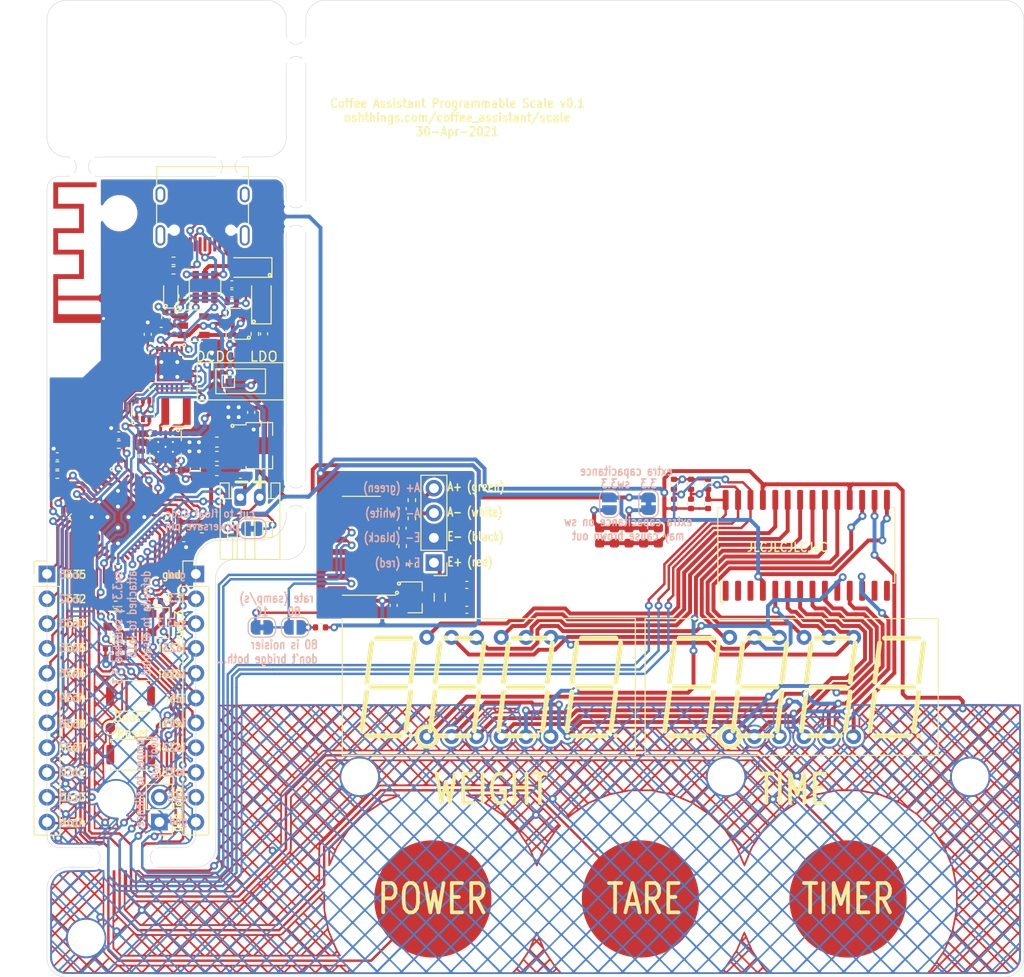
<source format=kicad_pcb>
(kicad_pcb (version 20171130) (host pcbnew 5.1.7-a382d34a8~88~ubuntu18.04.1)
  (layers (0 F.Cu signal) (31 B.Cu signal) (34 B.Paste user) (35 F.Paste user) (36 B.SilkS user) (37 F.SilkS user) (38 B.Mask user) (39 F.Mask user) (44 Edge.Cuts user))
  (net 0 "")
  (net 1 "Net-(J1-PadB8)")
  (net 2 "Net-(J1-PadA5)")
  (net 3 "Net-(J1-PadA8)")
  (net 4 "Net-(J1-PadB5)")
  (net 5 "Net-(U1-Pad48)")
  (net 6 "Net-(U1-Pad47)")
  (net 7 "Net-(U1-Pad45)")
  (net 8 "Net-(U1-Pad44)")
  (net 9 /io2)
  (net 10 GND)
  (net 11 /io21)
  (net 12 /io22)
  (net 13 /io19)
  (net 14 /io23)
  (net 15 /io18)
  (net 16 /io5)
  (net 17 /sd1)
  (net 18 /sd0)
  (net 19 /clk)
  (net 20 /cmd)
  (net 21 /sd3_io10)
  (net 22 /sd2_io9)
  (net 23 /io15)
  (net 24 /io13)
  (net 25 /io12)
  (net 26 /io14)
  (net 27 /io27)
  (net 28 /io26)
  (net 29 /io25)
  (net 30 /io32)
  (net 31 /io35)
  (net 32 /io34)
  (net 33 /en)
  (net 34 /sensor_capn)
  (net 35 /sensor_capp)
  (net 36 /sensor_vp)
  (net 37 "Net-(U2-Pad5)")
  (net 38 "Net-(U2-Pad1)")
  (net 39 "Net-(U2-Pad24)")
  (net 40 "Net-(U2-Pad22)")
  (net 41 "Net-(U2-Pad18)")
  (net 42 "Net-(U2-Pad17)")
  (net 43 "Net-(U2-Pad16)")
  (net 44 "Net-(U2-Pad15)")
  (net 45 "Net-(U2-Pad14)")
  (net 46 "Net-(U2-Pad13)")
  (net 47 "Net-(U2-Pad12)")
  (net 48 "Net-(U2-Pad11)")
  (net 49 "Net-(U2-Pad10)")
  (net 50 "Net-(U2-Pad9)")
  (net 51 "Net-(C1-Pad1)")
  (net 52 VBUS)
  (net 53 "Net-(D1-Pad2)")
  (net 54 /D-)
  (net 55 /D+)
  (net 56 VCC)
  (net 57 /D_RAW-)
  (net 58 /D_RAW+)
  (net 59 +BATT)
  (net 60 /DTR)
  (net 61 /RTS)
  (net 62 "Net-(D3-Pad2)")
  (net 63 "Net-(D3-Pad1)")
  (net 64 "Net-(R5-Pad2)")
  (net 65 +3V3)
  (net 66 /LDO_VCC)
  (net 67 /DCDC_VCC)
  (net 68 GNDPWR)
  (net 69 "Net-(C12-Pad1)")
  (net 70 "Net-(L1-Pad2)")
  (net 71 "Net-(L1-Pad1)")
  (net 72 /DCDC_PS)
  (net 73 /antenna)
  (net 74 "Net-(Q4-Pad3)")
  (net 75 /batt_adc)
  (net 76 /CP2104_RXD)
  (net 77 /CP2104_TXD)
  (net 78 /en_switched_3v3)
  (net 79 /en_batt_divider)
  (net 80 /VDD_SDIO)
  (net 81 /boot)
  (net 82 "Net-(JP1-Pad2)")
  (net 83 /scale/LOAD_CELL_A+)
  (net 84 /scale/LOAD_CELL_A-)
  (net 85 /scale/LOAD_CELL_E+)
  (net 86 "Net-(U7-Pad13)")
  (net 87 "Net-(C23-Pad2)")
  (net 88 "Net-(C24-Pad2)")
  (net 89 "Net-(C24-Pad1)")
  (net 90 "Net-(Q5-Pad1)")
  (net 91 "Net-(R17-Pad1)")
  (net 92 /io33)
  (net 93 "Net-(U8-Pad14)")
  (net 94 "Net-(U8-Pad13)")
  (net 95 "Net-(U8-Pad3)")
  (net 96 "Net-(U8-Pad2)")
  (net 97 "Net-(U8-Pad1)")
  (net 98 /scale/g1)
  (net 99 /scale/g2)
  (net 100 /scale/g3)
  (net 101 /scale/g4)
  (net 102 /scale/g5)
  (net 103 /scale/g6)
  (net 104 /scale/g7)
  (net 105 /scale/g8)
  (net 106 /scale/dp)
  (net 107 /scale/g)
  (net 108 /scale/f)
  (net 109 /scale/e)
  (net 110 /scale/d)
  (net 111 /scale/c)
  (net 112 /scale/b)
  (net 113 /scale/a)
  (net 114 "Net-(C28-Pad1)")
  (net 115 SWITCHED_3v3)
  (net 116 "Net-(JP4-Pad2)")
  (net 117 "Net-(JP4-Pad1)")
  (net 118 "Net-(C22-Pad1)")
  (module custom:TYPE-C-31-M-12 (layer F.Cu) (at 73.9258 65.5096 180)
    (fp_text reference J1)
    (fp_text value TYPE-C-31-M-12)
    (pad B1 smd rect (at 3.25 -2.471 180) (size 0.6 1.45) (layers F.Cu F.Paste F.Mask) (net 68 GNDPWR))
    (pad A9 smd rect (at 2.45 -2.471 180) (size 0.6 1.45) (layers F.Cu F.Paste F.Mask) (net 53 "Net-(D1-Pad2)"))
    (pad B9 smd rect (at -2.45 -2.471 180) (size 0.6 1.45) (layers F.Cu F.Paste F.Mask) (net 53 "Net-(D1-Pad2)"))
    (pad B12 smd rect (at -3.25 -2.471 180) (size 0.6 1.45) (layers F.Cu F.Paste F.Mask) (net 68 GNDPWR))
    (pad A1 smd rect (at -3.25 -2.471 180) (size 0.6 1.45) (layers F.Cu F.Paste F.Mask) (net 68 GNDPWR))
    (pad A4 smd rect (at -2.45 -2.471 180) (size 0.6 1.45) (layers F.Cu F.Paste F.Mask) (net 53 "Net-(D1-Pad2)"))
    (pad B4 smd rect (at 2.45 -2.471 180) (size 0.6 1.45) (layers F.Cu F.Paste F.Mask) (net 53 "Net-(D1-Pad2)"))
    (pad A12 smd rect (at 3.25 -2.471 180) (size 0.6 1.45) (layers F.Cu F.Paste F.Mask) (net 68 GNDPWR))
    (pad B8 smd rect (at -1.75 -2.471 180) (size 0.3 1.45) (layers F.Cu F.Paste F.Mask) (net 1 "Net-(J1-PadB8)"))
    (pad A5 smd rect (at -1.25 -2.471 180) (size 0.3 1.45) (layers F.Cu F.Paste F.Mask) (net 2 "Net-(J1-PadA5)"))
    (pad B7 smd rect (at -0.75 -2.471 180) (size 0.3 1.45) (layers F.Cu F.Paste F.Mask) (net 57 /D_RAW-))
    (pad A7 smd rect (at 0.25 -2.471 180) (size 0.3 1.45) (layers F.Cu F.Paste F.Mask) (net 57 /D_RAW-))
    (pad B6 smd rect (at 0.75 -2.471 180) (size 0.3 1.45) (layers F.Cu F.Paste F.Mask) (net 58 /D_RAW+))
    (pad A8 smd rect (at 1.25 -2.471 180) (size 0.3 1.45) (layers F.Cu F.Paste F.Mask) (net 3 "Net-(J1-PadA8)"))
    (pad B5 smd rect (at 1.75 -2.471 180) (size 0.3 1.45) (layers F.Cu F.Paste F.Mask) (net 4 "Net-(J1-PadB5)"))
    (pad A6 smd rect (at -0.25 -2.471 180) (size 0.3 1.45) (layers F.Cu F.Paste F.Mask) (net 58 /D_RAW+))
    (pad "" thru_hole oval (at 4.32 -1.556 180) (size 1 2.1) (drill oval 0.6 1.7) (layers *.Cu *.Mask))
    (pad "" thru_hole oval (at -4.32 -1.556 180) (size 1 2.1) (drill oval 0.6 1.7) (layers *.Cu *.Mask))
    (pad "" np_thru_hole circle (at -2.89 -1.026 180) (size 0.65 0.65) (drill 0.65) (layers *.Cu *.Mask))
    (pad "" thru_hole oval (at -4.32 2.624 180) (size 1 1.6) (drill oval 0.6 1.2) (layers *.Cu *.Mask))
    (pad "" np_thru_hole circle (at 2.89 -1.026 180) (size 0.65 0.65) (drill 0.65) (layers *.Cu *.Mask))
    (pad "" thru_hole oval (at 4.32 2.624 180) (size 1 1.6) (drill oval 0.6 1.2) (layers *.Cu *.Mask))
  )
  (module scale:cap_gnd_4_hatched (layer F.Cu) (at 108 128.9)
    (fp_text reference CAP_GND_HATCHED_4 hide)
    (fp_text value "Cap sense grid ground" hide)
    (fp_poly (pts (xy 21.411343 9.450753) (xy 21.423997 9.460207) (xy 21.445157 9.494123) (xy 21.484789 9.574102) (xy 21.540116 9.693916) (xy 21.608363 9.847338) (xy 21.686751 10.028139) (xy 21.772506 10.23009) (xy 21.849228 10.414) (xy 22.228793 11.331223) (xy 22.829687 12.234334) (xy 22.99246 12.478061) (xy 23.129167 12.680334) (xy 23.244268 12.847178) (xy 23.342224 12.984615) (xy 23.427494 13.098671) (xy 23.504538 13.195369) (xy 23.577817 13.280732) (xy 23.651791 13.360786) (xy 23.701911 13.412372) (xy 23.810714 13.523909) (xy 23.883941 13.603193) (xy 23.926637 13.657159) (xy 23.94385 13.69274) (xy 23.940626 13.716872) (xy 23.931676 13.728067) (xy 23.911732 13.738798) (xy 23.873245 13.748216) (xy 23.813359 13.75636) (xy 23.729217 13.763272) (xy 23.617964 13.768991) (xy 23.476744 13.773557) (xy 23.3027 13.777012) (xy 23.092977 13.779395) (xy 22.844719 13.780746) (xy 22.555069 13.781106) (xy 22.221172 13.780516) (xy 21.840171 13.779014) (xy 21.409211 13.776643) (xy 20.925435 13.773442) (xy 20.786049 13.772445) (xy 20.4073 13.769653) (xy 20.081057 13.767076) (xy 19.803384 13.76458) (xy 19.570344 13.762028) (xy 19.377999 13.759286) (xy 19.222413 13.756218) (xy 19.099648 13.752689) (xy 19.005768 13.748564) (xy 18.936836 13.743707) (xy 18.888915 13.737983) (xy 18.858067 13.731256) (xy 18.840357 13.723392) (xy 18.831847 13.714255) (xy 18.828865 13.705176) (xy 18.841396 13.663627) (xy 18.891166 13.593388) (xy 18.899631 13.583742) (xy 19.146715 13.583742) (xy 19.153445 13.599534) (xy 19.205859 13.603062) (xy 19.22907 13.603112) (xy 19.685313 13.603112) (xy 20.954686 13.603112) (xy 21.294629 13.603112) (xy 22.590926 13.603112) (xy 22.932186 13.603112) (xy 23.291204 13.603112) (xy 23.426111 13.602531) (xy 23.537883 13.600946) (xy 23.615924 13.598588) (xy 23.649641 13.595689) (xy 23.650222 13.595241) (xy 23.631593 13.573275) (xy 23.58177 13.521194) (xy 23.509846 13.448413) (xy 23.473045 13.411768) (xy 23.295869 13.236167) (xy 23.114027 13.419639) (xy 22.932186 13.603112) (xy 22.590926 13.603112) (xy 22.281444 13.292667) (xy 22.173174 13.185857) (xy 22.07758 13.09492) (xy 22.002184 13.026753) (xy 21.954511 12.988253) (xy 21.942777 12.982223) (xy 21.913748 13.00127) (xy 21.852817 13.053814) (xy 21.76751 13.132959) (xy 21.66535 13.231806) (xy 21.604111 13.292667) (xy 21.294629 13.603112) (xy 20.954686 13.603112) (xy 20.637343 13.285768) (xy 20.32 12.968425) (xy 20.002656 13.285768) (xy 19.685313 13.603112) (xy 19.22907 13.603112) (xy 19.29612 13.600759) (xy 19.330873 13.594944) (xy 19.332222 13.593374) (xy 19.313918 13.569401) (xy 19.280358 13.536702) (xy 19.239024 13.50648) (xy 19.206704 13.516398) (xy 19.177206 13.546439) (xy 19.146715 13.583742) (xy 18.899631 13.583742) (xy 18.980238 13.491894) (xy 19.085428 13.38253) (xy 19.376799 13.38253) (xy 19.412258 13.422923) (xy 19.435711 13.444841) (xy 19.490275 13.492189) (xy 19.525982 13.517251) (xy 19.52993 13.518445) (xy 19.553793 13.499465) (xy 19.610429 13.44693) (xy 19.692952 13.36745) (xy 19.794475 13.267633) (xy 19.876261 13.186088) (xy 20.207752 12.853732) (xy 20.194637 12.840814) (xy 20.447585 12.840814) (xy 20.785518 13.179629) (xy 20.89765 13.291211) (xy 20.995839 13.387324) (xy 21.07327 13.461422) (xy 21.123124 13.50696) (xy 21.138444 13.518445) (xy 21.162322 13.499455) (xy 21.219045 13.446849) (xy 21.301794 13.367171) (xy 21.403752 13.266967) (xy 21.49137 13.179629) (xy 21.828918 12.8412) (xy 22.056637 12.8412) (xy 22.394377 13.179822) (xy 22.506492 13.291375) (xy 22.604685 13.387454) (xy 22.682131 13.461513) (xy 22.732005 13.507004) (xy 22.747332 13.518445) (xy 22.772174 13.49964) (xy 22.827785 13.448689) (xy 22.90545 13.373782) (xy 22.980417 13.299288) (xy 23.198288 13.080132) (xy 22.930073 12.6784) (xy 22.840919 12.546646) (xy 22.761775 12.43304) (xy 22.698159 12.345238) (xy 22.655595 12.290899) (xy 22.640455 12.276667) (xy 22.613873 12.295627) (xy 22.555532 12.347699) (xy 22.473164 12.425666) (xy 22.374506 12.522315) (xy 22.337844 12.558934) (xy 22.056637 12.8412) (xy 21.828918 12.8412) (xy 21.829303 12.840814) (xy 21.483874 12.495384) (xy 21.138444 12.149955) (xy 20.447585 12.840814) (xy 20.194637 12.840814) (xy 20.066497 12.714601) (xy 19.985477 12.641677) (xy 19.927285 12.603563) (xy 19.900546 12.602457) (xy 19.876417 12.635107) (xy 19.827985 12.705212) (xy 19.761892 12.803021) (xy 19.684775 12.91878) (xy 19.670818 12.939889) (xy 19.589196 13.061801) (xy 19.513937 13.171182) (xy 19.452865 13.256859) (xy 19.413804 13.307663) (xy 19.411059 13.310785) (xy 19.377662 13.352019) (xy 19.376799 13.38253) (xy 19.085428 13.38253) (xy 19.100838 13.366509) (xy 19.179864 13.28481) (xy 19.253483 13.204052) (xy 19.326287 13.118048) (xy 19.402867 13.020608) (xy 19.487814 12.905543) (xy 19.58572 12.766665) (xy 19.701175 12.597784) (xy 19.827782 12.40909) (xy 20.037777 12.40909) (xy 20.056263 12.437969) (xy 20.105074 12.494856) (xy 20.17424 12.568235) (xy 20.185248 12.57944) (xy 20.332719 12.728765) (xy 20.665026 12.397324) (xy 20.775721 12.285232) (xy 20.870791 12.185746) (xy 20.943577 12.106095) (xy 20.987422 12.053509) (xy 20.997333 12.036513) (xy 20.996987 12.035947) (xy 21.251317 12.035947) (xy 21.596757 12.382218) (xy 21.942197 12.72849) (xy 22.249492 12.421195) (xy 22.556787 12.113899) (xy 22.331334 11.786824) (xy 22.249699 11.670557) (xy 22.179326 11.574407) (xy 22.126248 11.506308) (xy 22.096498 11.474193) (xy 22.092644 11.472986) (xy 22.06689 11.463699) (xy 22.020848 11.423676) (xy 22.012392 11.414888) (xy 21.945377 11.343553) (xy 21.251317 12.035947) (xy 20.996987 12.035947) (xy 20.979155 12.006787) (xy 20.931144 11.950307) (xy 20.863083 11.876925) (xy 20.784755 11.796494) (xy 20.705944 11.718866) (xy 20.636434 11.653894) (xy 20.586007 11.611429) (xy 20.56473 11.60086) (xy 20.537944 11.637306) (xy 20.488875 11.709003) (xy 20.423741 11.806417) (xy 20.348756 11.920016) (xy 20.270136 12.040266) (xy 20.194097 12.157635) (xy 20.126853 12.262588) (xy 20.074621 12.345593) (xy 20.043615 12.397117) (xy 20.037777 12.40909) (xy 19.827782 12.40909) (xy 19.838771 12.392713) (xy 19.972141 12.192) (xy 20.456942 11.46039) (xy 20.676256 11.46039) (xy 20.899632 11.685084) (xy 20.990143 11.774847) (xy 21.065886 11.847558) (xy 21.118273 11.895132) (xy 21.138223 11.909778) (xy 21.162176 11.890787) (xy 21.218964 11.838177) (xy 21.301767 11.758495) (xy 21.40376 11.658285) (xy 21.49137 11.570963) (xy 21.829303 11.232147) (xy 21.141108 10.543952) (xy 21.080329 10.598921) (xy 21.044344 10.636647) (xy 21.008792 10.687321) (xy 20.969529 10.759153) (xy 20.922414 10.86035) (xy 20.863305 10.99912) (xy 20.799257 11.155917) (xy 20.676256 11.46039) (xy 20.456942 11.46039) (xy 20.561237 11.303) (xy 20.92193 10.426719) (xy 21.25079 10.426719) (xy 21.581277 10.75807) (xy 21.691698 10.867394) (xy 21.787931 10.960046) (xy 21.863184 11.029697) (xy 21.910666 11.070019) (xy 21.923894 11.077291) (xy 21.917524 11.048634) (xy 21.892403 10.976485) (xy 21.851749 10.869346) (xy 21.798781 10.735719) (xy 21.742691 10.598511) (xy 21.549359 10.13186) (xy 21.400074 10.27929) (xy 21.25079 10.426719) (xy 20.92193 10.426719) (xy 20.92564 10.417707) (xy 21.013614 10.205501) (xy 21.015119 10.201923) (xy 21.198523 10.201923) (xy 21.211456 10.198384) (xy 21.255283 10.162504) (xy 21.320927 10.101798) (xy 21.32993 10.093114) (xy 21.404069 10.018831) (xy 21.443537 9.968625) (xy 21.4555 9.928684) (xy 21.447126 9.885197) (xy 21.443461 9.87434) (xy 21.416886 9.812486) (xy 21.39378 9.779826) (xy 21.374756 9.798427) (xy 21.341023 9.860149) (xy 21.29717 9.955069) (xy 21.247788 10.073266) (xy 21.198523 10.201923) (xy 21.015119 10.201923) (xy 21.096548 10.008339) (xy 21.171607 9.832741) (xy 21.235957 9.685225) (xy 21.286764 9.572311) (xy 21.321193 9.500518) (xy 21.334188 9.478025) (xy 21.373995 9.441808) (xy 21.411343 9.450753)) (layer F.Cu) (width 0.01))
    (fp_poly (pts (xy -44.555763 3.075841) (xy -44.470204 3.113622) (xy -44.356072 3.139728) (xy -44.200929 3.156792) (xy -44.160723 3.159553) (xy -44.157884 3.187353) (xy -44.155158 3.267967) (xy -44.152568 3.397767) (xy -44.15014 3.573122) (xy -44.1479 3.790404) (xy -44.145871 4.045983) (xy -44.14408 4.336229) (xy -44.14255 4.657513) (xy -44.141309 5.006206) (xy -44.140379 5.378677) (xy -44.139787 5.771298) (xy -44.139558 6.180438) (xy -44.139556 6.223) (xy -44.139556 9.285112) (xy -44.203056 9.284551) (xy -44.252676 9.267181) (xy -44.305403 9.210484) (xy -44.351223 9.138559) (xy -44.450675 8.99353) (xy -44.582489 8.837354) (xy -44.730306 8.687391) (xy -44.87777 8.560999) (xy -44.933707 8.520443) (xy -45.03507 8.462344) (xy -44.685002 8.462344) (xy -44.48989 8.67481) (xy -44.407987 8.763419) (xy -44.341559 8.834197) (xy -44.298942 8.878324) (xy -44.287723 8.888638) (xy -44.285059 8.862759) (xy -44.282928 8.791174) (xy -44.281536 8.684623) (xy -44.28109 8.553845) (xy -44.281099 8.544278) (xy -44.283391 8.407065) (xy -44.289313 8.288266) (xy -44.297972 8.200509) (xy -44.308473 8.156421) (xy -44.308597 8.156223) (xy -44.328803 8.142339) (xy -44.362322 8.154675) (xy -44.417007 8.198363) (xy -44.500705 8.278534) (xy -44.510332 8.288117) (xy -44.685002 8.462344) (xy -45.03507 8.462344) (xy -45.185509 8.376117) (xy -45.450231 8.278937) (xy -45.73785 8.225998) (xy -45.988111 8.213549) (xy -46.301689 8.23367) (xy -46.58411 8.295847) (xy -46.844698 8.402801) (xy -47.041635 8.521003) (xy -47.290513 8.723591) (xy -47.5 8.959614) (xy -47.667386 9.222585) (xy -47.789961 9.50602) (xy -47.865015 9.803434) (xy -47.88984 10.108343) (xy -47.861725 10.41426) (xy -47.852413 10.461544) (xy -47.759924 10.771839) (xy -47.622456 11.054669) (xy -47.445033 11.306694) (xy -47.232675 11.524575) (xy -46.990404 11.704972) (xy -46.723244 11.844548) (xy -46.436214 11.939963) (xy -46.134339 11.987877) (xy -45.822639 11.984952) (xy -45.609774 11.952672) (xy -45.292747 11.860441) (xy -45.009114 11.723419) (xy -44.756573 11.540018) (xy -44.532823 11.308654) (xy -44.388349 11.111624) (xy -44.304308 10.98989) (xy -44.24246 10.9192) (xy -44.198854 10.900571) (xy -44.169542 10.935022) (xy -44.150573 11.023571) (xy -44.137997 11.167236) (xy -44.13744 11.176297) (xy -44.123523 11.326292) (xy -44.102713 11.447453) (xy -44.077355 11.526314) (xy -44.076077 11.528778) (xy -44.041664 11.575297) (xy -43.973296 11.65315) (xy -43.877234 11.756162) (xy -43.759739 11.878158) (xy -43.627071 12.012965) (xy -43.485491 12.154406) (xy -43.341258 12.296308) (xy -43.200633 12.432496) (xy -43.069876 12.556796) (xy -42.955248 12.663031) (xy -42.863009 12.745029) (xy -42.799419 12.796613) (xy -42.775996 12.811072) (xy -42.733981 12.816502) (xy -42.641342 12.82142) (xy -42.503064 12.825825) (xy -42.324133 12.829719) (xy -42.109536 12.833102) (xy -41.864257 12.835975) (xy -41.593283 12.838338) (xy -41.301599 12.840192) (xy -40.994192 12.841538) (xy -40.676047 12.842377) (xy -40.352149 12.842708) (xy -40.027485 12.842533) (xy -39.707041 12.841852) (xy -39.395802 12.840666) (xy -39.098753 12.838976) (xy -38.820882 12.836781) (xy -38.567173 12.834084) (xy -38.342612 12.830884) (xy -38.152185 12.827183) (xy -38.000879 12.82298) (xy -37.893678 12.818276) (xy -37.835568 12.813073) (xy -37.826608 12.81043) (xy -37.792542 12.795012) (xy -37.776965 12.81043) (xy -37.756432 12.813534) (xy -37.69815 12.816453) (xy -37.601168 12.819192) (xy -37.464533 12.821752) (xy -37.287293 12.824138) (xy -37.068497 12.826352) (xy -36.807192 12.828397) (xy -36.502426 12.830277) (xy -36.153247 12.831995) (xy -35.758703 12.833554) (xy -35.317843 12.834957) (xy -34.829714 12.836207) (xy -34.293364 12.837307) (xy -33.707841 12.838261) (xy -33.072193 12.839072) (xy -32.385469 12.839743) (xy -31.646715 12.840276) (xy -30.854981 12.840676) (xy -30.009313 12.840945) (xy -29.108761 12.841086) (xy -28.505081 12.841112) (xy -19.25216 12.841112) (xy -19.187921 12.946945) (xy -19.145132 13.005314) (xy -19.071585 13.093175) (xy -18.976417 13.200089) (xy -18.868763 13.315615) (xy -18.829819 13.356158) (xy -18.7012 13.492483) (xy -18.613339 13.594087) (xy -18.564395 13.663284) (xy -18.552529 13.702388) (xy -18.553089 13.704189) (xy -18.568033 13.749182) (xy -18.570223 13.760642) (xy -18.59811 13.761397) (xy -18.680429 13.762112) (xy -18.815169 13.762786) (xy -19.000318 13.763421) (xy -19.233864 13.764017) (xy -19.513796 13.764574) (xy -19.8381 13.765092) (xy -20.204766 13.765573) (xy -20.611782 13.766017) (xy -21.057135 13.766424) (xy -21.538814 13.766795) (xy -22.054807 13.767129) (xy -22.603103 13.767429) (xy -23.181689 13.767694) (xy -23.788553 13.767924) (xy -24.421684 13.76812) (xy -25.079069 13.768283) (xy -25.758698 13.768413) (xy -26.458557 13.76851) (xy -27.176636 13.768575) (xy -27.910922 13.768609) (xy -28.659404 13.768612) (xy -29.420069 13.768584) (xy -30.190906 13.768526) (xy -30.969903 13.768439) (xy -31.755048 13.768322) (xy -32.544329 13.768176) (xy -33.335734 13.768003) (xy -34.127252 13.767801) (xy -34.916871 13.767573) (xy -35.702578 13.767317) (xy -36.482363 13.767036) (xy -37.254212 13.766728) (xy -38.016115 13.766395) (xy -38.766059 13.766038) (xy -39.502033 13.765656) (xy -40.222024 13.765249) (xy -40.924021 13.76482) (xy -41.606013 13.764368) (xy -42.265986 13.763893) (xy -42.901929 13.763396) (xy -43.511831 13.762877) (xy -44.093679 13.762338) (xy -44.645463 13.761778) (xy -45.165168 13.761198) (xy -45.650785 13.760598) (xy -46.100301 13.759979) (xy -46.511705 13.759341) (xy -46.882983 13.758685) (xy -47.212126 13.758012) (xy -47.49712 13.757321) (xy -47.735954 13.756613) (xy -47.926615 13.75589) (xy -48.067093 13.75515) (xy -48.155376 13.754395) (xy -48.189445 13.753626) (xy -48.474754 13.690815) (xy -48.734128 13.581441) (xy -48.147111 13.581441) (xy -48.120241 13.587771) (xy -48.045029 13.593372) (xy -47.92958 13.597958) (xy -47.781996 13.601243) (xy -47.610378 13.602941) (xy -47.533435 13.603112) (xy -46.919758 13.603112) (xy -46.580465 13.603112) (xy -45.311092 13.603112) (xy -44.971798 13.603112) (xy -43.702425 13.603112) (xy -43.362436 13.603112) (xy -42.066231 13.603112) (xy -41.725547 13.603112) (xy -40.457671 13.603112) (xy -40.114903 13.603112) (xy -38.848948 13.603112) (xy -38.508214 13.603112) (xy -37.240231 13.603112) (xy -36.899547 13.603112) (xy -35.603342 13.603112) (xy -35.262659 13.603112) (xy -33.994676 13.603112) (xy -33.653992 13.603112) (xy -32.386009 13.603112) (xy -32.045325 13.603112) (xy -31.417885 13.603112) (xy -30.408436 13.603112) (xy -29.140453 13.603112) (xy -28.79977 13.603112) (xy -27.531787 13.603112) (xy -27.191103 13.603112) (xy -25.92312 13.603112) (xy -25.582436 13.603112) (xy -24.286231 13.603112) (xy -23.945547 13.603112) (xy -22.677564 13.603112) (xy -22.336881 13.603112) (xy -21.068898 13.603112) (xy -20.728214 13.603112) (xy -19.460231 13.603112) (xy -19.482784 13.580481) (xy -19.091876 13.580481) (xy -19.088554 13.597074) (xy -19.044952 13.602576) (xy -18.979445 13.603112) (xy -18.89919 13.601932) (xy -18.866185 13.594307) (xy -18.871233 13.574107) (xy -18.894778 13.546667) (xy -18.944501 13.504346) (xy -18.979445 13.490223) (xy -19.022 13.50942) (xy -19.064111 13.546667) (xy -19.091876 13.580481) (xy -19.482784 13.580481) (xy -19.755556 13.306778) (xy -19.862486 13.20229) (xy -19.958221 13.113955) (xy -20.034619 13.048894) (xy -20.083542 13.014231) (xy -20.094223 13.010445) (xy -19.796712 13.010445) (xy -19.543889 13.264445) (xy -19.447265 13.360289) (xy -19.364993 13.439582) (xy -19.305129 13.494728) (xy -19.275727 13.51813) (xy -19.274591 13.518445) (xy -19.246451 13.499957) (xy -19.196645 13.453911) (xy -19.180192 13.43711) (xy -19.102268 13.355775) (xy -19.217124 13.204276) (xy -19.275237 13.124719) (xy -19.316585 13.06257) (xy -19.332101 13.031612) (xy -19.358182 13.021905) (xy -19.427518 13.014542) (xy -19.526935 13.010723) (xy -19.564468 13.010445) (xy -19.796712 13.010445) (xy -20.094223 13.010445) (xy -20.12857 13.029575) (xy -20.193954 13.082218) (xy -20.282234 13.161251) (xy -20.38527 13.259552) (xy -20.432889 13.306778) (xy -20.728214 13.603112) (xy -21.068898 13.603112) (xy -21.364223 13.306778) (xy -21.471153 13.20229) (xy -21.566888 13.113955) (xy -21.643286 13.048894) (xy -21.692208 13.014231) (xy -21.702889 13.010445) (xy -21.405379 13.010445) (xy -21.152556 13.264445) (xy -21.056043 13.360266) (xy -20.974026 13.439547) (xy -20.914519 13.494697) (xy -20.885533 13.518125) (xy -20.884445 13.518445) (xy -20.859893 13.499573) (xy -20.803806 13.448019) (xy -20.724196 13.371373) (xy -20.629075 13.277226) (xy -20.616334 13.264445) (xy -20.363511 13.010445) (xy -21.405379 13.010445) (xy -21.702889 13.010445) (xy -21.737237 13.029575) (xy -21.802621 13.082218) (xy -21.890901 13.161251) (xy -21.993936 13.259552) (xy -22.041556 13.306778) (xy -22.336881 13.603112) (xy -22.677564 13.603112) (xy -22.972889 13.306778) (xy -23.07982 13.20229) (xy -23.175554 13.113955) (xy -23.251953 13.048894) (xy -23.300875 13.014231) (xy -23.311556 13.010445) (xy -23.042268 13.010445) (xy -22.789445 13.264445) (xy -22.692932 13.360266) (xy -22.610915 13.439547) (xy -22.551408 13.494697) (xy -22.522422 13.518125) (xy -22.521334 13.518445) (xy -22.496782 13.499573) (xy -22.440695 13.448019) (xy -22.361085 13.371373) (xy -22.265964 13.277226) (xy -22.253223 13.264445) (xy -22.000399 13.010445) (xy -23.042268 13.010445) (xy -23.311556 13.010445) (xy -23.345904 13.029575) (xy -23.411288 13.082218) (xy -23.499567 13.161251) (xy -23.602603 13.259552) (xy -23.650223 13.306778) (xy -23.945547 13.603112) (xy -24.286231 13.603112) (xy -24.581556 13.306778) (xy -24.708053 13.183836) (xy -24.812272 13.090681) (xy -24.889238 13.031491) (xy -24.933971 13.010449) (xy -24.934334 13.010445) (xy -24.650935 13.010445) (xy -24.398111 13.264445) (xy -24.301598 13.360266) (xy -24.219582 13.439547) (xy -24.160074 13.494697) (xy -24.131088 13.518125) (xy -24.13 13.518445) (xy -24.105449 13.499573) (xy -24.049362 13.448019) (xy -23.969752 13.371373) (xy -23.874631 13.277226) (xy -23.861889 13.264445) (xy -23.609066 13.010445) (xy -24.650935 13.010445) (xy -24.934334 13.010445) (xy -24.978595 13.03094) (xy -25.055156 13.08964) (xy -25.159039 13.182363) (xy -25.285267 13.304928) (xy -25.287111 13.306778) (xy -25.582436 13.603112) (xy -25.92312 13.603112) (xy -26.218445 13.306778) (xy -26.325375 13.20229) (xy -26.42111 13.113955) (xy -26.497508 13.048894) (xy -26.54643 13.014231) (xy -26.557111 13.010445) (xy -26.259601 13.010445) (xy -26.006778 13.264445) (xy -25.910265 13.360266) (xy -25.828249 13.439547) (xy -25.768741 13.494697) (xy -25.739755 13.518125) (xy -25.738667 13.518445) (xy -25.714116 13.499573) (xy -25.658029 13.448019) (xy -25.578418 13.371373) (xy -25.483298 13.277226) (xy -25.470556 13.264445) (xy -25.217733 13.010445) (xy -26.259601 13.010445) (xy -26.557111 13.010445) (xy -26.591459 13.029575) (xy -26.656843 13.082218) (xy -26.745123 13.161251) (xy -26.848159 13.259552) (xy -26.895778 13.306778) (xy -27.191103 13.603112) (xy -27.531787 13.603112) (xy -27.827111 13.306778) (xy -27.934042 13.20229) (xy -28.029777 13.113955) (xy -28.106175 13.048894) (xy -28.155097 13.014231) (xy -28.165778 13.010445) (xy -27.868268 13.010445) (xy -27.615445 13.264445) (xy -27.518932 13.360266) (xy -27.436915 13.439547) (xy -27.377408 13.494697) (xy -27.348422 13.518125) (xy -27.347334 13.518445) (xy -27.322782 13.499573) (xy -27.266695 13.448019) (xy -27.187085 13.371373) (xy -27.091964 13.277226) (xy -27.079223 13.264445) (xy -26.826399 13.010445) (xy -27.868268 13.010445) (xy -28.165778 13.010445) (xy -28.200126 13.029575) (xy -28.26551 13.082218) (xy -28.35379 13.161251) (xy -28.456825 13.259552) (xy -28.504445 13.306778) (xy -28.79977 13.603112) (xy -29.140453 13.603112) (xy -29.435778 13.306778) (xy -29.542709 13.20229) (xy -29.638443 13.113955) (xy -29.714842 13.048894) (xy -29.763764 13.014231) (xy -29.774445 13.010445) (xy -29.505157 13.010445) (xy -29.252334 13.264445) (xy -29.155821 13.360266) (xy -29.073804 13.439547) (xy -29.014297 13.494697) (xy -28.985311 13.518125) (xy -28.984223 13.518445) (xy -28.959671 13.499573) (xy -28.903584 13.448019) (xy -28.823974 13.371373) (xy -28.728853 13.277226) (xy -28.716111 13.264445) (xy -28.463288 13.010445) (xy -29.505157 13.010445) (xy -29.774445 13.010445) (xy -29.808793 13.029575) (xy -29.874176 13.082218) (xy -29.962456 13.161251) (xy -30.065492 13.259552) (xy -30.113111 13.306778) (xy -30.408436 13.603112) (xy -31.417885 13.603112) (xy -31.236522 13.602226) (xy -31.075715 13.599746) (xy -30.943477 13.595935) (xy -30.847821 13.591057) (xy -30.796761 13.585375) (xy -30.790445 13.58245) (xy -30.810377 13.548459) (xy -30.863972 13.486636) (xy -30.941925 13.405751) (xy -31.034932 13.314576) (xy -31.13369 13.221882) (xy -31.228893 13.13644) (xy -31.311237 13.067022) (xy -31.37142 13.022398) (xy -31.397197 13.010445) (xy -31.113824 13.010445) (xy -30.861 13.264445) (xy -30.764487 13.360266) (xy -30.682471 13.439547) (xy -30.622963 13.494697) (xy -30.593977 13.518125) (xy -30.592889 13.518445) (xy -30.568338 13.499573) (xy -30.512251 13.448019) (xy -30.432641 13.371373) (xy -30.33752 13.277226) (xy -30.324778 13.264445) (xy -30.071955 13.010445) (xy -31.113824 13.010445) (xy -31.397197 13.010445) (xy -31.441494 13.030948) (xy -31.5181 13.089682) (xy -31.62206 13.182483) (xy -31.748416 13.305189) (xy -31.75 13.306778) (xy -32.045325 13.603112) (xy -32.386009 13.603112) (xy -32.681334 13.306778) (xy -32.788264 13.20229) (xy -32.883999 13.113955) (xy -32.960397 13.048894) (xy -33.009319 13.014231) (xy -33.02 13.010445) (xy -32.72249 13.010445) (xy -32.469667 13.264445) (xy -32.373154 13.360266) (xy -32.291138 13.439547) (xy -32.23163 13.494697) (xy -32.202644 13.518125) (xy -32.201556 13.518445) (xy -32.177005 13.499573) (xy -32.120918 13.448019) (xy -32.041307 13.371373) (xy -31.946186 13.277226) (xy -31.933445 13.264445) (xy -31.680622 13.010445) (xy -32.72249 13.010445) (xy -33.02 13.010445) (xy -33.054348 13.029575) (xy -33.119732 13.082218) (xy -33.208012 13.161251) (xy -33.311048 13.259552) (xy -33.358667 13.306778) (xy -33.653992 13.603112) (xy -33.994676 13.603112) (xy -34.29 13.306778) (xy -34.396931 13.20229) (xy -34.492665 13.113955) (xy -34.569064 13.048894) (xy -34.617986 13.014231) (xy -34.628667 13.010445) (xy -34.359379 13.010445) (xy -34.106556 13.264445) (xy -34.008708 13.36054) (xy -33.923646 13.43997) (xy -33.859882 13.495071) (xy -33.825929 13.518184) (xy -33.824334 13.518445) (xy -33.794315 13.49946) (xy -33.733516 13.447615) (xy -33.65045 13.370569) (xy -33.553628 13.275985) (xy -33.542111 13.264445) (xy -33.289288 13.010445) (xy -34.359379 13.010445) (xy -34.628667 13.010445) (xy -34.663015 13.029575) (xy -34.728399 13.082218) (xy -34.816679 13.161251) (xy -34.919714 13.259552) (xy -34.967334 13.306778) (xy -35.262659 13.603112) (xy -35.603342 13.603112) (xy -35.898667 13.306778) (xy -36.025164 13.183836) (xy -36.129384 13.090681) (xy -36.206349 13.031491) (xy -36.251082 13.010449) (xy -36.251445 13.010445) (xy -35.968046 13.010445) (xy -35.715223 13.264445) (xy -35.61871 13.360266) (xy -35.536693 13.439547) (xy -35.477186 13.494697) (xy -35.448199 13.518125) (xy -35.447111 13.518445) (xy -35.42256 13.499573) (xy -35.366473 13.448019) (xy -35.286863 13.371373) (xy -35.191742 13.277226) (xy -35.179 13.264445) (xy -34.926177 13.010445) (xy -35.968046 13.010445) (xy -36.251445 13.010445) (xy -36.295707 13.03094) (xy -36.372267 13.08964) (xy -36.47615 13.182363) (xy -36.602378 13.304928) (xy -36.604223 13.306778) (xy -36.899547 13.603112) (xy -37.240231 13.603112) (xy -37.535556 13.306778) (xy -37.642486 13.20229) (xy -37.738221 13.113955) (xy -37.814619 13.048894) (xy -37.863542 13.014231) (xy -37.874223 13.010445) (xy -37.576712 13.010445) (xy -37.323889 13.264445) (xy -37.227376 13.360266) (xy -37.14536 13.439547) (xy -37.085852 13.494697) (xy -37.056866 13.518125) (xy -37.055778 13.518445) (xy -37.031227 13.499573) (xy -36.97514 13.448019) (xy -36.89553 13.371373) (xy -36.800409 13.277226) (xy -36.787667 13.264445) (xy -36.534844 13.010445) (xy -37.576712 13.010445) (xy -37.874223 13.010445) (xy -37.90857 13.029575) (xy -37.973954 13.082218) (xy -38.062234 13.161251) (xy -38.16527 13.259552) (xy -38.212889 13.306778) (xy -38.508214 13.603112) (xy -38.848948 13.603112) (xy -39.124507 13.326515) (xy -39.22275 13.225215) (xy -39.302632 13.137657) (xy -39.357499 13.071549) (xy -39.380696 13.034601) (xy -39.38033 13.030181) (xy -39.391131 13.018197) (xy -39.443057 13.013942) (xy -39.457019 13.014294) (xy -39.50042 13.020715) (xy -39.545348 13.040556) (xy -39.59981 13.080108) (xy -39.671812 13.145662) (xy -39.769361 13.243508) (xy -39.834174 13.310627) (xy -40.114903 13.603112) (xy -40.457671 13.603112) (xy -40.721685 13.337995) (xy -40.822486 13.233137) (xy -40.901007 13.144216) (xy -40.95121 13.078539) (xy -40.967061 13.043415) (xy -40.966407 13.041661) (xy -40.975009 13.0188) (xy -41.036408 13.010466) (xy -41.041006 13.010445) (xy -40.822268 13.010445) (xy -40.569445 13.264445) (xy -40.472932 13.360266) (xy -40.390915 13.439547) (xy -40.331408 13.494697) (xy -40.302422 13.518125) (xy -40.301334 13.518445) (xy -40.276782 13.499573) (xy -40.220695 13.448019) (xy -40.141085 13.371373) (xy -40.045964 13.277226) (xy -40.033223 13.264445) (xy -39.780399 13.010445) (xy -39.185379 13.010445) (xy -38.932556 13.264445) (xy -38.836043 13.360266) (xy -38.754026 13.439547) (xy -38.694519 13.494697) (xy -38.665533 13.518125) (xy -38.664445 13.518445) (xy -38.639893 13.499573) (xy -38.583806 13.448019) (xy -38.504196 13.371373) (xy -38.409075 13.277226) (xy -38.396334 13.264445) (xy -38.143511 13.010445) (xy -39.185379 13.010445) (xy -39.780399 13.010445) (xy -40.822268 13.010445) (xy -41.041006 13.010445) (xy -41.082732 13.015064) (xy -41.126515 13.032912) (xy -41.180222 13.06998) (xy -41.251717 13.132257) (xy -41.348869 13.22573) (xy -41.430223 13.306778) (xy -41.725547 13.603112) (xy -42.066231 13.603112) (xy -42.361556 13.306778) (xy -42.488053 13.183836) (xy -42.592272 13.090681) (xy -42.669238 13.031491) (xy -42.713971 13.010449) (xy -42.714334 13.010445) (xy -42.402712 13.010445) (xy -42.149889 13.264445) (xy -42.054698 13.359992) (xy -41.975695 13.439124) (xy -41.920401 13.49432) (xy -41.896338 13.51806) (xy -41.895889 13.518445) (xy -41.876774 13.499686) (xy -41.825381 13.448422) (xy -41.749231 13.372174) (xy -41.655844 13.278463) (xy -41.641889 13.264445) (xy -41.389066 13.010445) (xy -42.402712 13.010445) (xy -42.714334 13.010445) (xy -42.758595 13.03094) (xy -42.835156 13.08964) (xy -42.939039 13.182363) (xy -43.065267 13.304928) (xy -43.067111 13.306778) (xy -43.362436 13.603112) (xy -43.702425 13.603112) (xy -44.019768 13.285768) (xy -44.337111 12.968425) (xy -44.654455 13.285768) (xy -44.971798 13.603112) (xy -45.311092 13.603112) (xy -45.628435 13.285768) (xy -45.945778 12.968425) (xy -46.580465 13.603112) (xy -46.919758 13.603112) (xy -47.554097 12.968773) (xy -47.850604 13.264271) (xy -47.954729 13.369429) (xy -48.042862 13.461082) (xy -48.107971 13.531705) (xy -48.14302 13.573775) (xy -48.147111 13.581441) (xy -48.734128 13.581441) (xy -48.74747 13.575815) (xy -48.99942 13.412706) (xy -49.1645 13.266645) (xy -49.329107 13.079757) (xy -49.3882 12.9883) (xy -49.191334 12.9883) (xy -49.172708 13.016821) (xy -49.123358 13.07354) (xy -49.053071 13.147352) (xy -49.035832 13.16472) (xy -48.84218 13.32641) (xy -48.624917 13.452814) (xy -48.485778 13.508412) (xy -48.387 13.540712) (xy -48.034364 13.190915) (xy -47.695093 12.854375) (xy -47.441556 12.854375) (xy -47.110386 13.18641) (xy -46.999418 13.296808) (xy -46.902433 13.391668) (xy -46.826324 13.464378) (xy -46.777985 13.508325) (xy -46.764223 13.518445) (xy -46.740344 13.499455) (xy -46.683622 13.446851) (xy -46.600877 13.367177) (xy -46.498928 13.266982) (xy -46.411445 13.179778) (xy -46.07366 12.841112) (xy -45.817896 12.841112) (xy -45.480111 13.179778) (xy -45.368005 13.291334) (xy -45.269842 13.387419) (xy -45.19244 13.461487) (xy -45.142619 13.506991) (xy -45.127334 13.518445) (xy -45.103417 13.499464) (xy -45.046737 13.446931) (xy -44.964187 13.367457) (xy -44.86266 13.267655) (xy -44.781171 13.18641) (xy -44.450001 12.854375) (xy -44.463232 12.841175) (xy -44.209166 12.841175) (xy -43.871413 13.17981) (xy -43.759308 13.291362) (xy -43.661139 13.387441) (xy -43.583728 13.461503) (xy -43.533896 13.506998) (xy -43.518604 13.518445) (xy -43.494405 13.499521) (xy -43.438032 13.447476) (xy -43.356918 13.369401) (xy -43.2585 13.272388) (xy -43.214803 13.228714) (xy -42.926059 12.938984) (xy -43.618357 12.248348) (xy -43.913761 12.544761) (xy -44.209166 12.841175) (xy -44.463232 12.841175) (xy -44.796147 12.50906) (xy -45.142294 12.163745) (xy -45.480095 12.502428) (xy -45.817896 12.841112) (xy -46.07366 12.841112) (xy -46.411462 12.502428) (xy -46.749263 12.163745) (xy -47.095409 12.50906) (xy -47.441556 12.854375) (xy -47.695093 12.854375) (xy -47.681727 12.841117) (xy -48.027198 12.495647) (xy -48.372668 12.150176) (xy -48.782001 12.558779) (xy -48.905316 12.682849) (xy -49.013745 12.79381) (xy -49.101331 12.885408) (xy -49.162116 12.951393) (xy -49.190143 12.985514) (xy -49.191334 12.9883) (xy -49.3882 12.9883) (xy -49.457221 12.88148) (xy -49.560588 12.652633) (xy -49.589267 12.573) (xy -49.657 12.375445) (xy -49.657 11.669889) (xy -49.507648 11.669889) (xy -49.49228 12.022667) (xy -49.478212 12.231347) (xy -49.453673 12.402457) (xy -49.414632 12.554507) (xy -49.357055 12.706004) (xy -49.33054 12.764991) (xy -49.293804 12.844093) (xy -48.889812 12.440822) (xy -48.485821 12.037551) (xy -48.487494 12.035873) (xy -48.231778 12.035873) (xy -48.212765 12.064358) (xy -48.16015 12.125202) (xy -48.080575 12.21118) (xy -47.980677 12.315068) (xy -47.900591 12.396204) (xy -47.569405 12.728256) (xy -47.226729 12.386403) (xy -47.081537 12.238011) (xy -46.977617 12.123767) (xy -46.946915 12.084482) (xy -46.574462 12.084482) (xy -46.267657 12.392241) (xy -46.16099 12.49831) (xy -46.068451 12.588572) (xy -45.997231 12.656153) (xy -45.954518 12.694177) (xy -45.945799 12.7) (xy -45.921932 12.680929) (xy -45.865545 12.628181) (xy -45.783562 12.54846) (xy -45.682903 12.448467) (xy -45.606651 12.371634) (xy -45.502798 12.264303) (xy -45.419481 12.174045) (xy -45.361917 12.106877) (xy -45.335322 12.068812) (xy -45.339 12.063038) (xy -45.552291 12.11871) (xy -45.79595 12.151177) (xy -46.048351 12.159207) (xy -46.28787 12.141567) (xy -46.394176 12.123138) (xy -46.574462 12.084482) (xy -46.946915 12.084482) (xy -46.91558 12.044389) (xy -46.91197 12.036299) (xy -45.01411 12.036299) (xy -44.668849 12.38239) (xy -44.323588 12.728482) (xy -43.733451 12.138345) (xy -43.991067 11.872051) (xy -44.103382 11.753241) (xy -44.180754 11.663692) (xy -44.229771 11.594441) (xy -44.25702 11.536522) (xy -44.266874 11.496712) (xy -44.281117 11.417926) (xy -44.293208 11.361751) (xy -44.295044 11.355118) (xy -44.316945 11.363539) (xy -44.371681 11.406814) (xy -44.452837 11.479235) (xy -44.553995 11.575094) (xy -44.659567 11.679434) (xy -45.01411 12.036299) (xy -46.91197 12.036299) (xy -46.896038 12.000596) (xy -46.896409 11.998331) (xy -46.926183 11.959862) (xy -46.990427 11.908145) (xy -47.053592 11.867445) (xy -47.139706 11.80934) (xy -47.247604 11.725497) (xy -47.359285 11.630221) (xy -47.406188 11.587233) (xy -47.613957 11.391688) (xy -47.922868 11.699641) (xy -48.029383 11.807569) (xy -48.120014 11.902726) (xy -48.187848 11.977588) (xy -48.225975 12.024634) (xy -48.231778 12.035873) (xy -48.487494 12.035873) (xy -49.175983 11.345727) (xy -49.341816 11.507808) (xy -49.507648 11.669889) (xy -49.657 11.669889) (xy -49.657 11.211749) (xy -49.501778 11.211749) (xy -49.498665 11.307033) (xy -49.490497 11.375225) (xy -49.479031 11.401771) (xy -49.478836 11.401778) (xy -49.446667 11.383107) (xy -49.393883 11.336388) (xy -49.37414 11.316445) (xy -49.293377 11.232147) (xy -49.063748 11.232147) (xy -48.725815 11.570963) (xy -48.613684 11.682545) (xy -48.515494 11.778657) (xy -48.438063 11.852755) (xy -48.388209 11.898293) (xy -48.372889 11.909778) (xy -48.348999 11.890791) (xy -48.29229 11.838208) (xy -48.209603 11.758593) (xy -48.107779 11.658514) (xy -48.022089 11.573094) (xy -47.686282 11.23641) (xy -48.028608 10.888705) (xy -48.370933 10.541) (xy -48.717341 10.886574) (xy -49.063748 11.232147) (xy -49.293377 11.232147) (xy -49.292385 11.231112) (xy -49.501778 11.021719) (xy -49.501778 11.211749) (xy -49.657 11.211749) (xy -49.657 10.059456) (xy -49.501778 10.059456) (xy -49.501778 10.793225) (xy -49.354576 10.94228) (xy -49.279574 11.014551) (xy -49.217692 11.067514) (xy -49.180958 11.090981) (xy -49.178628 11.091334) (xy -49.149799 11.072336) (xy -49.088833 11.01987) (xy -49.003156 10.940726) (xy -48.900193 10.841695) (xy -48.831942 10.774294) (xy -48.723804 10.66477) (xy -48.631444 10.567996) (xy -48.56167 10.491367) (xy -48.52129 10.442276) (xy -48.514 10.428996) (xy -48.521166 10.418261) (xy -48.231778 10.418261) (xy -48.213257 10.445358) (xy -48.166943 10.496641) (xy -48.106715 10.558224) (xy -48.046449 10.616218) (xy -48.000022 10.656737) (xy -47.982932 10.667295) (xy -47.981816 10.645518) (xy -47.988044 10.618612) (xy -48.001047 10.564803) (xy -48.019925 10.477464) (xy -48.034862 10.40414) (xy -48.067611 10.239057) (xy -48.149695 10.317698) (xy -48.201608 10.372407) (xy -48.229981 10.411981) (xy -48.231778 10.418261) (xy -48.521166 10.418261) (xy -48.533014 10.400515) (xy -48.585625 10.339678) (xy -48.665194 10.253711) (xy -48.765079 10.14984) (xy -48.844983 10.06889) (xy -49.175966 9.737043) (xy -49.338872 9.898249) (xy -49.501778 10.059456) (xy -49.657 10.059456) (xy -49.657 9.604131) (xy -49.501778 9.604131) (xy -49.500608 9.699134) (xy -49.497539 9.766994) (xy -49.493235 9.79311) (xy -49.493203 9.793112) (xy -49.470343 9.77478) (xy -49.42227 9.728351) (xy -49.394338 9.699955) (xy -49.320216 9.623481) (xy -49.063748 9.623481) (xy -48.725815 9.962296) (xy -48.613645 10.073887) (xy -48.515368 10.170005) (xy -48.437813 10.244104) (xy -48.387809 10.289637) (xy -48.372366 10.301112) (xy -48.346612 10.282301) (xy -48.293055 10.232684) (xy -48.222659 10.162477) (xy -48.213398 10.152945) (xy -48.143789 10.078205) (xy -48.097907 10.016291) (xy -48.067175 9.949348) (xy -48.043014 9.859518) (xy -48.021599 9.753718) (xy -47.997237 9.633774) (xy -47.973707 9.529108) (xy -47.954872 9.456521) (xy -47.949564 9.440354) (xy -47.94419 9.407612) (xy -47.957158 9.369672) (xy -47.994472 9.317989) (xy -48.062135 9.244017) (xy -48.149642 9.155596) (xy -48.373409 8.933141) (xy -48.718579 9.278311) (xy -49.063748 9.623481) (xy -49.320216 9.623481) (xy -49.304047 9.606799) (xy -49.402913 9.510974) (xy -49.501778 9.41515) (xy -49.501778 9.604131) (xy -49.657 9.604131) (xy -49.657 8.448213) (xy -49.501778 8.448213) (xy -49.501778 9.175601) (xy -49.356573 9.329134) (xy -49.28454 9.403) (xy -49.227334 9.457412) (xy -49.19579 9.482147) (xy -49.193854 9.482667) (xy -49.169129 9.463662) (xy -49.11165 9.411015) (xy -49.028292 9.331281) (xy -48.92593 9.23101) (xy -48.838408 9.143852) (xy -48.500475 8.805036) (xy -48.500793 8.804718) (xy -48.244986 8.804718) (xy -47.85543 9.197282) (xy -47.754326 9.022475) (xy -47.688081 8.92326) (xy -47.595994 8.805053) (xy -47.49359 8.687261) (xy -47.44683 8.638088) (xy -47.240438 8.42851) (xy -47.554608 8.11434) (xy -48.244986 8.804718) (xy -48.500793 8.804718) (xy -49.178255 8.127256) (xy -49.340016 8.287735) (xy -49.501778 8.448213) (xy -49.657 8.448213) (xy -49.657 7.995464) (xy -49.501778 7.995464) (xy -49.500608 8.090467) (xy -49.497539 8.158327) (xy -49.493235 8.184444) (xy -49.493203 8.184445) (xy -49.470343 8.166113) (xy -49.42227 8.119684) (xy -49.394338 8.091288) (xy -49.306006 8.000153) (xy -49.050222 8.000153) (xy -48.719052 8.332188) (xy -48.608085 8.442586) (xy -48.5111 8.537446) (xy -48.434991 8.610156) (xy -48.386652 8.654103) (xy -48.372889 8.664223) (xy -48.34901 8.645233) (xy -48.292289 8.592628) (xy -48.209544 8.512955) (xy -48.107595 8.41276) (xy -48.020111 8.325556) (xy -47.695224 7.999819) (xy -47.441221 7.999819) (xy -47.266771 8.175835) (xy -47.09232 8.35185) (xy -47.005882 8.29899) (xy -46.933298 8.260196) (xy -46.832058 8.212817) (xy -46.742483 8.174699) (xy -46.620346 8.133008) (xy -46.474967 8.094203) (xy -46.347372 8.068404) (xy -46.240318 8.048939) (xy -46.154569 8.028999) (xy -46.109913 8.013731) (xy -45.800012 8.013731) (xy -45.797163 8.018205) (xy -45.754342 8.032543) (xy -45.672069 8.053552) (xy -45.566317 8.077226) (xy -45.539908 8.082718) (xy -45.382384 8.125429) (xy -45.208094 8.1894) (xy -45.074241 8.249877) (xy -44.831 8.37147) (xy -44.640325 8.186819) (xy -44.44965 8.002167) (xy -44.795132 7.655853) (xy -45.140614 7.30954) (xy -45.486303 7.654399) (xy -45.623656 7.794425) (xy -45.722527 7.901927) (xy -45.781713 7.975498) (xy -45.800012 8.013731) (xy -46.109913 8.013731) (xy -46.10585 8.012342) (xy -46.101926 8.009729) (xy -46.111023 7.98178) (xy -46.157472 7.920091) (xy -46.237272 7.829334) (xy -46.346419 7.714184) (xy -46.411946 7.64772) (xy -46.749263 7.309522) (xy -47.095242 7.654671) (xy -47.441221 7.999819) (xy -47.695224 7.999819) (xy -47.682327 7.986889) (xy -48.020128 7.648206) (xy -48.357929 7.309522) (xy -48.704076 7.654838) (xy -49.050222 8.000153) (xy -49.306006 8.000153) (xy -49.304047 7.998132) (xy -49.402913 7.902308) (xy -49.501778 7.806483) (xy -49.501778 7.995464) (xy -49.657 7.995464) (xy -49.657 6.813739) (xy -49.501778 6.813739) (xy -49.501778 7.547808) (xy -49.340156 7.711135) (xy -49.178533 7.874462) (xy -48.846267 7.543061) (xy -48.735598 7.431062) (xy -48.640549 7.33178) (xy -48.567773 7.252417) (xy -48.523924 7.200174) (xy -48.521668 7.196369) (xy -48.245304 7.196369) (xy -47.907354 7.535202) (xy -47.569405 7.874034) (xy -47.223118 7.528579) (xy -46.890109 7.196369) (xy -46.636637 7.196369) (xy -46.298704 7.535185) (xy -46.186573 7.646767) (xy -46.088383 7.742879) (xy -46.010952 7.816977) (xy -45.961098 7.862516) (xy -45.945778 7.874) (xy -45.9219 7.855011) (xy -45.865178 7.802404) (xy -45.782429 7.722727) (xy -45.68047 7.622523) (xy -45.592852 7.535185) (xy -45.254919 7.196369) (xy -45.02797 7.196369) (xy -44.689928 7.535295) (xy -44.576949 7.64643) (xy -44.476587 7.741129) (xy -44.395934 7.813019) (xy -44.342079 7.855729) (xy -44.323331 7.86472) (xy -44.3132 7.833582) (xy -44.304373 7.749872) (xy -44.297063 7.61745) (xy -44.291485 7.440178) (xy -44.287858 7.222554) (xy -44.286849 7.017305) (xy -44.288444 6.840861) (xy -44.292442 6.699854) (xy -44.298642 6.600916) (xy -44.306842 6.55068) (xy -44.308357 6.547556) (xy -44.325666 6.538892) (xy -44.357604 6.551861) (xy -44.409331 6.590648) (xy -44.486003 6.659442) (xy -44.592778 6.76243) (xy -44.681873 6.850796) (xy -45.02797 7.196369) (xy -45.254919 7.196369) (xy -45.600349 6.85094) (xy -45.945778 6.505511) (xy -46.291208 6.85094) (xy -46.636637 7.196369) (xy -46.890109 7.196369) (xy -46.876832 7.183124) (xy -47.215638 6.844317) (xy -47.554445 6.505511) (xy -47.899874 6.85094) (xy -48.245304 7.196369) (xy -48.521668 7.196369) (xy -48.514 7.183439) (xy -48.533123 7.153963) (xy -48.584938 7.094088) (xy -48.661118 7.012167) (xy -48.753335 6.916559) (xy -48.853263 6.815617) (xy -48.952573 6.717697) (xy -49.042937 6.631156) (xy -49.116029 6.564349) (xy -49.163519 6.525632) (xy -49.175875 6.519334) (xy -49.208158 6.537909) (xy -49.267672 6.586931) (xy -49.342336 6.656343) (xy -49.352724 6.666536) (xy -49.501778 6.813739) (xy -49.657 6.813739) (xy -49.657 6.398919) (xy -49.501778 6.398919) (xy -49.501778 6.588949) (xy -49.397082 6.484252) (xy -49.292385 6.379556) (xy -49.293947 6.377925) (xy -49.063748 6.377925) (xy -48.725815 6.71674) (xy -48.613684 6.828322) (xy -48.515494 6.924435) (xy -48.438063 6.998533) (xy -48.388209 7.044071) (xy -48.372889 7.055556) (xy -48.349011 7.036566) (xy -48.292289 6.98396) (xy -48.20954 6.904282) (xy -48.107581 6.804078) (xy -48.019963 6.71674) (xy -47.695556 6.391486) (xy -47.441556 6.391486) (xy -47.110386 6.723521) (xy -46.999418 6.833919) (xy -46.902433 6.928779) (xy -46.826324 7.001489) (xy -46.777985 7.045436) (xy -46.764223 7.055556) (xy -46.740344 7.036566) (xy -46.683622 6.983962) (xy -46.600877 6.904289) (xy -46.498928 6.804093) (xy -46.411445 6.716889) (xy -46.086889 6.391486) (xy -45.832889 6.391486) (xy -45.501719 6.723521) (xy -45.389758 6.834149) (xy -45.290513 6.929156) (xy -45.211189 7.001884) (xy -45.158991 7.045677) (xy -45.14231 7.055556) (xy -45.113838 7.036543) (xy -45.053007 6.983929) (xy -44.967039 6.904354) (xy -44.863157 6.804458) (xy -44.782019 6.724369) (xy -44.449967 6.393183) (xy -44.79529 6.047028) (xy -45.140614 5.700873) (xy -45.486751 6.04618) (xy -45.832889 6.391486) (xy -46.086889 6.391486) (xy -46.07366 6.378223) (xy -46.411462 6.039539) (xy -46.749263 5.700856) (xy -47.095409 6.046171) (xy -47.441556 6.391486) (xy -47.695556 6.391486) (xy -47.68203 6.377925) (xy -48.02746 6.032496) (xy -48.372889 5.687066) (xy -49.063748 6.377925) (xy -49.293947 6.377925) (xy -49.37414 6.294222) (xy -49.430051 6.241103) (xy -49.471205 6.211258) (xy -49.478836 6.208889) (xy -49.49034 6.234676) (xy -49.498572 6.302333) (xy -49.501777 6.397308) (xy -49.501778 6.398919) (xy -49.657 6.398919) (xy -49.657 5.205233) (xy -49.501778 5.205233) (xy -49.501778 5.939141) (xy -49.340147 6.102476) (xy -49.178517 6.265812) (xy -48.832139 5.920266) (xy -48.485762 5.57472) (xy -48.487472 5.573005) (xy -48.231778 5.573005) (xy -48.212765 5.601483) (xy -48.160151 5.66232) (xy -48.080576 5.748293) (xy -47.980679 5.852178) (xy -47.900591 5.933316) (xy -47.569405 6.265367) (xy -47.223258 5.920052) (xy -46.89011 5.587703) (xy -46.636637 5.587703) (xy -46.298688 5.926535) (xy -45.960738 6.265367) (xy -45.614452 5.919912) (xy -45.268165 5.574457) (xy -45.269564 5.573058) (xy -45.014461 5.573058) (xy -44.669921 5.918427) (xy -44.526751 6.059031) (xy -44.4195 6.157708) (xy -44.347212 6.215269) (xy -44.308935 6.232524) (xy -44.303456 6.229287) (xy -44.296983 6.191928) (xy -44.291228 6.106864) (xy -44.286492 5.982835) (xy -44.283078 5.828579) (xy -44.281289 5.652834) (xy -44.281099 5.583253) (xy -44.281782 5.40073) (xy -44.283936 5.235505) (xy -44.28732 5.096552) (xy -44.291692 4.992845) (xy -44.296812 4.933359) (xy -44.298802 4.924469) (xy -44.313895 4.915096) (xy -44.346737 4.929969) (xy -44.401961 4.972884) (xy -44.484198 5.047638) (xy -44.598084 5.158027) (xy -44.665699 5.225134) (xy -45.014461 5.573058) (xy -45.269564 5.573058) (xy -45.606972 5.235651) (xy -45.945778 4.896844) (xy -46.291208 5.242273) (xy -46.636637 5.587703) (xy -46.89011 5.587703) (xy -46.877112 5.574737) (xy -47.208282 5.242702) (xy -47.320242 5.132074) (xy -47.419484 5.037068) (xy -47.498803 4.96434) (xy -47.550996 4.920546) (xy -47.567673 4.910667) (xy -47.59723 4.929801) (xy -47.657166 4.981649) (xy -47.739124 5.057877) (xy -47.834752 5.150155) (xy -47.935694 5.25015) (xy -48.033597 5.349529) (xy -48.120105 5.43996) (xy -48.186864 5.513111) (xy -48.22552 5.56065) (xy -48.231778 5.573005) (xy -48.487472 5.573005) (xy -48.830873 5.228779) (xy -49.175983 4.882838) (xy -49.338881 5.044036) (xy -49.501778 5.205233) (xy -49.657 5.205233) (xy -49.657 4.953) (xy -49.47985 4.953) (xy -49.385644 4.861399) (xy -49.291438 4.769797) (xy -49.291977 4.769258) (xy -49.063748 4.769258) (xy -48.725815 5.108074) (xy -48.613684 5.219656) (xy -48.515494 5.315768) (xy -48.438063 5.389866) (xy -48.388209 5.435404) (xy -48.372889 5.446889) (xy -48.349011 5.427899) (xy -48.292289 5.375293) (xy -48.20954 5.295616) (xy -48.107581 5.195411) (xy -48.019963 5.108074) (xy -47.68203 4.769258) (xy -47.455082 4.769258) (xy -47.117149 5.108074) (xy -47.005017 5.219656) (xy -46.906827 5.315768) (xy -46.829396 5.389866) (xy -46.779542 5.435404) (xy -46.764223 5.446889) (xy -46.740344 5.427899) (xy -46.683622 5.375293) (xy -46.600873 5.295616) (xy -46.498915 5.195411) (xy -46.411296 5.108074) (xy -46.073364 4.769258) (xy -45.818193 4.769258) (xy -45.480243 5.108091) (xy -45.142294 5.446923) (xy -44.796007 5.101468) (xy -44.449721 4.756013) (xy -44.788527 4.417206) (xy -45.127334 4.078399) (xy -45.472763 4.423829) (xy -45.818193 4.769258) (xy -46.073364 4.769258) (xy -46.764223 4.078399) (xy -47.109652 4.423829) (xy -47.455082 4.769258) (xy -47.68203 4.769258) (xy -48.02746 4.423829) (xy -48.372889 4.078399) (xy -49.063748 4.769258) (xy -49.291977 4.769258) (xy -49.353491 4.707744) (xy -49.400926 4.668476) (xy -49.431741 4.669392) (xy -49.451421 4.715851) (xy -49.465451 4.81321) (xy -49.465901 4.817551) (xy -49.47985 4.953) (xy -49.657 4.953) (xy -49.657 4.811889) (xy -49.591982 4.600223) (xy -49.537231 4.459751) (xy -49.370615 4.459751) (xy -49.289805 4.544098) (xy -49.23248 4.59705) (xy -49.187928 4.626374) (xy -49.17944 4.628445) (xy -49.150328 4.609442) (xy -49.089111 4.556962) (xy -49.003236 4.477799) (xy -48.900149 4.378746) (xy -48.831942 4.311405) (xy -48.723776 4.201756) (xy -48.631398 4.104697) (xy -48.561623 4.027662) (xy -48.521264 3.978087) (xy -48.514 3.964504) (xy -48.514082 3.964355) (xy -48.260053 3.964355) (xy -47.569387 4.656683) (xy -47.223258 4.311385) (xy -46.87713 3.966088) (xy -46.893476 3.949695) (xy -46.637223 3.949695) (xy -46.298997 4.28907) (xy -46.186836 4.40077) (xy -46.088609 4.496998) (xy -46.011125 4.571211) (xy -45.961194 4.616867) (xy -45.945778 4.628445) (xy -45.92191 4.609447) (xy -45.865206 4.556816) (xy -45.782476 4.477095) (xy -45.68053 4.376827) (xy -45.592559 4.28907) (xy -45.268948 3.964358) (xy -45.014462 3.964358) (xy -44.683173 4.296512) (xy -44.571342 4.406454) (xy -44.472143 4.499874) (xy -44.392753 4.570338) (xy -44.340348 4.611411) (xy -44.323331 4.619165) (xy -44.313181 4.588049) (xy -44.304265 4.504451) (xy -44.296808 4.372327) (xy -44.291032 4.195631) (xy -44.287169 3.978964) (xy -44.285719 3.746068) (xy -44.287506 3.561324) (xy -44.292457 3.426906) (xy -44.300501 3.344992) (xy -44.308821 3.319002) (xy -44.337386 3.323388) (xy -44.396767 3.36511) (xy -44.488802 3.445706) (xy -44.615326 3.566716) (xy -44.676272 3.627049) (xy -45.014462 3.964358) (xy -45.268948 3.964358) (xy -45.254334 3.949695) (xy -45.567258 3.639959) (xy -45.70842 3.503819) (xy -45.816 3.408419) (xy -45.892872 3.351407) (xy -45.928181 3.336303) (xy -45.642216 3.336303) (xy -45.142516 3.838329) (xy -44.853099 3.549898) (xy -44.736446 3.431623) (xy -44.657563 3.346253) (xy -44.61244 3.288741) (xy -44.597068 3.254042) (xy -44.605355 3.238146) (xy -44.658795 3.232213) (xy -44.744714 3.247571) (xy -44.781347 3.258343) (xy -44.863443 3.276898) (xy -44.985764 3.294582) (xy -45.1321 3.309415) (xy -45.278941 3.319082) (xy -45.642216 3.336303) (xy -45.928181 3.336303) (xy -45.941909 3.330431) (xy -45.945778 3.330223) (xy -45.991889 3.347325) (xy -46.065514 3.400202) (xy -46.169526 3.491204) (xy -46.306801 3.622683) (xy -46.324299 3.639959) (xy -46.637223 3.949695) (xy -46.893476 3.949695) (xy -47.19416 3.648155) (xy -47.322681 3.522876) (xy -47.430209 3.425339) (xy -47.511542 3.359971) (xy -47.561478 3.331201) (xy -47.567654 3.330223) (xy -47.256935 3.330223) (xy -47.004112 3.584222) (xy -46.751289 3.838222) (xy -46.517867 3.606012) (xy -46.426134 3.512992) (xy -46.351351 3.433804) (xy -46.301485 3.377115) (xy -46.284445 3.352012) (xy -46.311149 3.344907) (xy -46.385192 3.338771) (xy -46.497472 3.334013) (xy -46.638888 3.331041) (xy -46.77069 3.330223) (xy -47.256935 3.330223) (xy -47.567654 3.330223) (xy -47.610005 3.350379) (xy -47.684914 3.40783) (xy -47.787033 3.498046) (xy -47.911012 3.616499) (xy -47.942085 3.647289) (xy -48.260053 3.964355) (xy -48.514082 3.964355) (xy -48.532809 3.930372) (xy -48.581741 3.871534) (xy -48.639552 3.811422) (xy -48.765103 3.688203) (xy -48.865785 3.764996) (xy -48.977973 3.866784) (xy -49.096462 4.00063) (xy -49.205409 4.146672) (xy -49.288969 4.28505) (xy -49.302141 4.311994) (xy -49.370615 4.459751) (xy -49.537231 4.459751) (xy -49.465833 4.276569) (xy -49.298572 3.9901) (xy -49.092195 3.742775) (xy -48.906822 3.58578) (xy -48.637113 3.58578) (xy -48.513236 3.712001) (xy -48.446372 3.777737) (xy -48.395442 3.823392) (xy -48.373407 3.838223) (xy -48.348321 3.819398) (xy -48.292376 3.768315) (xy -48.214187 3.693062) (xy -48.133843 3.613292) (xy -48.046459 3.522204) (xy -47.978589 3.445276) (xy -47.937496 3.39118) (xy -47.929374 3.36922) (xy -47.967566 3.364545) (xy -48.04523 3.376169) (xy -48.148987 3.400571) (xy -48.265458 3.43423) (xy -48.381263 3.473626) (xy -48.481279 3.514437) (xy -48.637113 3.58578) (xy -48.906822 3.58578) (xy -48.8487 3.536556) (xy -48.570084 3.373401) (xy -48.258344 3.255272) (xy -48.207607 3.241229) (xy -48.147398 3.226936) (xy -48.079543 3.214463) (xy -47.999757 3.203646) (xy -47.903756 3.194324) (xy -47.787255 3.186334) (xy -47.645971 3.179513) (xy -47.475617 3.1737) (xy -47.271911 3.168731) (xy -47.030568 3.164445) (xy -46.747302 3.160679) (xy -46.417831 3.15727) (xy -46.037869 3.154057) (xy -45.875223 3.152822) (xy -45.616644 3.150792) (xy -45.408128 3.148651) (xy -45.243292 3.145984) (xy -45.115756 3.142377) (xy -45.019137 3.137412) (xy -44.947055 3.130675) (xy -44.893128 3.12175) (xy -44.850974 3.110221) (xy -44.814213 3.095672) (xy -44.784842 3.081796) (xy -44.654016 3.01787) (xy -44.555763 3.075841)) (layer F.Cu) (width 0.01))
    (fp_poly (pts (xy 0.175763 9.461979) (xy 0.196543 9.495474) (xy 0.235785 9.575056) (xy 0.29073 9.694512) (xy 0.358616 9.847626) (xy 0.436681 10.028185) (xy 0.522164 10.229973) (xy 0.598783 10.414) (xy 0.977671 11.331223) (xy 1.550663 12.192) (xy 1.709111 12.429095) (xy 1.841854 12.625183) (xy 1.953718 12.786731) (xy 2.049532 12.920206) (xy 2.134122 13.032074) (xy 2.212315 13.128804) (xy 2.288938 13.216861) (xy 2.368819 13.302713) (xy 2.416494 13.351949) (xy 2.519426 13.458826) (xy 2.606526 13.55254) (xy 2.670827 13.625337) (xy 2.705361 13.669459) (xy 2.709333 13.677916) (xy 2.708243 13.69402) (xy 2.702703 13.708184) (xy 2.689308 13.720531) (xy 2.664655 13.731186) (xy 2.625339 13.740274) (xy 2.567954 13.74792) (xy 2.489098 13.754248) (xy 2.385364 13.759382) (xy 2.25335 13.763447) (xy 2.08965 13.766568) (xy 1.890859 13.76887) (xy 1.653574 13.770476) (xy 1.37439 13.771512) (xy 1.049903 13.772102) (xy 0.676707 13.772371) (xy 0.251399 13.772443) (xy 0.126059 13.772445) (xy -0.245892 13.772238) (xy -0.601659 13.771639) (xy -0.9372 13.770677) (xy -1.248475 13.769382) (xy -1.531439 13.767784) (xy -1.782052 13.765913) (xy -1.996271 13.7638) (xy -2.170053 13.761474) (xy -2.299358 13.758964) (xy -2.380142 13.756302) (xy -2.408297 13.75363) (xy -2.425503 13.71936) (xy -2.414804 13.672457) (xy -2.372388 13.607115) (xy -2.368906 13.603112) (xy -2.128122 13.603112) (xy -1.910728 13.603112) (xy -1.808037 13.602111) (xy -1.731501 13.599458) (xy -1.694734 13.595679) (xy -1.693334 13.594728) (xy -1.703325 13.582427) (xy -1.298223 13.582427) (xy -1.271337 13.588406) (xy -1.196021 13.593707) (xy -1.080288 13.598066) (xy -0.932151 13.60122) (xy -0.759623 13.602903) (xy -0.670759 13.603112) (xy -0.043296 13.603112) (xy 0.296647 13.603112) (xy 1.566019 13.603112) (xy 1.907359 13.603112) (xy 2.410641 13.603112) (xy 2.286 13.476112) (xy 2.221259 13.410493) (xy 2.175345 13.364619) (xy 2.159 13.349112) (xy 2.139734 13.3675) (xy 2.091789 13.415484) (xy 2.032 13.476112) (xy 1.907359 13.603112) (xy 1.566019 13.603112) (xy 1.248676 13.285768) (xy 0.931333 12.968425) (xy 0.61399 13.285768) (xy 0.296647 13.603112) (xy -0.043296 13.603112) (xy -0.352778 13.292667) (xy -0.46105 13.185856) (xy -0.556649 13.094919) (xy -0.63205 13.026752) (xy -0.67973 12.988253) (xy -0.691468 12.982223) (xy -0.720216 13.00119) (xy -0.779106 13.052302) (xy -0.859358 13.126875) (xy -0.952195 13.216224) (xy -1.048835 13.311664) (xy -1.1405 13.404511) (xy -1.218411 13.48608) (xy -1.273788 13.547688) (xy -1.297852 13.580648) (xy -1.298223 13.582427) (xy -1.703325 13.582427) (xy -1.71172 13.572092) (xy -1.758951 13.522929) (xy -1.800428 13.48177) (xy -1.907522 13.377196) (xy -2.128122 13.603112) (xy -2.368906 13.603112) (xy -2.294443 13.517531) (xy -2.177156 13.397899) (xy -2.17002 13.390856) (xy -2.098432 13.318346) (xy -2.030036 13.24405) (xy -2.029446 13.243354) (xy -1.782965 13.243354) (xy -1.647488 13.380899) (xy -1.577531 13.44978) (xy -1.523386 13.499122) (xy -1.496575 13.518437) (xy -1.496398 13.518445) (xy -1.472311 13.499451) (xy -1.415403 13.446836) (xy -1.332506 13.367145) (xy -1.230451 13.266927) (xy -1.142894 13.179671) (xy -0.805003 12.840898) (xy -0.805086 12.840814) (xy -0.57797 12.840814) (xy -0.240038 13.179629) (xy -0.127906 13.291211) (xy -0.029716 13.387324) (xy 0.047715 13.461422) (xy 0.097569 13.50696) (xy 0.112889 13.518445) (xy 0.136767 13.499455) (xy 0.193489 13.446849) (xy 0.276238 13.367171) (xy 0.378196 13.266967) (xy 0.465815 13.179629) (xy 0.79052 12.854075) (xy 1.072444 12.854075) (xy 1.091563 12.883594) (xy 1.143369 12.943515) (xy 1.219536 13.025482) (xy 1.311739 13.121134) (xy 1.411651 13.222116) (xy 1.510948 13.320067) (xy 1.601302 13.406629) (xy 1.674389 13.473446) (xy 1.721882 13.512158) (xy 1.734237 13.518445) (xy 1.767079 13.499942) (xy 1.826237 13.451496) (xy 1.896975 13.38545) (xy 1.965336 13.314933) (xy 2.013905 13.258758) (xy 2.032 13.229483) (xy 2.017381 13.201981) (xy 1.977663 13.137061) (xy 1.919057 13.044269) (xy 1.847772 12.933152) (xy 1.770017 12.813258) (xy 1.692002 12.694134) (xy 1.619937 12.585326) (xy 1.56003 12.496381) (xy 1.518493 12.436848) (xy 1.505047 12.419305) (xy 1.481645 12.431596) (xy 1.429882 12.475627) (xy 1.359556 12.541548) (xy 1.28047 12.619509) (xy 1.202422 12.699661) (xy 1.135213 12.772154) (xy 1.088643 12.82714) (xy 1.072444 12.854075) (xy 0.79052 12.854075) (xy 0.803747 12.840814) (xy 0.458318 12.495384) (xy 0.112889 12.149955) (xy -0.232541 12.495384) (xy -0.57797 12.840814) (xy -0.805086 12.840814) (xy -1.018004 12.627896) (xy -1.231006 12.414894) (xy -1.506986 12.829124) (xy -1.782965 13.243354) (xy -2.029446 13.243354) (xy -1.960537 13.162179) (xy -1.885641 13.066944) (xy -1.801052 12.952556) (xy -1.702475 12.813225) (xy -1.585616 12.643162) (xy -1.44618 12.436579) (xy -1.340051 12.277815) (xy -1.140535 12.277815) (xy -0.916525 12.503146) (xy -0.692516 12.728478) (xy -0.346287 12.38308) (xy -0.000059 12.037683) (xy -0.005623 12.032099) (xy 0.254 12.032099) (xy 0.273142 12.062678) (xy 0.325018 12.123564) (xy 0.401299 12.206374) (xy 0.493657 12.302722) (xy 0.593762 12.404225) (xy 0.693288 12.502497) (xy 0.783905 12.589154) (xy 0.857286 12.655812) (xy 0.905101 12.694086) (xy 0.917424 12.7) (xy 0.948026 12.681056) (xy 1.008623 12.629676) (xy 1.090013 12.554041) (xy 1.169805 12.475648) (xy 1.392841 12.251296) (xy 1.129834 11.854759) (xy 1.042263 11.723903) (xy 0.965385 11.611246) (xy 0.904583 11.524499) (xy 0.865238 11.471372) (xy 0.852988 11.458223) (xy 0.824432 11.476822) (xy 0.76534 11.526861) (xy 0.684726 11.599701) (xy 0.591608 11.686705) (xy 0.495001 11.779233) (xy 0.403921 11.868647) (xy 0.327386 11.94631) (xy 0.274412 12.003582) (xy 0.254014 12.031825) (xy 0.254 12.032099) (xy -0.005623 12.032099) (xy -0.288803 11.747953) (xy -0.391132 11.645445) (xy -0.477879 11.55887) (xy -0.541964 11.49527) (xy -0.576306 11.461685) (xy -0.580159 11.458223) (xy -0.596046 11.480326) (xy -0.638519 11.541664) (xy -0.702453 11.634774) (xy -0.782724 11.752196) (xy -0.861653 11.868019) (xy -1.140535 12.277815) (xy -1.340051 12.277815) (xy -1.301552 12.220223) (xy -0.690176 11.303) (xy -0.688198 11.298215) (xy -0.507123 11.298215) (xy -0.205799 11.603997) (xy -0.100322 11.710009) (xy -0.008788 11.800073) (xy 0.061574 11.867226) (xy 0.103536 11.904508) (xy 0.111723 11.909778) (xy 0.136117 11.890803) (xy 0.193088 11.838367) (xy 0.275581 11.759202) (xy 0.376544 11.660041) (xy 0.447995 11.588793) (xy 0.574925 11.459357) (xy 0.664389 11.362541) (xy 0.720704 11.293016) (xy 0.748188 11.245454) (xy 0.751194 11.214637) (xy 0.726025 11.176957) (xy 0.667785 11.1082) (xy 0.583907 11.0166) (xy 0.481823 10.91039) (xy 0.423641 10.851752) (xy 0.112965 10.542039) (xy -0.152345 10.806246) (xy -0.28439 10.944114) (xy -0.384632 11.062287) (xy -0.447915 11.154475) (xy -0.462389 11.184334) (xy -0.507123 11.298215) (xy -0.688198 11.298215) (xy -0.404774 10.612854) (xy -0.218768 10.612854) (xy -0.204985 10.620555) (xy -0.160511 10.586158) (xy -0.113319 10.54142) (xy -0.050347 10.477634) (xy -0.022984 10.438084) (xy -0.024765 10.418299) (xy 0.265755 10.418299) (xy 0.287424 10.455589) (xy 0.340837 10.514122) (xy 0.381844 10.555969) (xy 0.451005 10.625364) (xy 0.502529 10.675513) (xy 0.525852 10.696147) (xy 0.526128 10.696223) (xy 0.519589 10.672356) (xy 0.49656 10.609722) (xy 0.461993 10.521767) (xy 0.461214 10.519834) (xy 0.415011 10.408986) (xy 0.381662 10.344475) (xy 0.354443 10.319698) (xy 0.326631 10.328052) (xy 0.29616 10.357747) (xy 0.270457 10.389827) (xy 0.265755 10.418299) (xy -0.024765 10.418299) (xy -0.025657 10.408406) (xy -0.049736 10.377599) (xy -0.079288 10.34934) (xy -0.101621 10.350577) (xy -0.127032 10.38902) (xy -0.160463 10.460518) (xy -0.203411 10.560395) (xy -0.218768 10.612854) (xy -0.404774 10.612854) (xy -0.314352 10.394203) (xy -0.225382 10.180611) (xy -0.209234 10.142416) (xy -0.028591 10.142416) (xy 0.04754 10.221879) (xy 0.12367 10.301342) (xy 0.202946 10.225391) (xy 0.254157 10.168339) (xy 0.281039 10.122803) (xy 0.282222 10.115899) (xy 0.272214 10.075408) (xy 0.24681 10.007029) (xy 0.212934 9.92643) (xy 0.177515 9.849279) (xy 0.147478 9.791248) (xy 0.12975 9.768003) (xy 0.128625 9.768437) (xy 0.11376 9.797999) (xy 0.084301 9.86562) (xy 0.04651 9.956908) (xy 0.04497 9.960708) (xy -0.028591 10.142416) (xy -0.209234 10.142416) (xy -0.141928 9.983219) (xy -0.066702 9.808216) (xy -0.002416 9.661789) (xy 0.04822 9.550129) (xy 0.082494 9.479424) (xy 0.096551 9.456292) (xy 0.144327 9.444392) (xy 0.175763 9.461979)) (layer F.Cu) (width 0.01))
    (fp_poly (pts (xy -20.554924 -13.805623) (xy -19.845815 -13.805474) (xy -19.138883 -13.805185) (xy -18.436383 -13.804755) (xy -17.74057 -13.804186) (xy -17.053697 -13.803476) (xy -16.37802 -13.802628) (xy -15.715794 -13.80164) (xy -15.069272 -13.800514) (xy -14.440711 -13.799249) (xy -13.832363 -13.797845) (xy -13.246485 -13.796304) (xy -12.685331 -13.794625) (xy -12.151154 -13.792808) (xy -11.646211 -13.790854) (xy -11.172756 -13.788764) (xy -10.733043 -13.786536) (xy -10.329327 -13.784172) (xy -9.963863 -13.781672) (xy -9.638905 -13.779035) (xy -9.356709 -13.776264) (xy -9.119528 -13.773356) (xy -8.929617 -13.770314) (xy -8.789232 -13.767137) (xy -8.700626 -13.763825) (xy -8.666055 -13.760379) (xy -8.66572 -13.760137) (xy -8.647543 -13.702896) (xy -8.65988 -13.668415) (xy -8.684882 -13.639176) (xy -8.746301 -13.574327) (xy -8.840253 -13.477781) (xy -8.962859 -13.353452) (xy -9.110235 -13.205251) (xy -9.278501 -13.037093) (xy -9.463774 -12.852889) (xy -9.662174 -12.656553) (xy -9.731684 -12.587973) (xy -10.775691 -11.558724) (xy -11.081679 -11.557283) (xy -11.222957 -11.555285) (xy -11.324359 -11.548919) (xy -11.402436 -11.535272) (xy -11.473738 -11.511429) (xy -11.554814 -11.474478) (xy -11.556385 -11.473713) (xy -11.755834 -11.346815) (xy -11.927182 -11.178281) (xy -12.057846 -10.980695) (xy -12.066307 -10.963717) (xy -12.104877 -10.878901) (xy -12.12901 -10.805183) (xy -12.141941 -10.724563) (xy -12.146905 -10.619041) (xy -12.147346 -10.512777) (xy -12.144068 -10.364564) (xy -12.133896 -10.256302) (xy -12.11445 -10.171679) (xy -12.08766 -10.103555) (xy -11.965035 -9.889993) (xy -11.812893 -9.721994) (xy -11.624458 -9.59346) (xy -11.42766 -9.509647) (xy -11.204459 -9.462239) (xy -10.980265 -9.467127) (xy -10.762728 -9.520826) (xy -10.5595 -9.619851) (xy -10.463657 -9.694333) (xy -10.184192 -9.694333) (xy -9.925709 -9.433277) (xy -9.667226 -9.172222) (xy -8.996391 -9.172222) (xy -8.808559 -9.173128) (xy -8.641019 -9.175673) (xy -8.501521 -9.179597) (xy -8.397814 -9.184637) (xy -8.337649 -9.190534) (xy -8.325556 -9.1948) (xy -8.351864 -9.243871) (xy -8.428095 -9.274751) (xy -8.549923 -9.285801) (xy -8.811434 -9.314032) (xy -8.854145 -9.327946) (xy -8.216728 -9.327946) (xy -8.129586 -9.250084) (xy -8.038159 -9.190172) (xy -7.933596 -9.172235) (xy -7.93 -9.172222) (xy -7.632865 -9.172222) (xy -7.160766 -9.172222) (xy -7.004659 -9.172656) (xy -6.870333 -9.173858) (xy -6.767027 -9.175677) (xy -6.703978 -9.177964) (xy -6.688667 -9.1799) (xy -6.707434 -9.201578) (xy -6.758478 -9.254813) (xy -6.833915 -9.3315) (xy -6.922107 -9.419806) (xy -7.009121 -9.506369) (xy -6.732622 -9.506369) (xy -6.724854 -9.488378) (xy -6.676529 -9.433571) (xy -6.639278 -9.394456) (xy -6.567874 -9.316219) (xy -6.515334 -9.250484) (xy -6.491579 -9.209831) (xy -6.491111 -9.206612) (xy -6.467041 -9.181179) (xy -6.40659 -9.171013) (xy -6.327399 -9.175021) (xy -6.24711 -9.192111) (xy -6.230269 -9.199793) (xy -5.954889 -9.199793) (xy -5.927659 -9.189114) (xy -5.849867 -9.180742) (xy -5.727362 -9.175041) (xy -5.565996 -9.172375) (xy -5.511353 -9.172222) (xy -5.067817 -9.172222) (xy -5.365155 -9.4733) (xy -5.497745 -9.408303) (xy -5.596776 -9.365805) (xy -5.694069 -9.333405) (xy -5.729111 -9.325151) (xy -5.822175 -9.298754) (xy -5.900464 -9.260483) (xy -5.947835 -9.219302) (xy -5.954889 -9.199793) (xy -6.230269 -9.199793) (xy -6.183363 -9.221188) (xy -6.176847 -9.226084) (xy -6.11033 -9.279947) (xy -6.22311 -9.300503) (xy -6.365335 -9.33718) (xy -6.517086 -9.393336) (xy -6.651687 -9.458465) (xy -6.700472 -9.488526) (xy -6.732622 -9.506369) (xy -7.009121 -9.506369) (xy -7.155546 -9.652033) (xy -7.394206 -9.412128) (xy -7.632865 -9.172222) (xy -7.93 -9.172222) (xy -7.849629 -9.18065) (xy -7.817847 -9.204747) (xy -7.817556 -9.208057) (xy -7.798506 -9.240269) (xy -7.746343 -9.303247) (xy -7.668551 -9.388538) (xy -7.572611 -9.487689) (xy -7.549833 -9.510502) (xy -7.282109 -9.777113) (xy -7.371312 -9.869146) (xy -7.460514 -9.96118) (xy -7.552642 -9.824378) (xy -7.715293 -9.632205) (xy -7.917417 -9.476) (xy -8.05242 -9.403468) (xy -8.216728 -9.327946) (xy -8.854145 -9.327946) (xy -9.056028 -9.393713) (xy -9.277444 -9.520864) (xy -9.469419 -9.691504) (xy -9.625692 -9.901654) (xy -9.681126 -10.004777) (xy -9.72688 -10.104794) (xy -9.75521 -10.186474) (xy -9.770333 -10.270163) (xy -9.776468 -10.376213) (xy -9.777653 -10.470444) (xy -9.77594 -10.600659) (xy -9.770214 -10.7208) (xy -9.761541 -10.811807) (xy -9.75715 -10.837333) (xy -9.7353 -10.936111) (xy -9.810359 -10.861093) (xy -9.845096 -10.822524) (xy -9.86742 -10.781709) (xy -9.880404 -10.725154) (xy -9.88712 -10.639363) (xy -9.890642 -10.510843) (xy -9.890691 -10.508316) (xy -9.905974 -10.292436) (xy -9.946458 -10.111131) (xy -10.017714 -9.946052) (xy -10.102626 -9.810478) (xy -10.184192 -9.694333) (xy -10.463657 -9.694333) (xy -10.37823 -9.76072) (xy -10.226571 -9.939949) (xy -10.136882 -10.097401) (xy -10.102184 -10.177565) (xy -10.079982 -10.250516) (xy -10.067568 -10.332892) (xy -10.062235 -10.441327) (xy -10.061245 -10.562039) (xy -10.061223 -10.8653) (xy -9.226328 -11.700326) (xy -8.932477 -11.700326) (xy -8.918223 -11.694826) (xy -8.850287 -11.707996) (xy -8.752738 -11.722412) (xy -8.688064 -11.730288) (xy -8.616161 -11.739996) (xy -8.563943 -11.754555) (xy -8.297334 -11.754555) (xy -8.283223 -11.740444) (xy -8.269111 -11.754555) (xy -8.283223 -11.768666) (xy -8.297334 -11.754555) (xy -8.563943 -11.754555) (xy -8.55975 -11.755724) (xy -8.506693 -11.785119) (xy -8.444853 -11.835831) (xy -8.367417 -11.910387) (xy -8.125008 -11.910387) (xy -8.123728 -11.909777) (xy -8.096886 -11.928245) (xy -8.049914 -11.973401) (xy -8.043334 -11.980333) (xy -8.003067 -12.026967) (xy -7.989882 -12.050279) (xy -7.991161 -12.050888) (xy -8.018004 -12.032421) (xy -8.064976 -11.987265) (xy -8.071556 -11.980333) (xy -8.111823 -11.933699) (xy -8.125008 -11.910387) (xy -8.367417 -11.910387) (xy -8.362094 -11.915511) (xy -8.30763 -11.970059) (xy -8.0868 -12.192192) (xy -8.185385 -12.290777) (xy -7.761111 -12.290777) (xy -7.747 -12.276666) (xy -7.732889 -12.290777) (xy -7.747 -12.304888) (xy -7.761111 -12.290777) (xy -8.185385 -12.290777) (xy -8.284116 -12.389508) (xy -8.636447 -12.033255) (xy -8.767784 -11.898543) (xy -8.859589 -11.799727) (xy -8.913831 -11.734442) (xy -8.932477 -11.700326) (xy -9.226328 -11.700326) (xy -8.408475 -12.518307) (xy -8.155316 -12.518307) (xy -8.065566 -12.425709) (xy -8.008717 -12.370365) (xy -7.968526 -12.337268) (xy -7.959745 -12.333111) (xy -7.9355 -12.352106) (xy -7.878458 -12.404722) (xy -7.820771 -12.460111) (xy -7.591778 -12.460111) (xy -7.577667 -12.446) (xy -7.563556 -12.460111) (xy -7.577667 -12.474222) (xy -7.591778 -12.460111) (xy -7.820771 -12.460111) (xy -7.795469 -12.484404) (xy -7.76271 -12.516555) (xy -7.535334 -12.516555) (xy -7.521223 -12.502444) (xy -7.507111 -12.516555) (xy -7.521223 -12.530666) (xy -7.535334 -12.516555) (xy -7.76271 -12.516555) (xy -7.693382 -12.584595) (xy -7.606436 -12.671229) (xy -7.269199 -13.009348) (xy -7.366016 -13.109237) (xy -7.462833 -13.209127) (xy -7.809074 -12.863717) (xy -8.155316 -12.518307) (xy -8.408475 -12.518307) (xy -7.604787 -13.32212) (xy -7.350044 -13.32212) (xy -7.253236 -13.22224) (xy -7.156429 -13.122359) (xy -6.907656 -13.369791) (xy -6.658883 -13.617222) (xy -6.434667 -13.617222) (xy -6.420556 -13.603111) (xy -6.406445 -13.617222) (xy -6.420556 -13.631333) (xy -6.434667 -13.617222) (xy -6.658883 -13.617222) (xy -6.848446 -13.625689) (xy -7.038009 -13.634155) (xy -7.194027 -13.478138) (xy -7.350044 -13.32212) (xy -7.604787 -13.32212) (xy -7.126315 -13.800666) (xy -6.642836 -13.800666) (xy -6.45819 -13.799747) (xy -6.322498 -13.7966) (xy -6.228291 -13.790638) (xy -6.168103 -13.781278) (xy -6.134466 -13.767933) (xy -6.12572 -13.760137) (xy -6.107543 -13.702896) (xy -6.11988 -13.668415) (xy -6.144882 -13.639176) (xy -6.206301 -13.574327) (xy -6.300253 -13.477781) (xy -6.422859 -13.353452) (xy -6.570235 -13.205251) (xy -6.738501 -13.037093) (xy -6.923774 -12.852889) (xy -7.122174 -12.656553) (xy -7.191684 -12.587973) (xy -8.235691 -11.558724) (xy -8.541679 -11.557283) (xy -8.682957 -11.555285) (xy -8.784359 -11.548919) (xy -8.862436 -11.535272) (xy -8.933738 -11.511429) (xy -9.014814 -11.474478) (xy -9.016385 -11.473713) (xy -9.215834 -11.346815) (xy -9.387182 -11.178281) (xy -9.517846 -10.980695) (xy -9.526307 -10.963717) (xy -9.564877 -10.878901) (xy -9.58901 -10.805183) (xy -9.601941 -10.724563) (xy -9.606905 -10.619041) (xy -9.607346 -10.512777) (xy -9.604068 -10.364564) (xy -9.593896 -10.256302) (xy -9.57445 -10.171679) (xy -9.54766 -10.103555) (xy -9.425035 -9.889993) (xy -9.272893 -9.721994) (xy -9.084458 -9.59346) (xy -8.88766 -9.509647) (xy -8.664459 -9.462239) (xy -8.440265 -9.467127) (xy -8.222728 -9.520826) (xy -8.0195 -9.619851) (xy -7.83823 -9.76072) (xy -7.686571 -9.939949) (xy -7.596882 -10.097401) (xy -7.562183 -10.177567) (xy -7.555299 -10.200189) (xy -7.376874 -10.200189) (xy -7.374084 -10.150444) (xy -7.346761 -10.103679) (xy -7.287848 -10.039921) (xy -7.275372 -10.027168) (xy -7.209891 -9.965957) (xy -7.158772 -9.928408) (xy -7.136905 -9.922161) (xy -7.134821 -9.953231) (xy -7.153498 -10.01804) (xy -7.174219 -10.069104) (xy -7.206067 -10.156512) (xy -7.225264 -10.255447) (xy -7.234532 -10.3835) (xy -7.236361 -10.470444) (xy -7.235254 -10.600428) (xy -7.23005 -10.720123) (xy -7.221734 -10.81058) (xy -7.2174 -10.835973) (xy -7.1958 -10.933391) (xy -7.27702 -10.855577) (xy -7.320311 -10.810004) (xy -7.343297 -10.766523) (xy -7.350658 -10.7069) (xy -7.347073 -10.612903) (xy -7.345485 -10.588826) (xy -7.34328 -10.467102) (xy -7.350709 -10.346528) (xy -7.362189 -10.272888) (xy -7.376874 -10.200189) (xy -7.555299 -10.200189) (xy -7.539981 -10.250521) (xy -7.527568 -10.332899) (xy -7.522235 -10.441338) (xy -7.521245 -10.562027) (xy -7.521223 -10.865276) (xy -6.686349 -11.700359) (xy -6.381782 -11.700359) (xy -6.364111 -11.700513) (xy -6.298105 -11.711203) (xy -6.193908 -11.720258) (xy -6.069776 -11.72626) (xy -6.015866 -11.727534) (xy -5.752287 -11.731668) (xy -5.409313 -12.074641) (xy -5.06634 -12.417615) (xy -5.228499 -12.579773) (xy -5.390658 -12.741932) (xy -5.919718 -12.209779) (xy -6.081014 -12.046645) (xy -6.204654 -11.91932) (xy -6.293594 -11.824418) (xy -6.350791 -11.758549) (xy -6.379201 -11.718326) (xy -6.381782 -11.700359) (xy -6.686349 -11.700359) (xy -6.208889 -12.177938) (xy -5.530335 -12.856662) (xy -5.277361 -12.856662) (xy -5.115936 -12.693534) (xy -4.95451 -12.530407) (xy -4.742089 -12.739291) (xy -4.643755 -12.831933) (xy -4.550067 -12.913143) (xy -4.474136 -12.971891) (xy -4.440907 -12.992613) (xy -4.352417 -13.026789) (xy -4.250107 -13.05312) (xy -4.234277 -13.0559) (xy -4.165561 -13.066888) (xy -3.737086 -13.066888) (xy -2.500026 -13.066888) (xy -2.128419 -13.066888) (xy -1.834445 -13.066888) (xy -1.834445 -13.193888) (xy -1.838885 -13.269643) (xy -1.850119 -13.315072) (xy -1.856791 -13.320888) (xy -1.886775 -13.302192) (xy -1.942669 -13.253475) (xy -2.003778 -13.193888) (xy -2.128419 -13.066888) (xy -2.500026 -13.066888) (xy -2.749308 -13.320888) (xy -2.494628 -13.320888) (xy -2.398889 -13.222111) (xy -2.343015 -13.165043) (xy -2.307001 -13.129365) (xy -2.300111 -13.123333) (xy -2.280642 -13.141609) (xy -2.234385 -13.188202) (xy -2.201334 -13.222111) (xy -2.105595 -13.320888) (xy -2.494628 -13.320888) (xy -2.749308 -13.320888) (xy -3.487804 -13.320888) (xy -3.737086 -13.066888) (xy -4.165561 -13.066888) (xy -4.116406 -13.074748) (xy -4.237191 -13.197818) (xy -4.357975 -13.320888) (xy -4.102783 -13.320888) (xy -4.021667 -13.236222) (xy -3.96728 -13.183492) (xy -3.92924 -13.153889) (xy -3.922889 -13.151555) (xy -3.894121 -13.170101) (xy -3.843493 -13.2165) (xy -3.824111 -13.236222) (xy -3.742996 -13.320888) (xy -4.102783 -13.320888) (xy -4.357975 -13.320888) (xy -4.81071 -13.320888) (xy -5.044036 -13.088775) (xy -5.277361 -12.856662) (xy -5.530335 -12.856662) (xy -4.896556 -13.490599) (xy -3.273839 -13.483355) (xy -1.651121 -13.476111) (xy -1.651061 -13.193888) (xy -1.651 -12.911666) (xy -2.978728 -12.897555) (xy -3.290054 -12.894087) (xy -3.549888 -12.890734) (xy -3.763182 -12.887276) (xy -3.934888 -12.883492) (xy -4.069958 -12.879162) (xy -4.173343 -12.874064) (xy -4.249995 -12.867979) (xy -4.304866 -12.860685) (xy -4.342908 -12.851962) (xy -4.369072 -12.84159) (xy -4.380203 -12.835096) (xy -4.418261 -12.803548) (xy -4.490649 -12.737417) (xy -4.591787 -12.642032) (xy -4.716094 -12.522725) (xy -4.857993 -12.384826) (xy -5.011901 -12.233668) (xy -5.074471 -12.171783) (xy -5.694992 -11.556819) (xy -6.001329 -11.556555) (xy -6.142191 -11.555158) (xy -6.243085 -11.549346) (xy -6.320464 -11.536257) (xy -6.390783 -11.513031) (xy -6.470497 -11.476805) (xy -6.476385 -11.473938) (xy -6.675957 -11.34676) (xy -6.847321 -11.178106) (xy -6.977928 -10.980533) (xy -6.986307 -10.963717) (xy -7.024877 -10.878901) (xy -7.04901 -10.805183) (xy -7.061941 -10.724563) (xy -7.066905 -10.619041) (xy -7.067346 -10.512777) (xy -7.064068 -10.364564) (xy -7.053896 -10.256302) (xy -7.03445 -10.171679) (xy -7.00766 -10.103555) (xy -6.885035 -9.889993) (xy -6.732893 -9.721994) (xy -6.544458 -9.59346) (xy -6.34766 -9.509647) (xy -6.124454 -9.462237) (xy -5.900257 -9.467125) (xy -5.682719 -9.520827) (xy -5.558326 -9.581444) (xy -5.215945 -9.581444) (xy -5.028028 -9.380331) (xy -4.939691 -9.287387) (xy -4.876729 -9.228402) (xy -4.826674 -9.195455) (xy -4.777061 -9.180622) (xy -4.715422 -9.175983) (xy -4.706056 -9.17572) (xy -4.614979 -9.17969) (xy -4.582967 -9.194568) (xy -4.374445 -9.194568) (xy -4.347515 -9.188311) (xy -4.271892 -9.18273) (xy -4.155327 -9.178083) (xy -4.005569 -9.174628) (xy -3.830368 -9.172624) (xy -3.703686 -9.172222) (xy -3.032927 -9.172222) (xy -2.778643 -9.172222) (xy -2.320655 -9.172222) (xy -2.167043 -9.173492) (xy -2.035353 -9.177006) (xy -1.934962 -9.182316) (xy -1.87525 -9.188975) (xy -1.862667 -9.194051) (xy -1.881533 -9.221637) (xy -1.932643 -9.279566) (xy -2.007769 -9.358835) (xy -2.082013 -9.433939) (xy -2.301359 -9.651998) (xy -2.778643 -9.172222) (xy -3.032927 -9.172222) (xy -2.729075 -9.477019) (xy -2.625154 -9.583279) (xy -2.538687 -9.675574) (xy -2.47614 -9.746685) (xy -2.462535 -9.764751) (xy -2.186077 -9.764751) (xy -1.890821 -9.468486) (xy -1.595564 -9.172222) (xy -0.212497 -9.172222) (xy -0.440157 -9.399882) (xy -0.548417 -9.354648) (xy -0.67881 -9.317236) (xy -0.840224 -9.29553) (xy -1.009007 -9.291201) (xy -1.161509 -9.305923) (xy -1.181496 -9.309873) (xy -1.398919 -9.380346) (xy -1.609098 -9.492413) (xy -1.797231 -9.636094) (xy -1.948515 -9.801408) (xy -1.981833 -9.849555) (xy -2.027263 -9.920111) (xy -2.186077 -9.764751) (xy -2.462535 -9.764751) (xy -2.443976 -9.789395) (xy -2.441502 -9.798093) (xy -2.46744 -9.787264) (xy -2.52206 -9.744124) (xy -2.594992 -9.677118) (xy -2.618834 -9.653682) (xy -2.823111 -9.487607) (xy -3.04997 -9.370866) (xy -3.292594 -9.304849) (xy -3.544169 -9.290943) (xy -3.797878 -9.330535) (xy -3.952385 -9.382201) (xy -4.131763 -9.455089) (xy -4.253104 -9.336001) (xy -4.317575 -9.26929) (xy -4.361579 -9.217178) (xy -4.374445 -9.194568) (xy -4.582967 -9.194568) (xy -4.574771 -9.198377) (xy -4.572 -9.208464) (xy -4.553072 -9.244527) (xy -4.503023 -9.306781) (xy -4.431961 -9.382862) (xy -4.418294 -9.396503) (xy -4.264587 -9.5483) (xy -4.390104 -9.687905) (xy -4.470236 -9.790269) (xy -4.551473 -9.915014) (xy -4.605963 -10.014921) (xy -4.649595 -10.111005) (xy -4.676565 -10.19145) (xy -4.690908 -10.276294) (xy -4.696656 -10.385576) (xy -4.697653 -10.470444) (xy -4.695969 -10.600437) (xy -4.69032 -10.720138) (xy -4.681759 -10.810595) (xy -4.6774 -10.835973) (xy -4.6558 -10.933391) (xy -4.737489 -10.855128) (xy -4.782187 -10.807878) (xy -4.804959 -10.763153) (xy -4.810945 -10.701584) (xy -4.805285 -10.603802) (xy -4.805029 -10.600607) (xy -4.812471 -10.354196) (xy -4.870881 -10.110772) (xy -4.975759 -9.883718) (xy -5.106351 -9.704216) (xy -5.215945 -9.581444) (xy -5.558326 -9.581444) (xy -5.479487 -9.619862) (xy -5.298209 -9.760745) (xy -5.146534 -9.939996) (xy -5.05686 -10.097401) (xy -5.022306 -10.176829) (xy -5.000364 -10.248101) (xy -4.988422 -10.327802) (xy -4.983865 -10.432522) (xy -4.983905 -10.560438) (xy -4.986588 -10.862098) (xy -4.459414 -11.386624) (xy -4.132173 -11.712222) (xy -3.880556 -11.712222) (xy -3.877762 -11.689666) (xy -3.835439 -11.689953) (xy -3.767667 -11.712222) (xy -3.733719 -11.729673) (xy -3.749143 -11.736726) (xy -3.787168 -11.73846) (xy -3.849602 -11.730487) (xy -3.880556 -11.712222) (xy -4.132173 -11.712222) (xy -3.932241 -11.91115) (xy -3.440732 -11.903408) (xy -3.26329 -11.90029) (xy -3.134374 -11.896693) (xy -3.04607 -11.891595) (xy -2.990461 -11.883976) (xy -2.959634 -11.872813) (xy -2.945672 -11.857086) (xy -2.941092 -11.838943) (xy -2.958031 -11.779615) (xy -3.018917 -11.699659) (xy -3.047398 -11.670477) (xy -3.161834 -11.558733) (xy -3.46475 -11.557288) (xy -3.605458 -11.55524) (xy -3.706479 -11.548707) (xy -3.784553 -11.534722) (xy -3.856417 -11.510319) (xy -3.936385 -11.473713) (xy -4.135834 -11.346815) (xy -4.307182 -11.178281) (xy -4.437846 -10.980695) (xy -4.446307 -10.963717) (xy -4.484877 -10.878901) (xy -4.50901 -10.805183) (xy -4.521941 -10.724563) (xy -4.526905 -10.619041) (xy -4.527346 -10.512777) (xy -4.524068 -10.364564) (xy -4.513896 -10.256302) (xy -4.49445 -10.171679) (xy -4.46766 -10.103555) (xy -4.345035 -9.889993) (xy -4.192893 -9.721994) (xy -4.004458 -9.59346) (xy -3.80766 -9.509647) (xy -3.584459 -9.462239) (xy -3.360265 -9.467127) (xy -3.142728 -9.520826) (xy -2.9395 -9.619851) (xy -2.75823 -9.76072) (xy -2.606571 -9.939949) (xy -2.604079 -9.944325) (xy -2.358375 -9.944325) (xy -2.333633 -9.90829) (xy -2.320645 -9.906) (xy -2.288512 -9.924646) (xy -2.234354 -9.971823) (xy -2.206111 -9.999849) (xy -2.154614 -10.055946) (xy -2.131061 -10.100238) (xy -2.130222 -10.154768) (xy -2.146864 -10.241578) (xy -2.147753 -10.245724) (xy -2.161497 -10.351156) (xy -2.166654 -10.484511) (xy -2.163787 -10.626319) (xy -2.153457 -10.757113) (xy -2.136228 -10.857423) (xy -2.129436 -10.879666) (xy -2.122364 -10.909927) (xy -2.140591 -10.90326) (xy -2.18717 -10.861093) (xy -2.223256 -10.823163) (xy -2.246431 -10.784011) (xy -2.259873 -10.730198) (xy -2.266759 -10.648283) (xy -2.270268 -10.524827) (xy -2.270581 -10.508316) (xy -2.27967 -10.327955) (xy -2.300179 -10.193306) (xy -2.326247 -10.110668) (xy -2.356015 -10.015504) (xy -2.358375 -9.944325) (xy -2.604079 -9.944325) (xy -2.516882 -10.097401) (xy -2.482146 -10.17767) (xy -2.459935 -10.250727) (xy -2.447532 -10.333243) (xy -2.442218 -10.441893) (xy -2.441245 -10.561429) (xy -2.441223 -10.864081) (xy -2.230262 -11.076485) (xy -2.134113 -11.171708) (xy -2.065485 -11.23328) (xy -2.013024 -11.268474) (xy -1.965376 -11.284562) (xy -1.911188 -11.288817) (xy -1.898651 -11.288889) (xy -1.821812 -11.284825) (xy -1.786476 -11.268017) (xy -1.778 -11.231839) (xy -1.792939 -11.173444) (xy -1.830336 -11.096044) (xy -1.846528 -11.069561) (xy -1.944793 -10.873632) (xy -1.993354 -10.660501) (xy -1.996197 -10.447295) (xy -1.953825 -10.198025) (xy -1.864971 -9.980546) (xy -1.730693 -9.796219) (xy -1.55205 -9.646406) (xy -1.3301 -9.53247) (xy -1.26766 -9.509647) (xy -1.043544 -9.46191) (xy -0.818837 -9.466643) (xy -0.787248 -9.474456) (xy -0.257695 -9.474456) (xy -0.142959 -9.357549) (xy -0.080663 -9.288555) (xy -0.038993 -9.231835) (xy -0.028223 -9.206431) (xy -0.000766 -9.183839) (xy 0.080981 -9.173132) (xy 0.127 -9.172222) (xy 0.227226 -9.17765) (xy 0.275153 -9.194272) (xy 0.479777 -9.194272) (xy 0.506708 -9.188103) (xy 0.58234 -9.1826) (xy 0.698929 -9.178017) (xy 0.848733 -9.174607) (xy 1.02401 -9.172625) (xy 1.151831 -9.172222) (xy 1.823884 -9.172222) (xy 2.075579 -9.172222) (xy 2.533567 -9.172222) (xy 3.684246 -9.172222) (xy 4.156345 -9.172222) (xy 4.312452 -9.172656) (xy 4.446778 -9.173858) (xy 4.550085 -9.175677) (xy 4.613134 -9.177964) (xy 4.628444 -9.1799) (xy 4.609677 -9.201578) (xy 4.558633 -9.254813) (xy 4.483196 -9.3315) (xy 4.395004 -9.419806) (xy 4.161565 -9.652033) (xy 3.922905 -9.412128) (xy 3.684246 -9.172222) (xy 2.533567 -9.172222) (xy 2.687179 -9.173492) (xy 2.818869 -9.177006) (xy 2.91926 -9.182316) (xy 2.978972 -9.188975) (xy 2.991555 -9.194051) (xy 2.97269 -9.221637) (xy 2.921579 -9.279566) (xy 2.846453 -9.358835) (xy 2.772209 -9.433939) (xy 2.552863 -9.651998) (xy 2.075579 -9.172222) (xy 1.823884 -9.172222) (xy 1.906775 -9.261242) (xy 1.953189 -9.31446) (xy 1.960797 -9.335118) (xy 1.933222 -9.329757) (xy 1.840198 -9.308586) (xy 1.713056 -9.295531) (xy 1.57365 -9.291425) (xy 1.443834 -9.297104) (xy 1.366622 -9.308132) (xy 1.185612 -9.361829) (xy 1.003035 -9.441062) (xy 0.896284 -9.501841) (xy 0.818901 -9.551907) (xy 0.649339 -9.384115) (xy 0.572012 -9.305152) (xy 0.51317 -9.240416) (xy 0.482254 -9.200477) (xy 0.479777 -9.194272) (xy 0.275153 -9.194272) (xy 0.275941 -9.194545) (xy 0.282222 -9.208206) (xy 0.301208 -9.242009) (xy 0.352474 -9.304844) (xy 0.427481 -9.386759) (xy 0.491199 -9.451773) (xy 0.700177 -9.659355) (xy 0.605518 -9.791114) (xy 0.510096 -9.934277) (xy 0.445835 -10.061728) (xy 0.407121 -10.19174) (xy 0.388342 -10.342585) (xy 0.383845 -10.512777) (xy 0.385735 -10.661953) (xy 0.392834 -10.770192) (xy 0.407284 -10.85292) (xy 0.43123 -10.925562) (xy 0.445922 -10.959617) (xy 0.480977 -11.041191) (xy 0.503485 -11.102312) (xy 0.508 -11.121895) (xy 0.482259 -11.135075) (xy 0.414912 -11.144398) (xy 0.324555 -11.147777) (xy 0.231139 -11.143964) (xy 0.165068 -11.133987) (xy 0.141111 -11.1206) (xy 0.150812 -11.081061) (xy 0.175823 -11.007736) (xy 0.199752 -10.944648) (xy 0.265382 -10.703906) (xy 0.277987 -10.457421) (xy 0.239324 -10.213055) (xy 0.151149 -9.978664) (xy 0.01522 -9.762109) (xy -0.091678 -9.640839) (xy -0.257695 -9.474456) (xy -0.787248 -9.474456) (xy -0.601184 -9.520475) (xy -0.398231 -9.620037) (xy -0.217622 -9.761957) (xy -0.067003 -9.942865) (xy 0.007257 -10.071686) (xy 0.053901 -10.173017) (xy 0.081417 -10.257236) (xy 0.094698 -10.34714) (xy 0.098635 -10.465527) (xy 0.098733 -10.497983) (xy 0.079341 -10.7415) (xy 0.020322 -10.947942) (xy -0.060641 -11.09569) (xy -0.098012 -11.167183) (xy -0.112889 -11.229745) (xy -0.110681 -11.252146) (xy -0.098544 -11.268033) (xy -0.068212 -11.278524) (xy -0.011418 -11.284737) (xy 0.080104 -11.287789) (xy 0.214621 -11.288798) (xy 0.324555 -11.288888) (xy 0.49032 -11.288551) (xy 0.607897 -11.286822) (xy 0.68554 -11.282624) (xy 0.731505 -11.274881) (xy 0.754046 -11.262516) (xy 0.761419 -11.244453) (xy 0.762 -11.231839) (xy 0.747061 -11.173444) (xy 0.709664 -11.096044) (xy 0.693472 -11.069561) (xy 0.595207 -10.873632) (xy 0.546646 -10.660501) (xy 0.543803 -10.447295) (xy 0.586175 -10.198025) (xy 0.675029 -9.980546) (xy 0.809307 -9.796219) (xy 0.98795 -9.646406) (xy 1.2099 -9.53247) (xy 1.27234 -9.509647) (xy 1.495316 -9.462447) (xy 1.720314 -9.467433) (xy 1.9391 -9.521287) (xy 2.143441 -9.620689) (xy 2.325103 -9.76232) (xy 2.347461 -9.789098) (xy 2.699601 -9.789098) (xy 2.700663 -9.763067) (xy 2.722057 -9.724698) (xy 2.768708 -9.666969) (xy 2.845545 -9.582856) (xy 2.950474 -9.472649) (xy 3.080535 -9.338601) (xy 3.18236 -9.243876) (xy 3.265961 -9.188527) (xy 3.341353 -9.172611) (xy 3.418548 -9.196181) (xy 3.50756 -9.259292) (xy 3.618402 -9.362) (xy 3.733732 -9.476937) (xy 4.035758 -9.779902) (xy 4.289797 -9.779902) (xy 4.592695 -9.476062) (xy 4.725705 -9.343342) (xy 4.828273 -9.249459) (xy 4.910812 -9.194302) (xy 4.983737 -9.177762) (xy 5.038407 -9.194051) (xy 5.334 -9.194051) (xy 5.360657 -9.186729) (xy 5.434377 -9.180452) (xy 5.545781 -9.175668) (xy 5.685491 -9.172822) (xy 5.791988 -9.172222) (xy 6.249976 -9.172222) (xy 5.772692 -9.651998) (xy 5.553346 -9.433939) (xy 5.4646 -9.343836) (xy 5.393078 -9.267648) (xy 5.34701 -9.214373) (xy 5.334 -9.194051) (xy 5.038407 -9.194051) (xy 5.057461 -9.199728) (xy 5.142399 -9.260091) (xy 5.248963 -9.358741) (xy 5.359635 -9.467976) (xy 5.658555 -9.76373) (xy 5.641519 -9.780788) (xy 5.899353 -9.780788) (xy 6.188176 -9.480394) (xy 6.320615 -9.344011) (xy 6.423761 -9.2477) (xy 6.507799 -9.191188) (xy 6.582914 -9.174205) (xy 6.650963 -9.194051) (xy 6.942666 -9.194051) (xy 6.969313 -9.18668) (xy 7.042955 -9.180373) (xy 7.154148 -9.175585) (xy 7.293447 -9.172773) (xy 7.394222 -9.172222) (xy 7.546685 -9.17351) (xy 7.67716 -9.17707) (xy 7.776202 -9.182445) (xy 7.834366 -9.189179) (xy 7.845777 -9.194051) (xy 7.826898 -9.221533) (xy 7.775664 -9.279527) (xy 7.700184 -9.359188) (xy 7.62 -9.440333) (xy 7.394222 -9.664787) (xy 7.168444 -9.440333) (xy 7.078315 -9.348907) (xy 7.005284 -9.271351) (xy 6.957461 -9.216511) (xy 6.942666 -9.194051) (xy 6.650963 -9.194051) (xy 6.659289 -9.196479) (xy 6.74711 -9.257739) (xy 6.856562 -9.357713) (xy 6.960869 -9.459803) (xy 7.064645 -9.563855) (xy 7.152194 -9.655319) (xy 7.216331 -9.726397) (xy 7.249871 -9.769296) (xy 7.253111 -9.776862) (xy 7.253062 -9.776939) (xy 7.505901 -9.776939) (xy 7.812733 -9.474581) (xy 7.937921 -9.353207) (xy 8.031681 -9.267747) (xy 8.100998 -9.212758) (xy 8.152859 -9.182799) (xy 8.19425 -9.172428) (xy 8.200932 -9.172222) (xy 8.538468 -9.172222) (xy 8.996456 -9.172222) (xy 10.147135 -9.172222) (xy 10.619234 -9.172222) (xy 10.775341 -9.172656) (xy 10.909667 -9.173858) (xy 11.012973 -9.175677) (xy 11.076022 -9.177964) (xy 11.091333 -9.1799) (xy 11.072566 -9.201578) (xy 11.021522 -9.254813) (xy 10.946085 -9.3315) (xy 10.857893 -9.419806) (xy 10.624454 -9.652033) (xy 10.385794 -9.412128) (xy 10.147135 -9.172222) (xy 8.996456 -9.172222) (xy 9.150068 -9.173492) (xy 9.281758 -9.177006) (xy 9.382149 -9.182316) (xy 9.441861 -9.188975) (xy 9.454444 -9.194051) (xy 9.435578 -9.221637) (xy 9.384468 -9.279566) (xy 9.309342 -9.358835) (xy 9.235098 -9.433939) (xy 9.015752 -9.651998) (xy 8.538468 -9.172222) (xy 8.200932 -9.172222) (xy 8.241008 -9.179613) (xy 8.289918 -9.205461) (xy 8.354668 -9.255276) (xy 8.442265 -9.334567) (xy 8.559718 -9.448845) (xy 8.586179 -9.475158) (xy 8.875648 -9.76373) (xy 9.129889 -9.76373) (xy 9.428809 -9.467976) (xy 9.560841 -9.338051) (xy 9.662719 -9.246323) (xy 9.744855 -9.192902) (xy 9.817662 -9.177898) (xy 9.891556 -9.201421) (xy 9.976949 -9.263579) (xy 10.084255 -9.364485) (xy 10.195749 -9.476062) (xy 10.498647 -9.779902) (xy 10.497759 -9.780788) (xy 10.753575 -9.780788) (xy 11.042398 -9.480394) (xy 11.174934 -9.343857) (xy 11.278166 -9.247418) (xy 11.362353 -9.190914) (xy 11.437753 -9.17418) (xy 11.504532 -9.194051) (xy 11.796889 -9.194051) (xy 11.823546 -9.186729) (xy 11.897266 -9.180452) (xy 12.00867 -9.175668) (xy 12.148379 -9.172822) (xy 12.254877 -9.172222) (xy 12.712865 -9.172222) (xy 12.474222 -9.41211) (xy 12.23558 -9.651998) (xy 12.016234 -9.433939) (xy 11.927489 -9.343836) (xy 11.855967 -9.267648) (xy 11.809899 -9.214373) (xy 11.796889 -9.194051) (xy 11.504532 -9.194051) (xy 11.514624 -9.197054) (xy 11.603223 -9.259373) (xy 11.713808 -9.360972) (xy 11.822524 -9.467976) (xy 12.121444 -9.76373) (xy 12.105293 -9.779902) (xy 12.361353 -9.779902) (xy 12.66425 -9.476062) (xy 12.798522 -9.342197) (xy 12.902383 -9.247392) (xy 12.986163 -9.19164) (xy 13.060191 -9.174936) (xy 13.124034 -9.194051) (xy 13.405555 -9.194051) (xy 13.432202 -9.18668) (xy 13.505844 -9.180373) (xy 13.617037 -9.175585) (xy 13.756336 -9.172773) (xy 13.857111 -9.172222) (xy 15.001357 -9.172222) (xy 15.459345 -9.172222) (xy 15.612957 -9.173492) (xy 15.744647 -9.177006) (xy 15.845038 -9.182316) (xy 15.90475 -9.188975) (xy 15.917333 -9.194051) (xy 15.898467 -9.221637) (xy 15.847357 -9.279566) (xy 15.772231 -9.358835) (xy 15.697987 -9.433939) (xy 15.478641 -9.651998) (xy 15.001357 -9.172222) (xy 13.857111 -9.172222) (xy 14.009573 -9.17351) (xy 14.140049 -9.17707) (xy 14.239091 -9.182445) (xy 14.297255 -9.189179) (xy 14.308666 -9.194051) (xy 14.289787 -9.221533) (xy 14.238553 -9.279527) (xy 14.163073 -9.359188) (xy 14.082889 -9.440333) (xy 13.857111 -9.664787) (xy 13.631333 -9.440333) (xy 13.541203 -9.348907) (xy 13.468173 -9.271351) (xy 13.42035 -9.216511) (xy 13.405555 -9.194051) (xy 13.124034 -9.194051) (xy 13.134799 -9.197274) (xy 13.220315 -9.258648) (xy 13.32707 -9.359051) (xy 13.442756 -9.475611) (xy 13.742787 -9.779) (xy 13.741849 -9.779942) (xy 13.998222 -9.779942) (xy 14.017174 -9.750901) (xy 14.069286 -9.690159) (xy 14.147434 -9.605554) (xy 14.244501 -9.504928) (xy 14.286995 -9.461981) (xy 14.415658 -9.333747) (xy 14.515331 -9.243303) (xy 14.596259 -9.190828) (xy 14.668684 -9.176499) (xy 14.74285 -9.200493) (xy 14.828999 -9.262987) (xy 14.937376 -9.364157) (xy 15.049067 -9.475158) (xy 15.338537 -9.76373) (xy 15.592777 -9.76373) (xy 15.891697 -9.467976) (xy 16.011309 -9.351117) (xy 16.099849 -9.269208) (xy 16.165173 -9.21633) (xy 16.215139 -9.186562) (xy 16.257605 -9.173984) (xy 16.284222 -9.172222) (xy 16.610024 -9.172222) (xy 17.082123 -9.172222) (xy 17.23823 -9.172656) (xy 17.372556 -9.173858) (xy 17.475862 -9.175677) (xy 17.538911 -9.177964) (xy 17.554222 -9.1799) (xy 17.535455 -9.201578) (xy 17.48441 -9.254813) (xy 17.408974 -9.3315) (xy 17.320782 -9.419806) (xy 17.087342 -9.652033) (xy 16.848683 -9.412128) (xy 16.610024 -9.172222) (xy 16.284222 -9.172222) (xy 16.326002 -9.176966) (xy 16.370301 -9.195147) (xy 16.424975 -9.232683) (xy 16.497881 -9.295496) (xy 16.596878 -9.389505) (xy 16.676746 -9.467976) (xy 16.975666 -9.76373) (xy 16.959515 -9.779902) (xy 17.215575 -9.779902) (xy 17.518473 -9.476062) (xy 17.651385 -9.343491) (xy 17.753861 -9.249731) (xy 17.836239 -9.194557) (xy 17.908856 -9.177751) (xy 17.964765 -9.194051) (xy 18.259777 -9.194051) (xy 18.286426 -9.186688) (xy 18.36008 -9.180385) (xy 18.471306 -9.175598) (xy 18.610668 -9.172781) (xy 18.712326 -9.172222) (xy 18.881147 -9.172602) (xy 19.001057 -9.174325) (xy 19.07959 -9.178266) (xy 19.124277 -9.1853) (xy 19.142652 -9.1963) (xy 19.142246 -9.212143) (xy 19.137655 -9.221611) (xy 19.10649 -9.26203) (xy 19.04497 -9.330303) (xy 18.963453 -9.415184) (xy 18.910837 -9.467846) (xy 18.711237 -9.664692) (xy 18.485507 -9.440285) (xy 18.395388 -9.348869) (xy 18.322369 -9.271324) (xy 18.274559 -9.216495) (xy 18.259777 -9.194051) (xy 17.964765 -9.194051) (xy 17.98205 -9.19909) (xy 18.066161 -9.258353) (xy 18.171525 -9.355319) (xy 18.27798 -9.459803) (xy 18.381777 -9.563952) (xy 18.469339 -9.655637) (xy 18.533475 -9.727028) (xy 18.566996 -9.770296) (xy 18.570222 -9.77801) (xy 18.549001 -9.812747) (xy 18.485289 -9.884005) (xy 18.379015 -9.991859) (xy 18.230105 -10.13638) (xy 18.038489 -10.317642) (xy 18.026571 -10.328809) (xy 17.892142 -10.454706) (xy 17.553859 -10.117304) (xy 17.215575 -9.779902) (xy 16.959515 -9.779902) (xy 16.629944 -10.109887) (xy 16.284222 -10.456045) (xy 15.9385 -10.109887) (xy 15.592777 -9.76373) (xy 15.338537 -9.76373) (xy 15.352946 -9.778094) (xy 15.021747 -10.110158) (xy 14.909782 -10.220791) (xy 14.810535 -10.315803) (xy 14.73121 -10.388537) (xy 14.679012 -10.432337) (xy 14.662327 -10.442222) (xy 14.63278 -10.423089) (xy 14.572852 -10.371246) (xy 14.490898 -10.295023) (xy 14.395273 -10.202753) (xy 14.294331 -10.102767) (xy 14.196426 -10.003397) (xy 14.109914 -9.912974) (xy 14.043149 -9.83983) (xy 14.004485 -9.792297) (xy 13.998222 -9.779942) (xy 13.741849 -9.779942) (xy 13.412334 -10.110611) (xy 13.30052 -10.221188) (xy 13.201416 -10.31613) (xy 13.122232 -10.388772) (xy 13.070177 -10.43245) (xy 13.053642 -10.442222) (xy 13.02517 -10.423209) (xy 12.964339 -10.370595) (xy 12.878372 -10.291021) (xy 12.774491 -10.191126) (xy 12.693378 -10.111062) (xy 12.361353 -9.779902) (xy 12.105293 -9.779902) (xy 11.775871 -10.109739) (xy 11.430297 -10.455747) (xy 11.091936 -10.118268) (xy 10.753575 -9.780788) (xy 10.497759 -9.780788) (xy 10.159841 -10.117824) (xy 9.821035 -10.455747) (xy 9.475462 -10.109739) (xy 9.129889 -9.76373) (xy 8.875648 -9.76373) (xy 8.890057 -9.778094) (xy 8.558858 -10.110158) (xy 8.446827 -10.220806) (xy 8.347429 -10.315828) (xy 8.267888 -10.388563) (xy 8.215432 -10.432353) (xy 8.198555 -10.442222) (xy 8.169846 -10.423153) (xy 8.108891 -10.370383) (xy 8.022906 -10.290565) (xy 7.91911 -10.190351) (xy 7.837676 -10.109581) (xy 7.505901 -9.776939) (xy 7.253062 -9.776939) (xy 7.233983 -9.806693) (xy 7.182151 -9.866896) (xy 7.105943 -9.949106) (xy 7.013685 -10.044958) (xy 6.913706 -10.146085) (xy 6.814333 -10.244123) (xy 6.723892 -10.330707) (xy 6.650712 -10.39747) (xy 6.60312 -10.436048) (xy 6.590773 -10.442222) (xy 6.562289 -10.423209) (xy 6.501452 -10.3706) (xy 6.415493 -10.291039) (xy 6.31164 -10.19117) (xy 6.230933 -10.111505) (xy 5.899353 -9.780788) (xy 5.641519 -9.780788) (xy 5.312982 -10.109739) (xy 4.967408 -10.455747) (xy 4.628603 -10.117824) (xy 4.289797 -9.779902) (xy 4.035758 -9.779902) (xy 4.037502 -9.781651) (xy 3.966814 -9.848059) (xy 3.896127 -9.914467) (xy 3.789563 -9.845091) (xy 3.647077 -9.763597) (xy 3.514032 -9.716869) (xy 3.365225 -9.697623) (xy 3.273777 -9.696055) (xy 3.144816 -9.701541) (xy 3.046479 -9.719243) (xy 2.953337 -9.754753) (xy 2.910246 -9.776016) (xy 2.824208 -9.818234) (xy 2.772077 -9.83529) (xy 2.738625 -9.829805) (xy 2.713943 -9.809816) (xy 2.699601 -9.789098) (xy 2.347461 -9.789098) (xy 2.47585 -9.942862) (xy 2.518196 -10.011805) (xy 2.567107 -10.093647) (xy 2.608292 -10.154118) (xy 2.628612 -10.17655) (xy 2.66194 -10.167837) (xy 2.721018 -10.128342) (xy 2.777914 -10.080166) (xy 2.900452 -9.976756) (xy 3.008763 -9.911675) (xy 3.121222 -9.877178) (xy 3.256207 -9.865521) (xy 3.287889 -9.865249) (xy 3.490452 -9.888802) (xy 3.661336 -9.958955) (xy 3.777833 -10.05664) (xy 4.011269 -10.05664) (xy 4.083886 -9.978326) (xy 4.156502 -9.900012) (xy 4.838899 -10.582409) (xy 4.837696 -10.583631) (xy 5.094696 -10.583631) (xy 5.432629 -10.244815) (xy 5.544761 -10.133233) (xy 5.642951 -10.037121) (xy 5.720381 -9.963023) (xy 5.770235 -9.917484) (xy 5.785555 -9.906) (xy 5.809433 -9.924989) (xy 5.866156 -9.977596) (xy 5.948905 -10.057273) (xy 6.050863 -10.157477) (xy 6.138481 -10.244815) (xy 6.476414 -10.583631) (xy 6.703363 -10.583631) (xy 7.041296 -10.244815) (xy 7.153427 -10.133233) (xy 7.251617 -10.037121) (xy 7.329048 -9.963023) (xy 7.378902 -9.917484) (xy 7.394222 -9.906) (xy 7.4181 -9.924989) (xy 7.474822 -9.977596) (xy 7.557571 -10.057273) (xy 7.65953 -10.157477) (xy 7.747148 -10.244815) (xy 8.085081 -10.583631) (xy 8.31203 -10.583631) (xy 8.649962 -10.244815) (xy 8.762094 -10.133233) (xy 8.860284 -10.037121) (xy 8.937715 -9.963023) (xy 8.987569 -9.917484) (xy 9.002889 -9.906) (xy 9.026767 -9.924989) (xy 9.083489 -9.977596) (xy 9.166238 -10.057273) (xy 9.268196 -10.157477) (xy 9.355815 -10.244815) (xy 9.693747 -10.583631) (xy 9.948918 -10.583631) (xy 10.287 -10.244666) (xy 10.625081 -9.905702) (xy 10.963747 -10.244369) (xy 11.302414 -10.583035) (xy 11.30182 -10.583631) (xy 11.557585 -10.583631) (xy 11.895518 -10.244815) (xy 12.00765 -10.133233) (xy 12.105839 -10.037121) (xy 12.18327 -9.963023) (xy 12.233124 -9.917484) (xy 12.248444 -9.906) (xy 12.272322 -9.924989) (xy 12.329045 -9.977596) (xy 12.411794 -10.057273) (xy 12.513752 -10.157477) (xy 12.60137 -10.244815) (xy 12.939303 -10.583631) (xy 13.166252 -10.583631) (xy 13.504185 -10.244815) (xy 13.616316 -10.133233) (xy 13.714506 -10.037121) (xy 13.791937 -9.963023) (xy 13.841791 -9.917484) (xy 13.857111 -9.906) (xy 13.880989 -9.924989) (xy 13.937711 -9.977596) (xy 14.02046 -10.057273) (xy 14.122419 -10.157477) (xy 14.210037 -10.244815) (xy 14.54797 -10.583631) (xy 14.774918 -10.583631) (xy 15.112851 -10.244815) (xy 15.224983 -10.133233) (xy 15.323173 -10.037121) (xy 15.400604 -9.963023) (xy 15.450458 -9.917484) (xy 15.465777 -9.906) (xy 15.489656 -9.924989) (xy 15.546378 -9.977596) (xy 15.629127 -10.057273) (xy 15.731085 -10.157477) (xy 15.818704 -10.244815) (xy 16.156338 -10.583333) (xy 16.412104 -10.583333) (xy 16.749889 -10.244666) (xy 16.861995 -10.13311) (xy 16.960158 -10.037025) (xy 17.03756 -9.962958) (xy 17.087381 -9.917454) (xy 17.102666 -9.906) (xy 17.126583 -9.92498) (xy 17.183263 -9.977514) (xy 17.265813 -10.056988) (xy 17.36734 -10.15679) (xy 17.448829 -10.238034) (xy 17.779999 -10.570069) (xy 17.766631 -10.583405) (xy 18.020249 -10.583405) (xy 18.705527 -9.897698) (xy 18.865819 -9.736192) (xy 19.011662 -9.587092) (xy 19.138631 -9.455091) (xy 19.242302 -9.34488) (xy 19.318249 -9.261152) (xy 19.362048 -9.208599) (xy 19.370921 -9.192106) (xy 19.373205 -9.175407) (xy 19.414567 -9.169458) (xy 19.478997 -9.172705) (xy 19.550485 -9.183597) (xy 19.581161 -9.191928) (xy 19.890231 -9.191928) (xy 19.909479 -9.182258) (xy 19.957401 -9.176416) (xy 20.041205 -9.173439) (xy 20.168102 -9.172363) (xy 20.315626 -9.172222) (xy 20.46887 -9.173528) (xy 20.600173 -9.17714) (xy 20.700133 -9.182597) (xy 20.759352 -9.189438) (xy 20.771555 -9.194568) (xy 20.75289 -9.224801) (xy 20.704477 -9.280421) (xy 20.651165 -9.335068) (xy 20.530775 -9.453222) (xy 20.361887 -9.386038) (xy 20.250361 -9.34622) (xy 20.139414 -9.313822) (xy 20.075569 -9.299926) (xy 19.98875 -9.275056) (xy 19.920044 -9.236994) (xy 19.908917 -9.22661) (xy 19.892447 -9.206391) (xy 19.890231 -9.191928) (xy 19.581161 -9.191928) (xy 19.613023 -9.200581) (xy 19.6475 -9.218929) (xy 19.690527 -9.266694) (xy 19.686693 -9.297318) (xy 19.632046 -9.318655) (xy 19.593277 -9.326684) (xy 19.476651 -9.362723) (xy 19.338596 -9.426891) (xy 19.198724 -9.508569) (xy 19.076649 -9.597139) (xy 19.048334 -9.621723) (xy 18.912814 -9.777101) (xy 18.798799 -9.970787) (xy 18.715471 -10.186007) (xy 18.693902 -10.26932) (xy 18.669019 -10.396498) (xy 18.660344 -10.497022) (xy 18.666889 -10.597997) (xy 18.679012 -10.67774) (xy 18.706212 -10.803334) (xy 18.742762 -10.930516) (xy 18.772465 -11.011307) (xy 18.832855 -11.151688) (xy 18.771774 -11.212769) (xy 18.710693 -11.273849) (xy 18.020249 -10.583405) (xy 17.766631 -10.583405) (xy 17.433853 -10.915385) (xy 17.087706 -11.2607) (xy 16.749905 -10.922016) (xy 16.412104 -10.583333) (xy 16.156338 -10.583333) (xy 16.156636 -10.583631) (xy 15.811207 -10.92906) (xy 15.465777 -11.274489) (xy 15.120348 -10.92906) (xy 14.774918 -10.583631) (xy 14.54797 -10.583631) (xy 14.20254 -10.92906) (xy 13.857111 -11.274489) (xy 13.511681 -10.92906) (xy 13.166252 -10.583631) (xy 12.939303 -10.583631) (xy 12.593874 -10.92906) (xy 12.248444 -11.274489) (xy 11.903015 -10.92906) (xy 11.557585 -10.583631) (xy 11.30182 -10.583631) (xy 10.964333 -10.922) (xy 10.626252 -11.260964) (xy 10.287585 -10.922297) (xy 9.948918 -10.583631) (xy 9.693747 -10.583631) (xy 9.002889 -11.274489) (xy 8.657459 -10.92906) (xy 8.31203 -10.583631) (xy 8.085081 -10.583631) (xy 7.739651 -10.92906) (xy 7.394222 -11.274489) (xy 7.048792 -10.92906) (xy 6.703363 -10.583631) (xy 6.476414 -10.583631) (xy 6.130985 -10.92906) (xy 5.785555 -11.274489) (xy 5.440126 -10.92906) (xy 5.094696 -10.583631) (xy 4.837696 -10.583631) (xy 4.699258 -10.724182) (xy 4.559617 -10.865954) (xy 4.356538 -10.66423) (xy 4.249675 -10.552499) (xy 4.180973 -10.465862) (xy 4.143718 -10.395174) (xy 4.134595 -10.361955) (xy 4.107979 -10.266769) (xy 4.068138 -10.168353) (xy 4.0635 -10.159021) (xy 4.011269 -10.05664) (xy 3.777833 -10.05664) (xy 3.800043 -10.075263) (xy 3.906077 -10.237279) (xy 3.978945 -10.444556) (xy 3.990977 -10.498666) (xy 4.016113 -10.542219) (xy 4.078953 -10.62001) (xy 4.175785 -10.727923) (xy 4.302899 -10.861844) (xy 4.433581 -10.994338) (xy 4.685042 -10.994338) (xy 4.81796 -10.859391) (xy 4.887251 -10.791232) (xy 4.940689 -10.742719) (xy 4.966531 -10.724444) (xy 4.990804 -10.743402) (xy 5.047529 -10.795712) (xy 5.129537 -10.874527) (xy 5.229654 -10.972999) (xy 5.291666 -11.034888) (xy 5.601148 -11.345333) (xy 5.94174 -11.345333) (xy 6.251222 -11.034888) (xy 6.359493 -10.928078) (xy 6.455092 -10.837141) (xy 6.530494 -10.768974) (xy 6.578174 -10.730475) (xy 6.589911 -10.724444) (xy 6.619253 -10.743468) (xy 6.680137 -10.795774) (xy 6.764719 -10.874213) (xy 6.865154 -10.971637) (xy 6.907893 -11.014204) (xy 7.01039 -11.118405) (xy 7.096872 -11.208905) (xy 7.16025 -11.278084) (xy 7.193434 -11.318318) (xy 7.196666 -11.324648) (xy 7.16978 -11.330627) (xy 7.094464 -11.335928) (xy 6.978731 -11.340288) (xy 6.830595 -11.343441) (xy 6.658067 -11.345125) (xy 6.569203 -11.345333) (xy 7.550365 -11.345333) (xy 7.874 -11.020777) (xy 7.982582 -10.91194) (xy 8.075776 -10.81863) (xy 8.146939 -10.747489) (xy 8.189429 -10.705159) (xy 8.198555 -10.696222) (xy 8.217694 -10.715106) (xy 8.270034 -10.767328) (xy 8.348931 -10.846248) (xy 8.447745 -10.945223) (xy 8.523111 -11.020777) (xy 8.846746 -11.345333) (xy 9.187296 -11.345333) (xy 9.496777 -11.034888) (xy 9.603925 -10.92833) (xy 9.696965 -10.837548) (xy 9.768741 -10.769387) (xy 9.812097 -10.730692) (xy 9.821333 -10.724444) (xy 9.845403 -10.743398) (xy 9.901948 -10.795698) (xy 9.983814 -10.874499) (xy 10.083844 -10.972955) (xy 10.145889 -11.034888) (xy 10.45537 -11.345333) (xy 10.795962 -11.345333) (xy 11.105444 -11.034888) (xy 11.212592 -10.92833) (xy 11.305632 -10.837548) (xy 11.377408 -10.769387) (xy 11.420764 -10.730692) (xy 11.43 -10.724444) (xy 11.454069 -10.743398) (xy 11.510615 -10.795698) (xy 11.592481 -10.874499) (xy 11.692511 -10.972955) (xy 11.754555 -11.034888) (xy 12.064037 -11.345333) (xy 12.404587 -11.345333) (xy 12.728222 -11.020777) (xy 12.836804 -10.91194) (xy 12.929998 -10.81863) (xy 13.001161 -10.747489) (xy 13.043651 -10.705159) (xy 13.052777 -10.696222) (xy 13.071916 -10.715106) (xy 13.124256 -10.767328) (xy 13.203154 -10.846248) (xy 13.301967 -10.945223) (xy 13.377333 -11.020777) (xy 13.680341 -11.324648) (xy 14.054666 -11.324648) (xy 14.073841 -11.296211) (xy 14.125511 -11.237956) (xy 14.200897 -11.15857) (xy 14.291221 -11.066736) (xy 14.387703 -10.971139) (xy 14.481564 -10.880464) (xy 14.564023 -10.803394) (xy 14.626303 -10.748615) (xy 14.659623 -10.724811) (xy 14.661421 -10.724444) (xy 14.690459 -10.743492) (xy 14.751396 -10.796036) (xy 14.836709 -10.875181) (xy 14.938873 -10.97403) (xy 15.000111 -11.034888) (xy 15.309593 -11.345333) (xy 15.650184 -11.345333) (xy 15.959666 -11.034888) (xy 16.066814 -10.92833) (xy 16.159854 -10.837548) (xy 16.23163 -10.769387) (xy 16.274986 -10.730692) (xy 16.284222 -10.724444) (xy 16.308291 -10.743398) (xy 16.364837 -10.795698) (xy 16.446703 -10.874499) (xy 16.546733 -10.972955) (xy 16.608777 -11.034888) (xy 16.918259 -11.345333) (xy 17.258851 -11.345333) (xy 17.568333 -11.034888) (xy 17.676605 -10.928078) (xy 17.772203 -10.837141) (xy 17.847605 -10.768974) (xy 17.895285 -10.730475) (xy 17.907023 -10.724444) (xy 17.936364 -10.743468) (xy 17.997248 -10.795774) (xy 18.08183 -10.874213) (xy 18.182265 -10.971637) (xy 18.225004 -11.014204) (xy 18.327501 -11.118405) (xy 18.413983 -11.208905) (xy 18.477361 -11.278084) (xy 18.510545 -11.318318) (xy 18.513777 -11.324648) (xy 18.486891 -11.330627) (xy 18.46656 -11.332058) (xy 18.892517 -11.332058) (xy 18.894777 -11.317111) (xy 18.918917 -11.290217) (xy 18.923 -11.288888) (xy 18.945438 -11.308572) (xy 18.951222 -11.317111) (xy 18.94452 -11.34102) (xy 18.923 -11.345333) (xy 18.892517 -11.332058) (xy 18.46656 -11.332058) (xy 18.411575 -11.335928) (xy 18.295843 -11.340288) (xy 18.147706 -11.343441) (xy 17.975178 -11.345125) (xy 17.886314 -11.345333) (xy 17.258851 -11.345333) (xy 16.918259 -11.345333) (xy 15.650184 -11.345333) (xy 15.309593 -11.345333) (xy 14.682129 -11.345333) (xy 14.500763 -11.344447) (xy 14.339952 -11.341964) (xy 14.20771 -11.338149) (xy 14.11205 -11.333265) (xy 14.060985 -11.327578) (xy 14.054666 -11.324648) (xy 13.680341 -11.324648) (xy 13.700968 -11.345333) (xy 12.404587 -11.345333) (xy 12.064037 -11.345333) (xy 10.795962 -11.345333) (xy 10.45537 -11.345333) (xy 9.187296 -11.345333) (xy 8.846746 -11.345333) (xy 7.550365 -11.345333) (xy 6.569203 -11.345333) (xy 5.94174 -11.345333) (xy 5.601148 -11.345333) (xy 5.039185 -11.345333) (xy 4.862114 -11.169835) (xy 4.685042 -10.994338) (xy 4.433581 -10.994338) (xy 4.456584 -11.017659) (xy 4.481028 -11.041999) (xy 4.956869 -11.514776) (xy 12.108882 -11.507666) (xy 12.860038 -11.506907) (xy 13.556794 -11.506168) (xy 14.20119 -11.505434) (xy 14.795272 -11.504687) (xy 15.34108 -11.503911) (xy 15.840659 -11.50309) (xy 16.29605 -11.502207) (xy 16.709298 -11.501247) (xy 17.082445 -11.500193) (xy 17.417534 -11.499027) (xy 17.716608 -11.497735) (xy 17.98171 -11.4963) (xy 18.214882 -11.494705) (xy 18.418169 -11.492934) (xy 18.593611 -11.49097) (xy 18.743254 -11.488798) (xy 18.869139 -11.4864) (xy 18.973309 -11.483761) (xy 19.057808 -11.480864) (xy 19.124678 -11.477693) (xy 19.175962 -11.474232) (xy 19.213704 -11.470463) (xy 19.239945 -11.466371) (xy 19.25673 -11.461939) (xy 19.266101 -11.457151) (xy 19.2701 -11.451991) (xy 19.270572 -11.450298) (xy 19.256202 -11.402459) (xy 19.205145 -11.326263) (xy 19.125185 -11.232552) (xy 18.986971 -11.057708) (xy 18.898017 -10.879077) (xy 18.852322 -10.681366) (xy 18.84283 -10.512777) (xy 18.868895 -10.266576) (xy 18.945485 -10.043805) (xy 19.07019 -9.848301) (xy 19.2406 -9.6839) (xy 19.440741 -9.560938) (xy 19.535928 -9.517108) (xy 19.614616 -9.490055) (xy 19.696611 -9.475823) (xy 19.801714 -9.470455) (xy 19.896666 -9.46985) (xy 20.032017 -9.472085) (xy 20.129911 -9.480727) (xy 20.20926 -9.49921) (xy 20.288973 -9.530966) (xy 20.323499 -9.547327) (xy 20.327358 -9.549692) (xy 20.657298 -9.549692) (xy 20.852794 -9.360957) (xy 20.947134 -9.272083) (xy 21.014807 -9.216342) (xy 21.068264 -9.18618) (xy 21.11996 -9.174042) (xy 21.163922 -9.172222) (xy 21.464928 -9.172222) (xy 22.847519 -9.172222) (xy 23.030148 -9.356616) (xy 23.212777 -9.541009) (xy 23.015222 -9.439856) (xy 22.770986 -9.342921) (xy 22.520496 -9.296298) (xy 22.272179 -9.300207) (xy 22.034461 -9.354873) (xy 21.903667 -9.410478) (xy 21.768078 -9.479185) (xy 21.616503 -9.325704) (xy 21.464928 -9.172222) (xy 21.163922 -9.172222) (xy 21.246819 -9.180556) (xy 21.279228 -9.204803) (xy 21.279555 -9.208383) (xy 21.2985 -9.243715) (xy 21.348942 -9.30621) (xy 21.421292 -9.384328) (xy 21.448564 -9.411789) (xy 21.617572 -9.579034) (xy 21.549236 -9.650795) (xy 21.418573 -9.821806) (xy 21.313923 -10.026055) (xy 21.241126 -10.246835) (xy 21.206023 -10.467443) (xy 21.208281 -10.625981) (xy 21.216503 -10.721804) (xy 21.211954 -10.781767) (xy 21.188897 -10.826013) (xy 21.141595 -10.874686) (xy 21.135943 -10.879981) (xy 21.080497 -10.93068) (xy 21.057504 -10.94448) (xy 21.058262 -10.923114) (xy 21.066604 -10.893777) (xy 21.077621 -10.83406) (xy 21.088997 -10.73563) (xy 21.098819 -10.616172) (xy 21.101729 -10.569222) (xy 21.097265 -10.323921) (xy 21.051341 -10.108486) (xy 20.959612 -9.911185) (xy 20.817728 -9.720284) (xy 20.766487 -9.664346) (xy 20.657298 -9.549692) (xy 20.327358 -9.549692) (xy 20.538241 -9.678913) (xy 20.708127 -9.843744) (xy 20.834018 -10.041101) (xy 20.876124 -10.130541) (xy 20.903104 -10.204035) (xy 20.918286 -10.279044) (xy 20.925002 -10.373027) (xy 20.926579 -10.503444) (xy 20.926579 -10.526449) (xy 20.925169 -10.664563) (xy 20.919215 -10.76253) (xy 20.905804 -10.836621) (xy 20.882025 -10.903111) (xy 20.8461 -10.976111) (xy 20.781281 -11.081281) (xy 20.696301 -11.195823) (xy 20.629782 -11.272839) (xy 20.548081 -11.371866) (xy 20.515845 -11.444385) (xy 20.533102 -11.491129) (xy 20.599882 -11.512832) (xy 20.639362 -11.514666) (xy 20.678784 -11.509793) (xy 20.721804 -11.491397) (xy 20.775651 -11.453814) (xy 20.847552 -11.391382) (xy 20.944735 -11.298437) (xy 21.054238 -11.189588) (xy 21.378333 -10.864509) (xy 21.380113 -10.575754) (xy 21.384086 -10.421168) (xy 21.395594 -10.304213) (xy 21.417337 -10.206283) (xy 21.445606 -10.124816) (xy 21.545924 -9.939094) (xy 21.689982 -9.768724) (xy 21.865106 -9.627055) (xy 21.980741 -9.560938) (xy 22.075928 -9.517108) (xy 22.154616 -9.490055) (xy 22.236611 -9.475823) (xy 22.341714 -9.470455) (xy 22.436666 -9.46985) (xy 22.572017 -9.472085) (xy 22.669911 -9.480727) (xy 22.74926 -9.49921) (xy 22.828973 -9.530966) (xy 22.863499 -9.547327) (xy 23.078289 -9.678958) (xy 23.152301 -9.750777) (xy 23.396222 -9.750777) (xy 23.410333 -9.736666) (xy 23.424444 -9.750777) (xy 23.410333 -9.764888) (xy 23.396222 -9.750777) (xy 23.152301 -9.750777) (xy 23.18339 -9.780945) (xy 23.677316 -9.780945) (xy 24.368404 -9.088195) (xy 24.488667 -9.206225) (xy 24.608931 -9.324255) (xy 24.438795 -9.415157) (xy 24.275138 -9.509666) (xy 24.15115 -9.600067) (xy 24.052436 -9.698473) (xy 23.968762 -9.810698) (xy 23.866664 -9.964468) (xy 23.77199 -9.872707) (xy 23.677316 -9.780945) (xy 23.18339 -9.780945) (xy 23.248232 -9.843865) (xy 23.305955 -9.934345) (xy 23.540494 -9.934345) (xy 23.550902 -9.905523) (xy 23.588787 -9.922088) (xy 23.655819 -9.981907) (xy 23.68988 -10.016149) (xy 23.797438 -10.126298) (xy 23.762401 -10.322354) (xy 23.74542 -10.541226) (xy 23.767767 -10.762367) (xy 23.807022 -10.907888) (xy 23.810232 -10.933537) (xy 23.785138 -10.92084) (xy 23.734643 -10.875041) (xy 23.68967 -10.829385) (xy 23.662624 -10.788756) (xy 23.649391 -10.737642) (xy 23.645861 -10.660533) (xy 23.647788 -10.547434) (xy 23.645192 -10.382282) (xy 23.626157 -10.246235) (xy 23.595426 -10.136672) (xy 23.555892 -10.010683) (xy 23.540494 -9.934345) (xy 23.305955 -9.934345) (xy 23.374018 -10.041031) (xy 23.415678 -10.12957) (xy 23.442735 -10.203084) (xy 23.458469 -10.278587) (xy 23.466162 -10.373091) (xy 23.469094 -10.503609) (xy 23.469398 -10.53562) (xy 23.472019 -10.841704) (xy 23.808065 -11.179188) (xy 23.932389 -11.303254) (xy 24.024668 -11.392363) (xy 24.092193 -11.452041) (xy 24.142251 -11.487813) (xy 24.182133 -11.505203) (xy 24.219128 -11.509738) (xy 24.242654 -11.508613) (xy 24.316969 -11.492286) (xy 24.347437 -11.456554) (xy 24.333557 -11.397726) (xy 24.274828 -11.312108) (xy 24.205185 -11.232552) (xy 24.066971 -11.057708) (xy 23.978017 -10.879077) (xy 23.932322 -10.681366) (xy 23.92283 -10.512777) (xy 23.948895 -10.266576) (xy 24.025485 -10.043805) (xy 24.15019 -9.848301) (xy 24.3206 -9.6839) (xy 24.520741 -9.560938) (xy 24.615928 -9.517108) (xy 24.694616 -9.490055) (xy 24.776611 -9.475823) (xy 24.881714 -9.470455) (xy 24.976666 -9.46985) (xy 25.112017 -9.472085) (xy 25.157588 -9.476108) (xy 25.648146 -9.476108) (xy 25.812467 -9.310054) (xy 25.891661 -9.233425) (xy 25.957928 -9.175508) (xy 26.000034 -9.145917) (xy 26.006423 -9.144) (xy 26.036116 -9.163062) (xy 26.096936 -9.21533) (xy 26.18078 -9.293428) (xy 26.279547 -9.389977) (xy 26.308628 -9.419166) (xy 26.581197 -9.694333) (xy 26.471621 -9.873779) (xy 26.356373 -10.11282) (xy 26.296298 -10.359707) (xy 26.291253 -10.611054) (xy 26.341097 -10.863472) (xy 26.445686 -11.113575) (xy 26.529618 -11.253611) (xy 26.590876 -11.345333) (xy 26.249438 -11.345333) (xy 26.118121 -11.344089) (xy 26.010209 -11.340698) (xy 25.936564 -11.335672) (xy 25.908048 -11.329523) (xy 25.908 -11.329251) (xy 25.922706 -11.298753) (xy 25.960357 -11.238203) (xy 25.990778 -11.192855) (xy 26.100683 -10.985749) (xy 26.16682 -10.755349) (xy 26.189161 -10.513421) (xy 26.16768 -10.271734) (xy 26.10235 -10.042052) (xy 25.993832 -9.837138) (xy 25.927054 -9.752055) (xy 25.840174 -9.65658) (xy 25.781127 -9.598685) (xy 25.648146 -9.476108) (xy 25.157588 -9.476108) (xy 25.209911 -9.480727) (xy 25.28926 -9.49921) (xy 25.368973 -9.530966) (xy 25.403499 -9.547327) (xy 25.618241 -9.678913) (xy 25.788127 -9.843744) (xy 25.914018 -10.041101) (xy 25.956124 -10.130541) (xy 25.983104 -10.204035) (xy 25.998286 -10.279044) (xy 26.005002 -10.373027) (xy 26.006579 -10.503444) (xy 26.006579 -10.526449) (xy 26.005169 -10.664563) (xy 25.999215 -10.76253) (xy 25.985804 -10.836621) (xy 25.962025 -10.903111) (xy 25.9261 -10.976111) (xy 25.861281 -11.081281) (xy 25.776301 -11.195823) (xy 25.709782 -11.272839) (xy 25.63694 -11.354416) (xy 25.600538 -11.409454) (xy 25.594567 -11.448621) (xy 25.601163 -11.465672) (xy 25.614629 -11.481617) (xy 25.639545 -11.493704) (xy 25.682993 -11.502459) (xy 25.752051 -11.508405) (xy 25.853801 -11.512066) (xy 25.995322 -11.513966) (xy 26.183695 -11.514629) (xy 26.263066 -11.514666) (xy 26.472095 -11.514185) (xy 26.631358 -11.51245) (xy 26.747525 -11.509025) (xy 26.827267 -11.503476) (xy 26.877256 -11.495367) (xy 26.904162 -11.484261) (xy 26.913857 -11.472169) (xy 26.902888 -11.428177) (xy 26.851499 -11.352859) (xy 26.762828 -11.250791) (xy 26.760484 -11.248283) (xy 26.621521 -11.078556) (xy 26.529799 -10.911086) (xy 26.47901 -10.730284) (xy 26.462846 -10.520562) (xy 26.46283 -10.512777) (xy 26.488895 -10.266576) (xy 26.565485 -10.043805) (xy 26.69019 -9.848301) (xy 26.8606 -9.6839) (xy 27.060741 -9.560938) (xy 27.155928 -9.517108) (xy 27.234616 -9.490055) (xy 27.316611 -9.475823) (xy 27.421714 -9.470455) (xy 27.516666 -9.46985) (xy 27.652017 -9.472085) (xy 27.749911 -9.480727) (xy 27.82926 -9.49921) (xy 27.908973 -9.530966) (xy 27.943499 -9.547327) (xy 28.158241 -9.678913) (xy 28.290484 -9.807222) (xy 28.507345 -9.807222) (xy 28.865082 -9.447627) (xy 29.22282 -9.088033) (xy 29.371632 -9.234997) (xy 29.443428 -9.307857) (xy 29.49605 -9.364991) (xy 29.512938 -9.386943) (xy 30.535181 -9.386943) (xy 30.831675 -9.086719) (xy 31.562053 -9.817097) (xy 31.488501 -9.981493) (xy 31.39921 -10.240643) (xy 31.365951 -10.494954) (xy 31.388711 -10.746309) (xy 31.467481 -10.996594) (xy 31.4823 -11.030171) (xy 31.555264 -11.190111) (xy 31.401822 -11.039003) (xy 31.24838 -10.887896) (xy 31.262512 -10.601559) (xy 31.267497 -10.457325) (xy 31.264458 -10.349932) (xy 31.251439 -10.260105) (xy 31.226486 -10.168569) (xy 31.215101 -10.134118) (xy 31.169313 -10.0182) (xy 31.114256 -9.904904) (xy 31.073832 -9.837138) (xy 30.981171 -9.721271) (xy 30.867037 -9.60581) (xy 30.748231 -9.506167) (xy 30.641553 -9.437752) (xy 30.63487 -9.434482) (xy 30.535181 -9.386943) (xy 29.512938 -9.386943) (xy 29.519499 -9.39547) (xy 29.519884 -9.397036) (xy 29.49727 -9.418213) (xy 29.439192 -9.457753) (xy 29.375505 -9.496777) (xy 29.204317 -9.62833) (xy 29.058055 -9.800991) (xy 28.942213 -10.002871) (xy 28.862287 -10.222084) (xy 28.823775 -10.44674) (xy 28.832171 -10.664953) (xy 28.833021 -10.67017) (xy 28.858446 -10.823222) (xy 28.742393 -10.928564) (xy 28.626339 -11.033906) (xy 28.677359 -10.886231) (xy 28.71707 -10.711537) (xy 28.728064 -10.514955) (xy 28.712238 -10.312741) (xy 28.671488 -10.12115) (xy 28.607709 -9.956438) (xy 28.559756 -9.878056) (xy 28.507345 -9.807222) (xy 28.290484 -9.807222) (xy 28.328127 -9.843744) (xy 28.454018 -10.041101) (xy 28.496139 -10.130594) (xy 28.523135 -10.204186) (xy 28.538345 -10.279349) (xy 28.545108 -10.373556) (xy 28.546763 -10.504278) (xy 28.546777 -10.526449) (xy 28.545768 -10.661981) (xy 28.540493 -10.757749) (xy 28.52758 -10.830427) (xy 28.503658 -10.896688) (xy 28.465357 -10.973206) (xy 28.451092 -10.99967) (xy 28.309608 -11.207465) (xy 28.136433 -11.368874) (xy 28.100904 -11.388797) (xy 28.53295 -11.388797) (xy 28.722551 -11.197731) (xy 28.804334 -11.115691) (xy 28.869241 -11.051286) (xy 28.908452 -11.013232) (xy 28.915954 -11.006666) (xy 28.93143 -11.028711) (xy 28.968609 -11.086749) (xy 29.019722 -11.168633) (xy 29.024325 -11.176084) (xy 29.099536 -11.282696) (xy 29.18787 -11.386285) (xy 29.254114 -11.450172) (xy 29.321523 -11.508825) (xy 29.358979 -11.555629) (xy 29.375284 -11.610801) (xy 29.379238 -11.694559) (xy 29.379333 -11.737821) (xy 29.376316 -11.843204) (xy 29.363439 -11.912006) (xy 29.334966 -11.963937) (xy 29.302829 -12.000653) (xy 29.226325 -12.080506) (xy 28.879637 -11.734651) (xy 28.53295 -11.388797) (xy 28.100904 -11.388797) (xy 27.933294 -11.482782) (xy 27.701922 -11.548075) (xy 27.578625 -11.561992) (xy 27.393487 -11.562844) (xy 27.244002 -11.538555) (xy 27.22189 -11.532103) (xy 27.10893 -11.508722) (xy 27.037764 -11.521621) (xy 27.009222 -11.570603) (xy 27.008666 -11.581758) (xy 27.028085 -11.607163) (xy 27.083926 -11.668614) (xy 27.172561 -11.762381) (xy 27.176877 -11.766864) (xy 27.403777 -11.766864) (xy 27.429627 -11.756061) (xy 27.497858 -11.744411) (xy 27.594498 -11.734213) (xy 27.60914 -11.73306) (xy 27.727428 -11.719168) (xy 27.837352 -11.697915) (xy 27.912529 -11.674844) (xy 27.979247 -11.646635) (xy 28.020308 -11.63084) (xy 28.023909 -11.629857) (xy 28.01122 -11.64734) (xy 27.966321 -11.696307) (xy 27.897007 -11.768424) (xy 27.841375 -11.824956) (xy 27.645487 -12.022357) (xy 27.524632 -11.903746) (xy 27.46041 -11.837904) (xy 27.416581 -11.78759) (xy 27.403777 -11.766864) (xy 27.176877 -11.766864) (xy 27.290365 -11.884732) (xy 27.433713 -12.031937) (xy 27.550203 -12.150587) (xy 27.798889 -12.150587) (xy 27.817863 -12.121747) (xy 27.870154 -12.060968) (xy 27.948813 -11.975866) (xy 28.046892 -11.87406) (xy 28.101833 -11.818479) (xy 28.404777 -11.514592) (xy 29.083815 -12.192) (xy 29.351111 -12.192) (xy 29.361437 -12.16877) (xy 29.369926 -12.173185) (xy 29.373303 -12.206678) (xy 29.369926 -12.210814) (xy 29.353147 -12.20694) (xy 29.351111 -12.192) (xy 29.083815 -12.192) (xy 29.097073 -12.205226) (xy 28.794184 -12.509057) (xy 28.687153 -12.614646) (xy 28.59291 -12.704288) (xy 28.519051 -12.771014) (xy 28.473175 -12.807854) (xy 28.463034 -12.812888) (xy 28.433474 -12.793756) (xy 28.373535 -12.741911) (xy 28.291571 -12.665687) (xy 28.195938 -12.573415) (xy 28.09499 -12.473426) (xy 27.997082 -12.374053) (xy 27.910569 -12.283627) (xy 27.843805 -12.210479) (xy 27.805147 -12.162942) (xy 27.798889 -12.150587) (xy 27.550203 -12.150587) (xy 27.598978 -12.200265) (xy 27.782534 -12.385985) (xy 27.980756 -12.585365) (xy 28.10318 -12.707959) (xy 28.351918 -12.956636) (xy 28.575 -12.956636) (xy 28.884963 -12.644873) (xy 28.99223 -12.537986) (xy 29.085547 -12.446895) (xy 29.157745 -12.378447) (xy 29.201655 -12.339493) (xy 29.211294 -12.333111) (xy 29.239401 -12.351696) (xy 29.288262 -12.397682) (xy 29.30078 -12.410722) (xy 29.333252 -12.449191) (xy 29.35504 -12.490764) (xy 29.368868 -12.547995) (xy 29.377458 -12.633438) (xy 29.383534 -12.759645) (xy 29.38497 -12.798777) (xy 29.394344 -12.96805) (xy 29.412803 -13.096633) (xy 29.446708 -13.200217) (xy 29.502415 -13.294491) (xy 29.586283 -13.395144) (xy 29.656598 -13.469055) (xy 29.81501 -13.631333) (xy 29.26394 -13.631333) (xy 28.91947 -13.293984) (xy 28.575 -12.956636) (xy 28.351918 -12.956636) (xy 29.197693 -13.802203) (xy 29.633879 -13.794379) (xy 29.822607 -13.789934) (xy 29.957835 -13.781425) (xy 30.042504 -13.764448) (xy 30.07956 -13.734595) (xy 30.071943 -13.687461) (xy 30.022598 -13.61864) (xy 29.934467 -13.523726) (xy 29.863054 -13.45127) (xy 29.766359 -13.348462) (xy 29.681472 -13.248411) (xy 29.618879 -13.164047) (xy 29.592165 -13.117184) (xy 29.578625 -13.075039) (xy 29.56809 -13.017216) (xy 29.560222 -12.936961) (xy 29.554684 -12.827516) (xy 29.551137 -12.682127) (xy 29.549244 -12.494038) (xy 29.548667 -12.256494) (xy 29.548666 -12.247651) (xy 29.548666 -11.483044) (xy 29.340981 -11.280133) (xy 29.19673 -11.124169) (xy 29.097448 -10.976452) (xy 29.036599 -10.822146) (xy 29.007645 -10.646415) (xy 29.00283 -10.512777) (xy 29.028895 -10.266576) (xy 29.105485 -10.043805) (xy 29.23019 -9.848301) (xy 29.4006 -9.6839) (xy 29.600741 -9.560938) (xy 29.695928 -9.517108) (xy 29.774616 -9.490055) (xy 29.856611 -9.475823) (xy 29.961714 -9.470455) (xy 30.056666 -9.46985) (xy 30.192017 -9.472085) (xy 30.289911 -9.480727) (xy 30.36926 -9.49921) (xy 30.448973 -9.530966) (xy 30.483499 -9.547327) (xy 30.698241 -9.678913) (xy 30.868127 -9.843744) (xy 30.994018 -10.041101) (xy 31.036139 -10.130594) (xy 31.063135 -10.204186) (xy 31.078345 -10.279349) (xy 31.085108 -10.373556) (xy 31.086763 -10.504278) (xy 31.086777 -10.526449) (xy 31.085768 -10.661981) (xy 31.080493 -10.757749) (xy 31.06758 -10.830427) (xy 31.043658 -10.896688) (xy 31.005357 -10.973206) (xy 30.991092 -10.99967) (xy 30.906424 -11.132985) (xy 30.797785 -11.259091) (xy 30.653345 -11.391133) (xy 30.59764 -11.436779) (xy 30.577537 -11.454974) (xy 30.562398 -11.477987) (xy 30.551521 -11.513402) (xy 30.544202 -11.568805) (xy 30.539738 -11.65178) (xy 30.537553 -11.763461) (xy 30.705777 -11.763461) (xy 30.705777 -11.566953) (xy 30.859103 -11.426822) (xy 30.950181 -11.335867) (xy 31.035777 -11.237518) (xy 31.091732 -11.16134) (xy 31.171035 -11.035989) (xy 31.347969 -11.211349) (xy 31.524902 -11.38671) (xy 31.170357 -11.739966) (xy 30.815813 -12.093222) (xy 30.760795 -12.026595) (xy 30.728986 -11.973302) (xy 30.711837 -11.900043) (xy 30.705916 -11.790402) (xy 30.705777 -11.763461) (xy 30.537553 -11.763461) (xy 30.537426 -11.769911) (xy 30.536564 -11.930784) (xy 30.536444 -12.096872) (xy 30.536444 -12.205466) (xy 30.959777 -12.205466) (xy 30.978569 -12.17899) (xy 31.029598 -12.121211) (xy 31.104849 -12.040321) (xy 31.196306 -11.944513) (xy 31.295953 -11.841981) (xy 31.395773 -11.740915) (xy 31.48775 -11.64951) (xy 31.563868 -11.575958) (xy 31.616111 -11.528451) (xy 31.6357 -11.514666) (xy 31.661129 -11.532962) (xy 31.714693 -11.580912) (xy 31.784308 -11.647661) (xy 31.919333 -11.780656) (xy 31.919333 -12.212181) (xy 31.752955 -12.229571) (xy 31.610521 -12.25158) (xy 31.491858 -12.289969) (xy 31.370922 -12.354387) (xy 31.309802 -12.393783) (xy 31.194159 -12.471014) (xy 31.076968 -12.351605) (xy 31.014133 -12.283385) (xy 30.9716 -12.229178) (xy 30.959777 -12.205466) (xy 30.536444 -12.205466) (xy 30.536444 -12.541587) (xy 30.705777 -12.541587) (xy 30.719067 -12.459686) (xy 30.752157 -12.386126) (xy 30.794874 -12.339964) (xy 30.817046 -12.333111) (xy 30.844289 -12.351915) (xy 30.898217 -12.401116) (xy 30.964313 -12.467166) (xy 31.093726 -12.601222) (xy 31.022714 -12.754173) (xy 30.951702 -12.907125) (xy 30.82874 -12.776983) (xy 30.756536 -12.693542) (xy 30.718853 -12.627158) (xy 30.706163 -12.559593) (xy 30.705777 -12.541587) (xy 30.536444 -12.541587) (xy 30.536444 -12.707852) (xy 30.772582 -12.948274) (xy 30.887471 -13.061239) (xy 30.970866 -13.133504) (xy 31.026785 -13.168243) (xy 31.054804 -13.171011) (xy 31.09399 -13.131156) (xy 31.100889 -13.101119) (xy 31.118293 -12.986401) (xy 31.163995 -12.85369) (xy 31.228231 -12.726675) (xy 31.291056 -12.63983) (xy 31.411735 -12.525684) (xy 31.536814 -12.453026) (xy 31.682707 -12.414929) (xy 31.848777 -12.40445) (xy 32.074555 -12.403666) (xy 32.082315 -11.944039) (xy 32.090074 -11.484412) (xy 31.881685 -11.280817) (xy 31.737399 -11.124943) (xy 31.638015 -10.977508) (xy 31.577 -10.823705) (xy 31.547822 -10.648726) (xy 31.54283 -10.512777) (xy 31.561743 -10.28525) (xy 31.621816 -10.08791) (xy 31.728056 -9.907602) (xy 31.811122 -9.807476) (xy 31.99092 -9.646194) (xy 32.18858 -9.537863) (xy 32.407854 -9.480781) (xy 32.554333 -9.470396) (xy 32.705871 -9.472282) (xy 32.821029 -9.483333) (xy 32.919614 -9.507325) (xy 33.021432 -9.548033) (xy 33.062002 -9.567173) (xy 33.206048 -9.659495) (xy 33.499777 -9.659495) (xy 33.518547 -9.633498) (xy 33.568957 -9.577189) (xy 33.642158 -9.499536) (xy 33.729302 -9.409507) (xy 33.821538 -9.316069) (xy 33.910019 -9.228192) (xy 33.985896 -9.154842) (xy 34.040319 -9.104987) (xy 34.064134 -9.087555) (xy 34.08808 -9.106536) (xy 34.144787 -9.159071) (xy 34.227358 -9.238547) (xy 34.328899 -9.338352) (xy 34.410385 -9.41959) (xy 34.520727 -9.531841) (xy 34.615486 -9.631335) (xy 34.688025 -9.710848) (xy 34.731704 -9.763159) (xy 34.741555 -9.779865) (xy 34.995538 -9.779865) (xy 35.326716 -9.447821) (xy 35.438678 -9.337192) (xy 35.537922 -9.242184) (xy 35.617243 -9.169454) (xy 35.669437 -9.125658) (xy 35.686117 -9.115777) (xy 35.714764 -9.134772) (xy 35.775569 -9.187229) (xy 35.861119 -9.26636) (xy 35.964001 -9.365377) (xy 36.03228 -9.432817) (xy 36.140418 -9.54234) (xy 36.232778 -9.63911) (xy 36.302552 -9.715735) (xy 36.342932 -9.764821) (xy 36.350222 -9.778098) (xy 36.34909 -9.779848) (xy 36.604188 -9.779848) (xy 36.949512 -9.433694) (xy 37.294835 -9.087539) (xy 37.640973 -9.432846) (xy 37.974112 -9.765186) (xy 38.227585 -9.765186) (xy 38.565535 -9.426354) (xy 38.903484 -9.087522) (xy 39.249771 -9.432977) (xy 39.596057 -9.778432) (xy 39.594641 -9.779848) (xy 39.849744 -9.779848) (xy 40.195199 -9.433562) (xy 40.540654 -9.087275) (xy 41.218267 -9.764888) (xy 41.203308 -9.779848) (xy 41.45841 -9.779848) (xy 41.803726 -9.433702) (xy 42.149041 -9.087556) (xy 42.481076 -9.418725) (xy 42.591704 -9.530685) (xy 42.68671 -9.629927) (xy 42.759438 -9.709247) (xy 42.803232 -9.761439) (xy 42.813111 -9.778117) (xy 42.811968 -9.779884) (xy 43.095333 -9.779884) (xy 43.114346 -9.751406) (xy 43.16696 -9.690569) (xy 43.246535 -9.604596) (xy 43.346433 -9.50071) (xy 43.42652 -9.419573) (xy 43.757706 -9.087522) (xy 44.103853 -9.432837) (xy 44.437001 -9.765186) (xy 44.690474 -9.765186) (xy 45.028424 -9.426354) (xy 45.366373 -9.087522) (xy 45.71266 -9.432977) (xy 46.058946 -9.778432) (xy 46.05753 -9.779848) (xy 46.312633 -9.779848) (xy 46.658088 -9.433562) (xy 47.003543 -9.087275) (xy 47.342349 -9.426082) (xy 47.681156 -9.764888) (xy 47.666197 -9.779848) (xy 47.921299 -9.779848) (xy 48.266623 -9.433694) (xy 48.611946 -9.087539) (xy 48.958084 -9.432846) (xy 49.304221 -9.778152) (xy 48.973052 -10.110187) (xy 48.86109 -10.220815) (xy 48.761845 -10.315822) (xy 48.682521 -10.38855) (xy 48.630324 -10.432343) (xy 48.613642 -10.442222) (xy 48.585171 -10.423209) (xy 48.524339 -10.370595) (xy 48.438371 -10.29102) (xy 48.334489 -10.191124) (xy 48.253351 -10.111035) (xy 47.921299 -9.779848) (xy 47.666197 -9.779848) (xy 47.335727 -10.110318) (xy 46.990297 -10.455747) (xy 46.651465 -10.117798) (xy 46.312633 -9.779848) (xy 46.05753 -9.779848) (xy 45.381333 -10.456045) (xy 45.035903 -10.110616) (xy 44.690474 -9.765186) (xy 44.437001 -9.765186) (xy 44.449999 -9.778152) (xy 44.118829 -10.110187) (xy 44.00687 -10.220815) (xy 43.907627 -10.315821) (xy 43.828308 -10.388549) (xy 43.776115 -10.432343) (xy 43.759438 -10.442222) (xy 43.729881 -10.423088) (xy 43.669946 -10.37124) (xy 43.587987 -10.295011) (xy 43.492359 -10.202734) (xy 43.391417 -10.102739) (xy 43.293514 -10.00336) (xy 43.207006 -9.912929) (xy 43.140247 -9.839778) (xy 43.101591 -9.792239) (xy 43.095333 -9.779884) (xy 42.811968 -9.779884) (xy 42.793977 -9.807674) (xy 42.742129 -9.867609) (xy 42.6659 -9.949568) (xy 42.573623 -10.045196) (xy 42.473628 -10.146138) (xy 42.374249 -10.24404) (xy 42.283818 -10.330549) (xy 42.210667 -10.397308) (xy 42.163128 -10.435964) (xy 42.150773 -10.442222) (xy 42.122294 -10.423208) (xy 42.061457 -10.370595) (xy 41.975485 -10.291019) (xy 41.871599 -10.191122) (xy 41.790462 -10.111035) (xy 41.45841 -9.779848) (xy 41.203308 -9.779848) (xy 40.872838 -10.110318) (xy 40.527408 -10.455747) (xy 40.188576 -10.117798) (xy 39.849744 -9.779848) (xy 39.594641 -9.779848) (xy 38.918444 -10.456045) (xy 38.227585 -9.765186) (xy 37.974112 -9.765186) (xy 37.98711 -9.778152) (xy 37.655941 -10.110187) (xy 37.543979 -10.220815) (xy 37.444734 -10.315822) (xy 37.36541 -10.38855) (xy 37.313213 -10.432343) (xy 37.296531 -10.442222) (xy 37.26806 -10.423209) (xy 37.207228 -10.370595) (xy 37.12126 -10.29102) (xy 37.017378 -10.191124) (xy 36.93624 -10.111035) (xy 36.604188 -9.779848) (xy 36.34909 -9.779848) (xy 36.331088 -9.807659) (xy 36.27924 -9.867598) (xy 36.203012 -9.949561) (xy 36.110735 -10.045192) (xy 36.01074 -10.146137) (xy 35.911362 -10.244042) (xy 35.82093 -10.330551) (xy 35.747779 -10.39731) (xy 35.700239 -10.435965) (xy 35.687884 -10.442222) (xy 35.659406 -10.423208) (xy 35.598568 -10.370595) (xy 35.512596 -10.29102) (xy 35.408711 -10.191123) (xy 35.327582 -10.111043) (xy 34.995538 -9.779865) (xy 34.741555 -9.779865) (xy 34.722492 -9.808282) (xy 34.669739 -9.868975) (xy 34.589947 -9.954744) (xy 34.48977 -10.058388) (xy 34.409138 -10.139655) (xy 34.076722 -10.471206) (xy 33.952908 -10.345049) (xy 33.886077 -10.281172) (xy 33.834599 -10.239719) (xy 33.811464 -10.229788) (xy 33.793412 -10.211808) (xy 33.765294 -10.153998) (xy 33.742447 -10.094508) (xy 33.693941 -9.982976) (xy 33.62888 -9.865082) (xy 33.595419 -9.814212) (xy 33.543849 -9.738622) (xy 33.509125 -9.681457) (xy 33.499777 -9.659495) (xy 33.206048 -9.659495) (xy 33.256749 -9.69199) (xy 33.420286 -9.859661) (xy 33.534018 -10.041101) (xy 33.576139 -10.130594) (xy 33.603135 -10.204186) (xy 33.618345 -10.279349) (xy 33.625108 -10.373556) (xy 33.626763 -10.504278) (xy 33.626777 -10.526449) (xy 33.626212 -10.602364) (xy 33.810222 -10.602364) (xy 33.811985 -10.524902) (xy 33.816463 -10.477456) (xy 33.819413 -10.470444) (xy 33.842918 -10.488703) (xy 33.887313 -10.532946) (xy 33.890127 -10.535931) (xy 33.934938 -10.583631) (xy 34.191807 -10.583631) (xy 34.52974 -10.244815) (xy 34.641872 -10.133233) (xy 34.740062 -10.037121) (xy 34.817492 -9.963023) (xy 34.867346 -9.917484) (xy 34.882666 -9.906) (xy 34.9065 -9.925029) (xy 34.963121 -9.977751) (xy 35.045736 -10.057619) (xy 35.147551 -10.158082) (xy 35.235885 -10.246488) (xy 35.570787 -10.583631) (xy 35.800474 -10.583631) (xy 36.138407 -10.244815) (xy 36.250538 -10.133233) (xy 36.348728 -10.037121) (xy 36.426159 -9.963023) (xy 36.476013 -9.917484) (xy 36.491333 -9.906) (xy 36.515211 -9.924989) (xy 36.571933 -9.977596) (xy 36.654682 -10.057273) (xy 36.756641 -10.157477) (xy 36.844259 -10.244815) (xy 37.182192 -10.583631) (xy 37.409141 -10.583631) (xy 37.747073 -10.244815) (xy 37.859205 -10.133233) (xy 37.957395 -10.037121) (xy 38.034826 -9.963023) (xy 38.08468 -9.917484) (xy 38.1 -9.906) (xy 38.123878 -9.924989) (xy 38.1806 -9.977596) (xy 38.263349 -10.057273) (xy 38.365307 -10.157477) (xy 38.452926 -10.244815) (xy 38.790859 -10.583631) (xy 39.04603 -10.583631) (xy 39.384111 -10.244666) (xy 39.722192 -9.905702) (xy 40.399525 -10.583035) (xy 40.398931 -10.583631) (xy 40.654696 -10.583631) (xy 40.992629 -10.244815) (xy 41.104761 -10.133233) (xy 41.202951 -10.037121) (xy 41.280381 -9.963023) (xy 41.330235 -9.917484) (xy 41.345555 -9.906) (xy 41.369433 -9.924989) (xy 41.426156 -9.977596) (xy 41.508905 -10.057273) (xy 41.610863 -10.157477) (xy 41.698481 -10.244815) (xy 42.036414 -10.583631) (xy 42.263363 -10.583631) (xy 42.601296 -10.244815) (xy 42.713427 -10.133233) (xy 42.811617 -10.037121) (xy 42.889048 -9.963023) (xy 42.938902 -9.917484) (xy 42.954222 -9.906) (xy 42.9781 -9.924989) (xy 43.034822 -9.977596) (xy 43.117571 -10.057273) (xy 43.21953 -10.157477) (xy 43.307148 -10.244815) (xy 43.645081 -10.583631) (xy 43.87203 -10.583631) (xy 44.209962 -10.244815) (xy 44.322094 -10.133233) (xy 44.420284 -10.037121) (xy 44.497715 -9.963023) (xy 44.547569 -9.917484) (xy 44.562889 -9.906) (xy 44.586767 -9.924989) (xy 44.643489 -9.977596) (xy 44.726238 -10.057273) (xy 44.828196 -10.157477) (xy 44.915815 -10.244815) (xy 45.253747 -10.583631) (xy 45.508918 -10.583631) (xy 45.847 -10.244666) (xy 46.185081 -9.905702) (xy 46.523747 -10.244369) (xy 46.862414 -10.583035) (xy 46.86182 -10.583631) (xy 47.117585 -10.583631) (xy 47.455518 -10.244815) (xy 47.56765 -10.133233) (xy 47.665839 -10.037121) (xy 47.74327 -9.963023) (xy 47.793124 -9.917484) (xy 47.808444 -9.906) (xy 47.832322 -9.924989) (xy 47.889045 -9.977596) (xy 47.971794 -10.057273) (xy 48.073752 -10.157477) (xy 48.16137 -10.244815) (xy 48.499303 -10.583631) (xy 48.726252 -10.583631) (xy 49.064185 -10.244815) (xy 49.176121 -10.133279) (xy 49.273866 -10.037196) (xy 49.350664 -9.963103) (xy 49.399756 -9.917535) (xy 49.414447 -9.906) (xy 49.442315 -9.922688) (xy 49.478388 -9.952707) (xy 49.495822 -9.972909) (xy 49.508852 -10.002731) (xy 49.518107 -10.049872) (xy 49.524219 -10.122037) (xy 49.527818 -10.226926) (xy 49.529534 -10.372241) (xy 49.529998 -10.565685) (xy 49.53 -10.583333) (xy 49.529712 -10.779723) (xy 49.528376 -10.927497) (xy 49.52528 -11.034484) (xy 49.519714 -11.108512) (xy 49.510967 -11.157409) (xy 49.498327 -11.189003) (xy 49.481084 -11.211123) (xy 49.472223 -11.219538) (xy 49.450161 -11.237303) (xy 49.42786 -11.243836) (xy 49.398839 -11.234431) (xy 49.356617 -11.204382) (xy 49.294714 -11.148984) (xy 49.206648 -11.063531) (xy 49.085939 -10.943316) (xy 49.070349 -10.927728) (xy 48.726252 -10.583631) (xy 48.499303 -10.583631) (xy 48.153874 -10.92906) (xy 47.808444 -11.274489) (xy 47.463015 -10.92906) (xy 47.117585 -10.583631) (xy 46.86182 -10.583631) (xy 46.524333 -10.922) (xy 46.186252 -11.260964) (xy 45.847585 -10.922297) (xy 45.508918 -10.583631) (xy 45.253747 -10.583631) (xy 44.562889 -11.274489) (xy 44.217459 -10.92906) (xy 43.87203 -10.583631) (xy 43.645081 -10.583631) (xy 43.299651 -10.92906) (xy 42.954222 -11.274489) (xy 42.608792 -10.92906) (xy 42.263363 -10.583631) (xy 42.036414 -10.583631) (xy 41.690985 -10.92906) (xy 41.345555 -11.274489) (xy 41.000126 -10.92906) (xy 40.654696 -10.583631) (xy 40.398931 -10.583631) (xy 40.061444 -10.922) (xy 39.723363 -11.260964) (xy 39.04603 -10.583631) (xy 38.790859 -10.583631) (xy 38.445429 -10.92906) (xy 38.1 -11.274489) (xy 37.75457 -10.92906) (xy 37.409141 -10.583631) (xy 37.182192 -10.583631) (xy 36.836762 -10.92906) (xy 36.491333 -11.274489) (xy 36.145903 -10.92906) (xy 35.800474 -10.583631) (xy 35.570787 -10.583631) (xy 35.574111 -10.586977) (xy 35.224411 -10.926755) (xy 34.874711 -11.266534) (xy 34.533259 -10.925082) (xy 34.191807 -10.583631) (xy 33.934938 -10.583631) (xy 33.951649 -10.601419) (xy 33.880936 -10.667851) (xy 33.810222 -10.734283) (xy 33.810222 -10.602364) (xy 33.626212 -10.602364) (xy 33.625768 -10.661981) (xy 33.620493 -10.757749) (xy 33.60758 -10.830427) (xy 33.583658 -10.896688) (xy 33.545357 -10.973206) (xy 33.531092 -10.99967) (xy 33.446424 -11.132985) (xy 33.337785 -11.259091) (xy 33.193345 -11.391133) (xy 33.13764 -11.436779) (xy 33.131513 -11.442345) (xy 33.430232 -11.442345) (xy 33.44059 -11.404735) (xy 33.482541 -11.343986) (xy 33.517078 -11.301061) (xy 33.584949 -11.221516) (xy 33.669396 -11.126819) (xy 33.762175 -11.025685) (xy 33.855044 -10.926827) (xy 33.939762 -10.838959) (xy 34.008085 -10.770793) (xy 34.051772 -10.731045) (xy 34.062502 -10.724444) (xy 34.087002 -10.743435) (xy 34.144202 -10.795997) (xy 34.227169 -10.875511) (xy 34.328969 -10.975359) (xy 34.410394 -11.056488) (xy 34.741555 -11.388514) (xy 34.995556 -11.388514) (xy 35.326725 -11.056479) (xy 35.438685 -10.945851) (xy 35.537927 -10.850845) (xy 35.617247 -10.778117) (xy 35.669439 -10.734323) (xy 35.686117 -10.724444) (xy 35.714764 -10.743438) (xy 35.775569 -10.795896) (xy 35.861119 -10.875027) (xy 35.964001 -10.974044) (xy 36.03228 -11.041484) (xy 36.140418 -11.151008) (xy 36.232778 -11.247782) (xy 36.302552 -11.324411) (xy 36.342932 -11.373502) (xy 36.350222 -11.386782) (xy 36.349077 -11.388497) (xy 36.604206 -11.388497) (xy 36.949521 -11.042352) (xy 37.294835 -10.696206) (xy 37.640981 -11.041521) (xy 37.987127 -11.386835) (xy 37.972221 -11.401777) (xy 38.227882 -11.401777) (xy 38.565666 -11.063111) (xy 38.677772 -10.951555) (xy 38.775936 -10.85547) (xy 38.853338 -10.781402) (xy 38.903159 -10.735898) (xy 38.918444 -10.724444) (xy 38.94236 -10.743425) (xy 38.99904 -10.795958) (xy 39.081591 -10.875432) (xy 39.183117 -10.975234) (xy 39.264607 -11.056479) (xy 39.595777 -11.388514) (xy 39.849778 -11.388514) (xy 40.180948 -11.056479) (xy 40.291915 -10.946081) (xy 40.3889 -10.851221) (xy 40.465009 -10.778511) (xy 40.513348 -10.734564) (xy 40.527111 -10.724444) (xy 40.55099 -10.743434) (xy 40.607711 -10.796038) (xy 40.690456 -10.875711) (xy 40.792405 -10.975907) (xy 40.879889 -11.063111) (xy 41.204444 -11.388514) (xy 41.458444 -11.388514) (xy 41.789614 -11.056479) (xy 41.901574 -10.945851) (xy 42.000816 -10.850845) (xy 42.080136 -10.778117) (xy 42.132328 -10.734323) (xy 42.149006 -10.724444) (xy 42.177653 -10.743438) (xy 42.238458 -10.795896) (xy 42.324008 -10.875027) (xy 42.42689 -10.974044) (xy 42.495169 -11.041484) (xy 42.603307 -11.151008) (xy 42.695667 -11.247782) (xy 42.765441 -11.324411) (xy 42.805821 -11.373502) (xy 42.813111 -11.386782) (xy 42.812509 -11.387684) (xy 43.095333 -11.387684) (xy 43.114494 -11.358163) (xy 43.166413 -11.298302) (xy 43.242746 -11.216445) (xy 43.33515 -11.120937) (xy 43.435279 -11.020122) (xy 43.534791 -10.922344) (xy 43.62534 -10.83595) (xy 43.698584 -10.769282) (xy 43.746176 -10.730686) (xy 43.758536 -10.724444) (xy 43.787259 -10.743512) (xy 43.84822 -10.796276) (xy 43.934192 -10.876077) (xy 44.03795 -10.976255) (xy 44.118829 -11.056479) (xy 44.449999 -11.388514) (xy 44.436705 -11.401777) (xy 44.690771 -11.401777) (xy 45.028555 -11.063111) (xy 45.140661 -10.951555) (xy 45.238825 -10.85547) (xy 45.316227 -10.781402) (xy 45.366048 -10.735898) (xy 45.381333 -10.724444) (xy 45.405249 -10.743425) (xy 45.461929 -10.795958) (xy 45.54448 -10.875432) (xy 45.646006 -10.975234) (xy 45.727496 -11.056479) (xy 46.058666 -11.388514) (xy 46.312667 -11.388514) (xy 46.643836 -11.056479) (xy 46.754804 -10.946081) (xy 46.851789 -10.851221) (xy 46.927898 -10.778511) (xy 46.976237 -10.734564) (xy 46.99 -10.724444) (xy 47.013879 -10.743434) (xy 47.0706 -10.796038) (xy 47.153345 -10.875711) (xy 47.255294 -10.975907) (xy 47.342777 -11.063111) (xy 47.667316 -11.388497) (xy 47.921317 -11.388497) (xy 48.266632 -11.042352) (xy 48.611946 -10.696206) (xy 48.958092 -11.041521) (xy 49.304238 -11.386835) (xy 48.613608 -12.079127) (xy 48.267463 -11.733812) (xy 47.921317 -11.388497) (xy 47.667316 -11.388497) (xy 47.680562 -11.401777) (xy 47.342761 -11.740461) (xy 47.00496 -12.079144) (xy 46.658813 -11.733829) (xy 46.312667 -11.388514) (xy 46.058666 -11.388514) (xy 45.712519 -11.733829) (xy 45.366373 -12.079144) (xy 45.028572 -11.740461) (xy 44.690771 -11.401777) (xy 44.436705 -11.401777) (xy 44.103853 -11.733829) (xy 43.757706 -12.079144) (xy 43.42652 -11.747093) (xy 43.316191 -11.634905) (xy 43.221438 -11.53556) (xy 43.148897 -11.456258) (xy 43.105204 -11.404201) (xy 43.095333 -11.387684) (xy 42.812509 -11.387684) (xy 42.794097 -11.41526) (xy 42.741483 -11.476097) (xy 42.661908 -11.56207) (xy 42.562011 -11.665955) (xy 42.481924 -11.747093) (xy 42.150737 -12.079144) (xy 41.804591 -11.733829) (xy 41.458444 -11.388514) (xy 41.204444 -11.388514) (xy 41.217673 -11.401777) (xy 40.879872 -11.740461) (xy 40.542071 -12.079144) (xy 40.195924 -11.733829) (xy 39.849778 -11.388514) (xy 39.595777 -11.388514) (xy 39.249631 -11.733829) (xy 38.903484 -12.079144) (xy 38.565683 -11.740461) (xy 38.227882 -11.401777) (xy 37.972221 -11.401777) (xy 37.296497 -12.079127) (xy 36.950352 -11.733812) (xy 36.604206 -11.388497) (xy 36.349077 -11.388497) (xy 36.331208 -11.41526) (xy 36.278595 -11.476097) (xy 36.199019 -11.56207) (xy 36.099122 -11.665955) (xy 36.019035 -11.747093) (xy 35.687848 -12.079144) (xy 34.995556 -11.388514) (xy 34.741555 -11.388514) (xy 34.741572 -11.388531) (xy 34.40357 -11.725653) (xy 34.065567 -12.062776) (xy 33.775617 -11.782766) (xy 33.668314 -11.679387) (xy 33.573184 -11.588188) (xy 33.498751 -11.51731) (xy 33.453541 -11.474894) (xy 33.446522 -11.468559) (xy 33.430232 -11.442345) (xy 33.131513 -11.442345) (xy 33.117138 -11.455402) (xy 33.101812 -11.478998) (xy 33.090911 -11.515349) (xy 33.083682 -11.57224) (xy 33.079374 -11.657455) (xy 33.077234 -11.778778) (xy 33.076511 -11.943993) (xy 33.076444 -12.070208) (xy 33.076444 -12.57655) (xy 33.245777 -12.57655) (xy 33.245777 -12.059719) (xy 33.246897 -11.895957) (xy 33.250008 -11.753566) (xy 33.254743 -11.641375) (xy 33.260731 -11.568214) (xy 33.267404 -11.542888) (xy 33.293642 -11.561903) (xy 33.352292 -11.614469) (xy 33.436213 -11.693873) (xy 33.538264 -11.793402) (xy 33.612618 -11.867395) (xy 33.936204 -12.191902) (xy 33.935811 -12.192297) (xy 34.191807 -12.192297) (xy 34.529757 -11.853465) (xy 34.867706 -11.514633) (xy 35.213993 -11.860088) (xy 35.547001 -12.192297) (xy 35.800474 -12.192297) (xy 36.138407 -11.853482) (xy 36.250538 -11.7419) (xy 36.348728 -11.645787) (xy 36.426159 -11.57169) (xy 36.476013 -11.526151) (xy 36.491333 -11.514666) (xy 36.515211 -11.533656) (xy 36.571933 -11.586262) (xy 36.654682 -11.66594) (xy 36.756641 -11.766144) (xy 36.844259 -11.853482) (xy 37.182192 -12.192297) (xy 37.167529 -12.20696) (xy 37.422633 -12.20696) (xy 38.113543 -11.514386) (xy 38.452349 -11.853193) (xy 38.791156 -12.192) (xy 38.776196 -12.20696) (xy 39.031299 -12.20696) (xy 39.376615 -11.860813) (xy 39.72193 -11.514667) (xy 40.053965 -11.845836) (xy 40.164593 -11.957796) (xy 40.259599 -12.057039) (xy 40.332327 -12.136358) (xy 40.376121 -12.18855) (xy 40.37834 -12.192297) (xy 40.654696 -12.192297) (xy 40.992646 -11.853465) (xy 41.330595 -11.514633) (xy 41.676882 -11.860088) (xy 42.00989 -12.192297) (xy 42.263363 -12.192297) (xy 42.601296 -11.853482) (xy 42.713427 -11.7419) (xy 42.811617 -11.645787) (xy 42.889048 -11.57169) (xy 42.938902 -11.526151) (xy 42.954222 -11.514666) (xy 42.9781 -11.533656) (xy 43.034822 -11.586262) (xy 43.117571 -11.66594) (xy 43.21953 -11.766144) (xy 43.307148 -11.853482) (xy 43.645081 -12.192297) (xy 43.630418 -12.20696) (xy 43.885522 -12.20696) (xy 44.576432 -11.514386) (xy 44.915238 -11.853193) (xy 45.254045 -12.192) (xy 45.239085 -12.20696) (xy 45.494188 -12.20696) (xy 45.839512 -11.860805) (xy 46.184835 -11.51465) (xy 46.530973 -11.859957) (xy 46.864112 -12.192297) (xy 47.117585 -12.192297) (xy 47.455535 -11.853465) (xy 47.793484 -11.514633) (xy 48.139771 -11.860088) (xy 48.472779 -12.192297) (xy 48.726252 -12.192297) (xy 49.064185 -11.853482) (xy 49.17668 -11.741815) (xy 49.275698 -11.645647) (xy 49.354307 -11.571541) (xy 49.405579 -11.526057) (xy 49.42206 -11.514666) (xy 49.453596 -11.534873) (xy 49.459729 -11.543349) (xy 49.493551 -11.559629) (xy 49.503727 -11.555794) (xy 49.512367 -11.577438) (xy 49.519527 -11.6506) (xy 49.524992 -11.770369) (xy 49.528548 -11.931833) (xy 49.52998 -12.13008) (xy 49.53 -12.157738) (xy 49.529743 -12.360419) (xy 49.528537 -12.514228) (xy 49.52573 -12.626736) (xy 49.520669 -12.705515) (xy 49.512702 -12.758134) (xy 49.501176 -12.792167) (xy 49.48544 -12.815184) (xy 49.472223 -12.828205) (xy 49.450161 -12.84597) (xy 49.42786 -12.852503) (xy 49.398839 -12.843098) (xy 49.356617 -12.813049) (xy 49.294714 -12.757651) (xy 49.206648 -12.672197) (xy 49.085939 -12.551983) (xy 49.070349 -12.536395) (xy 48.726252 -12.192297) (xy 48.472779 -12.192297) (xy 48.486057 -12.205543) (xy 47.808444 -12.883156) (xy 47.117585 -12.192297) (xy 46.864112 -12.192297) (xy 46.87711 -12.205263) (xy 46.545941 -12.537298) (xy 46.433979 -12.647926) (xy 46.334734 -12.742933) (xy 46.25541 -12.815661) (xy 46.203213 -12.859454) (xy 46.186531 -12.869333) (xy 46.15806 -12.85032) (xy 46.097228 -12.797706) (xy 46.01126 -12.718131) (xy 45.907378 -12.618235) (xy 45.82624 -12.538146) (xy 45.494188 -12.20696) (xy 45.239085 -12.20696) (xy 44.563186 -12.882859) (xy 44.224354 -12.544909) (xy 43.885522 -12.20696) (xy 43.630418 -12.20696) (xy 42.954222 -12.883156) (xy 42.608792 -12.537727) (xy 42.263363 -12.192297) (xy 42.00989 -12.192297) (xy 42.023168 -12.205543) (xy 41.345555 -12.883156) (xy 40.654696 -12.192297) (xy 40.37834 -12.192297) (xy 40.386 -12.205228) (xy 40.366865 -12.234785) (xy 40.315018 -12.29472) (xy 40.238789 -12.376679) (xy 40.146511 -12.472307) (xy 40.046517 -12.573249) (xy 39.947138 -12.671152) (xy 39.856707 -12.75766) (xy 39.783556 -12.824419) (xy 39.736017 -12.863075) (xy 39.723662 -12.869333) (xy 39.695183 -12.85032) (xy 39.634346 -12.797706) (xy 39.548374 -12.71813) (xy 39.444488 -12.618233) (xy 39.363351 -12.538146) (xy 39.031299 -12.20696) (xy 38.776196 -12.20696) (xy 38.100297 -12.882859) (xy 37.761465 -12.544909) (xy 37.422633 -12.20696) (xy 37.167529 -12.20696) (xy 36.491333 -12.883156) (xy 36.145903 -12.537727) (xy 35.800474 -12.192297) (xy 35.547001 -12.192297) (xy 35.560279 -12.205543) (xy 34.882666 -12.883156) (xy 34.191807 -12.192297) (xy 33.935811 -12.192297) (xy 33.403078 -12.727254) (xy 33.324428 -12.651902) (xy 33.245777 -12.57655) (xy 33.076444 -12.57655) (xy 33.076444 -12.654525) (xy 33.277222 -12.856175) (xy 33.528106 -12.856175) (xy 33.788551 -12.594643) (xy 33.886549 -12.497331) (xy 33.970088 -12.41644) (xy 34.031294 -12.359443) (xy 34.062291 -12.333817) (xy 34.064106 -12.333111) (xy 34.088024 -12.352101) (xy 34.14478 -12.404707) (xy 34.227551 -12.484381) (xy 34.329515 -12.584576) (xy 34.416941 -12.671719) (xy 34.74071 -12.996333) (xy 34.996951 -12.996333) (xy 35.327423 -12.664722) (xy 35.438248 -12.554377) (xy 35.535093 -12.459582) (xy 35.611062 -12.386958) (xy 35.659256 -12.343125) (xy 35.672889 -12.333111) (xy 35.696768 -12.3521) (xy 35.753489 -12.404705) (xy 35.836233 -12.484377) (xy 35.938181 -12.584572) (xy 36.025646 -12.671757) (xy 36.354094 -13.001064) (xy 36.632444 -13.001064) (xy 36.651575 -12.975478) (xy 36.703481 -12.919199) (xy 36.779933 -12.840321) (xy 36.872701 -12.74694) (xy 36.973555 -12.647151) (xy 37.074266 -12.549049) (xy 37.166604 -12.460729) (xy 37.242338 -12.390286) (xy 37.29324 -12.345816) (xy 37.310219 -12.334373) (xy 37.333976 -12.352923) (xy 37.390502 -12.405069) (xy 37.472916 -12.484227) (xy 37.574341 -12.583817) (xy 37.655959 -12.665164) (xy 37.987147 -12.997217) (xy 37.973923 -13.010404) (xy 38.227922 -13.010404) (xy 38.565686 -12.671757) (xy 38.677789 -12.560205) (xy 38.775949 -12.464123) (xy 38.853347 -12.39006) (xy 38.903164 -12.344561) (xy 38.918444 -12.333111) (xy 38.942323 -12.3521) (xy 38.999044 -12.404704) (xy 39.081788 -12.484376) (xy 39.183734 -12.584569) (xy 39.271178 -12.671733) (xy 39.608918 -13.010355) (xy 39.60887 -13.010404) (xy 39.836589 -13.010404) (xy 40.174353 -12.671757) (xy 40.286456 -12.560205) (xy 40.384616 -12.464123) (xy 40.462014 -12.39006) (xy 40.51183 -12.344561) (xy 40.527111 -12.333111) (xy 40.55099 -12.3521) (xy 40.607711 -12.404705) (xy 40.690455 -12.484377) (xy 40.792403 -12.584572) (xy 40.879868 -12.671757) (xy 41.20448 -12.997217) (xy 41.458408 -12.997217) (xy 41.789596 -12.665164) (xy 41.900567 -12.554763) (xy 41.997555 -12.459899) (xy 42.073668 -12.387186) (xy 42.122011 -12.343234) (xy 42.135777 -12.333111) (xy 42.159656 -12.3521) (xy 42.216378 -12.404705) (xy 42.299122 -12.484377) (xy 42.40107 -12.584572) (xy 42.488535 -12.671757) (xy 42.826299 -13.010404) (xy 43.082144 -13.010404) (xy 43.419909 -12.671757) (xy 43.532011 -12.560205) (xy 43.630171 -12.464123) (xy 43.707569 -12.39006) (xy 43.757386 -12.344561) (xy 43.772666 -12.333111) (xy 43.796582 -12.352091) (xy 43.853263 -12.404625) (xy 43.935814 -12.4841) (xy 44.037341 -12.583903) (xy 44.118848 -12.665164) (xy 44.450036 -12.997217) (xy 44.436812 -13.010404) (xy 44.690811 -13.010404) (xy 45.028575 -12.671757) (xy 45.140678 -12.560205) (xy 45.238838 -12.464123) (xy 45.316236 -12.39006) (xy 45.366053 -12.344561) (xy 45.381333 -12.333111) (xy 45.405212 -12.3521) (xy 45.461933 -12.404705) (xy 45.544677 -12.484377) (xy 45.646625 -12.584572) (xy 45.734091 -12.671757) (xy 46.071855 -13.010404) (xy 46.070403 -13.011861) (xy 46.298555 -13.011861) (xy 46.636781 -12.672486) (xy 46.748941 -12.560786) (xy 46.847169 -12.464558) (xy 46.924653 -12.390344) (xy 46.974584 -12.344688) (xy 46.99 -12.333111) (xy 47.013879 -12.3521) (xy 47.0706 -12.404705) (xy 47.153344 -12.484377) (xy 47.255292 -12.584572) (xy 47.342757 -12.671757) (xy 47.667369 -12.997217) (xy 47.921296 -12.997217) (xy 48.252485 -12.665164) (xy 48.364276 -12.554573) (xy 48.463131 -12.459588) (xy 48.541899 -12.386859) (xy 48.593429 -12.343035) (xy 48.609614 -12.333111) (xy 48.637562 -12.351991) (xy 48.697946 -12.404138) (xy 48.783381 -12.482814) (xy 48.886486 -12.581282) (xy 48.955778 -12.64905) (xy 49.064611 -12.758181) (xy 49.157583 -12.854754) (xy 49.227854 -12.931394) (xy 49.268583 -12.980725) (xy 49.276 -12.994311) (xy 49.256168 -13.029553) (xy 49.202533 -13.093378) (xy 49.123884 -13.177331) (xy 49.029011 -13.272958) (xy 48.926705 -13.371805) (xy 48.825755 -13.465417) (xy 48.734951 -13.545339) (xy 48.663083 -13.603118) (xy 48.618941 -13.630298) (xy 48.6137 -13.631333) (xy 48.924468 -13.631333) (xy 49.163111 -13.391444) (xy 49.258735 -13.298101) (xy 49.342249 -13.221722) (xy 49.404614 -13.170232) (xy 49.436661 -13.151555) (xy 49.476597 -13.173756) (xy 49.500784 -13.206144) (xy 49.516042 -13.262113) (xy 49.526614 -13.353379) (xy 49.53 -13.446033) (xy 49.53 -13.631333) (xy 48.924468 -13.631333) (xy 48.6137 -13.631333) (xy 48.571321 -13.611171) (xy 48.496377 -13.553695) (xy 48.3942 -13.46342) (xy 48.270124 -13.344863) (xy 48.239256 -13.314275) (xy 47.921296 -12.997217) (xy 47.667369 -12.997217) (xy 47.680522 -13.010404) (xy 47.37102 -13.320868) (xy 47.236604 -13.452663) (xy 47.134473 -13.545441) (xy 47.060067 -13.602946) (xy 47.008827 -13.628923) (xy 46.99296 -13.631333) (xy 47.28751 -13.631333) (xy 47.540333 -13.377333) (xy 47.635525 -13.281786) (xy 47.714528 -13.202653) (xy 47.769821 -13.147457) (xy 47.793885 -13.123718) (xy 47.794333 -13.123333) (xy 47.813448 -13.142092) (xy 47.864841 -13.193356) (xy 47.940991 -13.269604) (xy 48.034378 -13.363315) (xy 48.048333 -13.377333) (xy 48.301156 -13.631333) (xy 47.28751 -13.631333) (xy 46.99296 -13.631333) (xy 46.949588 -13.617289) (xy 46.884067 -13.572776) (xy 46.792001 -13.494225) (xy 46.668994 -13.378066) (xy 46.611479 -13.321597) (xy 46.298555 -13.011861) (xy 46.070403 -13.011861) (xy 45.762353 -13.320868) (xy 45.631257 -13.449701) (xy 45.531972 -13.540594) (xy 45.459038 -13.597997) (xy 45.406994 -13.62636) (xy 45.381333 -13.631333) (xy 45.678843 -13.631333) (xy 45.931666 -13.377333) (xy 46.026858 -13.281786) (xy 46.105861 -13.202653) (xy 46.161154 -13.147457) (xy 46.185218 -13.123718) (xy 46.185666 -13.123333) (xy 46.204781 -13.142092) (xy 46.256174 -13.193356) (xy 46.332325 -13.269604) (xy 46.425712 -13.363315) (xy 46.439666 -13.377333) (xy 46.692489 -13.631333) (xy 45.678843 -13.631333) (xy 45.381333 -13.631333) (xy 45.340129 -13.619771) (xy 45.281655 -13.582118) (xy 45.200451 -13.513926) (xy 45.091056 -13.410744) (xy 45.000313 -13.320868) (xy 44.690811 -13.010404) (xy 44.436812 -13.010404) (xy 44.132076 -13.314275) (xy 44.003744 -13.438661) (xy 43.896094 -13.535796) (xy 43.814457 -13.601164) (xy 43.764167 -13.63025) (xy 43.757632 -13.631333) (xy 44.070176 -13.631333) (xy 44.323 -13.377333) (xy 44.418191 -13.281786) (xy 44.497194 -13.202653) (xy 44.552488 -13.147457) (xy 44.576551 -13.123718) (xy 44.577 -13.123333) (xy 44.596115 -13.142092) (xy 44.647508 -13.193356) (xy 44.723658 -13.269604) (xy 44.817045 -13.363315) (xy 44.831 -13.377333) (xy 45.083823 -13.631333) (xy 44.070176 -13.631333) (xy 43.757632 -13.631333) (xy 43.714998 -13.611084) (xy 43.640035 -13.553372) (xy 43.538107 -13.462748) (xy 43.414579 -13.343761) (xy 43.391646 -13.320868) (xy 43.082144 -13.010404) (xy 42.826299 -13.010404) (xy 42.516797 -13.320868) (xy 42.390108 -13.444256) (xy 42.284101 -13.540061) (xy 42.204139 -13.603733) (xy 42.155587 -13.630721) (xy 42.150811 -13.631333) (xy 42.461579 -13.631333) (xy 42.700222 -13.391444) (xy 42.793899 -13.298491) (xy 42.872968 -13.222312) (xy 42.929149 -13.170728) (xy 42.954164 -13.151557) (xy 42.954222 -13.151555) (xy 42.978922 -13.170403) (xy 43.034863 -13.221733) (xy 43.113764 -13.297727) (xy 43.207348 -13.390566) (xy 43.208222 -13.391444) (xy 43.446865 -13.631333) (xy 42.461579 -13.631333) (xy 42.150811 -13.631333) (xy 42.108432 -13.611171) (xy 42.033488 -13.553695) (xy 41.931311 -13.46342) (xy 41.807235 -13.344863) (xy 41.776367 -13.314275) (xy 41.458408 -12.997217) (xy 41.20448 -12.997217) (xy 41.217633 -13.010404) (xy 40.908131 -13.320868) (xy 40.777035 -13.449701) (xy 40.67775 -13.540594) (xy 40.604815 -13.597997) (xy 40.552772 -13.62636) (xy 40.527111 -13.631333) (xy 40.824621 -13.631333) (xy 41.077444 -13.377333) (xy 41.172636 -13.281786) (xy 41.251639 -13.202653) (xy 41.306932 -13.147457) (xy 41.330996 -13.123718) (xy 41.331444 -13.123333) (xy 41.350559 -13.142092) (xy 41.401952 -13.193356) (xy 41.478102 -13.269604) (xy 41.571489 -13.363315) (xy 41.585444 -13.377333) (xy 41.838267 -13.631333) (xy 40.824621 -13.631333) (xy 40.527111 -13.631333) (xy 40.485907 -13.619771) (xy 40.427433 -13.582118) (xy 40.346229 -13.513926) (xy 40.236833 -13.410744) (xy 40.146091 -13.320868) (xy 39.836589 -13.010404) (xy 39.60887 -13.010404) (xy 39.333784 -13.286525) (xy 39.220629 -13.402194) (xy 39.144678 -13.485541) (xy 39.101469 -13.542321) (xy 39.086539 -13.578287) (xy 39.09297 -13.597014) (xy 39.102126 -13.617626) (xy 39.071329 -13.628206) (xy 38.992639 -13.631327) (xy 38.987107 -13.631333) (xy 39.215954 -13.631333) (xy 39.468777 -13.377333) (xy 39.563969 -13.281786) (xy 39.642972 -13.202653) (xy 39.698266 -13.147457) (xy 39.722329 -13.123718) (xy 39.722777 -13.123333) (xy 39.741892 -13.142092) (xy 39.793285 -13.193356) (xy 39.869436 -13.269604) (xy 39.962823 -13.363315) (xy 39.976777 -13.377333) (xy 40.229601 -13.631333) (xy 39.215954 -13.631333) (xy 38.987107 -13.631333) (xy 38.846926 -13.631333) (xy 38.537424 -13.320868) (xy 38.227922 -13.010404) (xy 37.973923 -13.010404) (xy 37.669187 -13.314275) (xy 37.544402 -13.435227) (xy 37.438015 -13.531466) (xy 37.356025 -13.597901) (xy 37.304432 -13.629438) (xy 37.295686 -13.631333) (xy 37.607288 -13.631333) (xy 37.860111 -13.377333) (xy 37.955302 -13.281786) (xy 38.034305 -13.202653) (xy 38.089599 -13.147457) (xy 38.113662 -13.123718) (xy 38.114111 -13.123333) (xy 38.133226 -13.142092) (xy 38.184619 -13.193356) (xy 38.260769 -13.269604) (xy 38.354156 -13.363315) (xy 38.368111 -13.377333) (xy 38.620934 -13.631333) (xy 37.607288 -13.631333) (xy 37.295686 -13.631333) (xy 37.260198 -13.612455) (xy 37.194638 -13.561402) (xy 37.107816 -13.486549) (xy 37.008543 -13.396268) (xy 36.905631 -13.298932) (xy 36.807891 -13.202914) (xy 36.724134 -13.116587) (xy 36.663171 -13.048326) (xy 36.633813 -13.006501) (xy 36.632444 -13.001064) (xy 36.354094 -13.001064) (xy 36.36341 -13.010404) (xy 36.053909 -13.320868) (xy 35.916117 -13.455027) (xy 35.806549 -13.553052) (xy 35.730374 -13.610791) (xy 36.011555 -13.610791) (xy 36.030719 -13.581127) (xy 36.081426 -13.523477) (xy 36.153502 -13.447875) (xy 36.236774 -13.364357) (xy 36.321067 -13.282957) (xy 36.396207 -13.213709) (xy 36.452018 -13.166648) (xy 36.477183 -13.151555) (xy 36.50752 -13.170522) (xy 36.568277 -13.22216) (xy 36.650629 -13.298572) (xy 36.745333 -13.391444) (xy 36.983976 -13.631333) (xy 36.497765 -13.631333) (xy 36.339207 -13.630205) (xy 36.202293 -13.627076) (xy 36.096128 -13.622333) (xy 36.029813 -13.616358) (xy 36.011555 -13.610791) (xy 35.730374 -13.610791) (xy 35.728011 -13.612582) (xy 35.684951 -13.631333) (xy 35.638183 -13.610042) (xy 35.557586 -13.547538) (xy 35.445579 -13.445878) (xy 35.311223 -13.313833) (xy 34.996951 -12.996333) (xy 34.74071 -12.996333) (xy 34.754668 -13.010327) (xy 34.487539 -13.278572) (xy 34.220409 -13.546816) (xy 33.874258 -13.201496) (xy 33.528106 -12.856175) (xy 33.277222 -12.856175) (xy 33.647037 -13.227596) (xy 34.049028 -13.631333) (xy 34.361732 -13.631333) (xy 34.614555 -13.377333) (xy 34.709747 -13.281786) (xy 34.78875 -13.202653) (xy 34.844043 -13.147457) (xy 34.868107 -13.123718) (xy 34.868555 -13.123333) (xy 34.88767 -13.142092) (xy 34.939063 -13.193356) (xy 35.015214 -13.269604) (xy 35.1086 -13.363315) (xy 35.122555 -13.377333) (xy 35.375378 -13.631333) (xy 34.361732 -13.631333) (xy 34.049028 -13.631333) (xy 34.217629 -13.800666) (xy 41.926803 -13.800666) (xy 42.722032 -13.800632) (xy 43.462657 -13.800522) (xy 44.150521 -13.800328) (xy 44.787463 -13.800041) (xy 45.375326 -13.799651) (xy 45.91595 -13.79915) (xy 46.411178 -13.798527) (xy 46.862849 -13.797775) (xy 47.272805 -13.796883) (xy 47.642888 -13.795843) (xy 47.974938 -13.794645) (xy 48.270797 -13.79328) (xy 48.532305 -13.791739) (xy 48.761305 -13.790013) (xy 48.959637 -13.788093) (xy 49.129143 -13.785969) (xy 49.271663 -13.783633) (xy 49.389039 -13.781075) (xy 49.483112 -13.778286) (xy 49.555724 -13.775256) (xy 49.608715 -13.771978) (xy 49.643926 -13.768441) (xy 49.663199 -13.764636) (xy 49.667983 -13.762102) (xy 49.670655 -13.74376) (xy 49.673172 -13.694672) (xy 49.675538 -13.613809) (xy 49.677753 -13.500141) (xy 49.679819 -13.352638) (xy 49.681739 -13.170268) (xy 49.683515 -12.952003) (xy 49.685147 -12.696811) (xy 49.686639 -12.403664) (xy 49.687992 -12.07153) (xy 49.689208 -11.699379) (xy 49.690289 -11.286183) (xy 49.691237 -10.830909) (xy 49.692054 -10.332528) (xy 49.692741 -9.79001) (xy 49.693301 -9.202325) (xy 49.693736 -8.568443) (xy 49.694047 -7.887333) (xy 49.694237 -7.157966) (xy 49.694306 -6.37931) (xy 49.694258 -5.550337) (xy 49.694095 -4.670016) (xy 49.693817 -3.737316) (xy 49.693427 -2.751208) (xy 49.692927 -1.710661) (xy 49.692354 -0.674046) (xy 49.684719 12.375445) (xy 49.625843 12.544778) (xy 49.492924 12.852811) (xy 49.322932 13.118365) (xy 49.115369 13.341949) (xy 48.869739 13.524071) (xy 48.585548 13.665242) (xy 48.504806 13.695468) (xy 48.330555 13.756706) (xy 44.222593 13.765299) (xy 43.745475 13.766164) (xy 43.283796 13.766744) (xy 42.840709 13.767045) (xy 42.419363 13.767076) (xy 42.022912 13.766845) (xy 41.654508 13.766361) (xy 41.3173 13.765632) (xy 41.014442 13.764667) (xy 40.749085 13.763474) (xy 40.52438 13.762061) (xy 40.34348 13.760436) (xy 40.209536 13.758609) (xy 40.125699 13.756586) (xy 40.095121 13.754378) (xy 40.095093 13.754353) (xy 40.077456 13.720014) (xy 40.08739 13.673343) (xy 40.12872 13.608424) (xy 40.129261 13.607794) (xy 47.173444 13.607794) (xy 47.744278 13.597652) (xy 47.93255 13.592956) (xy 48.094047 13.586266) (xy 48.221343 13.578058) (xy 48.307008 13.568812) (xy 48.343559 13.559064) (xy 48.337493 13.527072) (xy 48.289013 13.460744) (xy 48.19769 13.359556) (xy 48.090038 13.249708) (xy 47.808071 12.968798) (xy 47.490757 13.288296) (xy 47.173444 13.607794) (xy 40.129261 13.607794) (xy 40.136889 13.598918) (xy 40.410378 13.598918) (xy 40.415429 13.603112) (xy 40.710869 13.603112) (xy 41.980242 13.603112) (xy 42.319535 13.603112) (xy 43.588908 13.603112) (xy 43.928202 13.603112) (xy 45.197575 13.603112) (xy 45.537518 13.603112) (xy 46.833815 13.603112) (xy 46.524333 13.292667) (xy 46.416063 13.185857) (xy 46.320468 13.09492) (xy 46.245073 13.026753) (xy 46.1974 12.988253) (xy 46.185666 12.982223) (xy 46.156637 13.00127) (xy 46.095706 13.053814) (xy 46.010399 13.132959) (xy 45.908238 13.231806) (xy 45.847 13.292667) (xy 45.537518 13.603112) (xy 45.197575 13.603112) (xy 44.880232 13.285768) (xy 44.562889 12.968425) (xy 44.245545 13.285768) (xy 43.928202 13.603112) (xy 43.588908 13.603112) (xy 43.271565 13.285768) (xy 42.954222 12.968425) (xy 42.319535 13.603112) (xy 41.980242 13.603112) (xy 41.345555 12.968425) (xy 41.028212 13.285768) (xy 40.710869 13.603112) (xy 40.415429 13.603112) (xy 40.447694 13.58393) (xy 40.512406 13.530549) (xy 40.602641 13.449218) (xy 40.711475 13.346183) (xy 40.831982 13.227693) (xy 40.836355 13.223315) (xy 40.967718 13.091355) (xy 41.063692 12.993187) (xy 41.128831 12.922716) (xy 41.167685 12.87385) (xy 41.177682 12.854375) (xy 41.458444 12.854375) (xy 41.789614 13.18641) (xy 41.900582 13.296808) (xy 41.997567 13.391668) (xy 42.073676 13.464378) (xy 42.122015 13.508325) (xy 42.135777 13.518445) (xy 42.159656 13.499455) (xy 42.216378 13.446851) (xy 42.299123 13.367177) (xy 42.401072 13.266982) (xy 42.488555 13.179778) (xy 42.82634 12.841112) (xy 43.082104 12.841112) (xy 43.419889 13.179778) (xy 43.531995 13.291334) (xy 43.630158 13.387419) (xy 43.70756 13.461487) (xy 43.757381 13.506991) (xy 43.772666 13.518445) (xy 43.796583 13.499464) (xy 43.853263 13.446931) (xy 43.935813 13.367457) (xy 44.03734 13.267655) (xy 44.118829 13.18641) (xy 44.449999 12.854375) (xy 44.436406 12.840814) (xy 44.690474 12.840814) (xy 45.028407 13.179629) (xy 45.140538 13.291211) (xy 45.238728 13.387324) (xy 45.316159 13.461422) (xy 45.366013 13.50696) (xy 45.381333 13.518445) (xy 45.405211 13.499455) (xy 45.461933 13.446849) (xy 45.544682 13.367171) (xy 45.646641 13.266967) (xy 45.734259 13.179629) (xy 46.072192 12.840814) (xy 46.299141 12.840814) (xy 46.637073 13.179629) (xy 46.749205 13.291211) (xy 46.847395 13.387324) (xy 46.924826 13.461422) (xy 46.97468 13.50696) (xy 46.99 13.518445) (xy 47.013878 13.499455) (xy 47.0706 13.446849) (xy 47.153349 13.367171) (xy 47.255307 13.266967) (xy 47.342926 13.179629) (xy 47.66735 12.854358) (xy 47.921351 12.854358) (xy 48.238382 13.17229) (xy 48.346533 13.280115) (xy 48.440183 13.372279) (xy 48.51238 13.442037) (xy 48.556173 13.482644) (xy 48.566033 13.490223) (xy 48.594423 13.477972) (xy 48.658396 13.445913) (xy 48.740752 13.402759) (xy 48.936323 13.27332) (xy 49.121817 13.102725) (xy 49.231757 12.973124) (xy 49.313766 12.865604) (xy 48.613608 12.163762) (xy 48.26748 12.50906) (xy 47.921351 12.854358) (xy 47.66735 12.854358) (xy 47.680859 12.840814) (xy 46.99 12.149955) (xy 46.64457 12.495384) (xy 46.299141 12.840814) (xy 46.072192 12.840814) (xy 45.381333 12.149955) (xy 45.035903 12.495384) (xy 44.690474 12.840814) (xy 44.436406 12.840814) (xy 44.103853 12.50906) (xy 43.757706 12.163745) (xy 43.419905 12.502428) (xy 43.082104 12.841112) (xy 42.82634 12.841112) (xy 42.488538 12.502428) (xy 42.150737 12.163745) (xy 41.804591 12.50906) (xy 41.458444 12.854375) (xy 41.177682 12.854375) (xy 41.184807 12.840498) (xy 41.18475 12.816565) (xy 41.172066 12.795959) (xy 41.163199 12.78587) (xy 41.117122 12.743314) (xy 41.087909 12.728223) (xy 41.063916 12.750344) (xy 41.016535 12.810326) (xy 40.952976 12.898601) (xy 40.891251 12.989278) (xy 40.798293 13.120815) (xy 40.692892 13.257103) (xy 40.591611 13.377181) (xy 40.545616 13.426723) (xy 40.473612 13.504954) (xy 40.426409 13.56523) (xy 40.410378 13.598918) (xy 40.136889 13.598918) (xy 40.205276 13.519341) (xy 40.320884 13.400175) (xy 40.330234 13.390856) (xy 40.403445 13.315699) (xy 40.474976 13.236586) (xy 40.54916 13.147696) (xy 40.630333 13.043208) (xy 40.722829 12.9173) (xy 40.830983 12.76415) (xy 40.959128 12.577935) (xy 40.968048 12.564765) (xy 41.171291 12.564765) (xy 41.250261 12.647192) (xy 41.32923 12.729618) (xy 41.675829 12.383852) (xy 42.022427 12.038086) (xy 42.020281 12.035913) (xy 42.276871 12.035913) (xy 42.60805 12.367957) (xy 42.719019 12.478356) (xy 42.816006 12.573218) (xy 42.892116 12.64593) (xy 42.940457 12.689879) (xy 42.954222 12.7) (xy 42.978138 12.68102) (xy 43.034818 12.628486) (xy 43.117369 12.549012) (xy 43.218896 12.449209) (xy 43.300394 12.367957) (xy 43.631538 12.035947) (xy 43.885539 12.035947) (xy 44.230846 12.382085) (xy 44.576152 12.728222) (xy 44.908187 12.397052) (xy 45.018815 12.285091) (xy 45.113822 12.185846) (xy 45.18655 12.106522) (xy 45.230343 12.054325) (xy 45.240222 12.037643) (xy 45.23909 12.035947) (xy 45.494206 12.035947) (xy 45.839521 12.382093) (xy 46.184835 12.728239) (xy 46.877127 12.037609) (xy 46.875417 12.035894) (xy 47.131111 12.035894) (xy 47.150124 12.064372) (xy 47.202738 12.125209) (xy 47.282313 12.211182) (xy 47.38221 12.315067) (xy 47.462297 12.396204) (xy 47.793484 12.728256) (xy 48.139631 12.382941) (xy 48.485777 12.037626) (xy 48.484051 12.035895) (xy 48.739778 12.035895) (xy 49.056817 12.353837) (xy 49.165535 12.461792) (xy 49.260472 12.554038) (xy 49.334496 12.623804) (xy 49.380473 12.664319) (xy 49.391765 12.671778) (xy 49.407926 12.646855) (xy 49.432715 12.581685) (xy 49.459299 12.495389) (xy 49.487732 12.354116) (xy 49.508851 12.159525) (xy 49.52237 11.914305) (xy 49.523013 11.895667) (xy 49.528067 11.732392) (xy 49.529965 11.615973) (xy 49.527767 11.536865) (xy 49.520532 11.485523) (xy 49.507322 11.452401) (xy 49.487196 11.427955) (xy 49.475928 11.417505) (xy 49.414755 11.362676) (xy 49.077267 11.699286) (xy 48.739778 12.035895) (xy 48.484051 12.035895) (xy 48.154607 11.705591) (xy 48.042647 11.594963) (xy 47.943405 11.499957) (xy 47.864085 11.427229) (xy 47.811893 11.383435) (xy 47.795216 11.373556) (xy 47.765658 11.39269) (xy 47.705723 11.444538) (xy 47.623765 11.520766) (xy 47.528137 11.613044) (xy 47.427195 11.713039) (xy 47.329292 11.812417) (xy 47.242784 11.902849) (xy 47.176025 11.976) (xy 47.137369 12.023539) (xy 47.131111 12.035894) (xy 46.875417 12.035894) (xy 46.531812 11.691464) (xy 46.186497 11.345318) (xy 45.840352 11.690632) (xy 45.494206 12.035947) (xy 45.23909 12.035947) (xy 45.221209 12.009172) (xy 45.168595 11.94834) (xy 45.08902 11.862372) (xy 44.989124 11.75849) (xy 44.909035 11.677352) (xy 44.577848 11.3453) (xy 44.231694 11.690624) (xy 43.885539 12.035947) (xy 43.631538 12.035947) (xy 43.631572 12.035913) (xy 42.954222 11.360327) (xy 42.615547 11.69812) (xy 42.276871 12.035913) (xy 42.020281 12.035913) (xy 41.875677 11.88949) (xy 41.802856 11.820692) (xy 41.744744 11.774907) (xy 41.712312 11.760594) (xy 41.710196 11.761836) (xy 41.68898 11.791322) (xy 41.642203 11.859576) (xy 41.575475 11.958309) (xy 41.494405 12.079233) (xy 41.431378 12.173772) (xy 41.171291 12.564765) (xy 40.968048 12.564765) (xy 41.111599 12.352836) (xy 41.191296 12.234334) (xy 41.628062 11.583842) (xy 41.825586 11.583842) (xy 41.987222 11.747182) (xy 42.148857 11.910522) (xy 42.487702 11.571676) (xy 42.826548 11.232831) (xy 42.825867 11.232147) (xy 43.081807 11.232147) (xy 43.419757 11.57098) (xy 43.757706 11.909812) (xy 44.103993 11.564357) (xy 44.437002 11.232147) (xy 44.690474 11.232147) (xy 45.028407 11.570963) (xy 45.140538 11.682545) (xy 45.238728 11.778657) (xy 45.316159 11.852755) (xy 45.366013 11.898293) (xy 45.381333 11.909778) (xy 45.405211 11.890788) (xy 45.461933 11.838182) (xy 45.544682 11.758505) (xy 45.646641 11.6583) (xy 45.734259 11.570963) (xy 46.072192 11.232147) (xy 46.299141 11.232147) (xy 46.637073 11.570963) (xy 46.749205 11.682545) (xy 46.847395 11.778657) (xy 46.924826 11.852755) (xy 46.97468 11.898293) (xy 46.99 11.909778) (xy 47.013878 11.890788) (xy 47.0706 11.838182) (xy 47.153349 11.758505) (xy 47.255307 11.6583) (xy 47.342926 11.570963) (xy 47.680859 11.232147) (xy 47.666197 11.217485) (xy 47.921299 11.217485) (xy 48.266754 11.563771) (xy 48.61221 11.910058) (xy 48.951016 11.571251) (xy 49.289823 11.232445) (xy 48.598964 10.541586) (xy 48.260132 10.879535) (xy 47.921299 11.217485) (xy 47.666197 11.217485) (xy 47.335429 10.886718) (xy 46.99 10.541288) (xy 46.299141 11.232147) (xy 46.072192 11.232147) (xy 45.726762 10.886718) (xy 45.381333 10.541288) (xy 44.690474 11.232147) (xy 44.437002 11.232147) (xy 44.450279 11.218902) (xy 44.111473 10.880095) (xy 43.772666 10.541288) (xy 43.427237 10.886718) (xy 43.081807 11.232147) (xy 42.825867 11.232147) (xy 42.545362 10.950586) (xy 42.436814 10.83983) (xy 42.358262 10.762769) (xy 42.301445 10.721884) (xy 42.258103 10.719662) (xy 42.219976 10.758586) (xy 42.178803 10.84114) (xy 42.126324 10.969809) (xy 42.077338 11.091334) (xy 42.02156 11.222059) (xy 41.965867 11.343304) (xy 41.917666 11.439412) (xy 41.89077 11.485754) (xy 41.825586 11.583842) (xy 41.628062 11.583842) (xy 41.797681 11.331223) (xy 42.152918 10.475923) (xy 42.325646 10.475923) (xy 42.632397 10.783628) (xy 42.739053 10.889687) (xy 42.831578 10.979939) (xy 42.902783 11.047508) (xy 42.945477 11.085518) (xy 42.954182 11.091334) (xy 42.978073 11.072344) (xy 43.034808 11.019737) (xy 43.117566 10.940058) (xy 43.219531 10.839853) (xy 43.307148 10.752518) (xy 43.631555 10.427264) (xy 43.885556 10.427264) (xy 44.216725 10.759299) (xy 44.327693 10.869697) (xy 44.424678 10.964557) (xy 44.500787 11.037267) (xy 44.549126 11.081214) (xy 44.562889 11.091334) (xy 44.586767 11.072344) (xy 44.643489 11.01974) (xy 44.726234 10.940066) (xy 44.828183 10.839871) (xy 44.915666 10.752667) (xy 45.240221 10.427264) (xy 45.494222 10.427264) (xy 45.825392 10.759299) (xy 45.937353 10.869927) (xy 46.036598 10.964934) (xy 46.115922 11.037662) (xy 46.16812 11.081455) (xy 46.184801 11.091334) (xy 46.213273 11.07232) (xy 46.274104 11.019707) (xy 46.360072 10.940132) (xy 46.463955 10.840235) (xy 46.545093 10.760147) (xy 46.877144 10.42896) (xy 46.86222 10.414) (xy 47.117882 10.414) (xy 47.455666 10.752667) (xy 47.567772 10.864223) (xy 47.665936 10.960308) (xy 47.743338 11.034376) (xy 47.793159 11.07988) (xy 47.808444 11.091334) (xy 47.83236 11.072353) (xy 47.88904 11.01982) (xy 47.971591 10.940346) (xy 48.073117 10.840544) (xy 48.154607 10.759299) (xy 48.485777 10.427264) (xy 48.472184 10.413703) (xy 48.726252 10.413703) (xy 49.064185 10.752518) (xy 49.176121 10.864054) (xy 49.273866 10.960137) (xy 49.350664 11.034231) (xy 49.399756 11.079798) (xy 49.414447 11.091334) (xy 49.442315 11.074646) (xy 49.478388 11.044626) (xy 49.495998 11.024191) (xy 49.509108 10.994022) (xy 49.518373 10.946317) (xy 49.524442 10.873278) (xy 49.527969 10.767103) (xy 49.529604 10.619992) (xy 49.53 10.426864) (xy 49.529615 10.231716) (xy 49.527994 10.084891) (xy 49.524437 9.97827) (xy 49.518243 9.903734) (xy 49.508711 9.853163) (xy 49.495142 9.81844) (xy 49.476834 9.791444) (xy 49.474985 9.789183) (xy 49.41997 9.722556) (xy 49.073111 10.068129) (xy 48.726252 10.413703) (xy 48.472184 10.413703) (xy 48.139631 10.081949) (xy 47.793484 9.736633) (xy 47.455683 10.075317) (xy 47.117882 10.414) (xy 46.86222 10.414) (xy 46.531821 10.082806) (xy 46.186497 9.736651) (xy 45.84036 10.081958) (xy 45.494222 10.427264) (xy 45.240221 10.427264) (xy 45.253451 10.414) (xy 44.91565 10.075317) (xy 44.577848 9.736633) (xy 44.231702 10.081949) (xy 43.885556 10.427264) (xy 43.631555 10.427264) (xy 43.645081 10.413703) (xy 42.954667 9.723289) (xy 42.699663 9.976923) (xy 42.595459 10.085625) (xy 42.501245 10.193098) (xy 42.427493 10.28681) (xy 42.385153 10.35324) (xy 42.325646 10.475923) (xy 42.152918 10.475923) (xy 42.207941 10.343445) (xy 42.43397 9.799239) (xy 42.620535 9.799239) (xy 42.633531 9.806436) (xy 42.675647 9.773287) (xy 42.714333 9.736667) (xy 42.772227 9.674184) (xy 42.807774 9.623546) (xy 42.81271 9.608783) (xy 43.095333 9.608783) (xy 43.114346 9.637261) (xy 43.16696 9.698098) (xy 43.246535 9.784071) (xy 43.346433 9.887956) (xy 43.42652 9.969093) (xy 43.757706 10.301145) (xy 44.103853 9.95583) (xy 44.437 9.623481) (xy 44.690474 9.623481) (xy 45.028424 9.962313) (xy 45.366373 10.301145) (xy 45.71266 9.95569) (xy 46.058946 9.610235) (xy 46.05753 9.608818) (xy 46.312633 9.608818) (xy 46.658088 9.955105) (xy 47.003543 10.301391) (xy 47.681156 9.623778) (xy 47.666196 9.608818) (xy 47.921299 9.608818) (xy 48.266623 9.954973) (xy 48.611946 10.301127) (xy 48.958084 9.955821) (xy 49.304221 9.610514) (xy 48.973052 9.27848) (xy 48.86109 9.167851) (xy 48.761845 9.072845) (xy 48.682521 9.000117) (xy 48.630324 8.956323) (xy 48.613642 8.946445) (xy 48.585171 8.965458) (xy 48.524339 9.018072) (xy 48.438371 9.097646) (xy 48.334489 9.197543) (xy 48.253351 9.277632) (xy 47.921299 9.608818) (xy 47.666196 9.608818) (xy 46.990297 8.932919) (xy 46.651465 9.270869) (xy 46.312633 9.608818) (xy 46.05753 9.608818) (xy 45.72014 9.271428) (xy 45.381333 8.932622) (xy 45.035903 9.278051) (xy 44.690474 9.623481) (xy 44.437 9.623481) (xy 44.449999 9.610514) (xy 44.118829 9.27848) (xy 44.00687 9.167852) (xy 43.907627 9.072846) (xy 43.828308 9.000117) (xy 43.776115 8.956324) (xy 43.759438 8.946445) (xy 43.729881 8.965579) (xy 43.669946 9.017427) (xy 43.587987 9.093655) (xy 43.492359 9.185933) (xy 43.391417 9.285927) (xy 43.293514 9.385306) (xy 43.207006 9.475738) (xy 43.140247 9.548889) (xy 43.101591 9.596428) (xy 43.095333 9.608783) (xy 42.81271 9.608783) (xy 42.813111 9.607586) (xy 42.793485 9.562311) (xy 42.774434 9.542146) (xy 42.747387 9.533081) (xy 42.719727 9.559891) (xy 42.683937 9.630767) (xy 42.675656 9.649756) (xy 42.635098 9.748182) (xy 42.620535 9.799239) (xy 42.43397 9.799239) (xy 42.618202 9.355667) (xy 42.628655 9.303793) (xy 42.813111 9.303793) (xy 42.82998 9.35121) (xy 42.869742 9.410744) (xy 42.916126 9.46152) (xy 42.952527 9.482667) (xy 42.976976 9.463667) (xy 43.034206 9.411036) (xy 43.117359 9.331325) (xy 43.219577 9.231087) (xy 43.306968 9.144032) (xy 43.644721 8.805397) (xy 43.644362 8.805036) (xy 43.87203 8.805036) (xy 44.209962 9.143852) (xy 44.322094 9.255434) (xy 44.420284 9.351546) (xy 44.497715 9.425644) (xy 44.547569 9.471182) (xy 44.562889 9.482667) (xy 44.586767 9.463677) (xy 44.643489 9.411071) (xy 44.726238 9.331393) (xy 44.828196 9.231189) (xy 44.915815 9.143852) (xy 45.253747 8.805036) (xy 45.508918 8.805036) (xy 45.847 9.144) (xy 46.185081 9.482965) (xy 46.523747 9.144298) (xy 46.862414 8.805631) (xy 46.861821 8.805036) (xy 47.117585 8.805036) (xy 47.455518 9.143852) (xy 47.56765 9.255434) (xy 47.665839 9.351546) (xy 47.74327 9.425644) (xy 47.793124 9.471182) (xy 47.808444 9.482667) (xy 47.832322 9.463677) (xy 47.889045 9.411071) (xy 47.971794 9.331393) (xy 48.073752 9.231189) (xy 48.16137 9.143852) (xy 48.499303 8.805036) (xy 48.726252 8.805036) (xy 49.064185 9.143852) (xy 49.176121 9.255388) (xy 49.273866 9.351471) (xy 49.350664 9.425564) (xy 49.399756 9.471131) (xy 49.414447 9.482667) (xy 49.442315 9.465979) (xy 49.478388 9.43596) (xy 49.495822 9.415757) (xy 49.508852 9.385936) (xy 49.518107 9.338794) (xy 49.524219 9.26663) (xy 49.527818 9.161741) (xy 49.529534 9.016426) (xy 49.529998 8.822982) (xy 49.53 8.805334) (xy 49.529712 8.608944) (xy 49.528376 8.46117) (xy 49.52528 8.354183) (xy 49.519714 8.280155) (xy 49.510967 8.231258) (xy 49.498327 8.199663) (xy 49.481084 8.177544) (xy 49.472223 8.169128) (xy 49.450161 8.151363) (xy 49.42786 8.144831) (xy 49.398839 8.154236) (xy 49.356617 8.184284) (xy 49.294714 8.239683) (xy 49.206648 8.325136) (xy 49.085939 8.44535) (xy 49.070349 8.460939) (xy 48.726252 8.805036) (xy 48.499303 8.805036) (xy 47.808444 8.114177) (xy 47.463015 8.459607) (xy 47.117585 8.805036) (xy 46.861821 8.805036) (xy 46.186252 8.127703) (xy 45.847585 8.466369) (xy 45.508918 8.805036) (xy 45.253747 8.805036) (xy 44.908318 8.459607) (xy 44.562889 8.114177) (xy 43.87203 8.805036) (xy 43.644362 8.805036) (xy 43.349364 8.509032) (xy 43.244522 8.404998) (xy 43.153556 8.316931) (xy 43.083895 8.251853) (xy 43.042967 8.216786) (xy 43.035844 8.212667) (xy 43.025754 8.238716) (xy 43.007432 8.310071) (xy 42.982955 8.416542) (xy 42.954405 8.547942) (xy 42.92386 8.694081) (xy 42.893401 8.844771) (xy 42.865108 8.989824) (xy 42.84106 9.11905) (xy 42.823337 9.222261) (xy 42.814019 9.289268) (xy 42.813111 9.303793) (xy 42.628655 9.303793) (xy 42.842656 8.241889) (xy 42.891204 8.000983) (xy 43.095333 8.000983) (xy 43.114494 8.030503) (xy 43.166413 8.090365) (xy 43.242746 8.172222) (xy 43.33515 8.26773) (xy 43.435279 8.368545) (xy 43.534791 8.466322) (xy 43.62534 8.552717) (xy 43.698584 8.619385) (xy 43.746176 8.657981) (xy 43.758536 8.664223) (xy 43.787259 8.645155) (xy 43.84822 8.592391) (xy 43.934192 8.51259) (xy 44.03795 8.412412) (xy 44.118829 8.332188) (xy 44.449999 8.000153) (xy 44.436704 7.986889) (xy 44.690771 7.986889) (xy 45.028555 8.325556) (xy 45.140661 8.437112) (xy 45.238825 8.533197) (xy 45.316227 8.607265) (xy 45.366048 8.652768) (xy 45.381333 8.664223) (xy 45.405249 8.645242) (xy 45.461929 8.592709) (xy 45.54448 8.513235) (xy 45.646006 8.413432) (xy 45.727496 8.332188) (xy 46.058666 8.000153) (xy 46.312667 8.000153) (xy 46.643836 8.332188) (xy 46.754804 8.442586) (xy 46.851789 8.537446) (xy 46.927898 8.610156) (xy 46.976237 8.654103) (xy 46.99 8.664223) (xy 47.013879 8.645233) (xy 47.0706 8.592628) (xy 47.153345 8.512955) (xy 47.255294 8.41276) (xy 47.342777 8.325556) (xy 47.667332 8.000153) (xy 47.921333 8.000153) (xy 48.252503 8.332188) (xy 48.364464 8.442816) (xy 48.46371 8.537822) (xy 48.543034 8.610551) (xy 48.595231 8.654344) (xy 48.611912 8.664223) (xy 48.640384 8.645209) (xy 48.701215 8.592596) (xy 48.787183 8.513021) (xy 48.891066 8.413124) (xy 48.972204 8.333036) (xy 49.304255 8.001849) (xy 48.958932 7.655695) (xy 48.613608 7.30954) (xy 48.267471 7.654846) (xy 47.921333 8.000153) (xy 47.667332 8.000153) (xy 47.680562 7.986889) (xy 47.342761 7.648206) (xy 47.00496 7.309522) (xy 46.658813 7.654838) (xy 46.312667 8.000153) (xy 46.058666 8.000153) (xy 45.712519 7.654838) (xy 45.366373 7.309522) (xy 45.028572 7.648206) (xy 44.690771 7.986889) (xy 44.436704 7.986889) (xy 44.103853 7.654838) (xy 43.757706 7.309522) (xy 43.42652 7.641574) (xy 43.316191 7.753761) (xy 43.221438 7.853107) (xy 43.148897 7.932409) (xy 43.105204 7.984465) (xy 43.095333 8.000983) (xy 42.891204 8.000983) (xy 42.953801 7.690365) (xy 43.124547 7.690365) (xy 43.142682 7.682211) (xy 43.193042 7.64017) (xy 43.268397 7.570718) (xy 43.361516 7.480334) (xy 43.384136 7.457816) (xy 43.644717 7.197235) (xy 43.629308 7.181707) (xy 43.885522 7.181707) (xy 44.230977 7.527994) (xy 44.576432 7.87428) (xy 45.254045 7.196667) (xy 45.239085 7.181707) (xy 45.494188 7.181707) (xy 45.839512 7.527862) (xy 46.184835 7.874016) (xy 46.530973 7.52871) (xy 46.864112 7.196369) (xy 47.117585 7.196369) (xy 47.455535 7.535202) (xy 47.793484 7.874034) (xy 48.139771 7.528579) (xy 48.47278 7.196369) (xy 48.726252 7.196369) (xy 49.064185 7.535185) (xy 49.176685 7.646853) (xy 49.275714 7.743021) (xy 49.354339 7.817127) (xy 49.405629 7.862611) (xy 49.422125 7.874) (xy 49.451341 7.853405) (xy 49.486066 7.811276) (xy 49.501376 7.780546) (xy 49.5128 7.733072) (xy 49.520852 7.661295) (xy 49.526052 7.557653) (xy 49.528916 7.414586) (xy 49.529962 7.224533) (xy 49.53 7.168954) (xy 49.529779 6.974035) (xy 49.528617 6.827888) (xy 49.525761 6.72284) (xy 49.520458 6.651218) (xy 49.511955 6.605349) (xy 49.499501 6.577561) (xy 49.482342 6.560181) (xy 49.469448 6.55154) (xy 49.445048 6.540103) (xy 49.418381 6.540863) (xy 49.38291 6.558756) (xy 49.332099 6.598718) (xy 49.259413 6.665685) (xy 49.158316 6.764594) (xy 49.067574 6.855047) (xy 48.726252 7.196369) (xy 48.47278 7.196369) (xy 48.486057 7.183124) (xy 48.147251 6.844317) (xy 47.808444 6.505511) (xy 47.463015 6.85094) (xy 47.117585 7.196369) (xy 46.864112 7.196369) (xy 46.87711 7.183403) (xy 46.545941 6.851369) (xy 46.433979 6.74074) (xy 46.334734 6.645734) (xy 46.25541 6.573006) (xy 46.203213 6.529212) (xy 46.186531 6.519334) (xy 46.15806 6.538347) (xy 46.097228 6.590961) (xy 46.01126 6.670535) (xy 45.907378 6.770432) (xy 45.82624 6.85052) (xy 45.494188 7.181707) (xy 45.239085 7.181707) (xy 44.563186 6.505808) (xy 44.224354 6.843758) (xy 43.885522 7.181707) (xy 43.629308 7.181707) (xy 43.448393 6.999396) (xy 43.362952 6.915398) (xy 43.291551 6.849108) (xy 43.243781 6.809218) (xy 43.230145 6.801556) (xy 43.220262 6.827646) (xy 43.21245 6.897403) (xy 43.207896 6.998055) (xy 43.20723 7.0485) (xy 43.201687 7.190924) (xy 43.187966 7.33937) (xy 43.168867 7.464691) (xy 43.165889 7.478889) (xy 43.145109 7.576691) (xy 43.130195 7.653207) (xy 43.124547 7.690365) (xy 42.953801 7.690365) (xy 43.067111 7.128111) (xy 43.067111 6.322712) (xy 43.208222 6.322712) (xy 43.208222 6.499018) (xy 43.481616 6.777287) (xy 43.581878 6.8782) (xy 43.668048 6.962787) (xy 43.732503 7.023726) (xy 43.767623 7.053697) (xy 43.771335 7.055556) (xy 43.795703 7.036567) (xy 43.852786 6.984012) (xy 43.935659 6.904507) (xy 44.037396 6.80467) (xy 44.118829 6.723521) (xy 44.449999 6.391486) (xy 44.436406 6.377925) (xy 44.690474 6.377925) (xy 45.028407 6.71674) (xy 45.140538 6.828322) (xy 45.238728 6.924435) (xy 45.316159 6.998533) (xy 45.366013 7.044071) (xy 45.381333 7.055556) (xy 45.405211 7.036566) (xy 45.461933 6.98396) (xy 45.544682 6.904282) (xy 45.646641 6.804078) (xy 45.734259 6.71674) (xy 46.072192 6.377925) (xy 46.299141 6.377925) (xy 46.637073 6.71674) (xy 46.749205 6.828322) (xy 46.847395 6.924435) (xy 46.924826 6.998533) (xy 46.97468 7.044071) (xy 46.99 7.055556) (xy 47.013878 7.036566) (xy 47.0706 6.98396) (xy 47.153349 6.904282) (xy 47.255307 6.804078) (xy 47.342926 6.71674) (xy 47.667333 6.391486) (xy 47.921333 6.391486) (xy 48.252503 6.723521) (xy 48.363125 6.833839) (xy 48.459326 6.928648) (xy 48.534318 7.001351) (xy 48.581316 7.045351) (xy 48.594042 7.055556) (xy 48.6169 7.037101) (xy 48.673406 6.986091) (xy 48.756487 6.909062) (xy 48.859073 6.812548) (xy 48.93315 6.742187) (xy 49.045168 6.634305) (xy 49.142127 6.538838) (xy 49.216849 6.463021) (xy 49.262155 6.414086) (xy 49.272364 6.400317) (xy 49.256878 6.37188) (xy 49.20738 6.311146) (xy 49.130235 6.225264) (xy 49.031808 6.121379) (xy 48.948232 6.036336) (xy 48.613626 5.700856) (xy 48.26748 6.046171) (xy 47.921333 6.391486) (xy 47.667333 6.391486) (xy 47.680859 6.377925) (xy 47.335429 6.032496) (xy 46.99 5.687066) (xy 46.299141 6.377925) (xy 46.072192 6.377925) (xy 45.726762 6.032496) (xy 45.381333 5.687066) (xy 44.690474 6.377925) (xy 44.436406 6.377925) (xy 44.103761 6.04608) (xy 43.757524 5.700673) (xy 43.521188 5.938243) (xy 43.417587 6.038039) (xy 43.332079 6.111865) (xy 43.271728 6.15399) (xy 43.246538 6.161109) (xy 43.224871 6.165436) (xy 43.21288 6.205349) (xy 43.208416 6.289911) (xy 43.208222 6.322712) (xy 43.067111 6.322712) (xy 43.067111 5.573889) (xy 43.208222 5.573889) (xy 43.209645 5.713156) (xy 43.213547 5.829598) (xy 43.219375 5.912932) (xy 43.226578 5.952877) (xy 43.22868 5.954889) (xy 43.256302 5.936232) (xy 43.313724 5.886108) (xy 43.391163 5.813286) (xy 43.440371 5.765122) (xy 43.631604 5.575355) (xy 43.629325 5.573058) (xy 43.885539 5.573058) (xy 44.230846 5.919196) (xy 44.576152 6.265333) (xy 44.908187 5.934164) (xy 45.018815 5.822202) (xy 45.113822 5.722957) (xy 45.18655 5.643633) (xy 45.230343 5.591436) (xy 45.240222 5.574754) (xy 45.23909 5.573058) (xy 45.494206 5.573058) (xy 45.839521 5.919204) (xy 46.184835 6.26535) (xy 46.877127 5.57472) (xy 46.875417 5.573005) (xy 47.131111 5.573005) (xy 47.150124 5.601483) (xy 47.202738 5.66232) (xy 47.282313 5.748293) (xy 47.38221 5.852178) (xy 47.462297 5.933316) (xy 47.793484 6.265367) (xy 48.139631 5.920052) (xy 48.485777 5.574737) (xy 48.484087 5.573042) (xy 48.739778 5.573042) (xy 49.070948 5.905077) (xy 49.182237 6.01555) (xy 49.279955 6.110457) (xy 49.357107 6.183173) (xy 49.406697 6.22707) (xy 49.421417 6.237112) (xy 49.462016 6.228058) (xy 49.485358 6.219981) (xy 49.500245 6.208111) (xy 49.511467 6.180818) (xy 49.519522 6.131143) (xy 49.524906 6.052126) (xy 49.528115 5.936808) (xy 49.529646 5.778229) (xy 49.53 5.594259) (xy 49.529926 5.357801) (xy 49.527432 5.174947) (xy 49.519106 5.042866) (xy 49.501539 4.958725) (xy 49.471318 4.919694) (xy 49.425034 4.92294) (xy 49.359276 4.965632) (xy 49.270633 5.044938) (xy 49.155695 5.158027) (xy 49.087102 5.226551) (xy 48.739778 5.573042) (xy 48.484087 5.573042) (xy 48.154607 5.242702) (xy 48.042647 5.132074) (xy 47.943405 5.037068) (xy 47.864085 4.96434) (xy 47.811893 4.920546) (xy 47.795216 4.910667) (xy 47.765658 4.929801) (xy 47.705723 4.981649) (xy 47.623765 5.057877) (xy 47.528137 5.150155) (xy 47.427195 5.25015) (xy 47.329292 5.349529) (xy 47.242784 5.43996) (xy 47.176025 5.513111) (xy 47.137369 5.56065) (xy 47.131111 5.573005) (xy 46.875417 5.573005) (xy 46.531812 5.228575) (xy 46.186497 4.882429) (xy 45.840352 5.227744) (xy 45.494206 5.573058) (xy 45.23909 5.573058) (xy 45.221209 5.546283) (xy 45.168595 5.485451) (xy 45.08902 5.399483) (xy 44.989124 5.295601) (xy 44.909035 5.214463) (xy 44.577848 4.882411) (xy 44.231694 5.227735) (xy 43.885539 5.573058) (xy 43.629325 5.573058) (xy 43.441836 5.384122) (xy 43.357838 5.301648) (xy 43.287929 5.23704) (xy 43.241907 5.199145) (xy 43.230145 5.192889) (xy 43.222132 5.219395) (xy 43.215431 5.292059) (xy 43.210636 5.400598) (xy 43.208338 5.53473) (xy 43.208222 5.573889) (xy 43.067111 5.573889) (xy 43.067111 5.06389) (xy 42.999195 4.727275) (xy 43.17409 4.727275) (xy 43.175777 4.762432) (xy 43.181705 4.791227) (xy 43.204888 4.849426) (xy 43.254069 4.922438) (xy 43.334588 5.017006) (xy 43.45178 5.139874) (xy 43.480988 5.169339) (xy 43.757618 5.447011) (xy 44.103949 5.101512) (xy 44.437002 4.769258) (xy 44.690474 4.769258) (xy 45.028407 5.108074) (xy 45.140538 5.219656) (xy 45.238728 5.315768) (xy 45.316159 5.389866) (xy 45.366013 5.435404) (xy 45.381333 5.446889) (xy 45.405211 5.427899) (xy 45.461933 5.375293) (xy 45.544682 5.295616) (xy 45.646641 5.195411) (xy 45.734259 5.108074) (xy 46.072192 4.769258) (xy 46.299141 4.769258) (xy 46.637073 5.108074) (xy 46.749205 5.219656) (xy 46.847395 5.315768) (xy 46.924826 5.389866) (xy 46.97468 5.435404) (xy 46.99 5.446889) (xy 47.013878 5.427899) (xy 47.0706 5.375293) (xy 47.153349 5.295616) (xy 47.255307 5.195411) (xy 47.342926 5.108074) (xy 47.680859 4.769258) (xy 47.666197 4.754596) (xy 47.921299 4.754596) (xy 48.266623 5.100751) (xy 48.611946 5.446905) (xy 48.958084 5.101599) (xy 49.304221 4.756292) (xy 48.973052 4.424257) (xy 48.86109 4.313629) (xy 48.761845 4.218623) (xy 48.682521 4.145895) (xy 48.630324 4.102101) (xy 48.613642 4.092223) (xy 48.585171 4.111236) (xy 48.524339 4.163849) (xy 48.438371 4.243424) (xy 48.334489 4.343321) (xy 48.253351 4.423409) (xy 47.921299 4.754596) (xy 47.666197 4.754596) (xy 47.335429 4.423829) (xy 46.99 4.078399) (xy 46.299141 4.769258) (xy 46.072192 4.769258) (xy 45.726762 4.423829) (xy 45.381333 4.078399) (xy 44.690474 4.769258) (xy 44.437002 4.769258) (xy 44.450279 4.756013) (xy 44.111642 4.417375) (xy 43.773004 4.078737) (xy 43.466028 4.384762) (xy 43.349374 4.501537) (xy 43.267318 4.586363) (xy 43.214396 4.647053) (xy 43.185141 4.691419) (xy 43.17409 4.727275) (xy 42.999195 4.727275) (xy 42.842392 3.950112) (xy 42.725946 3.372964) (xy 42.912292 3.372964) (xy 42.921864 3.459491) (xy 42.94219 3.585742) (xy 42.974051 3.757882) (xy 42.993565 3.858084) (xy 43.026949 4.026079) (xy 43.057414 4.176521) (xy 43.083017 4.300042) (xy 43.101814 4.387274) (xy 43.111862 4.428847) (xy 43.112057 4.429435) (xy 43.135111 4.431456) (xy 43.190376 4.393501) (xy 43.279271 4.314437) (xy 43.385707 4.210689) (xy 43.632021 3.964375) (xy 43.885556 3.964375) (xy 44.216725 4.29641) (xy 44.327693 4.406808) (xy 44.424678 4.501668) (xy 44.500787 4.574378) (xy 44.549126 4.618325) (xy 44.562889 4.628445) (xy 44.586767 4.609455) (xy 44.643489 4.556851) (xy 44.726234 4.477177) (xy 44.828183 4.376982) (xy 44.915666 4.289778) (xy 45.240222 3.964375) (xy 45.494222 3.964375) (xy 45.825392 4.29641) (xy 45.937353 4.407038) (xy 46.036598 4.502045) (xy 46.115922 4.574773) (xy 46.16812 4.618566) (xy 46.184801 4.628445) (xy 46.213273 4.609432) (xy 46.274104 4.556818) (xy 46.360072 4.477243) (xy 46.463955 4.377347) (xy 46.545093 4.297258) (xy 46.877144 3.966071) (xy 46.861924 3.950814) (xy 47.117585 3.950814) (xy 47.455518 4.289629) (xy 47.56765 4.401211) (xy 47.665839 4.497324) (xy 47.74327 4.571422) (xy 47.793124 4.61696) (xy 47.808444 4.628445) (xy 47.832322 4.609455) (xy 47.889045 4.556849) (xy 47.971794 4.477171) (xy 48.073752 4.376967) (xy 48.16137 4.289629) (xy 48.499303 3.950814) (xy 48.726252 3.950814) (xy 49.064185 4.289629) (xy 49.176121 4.401166) (xy 49.273866 4.497248) (xy 49.350664 4.571342) (xy 49.399756 4.616909) (xy 49.414447 4.628445) (xy 49.442315 4.611757) (xy 49.478388 4.581737) (xy 49.495998 4.561302) (xy 49.509108 4.531133) (xy 49.518373 4.483429) (xy 49.524442 4.410389) (xy 49.527969 4.304214) (xy 49.529604 4.157103) (xy 49.53 3.963975) (xy 49.529615 3.768827) (xy 49.527994 3.622002) (xy 49.524437 3.515381) (xy 49.518243 3.440845) (xy 49.508711 3.390275) (xy 49.495142 3.355551) (xy 49.476834 3.328556) (xy 49.474985 3.326294) (xy 49.41997 3.259667) (xy 49.073111 3.60524) (xy 48.726252 3.950814) (xy 48.499303 3.950814) (xy 48.153874 3.605384) (xy 47.808444 3.259955) (xy 47.117585 3.950814) (xy 46.861924 3.950814) (xy 46.531821 3.619917) (xy 46.186497 3.273762) (xy 45.84036 3.619069) (xy 45.494222 3.964375) (xy 45.240222 3.964375) (xy 45.253451 3.951112) (xy 44.91565 3.612428) (xy 44.577848 3.273745) (xy 43.885556 3.964375) (xy 43.632021 3.964375) (xy 43.645332 3.951065) (xy 43.30041 3.606143) (xy 43.167929 3.47548) (xy 43.068973 3.382522) (xy 42.99887 3.32342) (xy 42.952949 3.294322) (xy 42.926539 3.291377) (xy 42.922294 3.294418) (xy 42.912695 3.319995) (xy 42.912292 3.372964) (xy 42.725946 3.372964) (xy 42.680132 3.145894) (xy 43.095333 3.145894) (xy 43.114346 3.174372) (xy 43.16696 3.235209) (xy 43.246535 3.321182) (xy 43.346433 3.425067) (xy 43.42652 3.506204) (xy 43.757706 3.838256) (xy 44.103853 3.492941) (xy 44.437001 3.160592) (xy 44.690474 3.160592) (xy 45.028424 3.499424) (xy 45.366373 3.838256) (xy 45.71266 3.492801) (xy 46.058946 3.147346) (xy 46.057548 3.145947) (xy 46.31265 3.145947) (xy 47.00328 3.838239) (xy 47.349425 3.492924) (xy 47.695571 3.147609) (xy 47.693843 3.145876) (xy 47.949555 3.145876) (xy 47.968689 3.175438) (xy 48.020537 3.235377) (xy 48.096765 3.317339) (xy 48.189042 3.412971) (xy 48.289037 3.513916) (xy 48.388415 3.61182) (xy 48.478847 3.69833) (xy 48.551998 3.765089) (xy 48.599538 3.803744) (xy 48.611893 3.81) (xy 48.640371 3.790987) (xy 48.701209 3.738373) (xy 48.787181 3.658798) (xy 48.891066 3.558902) (xy 48.972195 3.478822) (xy 49.304239 3.147643) (xy 48.973061 2.8156) (xy 48.861099 2.70497) (xy 48.761855 2.609962) (xy 48.682534 2.537232) (xy 48.63034 2.493437) (xy 48.61366 2.483556) (xy 48.584106 2.50269) (xy 48.524173 2.554536) (xy 48.442216 2.630763) (xy 48.346589 2.723038) (xy 48.245647 2.82303) (xy 48.147744 2.922406) (xy 48.061234 3.012835) (xy 47.994473 3.085984) (xy 47.955815 3.133521) (xy 47.949555 3.145876) (xy 47.693843 3.145876) (xy 47.350256 2.801464) (xy 47.004942 2.455318) (xy 46.658796 2.800632) (xy 46.31265 3.145947) (xy 46.057548 3.145947) (xy 45.72014 2.808539) (xy 45.381333 2.469733) (xy 45.035903 2.815162) (xy 44.690474 3.160592) (xy 44.437001 3.160592) (xy 44.449999 3.147626) (xy 44.118829 2.815591) (xy 44.00687 2.704963) (xy 43.907627 2.609957) (xy 43.828308 2.537229) (xy 43.776115 2.493435) (xy 43.759438 2.483556) (xy 43.729881 2.50269) (xy 43.669946 2.554538) (xy 43.587987 2.630766) (xy 43.492359 2.723044) (xy 43.391417 2.823039) (xy 43.293514 2.922417) (xy 43.207006 3.012849) (xy 43.140247 3.086) (xy 43.101591 3.133539) (xy 43.095333 3.145894) (xy 42.680132 3.145894) (xy 42.617674 2.836334) (xy 42.315933 2.112576) (xy 42.493074 2.112576) (xy 42.638981 2.460657) (xy 42.69291 2.591189) (xy 42.737839 2.703512) (xy 42.769685 2.787149) (xy 42.784367 2.831628) (xy 42.784889 2.835103) (xy 42.802768 2.869642) (xy 42.845413 2.922996) (xy 42.896336 2.977038) (xy 42.939045 3.013643) (xy 42.952888 3.019778) (xy 42.977214 3.00078) (xy 43.034337 2.948153) (xy 43.117408 2.868445) (xy 43.21958 2.768206) (xy 43.307148 2.680963) (xy 43.645081 2.342147) (xy 43.87203 2.342147) (xy 44.209962 2.680963) (xy 44.322094 2.792545) (xy 44.420284 2.888657) (xy 44.497715 2.962755) (xy 44.547569 3.008293) (xy 44.562889 3.019778) (xy 44.586767 3.000788) (xy 44.643489 2.948182) (xy 44.726238 2.868505) (xy 44.828196 2.7683) (xy 44.915815 2.680963) (xy 45.253747 2.342147) (xy 45.508918 2.342147) (xy 45.846868 2.68098) (xy 46.184817 3.019812) (xy 46.864114 2.342147) (xy 47.117585 2.342147) (xy 47.455518 2.680963) (xy 47.56765 2.792545) (xy 47.665839 2.888657) (xy 47.74327 2.962755) (xy 47.793124 3.008293) (xy 47.808444 3.019778) (xy 47.832322 3.000788) (xy 47.889045 2.948182) (xy 47.971794 2.868505) (xy 48.073752 2.7683) (xy 48.16137 2.680963) (xy 48.499303 2.342147) (xy 48.726252 2.342147) (xy 49.064185 2.680963) (xy 49.176121 2.792499) (xy 49.273866 2.888582) (xy 49.350664 2.962675) (xy 49.399756 3.008243) (xy 49.414447 3.019778) (xy 49.442315 3.00309) (xy 49.478388 2.973071) (xy 49.495822 2.952868) (xy 49.508852 2.923047) (xy 49.518107 2.875905) (xy 49.524219 2.803741) (xy 49.527818 2.698852) (xy 49.529534 2.553537) (xy 49.529998 2.360093) (xy 49.53 2.342445) (xy 49.529712 2.146055) (xy 49.528376 1.998281) (xy 49.52528 1.891294) (xy 49.519714 1.817266) (xy 49.510967 1.768369) (xy 49.498327 1.736774) (xy 49.481084 1.714655) (xy 49.472223 1.706239) (xy 49.450161 1.688475) (xy 49.42786 1.681942) (xy 49.398839 1.691347) (xy 49.356617 1.721395) (xy 49.294714 1.776794) (xy 49.206648 1.862247) (xy 49.085939 1.982462) (xy 49.070349 1.99805) (xy 48.726252 2.342147) (xy 48.499303 2.342147) (xy 47.808444 1.651288) (xy 47.463015 1.996718) (xy 47.117585 2.342147) (xy 46.864114 2.342147) (xy 46.877391 2.328902) (xy 46.199777 1.651288) (xy 45.854348 1.996718) (xy 45.508918 2.342147) (xy 45.253747 2.342147) (xy 44.908318 1.996718) (xy 44.562889 1.651288) (xy 43.87203 2.342147) (xy 43.645081 2.342147) (xy 43.299686 1.996753) (xy 42.954292 1.651358) (xy 42.493074 2.112576) (xy 42.315933 2.112576) (xy 41.84265 0.977359) (xy 42.022838 0.977359) (xy 42.427914 1.950093) (xy 42.620512 1.75897) (xy 42.703466 1.673765) (xy 42.768492 1.601482) (xy 42.806716 1.55228) (xy 42.813111 1.538427) (xy 42.812891 1.538094) (xy 43.095333 1.538094) (xy 43.114494 1.567615) (xy 43.166413 1.627476) (xy 43.242746 1.709333) (xy 43.33515 1.804841) (xy 43.435279 1.905656) (xy 43.534791 2.003433) (xy 43.62534 2.089828) (xy 43.698584 2.156496) (xy 43.746176 2.195092) (xy 43.758536 2.201334) (xy 43.787259 2.182266) (xy 43.84822 2.129502) (xy 43.934192 2.049701) (xy 44.03795 1.949523) (xy 44.118829 1.869299) (xy 44.449999 1.537264) (xy 44.436406 1.523703) (xy 44.690474 1.523703) (xy 45.028407 1.862518) (xy 45.140538 1.9741) (xy 45.238728 2.070213) (xy 45.316159 2.14431) (xy 45.366013 2.189849) (xy 45.381333 2.201334) (xy 45.405211 2.182344) (xy 45.461933 2.129738) (xy 45.544682 2.05006) (xy 45.646641 1.949856) (xy 45.734259 1.862518) (xy 46.058666 1.537264) (xy 46.312667 1.537264) (xy 46.643836 1.869299) (xy 46.754804 1.979697) (xy 46.851789 2.074557) (xy 46.927898 2.147267) (xy 46.976237 2.191214) (xy 46.99 2.201334) (xy 47.013879 2.182344) (xy 47.0706 2.12974) (xy 47.153345 2.050066) (xy 47.255294 1.949871) (xy 47.342777 1.862667) (xy 47.667332 1.537264) (xy 47.921333 1.537264) (xy 48.252503 1.869299) (xy 48.364464 1.979927) (xy 48.46371 2.074934) (xy 48.543034 2.147662) (xy 48.595231 2.191455) (xy 48.611912 2.201334) (xy 48.640384 2.18232) (xy 48.701215 2.129707) (xy 48.787183 2.050132) (xy 48.891066 1.950235) (xy 48.972204 1.870147) (xy 49.304255 1.53896) (xy 48.958932 1.192806) (xy 48.613608 0.846651) (xy 48.267471 1.191958) (xy 47.921333 1.537264) (xy 47.667332 1.537264) (xy 47.680562 1.524) (xy 47.342761 1.185317) (xy 47.00496 0.846633) (xy 46.658813 1.191949) (xy 46.312667 1.537264) (xy 46.058666 1.537264) (xy 46.072192 1.523703) (xy 45.381333 0.832844) (xy 45.035903 1.178273) (xy 44.690474 1.523703) (xy 44.436406 1.523703) (xy 44.103853 1.191949) (xy 43.757706 0.846633) (xy 43.42652 1.178685) (xy 43.316191 1.290872) (xy 43.221438 1.390218) (xy 43.148897 1.46952) (xy 43.105204 1.521576) (xy 43.095333 1.538094) (xy 42.812891 1.538094) (xy 42.79404 1.509614) (xy 42.741262 1.448562) (xy 42.661428 1.362493) (xy 42.56119 1.258628) (xy 42.480192 1.176955) (xy 42.147273 0.844904) (xy 42.085055 0.911131) (xy 42.022838 0.977359) (xy 41.84265 0.977359) (xy 41.80392 0.884462) (xy 41.52238 0.463664) (xy 41.747373 0.463664) (xy 41.756253 0.490654) (xy 41.789909 0.551069) (xy 41.841072 0.631868) (xy 41.841449 0.632437) (xy 41.900789 0.716805) (xy 41.941128 0.758986) (xy 41.970791 0.76618) (xy 41.986036 0.757452) (xy 42.000844 0.733481) (xy 42.263363 0.733481) (xy 42.601296 1.072296) (xy 42.713427 1.183878) (xy 42.811617 1.27999) (xy 42.889048 1.354088) (xy 42.938902 1.399627) (xy 42.954222 1.411112) (xy 42.9781 1.392122) (xy 43.034822 1.339516) (xy 43.117571 1.259838) (xy 43.21953 1.159634) (xy 43.307148 1.072296) (xy 43.645081 0.733481) (xy 43.630436 0.718836) (xy 43.885539 0.718836) (xy 44.230854 1.064982) (xy 44.576169 1.411127) (xy 44.922314 1.065813) (xy 45.26846 0.720498) (xy 45.26675 0.718783) (xy 45.522444 0.718783) (xy 45.541457 0.747261) (xy 45.594071 0.808098) (xy 45.673647 0.894071) (xy 45.773544 0.997956) (xy 45.853631 1.079093) (xy 46.184817 1.411145) (xy 46.530964 1.06583) (xy 46.864111 0.733481) (xy 47.117585 0.733481) (xy 47.455535 1.072313) (xy 47.793484 1.411145) (xy 48.139771 1.06569) (xy 48.472779 0.733481) (xy 48.726252 0.733481) (xy 49.064185 1.072296) (xy 49.176685 1.183964) (xy 49.275714 1.280132) (xy 49.354339 1.354238) (xy 49.405629 1.399722) (xy 49.422125 1.411112) (xy 49.451341 1.390516) (xy 49.486066 1.348387) (xy 49.501528 1.31731) (xy 49.513023 1.269304) (xy 49.521084 1.196724) (xy 49.526242 1.091926) (xy 49.52903 0.947265) (xy 49.529982 0.755096) (xy 49.53 0.717762) (xy 49.529696 0.524371) (xy 49.528291 0.379466) (xy 49.525044 0.27509) (xy 49.519212 0.203285) (xy 49.510055 0.156094) (xy 49.496832 0.12556) (xy 49.478801 0.103725) (xy 49.472223 0.097573) (xy 49.450161 0.079808) (xy 49.42786 0.073275) (xy 49.398839 0.08268) (xy 49.356617 0.112729) (xy 49.294714 0.168127) (xy 49.206648 0.25358) (xy 49.085939 0.373795) (xy 49.070349 0.389383) (xy 48.726252 0.733481) (xy 48.472779 0.733481) (xy 48.486057 0.720235) (xy 48.147251 0.381428) (xy 47.808444 0.042622) (xy 47.117585 0.733481) (xy 46.864111 0.733481) (xy 46.87711 0.720514) (xy 46.545941 0.38848) (xy 46.433981 0.277852) (xy 46.334738 0.182846) (xy 46.255419 0.110117) (xy 46.203227 0.066324) (xy 46.186549 0.056445) (xy 46.156992 0.075579) (xy 46.097057 0.127427) (xy 46.015098 0.203655) (xy 45.91947 0.295933) (xy 45.818528 0.395927) (xy 45.720625 0.495306) (xy 45.634117 0.585738) (xy 45.567358 0.658889) (xy 45.528702 0.706428) (xy 45.522444 0.718783) (xy 45.26675 0.718783) (xy 44.923145 0.374352) (xy 44.577831 0.028207) (xy 44.231685 0.373521) (xy 43.885539 0.718836) (xy 43.630436 0.718836) (xy 42.954222 0.042622) (xy 42.608792 0.388051) (xy 42.263363 0.733481) (xy 42.000844 0.733481) (xy 42.001093 0.733079) (xy 41.988689 0.697997) (xy 41.943252 0.642208) (xy 41.89196 0.588679) (xy 41.823512 0.522132) (xy 41.771685 0.477247) (xy 41.747501 0.463553) (xy 41.747373 0.463664) (xy 41.52238 0.463664) (xy 41.182317 -0.044602) (xy 41.156764 -0.082795) (xy 41.469865 -0.082795) (xy 42.149889 0.591619) (xy 42.488262 0.253625) (xy 42.826636 -0.084369) (xy 42.826043 -0.084964) (xy 43.081807 -0.084964) (xy 43.41974 0.253852) (xy 43.531872 0.365434) (xy 43.630062 0.461546) (xy 43.707492 0.535644) (xy 43.757346 0.581182) (xy 43.772666 0.592667) (xy 43.796544 0.573677) (xy 43.853267 0.521071) (xy 43.936016 0.441393) (xy 44.037974 0.341189) (xy 44.125592 0.253852) (xy 44.463525 -0.084964) (xy 44.690474 -0.084964) (xy 45.028407 0.253852) (xy 45.140538 0.365434) (xy 45.238728 0.461546) (xy 45.316159 0.535644) (xy 45.366013 0.581182) (xy 45.381333 0.592667) (xy 45.405211 0.573677) (xy 45.461933 0.521071) (xy 45.544682 0.441393) (xy 45.646641 0.341189) (xy 45.734259 0.253852) (xy 46.072192 -0.084964) (xy 46.299141 -0.084964) (xy 46.637073 0.253852) (xy 46.749205 0.365434) (xy 46.847395 0.461546) (xy 46.924826 0.535644) (xy 46.97468 0.581182) (xy 46.99 0.592667) (xy 47.013878 0.573677) (xy 47.0706 0.521071) (xy 47.153349 0.441393) (xy 47.255307 0.341189) (xy 47.342926 0.253852) (xy 47.667333 -0.071403) (xy 47.921333 -0.071403) (xy 48.252503 0.260632) (xy 48.363077 0.370939) (xy 48.459167 0.465741) (xy 48.534002 0.538443) (xy 48.580812 0.58245) (xy 48.593392 0.592667) (xy 48.616092 0.574296) (xy 48.672683 0.523477) (xy 48.756147 0.446654) (xy 48.859466 0.350268) (xy 48.939253 0.275167) (xy 49.052003 0.167069) (xy 49.148699 0.071308) (xy 49.222454 -0.005048) (xy 49.26638 -0.054929) (xy 49.275698 -0.070131) (xy 49.25679 -0.09845) (xy 49.204275 -0.159142) (xy 49.124783 -0.244996) (xy 49.024947 -0.348801) (xy 48.944813 -0.429981) (xy 48.613626 -0.762033) (xy 48.26748 -0.416718) (xy 47.921333 -0.071403) (xy 47.667333 -0.071403) (xy 47.680859 -0.084964) (xy 47.335429 -0.430393) (xy 46.99 -0.775823) (xy 46.299141 -0.084964) (xy 46.072192 -0.084964) (xy 45.726762 -0.430393) (xy 45.381333 -0.775823) (xy 44.690474 -0.084964) (xy 44.463525 -0.084964) (xy 43.772666 -0.775823) (xy 43.427237 -0.430393) (xy 43.081807 -0.084964) (xy 42.826043 -0.084964) (xy 42.488687 -0.423201) (xy 42.150737 -0.762033) (xy 41.469865 -0.082795) (xy 41.156764 -0.082795) (xy 40.560715 -0.973666) (xy 40.558727 -0.97564) (xy 40.773562 -0.97564) (xy 40.821039 -0.899101) (xy 40.888346 -0.796139) (xy 40.967554 -0.678272) (xy 41.050734 -0.557012) (xy 41.129955 -0.443875) (xy 41.197289 -0.350376) (xy 41.244806 -0.28803) (xy 41.256418 -0.274469) (xy 41.32923 -0.19616) (xy 41.676067 -0.542164) (xy 42.022904 -0.888169) (xy 42.021231 -0.889847) (xy 42.276889 -0.889847) (xy 42.608059 -0.557812) (xy 42.719026 -0.447414) (xy 42.816011 -0.352554) (xy 42.89212 -0.279844) (xy 42.940459 -0.235897) (xy 42.954222 -0.225777) (xy 42.978101 -0.244767) (xy 43.034822 -0.297372) (xy 43.117567 -0.377045) (xy 43.219516 -0.47724) (xy 43.307 -0.564444) (xy 43.631554 -0.889847) (xy 43.885556 -0.889847) (xy 44.216725 -0.557812) (xy 44.328685 -0.447184) (xy 44.427927 -0.352178) (xy 44.507247 -0.27945) (xy 44.559439 -0.235656) (xy 44.576117 -0.225777) (xy 44.604764 -0.244772) (xy 44.665569 -0.297229) (xy 44.751119 -0.37636) (xy 44.854001 -0.475377) (xy 44.92228 -0.542817) (xy 45.030418 -0.652341) (xy 45.122778 -0.749115) (xy 45.192552 -0.825744) (xy 45.232932 -0.874835) (xy 45.240222 -0.888115) (xy 45.239077 -0.889831) (xy 45.494206 -0.889831) (xy 45.839521 -0.543685) (xy 46.184835 -0.197539) (xy 46.877127 -0.888169) (xy 46.875417 -0.889884) (xy 47.131111 -0.889884) (xy 47.150124 -0.861406) (xy 47.202738 -0.800569) (xy 47.282313 -0.714596) (xy 47.38221 -0.61071) (xy 47.462297 -0.529573) (xy 47.793484 -0.197522) (xy 48.139631 -0.542837) (xy 48.485777 -0.888152) (xy 48.484069 -0.889865) (xy 48.73976 -0.889865) (xy 49.070143 -0.558619) (xy 49.204754 -0.426041) (xy 49.306882 -0.331405) (xy 49.381604 -0.270521) (xy 49.433999 -0.2392) (xy 49.465263 -0.232731) (xy 49.53 -0.238088) (xy 49.53 -0.860144) (xy 49.529808 -1.062938) (xy 49.528781 -1.216659) (xy 49.526247 -1.328681) (xy 49.521529 -1.406376) (xy 49.513953 -1.457116) (xy 49.502845 -1.488273) (xy 49.48753 -1.50722) (xy 49.469624 -1.519905) (xy 49.445037 -1.531381) (xy 49.418136 -1.530472) (xy 49.382293 -1.512211) (xy 49.33088 -1.471629) (xy 49.25727 -1.403759) (xy 49.154835 -1.303633) (xy 49.074505 -1.223737) (xy 48.73976 -0.889865) (xy 48.484069 -0.889865) (xy 48.154607 -1.220187) (xy 48.042647 -1.330815) (xy 47.943405 -1.425821) (xy 47.864085 -1.498549) (xy 47.811893 -1.542343) (xy 47.795216 -1.552222) (xy 47.765658 -1.533088) (xy 47.705723 -1.48124) (xy 47.623765 -1.405011) (xy 47.528137 -1.312734) (xy 47.427195 -1.212739) (xy 47.329292 -1.11336) (xy 47.242784 -1.022929) (xy 47.176025 -0.949778) (xy 47.137369 -0.902239) (xy 47.131111 -0.889884) (xy 46.875417 -0.889884) (xy 46.531812 -1.234314) (xy 46.186497 -1.58046) (xy 45.840352 -1.235145) (xy 45.494206 -0.889831) (xy 45.239077 -0.889831) (xy 45.221208 -0.916594) (xy 45.168595 -0.977431) (xy 45.089019 -1.063403) (xy 44.989122 -1.167289) (xy 44.909035 -1.248426) (xy 44.577848 -1.580478) (xy 44.231702 -1.235162) (xy 43.885556 -0.889847) (xy 43.631554 -0.889847) (xy 43.644784 -0.903111) (xy 43.306983 -1.241794) (xy 42.969182 -1.580478) (xy 42.623035 -1.235162) (xy 42.276889 -0.889847) (xy 42.021231 -0.889847) (xy 41.677627 -1.234277) (xy 41.332349 -1.580386) (xy 41.044094 -1.293111) (xy 40.942853 -1.189077) (xy 40.859669 -1.097547) (xy 40.8012 -1.026337) (xy 40.774108 -0.983263) (xy 40.773562 -0.97564) (xy 40.558727 -0.97564) (xy 39.788968 -1.739782) (xy 39.721769 -1.806491) (xy 39.949169 -1.806491) (xy 40.287087 -1.46769) (xy 40.399223 -1.356109) (xy 40.497425 -1.259998) (xy 40.574874 -1.185903) (xy 40.624751 -1.140369) (xy 40.640088 -1.128888) (xy 40.664345 -1.147803) (xy 40.720656 -1.199758) (xy 40.801479 -1.277566) (xy 40.899271 -1.374041) (xy 40.936525 -1.411304) (xy 41.217881 -1.693719) (xy 41.203307 -1.708293) (xy 41.45841 -1.708293) (xy 41.803734 -1.362138) (xy 42.149057 -1.015984) (xy 42.495195 -1.36129) (xy 42.828335 -1.693631) (xy 43.081807 -1.693631) (xy 43.419757 -1.354798) (xy 43.757706 -1.015966) (xy 44.103993 -1.361421) (xy 44.437002 -1.693631) (xy 44.690474 -1.693631) (xy 45.028407 -1.354815) (xy 45.140538 -1.243233) (xy 45.238728 -1.147121) (xy 45.316159 -1.073023) (xy 45.366013 -1.027484) (xy 45.381333 -1.016) (xy 45.405211 -1.034989) (xy 45.461933 -1.087596) (xy 45.544682 -1.167273) (xy 45.646641 -1.267477) (xy 45.734259 -1.354815) (xy 46.072192 -1.693631) (xy 46.299141 -1.693631) (xy 46.637073 -1.354815) (xy 46.749205 -1.243233) (xy 46.847395 -1.147121) (xy 46.924826 -1.073023) (xy 46.97468 -1.027484) (xy 46.99 -1.016) (xy 47.013878 -1.034989) (xy 47.0706 -1.087596) (xy 47.153349 -1.167273) (xy 47.255307 -1.267477) (xy 47.342926 -1.354815) (xy 47.680859 -1.693631) (xy 47.666197 -1.708293) (xy 47.921299 -1.708293) (xy 48.266754 -1.362006) (xy 48.61221 -1.01572) (xy 49.289823 -1.693333) (xy 48.944393 -2.038762) (xy 48.598964 -2.384192) (xy 48.260132 -2.046242) (xy 47.921299 -1.708293) (xy 47.666197 -1.708293) (xy 47.335429 -2.03906) (xy 46.99 -2.384489) (xy 46.64457 -2.03906) (xy 46.299141 -1.693631) (xy 46.072192 -1.693631) (xy 45.726762 -2.03906) (xy 45.381333 -2.384489) (xy 45.035903 -2.03906) (xy 44.690474 -1.693631) (xy 44.437002 -1.693631) (xy 44.450279 -1.706876) (xy 44.111473 -2.045683) (xy 43.772666 -2.384489) (xy 43.427237 -2.03906) (xy 43.081807 -1.693631) (xy 42.828335 -1.693631) (xy 42.841333 -1.706597) (xy 42.510163 -2.038631) (xy 42.398202 -2.14926) (xy 42.298956 -2.244266) (xy 42.219632 -2.316994) (xy 42.167435 -2.360788) (xy 42.150754 -2.370666) (xy 42.122282 -2.351653) (xy 42.061451 -2.299039) (xy 41.975483 -2.219465) (xy 41.8716 -2.119568) (xy 41.790462 -2.03948) (xy 41.45841 -1.708293) (xy 41.203307 -1.708293) (xy 40.527139 -2.384461) (xy 39.949169 -1.806491) (xy 39.721769 -1.806491) (xy 39.017222 -2.505898) (xy 38.858144 -2.611484) (xy 39.144141 -2.611484) (xy 39.475352 -2.279408) (xy 39.587314 -2.168774) (xy 39.686552 -2.073761) (xy 39.765864 -2.001025) (xy 39.818046 -1.957221) (xy 39.83472 -1.947333) (xy 39.863966 -1.966262) (xy 39.924659 -2.01818) (xy 40.008717 -2.095783) (xy 40.10806 -2.191765) (xy 40.138611 -2.222031) (xy 40.414344 -2.496729) (xy 40.399035 -2.512075) (xy 40.654696 -2.512075) (xy 40.992629 -2.17326) (xy 41.104761 -2.061678) (xy 41.202951 -1.965565) (xy 41.280381 -1.891467) (xy 41.330235 -1.845929) (xy 41.345555 -1.834444) (xy 41.369433 -1.853434) (xy 41.426156 -1.90604) (xy 41.508905 -1.985718) (xy 41.610863 -2.085922) (xy 41.698481 -2.17326) (xy 42.036414 -2.512075) (xy 42.263363 -2.512075) (xy 42.601296 -2.17326) (xy 42.713427 -2.061678) (xy 42.811617 -1.965565) (xy 42.889048 -1.891467) (xy 42.938902 -1.845929) (xy 42.954222 -1.834444) (xy 42.9781 -1.853434) (xy 43.034822 -1.90604) (xy 43.117571 -1.985718) (xy 43.21953 -2.085922) (xy 43.307148 -2.17326) (xy 43.631555 -2.498514) (xy 43.885556 -2.498514) (xy 44.216725 -2.166479) (xy 44.327693 -2.056081) (xy 44.424678 -1.961221) (xy 44.500787 -1.888511) (xy 44.549126 -1.844564) (xy 44.562889 -1.834444) (xy 44.586767 -1.853434) (xy 44.643489 -1.906038) (xy 44.726234 -1.985711) (xy 44.828183 -2.085907) (xy 44.915666 -2.173111) (xy 45.240222 -2.498514) (xy 45.494222 -2.498514) (xy 45.825392 -2.166479) (xy 45.937353 -2.055851) (xy 46.036598 -1.960844) (xy 46.115922 -1.888116) (xy 46.16812 -1.844323) (xy 46.184801 -1.834444) (xy 46.213273 -1.853457) (xy 46.274104 -1.906071) (xy 46.360072 -1.985646) (xy 46.463955 -2.085542) (xy 46.545093 -2.165631) (xy 46.877144 -2.496817) (xy 46.86222 -2.511777) (xy 47.117882 -2.511777) (xy 47.455666 -2.173111) (xy 47.567772 -2.061555) (xy 47.665936 -1.96547) (xy 47.743338 -1.891402) (xy 47.793159 -1.845898) (xy 47.808444 -1.834444) (xy 47.83236 -1.853425) (xy 47.88904 -1.905958) (xy 47.971591 -1.985432) (xy 48.073117 -2.085234) (xy 48.154607 -2.166479) (xy 48.485777 -2.498514) (xy 48.47219 -2.512069) (xy 48.726258 -2.512069) (xy 49.064188 -2.173256) (xy 49.176123 -2.061721) (xy 49.273868 -1.965638) (xy 49.350665 -1.891546) (xy 49.399757 -1.845979) (xy 49.414447 -1.834444) (xy 49.442315 -1.851132) (xy 49.478388 -1.881151) (xy 49.496222 -1.901887) (xy 49.509436 -1.932507) (xy 49.51871 -1.98094) (xy 49.524722 -2.055112) (xy 49.528154 -2.162952) (xy 49.529685 -2.312386) (xy 49.53 -2.48301) (xy 49.53 -3.038161) (xy 49.45842 -3.105406) (xy 49.386841 -3.172651) (xy 49.056549 -2.84236) (xy 48.726258 -2.512069) (xy 48.47219 -2.512069) (xy 48.139631 -2.843829) (xy 47.793484 -3.189144) (xy 47.455683 -2.850461) (xy 47.117882 -2.511777) (xy 46.86222 -2.511777) (xy 46.531821 -2.842972) (xy 46.186497 -3.189127) (xy 45.84036 -2.84382) (xy 45.494222 -2.498514) (xy 45.240222 -2.498514) (xy 45.253451 -2.511777) (xy 44.91565 -2.850461) (xy 44.577848 -3.189144) (xy 43.885556 -2.498514) (xy 43.631555 -2.498514) (xy 43.645081 -2.512075) (xy 43.299651 -2.857504) (xy 42.954222 -3.202934) (xy 42.263363 -2.512075) (xy 42.036414 -2.512075) (xy 41.345555 -3.202934) (xy 41.000126 -2.857504) (xy 40.654696 -2.512075) (xy 40.399035 -2.512075) (xy 40.069013 -2.842891) (xy 39.723683 -3.189052) (xy 39.144141 -2.611484) (xy 38.858144 -2.611484) (xy 38.128222 -3.095957) (xy 37.811147 -3.30641) (xy 38.231698 -3.30641) (xy 38.314016 -3.210682) (xy 38.369808 -3.157345) (xy 38.460435 -3.083368) (xy 38.573247 -2.99863) (xy 38.692666 -2.914984) (xy 38.989 -2.715014) (xy 39.292557 -3.01525) (xy 39.596115 -3.315485) (xy 39.594658 -3.316942) (xy 39.849761 -3.316942) (xy 40.195068 -2.970804) (xy 40.540374 -2.624667) (xy 40.872409 -2.955836) (xy 40.983037 -3.067798) (xy 41.078044 -3.167043) (xy 41.150772 -3.246367) (xy 41.194565 -3.298564) (xy 41.204444 -3.315246) (xy 41.203264 -3.317013) (xy 41.486666 -3.317013) (xy 41.5058 -3.287454) (xy 41.557646 -3.227517) (xy 41.633872 -3.145556) (xy 41.726148 -3.049926) (xy 41.826139 -2.948981) (xy 41.925515 -2.851076) (xy 42.015944 -2.764565) (xy 42.089094 -2.697804) (xy 42.136632 -2.659147) (xy 42.148987 -2.652888) (xy 42.17764 -2.671883) (xy 42.238451 -2.724341) (xy 42.324006 -2.803472) (xy 42.426891 -2.902489) (xy 42.495169 -2.969928) (xy 42.603307 -3.079451) (xy 42.695667 -3.176221) (xy 42.765441 -3.252846) (xy 42.805821 -3.301932) (xy 42.813111 -3.315209) (xy 42.811955 -3.316995) (xy 43.095333 -3.316995) (xy 43.114346 -3.288517) (xy 43.16696 -3.22768) (xy 43.246535 -3.141707) (xy 43.346433 -3.037822) (xy 43.42652 -2.956684) (xy 43.757706 -2.624633) (xy 44.103853 -2.969948) (xy 44.437001 -3.302297) (xy 44.690474 -3.302297) (xy 45.028424 -2.963465) (xy 45.366373 -2.624633) (xy 45.71266 -2.970088) (xy 46.058946 -3.315543) (xy 46.057529 -3.31696) (xy 46.312633 -3.31696) (xy 47.003543 -2.624386) (xy 47.342349 -2.963193) (xy 47.681156 -3.302) (xy 47.666196 -3.31696) (xy 47.921299 -3.31696) (xy 48.266615 -2.970813) (xy 48.61193 -2.624667) (xy 48.943982 -2.955853) (xy 49.276033 -3.28704) (xy 48.930718 -3.633186) (xy 48.585403 -3.979333) (xy 48.253351 -3.648146) (xy 47.921299 -3.31696) (xy 47.666196 -3.31696) (xy 46.990297 -3.992859) (xy 46.651465 -3.654909) (xy 46.312633 -3.31696) (xy 46.057529 -3.31696) (xy 45.381333 -3.993156) (xy 45.035903 -3.647727) (xy 44.690474 -3.302297) (xy 44.437001 -3.302297) (xy 44.449999 -3.315263) (xy 44.118829 -3.647298) (xy 44.00687 -3.757926) (xy 43.907627 -3.852932) (xy 43.828308 -3.92566) (xy 43.776115 -3.969454) (xy 43.759438 -3.979333) (xy 43.729881 -3.960199) (xy 43.669946 -3.908351) (xy 43.587987 -3.832123) (xy 43.492359 -3.739845) (xy 43.391417 -3.63985) (xy 43.293514 -3.540471) (xy 43.207006 -3.45004) (xy 43.140247 -3.376889) (xy 43.101591 -3.32935) (xy 43.095333 -3.316995) (xy 42.811955 -3.316995) (xy 42.793977 -3.344767) (xy 42.742131 -3.404704) (xy 42.665905 -3.486665) (xy 42.573629 -3.582296) (xy 42.473638 -3.683241) (xy 42.374262 -3.781146) (xy 42.283833 -3.867656) (xy 42.210683 -3.934418) (xy 42.163145 -3.973075) (xy 42.15079 -3.979333) (xy 42.121232 -3.960199) (xy 42.061295 -3.908353) (xy 41.979334 -3.832127) (xy 41.883704 -3.739852) (xy 41.782759 -3.63986) (xy 41.684853 -3.540484) (xy 41.598343 -3.450055) (xy 41.531582 -3.376906) (xy 41.492924 -3.329368) (xy 41.486666 -3.317013) (xy 41.203264 -3.317013) (xy 41.185431 -3.343717) (xy 41.132817 -3.404549) (xy 41.053242 -3.490517) (xy 40.953346 -3.594399) (xy 40.873257 -3.675537) (xy 40.542071 -4.007589) (xy 40.195916 -3.662265) (xy 39.849761 -3.316942) (xy 39.594658 -3.316942) (xy 38.918444 -3.993156) (xy 38.231698 -3.30641) (xy 37.811147 -3.30641) (xy 37.239222 -3.686015) (xy 36.760171 -3.884364) (xy 37.202689 -3.884364) (xy 37.22635 -3.866483) (xy 37.229814 -3.866372) (xy 37.268913 -3.851471) (xy 37.341538 -3.811685) (xy 37.434829 -3.754291) (xy 37.479111 -3.725333) (xy 37.574147 -3.662991) (xy 37.650412 -3.614744) (xy 37.696572 -3.58768) (xy 37.704645 -3.584293) (xy 37.691953 -3.602694) (xy 37.646746 -3.652458) (xy 37.576718 -3.725335) (xy 37.514085 -3.78865) (xy 37.417986 -3.882322) (xy 37.351531 -3.939808) (xy 37.306507 -3.966791) (xy 37.274701 -3.968951) (xy 37.262008 -3.963023) (xy 37.216332 -3.921818) (xy 37.202689 -3.884364) (xy 36.760171 -3.884364) (xy 35.614138 -4.358873) (xy 36.074163 -4.358873) (xy 36.107974 -4.340161) (xy 36.183664 -4.305513) (xy 36.290453 -4.259323) (xy 36.417565 -4.205985) (xy 36.554221 -4.149893) (xy 36.689644 -4.095441) (xy 36.813055 -4.047023) (xy 36.913676 -4.009033) (xy 36.98073 -3.985865) (xy 37.001469 -3.980824) (xy 37.049811 -3.999056) (xy 37.107936 -4.045467) (xy 37.113187 -4.050916) (xy 37.178785 -4.120742) (xy 37.409141 -4.120742) (xy 37.747073 -3.781926) (xy 37.859205 -3.670344) (xy 37.957395 -3.574232) (xy 38.034826 -3.500134) (xy 38.08468 -3.454596) (xy 38.1 -3.443111) (xy 38.123878 -3.462101) (xy 38.1806 -3.514707) (xy 38.263349 -3.594384) (xy 38.365307 -3.694589) (xy 38.452926 -3.781926) (xy 38.790859 -4.120742) (xy 39.04603 -4.120742) (xy 39.383979 -3.781909) (xy 39.721929 -3.443077) (xy 40.068215 -3.788532) (xy 40.401225 -4.120742) (xy 40.654696 -4.120742) (xy 40.992629 -3.781926) (xy 41.104761 -3.670344) (xy 41.202951 -3.574232) (xy 41.280381 -3.500134) (xy 41.330235 -3.454596) (xy 41.345555 -3.443111) (xy 41.369433 -3.462101) (xy 41.426156 -3.514707) (xy 41.508905 -3.594384) (xy 41.610863 -3.694589) (xy 41.698481 -3.781926) (xy 42.036414 -4.120742) (xy 42.263363 -4.120742) (xy 42.601296 -3.781926) (xy 42.713427 -3.670344) (xy 42.811617 -3.574232) (xy 42.889048 -3.500134) (xy 42.938902 -3.454596) (xy 42.954222 -3.443111) (xy 42.9781 -3.462101) (xy 43.034822 -3.514707) (xy 43.117571 -3.594384) (xy 43.21953 -3.694589) (xy 43.307148 -3.781926) (xy 43.644809 -4.12047) (xy 43.8723 -4.12047) (xy 44.210098 -3.78179) (xy 44.322206 -3.670232) (xy 44.420372 -3.574145) (xy 44.497776 -3.500074) (xy 44.5476 -3.454568) (xy 44.562889 -3.443111) (xy 44.586767 -3.4621) (xy 44.643489 -3.514705) (xy 44.726234 -3.594379) (xy 44.828184 -3.694575) (xy 44.915679 -3.78179) (xy 45.253477 -4.12047) (xy 45.253205 -4.120742) (xy 45.508918 -4.120742) (xy 45.847 -3.781777) (xy 46.185081 -3.442813) (xy 46.523747 -3.78148) (xy 46.862414 -4.120146) (xy 46.861827 -4.120735) (xy 47.117591 -4.120735) (xy 47.455521 -3.781923) (xy 47.567653 -3.670341) (xy 47.665846 -3.574229) (xy 47.743281 -3.500132) (xy 47.79314 -3.454595) (xy 47.808463 -3.443111) (xy 47.832427 -3.462083) (xy 47.889059 -3.514542) (xy 47.971381 -3.593797) (xy 48.072413 -3.693161) (xy 48.147269 -3.767825) (xy 48.471061 -4.092539) (xy 48.456436 -4.107164) (xy 48.711539 -4.107164) (xy 49.056171 -3.761703) (xy 49.400802 -3.416242) (xy 49.465401 -3.476929) (xy 49.487044 -3.499063) (xy 49.503219 -3.524455) (xy 49.514721 -3.561038) (xy 49.522346 -3.616747) (xy 49.526891 -3.699517) (xy 49.52915 -3.817283) (xy 49.52992 -3.977977) (xy 49.53 -4.120989) (xy 49.52971 -4.317298) (xy 49.528366 -4.464993) (xy 49.525259 -4.571906) (xy 49.519678 -4.645866) (xy 49.510913 -4.694704) (xy 49.498254 -4.72625) (xy 49.480992 -4.748334) (xy 49.472368 -4.756518) (xy 49.450531 -4.774065) (xy 49.428346 -4.780519) (xy 49.399416 -4.77121) (xy 49.357337 -4.741466) (xy 49.295711 -4.686618) (xy 49.208136 -4.601995) (xy 49.088211 -4.482927) (xy 49.063138 -4.457919) (xy 48.711539 -4.107164) (xy 48.456436 -4.107164) (xy 47.780228 -4.783372) (xy 47.117591 -4.120735) (xy 46.861827 -4.120735) (xy 46.524333 -4.459111) (xy 46.186252 -4.798075) (xy 45.847585 -4.459408) (xy 45.508918 -4.120742) (xy 45.253205 -4.120742) (xy 45.015333 -4.358614) (xy 44.556532 -4.352257) (xy 44.09773 -4.3459) (xy 43.8723 -4.12047) (xy 43.644809 -4.12047) (xy 43.645081 -4.120742) (xy 43.299651 -4.466171) (xy 43.052712 -4.713111) (xy 43.302577 -4.713111) (xy 43.312073 -4.694624) (xy 43.354782 -4.644395) (xy 43.423684 -4.57027) (xy 43.504555 -4.487333) (xy 43.596948 -4.397016) (xy 43.676709 -4.323894) (xy 43.734602 -4.27613) (xy 43.760029 -4.261555) (xy 43.798949 -4.280478) (xy 43.852025 -4.326549) (xy 43.85692 -4.331671) (xy 43.92279 -4.401787) (xy 43.814909 -4.449497) (xy 45.182023 -4.449497) (xy 45.273103 -4.355526) (xy 45.330361 -4.299714) (xy 45.371005 -4.266045) (xy 45.380255 -4.261555) (xy 45.404518 -4.280547) (xy 45.461542 -4.333131) (xy 45.544444 -4.412722) (xy 45.64634 -4.512737) (xy 45.730561 -4.596662) (xy 45.839218 -4.708109) (xy 45.929833 -4.8059) (xy 45.996457 -4.883207) (xy 46.027594 -4.925642) (xy 46.312649 -4.925642) (xy 46.643828 -4.593599) (xy 46.754798 -4.483199) (xy 46.851788 -4.388337) (xy 46.927904 -4.315625) (xy 46.97625 -4.271677) (xy 46.990019 -4.261555) (xy 47.013983 -4.280528) (xy 47.070614 -4.332984) (xy 47.152932 -4.412235) (xy 47.253954 -4.511589) (xy 47.328676 -4.58612) (xy 47.652318 -4.910684) (xy 47.908087 -4.910684) (xy 48.24588 -4.572008) (xy 48.357986 -4.460451) (xy 48.456148 -4.364365) (xy 48.533548 -4.290295) (xy 48.583366 -4.244789) (xy 48.598649 -4.233333) (xy 48.622483 -4.25233) (xy 48.679249 -4.305007) (xy 48.76221 -4.384891) (xy 48.864629 -4.485507) (xy 48.958931 -4.579471) (xy 49.304238 -4.925608) (xy 48.611946 -5.616238) (xy 48.260016 -5.263461) (xy 47.908087 -4.910684) (xy 47.652318 -4.910684) (xy 47.65232 -4.910686) (xy 47.314537 -5.249351) (xy 46.976754 -5.588017) (xy 46.644701 -5.25683) (xy 46.312649 -4.925642) (xy 46.027594 -4.925642) (xy 46.033143 -4.933204) (xy 46.03728 -4.948775) (xy 46.001052 -4.942499) (xy 45.956605 -4.905706) (xy 45.895503 -4.850742) (xy 45.798628 -4.778819) (xy 45.680275 -4.699043) (xy 45.554736 -4.620518) (xy 45.436306 -4.552349) (xy 45.339279 -4.50364) (xy 45.302844 -4.489291) (xy 45.182023 -4.449497) (xy 43.814909 -4.449497) (xy 43.762257 -4.472782) (xy 43.675964 -4.509939) (xy 43.611933 -4.535638) (xy 43.586447 -4.543777) (xy 43.556496 -4.558482) (xy 43.496114 -4.596213) (xy 43.448111 -4.628444) (xy 43.374815 -4.676164) (xy 43.320094 -4.70687) (xy 43.302577 -4.713111) (xy 43.052712 -4.713111) (xy 42.954222 -4.811601) (xy 42.263363 -4.120742) (xy 42.036414 -4.120742) (xy 41.345555 -4.811601) (xy 41.000126 -4.466171) (xy 40.654696 -4.120742) (xy 40.401225 -4.120742) (xy 40.414502 -4.133987) (xy 40.075695 -4.472794) (xy 39.736889 -4.811601) (xy 39.04603 -4.120742) (xy 38.790859 -4.120742) (xy 38.445429 -4.466171) (xy 38.1 -4.811601) (xy 37.409141 -4.120742) (xy 37.178785 -4.120742) (xy 37.180435 -4.122498) (xy 36.835926 -4.467008) (xy 36.491417 -4.811517) (xy 36.273942 -4.594043) (xy 36.187693 -4.504766) (xy 36.120991 -4.42986) (xy 36.081271 -4.378074) (xy 36.074163 -4.358873) (xy 35.614138 -4.358873) (xy 35.235444 -4.515669) (xy 34.304111 -4.698621) (xy 34.076584 -4.743465) (xy 33.889972 -4.780487) (xy 34.864145 -4.780487) (xy 34.868555 -4.769555) (xy 34.893916 -4.742632) (xy 34.898443 -4.741333) (xy 34.910565 -4.763168) (xy 34.910889 -4.769555) (xy 34.889193 -4.796693) (xy 34.881001 -4.797777) (xy 34.864145 -4.780487) (xy 33.889972 -4.780487) (xy 33.861906 -4.786055) (xy 33.667622 -4.824875) (xy 33.501275 -4.858405) (xy 33.370411 -4.885129) (xy 33.282574 -4.903527) (xy 33.252428 -4.910231) (xy 33.193857 -4.917326) (xy 33.084361 -4.923634) (xy 32.929453 -4.929026) (xy 32.734649 -4.933373) (xy 32.505464 -4.936546) (xy 32.247413 -4.938417) (xy 32.025795 -4.938888) (xy 30.919511 -4.938888) (xy 29.857513 -4.727271) (xy 29.586411 -4.673147) (xy 29.363127 -4.628013) (xy 29.180116 -4.58987) (xy 29.029831 -4.556719) (xy 28.904726 -4.52656) (xy 28.797256 -4.497395) (xy 28.699875 -4.467224) (xy 28.605036 -4.434048) (xy 28.505194 -4.395867) (xy 28.392803 -4.350683) (xy 28.312957 -4.318049) (xy 28.156574 -4.2551) (xy 28.015691 -4.200435) (xy 27.899576 -4.157487) (xy 27.817496 -4.12969) (xy 27.779586 -4.120444) (xy 27.752779 -4.140154) (xy 27.688186 -4.197996) (xy 27.587782 -4.292038) (xy 27.453542 -4.420347) (xy 27.287439 -4.580992) (xy 27.09145 -4.77204) (xy 26.867547 -4.99156) (xy 26.791124 -5.066826) (xy 27.036766 -5.066826) (xy 27.382086 -4.720676) (xy 27.727405 -4.374525) (xy 27.742652 -4.389715) (xy 28.02311 -4.389715) (xy 28.024666 -4.381456) (xy 28.068044 -4.398242) (xy 28.149739 -4.431134) (xy 28.255957 -4.474552) (xy 28.321 -4.501379) (xy 28.429888 -4.546732) (xy 28.516881 -4.583532) (xy 28.570384 -4.60684) (xy 28.581632 -4.612334) (xy 28.567443 -4.633376) (xy 28.523905 -4.679978) (xy 28.495947 -4.70767) (xy 28.403628 -4.797148) (xy 28.192981 -4.58189) (xy 28.111886 -4.496607) (xy 28.0532 -4.430093) (xy 28.02311 -4.389715) (xy 27.742652 -4.389715) (xy 28.003097 -4.649183) (xy 28.278788 -4.92384) (xy 28.274479 -4.92816) (xy 28.53524 -4.92816) (xy 28.639786 -4.809182) (xy 28.698452 -4.743802) (xy 28.740547 -4.699467) (xy 28.754114 -4.687547) (xy 28.783547 -4.691751) (xy 28.859806 -4.705032) (xy 28.974285 -4.725824) (xy 29.118378 -4.752562) (xy 29.283478 -4.78368) (xy 29.304447 -4.787663) (xy 29.474344 -4.82149) (xy 29.626705 -4.854703) (xy 29.752207 -4.885038) (xy 29.841527 -4.910231) (xy 29.885342 -4.928017) (xy 29.886609 -4.929058) (xy 29.897461 -4.947855) (xy 29.893262 -4.967111) (xy 30.202187 -4.967111) (xy 30.235583 -4.972691) (xy 30.311509 -4.987731) (xy 30.417342 -5.009683) (xy 30.49806 -5.026852) (xy 30.630597 -5.051372) (xy 33.499777 -5.051372) (xy 33.526104 -5.040001) (xy 33.59957 -5.019837) (xy 33.711907 -4.992847) (xy 33.854845 -4.961) (xy 34.020115 -4.926262) (xy 34.057166 -4.918728) (xy 34.614555 -4.806039) (xy 34.68457 -4.872564) (xy 34.739521 -4.924777) (xy 34.998039 -4.924777) (xy 35.110706 -4.804833) (xy 35.175067 -4.740177) (xy 35.225364 -4.696629) (xy 35.246225 -4.684888) (xy 35.279943 -4.674415) (xy 35.354059 -4.645996) (xy 35.457183 -4.604133) (xy 35.562705 -4.559822) (xy 35.680831 -4.509827) (xy 35.77876 -4.46898) (xy 35.845527 -4.441816) (xy 35.869855 -4.432822) (xy 35.893958 -4.450767) (xy 35.949415 -4.501015) (xy 36.027861 -4.575763) (xy 36.116799 -4.663099) (xy 36.208683 -4.756884) (xy 36.283542 -4.837818) (xy 36.333367 -4.896931) (xy 36.350222 -4.924595) (xy 36.349551 -4.925608) (xy 36.604206 -4.925608) (xy 36.949521 -4.579463) (xy 37.294835 -4.233317) (xy 37.640981 -4.578632) (xy 37.987127 -4.923946) (xy 37.971924 -4.939186) (xy 38.227585 -4.939186) (xy 38.565518 -4.600371) (xy 38.67765 -4.488789) (xy 38.775839 -4.392676) (xy 38.85327 -4.318578) (xy 38.903124 -4.27304) (xy 38.918444 -4.261555) (xy 38.942322 -4.280545) (xy 38.999045 -4.333151) (xy 39.081794 -4.412829) (xy 39.183752 -4.513033) (xy 39.27137 -4.600371) (xy 39.595777 -4.925625) (xy 39.849778 -4.925625) (xy 40.180948 -4.59359) (xy 40.291915 -4.483192) (xy 40.3889 -4.388332) (xy 40.465009 -4.315622) (xy 40.513348 -4.271675) (xy 40.527111 -4.261555) (xy 40.55099 -4.280545) (xy 40.607711 -4.333149) (xy 40.690456 -4.412823) (xy 40.792405 -4.513018) (xy 40.879889 -4.600222) (xy 41.204444 -4.925625) (xy 41.458444 -4.925625) (xy 41.789614 -4.59359) (xy 41.901574 -4.482962) (xy 42.000816 -4.387956) (xy 42.080136 -4.315228) (xy 42.132328 -4.271434) (xy 42.149006 -4.261555) (xy 42.177653 -4.28055) (xy 42.238458 -4.333007) (xy 42.324008 -4.412138) (xy 42.42689 -4.511155) (xy 42.495169 -4.578595) (xy 42.603307 -4.688119) (xy 42.695667 -4.784893) (xy 42.765441 -4.861522) (xy 42.805821 -4.910613) (xy 42.813111 -4.923893) (xy 42.794097 -4.952371) (xy 42.741483 -5.013208) (xy 42.661908 -5.099181) (xy 42.562011 -5.203067) (xy 42.481924 -5.284204) (xy 42.150737 -5.616255) (xy 41.804591 -5.27094) (xy 41.458444 -4.925625) (xy 41.204444 -4.925625) (xy 41.217673 -4.938888) (xy 40.879872 -5.277572) (xy 40.542071 -5.616255) (xy 40.195924 -5.27094) (xy 39.849778 -4.925625) (xy 39.595777 -4.925625) (xy 39.609303 -4.939186) (xy 39.263874 -5.284616) (xy 38.918444 -5.630045) (xy 38.227585 -4.939186) (xy 37.971924 -4.939186) (xy 37.296497 -5.616238) (xy 36.950352 -5.270923) (xy 36.604206 -4.925608) (xy 36.349551 -4.925608) (xy 36.331153 -4.953374) (xy 36.278386 -5.014384) (xy 36.198582 -5.100396) (xy 36.098399 -5.204179) (xy 36.018187 -5.285052) (xy 35.686152 -5.616221) (xy 35.342096 -5.270499) (xy 34.998039 -4.924777) (xy 34.739521 -4.924777) (xy 34.754584 -4.939089) (xy 34.08314 -5.612287) (xy 33.791459 -5.341807) (xy 33.686588 -5.243217) (xy 33.598448 -5.1578) (xy 33.534503 -5.092987) (xy 33.502217 -5.056211) (xy 33.499777 -5.051372) (xy 30.630597 -5.051372) (xy 30.659775 -5.05677) (xy 30.842262 -5.083198) (xy 31.012337 -5.101491) (xy 31.052296 -5.104463) (xy 31.328258 -5.122333) (xy 31.080009 -5.369228) (xy 30.831759 -5.616124) (xy 30.508173 -5.291617) (xy 30.400994 -5.183112) (xy 30.310977 -5.090015) (xy 30.244327 -5.018907) (xy 30.207248 -4.976367) (xy 30.202187 -4.967111) (xy 29.893262 -4.967111) (xy 29.891469 -4.975332) (xy 29.863956 -5.017447) (xy 29.810246 -5.080157) (xy 29.725665 -5.169421) (xy 29.605534 -5.291195) (xy 29.590692 -5.306086) (xy 29.253167 -5.644493) (xy 28.894203 -5.286326) (xy 28.53524 -4.92816) (xy 28.274479 -4.92816) (xy 27.58815 -5.61614) (xy 27.036766 -5.066826) (xy 26.791124 -5.066826) (xy 26.617706 -5.237618) (xy 26.3439 -5.508284) (xy 26.048105 -5.801624) (xy 25.978869 -5.870482) (xy 26.233178 -5.870482) (xy 26.571092 -5.531685) (xy 26.683229 -5.420105) (xy 26.781435 -5.323994) (xy 26.85889 -5.2499) (xy 26.908773 -5.204367) (xy 26.924116 -5.192888) (xy 26.948486 -5.211782) (xy 27.004669 -5.263544) (xy 27.084901 -5.340796) (xy 27.18142 -5.436161) (xy 27.206428 -5.461207) (xy 27.473631 -5.729525) (xy 27.459103 -5.744053) (xy 27.714206 -5.744053) (xy 28.059528 -5.3979) (xy 28.40485 -5.051746) (xy 28.765083 -5.41118) (xy 29.125316 -5.770613) (xy 29.123606 -5.772328) (xy 29.379296 -5.772328) (xy 29.710485 -5.440275) (xy 29.821457 -5.329873) (xy 29.918449 -5.23501) (xy 29.994566 -5.162296) (xy 30.042915 -5.118345) (xy 30.056685 -5.108222) (xy 30.080689 -5.127185) (xy 30.137276 -5.179566) (xy 30.219385 -5.258604) (xy 30.319954 -5.357539) (xy 30.388738 -5.426163) (xy 30.691162 -5.729449) (xy 30.946292 -5.729449) (xy 31.255942 -5.418835) (xy 31.387067 -5.289972) (xy 31.486377 -5.199047) (xy 31.559332 -5.141612) (xy 31.611392 -5.113216) (xy 31.637111 -5.108222) (xy 31.934621 -5.108222) (xy 32.948267 -5.108222) (xy 32.695444 -5.362222) (xy 32.600252 -5.457769) (xy 32.521249 -5.536901) (xy 32.465956 -5.592097) (xy 32.441892 -5.615837) (xy 32.441444 -5.616222) (xy 32.422329 -5.597463) (xy 32.370936 -5.546199) (xy 32.294786 -5.469951) (xy 32.201399 -5.37624) (xy 32.187444 -5.362222) (xy 31.934621 -5.108222) (xy 31.637111 -5.108222) (xy 31.678304 -5.119781) (xy 31.736766 -5.157424) (xy 31.817955 -5.2256) (xy 31.927331 -5.328757) (xy 32.018279 -5.418835) (xy 32.327929 -5.729449) (xy 32.31511 -5.742268) (xy 32.568338 -5.742268) (xy 32.850986 -5.460681) (xy 32.951622 -5.357302) (xy 33.034583 -5.266081) (xy 33.092992 -5.195056) (xy 33.119974 -5.152262) (xy 33.120714 -5.145426) (xy 33.132989 -5.111782) (xy 33.195924 -5.089448) (xy 33.245354 -5.083273) (xy 33.278467 -5.101258) (xy 33.343393 -5.153103) (xy 33.432597 -5.232199) (xy 33.538542 -5.33194) (xy 33.619307 -5.411178) (xy 33.938367 -5.729408) (xy 34.191807 -5.729408) (xy 34.529757 -5.390576) (xy 34.867706 -5.051744) (xy 35.213993 -5.397199) (xy 35.547001 -5.729408) (xy 35.800474 -5.729408) (xy 36.138407 -5.390593) (xy 36.250538 -5.279011) (xy 36.348728 -5.182898) (xy 36.426159 -5.108801) (xy 36.476013 -5.063262) (xy 36.491333 -5.051777) (xy 36.515211 -5.070767) (xy 36.571933 -5.123373) (xy 36.654682 -5.203051) (xy 36.756641 -5.303255) (xy 36.844259 -5.390593) (xy 37.182192 -5.729408) (xy 37.167547 -5.744053) (xy 37.42265 -5.744053) (xy 38.11328 -5.051761) (xy 38.459425 -5.397076) (xy 38.805571 -5.742391) (xy 38.803861 -5.744106) (xy 39.059555 -5.744106) (xy 39.078569 -5.715628) (xy 39.131182 -5.654791) (xy 39.210757 -5.568818) (xy 39.310654 -5.464933) (xy 39.390734 -5.383804) (xy 39.721912 -5.05176) (xy 40.053956 -5.382939) (xy 40.164585 -5.4949) (xy 40.259593 -5.594144) (xy 40.332323 -5.673465) (xy 40.376119 -5.725659) (xy 40.378339 -5.729408) (xy 40.654696 -5.729408) (xy 40.992646 -5.390576) (xy 41.330595 -5.051744) (xy 41.676882 -5.397199) (xy 42.00878 -5.728301) (xy 42.264643 -5.728301) (xy 42.545403 -5.446484) (xy 42.646916 -5.345317) (xy 42.733658 -5.260249) (xy 42.798204 -5.198456) (xy 42.833129 -5.167114) (xy 42.836994 -5.164666) (xy 42.83104 -5.185039) (xy 42.801971 -5.234608) (xy 42.798568 -5.239841) (xy 42.710564 -5.381828) (xy 42.644019 -5.511134) (xy 42.585246 -5.655723) (xy 42.559113 -5.729103) (xy 42.482232 -5.951132) (xy 42.373437 -5.839717) (xy 42.264643 -5.728301) (xy 42.00878 -5.728301) (xy 42.023168 -5.742654) (xy 41.684362 -6.081461) (xy 41.345555 -6.420267) (xy 40.654696 -5.729408) (xy 40.378339 -5.729408) (xy 40.386 -5.742339) (xy 40.366866 -5.771893) (xy 40.31502 -5.831826) (xy 40.238793 -5.913783) (xy 40.146517 -6.00941) (xy 40.046525 -6.110353) (xy 39.947149 -6.208256) (xy 39.856721 -6.294765) (xy 39.783572 -6.361526) (xy 39.736034 -6.400185) (xy 39.723679 -6.406444) (xy 39.694118 -6.38731) (xy 39.634179 -6.335463) (xy 39.552216 -6.259234) (xy 39.456585 -6.166957) (xy 39.35564 -6.066963) (xy 39.257735 -5.967584) (xy 39.171226 -5.877152) (xy 39.104467 -5.804001) (xy 39.065812 -5.756461) (xy 39.059555 -5.744106) (xy 38.803861 -5.744106) (xy 38.460256 -6.088536) (xy 38.114942 -6.434682) (xy 37.768796 -6.089368) (xy 37.42265 -5.744053) (xy 37.167547 -5.744053) (xy 36.491333 -6.420267) (xy 36.145903 -6.074838) (xy 35.800474 -5.729408) (xy 35.547001 -5.729408) (xy 35.560279 -5.742654) (xy 35.221473 -6.081461) (xy 34.882666 -6.420267) (xy 34.191807 -5.729408) (xy 33.938367 -5.729408) (xy 33.95135 -5.742357) (xy 33.620172 -6.0744) (xy 33.508144 -6.185045) (xy 33.408749 -6.280063) (xy 33.329212 -6.352794) (xy 33.27676 -6.396579) (xy 33.259889 -6.406444) (xy 33.231173 -6.387376) (xy 33.170218 -6.334612) (xy 33.084248 -6.25481) (xy 32.98049 -6.154629) (xy 32.899561 -6.074356) (xy 32.568338 -5.742268) (xy 32.31511 -5.742268) (xy 31.637111 -6.420267) (xy 31.291701 -6.074858) (xy 30.946292 -5.729449) (xy 30.691162 -5.729449) (xy 30.705777 -5.744105) (xy 30.36712 -6.081879) (xy 30.028463 -6.419654) (xy 29.70388 -6.095991) (xy 29.379296 -5.772328) (xy 29.123606 -5.772328) (xy 28.794155 -6.10264) (xy 28.682194 -6.213267) (xy 28.582947 -6.308272) (xy 28.503621 -6.380998) (xy 28.45142 -6.42479) (xy 28.434737 -6.434666) (xy 28.40643 -6.415635) (xy 28.345577 -6.362875) (xy 28.259223 -6.282886) (xy 28.154416 -6.182166) (xy 28.060344 -6.08936) (xy 27.714206 -5.744053) (xy 27.459103 -5.744053) (xy 27.128278 -6.074878) (xy 26.782925 -6.42023) (xy 26.508052 -6.145356) (xy 26.233178 -5.870482) (xy 25.978869 -5.870482) (xy 25.732295 -6.115707) (xy 25.398444 -6.4486) (xy 25.301442 -6.545477) (xy 25.171259 -6.675493) (xy 25.4281 -6.675493) (xy 25.773419 -6.329342) (xy 26.118738 -5.983192) (xy 26.39443 -6.257849) (xy 26.670122 -6.532507) (xy 26.654808 -6.547858) (xy 26.910468 -6.547858) (xy 27.248404 -6.20904) (xy 27.360535 -6.097458) (xy 27.458722 -6.001345) (xy 27.536149 -5.927247) (xy 27.585999 -5.881708) (xy 27.601315 -5.870222) (xy 27.625113 -5.889228) (xy 27.681919 -5.941973) (xy 27.765066 -6.022048) (xy 27.867887 -6.123042) (xy 27.968361 -6.22314) (xy 28.320432 -6.576057) (xy 28.305732 -6.590757) (xy 28.560836 -6.590757) (xy 28.906297 -6.244463) (xy 29.251759 -5.89817) (xy 29.576454 -6.222866) (xy 29.887879 -6.534291) (xy 30.141333 -6.534291) (xy 30.472503 -6.202257) (xy 30.583471 -6.091859) (xy 30.680456 -5.996998) (xy 30.756565 -5.924289) (xy 30.804904 -5.880342) (xy 30.818666 -5.870222) (xy 30.842545 -5.889211) (xy 30.899267 -5.941816) (xy 30.982011 -6.021489) (xy 31.08396 -6.121685) (xy 31.171444 -6.208888) (xy 31.509228 -6.547555) (xy 31.508931 -6.547853) (xy 31.764696 -6.547853) (xy 32.102629 -6.209037) (xy 32.214761 -6.097455) (xy 32.312951 -6.001343) (xy 32.390381 -5.927245) (xy 32.440235 -5.881707) (xy 32.455555 -5.870222) (xy 32.479433 -5.889212) (xy 32.536156 -5.941818) (xy 32.618905 -6.021495) (xy 32.720863 -6.1217) (xy 32.808481 -6.209037) (xy 33.146414 -6.547853) (xy 33.373363 -6.547853) (xy 33.711296 -6.209037) (xy 33.823427 -6.097455) (xy 33.921617 -6.001343) (xy 33.999048 -5.927245) (xy 34.048902 -5.881707) (xy 34.064222 -5.870222) (xy 34.0881 -5.889212) (xy 34.144822 -5.941818) (xy 34.227571 -6.021495) (xy 34.32953 -6.1217) (xy 34.417148 -6.209037) (xy 34.741554 -6.534291) (xy 34.995556 -6.534291) (xy 35.326725 -6.202257) (xy 35.437693 -6.091859) (xy 35.534678 -5.996998) (xy 35.610787 -5.924289) (xy 35.659126 -5.880342) (xy 35.672889 -5.870222) (xy 35.696767 -5.889211) (xy 35.753489 -5.941816) (xy 35.836234 -6.021489) (xy 35.938183 -6.121685) (xy 36.025666 -6.208888) (xy 36.361469 -6.545568) (xy 36.632444 -6.545568) (xy 36.6514 -6.521118) (xy 36.702858 -6.465556) (xy 36.778703 -6.386966) (xy 36.870818 -6.293429) (xy 36.971088 -6.193029) (xy 37.071399 -6.093848) (xy 37.163633 -6.003969) (xy 37.239676 -5.931474) (xy 37.291412 -5.884447) (xy 37.310219 -5.870535) (xy 37.333946 -5.889417) (xy 37.390531 -5.941922) (xy 37.473166 -6.021514) (xy 37.575046 -6.121656) (xy 37.662704 -6.209037) (xy 38.000636 -6.547853) (xy 38.227585 -6.547853) (xy 38.565518 -6.209037) (xy 38.67765 -6.097455) (xy 38.775839 -6.001343) (xy 38.85327 -5.927245) (xy 38.903124 -5.881707) (xy 38.918444 -5.870222) (xy 38.942322 -5.889212) (xy 38.999045 -5.941818) (xy 39.081794 -6.021495) (xy 39.183752 -6.1217) (xy 39.27137 -6.209037) (xy 39.609303 -6.547853) (xy 39.836252 -6.547853) (xy 40.174185 -6.209037) (xy 40.286316 -6.097455) (xy 40.384506 -6.001343) (xy 40.461937 -5.927245) (xy 40.511791 -5.881707) (xy 40.527111 -5.870222) (xy 40.550989 -5.889212) (xy 40.607711 -5.941818) (xy 40.69046 -6.021495) (xy 40.792419 -6.1217) (xy 40.880037 -6.209037) (xy 41.204443 -6.534291) (xy 41.458444 -6.534291) (xy 41.789614 -6.202257) (xy 41.900482 -6.091882) (xy 41.997242 -5.997036) (xy 42.07303 -5.924328) (xy 42.120983 -5.880366) (xy 42.134449 -5.870222) (xy 42.15966 -5.888609) (xy 42.213682 -5.937172) (xy 42.285574 -6.006016) (xy 42.297168 -6.017424) (xy 42.446222 -6.164627) (xy 42.446858 -6.373853) (xy 42.61516 -6.373853) (xy 42.641754 -6.067498) (xy 42.719775 -5.769117) (xy 42.757504 -5.672666) (xy 42.912511 -5.377657) (xy 43.108863 -5.120071) (xy 43.343544 -4.902425) (xy 43.613541 -4.727239) (xy 43.915839 -4.59703) (xy 44.111333 -4.541573) (xy 44.366246 -4.498587) (xy 44.60678 -4.495457) (xy 44.850321 -4.530159) (xy 45.176116 -4.624128) (xy 45.471436 -4.763255) (xy 45.733048 -4.94493) (xy 45.898188 -5.107822) (xy 46.154764 -5.107822) (xy 46.161448 -5.082952) (xy 46.203878 -5.100727) (xy 46.281763 -5.161044) (xy 46.394813 -5.263799) (xy 46.513559 -5.379662) (xy 46.848444 -5.713674) (xy 46.846303 -5.715847) (xy 47.102889 -5.715847) (xy 47.434059 -5.383812) (xy 47.545025 -5.273414) (xy 47.642007 -5.178555) (xy 47.718112 -5.105845) (xy 47.766446 -5.061898) (xy 47.780204 -5.051777) (xy 47.804038 -5.070775) (xy 47.860805 -5.123452) (xy 47.943766 -5.203336) (xy 48.046185 -5.303952) (xy 48.140495 -5.397924) (xy 48.471183 -5.729408) (xy 48.726252 -5.729408) (xy 49.064185 -5.390593) (xy 49.176685 -5.278925) (xy 49.275714 -5.182757) (xy 49.354339 -5.10865) (xy 49.405629 -5.063167) (xy 49.422125 -5.051777) (xy 49.451341 -5.072372) (xy 49.486066 -5.114501) (xy 49.501528 -5.145579) (xy 49.513023 -5.193585) (xy 49.521084 -5.266165) (xy 49.526242 -5.370963) (xy 49.52903 -5.515624) (xy 49.529982 -5.707792) (xy 49.53 -5.745127) (xy 49.529696 -5.938518) (xy 49.528291 -6.083423) (xy 49.525044 -6.187799) (xy 49.519212 -6.259604) (xy 49.510055 -6.306795) (xy 49.496832 -6.337329) (xy 49.478801 -6.359164) (xy 49.472223 -6.365316) (xy 49.450161 -6.383081) (xy 49.42786 -6.389614) (xy 49.398839 -6.380209) (xy 49.356617 -6.35016) (xy 49.294714 -6.294762) (xy 49.206648 -6.209308) (xy 49.085939 -6.089094) (xy 49.070349 -6.073506) (xy 48.726252 -5.729408) (xy 48.471183 -5.729408) (xy 48.485811 -5.744071) (xy 48.147119 -6.081881) (xy 47.808426 -6.41969) (xy 47.455658 -6.067769) (xy 47.102889 -5.715847) (xy 46.846303 -5.715847) (xy 46.7005 -5.8638) (xy 46.552555 -6.013925) (xy 46.528793 -5.920907) (xy 46.473953 -5.74972) (xy 46.395486 -5.560478) (xy 46.304877 -5.379322) (xy 46.249796 -5.28591) (xy 46.184117 -5.17544) (xy 46.154764 -5.107822) (xy 45.898188 -5.107822) (xy 45.957719 -5.166542) (xy 46.142218 -5.42548) (xy 46.264914 -5.672666) (xy 46.324587 -5.831582) (xy 46.363695 -5.975171) (xy 46.386005 -6.124067) (xy 46.395278 -6.298905) (xy 46.396202 -6.392333) (xy 46.375537 -6.710652) (xy 46.354496 -6.804645) (xy 46.5561 -6.804645) (xy 46.562997 -6.527934) (xy 46.569894 -6.251222) (xy 46.975042 -5.84143) (xy 47.667903 -6.534291) (xy 47.921333 -6.534291) (xy 48.252613 -6.202146) (xy 48.363834 -6.09218) (xy 48.461578 -5.998459) (xy 48.538863 -5.927443) (xy 48.588709 -5.885594) (xy 48.60374 -5.877167) (xy 48.630131 -5.897992) (xy 48.690097 -5.950835) (xy 48.77618 -6.028956) (xy 48.880922 -6.125615) (xy 48.949793 -6.189867) (xy 49.061045 -6.29604) (xy 49.155994 -6.390413) (xy 49.227594 -6.46568) (xy 49.268798 -6.514535) (xy 49.276 -6.52811) (xy 49.256959 -6.558106) (xy 49.204272 -6.620294) (xy 49.124594 -6.707346) (xy 49.024578 -6.811932) (xy 48.944813 -6.89287) (xy 48.613626 -7.224922) (xy 48.26748 -6.879607) (xy 47.921333 -6.534291) (xy 47.667903 -6.534291) (xy 47.681162 -6.54755) (xy 47.335622 -6.893089) (xy 46.990083 -7.238628) (xy 46.5561 -6.804645) (xy 46.354496 -6.804645) (xy 46.310953 -6.999157) (xy 46.199452 -7.264679) (xy 46.038038 -7.514049) (xy 45.823715 -7.754099) (xy 45.780629 -7.795579) (xy 45.716977 -7.846043) (xy 45.991407 -7.846043) (xy 46.064473 -7.768299) (xy 46.154591 -7.656619) (xy 46.25059 -7.511988) (xy 46.340131 -7.35488) (xy 46.410872 -7.205764) (xy 46.424713 -7.170695) (xy 46.460154 -7.082948) (xy 46.49015 -7.021093) (xy 46.507423 -6.999111) (xy 46.534284 -7.017859) (xy 46.590328 -7.067975) (xy 46.665483 -7.140269) (xy 46.70137 -7.17609) (xy 46.876482 -7.352773) (xy 47.131111 -7.352773) (xy 47.150124 -7.324294) (xy 47.202738 -7.263457) (xy 47.282313 -7.177485) (xy 47.38221 -7.073599) (xy 47.462297 -6.992462) (xy 47.793484 -6.66041) (xy 48.139631 -7.005726) (xy 48.485777 -7.351041) (xy 48.484069 -7.352754) (xy 48.73976 -7.352754) (xy 49.070939 -7.02071) (xy 49.183391 -6.909967) (xy 49.28375 -6.814888) (xy 49.364659 -6.742149) (xy 49.418757 -6.698429) (xy 49.436843 -6.688666) (xy 49.476627 -6.710862) (xy 49.500784 -6.743255) (xy 49.510814 -6.790419) (xy 49.51909 -6.886731) (xy 49.525268 -7.024911) (xy 49.529002 -7.197682) (xy 49.53 -7.35977) (xy 49.529687 -7.552054) (xy 49.528249 -7.6959) (xy 49.524935 -7.799312) (xy 49.518992 -7.870296) (xy 49.509671 -7.916855) (xy 49.49622 -7.946995) (xy 49.477887 -7.96872) (xy 49.472378 -7.973843) (xy 49.450155 -7.991696) (xy 49.42768 -7.99814) (xy 49.398382 -7.988442) (xy 49.355687 -7.957872) (xy 49.293024 -7.901697) (xy 49.20382 -7.815186) (xy 49.081503 -7.693606) (xy 49.077258 -7.689372) (xy 48.73976 -7.352754) (xy 48.484069 -7.352754) (xy 48.154607 -7.683076) (xy 48.042647 -7.793704) (xy 47.943405 -7.88871) (xy 47.864085 -7.961438) (xy 47.811893 -8.005232) (xy 47.795216 -8.015111) (xy 47.765658 -7.995977) (xy 47.705723 -7.944129) (xy 47.623765 -7.8679) (xy 47.528137 -7.775623) (xy 47.427195 -7.675628) (xy 47.329292 -7.576249) (xy 47.242784 -7.485818) (xy 47.176025 -7.412667) (xy 47.137369 -7.365128) (xy 47.131111 -7.352773) (xy 46.876482 -7.352773) (xy 46.876776 -7.353069) (xy 46.530248 -7.698765) (xy 46.183721 -8.044461) (xy 45.991407 -7.846043) (xy 45.716977 -7.846043) (xy 45.535081 -7.990251) (xy 45.266374 -8.136826) (xy 44.980766 -8.23538) (xy 44.684513 -8.285989) (xy 44.383873 -8.288729) (xy 44.085104 -8.243675) (xy 43.794461 -8.150904) (xy 43.518204 -8.010492) (xy 43.262588 -7.822516) (xy 43.198541 -7.764205) (xy 42.991593 -7.529853) (xy 42.828209 -7.266184) (xy 42.70996 -6.980655) (xy 42.638419 -6.680725) (xy 42.61516 -6.373853) (xy 42.446858 -6.373853) (xy 42.446912 -6.391369) (xy 42.450991 -6.518996) (xy 42.461086 -6.642631) (xy 42.475089 -6.737138) (xy 42.476403 -6.743071) (xy 42.505205 -6.868031) (xy 42.328159 -7.046664) (xy 42.151114 -7.225298) (xy 41.804779 -6.879795) (xy 41.458444 -6.534291) (xy 41.204443 -6.534291) (xy 41.21797 -6.547853) (xy 40.87254 -6.893282) (xy 40.527111 -7.238712) (xy 39.836252 -6.547853) (xy 39.609303 -6.547853) (xy 38.918444 -7.238712) (xy 38.573015 -6.893282) (xy 38.227585 -6.547853) (xy 38.000636 -6.547853) (xy 37.310075 -7.238414) (xy 36.97126 -6.900481) (xy 36.859643 -6.788204) (xy 36.763509 -6.689682) (xy 36.689408 -6.611778) (xy 36.643891 -6.561355) (xy 36.632444 -6.545568) (xy 36.361469 -6.545568) (xy 36.363451 -6.547555) (xy 36.02565 -6.886239) (xy 35.687848 -7.224922) (xy 35.341702 -6.879607) (xy 34.995556 -6.534291) (xy 34.741554 -6.534291) (xy 34.755081 -6.547853) (xy 34.409651 -6.893282) (xy 34.064222 -7.238712) (xy 33.373363 -6.547853) (xy 33.146414 -6.547853) (xy 32.455555 -7.238712) (xy 32.110126 -6.893282) (xy 31.764696 -6.547853) (xy 31.508931 -6.547853) (xy 31.171427 -6.886239) (xy 30.833626 -7.224922) (xy 30.48748 -6.879607) (xy 30.141333 -6.534291) (xy 29.887879 -6.534291) (xy 29.90115 -6.547561) (xy 29.210316 -7.238395) (xy 28.560836 -6.590757) (xy 28.305732 -6.590757) (xy 27.62955 -7.266939) (xy 27.270009 -6.907399) (xy 26.910468 -6.547858) (xy 26.654808 -6.547858) (xy 26.324802 -6.878657) (xy 25.979483 -7.224807) (xy 25.703792 -6.95015) (xy 25.4281 -6.675493) (xy 25.171259 -6.675493) (xy 24.935029 -6.911418) (xy 24.606305 -7.239407) (xy 24.365685 -7.479149) (xy 24.624511 -7.479149) (xy 24.962393 -7.140384) (xy 25.300276 -6.801619) (xy 25.576109 -7.076417) (xy 25.851941 -7.351214) (xy 25.850453 -7.352703) (xy 26.105556 -7.352703) (xy 26.796184 -6.660413) (xy 27.156425 -7.019854) (xy 27.513198 -7.375836) (xy 27.770666 -7.375836) (xy 27.789977 -7.348385) (xy 27.842338 -7.290721) (xy 27.919389 -7.210992) (xy 28.012772 -7.117341) (xy 28.114127 -7.017914) (xy 28.215096 -6.920856) (xy 28.30732 -6.834314) (xy 28.382439 -6.766433) (xy 28.432094 -6.725358) (xy 28.446887 -6.716888) (xy 28.470712 -6.735793) (xy 28.527241 -6.788016) (xy 28.609412 -6.866816) (xy 28.710162 -6.965455) (xy 28.779196 -7.033954) (xy 29.097164 -7.35102) (xy 29.095416 -7.352773) (xy 29.351111 -7.352773) (xy 29.370124 -7.324294) (xy 29.422738 -7.263457) (xy 29.502313 -7.177485) (xy 29.60221 -7.073599) (xy 29.682297 -6.992462) (xy 30.013484 -6.66041) (xy 30.359631 -7.005726) (xy 30.705777 -7.351041) (xy 30.704087 -7.352736) (xy 30.959778 -7.352736) (xy 31.290948 -7.020701) (xy 31.401609 -6.910374) (xy 31.497898 -6.815559) (xy 31.573017 -6.742855) (xy 31.620168 -6.698861) (xy 31.633012 -6.688666) (xy 31.656212 -6.706948) (xy 31.713388 -6.7575) (xy 31.797435 -6.833887) (xy 31.90125 -6.929672) (xy 31.979175 -7.002289) (xy 32.092055 -7.10974) (xy 32.188729 -7.205309) (xy 32.262247 -7.28184) (xy 32.305659 -7.332174) (xy 32.314444 -7.347588) (xy 32.311149 -7.35272) (xy 32.568428 -7.35272) (xy 32.913735 -7.006582) (xy 33.259041 -6.660444) (xy 33.591076 -6.991614) (xy 33.701704 -7.103575) (xy 33.796711 -7.202821) (xy 33.869439 -7.282145) (xy 33.913232 -7.334342) (xy 33.923111 -7.351023) (xy 33.921978 -7.35272) (xy 34.177095 -7.35272) (xy 34.522409 -7.006574) (xy 34.867724 -6.660428) (xy 35.21387 -7.005743) (xy 35.546741 -7.337814) (xy 35.800772 -7.337814) (xy 36.124426 -7.01324) (xy 36.235161 -6.903905) (xy 36.333248 -6.81028) (xy 36.411363 -6.739104) (xy 36.462182 -6.697116) (xy 36.477203 -6.688666) (xy 36.505841 -6.707742) (xy 36.566811 -6.760574) (xy 36.652973 -6.840574) (xy 36.757187 -6.941149) (xy 36.844259 -7.027482) (xy 37.168684 -7.352754) (xy 37.422649 -7.352754) (xy 37.753828 -7.02071) (xy 37.865789 -6.910081) (xy 37.965033 -6.815073) (xy 38.044354 -6.742343) (xy 38.096548 -6.698547) (xy 38.113228 -6.688666) (xy 38.141875 -6.707661) (xy 38.20268 -6.760118) (xy 38.28823 -6.839249) (xy 38.391112 -6.938266) (xy 38.459391 -7.005706) (xy 38.567529 -7.115229) (xy 38.659889 -7.211999) (xy 38.729663 -7.288624) (xy 38.770043 -7.33771) (xy 38.777333 -7.350987) (xy 38.776212 -7.35272) (xy 39.031317 -7.35272) (xy 39.376632 -7.006574) (xy 39.721946 -6.660428) (xy 40.068092 -7.005743) (xy 40.414238 -7.351057) (xy 40.412546 -7.352754) (xy 40.668222 -7.352754) (xy 40.687235 -7.324282) (xy 40.739849 -7.263451) (xy 40.819423 -7.177483) (xy 40.91932 -7.0736) (xy 40.999409 -6.992462) (xy 41.330595 -6.66041) (xy 41.67675 -7.005734) (xy 42.022904 -7.351057) (xy 42.020673 -7.353294) (xy 42.277413 -7.353294) (xy 42.410146 -7.218536) (xy 42.477766 -7.150676) (xy 42.527494 -7.102266) (xy 42.548574 -7.083777) (xy 42.548577 -7.083777) (xy 42.5625 -7.107347) (xy 42.595093 -7.170548) (xy 42.640617 -7.262118) (xy 42.667206 -7.316611) (xy 42.754488 -7.473483) (xy 42.859105 -7.627133) (xy 42.936609 -7.721972) (xy 43.09308 -7.894499) (xy 43.022776 -7.960547) (xy 42.952472 -8.026594) (xy 42.614943 -7.689944) (xy 42.277413 -7.353294) (xy 42.020673 -7.353294) (xy 41.677598 -7.697195) (xy 41.332291 -8.043333) (xy 41.000257 -7.712163) (xy 40.889628 -7.600202) (xy 40.794622 -7.500956) (xy 40.721894 -7.421632) (xy 40.6781 -7.369435) (xy 40.668222 -7.352754) (xy 40.412546 -7.352754) (xy 39.723608 -8.043349) (xy 39.377463 -7.698034) (xy 39.031317 -7.35272) (xy 38.776212 -7.35272) (xy 38.758199 -7.380548) (xy 38.706352 -7.440487) (xy 38.630123 -7.52245) (xy 38.537846 -7.618081) (xy 38.437852 -7.719026) (xy 38.338473 -7.816931) (xy 38.248041 -7.90344) (xy 38.17489 -7.970199) (xy 38.12735 -8.008854) (xy 38.114995 -8.015111) (xy 38.086517 -7.996097) (xy 38.02568 -7.943484) (xy 37.939707 -7.863909) (xy 37.835822 -7.764012) (xy 37.754693 -7.683932) (xy 37.422649 -7.352754) (xy 37.168684 -7.352754) (xy 37.182192 -7.366297) (xy 36.504876 -8.043613) (xy 36.152824 -7.690714) (xy 35.800772 -7.337814) (xy 35.546741 -7.337814) (xy 35.560016 -7.351057) (xy 34.869386 -8.043349) (xy 34.523241 -7.698034) (xy 34.177095 -7.35272) (xy 33.921978 -7.35272) (xy 33.904097 -7.379495) (xy 33.851484 -7.440326) (xy 33.771909 -7.526294) (xy 33.672012 -7.630177) (xy 33.591924 -7.711315) (xy 33.260737 -8.043367) (xy 32.914583 -7.698043) (xy 32.568428 -7.35272) (xy 32.311149 -7.35272) (xy 32.29541 -7.377231) (xy 32.24274 -7.439105) (xy 32.163085 -7.525906) (xy 32.063097 -7.63033) (xy 31.983257 -7.711315) (xy 31.652071 -8.043367) (xy 31.305924 -7.698051) (xy 30.959778 -7.352736) (xy 30.704087 -7.352736) (xy 30.374607 -7.683076) (xy 30.262647 -7.793704) (xy 30.163405 -7.88871) (xy 30.084085 -7.961438) (xy 30.031893 -8.005232) (xy 30.015216 -8.015111) (xy 29.985658 -7.995977) (xy 29.925723 -7.944129) (xy 29.843765 -7.8679) (xy 29.748137 -7.775623) (xy 29.647195 -7.675628) (xy 29.549292 -7.576249) (xy 29.462784 -7.485818) (xy 29.396025 -7.412667) (xy 29.357369 -7.365128) (xy 29.351111 -7.352773) (xy 29.095416 -7.352773) (xy 28.751847 -7.697168) (xy 28.406531 -8.043315) (xy 28.088599 -7.726284) (xy 27.980371 -7.616358) (xy 27.887956 -7.518666) (xy 27.81818 -7.440734) (xy 27.77787 -7.390087) (xy 27.770666 -7.375836) (xy 27.513198 -7.375836) (xy 27.516666 -7.379296) (xy 26.826038 -8.071586) (xy 26.465797 -7.712145) (xy 26.105556 -7.352703) (xy 25.850453 -7.352703) (xy 25.5131 -7.690056) (xy 25.174259 -8.028897) (xy 24.624511 -7.479149) (xy 24.365685 -7.479149) (xy 24.313143 -7.531499) (xy 24.053414 -7.789748) (xy 23.824991 -8.016209) (xy 23.625746 -8.212938) (xy 23.539515 -8.297594) (xy 23.806066 -8.297594) (xy 24.143981 -7.958797) (xy 24.256118 -7.847216) (xy 24.354324 -7.751106) (xy 24.431779 -7.677011) (xy 24.481662 -7.631478) (xy 24.497005 -7.62) (xy 24.521375 -7.638893) (xy 24.577557 -7.690655) (xy 24.65779 -7.767907) (xy 24.754309 -7.863272) (xy 24.779317 -7.888318) (xy 25.046409 -8.156525) (xy 25.301802 -8.156525) (xy 25.639762 -7.817682) (xy 25.977721 -7.47884) (xy 26.685186 -8.184735) (xy 26.938702 -8.184735) (xy 27.276632 -7.845923) (xy 27.388765 -7.734341) (xy 27.486957 -7.638229) (xy 27.564392 -7.564132) (xy 27.614251 -7.518595) (xy 27.629574 -7.507111) (xy 27.653538 -7.526083) (xy 27.71017 -7.578542) (xy 27.792492 -7.657797) (xy 27.893524 -7.757161) (xy 27.96838 -7.831825) (xy 28.292153 -8.156519) (xy 28.519141 -8.156519) (xy 28.857073 -7.817704) (xy 28.969205 -7.706122) (xy 29.067395 -7.61001) (xy 29.144826 -7.535912) (xy 29.19468 -7.490373) (xy 29.21 -7.478888) (xy 29.233878 -7.497878) (xy 29.2906 -7.550484) (xy 29.373349 -7.630162) (xy 29.475307 -7.730366) (xy 29.562926 -7.817704) (xy 29.900859 -8.156519) (xy 29.886196 -8.171182) (xy 30.141299 -8.171182) (xy 30.486623 -7.825027) (xy 30.831946 -7.478873) (xy 31.178084 -7.824179) (xy 31.511222 -8.156519) (xy 31.764696 -8.156519) (xy 32.102629 -7.817704) (xy 32.214761 -7.706122) (xy 32.312951 -7.61001) (xy 32.390381 -7.535912) (xy 32.440235 -7.490373) (xy 32.455555 -7.478888) (xy 32.479433 -7.497878) (xy 32.536156 -7.550484) (xy 32.618905 -7.630162) (xy 32.720863 -7.730366) (xy 32.808481 -7.817704) (xy 33.146414 -8.156519) (xy 33.373363 -8.156519) (xy 33.711296 -7.817704) (xy 33.823427 -7.706122) (xy 33.921617 -7.61001) (xy 33.999048 -7.535912) (xy 34.048902 -7.490373) (xy 34.064222 -7.478888) (xy 34.0881 -7.497878) (xy 34.144822 -7.550484) (xy 34.227571 -7.630162) (xy 34.32953 -7.730366) (xy 34.417148 -7.817704) (xy 34.754784 -8.156222) (xy 34.982326 -8.156222) (xy 35.320111 -7.817555) (xy 35.432155 -7.706014) (xy 35.530176 -7.609938) (xy 35.607376 -7.535872) (xy 35.656955 -7.490359) (xy 35.67204 -7.478888) (xy 35.695643 -7.497836) (xy 35.752289 -7.550374) (xy 35.835243 -7.630047) (xy 35.937769 -7.730401) (xy 36.032314 -7.824187) (xy 36.365445 -8.156519) (xy 36.618918 -8.156519) (xy 36.95686 -7.817695) (xy 37.294801 -7.478871) (xy 37.626845 -7.81005) (xy 37.73749 -7.922079) (xy 37.832508 -8.021477) (xy 37.905239 -8.101018) (xy 37.949024 -8.153476) (xy 37.950802 -8.156519) (xy 38.227585 -8.156519) (xy 38.565518 -7.817704) (xy 38.67765 -7.706122) (xy 38.775839 -7.61001) (xy 38.85327 -7.535912) (xy 38.903124 -7.490373) (xy 38.918444 -7.478888) (xy 38.942322 -7.497878) (xy 38.999045 -7.550484) (xy 39.081794 -7.630162) (xy 39.183752 -7.730366) (xy 39.27137 -7.817704) (xy 39.609303 -8.156519) (xy 39.836252 -8.156519) (xy 40.174185 -7.817704) (xy 40.286316 -7.706122) (xy 40.384506 -7.61001) (xy 40.461937 -7.535912) (xy 40.511791 -7.490373) (xy 40.527111 -7.478888) (xy 40.550989 -7.497878) (xy 40.607711 -7.550484) (xy 40.69046 -7.630162) (xy 40.792419 -7.730366) (xy 40.880037 -7.817704) (xy 41.21797 -8.156519) (xy 41.203307 -8.171182) (xy 41.45841 -8.171182) (xy 41.803866 -7.824895) (xy 42.149321 -7.478609) (xy 42.826934 -8.156222) (xy 42.82488 -8.158276) (xy 43.083564 -8.158276) (xy 43.150826 -8.08668) (xy 43.198946 -8.040454) (xy 43.234724 -8.032275) (xy 43.283178 -8.05788) (xy 43.290766 -8.062845) (xy 43.358041 -8.106207) (xy 43.446744 -8.162344) (xy 43.492018 -8.19067) (xy 43.588166 -8.242646) (xy 43.708329 -8.29653) (xy 43.835829 -8.346051) (xy 43.953988 -8.384939) (xy 44.046127 -8.406922) (xy 44.07439 -8.409627) (xy 44.129878 -8.419554) (xy 44.137505 -8.424688) (xy 44.956935 -8.424688) (xy 45.035078 -8.401006) (xy 45.266187 -8.315801) (xy 45.499944 -8.203091) (xy 45.677666 -8.096438) (xy 45.875222 -7.963414) (xy 45.973692 -8.059981) (xy 46.072133 -8.156519) (xy 46.299141 -8.156519) (xy 46.637073 -7.817704) (xy 46.749205 -7.706122) (xy 46.847395 -7.61001) (xy 46.924826 -7.535912) (xy 46.97468 -7.490373) (xy 46.99 -7.478888) (xy 47.013878 -7.497878) (xy 47.0706 -7.550484) (xy 47.153349 -7.630162) (xy 47.255307 -7.730366) (xy 47.342926 -7.817704) (xy 47.680859 -8.156519) (xy 47.666196 -8.171182) (xy 47.921299 -8.171182) (xy 48.266754 -7.824895) (xy 48.61221 -7.478609) (xy 49.289823 -8.156222) (xy 48.944393 -8.501651) (xy 48.598964 -8.847081) (xy 48.260132 -8.509131) (xy 47.921299 -8.171182) (xy 47.666196 -8.171182) (xy 46.99 -8.847378) (xy 46.64457 -8.501949) (xy 46.299141 -8.156519) (xy 46.072133 -8.156519) (xy 46.072163 -8.156548) (xy 45.381897 -8.846814) (xy 44.956935 -8.424688) (xy 44.137505 -8.424688) (xy 44.15062 -8.433515) (xy 44.13804 -8.461949) (xy 44.092541 -8.519689) (xy 44.022117 -8.597153) (xy 43.968534 -8.651786) (xy 43.772051 -8.846763) (xy 43.083564 -8.158276) (xy 42.82488 -8.158276) (xy 42.481504 -8.501651) (xy 42.136075 -8.847081) (xy 41.797243 -8.509131) (xy 41.45841 -8.171182) (xy 41.203307 -8.171182) (xy 40.527111 -8.847378) (xy 40.181681 -8.501949) (xy 39.836252 -8.156519) (xy 39.609303 -8.156519) (xy 39.263874 -8.501949) (xy 38.918444 -8.847378) (xy 38.227585 -8.156519) (xy 37.950802 -8.156519) (xy 37.958889 -8.170352) (xy 37.939827 -8.199168) (xy 37.887133 -8.260112) (xy 37.807546 -8.34586) (xy 37.707802 -8.44909) (xy 37.634175 -8.523269) (xy 37.309461 -8.847061) (xy 36.96419 -8.50179) (xy 36.618918 -8.156519) (xy 36.365445 -8.156519) (xy 36.378444 -8.169486) (xy 36.047274 -8.50152) (xy 35.935248 -8.612164) (xy 35.835854 -8.70718) (xy 35.756319 -8.779909) (xy 35.703869 -8.823692) (xy 35.687 -8.833555) (xy 35.658366 -8.81448) (xy 35.597402 -8.761649) (xy 35.511249 -8.681654) (xy 35.407047 -8.581088) (xy 35.320111 -8.494888) (xy 34.982326 -8.156222) (xy 34.754784 -8.156222) (xy 34.755081 -8.156519) (xy 34.064222 -8.847378) (xy 33.718792 -8.501949) (xy 33.373363 -8.156519) (xy 33.146414 -8.156519) (xy 32.800985 -8.501949) (xy 32.455555 -8.847378) (xy 31.764696 -8.156519) (xy 31.511222 -8.156519) (xy 31.524221 -8.169486) (xy 31.193052 -8.50152) (xy 31.08109 -8.612149) (xy 30.981845 -8.707155) (xy 30.902521 -8.779883) (xy 30.850324 -8.823677) (xy 30.833642 -8.833555) (xy 30.805171 -8.814542) (xy 30.744339 -8.761928) (xy 30.658371 -8.682354) (xy 30.554489 -8.582457) (xy 30.473351 -8.502368) (xy 30.141299 -8.171182) (xy 29.886196 -8.171182) (xy 29.21 -8.847378) (xy 28.86457 -8.501949) (xy 28.519141 -8.156519) (xy 28.292153 -8.156519) (xy 28.292173 -8.156539) (xy 27.946756 -8.501955) (xy 27.601339 -8.847372) (xy 26.938702 -8.184735) (xy 26.685186 -8.184735) (xy 26.698485 -8.198004) (xy 26.020883 -8.875606) (xy 25.661342 -8.516066) (xy 25.301802 -8.156525) (xy 25.046409 -8.156525) (xy 25.04652 -8.156636) (xy 24.701167 -8.501989) (xy 24.355814 -8.847341) (xy 24.08094 -8.572467) (xy 23.806066 -8.297594) (xy 23.539515 -8.297594) (xy 23.453551 -8.381987) (xy 23.306278 -8.525413) (xy 23.181799 -8.64527) (xy 23.077986 -8.743613) (xy 22.992712 -8.822496) (xy 22.923847 -8.883974) (xy 22.869265 -8.930102) (xy 22.826838 -8.962934) (xy 22.794437 -8.984526) (xy 22.769934 -8.996932) (xy 22.75877 -9.000658) (xy 22.730772 -9.002668) (xy 22.662151 -9.004589) (xy 22.552381 -9.006421) (xy 22.400936 -9.008166) (xy 22.207289 -9.009822) (xy 21.970916 -9.011391) (xy 21.691289 -9.012874) (xy 21.367883 -9.014271) (xy 21.000172 -9.015583) (xy 20.58763 -9.016809) (xy 20.129731 -9.017952) (xy 19.625949 -9.01901) (xy 19.075757 -9.019986) (xy 18.47863 -9.020878) (xy 17.834042 -9.021689) (xy 17.141466 -9.022418) (xy 16.400378 -9.023066) (xy 15.610249 -9.023633) (xy 14.770556 -9.024121) (xy 13.880771 -9.024529) (xy 12.940369 -9.024859) (xy 11.948824 -9.02511) (xy 10.905609 -9.025284) (xy 9.810199 -9.02538) (xy 8.662067 -9.0254) (xy 7.460688 -9.025343) (xy 6.205536 -9.025211) (xy 4.896084 -9.025004) (xy 3.531806 -9.024723) (xy 2.112177 -9.024368) (xy 0.636671 -9.02394) (xy 0.519659 -9.023903) (xy -0.846984 -9.023465) (xy -2.158266 -9.023019) (xy -3.415271 -9.022563) (xy -4.619084 -9.022095) (xy -5.770789 -9.021613) (xy -6.871469 -9.021115) (xy -7.922209 -9.020598) (xy -8.924093 -9.020059) (xy -9.878204 -9.019498) (xy -10.785626 -9.018912) (xy -11.647444 -9.018298) (xy -12.464741 -9.017654) (xy -13.238602 -9.016978) (xy -13.970111 -9.016268) (xy -14.660351 -9.015522) (xy -15.310406 -9.014737) (xy -15.921361 -9.013911) (xy -16.4943 -9.013043) (xy -17.030306 -9.012129) (xy -17.530463 -9.011167) (xy -17.995856 -9.010156) (xy -18.427568 -9.009094) (xy -18.826684 -9.007977) (xy -19.194288 -9.006804) (xy -19.531462 -9.005572) (xy -19.839293 -9.00428) (xy -20.118863 -9.002925) (xy -20.371256 -9.001504) (xy -20.597556 -9.000017) (xy -20.798849 -8.99846) (xy -20.976216 -8.996831) (xy -21.130743 -8.995128) (xy -21.263514 -8.993349) (xy -21.375612 -8.991491) (xy -21.468121 -8.989553) (xy -21.542126 -8.987533) (xy -21.59871 -8.985427) (xy -21.638958 -8.983234) (xy -21.663953 -8.980952) (xy -21.674667 -8.978641) (xy -21.706109 -8.95253) (xy -21.773994 -8.889561) (xy -21.875057 -8.792996) (xy -22.006034 -8.666095) (xy -22.163662 -8.512119) (xy -22.344676 -8.334327) (xy -22.545814 -8.135981) (xy -22.76381 -7.920341) (xy -22.995402 -7.690667) (xy -23.237324 -7.45022) (xy -23.486314 -7.20226) (xy -23.739108 -6.950048) (xy -23.992441 -6.696844) (xy -24.24305 -6.445909) (xy -24.48767 -6.200502) (xy -24.723039 -5.963886) (xy -24.945892 -5.739319) (xy -25.152965 -5.530063) (xy -25.340994 -5.339378) (xy -25.506716 -5.170524) (xy -25.646866 -5.026762) (xy -25.758181 -4.911352) (xy -25.837397 -4.827555) (xy -25.88125 -4.778632) (xy -25.88816 -4.769555) (xy -25.950334 -4.670777) (xy -25.957194 -1.919328) (xy -25.964054 0.832122) (xy -30.550944 5.419012) (xy -35.588417 5.419257) (xy -40.625889 5.419502) (xy -40.802278 5.238733) (xy -40.978667 5.057965) (xy -40.978447 4.592058) (xy -40.809334 4.592058) (xy -40.809334 5.015832) (xy -40.669432 5.146694) (xy -40.594971 5.214381) (xy -40.538779 5.253456) (xy -40.480269 5.27178) (xy -40.398849 5.277213) (xy -40.326683 5.277556) (xy -40.123836 5.277556) (xy -39.863367 5.277556) (xy -39.102412 5.277556) (xy -39.482889 4.897079) (xy -39.673128 5.087317) (xy -39.863367 5.277556) (xy -40.123836 5.277556) (xy -39.866862 5.024205) (xy -39.609889 4.770855) (xy -39.355889 4.770855) (xy -39.098916 5.024205) (xy -38.841943 5.277556) (xy -38.508108 5.277556) (xy -38.486218 5.255574) (xy -38.212889 5.255574) (xy -38.186451 5.263901) (xy -38.114258 5.270781) (xy -38.006998 5.275548) (xy -37.875355 5.277536) (xy -37.860111 5.277556) (xy -37.726472 5.276027) (xy -37.616059 5.27185) (xy -37.539561 5.265645) (xy -37.507661 5.25803) (xy -37.507334 5.257149) (xy -37.525939 5.229262) (xy -37.575672 5.172068) (xy -37.647413 5.095828) (xy -37.682935 5.059565) (xy -37.858536 4.882389) (xy -38.035713 5.05799) (xy -38.114876 5.138781) (xy -38.175791 5.205385) (xy -38.209243 5.247527) (xy -38.212889 5.255574) (xy -38.486218 5.255574) (xy -38.247654 5.016015) (xy -38.001777 4.76911) (xy -37.746489 4.76911) (xy -37.240399 5.277556) (xy -36.87828 5.277556) (xy -36.855984 5.255574) (xy -36.604223 5.255574) (xy -36.577784 5.263901) (xy -36.505592 5.270781) (xy -36.398331 5.275548) (xy -36.266688 5.277536) (xy -36.251445 5.277556) (xy -36.117805 5.276027) (xy -36.007393 5.27185) (xy -35.930894 5.265645) (xy -35.898995 5.25803) (xy -35.898667 5.257149) (xy -35.917272 5.229262) (xy -35.967005 5.172068) (xy -36.038746 5.095828) (xy -36.074268 5.059565) (xy -36.24987 4.882389) (xy -36.427046 5.05799) (xy -36.506209 5.138781) (xy -36.567124 5.205385) (xy -36.600576 5.247527) (xy -36.604223 5.255574) (xy -36.855984 5.255574) (xy -36.621307 5.024205) (xy -36.364334 4.770855) (xy -36.138556 4.770855) (xy -35.881583 5.024205) (xy -35.62461 5.277556) (xy -35.269613 5.277556) (xy -35.248975 5.257208) (xy -34.995556 5.257208) (xy -34.969117 5.264916) (xy -34.896924 5.271285) (xy -34.789662 5.275697) (xy -34.658018 5.277537) (xy -34.642778 5.277556) (xy -34.509139 5.275903) (xy -34.398727 5.271391) (xy -34.322229 5.264687) (xy -34.290328 5.256459) (xy -34.29 5.255506) (xy -34.309272 5.224489) (xy -34.359098 5.16803) (xy -34.427491 5.09779) (xy -34.502468 5.025428) (xy -34.572043 4.962602) (xy -34.62423 4.920973) (xy -34.64448 4.910667) (xy -34.675697 4.929535) (xy -34.732991 4.978308) (xy -34.80446 5.045238) (xy -34.878202 5.118576) (xy -34.942317 5.186576) (xy -34.984902 5.237489) (xy -34.995556 5.257208) (xy -35.248975 5.257208) (xy -35.01264 5.024205) (xy -34.755667 4.770855) (xy -34.772071 4.754426) (xy -34.487556 4.754426) (xy -34.468679 4.784158) (xy -34.417198 4.844742) (xy -34.340836 4.927537) (xy -34.247315 5.023901) (xy -34.2412 5.030053) (xy -33.994844 5.277556) (xy -33.660947 5.277556) (xy -33.638582 5.255506) (xy -33.358667 5.255506) (xy -33.332228 5.263859) (xy -33.260036 5.27076) (xy -33.152776 5.275542) (xy -33.021133 5.277535) (xy -33.005889 5.277556) (xy -32.87225 5.27589) (xy -32.761839 5.271341) (xy -32.68534 5.264583) (xy -32.653439 5.256289) (xy -32.653111 5.255328) (xy -32.672106 5.225887) (xy -32.721763 5.17063) (xy -32.787167 5.10556) (xy -32.885631 5.011901) (xy -32.954081 4.954041) (xy -33.005135 4.930787) (xy -33.051411 4.940945) (xy -33.105525 4.983321) (xy -33.180097 5.056722) (xy -33.190827 5.067367) (xy -33.267727 5.145931) (xy -33.326089 5.210252) (xy -33.356424 5.249693) (xy -33.358667 5.255506) (xy -33.638582 5.255506) (xy -33.403974 5.024205) (xy -33.147 4.770855) (xy -33.148742 4.76911) (xy -32.892267 4.76911) (xy -32.386177 5.277556) (xy -32.024058 5.277556) (xy -32.001762 5.255574) (xy -31.75 5.255574) (xy -31.723562 5.263901) (xy -31.65137 5.270781) (xy -31.544109 5.275548) (xy -31.412466 5.277536) (xy -31.397223 5.277556) (xy -31.263583 5.276027) (xy -31.15317 5.27185) (xy -31.076672 5.265645) (xy -31.044772 5.25803) (xy -31.044445 5.257149) (xy -31.06305 5.229262) (xy -31.112783 5.172068) (xy -31.184524 5.095828) (xy -31.220046 5.059565) (xy -31.395647 4.882389) (xy -31.572824 5.05799) (xy -31.651987 5.138781) (xy -31.712902 5.205385) (xy -31.746354 5.247527) (xy -31.75 5.255574) (xy -32.001762 5.255574) (xy -31.767085 5.024205) (xy -31.510111 4.770855) (xy -31.511853 4.76911) (xy -31.2836 4.76911) (xy -31.030555 5.023333) (xy -30.915758 5.134032) (xy -30.820561 5.21656) (xy -30.75132 5.265717) (xy -30.720017 5.277556) (xy -30.676196 5.257014) (xy -30.599424 5.197875) (xy -30.494097 5.103867) (xy -30.364605 4.978719) (xy -30.345441 4.95957) (xy -30.028357 4.641585) (xy -30.310816 4.360185) (xy -30.593276 4.078786) (xy -31.2836 4.76911) (xy -31.511853 4.76911) (xy -31.855834 4.424627) (xy -32.201556 4.078399) (xy -32.546911 4.423755) (xy -32.892267 4.76911) (xy -33.148742 4.76911) (xy -33.492564 4.424786) (xy -33.838128 4.078716) (xy -34.162842 4.402509) (xy -34.272184 4.513192) (xy -34.365824 4.611129) (xy -34.437029 4.689022) (xy -34.479063 4.739574) (xy -34.487556 4.754426) (xy -34.772071 4.754426) (xy -35.447111 4.078399) (xy -35.792834 4.424627) (xy -36.138556 4.770855) (xy -36.364334 4.770855) (xy -37.055778 4.078399) (xy -37.746489 4.76911) (xy -38.001777 4.76911) (xy -37.987201 4.754474) (xy -38.325971 4.416585) (xy -38.664742 4.078697) (xy -39.010316 4.424776) (xy -39.355889 4.770855) (xy -39.609889 4.770855) (xy -39.956261 4.424483) (xy -40.302633 4.078112) (xy -40.555983 4.335085) (xy -40.809334 4.592058) (xy -40.978447 4.592058) (xy -40.978235 4.144705) (xy -40.977584 3.944813) (xy -40.809334 3.944813) (xy -40.807773 4.082543) (xy -40.803501 4.197342) (xy -40.797127 4.27882) (xy -40.789266 4.316588) (xy -40.787352 4.318) (xy -40.758909 4.299213) (xy -40.70158 4.248995) (xy -40.625642 4.176563) (xy -40.589797 4.140853) (xy -40.414225 3.963706) (xy -40.429798 3.948252) (xy -40.174334 3.948252) (xy -39.836108 4.288349) (xy -39.724005 4.400229) (xy -39.625816 4.496625) (xy -39.54834 4.570991) (xy -39.498378 4.616779) (xy -39.482889 4.628445) (xy -39.459043 4.609427) (xy -39.402393 4.556736) (xy -39.319738 4.47692) (xy -39.217877 4.376526) (xy -39.12967 4.288349) (xy -38.806372 3.963261) (xy -38.552667 3.963261) (xy -38.220942 4.295853) (xy -38.109878 4.406349) (xy -38.012793 4.501312) (xy -37.936575 4.574137) (xy -37.888111 4.618215) (xy -37.874223 4.628445) (xy -37.85034 4.609456) (xy -37.793623 4.556859) (xy -37.710898 4.477206) (xy -37.608991 4.37705) (xy -37.522125 4.29046) (xy -37.192947 3.960421) (xy -36.946833 3.960421) (xy -36.613691 4.294433) (xy -36.501329 4.405422) (xy -36.401596 4.500805) (xy -36.321691 4.573942) (xy -36.268814 4.618194) (xy -36.251445 4.628445) (xy -36.222746 4.60935) (xy -36.161872 4.556517) (xy -36.076052 4.476625) (xy -35.972513 4.376353) (xy -35.892588 4.296834) (xy -35.562836 3.965223) (xy -35.578165 3.948252) (xy -35.320111 3.948252) (xy -34.981886 4.288349) (xy -34.869783 4.400229) (xy -34.771594 4.496625) (xy -34.694118 4.570991) (xy -34.644156 4.616779) (xy -34.628667 4.628445) (xy -34.604754 4.609463) (xy -34.54807 4.556924) (xy -34.465503 4.477433) (xy -34.363941 4.377597) (xy -34.281948 4.295853) (xy -33.950223 3.963261) (xy -33.965708 3.948252) (xy -33.711445 3.948252) (xy -33.373219 4.288349) (xy -33.261116 4.400229) (xy -33.162927 4.496625) (xy -33.085452 4.570991) (xy -33.035489 4.616779) (xy -33.02 4.628445) (xy -32.996121 4.609455) (xy -32.9394 4.556853) (xy -32.85666 4.477184) (xy -32.754721 4.376998) (xy -32.667381 4.289937) (xy -32.342668 3.964375) (xy -32.088667 3.964375) (xy -31.757497 4.29641) (xy -31.645537 4.407038) (xy -31.546295 4.502044) (xy -31.466975 4.574772) (xy -31.414783 4.618566) (xy -31.398105 4.628445) (xy -31.369458 4.60945) (xy -31.308653 4.556993) (xy -31.223104 4.477862) (xy -31.120221 4.378845) (xy -31.051942 4.311405) (xy -30.943804 4.201881) (xy -30.851444 4.105107) (xy -30.78167 4.028478) (xy -30.74129 3.979387) (xy -30.734 3.966107) (xy -30.744071 3.951023) (xy -30.464919 3.951023) (xy -30.183519 4.233483) (xy -29.902119 4.515942) (xy -29.224428 3.838251) (xy -29.78917 3.273509) (xy -30.127044 3.612266) (xy -30.464919 3.951023) (xy -30.744071 3.951023) (xy -30.753014 3.937629) (xy -30.805628 3.876792) (xy -30.885203 3.790819) (xy -30.9851 3.686933) (xy -31.065187 3.605796) (xy -31.396374 3.273745) (xy -31.74252 3.61906) (xy -32.088667 3.964375) (xy -32.342668 3.964375) (xy -32.329755 3.951429) (xy -32.525954 3.753715) (xy -32.648117 3.64055) (xy -32.746947 3.573562) (xy -32.828553 3.55077) (xy -32.899041 3.570192) (xy -32.952126 3.615448) (xy -33.069039 3.70651) (xy -33.21938 3.766358) (xy -33.380005 3.787873) (xy -33.481796 3.794185) (xy -33.552394 3.816343) (xy -33.616531 3.862565) (xy -33.62347 3.868761) (xy -33.711445 3.948252) (xy -33.965708 3.948252) (xy -34.043844 3.87252) (xy -34.108347 3.81) (xy -33.838445 3.81) (xy -33.828119 3.83323) (xy -33.81963 3.828815) (xy -33.816252 3.795322) (xy -33.81963 3.791186) (xy -33.836408 3.79506) (xy -33.838445 3.81) (xy -34.108347 3.81) (xy -34.137465 3.781778) (xy -35.135777 3.781778) (xy -35.320111 3.948252) (xy -35.578165 3.948252) (xy -35.645687 3.8735) (xy -35.71292 3.799068) (xy -35.465632 3.799068) (xy -35.461223 3.81) (xy -35.435862 3.836924) (xy -35.431335 3.838223) (xy -35.419213 3.816387) (xy -35.418889 3.81) (xy -35.440585 3.782863) (xy -35.448777 3.781778) (xy -35.465632 3.799068) (xy -35.71292 3.799068) (xy -35.728538 3.781778) (xy -36.74337 3.781778) (xy -36.845101 3.8711) (xy -36.946833 3.960421) (xy -37.192947 3.960421) (xy -37.185022 3.952476) (xy -37.266791 3.867127) (xy -37.321522 3.81) (xy -37.084 3.81) (xy -37.074371 3.837489) (xy -37.071555 3.838223) (xy -37.04746 3.818446) (xy -37.041667 3.81) (xy -37.043905 3.783994) (xy -37.054113 3.781778) (xy -37.082852 3.802265) (xy -37.084 3.81) (xy -37.321522 3.81) (xy -37.348561 3.781778) (xy -38.365424 3.781778) (xy -38.459046 3.87252) (xy -38.552667 3.963261) (xy -38.806372 3.963261) (xy -38.791445 3.948252) (xy -38.885102 3.863684) (xy -38.944556 3.81) (xy -38.692667 3.81) (xy -38.682341 3.83323) (xy -38.673852 3.828815) (xy -38.670475 3.795322) (xy -38.673852 3.791186) (xy -38.69063 3.79506) (xy -38.692667 3.81) (xy -38.944556 3.81) (xy -38.97876 3.779116) (xy -39.488129 3.783798) (xy -39.997499 3.78848) (xy -40.085916 3.868366) (xy -40.174334 3.948252) (xy -40.429798 3.948252) (xy -40.611779 3.767666) (xy -40.809334 3.571625) (xy -40.809334 3.944813) (xy -40.977584 3.944813) (xy -40.97751 3.922316) (xy -40.975655 3.717538) (xy -40.972826 3.537323) (xy -40.969179 3.388629) (xy -40.966598 3.322609) (xy -40.781111 3.322609) (xy -40.762298 3.349399) (xy -40.710989 3.407442) (xy -40.63488 3.488358) (xy -40.541668 3.583769) (xy -40.53553 3.589942) (xy -40.432308 3.692593) (xy -40.360477 3.759951) (xy -40.312246 3.797355) (xy -40.27983 3.810146) (xy -40.255438 3.803663) (xy -40.240698 3.792096) (xy -40.222071 3.770307) (xy -40.220545 3.745535) (xy -40.241564 3.709821) (xy -40.290572 3.655203) (xy -40.373016 3.573721) (xy -40.42278 3.525876) (xy -40.541475 3.417791) (xy -40.636117 3.343333) (xy -40.701474 3.306453) (xy -40.717611 3.303113) (xy -40.767189 3.310013) (xy -40.781111 3.322609) (xy -40.966598 3.322609) (xy -40.964869 3.278408) (xy -40.960053 3.213616) (xy -40.957068 3.199561) (xy -40.920007 3.179983) (xy -40.843959 3.160575) (xy -40.756649 3.147019) (xy -40.576964 3.12636) (xy -40.346674 3.355454) (xy -40.214566 3.479413) (xy -40.106143 3.565534) (xy -40.026004 3.610213) (xy -40.018545 3.612607) (xy -39.97571 3.616838) (xy -39.880778 3.620733) (xy -39.738097 3.624291) (xy -39.552013 3.627512) (xy -39.326874 3.630396) (xy -39.067025 3.632944) (xy -38.776814 3.635154) (xy -38.460587 3.637026) (xy -38.122692 3.638561) (xy -37.767475 3.639757) (xy -37.399283 3.640616) (xy -37.022463 3.641136) (xy -36.641361 3.641318) (xy -36.260324 3.641161) (xy -35.8837 3.640665) (xy -35.515834 3.63983) (xy -35.161074 3.638656) (xy -34.823767 3.637142) (xy -34.508258 3.635288) (xy -34.218896 3.633095) (xy -33.960027 3.630561) (xy -33.735997 3.627687) (xy -33.551154 3.624473) (xy -33.409843 3.620918) (xy -33.316413 3.617022) (xy -33.275644 3.612916) (xy -33.190269 3.574232) (xy -33.10506 3.514852) (xy -33.10122 3.511404) (xy -32.540843 3.511404) (xy -32.216961 3.8387) (xy -31.870675 3.493245) (xy -31.540784 3.164147) (xy -31.284334 3.164147) (xy -30.578778 3.834965) (xy -30.240255 3.497927) (xy -29.901733 3.160889) (xy -29.91679 3.145832) (xy -29.661492 3.145832) (xy -29.386887 3.421472) (xy -29.286167 3.521533) (xy -29.199799 3.605378) (xy -29.135428 3.665733) (xy -29.100701 3.695322) (xy -29.0972 3.697112) (xy -29.073291 3.678121) (xy -29.016543 3.625516) (xy -28.933779 3.545843) (xy -28.831819 3.445648) (xy -28.744392 3.358503) (xy -28.406666 3.019895) (xy -28.67372 2.751725) (xy -28.774188 2.652855) (xy -28.861783 2.570418) (xy -28.928307 2.511856) (xy -28.965564 2.48461) (xy -28.96913 2.483556) (xy -28.997642 2.50257) (xy -29.058509 2.555185) (xy -29.144503 2.634761) (xy -29.248401 2.734658) (xy -29.329489 2.814694) (xy -29.661492 3.145832) (xy -29.91679 3.145832) (xy -30.592889 2.469733) (xy -30.938611 2.81694) (xy -31.284334 3.164147) (xy -31.540784 3.164147) (xy -31.524388 3.147791) (xy -31.989292 2.680459) (xy -32.033557 2.862028) (xy -32.11168 3.085129) (xy -32.22709 3.266022) (xy -32.38004 3.4051) (xy -32.392882 3.413758) (xy -32.540843 3.511404) (xy -33.10122 3.511404) (xy -33.092386 3.503474) (xy -33.011375 3.444952) (xy -32.910371 3.412061) (xy -32.850667 3.402773) (xy -32.653716 3.354582) (xy -32.4856 3.266245) (xy -32.350548 3.144978) (xy -32.25279 2.997997) (xy -32.196554 2.832517) (xy -32.186069 2.655756) (xy -32.225565 2.474928) (xy -32.260203 2.395271) (xy -32.29505 2.342959) (xy -32.055913 2.342959) (xy -32.040244 2.370672) (xy -31.992368 2.429606) (xy -31.920281 2.511364) (xy -31.831979 2.60755) (xy -31.735459 2.709765) (xy -31.638718 2.809614) (xy -31.549753 2.898698) (xy -31.47656 2.968623) (xy -31.427135 3.01099) (xy -31.411353 3.019778) (xy -31.387468 3.000788) (xy -31.33074 2.948182) (xy -31.247987 2.868504) (xy -31.146025 2.768299) (xy -31.058408 2.680963) (xy -30.720475 2.342147) (xy -30.465304 2.342147) (xy -30.127371 2.680963) (xy -30.015239 2.792545) (xy -29.917049 2.888657) (xy -29.839619 2.962755) (xy -29.789765 3.008293) (xy -29.774445 3.019778) (xy -29.750567 3.000788) (xy -29.693844 2.948182) (xy -29.611095 2.868505) (xy -29.509137 2.7683) (xy -29.421519 2.680963) (xy -29.083586 2.342147) (xy -29.083674 2.342059) (xy -28.856548 2.342059) (xy -28.293716 2.907011) (xy -27.601082 2.216041) (xy -27.883444 1.933679) (xy -28.165806 1.651316) (xy -28.511177 1.996688) (xy -28.856548 2.342059) (xy -29.083674 2.342059) (xy -29.774445 1.651288) (xy -30.119874 1.996718) (xy -30.465304 2.342147) (xy -30.720475 2.342147) (xy -31.058849 2.003986) (xy -31.397223 1.665824) (xy -31.720886 1.987348) (xy -31.831124 2.09821) (xy -31.926685 2.196876) (xy -32.000502 2.275846) (xy -32.04551 2.32762) (xy -32.055913 2.342959) (xy -32.29505 2.342959) (xy -32.305722 2.326939) (xy -32.374166 2.247702) (xy -32.45278 2.169735) (xy -32.528807 2.105209) (xy -32.589492 2.066299) (xy -32.611296 2.060223) (xy -32.657663 2.040507) (xy -32.679549 2.02004) (xy -32.6949 1.982351) (xy -32.682646 1.926775) (xy -32.672865 1.905617) (xy -32.464422 1.905617) (xy -32.459779 1.936135) (xy -32.442774 1.953725) (xy -32.437099 1.957102) (xy -32.38815 1.99199) (xy -32.319917 2.04912) (xy -32.288283 2.077768) (xy -32.226962 2.132422) (xy -32.183636 2.166627) (xy -32.172873 2.172348) (xy -32.149028 2.153652) (xy -32.09259 2.101513) (xy -32.010608 2.022671) (xy -31.910127 1.923867) (xy -31.841262 1.85517) (xy -31.524258 1.537264) (xy -31.270222 1.537264) (xy -30.939052 1.869299) (xy -30.828085 1.979697) (xy -30.7311 2.074557) (xy -30.654991 2.147267) (xy -30.606652 2.191214) (xy -30.592889 2.201334) (xy -30.56901 2.182344) (xy -30.512289 2.12974) (xy -30.429544 2.050066) (xy -30.327595 1.949871) (xy -30.240111 1.862667) (xy -29.915557 1.537264) (xy -29.661556 1.537264) (xy -29.330386 1.869299) (xy -29.218426 1.979927) (xy -29.119184 2.074933) (xy -29.039864 2.147661) (xy -28.987672 2.191455) (xy -28.970994 2.201334) (xy -28.942347 2.182339) (xy -28.881542 2.129882) (xy -28.795992 2.050751) (xy -28.69311 1.951734) (xy -28.624831 1.884294) (xy -28.516693 1.77477) (xy -28.424333 1.677996) (xy -28.354559 1.601367) (xy -28.314179 1.552276) (xy -28.306889 1.538996) (xy -28.308099 1.537183) (xy -28.052808 1.537183) (xy -27.778211 1.812814) (xy -27.677493 1.912873) (xy -27.591127 1.996717) (xy -27.526758 2.057069) (xy -27.492033 2.086656) (xy -27.488533 2.088445) (xy -27.464624 2.069455) (xy -27.407877 2.016849) (xy -27.325112 1.937175) (xy -27.223151 1.83698) (xy -27.135711 1.749822) (xy -26.797971 1.4112) (xy -27.079239 1.128873) (xy -27.360507 0.846545) (xy -27.706658 1.191864) (xy -28.052808 1.537183) (xy -28.308099 1.537183) (xy -28.325903 1.510517) (xy -28.378517 1.44968) (xy -28.458092 1.363708) (xy -28.557989 1.259822) (xy -28.638076 1.178685) (xy -28.969263 0.846633) (xy -29.315409 1.191949) (xy -29.661556 1.537264) (xy -29.915557 1.537264) (xy -29.902327 1.524) (xy -30.240128 1.185317) (xy -30.577929 0.846633) (xy -30.924076 1.191949) (xy -31.270222 1.537264) (xy -31.524258 1.537264) (xy -31.524223 1.537229) (xy -31.859826 1.2025) (xy -31.972408 1.092848) (xy -32.072403 1.000417) (xy -32.152682 0.931402) (xy -32.206119 0.892) (xy -32.224324 0.88563) (xy -32.240448 0.920476) (xy -32.25701 0.996602) (xy -32.270902 1.098956) (xy -32.273157 1.122022) (xy -32.29136 1.246151) (xy -32.323768 1.398992) (xy -32.364918 1.55635) (xy -32.389085 1.635404) (xy -32.430583 1.765359) (xy -32.455193 1.852061) (xy -32.464422 1.905617) (xy -32.672865 1.905617) (xy -32.651995 1.860478) (xy -32.613654 1.775275) (xy -32.567807 1.658832) (xy -32.52334 1.533924) (xy -32.516268 1.512605) (xy -32.441445 1.284112) (xy -32.440902 0.733481) (xy -32.07397 0.733481) (xy -31.398088 1.411129) (xy -31.066044 1.07995) (xy -30.955399 0.967921) (xy -30.860381 0.868523) (xy -30.78765 0.788982) (xy -30.743865 0.736524) (xy -30.742087 0.733481) (xy -30.465304 0.733481) (xy -30.127354 1.072313) (xy -29.789405 1.411145) (xy -29.443118 1.06569) (xy -29.11011 0.733481) (xy -28.856637 0.733481) (xy -28.518704 1.072296) (xy -28.406573 1.183878) (xy -28.308383 1.27999) (xy -28.230952 1.354088) (xy -28.181098 1.399627) (xy -28.165778 1.411112) (xy -28.1419 1.392122) (xy -28.085178 1.339516) (xy -28.002429 1.259838) (xy -27.90047 1.159634) (xy -27.812852 1.072296) (xy -27.474919 0.733481) (xy -27.489679 0.718721) (xy -27.234381 0.718721) (xy -26.959776 0.994361) (xy -26.859139 1.094404) (xy -26.77296 1.178239) (xy -26.708855 1.238595) (xy -26.674441 1.268202) (xy -26.671035 1.27) (xy -26.647008 1.251175) (xy -26.590867 1.199527) (xy -26.510254 1.122301) (xy -26.412815 1.02674) (xy -26.381228 0.995363) (xy -26.270599 0.884097) (xy -26.19426 0.803142) (xy -26.145898 0.743599) (xy -26.119202 0.696568) (xy -26.107859 0.653149) (xy -26.105556 0.606646) (xy -26.108647 0.553595) (xy -26.122614 0.506877) (xy -26.154496 0.455938) (xy -26.211331 0.390227) (xy -26.30016 0.29919) (xy -26.331445 0.268001) (xy -26.557333 0.043437) (xy -27.234381 0.718721) (xy -27.489679 0.718721) (xy -28.165778 0.042622) (xy -28.511208 0.388051) (xy -28.856637 0.733481) (xy -29.11011 0.733481) (xy -29.096832 0.720235) (xy -29.435638 0.381428) (xy -29.774445 0.042622) (xy -30.465304 0.733481) (xy -30.742087 0.733481) (xy -30.734 0.719648) (xy -30.753062 0.690832) (xy -30.805755 0.629888) (xy -30.885343 0.54414) (xy -30.985087 0.44091) (xy -31.058714 0.366731) (xy -31.383428 0.042939) (xy -32.07397 0.733481) (xy -32.440902 0.733481) (xy -32.439967 -0.212299) (xy -32.257748 -0.212299) (xy -32.257556 -0.043559) (xy -32.256222 0.124227) (xy -32.253784 0.281682) (xy -32.250283 0.419431) (xy -32.24576 0.528101) (xy -32.240253 0.598315) (xy -32.234366 0.620889) (xy -32.207067 0.602336) (xy -32.146424 0.550969) (xy -32.059659 0.473222) (xy -31.953989 0.375534) (xy -31.867477 0.293816) (xy -31.753589 0.183268) (xy -31.655676 0.084357) (xy -31.580529 0.004257) (xy -31.534939 -0.049856) (xy -31.524223 -0.06889) (xy -31.525811 -0.071403) (xy -31.270222 -0.071403) (xy -30.939052 0.260632) (xy -30.828085 0.37103) (xy -30.7311 0.46589) (xy -30.654991 0.5386) (xy -30.606652 0.582547) (xy -30.592889 0.592667) (xy -30.56901 0.573677) (xy -30.512289 0.521073) (xy -30.429544 0.4414) (xy -30.327595 0.341204) (xy -30.240111 0.254) (xy -29.915556 -0.071403) (xy -29.661556 -0.071403) (xy -29.330386 0.260632) (xy -29.219418 0.37103) (xy -29.122433 0.46589) (xy -29.046324 0.5386) (xy -28.997985 0.582547) (xy -28.984223 0.592667) (xy -28.960344 0.573677) (xy -28.903622 0.521073) (xy -28.820877 0.4414) (xy -28.718928 0.341204) (xy -28.631445 0.254) (xy -28.29366 -0.084666) (xy -28.037896 -0.084666) (xy -27.700111 0.254) (xy -27.588005 0.365557) (xy -27.489842 0.461642) (xy -27.41244 0.535709) (xy -27.362619 0.581213) (xy -27.347334 0.592667) (xy -27.323417 0.573686) (xy -27.266737 0.521153) (xy -27.184187 0.441679) (xy -27.08266 0.341877) (xy -27.001171 0.260632) (xy -26.670001 -0.071403) (xy -26.683929 -0.085298) (xy -26.428808 -0.085298) (xy -26.274237 0.071326) (xy -26.119667 0.22795) (xy -26.111584 -0.059034) (xy -26.109692 -0.180727) (xy -26.111031 -0.280205) (xy -26.115264 -0.344729) (xy -26.119647 -0.362165) (xy -26.145746 -0.351649) (xy -26.199826 -0.309026) (xy -26.270945 -0.243065) (xy -26.282301 -0.231805) (xy -26.428808 -0.085298) (xy -26.683929 -0.085298) (xy -27.016147 -0.416718) (xy -27.362294 -0.762033) (xy -27.700095 -0.42335) (xy -28.037896 -0.084666) (xy -28.29366 -0.084666) (xy -28.631462 -0.42335) (xy -28.969263 -0.762033) (xy -29.315409 -0.416718) (xy -29.661556 -0.071403) (xy -29.915556 -0.071403) (xy -29.902327 -0.084666) (xy -30.240128 -0.42335) (xy -30.577929 -0.762033) (xy -30.924076 -0.416718) (xy -31.270222 -0.071403) (xy -31.525811 -0.071403) (xy -31.54345 -0.099306) (xy -31.595766 -0.158114) (xy -31.673123 -0.237746) (xy -31.767475 -0.330634) (xy -31.870772 -0.429209) (xy -31.974967 -0.525903) (xy -32.072014 -0.613147) (xy -32.153863 -0.683373) (xy -32.212467 -0.729012) (xy -32.239779 -0.742497) (xy -32.24017 -0.7422) (xy -32.246291 -0.70931) (xy -32.251069 -0.6305) (xy -32.254544 -0.515145) (xy -32.256758 -0.372619) (xy -32.257748 -0.212299) (xy -32.439967 -0.212299) (xy -32.439298 -0.889831) (xy -32.088683 -0.889831) (xy -31.743376 -0.543693) (xy -31.629984 -0.430852) (xy -31.530494 -0.333406) (xy -31.451643 -0.25783) (xy -31.40017 -0.210597) (xy -31.383094 -0.197555) (xy -31.359221 -0.216545) (xy -31.302505 -0.269149) (xy -31.219764 -0.348822) (xy -31.117817 -0.449018) (xy -31.030325 -0.536231) (xy -30.692532 -0.874906) (xy -30.692811 -0.875186) (xy -30.465304 -0.875186) (xy -30.127354 -0.536354) (xy -29.789405 -0.197522) (xy -29.443118 -0.542977) (xy -29.096832 -0.888432) (xy -29.098265 -0.889865) (xy -28.843129 -0.889865) (xy -28.51195 -0.557821) (xy -28.400981 -0.447421) (xy -28.303994 -0.35256) (xy -28.227884 -0.279848) (xy -28.179543 -0.235899) (xy -28.165778 -0.225777) (xy -28.141862 -0.244758) (xy -28.085182 -0.297292) (xy -28.002631 -0.376766) (xy -27.901104 -0.476568) (xy -27.819606 -0.557821) (xy -27.488462 -0.889831) (xy -27.234461 -0.889831) (xy -26.888731 -0.542913) (xy -26.543 -0.195994) (xy -26.324278 -0.418799) (xy -26.105556 -0.641605) (xy -26.105556 -1.13537) (xy -26.322981 -1.358795) (xy -26.540405 -1.58222) (xy -26.887433 -1.236025) (xy -27.234461 -0.889831) (xy -27.488462 -0.889831) (xy -27.488428 -0.889865) (xy -28.165778 -1.565451) (xy -28.504453 -1.227658) (xy -28.843129 -0.889865) (xy -29.098265 -0.889865) (xy -29.774445 -1.566045) (xy -30.465304 -0.875186) (xy -30.692811 -0.875186) (xy -31.396392 -1.58046) (xy -31.742537 -1.235145) (xy -32.088683 -0.889831) (xy -32.439298 -0.889831) (xy -32.438499 -1.698115) (xy -32.258 -1.698115) (xy -32.258 -1.696371) (xy -32.257523 -1.480865) (xy -32.255751 -1.315432) (xy -32.252173 -1.193707) (xy -32.24628 -1.109323) (xy -32.237561 -1.055915) (xy -32.225506 -1.027117) (xy -32.209605 -1.016564) (xy -32.203467 -1.016) (xy -32.178946 -1.035001) (xy -32.12165 -1.087638) (xy -32.03844 -1.167359) (xy -31.936176 -1.267613) (xy -31.84863 -1.354815) (xy -31.510697 -1.693631) (xy -31.283748 -1.693631) (xy -30.945815 -1.354815) (xy -30.832709 -1.243005) (xy -30.732301 -1.146747) (xy -30.651712 -1.072627) (xy -30.598062 -1.027233) (xy -30.579661 -1.016) (xy -30.551014 -1.034994) (xy -30.490209 -1.087451) (xy -30.404659 -1.166582) (xy -30.301777 -1.265599) (xy -30.233498 -1.333039) (xy -30.125344 -1.442631) (xy -30.032975 -1.539559) (xy -29.9632 -1.616406) (xy -29.922831 -1.665758) (xy -29.915556 -1.679203) (xy -29.925166 -1.693631) (xy -29.646859 -1.693631) (xy -29.308778 -1.354666) (xy -28.970697 -1.015702) (xy -28.293364 -1.693035) (xy -28.293958 -1.693631) (xy -28.038193 -1.693631) (xy -27.700243 -1.354798) (xy -27.362294 -1.015966) (xy -27.016007 -1.361421) (xy -26.682535 -1.694093) (xy -26.428738 -1.694093) (xy -26.289375 -1.552602) (xy -26.217362 -1.482476) (xy -26.159775 -1.431861) (xy -26.128508 -1.411173) (xy -26.127784 -1.411111) (xy -26.118753 -1.437408) (xy -26.111487 -1.508614) (xy -26.106832 -1.613203) (xy -26.105556 -1.714193) (xy -26.105556 -2.017275) (xy -26.428738 -1.694093) (xy -26.682535 -1.694093) (xy -26.669721 -1.706876) (xy -27.008527 -2.045683) (xy -27.347334 -2.384489) (xy -27.692763 -2.03906) (xy -28.038193 -1.693631) (xy -28.293958 -1.693631) (xy -28.631445 -2.032) (xy -28.969526 -2.370964) (xy -29.646859 -1.693631) (xy -29.925166 -1.693631) (xy -29.934631 -1.707841) (xy -29.987464 -1.768811) (xy -30.067463 -1.854973) (xy -30.168039 -1.959187) (xy -30.254371 -2.046259) (xy -30.593187 -2.384192) (xy -31.283748 -1.693631) (xy -31.510697 -1.693631) (xy -31.852884 -2.035818) (xy -31.974938 -2.155015) (xy -32.079301 -2.251336) (xy -32.16017 -2.319768) (xy -32.211742 -2.355299) (xy -32.226536 -2.358559) (xy -32.238107 -2.327078) (xy -32.246943 -2.24732) (xy -32.25314 -2.117257) (xy -32.256794 -1.934864) (xy -32.258 -1.698115) (xy -32.438499 -1.698115) (xy -32.437708 -2.498514) (xy -32.088667 -2.498514) (xy -31.757497 -2.166479) (xy -31.645537 -2.055851) (xy -31.546295 -1.960845) (xy -31.466975 -1.888117) (xy -31.414783 -1.844323) (xy -31.398105 -1.834444) (xy -31.369458 -1.853438) (xy -31.308653 -1.905896) (xy -31.223104 -1.985027) (xy -31.120221 -2.084044) (xy -31.051942 -2.151484) (xy -30.943804 -2.261008) (xy -30.851444 -2.357782) (xy -30.78167 -2.434411) (xy -30.74129 -2.483502) (xy -30.734 -2.496782) (xy -30.744198 -2.512057) (xy -30.465321 -2.512057) (xy -30.113111 -2.159) (xy -29.760902 -1.805942) (xy -29.422235 -2.144609) (xy -29.083568 -2.483275) (xy -29.098787 -2.498531) (xy -28.843129 -2.498531) (xy -28.51195 -2.166488) (xy -28.400981 -2.056088) (xy -28.303994 -1.961226) (xy -28.227884 -1.888515) (xy -28.179543 -1.844566) (xy -28.165778 -1.834444) (xy -28.141899 -1.853434) (xy -28.085178 -1.906038) (xy -28.002433 -1.985711) (xy -27.900485 -2.085906) (xy -27.81301 -2.173101) (xy -27.488445 -2.498514) (xy -27.234444 -2.498514) (xy -26.903275 -2.166479) (xy -26.792279 -2.056074) (xy -26.69523 -1.96121) (xy -26.619031 -1.8885) (xy -26.570583 -1.844557) (xy -26.556737 -1.834444) (xy -26.531425 -1.853177) (xy -26.476431 -1.903379) (xy -26.401423 -1.976055) (xy -26.359556 -2.017888) (xy -26.275566 -2.098868) (xy -26.203428 -2.161574) (xy -26.15403 -2.196842) (xy -26.141649 -2.201333) (xy -26.123772 -2.217432) (xy -26.112444 -2.270437) (xy -26.106727 -2.367412) (xy -26.105556 -2.472685) (xy -26.105556 -2.744037) (xy -26.322981 -2.967462) (xy -26.540405 -3.190886) (xy -26.887425 -2.8447) (xy -27.234444 -2.498514) (xy -27.488445 -2.498514) (xy -27.475235 -2.511758) (xy -27.79888 -2.836323) (xy -27.909547 -2.945642) (xy -28.007482 -3.039255) (xy -28.08538 -3.110429) (xy -28.135939 -3.152425) (xy -28.150783 -3.160888) (xy -28.179261 -3.141875) (xy -28.240098 -3.089261) (xy -28.326071 -3.009686) (xy -28.429955 -2.90979) (xy -28.511085 -2.82971) (xy -28.843129 -2.498531) (xy -29.098787 -2.498531) (xy -29.787988 -3.189391) (xy -30.126655 -2.850724) (xy -30.465321 -2.512057) (xy -30.744198 -2.512057) (xy -30.753014 -2.52526) (xy -30.805628 -2.586097) (xy -30.885203 -2.67207) (xy -30.9851 -2.775955) (xy -31.065187 -2.857093) (xy -31.396374 -3.189144) (xy -31.74252 -2.843829) (xy -32.088667 -2.498514) (xy -32.437708 -2.498514) (xy -32.437111 -3.102502) (xy -32.259168 -3.102502) (xy -32.257766 -2.948298) (xy -32.25459 -2.815686) (xy -32.249555 -2.714419) (xy -32.242573 -2.654251) (xy -32.238215 -2.64251) (xy -32.212879 -2.654948) (xy -32.154874 -2.701719) (xy -32.07098 -2.776788) (xy -31.967978 -2.87412) (xy -31.871186 -2.969134) (xy -31.541903 -3.297627) (xy -31.284334 -3.297627) (xy -30.932392 -2.960454) (xy -30.580451 -2.623281) (xy -30.241092 -2.96264) (xy -29.901733 -3.302) (xy -29.916693 -3.31696) (xy -29.66159 -3.31696) (xy -29.316274 -2.970813) (xy -29.20288 -2.85797) (xy -29.103388 -2.760523) (xy -29.024536 -2.684946) (xy -28.973061 -2.63771) (xy -28.955983 -2.624666) (xy -28.93211 -2.643656) (xy -28.875394 -2.69626) (xy -28.792653 -2.775933) (xy -28.690707 -2.876128) (xy -28.603223 -2.963333) (xy -28.265438 -3.302) (xy -28.265734 -3.302297) (xy -28.038193 -3.302297) (xy -27.700243 -2.963465) (xy -27.362294 -2.624633) (xy -27.016007 -2.970088) (xy -26.682536 -3.302759) (xy -26.428738 -3.302759) (xy -26.289375 -3.161268) (xy -26.217362 -3.091143) (xy -26.159775 -3.040528) (xy -26.128508 -3.01984) (xy -26.127784 -3.019777) (xy -26.118753 -3.046075) (xy -26.111487 -3.117281) (xy -26.106832 -3.221869) (xy -26.105556 -3.32286) (xy -26.105556 -3.625942) (xy -26.267147 -3.464351) (xy -26.428738 -3.302759) (xy -26.682536 -3.302759) (xy -26.669721 -3.315543) (xy -27.347334 -3.993156) (xy -28.038193 -3.302297) (xy -28.265734 -3.302297) (xy -28.603223 -3.640666) (xy -28.716306 -3.752451) (xy -28.816691 -3.848682) (xy -28.897256 -3.922772) (xy -28.95088 -3.96813) (xy -28.969246 -3.979333) (xy -28.997718 -3.96032) (xy -29.058549 -3.907706) (xy -29.144517 -3.828131) (xy -29.2484 -3.728235) (xy -29.329538 -3.648146) (xy -29.66159 -3.31696) (xy -29.916693 -3.31696) (xy -30.592889 -3.993156) (xy -30.938611 -3.645392) (xy -31.284334 -3.297627) (xy -31.541903 -3.297627) (xy -31.523943 -3.315543) (xy -31.859507 -3.651107) (xy -31.98027 -3.768958) (xy -32.083392 -3.86389) (xy -32.162991 -3.930836) (xy -32.213184 -3.964729) (xy -32.226536 -3.967226) (xy -32.235144 -3.93497) (xy -32.242579 -3.856033) (xy -32.248757 -3.740169) (xy -32.253591 -3.597131) (xy -32.256994 -3.436671) (xy -32.258882 -3.268544) (xy -32.259168 -3.102502) (xy -32.437111 -3.102502) (xy -32.436119 -4.10718) (xy -32.088667 -4.10718) (xy -31.757497 -3.775146) (xy -31.646529 -3.664747) (xy -31.549544 -3.569887) (xy -31.473435 -3.497178) (xy -31.425096 -3.453231) (xy -31.411334 -3.443111) (xy -31.387455 -3.4621) (xy -31.330733 -3.514705) (xy -31.247989 -3.594378) (xy -31.14604 -3.694574) (xy -31.058556 -3.781777) (xy -30.720772 -4.120444) (xy -30.721069 -4.120742) (xy -30.465304 -4.120742) (xy -30.127371 -3.781926) (xy -30.015239 -3.670344) (xy -29.917049 -3.574232) (xy -29.839619 -3.500134) (xy -29.789765 -3.454596) (xy -29.774445 -3.443111) (xy -29.750567 -3.462101) (xy -29.693844 -3.514707) (xy -29.611095 -3.594384) (xy -29.509137 -3.694589) (xy -29.421519 -3.781926) (xy -29.083586 -4.120742) (xy -28.856637 -4.120742) (xy -28.518704 -3.781926) (xy -28.405597 -3.670116) (xy -28.30519 -3.573858) (xy -28.224601 -3.499738) (xy -28.170951 -3.454344) (xy -28.15255 -3.443111) (xy -28.123903 -3.462105) (xy -28.063098 -3.514562) (xy -27.977548 -3.593694) (xy -27.874665 -3.69271) (xy -27.806386 -3.76015) (xy -27.698233 -3.869742) (xy -27.605864 -3.96667) (xy -27.536089 -4.043517) (xy -27.49572 -4.092869) (xy -27.488445 -4.106314) (xy -27.489021 -4.10718) (xy -27.234444 -4.10718) (xy -26.903165 -3.775035) (xy -26.791966 -3.665074) (xy -26.694274 -3.571356) (xy -26.617063 -3.500341) (xy -26.567304 -3.458488) (xy -26.552341 -3.450056) (xy -26.525171 -3.471578) (xy -26.467071 -3.524124) (xy -26.387345 -3.599128) (xy -26.319177 -3.66475) (xy -26.105556 -3.872277) (xy -26.105556 -4.359084) (xy -26.54193 -4.798032) (xy -27.234444 -4.10718) (xy -27.489021 -4.10718) (xy -27.50752 -4.134952) (xy -27.560353 -4.195922) (xy -27.640352 -4.282084) (xy -27.740928 -4.386299) (xy -27.82726 -4.47337) (xy -28.166076 -4.811303) (xy -28.511356 -4.466022) (xy -28.856637 -4.120742) (xy -29.083586 -4.120742) (xy -29.774445 -4.811601) (xy -30.119874 -4.466171) (xy -30.465304 -4.120742) (xy -30.721069 -4.120742) (xy -31.058573 -4.459128) (xy -31.396374 -4.797811) (xy -31.74252 -4.452496) (xy -32.088667 -4.10718) (xy -32.436119 -4.10718) (xy -32.435335 -4.89953) (xy -32.257582 -4.89953) (xy -32.256748 -4.7316) (xy -32.254786 -4.573948) (xy -32.25171 -4.435943) (xy -32.24753 -4.326952) (xy -32.24226 -4.256343) (xy -32.23641 -4.233333) (xy -32.210374 -4.25237) (xy -32.151637 -4.305151) (xy -32.067083 -4.385182) (xy -31.963595 -4.485969) (xy -31.869513 -4.579471) (xy -31.524207 -4.925608) (xy -31.524224 -4.925625) (xy -31.270222 -4.925625) (xy -30.939052 -4.59359) (xy -30.828085 -4.483192) (xy -30.7311 -4.388332) (xy -30.654991 -4.315622) (xy -30.606652 -4.271675) (xy -30.592889 -4.261555) (xy -30.56901 -4.280545) (xy -30.512289 -4.333149) (xy -30.429544 -4.412823) (xy -30.327595 -4.513018) (xy -30.240111 -4.600222) (xy -29.915556 -4.925625) (xy -29.661556 -4.925625) (xy -29.330386 -4.59359) (xy -29.218426 -4.482962) (xy -29.119184 -4.387956) (xy -29.039864 -4.315228) (xy -28.987672 -4.271434) (xy -28.970994 -4.261555) (xy -28.942347 -4.28055) (xy -28.881542 -4.333007) (xy -28.795992 -4.412138) (xy -28.69311 -4.511155) (xy -28.624831 -4.578595) (xy -28.516693 -4.688119) (xy -28.424333 -4.784893) (xy -28.354559 -4.861522) (xy -28.314179 -4.910613) (xy -28.306889 -4.923893) (xy -28.308034 -4.925608) (xy -28.052905 -4.925608) (xy -27.707599 -4.579471) (xy -27.594206 -4.466629) (xy -27.494716 -4.369184) (xy -27.415865 -4.293608) (xy -27.364392 -4.246375) (xy -27.347316 -4.233333) (xy -27.323443 -4.252322) (xy -27.266727 -4.304927) (xy -27.183986 -4.3846) (xy -27.082039 -4.484795) (xy -26.994547 -4.572008) (xy -26.656754 -4.910684) (xy -26.672135 -4.926103) (xy -26.415556 -4.926103) (xy -26.26793 -4.77662) (xy -26.192503 -4.701588) (xy -26.146929 -4.662591) (xy -26.121965 -4.654948) (xy -26.10837 -4.673977) (xy -26.102706 -4.692938) (xy -26.075395 -4.771009) (xy -26.049883 -4.827648) (xy -26.016697 -4.874283) (xy -25.952589 -4.949946) (xy -25.866869 -5.044073) (xy -25.771359 -5.143559) (xy -25.528059 -5.390562) (xy -25.738696 -5.601199) (xy -26.415556 -4.926103) (xy -26.672135 -4.926103) (xy -27.360614 -5.616238) (xy -27.706759 -5.270923) (xy -28.052905 -4.925608) (xy -28.308034 -4.925608) (xy -28.325903 -4.952371) (xy -28.378517 -5.013208) (xy -28.458092 -5.099181) (xy -28.557989 -5.203067) (xy -28.638076 -5.284204) (xy -28.969263 -5.616255) (xy -29.315409 -5.27094) (xy -29.661556 -4.925625) (xy -29.915556 -4.925625) (xy -29.902327 -4.938888) (xy -30.240128 -5.277572) (xy -30.577929 -5.616255) (xy -30.924076 -5.27094) (xy -31.270222 -4.925625) (xy -31.524224 -4.925625) (xy -31.871318 -5.271886) (xy -31.985146 -5.383288) (xy -32.085589 -5.477518) (xy -32.165865 -5.54854) (xy -32.21919 -5.590319) (xy -32.238215 -5.598378) (xy -32.244406 -5.565495) (xy -32.249395 -5.486686) (xy -32.253195 -5.371317) (xy -32.255818 -5.228756) (xy -32.257277 -5.068371) (xy -32.257582 -4.89953) (xy -32.435335 -4.89953) (xy -32.434501 -5.744071) (xy -32.088701 -5.744071) (xy -31.743385 -5.397924) (xy -31.39807 -5.051778) (xy -31.066035 -5.382948) (xy -30.955407 -5.494907) (xy -30.860401 -5.59415) (xy -30.787673 -5.673469) (xy -30.743879 -5.725662) (xy -30.74166 -5.729408) (xy -30.465304 -5.729408) (xy -30.127354 -5.390576) (xy -29.789405 -5.051744) (xy -29.443118 -5.397199) (xy -29.11011 -5.729408) (xy -28.856637 -5.729408) (xy -28.518704 -5.390593) (xy -28.406573 -5.279011) (xy -28.308383 -5.182898) (xy -28.230952 -5.108801) (xy -28.181098 -5.063262) (xy -28.165778 -5.051777) (xy -28.1419 -5.070767) (xy -28.085178 -5.123373) (xy -28.002429 -5.203051) (xy -27.90047 -5.303255) (xy -27.812852 -5.390593) (xy -27.474919 -5.729408) (xy -27.489582 -5.744071) (xy -27.234478 -5.744071) (xy -26.889163 -5.397924) (xy -26.775769 -5.285081) (xy -26.676277 -5.187634) (xy -26.597425 -5.112057) (xy -26.54595 -5.064821) (xy -26.528872 -5.051777) (xy -26.504961 -5.070758) (xy -26.448287 -5.123291) (xy -26.365741 -5.202765) (xy -26.264217 -5.302566) (xy -26.182726 -5.383812) (xy -25.851556 -5.715847) (xy -25.866252 -5.730508) (xy -25.609982 -5.730508) (xy -25.513566 -5.631031) (xy -25.454692 -5.573378) (xy -25.412263 -5.537474) (xy -25.401079 -5.531555) (xy -25.376837 -5.550551) (xy -25.319792 -5.603173) (xy -25.236787 -5.68287) (xy -25.134667 -5.783093) (xy -25.047237 -5.870207) (xy -24.709467 -6.208859) (xy -24.920549 -6.419941) (xy -25.609982 -5.730508) (xy -25.866252 -5.730508) (xy -26.204325 -6.067769) (xy -26.557094 -6.41969) (xy -26.895786 -6.081881) (xy -27.234478 -5.744071) (xy -27.489582 -5.744071) (xy -28.165778 -6.420267) (xy -28.511208 -6.074838) (xy -28.856637 -5.729408) (xy -29.11011 -5.729408) (xy -29.096832 -5.742654) (xy -29.435638 -6.081461) (xy -29.774445 -6.420267) (xy -30.465304 -5.729408) (xy -30.74166 -5.729408) (xy -30.734 -5.742339) (xy -30.753135 -5.771896) (xy -30.804982 -5.831831) (xy -30.881211 -5.91379) (xy -30.973489 -6.009418) (xy -31.073483 -6.11036) (xy -31.172862 -6.208263) (xy -31.263293 -6.294771) (xy -31.336444 -6.36153) (xy -31.383983 -6.400186) (xy -31.396338 -6.406444) (xy -31.424817 -6.387431) (xy -31.485654 -6.334817) (xy -31.571626 -6.255242) (xy -31.675512 -6.155344) (xy -31.756649 -6.075257) (xy -32.088701 -5.744071) (xy -32.434501 -5.744071) (xy -32.434029 -6.220542) (xy -32.433673 -6.552337) (xy -32.258 -6.552337) (xy -32.258 -6.550593) (xy -32.257523 -6.335087) (xy -32.255751 -6.169654) (xy -32.252173 -6.047929) (xy -32.24628 -5.963545) (xy -32.237561 -5.910137) (xy -32.225506 -5.881339) (xy -32.209605 -5.870786) (xy -32.203467 -5.870222) (xy -32.178946 -5.889223) (xy -32.12165 -5.94186) (xy -32.03844 -6.021581) (xy -31.936176 -6.121835) (xy -31.84863 -6.209037) (xy -31.510697 -6.547853) (xy -31.283748 -6.547853) (xy -30.945815 -6.209037) (xy -30.833684 -6.097455) (xy -30.735494 -6.001343) (xy -30.658063 -5.927245) (xy -30.608209 -5.881707) (xy -30.592889 -5.870222) (xy -30.569011 -5.889212) (xy -30.512289 -5.941818) (xy -30.42954 -6.021495) (xy -30.327581 -6.1217) (xy -30.239963 -6.209037) (xy -29.915557 -6.534291) (xy -29.661556 -6.534291) (xy -29.330386 -6.202257) (xy -29.219418 -6.091859) (xy -29.122433 -5.996998) (xy -29.046324 -5.924289) (xy -28.997985 -5.880342) (xy -28.984223 -5.870222) (xy -28.960344 -5.889211) (xy -28.903622 -5.941816) (xy -28.820877 -6.021489) (xy -28.718928 -6.121685) (xy -28.631445 -6.208888) (xy -28.29366 -6.547555) (xy -28.037896 -6.547555) (xy -27.700111 -6.208888) (xy -27.588005 -6.097332) (xy -27.489842 -6.001247) (xy -27.41244 -5.92718) (xy -27.362619 -5.881676) (xy -27.347334 -5.870222) (xy -27.323417 -5.889202) (xy -27.266737 -5.941736) (xy -27.184187 -6.02121) (xy -27.08266 -6.121012) (xy -27.001171 -6.202257) (xy -26.670001 -6.534291) (xy -26.683577 -6.547835) (xy -26.429544 -6.547835) (xy -26.077474 -6.194918) (xy -25.725403 -5.842) (xy -25.393369 -6.17317) (xy -25.282725 -6.285196) (xy -25.187709 -6.38459) (xy -25.11498 -6.464124) (xy -25.071197 -6.516575) (xy -25.061334 -6.533444) (xy -25.062401 -6.535047) (xy -24.806576 -6.535047) (xy -24.701995 -6.427947) (xy -24.597415 -6.320847) (xy -24.251198 -6.666233) (xy -23.904981 -7.011618) (xy -24.009561 -7.118719) (xy -24.114142 -7.225819) (xy -24.806576 -6.535047) (xy -25.062401 -6.535047) (xy -25.080409 -6.562076) (xy -25.133241 -6.62304) (xy -25.21324 -6.709197) (xy -25.313815 -6.813409) (xy -25.400149 -6.900481) (xy -25.738965 -7.238414) (xy -26.429544 -6.547835) (xy -26.683577 -6.547835) (xy -27.016147 -6.879607) (xy -27.362294 -7.224922) (xy -27.700095 -6.886239) (xy -28.037896 -6.547555) (xy -28.29366 -6.547555) (xy -28.631462 -6.886239) (xy -28.969263 -7.224922) (xy -29.315409 -6.879607) (xy -29.661556 -6.534291) (xy -29.915557 -6.534291) (xy -29.90203 -6.547853) (xy -30.24746 -6.893282) (xy -30.592889 -7.238712) (xy -31.283748 -6.547853) (xy -31.510697 -6.547853) (xy -31.852884 -6.89004) (xy -31.974938 -7.009237) (xy -32.079301 -7.105558) (xy -32.16017 -7.17399) (xy -32.211742 -7.209521) (xy -32.226536 -7.212781) (xy -32.238107 -7.181301) (xy -32.246943 -7.101542) (xy -32.25314 -6.971479) (xy -32.256794 -6.789086) (xy -32.258 -6.552337) (xy -32.433673 -6.552337) (xy -32.433132 -7.054815) (xy -32.432754 -7.35272) (xy -32.088683 -7.35272) (xy -31.743368 -7.006574) (xy -31.398054 -6.660428) (xy -31.051908 -7.005743) (xy -30.705762 -7.351057) (xy -30.707454 -7.352754) (xy -30.451778 -7.352754) (xy -30.432765 -7.324282) (xy -30.380151 -7.263451) (xy -30.300577 -7.177483) (xy -30.20068 -7.0736) (xy -30.120591 -6.992462) (xy -29.789405 -6.66041) (xy -29.44325 -7.005734) (xy -29.097096 -7.351057) (xy -29.098788 -7.352754) (xy -28.843129 -7.352754) (xy -28.51195 -7.02071) (xy -28.400981 -6.91031) (xy -28.303994 -6.815449) (xy -28.227884 -6.742737) (xy -28.179543 -6.698788) (xy -28.165778 -6.688666) (xy -28.141862 -6.707647) (xy -28.085182 -6.76018) (xy -28.002631 -6.839655) (xy -27.901104 -6.939457) (xy -27.819606 -7.02071) (xy -27.488462 -7.35272) (xy -27.234461 -7.35272) (xy -26.889154 -7.006582) (xy -26.543848 -6.660444) (xy -26.211813 -6.991614) (xy -26.101185 -7.103575) (xy -26.006178 -7.202821) (xy -25.93345 -7.282145) (xy -25.889657 -7.334342) (xy -25.879778 -7.351023) (xy -25.880911 -7.35272) (xy -25.625794 -7.35272) (xy -25.280487 -7.006582) (xy -25.167095 -6.893741) (xy -25.067605 -6.796295) (xy -24.988754 -6.720719) (xy -24.937281 -6.673486) (xy -24.920205 -6.660444) (xy -24.896332 -6.679434) (xy -24.839616 -6.732038) (xy -24.756875 -6.811711) (xy -24.654928 -6.911907) (xy -24.567436 -6.99912) (xy -24.229643 -7.337795) (xy -24.231018 -7.339174) (xy -24.001316 -7.339174) (xy -23.9049 -7.239698) (xy -23.846025 -7.182045) (xy -23.803597 -7.146141) (xy -23.792412 -7.140222) (xy -23.76817 -7.159218) (xy -23.711125 -7.21184) (xy -23.628121 -7.291537) (xy -23.526 -7.39176) (xy -23.438571 -7.478874) (xy -23.100801 -7.817526) (xy -23.311882 -8.028607) (xy -23.656599 -7.683891) (xy -24.001316 -7.339174) (xy -24.231018 -7.339174) (xy -24.933503 -8.043349) (xy -25.279648 -7.698034) (xy -25.625794 -7.35272) (xy -25.880911 -7.35272) (xy -25.898791 -7.379495) (xy -25.951405 -7.440326) (xy -26.03098 -7.526294) (xy -26.130876 -7.630177) (xy -26.210965 -7.711315) (xy -26.542152 -8.043367) (xy -26.888306 -7.698043) (xy -27.234461 -7.35272) (xy -27.488462 -7.35272) (xy -27.488428 -7.352754) (xy -28.165778 -8.02834) (xy -28.504453 -7.690547) (xy -28.843129 -7.352754) (xy -29.098788 -7.352754) (xy -29.442402 -7.697195) (xy -29.787709 -8.043333) (xy -30.119743 -7.712163) (xy -30.230372 -7.600202) (xy -30.325378 -7.500956) (xy -30.398106 -7.421632) (xy -30.4419 -7.369435) (xy -30.451778 -7.352754) (xy -30.707454 -7.352754) (xy -31.396392 -8.043349) (xy -31.742537 -7.698034) (xy -32.088683 -7.35272) (xy -32.432754 -7.35272) (xy -32.432141 -7.833823) (xy -32.43165 -8.161004) (xy -32.258 -8.161004) (xy -32.258 -8.15926) (xy -32.257523 -7.943754) (xy -32.255751 -7.778321) (xy -32.252173 -7.656596) (xy -32.24628 -7.572212) (xy -32.237561 -7.518804) (xy -32.225506 -7.490006) (xy -32.209605 -7.479452) (xy -32.203467 -7.478888) (xy -32.178946 -7.49789) (xy -32.12165 -7.550527) (xy -32.03844 -7.630248) (xy -31.936176 -7.730502) (xy -31.84863 -7.817704) (xy -31.510697 -8.156519) (xy -31.283748 -8.156519) (xy -30.945815 -7.817704) (xy -30.833684 -7.706122) (xy -30.735494 -7.61001) (xy -30.658063 -7.535912) (xy -30.608209 -7.490373) (xy -30.592889 -7.478888) (xy -30.569011 -7.497878) (xy -30.512289 -7.550484) (xy -30.42954 -7.630162) (xy -30.327581 -7.730366) (xy -30.239963 -7.817704) (xy -29.90203 -8.156519) (xy -29.916693 -8.171182) (xy -29.66159 -8.171182) (xy -29.316134 -7.824895) (xy -28.970679 -7.478609) (xy -28.293066 -8.156222) (xy -28.293363 -8.156519) (xy -28.038193 -8.156519) (xy -27.700243 -7.817687) (xy -27.362294 -7.478855) (xy -27.016007 -7.82431) (xy -26.682999 -8.156519) (xy -26.429526 -8.156519) (xy -26.091593 -7.817704) (xy -25.979462 -7.706122) (xy -25.881272 -7.61001) (xy -25.803841 -7.535912) (xy -25.753987 -7.490373) (xy -25.738667 -7.478888) (xy -25.714789 -7.497878) (xy -25.658067 -7.550484) (xy -25.575318 -7.630162) (xy -25.473359 -7.730366) (xy -25.385741 -7.817704) (xy -25.047808 -8.156519) (xy -24.820859 -8.156519) (xy -24.482927 -7.817704) (xy -24.369754 -7.705879) (xy -24.269198 -7.609611) (xy -24.188398 -7.535489) (xy -24.134493 -7.490105) (xy -24.115889 -7.478888) (xy -24.087173 -7.497956) (xy -24.026218 -7.55072) (xy -23.94025 -7.63052) (xy -23.836496 -7.730698) (xy -23.755615 -7.810923) (xy -23.424445 -8.142958) (xy -23.438839 -8.157318) (xy -23.18258 -8.157318) (xy -23.08631 -8.057992) (xy -23.027479 -8.000388) (xy -22.985098 -7.964544) (xy -22.973967 -7.958666) (xy -22.949688 -7.977654) (xy -22.892679 -8.03021) (xy -22.809854 -8.109723) (xy -22.708127 -8.209581) (xy -22.626269 -8.291159) (xy -22.294642 -8.623652) (xy -22.508844 -8.832814) (xy -23.18258 -8.157318) (xy -23.438839 -8.157318) (xy -23.777363 -8.495028) (xy -24.13028 -8.847098) (xy -24.47557 -8.501809) (xy -24.820859 -8.156519) (xy -25.047808 -8.156519) (xy -25.738667 -8.847378) (xy -26.084097 -8.501949) (xy -26.429526 -8.156519) (xy -26.682999 -8.156519) (xy -26.669721 -8.169765) (xy -27.008527 -8.508572) (xy -27.347334 -8.847378) (xy -28.038193 -8.156519) (xy -28.293363 -8.156519) (xy -28.638496 -8.501651) (xy -28.983925 -8.847081) (xy -29.322757 -8.509131) (xy -29.66159 -8.171182) (xy -29.916693 -8.171182) (xy -30.592889 -8.847378) (xy -30.938319 -8.501949) (xy -31.283748 -8.156519) (xy -31.510697 -8.156519) (xy -31.852884 -8.498707) (xy -31.974938 -8.617904) (xy -32.079301 -8.714225) (xy -32.16017 -8.782657) (xy -32.211742 -8.818187) (xy -32.226536 -8.821448) (xy -32.238107 -8.789967) (xy -32.246943 -8.710209) (xy -32.25314 -8.580146) (xy -32.256794 -8.397753) (xy -32.258 -8.161004) (xy -32.43165 -8.161004) (xy -32.431051 -8.558743) (xy -32.430335 -8.961403) (xy -32.088667 -8.961403) (xy -31.757497 -8.629368) (xy -31.645537 -8.51874) (xy -31.546295 -8.423734) (xy -31.466975 -8.351006) (xy -31.414783 -8.307212) (xy -31.398105 -8.297333) (xy -31.369458 -8.316327) (xy -31.308653 -8.368785) (xy -31.223104 -8.447916) (xy -31.120221 -8.546932) (xy -31.051942 -8.614373) (xy -30.943804 -8.723897) (xy -30.851444 -8.82067) (xy -30.78167 -8.8973) (xy -30.74129 -8.946391) (xy -30.734 -8.959671) (xy -30.744011 -8.974666) (xy -30.465007 -8.974666) (xy -30.127223 -8.636) (xy -30.015116 -8.524443) (xy -29.916953 -8.428358) (xy -29.839551 -8.354291) (xy -29.78973 -8.308787) (xy -29.774445 -8.297333) (xy -29.750529 -8.316314) (xy -29.693848 -8.368847) (xy -29.611298 -8.448321) (xy -29.509772 -8.548123) (xy -29.428282 -8.629368) (xy -29.097112 -8.961403) (xy -29.110705 -8.974964) (xy -28.856637 -8.974964) (xy -28.518704 -8.636148) (xy -28.406573 -8.524566) (xy -28.308383 -8.428454) (xy -28.230952 -8.354356) (xy -28.181098 -8.308818) (xy -28.165778 -8.297333) (xy -28.1419 -8.316323) (xy -28.085178 -8.368929) (xy -28.002429 -8.448607) (xy -27.90047 -8.548811) (xy -27.812852 -8.636148) (xy -27.488445 -8.961403) (xy -27.234444 -8.961403) (xy -26.903275 -8.629368) (xy -26.792307 -8.51897) (xy -26.695322 -8.42411) (xy -26.619213 -8.3514) (xy -26.570874 -8.307453) (xy -26.557111 -8.297333) (xy -26.533233 -8.316323) (xy -26.476511 -8.368927) (xy -26.393766 -8.4486) (xy -26.291817 -8.548796) (xy -26.204334 -8.636) (xy -25.879778 -8.961403) (xy -25.625778 -8.961403) (xy -25.294608 -8.629368) (xy -25.182647 -8.51874) (xy -25.083402 -8.423733) (xy -25.004078 -8.351005) (xy -24.95188 -8.307212) (xy -24.935199 -8.297333) (xy -24.906727 -8.316346) (xy -24.845896 -8.36896) (xy -24.759928 -8.448535) (xy -24.656045 -8.548431) (xy -24.574907 -8.62852) (xy -24.242856 -8.959706) (xy -24.258059 -8.974946) (xy -24.002433 -8.974946) (xy -23.650223 -8.621888) (xy -23.298013 -8.268831) (xy -22.959346 -8.607498) (xy -22.620679 -8.946164) (xy -22.636652 -8.962176) (xy -22.379482 -8.962176) (xy -22.170652 -8.748316) (xy -22.000271 -8.914974) (xy -21.908931 -8.999171) (xy -21.820314 -9.072211) (xy -21.781758 -9.09915) (xy 22.998939 -9.09915) (xy 23.345747 -8.755388) (xy 23.692555 -8.411627) (xy 23.967783 -8.685622) (xy 24.243011 -8.959618) (xy 24.228525 -8.974139) (xy 24.484185 -8.974139) (xy 24.821707 -8.635736) (xy 24.933767 -8.524226) (xy 25.031881 -8.42819) (xy 25.109227 -8.354176) (xy 25.158985 -8.308733) (xy 25.174204 -8.297333) (xy 25.198003 -8.316339) (xy 25.254808 -8.369084) (xy 25.337953 -8.449157) (xy 25.440772 -8.550149) (xy 25.541201 -8.650201) (xy 25.87989 -8.989706) (xy 26.133697 -8.989706) (xy 26.464907 -8.65763) (xy 26.575883 -8.547225) (xy 26.672879 -8.452357) (xy 26.749 -8.379639) (xy 26.797354 -8.335683) (xy 26.81113 -8.325555) (xy 26.835077 -8.344541) (xy 26.891678 -8.39704) (xy 26.973962 -8.476365) (xy 27.074963 -8.575828) (xy 27.150238 -8.65101) (xy 27.459498 -8.961568) (xy 27.714057 -8.961568) (xy 28.045309 -8.629451) (xy 28.15735 -8.518793) (xy 28.256758 -8.423761) (xy 28.336308 -8.351015) (xy 28.388776 -8.307212) (xy 28.405666 -8.297333) (xy 28.434383 -8.316401) (xy 28.495338 -8.369165) (xy 28.581305 -8.448965) (xy 28.68506 -8.549143) (xy 28.765941 -8.629368) (xy 29.09711 -8.961403) (xy 29.083635 -8.974846) (xy 29.337702 -8.974846) (xy 29.675576 -8.63609) (xy 29.787698 -8.524518) (xy 29.885878 -8.428416) (xy 29.963297 -8.35433) (xy 30.013138 -8.308806) (xy 30.028444 -8.297333) (xy 30.052324 -8.316322) (xy 30.109044 -8.368924) (xy 30.191783 -8.448591) (xy 30.293718 -8.548774) (xy 30.381 -8.635777) (xy 30.718562 -8.974221) (xy 30.718104 -8.974684) (xy 30.946531 -8.974684) (xy 31.284324 -8.636008) (xy 31.396432 -8.524451) (xy 31.494597 -8.428364) (xy 31.572001 -8.354295) (xy 31.621824 -8.308789) (xy 31.637111 -8.297333) (xy 31.66099 -8.316323) (xy 31.717711 -8.368927) (xy 31.800456 -8.4486) (xy 31.902404 -8.548795) (xy 31.989879 -8.63599) (xy 32.314837 -8.961797) (xy 32.568051 -8.961797) (xy 32.899418 -8.629565) (xy 33.011411 -8.518902) (xy 33.110687 -8.42386) (xy 33.190044 -8.351091) (xy 33.242279 -8.30725) (xy 33.259006 -8.297333) (xy 33.287653 -8.316327) (xy 33.348458 -8.368785) (xy 33.434008 -8.447916) (xy 33.53689 -8.546932) (xy 33.605169 -8.614373) (xy 33.713324 -8.723971) (xy 33.805695 -8.820915) (xy 33.875469 -8.897785) (xy 33.915837 -8.947163) (xy 33.923111 -8.960624) (xy 33.922588 -8.961438) (xy 34.205333 -8.961438) (xy 34.224489 -8.931728) (xy 34.276398 -8.871682) (xy 34.352717 -8.789652) (xy 34.445107 -8.693989) (xy 34.545226 -8.593046) (xy 34.644734 -8.495175) (xy 34.73529 -8.408728) (xy 34.808553 -8.342058) (xy 34.856182 -8.303517) (xy 34.868536 -8.297333) (xy 34.897174 -8.316408) (xy 34.958144 -8.369241) (xy 35.044306 -8.44924) (xy 35.148521 -8.549816) (xy 35.235592 -8.636148) (xy 35.573525 -8.974964) (xy 35.800474 -8.974964) (xy 36.138407 -8.636148) (xy 36.250538 -8.524566) (xy 36.348728 -8.428454) (xy 36.426159 -8.354356) (xy 36.476013 -8.308818) (xy 36.491333 -8.297333) (xy 36.515211 -8.316323) (xy 36.571933 -8.368929) (xy 36.654682 -8.448607) (xy 36.756641 -8.548811) (xy 36.844259 -8.636148) (xy 37.168666 -8.961403) (xy 37.422667 -8.961403) (xy 37.753836 -8.629368) (xy 37.864804 -8.51897) (xy 37.961789 -8.42411) (xy 38.037898 -8.3514) (xy 38.086237 -8.307453) (xy 38.1 -8.297333) (xy 38.123879 -8.316323) (xy 38.1806 -8.368927) (xy 38.263345 -8.4486) (xy 38.365294 -8.548796) (xy 38.452777 -8.636) (xy 38.777333 -8.961403) (xy 39.031333 -8.961403) (xy 39.362503 -8.629368) (xy 39.474464 -8.51874) (xy 39.57371 -8.423733) (xy 39.653034 -8.351005) (xy 39.705231 -8.307212) (xy 39.721912 -8.297333) (xy 39.750384 -8.316346) (xy 39.811215 -8.36896) (xy 39.897183 -8.448535) (xy 40.001066 -8.548431) (xy 40.082204 -8.62852) (xy 40.414255 -8.959706) (xy 40.399331 -8.974666) (xy 40.654993 -8.974666) (xy 40.992777 -8.636) (xy 41.104884 -8.524443) (xy 41.203047 -8.428358) (xy 41.280449 -8.354291) (xy 41.33027 -8.308787) (xy 41.345555 -8.297333) (xy 41.369471 -8.316314) (xy 41.426152 -8.368847) (xy 41.508702 -8.448321) (xy 41.610228 -8.548123) (xy 41.691718 -8.629368) (xy 42.022888 -8.961403) (xy 42.009295 -8.974964) (xy 42.263363 -8.974964) (xy 42.601296 -8.636148) (xy 42.713427 -8.524566) (xy 42.811617 -8.428454) (xy 42.889048 -8.354356) (xy 42.938902 -8.308818) (xy 42.954222 -8.297333) (xy 42.9781 -8.316323) (xy 43.034822 -8.368929) (xy 43.117571 -8.448607) (xy 43.21953 -8.548811) (xy 43.307148 -8.636148) (xy 43.631688 -8.961537) (xy 43.88569 -8.961537) (xy 44.131979 -8.714101) (xy 44.378267 -8.466666) (xy 44.74751 -8.466666) (xy 45.000406 -8.72074) (xy 45.239954 -8.961403) (xy 45.494222 -8.961403) (xy 45.825392 -8.629368) (xy 45.937353 -8.51874) (xy 46.036598 -8.423733) (xy 46.115922 -8.351005) (xy 46.16812 -8.307212) (xy 46.184801 -8.297333) (xy 46.213273 -8.316346) (xy 46.274104 -8.36896) (xy 46.360072 -8.448535) (xy 46.463955 -8.548431) (xy 46.545093 -8.62852) (xy 46.877144 -8.959706) (xy 46.86222 -8.974666) (xy 47.117882 -8.974666) (xy 47.455666 -8.636) (xy 47.567772 -8.524443) (xy 47.665936 -8.428358) (xy 47.743338 -8.354291) (xy 47.793159 -8.308787) (xy 47.808444 -8.297333) (xy 47.83236 -8.316314) (xy 47.88904 -8.368847) (xy 47.971591 -8.448321) (xy 48.073117 -8.548123) (xy 48.154607 -8.629368) (xy 48.485777 -8.961403) (xy 48.472184 -8.974964) (xy 48.726252 -8.974964) (xy 49.064185 -8.636148) (xy 49.176268 -8.52464) (xy 49.274374 -8.428682) (xy 49.351697 -8.354797) (xy 49.401434 -8.309509) (xy 49.41667 -8.298231) (xy 49.448194 -8.314037) (xy 49.480611 -8.33662) (xy 49.497213 -8.354109) (xy 49.509655 -8.3829) (xy 49.518524 -8.430473) (xy 49.524407 -8.504303) (xy 49.527889 -8.611869) (xy 49.529558 -8.760648) (xy 49.529999 -8.958117) (xy 49.53 -8.966348) (xy 49.52972 -9.16428) (xy 49.528418 -9.313533) (xy 49.525396 -9.421868) (xy 49.51996 -9.49705) (xy 49.511413 -9.546843) (xy 49.49906 -9.579009) (xy 49.482204 -9.601312) (xy 49.472223 -9.610872) (xy 49.450161 -9.628637) (xy 49.42786 -9.635169) (xy 49.398839 -9.625764) (xy 49.356617 -9.595716) (xy 49.294714 -9.540317) (xy 49.206648 -9.454864) (xy 49.085939 -9.33465) (xy 49.070349 -9.319061) (xy 48.726252 -8.974964) (xy 48.472184 -8.974964) (xy 48.139631 -9.306718) (xy 47.793484 -9.652033) (xy 47.455683 -9.31335) (xy 47.117882 -8.974666) (xy 46.86222 -8.974666) (xy 46.531821 -9.305861) (xy 46.186497 -9.652016) (xy 45.84036 -9.306709) (xy 45.494222 -8.961403) (xy 45.239954 -8.961403) (xy 45.253303 -8.974814) (xy 44.915576 -9.313424) (xy 44.577848 -9.652033) (xy 43.88569 -8.961537) (xy 43.631688 -8.961537) (xy 43.645081 -8.974964) (xy 43.299651 -9.320393) (xy 42.954222 -9.665823) (xy 42.263363 -8.974964) (xy 42.009295 -8.974964) (xy 41.676742 -9.306718) (xy 41.330595 -9.652033) (xy 40.992794 -9.31335) (xy 40.654993 -8.974666) (xy 40.399331 -8.974666) (xy 40.068932 -9.305861) (xy 39.723608 -9.652016) (xy 39.377471 -9.306709) (xy 39.031333 -8.961403) (xy 38.777333 -8.961403) (xy 38.790562 -8.974666) (xy 38.452761 -9.31335) (xy 38.11496 -9.652033) (xy 37.768813 -9.306718) (xy 37.422667 -8.961403) (xy 37.168666 -8.961403) (xy 37.182192 -8.974964) (xy 36.836762 -9.320393) (xy 36.491333 -9.665823) (xy 35.800474 -8.974964) (xy 35.573525 -8.974964) (xy 35.228245 -9.320245) (xy 34.882964 -9.665525) (xy 34.544148 -9.327592) (xy 34.432339 -9.214486) (xy 34.33608 -9.114078) (xy 34.26196 -9.033489) (xy 34.216567 -8.979839) (xy 34.205333 -8.961438) (xy 33.922588 -8.961438) (xy 33.904103 -8.990192) (xy 33.851972 -9.051029) (xy 33.774054 -9.135049) (xy 33.677687 -9.234163) (xy 33.64743 -9.264483) (xy 33.371749 -9.539129) (xy 33.147477 -9.426462) (xy 32.895507 -9.268699) (xy 32.745629 -9.137796) (xy 32.568051 -8.961797) (xy 32.314837 -8.961797) (xy 32.327654 -8.974647) (xy 32.010604 -9.292598) (xy 31.964892 -9.339326) (xy 32.216846 -9.339326) (xy 32.220616 -9.322553) (xy 32.25684 -9.276517) (xy 32.314364 -9.214637) (xy 32.438925 -9.087718) (xy 32.53288 -9.178783) (xy 32.626836 -9.269848) (xy 32.435362 -9.303472) (xy 32.335272 -9.320704) (xy 32.256789 -9.333582) (xy 32.216876 -9.339323) (xy 32.216846 -9.339326) (xy 31.964892 -9.339326) (xy 31.902653 -9.402948) (xy 31.81048 -9.50116) (xy 31.740897 -9.579653) (xy 31.700717 -9.630847) (xy 31.693555 -9.645386) (xy 31.679691 -9.677903) (xy 31.671965 -9.680222) (xy 31.645984 -9.661177) (xy 31.587223 -9.608331) (xy 31.502492 -9.528115) (xy 31.398601 -9.42696) (xy 31.298453 -9.327453) (xy 30.946531 -8.974684) (xy 30.718104 -8.974684) (xy 30.550642 -9.143912) (xy 30.382722 -9.313602) (xy 30.170305 -9.29674) (xy 30.044583 -9.29232) (xy 29.921795 -9.297144) (xy 29.830889 -9.309699) (xy 29.703889 -9.33952) (xy 29.520795 -9.157183) (xy 29.337702 -8.974846) (xy 29.083635 -8.974846) (xy 28.39551 -9.661319) (xy 28.2968 -9.574651) (xy 28.240933 -9.521561) (xy 28.210899 -9.484941) (xy 28.209272 -9.476801) (xy 28.194737 -9.45393) (xy 28.147001 -9.399458) (xy 28.073257 -9.321209) (xy 27.9807 -9.227007) (xy 27.967256 -9.213594) (xy 27.714057 -8.961568) (xy 27.459498 -8.961568) (xy 27.474333 -8.976465) (xy 27.260852 -9.180177) (xy 27.152339 -9.277116) (xy 27.400454 -9.277116) (xy 27.492479 -9.18217) (xy 27.584504 -9.087225) (xy 27.691178 -9.191389) (xy 27.74951 -9.250518) (xy 27.785365 -9.291106) (xy 27.791315 -9.301871) (xy 27.762148 -9.302935) (xy 27.691813 -9.299703) (xy 27.595366 -9.292874) (xy 27.592615 -9.292652) (xy 27.400454 -9.277116) (xy 27.152339 -9.277116) (xy 27.14984 -9.279348) (xy 27.031278 -9.374373) (xy 26.923947 -9.450588) (xy 26.881277 -9.47655) (xy 26.715181 -9.569211) (xy 26.424439 -9.279459) (xy 26.133697 -8.989706) (xy 25.87989 -8.989706) (xy 25.893221 -9.003069) (xy 25.694905 -9.201386) (xy 25.496588 -9.399702) (xy 25.370683 -9.354051) (xy 25.279876 -9.329823) (xy 25.15745 -9.308362) (xy 25.028211 -9.293925) (xy 25.014249 -9.292921) (xy 24.78372 -9.277442) (xy 24.633953 -9.125791) (xy 24.484185 -8.974139) (xy 24.228525 -8.974139) (xy 23.897525 -9.305935) (xy 23.55204 -9.652251) (xy 23.275489 -9.375701) (xy 22.998939 -9.09915) (xy -21.781758 -9.09915) (xy -21.750783 -9.120791) (xy -21.739569 -9.126927) (xy -21.639736 -9.157136) (xy -21.498791 -9.17138) (xy -21.450291 -9.172222) (xy -20.558643 -9.172222) (xy -20.100655 -9.172222) (xy -18.949976 -9.172222) (xy -18.477877 -9.172222) (xy -18.32177 -9.172656) (xy -18.187444 -9.173858) (xy -18.084138 -9.175677) (xy -18.021089 -9.177964) (xy -18.005778 -9.1799) (xy -18.024545 -9.201578) (xy -18.07559 -9.254813) (xy -18.151026 -9.3315) (xy -18.239218 -9.419806) (xy -18.472658 -9.652033) (xy -18.711317 -9.412128) (xy -18.949976 -9.172222) (xy -20.100655 -9.172222) (xy -19.947043 -9.173492) (xy -19.815353 -9.177006) (xy -19.714962 -9.182316) (xy -19.65525 -9.188975) (xy -19.642667 -9.194051) (xy -19.661533 -9.221637) (xy -19.712643 -9.279566) (xy -19.787769 -9.358835) (xy -19.862013 -9.433939) (xy -20.081359 -9.651998) (xy -20.558643 -9.172222) (xy -21.450291 -9.172222) (xy -21.352535 -9.175063) (xy -21.281542 -9.182544) (xy -21.251538 -9.193101) (xy -21.251334 -9.194095) (xy -21.270515 -9.223752) (xy -21.321022 -9.280892) (xy -21.392303 -9.355156) (xy -21.473804 -9.436184) (xy -21.554974 -9.513616) (xy -21.62526 -9.577092) (xy -21.674108 -9.616253) (xy -21.689018 -9.623777) (xy -21.717118 -9.604771) (xy -21.777613 -9.55218) (xy -21.863302 -9.472642) (xy -21.966984 -9.372798) (xy -22.047817 -9.292977) (xy -22.379482 -8.962176) (xy -22.636652 -8.962176) (xy -22.972889 -9.299222) (xy -23.325099 -9.652279) (xy -23.663766 -9.313613) (xy -24.002433 -8.974946) (xy -24.258059 -8.974946) (xy -24.588179 -9.305861) (xy -24.933503 -9.652016) (xy -25.27964 -9.306709) (xy -25.625778 -8.961403) (xy -25.879778 -8.961403) (xy -25.866549 -8.974666) (xy -26.20435 -9.31335) (xy -26.542152 -9.652033) (xy -27.234444 -8.961403) (xy -27.488445 -8.961403) (xy -27.474919 -8.974964) (xy -27.820349 -9.320393) (xy -28.165778 -9.665823) (xy -28.856637 -8.974964) (xy -29.110705 -8.974964) (xy -29.443258 -9.306718) (xy -29.789405 -9.652033) (xy -30.127206 -9.31335) (xy -30.465007 -8.974666) (xy -30.744011 -8.974666) (xy -30.753014 -8.988149) (xy -30.805628 -9.048986) (xy -30.885203 -9.134959) (xy -30.9851 -9.238844) (xy -31.065187 -9.319981) (xy -31.396374 -9.652033) (xy -31.74252 -9.306718) (xy -32.088667 -8.961403) (xy -32.430335 -8.961403) (xy -32.429855 -9.230753) (xy -32.429141 -9.569616) (xy -32.259243 -9.569616) (xy -32.257654 -9.417567) (xy -32.254197 -9.28773) (xy -32.248771 -9.189936) (xy -32.241276 -9.134016) (xy -32.239865 -9.129579) (xy -32.224773 -9.12021) (xy -32.191931 -9.135085) (xy -32.136707 -9.178) (xy -32.05447 -9.25275) (xy -31.940589 -9.363133) (xy -31.872836 -9.430376) (xy -31.538571 -9.76384) (xy -31.284334 -9.76384) (xy -30.937511 -9.419886) (xy -30.590689 -9.075932) (xy -29.901733 -9.764888) (xy -29.916692 -9.779848) (xy -29.66159 -9.779848) (xy -29.316274 -9.433702) (xy -28.970959 -9.087556) (xy -28.638924 -9.418725) (xy -28.528296 -9.530685) (xy -28.43329 -9.629927) (xy -28.360562 -9.709247) (xy -28.316768 -9.761439) (xy -28.306889 -9.778117) (xy -28.308009 -9.779848) (xy -28.052923 -9.779848) (xy -27.707599 -9.433694) (xy -27.362276 -9.087539) (xy -27.016138 -9.432846) (xy -26.682999 -9.765186) (xy -26.429526 -9.765186) (xy -26.091576 -9.426354) (xy -25.753627 -9.087522) (xy -25.40734 -9.432977) (xy -25.061054 -9.778432) (xy -25.06247 -9.779848) (xy -24.807367 -9.779848) (xy -24.461912 -9.433562) (xy -24.116457 -9.087275) (xy -23.777651 -9.426082) (xy -23.438844 -9.764888) (xy -23.453803 -9.779848) (xy -23.198701 -9.779848) (xy -22.853385 -9.433702) (xy -22.739991 -9.320859) (xy -22.640499 -9.223412) (xy -22.561647 -9.147834) (xy -22.510172 -9.100599) (xy -22.493094 -9.087555) (xy -22.469221 -9.106545) (xy -22.412505 -9.159149) (xy -22.329764 -9.238822) (xy -22.227818 -9.339017) (xy -22.140334 -9.426222) (xy -21.803704 -9.76373) (xy -21.575889 -9.76373) (xy -21.276969 -9.467976) (xy -21.144119 -9.337327) (xy -21.041539 -9.245154) (xy -20.958813 -9.191561) (xy -20.885523 -9.176653) (xy -20.811254 -9.200531) (xy -20.725588 -9.263299) (xy -20.61811 -9.365062) (xy -20.508439 -9.475611) (xy -20.223378 -9.76373) (xy -19.967223 -9.76373) (xy -19.668303 -9.467976) (xy -19.535453 -9.337327) (xy -19.432873 -9.245154) (xy -19.350146 -9.191561) (xy -19.276857 -9.176653) (xy -19.202587 -9.200531) (xy -19.116922 -9.263299) (xy -19.009443 -9.365062) (xy -18.899773 -9.475611) (xy -18.599604 -9.779) (xy -18.600504 -9.779902) (xy -18.344425 -9.779902) (xy -18.041527 -9.476062) (xy -17.908518 -9.343342) (xy -17.80595 -9.249459) (xy -17.72341 -9.194302) (xy -17.650485 -9.177762) (xy -17.595815 -9.194051) (xy -17.300223 -9.194051) (xy -17.273565 -9.186729) (xy -17.199845 -9.180452) (xy -17.088441 -9.175668) (xy -16.948732 -9.172822) (xy -16.842235 -9.172222) (xy -16.384247 -9.172222) (xy -16.861531 -9.651998) (xy -17.080877 -9.433939) (xy -17.169622 -9.343836) (xy -17.241144 -9.267648) (xy -17.287212 -9.214373) (xy -17.300223 -9.194051) (xy -17.595815 -9.194051) (xy -17.576761 -9.199728) (xy -17.491823 -9.260091) (xy -17.385259 -9.358741) (xy -17.274587 -9.467976) (xy -16.975667 -9.76373) (xy -16.989964 -9.778046) (xy -16.735884 -9.778046) (xy -16.455074 -9.49829) (xy -16.355104 -9.396181) (xy -16.272907 -9.307391) (xy -16.215297 -9.239661) (xy -16.189087 -9.200737) (xy -16.188576 -9.195378) (xy -16.172631 -9.181443) (xy -16.11574 -9.17319) (xy -16.081738 -9.172222) (xy -15.704421 -9.172222) (xy -15.246433 -9.172222) (xy -14.095754 -9.172222) (xy -13.637766 -9.172222) (xy -13.484154 -9.173492) (xy -13.352464 -9.177006) (xy -13.252073 -9.182316) (xy -13.192361 -9.188975) (xy -13.179778 -9.194051) (xy -13.198644 -9.221637) (xy -13.249754 -9.279566) (xy -13.32488 -9.358835) (xy -13.399124 -9.433939) (xy -13.61847 -9.651998) (xy -14.095754 -9.172222) (xy -15.246433 -9.172222) (xy -15.092821 -9.173492) (xy -14.961131 -9.177006) (xy -14.86074 -9.182316) (xy -14.801028 -9.188975) (xy -14.788445 -9.194051) (xy -14.80731 -9.221637) (xy -14.858421 -9.279566) (xy -14.933547 -9.358835) (xy -15.007791 -9.433939) (xy -15.227137 -9.651998) (xy -15.704421 -9.172222) (xy -16.081738 -9.172222) (xy -16.033413 -9.174086) (xy -15.991052 -9.183653) (xy -15.946293 -9.206884) (xy -15.89077 -9.24974) (xy -15.81612 -9.318183) (xy -15.713979 -9.418174) (xy -15.65671 -9.475158) (xy -15.367241 -9.76373) (xy -15.113 -9.76373) (xy -14.81408 -9.467976) (xy -14.682047 -9.338051) (xy -14.58017 -9.246323) (xy -14.498034 -9.192902) (xy -14.425227 -9.177898) (xy -14.351333 -9.201421) (xy -14.26594 -9.263579) (xy -14.158634 -9.364485) (xy -14.04714 -9.476062) (xy -13.744242 -9.779902) (xy -13.74513 -9.780788) (xy -13.489314 -9.780788) (xy -13.20049 -9.480394) (xy -13.068683 -9.344516) (xy -12.965924 -9.248291) (xy -12.882014 -9.191635) (xy -12.806752 -9.174465) (xy -12.739082 -9.194051) (xy -12.446 -9.194051) (xy -12.418722 -9.189529) (xy -12.340664 -9.185324) (xy -12.21749 -9.181534) (xy -12.054864 -9.178257) (xy -11.858451 -9.175592) (xy -11.633913 -9.173637) (xy -11.386915 -9.172491) (xy -11.190111 -9.172222) (xy -10.929973 -9.172699) (xy -10.688042 -9.174066) (xy -10.469982 -9.176221) (xy -10.281457 -9.179068) (xy -10.128131 -9.182506) (xy -10.015669 -9.186436) (xy -9.949733 -9.190759) (xy -9.934223 -9.194204) (xy -9.953024 -9.222541) (xy -10.003368 -9.279951) (xy -10.076165 -9.356328) (xy -10.116161 -9.396507) (xy -10.298099 -9.576827) (xy -10.412537 -9.501096) (xy -10.582334 -9.402536) (xy -10.746455 -9.340511) (xy -10.925995 -9.308805) (xy -11.091334 -9.301117) (xy -11.324208 -9.314429) (xy -11.524937 -9.361481) (xy -11.710118 -9.447553) (xy -11.851457 -9.542909) (xy -12.002242 -9.657035) (xy -12.224121 -9.436457) (xy -12.313414 -9.345831) (xy -12.385533 -9.269102) (xy -12.432297 -9.215208) (xy -12.446 -9.194051) (xy -12.739082 -9.194051) (xy -12.729936 -9.196698) (xy -12.641368 -9.258251) (xy -12.530847 -9.359041) (xy -12.413561 -9.473985) (xy -12.287266 -9.599544) (xy -12.198193 -9.691396) (xy -12.142456 -9.754514) (xy -12.11617 -9.793872) (xy -12.115449 -9.814443) (xy -12.136408 -9.8212) (xy -12.14217 -9.821333) (xy -12.173122 -9.84037) (xy -12.235969 -9.89294) (xy -12.323131 -9.97223) (xy -12.427026 -10.071428) (xy -12.494957 -10.138382) (xy -12.812909 -10.455431) (xy -13.151111 -10.11811) (xy -13.489314 -9.780788) (xy -13.74513 -9.780788) (xy -14.083048 -10.117824) (xy -14.421854 -10.455747) (xy -14.767427 -10.109739) (xy -15.113 -9.76373) (xy -15.367241 -9.76373) (xy -15.352832 -9.778094) (xy -15.684031 -10.110158) (xy -15.796062 -10.220806) (xy -15.89546 -10.315828) (xy -15.975 -10.388563) (xy -16.027457 -10.432353) (xy -16.044334 -10.442222) (xy -16.07305 -10.423154) (xy -16.134005 -10.37039) (xy -16.219974 -10.290588) (xy -16.323732 -10.190407) (xy -16.404661 -10.110134) (xy -16.735884 -9.778046) (xy -16.989964 -9.778046) (xy -17.32124 -10.109739) (xy -17.666814 -10.455747) (xy -18.00562 -10.117824) (xy -18.344425 -9.779902) (xy -18.600504 -9.779902) (xy -18.937691 -10.117522) (xy -19.275778 -10.456045) (xy -19.6215 -10.109887) (xy -19.967223 -9.76373) (xy -20.223378 -9.76373) (xy -20.20827 -9.779) (xy -20.546358 -10.117522) (xy -20.884445 -10.456045) (xy -21.230167 -10.109887) (xy -21.575889 -9.76373) (xy -21.803704 -9.76373) (xy -21.802549 -9.764888) (xy -22.140334 -10.103555) (xy -22.253417 -10.215339) (xy -22.353802 -10.311571) (xy -22.434367 -10.385661) (xy -22.487991 -10.431019) (xy -22.506358 -10.442222) (xy -22.534829 -10.423209) (xy -22.595661 -10.370595) (xy -22.681629 -10.29102) (xy -22.785511 -10.191124) (xy -22.866649 -10.111035) (xy -23.198701 -9.779848) (xy -23.453803 -9.779848) (xy -23.784273 -10.110318) (xy -24.129703 -10.455747) (xy -24.468535 -10.117798) (xy -24.807367 -9.779848) (xy -25.06247 -9.779848) (xy -25.738667 -10.456045) (xy -26.084097 -10.110616) (xy -26.429526 -9.765186) (xy -26.682999 -9.765186) (xy -26.670001 -9.778152) (xy -27.001171 -10.110187) (xy -27.113132 -10.220815) (xy -27.212377 -10.315822) (xy -27.291701 -10.38855) (xy -27.343898 -10.432343) (xy -27.36058 -10.442222) (xy -27.389051 -10.423209) (xy -27.449883 -10.370595) (xy -27.535851 -10.29102) (xy -27.639733 -10.191124) (xy -27.720871 -10.111035) (xy -28.052923 -9.779848) (xy -28.308009 -9.779848) (xy -28.326023 -9.807674) (xy -28.377871 -9.867609) (xy -28.4541 -9.949568) (xy -28.546377 -10.045196) (xy -28.646372 -10.146138) (xy -28.745751 -10.24404) (xy -28.836182 -10.330549) (xy -28.909333 -10.397308) (xy -28.956872 -10.435964) (xy -28.969227 -10.442222) (xy -28.997706 -10.423208) (xy -29.058543 -10.370595) (xy -29.144515 -10.291019) (xy -29.248401 -10.191122) (xy -29.329538 -10.111035) (xy -29.66159 -9.779848) (xy -29.916692 -9.779848) (xy -30.247311 -10.110467) (xy -30.592889 -10.456045) (xy -30.938611 -10.109943) (xy -31.284334 -9.76384) (xy -31.538571 -9.76384) (xy -31.523943 -9.778432) (xy -31.859507 -10.113996) (xy -31.98027 -10.231847) (xy -32.083392 -10.326779) (xy -32.162991 -10.393725) (xy -32.213184 -10.427618) (xy -32.226536 -10.430115) (xy -32.2352 -10.397843) (xy -32.242701 -10.318968) (xy -32.248939 -10.203319) (xy -32.253813 -10.06073) (xy -32.257222 -9.901028) (xy -32.259066 -9.734047) (xy -32.259243 -9.569616) (xy -32.429141 -9.569616) (xy -32.428547 -9.851033) (xy -32.427121 -10.42076) (xy -32.426677 -10.570069) (xy -32.088667 -10.570069) (xy -31.757497 -10.238034) (xy -31.646529 -10.127636) (xy -31.549544 -10.032776) (xy -31.473435 -9.960067) (xy -31.425096 -9.91612) (xy -31.411334 -9.906) (xy -31.387455 -9.924989) (xy -31.330733 -9.977594) (xy -31.247989 -10.057267) (xy -31.14604 -10.157463) (xy -31.058556 -10.244666) (xy -30.720772 -10.583333) (xy -30.721069 -10.583631) (xy -30.465304 -10.583631) (xy -30.127371 -10.244815) (xy -30.015239 -10.133233) (xy -29.917049 -10.037121) (xy -29.839619 -9.963023) (xy -29.789765 -9.917484) (xy -29.774445 -9.906) (xy -29.750567 -9.924989) (xy -29.693844 -9.977596) (xy -29.611095 -10.057273) (xy -29.509137 -10.157477) (xy -29.421519 -10.244815) (xy -29.083586 -10.583631) (xy -28.856637 -10.583631) (xy -28.518704 -10.244815) (xy -28.406573 -10.133233) (xy -28.308383 -10.037121) (xy -28.230952 -9.963023) (xy -28.181098 -9.917484) (xy -28.165778 -9.906) (xy -28.1419 -9.924989) (xy -28.085178 -9.977596) (xy -28.002429 -10.057273) (xy -27.90047 -10.157477) (xy -27.812852 -10.244815) (xy -27.474919 -10.583631) (xy -27.24797 -10.583631) (xy -26.910038 -10.244815) (xy -26.797906 -10.133233) (xy -26.699716 -10.037121) (xy -26.622285 -9.963023) (xy -26.572431 -9.917484) (xy -26.557111 -9.906) (xy -26.533233 -9.924989) (xy -26.476511 -9.977596) (xy -26.393762 -10.057273) (xy -26.291804 -10.157477) (xy -26.204185 -10.244815) (xy -25.866253 -10.583631) (xy -25.611082 -10.583631) (xy -25.273 -10.244666) (xy -24.934919 -9.905702) (xy -24.596253 -10.244369) (xy -24.257586 -10.583035) (xy -24.25818 -10.583631) (xy -24.002415 -10.583631) (xy -23.664482 -10.244815) (xy -23.55235 -10.133233) (xy -23.454161 -10.037121) (xy -23.37673 -9.963023) (xy -23.326876 -9.917484) (xy -23.311556 -9.906) (xy -23.287678 -9.924989) (xy -23.230955 -9.977596) (xy -23.148206 -10.057273) (xy -23.046248 -10.157477) (xy -22.95863 -10.244815) (xy -22.620697 -10.583631) (xy -22.393748 -10.583631) (xy -22.055815 -10.244815) (xy -21.942709 -10.133005) (xy -21.842301 -10.036747) (xy -21.761712 -9.962627) (xy -21.708062 -9.917233) (xy -21.689661 -9.906) (xy -21.661014 -9.924994) (xy -21.600209 -9.977451) (xy -21.514659 -10.056582) (xy -21.411777 -10.155599) (xy -21.343498 -10.223039) (xy -21.235344 -10.332631) (xy -21.142975 -10.429559) (xy -21.0732 -10.506406) (xy -21.032831 -10.555758) (xy -21.025556 -10.569203) (xy -21.026156 -10.570105) (xy -20.743334 -10.570105) (xy -20.724537 -10.542908) (xy -20.673616 -10.484692) (xy -20.59877 -10.403848) (xy -20.5082 -10.308766) (xy -20.410108 -10.207837) (xy -20.312693 -10.109451) (xy -20.224158 -10.021998) (xy -20.152702 -9.953871) (xy -20.106528 -9.913458) (xy -20.094242 -9.906) (xy -20.070356 -9.924989) (xy -20.013629 -9.977594) (xy -19.93088 -10.057268) (xy -19.828928 -10.157464) (xy -19.741445 -10.244666) (xy -19.40366 -10.583333) (xy -19.147896 -10.583333) (xy -18.810111 -10.244666) (xy -18.69807 -10.133125) (xy -18.600054 -10.03705) (xy -18.522862 -9.962984) (xy -18.473294 -9.917471) (xy -18.458216 -9.906) (xy -18.434471 -9.924903) (xy -18.378012 -9.977121) (xy -18.295898 -10.055915) (xy -18.195186 -10.154546) (xy -18.126164 -10.223039) (xy -18.018011 -10.332631) (xy -17.925641 -10.429559) (xy -17.855867 -10.506406) (xy -17.815498 -10.555758) (xy -17.808223 -10.569203) (xy -17.817801 -10.583631) (xy -17.539526 -10.583631) (xy -17.201593 -10.244815) (xy -17.089462 -10.133233) (xy -16.991272 -10.037121) (xy -16.913841 -9.963023) (xy -16.863987 -9.917484) (xy -16.848667 -9.906) (xy -16.824789 -9.924989) (xy -16.768067 -9.977596) (xy -16.685318 -10.057273) (xy -16.583359 -10.157477) (xy -16.495741 -10.244815) (xy -16.157808 -10.583631) (xy -15.930859 -10.583631) (xy -15.592927 -10.244815) (xy -15.480795 -10.133233) (xy -15.382605 -10.037121) (xy -15.305174 -9.963023) (xy -15.25532 -9.917484) (xy -15.24 -9.906) (xy -15.216122 -9.924989) (xy -15.1594 -9.977596) (xy -15.076651 -10.057273) (xy -14.974693 -10.157477) (xy -14.887074 -10.244815) (xy -14.563513 -10.569222) (xy -14.312518 -10.569222) (xy -13.967131 -10.235495) (xy -13.621743 -9.901767) (xy -12.940475 -10.583035) (xy -12.941374 -10.583937) (xy -12.684857 -10.583937) (xy -12.502744 -10.400191) (xy -12.423104 -10.31992) (xy -12.360952 -10.257433) (xy -12.325117 -10.221599) (xy -12.319816 -10.216444) (xy -12.319477 -10.242699) (xy -12.319207 -10.313597) (xy -12.31904 -10.417336) (xy -12.319 -10.505722) (xy -12.315138 -10.671361) (xy -12.302381 -10.795318) (xy -12.27897 -10.891903) (xy -12.267891 -10.922) (xy -12.216781 -11.049) (xy -12.450819 -10.816468) (xy -12.684857 -10.583937) (xy -12.941374 -10.583937) (xy -13.278424 -10.921868) (xy -13.616374 -11.2607) (xy -14.312518 -10.569222) (xy -14.563513 -10.569222) (xy -14.549141 -10.583631) (xy -14.894571 -10.92906) (xy -15.24 -11.274489) (xy -15.58543 -10.92906) (xy -15.930859 -10.583631) (xy -16.157808 -10.583631) (xy -16.503238 -10.92906) (xy -16.848667 -11.274489) (xy -17.194097 -10.92906) (xy -17.539526 -10.583631) (xy -17.817801 -10.583631) (xy -17.827291 -10.597926) (xy -17.880055 -10.658886) (xy -17.959856 -10.744859) (xy -18.060034 -10.848617) (xy -18.140266 -10.929505) (xy -18.47231 -11.260684) (xy -18.810103 -10.922008) (xy -19.147896 -10.583333) (xy -19.40366 -10.583333) (xy -19.741453 -10.922008) (xy -20.079246 -11.260684) (xy -20.41129 -10.929505) (xy -20.521919 -10.817544) (xy -20.616927 -10.7183) (xy -20.689657 -10.638979) (xy -20.733453 -10.586784) (xy -20.743334 -10.570105) (xy -21.026156 -10.570105) (xy -21.044631 -10.597841) (xy -21.097464 -10.658811) (xy -21.177463 -10.744973) (xy -21.278039 -10.849187) (xy -21.364371 -10.936259) (xy -21.703187 -11.274192) (xy -22.393748 -10.583631) (xy -22.620697 -10.583631) (xy -22.966126 -10.92906) (xy -23.311556 -11.274489) (xy -23.656985 -10.92906) (xy -24.002415 -10.583631) (xy -24.25818 -10.583631) (xy -24.595667 -10.922) (xy -24.933748 -11.260964) (xy -25.272415 -10.922297) (xy -25.611082 -10.583631) (xy -25.866253 -10.583631) (xy -26.557111 -11.274489) (xy -26.902541 -10.92906) (xy -27.24797 -10.583631) (xy -27.474919 -10.583631) (xy -27.820349 -10.92906) (xy -28.165778 -11.274489) (xy -28.511208 -10.92906) (xy -28.856637 -10.583631) (xy -29.083586 -10.583631) (xy -29.429015 -10.92906) (xy -29.774445 -11.274489) (xy -30.119874 -10.92906) (xy -30.465304 -10.583631) (xy -30.721069 -10.583631) (xy -31.058573 -10.922016) (xy -31.396374 -11.2607) (xy -31.74252 -10.915385) (xy -32.088667 -10.570069) (xy -32.426677 -10.570069) (xy -32.425572 -10.941113) (xy -32.423892 -11.413271) (xy -32.423773 -11.441352) (xy -32.258 -11.441352) (xy -32.257559 -11.219563) (xy -32.25592 -11.047999) (xy -32.25261 -10.920446) (xy -32.247157 -10.830689) (xy -32.239087 -10.772512) (xy -32.227929 -10.739702) (xy -32.213209 -10.726044) (xy -32.203467 -10.724444) (xy -32.178902 -10.743436) (xy -32.121643 -10.796001) (xy -32.038631 -10.875519) (xy -31.936802 -10.975371) (xy -31.855401 -11.056471) (xy -31.524239 -11.388497) (xy -31.524256 -11.388514) (xy -31.270222 -11.388514) (xy -30.939052 -11.056479) (xy -30.828085 -10.946081) (xy -30.7311 -10.851221) (xy -30.654991 -10.778511) (xy -30.606652 -10.734564) (xy -30.592889 -10.724444) (xy -30.56901 -10.743434) (xy -30.512289 -10.796038) (xy -30.429544 -10.875711) (xy -30.327595 -10.975907) (xy -30.240111 -11.063111) (xy -29.915556 -11.388514) (xy -29.661556 -11.388514) (xy -29.330386 -11.056479) (xy -29.218426 -10.945851) (xy -29.119184 -10.850845) (xy -29.039864 -10.778117) (xy -28.987672 -10.734323) (xy -28.970994 -10.724444) (xy -28.942347 -10.743438) (xy -28.881542 -10.795896) (xy -28.795992 -10.875027) (xy -28.69311 -10.974044) (xy -28.624831 -11.041484) (xy -28.516693 -11.151008) (xy -28.424333 -11.247782) (xy -28.354559 -11.324411) (xy -28.314179 -11.373502) (xy -28.306889 -11.386782) (xy -28.308045 -11.388514) (xy -28.052889 -11.388514) (xy -27.721719 -11.056479) (xy -27.609758 -10.945851) (xy -27.510513 -10.850844) (xy -27.431189 -10.778116) (xy -27.378991 -10.734323) (xy -27.36231 -10.724444) (xy -27.333838 -10.743457) (xy -27.273007 -10.796071) (xy -27.187039 -10.875646) (xy -27.083157 -10.975542) (xy -27.002019 -11.055631) (xy -26.669967 -11.386817) (xy -26.684891 -11.401777) (xy -26.429229 -11.401777) (xy -26.091445 -11.063111) (xy -25.979339 -10.951555) (xy -25.881175 -10.85547) (xy -25.803773 -10.781402) (xy -25.753952 -10.735898) (xy -25.738667 -10.724444) (xy -25.714751 -10.743425) (xy -25.658071 -10.795958) (xy -25.57552 -10.875432) (xy -25.473994 -10.975234) (xy -25.392504 -11.056479) (xy -25.061334 -11.388514) (xy -24.807333 -11.388514) (xy -24.476164 -11.056479) (xy -24.365196 -10.946081) (xy -24.268211 -10.851221) (xy -24.192102 -10.778511) (xy -24.143763 -10.734564) (xy -24.13 -10.724444) (xy -24.106121 -10.743434) (xy -24.0494 -10.796038) (xy -23.966655 -10.875711) (xy -23.864706 -10.975907) (xy -23.777223 -11.063111) (xy -23.452684 -11.388497) (xy -23.198683 -11.388497) (xy -22.853368 -11.042352) (xy -22.508054 -10.696206) (xy -22.161908 -11.041521) (xy -21.815762 -11.386835) (xy -21.817453 -11.388531) (xy -21.561778 -11.388531) (xy -21.542961 -11.361491) (xy -21.491857 -11.303219) (xy -21.416491 -11.221915) (xy -21.324885 -11.125782) (xy -21.225065 -11.023019) (xy -21.125054 -10.921828) (xy -21.032875 -10.830411) (xy -20.956551 -10.756968) (xy -20.904108 -10.7097) (xy -20.884445 -10.696222) (xy -20.860566 -10.715211) (xy -20.803844 -10.767816) (xy -20.721099 -10.84749) (xy -20.61915 -10.947686) (xy -20.531658 -11.034897) (xy -20.193865 -11.373573) (xy -20.208787 -11.388531) (xy -19.953129 -11.388531) (xy -19.62195 -11.056488) (xy -19.510981 -10.946088) (xy -19.413994 -10.851226) (xy -19.337884 -10.778515) (xy -19.289543 -10.734566) (xy -19.275778 -10.724444) (xy -19.251862 -10.743425) (xy -19.195182 -10.795958) (xy -19.112631 -10.875432) (xy -19.011104 -10.975235) (xy -18.929606 -11.056488) (xy -18.598445 -11.388514) (xy -18.344444 -11.388514) (xy -18.013275 -11.056479) (xy -17.901315 -10.945851) (xy -17.802073 -10.850845) (xy -17.722753 -10.778117) (xy -17.670561 -10.734323) (xy -17.653883 -10.724444) (xy -17.625236 -10.743438) (xy -17.564431 -10.795896) (xy -17.478881 -10.875027) (xy -17.375999 -10.974044) (xy -17.30772 -11.041484) (xy -17.199582 -11.151008) (xy -17.107222 -11.247782) (xy -17.037448 -11.324411) (xy -16.997068 -11.373502) (xy -16.989778 -11.386782) (xy -16.990923 -11.388497) (xy -16.735794 -11.388497) (xy -16.390479 -11.042352) (xy -16.045165 -10.696206) (xy -15.699019 -11.041521) (xy -15.352873 -11.386835) (xy -15.353719 -11.387684) (xy -15.098889 -11.387684) (xy -15.079729 -11.358163) (xy -15.02781 -11.298302) (xy -14.951476 -11.216445) (xy -14.859073 -11.120937) (xy -14.758943 -11.020122) (xy -14.659431 -10.922344) (xy -14.568882 -10.83595) (xy -14.495639 -10.769282) (xy -14.448046 -10.730686) (xy -14.435686 -10.724444) (xy -14.406963 -10.743512) (xy -14.346002 -10.796276) (xy -14.26003 -10.876077) (xy -14.156273 -10.976255) (xy -14.075393 -11.056479) (xy -13.744223 -11.388514) (xy -13.490222 -11.388514) (xy -13.159052 -11.056479) (xy -13.048085 -10.946081) (xy -12.9511 -10.851221) (xy -12.874991 -10.778511) (xy -12.826652 -10.734564) (xy -12.812889 -10.724444) (xy -12.78901 -10.743434) (xy -12.732289 -10.796038) (xy -12.649544 -10.875711) (xy -12.547595 -10.975907) (xy -12.460111 -11.063111) (xy -12.122327 -11.401777) (xy -12.460128 -11.740461) (xy -12.797929 -12.079144) (xy -13.144076 -11.733829) (xy -13.490222 -11.388514) (xy -13.744223 -11.388514) (xy -14.090369 -11.733829) (xy -14.436516 -12.079144) (xy -14.767703 -11.747093) (xy -14.878031 -11.634905) (xy -14.972785 -11.53556) (xy -15.045326 -11.456258) (xy -15.089018 -11.404201) (xy -15.098889 -11.387684) (xy -15.353719 -11.387684) (xy -16.043503 -12.079127) (xy -16.389648 -11.733812) (xy -16.735794 -11.388497) (xy -16.990923 -11.388497) (xy -17.008792 -11.41526) (xy -17.061405 -11.476097) (xy -17.140981 -11.56207) (xy -17.240878 -11.665955) (xy -17.320965 -11.747093) (xy -17.652152 -12.079144) (xy -18.344444 -11.388514) (xy -18.598445 -11.388514) (xy -18.598428 -11.388531) (xy -19.275778 -12.064117) (xy -19.614453 -11.726324) (xy -19.953129 -11.388531) (xy -20.208787 -11.388531) (xy -20.545787 -11.726342) (xy -20.897709 -12.07911) (xy -21.229743 -11.747941) (xy -21.340372 -11.635979) (xy -21.435378 -11.536734) (xy -21.508106 -11.45741) (xy -21.5519 -11.405213) (xy -21.561778 -11.388531) (xy -21.817453 -11.388531) (xy -22.506392 -12.079127) (xy -22.852537 -11.733812) (xy -23.198683 -11.388497) (xy -23.452684 -11.388497) (xy -23.439438 -11.401777) (xy -23.777239 -11.740461) (xy -24.11504 -12.079144) (xy -24.461187 -11.733829) (xy -24.807333 -11.388514) (xy -25.061334 -11.388514) (xy -25.407481 -11.733829) (xy -25.753627 -12.079144) (xy -26.091428 -11.740461) (xy -26.429229 -11.401777) (xy -26.684891 -11.401777) (xy -27.01529 -11.732972) (xy -27.360614 -12.079127) (xy -27.706751 -11.73382) (xy -28.052889 -11.388514) (xy -28.308045 -11.388514) (xy -28.325903 -11.41526) (xy -28.378517 -11.476097) (xy -28.458092 -11.56207) (xy -28.557989 -11.665955) (xy -28.638076 -11.747093) (xy -28.969263 -12.079144) (xy -29.315409 -11.733829) (xy -29.661556 -11.388514) (xy -29.915556 -11.388514) (xy -29.902327 -11.401777) (xy -30.240128 -11.740461) (xy -30.577929 -12.079144) (xy -30.924076 -11.733829) (xy -31.270222 -11.388514) (xy -31.524256 -11.388514) (xy -31.89112 -11.754563) (xy -32.258 -12.12063) (xy -32.258 -11.441352) (xy -32.423773 -11.441352) (xy -32.422076 -11.838411) (xy -32.420175 -12.20696) (xy -32.088701 -12.20696) (xy -31.743385 -11.860813) (xy -31.39807 -11.514667) (xy -31.066035 -11.845836) (xy -30.955407 -11.957796) (xy -30.860401 -12.057039) (xy -30.787673 -12.136358) (xy -30.743879 -12.18855) (xy -30.74166 -12.192297) (xy -30.465304 -12.192297) (xy -30.127354 -11.853465) (xy -29.789405 -11.514633) (xy -29.443118 -11.860088) (xy -29.11011 -12.192297) (xy -28.856637 -12.192297) (xy -28.518704 -11.853482) (xy -28.406573 -11.7419) (xy -28.308383 -11.645787) (xy -28.230952 -11.57169) (xy -28.181098 -11.526151) (xy -28.165778 -11.514666) (xy -28.1419 -11.533656) (xy -28.085178 -11.586262) (xy -28.002429 -11.66594) (xy -27.90047 -11.766144) (xy -27.812852 -11.853482) (xy -27.474919 -12.192297) (xy -27.489582 -12.20696) (xy -27.234478 -12.20696) (xy -26.543568 -11.514386) (xy -26.204762 -11.853193) (xy -25.865955 -12.192) (xy -25.880915 -12.20696) (xy -25.625812 -12.20696) (xy -25.280488 -11.860805) (xy -24.935165 -11.51465) (xy -24.589027 -11.859957) (xy -24.255888 -12.192297) (xy -24.002415 -12.192297) (xy -23.664465 -11.853465) (xy -23.326516 -11.514633) (xy -22.980229 -11.860088) (xy -22.647221 -12.192297) (xy -22.393748 -12.192297) (xy -22.055815 -11.853482) (xy -21.943684 -11.7419) (xy -21.845494 -11.645787) (xy -21.768063 -11.57169) (xy -21.718209 -11.526151) (xy -21.702889 -11.514666) (xy -21.679011 -11.533656) (xy -21.622289 -11.586262) (xy -21.53954 -11.66594) (xy -21.437581 -11.766144) (xy -21.349963 -11.853482) (xy -21.01203 -12.192297) (xy -21.026693 -12.20696) (xy -20.77159 -12.20696) (xy -20.426274 -11.860813) (xy -20.31288 -11.74797) (xy -20.213388 -11.650523) (xy -20.134536 -11.574946) (xy -20.083061 -11.52771) (xy -20.065983 -11.514666) (xy -20.042072 -11.533647) (xy -19.985398 -11.58618) (xy -19.902852 -11.665654) (xy -19.801328 -11.765455) (xy -19.719837 -11.846701) (xy -19.388667 -12.178736) (xy -19.40226 -12.192297) (xy -19.148193 -12.192297) (xy -18.810243 -11.853465) (xy -18.472294 -11.514633) (xy -18.126007 -11.860088) (xy -17.792999 -12.192297) (xy -17.539526 -12.192297) (xy -17.201593 -11.853482) (xy -17.089462 -11.7419) (xy -16.991272 -11.645787) (xy -16.913841 -11.57169) (xy -16.863987 -11.526151) (xy -16.848667 -11.514666) (xy -16.824789 -11.533656) (xy -16.768067 -11.586262) (xy -16.685318 -11.66594) (xy -16.583359 -11.766144) (xy -16.495741 -11.853482) (xy -16.157808 -12.192297) (xy -15.930859 -12.192297) (xy -15.592927 -11.853482) (xy -15.480795 -11.7419) (xy -15.382605 -11.645787) (xy -15.305174 -11.57169) (xy -15.25532 -11.526151) (xy -15.24 -11.514666) (xy -15.216122 -11.533656) (xy -15.1594 -11.586262) (xy -15.076651 -11.66594) (xy -14.974693 -11.766144) (xy -14.887074 -11.853482) (xy -14.549141 -12.192297) (xy -14.563804 -12.20696) (xy -14.308701 -12.20696) (xy -13.963385 -11.860813) (xy -13.61807 -11.514667) (xy -13.286035 -11.845836) (xy -13.175407 -11.957796) (xy -13.080401 -12.057039) (xy -13.007673 -12.136358) (xy -12.963879 -12.18855) (xy -12.96166 -12.192297) (xy -12.685304 -12.192297) (xy -12.347354 -11.853465) (xy -12.009405 -11.514633) (xy -11.898282 -11.62549) (xy -11.641667 -11.62549) (xy -11.514667 -11.673448) (xy -11.384841 -11.705386) (xy -11.204778 -11.721631) (xy -11.11252 -11.72387) (xy -10.995668 -11.724994) (xy -10.903456 -11.726028) (xy -10.847987 -11.726829) (xy -10.837353 -11.727148) (xy -10.855894 -11.745895) (xy -10.905511 -11.795357) (xy -10.97717 -11.866538) (xy -11.014433 -11.903489) (xy -11.191532 -12.079014) (xy -11.4166 -11.852252) (xy -11.641667 -11.62549) (xy -11.898282 -11.62549) (xy -11.663118 -11.860088) (xy -11.329663 -12.192743) (xy -11.076191 -12.192743) (xy -10.908257 -12.023038) (xy -10.83015 -11.945826) (xy -10.767398 -11.886995) (xy -10.730132 -11.85592) (xy -10.724887 -11.853333) (xy -10.70086 -11.872325) (xy -10.644005 -11.924938) (xy -10.561151 -12.004623) (xy -10.459127 -12.104835) (xy -10.371588 -12.192079) (xy -10.033724 -12.530825) (xy -10.20982 -12.706922) (xy -10.385916 -12.883018) (xy -11.076191 -12.192743) (xy -11.329663 -12.192743) (xy -11.316832 -12.205543) (xy -11.994445 -12.883156) (xy -12.685304 -12.192297) (xy -12.96166 -12.192297) (xy -12.954 -12.205228) (xy -12.973135 -12.234785) (xy -13.024982 -12.29472) (xy -13.101211 -12.376679) (xy -13.193489 -12.472307) (xy -13.293483 -12.573249) (xy -13.392862 -12.671152) (xy -13.483293 -12.75766) (xy -13.556444 -12.824419) (xy -13.603983 -12.863075) (xy -13.616338 -12.869333) (xy -13.644817 -12.85032) (xy -13.705654 -12.797706) (xy -13.791626 -12.71813) (xy -13.895512 -12.618233) (xy -13.976649 -12.538146) (xy -14.308701 -12.20696) (xy -14.563804 -12.20696) (xy -15.24 -12.883156) (xy -15.58543 -12.537727) (xy -15.930859 -12.192297) (xy -16.157808 -12.192297) (xy -16.848667 -12.883156) (xy -17.194097 -12.537727) (xy -17.539526 -12.192297) (xy -17.792999 -12.192297) (xy -17.779721 -12.205543) (xy -18.457334 -12.883156) (xy -19.148193 -12.192297) (xy -19.40226 -12.192297) (xy -19.741436 -12.530658) (xy -20.094205 -12.882579) (xy -20.432897 -12.544769) (xy -20.77159 -12.20696) (xy -21.026693 -12.20696) (xy -21.702889 -12.883156) (xy -22.048319 -12.537727) (xy -22.393748 -12.192297) (xy -22.647221 -12.192297) (xy -22.633943 -12.205543) (xy -23.311556 -12.883156) (xy -24.002415 -12.192297) (xy -24.255888 -12.192297) (xy -24.24289 -12.205263) (xy -24.574059 -12.537298) (xy -24.686021 -12.647926) (xy -24.785266 -12.742933) (xy -24.86459 -12.815661) (xy -24.916787 -12.859454) (xy -24.933469 -12.869333) (xy -24.96194 -12.85032) (xy -25.022772 -12.797706) (xy -25.10874 -12.718131) (xy -25.212622 -12.618235) (xy -25.29376 -12.538146) (xy -25.625812 -12.20696) (xy -25.880915 -12.20696) (xy -26.556814 -12.882859) (xy -26.895646 -12.544909) (xy -27.234478 -12.20696) (xy -27.489582 -12.20696) (xy -28.165778 -12.883156) (xy -28.511208 -12.537727) (xy -28.856637 -12.192297) (xy -29.11011 -12.192297) (xy -29.096832 -12.205543) (xy -29.774445 -12.883156) (xy -30.465304 -12.192297) (xy -30.74166 -12.192297) (xy -30.734 -12.205228) (xy -30.753135 -12.234785) (xy -30.804982 -12.29472) (xy -30.881211 -12.376679) (xy -30.973489 -12.472307) (xy -31.073483 -12.573249) (xy -31.172862 -12.671152) (xy -31.263293 -12.75766) (xy -31.336444 -12.824419) (xy -31.383983 -12.863075) (xy -31.396338 -12.869333) (xy -31.424817 -12.85032) (xy -31.485654 -12.797706) (xy -31.571626 -12.71813) (xy -31.675512 -12.618233) (xy -31.756649 -12.538146) (xy -32.088701 -12.20696) (xy -32.420175 -12.20696) (xy -32.420119 -12.217713) (xy -32.418013 -12.552354) (xy -32.415753 -12.843513) (xy -32.4139 -13.034063) (xy -32.258 -13.034063) (xy -32.258 -13.001037) (xy -32.257509 -12.787707) (xy -32.255687 -12.624397) (xy -32.25201 -12.504686) (xy -32.245953 -12.422154) (xy -32.236992 -12.370383) (xy -32.224603 -12.342951) (xy -32.208262 -12.333441) (xy -32.203467 -12.333111) (xy -32.178956 -12.35212) (xy -32.121679 -12.404782) (xy -32.038488 -12.484546) (xy -31.936236 -12.584865) (xy -31.848337 -12.672486) (xy -31.511564 -13.010404) (xy -31.283411 -13.010404) (xy -30.945647 -12.671757) (xy -30.833544 -12.560205) (xy -30.735384 -12.464123) (xy -30.657986 -12.39006) (xy -30.60817 -12.344561) (xy -30.592889 -12.333111) (xy -30.56901 -12.3521) (xy -30.512289 -12.404705) (xy -30.429545 -12.484377) (xy -30.327597 -12.584572) (xy -30.240132 -12.671757) (xy -29.91552 -12.997217) (xy -29.661592 -12.997217) (xy -29.330404 -12.665164) (xy -29.219433 -12.554763) (xy -29.122445 -12.459899) (xy -29.046332 -12.387186) (xy -28.997989 -12.343234) (xy -28.984223 -12.333111) (xy -28.960344 -12.3521) (xy -28.903622 -12.404705) (xy -28.820878 -12.484377) (xy -28.71893 -12.584572) (xy -28.631465 -12.671757) (xy -28.293701 -13.010404) (xy -28.037856 -13.010404) (xy -27.700091 -12.671757) (xy -27.587989 -12.560205) (xy -27.489829 -12.464123) (xy -27.412431 -12.39006) (xy -27.362614 -12.344561) (xy -27.347334 -12.333111) (xy -27.323418 -12.352091) (xy -27.266737 -12.404625) (xy -27.184186 -12.4841) (xy -27.082659 -12.583903) (xy -27.001152 -12.665164) (xy -26.669964 -12.997217) (xy -26.683188 -13.010404) (xy -26.429189 -13.010404) (xy -26.091425 -12.671757) (xy -25.979322 -12.560205) (xy -25.881162 -12.464123) (xy -25.803764 -12.39006) (xy -25.753947 -12.344561) (xy -25.738667 -12.333111) (xy -25.714788 -12.3521) (xy -25.658067 -12.404705) (xy -25.575323 -12.484377) (xy -25.473375 -12.584572) (xy -25.385909 -12.671757) (xy -25.048145 -13.010404) (xy -24.820522 -13.010404) (xy -24.482758 -12.671757) (xy -24.370655 -12.560205) (xy -24.272495 -12.464123) (xy -24.195097 -12.39006) (xy -24.145281 -12.344561) (xy -24.13 -12.333111) (xy -24.106121 -12.3521) (xy -24.0494 -12.404705) (xy -23.966656 -12.484377) (xy -23.864708 -12.584572) (xy -23.777243 -12.671757) (xy -23.452631 -12.997217) (xy -23.198704 -12.997217) (xy -22.867515 -12.665164) (xy -22.756545 -12.554763) (xy -22.659556 -12.459899) (xy -22.583444 -12.387186) (xy -22.5351 -12.343234) (xy -22.521334 -12.333111) (xy -22.497455 -12.3521) (xy -22.440733 -12.404705) (xy -22.357989 -12.484377) (xy -22.256041 -12.584572) (xy -22.168576 -12.671757) (xy -21.830812 -13.010404) (xy -21.574967 -13.010404) (xy -21.237203 -12.671757) (xy -21.1251 -12.560205) (xy -21.02694 -12.464123) (xy -20.949542 -12.39006) (xy -20.899725 -12.344561) (xy -20.884445 -12.333111) (xy -20.860529 -12.352091) (xy -20.803848 -12.404625) (xy -20.721298 -12.4841) (xy -20.61977 -12.583903) (xy -20.538263 -12.665164) (xy -20.207075 -12.997217) (xy -20.220281 -13.010386) (xy -19.966318 -13.010386) (xy -19.614416 -12.657637) (xy -19.262514 -12.304889) (xy -18.93048 -12.636059) (xy -18.819852 -12.748017) (xy -18.724846 -12.847256) (xy -18.652118 -12.926571) (xy -18.608324 -12.978758) (xy -18.598445 -12.995431) (xy -18.59962 -12.997217) (xy -18.344481 -12.997217) (xy -18.013293 -12.665164) (xy -17.902322 -12.554763) (xy -17.805334 -12.459899) (xy -17.729221 -12.387186) (xy -17.680878 -12.343234) (xy -17.667111 -12.333111) (xy -17.643232 -12.3521) (xy -17.586511 -12.404705) (xy -17.503767 -12.484377) (xy -17.401819 -12.584572) (xy -17.314354 -12.671757) (xy -16.989743 -12.997217) (xy -16.735815 -12.997217) (xy -16.404626 -12.665164) (xy -16.292597 -12.554518) (xy -16.1932 -12.459498) (xy -16.113662 -12.386765) (xy -16.061208 -12.342977) (xy -16.044334 -12.333111) (xy -16.015617 -12.352179) (xy -15.954662 -12.404942) (xy -15.868694 -12.484743) (xy -15.764939 -12.584922) (xy -15.684041 -12.665164) (xy -15.352853 -12.997217) (xy -15.366077 -13.010404) (xy -15.112078 -13.010404) (xy -14.774314 -12.671757) (xy -14.662211 -12.560205) (xy -14.564051 -12.464123) (xy -14.486653 -12.39006) (xy -14.436836 -12.344561) (xy -14.421556 -12.333111) (xy -14.397677 -12.3521) (xy -14.340956 -12.404705) (xy -14.258211 -12.484377) (xy -14.156264 -12.584572) (xy -14.068798 -12.671757) (xy -13.731034 -13.010404) (xy -13.503411 -13.010404) (xy -13.165647 -12.671757) (xy -13.053544 -12.560205) (xy -12.955384 -12.464123) (xy -12.877986 -12.39006) (xy -12.82817 -12.344561) (xy -12.812889 -12.333111) (xy -12.78901 -12.3521) (xy -12.732289 -12.404705) (xy -12.649545 -12.484377) (xy -12.547597 -12.584572) (xy -12.460132 -12.671757) (xy -12.13552 -12.997217) (xy -11.881592 -12.997217) (xy -11.550404 -12.665164) (xy -11.439433 -12.554763) (xy -11.342445 -12.459899) (xy -11.266332 -12.387186) (xy -11.217989 -12.343234) (xy -11.204223 -12.333111) (xy -11.180344 -12.3521) (xy -11.123622 -12.404705) (xy -11.040878 -12.484377) (xy -10.93893 -12.584572) (xy -10.851465 -12.671757) (xy -10.513701 -13.010404) (xy -10.514144 -13.010849) (xy -10.257412 -13.010849) (xy -10.089645 -12.841313) (xy -10.011595 -12.764146) (xy -9.948925 -12.705363) (xy -9.911763 -12.674342) (xy -9.906573 -12.671777) (xy -9.8832 -12.690903) (xy -9.825735 -12.744626) (xy -9.739829 -12.827462) (xy -9.631132 -12.933928) (xy -9.505296 -13.058541) (xy -9.412111 -13.151555) (xy -8.932956 -13.631333) (xy -9.638852 -13.631333) (xy -10.257412 -13.010849) (xy -10.514144 -13.010849) (xy -10.823203 -13.320868) (xy -10.949892 -13.444256) (xy -11.055899 -13.540061) (xy -11.135861 -13.603733) (xy -11.184413 -13.630721) (xy -11.189189 -13.631333) (xy -10.878421 -13.631333) (xy -10.639778 -13.391444) (xy -10.546101 -13.298491) (xy -10.467032 -13.222312) (xy -10.410851 -13.170728) (xy -10.385836 -13.151557) (xy -10.385778 -13.151555) (xy -10.361078 -13.170403) (xy -10.305137 -13.221733) (xy -10.226236 -13.297727) (xy -10.132652 -13.390566) (xy -10.131778 -13.391444) (xy -9.893135 -13.631333) (xy -10.878421 -13.631333) (xy -11.189189 -13.631333) (xy -11.231568 -13.611171) (xy -11.306512 -13.553695) (xy -11.408689 -13.46342) (xy -11.532765 -13.344863) (xy -11.563633 -13.314275) (xy -11.881592 -12.997217) (xy -12.13552 -12.997217) (xy -12.122367 -13.010404) (xy -12.431869 -13.320868) (xy -12.562965 -13.449701) (xy -12.66225 -13.540594) (xy -12.735185 -13.597997) (xy -12.787228 -13.62636) (xy -12.812889 -13.631333) (xy -12.515379 -13.631333) (xy -12.262556 -13.377333) (xy -12.167364 -13.281786) (xy -12.088361 -13.202653) (xy -12.033068 -13.147457) (xy -12.009004 -13.123718) (xy -12.008556 -13.123333) (xy -11.989441 -13.142092) (xy -11.938048 -13.193356) (xy -11.861898 -13.269604) (xy -11.768511 -13.363315) (xy -11.754556 -13.377333) (xy -11.501733 -13.631333) (xy -12.515379 -13.631333) (xy -12.812889 -13.631333) (xy -12.854093 -13.619771) (xy -12.912567 -13.582118) (xy -12.993771 -13.513926) (xy -13.103167 -13.410744) (xy -13.193909 -13.320868) (xy -13.503411 -13.010404) (xy -13.731034 -13.010404) (xy -14.040536 -13.320868) (xy -14.171632 -13.449701) (xy -14.270917 -13.540594) (xy -14.343851 -13.597997) (xy -14.395895 -13.62636) (xy -14.421556 -13.631333) (xy -14.124046 -13.631333) (xy -13.871223 -13.377333) (xy -13.776031 -13.281786) (xy -13.697028 -13.202653) (xy -13.641734 -13.147457) (xy -13.617671 -13.123718) (xy -13.617223 -13.123333) (xy -13.598108 -13.142092) (xy -13.546715 -13.193356) (xy -13.470564 -13.269604) (xy -13.377177 -13.363315) (xy -13.363223 -13.377333) (xy -13.110399 -13.631333) (xy -14.124046 -13.631333) (xy -14.421556 -13.631333) (xy -14.46276 -13.619771) (xy -14.521234 -13.582118) (xy -14.602438 -13.513926) (xy -14.711833 -13.410744) (xy -14.802576 -13.320868) (xy -15.112078 -13.010404) (xy -15.366077 -13.010404) (xy -15.670813 -13.314275) (xy -15.795671 -13.435297) (xy -15.902084 -13.531556) (xy -15.984067 -13.597969) (xy -16.035634 -13.629457) (xy -16.044334 -13.631333) (xy -15.732712 -13.631333) (xy -15.47989 -13.377333) (xy -15.227067 -13.123334) (xy -14.993645 -13.355544) (xy -14.901912 -13.448564) (xy -14.827129 -13.527752) (xy -14.777262 -13.584441) (xy -14.760223 -13.609543) (xy -14.786926 -13.616649) (xy -14.86097 -13.622784) (xy -14.97325 -13.627542) (xy -15.114666 -13.630514) (xy -15.246468 -13.631333) (xy -15.732712 -13.631333) (xy -16.044334 -13.631333) (xy -16.085523 -13.611408) (xy -16.158939 -13.555021) (xy -16.258595 -13.467253) (xy -16.378506 -13.353184) (xy -16.417855 -13.314275) (xy -16.735815 -12.997217) (xy -16.989743 -12.997217) (xy -16.97659 -13.010404) (xy -17.286091 -13.320868) (xy -17.412781 -13.444256) (xy -17.518788 -13.540061) (xy -17.59875 -13.603733) (xy -17.622718 -13.617056) (xy -17.323907 -13.617056) (xy -17.311354 -13.592276) (xy -17.265612 -13.536323) (xy -17.193883 -13.457453) (xy -17.103366 -13.363925) (xy -17.101773 -13.362323) (xy -16.86396 -13.123268) (xy -16.615782 -13.370245) (xy -16.367605 -13.617222) (xy -16.837917 -13.624978) (xy -16.995131 -13.62666) (xy -17.131939 -13.626397) (xy -17.238675 -13.624345) (xy -17.30567 -13.620662) (xy -17.323907 -13.617056) (xy -17.622718 -13.617056) (xy -17.647302 -13.630721) (xy -17.652077 -13.631333) (xy -17.694456 -13.611171) (xy -17.769401 -13.553695) (xy -17.871578 -13.46342) (xy -17.995654 -13.344863) (xy -18.026521 -13.314275) (xy -18.344481 -12.997217) (xy -18.59962 -12.997217) (xy -18.617419 -13.024265) (xy -18.669709 -13.085038) (xy -18.748366 -13.170134) (xy -18.846442 -13.271935) (xy -18.901352 -13.327483) (xy -19.031183 -13.454955) (xy -19.129345 -13.544429) (xy -19.201349 -13.60038) (xy -19.252707 -13.627278) (xy -19.275778 -13.631333) (xy -18.978268 -13.631333) (xy -18.725445 -13.377333) (xy -18.628932 -13.281512) (xy -18.546915 -13.202231) (xy -18.487408 -13.147081) (xy -18.458422 -13.123653) (xy -18.457334 -13.123333) (xy -18.432782 -13.142204) (xy -18.376695 -13.193758) (xy -18.297085 -13.270404) (xy -18.201964 -13.364551) (xy -18.189223 -13.377333) (xy -17.936399 -13.631333) (xy -18.978268 -13.631333) (xy -19.275778 -13.631333) (xy -19.316981 -13.619771) (xy -19.375455 -13.582119) (xy -19.456658 -13.513928) (xy -19.566052 -13.410748) (xy -19.656807 -13.32086) (xy -19.966318 -13.010386) (xy -20.220281 -13.010386) (xy -20.525035 -13.314275) (xy -20.653367 -13.438661) (xy -20.761017 -13.535796) (xy -20.842654 -13.601164) (xy -20.892944 -13.63025) (xy -20.899479 -13.631333) (xy -20.586935 -13.631333) (xy -20.334111 -13.377333) (xy -20.23892 -13.281786) (xy -20.159917 -13.202653) (xy -20.104623 -13.147457) (xy -20.08056 -13.123718) (xy -20.080111 -13.123333) (xy -20.060996 -13.142092) (xy -20.009603 -13.193356) (xy -19.933453 -13.269604) (xy -19.840066 -13.363315) (xy -19.826111 -13.377333) (xy -19.573288 -13.631333) (xy -20.586935 -13.631333) (xy -20.899479 -13.631333) (xy -20.942113 -13.611084) (xy -21.017076 -13.553372) (xy -21.119004 -13.462748) (xy -21.242532 -13.343761) (xy -21.265465 -13.320868) (xy -21.574967 -13.010404) (xy -21.830812 -13.010404) (xy -22.140314 -13.320868) (xy -22.267003 -13.444256) (xy -22.373011 -13.540061) (xy -22.452973 -13.603733) (xy -22.501524 -13.630721) (xy -22.5063 -13.631333) (xy -22.195532 -13.631333) (xy -21.956889 -13.391444) (xy -21.863212 -13.298491) (xy -21.784144 -13.222312) (xy -21.727962 -13.170728) (xy -21.702947 -13.151557) (xy -21.702889 -13.151555) (xy -21.678189 -13.170403) (xy -21.622248 -13.221733) (xy -21.543347 -13.297727) (xy -21.449763 -13.390566) (xy -21.448889 -13.391444) (xy -21.210247 -13.631333) (xy -22.195532 -13.631333) (xy -22.5063 -13.631333) (xy -22.548679 -13.611171) (xy -22.623623 -13.553695) (xy -22.7258 -13.46342) (xy -22.849876 -13.344863) (xy -22.880744 -13.314275) (xy -23.198704 -12.997217) (xy -23.452631 -12.997217) (xy -23.439478 -13.010404) (xy -23.74898 -13.320868) (xy -23.880077 -13.449701) (xy -23.979362 -13.540594) (xy -24.052296 -13.597997) (xy -24.10434 -13.62636) (xy -24.13 -13.631333) (xy -23.83249 -13.631333) (xy -23.579667 -13.377333) (xy -23.484475 -13.281786) (xy -23.405472 -13.202653) (xy -23.350179 -13.147457) (xy -23.326115 -13.123718) (xy -23.325667 -13.123333) (xy -23.306552 -13.142092) (xy -23.255159 -13.193356) (xy -23.179009 -13.269604) (xy -23.085622 -13.363315) (xy -23.071667 -13.377333) (xy -22.818844 -13.631333) (xy -23.83249 -13.631333) (xy -24.13 -13.631333) (xy -24.171204 -13.619771) (xy -24.229678 -13.582118) (xy -24.310882 -13.513926) (xy -24.420278 -13.410744) (xy -24.51102 -13.320868) (xy -24.820522 -13.010404) (xy -25.048145 -13.010404) (xy -25.357647 -13.320868) (xy -25.488743 -13.449701) (xy -25.588028 -13.540594) (xy -25.660962 -13.597997) (xy -25.713006 -13.62636) (xy -25.738667 -13.631333) (xy -25.441157 -13.631333) (xy -25.188334 -13.377333) (xy -25.093142 -13.281786) (xy -25.014139 -13.202653) (xy -24.958846 -13.147457) (xy -24.934782 -13.123718) (xy -24.934334 -13.123333) (xy -24.915219 -13.142092) (xy -24.863826 -13.193356) (xy -24.787675 -13.269604) (xy -24.694288 -13.363315) (xy -24.680334 -13.377333) (xy -24.427511 -13.631333) (xy -25.441157 -13.631333) (xy -25.738667 -13.631333) (xy -25.779871 -13.619771) (xy -25.838345 -13.582118) (xy -25.919549 -13.513926) (xy -26.028944 -13.410744) (xy -26.119687 -13.320868) (xy -26.429189 -13.010404) (xy -26.683188 -13.010404) (xy -26.987924 -13.314275) (xy -27.116256 -13.438661) (xy -27.223906 -13.535796) (xy -27.305543 -13.601164) (xy -27.355833 -13.63025) (xy -27.362368 -13.631333) (xy -27.049824 -13.631333) (xy -26.797 -13.377333) (xy -26.701809 -13.281786) (xy -26.622806 -13.202653) (xy -26.567512 -13.147457) (xy -26.543449 -13.123718) (xy -26.543 -13.123333) (xy -26.523885 -13.142092) (xy -26.472492 -13.193356) (xy -26.396342 -13.269604) (xy -26.302955 -13.363315) (xy -26.289 -13.377333) (xy -26.036177 -13.631333) (xy -27.049824 -13.631333) (xy -27.362368 -13.631333) (xy -27.405002 -13.611084) (xy -27.479965 -13.553372) (xy -27.581893 -13.462748) (xy -27.705421 -13.343761) (xy -27.728354 -13.320868) (xy -28.037856 -13.010404) (xy -28.293701 -13.010404) (xy -28.603203 -13.320868) (xy -28.729892 -13.444256) (xy -28.835899 -13.540061) (xy -28.915861 -13.603733) (xy -28.964413 -13.630721) (xy -28.969189 -13.631333) (xy -28.658421 -13.631333) (xy -28.419778 -13.391444) (xy -28.326101 -13.298491) (xy -28.247032 -13.222312) (xy -28.190851 -13.170728) (xy -28.165836 -13.151557) (xy -28.165778 -13.151555) (xy -28.141078 -13.170403) (xy -28.085137 -13.221733) (xy -28.006236 -13.297727) (xy -27.912652 -13.390566) (xy -27.911778 -13.391444) (xy -27.673135 -13.631333) (xy -28.658421 -13.631333) (xy -28.969189 -13.631333) (xy -29.011568 -13.611171) (xy -29.086512 -13.553695) (xy -29.188689 -13.46342) (xy -29.312765 -13.344863) (xy -29.343633 -13.314275) (xy -29.661592 -12.997217) (xy -29.91552 -12.997217) (xy -29.902367 -13.010404) (xy -30.211869 -13.320868) (xy -30.342965 -13.449701) (xy -30.44225 -13.540594) (xy -30.515185 -13.597997) (xy -30.567228 -13.62636) (xy -30.592889 -13.631333) (xy -30.295379 -13.631333) (xy -30.042556 -13.377333) (xy -29.947364 -13.281786) (xy -29.868361 -13.202653) (xy -29.813068 -13.147457) (xy -29.789004 -13.123718) (xy -29.788556 -13.123333) (xy -29.769441 -13.142092) (xy -29.718048 -13.193356) (xy -29.641898 -13.269604) (xy -29.548511 -13.363315) (xy -29.534556 -13.377333) (xy -29.281733 -13.631333) (xy -30.295379 -13.631333) (xy -30.592889 -13.631333) (xy -30.634093 -13.619771) (xy -30.692567 -13.582118) (xy -30.773771 -13.513926) (xy -30.883167 -13.410744) (xy -30.973909 -13.320868) (xy -31.283411 -13.010404) (xy -31.511564 -13.010404) (xy -31.510111 -13.011861) (xy -31.823035 -13.321597) (xy -31.966491 -13.459414) (xy -32.078376 -13.557806) (xy -32.157062 -13.615422) (xy -32.19698 -13.631333) (xy -31.904046 -13.631333) (xy -31.651223 -13.377333) (xy -31.556031 -13.281786) (xy -31.477028 -13.202653) (xy -31.421734 -13.147457) (xy -31.397671 -13.123718) (xy -31.397223 -13.123333) (xy -31.378108 -13.142092) (xy -31.326715 -13.193356) (xy -31.250564 -13.269604) (xy -31.157177 -13.363315) (xy -31.143223 -13.377333) (xy -30.890399 -13.631333) (xy -31.904046 -13.631333) (xy -32.19698 -13.631333) (xy -32.216724 -13.630045) (xy -32.23167 -13.621586) (xy -32.242488 -13.599058) (xy -32.249844 -13.555568) (xy -32.254405 -13.484218) (xy -32.25684 -13.378115) (xy -32.257816 -13.230361) (xy -32.258 -13.034063) (xy -32.4139 -13.034063) (xy -32.413332 -13.092368) (xy -32.410746 -13.300098) (xy -32.407987 -13.467881) (xy -32.40505 -13.596895) (xy -32.401928 -13.688319) (xy -32.398616 -13.743332) (xy -32.395295 -13.762931) (xy -32.364526 -13.766379) (xy -32.279568 -13.76968) (xy -32.142674 -13.772834) (xy -31.9561 -13.775842) (xy -31.722101 -13.778703) (xy -31.44293 -13.781419) (xy -31.120844 -13.783988) (xy -30.758095 -13.786413) (xy -30.35694 -13.788692) (xy -29.919633 -13.790826) (xy -29.448428 -13.792815) (xy -28.94558 -13.79466) (xy -28.413344 -13.796361) (xy -27.853974 -13.797918) (xy -27.269725 -13.799331) (xy -26.662852 -13.800601) (xy -26.03561 -13.801728) (xy -25.390252 -13.802712) (xy -24.729035 -13.803553) (xy -24.054211 -13.804252) (xy -23.368037 -13.804809) (xy -22.672767 -13.805225) (xy -21.970655 -13.805499) (xy -21.263956 -13.805631) (xy -20.554924 -13.805623)) (layer F.Cu) (width 0.01))
    (fp_poly (pts (xy -43.120759 3.166114) (xy -42.996556 3.175) (xy -42.981837 5.362223) (xy -42.979427 5.708451) (xy -42.976976 6.038134) (xy -42.974527 6.346946) (xy -42.97212 6.630561) (xy -42.969798 6.88465) (xy -42.967602 7.104889) (xy -42.965573 7.28695) (xy -42.963754 7.426508) (xy -42.962185 7.519234) (xy -42.960909 7.560804) (xy -42.96067 7.562659) (xy -42.936746 7.59081) (xy -42.877046 7.653795) (xy -42.7862 7.747034) (xy -42.668839 7.865946) (xy -42.529592 8.005954) (xy -42.373091 8.162478) (xy -42.203964 8.330938) (xy -42.026842 8.506754) (xy -41.846355 8.685348) (xy -41.667133 8.86214) (xy -41.493806 9.032551) (xy -41.331005 9.192001) (xy -41.183359 9.335912) (xy -41.055499 9.459702) (xy -40.952054 9.558794) (xy -40.877656 9.628608) (xy -40.836933 9.664565) (xy -40.831902 9.668104) (xy -40.818026 9.672354) (xy -40.791741 9.676303) (xy -40.751099 9.679961) (xy -40.694155 9.683339) (xy -40.618961 9.686447) (xy -40.52357 9.689297) (xy -40.406034 9.691898) (xy -40.264408 9.694262) (xy -40.096745 9.696398) (xy -39.901096 9.698319) (xy -39.675515 9.700033) (xy -39.418056 9.701553) (xy -39.126771 9.702888) (xy -38.799714 9.704049) (xy -38.434937 9.705047) (xy -38.030493 9.705893) (xy -37.584436 9.706597) (xy -37.094818 9.707169) (xy -36.559693 9.70762) (xy -35.977114 9.707962) (xy -35.345133 9.708204) (xy -34.661804 9.708358) (xy -33.925179 9.708433) (xy -33.44288 9.708445) (xy -32.616832 9.708369) (xy -31.846061 9.708137) (xy -31.129397 9.707746) (xy -30.465675 9.707189) (xy -29.853725 9.706462) (xy -29.292379 9.705559) (xy -28.780471 9.704477) (xy -28.316831 9.70321) (xy -27.900292 9.701752) (xy -27.529686 9.7001) (xy -27.203844 9.698248) (xy -26.921601 9.696191) (xy -26.681786 9.693925) (xy -26.483232 9.691443) (xy -26.324772 9.688742) (xy -26.205237 9.685817) (xy -26.12346 9.682662) (xy -26.078273 9.679272) (xy -26.068423 9.677225) (xy -26.040518 9.653431) (xy -25.975385 9.592308) (xy -25.875676 9.496467) (xy -25.744044 9.368521) (xy -25.583141 9.211082) (xy -25.527971 9.156854) (xy -25.258514 9.156854) (xy -25.096939 9.320132) (xy -24.935365 9.48341) (xy -24.257451 8.805496) (xy -24.257911 8.805036) (xy -24.002415 8.805036) (xy -23.664482 9.143852) (xy -23.55235 9.255434) (xy -23.454161 9.351546) (xy -23.37673 9.425644) (xy -23.326876 9.471182) (xy -23.311556 9.482667) (xy -23.287678 9.463677) (xy -23.230955 9.411071) (xy -23.148206 9.331393) (xy -23.046248 9.231189) (xy -22.95863 9.143852) (xy -22.620697 8.805036) (xy -22.393748 8.805036) (xy -22.055815 9.143852) (xy -21.943772 9.255413) (xy -21.845782 9.351512) (xy -21.768637 9.425608) (xy -21.719126 9.471159) (xy -21.70409 9.482667) (xy -21.679244 9.464137) (xy -21.624516 9.41459) (xy -21.549762 9.343091) (xy -21.513149 9.307093) (xy -21.415107 9.203358) (xy -21.358126 9.125878) (xy -21.337439 9.067962) (xy -21.337177 9.060149) (xy -21.343236 9.004472) (xy -21.358774 8.907903) (xy -21.381336 8.784719) (xy -21.404616 8.667754) (xy -21.434615 8.527402) (xy -21.459808 8.429311) (xy -21.485716 8.36025) (xy -21.517859 8.306987) (xy -21.561758 8.256291) (xy -21.58702 8.230589) (xy -21.70316 8.114448) (xy -22.393748 8.805036) (xy -22.620697 8.805036) (xy -23.311556 8.114177) (xy -23.656985 8.459607) (xy -24.002415 8.805036) (xy -24.257911 8.805036) (xy -24.581421 8.481526) (xy -24.919967 8.81919) (xy -25.258514 9.156854) (xy -25.527971 9.156854) (xy -25.395622 9.026765) (xy -25.184138 8.818181) (xy -24.951342 8.587942) (xy -24.714303 8.352953) (xy -24.453443 8.352953) (xy -24.299741 8.508588) (xy -24.225115 8.582269) (xy -24.166027 8.637107) (xy -24.133153 8.663285) (xy -24.130523 8.664223) (xy -24.106469 8.64523) (xy -24.04959 8.592616) (xy -23.966717 8.512929) (xy -23.86468 8.412716) (xy -23.777155 8.325489) (xy -23.452684 8.000169) (xy -23.198683 8.000169) (xy -22.853368 8.346315) (xy -22.508054 8.692461) (xy -21.829075 8.015112) (xy -21.561778 8.015112) (xy -21.551452 8.038342) (xy -21.542963 8.033926) (xy -21.539586 8.000433) (xy -21.542963 7.996297) (xy -21.559741 8.000171) (xy -21.561778 8.015112) (xy -21.829075 8.015112) (xy -21.815762 8.001831) (xy -22.161077 7.655686) (xy -22.506392 7.30954) (xy -22.852537 7.654855) (xy -23.198683 8.000169) (xy -23.452684 8.000169) (xy -23.439304 7.986755) (xy -23.601289 7.82477) (xy -23.763274 7.662784) (xy -24.453443 8.352953) (xy -24.714303 8.352953) (xy -24.699888 8.338663) (xy -24.432428 8.072955) (xy -24.151614 7.793431) (xy -23.905726 7.548206) (xy -23.649829 7.548206) (xy -23.326961 7.874478) (xy -22.980788 7.529137) (xy -22.647221 7.196369) (xy -22.393748 7.196369) (xy -22.055815 7.535185) (xy -21.943519 7.646805) (xy -21.844955 7.742943) (xy -21.766991 7.817044) (xy -21.716496 7.862558) (xy -21.700649 7.874) (xy -21.670835 7.855387) (xy -21.634339 7.819772) (xy -21.612985 7.792288) (xy -21.602071 7.760425) (xy -21.601935 7.712346) (xy -21.612912 7.636213) (xy -21.635339 7.520188) (xy -21.644076 7.477175) (xy -21.686759 7.195614) (xy -21.702665 6.891655) (xy -21.702889 6.847159) (xy -21.702889 6.505511) (xy -22.048319 6.85094) (xy -22.393748 7.196369) (xy -22.647221 7.196369) (xy -22.634616 7.183795) (xy -22.957484 6.857523) (xy -23.303657 7.202864) (xy -23.649829 7.548206) (xy -23.905726 7.548206) (xy -23.8601 7.502704) (xy -23.830433 7.473086) (xy -23.461452 7.105025) (xy -23.130641 6.77578) (xy -23.098904 6.744286) (xy -22.844776 6.744286) (xy -22.691075 6.899921) (xy -22.616448 6.973602) (xy -22.55736 7.02844) (xy -22.524486 7.054618) (xy -22.521857 7.055556) (xy -22.497802 7.036563) (xy -22.440923 6.983949) (xy -22.358051 6.904262) (xy -22.256014 6.804049) (xy -22.168489 6.716822) (xy -21.830637 6.378088) (xy -21.992622 6.216103) (xy -22.154608 6.054118) (xy -22.844776 6.744286) (xy -23.098904 6.744286) (xy -22.836562 6.483955) (xy -22.577774 6.228154) (xy -22.352839 6.006981) (xy -22.269891 5.926006) (xy -22.02617 5.926006) (xy -21.872549 6.081559) (xy -21.799021 6.155042) (xy -21.742399 6.209807) (xy -21.712806 6.236111) (xy -21.710909 6.237112) (xy -21.707718 6.210768) (xy -21.705129 6.139251) (xy -21.703427 6.033832) (xy -21.702889 5.919918) (xy -21.702889 5.602725) (xy -21.86453 5.764365) (xy -22.02617 5.926006) (xy -22.269891 5.926006) (xy -22.160317 5.81904) (xy -21.99877 5.662933) (xy -21.866756 5.537266) (xy -21.762838 5.440642) (xy -21.685576 5.371665) (xy -21.633531 5.328939) (xy -21.605262 5.311067) (xy -21.600878 5.310391) (xy -21.586709 5.315559) (xy -21.575165 5.328761) (xy -21.565872 5.355545) (xy -21.558456 5.401459) (xy -21.552541 5.472047) (xy -21.547755 5.572858) (xy -21.543721 5.709437) (xy -21.540068 5.887332) (xy -21.536419 6.11209) (xy -21.533556 6.30803) (xy -21.519445 7.295445) (xy -21.312414 8.309334) (xy -21.105382 9.323222) (xy -20.696149 10.313111) (xy -20.58406 10.582912) (xy -20.489556 10.806905) (xy -20.40949 10.991782) (xy -20.340716 11.144234) (xy -20.280087 11.270953) (xy -20.224456 11.378631) (xy -20.170677 11.473959) (xy -20.115602 11.563628) (xy -20.088113 11.606121) (xy -20.005251 11.734727) (xy -19.951224 11.825401) (xy -19.922203 11.886244) (xy -19.914357 11.925358) (xy -19.923856 11.950843) (xy -19.924667 11.951843) (xy -19.931981 11.955463) (xy -19.948803 11.958876) (xy -19.976722 11.962086) (xy -20.017333 11.965101) (xy -20.072226 11.967926) (xy -20.142995 11.970567) (xy -20.231232 11.97303) (xy -20.338528 11.975322) (xy -20.466475 11.977448) (xy -20.616667 11.979414) (xy -20.790696 11.981226) (xy -20.990153 11.98289) (xy -21.216631 11.984413) (xy -21.471722 11.9858) (xy -21.757018 11.987058) (xy -22.074112 11.988191) (xy -22.424596 11.989207) (xy -22.810061 11.990112) (xy -23.232101 11.99091) (xy -23.692307 11.991609) (xy -24.192272 11.992215) (xy -24.733588 11.992732) (xy -25.317847 11.993168) (xy -25.946641 11.993529) (xy -26.621563 11.99382) (xy -27.344205 11.994047) (xy -28.116159 11.994217) (xy -28.939017 11.994335) (xy -29.814371 11.994408) (xy -30.743815 11.994441) (xy -31.209137 11.994445) (xy -42.458252 11.994445) (xy -42.875571 11.577126) (xy -43.037811 11.414885) (xy -42.784568 11.414885) (xy -42.580824 11.619998) (xy -42.37708 11.825112) (xy -41.810214 11.825112) (xy -41.584199 11.825112) (xy -41.1121 11.825112) (xy -39.948128 11.825112) (xy -39.01765 11.825112) (xy -38.338643 11.825112) (xy -37.866544 11.825112) (xy -37.710437 11.824678) (xy -37.576111 11.823476) (xy -37.472804 11.821656) (xy -37.409755 11.81937) (xy -37.394445 11.817433) (xy -37.413212 11.795755) (xy -37.464256 11.742521) (xy -37.539693 11.665833) (xy -37.627885 11.577527) (xy -37.861324 11.3453) (xy -38.099984 11.585206) (xy -38.338643 11.825112) (xy -39.01765 11.825112) (xy -39.25027 11.592492) (xy -39.482889 11.359872) (xy -39.715509 11.592492) (xy -39.948128 11.825112) (xy -41.1121 11.825112) (xy -40.955992 11.824678) (xy -40.821666 11.823476) (xy -40.71836 11.821656) (xy -40.655311 11.81937) (xy -40.64 11.817433) (xy -40.658767 11.795755) (xy -40.709812 11.742521) (xy -40.785248 11.665833) (xy -40.87344 11.577527) (xy -41.10688 11.3453) (xy -41.345539 11.585206) (xy -41.584199 11.825112) (xy -41.810214 11.825112) (xy -41.514709 11.528598) (xy -41.219205 11.232084) (xy -41.233857 11.217432) (xy -40.978647 11.217432) (xy -40.67575 11.521272) (xy -40.541971 11.654659) (xy -40.438622 11.749078) (xy -40.355394 11.804625) (xy -40.281977 11.8214) (xy -40.208062 11.799501) (xy -40.12334 11.739024) (xy -40.0175 11.640069) (xy -39.906043 11.528598) (xy -39.610538 11.232084) (xy -39.35524 11.232084) (xy -39.059736 11.528598) (xy -38.928496 11.659463) (xy -38.826942 11.751931) (xy -38.744767 11.805904) (xy -38.671659 11.821285) (xy -38.59731 11.797974) (xy -38.511409 11.735873) (xy -38.403648 11.634886) (xy -38.290029 11.521272) (xy -38.001738 11.232084) (xy -37.746574 11.232084) (xy -37.451069 11.528598) (xy -37.33379 11.645001) (xy -37.247351 11.726548) (xy -37.183694 11.779282) (xy -37.134761 11.809248) (xy -37.092493 11.82249) (xy -37.055778 11.825112) (xy -36.729976 11.825112) (xy -36.257877 11.825112) (xy -36.10177 11.824678) (xy -35.967444 11.823476) (xy -35.864138 11.821656) (xy -35.801089 11.81937) (xy -35.785778 11.817433) (xy -35.804545 11.795755) (xy -35.85559 11.742521) (xy -35.931026 11.665833) (xy -36.019218 11.577527) (xy -36.252658 11.3453) (xy -36.729976 11.825112) (xy -37.055778 11.825112) (xy -37.01284 11.821334) (xy -36.970087 11.805972) (xy -36.919461 11.77298) (xy -36.852904 11.716315) (xy -36.762359 11.629932) (xy -36.660487 11.528598) (xy -36.364983 11.232084) (xy -36.365035 11.232031) (xy -36.137854 11.232031) (xy -35.873633 11.497354) (xy -35.772785 11.602256) (xy -35.694215 11.69122) (xy -35.643958 11.756941) (xy -35.628046 11.792115) (xy -35.628705 11.793895) (xy -35.618774 11.813711) (xy -35.556657 11.823655) (xy -35.497662 11.825112) (xy -35.347325 11.825112) (xy -35.325527 11.803239) (xy -35.080223 11.803239) (xy -35.053565 11.810575) (xy -34.979846 11.816865) (xy -34.868443 11.821659) (xy -34.728736 11.824511) (xy -34.622274 11.825112) (xy -34.164325 11.825112) (xy -33.484343 11.825112) (xy -33.026394 11.825112) (xy -32.872789 11.823918) (xy -32.741105 11.820617) (xy -32.640723 11.81563) (xy -32.58102 11.809375) (xy -32.568445 11.804609) (xy -32.58761 11.774626) (xy -32.638077 11.71715) (xy -32.709304 11.642569) (xy -32.79075 11.561272) (xy -32.871874 11.483648) (xy -32.942132 11.420084) (xy -32.990984 11.380971) (xy -33.005845 11.373556) (xy -33.036516 11.392505) (xy -33.097208 11.443917) (xy -33.178744 11.519636) (xy -33.259889 11.599334) (xy -33.484343 11.825112) (xy -34.164325 11.825112) (xy -34.388778 11.599334) (xy -34.480876 11.509074) (xy -34.559963 11.43598) (xy -34.616924 11.388198) (xy -34.641452 11.373556) (xy -34.671961 11.392377) (xy -34.730449 11.44194) (xy -34.806348 11.511895) (xy -34.889087 11.591889) (xy -34.968096 11.671572) (xy -35.032806 11.740593) (xy -35.072646 11.788602) (xy -35.080223 11.803239) (xy -35.325527 11.803239) (xy -35.051821 11.528598) (xy -34.756316 11.232084) (xy -34.771009 11.217391) (xy -34.487556 11.217391) (xy -34.468603 11.246432) (xy -34.416492 11.307174) (xy -34.338343 11.391779) (xy -34.241277 11.492405) (xy -34.198782 11.535352) (xy -34.065671 11.667266) (xy -33.96185 11.759532) (xy -33.877069 11.812002) (xy -33.80108 11.824528) (xy -33.723632 11.796962) (xy -33.634478 11.729156) (xy -33.523367 11.620962) (xy -33.430046 11.52425) (xy -33.149605 11.232084) (xy -32.892352 11.232084) (xy -32.596847 11.528598) (xy -32.46259 11.662045) (xy -32.358077 11.756191) (xy -32.27295 11.811045) (xy -32.19685 11.826617) (xy -32.191933 11.825112) (xy -31.875754 11.825112) (xy -31.403655 11.825112) (xy -31.247548 11.824678) (xy -31.113222 11.823476) (xy -31.009915 11.821656) (xy -30.946866 11.81937) (xy -30.931556 11.817433) (xy -30.950323 11.795755) (xy -31.001367 11.742521) (xy -31.076804 11.665833) (xy -31.164996 11.577527) (xy -31.398435 11.3453) (xy -31.637095 11.585206) (xy -31.875754 11.825112) (xy -32.191933 11.825112) (xy -32.11942 11.802918) (xy -32.030302 11.739956) (xy -31.919138 11.637743) (xy -31.809032 11.529358) (xy -31.510111 11.233604) (xy -31.511629 11.232084) (xy -31.283685 11.232084) (xy -30.98818 11.528598) (xy -30.870901 11.645001) (xy -30.784462 11.726548) (xy -30.720805 11.779282) (xy -30.671872 11.809248) (xy -30.629604 11.82249) (xy -30.592889 11.825112) (xy -30.267088 11.825112) (xy -29.794988 11.825112) (xy -29.638881 11.824678) (xy -29.504555 11.823476) (xy -29.401249 11.821656) (xy -29.3382 11.81937) (xy -29.322889 11.817433) (xy -29.341656 11.795755) (xy -29.392701 11.742521) (xy -29.468137 11.665833) (xy -29.556329 11.577527) (xy -29.789769 11.3453) (xy -30.028428 11.585206) (xy -30.267088 11.825112) (xy -30.592889 11.825112) (xy -30.549951 11.821334) (xy -30.507198 11.805972) (xy -30.456572 11.77298) (xy -30.390016 11.716315) (xy -30.29947 11.629932) (xy -30.197598 11.528598) (xy -29.902094 11.232084) (xy -29.916745 11.217432) (xy -29.661536 11.217432) (xy -29.358639 11.521272) (xy -29.241728 11.637795) (xy -29.15598 11.719974) (xy -29.093063 11.773788) (xy -29.044643 11.805218) (xy -29.002388 11.820244) (xy -28.957967 11.824847) (xy -28.935315 11.825112) (xy -28.631017 11.825112) (xy -27.700539 11.825112) (xy -27.933159 11.592492) (xy -28.165778 11.359872) (xy -28.398398 11.592492) (xy -28.631017 11.825112) (xy -28.935315 11.825112) (xy -28.851798 11.81746) (xy -28.815819 11.795749) (xy -28.814889 11.790364) (xy -28.795933 11.758356) (xy -28.744089 11.695523) (xy -28.666889 11.610435) (xy -28.57187 11.511662) (xy -28.554185 11.493824) (xy -28.29348 11.232031) (xy -28.038076 11.232031) (xy -27.773855 11.497354) (xy -27.673007 11.602256) (xy -27.594437 11.69122) (xy -27.54418 11.756941) (xy -27.528268 11.792115) (xy -27.528928 11.793895) (xy -27.519026 11.814328) (xy -27.45611 11.824084) (xy -27.409859 11.825112) (xy -27.271497 11.825112) (xy -27.021532 11.825112) (xy -26.549433 11.825112) (xy -26.393326 11.824678) (xy -26.259 11.823476) (xy -26.155693 11.821656) (xy -26.092644 11.81937) (xy -26.077334 11.817433) (xy -26.096101 11.795755) (xy -26.147145 11.742521) (xy -26.222581 11.665833) (xy -26.310773 11.577527) (xy -26.544213 11.3453) (xy -26.782873 11.585206) (xy -27.021532 11.825112) (xy -27.271497 11.825112) (xy -26.684764 11.232084) (xy -26.429463 11.232084) (xy -26.133958 11.528598) (xy -26.016679 11.645001) (xy -25.93024 11.726548) (xy -25.866583 11.779282) (xy -25.81765 11.809248) (xy -25.775382 11.82249) (xy -25.738667 11.825112) (xy -25.412865 11.825112) (xy -24.940766 11.825112) (xy -24.784659 11.824678) (xy -24.650333 11.823476) (xy -24.547027 11.821656) (xy -24.483978 11.81937) (xy -24.468667 11.817433) (xy -24.487434 11.795755) (xy -24.538478 11.742521) (xy -24.613915 11.665833) (xy -24.702107 11.577527) (xy -24.935546 11.3453) (xy -25.174206 11.585206) (xy -25.412865 11.825112) (xy -25.738667 11.825112) (xy -25.695729 11.821334) (xy -25.652976 11.805972) (xy -25.60235 11.77298) (xy -25.535793 11.716315) (xy -25.445248 11.629932) (xy -25.343376 11.528598) (xy -25.047871 11.232084) (xy -24.820796 11.232084) (xy -24.525291 11.528598) (xy -24.408013 11.645001) (xy -24.321573 11.726548) (xy -24.257916 11.779282) (xy -24.208983 11.809248) (xy -24.166715 11.82249) (xy -24.13 11.825112) (xy -23.804199 11.825112) (xy -23.3321 11.825112) (xy -22.168128 11.825112) (xy -21.23765 11.825112) (xy -20.559059 11.825112) (xy -20.147476 11.825112) (xy -20.19846 11.738275) (xy -20.254134 11.652643) (xy -20.30016 11.61647) (xy -20.350481 11.627981) (xy -20.41904 11.685398) (xy -20.44127 11.707323) (xy -20.559059 11.825112) (xy -21.23765 11.825112) (xy -21.47027 11.592492) (xy -21.702889 11.359872) (xy -21.935509 11.592492) (xy -22.168128 11.825112) (xy -23.3321 11.825112) (xy -23.175992 11.824678) (xy -23.041666 11.823476) (xy -22.93836 11.821656) (xy -22.875311 11.81937) (xy -22.86 11.817433) (xy -22.878767 11.795755) (xy -22.929812 11.742521) (xy -23.005248 11.665833) (xy -23.09344 11.577527) (xy -23.32688 11.3453) (xy -23.565539 11.585206) (xy -23.804199 11.825112) (xy -24.13 11.825112) (xy -24.087062 11.821334) (xy -24.044309 11.805972) (xy -23.993683 11.77298) (xy -23.927127 11.716315) (xy -23.836581 11.629932) (xy -23.734709 11.528598) (xy -23.439205 11.232084) (xy -23.453857 11.217432) (xy -23.198647 11.217432) (xy -22.89575 11.521272) (xy -22.761971 11.654659) (xy -22.658622 11.749078) (xy -22.575394 11.804625) (xy -22.501977 11.8214) (xy -22.428062 11.799501) (xy -22.34334 11.739024) (xy -22.2375 11.640069) (xy -22.126043 11.528598) (xy -21.830538 11.232084) (xy -21.57524 11.232084) (xy -21.279736 11.528598) (xy -21.147254 11.659752) (xy -21.044918 11.751814) (xy -20.963486 11.806123) (xy -20.893719 11.824021) (xy -20.826378 11.806849) (xy -20.752223 11.755945) (xy -20.662014 11.672653) (xy -20.613961 11.625199) (xy -20.412706 11.425287) (xy -20.560586 11.071675) (xy -20.639416 10.894253) (xy -20.711508 10.753797) (xy -20.773122 10.657309) (xy -20.796655 10.629875) (xy -20.884844 10.541687) (xy -21.230042 10.886886) (xy -21.57524 11.232084) (xy -21.830538 11.232084) (xy -22.521036 10.541586) (xy -22.859842 10.879509) (xy -23.198647 11.217432) (xy -23.453857 11.217432) (xy -23.784603 10.886686) (xy -24.13 10.541288) (xy -24.820796 11.232084) (xy -25.047871 11.232084) (xy -25.738667 10.541288) (xy -26.429463 11.232084) (xy -26.684764 11.232084) (xy -26.671159 11.218334) (xy -27.009246 10.879811) (xy -27.347334 10.541288) (xy -27.692705 10.886659) (xy -28.038076 11.232031) (xy -28.29348 11.232031) (xy -28.983925 10.541586) (xy -29.322731 10.879509) (xy -29.661536 11.217432) (xy -29.916745 11.217432) (xy -30.247491 10.886686) (xy -30.592889 10.541288) (xy -31.283685 11.232084) (xy -31.511629 11.232084) (xy -31.855834 10.887446) (xy -32.201556 10.541288) (xy -32.892352 11.232084) (xy -33.149605 11.232084) (xy -33.148647 11.231086) (xy -33.493388 10.886346) (xy -33.838128 10.541605) (xy -34.162842 10.865398) (xy -34.272186 10.976086) (xy -34.365827 11.074037) (xy -34.437031 11.151949) (xy -34.479065 11.202524) (xy -34.487556 11.217391) (xy -34.771009 11.217391) (xy -35.101714 10.886686) (xy -35.447111 10.541288) (xy -35.792483 10.886659) (xy -36.137854 11.232031) (xy -36.365035 11.232031) (xy -36.71038 10.886686) (xy -37.055778 10.541288) (xy -37.746574 11.232084) (xy -38.001738 11.232084) (xy -37.987131 11.217432) (xy -38.325937 10.879509) (xy -38.664742 10.541586) (xy -39.35524 11.232084) (xy -39.610538 11.232084) (xy -40.301036 10.541586) (xy -40.639842 10.879509) (xy -40.978647 11.217432) (xy -41.233857 11.217432) (xy -41.909803 10.541486) (xy -42.347185 10.978186) (xy -42.784568 11.414885) (xy -43.037811 11.414885) (xy -43.292889 11.159807) (xy -43.292778 10.13829) (xy -43.123556 10.13829) (xy -43.123556 11.074843) (xy -43.019051 11.181866) (xy -42.95774 11.241857) (xy -42.912809 11.280692) (xy -42.898765 11.288889) (xy -42.87507 11.269802) (xy -42.817654 11.2164) (xy -42.732513 11.134477) (xy -42.625641 11.029826) (xy -42.503035 10.908239) (xy -42.45289 10.858123) (xy -42.022797 10.427357) (xy -42.036222 10.413983) (xy -41.782136 10.413983) (xy -41.444343 10.752658) (xy -41.332235 10.864216) (xy -41.23407 10.960303) (xy -41.156666 11.034372) (xy -41.106843 11.079878) (xy -41.091556 11.091334) (xy -41.06764 11.072353) (xy -41.010959 11.019819) (xy -40.928408 10.940343) (xy -40.826878 10.840538) (xy -40.74534 10.759246) (xy -40.414117 10.427158) (xy -40.428875 10.412455) (xy -40.174334 10.412455) (xy -39.836108 10.751894) (xy -39.723953 10.86361) (xy -39.625729 10.959853) (xy -39.548245 11.034081) (xy -39.498311 11.079748) (xy -39.482889 11.091334) (xy -39.459023 11.072334) (xy -39.402324 11.019698) (xy -39.3196 10.939968) (xy -39.217662 10.839689) (xy -39.12967 10.751894) (xy -38.806096 10.427158) (xy -38.551662 10.427158) (xy -38.220439 10.759246) (xy -38.109462 10.869653) (xy -38.012467 10.964523) (xy -37.936348 11.037244) (xy -37.887997 11.081203) (xy -37.874223 11.091334) (xy -37.850343 11.072344) (xy -37.793622 11.01974) (xy -37.710879 10.940069) (xy -37.608934 10.839877) (xy -37.521503 10.752725) (xy -37.196785 10.427158) (xy -36.942995 10.427158) (xy -36.611772 10.759246) (xy -36.499737 10.869898) (xy -36.400334 10.964924) (xy -36.320789 11.037664) (xy -36.268328 11.08146) (xy -36.251445 11.091334) (xy -36.222729 11.072266) (xy -36.161774 11.019502) (xy -36.075805 10.9397) (xy -35.972047 10.839519) (xy -35.891118 10.759246) (xy -35.559895 10.427158) (xy -35.572985 10.414117) (xy -35.319113 10.414117) (xy -34.981387 10.752725) (xy -34.86929 10.864271) (xy -34.771137 10.960346) (xy -34.693747 11.034401) (xy -34.643938 11.079892) (xy -34.628667 11.091334) (xy -34.604757 11.072344) (xy -34.548108 11.019791) (xy -34.465616 10.940294) (xy -34.36418 10.840477) (xy -34.283266 10.759723) (xy -33.952858 10.428112) (xy -33.968306 10.412455) (xy -33.711445 10.412455) (xy -33.373219 10.751894) (xy -33.261064 10.86361) (xy -33.16284 10.959853) (xy -33.085356 11.034081) (xy -33.035422 11.079748) (xy -33.02 11.091334) (xy -32.996121 11.072344) (xy -32.9394 11.01974) (xy -32.856657 10.940069) (xy -32.754712 10.839877) (xy -32.667281 10.752725) (xy -32.342563 10.427158) (xy -32.088773 10.427158) (xy -31.75755 10.759246) (xy -31.645581 10.869883) (xy -31.54633 10.964899) (xy -31.467 11.037638) (xy -31.414796 11.081444) (xy -31.398105 11.091334) (xy -31.369458 11.072339) (xy -31.308653 11.019882) (xy -31.223104 10.940751) (xy -31.120221 10.841734) (xy -31.051942 10.774294) (xy -30.943806 10.664778) (xy -30.851447 10.568023) (xy -30.781673 10.491421) (xy -30.741292 10.442362) (xy -30.734 10.429102) (xy -30.743608 10.414117) (xy -30.464891 10.414117) (xy -30.127164 10.752725) (xy -30.015068 10.864271) (xy -29.916915 10.960346) (xy -29.839524 11.034401) (xy -29.789716 11.079892) (xy -29.774445 11.091334) (xy -29.750529 11.072353) (xy -29.693848 11.019819) (xy -29.611297 10.940343) (xy -29.509767 10.840538) (xy -29.428229 10.759246) (xy -29.097006 10.427158) (xy -29.110096 10.414117) (xy -28.856224 10.414117) (xy -28.518498 10.752725) (xy -28.406402 10.864271) (xy -28.308248 10.960346) (xy -28.230858 11.034401) (xy -28.181049 11.079892) (xy -28.165778 11.091334) (xy -28.141912 11.072334) (xy -28.085212 11.019698) (xy -28.002489 10.939968) (xy -27.900551 10.839689) (xy -27.812559 10.751894) (xy -27.488985 10.427158) (xy -27.234551 10.427158) (xy -26.903328 10.759246) (xy -26.792351 10.869653) (xy -26.695356 10.964523) (xy -26.619237 11.037244) (xy -26.570886 11.081203) (xy -26.557111 11.091334) (xy -26.533232 11.072344) (xy -26.476511 11.01974) (xy -26.393768 10.940069) (xy -26.291823 10.839877) (xy -26.204392 10.752725) (xy -25.879779 10.427264) (xy -25.625778 10.427264) (xy -25.294608 10.759299) (xy -25.182647 10.869927) (xy -25.083402 10.964934) (xy -25.004078 11.037662) (xy -24.95188 11.081455) (xy -24.935199 11.091334) (xy -24.906727 11.07232) (xy -24.845896 11.019707) (xy -24.759928 10.940132) (xy -24.656045 10.840235) (xy -24.574907 10.760147) (xy -24.242856 10.42896) (xy -24.25778 10.414) (xy -24.002118 10.414) (xy -23.664334 10.752667) (xy -23.552228 10.864223) (xy -23.454064 10.960308) (xy -23.376662 11.034376) (xy -23.326841 11.07988) (xy -23.311556 11.091334) (xy -23.28764 11.072353) (xy -23.23096 11.01982) (xy -23.148409 10.940346) (xy -23.046883 10.840544) (xy -22.965393 10.759299) (xy -22.634223 10.427264) (xy -22.647816 10.413703) (xy -22.393748 10.413703) (xy -22.055815 10.752518) (xy -21.943684 10.8641) (xy -21.845494 10.960213) (xy -21.768063 11.03431) (xy -21.718209 11.079849) (xy -21.702889 11.091334) (xy -21.679011 11.072344) (xy -21.622289 11.019738) (xy -21.53954 10.94006) (xy -21.437581 10.839856) (xy -21.349963 10.752518) (xy -21.01203 10.413703) (xy -21.702889 9.722844) (xy -22.048319 10.068273) (xy -22.393748 10.413703) (xy -22.647816 10.413703) (xy -22.980369 10.081949) (xy -23.326516 9.736633) (xy -23.664317 10.075317) (xy -24.002118 10.414) (xy -24.25778 10.414) (xy -24.588179 10.082806) (xy -24.933503 9.736651) (xy -25.27964 10.081958) (xy -25.625778 10.427264) (xy -25.879779 10.427264) (xy -25.866666 10.414117) (xy -26.13372 10.145948) (xy -26.241782 10.03802) (xy -26.319656 9.963806) (xy -26.376949 9.916991) (xy -26.423272 9.891264) (xy -26.438333 9.887595) (xy -26.164947 9.887595) (xy -25.753893 10.301411) (xy -25.40781 9.956159) (xy -25.061727 9.610906) (xy -25.063793 9.608818) (xy -24.807367 9.608818) (xy -24.461912 9.955105) (xy -24.116457 10.301391) (xy -23.438844 9.623778) (xy -23.453804 9.608818) (xy -23.198701 9.608818) (xy -22.853385 9.954965) (xy -22.50807 10.301111) (xy -22.176035 9.969941) (xy -22.065407 9.857981) (xy -21.970401 9.758739) (xy -21.897673 9.67942) (xy -21.853879 9.627227) (xy -21.844 9.61055) (xy -21.845533 9.608182) (xy -21.561778 9.608182) (xy -21.543365 9.634835) (xy -21.493339 9.692091) (xy -21.419522 9.771947) (xy -21.329737 9.8664) (xy -21.231804 9.967448) (xy -21.133545 10.067087) (xy -21.042782 10.157316) (xy -20.967337 10.230131) (xy -20.915031 10.27753) (xy -20.893787 10.291639) (xy -20.901728 10.264519) (xy -20.928362 10.193618) (xy -20.970438 10.087159) (xy -21.024705 9.953367) (xy -21.087912 9.800465) (xy -21.088742 9.798474) (xy -21.291256 9.312869) (xy -21.426517 9.446096) (xy -21.49509 9.517648) (xy -21.543759 9.576086) (xy -21.561778 9.608182) (xy -21.845533 9.608182) (xy -21.863135 9.580993) (xy -21.914982 9.521057) (xy -21.991211 9.439099) (xy -22.083489 9.343471) (xy -22.183483 9.242529) (xy -22.282862 9.144626) (xy -22.373293 9.058118) (xy -22.446444 8.991359) (xy -22.493983 8.952703) (xy -22.506338 8.946445) (xy -22.534817 8.965458) (xy -22.595654 9.018072) (xy -22.681626 9.097647) (xy -22.785512 9.197544) (xy -22.866649 9.277632) (xy -23.198701 9.608818) (xy -23.453804 9.608818) (xy -24.129703 8.932919) (xy -24.468535 9.270869) (xy -24.807367 9.608818) (xy -25.063793 9.608818) (xy -25.222053 9.44889) (xy -25.382379 9.286873) (xy -25.655402 9.551802) (xy -25.789583 9.677718) (xy -25.894906 9.766057) (xy -25.97877 9.822498) (xy -26.046686 9.852164) (xy -26.164947 9.887595) (xy -26.438333 9.887595) (xy -26.468234 9.880311) (xy -26.521445 9.877819) (xy -26.541938 9.877778) (xy -26.599168 9.878856) (xy -26.645411 9.886222) (xy -26.690075 9.906075) (xy -26.742568 9.944613) (xy -26.812297 10.008036) (xy -26.908671 10.102543) (xy -26.958826 10.152468) (xy -27.234551 10.427158) (xy -27.488985 10.427158) (xy -27.474334 10.412455) (xy -27.745277 10.145117) (xy -28.01622 9.877778) (xy -27.783366 9.877778) (xy -27.573111 10.089445) (xy -27.48691 10.1761) (xy -27.417541 10.245596) (xy -27.373258 10.289679) (xy -27.361445 10.301112) (xy -27.342329 10.282449) (xy -27.291719 10.231966) (xy -27.217868 10.157915) (xy -27.149778 10.089445) (xy -26.939524 9.877778) (xy -27.783366 9.877778) (xy -28.01622 9.877778) (xy -28.322115 9.877778) (xy -28.58917 10.145948) (xy -28.856224 10.414117) (xy -29.110096 10.414117) (xy -29.37273 10.152468) (xy -29.482954 10.043209) (xy -29.562622 9.967612) (xy -29.62114 9.919477) (xy -29.667917 9.892606) (xy -29.712361 9.8808) (xy -29.763879 9.87786) (xy -29.789618 9.877778) (xy -29.392032 9.877778) (xy -29.181778 10.089445) (xy -29.095576 10.1761) (xy -29.026207 10.245596) (xy -28.981925 10.289679) (xy -28.970111 10.301112) (xy -28.950996 10.282449) (xy -28.900385 10.231966) (xy -28.826535 10.157915) (xy -28.758445 10.089445) (xy -28.548191 9.877778) (xy -29.392032 9.877778) (xy -29.789618 9.877778) (xy -29.847536 9.878887) (xy -29.894107 9.886424) (xy -29.938942 9.9067) (xy -29.99165 9.946029) (xy -30.06184 10.010723) (xy -30.159123 10.107095) (xy -30.197836 10.145948) (xy -30.464891 10.414117) (xy -30.743608 10.414117) (xy -30.752905 10.399618) (xy -30.804613 10.338972) (xy -30.88162 10.255511) (xy -30.97642 10.157585) (xy -30.994499 10.139364) (xy -31.101078 10.032968) (xy -31.1777 9.960221) (xy -31.234187 9.914726) (xy -31.28036 9.890089) (xy -31.326041 9.879911) (xy -31.381051 9.877796) (xy -31.39616 9.877778) (xy -31.000699 9.877778) (xy -30.580193 10.30111) (xy -30.388985 10.111367) (xy -30.306518 10.027374) (xy -30.241916 9.957472) (xy -30.204029 9.911456) (xy -30.197778 9.899702) (xy -30.224329 9.891881) (xy -30.297303 9.885292) (xy -30.406683 9.880482) (xy -30.542453 9.877998) (xy -30.599239 9.877778) (xy -31.000699 9.877778) (xy -31.39616 9.877778) (xy -31.45339 9.878856) (xy -31.499634 9.886222) (xy -31.544298 9.906075) (xy -31.59679 9.944613) (xy -31.66652 10.008036) (xy -31.762893 10.102543) (xy -31.813048 10.152468) (xy -32.088773 10.427158) (xy -32.342563 10.427158) (xy -32.329555 10.414117) (xy -32.596609 10.145948) (xy -32.863663 9.877778) (xy -32.637588 9.877778) (xy -32.427334 10.089445) (xy -32.341132 10.1761) (xy -32.271763 10.245596) (xy -32.22748 10.289679) (xy -32.215667 10.301112) (xy -32.196551 10.282449) (xy -32.145941 10.231966) (xy -32.07209 10.157915) (xy -32.004 10.089445) (xy -31.793746 9.877778) (xy -32.637588 9.877778) (xy -32.863663 9.877778) (xy -33.169559 9.877778) (xy -33.440502 10.145117) (xy -33.711445 10.412455) (xy -33.968306 10.412455) (xy -34.49588 9.877778) (xy -34.246254 9.877778) (xy -34.036 10.089445) (xy -33.949799 10.1761) (xy -33.880429 10.245596) (xy -33.836147 10.289679) (xy -33.824334 10.301112) (xy -33.805218 10.282449) (xy -33.754608 10.231966) (xy -33.680757 10.157915) (xy -33.612667 10.089445) (xy -33.402413 9.877778) (xy -34.246254 9.877778) (xy -34.49588 9.877778) (xy -34.785004 9.877778) (xy -35.052058 10.145948) (xy -35.319113 10.414117) (xy -35.572985 10.414117) (xy -35.835619 10.152468) (xy -35.945885 10.043185) (xy -36.025598 9.967579) (xy -36.084149 9.919447) (xy -36.130928 9.892585) (xy -36.175328 9.88079) (xy -36.226738 9.877859) (xy -36.251445 9.877778) (xy -35.854921 9.877778) (xy -35.644667 10.089445) (xy -35.558465 10.1761) (xy -35.489096 10.245596) (xy -35.444814 10.289679) (xy -35.433 10.301112) (xy -35.413885 10.282449) (xy -35.363274 10.231966) (xy -35.289424 10.157915) (xy -35.221334 10.089445) (xy -35.01108 9.877778) (xy -35.854921 9.877778) (xy -36.251445 9.877778) (xy -36.308307 9.878898) (xy -36.354391 9.886392) (xy -36.399088 9.906464) (xy -36.451789 9.945318) (xy -36.521884 10.009158) (xy -36.618765 10.104186) (xy -36.667271 10.152468) (xy -36.942995 10.427158) (xy -37.196785 10.427158) (xy -37.183777 10.414117) (xy -37.450831 10.145948) (xy -37.558894 10.03802) (xy -37.636767 9.963806) (xy -37.69406 9.916991) (xy -37.739295 9.891868) (xy -37.446164 9.891868) (xy -37.43436 9.917131) (xy -37.389896 9.972505) (xy -37.320577 10.048749) (xy -37.266604 10.104403) (xy -37.071311 10.301205) (xy -36.865207 10.096547) (xy -36.659104 9.891889) (xy -37.044768 9.884012) (xy -37.186605 9.882228) (xy -37.307335 9.882815) (xy -37.396182 9.88556) (xy -37.442366 9.890254) (xy -37.446164 9.891868) (xy -37.739295 9.891868) (xy -37.740383 9.891264) (xy -37.785345 9.880311) (xy -37.838556 9.877819) (xy -37.859049 9.877778) (xy -37.916279 9.878856) (xy -37.962522 9.886222) (xy -38.007187 9.906075) (xy -38.059679 9.944613) (xy -38.129409 10.008036) (xy -38.225782 10.102543) (xy -38.275937 10.152468) (xy -38.551662 10.427158) (xy -38.806096 10.427158) (xy -38.791445 10.412455) (xy -39.062388 10.145117) (xy -39.333331 9.877778) (xy -39.100477 9.877778) (xy -38.890223 10.089445) (xy -38.804021 10.1761) (xy -38.734652 10.245596) (xy -38.690369 10.289679) (xy -38.678556 10.301112) (xy -38.65944 10.282449) (xy -38.60883 10.231966) (xy -38.534979 10.157915) (xy -38.466889 10.089445) (xy -38.256635 9.877778) (xy -39.100477 9.877778) (xy -39.333331 9.877778) (xy -39.632447 9.877778) (xy -39.903391 10.145117) (xy -40.174334 10.412455) (xy -40.428875 10.412455) (xy -40.696179 10.146154) (xy -40.797323 10.042299) (xy -40.881401 9.950053) (xy -40.941222 9.877778) (xy -40.709143 9.877778) (xy -40.498889 10.089445) (xy -40.412687 10.1761) (xy -40.343318 10.245596) (xy -40.299036 10.289679) (xy -40.287223 10.301112) (xy -40.268107 10.282449) (xy -40.217497 10.231966) (xy -40.143646 10.157915) (xy -40.075556 10.089445) (xy -39.865302 9.877778) (xy -40.709143 9.877778) (xy -40.941222 9.877778) (xy -40.941326 9.877653) (xy -40.970012 9.833338) (xy -40.971399 9.82618) (xy -40.987043 9.782034) (xy -41.022001 9.748405) (xy -41.045147 9.736927) (xy -41.071241 9.737867) (xy -41.106625 9.756087) (xy -41.157639 9.796448) (xy -41.230626 9.863812) (xy -41.331925 9.963039) (xy -41.430791 10.061792) (xy -41.782136 10.413983) (xy -42.036222 10.413983) (xy -42.368565 10.08292) (xy -42.714334 9.738482) (xy -43.123556 10.13829) (xy -43.292778 10.13829) (xy -43.29272 9.603672) (xy -43.123556 9.603672) (xy -43.12278 9.720282) (xy -43.120692 9.812224) (xy -43.11765 9.867377) (xy -43.115439 9.877778) (xy -43.093138 9.859285) (xy -43.042466 9.8108) (xy -42.974387 9.742813) (xy -42.974283 9.742707) (xy -42.842425 9.608836) (xy -42.58735 9.608836) (xy -42.241901 9.955116) (xy -41.896451 10.301397) (xy -41.543534 9.948479) (xy -41.190616 9.595562) (xy -41.536057 9.25012) (xy -41.881498 8.904679) (xy -42.234424 9.256758) (xy -42.58735 9.608836) (xy -42.842425 9.608836) (xy -42.841242 9.607635) (xy -43.123556 9.329567) (xy -43.123556 9.603672) (xy -43.29272 9.603672) (xy -43.292604 8.535898) (xy -43.123556 8.535898) (xy -43.123556 9.072117) (xy -42.71518 9.483237) (xy -42.009358 8.777415) (xy -42.347202 8.438688) (xy -42.685047 8.099961) (xy -42.904301 8.31793) (xy -43.123556 8.535898) (xy -43.292604 8.535898) (xy -43.292577 8.281294) (xy -43.123556 8.281294) (xy -42.969391 8.129045) (xy -42.815227 7.976795) (xy -42.920003 7.861898) (xy -42.989481 7.782366) (xy -43.049961 7.707527) (xy -43.072687 7.676445) (xy -43.092858 7.649276) (xy -43.106449 7.643117) (xy -43.114819 7.665327) (xy -43.11933 7.723265) (xy -43.121341 7.824291) (xy -43.122076 7.943592) (xy -43.123556 8.281294) (xy -43.292577 8.281294) (xy -43.292457 7.195626) (xy -43.292241 6.726694) (xy -43.29171 6.27303) (xy -43.290884 5.837861) (xy -43.289781 5.424417) (xy -43.288421 5.035924) (xy -43.286823 4.675611) (xy -43.285007 4.346706) (xy -43.282992 4.052436) (xy -43.280797 3.79603) (xy -43.278442 3.580716) (xy -43.275945 3.409722) (xy -43.273327 3.286275) (xy -43.270607 3.213604) (xy -43.268493 3.194336) (xy -43.220909 3.16945) (xy -43.126813 3.165707) (xy -43.120759 3.166114)) (layer F.Cu) (width 0.01))
    (fp_poly (pts (xy 1.923771 -8.187013) (xy 2.788585 -8.186877) (xy 3.649092 -8.186668) (xy 4.503451 -8.186386) (xy 5.349823 -8.186031) (xy 6.186365 -8.185604) (xy 7.011238 -8.185104) (xy 7.822599 -8.184531) (xy 8.618608 -8.183885) (xy 9.397425 -8.183167) (xy 10.157208 -8.182376) (xy 10.896116 -8.181512) (xy 11.612308 -8.180575) (xy 12.303944 -8.179566) (xy 12.969182 -8.178484) (xy 13.606182 -8.177329) (xy 14.213102 -8.176102) (xy 14.788102 -8.174802) (xy 15.329341 -8.173429) (xy 15.834977 -8.171983) (xy 16.303171 -8.170465) (xy 16.73208 -8.168874) (xy 17.119865 -8.167211) (xy 17.464683 -8.165474) (xy 17.764695 -8.163665) (xy 18.018059 -8.161784) (xy 18.222934 -8.15983) (xy 18.37748 -8.157803) (xy 18.479855 -8.155703) (xy 18.528218 -8.153531) (xy 18.531991 -8.152817) (xy 18.564664 -8.110725) (xy 18.55773 -8.064958) (xy 18.507373 -8.008792) (xy 18.409777 -7.935502) (xy 18.407944 -7.934245) (xy 18.170293 -7.737691) (xy 17.969764 -7.500989) (xy 17.809577 -7.229119) (xy 17.692953 -6.927063) (xy 17.651592 -6.764432) (xy 17.61413 -6.457555) (xy 17.629582 -6.152405) (xy 17.694597 -5.85524) (xy 17.805827 -5.572322) (xy 17.959923 -5.309909) (xy 18.153535 -5.074262) (xy 18.383314 -4.871641) (xy 18.645911 -4.708304) (xy 18.785889 -4.644369) (xy 18.950904 -4.587159) (xy 19.135338 -4.538853) (xy 19.317386 -4.504209) (xy 19.475244 -4.487983) (xy 19.505592 -4.487356) (xy 19.650146 -4.498029) (xy 19.824404 -4.52693) (xy 20.006514 -4.569313) (xy 20.174621 -4.620433) (xy 20.248804 -4.648709) (xy 20.359756 -4.706766) (xy 20.716397 -4.706766) (xy 20.718639 -4.681828) (xy 20.74657 -4.641112) (xy 20.805355 -4.577156) (xy 20.900158 -4.482497) (xy 20.904014 -4.478711) (xy 20.994342 -4.391236) (xy 21.069538 -4.320645) (xy 21.12081 -4.275051) (xy 21.138885 -4.262004) (xy 21.162648 -4.28083) (xy 21.219188 -4.333222) (xy 21.301624 -4.41258) (xy 21.403075 -4.512305) (xy 21.484707 -4.59369) (xy 21.815777 -4.925625) (xy 22.069778 -4.925625) (xy 22.400948 -4.59359) (xy 22.511915 -4.483192) (xy 22.6089 -4.388332) (xy 22.685009 -4.315622) (xy 22.733348 -4.271675) (xy 22.747111 -4.261555) (xy 22.77099 -4.280545) (xy 22.827711 -4.333149) (xy 22.910456 -4.412823) (xy 23.012405 -4.513018) (xy 23.099889 -4.600222) (xy 23.424444 -4.925625) (xy 23.678444 -4.925625) (xy 24.009614 -4.59359) (xy 24.121574 -4.482962) (xy 24.220816 -4.387956) (xy 24.300136 -4.315228) (xy 24.352328 -4.271434) (xy 24.369006 -4.261555) (xy 24.397653 -4.28055) (xy 24.458458 -4.333007) (xy 24.544008 -4.412138) (xy 24.64689 -4.511155) (xy 24.715169 -4.578595) (xy 24.823307 -4.688119) (xy 24.915667 -4.784893) (xy 24.985441 -4.861522) (xy 25.025821 -4.910613) (xy 25.033111 -4.923893) (xy 25.029823 -4.928819) (xy 25.315333 -4.928819) (xy 25.334498 -4.898247) (xy 25.386435 -4.837401) (xy 25.462805 -4.754656) (xy 25.555271 -4.658391) (xy 25.655493 -4.556981) (xy 25.755133 -4.458805) (xy 25.845854 -4.37224) (xy 25.919316 -4.305661) (xy 25.967182 -4.267448) (xy 25.979506 -4.261555) (xy 26.024029 -4.279613) (xy 26.043967 -4.295923) (xy 26.03859 -4.327764) (xy 25.998385 -4.388827) (xy 25.931128 -4.471306) (xy 25.84459 -4.567395) (xy 25.746546 -4.669284) (xy 25.644768 -4.769168) (xy 25.54703 -4.85924) (xy 25.461104 -4.931691) (xy 25.394765 -4.978715) (xy 25.355785 -4.992505) (xy 25.352152 -4.990757) (xy 25.319686 -4.947189) (xy 25.315333 -4.928819) (xy 25.029823 -4.928819) (xy 25.014097 -4.952371) (xy 24.961483 -5.013208) (xy 24.881908 -5.099181) (xy 24.782011 -5.203067) (xy 24.701924 -5.284204) (xy 24.370737 -5.616255) (xy 24.024591 -5.27094) (xy 23.678444 -4.925625) (xy 23.424444 -4.925625) (xy 23.437673 -4.938888) (xy 23.099872 -5.277572) (xy 22.762071 -5.616255) (xy 22.415924 -5.27094) (xy 22.069778 -4.925625) (xy 21.815777 -4.925625) (xy 21.815977 -4.925825) (xy 21.576855 -5.163705) (xy 21.483578 -5.254685) (xy 21.405491 -5.327428) (xy 21.350676 -5.374645) (xy 21.327213 -5.389049) (xy 21.327124 -5.388959) (xy 21.307244 -5.360919) (xy 21.264781 -5.298844) (xy 21.208539 -5.215613) (xy 21.202749 -5.207) (xy 21.125025 -5.103295) (xy 21.027766 -4.990633) (xy 20.923638 -4.882099) (xy 20.825307 -4.790781) (xy 20.745439 -4.729766) (xy 20.734681 -4.723389) (xy 20.716397 -4.706766) (xy 20.359756 -4.706766) (xy 20.526455 -4.793993) (xy 20.771923 -4.980988) (xy 20.98214 -5.203499) (xy 21.154037 -5.455331) (xy 21.212592 -5.578698) (xy 21.416933 -5.578698) (xy 21.679364 -5.315171) (xy 21.941796 -5.051644) (xy 22.273898 -5.382881) (xy 22.384553 -5.49492) (xy 22.479582 -5.594328) (xy 22.552325 -5.67388) (xy 22.596124 -5.726351) (xy 22.597911 -5.729408) (xy 22.874696 -5.729408) (xy 23.212646 -5.390576) (xy 23.550595 -5.051744) (xy 23.896882 -5.397199) (xy 24.235394 -5.734899) (xy 24.514294 -5.734899) (xy 24.528684 -5.702925) (xy 24.565354 -5.65536) (xy 24.62906 -5.585811) (xy 24.724561 -5.487887) (xy 24.821727 -5.39016) (xy 24.934017 -5.278599) (xy 25.032659 -5.182531) (xy 25.110759 -5.108516) (xy 25.161422 -5.063113) (xy 25.177381 -5.051777) (xy 25.208117 -5.070849) (xy 25.232234 -5.095999) (xy 25.24108 -5.116907) (xy 25.233385 -5.146181) (xy 25.204409 -5.189811) (xy 25.149415 -5.253786) (xy 25.063663 -5.344095) (xy 24.942415 -5.466728) (xy 24.925677 -5.483479) (xy 24.800871 -5.607705) (xy 24.709337 -5.696443) (xy 24.644754 -5.754434) (xy 24.600798 -5.786418) (xy 24.571148 -5.797135) (xy 24.549481 -5.791325) (xy 24.533322 -5.77764) (xy 24.517426 -5.757673) (xy 24.514294 -5.734899) (xy 24.235394 -5.734899) (xy 24.243168 -5.742654) (xy 23.904362 -6.081461) (xy 23.565555 -6.420267) (xy 22.874696 -5.729408) (xy 22.597911 -5.729408) (xy 22.606 -5.743241) (xy 22.586883 -5.774465) (xy 22.535036 -5.834921) (xy 22.458711 -5.916512) (xy 22.366163 -6.011141) (xy 22.265644 -6.110712) (xy 22.165409 -6.207128) (xy 22.073711 -6.292293) (xy 21.998804 -6.358109) (xy 21.948941 -6.39648) (xy 21.933652 -6.402803) (xy 21.888335 -6.373331) (xy 21.821 -6.314269) (xy 21.742499 -6.237103) (xy 21.663682 -6.153317) (xy 21.595402 -6.074394) (xy 21.54851 -6.011819) (xy 21.533555 -5.979392) (xy 21.524814 -5.92483) (xy 21.502075 -5.837589) (xy 21.475244 -5.751792) (xy 21.416933 -5.578698) (xy 21.212592 -5.578698) (xy 21.284546 -5.730291) (xy 21.370598 -6.022185) (xy 21.409125 -6.324819) (xy 21.39706 -6.631998) (xy 21.37064 -6.767363) (xy 21.548435 -6.767363) (xy 21.556244 -6.698977) (xy 21.562997 -6.660444) (xy 21.57914 -6.551661) (xy 21.58819 -6.442295) (xy 21.588771 -6.42097) (xy 21.59 -6.308496) (xy 21.709551 -6.428048) (xy 21.829102 -6.547599) (xy 21.828848 -6.547853) (xy 22.056252 -6.547853) (xy 22.394185 -6.209037) (xy 22.506316 -6.097455) (xy 22.604506 -6.001343) (xy 22.681937 -5.927245) (xy 22.731791 -5.881707) (xy 22.747111 -5.870222) (xy 22.770989 -5.889212) (xy 22.827711 -5.941818) (xy 22.91046 -6.021495) (xy 23.012419 -6.1217) (xy 23.100037 -6.209037) (xy 23.432647 -6.542517) (xy 23.706569 -6.542517) (xy 23.71999 -6.511424) (xy 23.755795 -6.464736) (xy 23.818722 -6.396034) (xy 23.913507 -6.298896) (xy 24.008431 -6.203443) (xy 24.119838 -6.092782) (xy 24.217571 -5.997667) (xy 24.294675 -5.924709) (xy 24.344196 -5.880517) (xy 24.358936 -5.870222) (xy 24.389688 -5.889289) (xy 24.413656 -5.914284) (xy 24.422517 -5.935383) (xy 24.414594 -5.96498) (xy 24.385122 -6.009141) (xy 24.329335 -6.073934) (xy 24.242466 -6.165425) (xy 24.119751 -6.289682) (xy 24.115009 -6.294437) (xy 23.991901 -6.417262) (xy 23.901869 -6.504617) (xy 23.838459 -6.561323) (xy 23.795217 -6.592201) (xy 23.76569 -6.602072) (xy 23.743425 -6.595757) (xy 23.727936 -6.583596) (xy 23.710797 -6.564435) (xy 23.706569 -6.542517) (xy 23.432647 -6.542517) (xy 23.43797 -6.547853) (xy 23.09254 -6.893282) (xy 22.747111 -7.238712) (xy 22.056252 -6.547853) (xy 21.828848 -6.547853) (xy 21.69643 -6.680271) (xy 21.627792 -6.74542) (xy 21.57556 -6.788506) (xy 21.551106 -6.800194) (xy 21.548435 -6.767363) (xy 21.37064 -6.767363) (xy 21.350195 -6.872111) (xy 21.271063 -7.10075) (xy 21.159806 -7.328005) (xy 21.097338 -7.426386) (xy 21.326826 -7.426386) (xy 21.375028 -7.300171) (xy 21.420808 -7.21449) (xy 21.501758 -7.1092) (xy 21.622332 -6.978772) (xy 21.683004 -6.917979) (xy 21.942777 -6.662003) (xy 22.288481 -7.006503) (xy 22.634184 -7.351004) (xy 22.629292 -7.355912) (xy 22.888222 -7.355912) (xy 22.907254 -7.326351) (xy 22.95991 -7.264562) (xy 23.039533 -7.177853) (xy 23.139462 -7.073533) (xy 23.218547 -6.993326) (xy 23.340629 -6.87154) (xy 23.429702 -6.785205) (xy 23.492278 -6.729476) (xy 23.534873 -6.699508) (xy 23.564001 -6.690457) (xy 23.586176 -6.697477) (xy 23.600739 -6.709078) (xy 23.617588 -6.727946) (xy 23.621814 -6.74963) (xy 23.608736 -6.7804) (xy 23.573675 -6.826523) (xy 23.511951 -6.894268) (xy 23.418885 -6.989903) (xy 23.307233 -7.102221) (xy 23.174697 -7.233269) (xy 23.075528 -7.326693) (xy 23.004926 -7.386455) (xy 22.958096 -7.416519) (xy 22.930237 -7.420845) (xy 22.925041 -7.417868) (xy 22.892575 -7.374289) (xy 22.888222 -7.355912) (xy 22.629292 -7.355912) (xy 22.334326 -7.651796) (xy 22.225309 -7.764371) (xy 22.138478 -7.860457) (xy 22.07942 -7.93344) (xy 22.053725 -7.976705) (xy 22.053788 -7.983849) (xy 22.05043 -7.994502) (xy 22.239111 -7.994502) (xy 22.25793 -7.967531) (xy 22.308127 -7.911042) (xy 22.380307 -7.834512) (xy 22.465078 -7.74742) (xy 22.553045 -7.659245) (xy 22.634816 -7.579463) (xy 22.700997 -7.517553) (xy 22.742194 -7.482993) (xy 22.750122 -7.478888) (xy 22.781013 -7.497959) (xy 22.804892 -7.522832) (xy 22.815906 -7.547306) (xy 22.80697 -7.57977) (xy 22.772627 -7.628077) (xy 22.707416 -7.700081) (xy 22.61851 -7.790944) (xy 22.509978 -7.89654) (xy 22.42979 -7.965063) (xy 22.369846 -8.002543) (xy 22.322046 -8.015008) (xy 22.317384 -8.015111) (xy 22.260728 -8.008686) (xy 22.239111 -7.994502) (xy 22.05043 -7.994502) (xy 22.046322 -8.007531) (xy 21.993328 -8.015111) (xy 21.952724 -8.007131) (xy 21.902391 -7.97951) (xy 21.835325 -7.926725) (xy 21.744526 -7.84325) (xy 21.622992 -7.723563) (xy 21.620186 -7.720748) (xy 21.326826 -7.426386) (xy 21.097338 -7.426386) (xy 21.025195 -7.540002) (xy 20.876002 -7.722867) (xy 20.726562 -7.858606) (xy 20.639339 -7.923564) (xy 20.555469 -7.985795) (xy 20.539581 -7.99754) (xy 20.856222 -7.99754) (xy 20.874248 -7.970406) (xy 20.922419 -7.912865) (xy 20.991873 -7.83531) (xy 21.025555 -7.798952) (xy 21.10157 -7.71478) (xy 21.159916 -7.64463) (xy 21.191648 -7.5995) (xy 21.194889 -7.590745) (xy 21.202169 -7.568004) (xy 21.227464 -7.572806) (xy 21.275957 -7.608879) (xy 21.352829 -7.67995) (xy 21.442539 -7.76883) (xy 21.527603 -7.856345) (xy 21.59527 -7.929542) (xy 21.637085 -7.979057) (xy 21.646444 -7.994608) (xy 21.619907 -8.001976) (xy 21.547026 -8.00817) (xy 21.437899 -8.012665) (xy 21.302622 -8.014937) (xy 21.251333 -8.015111) (xy 21.109332 -8.013931) (xy 20.989971 -8.01069) (xy 20.903348 -8.005837) (xy 20.859559 -7.999821) (xy 20.856222 -7.99754) (xy 20.539581 -7.99754) (xy 20.529208 -8.005207) (xy 20.476341 -8.051274) (xy 20.465389 -8.088344) (xy 20.478288 -8.118096) (xy 20.48954 -8.132037) (xy 20.508665 -8.14334) (xy 20.541333 -8.152336) (xy 20.593218 -8.15936) (xy 20.669992 -8.164745) (xy 20.777326 -8.168823) (xy 20.920894 -8.171929) (xy 21.106368 -8.174395) (xy 21.339419 -8.176555) (xy 21.493712 -8.177762) (xy 22.477848 -8.18519) (xy 24.673962 -5.989076) (xy 25.061693 -5.600898) (xy 25.409674 -5.251565) (xy 25.718509 -4.940455) (xy 25.988804 -4.666949) (xy 26.221163 -4.430424) (xy 26.41619 -4.230262) (xy 26.574489 -4.06584) (xy 26.696666 -3.936539) (xy 26.783324 -3.841736) (xy 26.835068 -3.780813) (xy 26.852502 -3.753147) (xy 26.852345 -3.752092) (xy 26.825622 -3.727869) (xy 26.756948 -3.67616) (xy 26.651484 -3.600568) (xy 26.514392 -3.504692) (xy 26.350833 -3.392135) (xy 26.165969 -3.266496) (xy 25.964962 -3.131376) (xy 25.909392 -3.094269) (xy 24.984171 -2.477317) (xy 24.192837 -1.683158) (xy 23.401504 -0.889) (xy 22.818576 -0.021178) (xy 22.235647 0.846645) (xy 21.853497 1.770934) (xy 21.763747 1.98672) (xy 21.679561 2.186672) (xy 21.603624 2.364598) (xy 21.538621 2.514306) (xy 21.487239 2.629604) (xy 21.452162 2.7043) (xy 21.436906 2.731537) (xy 21.387016 2.755093) (xy 21.361643 2.752187) (xy 21.341748 2.723271) (xy 21.303426 2.648049) (xy 21.249383 2.532555) (xy 21.182326 2.382821) (xy 21.104963 2.20488) (xy 21.02 2.004765) (xy 20.940355 1.813312) (xy 20.663675 1.141939) (xy 20.855665 1.141939) (xy 20.86578 1.18065) (xy 20.894307 1.259726) (xy 20.937627 1.370692) (xy 20.99212 1.505069) (xy 21.054164 1.654382) (xy 21.12014 1.810153) (xy 21.186427 1.963905) (xy 21.249406 2.107161) (xy 21.305456 2.231443) (xy 21.350956 2.328276) (xy 21.382287 2.38918) (xy 21.395556 2.406128) (xy 21.412757 2.374106) (xy 21.447437 2.298995) (xy 21.495567 2.189889) (xy 21.553116 2.055885) (xy 21.598855 1.947334) (xy 21.781744 1.509889) (xy 21.453741 1.178541) (xy 21.125739 0.847192) (xy 20.99098 0.979924) (xy 20.922444 1.05144) (xy 20.873731 1.10992) (xy 20.855665 1.141939) (xy 20.663675 1.141939) (xy 20.559889 0.890102) (xy 20.013474 0.071551) (xy 20.281959 0.071551) (xy 20.283121 0.118758) (xy 20.317141 0.2009) (xy 20.385172 0.320811) (xy 20.481091 0.470386) (xy 20.564646 0.598173) (xy 20.639283 0.715967) (xy 20.698047 0.812532) (xy 20.733986 0.876635) (xy 20.738876 0.886922) (xy 20.774881 0.969511) (xy 21.010588 0.733804) (xy 20.995589 0.718765) (xy 21.251353 0.718765) (xy 21.853829 1.323115) (xy 21.970059 1.049613) (xy 22.034341 0.90956) (xy 22.108222 0.765705) (xy 22.179612 0.641046) (xy 22.208195 0.596616) (xy 22.3301 0.41712) (xy 22.151365 0.236783) (xy 22.06901 0.15671) (xy 21.999731 0.094892) (xy 21.95409 0.060515) (xy 21.944017 0.056445) (xy 21.915417 0.07546) (xy 21.854472 0.12808) (xy 21.768414 0.207662) (xy 21.664475 0.307567) (xy 21.583378 0.387605) (xy 21.251353 0.718765) (xy 20.995589 0.718765) (xy 20.67279 0.395125) (xy 20.56013 0.283437) (xy 20.460708 0.187267) (xy 20.381515 0.113184) (xy 20.329541 0.067759) (xy 20.312499 0.056445) (xy 20.281959 0.071551) (xy 20.013474 0.071551) (xy 19.956658 -0.01356) (xy 19.767897 -0.296333) (xy 19.972971 -0.296333) (xy 20.063174 -0.162277) (xy 20.118557 -0.081819) (xy 20.152052 -0.041176) (xy 20.172399 -0.032751) (xy 20.188335 -0.048945) (xy 20.190165 -0.051858) (xy 20.17944 -0.08244) (xy 20.177454 -0.084964) (xy 20.447585 -0.084964) (xy 20.785518 0.253852) (xy 20.89765 0.365434) (xy 20.995839 0.461546) (xy 21.07327 0.535644) (xy 21.123124 0.581182) (xy 21.138444 0.592667) (xy 21.162322 0.573677) (xy 21.219045 0.521071) (xy 21.301794 0.441393) (xy 21.403752 0.341189) (xy 21.49137 0.253852) (xy 21.829303 -0.084964) (xy 21.828857 -0.08541) (xy 22.056698 -0.08541) (xy 22.224632 0.084295) (xy 22.303588 0.161652) (xy 22.368268 0.220531) (xy 22.408128 0.2515) (xy 22.414323 0.254) (xy 22.436364 0.231675) (xy 22.483825 0.169803) (xy 22.551178 0.076043) (xy 22.632898 -0.041948) (xy 22.704379 -0.147857) (xy 22.972677 -0.549714) (xy 22.859758 -0.662633) (xy 22.74684 -0.775552) (xy 22.056698 -0.08541) (xy 21.828857 -0.08541) (xy 21.138444 -0.775823) (xy 20.793015 -0.430393) (xy 20.447585 -0.084964) (xy 20.177454 -0.084964) (xy 20.136545 -0.136944) (xy 20.088872 -0.185913) (xy 19.972971 -0.296333) (xy 19.767897 -0.296333) (xy 19.371702 -0.889848) (xy 19.642633 -0.889848) (xy 20.333263 -0.197556) (xy 20.665298 -0.528725) (xy 20.775926 -0.640685) (xy 20.870932 -0.739927) (xy 20.94366 -0.819247) (xy 20.987454 -0.871439) (xy 20.997333 -0.888117) (xy 20.996224 -0.889831) (xy 21.251317 -0.889831) (xy 21.596632 -0.543685) (xy 21.941946 -0.197539) (xy 22.634238 -0.888169) (xy 22.631429 -0.890985) (xy 22.888222 -0.890985) (xy 22.906481 -0.854825) (xy 22.950077 -0.800683) (xy 23.002236 -0.746677) (xy 23.046183 -0.710924) (xy 23.059893 -0.705555) (xy 23.084237 -0.727564) (xy 23.127635 -0.784865) (xy 23.173392 -0.853722) (xy 23.23449 -0.939202) (xy 23.321833 -1.047151) (xy 23.421324 -1.160562) (xy 23.477575 -1.220624) (xy 23.688258 -1.43936) (xy 23.621159 -1.510783) (xy 23.55406 -1.582207) (xy 23.221141 -1.250156) (xy 23.110377 -1.138128) (xy 23.015219 -1.038922) (xy 22.94231 -0.959704) (xy 22.898294 -0.907642) (xy 22.888222 -0.890985) (xy 22.631429 -0.890985) (xy 22.288923 -1.234314) (xy 21.943608 -1.58046) (xy 21.597463 -1.235145) (xy 21.251317 -0.889831) (xy 20.996224 -0.889831) (xy 20.978199 -0.917674) (xy 20.926351 -0.977609) (xy 20.850123 -1.059568) (xy 20.757845 -1.155196) (xy 20.65785 -1.256138) (xy 20.558471 -1.35404) (xy 20.46804 -1.440549) (xy 20.394889 -1.507308) (xy 20.34735 -1.545964) (xy 20.334995 -1.552222) (xy 20.306517 -1.533208) (xy 20.24568 -1.480595) (xy 20.159707 -1.401019) (xy 20.055822 -1.301122) (xy 19.974684 -1.221035) (xy 19.642633 -0.889848) (xy 19.371702 -0.889848) (xy 19.353428 -0.917222) (xy 18.587881 -1.688968) (xy 18.583256 -1.693631) (xy 18.838918 -1.693631) (xy 19.17686 -1.354806) (xy 19.514801 -1.015982) (xy 19.846845 -1.347161) (xy 19.95749 -1.45919) (xy 20.052508 -1.558588) (xy 20.125239 -1.63813) (xy 20.169024 -1.690587) (xy 20.170803 -1.693631) (xy 20.447585 -1.693631) (xy 20.785518 -1.354815) (xy 20.89765 -1.243233) (xy 20.995839 -1.147121) (xy 21.07327 -1.073023) (xy 21.123124 -1.027484) (xy 21.138444 -1.016) (xy 21.162322 -1.034989) (xy 21.219045 -1.087596) (xy 21.301794 -1.167273) (xy 21.403752 -1.267477) (xy 21.49137 -1.354815) (xy 21.829303 -1.693631) (xy 22.056252 -1.693631) (xy 22.394185 -1.354815) (xy 22.506316 -1.243233) (xy 22.604506 -1.147121) (xy 22.681937 -1.073023) (xy 22.731791 -1.027484) (xy 22.747111 -1.016) (xy 22.770989 -1.034989) (xy 22.827711 -1.087596) (xy 22.91046 -1.167273) (xy 23.012419 -1.267477) (xy 23.100037 -1.354815) (xy 23.43797 -1.693631) (xy 23.421942 -1.709659) (xy 23.679781 -1.709659) (xy 23.740476 -1.645052) (xy 23.787621 -1.599945) (xy 23.817437 -1.580463) (xy 23.81786 -1.580444) (xy 23.842346 -1.599436) (xy 23.899544 -1.652007) (xy 23.982531 -1.731547) (xy 24.084383 -1.831447) (xy 24.1666 -1.913363) (xy 24.498652 -2.246282) (xy 24.426339 -2.314216) (xy 24.354027 -2.382149) (xy 23.679781 -1.709659) (xy 23.421942 -1.709659) (xy 23.09254 -2.03906) (xy 22.747111 -2.384489) (xy 22.401681 -2.03906) (xy 22.056252 -1.693631) (xy 21.829303 -1.693631) (xy 21.483874 -2.03906) (xy 21.138444 -2.384489) (xy 20.793015 -2.03906) (xy 20.447585 -1.693631) (xy 20.170803 -1.693631) (xy 20.178889 -1.707463) (xy 20.159827 -1.736279) (xy 20.107133 -1.797223) (xy 20.027546 -1.882971) (xy 19.927802 -1.986201) (xy 19.854175 -2.06038) (xy 19.529461 -2.384173) (xy 19.18419 -2.038902) (xy 18.838918 -1.693631) (xy 18.583256 -1.693631) (xy 17.822333 -2.460715) (xy 17.745453 -2.512075) (xy 18.020474 -2.512075) (xy 18.358407 -2.17326) (xy 18.470538 -2.061678) (xy 18.568728 -1.965565) (xy 18.646159 -1.891467) (xy 18.696013 -1.845929) (xy 18.711333 -1.834444) (xy 18.735211 -1.853434) (xy 18.791933 -1.90604) (xy 18.874682 -1.985718) (xy 18.976641 -2.085922) (xy 19.064259 -2.17326) (xy 19.388666 -2.498514) (xy 19.642667 -2.498514) (xy 19.973836 -2.166479) (xy 20.084804 -2.056081) (xy 20.181789 -1.961221) (xy 20.257898 -1.888511) (xy 20.306237 -1.844564) (xy 20.32 -1.834444) (xy 20.343879 -1.853434) (xy 20.4006 -1.906038) (xy 20.483345 -1.985711) (xy 20.585294 -2.085907) (xy 20.672777 -2.173111) (xy 20.997333 -2.498514) (xy 21.251333 -2.498514) (xy 21.582503 -2.166479) (xy 21.694463 -2.055851) (xy 21.793705 -1.960845) (xy 21.873025 -1.888117) (xy 21.925217 -1.844323) (xy 21.941895 -1.834444) (xy 21.970542 -1.853438) (xy 22.031347 -1.905896) (xy 22.116896 -1.985027) (xy 22.219779 -2.084044) (xy 22.288058 -2.151484) (xy 22.396196 -2.261008) (xy 22.488556 -2.357782) (xy 22.55833 -2.434411) (xy 22.59871 -2.483502) (xy 22.606 -2.496782) (xy 22.595989 -2.511777) (xy 22.874993 -2.511777) (xy 23.212777 -2.173111) (xy 23.324884 -2.061555) (xy 23.423047 -1.96547) (xy 23.500449 -1.891402) (xy 23.55027 -1.845898) (xy 23.565555 -1.834444) (xy 23.589471 -1.853425) (xy 23.646152 -1.905958) (xy 23.728702 -1.985432) (xy 23.830228 -2.085234) (xy 23.911718 -2.166479) (xy 24.242888 -2.498514) (xy 24.227534 -2.513832) (xy 24.48512 -2.513832) (xy 24.552929 -2.441652) (xy 24.620738 -2.369473) (xy 24.749313 -2.493514) (xy 24.82847 -2.562426) (xy 24.938457 -2.64845) (xy 25.062321 -2.738651) (xy 25.142479 -2.793549) (xy 25.40707 -2.969543) (xy 25.290511 -3.086103) (xy 25.173951 -3.202663) (xy 24.48512 -2.513832) (xy 24.227534 -2.513832) (xy 23.896742 -2.843829) (xy 23.550595 -3.189144) (xy 23.212794 -2.850461) (xy 22.874993 -2.511777) (xy 22.595989 -2.511777) (xy 22.586986 -2.52526) (xy 22.534372 -2.586097) (xy 22.454797 -2.67207) (xy 22.3549 -2.775955) (xy 22.274813 -2.857093) (xy 21.943626 -3.189144) (xy 21.59748 -2.843829) (xy 21.251333 -2.498514) (xy 20.997333 -2.498514) (xy 21.010562 -2.511777) (xy 20.672761 -2.850461) (xy 20.33496 -3.189144) (xy 19.988813 -2.843829) (xy 19.642667 -2.498514) (xy 19.388666 -2.498514) (xy 19.402192 -2.512075) (xy 19.056762 -2.857504) (xy 18.711333 -3.202934) (xy 18.020474 -2.512075) (xy 17.745453 -2.512075) (xy 16.744117 -3.181021) (xy 17.078993 -3.181021) (xy 17.08586 -3.165249) (xy 17.114277 -3.134951) (xy 17.130614 -3.141166) (xy 17.130889 -3.145112) (xy 17.110843 -3.168983) (xy 17.098306 -3.177695) (xy 17.078993 -3.181021) (xy 16.744117 -3.181021) (xy 15.987889 -3.686221) (xy 15.699233 -3.805787) (xy 16.123295 -3.805787) (xy 16.140976 -3.783074) (xy 16.143111 -3.781759) (xy 16.180545 -3.757513) (xy 16.255265 -3.707774) (xy 16.357906 -3.638821) (xy 16.4791 -3.556934) (xy 16.538222 -3.516842) (xy 16.693082 -3.413193) (xy 16.807514 -3.340483) (xy 16.886488 -3.29611) (xy 16.934975 -3.277475) (xy 16.957947 -3.281977) (xy 16.961555 -3.295385) (xy 16.945829 -3.31696) (xy 17.215522 -3.31696) (xy 17.560837 -2.970813) (xy 17.906152 -2.624667) (xy 18.238187 -2.955836) (xy 18.348815 -3.067796) (xy 18.443821 -3.167039) (xy 18.516549 -3.246358) (xy 18.560343 -3.29855) (xy 18.570222 -3.315228) (xy 18.569101 -3.31696) (xy 18.824188 -3.31696) (xy 19.169512 -2.970805) (xy 19.514835 -2.62465) (xy 19.860973 -2.969957) (xy 20.194112 -3.302297) (xy 20.447585 -3.302297) (xy 20.785535 -2.963465) (xy 21.123484 -2.624633) (xy 21.469771 -2.970088) (xy 21.816057 -3.315543) (xy 21.81464 -3.31696) (xy 22.069744 -3.31696) (xy 22.760654 -2.624386) (xy 23.099461 -2.963193) (xy 23.438267 -3.302) (xy 23.423307 -3.31696) (xy 23.67841 -3.31696) (xy 24.023726 -2.970813) (xy 24.369041 -2.624667) (xy 24.701076 -2.955836) (xy 24.811704 -3.067796) (xy 24.90671 -3.167039) (xy 24.979438 -3.246358) (xy 25.023232 -3.29855) (xy 25.033111 -3.315228) (xy 25.031472 -3.317761) (xy 25.315333 -3.317761) (xy 25.334032 -3.282924) (xy 25.380409 -3.226415) (xy 25.439884 -3.163397) (xy 25.497875 -3.109034) (xy 25.539803 -3.07849) (xy 25.547584 -3.076222) (xy 25.577751 -3.091142) (xy 25.646376 -3.132417) (xy 25.745135 -3.194815) (xy 25.865704 -3.273105) (xy 25.958134 -3.334238) (xy 26.088272 -3.421078) (xy 26.201331 -3.496798) (xy 26.289221 -3.555956) (xy 26.343854 -3.593115) (xy 26.357975 -3.603121) (xy 26.346194 -3.626717) (xy 26.30313 -3.677715) (xy 26.239333 -3.745622) (xy 26.16535 -3.819944) (xy 26.091729 -3.890187) (xy 26.029021 -3.945856) (xy 25.987771 -3.976459) (xy 25.979812 -3.979333) (xy 25.950308 -3.96022) (xy 25.890392 -3.908431) (xy 25.808422 -3.832289) (xy 25.712759 -3.740116) (xy 25.611762 -3.640237) (xy 25.513791 -3.540974) (xy 25.427206 -3.450651) (xy 25.360366 -3.37759) (xy 25.321632 -3.330115) (xy 25.315333 -3.317761) (xy 25.031472 -3.317761) (xy 25.013977 -3.344785) (xy 24.962129 -3.40472) (xy 24.8859 -3.486679) (xy 24.793623 -3.582307) (xy 24.693628 -3.683249) (xy 24.594249 -3.781152) (xy 24.503818 -3.86766) (xy 24.430667 -3.934419) (xy 24.383128 -3.973075) (xy 24.370773 -3.979333) (xy 24.342294 -3.96032) (xy 24.281457 -3.907706) (xy 24.195485 -3.82813) (xy 24.091599 -3.728233) (xy 24.010462 -3.648146) (xy 23.67841 -3.31696) (xy 23.423307 -3.31696) (xy 22.747408 -3.992859) (xy 22.408576 -3.654909) (xy 22.069744 -3.31696) (xy 21.81464 -3.31696) (xy 21.138444 -3.993156) (xy 20.447585 -3.302297) (xy 20.194112 -3.302297) (xy 20.20711 -3.315263) (xy 19.875941 -3.647298) (xy 19.763979 -3.757926) (xy 19.664734 -3.852933) (xy 19.58541 -3.925661) (xy 19.533213 -3.969454) (xy 19.516531 -3.979333) (xy 19.48806 -3.96032) (xy 19.427228 -3.907706) (xy 19.34126 -3.828131) (xy 19.237378 -3.728235) (xy 19.15624 -3.648146) (xy 18.824188 -3.31696) (xy 18.569101 -3.31696) (xy 18.551088 -3.344785) (xy 18.49924 -3.40472) (xy 18.423011 -3.486679) (xy 18.330734 -3.582307) (xy 18.230739 -3.683249) (xy 18.13136 -3.781152) (xy 18.040929 -3.86766) (xy 17.967778 -3.934419) (xy 17.920239 -3.973075) (xy 17.907884 -3.979333) (xy 17.879406 -3.96032) (xy 17.818569 -3.907706) (xy 17.732596 -3.82813) (xy 17.62871 -3.728233) (xy 17.547573 -3.648146) (xy 17.215522 -3.31696) (xy 16.945829 -3.31696) (xy 16.942526 -3.321491) (xy 16.889816 -3.380199) (xy 16.809993 -3.46454) (xy 16.709627 -3.567543) (xy 16.622939 -3.654727) (xy 16.284324 -3.99246) (xy 16.19255 -3.899816) (xy 16.138808 -3.840692) (xy 16.123295 -3.805787) (xy 15.699233 -3.805787) (xy 14.986 -4.101219) (xy 14.495327 -4.304463) (xy 14.995103 -4.304463) (xy 14.995136 -4.304356) (xy 15.021722 -4.287371) (xy 15.090175 -4.253096) (xy 15.190294 -4.206032) (xy 15.311875 -4.150683) (xy 15.444719 -4.091549) (xy 15.578623 -4.033132) (xy 15.703385 -3.979933) (xy 15.808804 -3.936456) (xy 15.884679 -3.9072) (xy 15.918661 -3.896828) (xy 15.945167 -3.914165) (xy 15.997449 -3.961178) (xy 16.044918 -4.008154) (xy 16.154566 -4.120444) (xy 16.412104 -4.120444) (xy 16.749889 -3.781777) (xy 16.861995 -3.670221) (xy 16.960158 -3.574136) (xy 17.03756 -3.500069) (xy 17.087381 -3.454565) (xy 17.102666 -3.443111) (xy 17.126583 -3.462091) (xy 17.183263 -3.514625) (xy 17.265813 -3.594099) (xy 17.36734 -3.693901) (xy 17.448829 -3.775146) (xy 17.779999 -4.10718) (xy 17.766887 -4.120261) (xy 18.020953 -4.120261) (xy 18.358646 -3.781686) (xy 18.470737 -3.670146) (xy 18.568884 -3.574078) (xy 18.646269 -3.500029) (xy 18.696069 -3.454546) (xy 18.711333 -3.443111) (xy 18.735214 -3.4621) (xy 18.791933 -3.5147) (xy 18.874667 -3.594363) (xy 18.976593 -3.694536) (xy 19.063739 -3.781404) (xy 19.401151 -4.119698) (xy 19.400394 -4.12047) (xy 19.629411 -4.12047) (xy 19.967209 -3.78179) (xy 20.079317 -3.670232) (xy 20.177483 -3.574145) (xy 20.254888 -3.500074) (xy 20.304712 -3.454568) (xy 20.32 -3.443111) (xy 20.343879 -3.4621) (xy 20.4006 -3.514704) (xy 20.483342 -3.594374) (xy 20.585285 -3.694565) (xy 20.672686 -3.781686) (xy 21.01038 -4.120261) (xy 21.009902 -4.120742) (xy 21.26603 -4.120742) (xy 21.604111 -3.781777) (xy 21.942192 -3.442813) (xy 22.619525 -4.120146) (xy 22.618931 -4.120742) (xy 22.874696 -4.120742) (xy 23.212629 -3.781926) (xy 23.324761 -3.670344) (xy 23.422951 -3.574232) (xy 23.500381 -3.500134) (xy 23.550235 -3.454596) (xy 23.565555 -3.443111) (xy 23.589433 -3.462101) (xy 23.646156 -3.514707) (xy 23.728905 -3.594384) (xy 23.830863 -3.694589) (xy 23.918481 -3.781926) (xy 24.256414 -4.120742) (xy 24.483363 -4.120742) (xy 24.821296 -3.781926) (xy 24.933427 -3.670344) (xy 25.031617 -3.574232) (xy 25.109048 -3.500134) (xy 25.158902 -3.454596) (xy 25.174222 -3.443111) (xy 25.1981 -3.462101) (xy 25.254822 -3.514707) (xy 25.337571 -3.594384) (xy 25.43953 -3.694589) (xy 25.527148 -3.781926) (xy 25.862451 -4.118106) (xy 26.119757 -4.118106) (xy 26.140538 -4.081179) (xy 26.189904 -4.02443) (xy 26.273314 -3.93871) (xy 26.289125 -3.922763) (xy 26.386028 -3.826847) (xy 26.453633 -3.766653) (xy 26.501333 -3.736808) (xy 26.538522 -3.731936) (xy 26.574594 -3.746664) (xy 26.585333 -3.753286) (xy 26.597338 -3.772504) (xy 26.584803 -3.805686) (xy 26.542873 -3.859618) (xy 26.466692 -3.941083) (xy 26.409334 -3.99918) (xy 26.313169 -4.094525) (xy 26.247885 -4.154792) (xy 26.205012 -4.185367) (xy 26.176077 -4.191638) (xy 26.152611 -4.17899) (xy 26.142105 -4.169089) (xy 26.122099 -4.14436) (xy 26.119757 -4.118106) (xy 25.862451 -4.118106) (xy 25.865081 -4.120742) (xy 25.519651 -4.466171) (xy 25.174222 -4.811601) (xy 24.483363 -4.120742) (xy 24.256414 -4.120742) (xy 23.565555 -4.811601) (xy 23.220126 -4.466171) (xy 22.874696 -4.120742) (xy 22.618931 -4.120742) (xy 22.281444 -4.459111) (xy 21.943363 -4.798075) (xy 21.26603 -4.120742) (xy 21.009902 -4.120742) (xy 20.538506 -4.594599) (xy 20.357096 -4.513205) (xy 20.234798 -4.463019) (xy 20.104244 -4.416579) (xy 20.016703 -4.390296) (xy 19.878386 -4.338229) (xy 19.763584 -4.254017) (xy 19.743566 -4.234625) (xy 19.629411 -4.12047) (xy 19.400394 -4.12047) (xy 19.278817 -4.244347) (xy 19.212399 -4.303628) (xy 19.450661 -4.303628) (xy 19.478306 -4.267871) (xy 19.522779 -4.255034) (xy 19.567599 -4.278519) (xy 19.586222 -4.321455) (xy 19.56205 -4.340079) (xy 19.515666 -4.346222) (xy 19.457027 -4.335531) (xy 19.450661 -4.303628) (xy 19.212399 -4.303628) (xy 19.186678 -4.326584) (xy 19.103036 -4.371369) (xy 19.039742 -4.386541) (xy 18.957194 -4.406522) (xy 18.845506 -4.443338) (xy 18.726549 -4.489659) (xy 18.706725 -4.498148) (xy 18.490451 -4.592211) (xy 18.020953 -4.120261) (xy 17.766887 -4.120261) (xy 17.433853 -4.452496) (xy 17.087706 -4.797811) (xy 16.749905 -4.459128) (xy 16.412104 -4.120444) (xy 16.154566 -4.120444) (xy 16.155736 -4.121642) (xy 15.466258 -4.81112) (xy 15.225973 -4.572083) (xy 15.133609 -4.477206) (xy 15.059326 -4.39516) (xy 15.01065 -4.33467) (xy 14.995103 -4.304463) (xy 14.495327 -4.304463) (xy 13.984111 -4.516216) (xy 12.926844 -4.727552) (xy 12.812942 -4.75032) (xy 13.80164 -4.75032) (xy 13.824204 -4.720648) (xy 13.878277 -4.705103) (xy 13.939583 -4.695102) (xy 13.969216 -4.689117) (xy 13.961593 -4.703056) (xy 13.924836 -4.742589) (xy 13.922673 -4.744758) (xy 13.871133 -4.781459) (xy 13.831735 -4.785426) (xy 13.80164 -4.75032) (xy 12.812942 -4.75032) (xy 11.869577 -4.938889) (xy 10.766846 -4.938888) (xy 9.664115 -4.938888) (xy 8.691446 -4.741126) (xy 8.461025 -4.694395) (xy 8.245021 -4.650813) (xy 8.050459 -4.611781) (xy 7.884362 -4.578699) (xy 7.753753 -4.552965) (xy 7.665657 -4.535981) (xy 7.630047 -4.529562) (xy 7.584489 -4.515863) (xy 7.493202 -4.482825) (xy 7.362511 -4.432935) (xy 7.19874 -4.368675) (xy 7.008216 -4.292533) (xy 6.797263 -4.206991) (xy 6.572207 -4.114536) (xy 6.546278 -4.103809) (xy 5.551241 -3.691858) (xy 4.659454 -3.098219) (xy 4.402214 -2.926009) (xy 4.187305 -2.779792) (xy 4.009246 -2.655562) (xy 3.862557 -2.549312) (xy 3.741757 -2.457033) (xy 3.641365 -2.37472) (xy 3.555901 -2.298365) (xy 3.524356 -2.26829) (xy 3.428019 -2.176636) (xy 3.345366 -2.101551) (xy 3.285169 -2.050763) (xy 3.2562 -2.032) (xy 3.256154 -2.032) (xy 3.232853 -2.05151) (xy 3.172717 -2.108078) (xy 3.078733 -2.198758) (xy 3.018261 -2.257777) (xy 3.250918 -2.257777) (xy 3.278137 -2.276324) (xy 3.316111 -2.314222) (xy 3.348703 -2.355105) (xy 3.353081 -2.370666) (xy 3.325862 -2.352119) (xy 3.287889 -2.314222) (xy 3.255296 -2.273338) (xy 3.250918 -2.257777) (xy 3.018261 -2.257777) (xy 2.953887 -2.320603) (xy 2.801167 -2.470669) (xy 2.623557 -2.646009) (xy 2.424046 -2.843678) (xy 2.20562 -3.06073) (xy 2.20161 -3.064726) (xy 2.425348 -3.064726) (xy 2.757399 -2.731807) (xy 2.868686 -2.621215) (xy 2.966209 -2.526166) (xy 3.043033 -2.453271) (xy 3.09222 -2.409141) (xy 3.106684 -2.398888) (xy 3.136251 -2.417558) (xy 3.176065 -2.456511) (xy 3.193934 -2.478753) (xy 3.200377 -2.501241) (xy 3.19066 -2.530557) (xy 3.184207 -2.539565) (xy 3.533374 -2.539565) (xy 3.541322 -2.543569) (xy 3.541889 -2.544058) (xy 3.597814 -2.587591) (xy 3.68888 -2.65316) (xy 3.802833 -2.732139) (xy 3.927423 -2.815902) (xy 3.937 -2.822233) (xy 4.054229 -2.89999) (xy 4.154604 -2.967252) (xy 4.228592 -3.017581) (xy 4.266663 -3.044541) (xy 4.268984 -3.046432) (xy 4.265933 -3.076407) (xy 4.229321 -3.123111) (xy 4.225553 -3.126719) (xy 4.16058 -3.187757) (xy 3.808901 -2.829295) (xy 3.702783 -2.720467) (xy 3.618536 -2.632747) (xy 3.560589 -2.570868) (xy 3.533374 -2.539565) (xy 3.184207 -2.539565) (xy 3.160049 -2.573282) (xy 3.103809 -2.635995) (xy 3.017204 -2.725279) (xy 2.895501 -2.847714) (xy 2.892269 -2.850953) (xy 2.556326 -3.187774) (xy 2.425348 -3.064726) (xy 2.20161 -3.064726) (xy 1.971264 -3.294219) (xy 1.723967 -3.541199) (xy 1.580354 -3.684891) (xy 1.372434 -3.892573) (xy 1.647882 -3.892573) (xy 1.658461 -3.860382) (xy 1.690838 -3.813349) (xy 1.74983 -3.745383) (xy 1.840254 -3.650391) (xy 1.960596 -3.528628) (xy 2.297895 -3.190447) (xy 2.363385 -3.251971) (xy 2.416954 -3.302297) (xy 2.667585 -3.302297) (xy 3.005535 -2.963465) (xy 3.343484 -2.624633) (xy 3.689771 -2.970088) (xy 4.036057 -3.315543) (xy 4.033529 -3.318071) (xy 4.290858 -3.318071) (xy 4.365192 -3.240483) (xy 4.420301 -3.194885) (xy 4.463715 -3.179133) (xy 4.470485 -3.181149) (xy 4.503558 -3.202391) (xy 4.574852 -3.249239) (xy 4.675657 -3.315935) (xy 4.797263 -3.396723) (xy 4.879115 -3.451249) (xy 5.256786 -3.703097) (xy 4.967216 -3.992667) (xy 4.290858 -3.318071) (xy 4.033529 -3.318071) (xy 3.358444 -3.993156) (xy 2.667585 -3.302297) (xy 2.416954 -3.302297) (xy 2.428874 -3.313495) (xy 2.096381 -3.647033) (xy 1.983519 -3.757554) (xy 1.882263 -3.851667) (xy 1.80003 -3.922872) (xy 1.744237 -3.964668) (xy 1.72458 -3.972897) (xy 1.677853 -3.944354) (xy 1.654284 -3.916015) (xy 1.647882 -3.892573) (xy 1.372434 -3.892573) (xy 1.32501 -3.939942) (xy 1.07924 -4.184271) (xy 0.846217 -4.414791) (xy 0.629112 -4.628419) (xy 0.571721 -4.684545) (xy 0.805558 -4.684545) (xy 1.143171 -4.34605) (xy 1.255413 -4.234485) (xy 1.35392 -4.138407) (xy 1.431823 -4.064371) (xy 1.482247 -4.018931) (xy 1.498018 -4.007555) (xy 1.527574 -4.026227) (xy 1.567538 -4.065332) (xy 1.585307 -4.087398) (xy 1.59184 -4.109703) (xy 1.588262 -4.120742) (xy 1.849141 -4.120742) (xy 2.187073 -3.781926) (xy 2.299205 -3.670344) (xy 2.397395 -3.574232) (xy 2.474826 -3.500134) (xy 2.52468 -3.454596) (xy 2.54 -3.443111) (xy 2.563878 -3.462101) (xy 2.6206 -3.514707) (xy 2.703349 -3.594384) (xy 2.805307 -3.694589) (xy 2.892926 -3.781926) (xy 3.230859 -4.120742) (xy 3.48603 -4.120742) (xy 3.824111 -3.781777) (xy 4.162192 -3.442813) (xy 4.839525 -4.120146) (xy 4.838405 -4.121269) (xy 5.095224 -4.121269) (xy 5.248925 -3.965634) (xy 5.321461 -3.892336) (xy 5.375825 -3.837687) (xy 5.402412 -3.811332) (xy 5.403591 -3.810287) (xy 5.4286 -3.820629) (xy 5.497447 -3.849169) (xy 5.601841 -3.892467) (xy 5.733487 -3.947084) (xy 5.868667 -4.003178) (xy 6.018725 -4.066662) (xy 6.149566 -4.124324) (xy 6.252662 -4.172215) (xy 6.319485 -4.20639) (xy 6.341522 -4.22201) (xy 6.325729 -4.250285) (xy 6.276371 -4.310005) (xy 6.200418 -4.393334) (xy 6.104841 -4.492438) (xy 6.067717 -4.529727) (xy 5.785169 -4.811214) (xy 5.440196 -4.466242) (xy 5.095224 -4.121269) (xy 4.838405 -4.121269) (xy 4.501444 -4.459111) (xy 4.163363 -4.798075) (xy 3.48603 -4.120742) (xy 3.230859 -4.120742) (xy 2.885429 -4.466171) (xy 2.54 -4.811601) (xy 1.849141 -4.120742) (xy 1.588262 -4.120742) (xy 1.58243 -4.138728) (xy 1.552371 -4.180957) (xy 1.496957 -4.242873) (xy 1.411481 -4.330959) (xy 1.291236 -4.451696) (xy 1.275899 -4.467034) (xy 0.931973 -4.810961) (xy 0.868765 -4.747753) (xy 0.805558 -4.684545) (xy 0.571721 -4.684545) (xy 0.431096 -4.82207) (xy 0.255342 -4.992659) (xy 0.105021 -5.137101) (xy -0.016695 -5.252312) (xy -0.106635 -5.335206) (xy -0.161626 -5.3827) (xy -0.175265 -5.392335) (xy -0.186662 -5.397821) (xy -0.200366 -5.402927) (xy -0.218363 -5.407664) (xy -0.242637 -5.412047) (xy -0.275173 -5.416089) (xy -0.317956 -5.419803) (xy -0.37297 -5.423203) (xy -0.442201 -5.426302) (xy -0.527632 -5.429113) (xy -0.631249 -5.43165) (xy -0.755036 -5.433927) (xy -0.900978 -5.435955) (xy -1.071059 -5.43775) (xy -1.267265 -5.439324) (xy -1.491581 -5.44069) (xy -1.74599 -5.441862) (xy -2.032478 -5.442853) (xy -2.353029 -5.443678) (xy -2.709628 -5.444348) (xy -3.10426 -5.444877) (xy -3.53891 -5.445279) (xy -4.015561 -5.445567) (xy -4.5362 -5.445755) (xy -5.10281 -5.445855) (xy -5.717377 -5.445882) (xy -6.381885 -5.445848) (xy -7.098319 -5.445767) (xy -7.868663 -5.445652) (xy -8.091598 -5.445616) (xy -8.916738 -5.445428) (xy -9.687 -5.44514) (xy -10.403952 -5.444742) (xy -11.069159 -5.44423) (xy -11.684188 -5.443595) (xy -12.250607 -5.442831) (xy -12.769981 -5.441931) (xy -13.243878 -5.440887) (xy -13.673864 -5.439693) (xy -14.061506 -5.438341) (xy -14.408371 -5.436825) (xy -14.716025 -5.435138) (xy -14.986034 -5.433272) (xy -15.219967 -5.431221) (xy -15.419389 -5.428977) (xy -15.585867 -5.426534) (xy -15.720968 -5.423884) (xy -15.826259 -5.421021) (xy -15.903305 -5.417938) (xy -15.953675 -5.414627) (xy -15.978934 -5.411082) (xy -15.981125 -5.410338) (xy -16.011905 -5.38575) (xy -16.079661 -5.323735) (xy -16.181686 -5.227) (xy -16.315274 -5.098254) (xy -16.477718 -4.940204) (xy -16.666311 -4.755558) (xy -16.878346 -4.547025) (xy -17.111116 -4.317313) (xy -17.361914 -4.069129) (xy -17.628034 -3.805181) (xy -17.906769 -3.528178) (xy -18.195411 -3.240827) (xy -18.491254 -2.945837) (xy -18.791591 -2.645915) (xy -19.093716 -2.343769) (xy -19.39492 -2.042108) (xy -19.692499 -1.743639) (xy -19.983744 -1.45107) (xy -20.265948 -1.16711) (xy -20.536406 -0.894466) (xy -20.79241 -0.635846) (xy -21.031253 -0.393958) (xy -21.250228 -0.171511) (xy -21.446629 0.028788) (xy -21.617749 0.204231) (xy -21.76088 0.35211) (xy -21.873316 0.469716) (xy -21.95235 0.554343) (xy -21.995276 0.603281) (xy -22.002271 0.613326) (xy -22.010297 0.640023) (xy -22.017197 0.683022) (xy -22.023046 0.74618) (xy -22.027918 0.833357) (xy -22.03189 0.94841) (xy -22.035035 1.095199) (xy -22.037429 1.277582) (xy -22.039148 1.499417) (xy -22.040265 1.764563) (xy -22.040856 2.076878) (xy -22.040996 2.440222) (xy -22.040942 2.602144) (xy -22.039996 4.499749) (xy -24.220874 6.680764) (xy -26.401753 8.861778) (xy -40.485137 8.861778) (xy -41.289957 8.056611) (xy -41.035062 8.056611) (xy -40.718047 8.374528) (xy -40.589402 8.499928) (xy -40.481833 8.597493) (xy -40.400517 8.662816) (xy -40.35063 8.691491) (xy -40.344535 8.692445) (xy -40.061101 8.692445) (xy -38.904678 8.692445) (xy -38.452434 8.692445) (xy -37.296011 8.692445) (xy -36.81483 8.692445) (xy -36.257971 8.692445) (xy -36.087634 8.69208) (xy -35.938346 8.691062) (xy -35.818613 8.689506) (xy -35.736942 8.68753) (xy -35.701838 8.685248) (xy -35.701111 8.68486) (xy -35.719959 8.663333) (xy -35.771675 8.609507) (xy -35.849017 8.530794) (xy -35.944744 8.434608) (xy -35.976795 8.402625) (xy -36.252479 8.127976) (xy -36.533655 8.41021) (xy -36.81483 8.692445) (xy -37.296011 8.692445) (xy -37.874223 8.114233) (xy -38.163328 8.403339) (xy -38.452434 8.692445) (xy -38.904678 8.692445) (xy -39.193784 8.403339) (xy -39.482889 8.114233) (xy -40.061101 8.692445) (xy -40.344535 8.692445) (xy -40.302696 8.672221) (xy -40.22761 8.614236) (xy -40.123974 8.522516) (xy -39.996482 8.401088) (xy -39.9419 8.347138) (xy -39.595762 8.001831) (xy -39.596607 8.000983) (xy -39.341778 8.000983) (xy -39.322618 8.030503) (xy -39.270699 8.090365) (xy -39.194365 8.172222) (xy -39.101962 8.26773) (xy -39.001832 8.368545) (xy -38.90232 8.466322) (xy -38.811771 8.552717) (xy -38.738528 8.619385) (xy -38.690935 8.657981) (xy -38.678575 8.664223) (xy -38.649852 8.645155) (xy -38.588891 8.592391) (xy -38.502919 8.51259) (xy -38.399162 8.412412) (xy -38.318282 8.332188) (xy -37.987112 8.000153) (xy -38.000407 7.986889) (xy -37.74634 7.986889) (xy -37.408556 8.325556) (xy -37.29645 8.437112) (xy -37.198286 8.533197) (xy -37.120884 8.607265) (xy -37.071063 8.652768) (xy -37.055778 8.664223) (xy -37.031862 8.645242) (xy -36.975182 8.592709) (xy -36.892631 8.513235) (xy -36.791105 8.413432) (xy -36.709615 8.332188) (xy -36.380156 8.001868) (xy -36.124498 8.001868) (xy -35.801407 8.324042) (xy -35.693534 8.433799) (xy -35.602729 8.530397) (xy -35.535381 8.606695) (xy -35.497878 8.655549) (xy -35.492602 8.669331) (xy -35.502173 8.693633) (xy -35.499334 8.692445) (xy -35.206878 8.692445) (xy -34.050456 8.692445) (xy -34.339561 8.403339) (xy -34.628667 8.114233) (xy -34.917773 8.403339) (xy -35.206878 8.692445) (xy -35.499334 8.692445) (xy -35.479392 8.684103) (xy -35.422596 8.639377) (xy -35.33012 8.558092) (xy -35.200302 8.438883) (xy -35.119885 8.363706) (xy -35.004504 8.253598) (xy -34.905138 8.155392) (xy -34.828562 8.076065) (xy -34.781557 8.022591) (xy -34.769778 8.003432) (xy -34.771885 8.000169) (xy -34.515794 8.000169) (xy -34.170479 8.346315) (xy -33.825165 8.692461) (xy -33.825149 8.692445) (xy -33.598212 8.692445) (xy -32.441789 8.692445) (xy -31.960608 8.692445) (xy -31.403749 8.692445) (xy -30.352656 8.692445) (xy -29.196233 8.692445) (xy -28.74399 8.692445) (xy -27.587567 8.692445) (xy -27.135323 8.692445) (xy -26.455975 8.692445) (xy -26.218629 8.450607) (xy -26.557827 8.114949) (xy -27.135323 8.692445) (xy -27.587567 8.692445) (xy -27.876672 8.403339) (xy -28.165778 8.114233) (xy -28.74399 8.692445) (xy -29.196233 8.692445) (xy -29.774445 8.114233) (xy -30.063551 8.403339) (xy -30.352656 8.692445) (xy -31.403749 8.692445) (xy -31.233412 8.69208) (xy -31.084124 8.691062) (xy -30.964391 8.689506) (xy -30.88272 8.68753) (xy -30.847616 8.685248) (xy -30.846889 8.68486) (xy -30.865737 8.663333) (xy -30.917453 8.609507) (xy -30.994795 8.530794) (xy -31.090521 8.434608) (xy -31.122573 8.402625) (xy -31.398257 8.127976) (xy -31.679433 8.41021) (xy -31.960608 8.692445) (xy -32.441789 8.692445) (xy -32.730895 8.403339) (xy -33.02 8.114233) (xy -33.598212 8.692445) (xy -33.825149 8.692445) (xy -33.132873 8.001831) (xy -33.133718 8.000983) (xy -32.878889 8.000983) (xy -32.859729 8.030503) (xy -32.80781 8.090365) (xy -32.731476 8.172222) (xy -32.639073 8.26773) (xy -32.538943 8.368545) (xy -32.439431 8.466322) (xy -32.348882 8.552717) (xy -32.275639 8.619385) (xy -32.228046 8.657981) (xy -32.215686 8.664223) (xy -32.186963 8.645155) (xy -32.126002 8.592391) (xy -32.04003 8.51259) (xy -31.936273 8.412412) (xy -31.855393 8.332188) (xy -31.524223 8.000153) (xy -31.270222 8.000153) (xy -30.939052 8.332188) (xy -30.828085 8.442586) (xy -30.7311 8.537446) (xy -30.654991 8.610156) (xy -30.606652 8.654103) (xy -30.592889 8.664223) (xy -30.56901 8.645233) (xy -30.512289 8.592628) (xy -30.429544 8.512955) (xy -30.327595 8.41276) (xy -30.240111 8.325556) (xy -29.915557 8.000153) (xy -29.661556 8.000153) (xy -29.330386 8.332188) (xy -29.218426 8.442816) (xy -29.119184 8.537822) (xy -29.039864 8.61055) (xy -28.987672 8.654344) (xy -28.970994 8.664223) (xy -28.942347 8.645228) (xy -28.881542 8.592771) (xy -28.795992 8.51364) (xy -28.69311 8.414623) (xy -28.624831 8.347183) (xy -28.516693 8.237659) (xy -28.424333 8.140885) (xy -28.354559 8.064256) (xy -28.314179 8.015165) (xy -28.306889 8.001885) (xy -28.308045 8.000153) (xy -28.052889 8.000153) (xy -27.721719 8.332188) (xy -27.609758 8.442816) (xy -27.510513 8.537822) (xy -27.431189 8.610551) (xy -27.378991 8.654344) (xy -27.36231 8.664223) (xy -27.333838 8.645209) (xy -27.273007 8.592596) (xy -27.187039 8.513021) (xy -27.083157 8.413124) (xy -27.002019 8.333036) (xy -26.669967 8.001849) (xy -26.685335 7.986444) (xy -26.428785 7.986444) (xy -26.260631 8.156372) (xy -26.092476 8.326299) (xy -25.414538 7.648361) (xy -25.753502 7.309397) (xy -26.091143 7.64792) (xy -26.428785 7.986444) (xy -26.685335 7.986444) (xy -27.01529 7.655695) (xy -27.360614 7.30954) (xy -27.706751 7.654846) (xy -28.052889 8.000153) (xy -28.308045 8.000153) (xy -28.325903 7.973406) (xy -28.378517 7.912569) (xy -28.458092 7.826597) (xy -28.557989 7.722711) (xy -28.638076 7.641574) (xy -28.969263 7.309522) (xy -29.315409 7.654838) (xy -29.661556 8.000153) (xy -29.915557 8.000153) (xy -29.902327 7.986889) (xy -30.240128 7.648206) (xy -30.577929 7.309522) (xy -30.924076 7.654838) (xy -31.270222 8.000153) (xy -31.524223 8.000153) (xy -31.870369 7.654838) (xy -32.216516 7.309522) (xy -32.547703 7.641574) (xy -32.658031 7.753761) (xy -32.752785 7.853107) (xy -32.825326 7.932409) (xy -32.869018 7.984465) (xy -32.878889 8.000983) (xy -33.133718 8.000983) (xy -33.478188 7.655686) (xy -33.823503 7.30954) (xy -34.169648 7.654855) (xy -34.515794 8.000169) (xy -34.771885 8.000169) (xy -34.788861 7.973886) (xy -34.841665 7.912193) (xy -34.921521 7.825636) (xy -35.021764 7.721499) (xy -35.101813 7.640726) (xy -35.433848 7.309556) (xy -36.124498 8.001868) (xy -36.380156 8.001868) (xy -36.378445 8.000153) (xy -36.724592 7.654838) (xy -37.070738 7.309522) (xy -37.408539 7.648206) (xy -37.74634 7.986889) (xy -38.000407 7.986889) (xy -38.333258 7.654838) (xy -38.679405 7.309522) (xy -39.010591 7.641574) (xy -39.12092 7.753761) (xy -39.215673 7.853107) (xy -39.288215 7.932409) (xy -39.331907 7.984465) (xy -39.341778 8.000983) (xy -39.596607 8.000983) (xy -39.941091 7.655671) (xy -40.286421 7.309511) (xy -40.660741 7.683061) (xy -41.035062 8.056611) (xy -41.289957 8.056611) (xy -41.310458 8.036102) (xy -42.093418 7.252803) (xy -41.83887 7.252803) (xy -41.500901 7.591655) (xy -41.162931 7.930508) (xy -40.788453 7.5568) (xy -40.427279 7.196369) (xy -40.173748 7.196369) (xy -39.835815 7.535185) (xy -39.723684 7.646767) (xy -39.625494 7.742879) (xy -39.548063 7.816977) (xy -39.498209 7.862516) (xy -39.482889 7.874) (xy -39.459011 7.855011) (xy -39.402289 7.802404) (xy -39.31954 7.722727) (xy -39.217581 7.622523) (xy -39.129963 7.535185) (xy -38.79203 7.196369) (xy -38.806692 7.181707) (xy -38.55159 7.181707) (xy -38.206134 7.527994) (xy -37.860679 7.87428) (xy -37.183066 7.196667) (xy -37.198061 7.181672) (xy -36.914667 7.181672) (xy -36.895654 7.21015) (xy -36.84304 7.270987) (xy -36.763465 7.35696) (xy -36.663567 7.460845) (xy -36.58348 7.541982) (xy -36.252294 7.874034) (xy -35.906147 7.528719) (xy -35.572999 7.196369) (xy -35.319526 7.196369) (xy -34.981593 7.535185) (xy -34.869462 7.646767) (xy -34.771272 7.742879) (xy -34.693841 7.816977) (xy -34.643987 7.862516) (xy -34.628667 7.874) (xy -34.604789 7.855011) (xy -34.548067 7.802404) (xy -34.465318 7.722727) (xy -34.363359 7.622523) (xy -34.275741 7.535185) (xy -33.937808 7.196369) (xy -33.710859 7.196369) (xy -33.372927 7.535185) (xy -33.260795 7.646767) (xy -33.162605 7.742879) (xy -33.085174 7.816977) (xy -33.03532 7.862516) (xy -33.02 7.874) (xy -32.996122 7.855011) (xy -32.9394 7.802404) (xy -32.856651 7.722727) (xy -32.754693 7.622523) (xy -32.667074 7.535185) (xy -32.329141 7.196369) (xy -32.343803 7.181707) (xy -32.088701 7.181707) (xy -31.743385 7.527854) (xy -31.39807 7.874) (xy -31.066035 7.54283) (xy -30.955407 7.43087) (xy -30.860401 7.331628) (xy -30.787673 7.252308) (xy -30.743879 7.200116) (xy -30.74166 7.196369) (xy -30.465304 7.196369) (xy -30.127354 7.535202) (xy -29.789405 7.874034) (xy -29.443118 7.528579) (xy -29.110109 7.196369) (xy -28.856637 7.196369) (xy -28.518704 7.535185) (xy -28.406573 7.646767) (xy -28.308383 7.742879) (xy -28.230952 7.816977) (xy -28.181098 7.862516) (xy -28.165778 7.874) (xy -28.1419 7.855011) (xy -28.085178 7.802404) (xy -28.002429 7.722727) (xy -27.90047 7.622523) (xy -27.812852 7.535185) (xy -27.474919 7.196369) (xy -27.489581 7.181707) (xy -27.234478 7.181707) (xy -26.889023 7.527994) (xy -26.543568 7.87428) (xy -25.865955 7.196667) (xy -25.881323 7.181299) (xy -25.625402 7.181299) (xy -25.464196 7.344205) (xy -25.387705 7.419714) (xy -25.326671 7.476639) (xy -25.291474 7.505404) (xy -25.287554 7.507112) (xy -25.263525 7.48812) (xy -25.206672 7.435511) (xy -25.123828 7.355835) (xy -25.021825 7.255643) (xy -24.934596 7.168708) (xy -24.597075 6.830305) (xy -24.750629 6.674819) (xy -24.827149 6.600865) (xy -24.890572 6.545985) (xy -24.929217 6.520141) (xy -24.932946 6.519334) (xy -24.961598 6.53835) (xy -25.022588 6.59097) (xy -25.108677 6.670551) (xy -25.212628 6.770449) (xy -25.293555 6.850316) (xy -25.625402 7.181299) (xy -25.881323 7.181299) (xy -26.556814 6.505808) (xy -26.895646 6.843758) (xy -27.234478 7.181707) (xy -27.489581 7.181707) (xy -27.820349 6.85094) (xy -28.165778 6.505511) (xy -28.511208 6.85094) (xy -28.856637 7.196369) (xy -29.110109 7.196369) (xy -29.096832 7.183124) (xy -29.435638 6.844317) (xy -29.774445 6.505511) (xy -30.119874 6.85094) (xy -30.465304 7.196369) (xy -30.74166 7.196369) (xy -30.734 7.183439) (xy -30.753135 7.153881) (xy -30.804982 7.093946) (xy -30.881211 7.011988) (xy -30.973489 6.91636) (xy -31.073483 6.815418) (xy -31.172862 6.717515) (xy -31.263293 6.631007) (xy -31.336444 6.564248) (xy -31.383983 6.525592) (xy -31.396338 6.519334) (xy -31.424817 6.538347) (xy -31.485654 6.590961) (xy -31.571626 6.670536) (xy -31.675512 6.770433) (xy -31.756649 6.85052) (xy -32.088701 7.181707) (xy -32.343803 7.181707) (xy -32.674571 6.85094) (xy -33.02 6.505511) (xy -33.36543 6.85094) (xy -33.710859 7.196369) (xy -33.937808 7.196369) (xy -34.283238 6.85094) (xy -34.628667 6.505511) (xy -34.974097 6.85094) (xy -35.319526 7.196369) (xy -35.572999 7.196369) (xy -35.560001 7.183403) (xy -35.891171 6.851369) (xy -36.00313 6.740741) (xy -36.102373 6.645734) (xy -36.181692 6.573006) (xy -36.233885 6.529213) (xy -36.250562 6.519334) (xy -36.280119 6.538468) (xy -36.340054 6.590315) (xy -36.422013 6.666544) (xy -36.517641 6.758822) (xy -36.618583 6.858816) (xy -36.716486 6.958195) (xy -36.802994 7.048626) (xy -36.869753 7.121778) (xy -36.908409 7.169317) (xy -36.914667 7.181672) (xy -37.198061 7.181672) (xy -37.528496 6.851238) (xy -37.873925 6.505808) (xy -38.212757 6.843758) (xy -38.55159 7.181707) (xy -38.806692 7.181707) (xy -39.13746 6.85094) (xy -39.482889 6.505511) (xy -39.828319 6.85094) (xy -40.173748 7.196369) (xy -40.427279 7.196369) (xy -40.413974 7.183092) (xy -40.752771 6.844296) (xy -41.091567 6.5055) (xy -41.83887 7.252803) (xy -42.093418 7.252803) (xy -42.135778 7.210425) (xy -42.135778 7.125845) (xy -41.966445 7.125845) (xy -41.592634 6.752034) (xy -41.275267 6.434667) (xy -40.935371 6.434667) (xy -40.625889 6.745112) (xy -40.518741 6.85167) (xy -40.425701 6.942452) (xy -40.353926 7.010613) (xy -40.31057 7.049308) (xy -40.301334 7.055556) (xy -40.277264 7.036602) (xy -40.220718 6.984302) (xy -40.138853 6.905501) (xy -40.038823 6.807045) (xy -39.976778 6.745112) (xy -39.667296 6.434667) (xy -39.298482 6.434667) (xy -38.989 6.745112) (xy -38.881929 6.851652) (xy -38.789062 6.942424) (xy -38.717532 7.010584) (xy -38.67447 7.049293) (xy -38.665408 7.055556) (xy -38.641488 7.036703) (xy -38.585237 6.984851) (xy -38.504087 6.907064) (xy -38.40547 6.810404) (xy -38.361538 6.766782) (xy -38.258674 6.66285) (xy -38.171886 6.572456) (xy -38.108292 6.503227) (xy -38.07501 6.462788) (xy -38.071778 6.456338) (xy -38.098649 6.450006) (xy -38.173857 6.444404) (xy -38.2893 6.439817) (xy -38.436871 6.436533) (xy -38.608467 6.434837) (xy -38.68513 6.434667) (xy -37.689816 6.434667) (xy -37.380334 6.745112) (xy -37.273186 6.85167) (xy -37.180146 6.942452) (xy -37.10837 7.010613) (xy -37.065014 7.049308) (xy -37.055778 7.055556) (xy -37.031709 7.036602) (xy -36.975163 6.984302) (xy -36.893297 6.905501) (xy -36.793267 6.807045) (xy -36.731223 6.745112) (xy -36.421741 6.434667) (xy -36.081149 6.434667) (xy -35.771667 6.745112) (xy -35.664519 6.85167) (xy -35.571479 6.942452) (xy -35.499703 7.010613) (xy -35.456348 7.049308) (xy -35.447111 7.055556) (xy -35.423042 7.036602) (xy -35.366496 6.984302) (xy -35.28463 6.905501) (xy -35.1846 6.807045) (xy -35.122556 6.745112) (xy -34.833695 6.455352) (xy -34.431111 6.455352) (xy -34.411937 6.483793) (xy -34.360265 6.54205) (xy -34.284876 6.621438) (xy -34.194549 6.713273) (xy -34.098064 6.80887) (xy -34.0042 6.899544) (xy -33.921737 6.976612) (xy -33.859454 7.031388) (xy -33.826131 7.055189) (xy -33.824334 7.055556) (xy -33.794984 7.036532) (xy -33.734092 6.984226) (xy -33.649505 6.905786) (xy -33.549067 6.808362) (xy -33.506329 6.765796) (xy -33.403832 6.661595) (xy -33.31735 6.571095) (xy -33.253972 6.501916) (xy -33.220788 6.461682) (xy -33.217556 6.455352) (xy -33.244419 6.449277) (xy -33.319577 6.443907) (xy -33.434881 6.439521) (xy -33.582182 6.436396) (xy -33.753333 6.434809) (xy -33.824334 6.434667) (xy -32.835593 6.434667) (xy -32.526111 6.745112) (xy -32.41904 6.851652) (xy -32.326173 6.942424) (xy -32.254644 7.010584) (xy -32.211581 7.049293) (xy -32.202519 7.055556) (xy -32.178599 7.036703) (xy -32.122348 6.984851) (xy -32.041198 6.907064) (xy -31.942582 6.810404) (xy -31.898649 6.766782) (xy -31.795785 6.66285) (xy -31.708997 6.572456) (xy -31.645403 6.503227) (xy -31.612121 6.462788) (xy -31.608889 6.456338) (xy -31.63576 6.450006) (xy -31.710969 6.444404) (xy -31.826411 6.439817) (xy -31.973982 6.436533) (xy -32.145578 6.434837) (xy -32.222241 6.434667) (xy -31.226927 6.434667) (xy -30.917445 6.745112) (xy -30.8103 6.851669) (xy -30.717267 6.94245) (xy -30.645502 7.010611) (xy -30.602158 7.049307) (xy -30.592929 7.055556) (xy -30.569035 7.036566) (xy -30.512304 6.983964) (xy -30.429557 6.904299) (xy -30.32762 6.804119) (xy -30.240395 6.717173) (xy -30.116672 6.59217) (xy -30.028785 6.500278) (xy -29.971987 6.435382) (xy -29.941611 6.391486) (xy -29.661556 6.391486) (xy -29.330386 6.723521) (xy -29.219418 6.833919) (xy -29.122433 6.928779) (xy -29.046324 7.001489) (xy -28.997985 7.045436) (xy -28.984223 7.055556) (xy -28.960344 7.036566) (xy -28.903622 6.983962) (xy -28.820877 6.904289) (xy -28.718928 6.804093) (xy -28.631445 6.716889) (xy -28.29366 6.378223) (xy -28.037896 6.378223) (xy -27.700111 6.716889) (xy -27.588005 6.828445) (xy -27.489842 6.92453) (xy -27.41244 6.998598) (xy -27.362619 7.044102) (xy -27.347334 7.055556) (xy -27.323417 7.036575) (xy -27.266737 6.984042) (xy -27.184187 6.904568) (xy -27.08266 6.804766) (xy -27.001171 6.723521) (xy -26.670001 6.391486) (xy -26.683594 6.377925) (xy -26.429526 6.377925) (xy -26.091593 6.71674) (xy -25.979462 6.828322) (xy -25.881272 6.924435) (xy -25.803841 6.998533) (xy -25.753987 7.044071) (xy -25.738667 7.055556) (xy -25.714789 7.036566) (xy -25.658067 6.98396) (xy -25.575318 6.904282) (xy -25.473359 6.804078) (xy -25.385741 6.71674) (xy -25.047808 6.377925) (xy -25.048254 6.377479) (xy -24.820414 6.377479) (xy -24.484072 6.717367) (xy -23.791192 6.026151) (xy -24.130139 5.687204) (xy -24.475276 6.032342) (xy -24.820414 6.377479) (xy -25.048254 6.377479) (xy -25.393238 6.032496) (xy -25.738667 5.687066) (xy -26.429526 6.377925) (xy -26.683594 6.377925) (xy -27.016147 6.046171) (xy -27.362294 5.700856) (xy -27.700095 6.039539) (xy -28.037896 6.378223) (xy -28.29366 6.378223) (xy -28.631462 6.039539) (xy -28.969263 5.700856) (xy -29.315409 6.046171) (xy -29.661556 6.391486) (xy -29.941611 6.391486) (xy -29.941527 6.391365) (xy -29.932658 6.362111) (xy -29.940631 6.341503) (xy -29.944995 6.336689) (xy -29.975272 6.315172) (xy -30.013579 6.315528) (xy -30.076002 6.340249) (xy -30.125442 6.364627) (xy -30.179154 6.390305) (xy -30.230038 6.408808) (xy -30.288457 6.421304) (xy -30.364772 6.428967) (xy -30.469346 6.432965) (xy -30.612541 6.43447) (xy -30.745358 6.434667) (xy -31.226927 6.434667) (xy -32.222241 6.434667) (xy -32.835593 6.434667) (xy -33.824334 6.434667) (xy -34.002537 6.435583) (xy -34.160048 6.438145) (xy -34.28872 6.442076) (xy -34.380404 6.447097) (xy -34.426952 6.452931) (xy -34.431111 6.455352) (xy -34.833695 6.455352) (xy -34.813074 6.434667) (xy -36.081149 6.434667) (xy -36.421741 6.434667) (xy -37.689816 6.434667) (xy -38.68513 6.434667) (xy -39.298482 6.434667) (xy -39.667296 6.434667) (xy -40.935371 6.434667) (xy -41.275267 6.434667) (xy -41.218822 6.378223) (xy -41.966445 5.6306) (xy -41.966445 7.125845) (xy -42.135778 7.125845) (xy -42.135778 5.203224) (xy -42.135578 4.800865) (xy -42.134942 4.451709) (xy -42.133812 4.152518) (xy -42.132133 3.900052) (xy -42.129848 3.691071) (xy -42.126902 3.522338) (xy -42.123237 3.390611) (xy -42.118799 3.292653) (xy -42.113531 3.225223) (xy -42.107376 3.185082) (xy -42.1005 3.169151) (xy -42.044985 3.151083) (xy -41.965094 3.149085) (xy -41.885208 3.161035) (xy -41.829707 3.184807) (xy -41.82176 3.193442) (xy -41.816331 3.229359) (xy -41.811378 3.315319) (xy -41.807033 3.444921) (xy -41.803431 3.611766) (xy -41.800705 3.809452) (xy -41.798989 4.03158) (xy -41.798416 4.271749) (xy -41.798439 4.310567) (xy -41.797991 4.589619) (xy -41.796137 4.83667) (xy -41.792979 5.047402) (xy -41.788617 5.217495) (xy -41.783153 5.342632) (xy -41.776689 5.418494) (xy -41.771933 5.439456) (xy -41.743869 5.474368) (xy -41.682303 5.541686) (xy -41.594026 5.634288) (xy -41.48583 5.745053) (xy -41.364505 5.86686) (xy -41.361124 5.870223) (xy -40.977884 6.251223) (xy -35.651331 6.259016) (xy -35.106302 6.259726) (xy -34.575902 6.260248) (xy -34.062931 6.260585) (xy -33.570187 6.260742) (xy -33.10047 6.260723) (xy -32.656579 6.260533) (xy -32.241312 6.260177) (xy -31.85747 6.259659) (xy -31.50785 6.258983) (xy -31.195253 6.258154) (xy -30.922476 6.257176) (xy -30.692321 6.256054) (xy -30.507584 6.254793) (xy -30.371066 6.253397) (xy -30.285565 6.251871) (xy -30.254223 6.250323) (xy -30.226107 6.228743) (xy -30.161162 6.170027) (xy -30.158503 6.167526) (xy -29.859111 6.167526) (xy -29.841055 6.21203) (xy -29.824744 6.231968) (xy -29.803544 6.236705) (xy -29.766319 6.218436) (xy -29.708031 6.173046) (xy -29.623641 6.096417) (xy -29.50811 5.984434) (xy -29.444599 5.92139) (xy -29.319749 5.796257) (xy -29.230403 5.704329) (xy -29.171787 5.639267) (xy -29.139126 5.594732) (xy -29.130916 5.573024) (xy -28.843129 5.573024) (xy -28.51195 5.905068) (xy -28.400981 6.015467) (xy -28.303994 6.110329) (xy -28.227884 6.183041) (xy -28.179543 6.22699) (xy -28.165778 6.237112) (xy -28.141862 6.218131) (xy -28.085182 6.165597) (xy -28.002631 6.086123) (xy -27.901104 5.98632) (xy -27.819606 5.905068) (xy -27.488462 5.573058) (xy -27.234461 5.573058) (xy -26.889154 5.919196) (xy -26.543848 6.265333) (xy -26.211813 5.934164) (xy -26.101185 5.822202) (xy -26.006178 5.722957) (xy -25.93345 5.643633) (xy -25.889657 5.591436) (xy -25.879778 5.574754) (xy -25.88091 5.573058) (xy -25.625794 5.573058) (xy -25.280479 5.919204) (xy -24.935165 6.26535) (xy -24.242873 5.57472) (xy -24.245026 5.572561) (xy -23.988889 5.572561) (xy -23.97053 5.603184) (xy -23.923458 5.659846) (xy -23.859687 5.729916) (xy -23.791228 5.800763) (xy -23.730093 5.859757) (xy -23.688293 5.894268) (xy -23.678968 5.898445) (xy -23.654912 5.879452) (xy -23.598035 5.826842) (xy -23.51517 5.747163) (xy -23.413151 5.646967) (xy -23.325889 5.560001) (xy -22.988327 5.221557) (xy -23.324357 4.881983) (xy -23.656623 5.213384) (xy -23.767284 5.32535) (xy -23.862328 5.424556) (xy -23.935103 5.50381) (xy -23.978957 5.555923) (xy -23.988889 5.572561) (xy -24.245026 5.572561) (xy -24.588188 5.228575) (xy -24.933503 4.882429) (xy -25.279648 5.227744) (xy -25.625794 5.573058) (xy -25.88091 5.573058) (xy -25.898791 5.546283) (xy -25.951405 5.485451) (xy -26.03098 5.399483) (xy -26.130876 5.295601) (xy -26.210965 5.214463) (xy -26.542152 4.882411) (xy -26.888306 5.227735) (xy -27.234461 5.573058) (xy -27.488462 5.573058) (xy -27.488428 5.573024) (xy -28.165778 4.897438) (xy -28.504453 5.235231) (xy -28.843129 5.573024) (xy -29.130916 5.573024) (xy -29.127648 5.564385) (xy -29.132577 5.541888) (xy -29.145745 5.524594) (xy -29.164906 5.50746) (xy -29.186826 5.50324) (xy -29.217925 5.51667) (xy -29.264623 5.552487) (xy -29.333339 5.615428) (xy -29.430493 5.710231) (xy -29.52589 5.805098) (xy -29.636758 5.917399) (xy -29.732005 6.017162) (xy -29.80498 6.097155) (xy -29.849034 6.150144) (xy -29.859111 6.167526) (xy -30.158503 6.167526) (xy -30.062326 6.077098) (xy -29.932535 5.952879) (xy -29.774727 5.800292) (xy -29.591838 5.62226) (xy -29.386807 5.421704) (xy -29.323229 5.359283) (xy -29.038705 5.359283) (xy -29.032607 5.381588) (xy -29.020129 5.397546) (xy -29.001103 5.414606) (xy -28.97936 5.418931) (xy -28.948563 5.40581) (xy -28.902378 5.37053) (xy -28.834468 5.308379) (xy -28.738497 5.214644) (xy -28.633497 5.109987) (xy -28.510044 4.985946) (xy -28.422064 4.895131) (xy -28.364802 4.831177) (xy -28.333498 4.787718) (xy -28.327141 4.769258) (xy -28.038193 4.769258) (xy -27.700243 5.108091) (xy -27.362294 5.446923) (xy -27.016007 5.101468) (xy -26.682998 4.769258) (xy -26.429526 4.769258) (xy -26.091593 5.108074) (xy -25.979462 5.219656) (xy -25.881272 5.315768) (xy -25.803841 5.389866) (xy -25.753987 5.435404) (xy -25.738667 5.446889) (xy -25.714789 5.427899) (xy -25.658067 5.375293) (xy -25.575318 5.295616) (xy -25.473359 5.195411) (xy -25.385741 5.108074) (xy -25.047808 4.769258) (xy -24.820859 4.769258) (xy -24.482927 5.108074) (xy -24.370795 5.219656) (xy -24.272605 5.315768) (xy -24.195174 5.389866) (xy -24.14532 5.435404) (xy -24.13 5.446889) (xy -24.106122 5.427899) (xy -24.0494 5.375293) (xy -23.966651 5.295616) (xy -23.864693 5.195411) (xy -23.777074 5.108074) (xy -23.439141 4.769258) (xy -23.454211 4.754188) (xy -23.198291 4.754188) (xy -23.037085 4.917094) (xy -22.960716 4.992583) (xy -22.899959 5.049501) (xy -22.865135 5.078282) (xy -22.861325 5.08) (xy -22.837427 5.061094) (xy -22.780832 5.008869) (xy -22.69861 4.930064) (xy -22.59783 4.831421) (xy -22.528831 4.762961) (xy -22.420668 4.653328) (xy -22.328293 4.556307) (xy -22.258518 4.479328) (xy -22.218156 4.429818) (xy -22.210889 4.416274) (xy -22.229737 4.383556) (xy -22.279632 4.323815) (xy -22.350602 4.248803) (xy -22.366375 4.233074) (xy -22.521861 4.079519) (xy -22.860076 4.416854) (xy -23.198291 4.754188) (xy -23.454211 4.754188) (xy -23.784571 4.423829) (xy -24.13 4.078399) (xy -24.820859 4.769258) (xy -25.047808 4.769258) (xy -25.393238 4.423829) (xy -25.738667 4.078399) (xy -26.429526 4.769258) (xy -26.682998 4.769258) (xy -26.669721 4.756013) (xy -27.008527 4.417206) (xy -27.347334 4.078399) (xy -27.692763 4.423829) (xy -28.038193 4.769258) (xy -28.327141 4.769258) (xy -28.323397 4.75839) (xy -28.329742 4.736827) (xy -28.343027 4.721323) (xy -28.363014 4.705409) (xy -28.385804 4.702277) (xy -28.417799 4.71669) (xy -28.465402 4.753409) (xy -28.535013 4.817195) (xy -28.633035 4.91281) (xy -28.729659 5.008883) (xy -28.852783 5.132279) (xy -28.940436 5.222577) (xy -28.997433 5.286218) (xy -29.028585 5.329639) (xy -29.038705 5.359283) (xy -29.323229 5.359283) (xy -29.162569 5.201548) (xy -28.922063 4.964714) (xy -28.668224 4.714125) (xy -28.512883 4.560435) (xy -28.232681 4.560435) (xy -28.225527 4.582013) (xy -28.22379 4.584223) (xy -28.185819 4.620543) (xy -28.168937 4.628445) (xy -28.143993 4.609436) (xy -28.086325 4.556784) (xy -28.002826 4.477048) (xy -27.900389 4.376786) (xy -27.813283 4.290062) (xy -27.690332 4.166198) (xy -27.602804 4.075584) (xy -27.545942 4.011828) (xy -27.514988 3.96854) (xy -27.513591 3.964375) (xy -27.234444 3.964375) (xy -26.903275 4.29641) (xy -26.792307 4.406808) (xy -26.695322 4.501668) (xy -26.619213 4.574378) (xy -26.570874 4.618325) (xy -26.557111 4.628445) (xy -26.533233 4.609455) (xy -26.476511 4.556851) (xy -26.393766 4.477177) (xy -26.291817 4.376982) (xy -26.204334 4.289778) (xy -25.879778 3.964375) (xy -25.625778 3.964375) (xy -25.294608 4.29641) (xy -25.182647 4.407038) (xy -25.083402 4.502045) (xy -25.004078 4.574773) (xy -24.95188 4.618566) (xy -24.935199 4.628445) (xy -24.906727 4.609432) (xy -24.845896 4.556818) (xy -24.759928 4.477243) (xy -24.656045 4.377347) (xy -24.574907 4.297258) (xy -24.242856 3.966071) (xy -24.257779 3.951112) (xy -24.002118 3.951112) (xy -23.664334 4.289778) (xy -23.552228 4.401334) (xy -23.454064 4.497419) (xy -23.376662 4.571487) (xy -23.326841 4.616991) (xy -23.311556 4.628445) (xy -23.28764 4.609464) (xy -23.23096 4.556931) (xy -23.148409 4.477457) (xy -23.046883 4.377655) (xy -22.965393 4.29641) (xy -22.634223 3.964375) (xy -22.64878 3.949852) (xy -22.391989 3.949852) (xy -22.31027 4.035149) (xy -22.257875 4.087854) (xy -22.224392 4.11783) (xy -22.21972 4.120445) (xy -22.215138 4.094747) (xy -22.211946 4.027744) (xy -22.210889 3.944599) (xy -22.210889 3.768753) (xy -22.301439 3.859302) (xy -22.391989 3.949852) (xy -22.64878 3.949852) (xy -22.980369 3.61906) (xy -23.326516 3.273745) (xy -23.664317 3.612428) (xy -24.002118 3.951112) (xy -24.257779 3.951112) (xy -24.588179 3.619917) (xy -24.933503 3.273762) (xy -25.27964 3.619069) (xy -25.625778 3.964375) (xy -25.879778 3.964375) (xy -25.866549 3.951112) (xy -26.20435 3.612428) (xy -26.542152 3.273745) (xy -27.234444 3.964375) (xy -27.513591 3.964375) (xy -27.505185 3.939327) (xy -27.511776 3.917797) (xy -27.524879 3.902582) (xy -27.544716 3.8868) (xy -27.567379 3.883679) (xy -27.59919 3.897957) (xy -27.64647 3.934376) (xy -27.715543 3.997675) (xy -27.812731 4.092595) (xy -27.917233 4.196743) (xy -28.042948 4.323554) (xy -28.132611 4.417338) (xy -28.190962 4.484087) (xy -28.222739 4.529789) (xy -28.232681 4.560435) (xy -28.512883 4.560435) (xy -28.403992 4.452703) (xy -28.132301 4.18337) (xy -27.856091 3.90905) (xy -27.695024 3.748799) (xy -27.429656 3.748799) (xy -27.424826 3.771316) (xy -27.411581 3.788749) (xy -27.39272 3.805588) (xy -27.371037 3.809806) (xy -27.340267 3.796725) (xy -27.294145 3.761667) (xy -27.226405 3.699952) (xy -27.130783 3.606902) (xy -27.018181 3.494969) (xy -26.893187 3.369696) (xy -26.803699 3.277635) (xy -26.744947 3.212457) (xy -26.71216 3.16783) (xy -26.709401 3.160592) (xy -26.429526 3.160592) (xy -26.091576 3.499424) (xy -25.753627 3.838256) (xy -25.40734 3.492801) (xy -25.061054 3.147346) (xy -25.06247 3.145929) (xy -24.807367 3.145929) (xy -24.461912 3.492216) (xy -24.116457 3.838502) (xy -23.438844 3.160889) (xy -23.453804 3.145929) (xy -23.198701 3.145929) (xy -22.853615 3.491845) (xy -22.50853 3.837761) (xy -22.35971 3.690789) (xy -22.210889 3.543817) (xy -22.210889 2.753606) (xy -22.343884 2.618581) (xy -22.415378 2.550074) (xy -22.473758 2.501481) (xy -22.505738 2.483556) (xy -22.534421 2.502573) (xy -22.59544 2.555197) (xy -22.681558 2.634786) (xy -22.785538 2.734699) (xy -22.866649 2.814743) (xy -23.198701 3.145929) (xy -23.453804 3.145929) (xy -24.129703 2.47003) (xy -24.468535 2.80798) (xy -24.807367 3.145929) (xy -25.06247 3.145929) (xy -25.39986 2.808539) (xy -25.738667 2.469733) (xy -26.084097 2.815162) (xy -26.429526 3.160592) (xy -26.709401 3.160592) (xy -26.700567 3.137424) (xy -26.705397 3.114907) (xy -26.718642 3.097474) (xy -26.737503 3.080635) (xy -26.759186 3.076417) (xy -26.789956 3.089498) (xy -26.836078 3.124556) (xy -26.903818 3.186271) (xy -26.99944 3.279321) (xy -27.112042 3.391254) (xy -27.237036 3.516527) (xy -27.326524 3.608588) (xy -27.385276 3.673766) (xy -27.418063 3.718393) (xy -27.429656 3.748799) (xy -27.695024 3.748799) (xy -27.578297 3.632664) (xy -27.301857 3.357136) (xy -27.029708 3.085387) (xy -26.896153 2.951768) (xy -26.624015 2.951768) (xy -26.61686 2.973346) (xy -26.615123 2.975556) (xy -26.577152 3.011876) (xy -26.56027 3.019778) (xy -26.535327 3.00077) (xy -26.477658 2.948118) (xy -26.394159 2.868381) (xy -26.291723 2.768119) (xy -26.204617 2.681395) (xy -26.081666 2.557531) (xy -25.994138 2.466917) (xy -25.937276 2.403162) (xy -25.906322 2.359873) (xy -25.900374 2.342147) (xy -25.611082 2.342147) (xy -25.273 2.681112) (xy -24.934919 3.020076) (xy -24.596253 2.681409) (xy -24.257586 2.342742) (xy -24.258179 2.342147) (xy -24.002415 2.342147) (xy -23.664482 2.680963) (xy -23.55235 2.792545) (xy -23.454161 2.888657) (xy -23.37673 2.962755) (xy -23.326876 3.008293) (xy -23.311556 3.019778) (xy -23.287678 3.000788) (xy -23.230955 2.948182) (xy -23.148206 2.868505) (xy -23.046248 2.7683) (xy -22.95863 2.680963) (xy -22.620697 2.342147) (xy -22.621658 2.341186) (xy -22.391989 2.341186) (xy -22.31027 2.426482) (xy -22.257875 2.479188) (xy -22.224392 2.509164) (xy -22.21972 2.511778) (xy -22.215138 2.48608) (xy -22.211946 2.419077) (xy -22.210889 2.335932) (xy -22.210889 2.160086) (xy -22.391989 2.341186) (xy -22.621658 2.341186) (xy -23.311556 1.651288) (xy -23.656985 1.996718) (xy -24.002415 2.342147) (xy -24.258179 2.342147) (xy -24.933748 1.664814) (xy -25.272415 2.003481) (xy -25.611082 2.342147) (xy -25.900374 2.342147) (xy -25.896519 2.33066) (xy -25.903109 2.30913) (xy -25.916212 2.293916) (xy -25.936049 2.278134) (xy -25.958712 2.275012) (xy -25.990523 2.289291) (xy -26.037804 2.325709) (xy -26.106877 2.389009) (xy -26.204065 2.483929) (xy -26.308566 2.588077) (xy -26.434281 2.714887) (xy -26.523944 2.808672) (xy -26.582295 2.87542) (xy -26.614073 2.921123) (xy -26.624015 2.951768) (xy -26.896153 2.951768) (xy -26.764787 2.820341) (xy -26.510031 2.564919) (xy -26.268378 2.322044) (xy -26.083165 2.135361) (xy -25.805439 2.135361) (xy -25.797059 2.156644) (xy -25.796546 2.157272) (xy -25.758619 2.193506) (xy -25.741826 2.201334) (xy -25.716845 2.182332) (xy -25.659203 2.129734) (xy -25.575854 2.050152) (xy -25.473749 1.950194) (xy -25.39132 1.868112) (xy -25.269512 1.745416) (xy -25.183117 1.655972) (xy -25.127399 1.593362) (xy -25.097621 1.551165) (xy -25.093395 1.537264) (xy -24.807333 1.537264) (xy -24.476164 1.869299) (xy -24.365196 1.979697) (xy -24.268211 2.074557) (xy -24.192102 2.147267) (xy -24.143763 2.191214) (xy -24.13 2.201334) (xy -24.106121 2.182344) (xy -24.0494 2.12974) (xy -23.966655 2.050066) (xy -23.864706 1.949871) (xy -23.777223 1.862667) (xy -23.452684 1.53728) (xy -23.198683 1.53728) (xy -22.853607 1.883187) (xy -22.50853 2.229094) (xy -22.35971 2.082123) (xy -22.210889 1.935151) (xy -22.210889 1.490572) (xy -22.211832 1.317195) (xy -22.215018 1.193793) (xy -22.220987 1.113923) (xy -22.230278 1.071142) (xy -22.243429 1.059007) (xy -22.246911 1.059817) (xy -22.284811 1.048721) (xy -22.344893 1.005611) (xy -22.394204 0.959688) (xy -22.505475 0.845737) (xy -22.852079 1.191509) (xy -23.198683 1.53728) (xy -23.452684 1.53728) (xy -23.439438 1.524) (xy -23.777239 1.185317) (xy -24.11504 0.846633) (xy -24.461187 1.191949) (xy -24.807333 1.537264) (xy -25.093395 1.537264) (xy -25.089046 1.522962) (xy -25.096938 1.502333) (xy -25.110825 1.487959) (xy -25.131869 1.472821) (xy -25.15543 1.470325) (xy -25.187961 1.485291) (xy -25.235917 1.522541) (xy -25.305751 1.586897) (xy -25.403917 1.683179) (xy -25.497899 1.777119) (xy -25.621886 1.902567) (xy -25.709867 1.995048) (xy -25.766609 2.060629) (xy -25.796878 2.105378) (xy -25.805439 2.135361) (xy -26.083165 2.135361) (xy -26.042764 2.09464) (xy -25.836127 1.885628) (xy -25.651404 1.69793) (xy -25.491532 1.53447) (xy -25.359447 1.39817) (xy -25.258088 1.291953) (xy -25.246361 1.27927) (xy -25.020222 1.27927) (xy -25.017403 1.318959) (xy -24.987377 1.358425) (xy -24.968009 1.376894) (xy -24.947106 1.383446) (xy -24.918348 1.373443) (xy -24.875415 1.342247) (xy -24.811985 1.285221) (xy -24.721739 1.197726) (xy -24.598355 1.075126) (xy -24.590214 1.067005) (xy -24.255889 0.733481) (xy -24.002415 0.733481) (xy -23.664465 1.072313) (xy -23.326516 1.411145) (xy -22.980229 1.06569) (xy -22.646127 0.732389) (xy -22.392114 0.732389) (xy -22.225 0.907145) (xy -22.207652 0.770054) (xy -22.192861 0.672629) (xy -22.175928 0.587837) (xy -22.169555 0.563426) (xy -22.163222 0.530334) (xy -22.177313 0.529181) (xy -22.218535 0.56327) (xy -22.270461 0.613139) (xy -22.392114 0.732389) (xy -22.646127 0.732389) (xy -22.633943 0.720235) (xy -22.972749 0.381428) (xy -23.311556 0.042622) (xy -24.002415 0.733481) (xy -24.255889 0.733481) (xy -24.24289 0.720514) (xy -24.574059 0.38848) (xy -24.685522 0.277967) (xy -24.783634 0.183034) (xy -24.861345 0.110315) (xy -24.911608 0.066444) (xy -24.926837 0.056445) (xy -24.933557 0.083223) (xy -24.939426 0.157787) (xy -24.944094 0.271481) (xy -24.947214 0.415647) (xy -24.948439 0.581629) (xy -24.948445 0.594069) (xy -24.949314 0.792668) (xy -24.952311 0.943021) (xy -24.958016 1.053306) (xy -24.967013 1.131699) (xy -24.979884 1.186377) (xy -24.99283 1.217524) (xy -25.020222 1.27927) (xy -25.246361 1.27927) (xy -25.190391 1.21874) (xy -25.159294 1.181455) (xy -25.158237 1.17968) (xy -25.151389 1.160083) (xy -25.145336 1.126499) (xy -25.14003 1.075708) (xy -25.135426 1.004489) (xy -25.131478 0.909621) (xy -25.128139 0.787884) (xy -25.125362 0.636057) (xy -25.123102 0.450919) (xy -25.121311 0.22925) (xy -25.119944 -0.032171) (xy -25.119773 -0.084964) (xy -24.820859 -0.084964) (xy -24.482927 0.253852) (xy -24.370795 0.365434) (xy -24.272605 0.461546) (xy -24.195174 0.535644) (xy -24.14532 0.581182) (xy -24.13 0.592667) (xy -24.106122 0.573677) (xy -24.0494 0.521071) (xy -23.966651 0.441393) (xy -23.864693 0.341189) (xy -23.777074 0.253852) (xy -23.452667 -0.071403) (xy -23.198667 -0.071403) (xy -22.867497 0.260632) (xy -22.756529 0.37103) (xy -22.659544 0.46589) (xy -22.583435 0.5386) (xy -22.535096 0.582547) (xy -22.521334 0.592667) (xy -22.497455 0.573677) (xy -22.440733 0.521073) (xy -22.357989 0.4414) (xy -22.25604 0.341204) (xy -22.168556 0.254) (xy -21.830772 -0.084666) (xy -22.168573 -0.42335) (xy -22.506374 -0.762033) (xy -22.85252 -0.416718) (xy -23.198667 -0.071403) (xy -23.452667 -0.071403) (xy -23.439141 -0.084964) (xy -23.784571 -0.430393) (xy -24.13 -0.775823) (xy -24.820859 -0.084964) (xy -25.119773 -0.084964) (xy -25.118954 -0.336565) (xy -25.118294 -0.687152) (xy -25.118125 -0.868256) (xy -24.948445 -0.868256) (xy -24.948445 -0.184291) (xy -24.595667 -0.536222) (xy -24.24289 -0.888152) (xy -24.244598 -0.889865) (xy -23.988889 -0.889865) (xy -23.969876 -0.861393) (xy -23.917262 -0.800562) (xy -23.837688 -0.714594) (xy -23.737791 -0.610711) (xy -23.657703 -0.529573) (xy -23.326516 -0.197522) (xy -22.980361 -0.542845) (xy -22.634207 -0.888169) (xy -22.635898 -0.889865) (xy -22.38024 -0.889865) (xy -22.049061 -0.557821) (xy -21.938092 -0.447421) (xy -21.841105 -0.35256) (xy -21.764995 -0.279848) (xy -21.716654 -0.235899) (xy -21.702889 -0.225777) (xy -21.678973 -0.244758) (xy -21.622293 -0.297292) (xy -21.539742 -0.376766) (xy -21.438215 -0.476568) (xy -21.356717 -0.557821) (xy -21.025539 -0.889865) (xy -21.702889 -1.565451) (xy -22.041565 -1.227658) (xy -22.38024 -0.889865) (xy -22.635898 -0.889865) (xy -22.979513 -1.234306) (xy -23.32482 -1.580444) (xy -23.656854 -1.249274) (xy -23.767483 -1.137313) (xy -23.862489 -1.038067) (xy -23.935217 -0.958743) (xy -23.979011 -0.906546) (xy -23.988889 -0.889865) (xy -24.244598 -0.889865) (xy -24.574059 -1.220187) (xy -24.685522 -1.3307) (xy -24.783634 -1.425633) (xy -24.861345 -1.498352) (xy -24.911608 -1.542223) (xy -24.926837 -1.552222) (xy -24.932832 -1.525279) (xy -24.938187 -1.449569) (xy -24.942662 -1.332765) (xy -24.946013 -1.182543) (xy -24.947998 -1.006577) (xy -24.948445 -0.868256) (xy -25.118125 -0.868256) (xy -25.117919 -1.087153) (xy -25.117781 -1.539788) (xy -25.117778 -1.628509) (xy -25.117778 -1.693631) (xy -24.820859 -1.693631) (xy -24.482927 -1.354815) (xy -24.370795 -1.243233) (xy -24.272605 -1.147121) (xy -24.195174 -1.073023) (xy -24.14532 -1.027484) (xy -24.13 -1.016) (xy -24.106122 -1.034989) (xy -24.0494 -1.087596) (xy -23.966651 -1.167273) (xy -23.864693 -1.267477) (xy -23.777074 -1.354815) (xy -23.439141 -1.693631) (xy -23.453803 -1.708293) (xy -23.198701 -1.708293) (xy -22.853246 -1.362006) (xy -22.50779 -1.01572) (xy -21.830177 -1.693333) (xy -21.830475 -1.693631) (xy -21.575304 -1.693631) (xy -21.237354 -1.354798) (xy -20.899405 -1.015966) (xy -20.553118 -1.361421) (xy -20.206832 -1.706876) (xy -20.545638 -2.045683) (xy -20.884445 -2.384489) (xy -21.229874 -2.03906) (xy -21.575304 -1.693631) (xy -21.830475 -1.693631) (xy -22.175607 -2.038762) (xy -22.521036 -2.384192) (xy -22.859868 -2.046242) (xy -23.198701 -1.708293) (xy -23.453803 -1.708293) (xy -23.784571 -2.03906) (xy -24.13 -2.384489) (xy -24.47543 -2.03906) (xy -24.820859 -1.693631) (xy -25.117778 -1.693631) (xy -25.117778 -2.518409) (xy -24.948445 -2.518409) (xy -24.947594 -2.328661) (xy -24.945202 -2.159131) (xy -24.941512 -2.017493) (xy -24.936766 -1.911423) (xy -24.931207 -1.848595) (xy -24.926837 -1.834444) (xy -24.900673 -1.853465) (xy -24.841991 -1.906107) (xy -24.757839 -1.985734) (xy -24.655267 -2.085712) (xy -24.574059 -2.166479) (xy -24.24289 -2.498514) (xy -24.256184 -2.511777) (xy -24.002118 -2.511777) (xy -23.664334 -2.173111) (xy -23.552228 -2.061555) (xy -23.454064 -1.96547) (xy -23.376662 -1.891402) (xy -23.326841 -1.845898) (xy -23.311556 -1.834444) (xy -23.28764 -1.853425) (xy -23.23096 -1.905958) (xy -23.148409 -1.985432) (xy -23.046883 -2.085234) (xy -22.965393 -2.166479) (xy -22.634223 -2.498514) (xy -22.647816 -2.512075) (xy -22.393748 -2.512075) (xy -22.055815 -2.17326) (xy -21.943684 -2.061678) (xy -21.845494 -1.965565) (xy -21.768063 -1.891467) (xy -21.718209 -1.845929) (xy -21.702889 -1.834444) (xy -21.679011 -1.853434) (xy -21.622289 -1.90604) (xy -21.53954 -1.985718) (xy -21.437581 -2.085922) (xy -21.349963 -2.17326) (xy -21.025556 -2.498514) (xy -20.771556 -2.498514) (xy -20.440386 -2.166479) (xy -20.329418 -2.056081) (xy -20.232433 -1.961221) (xy -20.156324 -1.888511) (xy -20.107985 -1.844564) (xy -20.094223 -1.834444) (xy -20.070344 -1.853434) (xy -20.013622 -1.906038) (xy -19.930877 -1.985711) (xy -19.828928 -2.085907) (xy -19.741445 -2.173111) (xy -19.40366 -2.511777) (xy -19.741462 -2.850461) (xy -20.079263 -3.189144) (xy -20.425409 -2.843829) (xy -20.771556 -2.498514) (xy -21.025556 -2.498514) (xy -21.01203 -2.512075) (xy -21.35746 -2.857504) (xy -21.702889 -3.202934) (xy -22.393748 -2.512075) (xy -22.647816 -2.512075) (xy -22.980369 -2.843829) (xy -23.326516 -3.189144) (xy -23.664317 -2.850461) (xy -24.002118 -2.511777) (xy -24.256184 -2.511777) (xy -24.595667 -2.850444) (xy -24.948445 -3.202375) (xy -24.948445 -2.518409) (xy -25.117778 -2.518409) (xy -25.117778 -3.31696) (xy -24.807367 -3.31696) (xy -24.116457 -2.624386) (xy -23.777651 -2.963193) (xy -23.438844 -3.302) (xy -23.453804 -3.31696) (xy -23.198701 -3.31696) (xy -22.853385 -2.970813) (xy -22.50807 -2.624667) (xy -22.176035 -2.955836) (xy -22.065407 -3.067796) (xy -21.970401 -3.167039) (xy -21.897673 -3.246358) (xy -21.853879 -3.29855) (xy -21.844 -3.315228) (xy -21.845143 -3.316995) (xy -21.561778 -3.316995) (xy -21.542765 -3.288517) (xy -21.490151 -3.22768) (xy -21.410576 -3.141707) (xy -21.310679 -3.037822) (xy -21.230591 -2.956684) (xy -20.899405 -2.624633) (xy -20.553258 -2.969948) (xy -20.22011 -3.302297) (xy -19.966637 -3.302297) (xy -19.628688 -2.963465) (xy -19.290738 -2.624633) (xy -18.944452 -2.970088) (xy -18.598165 -3.315543) (xy -18.936972 -3.654349) (xy -19.275778 -3.993156) (xy -19.621208 -3.647727) (xy -19.966637 -3.302297) (xy -20.22011 -3.302297) (xy -20.207112 -3.315263) (xy -20.538282 -3.647298) (xy -20.650242 -3.757926) (xy -20.749484 -3.852932) (xy -20.828803 -3.92566) (xy -20.880996 -3.969454) (xy -20.897673 -3.979333) (xy -20.92723 -3.960199) (xy -20.987166 -3.908351) (xy -21.069124 -3.832123) (xy -21.164752 -3.739845) (xy -21.265694 -3.63985) (xy -21.363597 -3.540471) (xy -21.450105 -3.45004) (xy -21.516864 -3.376889) (xy -21.55552 -3.32935) (xy -21.561778 -3.316995) (xy -21.845143 -3.316995) (xy -21.863135 -3.344785) (xy -21.914982 -3.40472) (xy -21.991211 -3.486679) (xy -22.083489 -3.582307) (xy -22.183483 -3.683249) (xy -22.282862 -3.781152) (xy -22.373293 -3.86766) (xy -22.446444 -3.934419) (xy -22.493983 -3.973075) (xy -22.506338 -3.979333) (xy -22.534817 -3.96032) (xy -22.595654 -3.907706) (xy -22.681626 -3.82813) (xy -22.785512 -3.728233) (xy -22.866649 -3.648146) (xy -23.198701 -3.31696) (xy -23.453804 -3.31696) (xy -24.129703 -3.992859) (xy -24.468535 -3.654909) (xy -24.807367 -3.31696) (xy -25.117778 -3.31696) (xy -25.117778 -4.306247) (xy -24.948445 -4.306247) (xy -24.948445 -3.429288) (xy -24.602908 -3.774824) (xy -24.257372 -4.12036) (xy -24.257754 -4.120742) (xy -24.002415 -4.120742) (xy -23.664482 -3.781926) (xy -23.55235 -3.670344) (xy -23.454161 -3.574232) (xy -23.37673 -3.500134) (xy -23.326876 -3.454596) (xy -23.311556 -3.443111) (xy -23.287678 -3.462101) (xy -23.230955 -3.514707) (xy -23.148206 -3.594384) (xy -23.046248 -3.694589) (xy -22.95863 -3.781926) (xy -22.620697 -4.120742) (xy -22.393748 -4.120742) (xy -22.055815 -3.781926) (xy -21.943684 -3.670344) (xy -21.845494 -3.574232) (xy -21.768063 -3.500134) (xy -21.718209 -3.454596) (xy -21.702889 -3.443111) (xy -21.679011 -3.462101) (xy -21.622289 -3.514707) (xy -21.53954 -3.594384) (xy -21.437581 -3.694589) (xy -21.349963 -3.781926) (xy -21.01203 -4.120742) (xy -20.785082 -4.120742) (xy -20.447149 -3.781926) (xy -20.335017 -3.670344) (xy -20.236827 -3.574232) (xy -20.159396 -3.500134) (xy -20.109542 -3.454596) (xy -20.094223 -3.443111) (xy -20.070344 -3.462101) (xy -20.013622 -3.514707) (xy -19.930873 -3.594384) (xy -19.828915 -3.694589) (xy -19.741296 -3.781926) (xy -19.403482 -4.120624) (xy -19.148075 -4.120624) (xy -18.810201 -3.781867) (xy -18.698145 -3.670311) (xy -18.600112 -3.574219) (xy -18.522903 -3.500135) (xy -18.473314 -3.4546) (xy -18.458216 -3.443111) (xy -18.434471 -3.462014) (xy -18.378012 -3.514232) (xy -18.295898 -3.593026) (xy -18.195186 -3.691657) (xy -18.126164 -3.76015) (xy -18.017995 -3.869812) (xy -17.925616 -3.966897) (xy -17.855841 -4.043969) (xy -17.815483 -4.093588) (xy -17.808223 -4.107201) (xy -17.827195 -4.142396) (xy -17.87572 -4.199567) (xy -17.914056 -4.238195) (xy -17.97321 -4.290433) (xy -18.018772 -4.317286) (xy -17.731638 -4.317286) (xy -17.720553 -4.30027) (xy -17.666264 -4.264391) (xy -17.606003 -4.283264) (xy -17.568334 -4.318) (xy -17.539812 -4.355638) (xy -17.548029 -4.371588) (xy -17.599605 -4.368529) (xy -17.664036 -4.356715) (xy -17.721744 -4.339835) (xy -17.731638 -4.317286) (xy -18.018772 -4.317286) (xy -18.027606 -4.322492) (xy -18.095638 -4.341081) (xy -18.195701 -4.352908) (xy -18.238191 -4.356416) (xy -18.372603 -4.373273) (xy -18.511196 -4.400544) (xy -18.618744 -4.430679) (xy -18.780994 -4.487706) (xy -18.964535 -4.304165) (xy -19.148075 -4.120624) (xy -19.403482 -4.120624) (xy -19.403364 -4.120742) (xy -20.094223 -4.811601) (xy -20.439652 -4.466171) (xy -20.785082 -4.120742) (xy -21.01203 -4.120742) (xy -21.35746 -4.466171) (xy -21.702889 -4.811601) (xy -22.393748 -4.120742) (xy -22.620697 -4.120742) (xy -23.311556 -4.811601) (xy -23.656985 -4.466171) (xy -24.002415 -4.120742) (xy -24.257754 -4.120742) (xy -24.475428 -4.338416) (xy -24.693484 -4.556473) (xy -24.820964 -4.43136) (xy -24.948445 -4.306247) (xy -25.117778 -4.306247) (xy -25.117778 -4.360489) (xy -24.792788 -4.685453) (xy -24.566593 -4.685453) (xy -24.356058 -4.473504) (xy -24.268279 -4.386497) (xy -24.195388 -4.316799) (xy -24.146268 -4.272749) (xy -24.130266 -4.261555) (xy -24.106298 -4.280547) (xy -24.049496 -4.333156) (xy -23.966685 -4.412839) (xy -23.864686 -4.513048) (xy -23.777116 -4.600329) (xy -23.452684 -4.925608) (xy -23.198683 -4.925608) (xy -22.853368 -4.579463) (xy -22.508054 -4.233317) (xy -22.161908 -4.578632) (xy -21.815762 -4.923946) (xy -21.816608 -4.924795) (xy -21.561778 -4.924795) (xy -21.542618 -4.895274) (xy -21.490699 -4.835413) (xy -21.414365 -4.753556) (xy -21.321962 -4.658048) (xy -21.221832 -4.557233) (xy -21.12232 -4.459456) (xy -21.031771 -4.373061) (xy -20.958528 -4.306393) (xy -20.910935 -4.267797) (xy -20.898575 -4.261555) (xy -20.869852 -4.280623) (xy -20.808891 -4.333387) (xy -20.722919 -4.413188) (xy -20.619162 -4.513366) (xy -20.538282 -4.59359) (xy -20.207112 -4.925625) (xy -20.220477 -4.938958) (xy -19.96641 -4.938958) (xy -19.628591 -4.600257) (xy -19.51644 -4.488686) (xy -19.418183 -4.392588) (xy -19.34065 -4.318513) (xy -19.290671 -4.273007) (xy -19.275255 -4.261555) (xy -19.249388 -4.280203) (xy -19.195214 -4.329493) (xy -19.123618 -4.399446) (xy -19.110822 -4.412345) (xy -18.961905 -4.563136) (xy -19.148139 -4.684472) (xy -19.256503 -4.764252) (xy -19.378633 -4.868192) (xy -19.492241 -4.977025) (xy -19.518304 -5.004471) (xy -19.702235 -5.203133) (xy -19.834323 -5.071046) (xy -19.96641 -4.938958) (xy -20.220477 -4.938958) (xy -20.553258 -5.27094) (xy -20.899405 -5.616255) (xy -21.230591 -5.284204) (xy -21.34092 -5.172016) (xy -21.435673 -5.072671) (xy -21.508215 -4.993369) (xy -21.551907 -4.941312) (xy -21.561778 -4.924795) (xy -21.816608 -4.924795) (xy -22.506392 -5.616238) (xy -22.852537 -5.270923) (xy -23.198683 -4.925608) (xy -23.452684 -4.925608) (xy -23.439225 -4.939102) (xy -23.657654 -5.157532) (xy -23.876084 -5.375961) (xy -24.221338 -5.030707) (xy -24.566593 -4.685453) (xy -24.792788 -4.685453) (xy -23.987907 -5.490269) (xy -23.762911 -5.490269) (xy -23.544824 -5.270896) (xy -23.326738 -5.051522) (xy -22.98058 -5.396849) (xy -22.647221 -5.729408) (xy -22.393748 -5.729408) (xy -22.055815 -5.390593) (xy -21.943684 -5.279011) (xy -21.845494 -5.182898) (xy -21.768063 -5.108801) (xy -21.718209 -5.063262) (xy -21.702889 -5.051777) (xy -21.679011 -5.070767) (xy -21.622289 -5.123373) (xy -21.53954 -5.203051) (xy -21.437581 -5.303255) (xy -21.349963 -5.390593) (xy -21.01203 -5.729408) (xy -21.026693 -5.744071) (xy -20.77159 -5.744071) (xy -20.080842 -5.051661) (xy -19.931772 -5.20073) (xy -19.782702 -5.3498) (xy -19.882099 -5.579166) (xy -19.96059 -5.799166) (xy -20.020019 -6.046433) (xy -20.029538 -6.100433) (xy -20.050204 -6.222084) (xy -20.068304 -6.32147) (xy -20.081539 -6.38638) (xy -20.086858 -6.405049) (xy -20.108786 -6.390404) (xy -20.163714 -6.341844) (xy -20.244968 -6.265606) (xy -20.345873 -6.167923) (xy -20.433863 -6.080918) (xy -20.77159 -5.744071) (xy -21.026693 -5.744071) (xy -21.702889 -6.420267) (xy -22.048319 -6.074838) (xy -22.393748 -5.729408) (xy -22.647221 -5.729408) (xy -22.634423 -5.742175) (xy -22.85251 -5.961548) (xy -23.070596 -6.180921) (xy -23.416754 -5.835595) (xy -23.762911 -5.490269) (xy -23.987907 -5.490269) (xy -23.205645 -6.272466) (xy -23.183991 -6.294119) (xy -22.957926 -6.294119) (xy -22.747392 -6.082171) (xy -22.659612 -5.995164) (xy -22.586721 -5.925466) (xy -22.537601 -5.881416) (xy -22.521599 -5.870222) (xy -22.497631 -5.889213) (xy -22.44083 -5.941823) (xy -22.358018 -6.021506) (xy -22.25602 -6.121714) (xy -22.168449 -6.208995) (xy -21.830772 -6.547555) (xy -21.575007 -6.547555) (xy -21.237223 -6.208888) (xy -21.125116 -6.097332) (xy -21.026953 -6.001247) (xy -20.949551 -5.92718) (xy -20.89973 -5.881676) (xy -20.884445 -5.870222) (xy -20.860529 -5.889202) (xy -20.803848 -5.941736) (xy -20.721298 -6.02121) (xy -20.619772 -6.121012) (xy -20.538282 -6.202257) (xy -20.207112 -6.534291) (xy -20.553258 -6.879607) (xy -20.899405 -7.224922) (xy -21.237206 -6.886239) (xy -21.575007 -6.547555) (xy -21.830772 -6.547555) (xy -21.830558 -6.547769) (xy -22.267417 -6.984628) (xy -22.612672 -6.639374) (xy -22.957926 -6.294119) (xy -23.183991 -6.294119) (xy -22.365778 -7.112266) (xy -22.139186 -7.112266) (xy -21.928799 -6.900466) (xy -21.841052 -6.813492) (xy -21.768194 -6.74383) (xy -21.719112 -6.699822) (xy -21.703154 -6.688666) (xy -21.679149 -6.707649) (xy -21.622388 -6.760188) (xy -21.53977 -6.839672) (xy -21.438193 -6.939488) (xy -21.356607 -7.020821) (xy -21.025555 -7.352737) (xy -20.77159 -7.352737) (xy -20.425851 -7.006128) (xy -20.292755 -6.873771) (xy -20.193411 -6.779886) (xy -20.122166 -6.722533) (xy -20.073365 -6.699771) (xy -20.041354 -6.70966) (xy -20.02048 -6.750261) (xy -20.005088 -6.819633) (xy -19.998481 -6.859483) (xy -19.967354 -6.986131) (xy -19.914155 -7.13768) (xy -19.847921 -7.291934) (xy -19.777691 -7.426697) (xy -19.748729 -7.472808) (xy -19.703828 -7.545956) (xy -19.6783 -7.601178) (xy -19.675918 -7.61875) (xy -19.701576 -7.655743) (xy -19.755992 -7.717507) (xy -19.82815 -7.793103) (xy -19.907038 -7.871591) (xy -19.981639 -7.942031) (xy -20.040942 -7.993483) (xy -20.043472 -7.995134) (xy -19.783778 -7.995134) (xy -19.765657 -7.965873) (xy -19.720817 -7.91324) (xy -19.663549 -7.852214) (xy -19.608141 -7.797772) (xy -19.56888 -7.764891) (xy -19.560518 -7.761111) (xy -19.534037 -7.779174) (xy -19.481379 -7.825544) (xy -19.439246 -7.865616) (xy -19.379075 -7.928289) (xy -19.340252 -7.976251) (xy -19.332223 -7.992616) (xy -19.358212 -8.003062) (xy -19.427279 -8.010929) (xy -19.526068 -8.014885) (xy -19.558 -8.015111) (xy -19.662852 -8.012811) (xy -19.741807 -8.0067) (xy -19.781512 -7.997959) (xy -19.783778 -7.995134) (xy -20.043472 -7.995134) (xy -20.07393 -8.015007) (xy -20.074978 -8.015111) (xy -20.104905 -7.996071) (xy -20.167033 -7.943388) (xy -20.254036 -7.863714) (xy -20.35859 -7.763703) (xy -20.439538 -7.683924) (xy -20.77159 -7.352737) (xy -21.025555 -7.352737) (xy -21.025317 -7.352975) (xy -21.244691 -7.571063) (xy -21.464065 -7.78915) (xy -21.801625 -7.450708) (xy -22.139186 -7.112266) (xy -22.365778 -7.112266) (xy -21.556763 -7.921216) (xy -21.311458 -7.921216) (xy -21.295252 -7.887722) (xy -21.252341 -7.836256) (xy -21.177502 -7.758346) (xy -21.118951 -7.699252) (xy -20.899749 -7.478757) (xy -20.637478 -7.739878) (xy -20.375206 -8.001) (xy -20.803156 -8.008812) (xy -20.971168 -8.011127) (xy -21.09209 -8.010443) (xy -21.175235 -8.005973) (xy -21.229914 -7.996932) (xy -21.265438 -7.982534) (xy -21.28463 -7.968186) (xy -21.306177 -7.945213) (xy -21.311458 -7.921216) (xy -21.556763 -7.921216) (xy -21.293513 -8.184444) (xy -20.149179 -8.184444) (xy -19.855937 -8.184266) (xy -19.61418 -8.183451) (xy -19.418952 -8.181575) (xy -19.265293 -8.178215) (xy -19.148244 -8.17295) (xy -19.062849 -8.165355) (xy -19.004149 -8.155008) (xy -18.967185 -8.141487) (xy -18.946999 -8.124368) (xy -18.938633 -8.103228) (xy -18.937111 -8.081073) (xy -18.958944 -8.048451) (xy -19.016267 -7.996749) (xy -19.096823 -7.936982) (xy -19.099427 -7.93521) (xy -19.328921 -7.745771) (xy -19.524853 -7.513954) (xy -19.683861 -7.245071) (xy -19.802581 -6.944429) (xy -19.854894 -6.742448) (xy -19.891061 -6.492601) (xy -19.887981 -6.254572) (xy -19.854752 -6.041544) (xy -19.760005 -5.720782) (xy -19.618659 -5.429739) (xy -19.43392 -5.171576) (xy -19.208995 -4.949453) (xy -18.947091 -4.766532) (xy -18.651415 -4.625974) (xy -18.325173 -4.530938) (xy -18.321433 -4.530159) (xy -18.033924 -4.494205) (xy -17.749875 -4.508241) (xy -17.460199 -4.573237) (xy -17.265763 -4.642795) (xy -16.986338 -4.785256) (xy -16.738629 -4.969772) (xy -16.525923 -5.190214) (xy -16.351511 -5.440451) (xy -16.326592 -5.491837) (xy -0.001764 -5.491837) (xy 0.330729 -5.158299) (xy 0.443591 -5.047779) (xy 0.544847 -4.953665) (xy 0.627081 -4.88246) (xy 0.682874 -4.840665) (xy 0.70253 -4.832436) (xy 0.749258 -4.860978) (xy 0.772826 -4.889317) (xy 0.779228 -4.912759) (xy 0.775006 -4.925608) (xy 1.044206 -4.925608) (xy 1.389521 -4.579463) (xy 1.734835 -4.233317) (xy 2.080981 -4.578632) (xy 2.422808 -4.919638) (xy 2.681111 -4.919638) (xy 2.700449 -4.892412) (xy 2.752884 -4.835009) (xy 2.830052 -4.755551) (xy 2.923584 -4.662159) (xy 3.025116 -4.562953) (xy 3.12628 -4.466055) (xy 3.21871 -4.379586) (xy 3.29404 -4.311666) (xy 3.343903 -4.270417) (xy 3.358885 -4.261744) (xy 3.38265 -4.280658) (xy 3.439194 -4.333127) (xy 3.521633 -4.412545) (xy 3.623085 -4.512306) (xy 3.704607 -4.59359) (xy 4.035777 -4.925625) (xy 4.289778 -4.925625) (xy 4.620948 -4.59359) (xy 4.731915 -4.483192) (xy 4.8289 -4.388332) (xy 4.905009 -4.315622) (xy 4.953348 -4.271675) (xy 4.967111 -4.261555) (xy 4.99099 -4.280545) (xy 5.047711 -4.333149) (xy 5.130456 -4.412823) (xy 5.232405 -4.513018) (xy 5.319889 -4.600222) (xy 5.644461 -4.925642) (xy 5.898462 -4.925642) (xy 6.215493 -4.60771) (xy 6.324643 -4.499658) (xy 6.420566 -4.407352) (xy 6.495989 -4.337584) (xy 6.543639 -4.297144) (xy 6.556006 -4.289777) (xy 6.597241 -4.301452) (xy 6.641133 -4.321095) (xy 6.684407 -4.352312) (xy 6.754373 -4.412755) (xy 6.842225 -4.493751) (xy 6.862069 -4.512766) (xy 7.097889 -4.512766) (xy 7.239 -4.573318) (xy 7.333167 -4.613229) (xy 7.41645 -4.647701) (xy 7.448661 -4.6606) (xy 7.517211 -4.687332) (xy 7.455492 -4.74905) (xy 7.393774 -4.810769) (xy 7.245831 -4.661767) (xy 7.097889 -4.512766) (xy 6.862069 -4.512766) (xy 6.939159 -4.586631) (xy 7.036372 -4.682723) (xy 7.125059 -4.773355) (xy 7.196416 -4.849858) (xy 7.241638 -4.903558) (xy 7.253111 -4.923824) (xy 7.251151 -4.926763) (xy 7.535333 -4.926763) (xy 7.557486 -4.878508) (xy 7.61145 -4.821122) (xy 7.678481 -4.770574) (xy 7.739835 -4.742839) (xy 7.752946 -4.741333) (xy 7.800767 -4.746625) (xy 7.89392 -4.761341) (xy 8.022409 -4.783739) (xy 8.176236 -4.812076) (xy 8.342939 -4.844129) (xy 8.866991 -4.946924) (xy 8.81825 -4.995793) (xy 8.932617 -4.995793) (xy 8.938749 -4.97125) (xy 8.95889 -4.967111) (xy 8.997594 -4.973656) (xy 9.002889 -4.979556) (xy 8.991563 -4.993983) (xy 12.446481 -4.993983) (xy 12.477105 -4.988072) (xy 12.554174 -4.972431) (xy 12.668883 -4.948869) (xy 12.812425 -4.919194) (xy 12.975993 -4.885216) (xy 12.982222 -4.88392) (xy 13.148904 -4.849538) (xy 13.298347 -4.819325) (xy 13.421064 -4.79515) (xy 13.507569 -4.77888) (xy 13.548375 -4.772385) (xy 13.548442 -4.772381) (xy 13.595415 -4.789597) (xy 13.65535 -4.835721) (xy 13.667837 -4.848137) (xy 13.740904 -4.924403) (xy 13.998222 -4.924403) (xy 14.017126 -4.892501) (xy 14.06762 -4.832488) (xy 14.140376 -4.755133) (xy 14.174611 -4.720771) (xy 14.322555 -4.591201) (xy 14.472604 -4.497223) (xy 14.548555 -4.461543) (xy 14.64689 -4.420548) (xy 14.725934 -4.390082) (xy 14.770761 -4.375848) (xy 14.773828 -4.375456) (xy 14.8029 -4.394006) (xy 14.863428 -4.445588) (xy 14.94735 -4.522929) (xy 15.046605 -4.61876) (xy 15.077278 -4.649142) (xy 15.353011 -4.92384) (xy 15.338 -4.938888) (xy 15.59366 -4.938888) (xy 15.931444 -4.600222) (xy 16.04355 -4.488666) (xy 16.141714 -4.392581) (xy 16.219116 -4.318513) (xy 16.268937 -4.273009) (xy 16.284222 -4.261555) (xy 16.308138 -4.280536) (xy 16.364818 -4.333069) (xy 16.447369 -4.412543) (xy 16.548895 -4.512345) (xy 16.630385 -4.59359) (xy 16.961555 -4.925625) (xy 16.961355 -4.925825) (xy 17.215356 -4.925825) (xy 17.546625 -4.59369) (xy 17.658689 -4.483025) (xy 17.758145 -4.387987) (xy 17.837763 -4.315237) (xy 17.890313 -4.271433) (xy 17.907265 -4.261555) (xy 17.938109 -4.280518) (xy 17.998519 -4.331788) (xy 18.078992 -4.406936) (xy 18.147595 -4.474704) (xy 18.240396 -4.569602) (xy 18.297923 -4.633073) (xy 18.325247 -4.673165) (xy 18.327441 -4.697924) (xy 18.309577 -4.715397) (xy 18.302111 -4.719831) (xy 18.221817 -4.777961) (xy 18.121654 -4.868625) (xy 18.014609 -4.978462) (xy 17.913669 -5.094112) (xy 17.831822 -5.202211) (xy 17.828583 -5.207) (xy 17.771482 -5.291582) (xy 17.727318 -5.356242) (xy 17.704893 -5.388101) (xy 17.704208 -5.388959) (xy 17.681408 -5.375238) (xy 17.627105 -5.328567) (xy 17.549379 -5.256235) (xy 17.456312 -5.165529) (xy 17.454478 -5.163705) (xy 17.215356 -4.925825) (xy 16.961355 -4.925825) (xy 16.615408 -5.27094) (xy 16.269262 -5.616255) (xy 15.931461 -5.277572) (xy 15.59366 -4.938888) (xy 15.338 -4.938888) (xy 15.007651 -5.270031) (xy 14.662291 -5.616221) (xy 14.330257 -5.285052) (xy 14.219607 -5.172997) (xy 14.124587 -5.07354) (xy 14.051857 -4.993914) (xy 14.008078 -4.941354) (xy 13.998222 -4.924403) (xy 13.740904 -4.924403) (xy 13.743124 -4.92672) (xy 13.051888 -5.616296) (xy 12.74237 -5.305814) (xy 12.637446 -5.199656) (xy 12.549513 -5.108942) (xy 12.485 -5.040448) (xy 12.450334 -5.000946) (xy 12.446481 -4.993983) (xy 8.991563 -4.993983) (xy 8.982208 -5.005899) (xy 8.944996 -5.006486) (xy 8.932617 -4.995793) (xy 8.81825 -4.995793) (xy 8.785273 -5.028857) (xy 9.243073 -5.028857) (xy 9.243282 -5.024228) (xy 9.286284 -5.031457) (xy 9.359448 -5.048648) (xy 9.383889 -5.055016) (xy 9.453552 -5.067368) (xy 9.565545 -5.080168) (xy 9.70578 -5.092086) (xy 9.860171 -5.10179) (xy 9.899697 -5.103731) (xy 10.302617 -5.122333) (xy 10.054388 -5.36925) (xy 9.806159 -5.616168) (xy 9.510862 -5.319861) (xy 9.409778 -5.216726) (xy 9.327333 -5.129296) (xy 9.269706 -5.064398) (xy 9.243073 -5.028857) (xy 8.785273 -5.028857) (xy 8.533206 -5.281582) (xy 8.19942 -5.616239) (xy 7.867377 -5.285061) (xy 7.756766 -5.173182) (xy 7.661771 -5.074127) (xy 7.589042 -4.995074) (xy 7.545234 -4.943202) (xy 7.535333 -4.926763) (xy 7.251151 -4.926763) (xy 7.234097 -4.952326) (xy 7.181482 -5.013184) (xy 7.101905 -5.099173) (xy 7.002006 -5.20307) (xy 6.921924 -5.284204) (xy 6.590737 -5.616255) (xy 6.2446 -5.270949) (xy 5.898462 -4.925642) (xy 5.644461 -4.925642) (xy 5.657673 -4.938888) (xy 5.319872 -5.277572) (xy 4.982071 -5.616255) (xy 4.635924 -5.27094) (xy 4.289778 -4.925625) (xy 4.035777 -4.925625) (xy 3.689631 -5.27094) (xy 3.343484 -5.616255) (xy 3.012297 -5.284204) (xy 2.901879 -5.171627) (xy 2.807069 -5.071398) (xy 2.734521 -4.990838) (xy 2.690888 -4.937273) (xy 2.681111 -4.919638) (xy 2.422808 -4.919638) (xy 2.427127 -4.923946) (xy 1.736497 -5.616238) (xy 1.390352 -5.270923) (xy 1.044206 -4.925608) (xy 0.775006 -4.925608) (xy 0.768649 -4.94495) (xy 0.736272 -4.991983) (xy 0.67728 -5.059949) (xy 0.586856 -5.154941) (xy 0.466515 -5.276705) (xy 0.129215 -5.614885) (xy 0.063726 -5.553361) (xy -0.001764 -5.491837) (xy -16.326592 -5.491837) (xy -16.284936 -5.577733) (xy -16.048012 -5.577733) (xy -16.044334 -5.576997) (xy -16.000914 -5.584319) (xy -15.909723 -5.591524) (xy -15.779431 -5.598212) (xy -15.618711 -5.603983) (xy -15.436235 -5.60844) (xy -15.320714 -5.610306) (xy -15.108859 -5.613342) (xy -14.946227 -5.616636) (xy -14.825597 -5.620845) (xy -14.739749 -5.626622) (xy -14.681462 -5.634621) (xy -14.643516 -5.645497) (xy -14.618691 -5.659904) (xy -14.602523 -5.675404) (xy -14.5854 -5.697137) (xy -14.579739 -5.719611) (xy -14.5889 -5.745437) (xy -14.307331 -5.745437) (xy -14.246635 -5.680829) (xy -14.224115 -5.658866) (xy -14.198251 -5.642545) (xy -14.160945 -5.631027) (xy -14.104104 -5.623478) (xy -14.019631 -5.61906) (xy -13.899432 -5.616936) (xy -13.73541 -5.61627) (xy -13.621581 -5.616222) (xy -13.425001 -5.616781) (xy -13.277101 -5.618849) (xy -13.170123 -5.623016) (xy -13.09631 -5.629869) (xy -13.047903 -5.639996) (xy -13.017146 -5.653986) (xy -13.005612 -5.662929) (xy -12.965648 -5.710336) (xy -12.96143 -5.721114) (xy -12.654778 -5.721114) (xy -12.649772 -5.69839) (xy -12.633015 -5.67662) (xy -12.63065 -5.673998) (xy -12.609912 -5.654372) (xy -12.582914 -5.639769) (xy -12.541709 -5.62945) (xy -12.478353 -5.622676) (xy -12.384898 -5.61871) (xy -12.253398 -5.616812) (xy -12.075909 -5.616244) (xy -12.009101 -5.616222) (xy -11.816117 -5.616433) (xy -11.671524 -5.617618) (xy -11.56727 -5.620603) (xy -11.4953 -5.626213) (xy -11.447563 -5.635274) (xy -11.416006 -5.648612) (xy -11.392574 -5.667054) (xy -11.379144 -5.680829) (xy -11.341269 -5.721146) (xy -11.046105 -5.721146) (xy -11.04112 -5.698418) (xy -11.02438 -5.676656) (xy -11.021984 -5.673998) (xy -11.001517 -5.654592) (xy -10.97489 -5.64009) (xy -10.934274 -5.629781) (xy -10.871841 -5.622955) (xy -10.779764 -5.6189) (xy -10.650214 -5.616906) (xy -10.475363 -5.616261) (xy -10.385778 -5.616222) (xy -10.189389 -5.616509) (xy -10.041614 -5.617845) (xy -9.934627 -5.620941) (xy -9.860599 -5.626507) (xy -9.811702 -5.635255) (xy -9.780108 -5.647895) (xy -9.757988 -5.665138) (xy -9.749573 -5.673998) (xy -9.731811 -5.696056) (xy -9.725278 -5.718354) (xy -9.734052 -5.745437) (xy -9.453108 -5.745437) (xy -9.392413 -5.680829) (xy -9.369994 -5.65895) (xy -9.344254 -5.642666) (xy -9.30714 -5.631151) (xy -9.250599 -5.623582) (xy -9.166578 -5.61913) (xy -9.047024 -5.61697) (xy -8.883884 -5.616277) (xy -8.762455 -5.616222) (xy -8.568808 -5.616524) (xy -8.423658 -5.617923) (xy -8.31906 -5.621157) (xy -8.247066 -5.626965) (xy -8.199731 -5.636086) (xy -8.169109 -5.649258) (xy -8.147254 -5.66722) (xy -8.140906 -5.673998) (xy -8.123141 -5.69606) (xy -8.116608 -5.718361) (xy -8.125382 -5.745437) (xy -7.844442 -5.745437) (xy -7.783746 -5.680829) (xy -7.761316 -5.65894) (xy -7.735563 -5.642652) (xy -7.698428 -5.631138) (xy -7.641854 -5.62357) (xy -7.557783 -5.619122) (xy -7.438157 -5.616967) (xy -7.274919 -5.616277) (xy -7.154334 -5.616222) (xy -6.961453 -5.616434) (xy -6.816958 -5.617621) (xy -6.712793 -5.620611) (xy -6.640899 -5.62623) (xy -6.593218 -5.635306) (xy -6.561693 -5.648666) (xy -6.538267 -5.667136) (xy -6.524921 -5.680829) (xy -6.487076 -5.721114) (xy -6.191889 -5.721114) (xy -6.186883 -5.69839) (xy -6.170126 -5.67662) (xy -6.167761 -5.673998) (xy -6.147023 -5.654372) (xy -6.120025 -5.639769) (xy -6.07882 -5.62945) (xy -6.015464 -5.622676) (xy -5.922009 -5.61871) (xy -5.790509 -5.616812) (xy -5.61302 -5.616244) (xy -5.546212 -5.616222) (xy -5.353228 -5.616433) (xy -5.208635 -5.617618) (xy -5.104381 -5.620603) (xy -5.032412 -5.626213) (xy -4.984675 -5.635274) (xy -4.953117 -5.648612) (xy -4.929686 -5.667054) (xy -4.916255 -5.680829) (xy -4.87838 -5.721146) (xy -4.583216 -5.721146) (xy -4.578231 -5.698418) (xy -4.561492 -5.676656) (xy -4.559095 -5.673998) (xy -4.538628 -5.654592) (xy -4.512001 -5.64009) (xy -4.471385 -5.629781) (xy -4.408953 -5.622955) (xy -4.316875 -5.6189) (xy -4.187325 -5.616906) (xy -4.012474 -5.616261) (xy -3.922889 -5.616222) (xy -3.7265 -5.616509) (xy -3.578725 -5.617845) (xy -3.471738 -5.620941) (xy -3.39771 -5.626507) (xy -3.348813 -5.635255) (xy -3.317219 -5.647895) (xy -3.295099 -5.665138) (xy -3.286684 -5.673998) (xy -3.268922 -5.696056) (xy -3.262389 -5.718354) (xy -3.271163 -5.745437) (xy -2.990219 -5.745437) (xy -2.929524 -5.680829) (xy -2.907105 -5.65895) (xy -2.881365 -5.642666) (xy -2.844252 -5.631151) (xy -2.787711 -5.623582) (xy -2.703689 -5.61913) (xy -2.584135 -5.61697) (xy -2.420995 -5.616277) (xy -2.299566 -5.616222) (xy -2.105919 -5.616524) (xy -1.960769 -5.617923) (xy -1.856171 -5.621157) (xy -1.784177 -5.626965) (xy -1.736842 -5.636086) (xy -1.70622 -5.649258) (xy -1.684365 -5.66722) (xy -1.678017 -5.673998) (xy -1.660252 -5.69606) (xy -1.65372 -5.718361) (xy -1.661057 -5.741001) (xy -1.354667 -5.741001) (xy -1.335597 -5.699307) (xy -1.303801 -5.663603) (xy -1.276409 -5.646503) (xy -1.231914 -5.633634) (xy -1.162266 -5.624211) (xy -1.059417 -5.617446) (xy -0.915317 -5.612553) (xy -0.746412 -5.609146) (xy -0.580812 -5.606087) (xy -0.433255 -5.602786) (xy -0.313641 -5.59951) (xy -0.23187 -5.596527) (xy -0.1991 -5.594361) (xy -0.153867 -5.6084) (xy -0.0931 -5.65118) (xy -0.078466 -5.664496) (xy -0.010713 -5.729408) (xy 0.240474 -5.729408) (xy 0.578407 -5.390593) (xy 0.690538 -5.279011) (xy 0.788728 -5.182898) (xy 0.866159 -5.108801) (xy 0.916013 -5.063262) (xy 0.931333 -5.051777) (xy 0.955211 -5.070767) (xy 1.011933 -5.123373) (xy 1.094682 -5.203051) (xy 1.196641 -5.303255) (xy 1.284259 -5.390593) (xy 1.622192 -5.729408) (xy 1.849141 -5.729408) (xy 2.187073 -5.390593) (xy 2.299205 -5.279011) (xy 2.397395 -5.182898) (xy 2.474826 -5.108801) (xy 2.52468 -5.063262) (xy 2.54 -5.051777) (xy 2.563878 -5.070767) (xy 2.6206 -5.123373) (xy 2.703349 -5.203051) (xy 2.805307 -5.303255) (xy 2.892926 -5.390593) (xy 3.230859 -5.729408) (xy 3.216196 -5.744071) (xy 3.471299 -5.744071) (xy 3.816615 -5.397924) (xy 4.16193 -5.051778) (xy 4.493965 -5.382948) (xy 4.604593 -5.494907) (xy 4.699599 -5.59415) (xy 4.772327 -5.673469) (xy 4.816121 -5.725662) (xy 4.81834 -5.729408) (xy 5.094696 -5.729408) (xy 5.432646 -5.390576) (xy 5.770595 -5.051744) (xy 6.116882 -5.397199) (xy 6.44989 -5.729408) (xy 6.703363 -5.729408) (xy 7.041296 -5.390593) (xy 7.153427 -5.279011) (xy 7.251617 -5.182898) (xy 7.329048 -5.108801) (xy 7.378902 -5.063262) (xy 7.394222 -5.051777) (xy 7.4181 -5.070767) (xy 7.474822 -5.123373) (xy 7.557571 -5.203051) (xy 7.65953 -5.303255) (xy 7.747148 -5.390593) (xy 8.085081 -5.729408) (xy 8.070418 -5.744071) (xy 8.325522 -5.744071) (xy 8.670977 -5.397784) (xy 9.016432 -5.051498) (xy 9.694045 -5.729111) (xy 9.679051 -5.744105) (xy 9.934222 -5.744105) (xy 10.251262 -5.426163) (xy 10.379785 -5.300882) (xy 10.487314 -5.203342) (xy 10.568649 -5.137973) (xy 10.618587 -5.109201) (xy 10.624764 -5.108222) (xy 10.937288 -5.108222) (xy 11.950934 -5.108222) (xy 11.698111 -5.362222) (xy 11.602919 -5.457769) (xy 11.523916 -5.536901) (xy 11.468623 -5.592097) (xy 11.444559 -5.615837) (xy 11.444111 -5.616222) (xy 11.424996 -5.597463) (xy 11.373603 -5.546199) (xy 11.297452 -5.469951) (xy 11.204065 -5.37624) (xy 11.190111 -5.362222) (xy 10.937288 -5.108222) (xy 10.624764 -5.108222) (xy 10.667116 -5.128378) (xy 10.742025 -5.185829) (xy 10.844143 -5.276045) (xy 10.968121 -5.394497) (xy 10.999187 -5.42528) (xy 11.304181 -5.729408) (xy 11.557585 -5.729408) (xy 11.895535 -5.390576) (xy 12.233484 -5.051744) (xy 12.579771 -5.397199) (xy 12.912779 -5.729408) (xy 13.166252 -5.729408) (xy 13.504185 -5.390593) (xy 13.616316 -5.279011) (xy 13.714506 -5.182898) (xy 13.791937 -5.108801) (xy 13.841791 -5.063262) (xy 13.857111 -5.051777) (xy 13.880989 -5.070767) (xy 13.937711 -5.123373) (xy 14.02046 -5.203051) (xy 14.122419 -5.303255) (xy 14.210037 -5.390593) (xy 14.54797 -5.729408) (xy 14.533307 -5.744071) (xy 14.78841 -5.744071) (xy 15.133866 -5.397784) (xy 15.479321 -5.051498) (xy 16.156934 -5.729111) (xy 16.137664 -5.748381) (xy 16.425333 -5.748381) (xy 16.444373 -5.718446) (xy 16.497058 -5.656311) (xy 16.576736 -5.569299) (xy 16.676753 -5.464732) (xy 16.756633 -5.383682) (xy 17.087933 -5.051517) (xy 17.611081 -5.574665) (xy 17.554429 -5.735849) (xy 17.523661 -5.83306) (xy 17.503086 -5.916583) (xy 17.497777 -5.956928) (xy 17.479775 -5.996452) (xy 17.432506 -6.063377) (xy 17.366073 -6.146154) (xy 17.290581 -6.233238) (xy 17.216136 -6.313079) (xy 17.152842 -6.374133) (xy 17.110803 -6.40485) (xy 17.10442 -6.406444) (xy 17.075793 -6.387664) (xy 17.016131 -6.33674) (xy 16.933821 -6.261799) (xy 16.837247 -6.170966) (xy 16.734795 -6.072365) (xy 16.634849 -5.974124) (xy 16.545795 -5.884366) (xy 16.476018 -5.811219) (xy 16.433903 -5.762806) (xy 16.425333 -5.748381) (xy 16.137664 -5.748381) (xy 15.811504 -6.07454) (xy 15.466075 -6.41997) (xy 15.127243 -6.08202) (xy 14.78841 -5.744071) (xy 14.533307 -5.744071) (xy 13.857111 -6.420267) (xy 13.511681 -6.074838) (xy 13.166252 -5.729408) (xy 12.912779 -5.729408) (xy 12.926057 -5.742654) (xy 12.587251 -6.081461) (xy 12.248444 -6.420267) (xy 11.557585 -5.729408) (xy 11.304181 -5.729408) (xy 11.317147 -5.742337) (xy 10.985959 -6.074391) (xy 10.873995 -6.185022) (xy 10.774746 -6.280032) (xy 10.695419 -6.352764) (xy 10.643217 -6.396562) (xy 10.626531 -6.406444) (xy 10.598059 -6.387431) (xy 10.537228 -6.334817) (xy 10.451261 -6.255243) (xy 10.347379 -6.155348) (xy 10.266257 -6.075274) (xy 9.934222 -5.744105) (xy 9.679051 -5.744105) (xy 9.003186 -6.41997) (xy 8.664354 -6.08202) (xy 8.325522 -5.744071) (xy 8.070418 -5.744071) (xy 7.394222 -6.420267) (xy 7.048792 -6.074838) (xy 6.703363 -5.729408) (xy 6.44989 -5.729408) (xy 6.463168 -5.742654) (xy 6.124362 -6.081461) (xy 5.785555 -6.420267) (xy 5.094696 -5.729408) (xy 4.81834 -5.729408) (xy 4.826 -5.742339) (xy 4.806865 -5.771896) (xy 4.755018 -5.831831) (xy 4.678789 -5.91379) (xy 4.586511 -6.009418) (xy 4.486517 -6.11036) (xy 4.387138 -6.208263) (xy 4.296707 -6.294771) (xy 4.223556 -6.36153) (xy 4.176017 -6.400186) (xy 4.163662 -6.406444) (xy 4.135183 -6.387431) (xy 4.074346 -6.334817) (xy 3.988374 -6.255242) (xy 3.884488 -6.155344) (xy 3.803351 -6.075257) (xy 3.471299 -5.744071) (xy 3.216196 -5.744071) (xy 2.54 -6.420267) (xy 2.19457 -6.074838) (xy 1.849141 -5.729408) (xy 1.622192 -5.729408) (xy 0.931333 -6.420267) (xy 0.585903 -6.074838) (xy 0.240474 -5.729408) (xy -0.010713 -5.729408) (xy 0.001378 -5.740992) (xy -0.330481 -6.073718) (xy -0.442558 -6.184467) (xy -0.54192 -6.279601) (xy -0.62137 -6.352472) (xy -0.673711 -6.39643) (xy -0.690562 -6.406444) (xy -0.720662 -6.387233) (xy -0.780989 -6.335173) (xy -0.863197 -6.258627) (xy -0.958942 -6.165955) (xy -1.05988 -6.065519) (xy -1.157665 -5.965681) (xy -1.243954 -5.874801) (xy -1.310401 -5.801243) (xy -1.348661 -5.753366) (xy -1.354667 -5.741001) (xy -1.661057 -5.741001) (xy -1.663125 -5.747382) (xy -1.693173 -5.789604) (xy -1.748571 -5.851508) (xy -1.834025 -5.939574) (xy -1.954239 -6.060283) (xy -1.969828 -6.075872) (xy -2.313925 -6.41997) (xy -2.652072 -6.082703) (xy -2.990219 -5.745437) (xy -3.271163 -5.745437) (xy -3.27179 -5.747371) (xy -3.30183 -5.789587) (xy -3.357215 -5.85148) (xy -3.442648 -5.939529) (xy -3.562836 -6.060213) (xy -3.578643 -6.076021) (xy -3.922889 -6.420267) (xy -4.267135 -6.076021) (xy -4.391503 -5.951285) (xy -4.480589 -5.859908) (xy -4.5391 -5.795412) (xy -4.57174 -5.751317) (xy -4.583216 -5.721146) (xy -4.87838 -5.721146) (xy -4.855559 -5.745437) (xy -5.193706 -6.082703) (xy -5.531854 -6.41997) (xy -5.875951 -6.075872) (xy -6.000287 -5.951167) (xy -6.089343 -5.859819) (xy -6.147825 -5.795348) (xy -6.180438 -5.751273) (xy -6.191889 -5.721114) (xy -6.487076 -5.721114) (xy -6.464226 -5.745437) (xy -6.795593 -6.075941) (xy -6.907664 -6.18615) (xy -7.006894 -6.280776) (xy -7.08607 -6.353176) (xy -7.137983 -6.396706) (xy -7.154334 -6.406444) (xy -7.182519 -6.387437) (xy -7.243086 -6.334845) (xy -7.328825 -6.25531) (xy -7.432524 -6.155477) (xy -7.513075 -6.075941) (xy -7.844442 -5.745437) (xy -8.125382 -5.745437) (xy -8.126013 -5.747382) (xy -8.156062 -5.789604) (xy -8.21146 -5.851508) (xy -8.296914 -5.939574) (xy -8.417128 -6.060283) (xy -8.432717 -6.075872) (xy -8.776814 -6.41997) (xy -9.114961 -6.082703) (xy -9.453108 -5.745437) (xy -9.734052 -5.745437) (xy -9.734679 -5.747371) (xy -9.764719 -5.789587) (xy -9.820104 -5.85148) (xy -9.905537 -5.939529) (xy -10.025725 -6.060213) (xy -10.041532 -6.076021) (xy -10.385778 -6.420267) (xy -10.730024 -6.076021) (xy -10.854391 -5.951285) (xy -10.943478 -5.859908) (xy -11.001989 -5.795412) (xy -11.034629 -5.751317) (xy -11.046105 -5.721146) (xy -11.341269 -5.721146) (xy -11.318448 -5.745437) (xy -11.656595 -6.082703) (xy -11.994742 -6.41997) (xy -12.33884 -6.075872) (xy -12.463176 -5.951167) (xy -12.552232 -5.859819) (xy -12.610714 -5.795348) (xy -12.643327 -5.751273) (xy -12.654778 -5.721114) (xy -12.96143 -5.721114) (xy -12.954 -5.740099) (xy -12.973123 -5.770145) (xy -13.024942 -5.830559) (xy -13.101135 -5.912966) (xy -13.193376 -6.008993) (xy -13.293343 -6.110266) (xy -13.392713 -6.20841) (xy -13.483161 -6.295053) (xy -13.556364 -6.361819) (xy -13.603998 -6.400335) (xy -13.616338 -6.406444) (xy -13.644825 -6.387431) (xy -13.705661 -6.334825) (xy -13.791614 -6.25527) (xy -13.895452 -6.155413) (xy -13.975964 -6.075941) (xy -14.307331 -5.745437) (xy -14.5889 -5.745437) (xy -14.590264 -5.74928) (xy -14.621701 -5.792597) (xy -14.678772 -5.856017) (xy -14.766202 -5.945994) (xy -14.888714 -6.068981) (xy -15.240029 -6.420296) (xy -15.670403 -5.986355) (xy -15.792709 -5.861643) (xy -15.896439 -5.753152) (xy -15.976777 -5.666155) (xy -16.028907 -5.605924) (xy -16.048012 -5.577733) (xy -16.284936 -5.577733) (xy -16.218682 -5.714353) (xy -16.130725 -6.005788) (xy -16.09093 -6.308626) (xy -16.102587 -6.616738) (xy -16.127366 -6.764432) (xy -16.219168 -7.074277) (xy -16.267268 -7.174379) (xy -16.066501 -7.174379) (xy -16.048469 -7.111596) (xy -16.044887 -7.102642) (xy -15.99482 -6.946688) (xy -15.955625 -6.756593) (xy -15.930528 -6.554138) (xy -15.922752 -6.361108) (xy -15.925083 -6.293555) (xy -15.934082 -6.177271) (xy -15.945227 -6.078693) (xy -15.956512 -6.014563) (xy -15.959732 -6.004277) (xy -15.969874 -5.966243) (xy -15.95514 -5.960003) (xy -15.912716 -5.98768) (xy -15.839794 -6.051399) (xy -15.733562 -6.153284) (xy -15.641692 -6.244619) (xy -15.352948 -6.534349) (xy -15.366484 -6.547853) (xy -15.112415 -6.547853) (xy -14.774482 -6.209037) (xy -14.66235 -6.097455) (xy -14.564161 -6.001343) (xy -14.48673 -5.927245) (xy -14.436876 -5.881707) (xy -14.421556 -5.870222) (xy -14.397678 -5.889212) (xy -14.340955 -5.941818) (xy -14.258206 -6.021495) (xy -14.156248 -6.1217) (xy -14.06863 -6.209037) (xy -13.730697 -6.547853) (xy -13.503748 -6.547853) (xy -13.165815 -6.209037) (xy -13.053684 -6.097455) (xy -12.955494 -6.001343) (xy -12.878063 -5.927245) (xy -12.828209 -5.881707) (xy -12.812889 -5.870222) (xy -12.789011 -5.889212) (xy -12.732289 -5.941818) (xy -12.64954 -6.021495) (xy -12.547581 -6.1217) (xy -12.459963 -6.209037) (xy -12.135557 -6.534291) (xy -11.881556 -6.534291) (xy -11.550386 -6.202257) (xy -11.439418 -6.091859) (xy -11.342433 -5.996998) (xy -11.266324 -5.924289) (xy -11.217985 -5.880342) (xy -11.204223 -5.870222) (xy -11.180344 -5.889211) (xy -11.123622 -5.941816) (xy -11.040877 -6.021489) (xy -10.938928 -6.121685) (xy -10.851445 -6.208888) (xy -10.51366 -6.547555) (xy -10.257896 -6.547555) (xy -9.920111 -6.208888) (xy -9.808005 -6.097332) (xy -9.709842 -6.001247) (xy -9.63244 -5.92718) (xy -9.582619 -5.881676) (xy -9.567334 -5.870222) (xy -9.543417 -5.889202) (xy -9.486737 -5.941736) (xy -9.404187 -6.02121) (xy -9.30266 -6.121012) (xy -9.221171 -6.202257) (xy -8.890001 -6.534291) (xy -8.903595 -6.547853) (xy -8.649526 -6.547853) (xy -8.311593 -6.209037) (xy -8.199462 -6.097455) (xy -8.101272 -6.001343) (xy -8.023841 -5.927245) (xy -7.973987 -5.881707) (xy -7.958667 -5.870222) (xy -7.934789 -5.889212) (xy -7.878067 -5.941818) (xy -7.795318 -6.021495) (xy -7.693359 -6.1217) (xy -7.605741 -6.209037) (xy -7.267808 -6.547853) (xy -7.040859 -6.547853) (xy -6.702927 -6.209037) (xy -6.590795 -6.097455) (xy -6.492605 -6.001343) (xy -6.415174 -5.927245) (xy -6.36532 -5.881707) (xy -6.35 -5.870222) (xy -6.326122 -5.889212) (xy -6.2694 -5.941818) (xy -6.186651 -6.021495) (xy -6.084693 -6.1217) (xy -5.997074 -6.209037) (xy -5.672668 -6.534291) (xy -5.418667 -6.534291) (xy -5.087497 -6.202257) (xy -4.976529 -6.091859) (xy -4.879544 -5.996998) (xy -4.803435 -5.924289) (xy -4.755096 -5.880342) (xy -4.741334 -5.870222) (xy -4.717455 -5.889211) (xy -4.660733 -5.941816) (xy -4.577989 -6.021489) (xy -4.47604 -6.121685) (xy -4.388556 -6.208888) (xy -4.050772 -6.547555) (xy -3.795007 -6.547555) (xy -3.457223 -6.208888) (xy -3.345116 -6.097332) (xy -3.246953 -6.001247) (xy -3.169551 -5.92718) (xy -3.11973 -5.881676) (xy -3.104445 -5.870222) (xy -3.080529 -5.889202) (xy -3.023848 -5.941736) (xy -2.941298 -6.02121) (xy -2.839772 -6.121012) (xy -2.758282 -6.202257) (xy -2.427112 -6.534291) (xy -2.440706 -6.547853) (xy -2.186637 -6.547853) (xy -1.848704 -6.209037) (xy -1.736573 -6.097455) (xy -1.638383 -6.001343) (xy -1.560952 -5.927245) (xy -1.511098 -5.881707) (xy -1.495778 -5.870222) (xy -1.4719 -5.889212) (xy -1.415178 -5.941818) (xy -1.332429 -6.021495) (xy -1.23047 -6.1217) (xy -1.142852 -6.209037) (xy -0.804919 -6.547853) (xy -0.806874 -6.549808) (xy -0.578556 -6.549808) (xy -0.24033 -6.210015) (xy -0.128203 -6.098211) (xy -0.029998 -6.001885) (xy 0.047481 -5.927583) (xy 0.097431 -5.88185) (xy 0.112889 -5.870222) (xy 0.136767 -5.889212) (xy 0.193489 -5.941818) (xy 0.276238 -6.021495) (xy 0.378196 -6.1217) (xy 0.465815 -6.209037) (xy 0.789393 -6.533462) (xy 1.072444 -6.533462) (xy 1.091605 -6.503941) (xy 1.143524 -6.44408) (xy 1.219857 -6.362223) (xy 1.312261 -6.266714) (xy 1.41239 -6.165899) (xy 1.511902 -6.068122) (xy 1.602451 -5.981727) (xy 1.675695 -5.91506) (xy 1.723288 -5.876464) (xy 1.735647 -5.870222) (xy 1.76437 -5.88929) (xy 1.825331 -5.942054) (xy 1.911303 -6.021855) (xy 2.015061 -6.122033) (xy 2.095941 -6.202257) (xy 2.42711 -6.534291) (xy 2.413516 -6.547853) (xy 2.667585 -6.547853) (xy 3.005518 -6.209037) (xy 3.11765 -6.097455) (xy 3.215839 -6.001343) (xy 3.29327 -5.927245) (xy 3.343124 -5.881707) (xy 3.358444 -5.870222) (xy 3.382322 -5.889212) (xy 3.439045 -5.941818) (xy 3.521794 -6.021495) (xy 3.623752 -6.1217) (xy 3.71137 -6.209037) (xy 4.049303 -6.547853) (xy 4.276252 -6.547853) (xy 4.614185 -6.209037) (xy 4.726316 -6.097455) (xy 4.824506 -6.001343) (xy 4.901937 -5.927245) (xy 4.951791 -5.881707) (xy 4.967111 -5.870222) (xy 4.990989 -5.889212) (xy 5.047711 -5.941818) (xy 5.13046 -6.021495) (xy 5.232419 -6.1217) (xy 5.320037 -6.209037) (xy 5.644443 -6.534291) (xy 5.898444 -6.534291) (xy 6.229614 -6.202257) (xy 6.340582 -6.091859) (xy 6.437567 -5.996998) (xy 6.513676 -5.924289) (xy 6.562015 -5.880342) (xy 6.575777 -5.870222) (xy 6.599656 -5.889211) (xy 6.656378 -5.941816) (xy 6.739123 -6.021489) (xy 6.841072 -6.121685) (xy 6.928555 -6.208888) (xy 7.26634 -6.547555) (xy 7.522104 -6.547555) (xy 7.859889 -6.208888) (xy 7.971995 -6.097332) (xy 8.070158 -6.001247) (xy 8.14756 -5.92718) (xy 8.197381 -5.881676) (xy 8.212666 -5.870222) (xy 8.236583 -5.889202) (xy 8.293263 -5.941736) (xy 8.375813 -6.02121) (xy 8.47734 -6.121012) (xy 8.558829 -6.202257) (xy 8.889999 -6.534291) (xy 8.876405 -6.547853) (xy 9.130474 -6.547853) (xy 9.468407 -6.209037) (xy 9.580538 -6.097455) (xy 9.678728 -6.001343) (xy 9.756159 -5.927245) (xy 9.806013 -5.881707) (xy 9.821333 -5.870222) (xy 9.845211 -5.889212) (xy 9.901933 -5.941818) (xy 9.984682 -6.021495) (xy 10.086641 -6.1217) (xy 10.174259 -6.209037) (xy 10.512192 -6.547853) (xy 10.739141 -6.547853) (xy 11.077073 -6.209037) (xy 11.189205 -6.097455) (xy 11.287395 -6.001343) (xy 11.364826 -5.927245) (xy 11.41468 -5.881707) (xy 11.43 -5.870222) (xy 11.453878 -5.889212) (xy 11.5106 -5.941818) (xy 11.593349 -6.021495) (xy 11.695307 -6.1217) (xy 11.782926 -6.209037) (xy 12.107332 -6.534291) (xy 12.361333 -6.534291) (xy 12.692503 -6.202257) (xy 12.803471 -6.091859) (xy 12.900456 -5.996998) (xy 12.976565 -5.924289) (xy 13.024904 -5.880342) (xy 13.038666 -5.870222) (xy 13.062545 -5.889211) (xy 13.119267 -5.941816) (xy 13.202011 -6.021489) (xy 13.30396 -6.121685) (xy 13.391444 -6.208888) (xy 13.729228 -6.547555) (xy 13.984993 -6.547555) (xy 14.322777 -6.208888) (xy 14.434884 -6.097332) (xy 14.533047 -6.001247) (xy 14.610449 -5.92718) (xy 14.66027 -5.881676) (xy 14.675555 -5.870222) (xy 14.699471 -5.889202) (xy 14.756152 -5.941736) (xy 14.838702 -6.02121) (xy 14.940228 -6.121012) (xy 15.021718 -6.202257) (xy 15.352888 -6.534291) (xy 15.339294 -6.547853) (xy 15.593363 -6.547853) (xy 15.931296 -6.209037) (xy 16.043427 -6.097455) (xy 16.141617 -6.001343) (xy 16.219048 -5.927245) (xy 16.268902 -5.881707) (xy 16.284222 -5.870222) (xy 16.3081 -5.889212) (xy 16.364822 -5.941818) (xy 16.447571 -6.021495) (xy 16.54953 -6.1217) (xy 16.637148 -6.209037) (xy 16.962951 -6.535692) (xy 17.215684 -6.535692) (xy 17.427222 -6.318668) (xy 17.445535 -6.51821) (xy 17.457261 -6.625147) (xy 17.470456 -6.714294) (xy 17.482281 -6.766483) (xy 17.482365 -6.766709) (xy 17.47368 -6.772934) (xy 17.433801 -6.74468) (xy 17.370887 -6.687931) (xy 17.358283 -6.675679) (xy 17.215684 -6.535692) (xy 16.962951 -6.535692) (xy 16.975081 -6.547853) (xy 16.629651 -6.893282) (xy 16.284222 -7.238712) (xy 15.593363 -6.547853) (xy 15.339294 -6.547853) (xy 15.006742 -6.879607) (xy 14.660595 -7.224922) (xy 14.322794 -6.886239) (xy 13.984993 -6.547555) (xy 13.729228 -6.547555) (xy 13.391427 -6.886239) (xy 13.053626 -7.224922) (xy 12.70748 -6.879607) (xy 12.361333 -6.534291) (xy 12.107332 -6.534291) (xy 12.120859 -6.547853) (xy 11.775429 -6.893282) (xy 11.43 -7.238712) (xy 10.739141 -6.547853) (xy 10.512192 -6.547853) (xy 10.166762 -6.893282) (xy 9.821333 -7.238712) (xy 9.130474 -6.547853) (xy 8.876405 -6.547853) (xy 8.543853 -6.879607) (xy 8.197706 -7.224922) (xy 7.859905 -6.886239) (xy 7.522104 -6.547555) (xy 7.26634 -6.547555) (xy 6.928538 -6.886239) (xy 6.590737 -7.224922) (xy 6.244591 -6.879607) (xy 5.898444 -6.534291) (xy 5.644443 -6.534291) (xy 5.65797 -6.547853) (xy 5.31254 -6.893282) (xy 4.967111 -7.238712) (xy 4.276252 -6.547853) (xy 4.049303 -6.547853) (xy 3.358444 -7.238712) (xy 3.013015 -6.893282) (xy 2.667585 -6.547853) (xy 2.413516 -6.547853) (xy 2.080964 -6.879607) (xy 1.734817 -7.224922) (xy 1.403631 -6.89287) (xy 1.293302 -6.780683) (xy 1.198549 -6.681338) (xy 1.126008 -6.602036) (xy 1.082315 -6.549979) (xy 1.072444 -6.533462) (xy 0.789393 -6.533462) (xy 0.803747 -6.547853) (xy 0.117148 -7.234452) (xy -0.578556 -6.549808) (xy -0.806874 -6.549808) (xy -1.150349 -6.893282) (xy -1.495778 -7.238712) (xy -2.186637 -6.547853) (xy -2.440706 -6.547853) (xy -2.773258 -6.879607) (xy -3.119405 -7.224922) (xy -3.457206 -6.886239) (xy -3.795007 -6.547555) (xy -4.050772 -6.547555) (xy -4.388573 -6.886239) (xy -4.726374 -7.224922) (xy -5.07252 -6.879607) (xy -5.418667 -6.534291) (xy -5.672668 -6.534291) (xy -5.659141 -6.547853) (xy -6.004571 -6.893282) (xy -6.35 -7.238712) (xy -7.040859 -6.547853) (xy -7.267808 -6.547853) (xy -7.613238 -6.893282) (xy -7.958667 -7.238712) (xy -8.649526 -6.547853) (xy -8.903595 -6.547853) (xy -9.236147 -6.879607) (xy -9.582294 -7.224922) (xy -9.920095 -6.886239) (xy -10.257896 -6.547555) (xy -10.51366 -6.547555) (xy -10.851462 -6.886239) (xy -11.189263 -7.224922) (xy -11.535409 -6.879607) (xy -11.881556 -6.534291) (xy -12.135557 -6.534291) (xy -12.12203 -6.547853) (xy -12.46746 -6.893282) (xy -12.812889 -7.238712) (xy -13.503748 -6.547853) (xy -13.730697 -6.547853) (xy -14.421556 -7.238712) (xy -14.766985 -6.893282) (xy -15.112415 -6.547853) (xy -15.366484 -6.547853) (xy -15.700022 -6.88059) (xy -15.813713 -6.992117) (xy -15.913788 -7.086703) (xy -15.993506 -7.158268) (xy -16.046129 -7.200732) (xy -16.064479 -7.209447) (xy -16.066501 -7.174379) (xy -16.267268 -7.174379) (xy -16.353003 -7.352801) (xy -15.91743 -7.352801) (xy -15.572084 -7.006623) (xy -15.226737 -6.660444) (xy -14.894702 -6.991614) (xy -14.784039 -7.103725) (xy -14.689011 -7.20331) (xy -14.61628 -7.283118) (xy -14.57251 -7.335896) (xy -14.562824 -7.352737) (xy -14.308701 -7.352737) (xy -13.963377 -7.006583) (xy -13.618054 -6.660428) (xy -12.925816 -7.351004) (xy -12.928663 -7.353874) (xy -12.671778 -7.353874) (xy -12.652758 -7.32502) (xy -12.600126 -7.263849) (xy -12.520525 -7.177609) (xy -12.420599 -7.07355) (xy -12.340591 -6.992462) (xy -12.009405 -6.66041) (xy -11.663258 -7.005726) (xy -11.317112 -7.351041) (xy -11.317956 -7.351888) (xy -11.061752 -7.351888) (xy -10.731262 -7.020277) (xy -10.620433 -6.909934) (xy -10.523583 -6.815139) (xy -10.447611 -6.742516) (xy -10.399413 -6.698682) (xy -10.385778 -6.688666) (xy -10.361862 -6.707647) (xy -10.305182 -6.76018) (xy -10.222631 -6.839655) (xy -10.121104 -6.939457) (xy -10.039606 -7.02071) (xy -9.708445 -7.352737) (xy -9.454478 -7.352737) (xy -9.109163 -7.006591) (xy -8.763848 -6.660444) (xy -8.431813 -6.991614) (xy -8.32115 -7.103725) (xy -8.226122 -7.20331) (xy -8.153391 -7.283118) (xy -8.109621 -7.335896) (xy -8.099935 -7.352737) (xy -7.845812 -7.352737) (xy -7.500488 -7.006583) (xy -7.155165 -6.660428) (xy -6.462927 -7.351004) (xy -6.465774 -7.353874) (xy -6.208889 -7.353874) (xy -6.189869 -7.32502) (xy -6.137237 -7.263849) (xy -6.057636 -7.177609) (xy -5.95771 -7.07355) (xy -5.877703 -6.992462) (xy -5.546516 -6.66041) (xy -5.200369 -7.005726) (xy -4.854223 -7.351041) (xy -4.855994 -7.352817) (xy -4.600303 -7.352817) (xy -4.269093 -7.020742) (xy -4.158118 -6.910336) (xy -4.061126 -6.815469) (xy -3.985009 -6.742751) (xy -3.936661 -6.698794) (xy -3.922889 -6.688666) (xy -3.898973 -6.707647) (xy -3.842293 -6.76018) (xy -3.759742 -6.839655) (xy -3.658215 -6.939457) (xy -3.576717 -7.02071) (xy -3.245556 -7.352737) (xy -2.99159 -7.352737) (xy -2.646274 -7.006591) (xy -2.300959 -6.660444) (xy -1.968924 -6.991614) (xy -1.858296 -7.103574) (xy -1.76329 -7.202816) (xy -1.690562 -7.282136) (xy -1.646768 -7.334328) (xy -1.636889 -7.351006) (xy -1.638009 -7.352737) (xy -1.382923 -7.352737) (xy -1.037599 -7.006583) (xy -0.692276 -6.660428) (xy -0.346138 -7.005735) (xy -0.014174 -7.336903) (xy 0.241642 -7.336903) (xy 0.579008 -6.998657) (xy 0.916373 -6.66041) (xy 1.262519 -7.005726) (xy 1.608666 -7.351041) (xy 1.606975 -7.352737) (xy 1.862633 -7.352737) (xy 2.207948 -7.006591) (xy 2.553263 -6.660444) (xy 2.885298 -6.991614) (xy 2.995926 -7.103574) (xy 3.090932 -7.202816) (xy 3.16366 -7.282136) (xy 3.207454 -7.334328) (xy 3.217333 -7.351006) (xy 3.216763 -7.351888) (xy 3.472676 -7.351888) (xy 4.161946 -6.660428) (xy 4.508075 -7.005726) (xy 4.854204 -7.351023) (xy 4.851362 -7.353874) (xy 5.108222 -7.353874) (xy 5.127242 -7.32502) (xy 5.179874 -7.263849) (xy 5.259475 -7.177609) (xy 5.359401 -7.07355) (xy 5.439409 -6.992462) (xy 5.770595 -6.66041) (xy 6.116742 -7.005726) (xy 6.462888 -7.351041) (xy 6.46118 -7.352754) (xy 6.716871 -7.352754) (xy 7.04805 -7.02071) (xy 7.159019 -6.91031) (xy 7.256006 -6.815449) (xy 7.332116 -6.742737) (xy 7.380457 -6.698788) (xy 7.394222 -6.688666) (xy 7.418138 -6.707647) (xy 7.474818 -6.76018) (xy 7.557369 -6.839655) (xy 7.658896 -6.939457) (xy 7.740394 -7.02071) (xy 8.071555 -7.352737) (xy 8.325522 -7.352737) (xy 8.670837 -7.006591) (xy 9.016152 -6.660444) (xy 9.348806 -6.992055) (xy 9.459082 -7.104376) (xy 9.552973 -7.204588) (xy 9.623986 -7.285386) (xy 9.665631 -7.339465) (xy 9.67155 -7.352737) (xy 9.934188 -7.352737) (xy 10.279512 -7.006583) (xy 10.624835 -6.660428) (xy 10.970973 -7.005735) (xy 11.31711 -7.351041) (xy 11.315339 -7.352817) (xy 11.571111 -7.352817) (xy 11.590124 -7.324323) (xy 11.642739 -7.263473) (xy 11.722315 -7.17749) (xy 11.822214 -7.073597) (xy 11.902297 -6.992462) (xy 12.233484 -6.66041) (xy 12.579631 -7.005726) (xy 12.925777 -7.351041) (xy 12.924933 -7.351888) (xy 13.181137 -7.351888) (xy 13.511627 -7.020277) (xy 13.622456 -6.909934) (xy 13.719306 -6.815139) (xy 13.795278 -6.742516) (xy 13.843476 -6.698682) (xy 13.857111 -6.688666) (xy 13.881027 -6.707647) (xy 13.937707 -6.760181) (xy 14.020258 -6.839656) (xy 14.121787 -6.939459) (xy 14.203303 -7.02073) (xy 14.534444 -7.352737) (xy 14.78841 -7.352737) (xy 15.133726 -7.006591) (xy 15.479041 -6.660444) (xy 15.811076 -6.991614) (xy 15.921739 -7.103725) (xy 16.016767 -7.20331) (xy 16.089498 -7.283118) (xy 16.133268 -7.335896) (xy 16.143111 -7.353009) (xy 16.142588 -7.353805) (xy 16.396011 -7.353805) (xy 16.741807 -7.007178) (xy 17.087602 -6.660551) (xy 17.346951 -6.918822) (xy 17.487318 -7.065437) (xy 17.585121 -7.183928) (xy 17.643908 -7.278729) (xy 17.654319 -7.302828) (xy 17.702338 -7.428562) (xy 17.410062 -7.721837) (xy 17.305118 -7.82544) (xy 17.213221 -7.91298) (xy 17.142069 -7.977363) (xy 17.120493 -7.994608) (xy 17.384889 -7.994608) (xy 17.403588 -7.967198) (xy 17.454023 -7.909605) (xy 17.527704 -7.831239) (xy 17.587153 -7.770481) (xy 17.789418 -7.566857) (xy 17.975209 -7.766679) (xy 18.056055 -7.855019) (xy 18.121216 -7.928833) (xy 18.161737 -7.977838) (xy 18.170407 -7.990806) (xy 18.147363 -7.999496) (xy 18.077631 -8.006811) (xy 17.970964 -8.012142) (xy 17.837112 -8.014878) (xy 17.782351 -8.015111) (xy 17.639901 -8.013742) (xy 17.52006 -8.00998) (xy 17.432896 -8.004346) (xy 17.388477 -7.997358) (xy 17.384889 -7.994608) (xy 17.120493 -7.994608) (xy 17.099361 -8.011498) (xy 17.091675 -8.015111) (xy 17.063847 -7.996202) (xy 17.0034 -7.943868) (xy 16.917524 -7.864698) (xy 16.813412 -7.765281) (xy 16.730788 -7.684458) (xy 16.396011 -7.353805) (xy 16.142588 -7.353805) (xy 16.123915 -7.382213) (xy 16.071895 -7.441715) (xy 15.995405 -7.523206) (xy 15.902795 -7.618376) (xy 15.80242 -7.718915) (xy 15.702629 -7.816514) (xy 15.611778 -7.902864) (xy 15.538216 -7.969656) (xy 15.507629 -7.994502) (xy 15.776222 -7.994502) (xy 15.794944 -7.968127) (xy 15.844876 -7.912049) (xy 15.916669 -7.835756) (xy 16.000973 -7.748739) (xy 16.088438 -7.660489) (xy 16.169713 -7.580495) (xy 16.235449 -7.518247) (xy 16.276297 -7.483236) (xy 16.284222 -7.478888) (xy 16.30883 -7.497747) (xy 16.364848 -7.549193) (xy 16.444144 -7.625537) (xy 16.538588 -7.719086) (xy 16.545866 -7.726391) (xy 16.640039 -7.822577) (xy 16.717596 -7.904788) (xy 16.770854 -7.964664) (xy 16.792129 -7.993841) (xy 16.792222 -7.994502) (xy 16.765485 -8.001086) (xy 16.691211 -8.006799) (xy 16.578306 -8.011281) (xy 16.435674 -8.01417) (xy 16.284222 -8.015111) (xy 16.121943 -8.014026) (xy 15.981113 -8.011013) (xy 15.870636 -8.006433) (xy 15.799417 -8.000646) (xy 15.776222 -7.994502) (xy 15.507629 -7.994502) (xy 15.490298 -8.008579) (xy 15.47759 -8.015111) (xy 15.450196 -7.996117) (xy 15.390325 -7.943555) (xy 15.305123 -7.864054) (xy 15.20174 -7.764241) (xy 15.120462 -7.683924) (xy 14.78841 -7.352737) (xy 14.534444 -7.352737) (xy 14.534501 -7.352794) (xy 14.225512 -7.660825) (xy 14.12021 -7.768088) (xy 14.032194 -7.862142) (xy 13.967985 -7.935658) (xy 13.934104 -7.98131) (xy 13.930815 -7.991984) (xy 13.92006 -8.010763) (xy 13.891626 -8.015111) (xy 14.126337 -8.015111) (xy 14.393333 -7.747) (xy 14.491344 -7.648658) (xy 14.57335 -7.566525) (xy 14.632033 -7.507917) (xy 14.660076 -7.480153) (xy 14.661444 -7.478888) (xy 14.680562 -7.497676) (xy 14.732174 -7.54916) (xy 14.808962 -7.626024) (xy 14.90361 -7.720951) (xy 14.929555 -7.747) (xy 15.196551 -8.015111) (xy 14.126337 -8.015111) (xy 13.891626 -8.015111) (xy 13.853039 -7.995445) (xy 13.782688 -7.940343) (xy 13.687307 -7.855649) (xy 13.573628 -7.747209) (xy 13.50964 -7.6835) (xy 13.181137 -7.351888) (xy 12.924933 -7.351888) (xy 12.594607 -7.683076) (xy 12.451639 -7.82324) (xy 12.342097 -7.923179) (xy 12.262754 -7.985593) (xy 12.210383 -8.013182) (xy 12.197831 -8.015111) (xy 12.51767 -8.015111) (xy 12.784666 -7.747) (xy 12.882677 -7.648658) (xy 12.964683 -7.566525) (xy 13.023366 -7.507917) (xy 13.05141 -7.480153) (xy 13.052777 -7.478888) (xy 13.071896 -7.497676) (xy 13.123507 -7.54916) (xy 13.200295 -7.626024) (xy 13.294943 -7.720951) (xy 13.320889 -7.747) (xy 13.587885 -8.015111) (xy 12.51767 -8.015111) (xy 12.197831 -8.015111) (xy 12.153049 -8.006994) (xy 12.146526 -7.99197) (xy 12.132662 -7.965018) (xy 12.08492 -7.90632) (xy 12.009961 -7.823406) (xy 11.914448 -7.723801) (xy 11.865969 -7.674974) (xy 11.76203 -7.569563) (xy 11.674151 -7.476958) (xy 11.609414 -7.404896) (xy 11.574899 -7.361114) (xy 11.571111 -7.352817) (xy 11.315339 -7.352817) (xy 10.985941 -7.683076) (xy 10.873979 -7.793704) (xy 10.774734 -7.888711) (xy 10.69541 -7.961439) (xy 10.656003 -7.994502) (xy 10.922 -7.994502) (xy 10.940721 -7.968134) (xy 10.99065 -7.912059) (xy 11.062439 -7.835769) (xy 11.146738 -7.748753) (xy 11.234198 -7.660502) (xy 11.315468 -7.580505) (xy 11.3812 -7.518254) (xy 11.422044 -7.483238) (xy 11.429969 -7.478888) (xy 11.454396 -7.497783) (xy 11.510625 -7.549544) (xy 11.590884 -7.626792) (xy 11.687404 -7.722144) (xy 11.712222 -7.747) (xy 11.979218 -8.015111) (xy 11.450609 -8.015111) (xy 11.284886 -8.014067) (xy 11.140436 -8.011164) (xy 11.025989 -8.00674) (xy 10.950274 -8.001137) (xy 10.922023 -7.994696) (xy 10.922 -7.994502) (xy 10.656003 -7.994502) (xy 10.643213 -8.005232) (xy 10.626531 -8.015111) (xy 10.59806 -7.996097) (xy 10.537228 -7.943484) (xy 10.45126 -7.863909) (xy 10.347378 -7.764012) (xy 10.26624 -7.683924) (xy 9.934188 -7.352737) (xy 9.67155 -7.352737) (xy 9.673785 -7.357747) (xy 9.65157 -7.390738) (xy 9.597442 -7.453302) (xy 9.519773 -7.537016) (xy 9.426937 -7.633456) (xy 9.327307 -7.7342) (xy 9.229258 -7.830823) (xy 9.141161 -7.914902) (xy 9.071391 -7.978014) (xy 9.028322 -8.011736) (xy 9.020323 -8.015111) (xy 9.272114 -8.015111) (xy 9.539111 -7.747) (xy 9.638386 -7.648389) (xy 9.723274 -7.566105) (xy 9.786003 -7.507528) (xy 9.818803 -7.48004) (xy 9.821364 -7.478888) (xy 9.84596 -7.497746) (xy 9.901968 -7.549193) (xy 9.981256 -7.625535) (xy 10.075696 -7.719083) (xy 10.082977 -7.726391) (xy 10.17715 -7.822577) (xy 10.254707 -7.904788) (xy 10.307965 -7.964664) (xy 10.32924 -7.993841) (xy 10.329333 -7.994502) (xy 10.302567 -8.000963) (xy 10.228088 -8.006595) (xy 10.114627 -8.011057) (xy 9.970914 -8.014008) (xy 9.805679 -8.01511) (xy 9.800724 -8.015111) (xy 9.272114 -8.015111) (xy 9.020323 -8.015111) (xy 8.991013 -7.996082) (xy 8.929435 -7.943428) (xy 8.842872 -7.863797) (xy 8.738602 -7.763835) (xy 8.657573 -7.683924) (xy 8.325522 -7.352737) (xy 8.071555 -7.352737) (xy 8.071572 -7.352754) (xy 7.407486 -8.015111) (xy 7.663448 -8.015111) (xy 7.930444 -7.747) (xy 8.028455 -7.648658) (xy 8.110461 -7.566525) (xy 8.169144 -7.507917) (xy 8.197187 -7.480153) (xy 8.198555 -7.478888) (xy 8.217673 -7.497676) (xy 8.269285 -7.54916) (xy 8.346073 -7.626024) (xy 8.440721 -7.720951) (xy 8.466666 -7.747) (xy 8.733663 -8.015111) (xy 7.663448 -8.015111) (xy 7.407486 -8.015111) (xy 7.394222 -8.02834) (xy 7.055547 -7.690547) (xy 6.716871 -7.352754) (xy 6.46118 -7.352754) (xy 6.131718 -7.683076) (xy 6.01993 -7.793664) (xy 5.921078 -7.888645) (xy 5.842314 -7.96137) (xy 5.790788 -8.00519) (xy 5.774607 -8.015111) (xy 6.054781 -8.015111) (xy 6.321777 -7.747) (xy 6.419789 -7.648658) (xy 6.501794 -7.566525) (xy 6.560477 -7.507917) (xy 6.588521 -7.480153) (xy 6.589889 -7.478888) (xy 6.609007 -7.497676) (xy 6.660618 -7.54916) (xy 6.737407 -7.626024) (xy 6.832054 -7.720951) (xy 6.858 -7.747) (xy 7.124996 -8.015111) (xy 6.054781 -8.015111) (xy 5.774607 -8.015111) (xy 5.745217 -7.99604) (xy 5.685334 -7.944359) (xy 5.603322 -7.868366) (xy 5.507542 -7.776358) (xy 5.406357 -7.676633) (xy 5.308128 -7.577488) (xy 5.221219 -7.487222) (xy 5.15399 -7.41413) (xy 5.114805 -7.366511) (xy 5.108222 -7.353874) (xy 4.851362 -7.353874) (xy 4.536894 -7.669236) (xy 4.425767 -7.778829) (xy 4.325826 -7.873947) (xy 4.24494 -7.947364) (xy 4.190974 -7.991857) (xy 4.186633 -7.994502) (xy 4.459111 -7.994502) (xy 4.477833 -7.968127) (xy 4.527765 -7.912049) (xy 4.599558 -7.835756) (xy 4.683862 -7.748739) (xy 4.771327 -7.660489) (xy 4.852602 -7.580495) (xy 4.918338 -7.518247) (xy 4.959186 -7.483236) (xy 4.967111 -7.478888) (xy 4.991719 -7.497747) (xy 5.047737 -7.549193) (xy 5.127033 -7.625537) (xy 5.221477 -7.719086) (xy 5.228755 -7.726391) (xy 5.322928 -7.822577) (xy 5.400485 -7.904788) (xy 5.453743 -7.964664) (xy 5.475018 -7.993841) (xy 5.475111 -7.994502) (xy 5.448374 -8.001086) (xy 5.3741 -8.006799) (xy 5.261195 -8.011281) (xy 5.118563 -8.01417) (xy 4.967111 -8.015111) (xy 4.804832 -8.014026) (xy 4.664002 -8.011013) (xy 4.553525 -8.006433) (xy 4.482306 -8.000646) (xy 4.459111 -7.994502) (xy 4.186633 -7.994502) (xy 4.174968 -8.001609) (xy 4.134756 -7.98692) (xy 4.058819 -7.928782) (xy 3.947307 -7.827325) (xy 3.801514 -7.683829) (xy 3.472676 -7.351888) (xy 3.216763 -7.351888) (xy 3.198199 -7.380563) (xy 3.146351 -7.440498) (xy 3.070123 -7.522457) (xy 2.977845 -7.618085) (xy 2.87785 -7.719027) (xy 2.778471 -7.816929) (xy 2.68804 -7.903437) (xy 2.614889 -7.970197) (xy 2.56735 -8.008853) (xy 2.554995 -8.015111) (xy 2.809226 -8.015111) (xy 3.076222 -7.747) (xy 3.175497 -7.648389) (xy 3.260385 -7.566105) (xy 3.323114 -7.507528) (xy 3.355914 -7.48004) (xy 3.358475 -7.478888) (xy 3.383071 -7.497746) (xy 3.439079 -7.549193) (xy 3.518367 -7.625535) (xy 3.612807 -7.719083) (xy 3.620088 -7.726391) (xy 3.714261 -7.822577) (xy 3.791819 -7.904788) (xy 3.845077 -7.964664) (xy 3.866351 -7.993841) (xy 3.866444 -7.994502) (xy 3.839678 -8.000963) (xy 3.765199 -8.006595) (xy 3.651739 -8.011057) (xy 3.508025 -8.014008) (xy 3.34279 -8.01511) (xy 3.337835 -8.015111) (xy 2.809226 -8.015111) (xy 2.554995 -8.015111) (xy 2.526517 -7.996097) (xy 2.46568 -7.943483) (xy 2.379707 -7.863908) (xy 2.275822 -7.764011) (xy 2.194684 -7.683924) (xy 1.862633 -7.352737) (xy 1.606975 -7.352737) (xy 1.277496 -7.683076) (xy 1.165575 -7.793414) (xy 1.066308 -7.887753) (xy 0.986894 -7.959526) (xy 0.934535 -8.002169) (xy 0.917663 -8.011153) (xy 0.889352 -7.99044) (xy 0.829328 -7.93567) (xy 0.744739 -7.853721) (xy 0.642733 -7.751472) (xy 0.565321 -7.67205) (xy 0.241642 -7.336903) (xy -0.014174 -7.336903) (xy -0.000001 -7.351041) (xy -0.331171 -7.683076) (xy -0.443132 -7.793704) (xy -0.542377 -7.888711) (xy -0.621701 -7.961439) (xy -0.661108 -7.994502) (xy -0.395111 -7.994502) (xy -0.376391 -7.968134) (xy -0.326461 -7.912059) (xy -0.254672 -7.835769) (xy -0.170373 -7.748753) (xy -0.082913 -7.660502) (xy -0.001643 -7.580505) (xy 0.064089 -7.518254) (xy 0.104932 -7.483238) (xy 0.112857 -7.478888) (xy 0.137285 -7.497783) (xy 0.193513 -7.549544) (xy 0.273773 -7.626792) (xy 0.370293 -7.722144) (xy 0.395111 -7.747) (xy 0.662107 -8.015111) (xy 1.200559 -8.015111) (xy 1.467555 -7.747) (xy 1.565566 -7.648658) (xy 1.647572 -7.566525) (xy 1.706255 -7.507917) (xy 1.734299 -7.480153) (xy 1.735666 -7.478888) (xy 1.754784 -7.497676) (xy 1.806396 -7.54916) (xy 1.883184 -7.626024) (xy 1.977832 -7.720951) (xy 2.003777 -7.747) (xy 2.270774 -8.015111) (xy 1.200559 -8.015111) (xy 0.662107 -8.015111) (xy 0.133498 -8.015111) (xy -0.032225 -8.014067) (xy -0.176675 -8.011164) (xy -0.291122 -8.00674) (xy -0.366837 -8.001137) (xy -0.395088 -7.994696) (xy -0.395111 -7.994502) (xy -0.661108 -7.994502) (xy -0.673898 -8.005232) (xy -0.69058 -8.015111) (xy -0.719051 -7.996097) (xy -0.779883 -7.943484) (xy -0.865851 -7.863909) (xy -0.969733 -7.764012) (xy -1.050871 -7.683924) (xy -1.382923 -7.352737) (xy -1.638009 -7.352737) (xy -1.656023 -7.380563) (xy -1.707871 -7.440498) (xy -1.7841 -7.522457) (xy -1.876377 -7.618085) (xy -1.976372 -7.719027) (xy -2.075751 -7.816929) (xy -2.166182 -7.903437) (xy -2.239333 -7.970197) (xy -2.269223 -7.994502) (xy -2.003778 -7.994502) (xy -1.985056 -7.968127) (xy -1.935124 -7.912049) (xy -1.863331 -7.835756) (xy -1.779027 -7.748739) (xy -1.691562 -7.660489) (xy -1.610287 -7.580495) (xy -1.544551 -7.518247) (xy -1.503703 -7.483236) (xy -1.495778 -7.478888) (xy -1.47117 -7.497747) (xy -1.415152 -7.549193) (xy -1.335856 -7.625537) (xy -1.241412 -7.719086) (xy -1.234134 -7.726391) (xy -1.139961 -7.822577) (xy -1.062404 -7.904788) (xy -1.009146 -7.964664) (xy -0.987871 -7.993841) (xy -0.987778 -7.994502) (xy -1.014515 -8.001086) (xy -1.088789 -8.006799) (xy -1.201694 -8.011281) (xy -1.344326 -8.01417) (xy -1.495778 -8.015111) (xy -1.658057 -8.014026) (xy -1.798887 -8.011013) (xy -1.909364 -8.006433) (xy -1.980583 -8.000646) (xy -2.003778 -7.994502) (xy -2.269223 -7.994502) (xy -2.286872 -8.008853) (xy -2.299227 -8.015111) (xy -2.327706 -7.996097) (xy -2.388543 -7.943483) (xy -2.474515 -7.863908) (xy -2.578401 -7.764011) (xy -2.659538 -7.683924) (xy -2.99159 -7.352737) (xy -3.245556 -7.352737) (xy -3.245539 -7.352754) (xy -3.577582 -7.683932) (xy -3.729162 -7.831164) (xy -3.845377 -7.935168) (xy -3.926689 -7.996331) (xy -3.971816 -8.015111) (xy -3.653663 -8.015111) (xy -3.386667 -7.747) (xy -3.288656 -7.648658) (xy -3.20665 -7.566525) (xy -3.147967 -7.507917) (xy -3.119924 -7.480153) (xy -3.118556 -7.478888) (xy -3.099438 -7.497676) (xy -3.047826 -7.54916) (xy -2.971038 -7.626024) (xy -2.87639 -7.720951) (xy -2.850445 -7.747) (xy -2.583449 -8.015111) (xy -3.653663 -8.015111) (xy -3.971816 -8.015111) (xy -4.017078 -8.002557) (xy -4.020416 -7.979693) (xy -4.034624 -7.948346) (xy -4.082837 -7.885748) (xy -4.158344 -7.799746) (xy -4.25444 -7.698184) (xy -4.303564 -7.648546) (xy -4.600303 -7.352817) (xy -4.855994 -7.352817) (xy -5.185393 -7.683076) (xy -5.297181 -7.793664) (xy -5.396033 -7.888645) (xy -5.474797 -7.96137) (xy -5.526324 -8.00519) (xy -5.542504 -8.015111) (xy -5.26233 -8.015111) (xy -4.995334 -7.747) (xy -4.897323 -7.648658) (xy -4.815317 -7.566525) (xy -4.756634 -7.507917) (xy -4.72859 -7.480153) (xy -4.727223 -7.478888) (xy -4.708104 -7.497676) (xy -4.656493 -7.54916) (xy -4.579705 -7.626024) (xy -4.485057 -7.720951) (xy -4.459111 -7.747) (xy -4.192115 -8.015111) (xy -5.26233 -8.015111) (xy -5.542504 -8.015111) (xy -5.571895 -7.99604) (xy -5.631777 -7.944359) (xy -5.71379 -7.868366) (xy -5.809569 -7.776358) (xy -5.910755 -7.676633) (xy -6.008983 -7.577488) (xy -6.095893 -7.487222) (xy -6.163121 -7.41413) (xy -6.202306 -7.366511) (xy -6.208889 -7.353874) (xy -6.465774 -7.353874) (xy -6.766297 -7.65672) (xy -6.875903 -7.765635) (xy -6.97519 -7.861454) (xy -7.055782 -7.936303) (xy -7.109299 -7.982307) (xy -7.122724 -7.991729) (xy -7.133864 -7.994502) (xy -6.858 -7.994502) (xy -6.839279 -7.968134) (xy -6.78935 -7.912059) (xy -6.717561 -7.835769) (xy -6.633262 -7.748753) (xy -6.545802 -7.660502) (xy -6.464532 -7.580505) (xy -6.3988 -7.518254) (xy -6.357956 -7.483238) (xy -6.350031 -7.478888) (xy -6.325604 -7.497783) (xy -6.269375 -7.549544) (xy -6.189116 -7.626792) (xy -6.092596 -7.722144) (xy -6.067778 -7.747) (xy -5.800782 -8.015111) (xy -6.329391 -8.015111) (xy -6.495114 -8.014067) (xy -6.639564 -8.011164) (xy -6.754011 -8.00674) (xy -6.829726 -8.001137) (xy -6.857977 -7.994696) (xy -6.858 -7.994502) (xy -7.133864 -7.994502) (xy -7.147316 -7.99785) (xy -7.17962 -7.987732) (xy -7.225895 -7.956459) (xy -7.2924 -7.899114) (xy -7.385394 -7.810781) (xy -7.510796 -7.68688) (xy -7.845812 -7.352737) (xy -8.099935 -7.352737) (xy -8.099778 -7.353009) (xy -8.118974 -7.382213) (xy -8.170993 -7.441715) (xy -8.247484 -7.523206) (xy -8.340093 -7.618376) (xy -8.440469 -7.718915) (xy -8.540259 -7.816514) (xy -8.631111 -7.902864) (xy -8.704673 -7.969656) (xy -8.752591 -8.008579) (xy -8.765299 -8.015111) (xy -8.507886 -8.015111) (xy -8.240889 -7.747) (xy -8.141614 -7.648389) (xy -8.056726 -7.566105) (xy -7.993997 -7.507528) (xy -7.961197 -7.48004) (xy -7.958636 -7.478888) (xy -7.93404 -7.497746) (xy -7.878032 -7.549193) (xy -7.798744 -7.625535) (xy -7.704304 -7.719083) (xy -7.697023 -7.726391) (xy -7.60285 -7.822577) (xy -7.525293 -7.904788) (xy -7.472035 -7.964664) (xy -7.45076 -7.993841) (xy -7.450667 -7.994502) (xy -7.477433 -8.000963) (xy -7.551912 -8.006595) (xy -7.665373 -8.011057) (xy -7.809086 -8.014008) (xy -7.974321 -8.01511) (xy -7.979276 -8.015111) (xy -8.507886 -8.015111) (xy -8.765299 -8.015111) (xy -8.792693 -7.996117) (xy -8.852564 -7.943555) (xy -8.937766 -7.864054) (xy -9.041149 -7.764241) (xy -9.122427 -7.683924) (xy -9.454478 -7.352737) (xy -9.708445 -7.352737) (xy -9.708428 -7.352754) (xy -10.040471 -7.683932) (xy -10.151813 -7.794064) (xy -10.249238 -7.888692) (xy -10.325809 -7.961215) (xy -10.37459 -8.005037) (xy -10.38863 -8.015111) (xy -10.116552 -8.015111) (xy -9.849556 -7.747) (xy -9.751545 -7.648658) (xy -9.669539 -7.566525) (xy -9.610856 -7.507917) (xy -9.582813 -7.480153) (xy -9.581445 -7.478888) (xy -9.562327 -7.497676) (xy -9.510715 -7.54916) (xy -9.433927 -7.626024) (xy -9.339279 -7.720951) (xy -9.313334 -7.747) (xy -9.046337 -8.015111) (xy -10.116552 -8.015111) (xy -10.38863 -8.015111) (xy -10.412872 -7.996061) (xy -10.469702 -7.943349) (xy -10.552206 -7.863629) (xy -10.653468 -7.763553) (xy -10.733249 -7.6835) (xy -11.061752 -7.351888) (xy -11.317956 -7.351888) (xy -11.648282 -7.683076) (xy -11.76007 -7.793664) (xy -11.858922 -7.888645) (xy -11.937686 -7.96137) (xy -11.989212 -8.00519) (xy -12.005393 -8.015111) (xy -11.725219 -8.015111) (xy -11.458223 -7.747) (xy -11.360211 -7.648658) (xy -11.278206 -7.566525) (xy -11.219523 -7.507917) (xy -11.191479 -7.480153) (xy -11.190111 -7.478888) (xy -11.170993 -7.497676) (xy -11.119382 -7.54916) (xy -11.042593 -7.626024) (xy -10.947946 -7.720951) (xy -10.922 -7.747) (xy -10.655004 -8.015111) (xy -11.725219 -8.015111) (xy -12.005393 -8.015111) (xy -12.034783 -7.99604) (xy -12.094666 -7.944359) (xy -12.176678 -7.868366) (xy -12.272458 -7.776358) (xy -12.373643 -7.676633) (xy -12.471872 -7.577488) (xy -12.558781 -7.487222) (xy -12.62601 -7.41413) (xy -12.665195 -7.366511) (xy -12.671778 -7.353874) (xy -12.928663 -7.353874) (xy -13.229186 -7.65672) (xy -13.338792 -7.765635) (xy -13.438079 -7.861454) (xy -13.518671 -7.936303) (xy -13.572188 -7.982307) (xy -13.585613 -7.991729) (xy -13.596753 -7.994502) (xy -13.320889 -7.994502) (xy -13.302167 -7.968127) (xy -13.252235 -7.912049) (xy -13.180442 -7.835756) (xy -13.096138 -7.748739) (xy -13.008673 -7.660489) (xy -12.927398 -7.580495) (xy -12.861662 -7.518247) (xy -12.820814 -7.483236) (xy -12.812889 -7.478888) (xy -12.788281 -7.497747) (xy -12.732263 -7.549193) (xy -12.652967 -7.625537) (xy -12.558523 -7.719086) (xy -12.551245 -7.726391) (xy -12.457072 -7.822577) (xy -12.379515 -7.904788) (xy -12.326257 -7.964664) (xy -12.304982 -7.993841) (xy -12.304889 -7.994502) (xy -12.331626 -8.001086) (xy -12.4059 -8.006799) (xy -12.518805 -8.011281) (xy -12.661437 -8.01417) (xy -12.812889 -8.015111) (xy -12.975168 -8.014026) (xy -13.115998 -8.011013) (xy -13.226475 -8.006433) (xy -13.297694 -8.000646) (xy -13.320889 -7.994502) (xy -13.596753 -7.994502) (xy -13.610205 -7.99785) (xy -13.642509 -7.987732) (xy -13.688784 -7.956459) (xy -13.755289 -7.899114) (xy -13.848283 -7.810781) (xy -13.973685 -7.68688) (xy -14.308701 -7.352737) (xy -14.562824 -7.352737) (xy -14.562667 -7.353009) (xy -14.581828 -7.382187) (xy -14.634749 -7.443177) (xy -14.714586 -7.528578) (xy -14.814495 -7.630994) (xy -14.882889 -7.699172) (xy -15.015096 -7.827233) (xy -15.115218 -7.918164) (xy -15.189093 -7.976644) (xy -15.242559 -8.007349) (xy -15.277114 -8.015111) (xy -14.970774 -8.015111) (xy -14.703778 -7.747) (xy -14.604503 -7.648389) (xy -14.519615 -7.566105) (xy -14.456886 -7.507528) (xy -14.424086 -7.48004) (xy -14.421525 -7.478888) (xy -14.396929 -7.497746) (xy -14.340921 -7.549193) (xy -14.261633 -7.625535) (xy -14.167193 -7.719083) (xy -14.159912 -7.726391) (xy -14.065739 -7.822577) (xy -13.988181 -7.904788) (xy -13.934923 -7.964664) (xy -13.913649 -7.993841) (xy -13.913556 -7.994502) (xy -13.940322 -8.000963) (xy -14.014801 -8.006595) (xy -14.128261 -8.011057) (xy -14.271975 -8.014008) (xy -14.43721 -8.01511) (xy -14.442165 -8.015111) (xy -14.970774 -8.015111) (xy -15.277114 -8.015111) (xy -15.331005 -8.004362) (xy -15.337527 -7.979693) (xy -15.351735 -7.948346) (xy -15.399948 -7.885748) (xy -15.475456 -7.799746) (xy -15.571552 -7.698183) (xy -15.620683 -7.648538) (xy -15.91743 -7.352801) (xy -16.353003 -7.352801) (xy -16.356423 -7.359918) (xy -16.53487 -7.614769) (xy -16.750249 -7.832241) (xy -16.883945 -7.934245) (xy -16.982262 -8.007826) (xy -16.988858 -8.015111) (xy -16.579441 -8.015111) (xy -16.312445 -7.747) (xy -16.214434 -7.648658) (xy -16.132428 -7.566525) (xy -16.073745 -7.507917) (xy -16.045701 -7.480153) (xy -16.044334 -7.478888) (xy -16.025216 -7.497676) (xy -15.973604 -7.54916) (xy -15.896816 -7.626024) (xy -15.802168 -7.720951) (xy -15.776223 -7.747) (xy -15.509226 -8.015111) (xy -16.579441 -8.015111) (xy -16.988858 -8.015111) (xy -17.03329 -8.064184) (xy -17.040849 -8.110056) (xy -17.008755 -8.15218) (xy -17.007873 -8.152916) (xy -16.977268 -8.155111) (xy -16.89206 -8.157234) (xy -16.75409 -8.159283) (xy -16.565197 -8.16126) (xy -16.327225 -8.163163) (xy -16.042012 -8.164994) (xy -15.711401 -8.166752) (xy -15.337231 -8.168437) (xy -14.921345 -8.170048) (xy -14.465583 -8.171588) (xy -13.971786 -8.173054) (xy -13.441794 -8.174447) (xy -12.87745 -8.175767) (xy -12.280593 -8.177015) (xy -11.653064 -8.178189) (xy -10.996706 -8.179291) (xy -10.313357 -8.18032) (xy -9.604861 -8.181276) (xy -8.873056 -8.182159) (xy -8.119785 -8.18297) (xy -7.346888 -8.183707) (xy -6.556207 -8.184372) (xy -5.749581 -8.184963) (xy -4.928852 -8.185482) (xy -4.095862 -8.185929) (xy -3.25245 -8.186302) (xy -2.400458 -8.186602) (xy -1.541727 -8.18683) (xy -0.678098 -8.186985) (xy 0.188589 -8.187067) (xy 1.056492 -8.187076) (xy 1.923771 -8.187013)) (layer F.Cu) (width 0.01))
    (fp_poly (pts (xy 1.040634 -3.026833) (xy 1.289165 -2.779827) (xy 1.525712 -2.543769) (xy 1.747253 -2.321735) (xy 1.950762 -2.116802) (xy 2.133213 -1.932046) (xy 2.291583 -1.770545) (xy 2.422847 -1.635374) (xy 2.523979 -1.529612) (xy 2.591954 -1.456333) (xy 2.623748 -1.418616) (xy 2.625786 -1.414532) (xy 2.606654 -1.380049) (xy 2.55541 -1.315049) (xy 2.479896 -1.228889) (xy 2.389292 -1.13231) (xy 2.310009 -1.045981) (xy 2.223484 -0.942588) (xy 2.125874 -0.816911) (xy 2.013335 -0.663734) (xy 1.882024 -0.477836) (xy 1.728099 -0.253999) (xy 1.566817 -0.015442) (xy 0.979717 0.858116) (xy 0.599623 1.776669) (xy 0.510276 1.99166) (xy 0.42679 2.190771) (xy 0.351822 2.367804) (xy 0.288026 2.516559) (xy 0.238059 2.630837) (xy 0.204577 2.704441) (xy 0.190976 2.7305) (xy 0.149105 2.7632) (xy 0.100719 2.747025) (xy 0.096448 2.744179) (xy 0.07894 2.714139) (xy 0.042676 2.637866) (xy -0.009718 2.521364) (xy -0.075615 2.37064) (xy -0.152389 2.191697) (xy -0.237412 1.99054) (xy -0.323411 1.784389) (xy -0.519111 1.312334) (xy -0.337315 1.312334) (xy -0.10659 1.869744) (xy -0.037829 2.032611) (xy 0.024764 2.174724) (xy 0.077792 2.28887) (xy 0.117862 2.367836) (xy 0.14158 2.404408) (xy 0.145622 2.405667) (xy 0.162574 2.374014) (xy 0.197195 2.298418) (xy 0.24585 2.187203) (xy 0.304906 2.048695) (xy 0.370727 1.89122) (xy 0.379888 1.869072) (xy 0.445193 1.709937) (xy 0.502387 1.568583) (xy 0.548184 1.453292) (xy 0.579298 1.372349) (xy 0.592446 1.334036) (xy 0.592666 1.332526) (xy 0.57378 1.305314) (xy 0.522431 1.247363) (xy 0.446582 1.167328) (xy 0.359227 1.078861) (xy 0.125787 0.846633) (xy -0.105764 1.079484) (xy -0.337315 1.312334) (xy -0.519111 1.312334) (xy -0.712718 0.845332) (xy -1.11091 0.252493) (xy -0.912723 0.252493) (xy -0.729611 0.528414) (xy -0.648002 0.656944) (xy -0.571323 0.787511) (xy -0.509599 0.902524) (xy -0.479374 0.967455) (xy -0.412248 1.130576) (xy -0.205983 0.925687) (xy -0.012216 0.733214) (xy 0.240741 0.733214) (xy 0.450924 0.944809) (xy 0.538414 1.029508) (xy 0.611539 1.093983) (xy 0.661453 1.13082) (xy 0.678589 1.135591) (xy 0.697879 1.099797) (xy 0.729794 1.028593) (xy 0.758426 0.959556) (xy 0.801068 0.869226) (xy 0.865818 0.750666) (xy 0.9425 0.621945) (xy 0.993831 0.541524) (xy 1.166883 0.278714) (xy 0.931062 0.042893) (xy 0.585901 0.388053) (xy 0.240741 0.733214) (xy -0.012216 0.733214) (xy 0.000283 0.720799) (xy -0.331029 0.388622) (xy -0.44316 0.277935) (xy -0.542763 0.182881) (xy -0.622587 0.11012) (xy -0.675384 0.066316) (xy -0.692523 0.056445) (xy -0.728472 0.07525) (xy -0.785617 0.123008) (xy -0.817715 0.154469) (xy -0.912723 0.252493) (xy -1.11091 0.252493) (xy -1.76183 -0.716613) (xy -1.528142 -0.716613) (xy -1.506114 -0.661282) (xy -1.457252 -0.573103) (xy -1.379202 -0.447795) (xy -1.281144 -0.29836) (xy -1.005422 0.115482) (xy -0.905185 0.015244) (xy -0.804977 -0.084964) (xy -0.57797 -0.084964) (xy -0.240038 0.253852) (xy -0.127906 0.365434) (xy -0.029716 0.461546) (xy 0.047715 0.535644) (xy 0.097569 0.581182) (xy 0.112889 0.592667) (xy 0.136767 0.573677) (xy 0.193489 0.521071) (xy 0.276238 0.441393) (xy 0.378196 0.341189) (xy 0.465815 0.253852) (xy 0.791356 -0.072541) (xy 1.072444 -0.072541) (xy 1.091772 -0.032986) (xy 1.138019 0.022313) (xy 1.193584 0.075459) (xy 1.240862 0.108554) (xy 1.254113 0.112167) (xy 1.278884 0.089503) (xy 1.328541 0.0272) (xy 1.397355 -0.066964) (xy 1.479597 -0.185208) (xy 1.546759 -0.285189) (xy 1.644874 -0.435092) (xy 1.713964 -0.5456) (xy 1.757531 -0.623446) (xy 1.779074 -0.675367) (xy 1.782096 -0.708096) (xy 1.774698 -0.723644) (xy 1.75647 -0.733995) (xy 1.727787 -0.725993) (xy 1.682838 -0.69505) (xy 1.615817 -0.636578) (xy 1.520913 -0.545988) (xy 1.406217 -0.432563) (xy 1.295304 -0.320391) (xy 1.199987 -0.221037) (xy 1.126902 -0.141658) (xy 1.082684 -0.089411) (xy 1.072444 -0.072541) (xy 0.791356 -0.072541) (xy 0.803747 -0.084964) (xy 0.458318 -0.430393) (xy 0.112889 -0.775823) (xy -0.57797 -0.084964) (xy -0.804977 -0.084964) (xy -0.804948 -0.084993) (xy -1.14973 -0.429774) (xy -1.28602 -0.563845) (xy -1.38824 -0.659001) (xy -1.460059 -0.718304) (xy -1.505146 -0.744813) (xy -1.525688 -0.743379) (xy -1.528142 -0.716613) (xy -1.76183 -0.716613) (xy -1.896574 -0.917222) (xy -1.972105 -0.993299) (xy -1.737726 -0.993299) (xy -1.735157 -0.987777) (xy -1.690451 -0.917091) (xy -1.654496 -0.886292) (xy -1.641491 -0.889102) (xy -1.641681 -0.889831) (xy -1.382905 -0.889831) (xy -1.037591 -0.543685) (xy -0.692276 -0.197539) (xy -0.012999 -0.875186) (xy 0.240474 -0.875186) (xy 0.578424 -0.536354) (xy 0.916373 -0.197522) (xy 1.26266 -0.542977) (xy 1.588923 -0.868458) (xy 1.882931 -0.868458) (xy 1.883345 -0.864261) (xy 1.908837 -0.865334) (xy 1.949537 -0.905019) (xy 1.959501 -0.918438) (xy 2.003941 -0.974943) (xy 2.075497 -1.058803) (xy 2.16242 -1.156437) (xy 2.214569 -1.213294) (xy 2.287202 -1.29192) (xy 2.326808 -1.336045) (xy 2.331922 -1.344624) (xy 2.301076 -1.316615) (xy 2.232805 -1.250974) (xy 2.138413 -1.159117) (xy 2.039744 -1.059665) (xy 1.959659 -0.972735) (xy 1.905079 -0.906332) (xy 1.882931 -0.868458) (xy 1.588923 -0.868458) (xy 1.608946 -0.888432) (xy 0.931333 -1.566045) (xy 0.585903 -1.220616) (xy 0.240474 -0.875186) (xy -0.012999 -0.875186) (xy 0.000016 -0.888169) (xy -0.345299 -1.234314) (xy -0.690614 -1.58046) (xy -1.036759 -1.235145) (xy -1.382905 -0.889831) (xy -1.641681 -0.889831) (xy -1.648699 -0.916745) (xy -1.687216 -0.963021) (xy -1.69173 -0.967395) (xy -1.729355 -0.998075) (xy -1.737726 -0.993299) (xy -1.972105 -0.993299) (xy -2.662787 -1.688968) (xy -2.667416 -1.693631) (xy -2.186637 -1.693631) (xy -1.848704 -1.354815) (xy -1.736573 -1.243233) (xy -1.638383 -1.147121) (xy -1.560952 -1.073023) (xy -1.511098 -1.027484) (xy -1.495778 -1.016) (xy -1.4719 -1.034989) (xy -1.415178 -1.087596) (xy -1.332429 -1.167273) (xy -1.23047 -1.267477) (xy -1.142852 -1.354815) (xy -0.804919 -1.693631) (xy -0.57797 -1.693631) (xy -0.240038 -1.354815) (xy -0.127906 -1.243233) (xy -0.029716 -1.147121) (xy 0.047715 -1.073023) (xy 0.097569 -1.027484) (xy 0.112889 -1.016) (xy 0.136767 -1.034989) (xy 0.193489 -1.087596) (xy 0.276238 -1.167273) (xy 0.378196 -1.267477) (xy 0.465815 -1.354815) (xy 0.80371 -1.693594) (xy 1.058955 -1.693594) (xy 1.397 -1.354666) (xy 1.735044 -1.015739) (xy 2.271266 -1.551961) (xy 1.933222 -1.890888) (xy 1.595178 -2.229816) (xy 1.327066 -1.961705) (xy 1.058955 -1.693594) (xy 0.80371 -1.693594) (xy 0.803747 -1.693631) (xy 0.112889 -2.384489) (xy -0.232541 -2.03906) (xy -0.57797 -1.693631) (xy -0.804919 -1.693631) (xy -1.150349 -2.03906) (xy -1.495778 -2.384489) (xy -1.841208 -2.03906) (xy -2.186637 -1.693631) (xy -2.667416 -1.693631) (xy -3.429 -2.460715) (xy -3.485517 -2.498514) (xy -2.991556 -2.498514) (xy -2.660276 -2.166368) (xy -2.54903 -2.056397) (xy -2.451229 -1.962672) (xy -2.373863 -1.891656) (xy -2.323919 -1.849811) (xy -2.308814 -1.841389) (xy -2.28287 -1.862707) (xy -2.224128 -1.917029) (xy -2.139776 -1.997522) (xy -2.037004 -2.097352) (xy -1.96276 -2.170331) (xy -1.853168 -2.27951) (xy -1.759281 -2.374881) (xy -1.687831 -2.449459) (xy -1.645549 -2.496255) (xy -1.644545 -2.497684) (xy -1.354667 -2.497684) (xy -1.335506 -2.468163) (xy -1.283587 -2.408302) (xy -1.207254 -2.326445) (xy -1.11485 -2.230937) (xy -1.014721 -2.130122) (xy -0.915209 -2.032344) (xy -0.82466 -1.94595) (xy -0.751416 -1.879282) (xy -0.703824 -1.840686) (xy -0.691464 -1.834444) (xy -0.662741 -1.853512) (xy -0.60178 -1.906276) (xy -0.515808 -1.986077) (xy -0.41205 -2.086255) (xy -0.331171 -2.166479) (xy -0.000001 -2.498514) (xy -0.013179 -2.511661) (xy 0.240887 -2.511661) (xy 0.578613 -2.173052) (xy 0.690718 -2.061504) (xy 0.788891 -1.965429) (xy 0.866309 -1.891373) (xy 0.916151 -1.845884) (xy 0.931449 -1.834444) (xy 0.955873 -1.853325) (xy 1.01199 -1.904983) (xy 1.091925 -1.981945) (xy 1.187801 -2.076735) (xy 1.207004 -2.095976) (xy 1.467448 -2.357509) (xy 1.121297 -2.702829) (xy 0.775145 -3.04815) (xy 0.508016 -2.779905) (xy 0.240887 -2.511661) (xy -0.013179 -2.511661) (xy -0.346147 -2.843829) (xy -0.692294 -3.189144) (xy -1.02348 -2.857093) (xy -1.133809 -2.744905) (xy -1.228562 -2.64556) (xy -1.301103 -2.566258) (xy -1.344796 -2.514201) (xy -1.354667 -2.497684) (xy -1.644545 -2.497684) (xy -1.636889 -2.508573) (xy -1.65583 -2.53304) (xy -1.708251 -2.590304) (xy -1.787554 -2.673419) (xy -1.887137 -2.775441) (xy -1.968076 -2.857093) (xy -2.299263 -3.189144) (xy -2.645409 -2.843829) (xy -2.991556 -2.498514) (xy -3.485517 -2.498514) (xy -4.336092 -3.067379) (xy -4.034707 -3.067379) (xy -4.03421 -3.066831) (xy -4.001217 -3.042868) (xy -3.933484 -2.996762) (xy -3.841391 -2.93531) (xy -3.735322 -2.865309) (xy -3.625657 -2.793555) (xy -3.522779 -2.726844) (xy -3.437069 -2.671974) (xy -3.378909 -2.63574) (xy -3.358806 -2.624666) (xy -3.372506 -2.643353) (xy -3.419708 -2.69477) (xy -3.493786 -2.77195) (xy -3.588116 -2.867928) (xy -3.633478 -2.913466) (xy -3.922277 -3.202266) (xy -3.984515 -3.140028) (xy -4.024043 -3.093939) (xy -4.034707 -3.067379) (xy -4.336092 -3.067379) (xy -4.346223 -3.074154) (xy -5.263445 -3.687593) (xy -5.315865 -3.709255) (xy -4.982987 -3.709255) (xy -4.959147 -3.688478) (xy -4.95711 -3.687206) (xy -4.915696 -3.660212) (xy -4.837509 -3.608103) (xy -4.732443 -3.537513) (xy -4.610391 -3.455076) (xy -4.561999 -3.422283) (xy -4.439101 -3.340066) (xy -4.332016 -3.270571) (xy -4.249692 -3.219442) (xy -4.201079 -3.192323) (xy -4.192819 -3.18945) (xy -4.155626 -3.20688) (xy -4.102179 -3.249469) (xy -4.100216 -3.251303) (xy -4.034015 -3.313495) (xy -4.037505 -3.316995) (xy -3.781778 -3.316995) (xy -3.762765 -3.288517) (xy -3.710151 -3.22768) (xy -3.630576 -3.141707) (xy -3.530679 -3.037822) (xy -3.450591 -2.956684) (xy -3.119405 -2.624633) (xy -2.773258 -2.969948) (xy -2.44011 -3.302297) (xy -2.186637 -3.302297) (xy -1.850361 -2.965142) (xy -1.71939 -2.835709) (xy -1.621417 -2.743734) (xy -1.551339 -2.685031) (xy -1.504054 -2.655412) (xy -1.474459 -2.650689) (xy -1.469653 -2.652665) (xy -1.435078 -2.680558) (xy -1.369035 -2.7412) (xy -1.279521 -2.826984) (xy -1.174533 -2.930307) (xy -1.115091 -2.98984) (xy -0.80496 -3.302337) (xy -0.819698 -3.317076) (xy -0.564595 -3.317076) (xy -0.2191 -2.97075) (xy 0.126395 -2.624423) (xy 0.662897 -3.160925) (xy 0.317544 -3.506278) (xy -0.027808 -3.851631) (xy -0.296202 -3.584353) (xy -0.564595 -3.317076) (xy -0.819698 -3.317076) (xy -1.150369 -3.647747) (xy -1.495778 -3.993156) (xy -1.841208 -3.647727) (xy -2.186637 -3.302297) (xy -2.44011 -3.302297) (xy -2.427112 -3.315263) (xy -2.758282 -3.647298) (xy -2.870242 -3.757926) (xy -2.969484 -3.852932) (xy -3.048803 -3.92566) (xy -3.100996 -3.969454) (xy -3.117673 -3.979333) (xy -3.14723 -3.960199) (xy -3.207166 -3.908351) (xy -3.289124 -3.832123) (xy -3.384752 -3.739845) (xy -3.485694 -3.63985) (xy -3.583597 -3.540471) (xy -3.670105 -3.45004) (xy -3.736864 -3.376889) (xy -3.77552 -3.32935) (xy -3.781778 -3.316995) (xy -4.037505 -3.316995) (xy -4.366067 -3.646414) (xy -4.478298 -3.757225) (xy -4.57797 -3.852413) (xy -4.65785 -3.925326) (xy -4.710707 -3.969311) (xy -4.727961 -3.979333) (xy -4.761778 -3.960398) (xy -4.820411 -3.911019) (xy -4.883624 -3.849483) (xy -4.950349 -3.778444) (xy -4.981762 -3.735473) (xy -4.982987 -3.709255) (xy -5.315865 -3.709255) (xy -6.166556 -4.060792) (xy -6.380057 -4.149661) (xy -6.548761 -4.220934) (xy -6.093009 -4.220934) (xy -6.063924 -4.206225) (xy -5.991319 -4.17353) (xy -5.883767 -4.126595) (xy -5.749843 -4.069166) (xy -5.61516 -4.012156) (xy -5.150556 -3.816622) (xy -4.995971 -3.968202) (xy -4.841386 -4.119783) (xy -4.841421 -4.119819) (xy -4.612828 -4.119819) (xy -4.275355 -3.781465) (xy -4.163302 -3.669963) (xy -4.065194 -3.573935) (xy -3.987853 -3.499931) (xy -3.938101 -3.4545) (xy -3.922889 -3.443111) (xy -3.899009 -3.4621) (xy -3.842289 -3.514702) (xy -3.759552 -3.594367) (xy -3.657619 -3.694547) (xy -3.570374 -3.781514) (xy -3.232853 -4.119917) (xy -3.235477 -4.122575) (xy -3.005667 -4.122575) (xy -2.667442 -3.782843) (xy -2.555309 -3.671053) (xy -2.457101 -3.574742) (xy -2.379621 -3.500453) (xy -2.329674 -3.454732) (xy -2.314223 -3.443111) (xy -2.290342 -3.4621) (xy -2.233622 -3.514702) (xy -2.150885 -3.594367) (xy -2.048953 -3.694547) (xy -1.961708 -3.781514) (xy -1.624186 -4.119917) (xy -1.36737 -4.119917) (xy -1.029849 -3.781514) (xy -0.917777 -3.670001) (xy -0.819635 -3.573963) (xy -0.742249 -3.499949) (xy -0.692444 -3.454508) (xy -0.677186 -3.443111) (xy -0.652636 -3.461968) (xy -0.596667 -3.513411) (xy -0.517407 -3.589751) (xy -0.422981 -3.683295) (xy -0.41569 -3.690613) (xy -0.32139 -3.787423) (xy -0.243766 -3.871057) (xy -0.190534 -3.932914) (xy -0.169412 -3.964396) (xy -0.169334 -3.965156) (xy -0.188138 -3.995025) (xy -0.239074 -4.055084) (xy -0.313927 -4.136053) (xy -0.387394 -4.211542) (xy -0.605454 -4.430888) (xy -1.060262 -4.430888) (xy -1.213816 -4.275403) (xy -1.36737 -4.119917) (xy -1.624186 -4.119917) (xy -1.77774 -4.275403) (xy -1.931294 -4.430888) (xy -1.675672 -4.430888) (xy -1.594556 -4.346222) (xy -1.540169 -4.293492) (xy -1.502129 -4.263889) (xy -1.495778 -4.261555) (xy -1.46701 -4.280101) (xy -1.416382 -4.3265) (xy -1.397 -4.346222) (xy -1.315885 -4.430888) (xy -1.675672 -4.430888) (xy -1.931294 -4.430888) (xy -2.686075 -4.430888) (xy -2.845871 -4.276732) (xy -3.005667 -4.122575) (xy -3.235477 -4.122575) (xy -3.386407 -4.275403) (xy -3.539961 -4.430888) (xy -3.312561 -4.430888) (xy -3.231445 -4.346222) (xy -3.173462 -4.293091) (xy -3.127574 -4.263648) (xy -3.118556 -4.261555) (xy -3.08054 -4.280424) (xy -3.024358 -4.327533) (xy -3.005667 -4.346222) (xy -2.924551 -4.430888) (xy -3.312561 -4.430888) (xy -3.539961 -4.430888) (xy -3.961907 -4.430888) (xy -4.107052 -4.429672) (xy -4.228023 -4.426317) (xy -4.315642 -4.421271) (xy -4.36073 -4.414976) (xy -4.364351 -4.411388) (xy -4.372694 -4.383253) (xy -4.41321 -4.328024) (xy -4.477191 -4.257529) (xy -4.478839 -4.255853) (xy -4.612828 -4.119819) (xy -4.841421 -4.119819) (xy -4.995007 -4.275336) (xy -5.148628 -4.430888) (xy -4.92174 -4.430888) (xy -4.826 -4.332111) (xy -4.770126 -4.275043) (xy -4.734112 -4.239365) (xy -4.727223 -4.233333) (xy -4.707753 -4.251609) (xy -4.661496 -4.298202) (xy -4.628445 -4.332111) (xy -4.532706 -4.430888) (xy -4.92174 -4.430888) (xy -5.148628 -4.430888) (xy -5.915595 -4.430888) (xy -6.010924 -4.332534) (xy -6.063568 -4.273236) (xy -6.091745 -4.231462) (xy -6.093009 -4.220934) (xy -6.548761 -4.220934) (xy -6.577852 -4.233224) (xy -6.753633 -4.308721) (xy -6.901092 -4.373393) (xy -7.013921 -4.424479) (xy -7.017463 -4.426191) (xy -6.589889 -4.426191) (xy -6.448778 -4.359716) (xy -6.371159 -4.323032) (xy -6.318998 -4.298152) (xy -6.305531 -4.291509) (xy -6.287104 -4.308453) (xy -6.244717 -4.352263) (xy -6.237111 -4.360333) (xy -6.170828 -4.430888) (xy -6.380359 -4.42854) (xy -6.589889 -4.426191) (xy -7.017463 -4.426191) (xy -7.085812 -4.45922) (xy -7.109576 -4.473356) (xy -7.134813 -4.513944) (xy -7.113176 -4.556472) (xy -7.103238 -4.563201) (xy -7.083218 -4.569213) (xy -7.050124 -4.574546) (xy -7.000966 -4.579241) (xy -6.932752 -4.583337) (xy -6.842491 -4.586874) (xy -6.727193 -4.589892) (xy -6.583865 -4.592429) (xy -6.409517 -4.594527) (xy -6.201158 -4.596223) (xy -5.955796 -4.597559) (xy -5.670441 -4.598573) (xy -5.342102 -4.599305) (xy -4.967787 -4.599795) (xy -4.544505 -4.600083) (xy -4.069265 -4.600208) (xy -3.811252 -4.600222) (xy -0.545638 -4.600222) (xy 1.040634 -3.026833)) (layer F.Cu) (width 0.01))
    (fp_poly (pts (xy -14.759758 -4.593578) (xy -13.871223 -4.586111) (xy -13.871223 -4.516794) (xy -13.874221 -4.497111) (xy -13.886588 -4.47714) (xy -13.913377 -4.454409) (xy -13.959644 -4.426446) (xy -14.030444 -4.390779) (xy -14.130832 -4.344938) (xy -14.265863 -4.286451) (xy -14.440591 -4.212846) (xy -14.660072 -4.121651) (xy -14.78539 -4.069836) (xy -15.699558 -3.692196) (xy -16.619835 -3.076654) (xy -17.540111 -2.461112) (xy -18.331638 -1.660945) (xy -19.123165 -0.860777) (xy -19.700416 0.009898) (xy -20.277667 0.880574) (xy -20.659925 1.80201) (xy -20.76517 2.054439) (xy -20.851741 2.258916) (xy -20.921768 2.419954) (xy -20.977383 2.542072) (xy -21.020717 2.629785) (xy -21.053899 2.68761) (xy -21.079061 2.720063) (xy -21.098334 2.731661) (xy -21.098531 2.731691) (xy -21.154099 2.729674) (xy -21.174884 2.719932) (xy -21.179823 2.687765) (xy -21.184318 2.60614) (xy -21.188215 2.482039) (xy -21.191357 2.322448) (xy -21.193588 2.13435) (xy -21.194754 1.924731) (xy -21.194889 1.822632) (xy -21.194889 0.997617) (xy -21.025556 0.997617) (xy -21.025556 1.604179) (xy -21.025057 1.781468) (xy -21.023662 1.937238) (xy -21.021522 2.063548) (xy -21.018787 2.152456) (xy -21.015608 2.196023) (xy -21.014252 2.198982) (xy -21.000426 2.170495) (xy -20.968472 2.097924) (xy -20.921852 1.989339) (xy -20.864024 1.852809) (xy -20.798449 1.696404) (xy -20.786997 1.668941) (xy -20.721633 1.510839) (xy -20.665132 1.371807) (xy -20.620613 1.259724) (xy -20.591198 1.182466) (xy -20.580006 1.14791) (xy -20.580175 1.14683) (xy -20.603596 1.126972) (xy -20.65678 1.078229) (xy -20.728696 1.010725) (xy -20.736316 1.0035) (xy -20.883328 0.864001) (xy -21.025556 0.997617) (xy -21.194889 0.997617) (xy -21.194889 0.945337) (xy -20.982227 0.732683) (xy -20.756161 0.732683) (xy -20.631912 0.859283) (xy -20.507663 0.985884) (xy -20.459576 0.878479) (xy -20.429626 0.822977) (xy -20.373532 0.72951) (xy -20.296801 0.606847) (xy -20.204941 0.463757) (xy -20.103461 0.30901) (xy -20.074611 0.265593) (xy -19.973861 0.11406) (xy -19.882977 -0.023311) (xy -19.806913 -0.138977) (xy -19.750623 -0.225397) (xy -19.71906 -0.275028) (xy -19.71482 -0.282222) (xy -19.72768 -0.274609) (xy -19.775546 -0.23171) (xy -19.853544 -0.158181) (xy -19.956797 -0.058677) (xy -20.080431 0.062145) (xy -20.21957 0.19963) (xy -20.224034 0.204064) (xy -20.756161 0.732683) (xy -20.982227 0.732683) (xy -18.421591 -1.827854) (xy -17.116729 -3.132666) (xy -16.869586 -3.132666) (xy -16.840791 -3.147651) (xy -16.772387 -3.189529) (xy -16.671598 -3.253684) (xy -16.545645 -3.335502) (xy -16.401753 -3.430367) (xy -16.354646 -3.461694) (xy -16.207818 -3.560375) (xy -16.078366 -3.648984) (xy -15.973185 -3.722667) (xy -15.899173 -3.776569) (xy -15.863226 -3.805837) (xy -15.860889 -3.809192) (xy -15.879461 -3.838444) (xy -15.925972 -3.889478) (xy -15.946404 -3.909589) (xy -16.031918 -3.991517) (xy -16.461343 -3.562092) (xy -16.586151 -3.436352) (xy -16.694748 -3.325146) (xy -16.781706 -3.234186) (xy -16.841592 -3.169184) (xy -16.868978 -3.135852) (xy -16.869586 -3.132666) (xy -17.116729 -3.132666) (xy -16.140716 -4.108641) (xy -15.889111 -4.108641) (xy -15.869838 -4.070519) (xy -15.82277 -4.013643) (xy -15.764037 -3.954452) (xy -15.709767 -3.909384) (xy -15.678964 -3.894456) (xy -15.645559 -3.904774) (xy -15.567594 -3.933875) (xy -15.452594 -3.97879) (xy -15.308085 -4.036552) (xy -15.141593 -4.104195) (xy -15.016783 -4.155511) (xy -14.384344 -4.416777) (xy -14.987089 -4.42441) (xy -15.589834 -4.432044) (xy -15.739473 -4.284263) (xy -15.811877 -4.20926) (xy -15.865011 -4.147547) (xy -15.888719 -4.111048) (xy -15.889111 -4.108641) (xy -16.140716 -4.108641) (xy -15.648293 -4.601044) (xy -14.759758 -4.593578)) (layer F.Cu) (width 0.01))
    (pad 1 thru_hole circle (at 43.75 -13.4) (size 0.8 0.8) (drill 0.4) (layers *.Cu *.Mask) (net 10 GND))
    (pad 1 thru_hole circle (at -26.9 1.15) (size 0.8 0.8) (drill 0.4) (layers *.Cu *.Mask) (net 10 GND))
    (pad 1 thru_hole circle (at -40.3 7.25) (size 0.8 0.8) (drill 0.4) (layers *.Cu *.Mask) (net 10 GND))
    (pad 1 thru_hole circle (at -42.875 9.4) (size 0.8 0.8) (drill 0.4) (layers *.Cu *.Mask) (net 10 GND))
    (pad 1 thru_hole circle (at -44.55 7.95) (size 0.8 0.8) (drill 0.4) (layers *.Cu *.Mask) (net 10 GND))
    (pad 1 thru_hole circle (at 1.775 -4.15) (size 0.8 0.8) (drill 0.4) (layers *.Cu *.Mask) (net 10 GND))
    (pad 1 thru_hole circle (at 0.05 -2.5) (size 0.8 0.8) (drill 0.4) (layers *.Cu *.Mask) (net 10 GND))
    (pad 1 thru_hole circle (at 26.8 -6.5) (size 0.8 0.8) (drill 0.4) (layers *.Cu *.Mask) (net 10 GND))
    (pad 1 thru_hole circle (at 24.325 -4.1) (size 0.8 0.8) (drill 0.4) (layers *.Cu *.Mask) (net 10 GND))
  )
  (module Package_TO_SOT_SMD:SOT-23-5 (layer F.Cu) (at 73.0114 76.31556)
    (fp_text reference U4)
    (fp_text value TP4065)
    (pad 5 smd rect (at 1.1 -0.95) (size 1.06 0.65) (layers F.Cu F.Paste F.Mask) (net 64 "Net-(R5-Pad2)"))
    (pad 4 smd rect (at 1.1 0.95) (size 1.06 0.65) (layers F.Cu F.Paste F.Mask) (net 52 VBUS))
    (pad 3 smd rect (at -1.1 0.95) (size 1.06 0.65) (layers F.Cu F.Paste F.Mask) (net 59 +BATT))
    (pad 2 smd rect (at -1.1 0) (size 1.06 0.65) (layers F.Cu F.Paste F.Mask) (net 68 GNDPWR))
    (pad 1 smd rect (at -1.1 -0.95) (size 1.06 0.65) (layers F.Cu F.Paste F.Mask) (net 63 "Net-(D3-Pad1)"))
  )
  (module scale:cap_gnd_3_hatched (layer F.Cu) (at 62.05 118.15)
    (fp_text reference CAP_GND_HATCHED_3 hide)
    (fp_text value "Cap sense grid ground" hide)
    (fp_poly (pts (xy -1.809506 9.511395) (xy -1.601377 9.512828) (xy -1.417211 9.515067) (xy -1.264022 9.517987) (xy -1.148822 9.521466) (xy -1.078623 9.525379) (xy -1.060642 9.52802) (xy -1.04219 9.543052) (xy -1.029505 9.577397) (xy -1.021585 9.639874) (xy -1.017429 9.739302) (xy -1.016036 9.884498) (xy -1.016 9.921294) (xy -1.01379 10.068585) (xy -1.007748 10.201755) (xy -0.998761 10.307334) (xy -0.987714 10.371852) (xy -0.986037 10.376885) (xy -0.956792 10.422562) (xy -0.894459 10.49951) (xy -0.806261 10.59949) (xy -0.699418 10.714263) (xy -0.605037 10.811537) (xy -0.491532 10.927858) (xy -0.393315 11.031314) (xy -0.316784 11.114939) (xy -0.268333 11.171764) (xy -0.254 11.193948) (xy -0.256373 11.216157) (xy -0.266665 11.234596) (xy -0.289635 11.2496) (xy -0.330044 11.2615) (xy -0.392651 11.270632) (xy -0.482216 11.277329) (xy -0.603497 11.281924) (xy -0.761257 11.28475) (xy -0.960253 11.286141) (xy -1.205245 11.28643) (xy -1.500994 11.285951) (xy -1.564923 11.285797) (xy -1.828983 11.284628) (xy -2.079227 11.282542) (xy -2.309227 11.279661) (xy -2.512553 11.276112) (xy -2.682775 11.272016) (xy -2.813465 11.267499) (xy -2.898193 11.262685) (xy -2.925091 11.259553) (xy -3.139552 11.190086) (xy -3.324475 11.075039) (xy -3.415031 10.981838) (xy -3.160889 10.981838) (xy -3.135272 11.008961) (xy -3.067812 11.039618) (xy -2.972594 11.069735) (xy -2.863704 11.095238) (xy -2.755228 11.112053) (xy -2.696038 11.116282) (xy -2.583964 11.119556) (xy -2.765594 10.936297) (xy -2.947224 10.753039) (xy -3.054056 10.857358) (xy -3.114104 10.919503) (xy -3.15286 10.966351) (xy -3.160889 10.981838) (xy -3.415031 10.981838) (xy -3.475992 10.919098) (xy -3.590238 10.726952) (xy -3.663344 10.503288) (xy -3.687618 10.335155) (xy -3.6925 10.271839) (xy -3.530388 10.271839) (xy -3.522652 10.354226) (xy -3.499371 10.459548) (xy -3.464938 10.574522) (xy -3.423747 10.685866) (xy -3.380192 10.780298) (xy -3.338664 10.844536) (xy -3.306538 10.865556) (xy -3.276652 10.8469) (xy -3.221921 10.798776) (xy -3.174457 10.75211) (xy -3.064299 10.639298) (xy -2.835565 10.639298) (xy -2.596684 10.879427) (xy -2.357802 11.119556) (xy -1.931976 11.119556) (xy -1.909961 11.097425) (xy -1.665111 11.097425) (xy -1.638693 11.105898) (xy -1.566644 11.112871) (xy -1.459772 11.117653) (xy -1.328883 11.119549) (xy -1.320273 11.119556) (xy -0.975434 11.119556) (xy -1.143 10.950223) (xy -1.222746 10.872811) (xy -1.289325 10.813986) (xy -1.331751 10.783252) (xy -1.338785 10.780889) (xy -1.371232 10.79961) (xy -1.429021 10.847628) (xy -1.499555 10.912723) (xy -1.570238 10.982677) (xy -1.628474 11.045273) (xy -1.661666 11.088291) (xy -1.665111 11.097425) (xy -1.909961 11.097425) (xy -1.693095 10.879427) (xy -1.454213 10.639298) (xy -1.469345 10.624166) (xy -1.185937 10.624166) (xy -1.16677 10.659526) (xy -1.121087 10.713852) (xy -1.043751 10.794735) (xy -0.968312 10.870936) (xy -0.856884 10.980257) (xy -0.774744 11.053528) (xy -0.71371 11.096913) (xy -0.665597 11.116575) (xy -0.638189 11.119556) (xy -0.60789 11.117454) (xy -0.595287 11.107071) (xy -0.60452 11.082288) (xy -0.639731 11.036988) (xy -0.705062 10.965053) (xy -0.804655 10.860366) (xy -0.835156 10.828605) (xy -0.945656 10.714567) (xy -1.02463 10.636549) (xy -1.079055 10.589296) (xy -1.115907 10.567554) (xy -1.142164 10.566068) (xy -1.1648 10.579585) (xy -1.165279 10.579985) (xy -1.183727 10.600182) (xy -1.185937 10.624166) (xy -1.469345 10.624166) (xy -2.144889 9.948622) (xy -2.835565 10.639298) (xy -3.064299 10.639298) (xy -3.06368 10.638665) (xy -3.280556 10.421789) (xy -3.369966 10.335939) (xy -3.44545 10.270102) (xy -3.498132 10.231604) (xy -3.518187 10.225668) (xy -3.530388 10.271839) (xy -3.6925 10.271839) (xy -3.705029 10.109354) (xy -3.315 10.109354) (xy -3.307707 10.136664) (xy -3.268945 10.191316) (xy -3.208852 10.262509) (xy -3.137565 10.339441) (xy -3.06522 10.411313) (xy -3.001957 10.467323) (xy -2.957912 10.496671) (xy -2.949597 10.498667) (xy -2.920762 10.479596) (xy -2.859692 10.426819) (xy -2.773614 10.34699) (xy -2.669753 10.246761) (xy -2.588259 10.165941) (xy -2.2564 9.833215) (xy -2.266974 9.823084) (xy -2.015261 9.823084) (xy -1.67835 10.160875) (xy -1.566295 10.272302) (xy -1.468063 10.368241) (xy -1.390512 10.442133) (xy -1.340503 10.487418) (xy -1.325111 10.498667) (xy -1.29752 10.479597) (xy -1.250385 10.432568) (xy -1.240003 10.421056) (xy -1.210694 10.384967) (xy -1.191542 10.347697) (xy -1.180804 10.297369) (xy -1.176739 10.222106) (xy -1.177605 10.110031) (xy -1.179987 10.011834) (xy -1.188751 9.680223) (xy -1.534901 9.680223) (xy -1.680492 9.68077) (xy -1.780851 9.683702) (xy -1.847184 9.690958) (xy -1.890703 9.704475) (xy -1.922615 9.726189) (xy -1.948156 9.751653) (xy -2.015261 9.823084) (xy -2.266974 9.823084) (xy -2.336244 9.756719) (xy -2.379878 9.71913) (xy -2.424526 9.696374) (xy -2.485568 9.684772) (xy -2.578387 9.680643) (xy -2.656056 9.680223) (xy -2.896024 9.680223) (xy -2.982676 9.803157) (xy -3.057738 9.894206) (xy -3.145269 9.979478) (xy -3.178609 10.006211) (xy -3.249047 10.058476) (xy -3.301746 10.098689) (xy -3.315 10.109354) (xy -3.705029 10.109354) (xy -3.705059 10.10897) (xy -3.539739 10.03076) (xy -3.41998 9.958981) (xy -3.284892 9.853854) (xy -3.150307 9.729096) (xy -3.032056 9.598421) (xy -3.012999 9.574389) (xy -2.963886 9.510889) (xy -2.034585 9.510889) (xy -1.809506 9.511395)) (layer F.Cu) (width 0.01))
    (fp_poly (pts (xy 1.135721 6.988404) (xy 1.165224 7.041075) (xy 1.173417 7.076723) (xy 1.208634 7.206836) (xy 1.269091 7.362935) (xy 1.346204 7.525817) (xy 1.431386 7.676281) (xy 1.463272 7.725022) (xy 1.662528 7.966858) (xy 1.900399 8.171758) (xy 2.169993 8.336177) (xy 2.464416 8.456571) (xy 2.776775 8.529394) (xy 3.070041 8.551334) (xy 3.19339 8.555896) (xy 3.266713 8.573619) (xy 3.295981 8.610563) (xy 3.287164 8.672783) (xy 3.25802 8.742062) (xy 3.200297 8.926031) (xy 3.195476 9.114788) (xy 3.242073 9.298023) (xy 3.338603 9.465428) (xy 3.367219 9.500048) (xy 3.41105 9.549539) (xy 3.445359 9.591081) (xy 3.466195 9.625397) (xy 3.469603 9.65321) (xy 3.451631 9.675243) (xy 3.408327 9.692218) (xy 3.335735 9.704859) (xy 3.229905 9.713887) (xy 3.086883 9.720027) (xy 2.902715 9.724) (xy 2.67345 9.72653) (xy 2.395133 9.728339) (xy 2.110226 9.729888) (xy 1.795714 9.731401) (xy 1.533145 9.732047) (xy 1.318021 9.731723) (xy 1.145844 9.730322) (xy 1.012119 9.72774) (xy 0.912348 9.723871) (xy 0.842034 9.718611) (xy 0.79668 9.711853) (xy 0.771788 9.703493) (xy 0.765392 9.698421) (xy 0.757117 9.67011) (xy 0.750458 9.605136) (xy 0.745357 9.500543) (xy 0.741758 9.353371) (xy 0.739606 9.160664) (xy 0.738842 8.919464) (xy 0.739412 8.626812) (xy 0.739863 8.534184) (xy 0.903111 8.534184) (xy 0.903111 9.567334) (xy 1.228725 9.567334) (xy 1.483079 9.567334) (xy 1.89865 9.567334) (xy 2.04453 9.566837) (xy 2.16802 9.56547) (xy 2.259274 9.563417) (xy 2.308445 9.560861) (xy 2.314222 9.559572) (xy 2.295519 9.537766) (xy 2.245026 9.485039) (xy 2.171169 9.410079) (xy 2.108926 9.347884) (xy 1.903629 9.143958) (xy 1.483079 9.567334) (xy 1.228725 9.567334) (xy 1.503331 9.291694) (xy 1.777936 9.016055) (xy 1.777618 9.015737) (xy 2.031747 9.015737) (xy 2.306511 9.291535) (xy 2.581274 9.567334) (xy 3.18048 9.567334) (xy 3.107539 9.419947) (xy 3.062889 9.312786) (xy 3.040445 9.205889) (xy 3.034243 9.074224) (xy 3.037145 8.961618) (xy 3.045076 8.861279) (xy 3.055593 8.798278) (xy 3.065901 8.748307) (xy 3.050206 8.726297) (xy 2.99543 8.720805) (xy 2.966889 8.720667) (xy 2.884259 8.714801) (xy 2.770177 8.699357) (xy 2.648165 8.677563) (xy 2.638265 8.675539) (xy 2.420049 8.630411) (xy 2.031747 9.015737) (xy 1.777618 9.015737) (xy 1.439849 8.678849) (xy 1.101763 8.341643) (xy 1.002437 8.437913) (xy 0.903111 8.534184) (xy 0.739863 8.534184) (xy 0.74054 8.39562) (xy 0.741603 8.212667) (xy 0.903111 8.212667) (xy 0.908802 8.257525) (xy 0.930083 8.253017) (xy 0.936977 8.246534) (xy 0.953574 8.213566) (xy 1.229445 8.213566) (xy 1.566594 8.551595) (xy 1.903743 8.889625) (xy 2.065315 8.729738) (xy 2.138659 8.652827) (xy 2.190738 8.589779) (xy 2.21286 8.551419) (xy 2.212445 8.546481) (xy 2.174494 8.524426) (xy 2.161709 8.523112) (xy 2.109962 8.505977) (xy 2.027059 8.4599) (xy 1.924531 8.392867) (xy 1.813908 8.312867) (xy 1.70672 8.227888) (xy 1.614498 8.145918) (xy 1.607589 8.139219) (xy 1.451289 7.986376) (xy 1.229445 8.213566) (xy 0.953574 8.213566) (xy 0.956312 8.208129) (xy 0.936977 8.1788) (xy 0.911703 8.164908) (xy 0.903317 8.199083) (xy 0.903111 8.212667) (xy 0.741603 8.212667) (xy 0.745408 7.558176) (xy 0.903111 7.558176) (xy 0.903111 7.885424) (xy 0.993314 7.97849) (xy 1.050506 8.034018) (xy 1.091299 8.067306) (xy 1.100475 8.071556) (xy 1.127892 8.052975) (xy 1.18087 8.005028) (xy 1.228165 7.958156) (xy 1.338897 7.844756) (xy 1.288611 7.767656) (xy 1.246535 7.695458) (xy 1.196202 7.598036) (xy 1.144239 7.489772) (xy 1.097277 7.385048) (xy 1.061945 7.298247) (xy 1.04487 7.24375) (xy 1.044222 7.237437) (xy 1.029446 7.201753) (xy 0.980222 7.202877) (xy 0.947752 7.213798) (xy 0.928118 7.230034) (xy 0.915062 7.267116) (xy 0.907363 7.334456) (xy 0.903802 7.441469) (xy 0.903111 7.558176) (xy 0.745408 7.558176) (xy 0.747889 7.131619) (xy 0.889 7.05313) (xy 1.005052 6.995049) (xy 1.084811 6.973268) (xy 1.135721 6.988404)) (layer F.Cu) (width 0.01))
    (fp_poly (pts (xy -1.775864 6.93239) (xy -1.644613 7.034012) (xy -1.47799 7.094271) (xy -1.280792 7.111453) (xy -1.274574 7.111289) (xy -1.172946 7.108887) (xy -1.091783 7.108053) (xy -1.050825 7.10887) (xy -1.039879 7.121291) (xy -1.031577 7.159856) (xy -1.025727 7.229757) (xy -1.02214 7.336186) (xy -1.020627 7.484337) (xy -1.020997 7.6794) (xy -1.022602 7.881056) (xy -1.030111 8.650112) (xy -1.966259 8.657545) (xy -2.902406 8.664978) (xy -2.973676 8.509303) (xy -3.068736 8.348998) (xy -3.199202 8.19358) (xy -3.348804 8.059922) (xy -3.496466 7.967188) (xy -3.583239 7.922334) (xy -3.648799 7.882974) (xy -3.66776 7.867532) (xy -3.280856 7.867532) (xy -3.098997 8.047155) (xy -3.006965 8.146236) (xy -2.923635 8.250273) (xy -2.86365 8.34059) (xy -2.853052 8.360834) (xy -2.812612 8.439222) (xy -2.777009 8.478975) (xy -2.728444 8.493163) (xy -2.670477 8.494889) (xy -2.298829 8.494889) (xy -1.99095 8.494889) (xy -2.06792 8.41792) (xy -2.144889 8.34095) (xy -2.221859 8.41792) (xy -2.298829 8.494889) (xy -2.670477 8.494889) (xy -2.60192 8.490144) (xy -2.545946 8.469697) (xy -2.485571 8.424231) (xy -2.412692 8.353466) (xy -2.273395 8.212042) (xy -2.273717 8.211719) (xy -2.016702 8.211719) (xy -1.877245 8.353304) (xy -1.737789 8.494889) (xy -1.185334 8.494889) (xy -1.185334 7.380351) (xy -2.016702 8.211719) (xy -2.273717 8.211719) (xy -2.610947 7.873608) (xy -2.948499 7.535175) (xy -3.280856 7.867532) (xy -3.66776 7.867532) (xy -3.675513 7.861219) (xy -3.687933 7.817091) (xy -3.695573 7.739299) (xy -3.696454 7.705804) (xy -3.5183 7.705804) (xy -3.515759 7.755048) (xy -3.482424 7.786896) (xy -3.465923 7.789334) (xy -3.431099 7.770559) (xy -3.368298 7.720403) (xy -3.288724 7.648119) (xy -3.253371 7.61376) (xy -3.174271 7.533301) (xy -3.113384 7.467442) (xy -3.079903 7.426306) (xy -3.076223 7.418711) (xy -3.097678 7.423569) (xy -3.154522 7.454003) (xy -3.235478 7.503837) (xy -3.255222 7.516673) (xy -3.349498 7.578014) (xy -3.430875 7.630057) (xy -3.48307 7.662398) (xy -3.486036 7.664135) (xy -3.5183 7.705804) (xy -3.696454 7.705804) (xy -3.696679 7.697256) (xy -3.697111 7.562844) (xy -3.542745 7.494576) (xy -3.392295 7.407023) (xy -2.822684 7.407023) (xy -2.491283 7.73929) (xy -2.380281 7.849727) (xy -2.283265 7.94463) (xy -2.207126 8.017387) (xy -2.158753 8.061389) (xy -2.144952 8.071556) (xy -2.121349 8.05251) (xy -2.064346 7.999425) (xy -1.980246 7.918386) (xy -1.875353 7.815474) (xy -1.755969 7.696773) (xy -1.739691 7.680476) (xy -1.349359 7.289397) (xy -1.467492 7.270506) (xy -1.640647 7.219296) (xy -1.811079 7.126349) (xy -1.884139 7.071016) (xy -1.930226 7.036458) (xy -1.978095 7.015134) (xy -2.042686 7.003907) (xy -2.138941 6.99964) (xy -2.226574 6.999112) (xy -2.356961 7.001426) (xy -2.43817 7.009037) (xy -2.477305 7.022942) (xy -2.483556 7.035273) (xy -2.502502 7.070581) (xy -2.552958 7.133082) (xy -2.625354 7.211264) (xy -2.65312 7.239229) (xy -2.822684 7.407023) (xy -3.392295 7.407023) (xy -3.381646 7.400826) (xy -3.228732 7.273426) (xy -2.961901 7.273426) (xy -2.946577 7.284462) (xy -2.897037 7.251782) (xy -2.814324 7.174919) (xy -2.799876 7.160321) (xy -2.725239 7.08108) (xy -2.690057 7.032585) (xy -2.6919 7.007747) (xy -2.728335 6.999475) (xy -2.744611 6.999162) (xy -2.802709 7.021382) (xy -2.865496 7.091567) (xy -2.885723 7.122066) (xy -2.941964 7.219139) (xy -2.961901 7.273426) (xy -3.228732 7.273426) (xy -3.223654 7.269196) (xy -3.086729 7.116258) (xy -3.013468 7.006167) (xy -2.929723 6.858) (xy -1.844284 6.858) (xy -1.775864 6.93239)) (layer F.Cu) (width 0.01))
    (fp_poly (pts (xy -2.564606 4.320129) (xy -2.488795 4.329183) (xy -2.431624 4.350711) (xy -2.374214 4.389826) (xy -2.353381 4.406351) (xy -2.171138 4.523408) (xy -1.983017 4.587863) (xy -1.794118 4.59871) (xy -1.609541 4.554939) (xy -1.606824 4.553859) (xy -1.490949 4.507495) (xy -1.252765 4.744359) (xy -1.014582 4.981223) (xy -1.022347 5.362223) (xy -1.030111 5.743223) (xy -1.209182 5.73325) (xy -1.405948 5.738842) (xy -1.572388 5.782771) (xy -1.72335 5.869535) (xy -1.763787 5.901223) (xy -1.897035 6.011334) (xy -2.396568 6.011334) (xy -2.599755 6.009894) (xy -2.75135 6.005367) (xy -2.856137 5.997443) (xy -2.918901 5.98581) (xy -2.9395 5.976056) (xy -2.981474 5.92965) (xy -3.031455 5.858528) (xy -3.04347 5.838995) (xy -3.05738 5.82041) (xy -2.850445 5.82041) (xy -2.823824 5.827811) (xy -2.750361 5.834119) (xy -2.639656 5.838859) (xy -2.501306 5.841557) (xy -2.413245 5.842) (xy -1.976044 5.842) (xy -1.852894 5.750278) (xy -1.774104 5.692895) (xy -1.707633 5.64671) (xy -1.682147 5.630334) (xy -1.667376 5.613575) (xy -1.673001 5.58652) (xy -1.703941 5.542498) (xy -1.765111 5.474836) (xy -1.86143 5.376865) (xy -1.889803 5.348618) (xy -2.145055 5.095124) (xy -2.49775 5.446972) (xy -2.611824 5.561938) (xy -2.710526 5.663638) (xy -2.787423 5.745261) (xy -2.836084 5.799997) (xy -2.850445 5.82041) (xy -3.05738 5.82041) (xy -3.128561 5.725308) (xy -3.245431 5.606942) (xy -3.375303 5.500637) (xy -3.4994 5.423135) (xy -3.521648 5.412663) (xy -3.61515 5.367689) (xy -3.667551 5.324848) (xy -3.690728 5.266806) (xy -3.696462 5.177752) (xy -3.527778 5.177752) (xy -3.50499 5.208293) (xy -3.444737 5.256243) (xy -3.359184 5.312127) (xy -3.3427 5.32191) (xy -3.233243 5.39387) (xy -3.12791 5.476247) (xy -3.053422 5.547158) (xy -2.949223 5.664168) (xy -2.257913 4.982204) (xy -2.261159 4.978942) (xy -2.003778 4.978942) (xy -1.984839 5.008688) (xy -1.932896 5.069814) (xy -1.85526 5.154197) (xy -1.759244 5.253713) (xy -1.729141 5.284107) (xy -1.619099 5.393912) (xy -1.539476 5.469837) (xy -1.480999 5.518131) (xy -1.43439 5.545042) (xy -1.390375 5.556819) (xy -1.339679 5.559709) (xy -1.319919 5.559778) (xy -1.185334 5.559778) (xy -1.185334 5.0359) (xy -1.515538 4.709142) (xy -1.678723 4.751755) (xy -1.785872 4.790581) (xy -1.884277 4.844859) (xy -1.960389 4.905121) (xy -2.000658 4.961895) (xy -2.003778 4.978942) (xy -2.261159 4.978942) (xy -2.504202 4.734769) (xy -2.601313 4.639894) (xy -2.648714 4.59636) (xy -2.413 4.59636) (xy -2.28718 4.725292) (xy -2.212972 4.799852) (xy -2.166249 4.839212) (xy -2.13554 4.849021) (xy -2.109374 4.834925) (xy -2.094089 4.820356) (xy -2.062781 4.773228) (xy -2.073445 4.744693) (xy -2.091402 4.741334) (xy -2.132198 4.729474) (xy -2.204838 4.698866) (xy -2.267791 4.668847) (xy -2.413 4.59636) (xy -2.648714 4.59636) (xy -2.686298 4.561843) (xy -2.750303 4.508412) (xy -2.784471 4.487394) (xy -2.785305 4.487334) (xy -2.817359 4.509167) (xy -2.868798 4.566584) (xy -2.928843 4.647463) (xy -2.932538 4.652878) (xy -3.042967 4.798327) (xy -3.160912 4.913093) (xy -3.306089 5.015069) (xy -3.378261 5.057451) (xy -3.457428 5.107615) (xy -3.51163 5.152451) (xy -3.527778 5.177752) (xy -3.696462 5.177752) (xy -3.696561 5.17623) (xy -3.696679 5.157256) (xy -3.697111 5.022844) (xy -3.542745 4.954576) (xy -3.390087 4.866323) (xy -3.237418 4.74252) (xy -3.104103 4.600633) (xy -3.025813 4.488305) (xy -2.978231 4.411398) (xy -2.937828 4.355502) (xy -2.922355 4.339599) (xy -2.881398 4.329562) (xy -2.800326 4.32207) (xy -2.695458 4.318536) (xy -2.677937 4.318433) (xy -2.564606 4.320129)) (layer F.Cu) (width 0.01))
    (fp_poly (pts (xy 0.842408 -6.737357) (xy 0.896117 -6.695651) (xy 0.914488 -6.6675) (xy 0.955891 -6.609183) (xy 1.028358 -6.525992) (xy 1.122006 -6.427501) (xy 1.226951 -6.323285) (xy 1.333313 -6.222918) (xy 1.431209 -6.135975) (xy 1.510755 -6.072032) (xy 1.561115 -6.041008) (xy 1.621525 -6.029524) (xy 1.724995 -6.020891) (xy 1.858482 -6.015147) (xy 2.008941 -6.012326) (xy 2.163328 -6.012464) (xy 2.308601 -6.015598) (xy 2.431715 -6.021762) (xy 2.519627 -6.030993) (xy 2.550798 -6.038296) (xy 2.613123 -6.072969) (xy 2.692055 -6.130906) (xy 2.73284 -6.165653) (xy 2.80209 -6.219552) (xy 2.859637 -6.249319) (xy 2.882482 -6.251193) (xy 2.914913 -6.21808) (xy 2.95454 -6.150309) (xy 2.975156 -6.104957) (xy 3.067647 -5.947821) (xy 3.198318 -5.818704) (xy 3.355195 -5.725885) (xy 3.526303 -5.677643) (xy 3.600341 -5.672666) (xy 3.676294 -5.658694) (xy 3.708202 -5.628025) (xy 3.711432 -5.592086) (xy 3.714482 -5.505011) (xy 3.717291 -5.372111) (xy 3.719802 -5.198695) (xy 3.721955 -4.990071) (xy 3.723691 -4.751548) (xy 3.724952 -4.488437) (xy 3.725678 -4.206046) (xy 3.72583 -4.040525) (xy 3.726327 -2.497666) (xy 3.203765 -1.982611) (xy 2.681204 -1.467555) (xy 2.516851 -1.467555) (xy 2.301691 -1.442407) (xy 2.110299 -1.370627) (xy 1.948336 -1.25771) (xy 1.821464 -1.10915) (xy 1.735344 -0.930442) (xy 1.695637 -0.727081) (xy 1.693609 -0.66853) (xy 1.718104 -0.460532) (xy 1.789737 -0.273852) (xy 1.904802 -0.117097) (xy 1.949029 -0.075651) (xy 2.060222 0.019526) (xy 2.060222 0.836052) (xy 1.972927 0.900592) (xy 1.91979 0.943264) (xy 1.877317 0.988632) (xy 1.844313 1.043297) (xy 1.819581 1.113863) (xy 1.801923 1.206929) (xy 1.790144 1.329098) (xy 1.783044 1.486971) (xy 1.779429 1.68715) (xy 1.778101 1.936236) (xy 1.778029 1.975556) (xy 1.778653 2.18493) (xy 1.780962 2.438609) (xy 1.784755 2.724486) (xy 1.789831 3.030454) (xy 1.79599 3.344405) (xy 1.803031 3.654231) (xy 1.810678 3.945193) (xy 1.844537 5.13872) (xy 1.688174 5.29986) (xy 1.485671 5.536294) (xy 1.338038 5.771385) (xy 1.298805 5.854751) (xy 1.24594 5.946512) (xy 1.188999 5.982449) (xy 1.126329 5.963129) (xy 1.0872 5.927379) (xy 1.031805 5.882169) (xy 0.94907 5.831297) (xy 0.906437 5.809381) (xy 0.827398 5.767879) (xy 0.770555 5.731184) (xy 0.755376 5.716947) (xy 0.753366 5.686252) (xy 0.751451 5.602234) (xy 0.749632 5.468013) (xy 0.749457 5.44956) (xy 0.903111 5.44956) (xy 0.905055 5.541687) (xy 0.917717 5.597297) (xy 0.951344 5.636314) (xy 1.016182 5.678663) (xy 1.023055 5.682811) (xy 1.092426 5.724504) (xy 1.137227 5.751175) (xy 1.146044 5.756232) (xy 1.161128 5.734781) (xy 1.197918 5.677335) (xy 1.248645 5.596036) (xy 1.251877 5.590802) (xy 1.303266 5.504445) (xy 1.340123 5.43659) (xy 1.354656 5.401608) (xy 1.354666 5.401271) (xy 1.336233 5.370906) (xy 1.287959 5.313621) (xy 1.22181 5.243388) (xy 1.088953 5.108503) (xy 0.996032 5.198566) (xy 0.941873 5.257277) (xy 0.914082 5.312744) (xy 0.904104 5.388067) (xy 0.903111 5.44956) (xy 0.749457 5.44956) (xy 0.747909 5.286711) (xy 0.746285 5.061447) (xy 0.745816 4.979557) (xy 0.903111 4.979557) (xy 0.917846 5.018171) (xy 0.931333 5.023556) (xy 0.958747 5.0033) (xy 0.959555 4.996999) (xy 0.950214 4.979594) (xy 1.213861 4.979594) (xy 1.346703 5.114464) (xy 1.415642 5.182551) (xy 1.468311 5.231031) (xy 1.493172 5.249334) (xy 1.520298 5.231694) (xy 1.570692 5.187884) (xy 1.585955 5.173498) (xy 1.621989 5.136186) (xy 1.645009 5.098821) (xy 1.657923 5.048197) (xy 1.663643 4.971107) (xy 1.66508 4.854345) (xy 1.665111 4.814327) (xy 1.665111 4.530991) (xy 1.439486 4.755293) (xy 1.213861 4.979594) (xy 0.950214 4.979594) (xy 0.93904 4.958777) (xy 0.931333 4.953) (xy 0.907172 4.959398) (xy 0.903111 4.979557) (xy 0.745816 4.979557) (xy 0.744759 4.795343) (xy 0.743334 4.491519) (xy 0.74201 4.153097) (xy 0.740788 3.783197) (xy 0.740499 3.679962) (xy 0.903111 3.679962) (xy 0.903111 4.668091) (xy 0.993314 4.761157) (xy 1.050608 4.816697) (xy 1.091626 4.849982) (xy 1.10092 4.854223) (xy 1.125931 4.835168) (xy 1.182592 4.782869) (xy 1.263279 4.704625) (xy 1.360368 4.607732) (xy 1.393731 4.573903) (xy 1.66914 4.293584) (xy 1.650132 4.157625) (xy 1.639155 4.098604) (xy 1.619987 4.046513) (xy 1.585691 3.991485) (xy 1.529326 3.923653) (xy 1.443953 3.83315) (xy 1.366575 3.754417) (xy 1.102026 3.487166) (xy 1.002568 3.583564) (xy 0.903111 3.679962) (xy 0.740499 3.679962) (xy 0.739671 3.38494) (xy 0.739608 3.358445) (xy 0.903111 3.358445) (xy 0.908802 3.403303) (xy 0.930083 3.398794) (xy 0.936977 3.392312) (xy 0.947661 3.37109) (xy 1.213507 3.37109) (xy 1.403274 3.562323) (xy 1.487273 3.644797) (xy 1.557181 3.709405) (xy 1.603203 3.7473) (xy 1.614965 3.753556) (xy 1.625537 3.727663) (xy 1.633313 3.659269) (xy 1.636821 3.562302) (xy 1.636889 3.546029) (xy 1.634097 3.409623) (xy 1.626843 3.265007) (xy 1.618538 3.162937) (xy 1.600188 2.987372) (xy 1.406847 3.179231) (xy 1.213507 3.37109) (xy 0.947661 3.37109) (xy 0.956312 3.353907) (xy 0.936977 3.324578) (xy 0.911703 3.310686) (xy 0.903317 3.344861) (xy 0.903111 3.358445) (xy 0.739608 3.358445) (xy 0.738657 2.961446) (xy 0.73775 2.515838) (xy 0.737033 2.0999) (xy 0.903111 2.0999) (xy 0.903111 3.059424) (xy 0.993799 3.152991) (xy 1.084488 3.246558) (xy 1.608666 2.72456) (xy 1.608666 2.385895) (xy 1.362607 2.13869) (xy 1.116547 1.891485) (xy 1.009829 1.995693) (xy 0.903111 2.0999) (xy 0.737033 2.0999) (xy 0.736949 2.051234) (xy 0.736531 1.760434) (xy 0.903111 1.760434) (xy 0.907223 1.820253) (xy 0.924238 1.828595) (xy 0.956448 1.795856) (xy 0.968902 1.762314) (xy 1.241721 1.762314) (xy 1.417323 1.939491) (xy 1.496296 2.018337) (xy 1.55877 2.079138) (xy 1.595325 2.112797) (xy 1.600795 2.116667) (xy 1.603753 2.090211) (xy 1.606203 2.017904) (xy 1.607914 1.910341) (xy 1.608654 1.778114) (xy 1.608666 1.757649) (xy 1.608666 1.398631) (xy 1.425194 1.580473) (xy 1.241721 1.762314) (xy 0.968902 1.762314) (xy 0.971753 1.754637) (xy 0.945792 1.721845) (xy 0.914877 1.704362) (xy 0.903971 1.730596) (xy 0.903111 1.760434) (xy 0.736531 1.760434) (xy 0.736257 1.570757) (xy 0.735674 1.077527) (xy 0.735201 0.574664) (xy 0.735102 0.434406) (xy 0.903111 0.434406) (xy 0.903111 1.422843) (xy 1.007995 1.530254) (xy 1.11288 1.637666) (xy 1.362268 1.390333) (xy 1.466451 1.281674) (xy 1.561476 1.172938) (xy 1.636313 1.077336) (xy 1.677734 1.012565) (xy 1.743811 0.88213) (xy 1.101743 0.241884) (xy 0.903111 0.434406) (xy 0.735102 0.434406) (xy 0.734882 0.123545) (xy 0.903111 0.123545) (xy 0.907223 0.183364) (xy 0.924238 0.191706) (xy 0.956448 0.158967) (xy 0.971753 0.117749) (xy 0.968189 0.113246) (xy 1.228943 0.113246) (xy 1.876777 0.763102) (xy 1.884754 0.435095) (xy 1.89273 0.107088) (xy 1.785976 -0.009956) (xy 1.717517 -0.088301) (xy 1.659417 -0.160411) (xy 1.636889 -0.191722) (xy 1.594555 -0.256445) (xy 1.411749 -0.0716) (xy 1.228943 0.113246) (xy 0.968189 0.113246) (xy 0.945792 0.084956) (xy 0.914877 0.067473) (xy 0.903971 0.093707) (xy 0.903111 0.123545) (xy 0.734882 0.123545) (xy 0.73484 0.065291) (xy 0.734591 -0.447474) (xy 0.734456 -0.960508) (xy 0.734448 -1.17426) (xy 0.903111 -1.17426) (xy 0.903111 -0.214046) (xy 1.113209 0.001114) (xy 1.322694 -0.208372) (xy 1.53218 -0.417857) (xy 1.526608 -0.66754) (xy 1.521036 -0.917222) (xy 1.304792 -1.135608) (xy 1.088548 -1.353993) (xy 0.995829 -1.264127) (xy 0.903111 -1.17426) (xy 0.734448 -1.17426) (xy 0.734435 -1.47069) (xy 0.734437 -1.483332) (xy 0.903111 -1.483332) (xy 0.917846 -1.444718) (xy 0.931333 -1.439333) (xy 0.958747 -1.459589) (xy 0.959357 -1.464348) (xy 1.199444 -1.464348) (xy 1.3947 -1.278245) (xy 1.589956 -1.092143) (xy 1.641981 -1.159905) (xy 1.69359 -1.225867) (xy 1.757465 -1.305939) (xy 1.774337 -1.326837) (xy 1.875678 -1.421843) (xy 2.01384 -1.510734) (xy 2.169412 -1.582509) (xy 2.290817 -1.619635) (xy 2.428838 -1.651) (xy 1.904046 -2.173004) (xy 1.199444 -1.464348) (xy 0.959357 -1.464348) (xy 0.959555 -1.46589) (xy 0.93904 -1.504112) (xy 0.931333 -1.509888) (xy 0.907172 -1.503491) (xy 0.903111 -1.483332) (xy 0.734437 -1.483332) (xy 0.734531 -1.974901) (xy 0.734743 -2.47002) (xy 0.734957 -2.782927) (xy 0.903111 -2.782927) (xy 0.903111 -2.282629) (xy 0.903327 -2.103401) (xy 0.904729 -1.971519) (xy 0.908449 -1.877885) (xy 0.915621 -1.813401) (xy 0.927376 -1.768967) (xy 0.944846 -1.735487) (xy 0.969163 -1.70386) (xy 0.976175 -1.695498) (xy 1.030272 -1.640277) (xy 1.07439 -1.6104) (xy 1.08245 -1.608666) (xy 1.112468 -1.627767) (xy 1.174669 -1.680665) (xy 1.261819 -1.760758) (xy 1.366684 -1.861441) (xy 1.453592 -1.947482) (xy 1.791525 -2.286297) (xy 1.776809 -2.301013) (xy 2.032019 -2.301013) (xy 2.334917 -1.997173) (xy 2.440879 -1.891822) (xy 2.532684 -1.802322) (xy 2.603092 -1.735595) (xy 2.644862 -1.69856) (xy 2.652848 -1.693333) (xy 2.676778 -1.712314) (xy 2.733471 -1.764848) (xy 2.816031 -1.844324) (xy 2.917566 -1.944129) (xy 2.999081 -2.025397) (xy 3.330279 -2.357461) (xy 3.019786 -2.666991) (xy 2.709293 -2.976522) (xy 2.370656 -2.638767) (xy 2.032019 -2.301013) (xy 1.776809 -2.301013) (xy 1.102063 -2.975759) (xy 0.903111 -2.782927) (xy 0.734957 -2.782927) (xy 0.735074 -2.952924) (xy 0.735219 -3.104444) (xy 0.903111 -3.104444) (xy 0.908802 -3.059586) (xy 0.930083 -3.064095) (xy 0.936977 -3.070577) (xy 0.946709 -3.089909) (xy 1.241248 -3.089909) (xy 1.260339 -3.063821) (xy 1.312395 -3.007299) (xy 1.389124 -2.928428) (xy 1.482236 -2.835295) (xy 1.583438 -2.735986) (xy 1.684439 -2.638588) (xy 1.776947 -2.551186) (xy 1.852671 -2.481868) (xy 1.903319 -2.438719) (xy 1.919552 -2.4284) (xy 1.943309 -2.446941) (xy 1.999834 -2.499078) (xy 2.082248 -2.578229) (xy 2.18367 -2.677814) (xy 2.265274 -2.759146) (xy 2.596444 -3.09118) (xy 2.583108 -3.104484) (xy 2.837255 -3.104484) (xy 3.145932 -2.794848) (xy 3.263482 -2.677656) (xy 3.348371 -2.595888) (xy 3.407364 -2.544581) (xy 3.447227 -2.518768) (xy 3.474725 -2.513483) (xy 3.496624 -2.52376) (xy 3.505304 -2.531091) (xy 3.522414 -2.551271) (xy 3.535212 -2.581674) (xy 3.544312 -2.629952) (xy 3.550327 -2.70376) (xy 3.553871 -2.810752) (xy 3.555557 -2.95858) (xy 3.555999 -3.154899) (xy 3.556 -3.163597) (xy 3.554937 -3.339772) (xy 3.551969 -3.496158) (xy 3.547423 -3.624199) (xy 3.54163 -3.715337) (xy 3.534918 -3.761012) (xy 3.532897 -3.764502) (xy 3.506379 -3.750262) (xy 3.447471 -3.701831) (xy 3.363143 -3.625473) (xy 3.260367 -3.52745) (xy 3.173525 -3.441632) (xy 2.837255 -3.104484) (xy 2.583108 -3.104484) (xy 2.250297 -3.436496) (xy 1.904151 -3.781811) (xy 1.572964 -3.449759) (xy 1.462588 -3.337529) (xy 1.36774 -3.238101) (xy 1.29507 -3.15869) (xy 1.251229 -3.10651) (xy 1.241248 -3.089909) (xy 0.946709 -3.089909) (xy 0.956312 -3.108982) (xy 0.936977 -3.138311) (xy 0.911703 -3.152203) (xy 0.903317 -3.118028) (xy 0.903111 -3.104444) (xy 0.735219 -3.104444) (xy 0.735524 -3.420495) (xy 0.736095 -3.86961) (xy 0.736158 -3.908777) (xy 0.903111 -3.908777) (xy 0.903341 -3.731711) (xy 0.904813 -3.601857) (xy 0.908697 -3.509983) (xy 0.916162 -3.446858) (xy 0.928379 -3.403249) (xy 0.946519 -3.369925) (xy 0.971752 -3.337654) (xy 0.976175 -3.332387) (xy 1.030045 -3.27719) (xy 1.073663 -3.247302) (xy 1.081585 -3.245555) (xy 1.111457 -3.264594) (xy 1.173534 -3.317275) (xy 1.260498 -3.396944) (xy 1.365026 -3.49695) (xy 1.445973 -3.576734) (xy 1.778017 -3.907912) (xy 1.776326 -3.909608) (xy 2.031984 -3.909608) (xy 2.37729 -3.563471) (xy 2.722597 -3.217333) (xy 3.054631 -3.548503) (xy 3.16526 -3.660464) (xy 3.260266 -3.75971) (xy 3.332994 -3.839034) (xy 3.376788 -3.891231) (xy 3.386666 -3.907912) (xy 3.367653 -3.936384) (xy 3.315039 -3.997215) (xy 3.235465 -4.083183) (xy 3.135568 -4.187066) (xy 3.05548 -4.268204) (xy 2.724293 -4.600255) (xy 2.378138 -4.254932) (xy 2.031984 -3.909608) (xy 1.776326 -3.909608) (xy 1.446838 -4.239956) (xy 1.334501 -4.350672) (xy 1.234402 -4.445735) (xy 1.153863 -4.518472) (xy 1.100209 -4.562209) (xy 1.08245 -4.572) (xy 1.044542 -4.552049) (xy 0.991359 -4.502424) (xy 0.976175 -4.485168) (xy 0.94979 -4.452265) (xy 0.93067 -4.419681) (xy 0.917648 -4.378184) (xy 0.909551 -4.31854) (xy 0.905209 -4.23152) (xy 0.903453 -4.10789) (xy 0.903112 -3.938418) (xy 0.903111 -3.908777) (xy 0.736158 -3.908777) (xy 0.736787 -4.29715) (xy 0.737602 -4.699992) (xy 0.737634 -4.713111) (xy 0.903111 -4.713111) (xy 0.908802 -4.668253) (xy 0.930083 -4.672761) (xy 0.936977 -4.679244) (xy 0.954176 -4.713408) (xy 1.228252 -4.713408) (xy 1.566201 -4.374576) (xy 1.904151 -4.035744) (xy 2.250437 -4.381199) (xy 2.583452 -4.713414) (xy 2.836913 -4.713414) (xy 3.174848 -4.374596) (xy 3.287467 -4.262899) (xy 3.386764 -4.166713) (xy 3.465772 -4.092604) (xy 3.517522 -4.047137) (xy 3.534392 -4.035777) (xy 3.540327 -4.062733) (xy 3.545639 -4.138536) (xy 3.550093 -4.255592) (xy 3.553454 -4.406305) (xy 3.555487 -4.583079) (xy 3.556 -4.734139) (xy 3.556 -5.432501) (xy 2.836913 -4.713414) (xy 2.583452 -4.713414) (xy 2.596724 -4.726654) (xy 1.919111 -5.404267) (xy 1.573681 -5.058838) (xy 1.228252 -4.713408) (xy 0.954176 -4.713408) (xy 0.956312 -4.717649) (xy 0.936977 -4.746977) (xy 0.911703 -4.760869) (xy 0.903317 -4.726694) (xy 0.903111 -4.713111) (xy 0.737634 -4.713111) (xy 0.73854 -5.075017) (xy 0.739604 -5.419104) (xy 0.740793 -5.729131) (xy 0.74211 -6.001978) (xy 0.742274 -6.028483) (xy 0.903111 -6.028483) (xy 0.903111 -5.02276) (xy 0.994833 -4.939318) (xy 1.053601 -4.888428) (xy 1.093732 -4.858399) (xy 1.101107 -4.855049) (xy 1.124781 -4.873805) (xy 1.181241 -4.926289) (xy 1.263709 -5.005973) (xy 1.365408 -5.106328) (xy 1.453885 -5.194917) (xy 1.775375 -5.518754) (xy 2.031538 -5.518754) (xy 2.362939 -5.186488) (xy 2.473946 -5.076049) (xy 2.570973 -4.981146) (xy 2.647127 -4.908389) (xy 2.695518 -4.864387) (xy 2.709333 -4.854222) (xy 2.733228 -4.873207) (xy 2.789932 -4.925781) (xy 2.872591 -5.005366) (xy 2.974354 -5.105388) (xy 3.059172 -5.189942) (xy 3.394017 -5.525662) (xy 3.268964 -5.580979) (xy 3.114418 -5.670824) (xy 2.974931 -5.791137) (xy 2.878497 -5.912829) (xy 2.819719 -6.007934) (xy 2.720408 -5.940539) (xy 2.627543 -5.893664) (xy 2.518413 -5.859822) (xy 2.488826 -5.854486) (xy 2.411893 -5.837848) (xy 2.344619 -5.805967) (xy 2.27058 -5.748967) (xy 2.194047 -5.677291) (xy 2.031538 -5.518754) (xy 1.775375 -5.518754) (xy 1.792111 -5.535612) (xy 1.46925 -5.842) (xy 1.710483 -5.842) (xy 1.806222 -5.743222) (xy 1.862096 -5.686154) (xy 1.89811 -5.650476) (xy 1.905 -5.644444) (xy 1.924469 -5.66272) (xy 1.970726 -5.709313) (xy 2.003777 -5.743222) (xy 2.099517 -5.842) (xy 1.710483 -5.842) (xy 1.46925 -5.842) (xy 1.086555 -6.205168) (xy 0.994833 -6.116825) (xy 0.903111 -6.028483) (xy 0.742274 -6.028483) (xy 0.743555 -6.234525) (xy 0.744412 -6.337554) (xy 0.903111 -6.337554) (xy 0.917846 -6.29894) (xy 0.931333 -6.293555) (xy 0.958747 -6.313811) (xy 0.959555 -6.320112) (xy 0.93904 -6.358334) (xy 0.931333 -6.364111) (xy 0.907172 -6.357713) (xy 0.903111 -6.337554) (xy 0.744412 -6.337554) (xy 0.745129 -6.42365) (xy 0.746834 -6.566232) (xy 0.748671 -6.659151) (xy 0.75064 -6.699286) (xy 0.750908 -6.700469) (xy 0.788443 -6.740084) (xy 0.842408 -6.737357)) (layer F.Cu) (width 0.01))
    (fp_poly (pts (xy -1.062167 -11.280154) (xy -1.057272 -11.275331) (xy -1.052733 -11.263397) (xy -1.048537 -11.242309) (xy -1.04467 -11.210025) (xy -1.04112 -11.164502) (xy -1.037873 -11.103697) (xy -1.034916 -11.025567) (xy -1.032235 -10.928069) (xy -1.029817 -10.809161) (xy -1.027648 -10.666799) (xy -1.025716 -10.498941) (xy -1.024007 -10.303543) (xy -1.022507 -10.078564) (xy -1.021204 -9.82196) (xy -1.020083 -9.531689) (xy -1.019132 -9.205707) (xy -1.018337 -8.841972) (xy -1.017685 -8.438441) (xy -1.017163 -7.99307) (xy -1.016756 -7.503818) (xy -1.016453 -6.968642) (xy -1.016239 -6.385498) (xy -1.016101 -5.752344) (xy -1.016026 -5.067136) (xy -1.016001 -4.327833) (xy -1.016 -4.212429) (xy -1.016 2.83758) (xy -1.484374 3.30352) (xy -1.606513 3.260427) (xy -1.772037 3.225268) (xy -1.946551 3.2277) (xy -2.114575 3.264605) (xy -2.260625 3.332867) (xy -2.353874 3.410889) (xy -2.385009 3.439337) (xy -2.425519 3.457216) (xy -2.488192 3.466908) (xy -2.585816 3.470793) (xy -2.678478 3.471334) (xy -2.94932 3.471334) (xy -3.016283 3.345106) (xy -3.099525 3.222845) (xy -3.216121 3.095883) (xy -3.348492 2.980671) (xy -3.479055 2.893664) (xy -3.490189 2.888161) (xy -3.15888 2.888161) (xy -3.062403 2.99495) (xy -2.985522 3.086779) (xy -2.910214 3.186963) (xy -2.890324 3.215981) (xy -2.841578 3.283636) (xy -2.79738 3.317409) (xy -2.735089 3.329014) (xy -2.66953 3.330223) (xy -2.553735 3.319373) (xy -2.467738 3.289998) (xy -2.458709 3.284254) (xy -2.39308 3.238286) (xy -2.670296 2.960026) (xy -2.947512 2.681765) (xy -3.15888 2.888161) (xy -3.490189 2.888161) (xy -3.520701 2.873082) (xy -3.61452 2.82801) (xy -3.667206 2.785321) (xy -3.690602 2.727919) (xy -3.696411 2.640798) (xy -3.527778 2.640798) (xy -3.504776 2.676934) (xy -3.447175 2.720518) (xy -3.421945 2.734754) (xy -3.316111 2.789744) (xy -3.195896 2.672841) (xy -3.07568 2.555937) (xy -3.078428 2.553189) (xy -2.822182 2.553189) (xy -2.536928 2.839417) (xy -2.251674 3.125644) (xy -2.079291 3.073451) (xy -1.995662 3.04443) (xy -1.98201 3.037513) (xy -1.675999 3.037513) (xy -1.669035 3.056601) (xy -1.641003 3.07102) (xy -1.635059 3.07341) (xy -1.577038 3.093567) (xy -1.531626 3.09502) (xy -1.485074 3.071833) (xy -1.423627 3.01807) (xy -1.360119 2.954743) (xy -1.212277 2.805041) (xy -1.277716 2.743565) (xy -1.343154 2.682088) (xy -1.52347 2.864021) (xy -1.607917 2.950043) (xy -1.657193 3.004934) (xy -1.675999 3.037513) (xy -1.98201 3.037513) (xy -1.924067 3.008157) (xy -1.851265 2.95538) (xy -1.764015 2.876847) (xy -1.680355 2.794705) (xy -1.453803 2.568153) (xy -1.467843 2.554112) (xy -1.213556 2.554112) (xy -1.199445 2.568223) (xy -1.185334 2.554112) (xy -1.199445 2.54) (xy -1.213556 2.554112) (xy -1.467843 2.554112) (xy -1.799197 2.222758) (xy -2.144592 1.877364) (xy -2.483387 2.215276) (xy -2.822182 2.553189) (xy -3.078428 2.553189) (xy -3.209442 2.422175) (xy -3.36861 2.512004) (xy -3.450628 2.563901) (xy -3.508094 2.610976) (xy -3.527778 2.640798) (xy -3.696411 2.640798) (xy -3.696551 2.638707) (xy -3.696679 2.619053) (xy -3.697111 2.486439) (xy -3.518644 2.401264) (xy -3.368907 2.307953) (xy -3.069949 2.307953) (xy -2.950151 2.427751) (xy -2.611206 2.088807) (xy -2.272261 1.749862) (xy -2.272641 1.749481) (xy -2.017304 1.749481) (xy -1.679371 2.088296) (xy -1.567405 2.199839) (xy -1.469593 2.295927) (xy -1.392699 2.370021) (xy -1.343491 2.415584) (xy -1.328705 2.427112) (xy -1.301489 2.409842) (xy -1.253116 2.368053) (xy -1.250653 2.365748) (xy -1.228283 2.342898) (xy -1.211708 2.316911) (xy -1.20006 2.279597) (xy -1.19247 2.22277) (xy -1.188072 2.13824) (xy -1.185995 2.017819) (xy -1.185371 1.853319) (xy -1.185334 1.749778) (xy -1.185334 1.195173) (xy -1.256916 1.127924) (xy -1.328499 1.060676) (xy -2.017304 1.749481) (xy -2.272641 1.749481) (xy -2.490797 1.531325) (xy -2.709334 1.312789) (xy -2.709334 1.461618) (xy -2.732056 1.650479) (xy -2.79625 1.853197) (xy -2.895961 2.053025) (xy -2.948694 2.134496) (xy -3.069949 2.307953) (xy -3.368907 2.307953) (xy -3.339194 2.289437) (xy -3.173147 2.137374) (xy -3.036332 1.961231) (xy -2.970874 1.842134) (xy -2.913814 1.667097) (xy -2.8841 1.462107) (xy -2.883397 1.247477) (xy -2.907523 1.069458) (xy -2.925909 0.982819) (xy -2.751199 0.982819) (xy -2.750237 0.99544) (xy -2.726318 1.027626) (xy -2.671545 1.089055) (xy -2.594504 1.171039) (xy -2.503783 1.26489) (xy -2.407968 1.361921) (xy -2.315647 1.453445) (xy -2.235408 1.530774) (xy -2.175836 1.585221) (xy -2.145519 1.608097) (xy -2.144448 1.608313) (xy -2.12072 1.589445) (xy -2.064137 1.536954) (xy -1.981507 1.457376) (xy -1.879638 1.357249) (xy -1.792111 1.27) (xy -1.468402 0.945445) (xy -1.213556 0.945445) (xy -1.199445 0.959556) (xy -1.185334 0.945445) (xy -1.199445 0.931334) (xy -1.213556 0.945445) (xy -1.468402 0.945445) (xy -1.454327 0.931334) (xy -1.792553 0.590951) (xy -2.130778 0.250567) (xy -2.229556 0.369228) (xy -2.291075 0.440166) (xy -2.378455 0.537135) (xy -2.478403 0.645512) (xy -2.547833 0.71939) (xy -2.657985 0.840893) (xy -2.725419 0.92822) (xy -2.751199 0.982819) (xy -2.925909 0.982819) (xy -2.94373 0.898843) (xy -2.71677 0.668144) (xy -2.6227 0.569988) (xy -2.541661 0.480739) (xy -2.4832 0.411201) (xy -2.45846 0.3758) (xy -2.453611 0.347664) (xy -2.449214 0.282196) (xy -2.445256 0.177844) (xy -2.444354 0.140814) (xy -2.017304 0.140814) (xy -1.342516 0.817364) (xy -1.263925 0.742069) (xy -1.185334 0.666773) (xy -1.185334 -0.413494) (xy -1.256916 -0.480742) (xy -1.328499 -0.547991) (xy -1.672901 -0.203588) (xy -2.017304 0.140814) (xy -2.444354 0.140814) (xy -2.441726 0.033055) (xy -2.438611 -0.153725) (xy -2.435898 -0.384049) (xy -2.433575 -0.65947) (xy -2.433449 -0.680486) (xy -2.257778 -0.680486) (xy -2.257054 -0.481924) (xy -2.254513 -0.332053) (xy -2.249607 -0.223134) (xy -2.241784 -0.147425) (xy -2.230493 -0.097189) (xy -2.215185 -0.064685) (xy -2.213845 -0.062724) (xy -2.174797 -0.016355) (xy -2.149903 0) (xy -2.124339 -0.01902) (xy -2.066111 -0.071706) (xy -1.982151 -0.151498) (xy -1.87939 -0.251834) (xy -1.791963 -0.338815) (xy -1.45403 -0.677631) (xy -2.147748 -1.368777) (xy -2.202763 -1.302151) (xy -2.221761 -1.275045) (xy -2.235828 -1.2408) (xy -2.245694 -1.191153) (xy -2.252091 -1.117842) (xy -2.25575 -1.012606) (xy -2.257402 -0.867182) (xy -2.257778 -0.680486) (xy -2.433449 -0.680486) (xy -2.431629 -0.981541) (xy -2.430048 -1.351815) (xy -2.429658 -1.485492) (xy -2.003778 -1.485492) (xy -1.984696 -1.460479) (xy -1.932925 -1.404664) (xy -1.856678 -1.326142) (xy -1.764168 -1.233007) (xy -1.663608 -1.133354) (xy -1.563212 -1.035278) (xy -1.471193 -0.946874) (xy -1.395764 -0.876238) (xy -1.345137 -0.831463) (xy -1.328264 -0.819706) (xy -1.301416 -0.836052) (xy -1.253275 -0.877355) (xy -1.250653 -0.879808) (xy -1.228022 -0.902973) (xy -1.211332 -0.92935) (xy -1.199678 -0.96726) (xy -1.192157 -1.025024) (xy -1.187866 -1.110965) (xy -1.1859 -1.233404) (xy -1.185356 -1.400663) (xy -1.185334 -1.481306) (xy -1.185334 -2.021439) (xy -1.263925 -2.096735) (xy -1.342516 -2.17203) (xy -1.673147 -1.840535) (xy -1.783312 -1.72873) (xy -1.87792 -1.630134) (xy -1.950341 -1.551865) (xy -1.993946 -1.501042) (xy -2.003778 -1.485492) (xy -2.429658 -1.485492) (xy -2.42882 -1.771845) (xy -2.427932 -2.243184) (xy -2.427844 -2.325711) (xy -2.257778 -2.325711) (xy -2.257778 -2.320208) (xy -2.257285 -2.115642) (xy -2.255455 -1.960075) (xy -2.25176 -1.846067) (xy -2.245676 -1.766179) (xy -2.236674 -1.712972) (xy -2.224229 -1.679006) (xy -2.211071 -1.660277) (xy -2.169062 -1.620709) (xy -2.14713 -1.608666) (xy -2.122498 -1.62767) (xy -2.065103 -1.680312) (xy -1.981813 -1.76004) (xy -1.879497 -1.860303) (xy -1.791963 -1.947482) (xy -1.45403 -2.286297) (xy -1.467861 -2.300111) (xy -1.213556 -2.300111) (xy -1.199445 -2.286) (xy -1.185334 -2.300111) (xy -1.199445 -2.314222) (xy -1.213556 -2.300111) (xy -1.467861 -2.300111) (xy -1.792404 -2.624245) (xy -1.920695 -2.750952) (xy -2.016543 -2.841577) (xy -2.086207 -2.901122) (xy -2.13595 -2.934591) (xy -2.172031 -2.946986) (xy -2.194278 -2.945361) (xy -2.215145 -2.9386) (xy -2.230852 -2.926069) (xy -2.242132 -2.900553) (xy -2.249718 -2.854838) (xy -2.254343 -2.78171) (xy -2.25674 -2.673956) (xy -2.25764 -2.524361) (xy -2.257778 -2.325711) (xy -2.427844 -2.325711) (xy -2.427371 -2.767386) (xy -2.427229 -3.104742) (xy -2.017304 -3.104742) (xy -1.679371 -2.765926) (xy -1.567405 -2.654383) (xy -1.469593 -2.558296) (xy -1.392699 -2.484202) (xy -1.343491 -2.438639) (xy -1.328705 -2.427111) (xy -1.301489 -2.44438) (xy -1.253116 -2.486169) (xy -1.250653 -2.488475) (xy -1.228283 -2.511324) (xy -1.211708 -2.537311) (xy -1.20006 -2.574625) (xy -1.19247 -2.631452) (xy -1.188072 -2.715983) (xy -1.185995 -2.836404) (xy -1.185371 -3.000903) (xy -1.185334 -3.104444) (xy -1.185334 -3.659049) (xy -1.256916 -3.726298) (xy -1.328499 -3.793546) (xy -1.672901 -3.449144) (xy -2.017304 -3.104742) (xy -2.427229 -3.104742) (xy -2.427126 -3.346004) (xy -2.427111 -3.534038) (xy -2.427111 -4.506017) (xy -2.257778 -4.506017) (xy -2.257778 -3.926994) (xy -2.25753 -3.731807) (xy -2.256267 -3.585011) (xy -2.253213 -3.478553) (xy -2.247593 -3.404379) (xy -2.238629 -3.354437) (xy -2.225546 -3.320673) (xy -2.207568 -3.295034) (xy -2.195586 -3.28177) (xy -2.133394 -3.21557) (xy -1.800475 -3.547621) (xy -1.689677 -3.659799) (xy -1.594496 -3.759348) (xy -1.521584 -3.839053) (xy -1.477591 -3.8917) (xy -1.467568 -3.908777) (xy -1.213556 -3.908777) (xy -1.199445 -3.894666) (xy -1.185334 -3.908777) (xy -1.199445 -3.922888) (xy -1.213556 -3.908777) (xy -1.467568 -3.908777) (xy -1.467556 -3.908797) (xy -1.486616 -3.937631) (xy -1.539295 -3.998572) (xy -1.618841 -4.08428) (xy -1.718502 -4.187413) (xy -1.79092 -4.260367) (xy -1.911584 -4.380176) (xy -1.999483 -4.464986) (xy -2.061635 -4.519842) (xy -2.105056 -4.549788) (xy -2.136762 -4.559868) (xy -2.16377 -4.555127) (xy -2.186031 -4.544415) (xy -2.257778 -4.506017) (xy -2.427111 -4.506017) (xy -2.427111 -4.713408) (xy -2.017304 -4.713408) (xy -1.679371 -4.374593) (xy -1.567405 -4.26305) (xy -1.469593 -4.166962) (xy -1.392699 -4.092868) (xy -1.343491 -4.047305) (xy -1.328705 -4.035777) (xy -1.301489 -4.053047) (xy -1.253116 -4.094836) (xy -1.250653 -4.097141) (xy -1.228283 -4.119991) (xy -1.211708 -4.145978) (xy -1.20006 -4.183291) (xy -1.19247 -4.240119) (xy -1.188072 -4.324649) (xy -1.185995 -4.44507) (xy -1.185371 -4.60957) (xy -1.185334 -4.713111) (xy -1.185334 -5.267716) (xy -1.256916 -5.334965) (xy -1.328499 -5.402213) (xy -2.017304 -4.713408) (xy -2.427111 -4.713408) (xy -2.427111 -5.525622) (xy -2.257778 -5.525622) (xy -2.257226 -5.328339) (xy -2.25518 -5.179765) (xy -2.251058 -5.072171) (xy -2.244279 -4.997829) (xy -2.234259 -4.949011) (xy -2.220416 -4.917989) (xy -2.211071 -4.905833) (xy -2.169062 -4.866265) (xy -2.14713 -4.854222) (xy -2.122498 -4.873225) (xy -2.065103 -4.925867) (xy -1.981813 -5.005596) (xy -1.879497 -5.105859) (xy -1.791963 -5.193037) (xy -1.468402 -5.517444) (xy -1.213556 -5.517444) (xy -1.199445 -5.503333) (xy -1.185334 -5.517444) (xy -1.199445 -5.531555) (xy -1.213556 -5.517444) (xy -1.468402 -5.517444) (xy -1.45403 -5.531853) (xy -1.793315 -5.871137) (xy -2.1326 -6.210422) (xy -2.195189 -6.152111) (xy -2.216418 -6.130175) (xy -2.232211 -6.104128) (xy -2.243371 -6.065933) (xy -2.2507 -6.007554) (xy -2.255001 -5.920955) (xy -2.257078 -5.7981) (xy -2.257733 -5.630951) (xy -2.257778 -5.525622) (xy -2.427111 -5.525622) (xy -2.427111 -6.322075) (xy -2.017304 -6.322075) (xy -1.681191 -5.985084) (xy -1.345077 -5.648093) (xy -1.266767 -5.709768) (xy -1.188457 -5.771444) (xy -1.186895 -6.323913) (xy -1.185334 -6.876383) (xy -1.256916 -6.943631) (xy -1.328499 -7.01088) (xy -1.672901 -6.666477) (xy -2.017304 -6.322075) (xy -2.427111 -6.322075) (xy -2.427111 -7.325594) (xy -2.257778 -7.325594) (xy -2.257778 -6.956966) (xy -2.256217 -6.793239) (xy -2.250887 -6.676379) (xy -2.24082 -6.59688) (xy -2.225049 -6.545232) (xy -2.213845 -6.525613) (xy -2.174797 -6.479244) (xy -2.149903 -6.462888) (xy -2.124338 -6.481909) (xy -2.06611 -6.534595) (xy -1.982151 -6.614386) (xy -1.879393 -6.71472) (xy -1.791992 -6.801675) (xy -1.454088 -7.140462) (xy -1.946566 -7.63294) (xy -2.257778 -7.325594) (xy -2.427111 -7.325594) (xy -2.427111 -7.382233) (xy -2.28272 -7.522283) (xy -2.194716 -7.612308) (xy -2.110687 -7.705949) (xy -2.056943 -7.772401) (xy -2.054858 -7.775222) (xy -1.830507 -7.775222) (xy -1.58612 -7.528277) (xy -1.491644 -7.433809) (xy -1.411982 -7.356028) (xy -1.355177 -7.302658) (xy -1.329274 -7.281417) (xy -1.328852 -7.281333) (xy -1.301529 -7.298607) (xy -1.253102 -7.340405) (xy -1.250653 -7.342697) (xy -1.228022 -7.365862) (xy -1.211332 -7.392239) (xy -1.199678 -7.430148) (xy -1.192157 -7.487913) (xy -1.187866 -7.573854) (xy -1.1859 -7.696293) (xy -1.185356 -7.863552) (xy -1.185334 -7.944195) (xy -1.185334 -8.484328) (xy -1.264017 -8.559712) (xy -1.342701 -8.635096) (xy -1.571323 -8.402714) (xy -1.799945 -8.170333) (xy -1.815226 -7.972777) (xy -1.830507 -7.775222) (xy -2.054858 -7.775222) (xy -1.975556 -7.882468) (xy -1.975556 -8.769773) (xy -1.806223 -8.769773) (xy -1.80446 -8.640566) (xy -1.799665 -8.534927) (xy -1.792573 -8.463881) (xy -1.784092 -8.438444) (xy -1.755072 -8.457196) (xy -1.698222 -8.506858) (xy -1.624718 -8.577539) (xy -1.608328 -8.594009) (xy -1.454695 -8.749575) (xy -1.46812 -8.763) (xy -1.213556 -8.763) (xy -1.199445 -8.748888) (xy -1.185334 -8.763) (xy -1.199445 -8.777111) (xy -1.213556 -8.763) (xy -1.46812 -8.763) (xy -1.630459 -8.925338) (xy -1.806223 -9.101102) (xy -1.806223 -8.769773) (xy -1.975556 -8.769773) (xy -1.975556 -9.695964) (xy -1.806223 -9.695964) (xy -1.806223 -9.356845) (xy -1.574012 -9.123422) (xy -1.481892 -9.031868) (xy -1.404757 -8.957175) (xy -1.350919 -8.90726) (xy -1.328887 -8.89) (xy -1.301538 -8.907274) (xy -1.253098 -8.949074) (xy -1.250653 -8.951364) (xy -1.22748 -8.975191) (xy -1.210556 -9.002387) (xy -1.198899 -9.041554) (xy -1.19153 -9.101298) (xy -1.187467 -9.190223) (xy -1.18573 -9.316934) (xy -1.185337 -9.490034) (xy -1.185334 -9.524383) (xy -1.185334 -10.036038) (xy -1.280032 -10.127824) (xy -1.374731 -10.219609) (xy -1.408456 -10.138189) (xy -1.443641 -10.081562) (xy -1.508389 -10.00078) (xy -1.590931 -9.910124) (xy -1.624202 -9.876367) (xy -1.806223 -9.695964) (xy -1.975556 -9.695964) (xy -1.975556 -9.742682) (xy -1.781694 -9.944285) (xy -1.694781 -10.037479) (xy -1.620757 -10.122008) (xy -1.570129 -10.185618) (xy -1.555916 -10.207533) (xy -1.542268 -10.261828) (xy -1.531631 -10.358274) (xy -1.525261 -10.482603) (xy -1.524 -10.570926) (xy -1.524 -10.636663) (xy -1.354667 -10.636663) (xy -1.351467 -10.526928) (xy -1.338374 -10.453576) (xy -1.310145 -10.396738) (xy -1.281603 -10.359721) (xy -1.233045 -10.305102) (xy -1.201195 -10.274959) (xy -1.196936 -10.272888) (xy -1.192571 -10.299342) (xy -1.188956 -10.371631) (xy -1.186435 -10.479148) (xy -1.185351 -10.611286) (xy -1.185334 -10.630946) (xy -1.185334 -10.989004) (xy -1.27 -10.907888) (xy -1.31581 -10.858886) (xy -1.341275 -10.810353) (xy -1.352269 -10.743474) (xy -1.354666 -10.639429) (xy -1.354667 -10.636663) (xy -1.524 -10.636663) (xy -1.524 -10.872674) (xy -1.316167 -11.085271) (xy -1.208479 -11.190726) (xy -1.131288 -11.254863) (xy -1.080408 -11.280896) (xy -1.062167 -11.280154)) (layer F.Cu) (width 0.01))
    (pad 1 thru_hole circle (at -2.9 10.625) (size 0.8 0.8) (drill 0.4) (layers *.Cu) (net 10 GND))
    (pad 1 thru_hole circle (at -2.125 8.15) (size 0.8 0.8) (drill 0.4) (layers *.Cu) (net 10 GND))
    (pad 1 thru_hole circle (at -2.15 5.05) (size 0.8 0.8) (drill 0.4) (layers *.Cu) (net 10 GND))
    (pad 1 thru_hole circle (at -2.15 1.775) (size 0.8 0.8) (drill 0.4) (layers *.Cu) (net 10 GND))
    (pad 1 thru_hole circle (at 3.275 -3.925) (size 0.8 0.8) (drill 0.4) (layers *.Cu) (net 10 GND))
    (pad 1 thru_hole circle (at 1.9 9.025) (size 0.8 0.8) (drill 0.4) (layers *.Cu) (net 10 GND))
  )
  (module scale:cap_gnd_2_hatched (layer F.Cu) (at 108 128.88)
    (fp_text reference CAP_GND_HATCHED_2 hide)
    (fp_text value "Cap sense grid ground" hide)
    (fp_poly (pts (xy 24.531906 -13.827867) (xy 24.671695 -13.825045) (xy 24.782992 -13.820788) (xy 24.855139 -13.815458) (xy 24.87558 -13.811758) (xy 24.911499 -13.785194) (xy 24.912855 -13.742234) (xy 24.877115 -13.677704) (xy 24.801745 -13.586428) (xy 24.725682 -13.505532) (xy 24.604813 -13.37066) (xy 24.529103 -13.261226) (xy 24.500062 -13.192951) (xy 24.490266 -13.127424) (xy 24.482121 -13.010036) (xy 24.475779 -12.845349) (xy 24.471395 -12.637929) (xy 24.469121 -12.392336) (xy 24.468824 -12.260932) (xy 24.468666 -11.440865) (xy 24.343092 -11.352352) (xy 24.175685 -11.200778) (xy 24.047267 -11.013143) (xy 23.961835 -10.797676) (xy 23.923383 -10.562605) (xy 23.921653 -10.484555) (xy 23.943038 -10.268105) (xy 24.005302 -10.078536) (xy 24.113891 -9.903285) (xy 24.230545 -9.772149) (xy 24.36432 -9.648522) (xy 24.486846 -9.563065) (xy 24.614219 -9.509266) (xy 24.762538 -9.480615) (xy 24.947897 -9.470599) (xy 24.976666 -9.47032) (xy 25.114317 -9.470772) (xy 25.212177 -9.476016) (xy 25.28687 -9.488974) (xy 25.355017 -9.512565) (xy 25.433242 -9.549708) (xy 25.435719 -9.550962) (xy 25.629983 -9.677892) (xy 25.730236 -9.779) (xy 25.973543 -9.779) (xy 26.257767 -9.489722) (xy 26.35983 -9.386759) (xy 26.447585 -9.299956) (xy 26.513655 -9.23648) (xy 26.550661 -9.203496) (xy 26.555637 -9.200444) (xy 26.581148 -9.218727) (xy 26.634631 -9.266566) (xy 26.701613 -9.330784) (xy 26.833943 -9.461125) (xy 26.672156 -9.620062) (xy 26.521588 -9.797156) (xy 26.41404 -9.975466) (xy 26.369862 -10.070242) (xy 26.34094 -10.150018) (xy 26.323421 -10.232799) (xy 26.313455 -10.336589) (xy 26.307369 -10.474044) (xy 26.301948 -10.609083) (xy 26.294714 -10.700348) (xy 26.282667 -10.760495) (xy 26.262805 -10.802184) (xy 26.232126 -10.838071) (xy 26.217714 -10.852143) (xy 26.1384 -10.928132) (xy 26.166719 -10.805121) (xy 26.178631 -10.719101) (xy 26.185328 -10.598876) (xy 26.185766 -10.466532) (xy 26.184536 -10.428111) (xy 26.176429 -10.294661) (xy 26.161459 -10.194979) (xy 26.134069 -10.106401) (xy 26.0887 -10.006266) (xy 26.073788 -9.976555) (xy 25.973543 -9.779) (xy 25.730236 -9.779) (xy 25.791781 -9.841069) (xy 25.916468 -10.031524) (xy 25.999396 -10.24029) (xy 26.035917 -10.458399) (xy 26.021386 -10.676885) (xy 26.020781 -10.679989) (xy 25.956092 -10.897321) (xy 25.854913 -11.094182) (xy 25.724538 -11.259041) (xy 25.581471 -11.374775) (xy 25.484666 -11.434603) (xy 25.484666 -12.026686) (xy 25.654 -12.026686) (xy 25.654298 -11.849524) (xy 25.655875 -11.720119) (xy 25.65975 -11.629786) (xy 25.666945 -11.569836) (xy 25.67848 -11.531583) (xy 25.695377 -11.506342) (xy 25.7175 -11.486359) (xy 25.781 -11.434893) (xy 25.788774 -11.87033) (xy 25.791389 -12.036452) (xy 25.791544 -12.156518) (xy 25.788019 -12.2409) (xy 25.779596 -12.299973) (xy 25.765055 -12.34411) (xy 25.743177 -12.383685) (xy 25.725274 -12.410657) (xy 25.654 -12.515547) (xy 25.654 -12.026686) (xy 25.484666 -12.026686) (xy 25.484666 -12.858773) (xy 25.57036 -12.940872) (xy 25.644118 -12.995363) (xy 25.699718 -12.998407) (xy 25.738718 -12.948947) (xy 25.762677 -12.845924) (xy 25.766889 -12.807481) (xy 25.801648 -12.648205) (xy 25.872722 -12.505123) (xy 25.964444 -12.357582) (xy 25.964444 -11.909739) (xy 25.966322 -11.747539) (xy 25.971516 -11.601402) (xy 25.979365 -11.48289) (xy 25.989209 -11.403565) (xy 25.994581 -11.382448) (xy 26.025856 -11.331329) (xy 26.088292 -11.251897) (xy 26.172654 -11.155261) (xy 26.263846 -11.05851) (xy 26.364832 -10.953963) (xy 26.431493 -10.880029) (xy 26.469788 -10.827788) (xy 26.485678 -10.788319) (xy 26.485121 -10.752698) (xy 26.480653 -10.733955) (xy 26.461327 -10.601479) (xy 26.463829 -10.440574) (xy 26.486344 -10.274059) (xy 26.527055 -10.124759) (xy 26.529722 -10.117666) (xy 26.588665 -9.994633) (xy 26.67305 -9.877325) (xy 26.770545 -9.772149) (xy 26.90432 -9.648522) (xy 27.026846 -9.563065) (xy 27.154219 -9.509266) (xy 27.302538 -9.480615) (xy 27.487897 -9.470599) (xy 27.516666 -9.47032) (xy 27.654317 -9.470772) (xy 27.752177 -9.476016) (xy 27.82687 -9.488974) (xy 27.895017 -9.512565) (xy 27.973242 -9.549708) (xy 27.975719 -9.550962) (xy 28.1704 -9.678188) (xy 28.243657 -9.752147) (xy 28.504086 -9.752147) (xy 28.778725 -9.476473) (xy 29.053363 -9.2008) (xy 29.198246 -9.343884) (xy 29.343129 -9.486967) (xy 29.197129 -9.632983) (xy 29.048096 -9.814167) (xy 28.935559 -10.018143) (xy 28.86667 -10.230296) (xy 28.85023 -10.341929) (xy 28.842898 -10.410704) (xy 28.999452 -10.410704) (xy 29.045756 -10.191461) (xy 29.141034 -9.983133) (xy 29.2851 -9.793178) (xy 29.345304 -9.733976) (xy 29.491593 -9.613704) (xy 29.631141 -9.532493) (xy 29.779977 -9.484721) (xy 29.954132 -9.464768) (xy 30.113111 -9.464743) (xy 30.25056 -9.472875) (xy 30.354726 -9.490256) (xy 30.448613 -9.521925) (xy 30.515719 -9.552901) (xy 30.708976 -9.677268) (xy 30.764776 -9.733166) (xy 31.034934 -9.733166) (xy 31.300312 -9.466679) (xy 31.56569 -9.200193) (xy 31.71496 -9.349462) (xy 31.864229 -9.498732) (xy 31.726157 -9.64198) (xy 31.580265 -9.825303) (xy 31.470684 -10.029883) (xy 31.40458 -10.240791) (xy 31.39023 -10.341929) (xy 31.382898 -10.410704) (xy 31.539452 -10.410704) (xy 31.585756 -10.191461) (xy 31.681034 -9.983133) (xy 31.8251 -9.793178) (xy 31.885304 -9.733976) (xy 32.031593 -9.613704) (xy 32.171141 -9.532493) (xy 32.319977 -9.484721) (xy 32.494132 -9.464768) (xy 32.653111 -9.464743) (xy 32.79056 -9.472875) (xy 32.894726 -9.490256) (xy 32.988613 -9.521925) (xy 33.055719 -9.552901) (xy 33.248976 -9.677268) (xy 33.297579 -9.725957) (xy 33.553891 -9.725957) (xy 33.815707 -9.463047) (xy 34.077523 -9.200138) (xy 34.649513 -9.771618) (xy 35.207903 -10.329511) (xy 35.461574 -10.329511) (xy 36.025584 -9.764971) (xy 36.589594 -9.200432) (xy 37.161438 -9.771765) (xy 37.733282 -10.343099) (xy 37.732937 -10.343444) (xy 37.988372 -10.343444) (xy 38.542654 -9.769721) (xy 39.096935 -9.195999) (xy 39.670997 -9.769549) (xy 40.24506 -10.343099) (xy 40.244192 -10.343967) (xy 40.498882 -10.343967) (xy 41.05601 -9.786317) (xy 41.201826 -9.641356) (xy 41.335438 -9.510421) (xy 41.451486 -9.398613) (xy 41.544609 -9.311034) (xy 41.609448 -9.252786) (xy 41.640644 -9.228968) (xy 41.641895 -9.228666) (xy 41.668625 -9.247893) (xy 41.729615 -9.302148) (xy 41.819466 -9.386296) (xy 41.932779 -9.495202) (xy 42.064155 -9.623731) (xy 42.208196 -9.766746) (xy 42.220536 -9.779092) (xy 42.770419 -10.329517) (xy 42.755975 -10.343961) (xy 43.010654 -10.343961) (xy 43.581987 -9.772117) (xy 44.153321 -9.200273) (xy 45.282381 -10.329333) (xy 45.267753 -10.343961) (xy 45.522432 -10.343961) (xy 46.093765 -9.772117) (xy 46.665099 -9.200273) (xy 47.794159 -10.329333) (xy 47.779531 -10.343961) (xy 48.034209 -10.343961) (xy 49.176207 -9.200943) (xy 49.353103 -9.376267) (xy 49.53 -9.551591) (xy 49.53 -11.123745) (xy 49.370481 -11.290984) (xy 49.292967 -11.368551) (xy 49.227837 -11.427005) (xy 49.186294 -11.456494) (xy 49.18024 -11.458222) (xy 49.153014 -11.439002) (xy 49.09149 -11.384744) (xy 49.001052 -11.300546) (xy 48.887087 -11.191508) (xy 48.75498 -11.062731) (xy 48.610117 -10.919312) (xy 48.591863 -10.901091) (xy 48.034209 -10.343961) (xy 47.779531 -10.343961) (xy 46.651511 -11.471981) (xy 46.086971 -10.907971) (xy 45.522432 -10.343961) (xy 45.267753 -10.343961) (xy 44.139733 -11.471981) (xy 43.575193 -10.907971) (xy 43.010654 -10.343961) (xy 42.755975 -10.343961) (xy 41.627955 -11.471981) (xy 41.063419 -10.907974) (xy 40.498882 -10.343967) (xy 40.244192 -10.343967) (xy 39.116 -11.472159) (xy 38.552186 -10.907801) (xy 37.988372 -10.343444) (xy 37.732937 -10.343444) (xy 36.604222 -11.472159) (xy 35.461574 -10.329511) (xy 35.207903 -10.329511) (xy 35.221504 -10.343099) (xy 34.0926 -11.472003) (xy 33.889228 -11.26863) (xy 33.685855 -11.065257) (xy 33.737602 -10.958351) (xy 33.769516 -10.858839) (xy 33.792349 -10.721458) (xy 33.80503 -10.56421) (xy 33.806488 -10.405098) (xy 33.795651 -10.262126) (xy 33.783133 -10.192947) (xy 33.748652 -10.088758) (xy 33.695417 -9.969011) (xy 33.651307 -9.887732) (xy 33.553891 -9.725957) (xy 33.297579 -9.725957) (xy 33.41035 -9.838925) (xy 33.53509 -10.028714) (xy 33.618444 -10.237475) (xy 33.655662 -10.45605) (xy 33.641992 -10.67528) (xy 33.640911 -10.680929) (xy 33.570241 -10.913098) (xy 33.459136 -11.113356) (xy 33.314295 -11.279587) (xy 33.142413 -11.409675) (xy 32.950187 -11.501502) (xy 32.744314 -11.552953) (xy 32.531492 -11.561912) (xy 32.318416 -11.526261) (xy 32.111784 -11.443885) (xy 31.918292 -11.312666) (xy 31.847688 -11.247645) (xy 31.696241 -11.059332) (xy 31.594509 -10.852098) (xy 31.542308 -10.633403) (xy 31.539452 -10.410704) (xy 31.382898 -10.410704) (xy 31.379336 -10.444114) (xy 31.364697 -10.50117) (xy 31.342424 -10.524411) (xy 31.326666 -10.526888) (xy 31.299066 -10.51676) (xy 31.281001 -10.478856) (xy 31.268627 -10.4019) (xy 31.262935 -10.339835) (xy 31.242936 -10.203839) (xy 31.201291 -10.072788) (xy 31.141427 -9.942974) (xy 31.034934 -9.733166) (xy 30.764776 -9.733166) (xy 30.87035 -9.838925) (xy 30.99509 -10.028714) (xy 31.078444 -10.237475) (xy 31.115662 -10.45605) (xy 31.101992 -10.67528) (xy 31.100911 -10.680929) (xy 31.030241 -10.913098) (xy 30.961135 -11.037657) (xy 31.175607 -11.037657) (xy 31.207815 -10.93044) (xy 31.233582 -10.842904) (xy 31.254773 -10.76804) (xy 31.257025 -10.759722) (xy 31.290576 -10.706164) (xy 31.338206 -10.697142) (xy 31.381768 -10.730856) (xy 31.399089 -10.773833) (xy 31.476626 -11.002938) (xy 31.599892 -11.214954) (xy 31.653733 -11.292142) (xy 31.677796 -11.338791) (xy 31.675704 -11.369864) (xy 31.651082 -11.400322) (xy 31.646016 -11.405415) (xy 31.620877 -11.427202) (xy 31.595933 -11.432619) (xy 31.562314 -11.416324) (xy 31.511152 -11.372978) (xy 31.43358 -11.29724) (xy 31.384447 -11.247901) (xy 31.175607 -11.037657) (xy 30.961135 -11.037657) (xy 30.919136 -11.113356) (xy 30.774295 -11.279587) (xy 30.602413 -11.409675) (xy 30.410187 -11.501502) (xy 30.204314 -11.552953) (xy 29.991492 -11.561912) (xy 29.778416 -11.526261) (xy 29.571784 -11.443885) (xy 29.378292 -11.312666) (xy 29.307688 -11.247645) (xy 29.156241 -11.059332) (xy 29.054509 -10.852098) (xy 29.002308 -10.633403) (xy 28.999452 -10.410704) (xy 28.842898 -10.410704) (xy 28.839336 -10.444114) (xy 28.824697 -10.50117) (xy 28.802424 -10.524411) (xy 28.786666 -10.526888) (xy 28.758757 -10.516558) (xy 28.740628 -10.47799) (xy 28.728332 -10.399823) (xy 28.723317 -10.344593) (xy 28.699547 -10.196175) (xy 28.648208 -10.046973) (xy 28.606385 -9.957222) (xy 28.504086 -9.752147) (xy 28.243657 -9.752147) (xy 28.332393 -9.841733) (xy 28.457076 -10.032666) (xy 28.53982 -10.242056) (xy 28.576003 -10.460972) (xy 28.560997 -10.680483) (xy 28.560911 -10.680929) (xy 28.487958 -10.919041) (xy 28.421075 -11.037657) (xy 28.635607 -11.037657) (xy 28.667815 -10.93044) (xy 28.693582 -10.842904) (xy 28.714773 -10.76804) (xy 28.717025 -10.759722) (xy 28.750576 -10.706164) (xy 28.798206 -10.697142) (xy 28.841768 -10.730856) (xy 28.859089 -10.773833) (xy 28.936992 -11.003675) (xy 29.060955 -11.216435) (xy 29.122365 -11.318339) (xy 29.137895 -11.390825) (xy 29.107802 -11.436987) (xy 29.080453 -11.449663) (xy 29.050749 -11.434524) (xy 28.991432 -11.386617) (xy 28.911895 -11.313969) (xy 28.844662 -11.248116) (xy 28.635607 -11.037657) (xy 28.421075 -11.037657) (xy 28.371162 -11.126176) (xy 28.216159 -11.298103) (xy 28.028588 -11.430593) (xy 27.814087 -11.519416) (xy 27.578296 -11.560341) (xy 27.392863 -11.557249) (xy 27.198505 -11.53871) (xy 27.075363 -11.659564) (xy 26.952222 -11.780418) (xy 26.952222 -11.950681) (xy 27.121555 -11.950681) (xy 27.138878 -11.835719) (xy 27.192587 -11.762011) (xy 27.285291 -11.727534) (xy 27.40767 -11.728771) (xy 27.62941 -11.728524) (xy 27.856575 -11.681182) (xy 28.074317 -11.592328) (xy 28.267785 -11.467545) (xy 28.379223 -11.363565) (xy 28.450951 -11.288416) (xy 28.51047 -11.232827) (xy 28.546008 -11.207703) (xy 28.547957 -11.207266) (xy 28.581747 -11.224744) (xy 28.638762 -11.273108) (xy 28.689715 -11.324166) (xy 28.76617 -11.406731) (xy 28.838426 -11.486286) (xy 28.870703 -11.522636) (xy 28.901516 -11.557892) (xy 29.216151 -11.557892) (xy 29.226865 -11.539554) (xy 29.234073 -11.532532) (xy 29.263641 -11.511224) (xy 29.297418 -11.506947) (xy 29.348773 -11.52251) (xy 29.431077 -11.560722) (xy 29.476707 -11.583506) (xy 29.729691 -11.683986) (xy 29.978852 -11.729411) (xy 30.222048 -11.719415) (xy 30.248154 -11.714952) (xy 30.505326 -11.64325) (xy 30.726843 -11.528736) (xy 30.915502 -11.369916) (xy 30.935796 -11.348107) (xy 31.086777 -11.181745) (xy 31.284035 -11.376373) (xy 31.481292 -11.571001) (xy 31.452312 -11.60003) (xy 31.680315 -11.60003) (xy 31.80255 -11.477795) (xy 32.009108 -11.579332) (xy 32.258443 -11.679629) (xy 32.494852 -11.727775) (xy 32.724292 -11.72481) (xy 32.787166 -11.715134) (xy 33.036026 -11.644856) (xy 33.259822 -11.532607) (xy 33.447672 -11.383919) (xy 33.45678 -11.374758) (xy 33.597227 -11.231638) (xy 33.781161 -11.415573) (xy 33.951326 -11.585738) (xy 34.205333 -11.585738) (xy 34.762457 -11.028091) (xy 34.90759 -10.883326) (xy 35.039675 -10.75254) (xy 35.153503 -10.640813) (xy 35.243866 -10.553226) (xy 35.305555 -10.494858) (xy 35.333361 -10.470789) (xy 35.334222 -10.470444) (xy 35.357164 -10.489626) (xy 35.414709 -10.543804) (xy 35.501681 -10.627932) (xy 35.612905 -10.736958) (xy 35.743207 -10.865834) (xy 35.88741 -11.009512) (xy 35.912777 -11.034888) (xy 36.476693 -11.599333) (xy 36.476516 -11.599511) (xy 36.731574 -11.599511) (xy 37.295666 -11.034888) (xy 37.859759 -10.470266) (xy 38.424203 -11.034711) (xy 38.988648 -11.599155) (xy 38.988293 -11.599511) (xy 39.243351 -11.599511) (xy 39.807444 -11.034888) (xy 40.371537 -10.470266) (xy 40.935981 -11.034711) (xy 41.500426 -11.599155) (xy 41.500249 -11.599333) (xy 41.755307 -11.599333) (xy 42.319222 -11.034888) (xy 42.465237 -10.889216) (xy 42.598194 -10.75749) (xy 42.712923 -10.644758) (xy 42.804254 -10.55607) (xy 42.867017 -10.496472) (xy 42.896043 -10.471014) (xy 42.897248 -10.470444) (xy 42.920123 -10.489591) (xy 42.977535 -10.543606) (xy 43.064205 -10.627348) (xy 43.174855 -10.735677) (xy 43.304205 -10.863453) (xy 43.446977 -11.005535) (xy 43.454902 -11.01345) (xy 43.59795 -11.157375) (xy 43.726904 -11.289071) (xy 43.836595 -11.403101) (xy 43.921855 -11.494028) (xy 43.977514 -11.556415) (xy 43.998404 -11.584826) (xy 43.998444 -11.585215) (xy 43.988272 -11.599333) (xy 44.267084 -11.599333) (xy 44.831 -11.034888) (xy 44.97704 -10.889209) (xy 45.110054 -10.757477) (xy 45.224865 -10.644742) (xy 45.316298 -10.556054) (xy 45.379178 -10.496461) (xy 45.40833 -10.471012) (xy 45.409555 -10.470444) (xy 45.432515 -10.489621) (xy 45.490043 -10.543766) (xy 45.57693 -10.627799) (xy 45.687967 -10.736639) (xy 45.817947 -10.865207) (xy 45.961661 -11.008423) (xy 45.98132 -11.028091) (xy 46.538444 -11.585738) (xy 46.524659 -11.599511) (xy 46.778685 -11.599511) (xy 47.342689 -11.034977) (xy 47.488741 -10.889286) (xy 47.621767 -10.757541) (xy 47.736591 -10.644794) (xy 47.828038 -10.556091) (xy 47.890933 -10.496482) (xy 47.920103 -10.471015) (xy 47.921333 -10.470444) (xy 47.944275 -10.489626) (xy 48.00182 -10.543805) (xy 48.088793 -10.627933) (xy 48.20002 -10.736962) (xy 48.330326 -10.865842) (xy 48.474535 -11.009526) (xy 48.499977 -11.034977) (xy 49.063981 -11.599511) (xy 49.063235 -11.600257) (xy 49.291865 -11.600257) (xy 49.402549 -11.486906) (xy 49.464228 -11.425136) (xy 49.50795 -11.383967) (xy 49.521616 -11.373555) (xy 49.525459 -11.399582) (xy 49.528375 -11.468886) (xy 49.529889 -11.568301) (xy 49.53 -11.605973) (xy 49.53 -11.838392) (xy 49.291865 -11.600257) (xy 49.063235 -11.600257) (xy 47.921333 -12.742159) (xy 46.778685 -11.599511) (xy 46.524659 -11.599511) (xy 45.966686 -12.156986) (xy 45.394927 -12.728234) (xy 44.831006 -12.163784) (xy 44.267084 -11.599333) (xy 43.988272 -11.599333) (xy 43.979214 -11.611903) (xy 43.924925 -11.672893) (xy 43.840678 -11.762827) (xy 43.731576 -11.876344) (xy 43.602718 -12.008084) (xy 43.459207 -12.152689) (xy 43.440794 -12.171101) (xy 42.883143 -12.728228) (xy 42.319225 -12.163781) (xy 41.755307 -11.599333) (xy 41.500249 -11.599333) (xy 40.37224 -12.728399) (xy 39.807796 -12.163955) (xy 39.243351 -11.599511) (xy 38.988293 -11.599511) (xy 38.424555 -12.163777) (xy 37.860463 -12.728399) (xy 37.296018 -12.163955) (xy 36.731574 -11.599511) (xy 36.476516 -11.599511) (xy 35.912771 -12.163784) (xy 35.34885 -12.728234) (xy 34.777091 -12.156986) (xy 34.205333 -11.585738) (xy 33.951326 -11.585738) (xy 33.965096 -11.599507) (xy 32.822444 -12.742159) (xy 32.25138 -12.171094) (xy 31.680315 -11.60003) (xy 31.452312 -11.60003) (xy 30.635928 -12.417777) (xy 30.861847 -12.417777) (xy 31.213777 -12.065) (xy 31.327295 -11.95126) (xy 31.425689 -11.852771) (xy 31.502588 -11.775904) (xy 31.551621 -11.727025) (xy 31.566661 -11.712222) (xy 31.585744 -11.731033) (xy 31.637514 -11.782711) (xy 31.714838 -11.860116) (xy 31.810582 -11.956113) (xy 31.848127 -11.993792) (xy 31.958047 -12.104495) (xy 32.031722 -12.180736) (xy 32.072821 -12.227964) (xy 32.085015 -12.251629) (xy 32.07197 -12.257178) (xy 32.037356 -12.250062) (xy 32.016931 -12.244514) (xy 31.849738 -12.223239) (xy 31.663952 -12.241314) (xy 31.478651 -12.296059) (xy 31.402585 -12.330868) (xy 31.287905 -12.383322) (xy 31.186823 -12.409679) (xy 31.06776 -12.417681) (xy 31.047959 -12.417777) (xy 30.861847 -12.417777) (xy 30.635928 -12.417777) (xy 30.311019 -12.416771) (xy 29.986111 -12.415765) (xy 29.584845 -11.996997) (xy 29.45024 -11.856022) (xy 29.350661 -11.749795) (xy 29.281784 -11.672591) (xy 29.239288 -11.618688) (xy 29.218851 -11.582363) (xy 29.216151 -11.557892) (xy 28.901516 -11.557892) (xy 28.939334 -11.601161) (xy 28.124174 -12.417777) (xy 28.350069 -12.417777) (xy 28.702 -12.065) (xy 28.81551 -11.951262) (xy 28.913887 -11.852774) (xy 28.990761 -11.775907) (xy 29.039765 -11.727027) (xy 29.054777 -11.712222) (xy 29.073929 -11.731146) (xy 29.126566 -11.783672) (xy 29.206319 -11.863432) (xy 29.30682 -11.964058) (xy 29.407555 -12.065) (xy 29.759486 -12.417777) (xy 28.350069 -12.417777) (xy 28.124174 -12.417777) (xy 27.923409 -12.417777) (xy 27.807386 -12.422326) (xy 27.700874 -12.434211) (xy 27.631093 -12.449693) (xy 27.588694 -12.462433) (xy 27.552908 -12.462365) (xy 27.513411 -12.443456) (xy 27.45988 -12.399671) (xy 27.381992 -12.324975) (xy 27.330548 -12.27401) (xy 27.235899 -12.178218) (xy 27.175026 -12.109712) (xy 27.140579 -12.057122) (xy 27.125208 -12.009076) (xy 27.121562 -11.9542) (xy 27.121555 -11.950681) (xy 26.952222 -11.950681) (xy 26.952222 -12.08687) (xy 26.953241 -12.224926) (xy 26.956423 -12.290777) (xy 27.119315 -12.290777) (xy 27.253801 -12.424515) (xy 27.324351 -12.4972) (xy 27.359213 -12.543202) (xy 27.364278 -12.574005) (xy 27.34544 -12.601096) (xy 27.344753 -12.601786) (xy 27.319573 -12.619697) (xy 27.295484 -12.6114) (xy 27.264529 -12.568983) (xy 27.218752 -12.484535) (xy 27.210267 -12.468049) (xy 27.119315 -12.290777) (xy 26.956423 -12.290777) (xy 26.957824 -12.319744) (xy 26.968264 -12.38452) (xy 26.986851 -12.432445) (xy 27.015878 -12.476712) (xy 27.021135 -12.483672) (xy 27.069929 -12.567562) (xy 27.11194 -12.672815) (xy 27.123765 -12.714622) (xy 27.145023 -12.802562) (xy 27.161634 -12.870027) (xy 27.166854 -12.8905) (xy 27.197322 -12.923886) (xy 27.254271 -12.914848) (xy 27.330261 -12.866074) (xy 27.390994 -12.809524) (xy 27.43168 -12.766375) (xy 27.467764 -12.729222) (xy 27.503575 -12.697618) (xy 27.54344 -12.671113) (xy 27.591687 -12.649259) (xy 27.652644 -12.631607) (xy 27.730639 -12.617707) (xy 27.829999 -12.607111) (xy 27.955053 -12.599371) (xy 28.110128 -12.594036) (xy 28.299552 -12.590658) (xy 28.527654 -12.588789) (xy 28.79876 -12.58798) (xy 29.117199 -12.587781) (xy 29.487299 -12.587743) (xy 29.529383 -12.587731) (xy 31.330432 -12.587111) (xy 31.420272 -12.520048) (xy 31.585051 -12.431103) (xy 31.76867 -12.394727) (xy 31.87746 -12.397726) (xy 32.069237 -12.443264) (xy 32.232728 -12.532716) (xy 32.362943 -12.658582) (xy 32.442482 -12.792479) (xy 32.636324 -12.792479) (xy 32.65209 -12.794542) (xy 32.679248 -12.824487) (xy 32.692057 -12.856782) (xy 32.963555 -12.856782) (xy 32.982769 -12.829942) (xy 33.037013 -12.768775) (xy 33.121188 -12.678653) (xy 33.230199 -12.564944) (xy 33.358947 -12.433019) (xy 33.502335 -12.288247) (xy 33.520686 -12.269863) (xy 34.077816 -11.712209) (xy 35.221238 -12.854611) (xy 35.220007 -12.855845) (xy 35.475226 -12.855845) (xy 36.032404 -12.298145) (xy 36.177519 -12.153379) (xy 36.309555 -12.022591) (xy 36.423308 -11.91086) (xy 36.513578 -11.823263) (xy 36.575159 -11.764881) (xy 36.602851 -11.740792) (xy 36.603699 -11.740444) (xy 36.626539 -11.759601) (xy 36.683989 -11.81369) (xy 36.770842 -11.897635) (xy 36.881889 -12.006363) (xy 37.011923 -12.134798) (xy 37.155734 -12.277866) (xy 37.175419 -12.297524) (xy 37.733022 -12.854604) (xy 37.731784 -12.855845) (xy 37.987004 -12.855845) (xy 38.544182 -12.298145) (xy 38.689297 -12.153379) (xy 38.821332 -12.022591) (xy 38.935086 -11.91086) (xy 39.025355 -11.823263) (xy 39.086937 -11.764881) (xy 39.114629 -11.740792) (xy 39.115477 -11.740444) (xy 39.138317 -11.759601) (xy 39.195767 -11.81369) (xy 39.28262 -11.897635) (xy 39.393667 -12.006363) (xy 39.5237 -12.134798) (xy 39.667512 -12.277866) (xy 39.687197 -12.297524) (xy 40.2448 -12.854604) (xy 40.243562 -12.855845) (xy 40.498782 -12.855845) (xy 41.055959 -12.298145) (xy 41.201074 -12.153379) (xy 41.33311 -12.022591) (xy 41.446864 -11.91086) (xy 41.537133 -11.823263) (xy 41.598715 -11.764881) (xy 41.626407 -11.740792) (xy 41.627255 -11.740444) (xy 41.650095 -11.759601) (xy 41.707545 -11.81369) (xy 41.794398 -11.897635) (xy 41.905445 -12.006363) (xy 42.035478 -12.134798) (xy 42.17929 -12.277866) (xy 42.198975 -12.297524) (xy 42.756578 -12.854604) (xy 42.75534 -12.855845) (xy 43.010559 -12.855845) (xy 43.567737 -12.298145) (xy 43.713776 -12.153115) (xy 43.847878 -12.022127) (xy 43.964634 -11.910286) (xy 44.058637 -11.822702) (xy 44.12448 -11.764482) (xy 44.156756 -11.740735) (xy 44.158122 -11.740444) (xy 44.185724 -11.760004) (xy 44.246891 -11.81519) (xy 44.336249 -11.900765) (xy 44.448426 -12.011491) (xy 44.578049 -12.14213) (xy 44.719748 -12.287443) (xy 44.729664 -12.297703) (xy 45.267999 -12.854961) (xy 45.267117 -12.855845) (xy 45.522337 -12.855845) (xy 46.079515 -12.298145) (xy 46.225312 -12.153184) (xy 46.358873 -12.022248) (xy 46.474843 -11.910436) (xy 46.567869 -11.822849) (xy 46.632597 -11.764586) (xy 46.663674 -11.740749) (xy 46.664915 -11.740444) (xy 46.691562 -11.759645) (xy 46.752473 -11.813808) (xy 46.842212 -11.897768) (xy 46.955343 -12.006365) (xy 47.086429 -12.134434) (xy 47.230034 -12.276814) (xy 47.236679 -12.28345) (xy 47.379743 -12.427426) (xy 47.508708 -12.559237) (xy 47.618405 -12.673434) (xy 47.703663 -12.764569) (xy 47.759312 -12.827192) (xy 47.780169 -12.855839) (xy 48.034109 -12.855839) (xy 49.176207 -11.712721) (xy 49.353103 -11.888045) (xy 49.53 -12.063369) (xy 49.53 -13.659555) (xy 48.839261 -13.659555) (xy 48.034109 -12.855839) (xy 47.780169 -12.855839) (xy 47.780183 -12.855857) (xy 47.780222 -12.856252) (xy 47.76103 -12.884477) (xy 47.707563 -12.945508) (xy 47.625981 -13.032772) (xy 47.522445 -13.139692) (xy 47.403114 -13.259696) (xy 47.389905 -13.272801) (xy 46.999589 -13.659555) (xy 47.230771 -13.659555) (xy 47.568555 -13.320888) (xy 47.680597 -13.209348) (xy 47.778613 -13.113272) (xy 47.855805 -13.039206) (xy 47.905373 -12.993693) (xy 47.92045 -12.982222) (xy 47.944196 -13.001125) (xy 48.000654 -13.053343) (xy 48.082768 -13.132137) (xy 48.18348 -13.230768) (xy 48.252502 -13.299261) (xy 48.360523 -13.408268) (xy 48.45281 -13.503864) (xy 48.522579 -13.578822) (xy 48.563046 -13.625916) (xy 48.570444 -13.637928) (xy 48.543515 -13.643988) (xy 48.467899 -13.649392) (xy 48.35135 -13.653891) (xy 48.201624 -13.657234) (xy 48.026478 -13.65917) (xy 47.900607 -13.659555) (xy 47.230771 -13.659555) (xy 46.999589 -13.659555) (xy 46.327484 -13.659555) (xy 45.92491 -13.2577) (xy 45.522337 -12.855845) (xy 45.267117 -12.855845) (xy 44.464841 -13.659555) (xy 44.718993 -13.659555) (xy 45.056777 -13.320888) (xy 45.16785 -13.209575) (xy 45.263666 -13.113646) (xy 45.337723 -13.039603) (xy 45.383521 -12.993946) (xy 45.395444 -12.982222) (xy 45.414589 -13.001126) (xy 45.467082 -13.053505) (xy 45.546421 -13.132858) (xy 45.646105 -13.232684) (xy 45.734111 -13.320888) (xy 46.071895 -13.659555) (xy 44.718993 -13.659555) (xy 44.464841 -13.659555) (xy 43.815706 -13.659555) (xy 43.413133 -13.2577) (xy 43.010559 -12.855845) (xy 42.75534 -12.855845) (xy 42.35482 -13.25708) (xy 41.953063 -13.659555) (xy 42.207215 -13.659555) (xy 42.545 -13.320888) (xy 42.656072 -13.209575) (xy 42.751888 -13.113646) (xy 42.825945 -13.039603) (xy 42.871743 -12.993946) (xy 42.883666 -12.982222) (xy 42.902811 -13.001126) (xy 42.955304 -13.053505) (xy 43.034643 -13.132858) (xy 43.134328 -13.232684) (xy 43.222333 -13.320888) (xy 43.560117 -13.659555) (xy 42.207215 -13.659555) (xy 41.953063 -13.659555) (xy 41.303928 -13.659555) (xy 40.498782 -12.855845) (xy 40.243562 -12.855845) (xy 39.843043 -13.25708) (xy 39.441285 -13.659555) (xy 39.695437 -13.659555) (xy 40.033222 -13.320888) (xy 40.144295 -13.209575) (xy 40.24011 -13.113646) (xy 40.314167 -13.039603) (xy 40.359965 -12.993946) (xy 40.371889 -12.982222) (xy 40.391034 -13.001126) (xy 40.443526 -13.053505) (xy 40.522865 -13.132858) (xy 40.62255 -13.232684) (xy 40.710555 -13.320888) (xy 41.04834 -13.659555) (xy 39.695437 -13.659555) (xy 39.441285 -13.659555) (xy 38.79215 -13.659555) (xy 37.987004 -12.855845) (xy 37.731784 -12.855845) (xy 37.331265 -13.25708) (xy 36.929507 -13.659555) (xy 37.18366 -13.659555) (xy 37.521444 -13.320888) (xy 37.632517 -13.209575) (xy 37.728332 -13.113646) (xy 37.80239 -13.039603) (xy 37.848187 -12.993946) (xy 37.860111 -12.982222) (xy 37.879256 -13.001126) (xy 37.931749 -13.053505) (xy 38.011088 -13.132858) (xy 38.110772 -13.232684) (xy 38.198777 -13.320888) (xy 38.536562 -13.659555) (xy 37.18366 -13.659555) (xy 36.929507 -13.659555) (xy 36.280372 -13.659555) (xy 35.475226 -12.855845) (xy 35.220007 -12.855845) (xy 34.41773 -13.659555) (xy 34.671882 -13.659555) (xy 35.009666 -13.320888) (xy 35.120739 -13.209575) (xy 35.216555 -13.113646) (xy 35.290612 -13.039603) (xy 35.336409 -12.993946) (xy 35.348333 -12.982222) (xy 35.367478 -13.001126) (xy 35.419971 -13.053505) (xy 35.49931 -13.132858) (xy 35.598994 -13.232684) (xy 35.687 -13.320888) (xy 36.024784 -13.659555) (xy 34.671882 -13.659555) (xy 34.41773 -13.659555) (xy 33.744188 -13.659555) (xy 33.353872 -13.272801) (xy 33.233247 -13.151839) (xy 33.127767 -13.043313) (xy 33.043589 -12.953787) (xy 32.986873 -12.889827) (xy 32.963779 -12.857997) (xy 32.963555 -12.856782) (xy 32.692057 -12.856782) (xy 32.695649 -12.865838) (xy 32.685912 -12.880614) (xy 32.659108 -12.871361) (xy 32.64485 -12.840793) (xy 32.636324 -12.792479) (xy 32.442482 -12.792479) (xy 32.454889 -12.813364) (xy 32.503577 -12.989563) (xy 32.504017 -13.179679) (xy 32.478145 -13.300336) (xy 32.441156 -13.379784) (xy 32.377671 -13.476639) (xy 32.30661 -13.563976) (xy 32.233437 -13.652422) (xy 32.228995 -13.659555) (xy 32.481398 -13.659555) (xy 32.550983 -13.539611) (xy 32.598387 -13.441374) (xy 32.643168 -13.321938) (xy 32.66307 -13.254756) (xy 32.70044 -13.141458) (xy 32.745766 -13.050555) (xy 32.791953 -12.994348) (xy 32.820204 -12.982222) (xy 32.844836 -13.001225) (xy 32.90223 -13.053865) (xy 32.985516 -13.13359) (xy 33.087823 -13.233844) (xy 33.175222 -13.320888) (xy 33.513006 -13.659555) (xy 32.481398 -13.659555) (xy 32.228995 -13.659555) (xy 32.188709 -13.724243) (xy 32.178573 -13.764699) (xy 32.181208 -13.769481) (xy 32.188443 -13.773954) (xy 32.202128 -13.778128) (xy 32.224113 -13.782017) (xy 32.256248 -13.785632) (xy 32.300381 -13.788986) (xy 32.358364 -13.792091) (xy 32.432045 -13.794958) (xy 32.523275 -13.797601) (xy 32.633903 -13.80003) (xy 32.765778 -13.802259) (xy 32.920752 -13.804299) (xy 33.100672 -13.806163) (xy 33.30739 -13.807862) (xy 33.542755 -13.809409) (xy 33.808616 -13.810815) (xy 34.106823 -13.812094) (xy 34.439227 -13.813256) (xy 34.807676 -13.814315) (xy 35.214021 -13.815282) (xy 35.660111 -13.81617) (xy 36.147797 -13.81699) (xy 36.678927 -13.817754) (xy 37.255351 -13.818476) (xy 37.87892 -13.819166) (xy 38.551483 -13.819837) (xy 39.274889 -13.820502) (xy 40.050989 -13.821172) (xy 40.881633 -13.821859) (xy 40.905551 -13.821878) (xy 41.795794 -13.822547) (xy 42.630835 -13.823054) (xy 43.411918 -13.823396) (xy 44.140283 -13.82357) (xy 44.817175 -13.823572) (xy 45.443835 -13.823399) (xy 46.021506 -13.823046) (xy 46.55143 -13.822512) (xy 47.03485 -13.821791) (xy 47.473009 -13.82088) (xy 47.867149 -13.819777) (xy 48.218512 -13.818477) (xy 48.528342 -13.816977) (xy 48.79788 -13.815273) (xy 49.028369 -13.813362) (xy 49.221052 -13.811241) (xy 49.377171 -13.808905) (xy 49.497969 -13.806352) (xy 49.584689 -13.803577) (xy 49.638571 -13.800577) (xy 49.660861 -13.797349) (xy 49.661377 -13.797034) (xy 49.664443 -13.787752) (xy 49.66734 -13.764198) (xy 49.67007 -13.72496) (xy 49.672637 -13.668624) (xy 49.675043 -13.593778) (xy 49.677293 -13.499009) (xy 49.67939 -13.382906) (xy 49.681337 -13.244054) (xy 49.683137 -13.081041) (xy 49.684794 -12.892456) (xy 49.686311 -12.676884) (xy 49.687692 -12.432914) (xy 49.688939 -12.159133) (xy 49.690057 -11.854128) (xy 49.691048 -11.516486) (xy 49.691917 -11.144795) (xy 49.692665 -10.737643) (xy 49.693298 -10.293616) (xy 49.693817 -9.811302) (xy 49.694226 -9.289288) (xy 49.69453 -8.726161) (xy 49.69473 -8.12051) (xy 49.694831 -7.470921) (xy 49.694836 -6.775981) (xy 49.694747 -6.034279) (xy 49.69457 -5.244401) (xy 49.694306 -4.404934) (xy 49.693959 -3.514467) (xy 49.693533 -2.571586) (xy 49.693031 -1.574879) (xy 49.692545 -0.680711) (xy 49.685222 12.403667) (xy 49.622685 12.587377) (xy 49.510537 12.858044) (xy 49.369049 13.090105) (xy 49.193156 13.294056) (xy 48.970116 13.486329) (xy 48.733311 13.628226) (xy 48.471703 13.72533) (xy 48.245889 13.773172) (xy 48.210324 13.774317) (xy 48.118856 13.775443) (xy 47.972029 13.776548) (xy 47.770384 13.777632) (xy 47.514463 13.778696) (xy 47.204808 13.779737) (xy 46.841962 13.780758) (xy 46.426466 13.781756) (xy 45.958864 13.782732) (xy 45.439696 13.783685) (xy 44.869506 13.784615) (xy 44.248835 13.785522) (xy 43.578225 13.786404) (xy 42.858219 13.787263) (xy 42.089359 13.788098) (xy 41.272187 13.788907) (xy 40.407245 13.789692) (xy 39.495075 13.790451) (xy 38.53622 13.791185) (xy 37.531221 13.791892) (xy 36.480621 13.792573) (xy 35.384962 13.793227) (xy 34.244786 13.793854) (xy 33.060636 13.794454) (xy 31.833052 13.795026) (xy 30.562579 13.79557) (xy 29.249757 13.796085) (xy 27.895129 13.796571) (xy 26.499237 13.797029) (xy 25.062623 13.797457) (xy 23.58583 13.797855) (xy 22.069399 13.798223) (xy 20.513873 13.798561) (xy 18.919794 13.798868) (xy 17.287704 13.799143) (xy 15.618145 13.799387) (xy 13.91166 13.7996) (xy 12.16879 13.79978) (xy 10.390077 13.799928) (xy 8.576065 13.800043) (xy 6.727294 13.800124) (xy 4.844308 13.800173) (xy 4.760468 13.800174) (xy 2.63348 13.800224) (xy 0.562723 13.800304) (xy -1.452015 13.800417) (xy -3.410948 13.800561) (xy -5.314288 13.800736) (xy -7.162248 13.800944) (xy -8.955041 13.801184) (xy -10.69288 13.801456) (xy -12.375978 13.80176) (xy -14.004547 13.802097) (xy -15.578802 13.802466) (xy -17.098954 13.802868) (xy -18.565217 13.803304) (xy -19.977804 13.803772) (xy -21.336927 13.804273) (xy -22.642799 13.804808) (xy -23.895634 13.805377) (xy -25.095644 13.805979) (xy -26.243042 13.806615) (xy -27.338041 13.807284) (xy -28.380854 13.807988) (xy -29.371694 13.808727) (xy -30.310773 13.809499) (xy -31.198306 13.810306) (xy -32.034504 13.811148) (xy -32.819581 13.812025) (xy -33.553749 13.812937) (xy -34.237222 13.813883) (xy -34.870212 13.814865) (xy -35.452933 13.815883) (xy -35.985596 13.816936) (xy -36.468416 13.818025) (xy -36.901605 13.81915) (xy -37.285375 13.82031) (xy -37.619941 13.821507) (xy -37.905514 13.82274) (xy -38.142309 13.82401) (xy -38.330536 13.825316) (xy -38.470411 13.826659) (xy -38.562145 13.828039) (xy -38.605951 13.829456) (xy -38.610032 13.829977) (xy -38.655582 13.844198) (xy -38.664445 13.830583) (xy -38.692236 13.826348) (xy -38.775656 13.822348) (xy -38.914771 13.818582) (xy -39.109649 13.81505) (xy -39.360357 13.811751) (xy -39.666961 13.808686) (xy -40.02953 13.805853) (xy -40.448131 13.803252) (xy -40.92283 13.800882) (xy -41.453695 13.798743) (xy -42.040793 13.796834) (xy -42.684192 13.795155) (xy -43.383958 13.793705) (xy -43.483389 13.793526) (xy -48.302334 13.784983) (xy -48.476584 13.723718) (xy -48.77192 13.591734) (xy -48.993254 13.442396) (xy -48.604658 13.442396) (xy -48.60401 13.478718) (xy -48.577418 13.504974) (xy -48.527129 13.526221) (xy -48.455388 13.547514) (xy -48.41787 13.558125) (xy -48.351918 13.576413) (xy -48.291267 13.590909) (xy -48.228338 13.602096) (xy -48.155556 13.61046) (xy -48.06534 13.616485) (xy -47.950114 13.620655) (xy -47.8023 13.623456) (xy -47.614319 13.625371) (xy -47.378593 13.626885) (xy -47.339178 13.627105) (xy -47.107567 13.628026) (xy -46.926047 13.627721) (xy -46.788271 13.625873) (xy -46.687895 13.622166) (xy -46.618572 13.616285) (xy -46.573955 13.607914) (xy -46.5477 13.596738) (xy -46.536931 13.587177) (xy -46.534528 13.580665) (xy -46.225515 13.580665) (xy -46.223353 13.5946) (xy -46.204006 13.604446) (xy -46.160814 13.612481) (xy -46.08915 13.618859) (xy -45.98439 13.623736) (xy -45.841907 13.627267) (xy -45.657077 13.629607) (xy -45.425273 13.63091) (xy -45.141871 13.631333) (xy -45.127334 13.631334) (xy -44.841415 13.630948) (xy -44.60731 13.629689) (xy -44.420394 13.627401) (xy -44.276042 13.623929) (xy -44.169627 13.619118) (xy -44.096524 13.612813) (xy -44.052108 13.60486) (xy -44.031753 13.595102) (xy -44.031315 13.5946) (xy -44.031295 13.593274) (xy -43.724788 13.593274) (xy -43.711839 13.603267) (xy -43.67822 13.611429) (xy -43.619153 13.617927) (xy -43.529859 13.622926) (xy -43.405561 13.626593) (xy -43.241481 13.629094) (xy -43.032839 13.630594) (xy -42.774859 13.631261) (xy -42.630103 13.631334) (xy -42.351069 13.631106) (xy -42.123191 13.630284) (xy -41.941182 13.628659) (xy -41.799756 13.626022) (xy -41.693625 13.622163) (xy -41.617503 13.616873) (xy -41.566103 13.609944) (xy -41.534138 13.601166) (xy -41.516322 13.590331) (xy -41.513376 13.587177) (xy -41.510224 13.578636) (xy -41.201363 13.578636) (xy -41.199794 13.594604) (xy -41.180537 13.604388) (xy -41.137507 13.612384) (xy -41.066108 13.618744) (xy -40.961742 13.62362) (xy -40.819812 13.627164) (xy -40.635719 13.62953) (xy -40.404867 13.630867) (xy -40.122657 13.63133) (xy -40.089667 13.631334) (xy -39.810753 13.631108) (xy -39.582989 13.630289) (xy -39.401086 13.628669) (xy -39.259749 13.626036) (xy -39.153689 13.622182) (xy -39.077612 13.616897) (xy -39.026227 13.609971) (xy -38.994241 13.601194) (xy -38.976364 13.590356) (xy -38.973296 13.587081) (xy -38.966839 13.569686) (xy -38.96832 13.56441) (xy -38.670054 13.56441) (xy -38.662762 13.580773) (xy -38.651995 13.590325) (xy -38.62947 13.601188) (xy -38.590304 13.61002) (xy -38.529244 13.617015) (xy -38.44104 13.622367) (xy -38.320441 13.62627) (xy -38.162193 13.62892) (xy -37.961047 13.63051) (xy -37.71175 13.631234) (xy -37.543387 13.631334) (xy -37.269425 13.631128) (xy -37.046612 13.630363) (xy -36.869656 13.628816) (xy -36.733263 13.626264) (xy -36.632139 13.622484) (xy -36.56099 13.617254) (xy -36.514524 13.61035) (xy -36.487446 13.601552) (xy -36.474464 13.590634) (xy -36.472271 13.586273) (xy -36.17173 13.586273) (xy -36.162531 13.597834) (xy -36.141202 13.607257) (xy -36.102524 13.614755) (xy -36.04128 13.620543) (xy -35.95225 13.624833) (xy -35.830216 13.627839) (xy -35.669959 13.629775) (xy -35.46626 13.630854) (xy -35.213901 13.63129) (xy -35.070453 13.631334) (xy -34.781946 13.630957) (xy -34.545291 13.629725) (xy -34.355897 13.627487) (xy -34.209176 13.624092) (xy -34.100538 13.619389) (xy -34.025394 13.613226) (xy -33.979156 13.605452) (xy -33.957234 13.595916) (xy -33.955984 13.594604) (xy -33.955721 13.574329) (xy -33.956579 13.57284) (xy -33.648672 13.57284) (xy -33.642403 13.587177) (xy -33.62729 13.598649) (xy -33.599337 13.607981) (xy -33.55322 13.615387) (xy -33.483614 13.621081) (xy -33.385195 13.625276) (xy -33.25264 13.628184) (xy -33.080623 13.63002) (xy -32.863821 13.630996) (xy -32.596909 13.631326) (xy -32.540223 13.631334) (xy -32.254296 13.630948) (xy -32.020185 13.629689) (xy -31.833263 13.6274) (xy -31.688907 13.623928) (xy -31.582492 13.619116) (xy -31.509391 13.612811) (xy -31.464982 13.604856) (xy -31.444638 13.595098) (xy -31.444206 13.594604) (xy -31.443944 13.574329) (xy -31.444802 13.57284) (xy -31.136894 13.57284) (xy -31.130625 13.587177) (xy -31.115512 13.598649) (xy -31.087559 13.607981) (xy -31.041442 13.615387) (xy -30.971836 13.621081) (xy -30.873418 13.625276) (xy -30.740862 13.628184) (xy -30.568845 13.63002) (xy -30.352043 13.630996) (xy -30.085132 13.631326) (xy -30.028445 13.631334) (xy -29.742518 13.630948) (xy -29.508407 13.629689) (xy -29.321486 13.6274) (xy -29.177129 13.623928) (xy -29.070714 13.619116) (xy -28.997614 13.612811) (xy -28.953204 13.604856) (xy -28.93286 13.595098) (xy -28.932429 13.594604) (xy -28.932166 13.574329) (xy -28.933222 13.572497) (xy -28.625267 13.572497) (xy -28.618927 13.587081) (xy -28.603755 13.598646) (xy -28.575781 13.60804) (xy -28.529641 13.615481) (xy -28.459969 13.621187) (xy -28.3614 13.625376) (xy -28.228569 13.628267) (xy -28.05611 13.630077) (xy -27.838659 13.631026) (xy -27.57085 13.63133) (xy -27.530778 13.631334) (xy -27.255742 13.631098) (xy -27.031788 13.630245) (xy -26.853554 13.628557) (xy -26.71568 13.625817) (xy -26.612804 13.621807) (xy -26.539566 13.61631) (xy -26.490603 13.609107) (xy -26.460555 13.599983) (xy -26.444061 13.588718) (xy -26.442709 13.587177) (xy -26.437418 13.57284) (xy -26.113339 13.57284) (xy -26.107069 13.587177) (xy -26.092044 13.598577) (xy -26.064234 13.607865) (xy -26.018353 13.615251) (xy -25.949114 13.620944) (xy -25.85123 13.625152) (xy -25.719414 13.628084) (xy -25.548378 13.629951) (xy -25.332838 13.63096) (xy -25.067504 13.63132) (xy -24.990342 13.631334) (xy -24.706635 13.631013) (xy -24.474591 13.629938) (xy -24.289431 13.627945) (xy -24.146379 13.624866) (xy -24.040656 13.620535) (xy -23.967483 13.614787) (xy -23.922082 13.607456) (xy -23.899675 13.598374) (xy -23.895657 13.593274) (xy -23.902452 13.579638) (xy -23.591005 13.579638) (xy -23.589128 13.594604) (xy -23.569898 13.604369) (xy -23.526922 13.612353) (xy -23.455608 13.618708) (xy -23.351369 13.623584) (xy -23.209615 13.627133) (xy -23.025757 13.629506) (xy -22.795206 13.630854) (xy -22.513373 13.631328) (xy -22.474659 13.631334) (xy -22.196473 13.631136) (xy -21.969511 13.630399) (xy -21.788556 13.628911) (xy -21.648389 13.626458) (xy -21.543791 13.622825) (xy -21.469543 13.6178) (xy -21.420427 13.611169) (xy -21.391224 13.602719) (xy -21.387232 13.599834) (xy -21.069915 13.599834) (xy -21.043811 13.608808) (xy -20.975939 13.616168) (xy -20.86378 13.621987) (xy -20.704812 13.626339) (xy -20.496515 13.629295) (xy -20.23637 13.630929) (xy -19.983124 13.631334) (xy -19.705922 13.631104) (xy -19.479839 13.630272) (xy -19.299552 13.628625) (xy -19.159739 13.62595) (xy -19.055074 13.622032) (xy -18.980236 13.616659) (xy -18.929899 13.609618) (xy -18.898742 13.600694) (xy -18.88144 13.589675) (xy -18.879075 13.587082) (xy -18.876291 13.579638) (xy -18.567449 13.579638) (xy -18.565572 13.594604) (xy -18.546222 13.604449) (xy -18.503018 13.612483) (xy -18.431336 13.618861) (xy -18.32655 13.623738) (xy -18.184036 13.627268) (xy -17.99917 13.629608) (xy -17.767325 13.630911) (xy -17.483878 13.631333) (xy -17.469556 13.631334) (xy -17.192545 13.631102) (xy -16.966652 13.630265) (xy -16.786555 13.628608) (xy -16.646927 13.625919) (xy -16.542446 13.621985) (xy -16.467787 13.616592) (xy -16.417626 13.609526) (xy -16.386639 13.600576) (xy -16.369501 13.589526) (xy -16.367376 13.587177) (xy -16.364594 13.579638) (xy -16.055671 13.579638) (xy -16.053794 13.594604) (xy -16.034444 13.604449) (xy -15.99124 13.612483) (xy -15.919558 13.618861) (xy -15.814772 13.623738) (xy -15.672259 13.627268) (xy -15.487392 13.629608) (xy -15.255547 13.630911) (xy -14.9721 13.631333) (xy -14.957778 13.631334) (xy -14.680767 13.631102) (xy -14.454874 13.630265) (xy -14.274777 13.628608) (xy -14.13515 13.625919) (xy -14.030669 13.621985) (xy -13.95601 13.616592) (xy -13.905849 13.609526) (xy -13.874861 13.600576) (xy -13.857723 13.589526) (xy -13.855598 13.587177) (xy -13.852118 13.577747) (xy -13.543807 13.577747) (xy -13.541922 13.596556) (xy -13.541602 13.596888) (xy -13.517229 13.606417) (xy -13.462321 13.614192) (xy -13.37285 13.620343) (xy -13.244789 13.624995) (xy -13.074109 13.628278) (xy -12.856783 13.630319) (xy -12.588782 13.631246) (xy -12.456775 13.631334) (xy -12.217321 13.630886) (xy -11.994657 13.629612) (xy -11.795333 13.627613) (xy -11.625896 13.624992) (xy -11.492898 13.621852) (xy -11.402886 13.618294) (xy -11.36241 13.614422) (xy -11.361753 13.614203) (xy -11.327264 13.586273) (xy -11.02573 13.586273) (xy -11.016531 13.597834) (xy -10.995202 13.607257) (xy -10.956524 13.614755) (xy -10.89528 13.620543) (xy -10.80625 13.624833) (xy -10.684216 13.627839) (xy -10.523959 13.629775) (xy -10.32026 13.630854) (xy -10.067901 13.63129) (xy -9.924453 13.631334) (xy -9.635946 13.630957) (xy -9.399291 13.629725) (xy -9.209897 13.627487) (xy -9.063176 13.624092) (xy -8.954538 13.619389) (xy -8.879394 13.613226) (xy -8.833156 13.605452) (xy -8.811234 13.595916) (xy -8.809984 13.594604) (xy -8.809721 13.574329) (xy -8.810579 13.57284) (xy -8.502672 13.57284) (xy -8.496403 13.587177) (xy -8.48129 13.598649) (xy -8.453337 13.607981) (xy -8.40722 13.615387) (xy -8.337614 13.621081) (xy -8.239195 13.625276) (xy -8.10664 13.628184) (xy -7.934623 13.63002) (xy -7.717821 13.630996) (xy -7.450909 13.631326) (xy -7.394223 13.631334) (xy -7.108296 13.630948) (xy -6.874185 13.629689) (xy -6.687263 13.6274) (xy -6.542907 13.623928) (xy -6.436492 13.619116) (xy -6.363391 13.612811) (xy -6.318982 13.604856) (xy -6.298638 13.595098) (xy -6.298206 13.594604) (xy -6.297944 13.574329) (xy -6.298802 13.57284) (xy -5.990894 13.57284) (xy -5.984625 13.587177) (xy -5.969512 13.598649) (xy -5.941559 13.607981) (xy -5.895442 13.615387) (xy -5.825836 13.621081) (xy -5.727418 13.625276) (xy -5.594862 13.628184) (xy -5.422845 13.63002) (xy -5.206043 13.630996) (xy -4.939132 13.631326) (xy -4.882445 13.631334) (xy -4.596518 13.630948) (xy -4.362407 13.629689) (xy -4.175486 13.6274) (xy -4.031129 13.623928) (xy -3.924714 13.619116) (xy -3.851614 13.612811) (xy -3.807204 13.604856) (xy -3.78686 13.595098) (xy -3.786429 13.594604) (xy -3.786166 13.574329) (xy -3.787024 13.57284) (xy -3.479116 13.57284) (xy -3.472847 13.587177) (xy -3.457734 13.598649) (xy -3.429782 13.607981) (xy -3.383664 13.615387) (xy -3.314058 13.621081) (xy -3.21564 13.625276) (xy -3.083084 13.628184) (xy -2.911068 13.63002) (xy -2.694265 13.630996) (xy -2.427354 13.631326) (xy -2.370667 13.631334) (xy -2.084741 13.630948) (xy -1.850629 13.629689) (xy -1.663708 13.6274) (xy -1.519352 13.623928) (xy -1.412936 13.619116) (xy -1.339836 13.612811) (xy -1.295426 13.604856) (xy -1.275083 13.595098) (xy -1.274651 13.594604) (xy -1.274388 13.574329) (xy -1.275246 13.57284) (xy -0.967339 13.57284) (xy -0.961069 13.587177) (xy -0.945957 13.598649) (xy -0.918004 13.607981) (xy -0.871886 13.615387) (xy -0.802281 13.621081) (xy -0.703862 13.625276) (xy -0.571307 13.628184) (xy -0.39929 13.63002) (xy -0.182488 13.630996) (xy 0.084424 13.631326) (xy 0.141111 13.631334) (xy 0.427037 13.630948) (xy 0.661149 13.629689) (xy 0.84807 13.6274) (xy 0.992426 13.623928) (xy 1.098842 13.619116) (xy 1.171942 13.612811) (xy 1.216351 13.604856) (xy 1.236695 13.595098) (xy 1.237127 13.594604) (xy 1.237321 13.579638) (xy 1.554995 13.579638) (xy 1.556872 13.594604) (xy 1.576102 13.604369) (xy 1.619078 13.612353) (xy 1.690392 13.618708) (xy 1.794631 13.623584) (xy 1.936385 13.627133) (xy 2.120243 13.629506) (xy 2.350794 13.630854) (xy 2.632627 13.631328) (xy 2.671341 13.631334) (xy 2.949527 13.631136) (xy 3.176489 13.630399) (xy 3.357444 13.628911) (xy 3.497611 13.626458) (xy 3.602209 13.622825) (xy 3.676457 13.6178) (xy 3.725573 13.611169) (xy 3.754776 13.602719) (xy 3.769285 13.592235) (xy 3.772615 13.586278) (xy 4.073161 13.586278) (xy 4.082408 13.597907) (xy 4.103842 13.607372) (xy 4.142715 13.614889) (xy 4.204281 13.620678) (xy 4.293791 13.624955) (xy 4.416501 13.627938) (xy 4.577662 13.629845) (xy 4.782528 13.630893) (xy 5.036352 13.631301) (xy 5.160325 13.631334) (xy 5.437944 13.631103) (xy 5.664432 13.63027) (xy 5.845103 13.628623) (xy 5.985269 13.62595) (xy 6.090244 13.622038) (xy 6.16534 13.616676) (xy 6.215869 13.609651) (xy 6.247145 13.600752) (xy 6.264481 13.589767) (xy 6.266843 13.58718) (xy 6.269648 13.579638) (xy 6.578551 13.579638) (xy 6.580428 13.594604) (xy 6.599778 13.604449) (xy 6.642982 13.612483) (xy 6.714664 13.618861) (xy 6.81945 13.623738) (xy 6.961964 13.627268) (xy 7.14683 13.629608) (xy 7.378675 13.630911) (xy 7.662122 13.631333) (xy 7.676444 13.631334) (xy 7.953455 13.631102) (xy 8.179348 13.630265) (xy 8.359445 13.628608) (xy 8.499073 13.625919) (xy 8.603554 13.621985) (xy 8.678213 13.616592) (xy 8.728374 13.609526) (xy 8.759361 13.600576) (xy 8.776499 13.589526) (xy 8.778624 13.587177) (xy 8.781406 13.579638) (xy 9.090329 13.579638) (xy 9.092206 13.594604) (xy 9.111556 13.604449) (xy 9.15476 13.612483) (xy 9.226442 13.618861) (xy 9.331228 13.623738) (xy 9.473741 13.627268) (xy 9.658608 13.629608) (xy 9.890453 13.630911) (xy 10.1739 13.631333) (xy 10.188222 13.631334) (xy 10.465233 13.631102) (xy 10.691126 13.630265) (xy 10.871223 13.628608) (xy 11.01085 13.625919) (xy 11.115331 13.621985) (xy 11.18999 13.616592) (xy 11.240151 13.609526) (xy 11.271139 13.600576) (xy 11.288277 13.589526) (xy 11.290402 13.587177) (xy 11.293882 13.577747) (xy 11.602193 13.577747) (xy 11.604078 13.596556) (xy 11.604398 13.596888) (xy 11.628771 13.606417) (xy 11.683679 13.614192) (xy 11.77315 13.620343) (xy 11.901211 13.624995) (xy 12.071891 13.628278) (xy 12.289217 13.630319) (xy 12.557218 13.631246) (xy 12.689225 13.631334) (xy 12.928679 13.630886) (xy 13.151343 13.629612) (xy 13.350667 13.627613) (xy 13.520104 13.624992) (xy 13.653102 13.621852) (xy 13.743114 13.618294) (xy 13.78359 13.614422) (xy 13.784247 13.614203) (xy 13.818736 13.586273) (xy 14.12027 13.586273) (xy 14.129469 13.597834) (xy 14.150798 13.607257) (xy 14.189476 13.614755) (xy 14.25072 13.620543) (xy 14.33975 13.624833) (xy 14.461784 13.627839) (xy 14.622041 13.629775) (xy 14.82574 13.630854) (xy 15.078099 13.63129) (xy 15.221547 13.631334) (xy 15.510054 13.630957) (xy 15.746709 13.629725) (xy 15.936103 13.627487) (xy 16.082824 13.624092) (xy 16.191462 13.619389) (xy 16.266606 13.613226) (xy 16.312844 13.605452) (xy 16.334766 13.595916) (xy 16.336016 13.594604) (xy 16.336279 13.574329) (xy 16.331026 13.565217) (xy 16.622889 13.565217) (xy 16.645114 13.605008) (xy 16.658166 13.612643) (xy 16.693521 13.615913) (xy 16.778877 13.619035) (xy 16.907792 13.621914) (xy 17.073824 13.624453) (xy 17.270529 13.626553) (xy 17.491466 13.628119) (xy 17.730192 13.629054) (xy 17.753189 13.629106) (xy 18.045032 13.629246) (xy 18.284508 13.628243) (xy 18.475684 13.625977) (xy 18.622628 13.622328) (xy 18.729406 13.617178) (xy 18.800087 13.610405) (xy 18.838738 13.601891) (xy 18.847379 13.596888) (xy 18.849798 13.578485) (xy 18.84684 13.57284) (xy 19.155106 13.57284) (xy 19.161375 13.587177) (xy 19.176488 13.598649) (xy 19.204441 13.607981) (xy 19.250558 13.615387) (xy 19.320164 13.621081) (xy 19.418582 13.625276) (xy 19.551138 13.628184) (xy 19.723155 13.63002) (xy 19.939957 13.630996) (xy 20.206868 13.631326) (xy 20.263555 13.631334) (xy 20.549482 13.630948) (xy 20.783593 13.629689) (xy 20.970514 13.6274) (xy 21.114871 13.623928) (xy 21.221286 13.619116) (xy 21.294386 13.612811) (xy 21.338796 13.604856) (xy 21.35914 13.595098) (xy 21.359571 13.594604) (xy 21.359834 13.574329) (xy 21.358976 13.57284) (xy 21.666884 13.57284) (xy 21.673153 13.587177) (xy 21.688266 13.598649) (xy 21.716218 13.607981) (xy 21.762336 13.615387) (xy 21.831942 13.621081) (xy 21.93036 13.625276) (xy 22.062916 13.628184) (xy 22.234932 13.63002) (xy 22.451735 13.630996) (xy 22.718646 13.631326) (xy 22.775333 13.631334) (xy 23.061259 13.630948) (xy 23.295371 13.629689) (xy 23.482292 13.6274) (xy 23.626648 13.623928) (xy 23.733064 13.619116) (xy 23.806164 13.612811) (xy 23.850574 13.604856) (xy 23.870917 13.595098) (xy 23.871349 13.594604) (xy 23.871612 13.574329) (xy 23.870754 13.57284) (xy 24.178661 13.57284) (xy 24.184931 13.587177) (xy 24.200043 13.598649) (xy 24.227996 13.607981) (xy 24.274114 13.615387) (xy 24.343719 13.621081) (xy 24.442138 13.625276) (xy 24.574693 13.628184) (xy 24.74671 13.63002) (xy 24.963512 13.630996) (xy 25.230424 13.631326) (xy 25.287111 13.631334) (xy 25.573037 13.630948) (xy 25.807149 13.629689) (xy 25.99407 13.6274) (xy 26.138426 13.623928) (xy 26.244842 13.619116) (xy 26.317942 13.612811) (xy 26.362351 13.604856) (xy 26.382695 13.595098) (xy 26.383127 13.594604) (xy 26.383317 13.57988) (xy 26.700371 13.57988) (xy 26.70329 13.596891) (xy 26.727556 13.606363) (xy 26.782266 13.614102) (xy 26.87143 13.620236) (xy 26.999058 13.624889) (xy 27.169158 13.628188) (xy 27.385741 13.630258) (xy 27.652814 13.631224) (xy 27.801077 13.631334) (xy 28.077785 13.631101) (xy 28.30338 13.630261) (xy 28.483191 13.6286) (xy 28.622548 13.625903) (xy 28.726781 13.621957) (xy 28.80122 13.616547) (xy 28.851194 13.609461) (xy 28.882033 13.600483) (xy 28.899067 13.5894) (xy 28.901066 13.58718) (xy 28.903871 13.579638) (xy 29.212773 13.579638) (xy 29.21465 13.594604) (xy 29.234 13.604449) (xy 29.277204 13.612483) (xy 29.348887 13.618861) (xy 29.453672 13.623738) (xy 29.596186 13.627268) (xy 29.781052 13.629608) (xy 30.012897 13.630911) (xy 30.296344 13.631333) (xy 30.310666 13.631334) (xy 30.587678 13.631102) (xy 30.81357 13.630265) (xy 30.993668 13.628608) (xy 31.133295 13.625919) (xy 31.237776 13.621985) (xy 31.312435 13.616592) (xy 31.362596 13.609526) (xy 31.393583 13.600576) (xy 31.410721 13.589526) (xy 31.412846 13.587177) (xy 31.415628 13.579638) (xy 31.724551 13.579638) (xy 31.726428 13.594604) (xy 31.745778 13.604449) (xy 31.788982 13.612483) (xy 31.860664 13.618861) (xy 31.96545 13.623738) (xy 32.107964 13.627268) (xy 32.29283 13.629608) (xy 32.524675 13.630911) (xy 32.808122 13.631333) (xy 32.822444 13.631334) (xy 33.099455 13.631102) (xy 33.325348 13.630265) (xy 33.505445 13.628608) (xy 33.645073 13.625919) (xy 33.749554 13.621985) (xy 33.824213 13.616592) (xy 33.874374 13.609526) (xy 33.905361 13.600576) (xy 33.922499 13.589526) (xy 33.924624 13.587177) (xy 33.927406 13.579638) (xy 34.236329 13.579638) (xy 34.238206 13.594604) (xy 34.257556 13.604449) (xy 34.30076 13.612483) (xy 34.372442 13.618861) (xy 34.477228 13.623738) (xy 34.619741 13.627268) (xy 34.804608 13.629608) (xy 35.036453 13.630911) (xy 35.3199 13.631333) (xy 35.334222 13.631334) (xy 35.611233 13.631102) (xy 35.837126 13.630265) (xy 36.017223 13.628608) (xy 36.15685 13.625919) (xy 36.261331 13.621985) (xy 36.33599 13.616592) (xy 36.386151 13.609526) (xy 36.417139 13.600576) (xy 36.434277 13.589526) (xy 36.436402 13.587177) (xy 36.439882 13.577747) (xy 36.748193 13.577747) (xy 36.750078 13.596556) (xy 36.750398 13.596888) (xy 36.774771 13.606417) (xy 36.829679 13.614192) (xy 36.91915 13.620343) (xy 37.047211 13.624995) (xy 37.217891 13.628278) (xy 37.435217 13.630319) (xy 37.703218 13.631246) (xy 37.835225 13.631334) (xy 38.074679 13.630886) (xy 38.297343 13.629612) (xy 38.496667 13.627613) (xy 38.666104 13.624992) (xy 38.799102 13.621852) (xy 38.889114 13.618294) (xy 38.92959 13.614422) (xy 38.930247 13.614203) (xy 38.964736 13.586273) (xy 39.26627 13.586273) (xy 39.275469 13.597834) (xy 39.296798 13.607257) (xy 39.335476 13.614755) (xy 39.39672 13.620543) (xy 39.48575 13.624833) (xy 39.607784 13.627839) (xy 39.768041 13.629775) (xy 39.97174 13.630854) (xy 40.224099 13.63129) (xy 40.367547 13.631334) (xy 40.656054 13.630957) (xy 40.892709 13.629725) (xy 41.082103 13.627487) (xy 41.228824 13.624092) (xy 41.337462 13.619389) (xy 41.412606 13.613226) (xy 41.458844 13.605452) (xy 41.480766 13.595916) (xy 41.482016 13.594604) (xy 41.482279 13.574329) (xy 41.477026 13.565217) (xy 41.768889 13.565217) (xy 41.791114 13.605008) (xy 41.804166 13.612643) (xy 41.839521 13.615913) (xy 41.924877 13.619035) (xy 42.053792 13.621914) (xy 42.219824 13.624453) (xy 42.416529 13.626553) (xy 42.637466 13.628119) (xy 42.876192 13.629054) (xy 42.899189 13.629106) (xy 43.191032 13.629246) (xy 43.430508 13.628243) (xy 43.621684 13.625977) (xy 43.768628 13.622328) (xy 43.875406 13.617178) (xy 43.946087 13.610405) (xy 43.984738 13.601891) (xy 43.993379 13.596888) (xy 43.995798 13.578485) (xy 43.99284 13.57284) (xy 44.301106 13.57284) (xy 44.307375 13.587177) (xy 44.322488 13.598649) (xy 44.350441 13.607981) (xy 44.396558 13.615387) (xy 44.466164 13.621081) (xy 44.564582 13.625276) (xy 44.697138 13.628184) (xy 44.869155 13.63002) (xy 45.085957 13.630996) (xy 45.352868 13.631326) (xy 45.409555 13.631334) (xy 45.695482 13.630948) (xy 45.929593 13.629689) (xy 46.116514 13.6274) (xy 46.260871 13.623928) (xy 46.367286 13.619116) (xy 46.440386 13.612811) (xy 46.484796 13.604856) (xy 46.50514 13.595098) (xy 46.505571 13.594604) (xy 46.505771 13.579156) (xy 46.802008 13.579156) (xy 46.802607 13.588887) (xy 46.812132 13.603352) (xy 46.8325 13.61436) (xy 46.870155 13.622213) (xy 46.931542 13.627213) (xy 47.023106 13.629661) (xy 47.15129 13.629858) (xy 47.32254 13.628106) (xy 47.543301 13.624707) (xy 47.561666 13.6244) (xy 47.803465 13.619646) (xy 47.995975 13.614076) (xy 48.146351 13.607211) (xy 48.261746 13.598573) (xy 48.349316 13.587683) (xy 48.416213 13.574061) (xy 48.447089 13.565134) (xy 48.563673 13.52081) (xy 48.68528 13.46488) (xy 48.725037 13.443841) (xy 48.85823 13.369399) (xy 48.382925 12.893476) (xy 47.90762 12.417554) (xy 47.345918 12.979257) (xy 47.17034 13.15608) (xy 47.032794 13.29761) (xy 46.930234 13.407265) (xy 46.859613 13.488462) (xy 46.817887 13.54462) (xy 46.802008 13.579156) (xy 46.505771 13.579156) (xy 46.505834 13.574329) (xy 46.483773 13.536063) (xy 46.436184 13.476205) (xy 46.359862 13.391157) (xy 46.251604 13.277317) (xy 46.108205 13.131086) (xy 45.965491 12.98782) (xy 45.394927 12.417766) (xy 44.832828 12.980393) (xy 44.66659 13.14742) (xy 44.536901 13.279526) (xy 44.439888 13.381187) (xy 44.371677 13.456874) (xy 44.328392 13.511063) (xy 44.306159 13.548227) (xy 44.301106 13.57284) (xy 43.99284 13.57284) (xy 43.977673 13.543896) (xy 43.935648 13.489331) (xy 43.866365 13.411002) (xy 43.76647 13.305118) (xy 43.632607 13.167891) (xy 43.461418 12.99553) (xy 43.456004 12.99011) (xy 42.884183 12.417778) (xy 42.326536 12.974902) (xy 42.181514 13.120934) (xy 42.050533 13.255026) (xy 41.9387 13.371772) (xy 41.851125 13.465764) (xy 41.792915 13.531594) (xy 41.769178 13.563856) (xy 41.768889 13.565217) (xy 41.477026 13.565217) (xy 41.460218 13.536063) (xy 41.412628 13.476205) (xy 41.336307 13.391157) (xy 41.228049 13.277317) (xy 41.08465 13.131086) (xy 40.941935 12.98782) (xy 40.371372 12.417766) (xy 39.810175 12.979489) (xy 39.62904 13.162332) (xy 39.487056 13.309231) (xy 39.382014 13.422652) (xy 39.311704 13.505058) (xy 39.273917 13.558916) (xy 39.26627 13.586273) (xy 38.964736 13.586273) (xy 38.969099 13.58274) (xy 38.974889 13.56455) (xy 38.955644 13.536866) (xy 38.901317 13.474951) (xy 38.817013 13.384204) (xy 38.70784 13.270026) (xy 38.578906 13.137817) (xy 38.435316 12.992978) (xy 38.417241 12.974902) (xy 37.859594 12.417778) (xy 37.287773 12.99011) (xy 37.115481 13.163519) (xy 36.980608 13.301688) (xy 36.879799 13.408405) (xy 36.809698 13.487461) (xy 36.766948 13.542646) (xy 36.748193 13.577747) (xy 36.439882 13.577747) (xy 36.442857 13.569689) (xy 36.435411 13.543435) (xy 36.410189 13.503941) (xy 36.363319 13.446734) (xy 36.290925 13.367339) (xy 36.189134 13.261283) (xy 36.054071 13.124091) (xy 35.910949 12.980393) (xy 35.34885 12.417766) (xy 34.778286 12.98782) (xy 34.604358 13.162659) (xy 34.468143 13.302218) (xy 34.366436 13.410095) (xy 34.296035 13.48989) (xy 34.253734 13.545205) (xy 34.236329 13.579638) (xy 33.927406 13.579638) (xy 33.931079 13.569689) (xy 33.923633 13.543435) (xy 33.898412 13.503941) (xy 33.851541 13.446734) (xy 33.779148 13.367339) (xy 33.677356 13.261283) (xy 33.542293 13.124091) (xy 33.399172 12.980393) (xy 32.837072 12.417766) (xy 32.266508 12.98782) (xy 32.09258 13.162659) (xy 31.956365 13.302218) (xy 31.854659 13.410095) (xy 31.784257 13.48989) (xy 31.741956 13.545205) (xy 31.724551 13.579638) (xy 31.415628 13.579638) (xy 31.419301 13.569689) (xy 31.411855 13.543435) (xy 31.386634 13.503941) (xy 31.339764 13.446734) (xy 31.26737 13.367339) (xy 31.165579 13.261283) (xy 31.030515 13.124091) (xy 30.887394 12.980393) (xy 30.325294 12.417766) (xy 29.754731 12.98782) (xy 29.580802 13.162659) (xy 29.444587 13.302218) (xy 29.342881 13.410095) (xy 29.272479 13.48989) (xy 29.230178 13.545205) (xy 29.212773 13.579638) (xy 28.903871 13.579638) (xy 28.90763 13.569531) (xy 28.900175 13.543121) (xy 28.874785 13.503412) (xy 28.827543 13.445864) (xy 28.754533 13.365938) (xy 28.651839 13.259093) (xy 28.515544 13.120792) (xy 28.389737 12.994514) (xy 28.245145 12.850788) (xy 28.112773 12.721132) (xy 27.998031 12.610691) (xy 27.906327 12.52461) (xy 27.843072 12.468033) (xy 27.813674 12.446105) (xy 27.813006 12.446) (xy 27.786322 12.465231) (xy 27.725332 12.519522) (xy 27.635392 12.603777) (xy 27.521859 12.712895) (xy 27.39009 12.841779) (xy 27.245442 12.985329) (xy 27.226548 13.004224) (xy 27.056646 13.175274) (xy 26.924149 13.311158) (xy 26.825666 13.415718) (xy 26.757803 13.492798) (xy 26.717168 13.546237) (xy 26.700371 13.57988) (xy 26.383317 13.57988) (xy 26.38339 13.574329) (xy 26.361329 13.536063) (xy 26.31374 13.476205) (xy 26.237418 13.391157) (xy 26.12916 13.277317) (xy 25.985761 13.131086) (xy 25.843046 12.98782) (xy 25.272483 12.417766) (xy 24.710383 12.980393) (xy 24.544145 13.14742) (xy 24.414457 13.279526) (xy 24.317444 13.381187) (xy 24.249232 13.456874) (xy 24.205947 13.511063) (xy 24.183715 13.548227) (xy 24.178661 13.57284) (xy 23.870754 13.57284) (xy 23.849551 13.536063) (xy 23.801962 13.476205) (xy 23.72564 13.391157) (xy 23.617382 13.277317) (xy 23.473983 13.131086) (xy 23.331269 12.98782) (xy 22.760705 12.417766) (xy 22.198605 12.980393) (xy 22.032368 13.14742) (xy 21.902679 13.279526) (xy 21.805666 13.381187) (xy 21.737454 13.456874) (xy 21.694169 13.511063) (xy 21.671937 13.548227) (xy 21.666884 13.57284) (xy 21.358976 13.57284) (xy 21.337773 13.536063) (xy 21.290184 13.476205) (xy 21.213862 13.391157) (xy 21.105604 13.277317) (xy 20.962205 13.131086) (xy 20.819491 12.98782) (xy 20.248927 12.417766) (xy 19.686828 12.980393) (xy 19.52059 13.14742) (xy 19.390901 13.279526) (xy 19.293888 13.381187) (xy 19.225677 13.456874) (xy 19.182392 13.511063) (xy 19.160159 13.548227) (xy 19.155106 13.57284) (xy 18.84684 13.57284) (xy 18.831673 13.543896) (xy 18.789648 13.489331) (xy 18.720365 13.411002) (xy 18.62047 13.305118) (xy 18.486607 13.167891) (xy 18.315418 12.99553) (xy 18.310004 12.99011) (xy 17.738183 12.417778) (xy 17.180536 12.974902) (xy 17.035514 13.120934) (xy 16.904533 13.255026) (xy 16.7927 13.371772) (xy 16.705125 13.465764) (xy 16.646915 13.531594) (xy 16.623178 13.563856) (xy 16.622889 13.565217) (xy 16.331026 13.565217) (xy 16.314218 13.536063) (xy 16.266628 13.476205) (xy 16.190307 13.391157) (xy 16.082049 13.277317) (xy 15.93865 13.131086) (xy 15.795935 12.98782) (xy 15.225372 12.417766) (xy 14.664175 12.979489) (xy 14.48304 13.162332) (xy 14.341056 13.309231) (xy 14.236014 13.422652) (xy 14.165704 13.505058) (xy 14.127917 13.558916) (xy 14.12027 13.586273) (xy 13.818736 13.586273) (xy 13.823099 13.58274) (xy 13.828889 13.56455) (xy 13.809644 13.536866) (xy 13.755317 13.474951) (xy 13.671013 13.384204) (xy 13.56184 13.270026) (xy 13.432906 13.137817) (xy 13.289316 12.992978) (xy 13.271241 12.974902) (xy 12.713594 12.417778) (xy 12.141773 12.99011) (xy 11.969481 13.163519) (xy 11.834608 13.301688) (xy 11.733799 13.408405) (xy 11.663698 13.487461) (xy 11.620948 13.542646) (xy 11.602193 13.577747) (xy 11.293882 13.577747) (xy 11.296857 13.569689) (xy 11.289411 13.543435) (xy 11.264189 13.503941) (xy 11.217319 13.446734) (xy 11.144925 13.367339) (xy 11.043134 13.261283) (xy 10.908071 13.124091) (xy 10.764949 12.980393) (xy 10.20285 12.417766) (xy 9.632286 12.98782) (xy 9.458358 13.162659) (xy 9.322143 13.302218) (xy 9.220436 13.410095) (xy 9.150035 13.48989) (xy 9.107734 13.545205) (xy 9.090329 13.579638) (xy 8.781406 13.579638) (xy 8.785079 13.569689) (xy 8.777633 13.543435) (xy 8.752412 13.503941) (xy 8.705541 13.446734) (xy 8.633148 13.367339) (xy 8.531356 13.261283) (xy 8.396293 13.124091) (xy 8.253172 12.980393) (xy 7.691072 12.417766) (xy 7.120508 12.98782) (xy 6.94658 13.162659) (xy 6.810365 13.302218) (xy 6.708659 13.410095) (xy 6.638257 13.48989) (xy 6.595956 13.545205) (xy 6.578551 13.579638) (xy 6.269648 13.579638) (xy 6.273408 13.569531) (xy 6.265953 13.543121) (xy 6.240563 13.503412) (xy 6.193321 13.445864) (xy 6.120311 13.365938) (xy 6.017617 13.259093) (xy 5.881322 13.120792) (xy 5.755515 12.994514) (xy 5.610922 12.850788) (xy 5.47855 12.721132) (xy 5.363806 12.610691) (xy 5.272102 12.52461) (xy 5.208845 12.468033) (xy 5.179445 12.446105) (xy 5.178777 12.446) (xy 5.152028 12.465225) (xy 5.091037 12.519466) (xy 5.001216 12.603576) (xy 4.887982 12.712403) (xy 4.756748 12.840801) (xy 4.612928 12.98362) (xy 4.602942 12.993611) (xy 4.42425 13.174064) (xy 4.284737 13.31864) (xy 4.182181 13.429827) (xy 4.114359 13.510114) (xy 4.079045 13.561985) (xy 4.073161 13.586278) (xy 3.772615 13.586278) (xy 3.772618 13.586273) (xy 3.764376 13.557845) (xy 3.725763 13.503269) (xy 3.654569 13.420079) (xy 3.548585 13.305811) (xy 3.4056 13.157999) (xy 3.228713 12.979489) (xy 2.667516 12.417766) (xy 2.096953 12.98782) (xy 1.923024 13.162659) (xy 1.786809 13.302218) (xy 1.685103 13.410095) (xy 1.614701 13.48989) (xy 1.5724 13.545205) (xy 1.554995 13.579638) (xy 1.237321 13.579638) (xy 1.23739 13.574329) (xy 1.215329 13.536063) (xy 1.16774 13.476205) (xy 1.091418 13.391157) (xy 0.98316 13.277317) (xy 0.839761 13.131086) (xy 0.697046 12.98782) (xy 0.126483 12.417766) (xy -0.435617 12.980393) (xy -0.601855 13.14742) (xy -0.731543 13.279526) (xy -0.828556 13.381187) (xy -0.896768 13.456874) (xy -0.940053 13.511063) (xy -0.962285 13.548227) (xy -0.967339 13.57284) (xy -1.275246 13.57284) (xy -1.296449 13.536063) (xy -1.344038 13.476205) (xy -1.42036 13.391157) (xy -1.528618 13.277317) (xy -1.672017 13.131086) (xy -1.814731 12.98782) (xy -2.385295 12.417766) (xy -2.947395 12.980393) (xy -3.113632 13.14742) (xy -3.243321 13.279526) (xy -3.340334 13.381187) (xy -3.408546 13.456874) (xy -3.451831 13.511063) (xy -3.474063 13.548227) (xy -3.479116 13.57284) (xy -3.787024 13.57284) (xy -3.808227 13.536063) (xy -3.855816 13.476205) (xy -3.932138 13.391157) (xy -4.040396 13.277317) (xy -4.183795 13.131086) (xy -4.326509 12.98782) (xy -4.897073 12.417766) (xy -5.459172 12.980393) (xy -5.62541 13.14742) (xy -5.755099 13.279526) (xy -5.852112 13.381187) (xy -5.920323 13.456874) (xy -5.963608 13.511063) (xy -5.985841 13.548227) (xy -5.990894 13.57284) (xy -6.298802 13.57284) (xy -6.320005 13.536063) (xy -6.367594 13.476205) (xy -6.443915 13.391157) (xy -6.552173 13.277317) (xy -6.695572 13.131086) (xy -6.838287 12.98782) (xy -7.40885 12.417766) (xy -7.97095 12.980393) (xy -8.137188 13.14742) (xy -8.266876 13.279526) (xy -8.363889 13.381187) (xy -8.432101 13.456874) (xy -8.475386 13.511063) (xy -8.497618 13.548227) (xy -8.502672 13.57284) (xy -8.810579 13.57284) (xy -8.831782 13.536063) (xy -8.879372 13.476205) (xy -8.955693 13.391157) (xy -9.063951 13.277317) (xy -9.20735 13.131086) (xy -9.350065 12.98782) (xy -9.920628 12.417766) (xy -10.481825 12.979489) (xy -10.66296 13.162332) (xy -10.804944 13.309231) (xy -10.909986 13.422652) (xy -10.980296 13.505058) (xy -11.018083 13.558916) (xy -11.02573 13.586273) (xy -11.327264 13.586273) (xy -11.322901 13.58274) (xy -11.317111 13.56455) (xy -11.336356 13.536866) (xy -11.390683 13.474951) (xy -11.474987 13.384204) (xy -11.58416 13.270026) (xy -11.713094 13.137817) (xy -11.856684 12.992978) (xy -11.874759 12.974902) (xy -12.432406 12.417778) (xy -13.004227 12.99011) (xy -13.176519 13.163519) (xy -13.311392 13.301688) (xy -13.412201 13.408405) (xy -13.482302 13.487461) (xy -13.525052 13.542646) (xy -13.543807 13.577747) (xy -13.852118 13.577747) (xy -13.849143 13.569689) (xy -13.856589 13.543435) (xy -13.881811 13.503941) (xy -13.928681 13.446734) (xy -14.001075 13.367339) (xy -14.102866 13.261283) (xy -14.237929 13.124091) (xy -14.381051 12.980393) (xy -14.94315 12.417766) (xy -15.513714 12.98782) (xy -15.687642 13.162659) (xy -15.823857 13.302218) (xy -15.925564 13.410095) (xy -15.995965 13.48989) (xy -16.038266 13.545205) (xy -16.055671 13.579638) (xy -16.364594 13.579638) (xy -16.360921 13.569689) (xy -16.368367 13.543435) (xy -16.393588 13.503941) (xy -16.440459 13.446734) (xy -16.512852 13.367339) (xy -16.614644 13.261283) (xy -16.749707 13.124091) (xy -16.892828 12.980393) (xy -17.454928 12.417766) (xy -18.025492 12.98782) (xy -18.19942 13.162659) (xy -18.335635 13.302218) (xy -18.437341 13.410095) (xy -18.507743 13.48989) (xy -18.550044 13.545205) (xy -18.567449 13.579638) (xy -18.876291 13.579638) (xy -18.872509 13.56953) (xy -18.879838 13.5433) (xy -18.904963 13.503884) (xy -18.951782 13.446772) (xy -19.024196 13.367455) (xy -19.126105 13.261426) (xy -19.261409 13.124174) (xy -19.397731 12.987448) (xy -19.953114 12.432066) (xy -20.521248 13.0002) (xy -20.680385 13.161077) (xy -20.81744 13.303116) (xy -20.928638 13.422194) (xy -21.010207 13.514188) (xy -21.058373 13.574973) (xy -21.069915 13.599834) (xy -21.387232 13.599834) (xy -21.376715 13.592235) (xy -21.373382 13.586273) (xy -21.381624 13.557845) (xy -21.420237 13.503269) (xy -21.491431 13.420079) (xy -21.597415 13.305811) (xy -21.7404 13.157999) (xy -21.917287 12.979489) (xy -22.478484 12.417766) (xy -23.049047 12.98782) (xy -23.222976 13.162659) (xy -23.359191 13.302218) (xy -23.460897 13.410095) (xy -23.531299 13.48989) (xy -23.5736 13.545205) (xy -23.591005 13.579638) (xy -23.902452 13.579638) (xy -23.910997 13.562491) (xy -23.964023 13.496327) (xy -24.051519 13.3983) (xy -24.17027 13.271928) (xy -24.31706 13.120728) (xy -24.450285 12.98649) (xy -25.019517 12.417766) (xy -25.581617 12.980393) (xy -25.747855 13.14742) (xy -25.877543 13.279526) (xy -25.974556 13.381187) (xy -26.042768 13.456874) (xy -26.086053 13.511063) (xy -26.108285 13.548227) (xy -26.113339 13.57284) (xy -26.437418 13.57284) (xy -26.436255 13.56969) (xy -26.443701 13.543437) (xy -26.468921 13.503944) (xy -26.51579 13.446739) (xy -26.58818 13.367347) (xy -26.689966 13.261295) (xy -26.825022 13.12411) (xy -26.968244 12.98031) (xy -27.530426 12.417601) (xy -28.09304 12.980214) (xy -28.259358 13.14716) (xy -28.389116 13.279202) (xy -28.486194 13.380816) (xy -28.55447 13.456476) (xy -28.597821 13.510659) (xy -28.620128 13.547841) (xy -28.625267 13.572497) (xy -28.933222 13.572497) (xy -28.954227 13.536063) (xy -29.001816 13.476205) (xy -29.078138 13.391157) (xy -29.186396 13.277317) (xy -29.329795 13.131086) (xy -29.472509 12.98782) (xy -30.043073 12.417766) (xy -30.605172 12.980393) (xy -30.77141 13.14742) (xy -30.901099 13.279526) (xy -30.998112 13.381187) (xy -31.066323 13.456874) (xy -31.109608 13.511063) (xy -31.131841 13.548227) (xy -31.136894 13.57284) (xy -31.444802 13.57284) (xy -31.466005 13.536063) (xy -31.513594 13.476205) (xy -31.589915 13.391157) (xy -31.698173 13.277317) (xy -31.841572 13.131086) (xy -31.984287 12.98782) (xy -32.55485 12.417766) (xy -33.11695 12.980393) (xy -33.283188 13.14742) (xy -33.412876 13.279526) (xy -33.509889 13.381187) (xy -33.578101 13.456874) (xy -33.621386 13.511063) (xy -33.643618 13.548227) (xy -33.648672 13.57284) (xy -33.956579 13.57284) (xy -33.977782 13.536063) (xy -34.025372 13.476205) (xy -34.101693 13.391157) (xy -34.209951 13.277317) (xy -34.35335 13.131086) (xy -34.496065 12.98782) (xy -35.066628 12.417766) (xy -35.627825 12.979489) (xy -35.80896 13.162332) (xy -35.950944 13.309231) (xy -36.055986 13.422652) (xy -36.126296 13.505058) (xy -36.164083 13.558916) (xy -36.17173 13.586273) (xy -36.472271 13.586273) (xy -36.480513 13.557847) (xy -36.519125 13.503272) (xy -36.590318 13.420084) (xy -36.696299 13.305818) (xy -36.83928 13.158009) (xy -37.016258 12.979406) (xy -37.577537 12.417601) (xy -38.142158 12.983459) (xy -38.30676 13.148751) (xy -38.435166 13.278913) (xy -38.531256 13.378564) (xy -38.598911 13.45232) (xy -38.642008 13.504801) (xy -38.66443 13.540625) (xy -38.670054 13.56441) (xy -38.96832 13.56441) (xy -38.974163 13.543606) (xy -38.999127 13.504395) (xy -39.04559 13.447609) (xy -39.11741 13.368801) (xy -39.218446 13.263528) (xy -39.352555 13.127344) (xy -39.505977 12.97342) (xy -40.075385 12.404012) (xy -40.652831 12.980943) (xy -40.827922 13.156931) (xy -40.965296 13.297602) (xy -41.068139 13.406531) (xy -41.13964 13.487296) (xy -41.182985 13.543472) (xy -41.201363 13.578636) (xy -41.510224 13.578636) (xy -41.506921 13.569689) (xy -41.514367 13.543435) (xy -41.539588 13.503941) (xy -41.586459 13.446734) (xy -41.658852 13.367339) (xy -41.760644 13.261283) (xy -41.895707 13.124091) (xy -42.038828 12.980393) (xy -42.600928 12.417766) (xy -43.170161 12.98649) (xy -43.336768 13.154765) (xy -43.477869 13.300982) (xy -43.590246 13.421624) (xy -43.670685 13.513174) (xy -43.715971 13.572113) (xy -43.724788 13.593274) (xy -44.031295 13.593274) (xy -44.031 13.574257) (xy -44.053055 13.535932) (xy -44.100702 13.475998) (xy -44.177165 13.390829) (xy -44.285667 13.276799) (xy -44.429429 13.130282) (xy -44.564081 12.995143) (xy -45.127334 12.432419) (xy -45.690586 12.995143) (xy -45.863268 13.168743) (xy -45.998241 13.307103) (xy -46.09873 13.413848) (xy -46.167956 13.492606) (xy -46.209144 13.547003) (xy -46.225515 13.580665) (xy -46.534528 13.580665) (xy -46.530477 13.569689) (xy -46.537923 13.543435) (xy -46.563144 13.503941) (xy -46.610015 13.446733) (xy -46.682409 13.367338) (xy -46.784201 13.261281) (xy -46.919265 13.124088) (xy -47.062371 12.980406) (xy -47.624457 12.417792) (xy -48.140166 12.932841) (xy -48.302914 13.095332) (xy -48.428493 13.222477) (xy -48.519146 13.319332) (xy -48.577119 13.390953) (xy -48.604658 13.442396) (xy -48.993254 13.442396) (xy -49.030649 13.417165) (xy -49.250893 13.201919) (xy -49.430774 12.947909) (xy -49.568413 12.657045) (xy -49.592787 12.588451) (xy -49.654811 12.403667) (xy -49.656506 11.769195) (xy -49.51035 11.769195) (xy -49.491893 12.09237) (xy -49.465745 12.349276) (xy -49.416298 12.569633) (xy -49.338943 12.770153) (xy -49.268197 12.903449) (xy -49.216912 12.978146) (xy -49.14517 13.066584) (xy -49.063135 13.158114) (xy -48.980973 13.242085) (xy -48.908849 13.307849) (xy -48.856927 13.344756) (xy -48.842823 13.349112) (xy -48.814979 13.329914) (xy -48.753124 13.27586) (xy -48.662905 13.192262) (xy -48.549967 13.08443) (xy -48.419957 12.957675) (xy -48.295557 12.834342) (xy -48.156407 12.694272) (xy -48.031499 12.56648) (xy -47.926141 12.456568) (xy -47.845647 12.370137) (xy -47.795327 12.312789) (xy -47.789877 12.304852) (xy -47.511619 12.304852) (xy -46.947597 12.869404) (xy -46.383574 13.433956) (xy -45.255962 12.306344) (xy -45.257543 12.304712) (xy -44.999982 12.304712) (xy -44.435972 12.869251) (xy -43.871962 13.433791) (xy -43.300118 12.862457) (xy -42.742046 12.304883) (xy -42.488033 12.304883) (xy -41.924025 12.86942) (xy -41.360017 13.433958) (xy -40.781372 12.855314) (xy -40.216301 12.290242) (xy -39.934445 12.290242) (xy -39.9152 12.317648) (xy -39.861681 12.377941) (xy -39.78021 12.464796) (xy -39.67711 12.571888) (xy -39.558705 12.69289) (xy -39.431316 12.821475) (xy -39.301268 12.95132) (xy -39.174882 13.076096) (xy -39.058482 13.18948) (xy -38.95839 13.285144) (xy -38.88093 13.356762) (xy -38.832424 13.398009) (xy -38.819667 13.405556) (xy -38.792935 13.38633) (xy -38.731944 13.332074) (xy -38.642091 13.247926) (xy -38.528777 13.139019) (xy -38.3974 13.010491) (xy -38.253359 12.867475) (xy -38.241019 12.85513) (xy -37.691144 12.304712) (xy -37.464649 12.304712) (xy -36.900645 12.869245) (xy -36.754592 13.014937) (xy -36.621566 13.146681) (xy -36.506743 13.259428) (xy -36.415296 13.348131) (xy -36.3524 13.40774) (xy -36.323231 13.433207) (xy -36.322 13.433778) (xy -36.299058 13.414597) (xy -36.241513 13.360417) (xy -36.15454 13.276289) (xy -36.043313 13.16726) (xy -35.913008 13.03838) (xy -35.768798 12.894696) (xy -35.743356 12.869245) (xy -35.179352 12.304712) (xy -35.193803 12.290261) (xy -34.939124 12.290261) (xy -34.36779 12.862105) (xy -33.796457 13.433949) (xy -32.667397 12.304889) (xy -32.682025 12.290261) (xy -32.427346 12.290261) (xy -31.856013 12.862105) (xy -31.284679 13.433949) (xy -30.155619 12.304889) (xy -30.170247 12.290261) (xy -29.915568 12.290261) (xy -29.344235 12.862105) (xy -28.772901 13.433949) (xy -27.643841 12.304889) (xy -27.658475 12.290255) (xy -27.403785 12.290255) (xy -26.846657 12.847906) (xy -26.701524 12.992671) (xy -26.569438 13.123458) (xy -26.45561 13.235185) (xy -26.365247 13.322773) (xy -26.303557 13.381141) (xy -26.27575 13.405211) (xy -26.274889 13.405556) (xy -26.251929 13.386379) (xy -26.194402 13.332234) (xy -26.107515 13.248201) (xy -25.996477 13.139361) (xy -25.866497 13.010793) (xy -25.722783 12.867576) (xy -25.703121 12.847906) (xy -25.146007 12.290268) (xy -24.892006 12.290268) (xy -24.320762 12.862023) (xy -23.749517 13.433778) (xy -23.19187 12.876654) (xy -23.046917 12.730863) (xy -22.915988 12.597309) (xy -22.804183 12.481346) (xy -22.716605 12.388327) (xy -22.658352 12.323606) (xy -22.643862 12.304712) (xy -22.36576 12.304712) (xy -21.801756 12.869245) (xy -21.655703 13.014937) (xy -21.522678 13.146681) (xy -21.407854 13.259428) (xy -21.316407 13.348131) (xy -21.253511 13.40774) (xy -21.224342 13.433207) (xy -21.223111 13.433778) (xy -21.20017 13.414597) (xy -21.142624 13.360417) (xy -21.055651 13.276289) (xy -20.944424 13.16726) (xy -20.814119 13.03838) (xy -20.669909 12.894696) (xy -20.644467 12.869245) (xy -20.094223 12.318484) (xy -19.840223 12.318484) (xy -19.283092 12.876137) (xy -18.725962 13.433791) (xy -18.154203 12.862543) (xy -17.595874 12.304712) (xy -17.342204 12.304712) (xy -16.778194 12.869251) (xy -16.214184 13.433791) (xy -15.64234 12.862457) (xy -15.084097 12.304712) (xy -14.830426 12.304712) (xy -14.266416 12.869251) (xy -13.702406 13.433791) (xy -13.130562 12.862457) (xy -12.572319 12.304712) (xy -12.318649 12.304712) (xy -11.754645 12.869245) (xy -11.608592 13.014937) (xy -11.475566 13.146681) (xy -11.360743 13.259428) (xy -11.269296 13.348131) (xy -11.2064 13.40774) (xy -11.177231 13.433207) (xy -11.176 13.433778) (xy -11.153058 13.414597) (xy -11.095513 13.360417) (xy -11.00854 13.276289) (xy -10.897313 13.16726) (xy -10.767008 13.03838) (xy -10.622798 12.894696) (xy -10.597356 12.869245) (xy -10.033352 12.304712) (xy -10.047803 12.290261) (xy -9.793124 12.290261) (xy -9.22179 12.862105) (xy -8.650457 13.433949) (xy -7.521397 12.304889) (xy -7.536025 12.290261) (xy -7.281346 12.290261) (xy -6.710013 12.862105) (xy -6.138679 13.433949) (xy -5.009619 12.304889) (xy -5.024247 12.290261) (xy -4.769568 12.290261) (xy -4.198235 12.862105) (xy -3.626901 13.433949) (xy -2.497841 12.304889) (xy -2.512469 12.290261) (xy -2.257791 12.290261) (xy -1.686457 12.862105) (xy -1.115124 13.433949) (xy -0.550594 12.869419) (xy 0.013937 12.304889) (xy -0.000703 12.290249) (xy 0.282222 12.290249) (xy 0.301432 12.316816) (xy 0.355665 12.377729) (xy 0.439825 12.467629) (xy 0.548816 12.581157) (xy 0.677543 12.712954) (xy 0.820909 12.857661) (xy 0.839349 12.876134) (xy 1.396477 13.433785) (xy 1.954127 12.876657) (xy 2.099088 12.73084) (xy 2.230023 12.597228) (xy 2.341831 12.481181) (xy 2.429409 12.388058) (xy 2.487658 12.323219) (xy 2.501787 12.304712) (xy 2.78024 12.304712) (xy 3.344244 12.869245) (xy 3.490297 13.014937) (xy 3.623322 13.146681) (xy 3.738146 13.259428) (xy 3.829593 13.348131) (xy 3.892489 13.40774) (xy 3.921658 13.433207) (xy 3.922889 13.433778) (xy 3.94583 13.414597) (xy 4.003376 13.360417) (xy 4.090349 13.276289) (xy 4.201576 13.16726) (xy 4.331881 13.03838) (xy 4.476091 12.894696) (xy 4.501533 12.869245) (xy 5.065537 12.304712) (xy 5.292018 12.304712) (xy 5.856028 12.869251) (xy 6.420038 13.433791) (xy 6.991882 12.862457) (xy 7.550125 12.304712) (xy 7.803796 12.304712) (xy 8.367806 12.869251) (xy 8.931816 13.433791) (xy 9.50366 12.862457) (xy 10.061903 12.304712) (xy 10.315574 12.304712) (xy 10.879584 12.869251) (xy 11.443594 13.433791) (xy 12.015438 12.862457) (xy 12.573681 12.304712) (xy 12.827351 12.304712) (xy 13.391355 12.869245) (xy 13.537408 13.014937) (xy 13.670434 13.146681) (xy 13.785257 13.259428) (xy 13.876704 13.348131) (xy 13.9396 13.40774) (xy 13.968769 13.433207) (xy 13.97 13.433778) (xy 13.992942 13.414597) (xy 14.050487 13.360417) (xy 14.13746 13.276289) (xy 14.248687 13.16726) (xy 14.378992 13.03838) (xy 14.523202 12.894696) (xy 14.548644 12.869245) (xy 15.112648 12.304712) (xy 15.099678 12.291742) (xy 15.352099 12.291742) (xy 15.905188 12.86276) (xy 16.048894 13.010453) (xy 16.180048 13.14396) (xy 16.293497 13.25814) (xy 16.384088 13.34785) (xy 16.446668 13.407948) (xy 16.476087 13.433291) (xy 16.477348 13.433778) (xy 16.501451 13.41458) (xy 16.560076 13.360356) (xy 16.648001 13.276162) (xy 16.760006 13.167051) (xy 16.890868 13.038081) (xy 17.035366 12.894305) (xy 17.060422 12.869245) (xy 17.624426 12.304712) (xy 17.609975 12.290261) (xy 17.864654 12.290261) (xy 18.435987 12.862105) (xy 19.007321 13.433949) (xy 20.136381 12.304889) (xy 20.121753 12.290261) (xy 20.376432 12.290261) (xy 20.947765 12.862105) (xy 21.519099 13.433949) (xy 22.648159 12.304889) (xy 22.633531 12.290261) (xy 22.888209 12.290261) (xy 23.459543 12.862105) (xy 24.030876 13.433949) (xy 24.595406 12.869419) (xy 25.159937 12.304889) (xy 25.145309 12.290261) (xy 25.399987 12.290261) (xy 25.971235 12.86202) (xy 26.542483 13.433778) (xy 27.10013 12.876654) (xy 27.245091 12.730838) (xy 27.376025 12.597226) (xy 27.487832 12.481179) (xy 27.575411 12.388056) (xy 27.633659 12.323218) (xy 27.647787 12.304712) (xy 27.92624 12.304712) (xy 28.49025 12.869251) (xy 29.054261 13.433791) (xy 29.626105 12.862457) (xy 30.184348 12.304712) (xy 30.438018 12.304712) (xy 31.002028 12.869251) (xy 31.566038 13.433791) (xy 32.137882 12.862457) (xy 32.696125 12.304712) (xy 32.949796 12.304712) (xy 33.513806 12.869251) (xy 34.077816 13.433791) (xy 34.64966 12.862457) (xy 35.207903 12.304712) (xy 35.461574 12.304712) (xy 36.025584 12.869251) (xy 36.589594 13.433791) (xy 37.161438 12.862457) (xy 37.719681 12.304712) (xy 37.973351 12.304712) (xy 38.537355 12.869245) (xy 38.683408 13.014937) (xy 38.816434 13.146681) (xy 38.931257 13.259428) (xy 39.022704 13.348131) (xy 39.0856 13.40774) (xy 39.114769 13.433207) (xy 39.116 13.433778) (xy 39.138942 13.414597) (xy 39.196487 13.360417) (xy 39.28346 13.276289) (xy 39.394687 13.16726) (xy 39.524992 13.03838) (xy 39.669202 12.894696) (xy 39.694644 12.869245) (xy 40.258648 12.304712) (xy 40.485129 12.304712) (xy 41.049133 12.869245) (xy 41.195186 13.014937) (xy 41.328211 13.146681) (xy 41.443035 13.259428) (xy 41.534482 13.348131) (xy 41.597378 13.40774) (xy 41.626547 13.433207) (xy 41.627777 13.433778) (xy 41.650719 13.414597) (xy 41.708264 13.360417) (xy 41.795238 13.276289) (xy 41.906465 13.16726) (xy 42.03677 13.03838) (xy 42.180979 12.894696) (xy 42.206422 12.869245) (xy 42.770426 12.304712) (xy 42.755975 12.290261) (xy 43.010654 12.290261) (xy 43.581987 12.862105) (xy 44.153321 13.433949) (xy 45.282381 12.304889) (xy 45.282204 12.304712) (xy 45.508685 12.304712) (xy 46.072689 12.869245) (xy 46.218741 13.014937) (xy 46.351767 13.146681) (xy 46.466591 13.259428) (xy 46.558038 13.348131) (xy 46.620933 13.40774) (xy 46.650103 13.433207) (xy 46.651333 13.433778) (xy 46.674275 13.414597) (xy 46.73182 13.360417) (xy 46.818793 13.276289) (xy 46.93002 13.16726) (xy 47.060326 13.03838) (xy 47.204535 12.894696) (xy 47.229977 12.869245) (xy 47.793981 12.304712) (xy 47.77948 12.290211) (xy 48.03426 12.290211) (xy 48.506652 12.763217) (xy 48.640982 12.896373) (xy 48.763264 13.015027) (xy 48.867555 13.113621) (xy 48.947916 13.186597) (xy 48.998406 13.228397) (xy 49.012232 13.236223) (xy 49.045528 13.21559) (xy 49.100553 13.161572) (xy 49.163586 13.088056) (xy 49.281778 12.92709) (xy 49.371322 12.771586) (xy 49.436139 12.609243) (xy 49.480152 12.427757) (xy 49.507282 12.214826) (xy 49.521189 11.966223) (xy 49.535596 11.528778) (xy 49.349077 11.345875) (xy 49.162557 11.162971) (xy 48.598409 11.726591) (xy 48.03426 12.290211) (xy 47.77948 12.290211) (xy 47.222657 11.733388) (xy 46.651333 11.162063) (xy 46.080009 11.733388) (xy 45.508685 12.304712) (xy 45.282204 12.304712) (xy 44.139733 11.162241) (xy 43.575193 11.726251) (xy 43.010654 12.290261) (xy 42.755975 12.290261) (xy 42.199101 11.733388) (xy 41.627777 11.162063) (xy 41.056453 11.733388) (xy 40.485129 12.304712) (xy 40.258648 12.304712) (xy 39.687324 11.733388) (xy 39.116 11.162063) (xy 38.544676 11.733388) (xy 37.973351 12.304712) (xy 37.719681 12.304712) (xy 37.733282 12.291124) (xy 37.168752 11.726594) (xy 36.604222 11.162063) (xy 36.032898 11.733388) (xy 35.461574 12.304712) (xy 35.207903 12.304712) (xy 35.221504 12.291124) (xy 34.656974 11.726594) (xy 34.092444 11.162063) (xy 33.52112 11.733388) (xy 32.949796 12.304712) (xy 32.696125 12.304712) (xy 32.709726 12.291124) (xy 32.145196 11.726594) (xy 31.580666 11.162063) (xy 31.009342 11.733388) (xy 30.438018 12.304712) (xy 30.184348 12.304712) (xy 30.197949 12.291124) (xy 29.633419 11.726594) (xy 29.068889 11.162063) (xy 27.92624 12.304712) (xy 27.647787 12.304712) (xy 27.657475 12.292023) (xy 27.657777 12.290771) (xy 27.638531 12.263453) (xy 27.585007 12.203247) (xy 27.50353 12.116477) (xy 27.400423 12.009467) (xy 27.28201 11.88854) (xy 27.154615 11.760021) (xy 27.024561 11.630232) (xy 26.898173 11.505498) (xy 26.781774 11.392141) (xy 26.681687 11.296487) (xy 26.604238 11.224858) (xy 26.555749 11.183579) (xy 26.542993 11.176) (xy 26.516567 11.195208) (xy 26.455786 11.249436) (xy 26.366001 11.333588) (xy 26.252568 11.442569) (xy 26.120837 11.571285) (xy 25.976164 11.71464) (xy 25.95764 11.733131) (xy 25.399987 12.290261) (xy 25.145309 12.290261) (xy 24.588612 11.733565) (xy 24.017288 11.162241) (xy 23.452749 11.726251) (xy 22.888209 12.290261) (xy 22.633531 12.290261) (xy 21.505511 11.162241) (xy 20.940971 11.726251) (xy 20.376432 12.290261) (xy 20.121753 12.290261) (xy 18.993733 11.162241) (xy 18.429193 11.726251) (xy 17.864654 12.290261) (xy 17.609975 12.290261) (xy 17.053101 11.733388) (xy 16.481777 11.162063) (xy 15.916938 11.726903) (xy 15.352099 12.291742) (xy 15.099678 12.291742) (xy 14.541324 11.733388) (xy 13.97 11.162063) (xy 13.398676 11.733388) (xy 12.827351 12.304712) (xy 12.573681 12.304712) (xy 12.587282 12.291124) (xy 12.022752 11.726594) (xy 11.458222 11.162063) (xy 10.886898 11.733388) (xy 10.315574 12.304712) (xy 10.061903 12.304712) (xy 10.075504 12.291124) (xy 9.510974 11.726594) (xy 8.946444 11.162063) (xy 8.37512 11.733388) (xy 7.803796 12.304712) (xy 7.550125 12.304712) (xy 7.563726 12.291124) (xy 6.999196 11.726594) (xy 6.434666 11.162063) (xy 5.863342 11.733388) (xy 5.292018 12.304712) (xy 5.065537 12.304712) (xy 4.494213 11.733388) (xy 3.922889 11.162063) (xy 2.78024 12.304712) (xy 2.501787 12.304712) (xy 2.511475 12.292023) (xy 2.511777 12.290771) (xy 2.492531 12.263454) (xy 2.439007 12.203249) (xy 2.35753 12.11648) (xy 2.254424 12.00947) (xy 2.136012 11.888543) (xy 2.008617 11.760024) (xy 1.878564 11.630235) (xy 1.752177 11.5055) (xy 1.635778 11.392143) (xy 1.535693 11.296489) (xy 1.458244 11.224859) (xy 1.409755 11.183579) (xy 1.397 11.176) (xy 1.369755 11.195239) (xy 1.309607 11.24874) (xy 1.22288 11.330183) (xy 1.115899 11.433246) (xy 0.994989 11.551607) (xy 0.866474 11.678946) (xy 0.736677 11.80894) (xy 0.611924 11.935269) (xy 0.49854 12.05161) (xy 0.402847 12.151643) (xy 0.331172 12.229046) (xy 0.289838 12.277497) (xy 0.282222 12.290249) (xy -0.000703 12.290249) (xy -0.557388 11.733565) (xy -1.128712 11.162241) (xy -1.693251 11.726251) (xy -2.257791 12.290261) (xy -2.512469 12.290261) (xy -3.640489 11.162241) (xy -4.205029 11.726251) (xy -4.769568 12.290261) (xy -5.024247 12.290261) (xy -6.152267 11.162241) (xy -6.716807 11.726251) (xy -7.281346 12.290261) (xy -7.536025 12.290261) (xy -8.664045 11.162241) (xy -9.228585 11.726251) (xy -9.793124 12.290261) (xy -10.047803 12.290261) (xy -10.604676 11.733388) (xy -11.176 11.162063) (xy -11.747324 11.733388) (xy -12.318649 12.304712) (xy -12.572319 12.304712) (xy -12.558718 12.291124) (xy -13.123248 11.726594) (xy -13.687778 11.162063) (xy -14.259102 11.733388) (xy -14.830426 12.304712) (xy -15.084097 12.304712) (xy -15.070496 12.291124) (xy -15.635026 11.726594) (xy -16.199556 11.162063) (xy -16.77088 11.733388) (xy -17.342204 12.304712) (xy -17.595874 12.304712) (xy -17.582445 12.291295) (xy -18.139575 11.733641) (xy -18.696706 11.175988) (xy -19.268464 11.747236) (xy -19.840223 12.318484) (xy -20.094223 12.318484) (xy -20.080463 12.304712) (xy -20.651787 11.733388) (xy -21.223111 11.162063) (xy -22.36576 12.304712) (xy -22.643862 12.304712) (xy -22.634526 12.292539) (xy -22.634223 12.291301) (xy -22.653433 12.264735) (xy -22.707666 12.203824) (xy -22.791826 12.113925) (xy -22.900817 12.000398) (xy -23.029543 11.868602) (xy -23.17291 11.723895) (xy -23.191353 11.705419) (xy -23.748484 11.147766) (xy -24.892006 12.290268) (xy -25.146007 12.290268) (xy -25.145994 12.290255) (xy -25.710442 11.726337) (xy -26.274889 11.162419) (xy -27.403785 12.290255) (xy -27.658475 12.290255) (xy -28.786489 11.162241) (xy -29.351029 11.726251) (xy -29.915568 12.290261) (xy -30.170247 12.290261) (xy -31.298267 11.162241) (xy -31.862807 11.726251) (xy -32.427346 12.290261) (xy -32.682025 12.290261) (xy -33.810045 11.162241) (xy -34.374585 11.726251) (xy -34.939124 12.290261) (xy -35.193803 12.290261) (xy -35.750676 11.733388) (xy -36.322 11.162063) (xy -36.893324 11.733388) (xy -37.464649 12.304712) (xy -37.691144 12.304712) (xy -37.691137 12.304705) (xy -38.262365 11.733476) (xy -38.833594 11.162248) (xy -39.384019 11.712131) (xy -39.527998 11.856953) (xy -39.657917 11.989526) (xy -39.768642 12.104457) (xy -39.855038 12.196353) (xy -39.911971 12.259821) (xy -39.934306 12.289468) (xy -39.934445 12.290242) (xy -40.216301 12.290242) (xy -40.202728 12.276669) (xy -41.33179 11.147607) (xy -41.909912 11.726245) (xy -42.488033 12.304883) (xy -42.742046 12.304883) (xy -42.728274 12.291124) (xy -43.292804 11.726594) (xy -43.857334 11.162063) (xy -44.428658 11.733388) (xy -44.999982 12.304712) (xy -45.257543 12.304712) (xy -45.43928 12.117208) (xy -45.614918 12.154016) (xy -45.897365 12.188048) (xy -46.193926 12.177678) (xy -46.374322 12.149324) (xy -46.509469 12.119365) (xy -46.618545 12.088715) (xy -46.711996 12.054007) (xy -45.22469 12.054007) (xy -45.221331 12.078877) (xy -45.197321 12.107962) (xy -45.15385 12.149516) (xy -45.129258 12.163778) (xy -45.103352 12.14484) (xy -45.047646 12.093814) (xy -44.971377 12.01938) (xy -44.91491 11.962313) (xy -44.827217 11.872129) (xy -44.776806 11.818174) (xy -44.761388 11.79643) (xy -44.778672 11.802878) (xy -44.826368 11.833499) (xy -44.850807 11.849844) (xy -44.955583 11.913825) (xy -45.068964 11.973934) (xy -45.115668 11.995493) (xy -45.192181 12.029949) (xy -45.22469 12.054007) (xy -46.711996 12.054007) (xy -46.723221 12.049838) (xy -46.845164 11.995201) (xy -46.917913 11.960332) (xy -47.085715 11.878948) (xy -47.511619 12.304852) (xy -47.789877 12.304852) (xy -47.780223 12.290793) (xy -47.799497 12.263202) (xy -47.853099 12.202781) (xy -47.934697 12.11585) (xy -48.03796 12.008731) (xy -48.156555 11.887743) (xy -48.284152 11.759207) (xy -48.414418 11.629445) (xy -48.541021 11.504776) (xy -48.657631 11.391521) (xy -48.757915 11.296001) (xy -48.835542 11.224537) (xy -48.88418 11.183448) (xy -48.896961 11.176) (xy -48.926265 11.195152) (xy -48.986966 11.247854) (xy -49.071335 11.326973) (xy -49.171639 11.42538) (xy -49.218483 11.472598) (xy -49.51035 11.769195) (xy -49.656506 11.769195) (xy -49.658412 11.055854) (xy -49.501778 11.055854) (xy -49.501778 11.528375) (xy -49.008754 11.035351) (xy -49.009055 11.035048) (xy -48.781423 11.035048) (xy -48.217588 11.599413) (xy -48.071534 11.745089) (xy -47.938479 11.876815) (xy -47.823603 11.989541) (xy -47.732087 12.078216) (xy -47.669112 12.137791) (xy -47.639859 12.163215) (xy -47.638619 12.163778) (xy -47.613535 12.145027) (xy -47.558402 12.094601) (xy -47.482577 12.021238) (xy -47.431312 11.97012) (xy -47.239138 11.776461) (xy -47.400379 11.624398) (xy -47.600224 11.403353) (xy -47.770961 11.149146) (xy -47.904763 10.875962) (xy -47.993802 10.597986) (xy -48.009895 10.519834) (xy -48.029111 10.424931) (xy -48.047196 10.356687) (xy -48.060343 10.329373) (xy -48.060691 10.329334) (xy -48.085062 10.34835) (xy -48.14238 10.401122) (xy -48.225942 10.481233) (xy -48.329043 10.582268) (xy -48.429413 10.682191) (xy -48.781423 11.035048) (xy -49.009055 11.035048) (xy -49.233437 10.809342) (xy -49.324911 10.719164) (xy -49.402515 10.64608) (xy -49.457411 10.598194) (xy -49.479949 10.583334) (xy -49.487164 10.610016) (xy -49.493373 10.683905) (xy -49.498149 10.79577) (xy -49.501067 10.936376) (xy -49.501778 11.055854) (xy -49.658412 11.055854) (xy -49.663244 9.247952) (xy -49.501778 9.247952) (xy -49.501778 10.314301) (xy -49.198801 10.618221) (xy -48.895824 10.92214) (xy -48.485275 10.512276) (xy -48.074726 10.102411) (xy -48.069935 10.07196) (xy -47.886974 10.07196) (xy -47.868315 10.380191) (xy -47.796666 10.686325) (xy -47.673329 10.984446) (xy -47.530403 11.22483) (xy -47.33613 11.459814) (xy -47.104401 11.657572) (xy -46.842555 11.815221) (xy -46.55793 11.929879) (xy -46.257864 11.998662) (xy -45.949696 12.018688) (xy -45.640764 11.987075) (xy -45.607153 11.980343) (xy -45.290697 11.886402) (xy -45.00272 11.744618) (xy -44.746206 11.556987) (xy -44.583776 11.387667) (xy -44.341962 11.387667) (xy -44.165243 11.213091) (xy -44.080456 11.126951) (xy -44.031707 11.069394) (xy -44.021517 11.048484) (xy -43.744445 11.048484) (xy -43.187321 11.606131) (xy -43.042188 11.750896) (xy -42.910104 11.881682) (xy -42.796277 11.993409) (xy -42.705915 12.080996) (xy -42.644228 12.139364) (xy -42.616423 12.163433) (xy -42.615562 12.163778) (xy -42.59264 12.144592) (xy -42.535077 12.090379) (xy -42.448015 12.006154) (xy -42.336592 11.896933) (xy -42.205949 11.767734) (xy -42.061226 11.623571) (xy -42.02968 11.59202) (xy -41.458432 11.020261) (xy -41.458438 11.020255) (xy -41.204451 11.020255) (xy -40.647324 11.577906) (xy -40.50219 11.722672) (xy -40.370104 11.853458) (xy -40.256274 11.965185) (xy -40.16591 12.052773) (xy -40.104219 12.111142) (xy -40.07641 12.135211) (xy -40.075549 12.135556) (xy -40.052569 12.116383) (xy -39.99506 12.062274) (xy -39.908267 11.978343) (xy -39.797436 11.869704) (xy -39.667811 11.741472) (xy -39.524639 11.598759) (xy -39.511108 11.585219) (xy -38.97489 11.048471) (xy -38.692667 11.048471) (xy -38.673632 11.073904) (xy -38.620701 11.132631) (xy -38.540135 11.218306) (xy -38.438196 11.324584) (xy -38.321145 11.445122) (xy -38.195243 11.573575) (xy -38.066752 11.703597) (xy -37.941933 11.828845) (xy -37.827047 11.942973) (xy -37.728356 12.039637) (xy -37.652121 12.112493) (xy -37.604603 12.155195) (xy -37.592007 12.163778) (xy -37.569063 12.144597) (xy -37.511517 12.090418) (xy -37.424543 12.006291) (xy -37.313317 11.897264) (xy -37.183015 11.768388) (xy -37.038812 11.62471) (xy -37.013445 11.599334) (xy -36.44953 11.034889) (xy -36.194471 11.034889) (xy -35.630556 11.599334) (xy -35.484515 11.745014) (xy -35.351502 11.876745) (xy -35.236691 11.98948) (xy -35.145258 12.078168) (xy -35.082378 12.137762) (xy -35.053226 12.163211) (xy -35.052 12.163778) (xy -35.029041 12.144601) (xy -34.971513 12.090456) (xy -34.884626 12.006424) (xy -34.773588 11.897583) (xy -34.643608 11.769015) (xy -34.499894 11.625799) (xy -34.480236 11.606131) (xy -33.923112 11.048484) (xy -33.936719 11.034889) (xy -33.682693 11.034889) (xy -33.118778 11.599334) (xy -32.972737 11.745014) (xy -32.839724 11.876745) (xy -32.724913 11.98948) (xy -32.63348 12.078168) (xy -32.5706 12.137762) (xy -32.541448 12.163211) (xy -32.540223 12.163778) (xy -32.517263 12.144601) (xy -32.459735 12.090456) (xy -32.372848 12.006424) (xy -32.26181 11.897583) (xy -32.13183 11.769015) (xy -31.988117 11.625799) (xy -31.968458 11.606131) (xy -31.411334 11.048484) (xy -31.424941 11.034889) (xy -31.170916 11.034889) (xy -30.607 11.599334) (xy -30.46096 11.745014) (xy -30.327946 11.876745) (xy -30.213135 11.98948) (xy -30.121702 12.078168) (xy -30.058822 12.137762) (xy -30.02967 12.163211) (xy -30.028445 12.163778) (xy -30.005485 12.144601) (xy -29.947957 12.090456) (xy -29.86107 12.006424) (xy -29.750033 11.897583) (xy -29.620053 11.769015) (xy -29.476339 11.625799) (xy -29.45668 11.606131) (xy -28.899556 11.048484) (xy -28.913163 11.034889) (xy -28.659138 11.034889) (xy -28.095223 11.599334) (xy -27.949182 11.745014) (xy -27.816168 11.876745) (xy -27.701357 11.98948) (xy -27.609924 12.078168) (xy -27.547044 12.137762) (xy -27.517892 12.163211) (xy -27.516667 12.163778) (xy -27.493707 12.144601) (xy -27.43618 12.090456) (xy -27.349293 12.006424) (xy -27.238255 11.897583) (xy -27.108275 11.769015) (xy -26.964561 11.625799) (xy -26.944902 11.606131) (xy -26.387778 11.048484) (xy -26.401562 11.034712) (xy -26.147537 11.034712) (xy -25.583527 11.599251) (xy -25.019517 12.163791) (xy -24.447673 11.592457) (xy -23.88943 11.034712) (xy -23.63576 11.034712) (xy -23.071756 11.599245) (xy -22.925703 11.744937) (xy -22.792678 11.876681) (xy -22.677854 11.989428) (xy -22.586407 12.078131) (xy -22.523511 12.13774) (xy -22.494342 12.163207) (xy -22.493111 12.163778) (xy -22.47017 12.144597) (xy -22.412624 12.090417) (xy -22.325651 12.006289) (xy -22.214424 11.89726) (xy -22.084119 11.76838) (xy -21.939909 11.624696) (xy -21.914467 11.599245) (xy -21.364229 11.04849) (xy -21.110229 11.04849) (xy -19.967733 12.192006) (xy -19.395975 11.620759) (xy -18.837645 11.062927) (xy -18.583975 11.062927) (xy -18.034092 11.613353) (xy -17.889935 11.757142) (xy -17.758847 11.886918) (xy -17.646074 11.997566) (xy -17.556861 12.083974) (xy -17.496452 12.141026) (xy -17.470092 12.163611) (xy -17.469563 12.163778) (xy -17.446619 12.144596) (xy -17.389072 12.090417) (xy -17.302097 12.006289) (xy -17.19087 11.89726) (xy -17.060563 11.76838) (xy -16.916353 11.624696) (xy -16.890913 11.599246) (xy -16.340668 11.048484) (xy -16.086667 11.048484) (xy -15.529543 11.606131) (xy -15.38441 11.750896) (xy -15.252325 11.881682) (xy -15.138497 11.993409) (xy -15.048134 12.080996) (xy -14.986445 12.139364) (xy -14.958639 12.163433) (xy -14.957778 12.163778) (xy -14.934836 12.144597) (xy -14.877291 12.090418) (xy -14.790319 12.006291) (xy -14.679095 11.897264) (xy -14.548793 11.768388) (xy -14.40459 11.62471) (xy -14.379223 11.599334) (xy -13.828877 11.048471) (xy -13.546667 11.048471) (xy -13.527632 11.073904) (xy -13.474701 11.132631) (xy -13.394135 11.218306) (xy -13.292196 11.324584) (xy -13.175145 11.445122) (xy -13.049243 11.573575) (xy -12.920752 11.703597) (xy -12.795933 11.828845) (xy -12.681047 11.942973) (xy -12.582356 12.039637) (xy -12.506121 12.112493) (xy -12.458603 12.155195) (xy -12.446007 12.163778) (xy -12.423063 12.144597) (xy -12.365517 12.090418) (xy -12.278543 12.006291) (xy -12.167317 11.897264) (xy -12.037015 11.768388) (xy -11.892812 11.62471) (xy -11.867445 11.599334) (xy -11.30353 11.034889) (xy -11.048471 11.034889) (xy -10.484556 11.599334) (xy -10.338515 11.745014) (xy -10.205502 11.876745) (xy -10.090691 11.98948) (xy -9.999258 12.078168) (xy -9.936378 12.137762) (xy -9.907226 12.163211) (xy -9.906 12.163778) (xy -9.883041 12.144601) (xy -9.825513 12.090456) (xy -9.738626 12.006424) (xy -9.627588 11.897583) (xy -9.497608 11.769015) (xy -9.353894 11.625799) (xy -9.334236 11.606131) (xy -8.777112 11.048484) (xy -8.790719 11.034889) (xy -8.536693 11.034889) (xy -7.972778 11.599334) (xy -7.826737 11.745014) (xy -7.693724 11.876745) (xy -7.578913 11.98948) (xy -7.48748 12.078168) (xy -7.4246 12.137762) (xy -7.395448 12.163211) (xy -7.394223 12.163778) (xy -7.371263 12.144601) (xy -7.313735 12.090456) (xy -7.226848 12.006424) (xy -7.11581 11.897583) (xy -6.98583 11.769015) (xy -6.842117 11.625799) (xy -6.822458 11.606131) (xy -6.265334 11.048484) (xy -6.278941 11.034889) (xy -6.024916 11.034889) (xy -5.461 11.599334) (xy -5.31496 11.745014) (xy -5.181946 11.876745) (xy -5.067135 11.98948) (xy -4.975702 12.078168) (xy -4.912822 12.137762) (xy -4.88367 12.163211) (xy -4.882445 12.163778) (xy -4.859485 12.144601) (xy -4.801957 12.090456) (xy -4.71507 12.006424) (xy -4.604033 11.897583) (xy -4.474053 11.769015) (xy -4.330339 11.625799) (xy -4.31068 11.606131) (xy -3.753556 11.048484) (xy -3.767163 11.034889) (xy -3.513138 11.034889) (xy -2.949223 11.599334) (xy -2.803182 11.745014) (xy -2.670168 11.876745) (xy -2.555357 11.98948) (xy -2.463924 12.078168) (xy -2.401044 12.137762) (xy -2.371892 12.163211) (xy -2.370667 12.163778) (xy -2.347707 12.144601) (xy -2.29018 12.090456) (xy -2.203293 12.006424) (xy -2.092255 11.897583) (xy -1.962275 11.769015) (xy -1.818561 11.625799) (xy -1.798902 11.606131) (xy -1.241778 11.048484) (xy -1.255562 11.034712) (xy -1.001537 11.034712) (xy -0.437534 11.599245) (xy -0.291481 11.744937) (xy -0.158455 11.876681) (xy -0.043632 11.989428) (xy 0.047815 12.078131) (xy 0.110711 12.13774) (xy 0.13988 12.163207) (xy 0.141111 12.163778) (xy 0.164053 12.144597) (xy 0.221598 12.090417) (xy 0.308571 12.006289) (xy 0.419798 11.89726) (xy 0.550103 11.76838) (xy 0.694313 11.624696) (xy 0.719755 11.599245) (xy 1.283759 11.034712) (xy 1.51024 11.034712) (xy 2.074244 11.599245) (xy 2.220297 11.744937) (xy 2.353322 11.876681) (xy 2.468146 11.989428) (xy 2.559593 12.078131) (xy 2.622489 12.13774) (xy 2.651658 12.163207) (xy 2.652889 12.163778) (xy 2.67583 12.144597) (xy 2.733376 12.090417) (xy 2.820349 12.006289) (xy 2.931576 11.89726) (xy 3.061881 11.76838) (xy 3.206091 11.624696) (xy 3.231533 11.599245) (xy 3.781771 11.04849) (xy 4.035771 11.04849) (xy 5.178267 12.192006) (xy 5.750025 11.620759) (xy 6.321783 11.049511) (xy 6.320737 11.048464) (xy 6.575777 11.048464) (xy 6.594812 11.073899) (xy 6.647744 11.132626) (xy 6.728309 11.218302) (xy 6.830248 11.324582) (xy 6.947299 11.445121) (xy 7.073201 11.573574) (xy 7.201692 11.703597) (xy 7.326511 11.828845) (xy 7.441397 11.942974) (xy 7.540088 12.039638) (xy 7.616323 12.112493) (xy 7.663842 12.155195) (xy 7.676437 12.163778) (xy 7.699381 12.144597) (xy 7.756928 12.090418) (xy 7.843901 12.006291) (xy 7.955127 11.897264) (xy 8.085429 11.768388) (xy 8.229632 11.62471) (xy 8.254996 11.599337) (xy 8.805332 11.048484) (xy 9.059333 11.048484) (xy 9.616457 11.606131) (xy 9.76159 11.750896) (xy 9.893675 11.881682) (xy 10.007503 11.993409) (xy 10.097866 12.080996) (xy 10.159555 12.139364) (xy 10.187361 12.163433) (xy 10.188222 12.163778) (xy 10.211164 12.144597) (xy 10.268709 12.090418) (xy 10.355681 12.006291) (xy 10.466905 11.897264) (xy 10.597207 11.768388) (xy 10.74141 11.62471) (xy 10.766777 11.599334) (xy 11.31711 11.048484) (xy 11.571111 11.048484) (xy 12.128235 11.606131) (xy 12.273368 11.750896) (xy 12.405453 11.881682) (xy 12.519281 11.993409) (xy 12.609644 12.080996) (xy 12.671332 12.139364) (xy 12.699139 12.163433) (xy 12.7 12.163778) (xy 12.722942 12.144597) (xy 12.780487 12.090418) (xy 12.867459 12.006291) (xy 12.978683 11.897264) (xy 13.108985 11.768388) (xy 13.253188 11.62471) (xy 13.278555 11.599334) (xy 13.84247 11.034889) (xy 14.097529 11.034889) (xy 14.661444 11.599334) (xy 14.80746 11.745006) (xy 14.940417 11.876732) (xy 15.055145 11.989464) (xy 15.146476 12.078153) (xy 15.20924 12.13775) (xy 15.238266 12.163209) (xy 15.23947 12.163778) (xy 15.262345 12.144631) (xy 15.319757 12.090616) (xy 15.406427 12.006874) (xy 15.517077 11.898545) (xy 15.646427 11.770769) (xy 15.789199 11.628687) (xy 15.797124 11.620772) (xy 15.940173 11.476847) (xy 16.069127 11.345151) (xy 16.178818 11.231121) (xy 16.264077 11.140194) (xy 16.319736 11.077807) (xy 16.340627 11.049396) (xy 16.340666 11.049007) (xy 16.330493 11.034889) (xy 16.609307 11.034889) (xy 17.173222 11.599334) (xy 17.319263 11.745014) (xy 17.452276 11.876745) (xy 17.567087 11.98948) (xy 17.65852 12.078168) (xy 17.7214 12.137762) (xy 17.750552 12.163211) (xy 17.751777 12.163778) (xy 17.774737 12.144601) (xy 17.832265 12.090456) (xy 17.919152 12.006424) (xy 18.03019 11.897583) (xy 18.16017 11.769015) (xy 18.303883 11.625799) (xy 18.323542 11.606131) (xy 18.880666 11.048484) (xy 18.867059 11.034889) (xy 19.121084 11.034889) (xy 19.685 11.599334) (xy 19.83104 11.745014) (xy 19.964054 11.876745) (xy 20.078865 11.98948) (xy 20.170298 12.078168) (xy 20.233178 12.137762) (xy 20.26233 12.163211) (xy 20.263555 12.163778) (xy 20.286515 12.144601) (xy 20.344043 12.090456) (xy 20.43093 12.006424) (xy 20.541967 11.897583) (xy 20.671947 11.769015) (xy 20.815661 11.625799) (xy 20.83532 11.606131) (xy 21.392444 11.048484) (xy 21.378837 11.034889) (xy 21.632862 11.034889) (xy 22.196777 11.599334) (xy 22.342818 11.745014) (xy 22.475832 11.876745) (xy 22.590643 11.98948) (xy 22.682076 12.078168) (xy 22.744956 12.137762) (xy 22.774108 12.163211) (xy 22.775333 12.163778) (xy 22.798293 12.144601) (xy 22.85582 12.090456) (xy 22.942707 12.006424) (xy 23.053745 11.897583) (xy 23.183725 11.769015) (xy 23.327439 11.625799) (xy 23.347098 11.606131) (xy 23.904222 11.048484) (xy 23.890438 11.034712) (xy 24.144463 11.034712) (xy 24.708466 11.599245) (xy 24.854519 11.744937) (xy 24.987545 11.876681) (xy 25.102368 11.989428) (xy 25.193815 12.078131) (xy 25.256711 12.13774) (xy 25.28588 12.163207) (xy 25.287111 12.163778) (xy 25.310053 12.144597) (xy 25.367598 12.090417) (xy 25.454571 12.006289) (xy 25.565798 11.89726) (xy 25.696103 11.76838) (xy 25.840313 11.624696) (xy 25.865755 11.599245) (xy 26.429759 11.034712) (xy 26.65624 11.034712) (xy 27.220244 11.599245) (xy 27.366297 11.744937) (xy 27.499322 11.876681) (xy 27.614146 11.989428) (xy 27.705593 12.078131) (xy 27.768489 12.13774) (xy 27.797658 12.163207) (xy 27.798889 12.163778) (xy 27.82183 12.144597) (xy 27.879376 12.090417) (xy 27.966349 12.006289) (xy 28.077576 11.89726) (xy 28.207881 11.76838) (xy 28.352091 11.624696) (xy 28.377533 11.599245) (xy 28.927777 11.048484) (xy 29.181777 11.048484) (xy 29.738902 11.606131) (xy 29.884035 11.750896) (xy 30.01612 11.881682) (xy 30.129948 11.993409) (xy 30.22031 12.080996) (xy 30.281999 12.139364) (xy 30.309805 12.163433) (xy 30.310666 12.163778) (xy 30.333608 12.144597) (xy 30.391153 12.090418) (xy 30.478126 12.006291) (xy 30.58935 11.897264) (xy 30.719651 11.768388) (xy 30.863854 11.62471) (xy 30.889222 11.599334) (xy 31.439554 11.048484) (xy 31.693555 11.048484) (xy 32.250679 11.606131) (xy 32.395813 11.750896) (xy 32.527897 11.881682) (xy 32.641726 11.993409) (xy 32.732088 12.080996) (xy 32.793777 12.139364) (xy 32.821583 12.163433) (xy 32.822444 12.163778) (xy 32.845386 12.144597) (xy 32.902931 12.090418) (xy 32.989903 12.006291) (xy 33.101128 11.897264) (xy 33.231429 11.768388) (xy 33.375632 11.62471) (xy 33.401 11.599334) (xy 33.951332 11.048484) (xy 34.205333 11.048484) (xy 34.762457 11.606131) (xy 34.90759 11.750896) (xy 35.039675 11.881682) (xy 35.153503 11.993409) (xy 35.243866 12.080996) (xy 35.305555 12.139364) (xy 35.333361 12.163433) (xy 35.334222 12.163778) (xy 35.357164 12.144597) (xy 35.414709 12.090418) (xy 35.501681 12.006291) (xy 35.612905 11.897264) (xy 35.743207 11.768388) (xy 35.88741 11.62471) (xy 35.912777 11.599334) (xy 36.46311 11.048484) (xy 36.717111 11.048484) (xy 37.274235 11.606131) (xy 37.419368 11.750896) (xy 37.551453 11.881682) (xy 37.665281 11.993409) (xy 37.755644 12.080996) (xy 37.817332 12.139364) (xy 37.845139 12.163433) (xy 37.846 12.163778) (xy 37.868942 12.144597) (xy 37.926487 12.090418) (xy 38.013459 12.006291) (xy 38.124683 11.897264) (xy 38.254985 11.768388) (xy 38.399188 11.62471) (xy 38.424555 11.599334) (xy 38.9749 11.048471) (xy 39.257111 11.048471) (xy 39.276348 11.075801) (xy 39.329845 11.136034) (xy 39.411281 11.222844) (xy 39.514337 11.329904) (xy 39.632691 11.450887) (xy 39.760023 11.579468) (xy 39.890012 11.709318) (xy 40.016338 11.834112) (xy 40.13268 11.947523) (xy 40.232719 12.043225) (xy 40.310132 12.11489) (xy 40.3586 12.156193) (xy 40.371352 12.163778) (xy 40.398002 12.144577) (xy 40.458914 12.090414) (xy 40.548655 12.006454) (xy 40.661786 11.897857) (xy 40.792873 11.769788) (xy 40.936479 11.627408) (xy 40.943124 11.620772) (xy 41.086165 11.476873) (xy 41.215114 11.345235) (xy 41.324802 11.23129) (xy 41.410062 11.140467) (xy 41.465726 11.078199) (xy 41.486626 11.049915) (xy 41.486666 11.04953) (xy 41.47608 11.034889) (xy 41.755307 11.034889) (xy 42.319222 11.599334) (xy 42.465237 11.745006) (xy 42.598194 11.876732) (xy 42.712923 11.989464) (xy 42.804254 12.078153) (xy 42.867017 12.13775) (xy 42.896043 12.163209) (xy 42.897248 12.163778) (xy 42.920123 12.144631) (xy 42.977535 12.090616) (xy 43.064205 12.006874) (xy 43.174855 11.898545) (xy 43.304205 11.770769) (xy 43.446977 11.628687) (xy 43.454902 11.620772) (xy 43.59795 11.476847) (xy 43.726904 11.345151) (xy 43.836595 11.231121) (xy 43.921855 11.140194) (xy 43.977514 11.077807) (xy 43.998404 11.049396) (xy 43.998444 11.049007) (xy 43.998058 11.048471) (xy 44.280666 11.048471) (xy 44.299903 11.075802) (xy 44.353401 11.136036) (xy 44.434837 11.222846) (xy 44.537894 11.329907) (xy 44.656248 11.45089) (xy 44.783581 11.57947) (xy 44.913571 11.709321) (xy 45.039898 11.834114) (xy 45.156241 11.947525) (xy 45.25628 12.043227) (xy 45.333693 12.114891) (xy 45.382162 12.156194) (xy 45.394914 12.163778) (xy 45.421482 12.144568) (xy 45.482395 12.090335) (xy 45.572295 12.006175) (xy 45.685823 11.897184) (xy 45.81762 11.768457) (xy 45.962328 11.625091) (xy 45.980803 11.606648) (xy 46.538457 11.049517) (xy 46.523843 11.034889) (xy 46.778862 11.034889) (xy 47.342777 11.599334) (xy 47.488818 11.745014) (xy 47.621832 11.876745) (xy 47.736643 11.98948) (xy 47.828076 12.078168) (xy 47.890956 12.137762) (xy 47.920108 12.163211) (xy 47.921333 12.163778) (xy 47.944293 12.144601) (xy 48.00182 12.090456) (xy 48.088707 12.006424) (xy 48.199745 11.897583) (xy 48.329725 11.769015) (xy 48.473439 11.625799) (xy 48.493098 11.606131) (xy 49.050222 11.048484) (xy 49.035692 11.033966) (xy 49.291865 11.033966) (xy 49.402549 11.147316) (xy 49.464228 11.209086) (xy 49.50795 11.250256) (xy 49.521616 11.260667) (xy 49.525459 11.23464) (xy 49.528375 11.165336) (xy 49.529889 11.065922) (xy 49.53 11.028249) (xy 49.53 10.79583) (xy 49.410932 10.914898) (xy 49.291865 11.033966) (xy 49.035692 11.033966) (xy 48.478463 10.477236) (xy 47.906705 9.905988) (xy 47.342784 10.470439) (xy 46.778862 11.034889) (xy 46.523843 11.034889) (xy 45.967209 10.477759) (xy 45.39596 9.906) (xy 44.838313 10.463125) (xy 44.69336 10.608915) (xy 44.562431 10.742468) (xy 44.450627 10.858431) (xy 44.363049 10.951448) (xy 44.304796 11.016167) (xy 44.28097 11.047234) (xy 44.280666 11.048471) (xy 43.998058 11.048471) (xy 43.979214 11.02232) (xy 43.924925 10.961329) (xy 43.840678 10.871396) (xy 43.731576 10.757879) (xy 43.602718 10.626138) (xy 43.459207 10.481533) (xy 43.440794 10.463121) (xy 42.883143 9.905994) (xy 42.319225 10.470442) (xy 41.755307 11.034889) (xy 41.47608 11.034889) (xy 41.467456 11.022963) (xy 41.413223 10.962049) (xy 41.329063 10.872149) (xy 41.220072 10.758621) (xy 41.091345 10.626824) (xy 40.947979 10.482117) (xy 40.929539 10.463644) (xy 40.372411 9.905994) (xy 39.814761 10.463121) (xy 39.669808 10.608912) (xy 39.538878 10.742466) (xy 39.427074 10.858429) (xy 39.339494 10.951447) (xy 39.281241 11.016167) (xy 39.257414 11.047233) (xy 39.257111 11.048471) (xy 38.9749 11.048471) (xy 38.98847 11.034889) (xy 38.424549 10.470439) (xy 37.860627 9.905988) (xy 36.717111 11.048484) (xy 36.46311 11.048484) (xy 36.476693 11.034889) (xy 35.912771 10.470439) (xy 35.34885 9.905988) (xy 34.777091 10.477236) (xy 34.205333 11.048484) (xy 33.951332 11.048484) (xy 33.964915 11.034889) (xy 33.400993 10.470439) (xy 32.837072 9.905988) (xy 32.265314 10.477236) (xy 31.693555 11.048484) (xy 31.439554 11.048484) (xy 31.453137 11.034889) (xy 30.889216 10.470439) (xy 30.325294 9.905988) (xy 29.753536 10.477236) (xy 29.181777 11.048484) (xy 28.927777 11.048484) (xy 28.941537 11.034712) (xy 28.370213 10.463388) (xy 27.798889 9.892063) (xy 26.65624 11.034712) (xy 26.429759 11.034712) (xy 25.858435 10.463388) (xy 25.287111 9.892063) (xy 24.715787 10.463388) (xy 24.144463 11.034712) (xy 23.890438 11.034712) (xy 23.332463 10.477236) (xy 22.760705 9.905988) (xy 22.196784 10.470439) (xy 21.632862 11.034889) (xy 21.378837 11.034889) (xy 20.820686 10.477236) (xy 20.248927 9.905988) (xy 19.685006 10.470439) (xy 19.121084 11.034889) (xy 18.867059 11.034889) (xy 17.73715 9.905988) (xy 17.173228 10.470439) (xy 16.609307 11.034889) (xy 16.330493 11.034889) (xy 16.321436 11.02232) (xy 16.267147 10.961329) (xy 16.182901 10.871396) (xy 16.073798 10.757879) (xy 15.94494 10.626138) (xy 15.801429 10.481533) (xy 15.783016 10.463121) (xy 15.225366 9.905994) (xy 14.661447 10.470442) (xy 14.097529 11.034889) (xy 13.84247 11.034889) (xy 13.278549 10.470439) (xy 12.714627 9.905988) (xy 11.571111 11.048484) (xy 11.31711 11.048484) (xy 11.330693 11.034889) (xy 10.766771 10.470439) (xy 10.20285 9.905988) (xy 9.631091 10.477236) (xy 9.059333 11.048484) (xy 8.805332 11.048484) (xy 8.818908 11.034896) (xy 8.269114 10.484559) (xy 8.124304 10.340593) (xy 7.991743 10.210687) (xy 7.876824 10.099975) (xy 7.784942 10.013593) (xy 7.721489 9.956676) (xy 7.69186 9.93436) (xy 7.691091 9.934223) (xy 7.66376 9.953459) (xy 7.603526 10.006956) (xy 7.516715 10.088393) (xy 7.409654 10.191448) (xy 7.28867 10.309802) (xy 7.160089 10.437134) (xy 7.030238 10.567123) (xy 6.905443 10.693449) (xy 6.792032 10.809792) (xy 6.69633 10.90983) (xy 6.624664 10.987244) (xy 6.583362 11.035712) (xy 6.575777 11.048464) (xy 6.320737 11.048464) (xy 5.750536 10.477752) (xy 5.179288 9.905994) (xy 4.607529 10.477242) (xy 4.035771 11.04849) (xy 3.781771 11.04849) (xy 3.795537 11.034712) (xy 3.224213 10.463388) (xy 2.652889 9.892063) (xy 1.51024 11.034712) (xy 1.283759 11.034712) (xy 0.712435 10.463388) (xy 0.141111 9.892063) (xy -0.430213 10.463388) (xy -1.001537 11.034712) (xy -1.255562 11.034712) (xy -1.813537 10.477236) (xy -2.385295 9.905988) (xy -2.949216 10.470439) (xy -3.513138 11.034889) (xy -3.767163 11.034889) (xy -4.325314 10.477236) (xy -4.897073 9.905988) (xy -5.460994 10.470439) (xy -6.024916 11.034889) (xy -6.278941 11.034889) (xy -7.40885 9.905988) (xy -7.972772 10.470439) (xy -8.536693 11.034889) (xy -8.790719 11.034889) (xy -9.920628 9.905988) (xy -10.48455 10.470439) (xy -11.048471 11.034889) (xy -11.30353 11.034889) (xy -11.867448 10.470442) (xy -12.431366 9.905994) (xy -12.989017 10.463121) (xy -13.13397 10.608912) (xy -13.2649 10.742466) (xy -13.376704 10.858429) (xy -13.464283 10.951447) (xy -13.522537 11.016167) (xy -13.546363 11.047233) (xy -13.546667 11.048471) (xy -13.828877 11.048471) (xy -13.815307 11.034889) (xy -14.379229 10.470439) (xy -14.94315 9.905988) (xy -15.514909 10.477236) (xy -16.086667 11.048484) (xy -16.340668 11.048484) (xy -16.32691 11.034714) (xy -17.441336 9.920288) (xy -18.583975 11.062927) (xy -18.837645 11.062927) (xy -18.824217 11.049511) (xy -19.395464 10.477752) (xy -19.966712 9.905994) (xy -20.538471 10.477242) (xy -21.110229 11.04849) (xy -21.364229 11.04849) (xy -21.350463 11.034712) (xy -21.921787 10.463388) (xy -22.493111 9.892063) (xy -23.63576 11.034712) (xy -23.88943 11.034712) (xy -23.875829 11.021124) (xy -24.440359 10.456594) (xy -25.004889 9.892063) (xy -25.576213 10.463388) (xy -26.147537 11.034712) (xy -26.401562 11.034712) (xy -26.959537 10.477236) (xy -27.531295 9.905988) (xy -28.095216 10.470439) (xy -28.659138 11.034889) (xy -28.913163 11.034889) (xy -29.471314 10.477236) (xy -30.043073 9.905988) (xy -30.606994 10.470439) (xy -31.170916 11.034889) (xy -31.424941 11.034889) (xy -32.55485 9.905988) (xy -33.118772 10.470439) (xy -33.682693 11.034889) (xy -33.936719 11.034889) (xy -35.066628 9.905988) (xy -35.63055 10.470439) (xy -36.194471 11.034889) (xy -36.44953 11.034889) (xy -37.013448 10.470442) (xy -37.577366 9.905994) (xy -38.135017 10.463121) (xy -38.27997 10.608912) (xy -38.4109 10.742466) (xy -38.522704 10.858429) (xy -38.610283 10.951447) (xy -38.668537 11.016167) (xy -38.692363 11.047233) (xy -38.692667 11.048471) (xy -38.97489 11.048471) (xy -38.961314 11.034882) (xy -40.089144 9.905994) (xy -40.646798 10.463125) (xy -41.204451 11.020255) (xy -41.458438 11.020255) (xy -42.022886 10.456337) (xy -42.58734 9.892412) (xy -43.165892 10.470448) (xy -43.744445 11.048484) (xy -44.021517 11.048484) (xy -44.013102 11.03122) (xy -44.018747 11.003225) (xy -44.025162 10.994369) (xy -44.071895 10.955287) (xy -44.103899 10.95965) (xy -44.111334 10.98818) (xy -44.125737 11.029072) (xy -44.163778 11.10217) (xy -44.217705 11.19277) (xy -44.226648 11.206903) (xy -44.341962 11.387667) (xy -44.583776 11.387667) (xy -44.524141 11.325503) (xy -44.424381 11.190112) (xy -44.258923 10.897019) (xy -44.148145 10.593841) (xy -44.092011 10.284366) (xy -44.090487 9.972383) (xy -44.143539 9.661679) (xy -44.251133 9.356042) (xy -44.413235 9.059262) (xy -44.439393 9.020084) (xy -44.22682 9.020084) (xy -44.145441 9.187876) (xy -44.080315 9.326221) (xy -44.034645 9.436665) (xy -44.000898 9.540877) (xy -43.971541 9.660529) (xy -43.956455 9.731457) (xy -43.921703 9.96747) (xy -43.918654 10.200723) (xy -43.947442 10.452769) (xy -43.96149 10.531022) (xy -44.009202 10.779912) (xy -43.941466 10.852014) (xy -43.87373 10.924115) (xy -43.294207 10.344592) (xy -42.714683 9.765069) (xy -42.715037 9.764714) (xy -42.45998 9.764714) (xy -41.895974 10.329249) (xy -41.331968 10.893785) (xy -40.774229 10.336568) (xy -40.230084 9.792934) (xy -39.976426 9.792934) (xy -39.412416 10.357473) (xy -38.848406 10.922013) (xy -38.276562 10.350679) (xy -37.704718 9.779346) (xy -37.705586 9.778478) (xy -37.450896 9.778478) (xy -36.893768 10.336128) (xy -36.748635 10.480894) (xy -36.616549 10.61168) (xy -36.502721 10.723407) (xy -36.412358 10.810995) (xy -36.350668 10.869364) (xy -36.322861 10.893433) (xy -36.322 10.893778) (xy -36.299041 10.874601) (xy -36.241513 10.820456) (xy -36.154626 10.736424) (xy -36.043588 10.627583) (xy -35.913608 10.499015) (xy -35.769894 10.355799) (xy -35.750233 10.336128) (xy -35.193111 9.778484) (xy -34.939124 9.778484) (xy -34.36779 10.350328) (xy -33.796457 10.922172) (xy -32.667397 9.793112) (xy -32.682024 9.778484) (xy -32.427346 9.778484) (xy -31.856013 10.350328) (xy -31.284679 10.922172) (xy -30.155619 9.793112) (xy -30.170246 9.778484) (xy -29.915568 9.778484) (xy -29.344235 10.350328) (xy -28.772901 10.922172) (xy -27.643841 9.793112) (xy -27.658468 9.778484) (xy -27.403791 9.778484) (xy -26.261295 10.922) (xy -25.703647 10.364876) (xy -25.558687 10.21906) (xy -25.427752 10.085448) (xy -25.315945 9.969401) (xy -25.228367 9.876279) (xy -25.170119 9.81144) (xy -25.146302 9.780245) (xy -25.146 9.778994) (xy -25.146363 9.778478) (xy -24.892007 9.778478) (xy -24.334879 10.336128) (xy -24.189746 10.480894) (xy -24.05766 10.61168) (xy -23.943832 10.723407) (xy -23.853469 10.810995) (xy -23.791779 10.869364) (xy -23.763973 10.893433) (xy -23.763111 10.893778) (xy -23.740169 10.874597) (xy -23.682624 10.820418) (xy -23.595652 10.736291) (xy -23.484428 10.627265) (xy -23.354127 10.498388) (xy -23.209924 10.354711) (xy -23.184559 10.329337) (xy -22.63423 9.77849) (xy -22.380229 9.77849) (xy -21.237733 10.922006) (xy -20.665975 10.350759) (xy -20.107652 9.792934) (xy -19.853982 9.792934) (xy -19.289978 10.357467) (xy -19.143925 10.503159) (xy -19.0109 10.634903) (xy -18.896076 10.747651) (xy -18.804629 10.836353) (xy -18.741733 10.895963) (xy -18.712564 10.92143) (xy -18.711334 10.922) (xy -18.688392 10.902819) (xy -18.630847 10.848639) (xy -18.543873 10.764511) (xy -18.432647 10.655483) (xy -18.302341 10.526602) (xy -18.158132 10.382918) (xy -18.132689 10.357467) (xy -17.582446 9.806706) (xy -17.328445 9.806706) (xy -16.771314 10.36436) (xy -16.214184 10.922013) (xy -15.642425 10.350765) (xy -15.084096 9.792934) (xy -14.830426 9.792934) (xy -14.266416 10.357473) (xy -13.702406 10.922013) (xy -13.130562 10.350679) (xy -12.558718 9.779346) (xy -12.559586 9.778478) (xy -12.304896 9.778478) (xy -11.747768 10.336128) (xy -11.602635 10.480894) (xy -11.470549 10.61168) (xy -11.356721 10.723407) (xy -11.266358 10.810995) (xy -11.204668 10.869364) (xy -11.176861 10.893433) (xy -11.176 10.893778) (xy -11.153041 10.874601) (xy -11.095513 10.820456) (xy -11.008626 10.736424) (xy -10.897588 10.627583) (xy -10.767608 10.499015) (xy -10.623894 10.355799) (xy -10.604233 10.336128) (xy -10.047111 9.778484) (xy -9.793124 9.778484) (xy -9.22179 10.350328) (xy -8.650457 10.922172) (xy -7.521397 9.793112) (xy -7.536024 9.778484) (xy -7.281346 9.778484) (xy -6.710013 10.350328) (xy -6.138679 10.922172) (xy -5.009619 9.793112) (xy -5.024246 9.778484) (xy -4.769568 9.778484) (xy -4.198235 10.350328) (xy -3.626901 10.922172) (xy -2.497841 9.793112) (xy -2.512468 9.778484) (xy -2.257791 9.778484) (xy -1.115295 10.922) (xy -0.557647 10.364876) (xy -0.412687 10.21906) (xy -0.281752 10.085448) (xy -0.169945 9.969401) (xy -0.082367 9.876279) (xy -0.024119 9.81144) (xy -0.000302 9.780245) (xy 0 9.778994) (xy -0.000359 9.778484) (xy 0.253987 9.778484) (xy 1.396483 10.922) (xy 1.95413 10.364876) (xy 2.099091 10.21906) (xy 2.230025 10.085448) (xy 2.341832 9.969401) (xy 2.429411 9.876279) (xy 2.487659 9.81144) (xy 2.511475 9.780245) (xy 2.511777 9.778994) (xy 2.511409 9.778471) (xy 2.794 9.778471) (xy 2.81321 9.805038) (xy 2.867443 9.865952) (xy 2.951603 9.955852) (xy 3.060594 10.06938) (xy 3.189321 10.201177) (xy 3.332687 10.345884) (xy 3.35113 10.36436) (xy 3.908261 10.922013) (xy 5.038348 9.792934) (xy 5.292018 9.792934) (xy 5.856022 10.357467) (xy 6.002075 10.503159) (xy 6.1351 10.634903) (xy 6.249924 10.747651) (xy 6.341371 10.836353) (xy 6.404267 10.895963) (xy 6.433436 10.92143) (xy 6.434666 10.922) (xy 6.457608 10.902819) (xy 6.515153 10.848639) (xy 6.602127 10.764511) (xy 6.713353 10.655483) (xy 6.843659 10.526602) (xy 6.987868 10.382918) (xy 7.013311 10.357467) (xy 7.577314 9.792934) (xy 7.803796 9.792934) (xy 8.367806 10.357473) (xy 8.931816 10.922013) (xy 9.50366 10.350679) (xy 10.061903 9.792934) (xy 10.315574 9.792934) (xy 10.879584 10.357473) (xy 11.443594 10.922013) (xy 12.015438 10.350679) (xy 12.587282 9.779346) (xy 12.586414 9.778478) (xy 12.841104 9.778478) (xy 13.398232 10.336128) (xy 13.543365 10.480894) (xy 13.675451 10.61168) (xy 13.789279 10.723407) (xy 13.879642 10.810995) (xy 13.941332 10.869364) (xy 13.969139 10.893433) (xy 13.97 10.893778) (xy 13.992959 10.874601) (xy 14.050487 10.820456) (xy 14.137374 10.736424) (xy 14.248412 10.627583) (xy 14.378392 10.499015) (xy 14.522106 10.355799) (xy 14.541767 10.336128) (xy 15.098889 9.778484) (xy 15.352876 9.778484) (xy 15.92421 10.350328) (xy 16.495543 10.922172) (xy 17.624603 9.793112) (xy 17.609976 9.778484) (xy 17.864654 9.778484) (xy 18.435987 10.350328) (xy 19.007321 10.922172) (xy 20.136381 9.793112) (xy 20.121754 9.778484) (xy 20.376432 9.778484) (xy 20.947765 10.350328) (xy 21.519099 10.922172) (xy 22.648159 9.793112) (xy 22.633532 9.778484) (xy 22.888209 9.778484) (xy 24.030705 10.922) (xy 24.588353 10.364876) (xy 24.733313 10.21906) (xy 24.864248 10.085448) (xy 24.976055 9.969401) (xy 25.063633 9.876279) (xy 25.121881 9.81144) (xy 25.145698 9.780245) (xy 25.146 9.778994) (xy 25.145641 9.778484) (xy 25.399987 9.778484) (xy 26.542483 10.922) (xy 27.10013 10.364876) (xy 27.245091 10.21906) (xy 27.376025 10.085448) (xy 27.487832 9.969401) (xy 27.575411 9.876279) (xy 27.633659 9.81144) (xy 27.657475 9.780245) (xy 27.657777 9.778994) (xy 27.657409 9.778471) (xy 27.94 9.778471) (xy 27.95921 9.805038) (xy 28.013443 9.865952) (xy 28.097603 9.955852) (xy 28.206594 10.06938) (xy 28.335321 10.201177) (xy 28.478687 10.345884) (xy 28.49713 10.36436) (xy 29.054261 10.922013) (xy 30.183246 9.794035) (xy 30.439119 9.794035) (xy 31.002578 10.358024) (xy 31.566038 10.922013) (xy 32.137797 10.350765) (xy 32.696126 9.792934) (xy 32.949796 9.792934) (xy 33.513806 10.357473) (xy 34.077816 10.922013) (xy 34.64966 10.350679) (xy 35.207903 9.792934) (xy 35.461574 9.792934) (xy 36.025584 10.357473) (xy 36.589594 10.922013) (xy 37.161438 10.350679) (xy 37.733282 9.779346) (xy 37.728227 9.774291) (xy 37.991294 9.774291) (xy 38.545336 10.349148) (xy 39.099377 10.924005) (xy 39.672219 10.351676) (xy 40.24506 9.779346) (xy 40.244192 9.778478) (xy 40.498882 9.778478) (xy 41.05601 10.336128) (xy 41.201826 10.481089) (xy 41.335438 10.612024) (xy 41.451486 10.723831) (xy 41.544609 10.81141) (xy 41.609448 10.869659) (xy 41.640644 10.893476) (xy 41.641895 10.893778) (xy 41.668625 10.874552) (xy 41.729615 10.820297) (xy 41.819466 10.736148) (xy 41.932779 10.627242) (xy 42.064155 10.498713) (xy 42.208196 10.355698) (xy 42.220536 10.343353) (xy 42.770412 9.792934) (xy 42.996907 9.792934) (xy 43.560911 10.357467) (xy 43.706964 10.503159) (xy 43.839989 10.634903) (xy 43.954813 10.747651) (xy 44.04626 10.836353) (xy 44.109155 10.895963) (xy 44.138325 10.92143) (xy 44.139555 10.922) (xy 44.162497 10.902819) (xy 44.220042 10.848639) (xy 44.307016 10.764511) (xy 44.418242 10.655483) (xy 44.548548 10.526602) (xy 44.692757 10.382918) (xy 44.718199 10.357467) (xy 45.282203 9.792934) (xy 45.267753 9.778484) (xy 45.522432 9.778484) (xy 46.093765 10.350328) (xy 46.665099 10.922172) (xy 47.794159 9.793112) (xy 47.779532 9.778484) (xy 48.034209 9.778484) (xy 48.605208 10.349992) (xy 49.176207 10.921501) (xy 49.353103 10.746177) (xy 49.53 10.570853) (xy 49.53 8.998699) (xy 49.370481 8.831461) (xy 49.292967 8.753893) (xy 49.227837 8.69544) (xy 49.186294 8.66595) (xy 49.18024 8.664223) (xy 49.153014 8.683442) (xy 49.09149 8.737701) (xy 49.001052 8.821898) (xy 48.887087 8.930936) (xy 48.75498 9.059714) (xy 48.610117 9.203132) (xy 48.591863 9.221353) (xy 48.034209 9.778484) (xy 47.779532 9.778484) (xy 47.222835 9.221787) (xy 46.651511 8.650463) (xy 46.086971 9.214473) (xy 45.522432 9.778484) (xy 45.267753 9.778484) (xy 44.139555 8.650286) (xy 42.996907 9.792934) (xy 42.770412 9.792934) (xy 42.770419 9.792927) (xy 41.627955 8.650463) (xy 41.063419 9.21447) (xy 40.498882 9.778478) (xy 40.244192 9.778478) (xy 39.680618 9.214905) (xy 39.116177 8.650463) (xy 38.553736 9.212377) (xy 37.991294 9.774291) (xy 37.728227 9.774291) (xy 36.604222 8.650286) (xy 35.461574 9.792934) (xy 35.207903 9.792934) (xy 35.221504 9.779346) (xy 34.092444 8.650286) (xy 32.949796 9.792934) (xy 32.696126 9.792934) (xy 32.709555 9.779517) (xy 32.152431 9.22187) (xy 32.006611 9.076908) (xy 31.872992 8.945973) (xy 31.756934 8.834165) (xy 31.663798 8.746587) (xy 31.598943 8.68834) (xy 31.567731 8.664524) (xy 31.566478 8.664223) (xy 31.539963 8.683521) (xy 31.48027 8.737415) (xy 31.393437 8.819905) (xy 31.285502 8.92499) (xy 31.162502 9.04667) (xy 31.030475 9.178945) (xy 30.89546 9.315813) (xy 30.763494 9.451276) (xy 30.640616 9.579331) (xy 30.564955 9.659518) (xy 30.439119 9.794035) (xy 30.183246 9.794035) (xy 30.197777 9.779517) (xy 29.640653 9.22187) (xy 29.494863 9.076917) (xy 29.361309 8.945988) (xy 29.245347 8.834184) (xy 29.152329 8.746605) (xy 29.08761 8.688352) (xy 29.056544 8.664526) (xy 29.055307 8.664223) (xy 29.027976 8.68346) (xy 28.967742 8.736957) (xy 28.880931 8.818394) (xy 28.773871 8.92145) (xy 28.652888 9.039804) (xy 28.524307 9.167137) (xy 28.394457 9.297127) (xy 28.269663 9.423454) (xy 28.156252 9.539797) (xy 28.060551 9.639836) (xy 27.988886 9.71725) (xy 27.947584 9.765718) (xy 27.94 9.778471) (xy 27.657409 9.778471) (xy 27.638531 9.751675) (xy 27.585007 9.691469) (xy 27.50353 9.6047) (xy 27.400423 9.497689) (xy 27.28201 9.376763) (xy 27.154615 9.248243) (xy 27.024561 9.118454) (xy 26.898173 8.99372) (xy 26.781774 8.880364) (xy 26.681687 8.784709) (xy 26.604238 8.713081) (xy 26.555749 8.671801) (xy 26.542993 8.664223) (xy 26.516567 8.683431) (xy 26.455786 8.737658) (xy 26.366001 8.82181) (xy 26.252568 8.930792) (xy 26.120837 9.059507) (xy 25.976164 9.202862) (xy 25.95764 9.221353) (xy 25.399987 9.778484) (xy 25.145641 9.778484) (xy 25.126753 9.751675) (xy 25.073229 9.691469) (xy 24.991752 9.6047) (xy 24.888645 9.497689) (xy 24.770232 9.376763) (xy 24.642837 9.248243) (xy 24.512783 9.118454) (xy 24.386395 8.99372) (xy 24.269996 8.880364) (xy 24.16991 8.784709) (xy 24.09246 8.713081) (xy 24.043971 8.671801) (xy 24.031215 8.664223) (xy 24.00479 8.683431) (xy 23.944008 8.737658) (xy 23.854224 8.82181) (xy 23.74079 8.930792) (xy 23.60906 9.059507) (xy 23.464386 9.202862) (xy 23.445863 9.221353) (xy 22.888209 9.778484) (xy 22.633532 9.778484) (xy 22.076835 9.221787) (xy 21.505511 8.650463) (xy 20.940971 9.214473) (xy 20.376432 9.778484) (xy 20.121754 9.778484) (xy 19.565057 9.221787) (xy 18.993733 8.650463) (xy 18.429193 9.214473) (xy 17.864654 9.778484) (xy 17.609976 9.778484) (xy 17.053279 9.221787) (xy 16.481955 8.650463) (xy 15.917415 9.214473) (xy 15.352876 9.778484) (xy 15.098889 9.778484) (xy 15.098895 9.778478) (xy 14.534447 9.214559) (xy 13.97 8.650641) (xy 13.405552 9.214559) (xy 12.841104 9.778478) (xy 12.586414 9.778478) (xy 11.458222 8.650286) (xy 10.315574 9.792934) (xy 10.061903 9.792934) (xy 10.075504 9.779346) (xy 8.946444 8.650286) (xy 7.803796 9.792934) (xy 7.577314 9.792934) (xy 6.434666 8.650286) (xy 5.292018 9.792934) (xy 5.038348 9.792934) (xy 5.051777 9.779517) (xy 4.494653 9.22187) (xy 4.348863 9.076917) (xy 4.215309 8.945988) (xy 4.099347 8.834184) (xy 4.006329 8.746605) (xy 3.94161 8.688352) (xy 3.910544 8.664526) (xy 3.909307 8.664223) (xy 3.881976 8.68346) (xy 3.821742 8.736957) (xy 3.734931 8.818394) (xy 3.627871 8.92145) (xy 3.506888 9.039804) (xy 3.378307 9.167137) (xy 3.248457 9.297127) (xy 3.123663 9.423454) (xy 3.010252 9.539797) (xy 2.914551 9.639836) (xy 2.842886 9.71725) (xy 2.801584 9.765718) (xy 2.794 9.778471) (xy 2.511409 9.778471) (xy 2.492531 9.751675) (xy 2.439007 9.691469) (xy 2.35753 9.6047) (xy 2.254423 9.497689) (xy 2.13601 9.376763) (xy 2.008615 9.248243) (xy 1.878561 9.118454) (xy 1.752173 8.99372) (xy 1.635774 8.880364) (xy 1.535687 8.784709) (xy 1.458238 8.713081) (xy 1.409749 8.671801) (xy 1.396993 8.664223) (xy 1.370567 8.683431) (xy 1.309786 8.737658) (xy 1.220001 8.82181) (xy 1.106568 8.930792) (xy 0.974837 9.059507) (xy 0.830164 9.202862) (xy 0.81164 9.221353) (xy 0.253987 9.778484) (xy -0.000359 9.778484) (xy -0.019247 9.751675) (xy -0.072771 9.691469) (xy -0.154248 9.6047) (xy -0.257355 9.497689) (xy -0.375768 9.376763) (xy -0.503163 9.248243) (xy -0.633217 9.118454) (xy -0.759605 8.99372) (xy -0.876004 8.880364) (xy -0.97609 8.784709) (xy -1.05354 8.713081) (xy -1.102029 8.671801) (xy -1.114785 8.664223) (xy -1.14121 8.683431) (xy -1.201992 8.737658) (xy -1.291776 8.82181) (xy -1.40521 8.930792) (xy -1.53694 9.059507) (xy -1.681614 9.202862) (xy -1.700137 9.221353) (xy -2.257791 9.778484) (xy -2.512468 9.778484) (xy -3.069165 9.221787) (xy -3.640489 8.650463) (xy -4.205029 9.214473) (xy -4.769568 9.778484) (xy -5.024246 9.778484) (xy -5.580943 9.221787) (xy -6.152267 8.650463) (xy -6.716807 9.214473) (xy -7.281346 9.778484) (xy -7.536024 9.778484) (xy -8.092721 9.221787) (xy -8.664045 8.650463) (xy -9.228585 9.214473) (xy -9.793124 9.778484) (xy -10.047111 9.778484) (xy -10.047105 9.778478) (xy -10.611553 9.214559) (xy -11.176 8.650641) (xy -11.740448 9.214559) (xy -12.304896 9.778478) (xy -12.559586 9.778478) (xy -13.687778 8.650286) (xy -14.830426 9.792934) (xy -15.084096 9.792934) (xy -15.070667 9.779517) (xy -15.627798 9.221863) (xy -16.184928 8.66421) (xy -16.756686 9.235458) (xy -17.328445 9.806706) (xy -17.582446 9.806706) (xy -17.568686 9.792934) (xy -18.711334 8.650286) (xy -19.853982 9.792934) (xy -20.107652 9.792934) (xy -20.094217 9.779511) (xy -20.665464 9.207752) (xy -21.236712 8.635994) (xy -21.808471 9.207242) (xy -22.380229 9.77849) (xy -22.63423 9.77849) (xy -22.620648 9.764896) (xy -23.170441 9.214559) (xy -23.315252 9.070593) (xy -23.447814 8.940686) (xy -23.562733 8.829975) (xy -23.654617 8.743593) (xy -23.718071 8.686676) (xy -23.747702 8.66436) (xy -23.748471 8.664223) (xy -23.775038 8.683433) (xy -23.835952 8.737666) (xy -23.925852 8.821826) (xy -24.03938 8.930817) (xy -24.171176 9.059544) (xy -24.315883 9.20291) (xy -24.334356 9.22135) (xy -24.892007 9.778478) (xy -25.146363 9.778478) (xy -25.165247 9.751675) (xy -25.218771 9.691469) (xy -25.300248 9.6047) (xy -25.403355 9.497689) (xy -25.521768 9.376763) (xy -25.649163 9.248243) (xy -25.779217 9.118454) (xy -25.905605 8.99372) (xy -26.022004 8.880364) (xy -26.12209 8.784709) (xy -26.19954 8.713081) (xy -26.248029 8.671801) (xy -26.260785 8.664223) (xy -26.28721 8.683431) (xy -26.347992 8.737658) (xy -26.437776 8.82181) (xy -26.55121 8.930792) (xy -26.68294 9.059507) (xy -26.827614 9.202862) (xy -26.846137 9.221353) (xy -27.403791 9.778484) (xy -27.658468 9.778484) (xy -28.215165 9.221787) (xy -28.786489 8.650463) (xy -29.351029 9.214473) (xy -29.915568 9.778484) (xy -30.170246 9.778484) (xy -30.726943 9.221787) (xy -31.298267 8.650463) (xy -31.862807 9.214473) (xy -32.427346 9.778484) (xy -32.682024 9.778484) (xy -33.238721 9.221787) (xy -33.810045 8.650463) (xy -34.374585 9.214473) (xy -34.939124 9.778484) (xy -35.193111 9.778484) (xy -35.193105 9.778478) (xy -35.757553 9.214559) (xy -36.322 8.650641) (xy -36.886448 9.214559) (xy -37.450896 9.778478) (xy -37.705586 9.778478) (xy -38.833778 8.650286) (xy -39.976426 9.792934) (xy -40.230084 9.792934) (xy -40.216489 9.779352) (xy -40.781022 9.21482) (xy -41.345554 8.650288) (xy -42.45998 9.764714) (xy -42.715037 9.764714) (xy -43.842715 8.635979) (xy -44.034767 8.828032) (xy -44.22682 9.020084) (xy -44.439393 9.020084) (xy -44.444038 9.013128) (xy -44.639044 8.777646) (xy -44.874598 8.578254) (xy -45.145088 8.418556) (xy -45.444907 8.30215) (xy -45.620586 8.257821) (xy -45.840277 8.222637) (xy -46.038476 8.216089) (xy -46.242292 8.238115) (xy -46.337292 8.256121) (xy -46.657245 8.350364) (xy -46.949013 8.491719) (xy -47.208804 8.676405) (xy -47.432831 8.900637) (xy -47.617305 9.160635) (xy -47.758435 9.452615) (xy -47.851338 9.767552) (xy -47.886974 10.07196) (xy -48.069935 10.07196) (xy -48.03916 9.876378) (xy -48.02092 9.766291) (xy -48.004306 9.676174) (xy -47.992302 9.621962) (xy -47.990371 9.615888) (xy -48.005777 9.587029) (xy -48.056173 9.524735) (xy -48.136142 9.43498) (xy -48.240266 9.323741) (xy -48.363127 9.196993) (xy -48.443798 9.115772) (xy -48.910447 8.650112) (xy -49.206113 8.949032) (xy -49.501778 9.247952) (xy -49.663244 9.247952) (xy -49.66439 8.819445) (xy -49.665124 8.53079) (xy -49.501778 8.53079) (xy -49.501344 8.686897) (xy -49.500142 8.821223) (xy -49.498323 8.92453) (xy -49.496036 8.987579) (xy -49.4941 9.002889) (xy -49.472422 8.984122) (xy -49.419187 8.933078) (xy -49.3425 8.857642) (xy -49.254194 8.76945) (xy -49.021967 8.53601) (xy -49.035199 8.522846) (xy -48.781671 8.522846) (xy -48.358911 8.946312) (xy -48.232964 9.071754) (xy -48.120467 9.182438) (xy -48.027473 9.272522) (xy -47.960034 9.336161) (xy -47.924202 9.367512) (xy -47.920301 9.369778) (xy -47.901382 9.346091) (xy -47.874932 9.287634) (xy -47.869399 9.272845) (xy -47.813811 9.154756) (xy -47.727949 9.014046) (xy -47.622997 8.866394) (xy -47.510141 8.72748) (xy -47.400568 8.612982) (xy -47.394939 8.607778) (xy -47.295168 8.524151) (xy -47.173814 8.433968) (xy -47.046783 8.347975) (xy -46.929979 8.276918) (xy -46.83931 8.231543) (xy -46.836249 8.230335) (xy -46.846265 8.207952) (xy -46.891122 8.151931) (xy -46.965457 8.068249) (xy -47.063905 7.962884) (xy -47.1811 7.841814) (xy -47.22285 7.799559) (xy -47.639144 7.380318) (xy -48.210408 7.951582) (xy -48.781671 8.522846) (xy -49.035199 8.522846) (xy -49.261872 8.29735) (xy -49.501778 8.058691) (xy -49.501778 8.53079) (xy -49.665124 8.53079) (xy -49.665796 8.267245) (xy -49.666867 7.76847) (xy -49.667531 7.320099) (xy -49.667714 6.919113) (xy -49.667517 6.730038) (xy -49.501778 6.730038) (xy -49.501778 7.802523) (xy -49.198756 8.106488) (xy -48.895734 8.410452) (xy -48.323864 7.839092) (xy -47.751994 7.267733) (xy -47.753099 7.266627) (xy -47.498 7.266627) (xy -47.47858 7.299151) (xy -47.425111 7.362034) (xy -47.344784 7.448298) (xy -47.24479 7.550964) (xy -47.132319 7.663052) (xy -47.01456 7.777586) (xy -46.898704 7.887585) (xy -46.791942 7.986072) (xy -46.701463 8.066067) (xy -46.634458 8.120593) (xy -46.598116 8.142669) (xy -46.595404 8.142664) (xy -46.547876 8.130661) (xy -46.462602 8.111352) (xy -46.357147 8.088704) (xy -46.3461 8.086394) (xy -46.236177 8.065161) (xy -46.148746 8.051022) (xy -45.77504 8.051022) (xy -45.742837 8.060808) (xy -45.670928 8.077097) (xy -45.578889 8.095581) (xy -45.307164 8.171326) (xy -45.036991 8.290821) (xy -44.784069 8.445334) (xy -44.564097 8.626132) (xy -44.492334 8.699998) (xy -44.422629 8.775447) (xy -44.368182 8.831669) (xy -44.339355 8.858015) (xy -44.337871 8.858734) (xy -44.313271 8.841597) (xy -44.258789 8.793185) (xy -44.184218 8.722369) (xy -44.147091 8.685927) (xy -43.969663 8.510077) (xy -43.97126 8.508478) (xy -43.716229 8.508478) (xy -43.159102 9.066128) (xy -43.013968 9.210894) (xy -42.881882 9.34168) (xy -42.768052 9.453407) (xy -42.677688 9.540995) (xy -42.615997 9.599364) (xy -42.588188 9.623433) (xy -42.587327 9.623778) (xy -42.564346 9.604605) (xy -42.506837 9.550497) (xy -42.420045 9.466566) (xy -42.309213 9.357927) (xy -42.179589 9.229694) (xy -42.036416 9.086981) (xy -42.022886 9.073441) (xy -41.48668 8.536706) (xy -41.232667 8.536706) (xy -40.675543 9.094353) (xy -40.53041 9.239119) (xy -40.398325 9.369905) (xy -40.284497 9.481631) (xy -40.194134 9.569219) (xy -40.132445 9.627587) (xy -40.104639 9.651656) (xy -40.103778 9.652) (xy -40.080836 9.632819) (xy -40.023291 9.57864) (xy -39.936319 9.494513) (xy -39.825095 9.385487) (xy -39.694793 9.25661) (xy -39.55059 9.112933) (xy -39.525223 9.087556) (xy -38.961307 8.523112) (xy -38.961484 8.522934) (xy -38.706426 8.522934) (xy -38.142334 9.087556) (xy -37.578241 9.652178) (xy -36.449352 8.523289) (xy -36.449706 8.522934) (xy -36.194649 8.522934) (xy -35.066463 9.652178) (xy -33.937574 8.523289) (xy -33.93775 8.523112) (xy -33.682693 8.523112) (xy -33.118778 9.087556) (xy -32.972737 9.233236) (xy -32.839724 9.364968) (xy -32.724913 9.477702) (xy -32.63348 9.56639) (xy -32.5706 9.625984) (xy -32.541448 9.651433) (xy -32.540223 9.652) (xy -32.517263 9.632823) (xy -32.459735 9.578678) (xy -32.372848 9.494646) (xy -32.26181 9.385806) (xy -32.13183 9.257237) (xy -31.988117 9.114021) (xy -31.968458 9.094353) (xy -31.411334 8.536706) (xy -31.425118 8.522934) (xy -31.171093 8.522934) (xy -30.607089 9.087467) (xy -30.461036 9.233159) (xy -30.328011 9.364903) (xy -30.213187 9.477651) (xy -30.12174 9.566353) (xy -30.058845 9.625963) (xy -30.029675 9.65143) (xy -30.028445 9.652) (xy -30.005487 9.632823) (xy -29.947957 9.578674) (xy -29.86106 9.494629) (xy -29.749998 9.385765) (xy -29.619978 9.257158) (xy -29.476203 9.113884) (xy -29.455832 9.093504) (xy -28.897859 8.535008) (xy -28.909632 8.522934) (xy -28.659315 8.522934) (xy -28.095311 9.087467) (xy -27.949259 9.233159) (xy -27.816233 9.364903) (xy -27.701409 9.477651) (xy -27.609962 9.566353) (xy -27.547067 9.625963) (xy -27.517897 9.65143) (xy -27.516667 9.652) (xy -27.493725 9.632819) (xy -27.43618 9.578639) (xy -27.349207 9.494511) (xy -27.23798 9.385483) (xy -27.107674 9.256602) (xy -26.963465 9.112918) (xy -26.938023 9.087467) (xy -26.374019 8.522934) (xy -26.147537 8.522934) (xy -25.583534 9.087467) (xy -25.437481 9.233159) (xy -25.304455 9.364903) (xy -25.189632 9.477651) (xy -25.098185 9.566353) (xy -25.035289 9.625963) (xy -25.00612 9.65143) (xy -25.004889 9.652) (xy -24.981947 9.632819) (xy -24.924402 9.578639) (xy -24.837429 9.494511) (xy -24.726202 9.385483) (xy -24.595897 9.256602) (xy -24.451687 9.112918) (xy -24.426245 9.087467) (xy -23.862241 8.522934) (xy -23.63576 8.522934) (xy -23.07175 9.087473) (xy -22.507739 9.652013) (xy -21.935895 9.080679) (xy -21.377652 8.522934) (xy -21.123982 8.522934) (xy -20.559978 9.087467) (xy -20.413925 9.233159) (xy -20.2809 9.364903) (xy -20.166076 9.477651) (xy -20.074629 9.566353) (xy -20.011733 9.625963) (xy -19.982564 9.65143) (xy -19.981334 9.652) (xy -19.958392 9.632819) (xy -19.900847 9.578639) (xy -19.813873 9.494511) (xy -19.702647 9.385483) (xy -19.572341 9.256602) (xy -19.428132 9.112918) (xy -19.402689 9.087467) (xy -18.852452 8.536712) (xy -18.598451 8.536712) (xy -18.027203 9.108471) (xy -17.455955 9.680229) (xy -16.325867 8.551149) (xy -16.072197 8.551149) (xy -15.522315 9.101575) (xy -15.378157 9.245364) (xy -15.247069 9.37514) (xy -15.134297 9.485788) (xy -15.045083 9.572196) (xy -14.984674 9.629249) (xy -14.958314 9.651833) (xy -14.957785 9.652) (xy -14.934841 9.632819) (xy -14.877294 9.578639) (xy -14.79032 9.494511) (xy -14.679092 9.385482) (xy -14.548785 9.256602) (xy -14.404576 9.112918) (xy -14.379135 9.087468) (xy -13.815132 8.522936) (xy -13.815134 8.522934) (xy -13.560426 8.522934) (xy -12.996334 9.087556) (xy -12.432241 9.652178) (xy -11.303352 8.523289) (xy -11.303706 8.522934) (xy -11.048649 8.522934) (xy -9.920463 9.652178) (xy -8.791574 8.523289) (xy -8.79175 8.523112) (xy -8.536693 8.523112) (xy -7.972778 9.087556) (xy -7.826763 9.233229) (xy -7.693806 9.364955) (xy -7.579077 9.477686) (xy -7.487746 9.566375) (xy -7.424983 9.625972) (xy -7.395957 9.651431) (xy -7.394752 9.652) (xy -7.371877 9.632853) (xy -7.314465 9.578838) (xy -7.227795 9.495096) (xy -7.117145 9.386767) (xy -6.987795 9.258992) (xy -6.845023 9.11691) (xy -6.837098 9.108994) (xy -6.69405 8.965069) (xy -6.565096 8.833374) (xy -6.455405 8.719344) (xy -6.370145 8.628417) (xy -6.314486 8.566029) (xy -6.293596 8.537618) (xy -6.293556 8.537229) (xy -6.303728 8.523112) (xy -6.024916 8.523112) (xy -5.461 9.087556) (xy -5.31496 9.233236) (xy -5.181946 9.364968) (xy -5.067135 9.477702) (xy -4.975702 9.56639) (xy -4.912822 9.625984) (xy -4.88367 9.651433) (xy -4.882445 9.652) (xy -4.859485 9.632823) (xy -4.801957 9.578678) (xy -4.71507 9.494646) (xy -4.604033 9.385806) (xy -4.474053 9.257237) (xy -4.330339 9.114021) (xy -4.31068 9.094353) (xy -3.753556 8.536706) (xy -3.76734 8.522934) (xy -3.513315 8.522934) (xy -2.949311 9.087467) (xy -2.803259 9.233159) (xy -2.670233 9.364903) (xy -2.555409 9.477651) (xy -2.463962 9.566353) (xy -2.401067 9.625963) (xy -2.371897 9.65143) (xy -2.370667 9.652) (xy -2.347725 9.632819) (xy -2.29018 9.578639) (xy -2.203207 9.494511) (xy -2.09198 9.385483) (xy -1.961674 9.256602) (xy -1.817465 9.112918) (xy -1.792023 9.087467) (xy -1.228019 8.522934) (xy -1.001537 8.522934) (xy -0.437534 9.087467) (xy -0.291481 9.233159) (xy -0.158455 9.364903) (xy -0.043632 9.477651) (xy 0.047815 9.566353) (xy 0.110711 9.625963) (xy 0.13988 9.65143) (xy 0.141111 9.652) (xy 0.164053 9.632819) (xy 0.221598 9.578639) (xy 0.308571 9.494511) (xy 0.419798 9.385483) (xy 0.550103 9.256602) (xy 0.694313 9.112918) (xy 0.719755 9.087467) (xy 1.283759 8.522934) (xy 1.51024 8.522934) (xy 2.074244 9.087467) (xy 2.220297 9.233159) (xy 2.353322 9.364903) (xy 2.468146 9.477651) (xy 2.559593 9.566353) (xy 2.622489 9.625963) (xy 2.651658 9.65143) (xy 2.652889 9.652) (xy 2.67583 9.632819) (xy 2.733376 9.578639) (xy 2.820349 9.494511) (xy 2.931576 9.385483) (xy 3.061881 9.256602) (xy 3.206091 9.112918) (xy 3.231533 9.087467) (xy 3.795537 8.522934) (xy 4.022018 8.522934) (xy 4.586022 9.087467) (xy 4.732075 9.233159) (xy 4.8651 9.364903) (xy 4.979924 9.477651) (xy 5.071371 9.566353) (xy 5.134267 9.625963) (xy 5.163436 9.65143) (xy 5.164666 9.652) (xy 5.187608 9.632819) (xy 5.245153 9.578639) (xy 5.332127 9.494511) (xy 5.443353 9.385483) (xy 5.573659 9.256602) (xy 5.717868 9.112918) (xy 5.743311 9.087467) (xy 6.293038 8.537223) (xy 6.552249 8.537223) (xy 7.690045 9.680229) (xy 8.261887 9.108897) (xy 8.833728 8.537566) (xy 8.832856 8.536693) (xy 9.087555 8.536693) (xy 9.10659 8.562127) (xy 9.159521 8.620853) (xy 9.240087 8.706528) (xy 9.342026 8.812807) (xy 9.459077 8.933345) (xy 9.584979 9.061797) (xy 9.71347 9.19182) (xy 9.838289 9.317067) (xy 9.953175 9.431195) (xy 10.051866 9.527859) (xy 10.128101 9.600715) (xy 10.175619 9.643417) (xy 10.188215 9.652) (xy 10.211159 9.632819) (xy 10.268706 9.57864) (xy 10.355679 9.494513) (xy 10.466905 9.385486) (xy 10.597207 9.25661) (xy 10.74141 9.112932) (xy 10.766777 9.087556) (xy 11.330693 8.523112) (xy 11.330516 8.522934) (xy 11.585574 8.522934) (xy 12.149666 9.087556) (xy 12.713759 9.652178) (xy 13.842648 8.523289) (xy 13.842294 8.522934) (xy 14.097351 8.522934) (xy 15.225537 9.652178) (xy 16.354426 8.523289) (xy 16.35425 8.523112) (xy 16.609307 8.523112) (xy 17.173222 9.087556) (xy 17.319237 9.233229) (xy 17.452194 9.364955) (xy 17.566923 9.477686) (xy 17.658254 9.566375) (xy 17.721017 9.625972) (xy 17.750043 9.651431) (xy 17.751248 9.652) (xy 17.774123 9.632853) (xy 17.831535 9.578838) (xy 17.918205 9.495096) (xy 18.028855 9.386767) (xy 18.158205 9.258992) (xy 18.300977 9.11691) (xy 18.308902 9.108994) (xy 18.45195 8.965069) (xy 18.580904 8.833374) (xy 18.690595 8.719344) (xy 18.775855 8.628417) (xy 18.831514 8.566029) (xy 18.852404 8.537618) (xy 18.852444 8.537229) (xy 18.842272 8.523112) (xy 19.121084 8.523112) (xy 19.685 9.087556) (xy 19.83104 9.233236) (xy 19.964054 9.364968) (xy 20.078865 9.477702) (xy 20.170298 9.56639) (xy 20.233178 9.625984) (xy 20.26233 9.651433) (xy 20.263555 9.652) (xy 20.286515 9.632823) (xy 20.344043 9.578678) (xy 20.43093 9.494646) (xy 20.541967 9.385806) (xy 20.671947 9.257237) (xy 20.815661 9.114021) (xy 20.83532 9.094353) (xy 21.392444 8.536706) (xy 21.37866 8.522934) (xy 21.632685 8.522934) (xy 22.196689 9.087467) (xy 22.342741 9.233159) (xy 22.475767 9.364903) (xy 22.590591 9.477651) (xy 22.682038 9.566353) (xy 22.744933 9.625963) (xy 22.774103 9.65143) (xy 22.775333 9.652) (xy 22.798275 9.632819) (xy 22.85582 9.578639) (xy 22.942793 9.494511) (xy 23.05402 9.385483) (xy 23.184326 9.256602) (xy 23.328535 9.112918) (xy 23.353977 9.087467) (xy 23.917981 8.522934) (xy 24.144463 8.522934) (xy 24.708466 9.087467) (xy 24.854519 9.233159) (xy 24.987545 9.364903) (xy 25.102368 9.477651) (xy 25.193815 9.566353) (xy 25.256711 9.625963) (xy 25.28588 9.65143) (xy 25.287111 9.652) (xy 25.310053 9.632819) (xy 25.367598 9.578639) (xy 25.454571 9.494511) (xy 25.565798 9.385483) (xy 25.696103 9.256602) (xy 25.840313 9.112918) (xy 25.865755 9.087467) (xy 26.429759 8.522934) (xy 26.65624 8.522934) (xy 27.220244 9.087467) (xy 27.366297 9.233159) (xy 27.499322 9.364903) (xy 27.614146 9.477651) (xy 27.705593 9.566353) (xy 27.768489 9.625963) (xy 27.797658 9.65143) (xy 27.798889 9.652) (xy 27.82183 9.632819) (xy 27.879376 9.578639) (xy 27.966349 9.494511) (xy 28.077576 9.385483) (xy 28.207881 9.256602) (xy 28.352091 9.112918) (xy 28.377533 9.087467) (xy 28.941537 8.522934) (xy 29.168018 8.522934) (xy 29.732022 9.087467) (xy 29.878075 9.233159) (xy 30.0111 9.364903) (xy 30.125924 9.477651) (xy 30.217371 9.566353) (xy 30.280267 9.625963) (xy 30.309436 9.65143) (xy 30.310666 9.652) (xy 30.333608 9.632819) (xy 30.391153 9.578639) (xy 30.478127 9.494511) (xy 30.589353 9.385483) (xy 30.719659 9.256602) (xy 30.863868 9.112918) (xy 30.889311 9.087467) (xy 31.453314 8.522934) (xy 31.679796 8.522934) (xy 32.2438 9.087467) (xy 32.389852 9.233159) (xy 32.522878 9.364903) (xy 32.637702 9.477651) (xy 32.729149 9.566353) (xy 32.792044 9.625963) (xy 32.821214 9.65143) (xy 32.822444 9.652) (xy 32.845386 9.632819) (xy 32.902931 9.578639) (xy 32.989904 9.494511) (xy 33.101131 9.385483) (xy 33.231437 9.256602) (xy 33.375646 9.112918) (xy 33.401088 9.087467) (xy 33.951332 8.536706) (xy 34.205333 8.536706) (xy 34.762457 9.094353) (xy 34.90759 9.239119) (xy 35.039675 9.369905) (xy 35.153503 9.481631) (xy 35.243866 9.569219) (xy 35.305555 9.627587) (xy 35.333361 9.651656) (xy 35.334222 9.652) (xy 35.357164 9.632819) (xy 35.414709 9.57864) (xy 35.501681 9.494513) (xy 35.612905 9.385487) (xy 35.743207 9.25661) (xy 35.88741 9.112933) (xy 35.912777 9.087556) (xy 36.476693 8.523112) (xy 36.476516 8.522934) (xy 36.731574 8.522934) (xy 37.295666 9.087556) (xy 37.859759 9.652178) (xy 38.988648 8.523289) (xy 38.988294 8.522934) (xy 39.243351 8.522934) (xy 40.371537 9.652178) (xy 41.487009 8.536706) (xy 41.740666 8.536706) (xy 42.297791 9.094353) (xy 42.443581 9.239306) (xy 42.577134 9.370235) (xy 42.693097 9.482039) (xy 42.786114 9.569618) (xy 42.850833 9.627871) (xy 42.881899 9.651697) (xy 42.883137 9.652) (xy 42.909784 9.632799) (xy 42.970695 9.578637) (xy 43.060434 9.494676) (xy 43.173565 9.38608) (xy 43.304651 9.25801) (xy 43.448257 9.11563) (xy 43.454902 9.108994) (xy 43.597943 8.965095) (xy 43.726892 8.833457) (xy 43.83658 8.719512) (xy 43.92184 8.628689) (xy 43.977503 8.566421) (xy 43.998404 8.538138) (xy 43.998444 8.537752) (xy 43.987859 8.523112) (xy 44.267084 8.523112) (xy 44.831 9.087556) (xy 44.97704 9.233236) (xy 45.110054 9.364968) (xy 45.224865 9.477702) (xy 45.316298 9.56639) (xy 45.379178 9.625984) (xy 45.40833 9.651433) (xy 45.409555 9.652) (xy 45.432515 9.632823) (xy 45.490043 9.578678) (xy 45.57693 9.494646) (xy 45.687967 9.385806) (xy 45.817947 9.257237) (xy 45.961661 9.114021) (xy 45.98132 9.094353) (xy 46.538444 8.536706) (xy 46.52466 8.522934) (xy 46.778685 8.522934) (xy 47.342689 9.087467) (xy 47.488741 9.233159) (xy 47.621767 9.364903) (xy 47.736591 9.477651) (xy 47.828038 9.566353) (xy 47.890933 9.625963) (xy 47.920103 9.65143) (xy 47.921333 9.652) (xy 47.944275 9.632819) (xy 48.00182 9.578639) (xy 48.088793 9.494511) (xy 48.20002 9.385483) (xy 48.330326 9.256602) (xy 48.474535 9.112918) (xy 48.499977 9.087467) (xy 49.063981 8.522934) (xy 49.063235 8.522188) (xy 49.291865 8.522188) (xy 49.402549 8.635539) (xy 49.464228 8.697308) (xy 49.50795 8.738478) (xy 49.521616 8.748889) (xy 49.525459 8.722862) (xy 49.528375 8.653559) (xy 49.529889 8.554144) (xy 49.53 8.516471) (xy 49.53 8.284053) (xy 49.410932 8.40312) (xy 49.291865 8.522188) (xy 49.063235 8.522188) (xy 47.921333 7.380286) (xy 46.778685 8.522934) (xy 46.52466 8.522934) (xy 45.966686 7.965458) (xy 45.394927 7.39421) (xy 44.831006 7.958661) (xy 44.267084 8.523112) (xy 43.987859 8.523112) (xy 43.979234 8.511185) (xy 43.925001 8.450271) (xy 43.840841 8.360371) (xy 43.731849 8.246843) (xy 43.603123 8.115046) (xy 43.459756 7.970339) (xy 43.441314 7.951863) (xy 42.884183 7.39421) (xy 42.312425 7.965458) (xy 41.740666 8.536706) (xy 41.487009 8.536706) (xy 41.500426 8.523289) (xy 40.37224 7.394045) (xy 39.243351 8.522934) (xy 38.988294 8.522934) (xy 38.424555 7.958667) (xy 37.860463 7.394045) (xy 37.296018 7.958489) (xy 36.731574 8.522934) (xy 36.476516 8.522934) (xy 35.912771 7.958661) (xy 35.34885 7.39421) (xy 34.777091 7.965458) (xy 34.205333 8.536706) (xy 33.951332 8.536706) (xy 33.965092 8.522934) (xy 32.822444 7.380286) (xy 31.679796 8.522934) (xy 31.453314 8.522934) (xy 30.310666 7.380286) (xy 29.168018 8.522934) (xy 28.941537 8.522934) (xy 27.798889 7.380286) (xy 27.227564 7.95161) (xy 26.65624 8.522934) (xy 26.429759 8.522934) (xy 25.287111 7.380286) (xy 24.144463 8.522934) (xy 23.917981 8.522934) (xy 22.775333 7.380286) (xy 21.632685 8.522934) (xy 21.37866 8.522934) (xy 20.820686 7.965458) (xy 20.248927 7.39421) (xy 19.685006 7.958661) (xy 19.121084 8.523112) (xy 18.842272 8.523112) (xy 18.833214 8.510542) (xy 18.778925 8.449551) (xy 18.694678 8.359618) (xy 18.585576 8.246101) (xy 18.456718 8.11436) (xy 18.313207 7.969755) (xy 18.294794 7.951344) (xy 17.737143 7.394216) (xy 16.609307 8.523112) (xy 16.35425 8.523112) (xy 15.22624 7.394045) (xy 14.097351 8.522934) (xy 13.842294 8.522934) (xy 13.278555 7.958667) (xy 12.714463 7.394045) (xy 12.150018 7.958489) (xy 11.585574 8.522934) (xy 11.330516 8.522934) (xy 10.766774 7.958664) (xy 10.202856 7.394216) (xy 9.645205 7.951344) (xy 9.500252 8.097134) (xy 9.369323 8.230688) (xy 9.257518 8.346651) (xy 9.169939 8.439669) (xy 9.111686 8.504389) (xy 9.087859 8.535456) (xy 9.087555 8.536693) (xy 8.832856 8.536693) (xy 8.255259 7.959096) (xy 7.676789 7.380627) (xy 6.552249 8.537223) (xy 6.293038 8.537223) (xy 6.307314 8.522934) (xy 5.164666 7.380286) (xy 4.022018 8.522934) (xy 3.795537 8.522934) (xy 2.652889 7.380286) (xy 2.081564 7.95161) (xy 1.51024 8.522934) (xy 1.283759 8.522934) (xy 0.141111 7.380286) (xy -1.001537 8.522934) (xy -1.228019 8.522934) (xy -2.370667 7.380286) (xy -3.513315 8.522934) (xy -3.76734 8.522934) (xy -4.325314 7.965458) (xy -4.897073 7.39421) (xy -5.460994 7.958661) (xy -6.024916 8.523112) (xy -6.303728 8.523112) (xy -6.312786 8.510542) (xy -6.367075 8.449551) (xy -6.451322 8.359618) (xy -6.560424 8.246101) (xy -6.689282 8.11436) (xy -6.832793 7.969755) (xy -6.851206 7.951344) (xy -7.408857 7.394216) (xy -8.536693 8.523112) (xy -8.79175 8.523112) (xy -9.91976 7.394045) (xy -11.048649 8.522934) (xy -11.303706 8.522934) (xy -11.867445 7.958667) (xy -12.431537 7.394045) (xy -12.995982 7.958489) (xy -13.560426 8.522934) (xy -13.815134 8.522934) (xy -14.929558 7.40851) (xy -16.072197 8.551149) (xy -16.325867 8.551149) (xy -16.312439 8.537733) (xy -17.454935 7.394217) (xy -18.026693 7.965464) (xy -18.598451 8.536712) (xy -18.852452 8.536712) (xy -18.838686 8.522934) (xy -19.981334 7.380286) (xy -21.123982 8.522934) (xy -21.377652 8.522934) (xy -21.364051 8.509346) (xy -22.493111 7.380286) (xy -23.064436 7.95161) (xy -23.63576 8.522934) (xy -23.862241 8.522934) (xy -25.004889 7.380286) (xy -26.147537 8.522934) (xy -26.374019 8.522934) (xy -27.516667 7.380286) (xy -28.659315 8.522934) (xy -28.909632 8.522934) (xy -29.46095 7.95756) (xy -30.02404 7.380112) (xy -30.597567 7.951523) (xy -31.171093 8.522934) (xy -31.425118 8.522934) (xy -32.55485 7.39421) (xy -33.118772 7.958661) (xy -33.682693 8.523112) (xy -33.93775 8.523112) (xy -35.06576 7.394045) (xy -36.194649 8.522934) (xy -36.449706 8.522934) (xy -37.013445 7.958667) (xy -37.577537 7.394045) (xy -38.141982 7.958489) (xy -38.706426 8.522934) (xy -38.961484 8.522934) (xy -39.525229 7.958661) (xy -40.08915 7.39421) (xy -40.660909 7.965458) (xy -41.232667 8.536706) (xy -41.48668 8.536706) (xy -41.473092 8.523105) (xy -42.037007 7.95866) (xy -42.600922 7.394216) (xy -43.158575 7.951347) (xy -43.716229 8.508478) (xy -43.97126 8.508478) (xy -44.527067 7.95215) (xy -44.67293 7.807149) (xy -44.806599 7.676173) (xy -44.922716 7.564323) (xy -45.015919 7.4767) (xy -45.080848 7.418402) (xy -45.112143 7.394532) (xy -45.113418 7.394223) (xy -45.141196 7.412702) (xy -45.198805 7.462847) (xy -45.278248 7.536719) (xy -45.371526 7.626378) (xy -45.470643 7.723884) (xy -45.5676 7.821299) (xy -45.654401 7.910683) (xy -45.723047 7.984097) (xy -45.76554 8.033601) (xy -45.77504 8.051022) (xy -46.148746 8.051022) (xy -46.141065 8.04978) (xy -46.08019 8.043366) (xy -46.077611 8.043334) (xy -46.033366 8.024074) (xy -45.956538 7.965598) (xy -45.845921 7.866861) (xy -45.700307 7.726818) (xy -45.621077 7.648077) (xy -45.226577 7.25282) (xy -45.24092 7.238477) (xy -44.986242 7.238477) (xy -44.41499 7.810239) (xy -43.843739 8.382) (xy -43.286089 7.824873) (xy -42.741855 7.281149) (xy -42.488197 7.281149) (xy -41.938315 7.831575) (xy -41.793467 7.97556) (xy -41.660835 8.105485) (xy -41.54582 8.216213) (xy -41.453819 8.302609) (xy -41.390232 8.359538) (xy -41.360456 8.381863) (xy -41.359674 8.382) (xy -41.332986 8.36277) (xy -41.271996 8.308481) (xy -41.182062 8.224235) (xy -41.068545 8.115132) (xy -40.936805 7.986274) (xy -40.7922 7.842763) (xy -40.773788 7.82435) (xy -40.216661 7.2667) (xy -39.962673 7.2667) (xy -39.405546 7.82435) (xy -39.260412 7.969116) (xy -39.128327 8.099902) (xy -39.014499 8.211629) (xy -38.924135 8.299217) (xy -38.862446 8.357586) (xy -38.834639 8.381655) (xy -38.833778 8.382) (xy -38.810818 8.362823) (xy -38.753291 8.308678) (xy -38.666404 8.224646) (xy -38.555366 8.115805) (xy -38.425386 7.987237) (xy -38.281672 7.844021) (xy -38.26201 7.82435) (xy -37.704883 7.2667) (xy -37.450896 7.2667) (xy -36.893768 7.82435) (xy -36.748635 7.969116) (xy -36.616549 8.099902) (xy -36.502721 8.211629) (xy -36.412358 8.299217) (xy -36.350668 8.357586) (xy -36.322861 8.381655) (xy -36.322 8.382) (xy -36.299041 8.362823) (xy -36.241513 8.308678) (xy -36.154626 8.224646) (xy -36.043588 8.115805) (xy -35.913608 7.987237) (xy -35.769894 7.844021) (xy -35.750233 7.82435) (xy -35.193105 7.2667) (xy -34.939118 7.2667) (xy -34.38199 7.82435) (xy -34.236857 7.969116) (xy -34.104772 8.099902) (xy -33.990943 8.211629) (xy -33.90058 8.299217) (xy -33.838891 8.357586) (xy -33.811084 8.381655) (xy -33.810223 8.382) (xy -33.787263 8.362823) (xy -33.729735 8.308678) (xy -33.642848 8.224646) (xy -33.53181 8.115805) (xy -33.40183 7.987237) (xy -33.258116 7.844021) (xy -33.238455 7.82435) (xy -32.681327 7.2667) (xy -32.42734 7.2667) (xy -31.870213 7.82435) (xy -31.724422 7.969304) (xy -31.590868 8.100233) (xy -31.474905 8.212037) (xy -31.381887 8.299617) (xy -31.317168 8.35787) (xy -31.286101 8.381697) (xy -31.284863 8.382) (xy -31.258216 8.362799) (xy -31.197305 8.308637) (xy -31.107566 8.224676) (xy -30.994435 8.11608) (xy -30.863349 7.98801) (xy -30.719743 7.84563) (xy -30.713098 7.838994) (xy -30.57005 7.695069) (xy -30.441095 7.563373) (xy -30.331404 7.449342) (xy -30.246145 7.358413) (xy -30.190486 7.296024) (xy -30.169596 7.267611) (xy -30.169556 7.267223) (xy -30.169915 7.266712) (xy -29.915562 7.266712) (xy -29.344317 7.838467) (xy -28.773072 8.410223) (xy -28.215425 7.853098) (xy -28.070472 7.707308) (xy -27.939543 7.573754) (xy -27.827739 7.45779) (xy -27.74016 7.364771) (xy -27.681908 7.300051) (xy -27.658082 7.268983) (xy -27.657778 7.267745) (xy -27.658524 7.266712) (xy -27.403784 7.266712) (xy -26.832539 7.838467) (xy -26.261295 8.410223) (xy -25.703647 7.853098) (xy -25.558694 7.707308) (xy -25.427765 7.573754) (xy -25.315961 7.45779) (xy -25.228383 7.364771) (xy -25.17013 7.300051) (xy -25.146304 7.268983) (xy -25.146 7.267745) (xy -25.146746 7.266712) (xy -24.892006 7.266712) (xy -24.320759 7.838471) (xy -23.749511 8.410229) (xy -23.177752 7.838981) (xy -22.605994 7.267733) (xy -22.607033 7.266693) (xy -22.352 7.266693) (xy -22.332965 7.292127) (xy -22.280034 7.350853) (xy -22.199468 7.436528) (xy -22.097529 7.542807) (xy -21.980478 7.663345) (xy -21.854576 7.791797) (xy -21.726085 7.92182) (xy -21.601266 8.047067) (xy -21.48638 8.161195) (xy -21.387689 8.257859) (xy -21.311454 8.330715) (xy -21.263936 8.373417) (xy -21.251341 8.382) (xy -21.228397 8.362819) (xy -21.17085 8.30864) (xy -21.083876 8.224513) (xy -20.972651 8.115486) (xy -20.842349 7.98661) (xy -20.698145 7.842932) (xy -20.672778 7.817556) (xy -20.122451 7.266712) (xy -19.868451 7.266712) (xy -19.297203 7.838471) (xy -18.725955 8.410229) (xy -17.595874 7.281156) (xy -17.342204 7.281156) (xy -16.7782 7.845689) (xy -16.632148 7.991381) (xy -16.499122 8.123125) (xy -16.384298 8.235873) (xy -16.292851 8.324576) (xy -16.229956 8.384185) (xy -16.200786 8.409652) (xy -16.199556 8.410223) (xy -16.176614 8.391041) (xy -16.119069 8.336862) (xy -16.032096 8.252733) (xy -15.920869 8.143705) (xy -15.790563 8.014824) (xy -15.646354 7.871141) (xy -15.620912 7.845689) (xy -15.057079 7.281327) (xy -14.80202 7.281327) (xy -14.252226 7.831664) (xy -14.10808 7.975441) (xy -13.977005 8.105204) (xy -13.864245 8.215839) (xy -13.775046 8.302232) (xy -13.714653 8.359269) (xy -13.688311 8.381835) (xy -13.687785 8.382) (xy -13.664823 8.362823) (xy -13.607294 8.308678) (xy -13.520405 8.224646) (xy -13.409366 8.115805) (xy -13.279385 7.987237) (xy -13.135671 7.84402) (xy -13.11601 7.82435) (xy -12.558883 7.2667) (xy -12.304896 7.2667) (xy -11.747768 7.82435) (xy -11.602635 7.969116) (xy -11.470549 8.099902) (xy -11.356721 8.211629) (xy -11.266358 8.299217) (xy -11.204668 8.357586) (xy -11.176861 8.381655) (xy -11.176 8.382) (xy -11.153041 8.362823) (xy -11.095513 8.308678) (xy -11.008626 8.224646) (xy -10.897588 8.115805) (xy -10.767608 7.987237) (xy -10.623894 7.844021) (xy -10.604233 7.82435) (xy -10.047105 7.2667) (xy -9.793118 7.2667) (xy -9.23599 7.82435) (xy -9.090857 7.969116) (xy -8.958772 8.099902) (xy -8.844943 8.211629) (xy -8.75458 8.299217) (xy -8.692891 8.357586) (xy -8.665084 8.381655) (xy -8.664223 8.382) (xy -8.641263 8.362823) (xy -8.583735 8.308678) (xy -8.496848 8.224646) (xy -8.38581 8.115805) (xy -8.25583 7.987237) (xy -8.112116 7.844021) (xy -8.092455 7.82435) (xy -7.535327 7.2667) (xy -7.28134 7.2667) (xy -6.724213 7.82435) (xy -6.578396 7.969311) (xy -6.444784 8.100246) (xy -6.328737 8.212054) (xy -6.235613 8.299632) (xy -6.170774 8.357881) (xy -6.139578 8.381698) (xy -6.138327 8.382) (xy -6.111592 8.362775) (xy -6.050602 8.308523) (xy -5.96076 8.224385) (xy -5.847468 8.115499) (xy -5.71613 7.987006) (xy -5.572148 7.844043) (xy -5.560432 7.832322) (xy -5.011296 7.282643) (xy -5.026986 7.266706) (xy -4.769568 7.266706) (xy -4.19832 7.838464) (xy -3.627072 8.410223) (xy -3.069425 7.853098) (xy -2.924465 7.707282) (xy -2.79353 7.573671) (xy -2.681723 7.457624) (xy -2.594145 7.364501) (xy -2.535897 7.299662) (xy -2.51208 7.268467) (xy -2.511778 7.267216) (xy -2.512133 7.266712) (xy -2.257784 7.266712) (xy -1.686539 7.838467) (xy -1.115295 8.410223) (xy -0.557647 7.853098) (xy -0.412694 7.707308) (xy -0.281765 7.573754) (xy -0.169961 7.45779) (xy -0.082383 7.364771) (xy -0.02413 7.300051) (xy -0.000304 7.268983) (xy 0 7.267745) (xy -0.000746 7.266712) (xy 0.253994 7.266712) (xy 0.825241 7.838471) (xy 1.396489 8.410229) (xy 1.968248 7.838981) (xy 2.540006 7.267733) (xy 2.538974 7.2667) (xy 2.794 7.2667) (xy 2.81321 7.293265) (xy 2.867443 7.354177) (xy 2.951603 7.444076) (xy 3.060594 7.557603) (xy 3.18932 7.689399) (xy 3.332687 7.834106) (xy 3.35113 7.852582) (xy 3.908261 8.410235) (xy 5.051783 7.267733) (xy 5.050744 7.266693) (xy 5.305777 7.266693) (xy 5.324987 7.29326) (xy 5.379221 7.354174) (xy 5.463381 7.444074) (xy 5.572372 7.557602) (xy 5.701099 7.689399) (xy 5.844465 7.834106) (xy 5.862908 7.852582) (xy 6.420038 8.410235) (xy 6.991797 7.838987) (xy 7.563555 7.267739) (xy 7.56251 7.266693) (xy 7.817555 7.266693) (xy 7.836601 7.292058) (xy 7.889616 7.350806) (xy 7.970421 7.436677) (xy 8.072833 7.543409) (xy 8.190671 7.66474) (xy 8.317754 7.79441) (xy 8.447902 7.926157) (xy 8.574932 8.053719) (xy 8.692663 8.170835) (xy 8.794915 8.271244) (xy 8.875505 8.348684) (xy 8.928253 8.396893) (xy 8.946444 8.410223) (xy 8.969386 8.391041) (xy 9.026931 8.336862) (xy 9.113903 8.252735) (xy 9.225128 8.143709) (xy 9.355429 8.014832) (xy 9.499632 7.871155) (xy 9.525 7.845778) (xy 10.088915 7.281334) (xy 10.074295 7.2667) (xy 10.329327 7.2667) (xy 10.886454 7.82435) (xy 11.031588 7.969116) (xy 11.163673 8.099902) (xy 11.277501 8.211629) (xy 11.367865 8.299217) (xy 11.429554 8.357586) (xy 11.457361 8.381655) (xy 11.458222 8.382) (xy 11.481182 8.362823) (xy 11.538709 8.308678) (xy 11.625596 8.224646) (xy 11.736634 8.115805) (xy 11.866614 7.987237) (xy 12.010328 7.844021) (xy 12.02999 7.82435) (xy 12.587117 7.2667) (xy 12.841104 7.2667) (xy 13.398232 7.82435) (xy 13.543365 7.969116) (xy 13.675451 8.099902) (xy 13.789279 8.211629) (xy 13.879642 8.299217) (xy 13.941332 8.357586) (xy 13.969139 8.381655) (xy 13.97 8.382) (xy 13.992959 8.362823) (xy 14.050487 8.308678) (xy 14.137374 8.224646) (xy 14.248412 8.115805) (xy 14.378392 7.987237) (xy 14.522106 7.844021) (xy 14.541767 7.82435) (xy 15.098895 7.2667) (xy 15.352882 7.2667) (xy 15.91001 7.82435) (xy 16.055143 7.969116) (xy 16.187228 8.099902) (xy 16.301057 8.211629) (xy 16.39142 8.299217) (xy 16.453109 8.357586) (xy 16.480916 8.381655) (xy 16.481777 8.382) (xy 16.504737 8.362823) (xy 16.562265 8.308678) (xy 16.649152 8.224646) (xy 16.76019 8.115805) (xy 16.89017 7.987237) (xy 17.033884 7.844021) (xy 17.053545 7.82435) (xy 17.610673 7.2667) (xy 17.86466 7.2667) (xy 18.421787 7.82435) (xy 18.567604 7.969311) (xy 18.701216 8.100246) (xy 18.817263 8.212054) (xy 18.910387 8.299632) (xy 18.975226 8.357881) (xy 19.006422 8.381698) (xy 19.007673 8.382) (xy 19.034403 8.362774) (xy 19.095393 8.308519) (xy 19.185244 8.22437) (xy 19.298557 8.115464) (xy 19.429933 7.986936) (xy 19.573973 7.84392) (xy 19.586314 7.831575) (xy 20.136197 7.281149) (xy 20.121754 7.266706) (xy 20.376432 7.266706) (xy 20.94768 7.838464) (xy 21.518928 8.410223) (xy 22.076575 7.853098) (xy 22.221535 7.707282) (xy 22.35247 7.573671) (xy 22.464277 7.457624) (xy 22.551855 7.364501) (xy 22.610103 7.299662) (xy 22.63392 7.268467) (xy 22.634222 7.267216) (xy 22.633867 7.266712) (xy 22.888216 7.266712) (xy 23.459461 7.838467) (xy 24.030705 8.410223) (xy 24.588353 7.853098) (xy 24.733306 7.707308) (xy 24.864235 7.573754) (xy 24.976039 7.45779) (xy 25.063617 7.364771) (xy 25.12187 7.300051) (xy 25.145696 7.268983) (xy 25.146 7.267745) (xy 25.145254 7.266712) (xy 25.399994 7.266712) (xy 25.971241 7.838471) (xy 26.542489 8.410229) (xy 27.114248 7.838981) (xy 27.686006 7.267733) (xy 27.684974 7.2667) (xy 27.94 7.2667) (xy 27.95921 7.293265) (xy 28.013443 7.354177) (xy 28.097603 7.444076) (xy 28.206594 7.557603) (xy 28.33532 7.689399) (xy 28.478687 7.834106) (xy 28.49713 7.852582) (xy 29.054261 8.410235) (xy 30.197783 7.267733) (xy 30.196751 7.2667) (xy 30.451777 7.2667) (xy 30.470987 7.293265) (xy 30.52522 7.354177) (xy 30.60938 7.444076) (xy 30.718372 7.557603) (xy 30.847098 7.689399) (xy 30.990464 7.834106) (xy 31.008908 7.852582) (xy 31.566038 8.410235) (xy 32.1378 7.838984) (xy 32.709561 7.267733) (xy 32.708522 7.266693) (xy 32.963555 7.266693) (xy 32.982765 7.29326) (xy 33.036998 7.354174) (xy 33.121158 7.444074) (xy 33.23015 7.557602) (xy 33.358877 7.689399) (xy 33.502243 7.834106) (xy 33.520686 7.852582) (xy 34.077816 8.410235) (xy 34.649575 7.838987) (xy 35.221333 7.267739) (xy 35.220295 7.2667) (xy 35.475327 7.2667) (xy 36.032454 7.82435) (xy 36.177588 7.969116) (xy 36.309673 8.099902) (xy 36.423501 8.211629) (xy 36.513865 8.299217) (xy 36.575554 8.357586) (xy 36.603361 8.381655) (xy 36.604222 8.382) (xy 36.627182 8.362823) (xy 36.684709 8.308678) (xy 36.771596 8.224646) (xy 36.882634 8.115805) (xy 37.012614 7.987237) (xy 37.156328 7.844021) (xy 37.17599 7.82435) (xy 37.733117 7.2667) (xy 37.987104 7.2667) (xy 38.544232 7.82435) (xy 38.689365 7.969116) (xy 38.821451 8.099902) (xy 38.935279 8.211629) (xy 39.025642 8.299217) (xy 39.087332 8.357586) (xy 39.115139 8.381655) (xy 39.116 8.382) (xy 39.138959 8.362823) (xy 39.196487 8.308678) (xy 39.283374 8.224646) (xy 39.394412 8.115805) (xy 39.524392 7.987237) (xy 39.668106 7.844021) (xy 39.687767 7.82435) (xy 40.230452 7.281156) (xy 40.485129 7.281156) (xy 41.049139 7.845696) (xy 41.61315 8.410235) (xy 42.184993 7.838902) (xy 42.756837 7.267568) (xy 42.755969 7.2667) (xy 43.01066 7.2667) (xy 43.568052 7.824909) (xy 43.713878 7.969623) (xy 43.84765 8.09985) (xy 43.964003 8.210568) (xy 44.057571 8.296753) (xy 44.122987 8.353384) (xy 44.154886 8.375436) (xy 44.15628 8.375503) (xy 44.183399 8.354017) (xy 44.244342 8.297244) (xy 44.333713 8.210491) (xy 44.446114 8.099062) (xy 44.576146 7.96826) (xy 44.718412 7.823392) (xy 44.726052 7.815565) (xy 45.261611 7.2667) (xy 45.522438 7.2667) (xy 46.079565 7.82435) (xy 46.225356 7.969304) (xy 46.35891 8.100233) (xy 46.474873 8.212037) (xy 46.567891 8.299617) (xy 46.63261 8.35787) (xy 46.663677 8.381697) (xy 46.664915 8.382) (xy 46.691562 8.362799) (xy 46.752473 8.308637) (xy 46.842212 8.224676) (xy 46.955343 8.11608) (xy 47.086429 7.98801) (xy 47.230034 7.84563) (xy 47.236679 7.838994) (xy 47.379728 7.695069) (xy 47.508682 7.563373) (xy 47.618373 7.449342) (xy 47.703633 7.358413) (xy 47.759292 7.296024) (xy 47.780182 7.267611) (xy 47.780222 7.267223) (xy 47.779862 7.266712) (xy 48.034216 7.266712) (xy 48.605211 7.838218) (xy 49.176207 8.409723) (xy 49.353103 8.234399) (xy 49.53 8.059075) (xy 49.53 6.486226) (xy 49.180104 6.121846) (xy 48.034216 7.266712) (xy 47.779862 7.266712) (xy 47.760975 7.239903) (xy 47.707452 7.179696) (xy 47.625974 7.092925) (xy 47.522867 6.985914) (xy 47.404454 6.864986) (xy 47.277059 6.736466) (xy 47.147006 6.606676) (xy 47.020617 6.481941) (xy 46.904218 6.368585) (xy 46.804132 6.27293) (xy 46.726682 6.201302) (xy 46.678193 6.160023) (xy 46.665438 6.152445) (xy 46.639012 6.171653) (xy 46.57823 6.22588) (xy 46.488446 6.310032) (xy 46.375012 6.419014) (xy 46.243282 6.547729) (xy 46.098609 6.691084) (xy 46.080088 6.709572) (xy 45.522438 7.2667) (xy 45.261611 7.2667) (xy 45.264988 7.26324) (xy 44.702271 6.701052) (xy 44.139555 6.138863) (xy 43.575108 6.702781) (xy 43.01066 7.2667) (xy 42.755969 7.2667) (xy 41.627777 6.138508) (xy 40.485129 7.281156) (xy 40.230452 7.281156) (xy 40.244895 7.2667) (xy 39.680447 6.702781) (xy 39.116 6.138863) (xy 38.551552 6.702781) (xy 37.987104 7.2667) (xy 37.733117 7.2667) (xy 37.168669 6.702781) (xy 36.604222 6.138863) (xy 36.039774 6.702781) (xy 35.475327 7.2667) (xy 35.220295 7.2667) (xy 34.664209 6.710092) (xy 34.518418 6.565139) (xy 34.384865 6.43421) (xy 34.268903 6.322406) (xy 34.175885 6.234827) (xy 34.111166 6.176575) (xy 34.0801 6.152748) (xy 34.078862 6.152445) (xy 34.051531 6.171682) (xy 33.991297 6.225179) (xy 33.904487 6.306616) (xy 33.797427 6.409672) (xy 33.676443 6.528027) (xy 33.547863 6.655359) (xy 33.418013 6.785349) (xy 33.293219 6.911676) (xy 33.179808 7.028019) (xy 33.084107 7.128058) (xy 33.012442 7.205472) (xy 32.97114 7.253941) (xy 32.963555 7.266693) (xy 32.708522 7.266693) (xy 32.138316 6.695978) (xy 31.567072 6.124223) (xy 31.009424 6.681347) (xy 30.864471 6.827138) (xy 30.733542 6.960692) (xy 30.621738 7.076655) (xy 30.53416 7.169674) (xy 30.475907 7.234394) (xy 30.452081 7.265462) (xy 30.451777 7.2667) (xy 30.196751 7.2667) (xy 29.626539 6.695978) (xy 29.055294 6.124223) (xy 28.497647 6.681347) (xy 28.352694 6.827138) (xy 28.221765 6.960692) (xy 28.10996 7.076655) (xy 28.022382 7.169674) (xy 27.964129 7.234394) (xy 27.940303 7.265462) (xy 27.94 7.2667) (xy 27.684974 7.2667) (xy 26.54351 6.124217) (xy 25.971752 6.695464) (xy 25.399994 7.266712) (xy 25.145254 7.266712) (xy 25.12679 7.24118) (xy 25.072557 7.180268) (xy 24.988397 7.09037) (xy 24.879405 6.976843) (xy 24.750679 6.845046) (xy 24.607313 6.70034) (xy 24.588869 6.681863) (xy 24.031739 6.12421) (xy 23.459977 6.695461) (xy 22.888216 7.266712) (xy 22.633867 7.266712) (xy 22.614975 7.239898) (xy 22.561451 7.179692) (xy 22.479974 7.092922) (xy 22.376867 6.985912) (xy 22.258454 6.864985) (xy 22.131059 6.736465) (xy 22.001005 6.606676) (xy 21.874617 6.481942) (xy 21.758218 6.368586) (xy 21.658132 6.272932) (xy 21.580682 6.201303) (xy 21.532193 6.160023) (xy 21.519438 6.152445) (xy 21.493012 6.171653) (xy 21.43223 6.22588) (xy 21.342446 6.310032) (xy 21.229012 6.419014) (xy 21.097282 6.54773) (xy 20.952608 6.691085) (xy 20.934085 6.709575) (xy 20.376432 7.266706) (xy 20.121754 7.266706) (xy 19.564965 6.709917) (xy 18.993733 6.138686) (xy 18.429196 6.702693) (xy 17.86466 7.2667) (xy 17.610673 7.2667) (xy 17.046225 6.702781) (xy 16.481777 6.138863) (xy 15.91733 6.702781) (xy 15.352882 7.2667) (xy 15.098895 7.2667) (xy 14.534447 6.702781) (xy 13.97 6.138863) (xy 13.405552 6.702781) (xy 12.841104 7.2667) (xy 12.587117 7.2667) (xy 12.022669 6.702781) (xy 11.458222 6.138863) (xy 10.893774 6.702781) (xy 10.329327 7.2667) (xy 10.074295 7.2667) (xy 9.525 6.716889) (xy 9.378308 6.571023) (xy 9.243842 6.439149) (xy 9.126918 6.326336) (xy 9.032856 6.237654) (xy 8.966972 6.178172) (xy 8.934586 6.15296) (xy 8.932862 6.152445) (xy 8.905531 6.171682) (xy 8.845297 6.225179) (xy 8.758487 6.306616) (xy 8.651427 6.409672) (xy 8.530443 6.528027) (xy 8.401863 6.655359) (xy 8.272013 6.785349) (xy 8.147219 6.911676) (xy 8.033808 7.028019) (xy 7.938107 7.128058) (xy 7.866442 7.205472) (xy 7.82514 7.253941) (xy 7.817555 7.266693) (xy 7.56251 7.266693) (xy 7.006431 6.710092) (xy 6.860641 6.565139) (xy 6.727087 6.43421) (xy 6.611125 6.322406) (xy 6.518107 6.234827) (xy 6.453388 6.176575) (xy 6.422322 6.152748) (xy 6.421085 6.152445) (xy 6.393754 6.171682) (xy 6.33352 6.225179) (xy 6.246709 6.306616) (xy 6.139649 6.409672) (xy 6.018665 6.528027) (xy 5.890085 6.655359) (xy 5.760235 6.785349) (xy 5.635441 6.911676) (xy 5.52203 7.028019) (xy 5.426329 7.128058) (xy 5.354664 7.205472) (xy 5.313362 7.253941) (xy 5.305777 7.266693) (xy 5.050744 7.266693) (xy 4.480539 6.695978) (xy 3.909294 6.124223) (xy 3.351647 6.681347) (xy 3.206694 6.827138) (xy 3.075765 6.960692) (xy 2.96396 7.076655) (xy 2.876382 7.169674) (xy 2.818129 7.234394) (xy 2.794303 7.265462) (xy 2.794 7.2667) (xy 2.538974 7.2667) (xy 1.39751 6.124217) (xy 0.825752 6.695464) (xy 0.253994 7.266712) (xy -0.000746 7.266712) (xy -0.01921 7.24118) (xy -0.073443 7.180268) (xy -0.157603 7.09037) (xy -0.266595 6.976843) (xy -0.395321 6.845046) (xy -0.538687 6.70034) (xy -0.557131 6.681863) (xy -1.114261 6.12421) (xy -1.686023 6.695461) (xy -2.257784 7.266712) (xy -2.512133 7.266712) (xy -2.531025 7.239898) (xy -2.584549 7.179692) (xy -2.666026 7.092922) (xy -2.769133 6.985912) (xy -2.887546 6.864985) (xy -3.014941 6.736465) (xy -3.144995 6.606676) (xy -3.271383 6.481942) (xy -3.387782 6.368586) (xy -3.487868 6.272932) (xy -3.565318 6.201303) (xy -3.613807 6.160023) (xy -3.626562 6.152445) (xy -3.652988 6.171653) (xy -3.71377 6.22588) (xy -3.803554 6.310032) (xy -3.916988 6.419014) (xy -4.048718 6.54773) (xy -4.193392 6.691085) (xy -4.211915 6.709575) (xy -4.769568 7.266706) (xy -5.026986 7.266706) (xy -5.560704 6.724599) (xy -5.704911 6.578624) (xy -5.836723 6.44615) (xy -5.950826 6.332439) (xy -6.041909 6.242754) (xy -6.104658 6.182359) (xy -6.133761 6.156516) (xy -6.13461 6.156038) (xy -6.160127 6.172475) (xy -6.220013 6.224118) (xy -6.308983 6.306005) (xy -6.421753 6.413173) (xy -6.55304 6.540657) (xy -6.69756 6.683495) (xy -6.720224 6.70611) (xy -7.28134 7.2667) (xy -7.535327 7.2667) (xy -8.099775 6.702781) (xy -8.664223 6.138863) (xy -9.22867 6.702781) (xy -9.793118 7.2667) (xy -10.047105 7.2667) (xy -10.611553 6.702781) (xy -11.176 6.138863) (xy -11.740448 6.702781) (xy -12.304896 7.2667) (xy -12.558883 7.2667) (xy -13.116536 6.709569) (xy -13.67419 6.152438) (xy -14.238105 6.716883) (xy -14.80202 7.281327) (xy -15.057079 7.281327) (xy -15.056908 7.281156) (xy -16.199556 6.138508) (xy -17.342204 7.281156) (xy -17.595874 7.281156) (xy -17.582439 7.267733) (xy -18.724935 6.124217) (xy -19.296693 6.695464) (xy -19.868451 7.266712) (xy -20.122451 7.266712) (xy -20.108863 7.253112) (xy -20.672781 6.688664) (xy -21.2367 6.124216) (xy -21.79435 6.681344) (xy -21.939304 6.827134) (xy -22.070233 6.960688) (xy -22.182037 7.076651) (xy -22.269617 7.169669) (xy -22.32787 7.234389) (xy -22.351697 7.265456) (xy -22.352 7.266693) (xy -22.607033 7.266693) (xy -23.74849 6.124217) (xy -24.320248 6.695464) (xy -24.892006 7.266712) (xy -25.146746 7.266712) (xy -25.16521 7.24118) (xy -25.219443 7.180268) (xy -25.303603 7.09037) (xy -25.412595 6.976843) (xy -25.541321 6.845046) (xy -25.684687 6.70034) (xy -25.703131 6.681863) (xy -26.260261 6.12421) (xy -26.832023 6.695461) (xy -27.403784 7.266712) (xy -27.658524 7.266712) (xy -27.676988 7.24118) (xy -27.731221 7.180268) (xy -27.815381 7.09037) (xy -27.924372 6.976843) (xy -28.053099 6.845046) (xy -28.196465 6.70034) (xy -28.214909 6.681863) (xy -28.772039 6.12421) (xy -29.343801 6.695461) (xy -29.915562 7.266712) (xy -30.169915 7.266712) (xy -30.188802 7.239903) (xy -30.242326 7.179696) (xy -30.323804 7.092925) (xy -30.42691 6.985914) (xy -30.545323 6.864986) (xy -30.672719 6.736466) (xy -30.802772 6.606676) (xy -30.92916 6.481941) (xy -31.045559 6.368585) (xy -31.145646 6.27293) (xy -31.223095 6.201302) (xy -31.271585 6.160023) (xy -31.28434 6.152445) (xy -31.310766 6.171653) (xy -31.371548 6.22588) (xy -31.461332 6.310032) (xy -31.574766 6.419014) (xy -31.706496 6.547729) (xy -31.851169 6.691084) (xy -31.86969 6.709572) (xy -32.42734 7.2667) (xy -32.681327 7.2667) (xy -33.245775 6.702781) (xy -33.810223 6.138863) (xy -34.37467 6.702781) (xy -34.939118 7.2667) (xy -35.193105 7.2667) (xy -35.757553 6.702781) (xy -36.322 6.138863) (xy -36.886448 6.702781) (xy -37.450896 7.2667) (xy -37.704883 7.2667) (xy -38.269331 6.702781) (xy -38.833778 6.138863) (xy -39.398226 6.702781) (xy -39.962673 7.2667) (xy -40.216661 7.2667) (xy -40.781197 6.702693) (xy -41.345734 6.138686) (xy -42.488197 7.281149) (xy -42.741855 7.281149) (xy -42.728438 7.267745) (xy -43.285566 6.710095) (xy -43.431357 6.565142) (xy -43.56491 6.434212) (xy -43.680873 6.322408) (xy -43.773892 6.234829) (xy -43.838611 6.176575) (xy -43.869678 6.152749) (xy -43.870915 6.152445) (xy -43.897563 6.171646) (xy -43.958474 6.225809) (xy -44.048213 6.309769) (xy -44.161344 6.418366) (xy -44.29243 6.546436) (xy -44.436037 6.688816) (xy -44.44269 6.695461) (xy -44.986242 7.238477) (xy -45.24092 7.238477) (xy -46.368934 6.110463) (xy -46.933467 6.674467) (xy -47.079345 6.821167) (xy -47.211231 6.955638) (xy -47.324056 7.072564) (xy -47.412752 7.166627) (xy -47.47225 7.232511) (xy -47.497482 7.264899) (xy -47.498 7.266627) (xy -47.753099 7.266627) (xy -48.894282 6.124425) (xy -49.19803 6.427231) (xy -49.501778 6.730038) (xy -49.667517 6.730038) (xy -49.667342 6.562492) (xy -49.66716 6.504819) (xy -49.501778 6.504819) (xy -49.255035 6.258077) (xy -49.008292 6.011334) (xy -49.008299 6.011327) (xy -48.781589 6.011327) (xy -48.21767 6.575775) (xy -48.071629 6.721455) (xy -47.938616 6.853187) (xy -47.823806 6.965922) (xy -47.732373 7.054611) (xy -47.669494 7.114205) (xy -47.640343 7.139655) (xy -47.639118 7.140223) (xy -47.616196 7.121037) (xy -47.558633 7.066823) (xy -47.47157 6.982598) (xy -47.360148 6.873378) (xy -47.229505 6.744179) (xy -47.084782 6.600016) (xy -47.053239 6.568467) (xy -46.481994 5.996712) (xy -46.495782 5.982936) (xy -46.241757 5.982936) (xy -45.677755 6.547468) (xy -45.531702 6.69316) (xy -45.398676 6.824904) (xy -45.283851 6.937651) (xy -45.192403 7.026354) (xy -45.129506 7.085963) (xy -45.100335 7.11143) (xy -45.099105 7.112) (xy -45.076124 7.092828) (xy -45.018615 7.038718) (xy -44.931821 6.954786) (xy -44.820988 6.846145) (xy -44.691359 6.717908) (xy -44.54818 6.575189) (xy -44.534575 6.561575) (xy -43.984692 6.011149) (xy -44.003273 5.992568) (xy -43.740596 5.992568) (xy -43.187847 6.566395) (xy -43.044478 6.714627) (xy -42.913737 6.848648) (xy -42.800735 6.963311) (xy -42.710582 7.053469) (xy -42.64839 7.113975) (xy -42.61927 7.139682) (xy -42.618007 7.140223) (xy -42.594421 7.121032) (xy -42.536279 7.066829) (xy -42.448782 6.982667) (xy -42.33713 6.873598) (xy -42.206526 6.744677) (xy -42.062171 6.600956) (xy -42.037109 6.575887) (xy -41.473302 6.011551) (xy -41.21781 6.011551) (xy -40.653914 6.575976) (xy -40.090019 7.1404) (xy -39.525683 6.576064) (xy -38.961347 6.011729) (xy -38.961524 6.011551) (xy -38.706032 6.011551) (xy -38.142137 6.575976) (xy -37.578241 7.1404) (xy -37.013905 6.576064) (xy -36.449569 6.011729) (xy -36.449746 6.011551) (xy -36.194254 6.011551) (xy -35.630359 6.575976) (xy -35.066463 7.1404) (xy -33.937792 6.011729) (xy -33.937969 6.011551) (xy -33.682476 6.011551) (xy -33.118667 6.57589) (xy -32.554857 7.140229) (xy -31.997206 6.583102) (xy -31.852226 6.437216) (xy -31.721276 6.303449) (xy -31.60946 6.187177) (xy -31.521882 6.093775) (xy -31.463646 6.028617) (xy -31.450474 6.011156) (xy -31.171093 6.011156) (xy -30.607089 6.575689) (xy -30.461036 6.721381) (xy -30.328011 6.853125) (xy -30.213187 6.965873) (xy -30.12174 7.054576) (xy -30.058845 7.114185) (xy -30.029675 7.139652) (xy -30.028445 7.140223) (xy -30.005503 7.121041) (xy -29.947958 7.066862) (xy -29.860984 6.982733) (xy -29.749758 6.873705) (xy -29.619452 6.744824) (xy -29.475243 6.601141) (xy -29.449801 6.575689) (xy -28.885797 6.011156) (xy -28.659315 6.011156) (xy -28.095311 6.575689) (xy -27.949259 6.721381) (xy -27.816233 6.853125) (xy -27.701409 6.965873) (xy -27.609962 7.054576) (xy -27.547067 7.114185) (xy -27.517897 7.139652) (xy -27.516667 7.140223) (xy -27.493725 7.121041) (xy -27.43618 7.066862) (xy -27.349207 6.982733) (xy -27.23798 6.873705) (xy -27.107674 6.744824) (xy -26.963465 6.601141) (xy -26.938023 6.575689) (xy -26.374019 6.011156) (xy -26.147537 6.011156) (xy -25.583534 6.575689) (xy -25.437481 6.721381) (xy -25.304455 6.853125) (xy -25.189632 6.965873) (xy -25.098185 7.054576) (xy -25.035289 7.114185) (xy -25.00612 7.139652) (xy -25.004889 7.140223) (xy -24.981947 7.121041) (xy -24.924402 7.066862) (xy -24.837429 6.982733) (xy -24.726202 6.873705) (xy -24.595897 6.744824) (xy -24.451687 6.601141) (xy -24.426245 6.575689) (xy -23.862241 6.011156) (xy -23.63576 6.011156) (xy -23.071756 6.575689) (xy -22.925703 6.721381) (xy -22.792678 6.853125) (xy -22.677854 6.965873) (xy -22.586407 7.054576) (xy -22.523511 7.114185) (xy -22.494342 7.139652) (xy -22.493111 7.140223) (xy -22.47017 7.121041) (xy -22.412624 7.066862) (xy -22.325651 6.982733) (xy -22.214424 6.873705) (xy -22.084119 6.744824) (xy -21.939909 6.601141) (xy -21.914467 6.575689) (xy -21.350463 6.011156) (xy -21.123982 6.011156) (xy -20.559972 6.575696) (xy -19.995962 7.140235) (xy -19.424118 6.568902) (xy -18.865875 6.011156) (xy -18.612204 6.011156) (xy -18.0482 6.575689) (xy -17.902148 6.721381) (xy -17.769122 6.853125) (xy -17.654298 6.965873) (xy -17.562851 7.054576) (xy -17.499956 7.114185) (xy -17.470786 7.139652) (xy -17.469556 7.140223) (xy -17.446614 7.121041) (xy -17.389069 7.066862) (xy -17.302096 6.982733) (xy -17.190869 6.873705) (xy -17.060563 6.744824) (xy -16.916354 6.601141) (xy -16.890912 6.575689) (xy -16.331202 6.015454) (xy -16.06791 6.015454) (xy -15.506053 6.577838) (xy -15.360287 6.723242) (xy -15.227554 6.854687) (xy -15.113041 6.967117) (xy -15.021931 7.055473) (xy -14.959411 7.114696) (xy -14.930665 7.139728) (xy -14.929556 7.140223) (xy -14.906596 7.121045) (xy -14.849068 7.066901) (xy -14.762181 6.982868) (xy -14.651144 6.874028) (xy -14.521164 6.74546) (xy -14.37745 6.602243) (xy -14.357791 6.582576) (xy -13.800667 6.024928) (xy -13.800673 6.024922) (xy -13.546673 6.024922) (xy -12.432241 7.1404) (xy -11.303177 6.011336) (xy -11.303357 6.011156) (xy -11.048649 6.011156) (xy -9.920463 7.1404) (xy -8.791574 6.011511) (xy -8.791928 6.011156) (xy -8.536871 6.011156) (xy -7.972864 6.575693) (xy -7.408857 7.140229) (xy -6.851206 6.583102) (xy -6.706245 6.437285) (xy -6.57531 6.303673) (xy -6.463503 6.187626) (xy -6.375924 6.094502) (xy -6.317675 6.029663) (xy -6.303546 6.011156) (xy -6.025093 6.011156) (xy -5.461089 6.575689) (xy -5.315036 6.721381) (xy -5.182011 6.853125) (xy -5.067187 6.965873) (xy -4.97574 7.054576) (xy -4.912845 7.114185) (xy -4.883675 7.139652) (xy -4.882445 7.140223) (xy -4.859503 7.121041) (xy -4.801958 7.066862) (xy -4.714984 6.982733) (xy -4.603758 6.873705) (xy -4.473452 6.744824) (xy -4.329243 6.601141) (xy -4.303801 6.575689) (xy -3.739797 6.011156) (xy -3.513315 6.011156) (xy -2.949311 6.575689) (xy -2.803259 6.721381) (xy -2.670233 6.853125) (xy -2.555409 6.965873) (xy -2.463962 7.054576) (xy -2.401067 7.114185) (xy -2.371897 7.139652) (xy -2.370667 7.140223) (xy -2.347725 7.121041) (xy -2.29018 7.066862) (xy -2.203207 6.982733) (xy -2.09198 6.873705) (xy -1.961674 6.744824) (xy -1.817465 6.601141) (xy -1.792023 6.575689) (xy -1.228019 6.011156) (xy -1.001537 6.011156) (xy -0.437534 6.575689) (xy -0.291481 6.721381) (xy -0.158455 6.853125) (xy -0.043632 6.965873) (xy 0.047815 7.054576) (xy 0.110711 7.114185) (xy 0.13988 7.139652) (xy 0.141111 7.140223) (xy 0.164053 7.121041) (xy 0.221598 7.066862) (xy 0.308571 6.982733) (xy 0.419798 6.873705) (xy 0.550103 6.744824) (xy 0.694313 6.601141) (xy 0.719755 6.575689) (xy 1.283759 6.011156) (xy 1.51024 6.011156) (xy 2.074244 6.575689) (xy 2.220297 6.721381) (xy 2.353322 6.853125) (xy 2.468146 6.965873) (xy 2.559593 7.054576) (xy 2.622489 7.114185) (xy 2.651658 7.139652) (xy 2.652889 7.140223) (xy 2.67583 7.121041) (xy 2.733376 7.066862) (xy 2.820349 6.982733) (xy 2.931576 6.873705) (xy 3.061881 6.744824) (xy 3.206091 6.601141) (xy 3.231533 6.575689) (xy 3.795537 6.011156) (xy 4.022018 6.011156) (xy 4.586022 6.575689) (xy 4.732075 6.721381) (xy 4.8651 6.853125) (xy 4.979924 6.965873) (xy 5.071371 7.054576) (xy 5.134267 7.114185) (xy 5.163436 7.139652) (xy 5.164666 7.140223) (xy 5.187608 7.121041) (xy 5.245153 7.066862) (xy 5.332127 6.982733) (xy 5.443353 6.873705) (xy 5.573659 6.744824) (xy 5.717868 6.601141) (xy 5.743311 6.575689) (xy 6.307314 6.011156) (xy 6.533796 6.011156) (xy 7.0978 6.575689) (xy 7.243852 6.721381) (xy 7.376878 6.853125) (xy 7.491702 6.965873) (xy 7.583149 7.054576) (xy 7.646044 7.114185) (xy 7.675214 7.139652) (xy 7.676444 7.140223) (xy 7.699386 7.121041) (xy 7.756931 7.066862) (xy 7.843904 6.982733) (xy 7.955131 6.873705) (xy 8.085437 6.744824) (xy 8.229646 6.601141) (xy 8.255088 6.575689) (xy 8.819092 6.011156) (xy 8.804642 5.996706) (xy 9.05932 5.996706) (xy 9.630569 6.568464) (xy 9.777585 6.71512) (xy 9.911595 6.847861) (xy 10.027459 6.961672) (xy 10.120038 7.051535) (xy 10.18419 7.112435) (xy 10.214777 7.139356) (xy 10.216451 7.140223) (xy 10.239409 7.121045) (xy 10.296935 7.066901) (xy 10.38382 6.982868) (xy 10.494857 6.874028) (xy 10.624836 6.74546) (xy 10.768549 6.602244) (xy 10.788209 6.582576) (xy 11.345333 6.024928) (xy 11.331549 6.011156) (xy 11.585574 6.011156) (xy 12.149666 6.575778) (xy 12.713759 7.1404) (xy 13.842648 6.011511) (xy 13.842294 6.011156) (xy 14.097351 6.011156) (xy 15.225537 7.1404) (xy 16.354426 6.011511) (xy 16.354072 6.011156) (xy 16.609129 6.011156) (xy 17.173222 6.575778) (xy 17.737314 7.1404) (xy 18.301759 6.575956) (xy 18.866203 6.011511) (xy 18.865849 6.011156) (xy 19.120907 6.011156) (xy 19.684911 6.575689) (xy 19.831024 6.721399) (xy 19.964186 6.853156) (xy 20.079207 6.965911) (xy 20.170901 7.054613) (xy 20.234078 7.114212) (xy 20.26355 7.139657) (xy 20.264829 7.140223) (xy 20.288039 7.12097) (xy 20.345702 7.066591) (xy 20.432644 6.982158) (xy 20.543692 6.872742) (xy 20.673672 6.743413) (xy 20.817412 6.599242) (xy 20.842128 6.574344) (xy 21.400842 6.011156) (xy 21.632685 6.011156) (xy 22.196689 6.575689) (xy 22.342741 6.721381) (xy 22.475767 6.853125) (xy 22.590591 6.965873) (xy 22.682038 7.054576) (xy 22.744933 7.114185) (xy 22.774103 7.139652) (xy 22.775333 7.140223) (xy 22.798275 7.121041) (xy 22.85582 7.066862) (xy 22.942793 6.982733) (xy 23.05402 6.873705) (xy 23.184326 6.744824) (xy 23.328535 6.601141) (xy 23.353977 6.575689) (xy 23.917981 6.011156) (xy 24.144463 6.011156) (xy 24.708466 6.575689) (xy 24.854519 6.721381) (xy 24.987545 6.853125) (xy 25.102368 6.965873) (xy 25.193815 7.054576) (xy 25.256711 7.114185) (xy 25.28588 7.139652) (xy 25.287111 7.140223) (xy 25.310053 7.121041) (xy 25.367598 7.066862) (xy 25.454571 6.982733) (xy 25.565798 6.873705) (xy 25.696103 6.744824) (xy 25.840313 6.601141) (xy 25.865755 6.575689) (xy 26.429759 6.011156) (xy 26.65624 6.011156) (xy 27.220244 6.575689) (xy 27.366297 6.721381) (xy 27.499322 6.853125) (xy 27.614146 6.965873) (xy 27.705593 7.054576) (xy 27.768489 7.114185) (xy 27.797658 7.139652) (xy 27.798889 7.140223) (xy 27.82183 7.121041) (xy 27.879376 7.066862) (xy 27.966349 6.982733) (xy 28.077576 6.873705) (xy 28.207881 6.744824) (xy 28.352091 6.601141) (xy 28.377533 6.575689) (xy 28.941537 6.011156) (xy 29.168018 6.011156) (xy 29.732022 6.575689) (xy 29.878075 6.721381) (xy 30.0111 6.853125) (xy 30.125924 6.965873) (xy 30.217371 7.054576) (xy 30.280267 7.114185) (xy 30.309436 7.139652) (xy 30.310666 7.140223) (xy 30.333608 7.121041) (xy 30.391153 7.066862) (xy 30.478127 6.982733) (xy 30.589353 6.873705) (xy 30.719659 6.744824) (xy 30.863868 6.601141) (xy 30.889311 6.575689) (xy 31.453314 6.011156) (xy 31.679796 6.011156) (xy 32.2438 6.575689) (xy 32.389852 6.721381) (xy 32.522878 6.853125) (xy 32.637702 6.965873) (xy 32.729149 7.054576) (xy 32.792044 7.114185) (xy 32.821214 7.139652) (xy 32.822444 7.140223) (xy 32.845386 7.121041) (xy 32.902931 7.066862) (xy 32.989904 6.982733) (xy 33.101131 6.873705) (xy 33.231437 6.744824) (xy 33.375646 6.601141) (xy 33.401088 6.575689) (xy 33.965092 6.011156) (xy 33.950642 5.996706) (xy 34.20532 5.996706) (xy 35.347988 7.140394) (xy 36.477048 6.011334) (xy 36.47687 6.011156) (xy 36.731574 6.011156) (xy 37.295666 6.575778) (xy 37.859759 7.1404) (xy 38.975231 6.024928) (xy 39.228889 6.024928) (xy 39.786013 6.582576) (xy 39.931146 6.727341) (xy 40.063231 6.858127) (xy 40.177059 6.969854) (xy 40.267422 7.057441) (xy 40.32911 7.115809) (xy 40.356917 7.139878) (xy 40.357777 7.140223) (xy 40.38072 7.121041) (xy 40.438264 7.066862) (xy 40.525237 6.982735) (xy 40.636461 6.873709) (xy 40.766762 6.744832) (xy 40.910965 6.601155) (xy 40.936333 6.575778) (xy 41.500248 6.011334) (xy 41.500071 6.011156) (xy 41.755129 6.011156) (xy 42.319222 6.575778) (xy 42.883314 7.1404) (xy 43.447759 6.575956) (xy 44.012203 6.011511) (xy 44.011849 6.011156) (xy 44.266907 6.011156) (xy 44.830917 6.575696) (xy 45.394927 7.140235) (xy 45.966771 6.568902) (xy 46.525014 6.011156) (xy 46.778685 6.011156) (xy 47.342689 6.575689) (xy 47.488741 6.721381) (xy 47.621767 6.853125) (xy 47.736591 6.965873) (xy 47.828038 7.054576) (xy 47.890933 7.114185) (xy 47.920103 7.139652) (xy 47.921333 7.140223) (xy 47.944275 7.121041) (xy 48.00182 7.066862) (xy 48.088793 6.982733) (xy 48.20002 6.873705) (xy 48.330326 6.744824) (xy 48.474535 6.601141) (xy 48.499977 6.575689) (xy 49.063981 6.011156) (xy 49.063235 6.01041) (xy 49.291865 6.01041) (xy 49.402549 6.123761) (xy 49.464228 6.18553) (xy 49.50795 6.2267) (xy 49.521616 6.237112) (xy 49.525459 6.211084) (xy 49.528375 6.141781) (xy 49.529889 6.042366) (xy 49.53 6.004693) (xy 49.53 5.772275) (xy 49.410932 5.891342) (xy 49.291865 6.01041) (xy 49.063235 6.01041) (xy 47.921333 4.868508) (xy 46.778685 6.011156) (xy 46.525014 6.011156) (xy 46.538615 5.997568) (xy 45.409555 4.868508) (xy 44.266907 6.011156) (xy 44.011849 6.011156) (xy 43.448111 5.446889) (xy 42.884018 4.882267) (xy 42.319574 5.446712) (xy 41.755129 6.011156) (xy 41.500071 6.011156) (xy 40.936327 5.446883) (xy 40.372405 4.882432) (xy 39.228889 6.024928) (xy 38.975231 6.024928) (xy 38.988648 6.011511) (xy 38.424555 5.446889) (xy 37.860463 4.882267) (xy 36.731574 6.011156) (xy 36.47687 6.011156) (xy 35.905724 5.44001) (xy 35.334399 4.868686) (xy 34.76986 5.432696) (xy 34.20532 5.996706) (xy 33.950642 5.996706) (xy 32.822444 4.868508) (xy 31.679796 6.011156) (xy 31.453314 6.011156) (xy 30.310666 4.868508) (xy 29.168018 6.011156) (xy 28.941537 6.011156) (xy 27.798889 4.868508) (xy 27.227564 5.439832) (xy 26.65624 6.011156) (xy 26.429759 6.011156) (xy 25.287111 4.868508) (xy 24.144463 6.011156) (xy 23.917981 6.011156) (xy 22.775333 4.868508) (xy 21.632685 6.011156) (xy 21.400842 6.011156) (xy 21.403512 6.008465) (xy 20.263555 4.868508) (xy 19.120907 6.011156) (xy 18.865849 6.011156) (xy 18.302111 5.446889) (xy 17.738018 4.882267) (xy 17.173574 5.446712) (xy 16.609129 6.011156) (xy 16.354072 6.011156) (xy 15.22624 4.882267) (xy 14.661796 5.446712) (xy 14.097351 6.011156) (xy 13.842294 6.011156) (xy 13.278555 5.446889) (xy 12.714463 4.882267) (xy 11.585574 6.011156) (xy 11.331549 6.011156) (xy 10.766781 5.446892) (xy 10.188228 4.868857) (xy 9.623774 5.432781) (xy 9.05932 5.996706) (xy 8.804642 5.996706) (xy 7.676444 4.868508) (xy 6.533796 6.011156) (xy 6.307314 6.011156) (xy 5.164666 4.868508) (xy 4.022018 6.011156) (xy 3.795537 6.011156) (xy 2.652889 4.868508) (xy 2.081564 5.439832) (xy 1.51024 6.011156) (xy 1.283759 6.011156) (xy 0.141111 4.868508) (xy -1.001537 6.011156) (xy -1.228019 6.011156) (xy -2.370667 4.868508) (xy -3.513315 6.011156) (xy -3.739797 6.011156) (xy -4.882445 4.868508) (xy -6.025093 6.011156) (xy -6.303546 6.011156) (xy -6.293858 5.998467) (xy -6.293556 5.997216) (xy -6.312782 5.970486) (xy -6.367037 5.909496) (xy -6.451186 5.819645) (xy -6.560092 5.706332) (xy -6.688621 5.574956) (xy -6.831636 5.430916) (xy -6.843981 5.418575) (xy -7.394407 4.868692) (xy -8.536871 6.011156) (xy -8.791928 6.011156) (xy -9.91976 4.882267) (xy -10.484204 5.446712) (xy -11.048649 6.011156) (xy -11.303357 6.011156) (xy -12.417603 4.89691) (xy -13.546673 6.024922) (xy -13.800673 6.024922) (xy -14.379156 5.446956) (xy -14.957644 4.868984) (xy -15.340667 5.249659) (xy -15.475519 5.384873) (xy -15.610037 5.521863) (xy -15.733714 5.64978) (xy -15.836046 5.757776) (xy -15.8958 5.822894) (xy -16.06791 6.015454) (xy -16.331202 6.015454) (xy -16.326908 6.011156) (xy -17.469556 4.868508) (xy -18.612204 6.011156) (xy -18.865875 6.011156) (xy -18.852274 5.997568) (xy -19.981334 4.868508) (xy -21.123982 6.011156) (xy -21.350463 6.011156) (xy -22.493111 4.868508) (xy -23.064436 5.439832) (xy -23.63576 6.011156) (xy -23.862241 6.011156) (xy -25.004889 4.868508) (xy -26.147537 6.011156) (xy -26.374019 6.011156) (xy -27.516667 4.868508) (xy -28.659315 6.011156) (xy -28.885797 6.011156) (xy -30.028445 4.868508) (xy -31.171093 6.011156) (xy -31.450474 6.011156) (xy -31.439854 5.997078) (xy -31.439556 5.995791) (xy -31.458706 5.966227) (xy -31.511363 5.905366) (xy -31.59034 5.821025) (xy -31.688448 5.721019) (xy -31.731798 5.678026) (xy -32.02404 5.390445) (xy -33.063296 5.390445) (xy -33.682476 6.011551) (xy -33.937969 6.011551) (xy -34.24747 5.701087) (xy -34.557149 5.390445) (xy -34.302865 5.390445) (xy -34.064223 5.630334) (xy -33.970546 5.723287) (xy -33.891477 5.799465) (xy -33.835296 5.85105) (xy -33.81028 5.870221) (xy -33.810223 5.870223) (xy -33.785522 5.851375) (xy -33.729582 5.800045) (xy -33.65068 5.724051) (xy -33.557097 5.631212) (xy -33.556223 5.630334) (xy -33.31758 5.390445) (xy -34.302865 5.390445) (xy -34.557149 5.390445) (xy -35.575074 5.390445) (xy -36.194254 6.011551) (xy -36.449746 6.011551) (xy -37.068927 5.390445) (xy -36.814643 5.390445) (xy -36.576 5.630334) (xy -36.482323 5.723287) (xy -36.403255 5.799465) (xy -36.347073 5.85105) (xy -36.322058 5.870221) (xy -36.322 5.870223) (xy -36.2973 5.851375) (xy -36.241359 5.800045) (xy -36.162458 5.724051) (xy -36.068874 5.631212) (xy -36.068 5.630334) (xy -35.829358 5.390445) (xy -36.814643 5.390445) (xy -37.068927 5.390445) (xy -38.086852 5.390445) (xy -38.706032 6.011551) (xy -38.961524 6.011551) (xy -39.271026 5.701087) (xy -39.580704 5.390445) (xy -39.326421 5.390445) (xy -39.087778 5.630334) (xy -38.994101 5.723287) (xy -38.915032 5.799465) (xy -38.858851 5.85105) (xy -38.833836 5.870221) (xy -38.833778 5.870223) (xy -38.809078 5.851375) (xy -38.753137 5.800045) (xy -38.674236 5.724051) (xy -38.580652 5.631212) (xy -38.579778 5.630334) (xy -38.341135 5.390445) (xy -39.326421 5.390445) (xy -39.580704 5.390445) (xy -40.59863 5.390445) (xy -41.21781 6.011551) (xy -41.473302 6.011551) (xy -42.092482 5.390445) (xy -41.838199 5.390445) (xy -41.599556 5.630334) (xy -41.505879 5.723287) (xy -41.42681 5.799465) (xy -41.370629 5.85105) (xy -41.345614 5.870221) (xy -41.345556 5.870223) (xy -41.320855 5.851375) (xy -41.264915 5.800045) (xy -41.186014 5.724051) (xy -41.09243 5.631212) (xy -41.091556 5.630334) (xy -40.852913 5.390445) (xy -41.838199 5.390445) (xy -42.092482 5.390445) (xy -42.43163 5.389825) (xy -42.588731 5.387816) (xy -42.703087 5.381331) (xy -42.741279 5.375664) (xy -31.779299 5.375664) (xy -31.764313 5.405917) (xy -31.722137 5.456328) (xy -31.64809 5.533841) (xy -31.563565 5.619228) (xy -31.467673 5.714436) (xy -31.386343 5.79306) (xy -31.32763 5.847464) (xy -31.299589 5.870014) (xy -31.298769 5.870223) (xy -31.275742 5.85104) (xy -31.218118 5.796858) (xy -31.131076 5.712725) (xy -31.019794 5.603692) (xy -30.889451 5.474808) (xy -30.745225 5.331122) (xy -30.719864 5.305753) (xy -30.169556 4.754928) (xy -29.915556 4.754928) (xy -29.358432 5.312576) (xy -29.212641 5.457529) (xy -29.079088 5.588457) (xy -28.963126 5.700262) (xy -28.870108 5.78784) (xy -28.805389 5.846093) (xy -28.774323 5.869919) (xy -28.773085 5.870223) (xy -28.746438 5.851021) (xy -28.685527 5.796859) (xy -28.595788 5.712898) (xy -28.482657 5.604302) (xy -28.351571 5.476233) (xy -28.207966 5.333853) (xy -28.201321 5.327216) (xy -28.058279 5.183317) (xy -27.929331 5.05168) (xy -27.819643 4.937734) (xy -27.734383 4.846911) (xy -27.678719 4.784643) (xy -27.657818 4.75636) (xy -27.657778 4.755974) (xy -27.658534 4.754928) (xy -27.403778 4.754928) (xy -26.846654 5.312576) (xy -26.700864 5.457529) (xy -26.56731 5.588457) (xy -26.451348 5.700262) (xy -26.35833 5.78784) (xy -26.293611 5.846093) (xy -26.262545 5.869919) (xy -26.261308 5.870223) (xy -26.23466 5.851021) (xy -26.173749 5.796859) (xy -26.08401 5.712898) (xy -25.97088 5.604302) (xy -25.839794 5.476233) (xy -25.696188 5.333853) (xy -25.689543 5.327216) (xy -25.546501 5.183317) (xy -25.417553 5.05168) (xy -25.307865 4.937734) (xy -25.222605 4.846911) (xy -25.166941 4.784643) (xy -25.146041 4.75636) (xy -25.146 4.755974) (xy -25.146756 4.754928) (xy -24.892 4.754928) (xy -24.334876 5.312576) (xy -24.189085 5.457529) (xy -24.055531 5.588458) (xy -23.939568 5.700262) (xy -23.846549 5.78784) (xy -23.781829 5.846093) (xy -23.750761 5.869919) (xy -23.749523 5.870223) (xy -23.722958 5.851013) (xy -23.662046 5.79678) (xy -23.572147 5.71262) (xy -23.45862 5.603628) (xy -23.326824 5.474902) (xy -23.182117 5.331536) (xy -23.163641 5.313092) (xy -22.605988 4.755962) (xy -22.607034 4.754915) (xy -22.352 4.754915) (xy -22.332763 4.782246) (xy -22.279266 4.84248) (xy -22.197829 4.929291) (xy -22.094773 5.036351) (xy -21.976419 5.157335) (xy -21.849086 5.285915) (xy -21.719096 5.415765) (xy -21.592769 5.540559) (xy -21.476426 5.65397) (xy -21.376387 5.749671) (xy -21.298973 5.821336) (xy -21.250505 5.862638) (xy -21.237752 5.870223) (xy -21.211185 5.851013) (xy -21.150271 5.796779) (xy -21.060371 5.712619) (xy -20.946843 5.603628) (xy -20.815046 5.474901) (xy -20.670339 5.331535) (xy -20.651863 5.313092) (xy -20.09421 4.755962) (xy -20.096637 4.753532) (xy -19.840223 4.753532) (xy -19.82121 4.77888) (xy -19.768339 4.837563) (xy -19.687864 4.923235) (xy -19.586035 5.029548) (xy -19.469105 5.150154) (xy -19.343327 5.278708) (xy -19.214951 5.408861) (xy -19.090232 5.534266) (xy -18.97542 5.648577) (xy -18.876768 5.745446) (xy -18.800528 5.818526) (xy -18.752952 5.86147) (xy -18.740243 5.870223) (xy -18.717121 5.851038) (xy -18.659408 5.796853) (xy -18.572289 5.712715) (xy -18.460944 5.603676) (xy -18.330556 5.474786) (xy -18.186308 5.331094) (xy -18.161 5.305778) (xy -17.597085 4.741334) (xy -17.342027 4.741334) (xy -16.778111 5.305778) (xy -16.632071 5.451458) (xy -16.499057 5.58319) (xy -16.384246 5.695924) (xy -16.292813 5.784613) (xy -16.229933 5.844206) (xy -16.200781 5.869655) (xy -16.199556 5.870223) (xy -16.176596 5.851045) (xy -16.119068 5.796901) (xy -16.032181 5.712868) (xy -15.921144 5.604028) (xy -15.791164 5.47546) (xy -15.64745 5.332243) (xy -15.627791 5.312576) (xy -15.070667 4.754928) (xy -15.084444 4.741163) (xy -14.830433 4.741163) (xy -14.252223 5.319889) (xy -13.674012 5.898616) (xy -13.109568 5.334172) (xy -12.545124 4.769727) (xy -12.545301 4.769549) (xy -12.290242 4.769549) (xy -11.740448 5.319886) (xy -11.596302 5.463663) (xy -11.465227 5.593427) (xy -11.352467 5.704062) (xy -11.263268 5.790454) (xy -11.202875 5.847491) (xy -11.176533 5.870057) (xy -11.176007 5.870223) (xy -11.153046 5.851045) (xy -11.095516 5.796901) (xy -11.008628 5.712868) (xy -10.897589 5.604027) (xy -10.767608 5.475459) (xy -10.623893 5.332242) (xy -10.604233 5.312572) (xy -10.047105 4.754922) (xy -9.793118 4.754922) (xy -9.23599 5.312572) (xy -9.090857 5.457338) (xy -8.958772 5.588125) (xy -8.844943 5.699852) (xy -8.75458 5.78744) (xy -8.692891 5.845808) (xy -8.665084 5.869878) (xy -8.664223 5.870223) (xy -8.64128 5.851041) (xy -8.583736 5.796862) (xy -8.496763 5.712735) (xy -8.385539 5.603709) (xy -8.255238 5.474833) (xy -8.111035 5.331155) (xy -8.08567 5.305782) (xy -7.535334 4.754928) (xy -7.281334 4.754928) (xy -6.724209 5.312576) (xy -6.579076 5.457341) (xy -6.446991 5.588127) (xy -6.333163 5.699854) (xy -6.242801 5.787441) (xy -6.181112 5.845809) (xy -6.153306 5.869878) (xy -6.152445 5.870223) (xy -6.129503 5.851041) (xy -6.071958 5.796862) (xy -5.984986 5.712735) (xy -5.873761 5.603709) (xy -5.74346 5.474832) (xy -5.599257 5.331155) (xy -5.573889 5.305778) (xy -5.023556 4.754928) (xy -4.769556 4.754928) (xy -4.212432 5.312576) (xy -4.066641 5.457529) (xy -3.933088 5.588457) (xy -3.817126 5.700262) (xy -3.724108 5.78784) (xy -3.659389 5.846093) (xy -3.628323 5.869919) (xy -3.627085 5.870223) (xy -3.600438 5.851021) (xy -3.539527 5.796859) (xy -3.449788 5.712898) (xy -3.336657 5.604302) (xy -3.205571 5.476233) (xy -3.061966 5.333853) (xy -3.055321 5.327216) (xy -2.912279 5.183317) (xy -2.783331 5.05168) (xy -2.673643 4.937734) (xy -2.588383 4.846911) (xy -2.532719 4.784643) (xy -2.511818 4.75636) (xy -2.511778 4.755974) (xy -2.512534 4.754928) (xy -2.257778 4.754928) (xy -1.700654 5.312576) (xy -1.554864 5.457529) (xy -1.42131 5.588457) (xy -1.305348 5.700262) (xy -1.21233 5.78784) (xy -1.147611 5.846093) (xy -1.116545 5.869919) (xy -1.115308 5.870223) (xy -1.08866 5.851021) (xy -1.027749 5.796859) (xy -0.93801 5.712898) (xy -0.82488 5.604302) (xy -0.693794 5.476233) (xy -0.550188 5.333853) (xy -0.543543 5.327216) (xy -0.400501 5.183317) (xy -0.271553 5.05168) (xy -0.161865 4.937734) (xy -0.076605 4.846911) (xy -0.020941 4.784643) (xy -0.000041 4.75636) (xy 0 4.755974) (xy -0.000756 4.754928) (xy 0.254 4.754928) (xy 0.811124 5.312576) (xy 0.956915 5.457529) (xy 1.090469 5.588458) (xy 1.206432 5.700262) (xy 1.299451 5.78784) (xy 1.364171 5.846093) (xy 1.395239 5.869919) (xy 1.396477 5.870223) (xy 1.423042 5.851013) (xy 1.483954 5.79678) (xy 1.573853 5.71262) (xy 1.68738 5.603628) (xy 1.819176 5.474902) (xy 1.963883 5.331536) (xy 1.982359 5.313092) (xy 2.540012 4.755962) (xy 2.538966 4.754915) (xy 2.794 4.754915) (xy 2.813237 4.782246) (xy 2.866734 4.84248) (xy 2.948171 4.929291) (xy 3.051227 5.036351) (xy 3.169581 5.157335) (xy 3.296914 5.285915) (xy 3.426904 5.415765) (xy 3.553231 5.540559) (xy 3.669574 5.65397) (xy 3.769613 5.749671) (xy 3.847027 5.821336) (xy 3.895495 5.862638) (xy 3.908248 5.870223) (xy 3.934815 5.851013) (xy 3.995729 5.796779) (xy 4.085629 5.712619) (xy 4.199157 5.603628) (xy 4.330954 5.474901) (xy 4.475661 5.331535) (xy 4.494137 5.313092) (xy 5.05179 4.755962) (xy 5.050744 4.754915) (xy 5.305777 4.754915) (xy 5.325014 4.782246) (xy 5.378512 4.84248) (xy 5.459949 4.929291) (xy 5.563005 5.036351) (xy 5.681359 5.157335) (xy 5.808692 5.285915) (xy 5.938682 5.415765) (xy 6.065009 5.540559) (xy 6.181352 5.65397) (xy 6.281391 5.749671) (xy 6.358805 5.821336) (xy 6.407273 5.862638) (xy 6.420026 5.870223) (xy 6.446593 5.851013) (xy 6.507506 5.796779) (xy 6.597406 5.712619) (xy 6.710934 5.603628) (xy 6.842731 5.474901) (xy 6.987439 5.331535) (xy 7.005914 5.313092) (xy 7.563568 4.755962) (xy 7.548954 4.741334) (xy 7.803973 4.741334) (xy 8.367889 5.305778) (xy 8.513929 5.451458) (xy 8.646943 5.58319) (xy 8.761754 5.695924) (xy 8.853187 5.784613) (xy 8.916067 5.844206) (xy 8.945219 5.869655) (xy 8.946444 5.870223) (xy 8.969404 5.851045) (xy 9.026932 5.796901) (xy 9.113819 5.712868) (xy 9.224856 5.604028) (xy 9.354836 5.47546) (xy 9.49855 5.332243) (xy 9.518209 5.312576) (xy 10.075333 4.754928) (xy 10.061556 4.741163) (xy 10.315567 4.741163) (xy 10.893777 5.319889) (xy 11.471988 5.898616) (xy 12.036432 5.334172) (xy 12.600876 4.769727) (xy 12.586085 4.754922) (xy 12.841104 4.754922) (xy 13.398232 5.312572) (xy 13.543365 5.457338) (xy 13.675451 5.588125) (xy 13.789279 5.699852) (xy 13.879642 5.78744) (xy 13.941332 5.845808) (xy 13.969139 5.869878) (xy 13.97 5.870223) (xy 13.992959 5.851045) (xy 14.050487 5.796901) (xy 14.137374 5.712868) (xy 14.248412 5.604028) (xy 14.378392 5.475459) (xy 14.522106 5.332243) (xy 14.541767 5.312572) (xy 15.098895 4.754922) (xy 15.352882 4.754922) (xy 15.91001 5.312572) (xy 16.055143 5.457338) (xy 16.187228 5.588125) (xy 16.301057 5.699852) (xy 16.39142 5.78744) (xy 16.453109 5.845808) (xy 16.480916 5.869878) (xy 16.481777 5.870223) (xy 16.504733 5.851044) (xy 16.562265 5.796892) (xy 16.64917 5.712839) (xy 16.760249 5.603958) (xy 16.890299 5.475323) (xy 17.034119 5.332007) (xy 17.055008 5.311108) (xy 17.610666 4.754928) (xy 17.864666 4.754928) (xy 18.421791 5.312576) (xy 18.566924 5.457341) (xy 18.699009 5.588127) (xy 18.812837 5.699854) (xy 18.903199 5.787441) (xy 18.964888 5.845809) (xy 18.992694 5.869878) (xy 18.993555 5.870223) (xy 19.016497 5.851041) (xy 19.074042 5.796862) (xy 19.161014 5.712735) (xy 19.272239 5.603709) (xy 19.40254 5.474832) (xy 19.546743 5.331155) (xy 19.572111 5.305778) (xy 20.122444 4.754928) (xy 20.376444 4.754928) (xy 20.933568 5.312576) (xy 21.078701 5.457341) (xy 21.210786 5.588127) (xy 21.324614 5.699854) (xy 21.414977 5.787441) (xy 21.476666 5.845809) (xy 21.504472 5.869878) (xy 21.505333 5.870223) (xy 21.528275 5.851041) (xy 21.58582 5.796862) (xy 21.672792 5.712735) (xy 21.784017 5.603709) (xy 21.914318 5.474832) (xy 22.058521 5.331155) (xy 22.083889 5.305778) (xy 22.634222 4.754928) (xy 22.888222 4.754928) (xy 23.445346 5.312576) (xy 23.591136 5.457529) (xy 23.72469 5.588457) (xy 23.840652 5.700262) (xy 23.93367 5.78784) (xy 23.998389 5.846093) (xy 24.029455 5.869919) (xy 24.030692 5.870223) (xy 24.05734 5.851021) (xy 24.118251 5.796859) (xy 24.20799 5.712898) (xy 24.32112 5.604302) (xy 24.452206 5.476233) (xy 24.595812 5.333853) (xy 24.602457 5.327216) (xy 24.745499 5.183317) (xy 24.874447 5.05168) (xy 24.984135 4.937734) (xy 25.069395 4.846911) (xy 25.125059 4.784643) (xy 25.145959 4.75636) (xy 25.146 4.755974) (xy 25.145244 4.754928) (xy 25.4 4.754928) (xy 25.957124 5.312576) (xy 26.102914 5.457529) (xy 26.236468 5.588457) (xy 26.35243 5.700262) (xy 26.445448 5.78784) (xy 26.510167 5.846093) (xy 26.541233 5.869919) (xy 26.54247 5.870223) (xy 26.569118 5.851021) (xy 26.630029 5.796859) (xy 26.719768 5.712898) (xy 26.832898 5.604302) (xy 26.963984 5.476233) (xy 27.10759 5.333853) (xy 27.114235 5.327216) (xy 27.257276 5.183317) (xy 27.386225 5.05168) (xy 27.495913 4.937734) (xy 27.581173 4.846911) (xy 27.636837 4.784643) (xy 27.657737 4.75636) (xy 27.657777 4.755974) (xy 27.657012 4.754915) (xy 27.94 4.754915) (xy 27.959237 4.782246) (xy 28.012734 4.84248) (xy 28.094171 4.929291) (xy 28.197227 5.036351) (xy 28.315581 5.157335) (xy 28.442914 5.285915) (xy 28.572904 5.415765) (xy 28.699231 5.540559) (xy 28.815574 5.65397) (xy 28.915613 5.749671) (xy 28.993027 5.821336) (xy 29.041495 5.862638) (xy 29.054248 5.870223) (xy 29.080815 5.851013) (xy 29.141729 5.796779) (xy 29.231629 5.712619) (xy 29.345157 5.603628) (xy 29.476954 5.474901) (xy 29.621661 5.331535) (xy 29.640137 5.313092) (xy 30.19779 4.755962) (xy 30.196744 4.754915) (xy 30.451777 4.754915) (xy 30.471014 4.782246) (xy 30.524512 4.84248) (xy 30.605949 4.929291) (xy 30.709005 5.036351) (xy 30.827359 5.157335) (xy 30.954692 5.285915) (xy 31.084682 5.415765) (xy 31.211009 5.540559) (xy 31.327352 5.65397) (xy 31.427391 5.749671) (xy 31.504805 5.821336) (xy 31.553273 5.862638) (xy 31.566026 5.870223) (xy 31.592593 5.851013) (xy 31.653506 5.796779) (xy 31.743406 5.712619) (xy 31.856934 5.603628) (xy 31.988731 5.474901) (xy 32.133439 5.331535) (xy 32.151914 5.313092) (xy 32.709568 4.755962) (xy 32.694954 4.741334) (xy 32.949973 4.741334) (xy 33.513889 5.305778) (xy 33.659929 5.451458) (xy 33.792943 5.58319) (xy 33.907754 5.695924) (xy 33.999187 5.784613) (xy 34.062067 5.844206) (xy 34.091219 5.869655) (xy 34.092444 5.870223) (xy 34.115404 5.851045) (xy 34.172932 5.796901) (xy 34.259819 5.712868) (xy 34.370856 5.604028) (xy 34.500836 5.47546) (xy 34.64455 5.332243) (xy 34.664209 5.312576) (xy 35.221333 4.754928) (xy 35.207734 4.741341) (xy 35.461758 4.741341) (xy 36.02567 5.305782) (xy 36.171685 5.451454) (xy 36.304642 5.58318) (xy 36.419372 5.695911) (xy 36.510703 5.784599) (xy 36.573467 5.844196) (xy 36.602494 5.869653) (xy 36.603699 5.870223) (xy 36.626539 5.851065) (xy 36.683989 5.796976) (xy 36.770843 5.71303) (xy 36.881891 5.604301) (xy 37.011927 5.475864) (xy 37.155742 5.332793) (xy 37.175467 5.313095) (xy 37.7197 4.769372) (xy 37.973358 4.769372) (xy 38.523241 5.319797) (xy 38.668089 5.463783) (xy 38.80072 5.593707) (xy 38.915735 5.704435) (xy 39.007736 5.790831) (xy 39.071324 5.84776) (xy 39.101099 5.870085) (xy 39.101882 5.870223) (xy 39.128569 5.850993) (xy 39.18956 5.796704) (xy 39.279493 5.712457) (xy 39.39301 5.603354) (xy 39.524751 5.474497) (xy 39.669356 5.330986) (xy 39.687767 5.312572) (xy 40.244895 4.754922) (xy 40.498882 4.754922) (xy 41.05601 5.312572) (xy 41.201143 5.457338) (xy 41.333228 5.588125) (xy 41.447057 5.699852) (xy 41.53742 5.78744) (xy 41.599109 5.845808) (xy 41.626916 5.869878) (xy 41.627777 5.870223) (xy 41.650737 5.851045) (xy 41.708265 5.796901) (xy 41.795152 5.712868) (xy 41.90619 5.604028) (xy 42.03617 5.475459) (xy 42.179884 5.332243) (xy 42.199545 5.312572) (xy 42.756667 4.754928) (xy 43.010666 4.754928) (xy 43.567791 5.312576) (xy 43.712924 5.457341) (xy 43.845009 5.588127) (xy 43.958837 5.699854) (xy 44.049199 5.787441) (xy 44.110888 5.845809) (xy 44.138694 5.869878) (xy 44.139555 5.870223) (xy 44.162497 5.851041) (xy 44.220042 5.796862) (xy 44.307014 5.712735) (xy 44.418239 5.603709) (xy 44.54854 5.474832) (xy 44.692743 5.331155) (xy 44.718111 5.305778) (xy 45.268444 4.754928) (xy 45.522444 4.754928) (xy 46.079568 5.312576) (xy 46.224701 5.457341) (xy 46.356786 5.588127) (xy 46.470614 5.699854) (xy 46.560977 5.787441) (xy 46.622666 5.845809) (xy 46.650472 5.869878) (xy 46.651333 5.870223) (xy 46.674275 5.851041) (xy 46.73182 5.796862) (xy 46.818792 5.712735) (xy 46.930017 5.603709) (xy 47.060318 5.474832) (xy 47.204521 5.331155) (xy 47.229889 5.305778) (xy 47.780222 4.754928) (xy 48.034222 4.754928) (xy 48.591346 5.312576) (xy 48.737283 5.45757) (xy 48.871164 5.588531) (xy 48.987604 5.700352) (xy 49.081214 5.787929) (xy 49.146609 5.846156) (xy 49.178403 5.869928) (xy 49.179717 5.870223) (xy 49.212532 5.851016) (xy 49.272146 5.799967) (xy 49.347319 5.72693) (xy 49.370481 5.702984) (xy 49.53 5.535746) (xy 49.53 3.966741) (xy 49.178292 3.611879) (xy 48.606257 4.183404) (xy 48.034222 4.754928) (xy 47.780222 4.754928) (xy 47.793804 4.741334) (xy 47.229882 4.176883) (xy 46.665961 3.612432) (xy 46.094202 4.18368) (xy 45.522444 4.754928) (xy 45.268444 4.754928) (xy 45.282026 4.741334) (xy 44.718104 4.176883) (xy 44.154183 3.612432) (xy 43.582425 4.18368) (xy 43.010666 4.754928) (xy 42.756667 4.754928) (xy 42.756673 4.754922) (xy 42.192225 4.191004) (xy 41.627777 3.627085) (xy 41.06333 4.191004) (xy 40.498882 4.754922) (xy 40.244895 4.754922) (xy 39.680358 4.190915) (xy 39.115822 3.626908) (xy 37.973358 4.769372) (xy 37.7197 4.769372) (xy 37.733117 4.755968) (xy 37.17599 4.198317) (xy 37.030173 4.053356) (xy 36.896561 3.922421) (xy 36.780514 3.810614) (xy 36.68739 3.723035) (xy 36.622551 3.664786) (xy 36.591355 3.640969) (xy 36.590104 3.640667) (xy 36.563373 3.659893) (xy 36.502383 3.714148) (xy 36.412534 3.798295) (xy 36.299223 3.907199) (xy 36.167852 4.035723) (xy 36.023818 4.178732) (xy 36.011552 4.191004) (xy 35.461758 4.741341) (xy 35.207734 4.741341) (xy 34.649575 4.18368) (xy 34.077816 3.612432) (xy 33.513895 4.176883) (xy 32.949973 4.741334) (xy 32.694954 4.741334) (xy 32.13832 4.184203) (xy 31.567072 3.612445) (xy 31.009424 4.169569) (xy 30.864471 4.315359) (xy 30.733543 4.448913) (xy 30.621738 4.564875) (xy 30.53416 4.657893) (xy 30.475907 4.722612) (xy 30.452081 4.753678) (xy 30.451777 4.754915) (xy 30.196744 4.754915) (xy 29.626542 4.184203) (xy 29.055294 3.612445) (xy 28.497647 4.169569) (xy 28.352694 4.315359) (xy 28.221765 4.448913) (xy 28.109961 4.564875) (xy 28.022382 4.657893) (xy 27.964129 4.722612) (xy 27.940303 4.753678) (xy 27.94 4.754915) (xy 27.657012 4.754915) (xy 27.638567 4.729407) (xy 27.584334 4.668494) (xy 27.500174 4.578594) (xy 27.391183 4.465066) (xy 27.262456 4.333269) (xy 27.11909 4.188561) (xy 27.100647 4.170086) (xy 26.543516 3.612432) (xy 25.4 4.754928) (xy 25.145244 4.754928) (xy 25.12679 4.729407) (xy 25.072556 4.668494) (xy 24.988396 4.578594) (xy 24.879405 4.465066) (xy 24.750678 4.333269) (xy 24.607312 4.188561) (xy 24.588869 4.170086) (xy 24.031739 3.612432) (xy 23.45998 4.18368) (xy 22.888222 4.754928) (xy 22.634222 4.754928) (xy 22.647804 4.741334) (xy 22.083882 4.176883) (xy 21.519961 3.612432) (xy 20.948202 4.18368) (xy 20.376444 4.754928) (xy 20.122444 4.754928) (xy 20.136026 4.741334) (xy 19.572104 4.176883) (xy 19.008183 3.612432) (xy 18.436425 4.18368) (xy 17.864666 4.754928) (xy 17.610666 4.754928) (xy 17.613598 4.751994) (xy 17.073204 4.196331) (xy 16.93041 4.050667) (xy 16.799427 3.919272) (xy 16.685636 3.807365) (xy 16.594415 3.720166) (xy 16.531144 3.662893) (xy 16.501201 3.640765) (xy 16.500497 3.640667) (xy 16.472851 3.659892) (xy 16.410935 3.714167) (xy 16.320154 3.798389) (xy 16.20591 3.907456) (xy 16.073605 4.036267) (xy 15.928643 4.179718) (xy 15.910532 4.197795) (xy 15.352882 4.754922) (xy 15.098895 4.754922) (xy 14.534447 4.191004) (xy 13.97 3.627085) (xy 13.405552 4.191004) (xy 12.841104 4.754922) (xy 12.586085 4.754922) (xy 12.022666 4.191) (xy 11.444456 3.612274) (xy 10.315567 4.741163) (xy 10.061556 4.741163) (xy 9.503575 4.18368) (xy 8.931816 3.612432) (xy 8.367895 4.176883) (xy 7.803973 4.741334) (xy 7.548954 4.741334) (xy 6.99232 4.184203) (xy 6.421072 3.612445) (xy 5.863424 4.169569) (xy 5.718471 4.315359) (xy 5.587543 4.448913) (xy 5.475738 4.564875) (xy 5.38816 4.657893) (xy 5.329907 4.722612) (xy 5.306081 4.753678) (xy 5.305777 4.754915) (xy 5.050744 4.754915) (xy 4.480542 4.184203) (xy 3.909294 3.612445) (xy 3.351647 4.169569) (xy 3.206694 4.315359) (xy 3.075765 4.448913) (xy 2.963961 4.564875) (xy 2.876382 4.657893) (xy 2.818129 4.722612) (xy 2.794303 4.753678) (xy 2.794 4.754915) (xy 2.538966 4.754915) (xy 1.968761 4.1842) (xy 1.39751 3.612439) (xy 0.825755 4.183684) (xy 0.254 4.754928) (xy -0.000756 4.754928) (xy -0.01921 4.729407) (xy -0.073444 4.668494) (xy -0.157604 4.578594) (xy -0.266595 4.465066) (xy -0.395322 4.333269) (xy -0.538688 4.188561) (xy -0.557131 4.170086) (xy -1.114261 3.612432) (xy -1.68602 4.18368) (xy -2.257778 4.754928) (xy -2.512534 4.754928) (xy -2.530988 4.729407) (xy -2.585221 4.668494) (xy -2.669381 4.578594) (xy -2.778373 4.465066) (xy -2.9071 4.333269) (xy -3.050466 4.188561) (xy -3.068909 4.170086) (xy -3.626039 3.612432) (xy -4.197798 4.18368) (xy -4.769556 4.754928) (xy -5.023556 4.754928) (xy -5.009974 4.741334) (xy -5.573896 4.176883) (xy -6.137817 3.612432) (xy -6.709575 4.18368) (xy -7.281334 4.754928) (xy -7.535334 4.754928) (xy -7.521759 4.741341) (xy -8.071553 4.191004) (xy -8.216363 4.047038) (xy -8.348925 3.917131) (xy -8.463844 3.806419) (xy -8.555728 3.720037) (xy -8.619182 3.66312) (xy -8.648813 3.640804) (xy -8.649582 3.640667) (xy -8.676149 3.659877) (xy -8.737063 3.71411) (xy -8.826963 3.79827) (xy -8.940491 3.907262) (xy -9.072288 4.035988) (xy -9.216995 4.179354) (xy -9.235468 4.197795) (xy -9.793118 4.754922) (xy -10.047105 4.754922) (xy -10.604759 4.197791) (xy -11.162412 3.640661) (xy -12.290242 4.769549) (xy -12.545301 4.769549) (xy -13.123334 4.191) (xy -13.701544 3.612274) (xy -14.830433 4.741163) (xy -15.084444 4.741163) (xy -15.642425 4.18368) (xy -16.214184 3.612432) (xy -16.778105 4.176883) (xy -17.342027 4.741334) (xy -17.597085 4.741334) (xy -18.161004 4.176886) (xy -18.724922 3.612438) (xy -19.282572 4.169566) (xy -19.427507 4.31529) (xy -19.558421 4.448693) (xy -19.670218 4.564439) (xy -19.757798 4.657186) (xy -19.816063 4.721596) (xy -19.839915 4.75233) (xy -19.840223 4.753532) (xy -20.096637 4.753532) (xy -20.665458 4.184203) (xy -21.236706 3.612445) (xy -21.794353 4.169569) (xy -21.939306 4.315359) (xy -22.070235 4.448913) (xy -22.182039 4.564875) (xy -22.269618 4.657893) (xy -22.327871 4.722612) (xy -22.351697 4.753678) (xy -22.352 4.754915) (xy -22.607034 4.754915) (xy -23.177239 4.1842) (xy -23.74849 3.612439) (xy -24.320245 4.183684) (xy -24.892 4.754928) (xy -25.146756 4.754928) (xy -25.16521 4.729407) (xy -25.219444 4.668494) (xy -25.303604 4.578594) (xy -25.412595 4.465066) (xy -25.541322 4.333269) (xy -25.684688 4.188561) (xy -25.703131 4.170086) (xy -26.260261 3.612432) (xy -26.83202 4.18368) (xy -27.403778 4.754928) (xy -27.658534 4.754928) (xy -27.676988 4.729407) (xy -27.731221 4.668494) (xy -27.815381 4.578594) (xy -27.924373 4.465066) (xy -28.0531 4.333269) (xy -28.196466 4.188561) (xy -28.214909 4.170086) (xy -28.772039 3.612432) (xy -29.343798 4.18368) (xy -29.915556 4.754928) (xy -30.169556 4.754928) (xy -30.155923 4.741283) (xy -30.388135 4.509071) (xy -30.620348 4.276859) (xy -31.149896 4.802164) (xy -31.294576 4.943988) (xy -31.429304 5.072855) (xy -31.548036 5.183236) (xy -31.644728 5.269604) (xy -31.713336 5.326428) (xy -31.746421 5.347852) (xy -31.771775 5.358624) (xy -31.779299 5.375664) (xy -42.741279 5.375664) (xy -42.788327 5.368683) (xy -42.858081 5.348183) (xy -42.896277 5.332274) (xy -43.021775 5.275342) (xy -43.381186 5.633955) (xy -43.740596 5.992568) (xy -44.003273 5.992568) (xy -44.556012 5.43983) (xy -45.127332 4.86851) (xy -45.684544 5.425723) (xy -46.241757 5.982936) (xy -46.495782 5.982936) (xy -47.053752 5.425464) (xy -47.625511 4.854217) (xy -48.781589 6.011327) (xy -49.008299 6.011327) (xy -49.501778 5.517848) (xy -49.501778 6.504819) (xy -49.66716 6.504819) (xy -49.666344 6.247216) (xy -49.664647 5.970266) (xy -49.662176 5.728623) (xy -49.65886 5.519266) (xy -49.654626 5.339175) (xy -49.652602 5.279586) (xy -49.507833 5.279586) (xy -49.217224 5.574904) (xy -49.112566 5.679269) (xy -49.020414 5.767441) (xy -48.948534 5.832272) (xy -48.904692 5.866611) (xy -48.896432 5.870223) (xy -48.869409 5.850984) (xy -48.808072 5.796648) (xy -48.717757 5.712288) (xy -48.603806 5.602976) (xy -48.471555 5.473784) (xy -48.326345 5.329784) (xy -48.302348 5.305793) (xy -47.738448 4.741363) (xy -47.753088 4.726706) (xy -47.498013 4.726706) (xy -46.926765 5.298464) (xy -46.355517 5.870223) (xy -45.797863 5.313092) (xy -45.24021 4.755962) (xy -45.254956 4.741202) (xy -44.999936 4.741202) (xy -44.435955 5.305712) (xy -44.289898 5.451403) (xy -44.156858 5.583146) (xy -44.042013 5.695891) (xy -43.950539 5.78459) (xy -43.887613 5.844194) (xy -43.85841 5.869653) (xy -43.857175 5.870223) (xy -43.833433 5.851218) (xy -43.776682 5.79848) (xy -43.693589 5.718421) (xy -43.590822 5.617455) (xy -43.490734 5.517735) (xy -43.139092 5.165247) (xy -43.648957 4.649901) (xy -43.790032 4.506448) (xy -43.919864 4.372797) (xy -44.032498 4.255207) (xy -44.121983 4.159936) (xy -44.182364 4.093242) (xy -44.205898 4.064398) (xy -44.252974 3.994241) (xy -44.626455 4.367721) (xy -44.999936 4.741202) (xy -45.254956 4.741202) (xy -45.811458 4.184203) (xy -46.382706 3.612445) (xy -46.94036 4.169575) (xy -47.498013 4.726706) (xy -47.753088 4.726706) (xy -48.245875 4.233348) (xy -48.384898 4.095274) (xy -48.511616 3.971534) (xy -48.620386 3.867466) (xy -48.705567 3.788411) (xy -48.761516 3.739708) (xy -48.781817 3.726161) (xy -48.826295 3.748202) (xy -48.896776 3.80755) (xy -48.985145 3.896544) (xy -49.083288 4.007525) (xy -49.095889 4.022622) (xy -49.262161 4.266887) (xy -49.385365 4.545138) (xy -49.463811 4.852972) (xy -49.488338 5.045738) (xy -49.507833 5.279586) (xy -49.652602 5.279586) (xy -49.6494 5.185332) (xy -49.64311 5.054716) (xy -49.635683 4.944308) (xy -49.627045 4.851088) (xy -49.617124 4.772036) (xy -49.605848 4.704133) (xy -49.593142 4.644359) (xy -49.578934 4.589695) (xy -49.563151 4.53712) (xy -49.560784 4.529667) (xy -49.439352 4.24013) (xy -49.270165 3.974376) (xy -49.058904 3.738012) (xy -48.895231 3.604928) (xy -48.597341 3.604928) (xy -48.581734 3.626197) (xy -48.532396 3.680511) (xy -48.455819 3.761319) (xy -48.358496 3.862068) (xy -48.246922 3.976207) (xy -48.127588 4.097185) (xy -48.006988 4.218449) (xy -47.891617 4.333449) (xy -47.787965 4.435632) (xy -47.702528 4.518446) (xy -47.641798 4.575341) (xy -47.612269 4.599765) (xy -47.61092 4.600223) (xy -47.587927 4.58105) (xy -47.530411 4.526946) (xy -47.443623 4.443028) (xy -47.332812 4.334416) (xy -47.20323 4.206227) (xy -47.060127 4.063581) (xy -47.047406 4.050851) (xy -46.498576 3.50148) (xy -46.515822 3.482997) (xy -46.258164 3.482997) (xy -45.685694 4.0562) (xy -45.113223 4.629404) (xy -44.696945 4.210785) (xy -44.280667 3.792165) (xy -44.280667 3.561194) (xy -44.281392 3.447657) (xy -44.285868 3.379178) (xy -44.297544 3.34437) (xy -44.31987 3.331849) (xy -44.350651 3.330223) (xy -44.421818 3.319699) (xy -44.510991 3.293585) (xy -44.533009 3.28526) (xy -44.607105 3.259726) (xy -44.667225 3.255338) (xy -44.741039 3.272016) (xy -44.780524 3.284545) (xy -44.856559 3.302503) (xy -44.968415 3.317441) (xy -45.121492 3.329816) (xy -45.32119 3.340084) (xy -45.522445 3.347218) (xy -45.724012 3.353687) (xy -45.876943 3.359813) (xy -45.989033 3.366492) (xy -46.068077 3.374619) (xy -46.121869 3.385089) (xy -46.158204 3.398798) (xy -46.184877 3.416642) (xy -46.193694 3.424321) (xy -46.258164 3.482997) (xy -46.515822 3.482997) (xy -46.567899 3.427185) (xy -46.637223 3.352889) (xy -47.342778 3.365528) (xy -47.566445 3.369947) (xy -47.742257 3.374713) (xy -47.878802 3.380552) (xy -47.98467 3.388188) (xy -48.068447 3.398345) (xy -48.138723 3.41175) (xy -48.204085 3.429126) (xy -48.243986 3.441587) (xy -48.427584 3.509923) (xy -48.562943 3.581024) (xy -48.597341 3.604928) (xy -48.895231 3.604928) (xy -48.811251 3.536644) (xy -48.532888 3.375879) (xy -48.295811 3.28153) (xy -48.076556 3.210415) (xy -46.496111 3.190233) (xy -46.157559 3.185868) (xy -45.870747 3.181967) (xy -45.630978 3.178299) (xy -45.433552 3.174635) (xy -45.273771 3.170746) (xy -45.146935 3.1664) (xy -45.048346 3.161369) (xy -44.973304 3.155422) (xy -44.917111 3.148329) (xy -44.875068 3.13986) (xy -44.842476 3.129786) (xy -44.814636 3.117877) (xy -44.792637 3.106878) (xy -44.669606 3.043705) (xy -44.533405 3.102297) (xy -44.428843 3.137438) (xy -44.322435 3.158351) (xy -44.283484 3.160889) (xy -44.214579 3.166641) (xy -44.16659 3.189418) (xy -44.136037 3.237505) (xy -44.119438 3.319187) (xy -44.113312 3.442748) (xy -44.113469 3.565488) (xy -44.112156 3.723689) (xy -44.103222 3.836057) (xy -44.085578 3.912826) (xy -44.073655 3.940113) (xy -44.039396 3.986497) (xy -43.971251 4.064096) (xy -43.875556 4.166662) (xy -43.758653 4.287945) (xy -43.62688 4.421695) (xy -43.486576 4.561664) (xy -43.344081 4.701602) (xy -43.205734 4.835259) (xy -43.077874 4.956387) (xy -42.96684 5.058736) (xy -42.878973 5.136057) (xy -42.82061 5.1821) (xy -42.804219 5.191536) (xy -42.766572 5.195143) (xy -42.675842 5.198526) (xy -42.535383 5.201688) (xy -42.348549 5.204626) (xy -42.118695 5.207343) (xy -41.849173 5.209837) (xy -41.543339 5.212109) (xy -41.204546 5.214159) (xy -40.836148 5.215988) (xy -40.4415 5.217594) (xy -40.023955 5.218979) (xy -39.586868 5.220142) (xy -39.133592 5.221084) (xy -38.667482 5.221804) (xy -38.191892 5.222303) (xy -37.710175 5.222581) (xy -37.225686 5.222637) (xy -36.741779 5.222473) (xy -36.261808 5.222088) (xy -35.789127 5.221483) (xy -35.32709 5.220656) (xy -34.879051 5.21961) (xy -34.448365 5.218342) (xy -34.038384 5.216855) (xy -33.652464 5.215147) (xy -33.293958 5.213219) (xy -32.96622 5.211072) (xy -32.672605 5.208704) (xy -32.416467 5.206117) (xy -32.201159 5.20331) (xy -32.030035 5.200283) (xy -31.90645 5.197037) (xy -31.833758 5.193572) (xy -31.815338 5.191183) (xy -31.777665 5.164743) (xy -31.706149 5.103303) (xy -31.606311 5.012313) (xy -31.483675 4.897223) (xy -31.343762 4.763484) (xy -31.192097 4.616545) (xy -31.034202 4.461857) (xy -30.875598 4.304869) (xy -30.732207 4.161431) (xy -30.50839 4.161431) (xy -30.043432 4.628817) (xy -29.471497 4.057392) (xy -28.912984 3.499378) (xy -28.659315 3.499378) (xy -28.095311 4.063912) (xy -27.949259 4.209603) (xy -27.816233 4.341347) (xy -27.701409 4.454095) (xy -27.609962 4.542798) (xy -27.547067 4.602407) (xy -27.517897 4.627874) (xy -27.516667 4.628445) (xy -27.493725 4.609263) (xy -27.43618 4.555084) (xy -27.349207 4.470956) (xy -27.23798 4.361927) (xy -27.107674 4.233047) (xy -26.963465 4.089363) (xy -26.938023 4.063912) (xy -26.374019 3.499378) (xy -26.147537 3.499378) (xy -25.583534 4.063912) (xy -25.437481 4.209603) (xy -25.304455 4.341347) (xy -25.189632 4.454095) (xy -25.098185 4.542798) (xy -25.035289 4.602407) (xy -25.00612 4.627874) (xy -25.004889 4.628445) (xy -24.981947 4.609263) (xy -24.924402 4.555084) (xy -24.837429 4.470956) (xy -24.726202 4.361927) (xy -24.595897 4.233047) (xy -24.451687 4.089363) (xy -24.426245 4.063912) (xy -23.862241 3.499378) (xy -23.63576 3.499378) (xy -23.071756 4.063912) (xy -22.925703 4.209603) (xy -22.792678 4.341347) (xy -22.677854 4.454095) (xy -22.586407 4.542798) (xy -22.523511 4.602407) (xy -22.494342 4.627874) (xy -22.493111 4.628445) (xy -22.47017 4.609263) (xy -22.412624 4.555084) (xy -22.325651 4.470956) (xy -22.214424 4.361927) (xy -22.084119 4.233047) (xy -21.939909 4.089363) (xy -21.914467 4.063912) (xy -21.350463 3.499378) (xy -21.364913 3.484928) (xy -21.110235 3.484928) (xy -20.538902 4.056772) (xy -19.967568 4.628616) (xy -18.838508 3.499556) (xy -18.853142 3.484922) (xy -18.598451 3.484922) (xy -18.041324 4.042572) (xy -17.89619 4.187338) (xy -17.764105 4.318125) (xy -17.650276 4.429852) (xy -17.559913 4.51744) (xy -17.498224 4.575808) (xy -17.470417 4.599878) (xy -17.469556 4.600223) (xy -17.446596 4.581045) (xy -17.389068 4.526901) (xy -17.302181 4.442868) (xy -17.191144 4.334028) (xy -17.061163 4.205459) (xy -16.917449 4.062243) (xy -16.897788 4.042572) (xy -16.340667 3.484928) (xy -16.08668 3.484928) (xy -14.944012 4.628616) (xy -13.814952 3.499556) (xy -13.829593 3.484915) (xy -13.546667 3.484915) (xy -13.527622 3.51028) (xy -13.474606 3.569028) (xy -13.393802 3.654899) (xy -13.29139 3.761631) (xy -13.173551 3.882963) (xy -13.046468 4.012632) (xy -12.91632 4.144379) (xy -12.78929 4.271941) (xy -12.671559 4.389057) (xy -12.569307 4.489466) (xy -12.488717 4.566906) (xy -12.435969 4.615115) (xy -12.417778 4.628445) (xy -12.394818 4.609268) (xy -12.337291 4.555123) (xy -12.250404 4.47109) (xy -12.139366 4.36225) (xy -12.009386 4.233682) (xy -11.865672 4.090466) (xy -11.846014 4.070798) (xy -11.288889 3.513151) (xy -11.288896 3.513144) (xy -11.034896 3.513144) (xy -10.477765 4.070798) (xy -9.920634 4.628451) (xy -9.362984 4.071324) (xy -9.218031 3.925533) (xy -9.087101 3.79198) (xy -8.975297 3.676018) (xy -8.887718 3.583002) (xy -8.829464 3.518284) (xy -8.814964 3.499378) (xy -8.536871 3.499378) (xy -7.972861 4.063918) (xy -7.40885 4.628457) (xy -6.837007 4.057124) (xy -6.278764 3.499378) (xy -6.025093 3.499378) (xy -5.461083 4.063918) (xy -4.897073 4.628457) (xy -4.325229 4.057124) (xy -3.766986 3.499378) (xy -3.513315 3.499378) (xy -2.949311 4.063912) (xy -2.803876 4.209426) (xy -2.672228 4.341034) (xy -2.559407 4.453707) (xy -2.470453 4.542416) (xy -2.410406 4.60213) (xy -2.384305 4.627822) (xy -2.383603 4.628445) (xy -2.364066 4.609286) (xy -2.309698 4.555146) (xy -2.225505 4.471032) (xy -2.116494 4.361951) (xy -1.98767 4.232909) (xy -1.844039 4.088913) (xy -1.812167 4.056945) (xy -1.256327 3.499378) (xy -1.001537 3.499378) (xy -0.437534 4.063912) (xy -0.291481 4.209603) (xy -0.158455 4.341347) (xy -0.043632 4.454095) (xy 0.047815 4.542798) (xy 0.110711 4.602407) (xy 0.13988 4.627874) (xy 0.141111 4.628445) (xy 0.164053 4.609263) (xy 0.221598 4.555084) (xy 0.308571 4.470956) (xy 0.419798 4.361927) (xy 0.550103 4.233047) (xy 0.694313 4.089363) (xy 0.719755 4.063912) (xy 1.283759 3.499378) (xy 1.51024 3.499378) (xy 2.074244 4.063912) (xy 2.220297 4.209603) (xy 2.353322 4.341347) (xy 2.468146 4.454095) (xy 2.559593 4.542798) (xy 2.622489 4.602407) (xy 2.651658 4.627874) (xy 2.652889 4.628445) (xy 2.67583 4.609263) (xy 2.733376 4.555084) (xy 2.820349 4.470956) (xy 2.931576 4.361927) (xy 3.061881 4.233047) (xy 3.206091 4.089363) (xy 3.231533 4.063912) (xy 3.795537 3.499378) (xy 4.022018 3.499378) (xy 4.586022 4.063912) (xy 4.732075 4.209603) (xy 4.8651 4.341347) (xy 4.979924 4.454095) (xy 5.071371 4.542798) (xy 5.134267 4.602407) (xy 5.163436 4.627874) (xy 5.164666 4.628445) (xy 5.187608 4.609263) (xy 5.245153 4.555084) (xy 5.332127 4.470956) (xy 5.443353 4.361927) (xy 5.573659 4.233047) (xy 5.717868 4.089363) (xy 5.743311 4.063912) (xy 6.307314 3.499378) (xy 6.292864 3.484928) (xy 6.547543 3.484928) (xy 7.118876 4.056772) (xy 7.69021 4.628616) (xy 8.81927 3.499556) (xy 8.804642 3.484928) (xy 9.05932 3.484928) (xy 10.201988 4.628616) (xy 11.331048 3.499556) (xy 11.316407 3.484915) (xy 11.599333 3.484915) (xy 11.618378 3.51028) (xy 11.671394 3.569028) (xy 11.752198 3.654899) (xy 11.85461 3.761631) (xy 11.972449 3.882963) (xy 12.099532 4.012632) (xy 12.22968 4.144379) (xy 12.35671 4.271941) (xy 12.474441 4.389057) (xy 12.576693 4.489466) (xy 12.657283 4.566906) (xy 12.710031 4.615115) (xy 12.728222 4.628445) (xy 12.751182 4.609268) (xy 12.808709 4.555123) (xy 12.895596 4.47109) (xy 13.006634 4.36225) (xy 13.136614 4.233682) (xy 13.280328 4.090466) (xy 13.299986 4.070798) (xy 13.857111 3.513151) (xy 13.843326 3.499378) (xy 14.097351 3.499378) (xy 14.661359 4.063915) (xy 15.225366 4.628451) (xy 15.783016 4.071324) (xy 15.927977 3.925507) (xy 16.058912 3.791895) (xy 16.170719 3.675848) (xy 16.258298 3.582725) (xy 16.316547 3.517885) (xy 16.330676 3.499378) (xy 16.609129 3.499378) (xy 17.173139 4.063918) (xy 17.73715 4.628457) (xy 18.308993 4.057124) (xy 18.867236 3.499378) (xy 19.120907 3.499378) (xy 19.684917 4.063918) (xy 20.248927 4.628457) (xy 20.820771 4.057124) (xy 21.379014 3.499378) (xy 21.632685 3.499378) (xy 22.196695 4.063918) (xy 22.760705 4.628457) (xy 23.332549 4.057124) (xy 23.890792 3.499378) (xy 24.144463 3.499378) (xy 24.708466 4.063912) (xy 24.854519 4.209603) (xy 24.987545 4.341347) (xy 25.102368 4.454095) (xy 25.193815 4.542798) (xy 25.256711 4.602407) (xy 25.28588 4.627874) (xy 25.287111 4.628445) (xy 25.310053 4.609263) (xy 25.367598 4.555084) (xy 25.454571 4.470956) (xy 25.565798 4.361927) (xy 25.696103 4.233047) (xy 25.840313 4.089363) (xy 25.865755 4.063912) (xy 26.429759 3.499378) (xy 26.65624 3.499378) (xy 27.220244 4.063912) (xy 27.366297 4.209603) (xy 27.499322 4.341347) (xy 27.614146 4.454095) (xy 27.705593 4.542798) (xy 27.768489 4.602407) (xy 27.797658 4.627874) (xy 27.798889 4.628445) (xy 27.82183 4.609263) (xy 27.879376 4.555084) (xy 27.966349 4.470956) (xy 28.077576 4.361927) (xy 28.207881 4.233047) (xy 28.352091 4.089363) (xy 28.377533 4.063912) (xy 28.941537 3.499378) (xy 29.168018 3.499378) (xy 29.732022 4.063912) (xy 29.878075 4.209603) (xy 30.0111 4.341347) (xy 30.125924 4.454095) (xy 30.217371 4.542798) (xy 30.280267 4.602407) (xy 30.309436 4.627874) (xy 30.310666 4.628445) (xy 30.333608 4.609263) (xy 30.391153 4.555084) (xy 30.478127 4.470956) (xy 30.589353 4.361927) (xy 30.719659 4.233047) (xy 30.863868 4.089363) (xy 30.889311 4.063912) (xy 31.453314 3.499378) (xy 31.438864 3.484928) (xy 31.693543 3.484928) (xy 32.264876 4.056772) (xy 32.83621 4.628616) (xy 33.96527 3.499556) (xy 33.950642 3.484928) (xy 34.20532 3.484928) (xy 35.347988 4.628616) (xy 36.477048 3.499556) (xy 36.47687 3.499378) (xy 36.703351 3.499378) (xy 37.267355 4.063912) (xy 37.413408 4.209603) (xy 37.546434 4.341347) (xy 37.661257 4.454095) (xy 37.752704 4.542798) (xy 37.8156 4.602407) (xy 37.844769 4.627874) (xy 37.846 4.628445) (xy 37.868942 4.609263) (xy 37.926487 4.555084) (xy 38.01346 4.470956) (xy 38.124687 4.361927) (xy 38.254992 4.233047) (xy 38.399202 4.089363) (xy 38.424644 4.063912) (xy 38.98847 3.499556) (xy 39.243529 3.499556) (xy 40.371537 4.628622) (xy 40.934174 4.065986) (xy 41.49681 3.503349) (xy 41.492937 3.499378) (xy 41.755129 3.499378) (xy 42.319139 4.063918) (xy 42.88315 4.628457) (xy 43.454993 4.057124) (xy 44.013236 3.499378) (xy 44.266907 3.499378) (xy 44.830917 4.063918) (xy 45.394927 4.628457) (xy 45.966771 4.057124) (xy 46.525014 3.499378) (xy 46.778685 3.499378) (xy 47.342695 4.063918) (xy 47.906705 4.628457) (xy 48.478549 4.057124) (xy 49.037539 3.498632) (xy 49.291865 3.498632) (xy 49.402549 3.611983) (xy 49.464228 3.673753) (xy 49.50795 3.714922) (xy 49.521616 3.725334) (xy 49.525459 3.699307) (xy 49.528375 3.630003) (xy 49.529889 3.530588) (xy 49.53 3.492915) (xy 49.53 3.260497) (xy 49.291865 3.498632) (xy 49.037539 3.498632) (xy 49.050393 3.48579) (xy 47.921333 2.35673) (xy 46.778685 3.499378) (xy 46.525014 3.499378) (xy 46.538615 3.48579) (xy 45.409555 2.35673) (xy 44.266907 3.499378) (xy 44.013236 3.499378) (xy 44.026837 3.48579) (xy 42.897777 2.35673) (xy 41.755129 3.499378) (xy 41.492937 3.499378) (xy 40.951246 2.944063) (xy 40.808288 2.797873) (xy 40.678101 2.665431) (xy 40.565892 2.551984) (xy 40.476872 2.462774) (xy 40.416249 2.403045) (xy 40.389232 2.378042) (xy 40.388586 2.377656) (xy 40.36503 2.394984) (xy 40.306961 2.447454) (xy 40.21957 2.530089) (xy 40.108045 2.637911) (xy 39.977576 2.765942) (xy 39.833352 2.909204) (xy 39.80751 2.935045) (xy 39.243529 3.499556) (xy 38.98847 3.499556) (xy 38.988648 3.499378) (xy 37.846 2.35673) (xy 37.274676 2.928054) (xy 36.703351 3.499378) (xy 36.47687 3.499378) (xy 35.905724 2.928232) (xy 35.334399 2.356908) (xy 34.76986 2.920918) (xy 34.20532 3.484928) (xy 33.950642 3.484928) (xy 32.822622 2.356908) (xy 32.258082 2.920918) (xy 31.693543 3.484928) (xy 31.438864 3.484928) (xy 30.310666 2.35673) (xy 29.168018 3.499378) (xy 28.941537 3.499378) (xy 27.798889 2.35673) (xy 27.227564 2.928054) (xy 26.65624 3.499378) (xy 26.429759 3.499378) (xy 25.287111 2.35673) (xy 24.144463 3.499378) (xy 23.890792 3.499378) (xy 23.904393 3.48579) (xy 22.775333 2.35673) (xy 21.632685 3.499378) (xy 21.379014 3.499378) (xy 21.392615 3.48579) (xy 20.263555 2.35673) (xy 19.120907 3.499378) (xy 18.867236 3.499378) (xy 18.880837 3.48579) (xy 17.751777 2.35673) (xy 16.609129 3.499378) (xy 16.330676 3.499378) (xy 16.340364 3.48669) (xy 16.340666 3.485438) (xy 16.32144 3.458708) (xy 16.267185 3.397718) (xy 16.183036 3.307867) (xy 16.07413 3.194554) (xy 15.945602 3.063178) (xy 15.802586 2.919138) (xy 15.790241 2.906797) (xy 15.239815 2.356915) (xy 14.668583 2.928146) (xy 14.097351 3.499378) (xy 13.843326 3.499378) (xy 13.278562 2.935118) (xy 12.700013 2.357086) (xy 12.149673 2.906883) (xy 12.005706 3.051694) (xy 11.875799 3.184256) (xy 11.765087 3.299176) (xy 11.678704 3.39106) (xy 11.621787 3.454514) (xy 11.59947 3.484146) (xy 11.599333 3.484915) (xy 11.316407 3.484915) (xy 10.759724 2.928232) (xy 10.188399 2.356908) (xy 9.62386 2.920918) (xy 9.05932 3.484928) (xy 8.804642 3.484928) (xy 7.676622 2.356908) (xy 7.112082 2.920918) (xy 6.547543 3.484928) (xy 6.292864 3.484928) (xy 5.164666 2.35673) (xy 4.022018 3.499378) (xy 3.795537 3.499378) (xy 2.652889 2.35673) (xy 2.081564 2.928054) (xy 1.51024 3.499378) (xy 1.283759 3.499378) (xy 0.141111 2.35673) (xy -1.001537 3.499378) (xy -1.256327 3.499378) (xy -1.242437 3.485445) (xy -1.806552 2.921087) (xy -2.370667 2.35673) (xy -3.513315 3.499378) (xy -3.766986 3.499378) (xy -3.753385 3.48579) (xy -4.882445 2.35673) (xy -6.025093 3.499378) (xy -6.278764 3.499378) (xy -6.265163 3.48579) (xy -7.394223 2.35673) (xy -8.536871 3.499378) (xy -8.814964 3.499378) (xy -8.805637 3.487219) (xy -8.805334 3.485981) (xy -8.824565 3.458555) (xy -8.877989 3.39833) (xy -8.9592 3.311719) (xy -9.06179 3.205135) (xy -9.179353 3.084991) (xy -9.305484 2.957699) (xy -9.433777 2.829671) (xy -9.557824 2.707321) (xy -9.671219 2.59706) (xy -9.767557 2.505301) (xy -9.840431 2.438458) (xy -9.883435 2.402942) (xy -9.891352 2.398889) (xy -9.917922 2.418099) (xy -9.978837 2.472332) (xy -10.068739 2.556493) (xy -10.182268 2.665484) (xy -10.314066 2.794211) (xy -10.458773 2.937577) (xy -10.477245 2.956017) (xy -11.034896 3.513144) (xy -11.288896 3.513144) (xy -11.867438 2.935118) (xy -12.445987 2.357086) (xy -12.996327 2.906883) (xy -13.140294 3.051694) (xy -13.270201 3.184256) (xy -13.380913 3.299176) (xy -13.467296 3.39106) (xy -13.524213 3.454514) (xy -13.54653 3.484146) (xy -13.546667 3.484915) (xy -13.829593 3.484915) (xy -14.386276 2.928232) (xy -14.957601 2.356908) (xy -15.52214 2.920918) (xy -16.08668 3.484928) (xy -16.340667 3.484928) (xy -16.340661 3.484922) (xy -16.905108 2.921004) (xy -17.469556 2.357085) (xy -18.034004 2.921004) (xy -18.598451 3.484922) (xy -18.853142 3.484922) (xy -19.981156 2.356908) (xy -20.545696 2.920918) (xy -21.110235 3.484928) (xy -21.364913 3.484928) (xy -22.493111 2.35673) (xy -23.064436 2.928054) (xy -23.63576 3.499378) (xy -23.862241 3.499378) (xy -25.004889 2.35673) (xy -26.147537 3.499378) (xy -26.374019 3.499378) (xy -27.516667 2.35673) (xy -28.659315 3.499378) (xy -28.912984 3.499378) (xy -28.899562 3.485968) (xy -29.442837 2.942063) (xy -29.986111 2.398157) (xy -30.000223 2.998246) (xy -30.00536 3.209909) (xy -30.011547 3.374468) (xy -30.021752 3.501232) (xy -30.038948 3.599508) (xy -30.066105 3.678604) (xy -30.106196 3.747829) (xy -30.162189 3.81649) (xy -30.237058 3.893896) (xy -30.308661 3.964549) (xy -30.50839 4.161431) (xy -30.732207 4.161431) (xy -30.721811 4.151032) (xy -30.578361 4.005796) (xy -30.450772 3.874611) (xy -30.344567 3.762928) (xy -30.265269 3.676195) (xy -30.218399 3.619865) (xy -30.209822 3.606791) (xy -30.205911 3.593584) (xy -30.202255 3.56807) (xy -30.198845 3.528462) (xy -30.195674 3.472973) (xy -30.192733 3.399816) (xy -30.190014 3.307204) (xy -30.187509 3.193349) (xy -30.185209 3.056465) (xy -30.183107 2.894764) (xy -30.181194 2.706458) (xy -30.179461 2.489762) (xy -30.177903 2.243151) (xy -29.915556 2.243151) (xy -29.358432 2.800798) (xy -29.213299 2.945563) (xy -29.081214 3.076349) (xy -28.967386 3.188076) (xy -28.877023 3.275663) (xy -28.815334 3.334031) (xy -28.787528 3.3581) (xy -28.786667 3.358445) (xy -28.763725 3.339263) (xy -28.70618 3.285084) (xy -28.619208 3.200957) (xy -28.507983 3.091931) (xy -28.377682 2.963055) (xy -28.233479 2.819377) (xy -28.208111 2.794) (xy -27.657779 2.243151) (xy -27.403778 2.243151) (xy -26.846654 2.800798) (xy -26.700834 2.945759) (xy -26.567213 3.076695) (xy -26.451154 3.188502) (xy -26.358015 3.276081) (xy -26.293158 3.334328) (xy -26.261943 3.358143) (xy -26.26069 3.358445) (xy -26.233075 3.339163) (xy -26.172516 3.285312) (xy -26.085319 3.202885) (xy -25.977792 3.097877) (xy -25.856242 2.976279) (xy -25.82261 2.942167) (xy -25.688447 2.805394) (xy -25.557959 2.671819) (xy -25.439972 2.550519) (xy -25.343315 2.450569) (xy -25.276812 2.381046) (xy -25.273295 2.377321) (xy -25.146783 2.243138) (xy -24.863778 2.243138) (xy -24.844541 2.270468) (xy -24.791044 2.330701) (xy -24.709608 2.417511) (xy -24.606552 2.524571) (xy -24.488198 2.645554) (xy -24.360866 2.774134) (xy -24.230877 2.903985) (xy -24.104551 3.028779) (xy -23.988208 3.14219) (xy -23.88817 3.237891) (xy -23.810757 3.309557) (xy -23.762289 3.35086) (xy -23.749537 3.358445) (xy -23.722887 3.339243) (xy -23.661974 3.285081) (xy -23.572234 3.20112) (xy -23.459102 3.092524) (xy -23.328016 2.964454) (xy -23.18441 2.822074) (xy -23.177765 2.815438) (xy -23.034724 2.67154) (xy -22.905775 2.539902) (xy -22.796087 2.425956) (xy -22.710827 2.335134) (xy -22.655163 2.272865) (xy -22.634263 2.244582) (xy -22.634223 2.244197) (xy -22.644809 2.229556) (xy -22.365582 2.229556) (xy -21.801667 2.794) (xy -21.655626 2.93968) (xy -21.522613 3.071412) (xy -21.407802 3.184147) (xy -21.316369 3.272835) (xy -21.253489 3.332428) (xy -21.224337 3.357877) (xy -21.223111 3.358445) (xy -21.200152 3.339268) (xy -21.142624 3.285123) (xy -21.055737 3.20109) (xy -20.944699 3.09225) (xy -20.814719 2.963682) (xy -20.671006 2.820466) (xy -20.651347 2.800798) (xy -20.094223 2.243151) (xy -20.10783 2.229556) (xy -19.853804 2.229556) (xy -19.289889 2.794) (xy -19.143848 2.93968) (xy -19.010835 3.071412) (xy -18.896024 3.184147) (xy -18.804591 3.272835) (xy -18.741711 3.332428) (xy -18.712559 3.357877) (xy -18.711334 3.358445) (xy -18.688374 3.339268) (xy -18.630846 3.285123) (xy -18.543959 3.20109) (xy -18.432921 3.09225) (xy -18.302941 2.963682) (xy -18.159228 2.820466) (xy -18.139569 2.800798) (xy -17.582445 2.243151) (xy -17.59623 2.229378) (xy -17.342204 2.229378) (xy -16.778111 2.794) (xy -16.214019 3.358622) (xy -15.649574 2.794178) (xy -15.08513 2.229734) (xy -15.085307 2.229556) (xy -14.830249 2.229556) (xy -14.266334 2.794) (xy -14.120293 2.93968) (xy -13.987279 3.071412) (xy -13.872469 3.184147) (xy -13.781035 3.272835) (xy -13.718155 3.332428) (xy -13.689003 3.357877) (xy -13.687778 3.358445) (xy -13.664818 3.339268) (xy -13.607291 3.285123) (xy -13.520404 3.20109) (xy -13.409366 3.09225) (xy -13.279386 2.963682) (xy -13.135672 2.820466) (xy -13.116014 2.800798) (xy -12.558889 2.243151) (xy -12.572667 2.229385) (xy -12.318655 2.229385) (xy -11.74053 2.808026) (xy -11.162406 3.386667) (xy -10.604759 2.829543) (xy -10.459798 2.683727) (xy -10.328864 2.550116) (xy -10.217057 2.43407) (xy -10.129478 2.340949) (xy -10.07123 2.276112) (xy -10.057092 2.257594) (xy -9.778642 2.257594) (xy -9.228759 2.808019) (xy -9.084601 2.951809) (xy -8.953514 3.081584) (xy -8.840741 3.192233) (xy -8.751528 3.27864) (xy -8.691119 3.335693) (xy -8.664759 3.358278) (xy -8.664229 3.358445) (xy -8.641286 3.339263) (xy -8.583739 3.285084) (xy -8.496764 3.200955) (xy -8.385536 3.091927) (xy -8.25523 2.963046) (xy -8.11102 2.819362) (xy -8.085579 2.793913) (xy -7.535335 2.243151) (xy -7.281334 2.243151) (xy -6.724209 2.800798) (xy -6.579076 2.945563) (xy -6.446991 3.076349) (xy -6.333163 3.188076) (xy -6.242801 3.275663) (xy -6.181112 3.334031) (xy -6.153306 3.3581) (xy -6.152445 3.358445) (xy -6.129503 3.339263) (xy -6.071958 3.285084) (xy -5.984986 3.200957) (xy -5.873761 3.091931) (xy -5.74346 2.963055) (xy -5.599257 2.819377) (xy -5.573889 2.794) (xy -5.023557 2.243151) (xy -4.769556 2.243151) (xy -4.212432 2.800798) (xy -4.067299 2.945563) (xy -3.935214 3.076349) (xy -3.821386 3.188076) (xy -3.731023 3.275663) (xy -3.669334 3.334031) (xy -3.641528 3.3581) (xy -3.640667 3.358445) (xy -3.617725 3.339263) (xy -3.56018 3.285084) (xy -3.473208 3.200957) (xy -3.361983 3.091931) (xy -3.231682 2.963055) (xy -3.087479 2.819377) (xy -3.062111 2.794) (xy -2.511779 2.243151) (xy -2.257778 2.243151) (xy -1.700654 2.800798) (xy -1.555521 2.945563) (xy -1.423436 3.076349) (xy -1.309608 3.188076) (xy -1.219245 3.275663) (xy -1.157556 3.334031) (xy -1.12975 3.3581) (xy -1.128889 3.358445) (xy -1.105947 3.339263) (xy -1.048402 3.285084) (xy -0.96143 3.200957) (xy -0.850206 3.091931) (xy -0.719904 2.963055) (xy -0.575701 2.819377) (xy -0.550334 2.794) (xy -0.000002 2.243151) (xy 0.254 2.243151) (xy 0.811124 2.800798) (xy 0.956914 2.945751) (xy 1.090468 3.07668) (xy 1.20643 3.188484) (xy 1.299448 3.276062) (xy 1.364167 3.334315) (xy 1.395233 3.358141) (xy 1.39647 3.358445) (xy 1.423118 3.339243) (xy 1.484029 3.285081) (xy 1.573768 3.201121) (xy 1.686898 3.092524) (xy 1.817984 2.964455) (xy 1.96159 2.822075) (xy 1.968235 2.815438) (xy 2.111276 2.67154) (xy 2.240225 2.539902) (xy 2.349913 2.425956) (xy 2.435173 2.335134) (xy 2.490837 2.272865) (xy 2.511737 2.244582) (xy 2.511777 2.244197) (xy 2.498012 2.225159) (xy 2.78481 2.225159) (xy 3.332683 2.790979) (xy 3.476145 2.938154) (xy 3.607605 3.071134) (xy 3.721783 3.184729) (xy 3.813401 3.273749) (xy 3.877179 3.333003) (xy 3.907837 3.357302) (xy 3.909042 3.357622) (xy 3.935654 3.33861) (xy 3.996569 3.284525) (xy 4.086431 3.200461) (xy 4.199885 3.091508) (xy 4.331575 2.962759) (xy 4.476146 2.819306) (xy 4.494653 2.800798) (xy 5.051777 2.243151) (xy 5.03817 2.229556) (xy 5.292196 2.229556) (xy 5.856111 2.794) (xy 6.002152 2.93968) (xy 6.135165 3.071412) (xy 6.249976 3.184147) (xy 6.341409 3.272835) (xy 6.404289 3.332428) (xy 6.433441 3.357877) (xy 6.434666 3.358445) (xy 6.457626 3.339268) (xy 6.515154 3.285123) (xy 6.602041 3.20109) (xy 6.713079 3.09225) (xy 6.843059 2.963682) (xy 6.986772 2.820466) (xy 7.006431 2.800798) (xy 7.563555 2.243151) (xy 7.549948 2.229556) (xy 7.803973 2.229556) (xy 8.367889 2.794) (xy 8.513929 2.93968) (xy 8.646943 3.071412) (xy 8.761754 3.184147) (xy 8.853187 3.272835) (xy 8.916067 3.332428) (xy 8.945219 3.357877) (xy 8.946444 3.358445) (xy 8.969404 3.339268) (xy 9.026932 3.285123) (xy 9.113819 3.20109) (xy 9.224856 3.09225) (xy 9.354836 2.963682) (xy 9.49855 2.820466) (xy 9.518209 2.800798) (xy 10.075333 2.243151) (xy 10.061726 2.229556) (xy 10.315751 2.229556) (xy 10.879666 2.794) (xy 11.025707 2.93968) (xy 11.158721 3.071412) (xy 11.273531 3.184147) (xy 11.364965 3.272835) (xy 11.427845 3.332428) (xy 11.456997 3.357877) (xy 11.458222 3.358445) (xy 11.481182 3.339268) (xy 11.538709 3.285123) (xy 11.625596 3.20109) (xy 11.736634 3.09225) (xy 11.866614 2.963682) (xy 12.010328 2.820466) (xy 12.029986 2.800798) (xy 12.587111 2.243151) (xy 12.573333 2.229385) (xy 12.827345 2.229385) (xy 13.40547 2.808026) (xy 13.983594 3.386667) (xy 14.541241 2.829543) (xy 14.686202 2.683727) (xy 14.817136 2.550116) (xy 14.928943 2.43407) (xy 15.016522 2.340949) (xy 15.07477 2.276112) (xy 15.098586 2.244918) (xy 15.098889 2.243667) (xy 15.098512 2.243144) (xy 15.352882 2.243144) (xy 15.91001 2.800795) (xy 16.055143 2.94556) (xy 16.187228 3.076347) (xy 16.301057 3.188074) (xy 16.39142 3.275662) (xy 16.453109 3.33403) (xy 16.480916 3.3581) (xy 16.481777 3.358445) (xy 16.50472 3.339263) (xy 16.562264 3.285084) (xy 16.649237 3.200957) (xy 16.760461 3.091931) (xy 16.890762 2.963055) (xy 17.034965 2.819378) (xy 17.06033 2.794004) (xy 17.610665 2.243151) (xy 17.864666 2.243151) (xy 18.421791 2.800798) (xy 18.566924 2.945563) (xy 18.699009 3.076349) (xy 18.812837 3.188076) (xy 18.903199 3.275663) (xy 18.964888 3.334031) (xy 18.992694 3.3581) (xy 18.993555 3.358445) (xy 19.016497 3.339263) (xy 19.074042 3.285084) (xy 19.161014 3.200957) (xy 19.272239 3.091931) (xy 19.40254 2.963055) (xy 19.546743 2.819377) (xy 19.572111 2.794) (xy 20.122443 2.243151) (xy 20.376444 2.243151) (xy 20.933568 2.800798) (xy 21.078701 2.945563) (xy 21.210786 3.076349) (xy 21.324614 3.188076) (xy 21.414977 3.275663) (xy 21.476666 3.334031) (xy 21.504472 3.3581) (xy 21.505333 3.358445) (xy 21.528275 3.339263) (xy 21.58582 3.285084) (xy 21.672792 3.200957) (xy 21.784017 3.091931) (xy 21.914318 2.963055) (xy 22.058521 2.819377) (xy 22.083889 2.794) (xy 22.634221 2.243151) (xy 22.888222 2.243151) (xy 23.445346 2.800798) (xy 23.590479 2.945563) (xy 23.722564 3.076349) (xy 23.836392 3.188076) (xy 23.926755 3.275663) (xy 23.988444 3.334031) (xy 24.01625 3.3581) (xy 24.017111 3.358445) (xy 24.040053 3.339263) (xy 24.097598 3.285084) (xy 24.18457 3.200957) (xy 24.295794 3.091931) (xy 24.426096 2.963055) (xy 24.570299 2.819377) (xy 24.595666 2.794) (xy 25.145998 2.243151) (xy 25.4 2.243151) (xy 25.957124 2.800798) (xy 26.102914 2.945751) (xy 26.236468 3.07668) (xy 26.35243 3.188484) (xy 26.445448 3.276062) (xy 26.510167 3.334315) (xy 26.541233 3.358141) (xy 26.54247 3.358445) (xy 26.569118 3.339243) (xy 26.630029 3.285081) (xy 26.719768 3.201121) (xy 26.832898 3.092524) (xy 26.963984 2.964455) (xy 27.10759 2.822075) (xy 27.114235 2.815438) (xy 27.257276 2.67154) (xy 27.386225 2.539902) (xy 27.495913 2.425956) (xy 27.581173 2.335134) (xy 27.636837 2.272865) (xy 27.657737 2.244582) (xy 27.657777 2.244197) (xy 27.657012 2.243138) (xy 27.94 2.243138) (xy 27.959237 2.270469) (xy 28.012734 2.330703) (xy 28.094171 2.417513) (xy 28.197227 2.524573) (xy 28.315581 2.645557) (xy 28.442914 2.774137) (xy 28.572904 2.903987) (xy 28.699231 3.028781) (xy 28.815574 3.142192) (xy 28.915613 3.237893) (xy 28.993027 3.309558) (xy 29.041495 3.35086) (xy 29.054248 3.358445) (xy 29.080815 3.339235) (xy 29.141729 3.285002) (xy 29.231629 3.200842) (xy 29.345157 3.09185) (xy 29.476954 2.963123) (xy 29.621661 2.819757) (xy 29.640137 2.801314) (xy 30.19779 2.244184) (xy 30.183176 2.229556) (xy 30.438196 2.229556) (xy 31.002111 2.794) (xy 31.148152 2.93968) (xy 31.281165 3.071412) (xy 31.395976 3.184147) (xy 31.487409 3.272835) (xy 31.550289 3.332428) (xy 31.579441 3.357877) (xy 31.580666 3.358445) (xy 31.603626 3.339268) (xy 31.661154 3.285123) (xy 31.748041 3.20109) (xy 31.859079 3.09225) (xy 31.989059 2.963682) (xy 32.132772 2.820466) (xy 32.152431 2.800798) (xy 32.709555 2.243151) (xy 32.695948 2.229556) (xy 32.949973 2.229556) (xy 33.513889 2.794) (xy 33.659929 2.93968) (xy 33.792943 3.071412) (xy 33.907754 3.184147) (xy 33.999187 3.272835) (xy 34.062067 3.332428) (xy 34.091219 3.357877) (xy 34.092444 3.358445) (xy 34.115404 3.339268) (xy 34.172932 3.285123) (xy 34.259819 3.20109) (xy 34.370856 3.09225) (xy 34.500836 2.963682) (xy 34.64455 2.820466) (xy 34.664209 2.800798) (xy 35.221333 2.243151) (xy 35.22132 2.243138) (xy 35.475333 2.243138) (xy 35.49457 2.270469) (xy 35.548067 2.330703) (xy 35.629504 2.417513) (xy 35.73256 2.524573) (xy 35.850915 2.645557) (xy 35.978247 2.774137) (xy 36.108237 2.903987) (xy 36.234564 3.028781) (xy 36.350907 3.142192) (xy 36.450946 3.237893) (xy 36.52836 3.309558) (xy 36.576829 3.35086) (xy 36.589581 3.358445) (xy 36.616149 3.339235) (xy 36.677062 3.285002) (xy 36.766962 3.200842) (xy 36.88049 3.09185) (xy 37.012287 2.963123) (xy 37.156994 2.819757) (xy 37.17547 2.801314) (xy 37.733123 2.244184) (xy 37.718331 2.229378) (xy 37.973351 2.229378) (xy 38.537355 2.793912) (xy 38.683408 2.939603) (xy 38.816434 3.071347) (xy 38.931257 3.184095) (xy 39.022704 3.272798) (xy 39.0856 3.332407) (xy 39.114769 3.357874) (xy 39.116 3.358445) (xy 39.138942 3.339263) (xy 39.196487 3.285084) (xy 39.28346 3.200956) (xy 39.394687 3.091927) (xy 39.524992 2.963047) (xy 39.669202 2.819363) (xy 39.694644 2.793912) (xy 40.244887 2.243151) (xy 40.498889 2.243151) (xy 41.056013 2.800798) (xy 41.201146 2.945563) (xy 41.333231 3.076349) (xy 41.447059 3.188076) (xy 41.537422 3.275663) (xy 41.59911 3.334031) (xy 41.626917 3.3581) (xy 41.627777 3.358445) (xy 41.65072 3.339263) (xy 41.708264 3.285084) (xy 41.795237 3.200957) (xy 41.906461 3.091931) (xy 42.036762 2.963055) (xy 42.180965 2.819377) (xy 42.206333 2.794) (xy 42.756665 2.243151) (xy 43.010666 2.243151) (xy 43.567791 2.800798) (xy 43.712924 2.945563) (xy 43.845009 3.076349) (xy 43.958837 3.188076) (xy 44.049199 3.275663) (xy 44.110888 3.334031) (xy 44.138694 3.3581) (xy 44.139555 3.358445) (xy 44.162497 3.339263) (xy 44.220042 3.285084) (xy 44.307014 3.200957) (xy 44.418239 3.091931) (xy 44.54854 2.963055) (xy 44.692743 2.819377) (xy 44.718111 2.794) (xy 45.268443 2.243151) (xy 45.522444 2.243151) (xy 46.079568 2.800798) (xy 46.224701 2.945563) (xy 46.356786 3.076349) (xy 46.470614 3.188076) (xy 46.560977 3.275663) (xy 46.622666 3.334031) (xy 46.650472 3.3581) (xy 46.651333 3.358445) (xy 46.674275 3.339263) (xy 46.73182 3.285084) (xy 46.818792 3.200957) (xy 46.930017 3.091931) (xy 47.060318 2.963055) (xy 47.204521 2.819377) (xy 47.229889 2.794) (xy 47.780221 2.243151) (xy 48.034222 2.243151) (xy 48.591346 2.800798) (xy 48.73643 2.945549) (xy 48.868404 3.076324) (xy 48.982072 3.188045) (xy 49.072235 3.275633) (xy 49.133696 3.33401) (xy 49.161257 3.358097) (xy 49.162087 3.358445) (xy 49.186851 3.339917) (xy 49.241514 3.290374) (xy 49.316228 3.218882) (xy 49.352851 3.182871) (xy 49.53 3.007298) (xy 49.53 1.454963) (xy 49.354146 1.277533) (xy 49.178292 1.100102) (xy 48.606257 1.671626) (xy 48.034222 2.243151) (xy 47.780221 2.243151) (xy 47.793804 2.229556) (xy 47.229882 1.665105) (xy 46.665961 1.100655) (xy 46.094202 1.671903) (xy 45.522444 2.243151) (xy 45.268443 2.243151) (xy 45.282026 2.229556) (xy 44.718104 1.665105) (xy 44.154183 1.100655) (xy 43.582425 1.671903) (xy 43.010666 2.243151) (xy 42.756665 2.243151) (xy 42.770248 2.229556) (xy 42.206327 1.665105) (xy 41.642405 1.100655) (xy 40.498889 2.243151) (xy 40.244887 2.243151) (xy 40.258648 2.229378) (xy 39.116 1.08673) (xy 38.544676 1.658054) (xy 37.973351 2.229378) (xy 37.718331 2.229378) (xy 37.161875 1.672425) (xy 36.590627 1.100667) (xy 36.03298 1.657791) (xy 35.888027 1.803582) (xy 35.757098 1.937135) (xy 35.645294 2.053097) (xy 35.557715 2.146115) (xy 35.499463 2.210834) (xy 35.475637 2.2419) (xy 35.475333 2.243138) (xy 35.22132 2.243138) (xy 34.649575 1.671903) (xy 34.077816 1.100655) (xy 33.513895 1.665105) (xy 32.949973 2.229556) (xy 32.695948 2.229556) (xy 32.137797 1.671903) (xy 31.566038 1.100655) (xy 31.002117 1.665105) (xy 30.438196 2.229556) (xy 30.183176 2.229556) (xy 29.626542 1.672425) (xy 29.055294 1.100667) (xy 28.497647 1.657791) (xy 28.352694 1.803582) (xy 28.221765 1.937135) (xy 28.109961 2.053097) (xy 28.022382 2.146115) (xy 27.964129 2.210834) (xy 27.940303 2.2419) (xy 27.94 2.243138) (xy 27.657012 2.243138) (xy 27.638567 2.217629) (xy 27.584334 2.156716) (xy 27.500174 2.066816) (xy 27.391183 1.953288) (xy 27.262456 1.821491) (xy 27.11909 1.676784) (xy 27.100647 1.658308) (xy 26.543516 1.100655) (xy 25.4 2.243151) (xy 25.145998 2.243151) (xy 25.159581 2.229556) (xy 24.59566 1.665105) (xy 24.031739 1.100655) (xy 23.45998 1.671903) (xy 22.888222 2.243151) (xy 22.634221 2.243151) (xy 22.647804 2.229556) (xy 22.083882 1.665105) (xy 21.519961 1.100655) (xy 20.948202 1.671903) (xy 20.376444 2.243151) (xy 20.122443 2.243151) (xy 20.136026 2.229556) (xy 19.572104 1.665105) (xy 19.008183 1.100655) (xy 18.436425 1.671903) (xy 17.864666 2.243151) (xy 17.610665 2.243151) (xy 17.624241 2.229563) (xy 17.074447 1.679226) (xy 16.929637 1.53526) (xy 16.797075 1.405353) (xy 16.682156 1.294641) (xy 16.590272 1.208259) (xy 16.526818 1.151343) (xy 16.497187 1.129026) (xy 16.496418 1.128889) (xy 16.469851 1.148099) (xy 16.408937 1.202332) (xy 16.319037 1.286492) (xy 16.205509 1.395484) (xy 16.073712 1.52421) (xy 15.929005 1.667576) (xy 15.910532 1.686017) (xy 15.352882 2.243144) (xy 15.098512 2.243144) (xy 15.079655 2.217021) (xy 15.025333 2.156033) (xy 14.940993 2.066026) (xy 14.831705 1.952323) (xy 14.702537 1.820247) (xy 14.558561 1.675121) (xy 14.534355 1.650912) (xy 13.969822 1.086908) (xy 13.398583 1.658146) (xy 12.827345 2.229385) (xy 12.573333 2.229385) (xy 12.015352 1.671903) (xy 11.443594 1.100655) (xy 10.879673 1.665105) (xy 10.315751 2.229556) (xy 10.061726 2.229556) (xy 9.503575 1.671903) (xy 8.931816 1.100655) (xy 8.367895 1.665105) (xy 7.803973 2.229556) (xy 7.549948 2.229556) (xy 6.991797 1.671903) (xy 6.420038 1.100655) (xy 5.856117 1.665105) (xy 5.292196 2.229556) (xy 5.03817 2.229556) (xy 3.908261 1.100655) (xy 3.346535 1.662907) (xy 2.78481 2.225159) (xy 2.498012 2.225159) (xy 2.492567 2.217629) (xy 2.438334 2.156716) (xy 2.354174 2.066816) (xy 2.245183 1.953288) (xy 2.116456 1.821491) (xy 1.97309 1.676784) (xy 1.954647 1.658308) (xy 1.397516 1.100655) (xy 0.254 2.243151) (xy -0.000002 2.243151) (xy 0.013581 2.229556) (xy -0.55034 1.665105) (xy -1.114261 1.100655) (xy -1.68602 1.671903) (xy -2.257778 2.243151) (xy -2.511779 2.243151) (xy -2.498196 2.229556) (xy -3.062118 1.665105) (xy -3.626039 1.100655) (xy -4.197798 1.671903) (xy -4.769556 2.243151) (xy -5.023557 2.243151) (xy -5.009974 2.229556) (xy -5.573896 1.665105) (xy -6.137817 1.100655) (xy -6.709575 1.671903) (xy -7.281334 2.243151) (xy -7.535335 2.243151) (xy -7.521577 2.229381) (xy -8.636003 1.114955) (xy -9.778642 2.257594) (xy -10.057092 2.257594) (xy -10.047414 2.244918) (xy -10.047111 2.243667) (xy -10.066345 2.217021) (xy -10.120667 2.156033) (xy -10.205007 2.066026) (xy -10.314295 1.952323) (xy -10.443463 1.820247) (xy -10.587439 1.675121) (xy -10.611645 1.650912) (xy -11.176178 1.086908) (xy -11.747417 1.658146) (xy -12.318655 2.229385) (xy -12.572667 2.229385) (xy -13.130648 1.671903) (xy -13.702406 1.100655) (xy -14.266327 1.665105) (xy -14.830249 2.229556) (xy -15.085307 2.229556) (xy -15.649223 1.665112) (xy -16.213315 1.100489) (xy -17.342204 2.229378) (xy -17.59623 2.229378) (xy -18.154203 1.671903) (xy -18.725962 1.100655) (xy -19.289883 1.665105) (xy -19.853804 2.229556) (xy -20.10783 2.229556) (xy -21.237739 1.100655) (xy -21.801661 1.665105) (xy -22.365582 2.229556) (xy -22.644809 2.229556) (xy -22.653433 2.217629) (xy -22.707666 2.156716) (xy -22.791826 2.066816) (xy -22.900817 1.953288) (xy -23.029544 1.821491) (xy -23.17291 1.676784) (xy -23.19135 1.658311) (xy -23.748478 1.100661) (xy -24.306128 1.657788) (xy -24.451081 1.803579) (xy -24.582011 1.937133) (xy -24.693815 2.053096) (xy -24.781394 2.146114) (xy -24.839648 2.210833) (xy -24.863474 2.2419) (xy -24.863778 2.243138) (xy -25.146783 2.243138) (xy -25.13322 2.228753) (xy -25.696741 1.664704) (xy -26.260261 1.100655) (xy -26.83202 1.671903) (xy -27.403778 2.243151) (xy -27.657779 2.243151) (xy -27.644196 2.229556) (xy -28.208118 1.665105) (xy -28.772039 1.100655) (xy -29.343798 1.671903) (xy -29.915556 2.243151) (xy -30.177903 2.243151) (xy -30.177901 2.242888) (xy -30.176505 1.964048) (xy -30.175266 1.651456) (xy -30.174174 1.303324) (xy -30.173344 0.966883) (xy -30.000223 0.966883) (xy -30.00004 1.209053) (xy -29.99952 1.43261) (xy -29.998704 1.631482) (xy -29.99763 1.7996) (xy -29.996342 1.930892) (xy -29.994878 2.019288) (xy -29.993281 2.058718) (xy -29.992896 2.060223) (xy -29.97185 2.041082) (xy -29.916171 1.987085) (xy -29.831057 1.903366) (xy -29.721706 1.795058) (xy -29.593319 1.667297) (xy -29.451093 1.525218) (xy -29.442559 1.516677) (xy -28.914005 0.987601) (xy -28.659315 0.987601) (xy -28.095305 1.55214) (xy -27.531295 2.11668) (xy -26.401209 0.987601) (xy -26.147537 0.987601) (xy -25.583527 1.55214) (xy -25.019517 2.11668) (xy -23.875829 0.974012) (xy -23.876691 0.97315) (xy -23.622013 0.97315) (xy -23.050679 1.544994) (xy -22.479346 2.116838) (xy -21.350286 0.987778) (xy -21.364914 0.97315) (xy -21.110235 0.97315) (xy -20.538902 1.544994) (xy -19.967568 2.116838) (xy -18.838508 0.987778) (xy -18.853136 0.97315) (xy -18.598457 0.97315) (xy -18.027124 1.544994) (xy -17.45579 2.116838) (xy -16.32673 0.987778) (xy -16.341364 0.973144) (xy -16.086673 0.973144) (xy -15.529546 1.530795) (xy -15.384412 1.67556) (xy -15.252327 1.806347) (xy -15.138499 1.918074) (xy -15.048135 2.005662) (xy -14.986446 2.06403) (xy -14.958639 2.0881) (xy -14.957778 2.088445) (xy -14.934818 2.069268) (xy -14.877291 2.015123) (xy -14.790404 1.93109) (xy -14.679366 1.82225) (xy -14.549386 1.693681) (xy -14.405672 1.550465) (xy -14.38601 1.530795) (xy -13.828896 0.973157) (xy -13.574895 0.973157) (xy -13.003651 1.544912) (xy -12.432406 2.116667) (xy -11.874759 1.559543) (xy -11.729805 1.413752) (xy -11.598876 1.280198) (xy -11.487072 1.164235) (xy -11.399494 1.071216) (xy -11.341241 1.006495) (xy -11.317415 0.975428) (xy -11.317111 0.97419) (xy -11.317872 0.973137) (xy -11.034889 0.973137) (xy -11.015844 0.998502) (xy -10.962828 1.05725) (xy -10.882024 1.143121) (xy -10.779612 1.249853) (xy -10.661773 1.371185) (xy -10.53469 1.500855) (xy -10.404543 1.632601) (xy -10.277513 1.760163) (xy -10.159781 1.877279) (xy -10.05753 1.977688) (xy -9.976939 2.055128) (xy -9.924191 2.103338) (xy -9.906 2.116667) (xy -9.883058 2.097485) (xy -9.825513 2.043307) (xy -9.738541 1.95918) (xy -9.627317 1.850153) (xy -9.497015 1.721277) (xy -9.352812 1.577599) (xy -9.327445 1.552223) (xy -8.777113 1.001373) (xy -8.523111 1.001373) (xy -7.965981 1.559026) (xy -7.40885 2.11668) (xy -6.837092 1.545432) (xy -6.278764 0.987601) (xy -6.025093 0.987601) (xy -5.461083 1.55214) (xy -4.897073 2.11668) (xy -3.766987 0.987601) (xy -3.513315 0.987601) (xy -2.949305 1.55214) (xy -2.385295 2.11668) (xy -1.255209 0.987601) (xy -1.001537 0.987601) (xy -0.437527 1.55214) (xy 0.126483 2.11668) (xy 1.270171 0.974012) (xy 1.269309 0.97315) (xy 1.523987 0.97315) (xy 2.095321 1.544994) (xy 2.666654 2.116838) (xy 3.795714 0.987778) (xy 3.781086 0.97315) (xy 4.035765 0.97315) (xy 4.607098 1.544994) (xy 5.178432 2.116838) (xy 6.307492 0.987778) (xy 6.292864 0.97315) (xy 6.547543 0.97315) (xy 7.118876 1.544994) (xy 7.69021 2.116838) (xy 8.81927 0.987778) (xy 8.804642 0.97315) (xy 9.05932 0.97315) (xy 10.201988 2.116838) (xy 11.331048 0.987778) (xy 11.31642 0.97315) (xy 11.571098 0.97315) (xy 12.142346 1.544909) (xy 12.713594 2.116667) (xy 13.271241 1.559543) (xy 13.416202 1.413726) (xy 13.547136 1.280115) (xy 13.658944 1.164068) (xy 13.746522 1.070945) (xy 13.80477 1.006107) (xy 13.828586 0.974912) (xy 13.828889 0.97366) (xy 13.828521 0.973137) (xy 14.111111 0.973137) (xy 14.130156 0.998502) (xy 14.183172 1.05725) (xy 14.263976 1.143121) (xy 14.366388 1.249853) (xy 14.484227 1.371185) (xy 14.61131 1.500855) (xy 14.741457 1.632601) (xy 14.868487 1.760163) (xy 14.986219 1.877279) (xy 15.08847 1.977688) (xy 15.169061 2.055128) (xy 15.221809 2.103338) (xy 15.24 2.116667) (xy 15.262942 2.097485) (xy 15.320487 2.043307) (xy 15.407459 1.95918) (xy 15.518683 1.850153) (xy 15.648985 1.721277) (xy 15.793188 1.577599) (xy 15.818555 1.552223) (xy 16.38247 0.987778) (xy 16.382294 0.987601) (xy 16.609129 0.987601) (xy 17.173139 1.55214) (xy 17.73715 2.11668) (xy 18.308993 1.545346) (xy 18.867235 0.987601) (xy 19.120907 0.987601) (xy 19.684917 1.55214) (xy 20.248927 2.11668) (xy 21.379013 0.987601) (xy 21.632685 0.987601) (xy 22.196695 1.55214) (xy 22.760705 2.11668) (xy 23.890791 0.987601) (xy 24.144463 0.987601) (xy 24.708473 1.55214) (xy 25.272483 2.11668) (xy 26.410015 0.980162) (xy 26.663678 0.980162) (xy 27.220792 1.548415) (xy 27.365408 1.695303) (xy 27.497312 1.828096) (xy 27.611337 1.941685) (xy 27.702316 2.030964) (xy 27.76508 2.090824) (xy 27.794463 2.116159) (xy 27.795717 2.116667) (xy 27.81949 2.097474) (xy 27.877809 2.043262) (xy 27.965463 1.959087) (xy 28.077247 1.85) (xy 28.207951 1.721055) (xy 28.352367 1.577305) (xy 28.377533 1.552134) (xy 28.941537 0.987601) (xy 28.927087 0.97315) (xy 29.181765 0.97315) (xy 29.753098 1.544994) (xy 30.324432 2.116838) (xy 31.453492 0.987778) (xy 31.438864 0.97315) (xy 31.693543 0.97315) (xy 32.264876 1.544994) (xy 32.83621 2.116838) (xy 33.96527 0.987778) (xy 33.946481 0.968989) (xy 34.209486 0.968989) (xy 34.764798 1.54193) (xy 34.908614 1.689837) (xy 35.039597 1.823641) (xy 35.152652 1.938208) (xy 35.242682 2.028405) (xy 35.304592 2.089098) (xy 35.333284 2.115154) (xy 35.334486 2.115769) (xy 35.357355 2.096823) (xy 35.414827 2.042866) (xy 35.501729 1.958934) (xy 35.612893 1.850068) (xy 35.743147 1.721306) (xy 35.887321 1.577687) (xy 35.912866 1.552134) (xy 36.47687 0.987601) (xy 36.46242 0.97315) (xy 36.717098 0.97315) (xy 37.288346 1.544909) (xy 37.859594 2.116667) (xy 38.417241 1.559543) (xy 38.562202 1.413726) (xy 38.693136 1.280115) (xy 38.804944 1.164068) (xy 38.892522 1.070945) (xy 38.95077 1.006107) (xy 38.974586 0.974912) (xy 38.974889 0.97366) (xy 38.974521 0.973137) (xy 39.257111 0.973137) (xy 39.276321 0.999705) (xy 39.330554 1.060618) (xy 39.414714 1.150518) (xy 39.523705 1.264046) (xy 39.652432 1.395843) (xy 39.795798 1.540551) (xy 39.814241 1.559026) (xy 40.371372 2.11668) (xy 40.94313 1.545432) (xy 41.497369 0.991686) (xy 41.75921 0.991686) (xy 42.88315 2.11668) (xy 43.454908 1.545432) (xy 44.013236 0.987601) (xy 44.266907 0.987601) (xy 44.830917 1.55214) (xy 45.394927 2.11668) (xy 46.525013 0.987601) (xy 46.778685 0.987601) (xy 47.342695 1.55214) (xy 47.906705 2.11668) (xy 49.037736 0.986657) (xy 49.292062 0.986657) (xy 49.388345 1.085995) (xy 49.448618 1.143784) (xy 49.494186 1.179605) (xy 49.507314 1.185334) (xy 49.518009 1.159382) (xy 49.52599 1.090582) (xy 49.529845 0.992511) (xy 49.53 0.967027) (xy 49.53 0.748719) (xy 49.292062 0.986657) (xy 49.037736 0.986657) (xy 49.050393 0.974012) (xy 47.921333 -0.155048) (xy 47.350009 0.416276) (xy 46.778685 0.987601) (xy 46.525013 0.987601) (xy 46.538615 0.974012) (xy 45.409555 -0.155048) (xy 44.838231 0.416276) (xy 44.266907 0.987601) (xy 44.013236 0.987601) (xy 44.026666 0.974183) (xy 43.469277 0.415978) (xy 43.323406 0.271251) (xy 43.189532 0.141014) (xy 43.073032 0.030292) (xy 42.97928 -0.055892) (xy 42.913654 -0.112513) (xy 42.881529 -0.134548) (xy 42.88011 -0.134614) (xy 42.852805 -0.11311) (xy 42.791695 -0.056246) (xy 42.702148 0.030699) (xy 42.589532 0.142444) (xy 42.459212 0.27371) (xy 42.316556 0.419218) (xy 42.303771 0.432343) (xy 41.75921 0.991686) (xy 41.497369 0.991686) (xy 41.514888 0.974183) (xy 40.957764 0.416536) (xy 40.811974 0.271583) (xy 40.678421 0.140654) (xy 40.562458 0.02885) (xy 40.46944 -0.058728) (xy 40.404722 -0.116981) (xy 40.373655 -0.140807) (xy 40.372418 -0.141111) (xy 40.345087 -0.121874) (xy 40.284853 -0.068376) (xy 40.198043 0.01306) (xy 40.090982 0.116117) (xy 39.969999 0.234471) (xy 39.841419 0.361804) (xy 39.711568 0.491794) (xy 39.586774 0.618121) (xy 39.473364 0.734464) (xy 39.377662 0.834503) (xy 39.305997 0.911916) (xy 39.264695 0.960385) (xy 39.257111 0.973137) (xy 38.974521 0.973137) (xy 38.955642 0.946342) (xy 38.902118 0.886136) (xy 38.820641 0.799366) (xy 38.717534 0.692356) (xy 38.599121 0.571429) (xy 38.471726 0.44291) (xy 38.341672 0.313121) (xy 38.215284 0.188386) (xy 38.098885 0.07503) (xy 37.998798 -0.020624) (xy 37.921349 -0.092253) (xy 37.87286 -0.133532) (xy 37.860104 -0.141111) (xy 37.833678 -0.121903) (xy 37.772897 -0.067675) (xy 37.683113 0.016477) (xy 37.569679 0.125458) (xy 37.437948 0.254174) (xy 37.293275 0.397529) (xy 37.274752 0.41602) (xy 36.717098 0.97315) (xy 36.46242 0.97315) (xy 35.905635 0.416365) (xy 35.334399 -0.15487) (xy 34.771943 0.407059) (xy 34.209486 0.968989) (xy 33.946481 0.968989) (xy 32.822622 -0.15487) (xy 32.258082 0.40914) (xy 31.693543 0.97315) (xy 31.438864 0.97315) (xy 30.310844 -0.15487) (xy 29.746304 0.40914) (xy 29.181765 0.97315) (xy 28.927087 0.97315) (xy 28.370213 0.416276) (xy 27.798889 -0.155048) (xy 27.231283 0.412557) (xy 26.663678 0.980162) (xy 26.410015 0.980162) (xy 26.416171 0.974012) (xy 25.287111 -0.155048) (xy 24.715787 0.416276) (xy 24.144463 0.987601) (xy 23.890791 0.987601) (xy 23.904393 0.974012) (xy 22.775333 -0.155048) (xy 22.204009 0.416276) (xy 21.632685 0.987601) (xy 21.379013 0.987601) (xy 21.392615 0.974012) (xy 20.263555 -0.155048) (xy 19.692231 0.416276) (xy 19.120907 0.987601) (xy 18.867235 0.987601) (xy 18.880837 0.974012) (xy 17.751777 -0.155048) (xy 17.180453 0.416276) (xy 16.609129 0.987601) (xy 16.382294 0.987601) (xy 15.818555 0.423334) (xy 15.671864 0.277467) (xy 15.537397 0.145593) (xy 15.420474 0.03278) (xy 15.326411 -0.055902) (xy 15.260528 -0.115383) (xy 15.228141 -0.140596) (xy 15.226418 -0.141111) (xy 15.199087 -0.121874) (xy 15.138853 -0.068376) (xy 15.052043 0.01306) (xy 14.944982 0.116117) (xy 14.823999 0.234471) (xy 14.695419 0.361804) (xy 14.565568 0.491794) (xy 14.440774 0.618121) (xy 14.327364 0.734464) (xy 14.231662 0.834503) (xy 14.159997 0.911916) (xy 14.118695 0.960385) (xy 14.111111 0.973137) (xy 13.828521 0.973137) (xy 13.809642 0.946342) (xy 13.756118 0.886136) (xy 13.674641 0.799366) (xy 13.571534 0.692356) (xy 13.453121 0.571429) (xy 13.325726 0.44291) (xy 13.195672 0.313121) (xy 13.069284 0.188386) (xy 12.952885 0.07503) (xy 12.852798 -0.020624) (xy 12.775349 -0.092253) (xy 12.72686 -0.133532) (xy 12.714104 -0.141111) (xy 12.687678 -0.121903) (xy 12.626897 -0.067675) (xy 12.537113 0.016477) (xy 12.423679 0.125458) (xy 12.291948 0.254174) (xy 12.147275 0.397529) (xy 12.128752 0.41602) (xy 11.571098 0.97315) (xy 11.31642 0.97315) (xy 10.759724 0.416454) (xy 10.188399 -0.15487) (xy 9.62386 0.40914) (xy 9.05932 0.97315) (xy 8.804642 0.97315) (xy 7.676622 -0.15487) (xy 7.112082 0.40914) (xy 6.547543 0.97315) (xy 6.292864 0.97315) (xy 5.164844 -0.15487) (xy 4.600304 0.40914) (xy 4.035765 0.97315) (xy 3.781086 0.97315) (xy 2.653066 -0.15487) (xy 2.088527 0.40914) (xy 1.523987 0.97315) (xy 1.269309 0.97315) (xy 0.141111 -0.155048) (xy -0.430213 0.416276) (xy -1.001537 0.987601) (xy -1.255209 0.987601) (xy -1.241607 0.974012) (xy -2.370667 -0.155048) (xy -2.941991 0.416276) (xy -3.513315 0.987601) (xy -3.766987 0.987601) (xy -3.753385 0.974012) (xy -4.882445 -0.155048) (xy -5.453769 0.416276) (xy -6.025093 0.987601) (xy -6.278764 0.987601) (xy -6.265334 0.974183) (xy -6.822464 0.41653) (xy -7.379595 -0.141123) (xy -8.523111 1.001373) (xy -8.777113 1.001373) (xy -8.76353 0.987778) (xy -9.327445 0.423334) (xy -9.474136 0.277467) (xy -9.608603 0.145593) (xy -9.725526 0.03278) (xy -9.819589 -0.055902) (xy -9.885472 -0.115383) (xy -9.917859 -0.140596) (xy -9.919582 -0.141111) (xy -9.946913 -0.121874) (xy -10.007147 -0.068376) (xy -10.093957 0.01306) (xy -10.201018 0.116117) (xy -10.322001 0.234471) (xy -10.450581 0.361804) (xy -10.580432 0.491794) (xy -10.705226 0.618121) (xy -10.818636 0.734464) (xy -10.914338 0.834503) (xy -10.986003 0.911916) (xy -11.027305 0.960385) (xy -11.034889 0.973137) (xy -11.317872 0.973137) (xy -11.336322 0.947624) (xy -11.390555 0.886713) (xy -11.474715 0.796814) (xy -11.583706 0.683287) (xy -11.712432 0.551491) (xy -11.855799 0.406784) (xy -11.874242 0.388308) (xy -12.431373 -0.169345) (xy -13.574895 0.973157) (xy -13.828896 0.973157) (xy -13.828883 0.973144) (xy -14.393331 0.409226) (xy -14.957778 -0.154693) (xy -15.522226 0.409226) (xy -16.086673 0.973144) (xy -16.341364 0.973144) (xy -17.469378 -0.15487) (xy -18.033918 0.40914) (xy -18.598457 0.97315) (xy -18.853136 0.97315) (xy -19.981156 -0.15487) (xy -20.545696 0.40914) (xy -21.110235 0.97315) (xy -21.364914 0.97315) (xy -22.492934 -0.15487) (xy -23.057473 0.40914) (xy -23.622013 0.97315) (xy -23.876691 0.97315) (xy -25.004889 -0.155048) (xy -25.576213 0.416276) (xy -26.147537 0.987601) (xy -26.401209 0.987601) (xy -26.387607 0.974012) (xy -27.516667 -0.155048) (xy -28.087991 0.416276) (xy -28.659315 0.987601) (xy -28.914005 0.987601) (xy -28.899549 0.973131) (xy -30.000223 -0.126457) (xy -30.000223 0.966883) (xy -30.173344 0.966883) (xy -30.173222 0.917865) (xy -30.172401 0.493292) (xy -30.171703 0.027818) (xy -30.171363 -0.268627) (xy -29.915556 -0.268627) (xy -29.358432 0.28902) (xy -29.213299 0.433785) (xy -29.081214 0.564571) (xy -28.967386 0.676298) (xy -28.877023 0.763885) (xy -28.815334 0.822253) (xy -28.787528 0.846322) (xy -28.786667 0.846667) (xy -28.763725 0.827485) (xy -28.70618 0.773307) (xy -28.619208 0.68918) (xy -28.507983 0.580153) (xy -28.377682 0.451277) (xy -28.233479 0.307599) (xy -28.208111 0.282223) (xy -27.657779 -0.268627) (xy -27.403778 -0.268627) (xy -26.846654 0.28902) (xy -26.701521 0.433785) (xy -26.569436 0.564571) (xy -26.455608 0.676298) (xy -26.365245 0.763885) (xy -26.303556 0.822253) (xy -26.27575 0.846322) (xy -26.274889 0.846667) (xy -26.251947 0.827485) (xy -26.194402 0.773307) (xy -26.10743 0.68918) (xy -25.996206 0.580153) (xy -25.865904 0.451277) (xy -25.721701 0.307599) (xy -25.696334 0.282223) (xy -25.132419 -0.282222) (xy -25.132595 -0.282399) (xy -24.877537 -0.282399) (xy -24.313445 0.282223) (xy -23.749352 0.846845) (xy -23.184908 0.2824) (xy -22.620463 -0.282044) (xy -22.62064 -0.282222) (xy -22.365582 -0.282222) (xy -21.801667 0.282223) (xy -21.655626 0.427902) (xy -21.522613 0.559634) (xy -21.407802 0.672369) (xy -21.316369 0.761057) (xy -21.253489 0.82065) (xy -21.224337 0.8461) (xy -21.223111 0.846667) (xy -21.200152 0.82749) (xy -21.142624 0.773345) (xy -21.055737 0.689313) (xy -20.944699 0.580472) (xy -20.814719 0.451904) (xy -20.671006 0.308688) (xy -20.651347 0.28902) (xy -20.094223 -0.268627) (xy -20.10783 -0.282222) (xy -19.853804 -0.282222) (xy -19.289889 0.282223) (xy -19.143848 0.427902) (xy -19.010835 0.559634) (xy -18.896024 0.672369) (xy -18.804591 0.761057) (xy -18.741711 0.82065) (xy -18.712559 0.8461) (xy -18.711334 0.846667) (xy -18.688374 0.82749) (xy -18.630846 0.773345) (xy -18.543959 0.689313) (xy -18.432921 0.580472) (xy -18.302941 0.451904) (xy -18.159228 0.308688) (xy -18.139569 0.28902) (xy -17.582445 -0.268627) (xy -17.596052 -0.282222) (xy -17.342027 -0.282222) (xy -16.778111 0.282223) (xy -16.632071 0.427902) (xy -16.499057 0.559634) (xy -16.384246 0.672369) (xy -16.292813 0.761057) (xy -16.229933 0.82065) (xy -16.200781 0.8461) (xy -16.199556 0.846667) (xy -16.176596 0.82749) (xy -16.119068 0.773345) (xy -16.032181 0.689313) (xy -15.921144 0.580472) (xy -15.791164 0.451904) (xy -15.64745 0.308688) (xy -15.627791 0.28902) (xy -15.070667 -0.268627) (xy -15.084451 -0.282399) (xy -14.830426 -0.282399) (xy -14.266416 0.28214) (xy -13.702406 0.84668) (xy -12.57232 -0.282399) (xy -12.318649 -0.282399) (xy -11.754645 0.282134) (xy -11.608592 0.427826) (xy -11.475566 0.55957) (xy -11.360743 0.672317) (xy -11.269296 0.76102) (xy -11.2064 0.820629) (xy -11.177231 0.846096) (xy -11.176 0.846667) (xy -11.153058 0.827485) (xy -11.095513 0.773306) (xy -11.00854 0.689178) (xy -10.897313 0.580149) (xy -10.767008 0.451269) (xy -10.622798 0.307585) (xy -10.597356 0.282134) (xy -10.033358 -0.282393) (xy -9.806877 -0.282393) (xy -9.22875 0.296251) (xy -8.650622 0.874895) (xy -7.520534 -0.254184) (xy -7.266864 -0.254184) (xy -6.716981 0.296242) (xy -6.572824 0.440031) (xy -6.441736 0.569807) (xy -6.328963 0.680455) (xy -6.23975 0.766863) (xy -6.179341 0.823915) (xy -6.152981 0.8465) (xy -6.152452 0.846667) (xy -6.129508 0.827485) (xy -6.071961 0.773306) (xy -5.984986 0.689178) (xy -5.873758 0.580149) (xy -5.743452 0.451268) (xy -5.599242 0.307585) (xy -5.573802 0.282135) (xy -5.023557 -0.268627) (xy -4.769556 -0.268627) (xy -4.212432 0.28902) (xy -4.067299 0.433785) (xy -3.935214 0.564571) (xy -3.821386 0.676298) (xy -3.731023 0.763885) (xy -3.669334 0.822253) (xy -3.641528 0.846322) (xy -3.640667 0.846667) (xy -3.617725 0.827485) (xy -3.56018 0.773307) (xy -3.473208 0.68918) (xy -3.361983 0.580153) (xy -3.231682 0.451277) (xy -3.087479 0.307599) (xy -3.062111 0.282223) (xy -2.511779 -0.268627) (xy -2.257778 -0.268627) (xy -1.700654 0.28902) (xy -1.555521 0.433785) (xy -1.423436 0.564571) (xy -1.309608 0.676298) (xy -1.219245 0.763885) (xy -1.157556 0.822253) (xy -1.12975 0.846322) (xy -1.128889 0.846667) (xy -1.105947 0.827485) (xy -1.048402 0.773307) (xy -0.96143 0.68918) (xy -0.850206 0.580153) (xy -0.719904 0.451277) (xy -0.575701 0.307599) (xy -0.550334 0.282223) (xy 0.013581 -0.282222) (xy 0.013405 -0.282399) (xy 0.268463 -0.282399) (xy 0.832555 0.282223) (xy 1.396648 0.846845) (xy 1.961092 0.2824) (xy 2.525537 -0.282044) (xy 2.52536 -0.282222) (xy 2.780418 -0.282222) (xy 3.344333 0.282223) (xy 3.490374 0.427902) (xy 3.623387 0.559634) (xy 3.738198 0.672369) (xy 3.829631 0.761057) (xy 3.892511 0.82065) (xy 3.921663 0.8461) (xy 3.922889 0.846667) (xy 3.945848 0.82749) (xy 4.003376 0.773345) (xy 4.090263 0.689313) (xy 4.201301 0.580472) (xy 4.331281 0.451904) (xy 4.474994 0.308688) (xy 4.494653 0.28902) (xy 5.051777 -0.268627) (xy 5.03817 -0.282222) (xy 5.292196 -0.282222) (xy 5.856111 0.282223) (xy 6.002152 0.427902) (xy 6.135165 0.559634) (xy 6.249976 0.672369) (xy 6.341409 0.761057) (xy 6.404289 0.82065) (xy 6.433441 0.8461) (xy 6.434666 0.846667) (xy 6.457626 0.82749) (xy 6.515154 0.773345) (xy 6.602041 0.689313) (xy 6.713079 0.580472) (xy 6.843059 0.451904) (xy 6.986772 0.308688) (xy 7.006431 0.28902) (xy 7.563555 -0.268627) (xy 7.549948 -0.282222) (xy 7.803973 -0.282222) (xy 8.367889 0.282223) (xy 8.513929 0.427902) (xy 8.646943 0.559634) (xy 8.761754 0.672369) (xy 8.853187 0.761057) (xy 8.916067 0.82065) (xy 8.945219 0.8461) (xy 8.946444 0.846667) (xy 8.969404 0.82749) (xy 9.026932 0.773345) (xy 9.113819 0.689313) (xy 9.224856 0.580472) (xy 9.354836 0.451904) (xy 9.49855 0.308688) (xy 9.518209 0.28902) (xy 10.075333 -0.268627) (xy 10.061549 -0.282399) (xy 10.315574 -0.282399) (xy 10.879578 0.282134) (xy 11.02563 0.427826) (xy 11.158656 0.55957) (xy 11.273479 0.672317) (xy 11.364927 0.76102) (xy 11.427822 0.820629) (xy 11.456992 0.846096) (xy 11.458222 0.846667) (xy 11.481164 0.827485) (xy 11.538709 0.773306) (xy 11.625682 0.689178) (xy 11.736909 0.580149) (xy 11.867214 0.451269) (xy 12.011424 0.307585) (xy 12.036866 0.282134) (xy 12.60087 -0.282399) (xy 12.827351 -0.282399) (xy 13.391355 0.282134) (xy 13.537408 0.427826) (xy 13.670434 0.55957) (xy 13.785257 0.672317) (xy 13.876704 0.76102) (xy 13.9396 0.820629) (xy 13.968769 0.846096) (xy 13.97 0.846667) (xy 13.992942 0.827485) (xy 14.050487 0.773306) (xy 14.13746 0.689178) (xy 14.248687 0.580149) (xy 14.378992 0.451269) (xy 14.523202 0.307585) (xy 14.548644 0.282134) (xy 15.112642 -0.282393) (xy 15.339123 -0.282393) (xy 15.917247 0.296248) (xy 16.495372 0.874889) (xy 17.053019 0.317765) (xy 17.19798 0.171949) (xy 17.328914 0.038338) (xy 17.440721 -0.077708) (xy 17.528299 -0.170829) (xy 17.586548 -0.235666) (xy 17.610364 -0.26686) (xy 17.610666 -0.268111) (xy 17.610285 -0.26864) (xy 17.892889 -0.26864) (xy 17.911924 -0.243207) (xy 17.964855 -0.18448) (xy 18.04542 -0.098805) (xy 18.14736 0.007473) (xy 18.264411 0.128011) (xy 18.390312 0.256464) (xy 18.518804 0.386486) (xy 18.643623 0.511734) (xy 18.758508 0.625862) (xy 18.8572 0.722526) (xy 18.933435 0.795381) (xy 18.980953 0.838083) (xy 18.993548 0.846667) (xy 19.016492 0.827485) (xy 19.074039 0.773307) (xy 19.161013 0.689179) (xy 19.272238 0.580153) (xy 19.40254 0.451276) (xy 19.546744 0.307599) (xy 19.572111 0.282223) (xy 20.122443 -0.268627) (xy 20.376444 -0.268627) (xy 20.933568 0.28902) (xy 21.078701 0.433785) (xy 21.210786 0.564571) (xy 21.324614 0.676298) (xy 21.414977 0.763885) (xy 21.476666 0.822253) (xy 21.504472 0.846322) (xy 21.505333 0.846667) (xy 21.528275 0.827485) (xy 21.58582 0.773307) (xy 21.672792 0.68918) (xy 21.784017 0.580153) (xy 21.914318 0.451277) (xy 22.058521 0.307599) (xy 22.083889 0.282223) (xy 22.634221 -0.268627) (xy 22.888222 -0.268627) (xy 23.445346 0.28902) (xy 23.590479 0.433785) (xy 23.722564 0.564571) (xy 23.836392 0.676298) (xy 23.926755 0.763885) (xy 23.988444 0.822253) (xy 24.01625 0.846322) (xy 24.017111 0.846667) (xy 24.040053 0.827485) (xy 24.097598 0.773307) (xy 24.18457 0.68918) (xy 24.295794 0.580153) (xy 24.426096 0.451277) (xy 24.570299 0.307599) (xy 24.595666 0.282223) (xy 25.159581 -0.282222) (xy 25.159405 -0.282399) (xy 25.414463 -0.282399) (xy 25.978555 0.282223) (xy 26.542648 0.846845) (xy 27.107092 0.2824) (xy 27.671537 -0.282044) (xy 27.67136 -0.282222) (xy 27.926418 -0.282222) (xy 28.490333 0.282223) (xy 28.636348 0.427895) (xy 28.769305 0.559621) (xy 28.884034 0.672353) (xy 28.975365 0.761042) (xy 29.038128 0.820639) (xy 29.067154 0.846097) (xy 29.068359 0.846667) (xy 29.091234 0.82752) (xy 29.148646 0.773505) (xy 29.235316 0.689763) (xy 29.345966 0.581434) (xy 29.475316 0.453658) (xy 29.618088 0.311576) (xy 29.626013 0.303661) (xy 29.769061 0.159736) (xy 29.898016 0.02804) (xy 30.007707 -0.08599) (xy 30.092966 -0.176917) (xy 30.148625 -0.239304) (xy 30.169515 -0.267715) (xy 30.169555 -0.268104) (xy 30.159383 -0.282222) (xy 30.438196 -0.282222) (xy 31.002111 0.282223) (xy 31.148152 0.427902) (xy 31.281165 0.559634) (xy 31.395976 0.672369) (xy 31.487409 0.761057) (xy 31.550289 0.82065) (xy 31.579441 0.8461) (xy 31.580666 0.846667) (xy 31.603626 0.82749) (xy 31.661154 0.773345) (xy 31.748041 0.689313) (xy 31.859079 0.580472) (xy 31.989059 0.451904) (xy 32.132772 0.308688) (xy 32.152431 0.28902) (xy 32.709555 -0.268627) (xy 32.695948 -0.282222) (xy 32.949973 -0.282222) (xy 33.513889 0.282223) (xy 33.659929 0.427902) (xy 33.792943 0.559634) (xy 33.907754 0.672369) (xy 33.999187 0.761057) (xy 34.062067 0.82065) (xy 34.091219 0.8461) (xy 34.092444 0.846667) (xy 34.115404 0.82749) (xy 34.172932 0.773345) (xy 34.259819 0.689313) (xy 34.370856 0.580472) (xy 34.500836 0.451904) (xy 34.64455 0.308688) (xy 34.664209 0.28902) (xy 35.221333 -0.268627) (xy 35.207549 -0.282399) (xy 35.461574 -0.282399) (xy 36.025578 0.282134) (xy 36.17163 0.427826) (xy 36.304656 0.55957) (xy 36.419479 0.672317) (xy 36.510927 0.76102) (xy 36.573822 0.820629) (xy 36.602992 0.846096) (xy 36.604222 0.846667) (xy 36.627164 0.827485) (xy 36.684709 0.773306) (xy 36.771682 0.689178) (xy 36.882909 0.580149) (xy 37.013214 0.451269) (xy 37.157424 0.307585) (xy 37.182866 0.282134) (xy 37.74687 -0.282399) (xy 37.973351 -0.282399) (xy 38.537355 0.282134) (xy 38.683408 0.427826) (xy 38.816434 0.55957) (xy 38.931257 0.672317) (xy 39.022704 0.76102) (xy 39.0856 0.820629) (xy 39.114769 0.846096) (xy 39.116 0.846667) (xy 39.138942 0.827485) (xy 39.196487 0.773306) (xy 39.28346 0.689178) (xy 39.394687 0.580149) (xy 39.524992 0.451269) (xy 39.669202 0.307585) (xy 39.694644 0.282134) (xy 40.258648 -0.282399) (xy 40.485129 -0.282399) (xy 41.049133 0.282134) (xy 41.195186 0.427826) (xy 41.328211 0.55957) (xy 41.443035 0.672317) (xy 41.534482 0.76102) (xy 41.597378 0.820629) (xy 41.626547 0.846096) (xy 41.627777 0.846667) (xy 41.650719 0.827485) (xy 41.708264 0.773306) (xy 41.795238 0.689178) (xy 41.906465 0.580149) (xy 42.03677 0.451269) (xy 42.180979 0.307585) (xy 42.206422 0.282134) (xy 42.770426 -0.282399) (xy 42.996907 -0.282399) (xy 43.560911 0.282134) (xy 43.706964 0.427826) (xy 43.839989 0.55957) (xy 43.954813 0.672317) (xy 44.04626 0.76102) (xy 44.109155 0.820629) (xy 44.138325 0.846096) (xy 44.139555 0.846667) (xy 44.162497 0.827485) (xy 44.220042 0.773306) (xy 44.307016 0.689178) (xy 44.418242 0.580149) (xy 44.548548 0.451269) (xy 44.692757 0.307585) (xy 44.718199 0.282134) (xy 45.268443 -0.268627) (xy 45.522444 -0.268627) (xy 46.079568 0.28902) (xy 46.224701 0.433785) (xy 46.356786 0.564571) (xy 46.470614 0.676298) (xy 46.560977 0.763885) (xy 46.622666 0.822253) (xy 46.650472 0.846322) (xy 46.651333 0.846667) (xy 46.674275 0.827485) (xy 46.73182 0.773307) (xy 46.818792 0.68918) (xy 46.930017 0.580153) (xy 47.060318 0.451277) (xy 47.204521 0.307599) (xy 47.229889 0.282223) (xy 47.780221 -0.268627) (xy 48.034222 -0.268627) (xy 48.591346 0.28902) (xy 48.73643 0.433771) (xy 48.868404 0.564546) (xy 48.982072 0.676267) (xy 49.072235 0.763855) (xy 49.133696 0.822232) (xy 49.161257 0.846319) (xy 49.162087 0.846667) (xy 49.186851 0.828139) (xy 49.241514 0.778597) (xy 49.316228 0.707104) (xy 49.352851 0.671093) (xy 49.53 0.49552) (xy 49.53 -1.056814) (xy 49.178292 -1.411676) (xy 48.606257 -0.840152) (xy 48.034222 -0.268627) (xy 47.780221 -0.268627) (xy 47.793804 -0.282222) (xy 47.229882 -0.846673) (xy 46.665961 -1.411123) (xy 46.094202 -0.839875) (xy 45.522444 -0.268627) (xy 45.268443 -0.268627) (xy 45.282203 -0.282399) (xy 44.710879 -0.853724) (xy 44.139555 -1.425048) (xy 43.568231 -0.853724) (xy 42.996907 -0.282399) (xy 42.770426 -0.282399) (xy 41.627777 -1.425048) (xy 41.056453 -0.853724) (xy 40.485129 -0.282399) (xy 40.258648 -0.282399) (xy 39.687324 -0.853724) (xy 39.116 -1.425048) (xy 37.973351 -0.282399) (xy 37.74687 -0.282399) (xy 37.175546 -0.853724) (xy 36.604222 -1.425048) (xy 36.032898 -0.853724) (xy 35.461574 -0.282399) (xy 35.207549 -0.282399) (xy 34.649575 -0.839875) (xy 34.077816 -1.411123) (xy 33.513895 -0.846673) (xy 32.949973 -0.282222) (xy 32.695948 -0.282222) (xy 32.137797 -0.839875) (xy 31.566038 -1.411123) (xy 31.002117 -0.846673) (xy 30.438196 -0.282222) (xy 30.159383 -0.282222) (xy 30.150325 -0.294792) (xy 30.096036 -0.355782) (xy 30.01179 -0.445716) (xy 29.902687 -0.559233) (xy 29.773829 -0.690973) (xy 29.630318 -0.835578) (xy 29.611905 -0.85399) (xy 29.054255 -1.411117) (xy 28.490336 -0.846669) (xy 27.926418 -0.282222) (xy 27.67136 -0.282222) (xy 26.543351 -1.411288) (xy 25.978907 -0.846844) (xy 25.414463 -0.282399) (xy 25.159405 -0.282399) (xy 24.59566 -0.846673) (xy 24.031739 -1.411123) (xy 23.45998 -0.839875) (xy 22.888222 -0.268627) (xy 22.634221 -0.268627) (xy 22.647804 -0.282222) (xy 22.083882 -0.846673) (xy 21.519961 -1.411123) (xy 20.948202 -0.839875) (xy 20.376444 -0.268627) (xy 20.122443 -0.268627) (xy 20.136026 -0.282222) (xy 19.572108 -0.846669) (xy 19.008189 -1.411117) (xy 18.450539 -0.85399) (xy 18.305585 -0.708199) (xy 18.174656 -0.574645) (xy 18.062851 -0.458682) (xy 17.975272 -0.365664) (xy 17.917019 -0.300945) (xy 17.893192 -0.269878) (xy 17.892889 -0.26864) (xy 17.610285 -0.26864) (xy 17.591432 -0.294756) (xy 17.537111 -0.355744) (xy 17.452771 -0.445752) (xy 17.343482 -0.559455) (xy 17.214315 -0.691531) (xy 17.070338 -0.836657) (xy 17.046133 -0.860866) (xy 16.4816 -1.42487) (xy 15.339123 -0.282393) (xy 15.112642 -0.282393) (xy 15.112648 -0.282399) (xy 14.541324 -0.853724) (xy 13.97 -1.425048) (xy 12.827351 -0.282399) (xy 12.60087 -0.282399) (xy 12.029546 -0.853724) (xy 11.458222 -1.425048) (xy 10.886898 -0.853724) (xy 10.315574 -0.282399) (xy 10.061549 -0.282399) (xy 9.503575 -0.839875) (xy 8.931816 -1.411123) (xy 8.367895 -0.846673) (xy 7.803973 -0.282222) (xy 7.549948 -0.282222) (xy 6.991797 -0.839875) (xy 6.420038 -1.411123) (xy 5.856117 -0.846673) (xy 5.292196 -0.282222) (xy 5.03817 -0.282222) (xy 3.908261 -1.411123) (xy 3.344339 -0.846673) (xy 2.780418 -0.282222) (xy 2.52536 -0.282222) (xy 1.397351 -1.411288) (xy 0.832907 -0.846844) (xy 0.268463 -0.282399) (xy 0.013405 -0.282399) (xy -0.55034 -0.846673) (xy -1.114261 -1.411123) (xy -1.68602 -0.839875) (xy -2.257778 -0.268627) (xy -2.511779 -0.268627) (xy -2.498196 -0.282222) (xy -3.062118 -0.846673) (xy -3.626039 -1.411123) (xy -4.197798 -0.839875) (xy -4.769556 -0.268627) (xy -5.023557 -0.268627) (xy -5.009799 -0.282397) (xy -6.124225 -1.396823) (xy -7.266864 -0.254184) (xy -7.520534 -0.254184) (xy -7.506938 -0.267767) (xy -8.085579 -0.846409) (xy -8.664221 -1.42505) (xy -9.235549 -0.853721) (xy -9.806877 -0.282393) (xy -10.033358 -0.282393) (xy -10.033352 -0.282399) (xy -10.604676 -0.853724) (xy -11.176 -1.425048) (xy -12.318649 -0.282399) (xy -12.57232 -0.282399) (xy -12.558718 -0.295988) (xy -13.687778 -1.425048) (xy -14.259102 -0.853724) (xy -14.830426 -0.282399) (xy -15.084451 -0.282399) (xy -15.642425 -0.839875) (xy -16.214184 -1.411123) (xy -16.778105 -0.846673) (xy -17.342027 -0.282222) (xy -17.596052 -0.282222) (xy -18.154203 -0.839875) (xy -18.725962 -1.411123) (xy -19.289883 -0.846673) (xy -19.853804 -0.282222) (xy -20.10783 -0.282222) (xy -21.237739 -1.411123) (xy -21.801661 -0.846673) (xy -22.365582 -0.282222) (xy -22.62064 -0.282222) (xy -23.748649 -1.411288) (xy -24.313093 -0.846844) (xy -24.877537 -0.282399) (xy -25.132595 -0.282399) (xy -25.69634 -0.846673) (xy -26.260261 -1.411123) (xy -26.83202 -0.839875) (xy -27.403778 -0.268627) (xy -27.657779 -0.268627) (xy -27.644196 -0.282222) (xy -28.208118 -0.846673) (xy -28.772039 -1.411123) (xy -29.343798 -0.839875) (xy -29.915556 -0.268627) (xy -30.171363 -0.268627) (xy -30.171119 -0.480344) (xy -30.170643 -1.032982) (xy -30.17032 -1.544895) (xy -30.000223 -1.544895) (xy -30.00004 -1.302725) (xy -29.99952 -1.079168) (xy -29.998704 -0.880296) (xy -29.99763 -0.712178) (xy -29.996342 -0.580886) (xy -29.994878 -0.492489) (xy -29.993281 -0.45306) (xy -29.992896 -0.451555) (xy -29.97185 -0.470695) (xy -29.916171 -0.524693) (xy -29.831057 -0.608412) (xy -29.721706 -0.71672) (xy -29.593319 -0.84448) (xy -29.451093 -0.98656) (xy -29.442559 -0.995101) (xy -28.914005 -1.524177) (xy -28.659315 -1.524177) (xy -28.095305 -0.959638) (xy -27.531295 -0.395098) (xy -26.959451 -0.966432) (xy -26.387607 -1.537765) (xy -26.388476 -1.538634) (xy -26.133785 -1.538634) (xy -25.576657 -0.980983) (xy -25.431524 -0.836217) (xy -25.299438 -0.705431) (xy -25.18561 -0.593704) (xy -25.095247 -0.506116) (xy -25.033557 -0.447747) (xy -25.00575 -0.423678) (xy -25.004889 -0.423333) (xy -24.981929 -0.44251) (xy -24.924402 -0.496655) (xy -24.837515 -0.580688) (xy -24.726477 -0.689528) (xy -24.596497 -0.818096) (xy -24.452783 -0.961313) (xy -24.433121 -0.980983) (xy -23.875994 -1.538634) (xy -23.622007 -1.538634) (xy -23.064879 -0.980983) (xy -22.919746 -0.836217) (xy -22.78766 -0.705431) (xy -22.673832 -0.593704) (xy -22.583469 -0.506116) (xy -22.521779 -0.447747) (xy -22.493973 -0.423678) (xy -22.493111 -0.423333) (xy -22.470152 -0.44251) (xy -22.412624 -0.496655) (xy -22.325737 -0.580688) (xy -22.214699 -0.689528) (xy -22.084719 -0.818096) (xy -21.941005 -0.961313) (xy -21.921344 -0.980983) (xy -21.364223 -1.538627) (xy -21.110235 -1.538627) (xy -20.538902 -0.966784) (xy -19.967568 -0.39494) (xy -18.838508 -1.524) (xy -18.853135 -1.538627) (xy -18.598457 -1.538627) (xy -18.027124 -0.966784) (xy -17.45579 -0.39494) (xy -16.32673 -1.524) (xy -16.341357 -1.538627) (xy -16.08668 -1.538627) (xy -15.515432 -0.966869) (xy -14.944183 -0.395111) (xy -14.386536 -0.952235) (xy -14.241576 -1.098051) (xy -14.110641 -1.231663) (xy -13.998834 -1.34771) (xy -13.911256 -1.440832) (xy -13.853008 -1.505671) (xy -13.829191 -1.536866) (xy -13.828889 -1.538118) (xy -13.829252 -1.538634) (xy -13.574896 -1.538634) (xy -13.017768 -0.980983) (xy -12.872635 -0.836217) (xy -12.740549 -0.705431) (xy -12.626721 -0.593704) (xy -12.536358 -0.506116) (xy -12.474668 -0.447747) (xy -12.446861 -0.423678) (xy -12.446 -0.423333) (xy -12.423058 -0.442515) (xy -12.365513 -0.496693) (xy -12.278541 -0.58082) (xy -12.167317 -0.689846) (xy -12.037016 -0.818723) (xy -11.892813 -0.9624) (xy -11.867448 -0.987774) (xy -11.317118 -1.538621) (xy -11.063118 -1.538621) (xy -9.920622 -0.395105) (xy -9.348864 -0.966353) (xy -8.777105 -1.5376) (xy -8.778144 -1.53864) (xy -8.523111 -1.53864) (xy -8.504066 -1.513276) (xy -8.45105 -1.454527) (xy -8.370246 -1.368656) (xy -8.267834 -1.261924) (xy -8.149996 -1.140593) (xy -8.022912 -1.010923) (xy -7.892765 -0.879176) (xy -7.765735 -0.751614) (xy -7.648003 -0.634498) (xy -7.545752 -0.53409) (xy -7.465161 -0.45665) (xy -7.412413 -0.40844) (xy -7.394223 -0.395111) (xy -7.37128 -0.414292) (xy -7.313736 -0.468471) (xy -7.226763 -0.552598) (xy -7.115539 -0.661624) (xy -6.985238 -0.790501) (xy -6.841035 -0.934179) (xy -6.815667 -0.959555) (xy -6.265335 -1.510405) (xy -6.011334 -1.510405) (xy -5.454203 -0.952752) (xy -4.897073 -0.395098) (xy -4.325314 -0.966346) (xy -3.766985 -1.524177) (xy -3.513315 -1.524177) (xy -2.949305 -0.959638) (xy -2.385295 -0.395098) (xy -1.813451 -0.966432) (xy -1.241607 -1.537765) (xy -1.242476 -1.538634) (xy -0.987785 -1.538634) (xy -0.430657 -0.980983) (xy -0.285524 -0.836217) (xy -0.153438 -0.705431) (xy -0.03961 -0.593704) (xy 0.050753 -0.506116) (xy 0.112443 -0.447747) (xy 0.14025 -0.423678) (xy 0.141111 -0.423333) (xy 0.164071 -0.44251) (xy 0.221598 -0.496655) (xy 0.308485 -0.580688) (xy 0.419523 -0.689528) (xy 0.549503 -0.818096) (xy 0.693217 -0.961313) (xy 0.712879 -0.980983) (xy 1.270006 -1.538634) (xy 1.523993 -1.538634) (xy 2.081121 -0.980983) (xy 2.226254 -0.836217) (xy 2.35834 -0.705431) (xy 2.472168 -0.593704) (xy 2.562531 -0.506116) (xy 2.624221 -0.447747) (xy 2.652027 -0.423678) (xy 2.652889 -0.423333) (xy 2.675848 -0.44251) (xy 2.733376 -0.496655) (xy 2.820263 -0.580688) (xy 2.931301 -0.689528) (xy 3.061281 -0.818096) (xy 3.204995 -0.961313) (xy 3.224656 -0.980983) (xy 3.781777 -1.538627) (xy 4.035765 -1.538627) (xy 4.607098 -0.966784) (xy 5.178432 -0.39494) (xy 6.307492 -1.524) (xy 6.292865 -1.538627) (xy 6.547543 -1.538627) (xy 7.118876 -0.966784) (xy 7.69021 -0.39494) (xy 8.81927 -1.524) (xy 8.804643 -1.538627) (xy 9.05932 -1.538627) (xy 9.630568 -0.966869) (xy 10.201817 -0.395111) (xy 10.759464 -0.952235) (xy 10.904424 -1.098051) (xy 11.035359 -1.231663) (xy 11.147166 -1.34771) (xy 11.234744 -1.440832) (xy 11.292992 -1.505671) (xy 11.316809 -1.536866) (xy 11.317111 -1.538118) (xy 11.316753 -1.538627) (xy 11.571098 -1.538627) (xy 12.713594 -0.395111) (xy 13.271241 -0.952235) (xy 13.416202 -1.098051) (xy 13.547136 -1.231663) (xy 13.658944 -1.34771) (xy 13.746522 -1.440832) (xy 13.80477 -1.505671) (xy 13.828586 -1.536866) (xy 13.828889 -1.538118) (xy 13.828522 -1.53864) (xy 14.111111 -1.53864) (xy 14.130321 -1.512073) (xy 14.184554 -1.45116) (xy 14.268714 -1.36126) (xy 14.377705 -1.247731) (xy 14.506432 -1.115934) (xy 14.649798 -0.971227) (xy 14.668241 -0.952752) (xy 15.225372 -0.395098) (xy 16.368888 -1.537594) (xy 16.367843 -1.53864) (xy 16.622889 -1.53864) (xy 16.641934 -1.513276) (xy 16.69495 -1.454527) (xy 16.775754 -1.368656) (xy 16.878166 -1.261924) (xy 16.996004 -1.140593) (xy 17.123088 -1.010923) (xy 17.253235 -0.879176) (xy 17.380265 -0.751614) (xy 17.497997 -0.634498) (xy 17.600248 -0.53409) (xy 17.680839 -0.45665) (xy 17.733587 -0.40844) (xy 17.751777 -0.395111) (xy 17.77472 -0.414292) (xy 17.832264 -0.468471) (xy 17.919237 -0.552598) (xy 18.030461 -0.661624) (xy 18.160762 -0.790501) (xy 18.304965 -0.934179) (xy 18.330333 -0.959555) (xy 18.894248 -1.524) (xy 18.894072 -1.524177) (xy 19.120907 -1.524177) (xy 19.684917 -0.959638) (xy 20.248927 -0.395098) (xy 20.820771 -0.966432) (xy 21.379014 -1.524177) (xy 21.632685 -1.524177) (xy 22.196695 -0.959638) (xy 22.760705 -0.395098) (xy 23.332549 -0.966432) (xy 23.904393 -1.537765) (xy 23.903524 -1.538634) (xy 24.158215 -1.538634) (xy 24.715343 -0.980983) (xy 24.860476 -0.836217) (xy 24.992562 -0.705431) (xy 25.10639 -0.593704) (xy 25.196753 -0.506116) (xy 25.258443 -0.447747) (xy 25.28625 -0.423678) (xy 25.287111 -0.423333) (xy 25.310071 -0.44251) (xy 25.367598 -0.496655) (xy 25.454485 -0.580688) (xy 25.565523 -0.689528) (xy 25.695503 -0.818096) (xy 25.839217 -0.961313) (xy 25.858879 -0.980983) (xy 26.416006 -1.538634) (xy 26.669993 -1.538634) (xy 27.227121 -0.980983) (xy 27.372254 -0.836217) (xy 27.50434 -0.705431) (xy 27.618168 -0.593704) (xy 27.708531 -0.506116) (xy 27.770221 -0.447747) (xy 27.798027 -0.423678) (xy 27.798889 -0.423333) (xy 27.821848 -0.44251) (xy 27.879376 -0.496655) (xy 27.966263 -0.580688) (xy 28.077301 -0.689528) (xy 28.207281 -0.818096) (xy 28.350995 -0.961313) (xy 28.370656 -0.980983) (xy 28.927784 -1.538634) (xy 29.181771 -1.538634) (xy 29.738898 -0.980983) (xy 29.884715 -0.836022) (xy 30.018327 -0.705087) (xy 30.134374 -0.59328) (xy 30.227498 -0.505701) (xy 30.292337 -0.447452) (xy 30.323533 -0.423635) (xy 30.324784 -0.423333) (xy 30.351514 -0.442559) (xy 30.412504 -0.496814) (xy 30.502355 -0.580963) (xy 30.615668 -0.689869) (xy 30.747044 -0.818398) (xy 30.891084 -0.961413) (xy 30.903425 -0.973758) (xy 31.453308 -1.524184) (xy 31.438865 -1.538627) (xy 31.693543 -1.538627) (xy 32.264876 -0.966784) (xy 32.83621 -0.39494) (xy 33.96527 -1.524) (xy 33.950643 -1.538627) (xy 34.20532 -1.538627) (xy 34.776568 -0.966869) (xy 35.347817 -0.395111) (xy 35.905464 -0.952235) (xy 36.050424 -1.098051) (xy 36.181359 -1.231663) (xy 36.293166 -1.34771) (xy 36.380744 -1.440832) (xy 36.438992 -1.505671) (xy 36.462809 -1.536866) (xy 36.463111 -1.538118) (xy 36.462753 -1.538627) (xy 36.717098 -1.538627) (xy 37.859594 -0.395111) (xy 38.417241 -0.952235) (xy 38.562202 -1.098051) (xy 38.693136 -1.231663) (xy 38.804944 -1.34771) (xy 38.892522 -1.440832) (xy 38.95077 -1.505671) (xy 38.974586 -1.536866) (xy 38.974889 -1.538118) (xy 38.974531 -1.538627) (xy 39.228876 -1.538627) (xy 40.371378 -0.395105) (xy 40.943133 -0.966349) (xy 41.514888 -1.537594) (xy 41.513843 -1.53864) (xy 41.768889 -1.53864) (xy 41.788099 -1.512073) (xy 41.842332 -1.45116) (xy 41.926492 -1.36126) (xy 42.035483 -1.247731) (xy 42.16421 -1.115934) (xy 42.307576 -0.971227) (xy 42.326019 -0.952752) (xy 42.88315 -0.395098) (xy 44.026666 -1.537594) (xy 44.025621 -1.53864) (xy 44.280666 -1.53864) (xy 44.299876 -1.512073) (xy 44.354109 -1.45116) (xy 44.43827 -1.36126) (xy 44.547261 -1.247731) (xy 44.675988 -1.115934) (xy 44.819354 -0.971227) (xy 44.837797 -0.952752) (xy 45.394927 -0.395098) (xy 45.966686 -0.966346) (xy 46.525015 -1.524177) (xy 46.778685 -1.524177) (xy 47.342695 -0.959638) (xy 47.906705 -0.395098) (xy 48.478549 -0.966432) (xy 49.050393 -1.537765) (xy 49.047526 -1.540632) (xy 49.304084 -1.540632) (xy 49.408658 -1.433538) (xy 49.468507 -1.373721) (xy 49.510162 -1.334849) (xy 49.521616 -1.326444) (xy 49.525576 -1.352396) (xy 49.528528 -1.421178) (xy 49.529946 -1.519176) (xy 49.53 -1.543838) (xy 49.53 -1.761233) (xy 49.417042 -1.650932) (xy 49.304084 -1.540632) (xy 49.047526 -1.540632) (xy 47.921333 -2.666825) (xy 46.778685 -1.524177) (xy 46.525015 -1.524177) (xy 46.538444 -1.537594) (xy 45.98132 -2.095241) (xy 45.835529 -2.240194) (xy 45.701976 -2.371123) (xy 45.586014 -2.482927) (xy 45.492996 -2.570506) (xy 45.428277 -2.628759) (xy 45.397211 -2.652585) (xy 45.395973 -2.652888) (xy 45.368642 -2.633652) (xy 45.308408 -2.580154) (xy 45.221598 -2.498717) (xy 45.114538 -2.395661) (xy 44.993554 -2.277307) (xy 44.864974 -2.149974) (xy 44.735124 -2.019984) (xy 44.61033 -1.893657) (xy 44.496919 -1.777314) (xy 44.401218 -1.677275) (xy 44.329553 -1.599861) (xy 44.288251 -1.551393) (xy 44.280666 -1.53864) (xy 44.025621 -1.53864) (xy 43.469542 -2.095241) (xy 43.323752 -2.240194) (xy 43.190198 -2.371123) (xy 43.074236 -2.482927) (xy 42.981218 -2.570506) (xy 42.916499 -2.628759) (xy 42.885433 -2.652585) (xy 42.884196 -2.652888) (xy 42.856865 -2.633652) (xy 42.796631 -2.580154) (xy 42.70982 -2.498717) (xy 42.60276 -2.395661) (xy 42.481777 -2.277307) (xy 42.353196 -2.149974) (xy 42.223346 -2.019984) (xy 42.098552 -1.893657) (xy 41.985141 -1.777314) (xy 41.88944 -1.677275) (xy 41.817775 -1.599861) (xy 41.776473 -1.551393) (xy 41.768889 -1.53864) (xy 41.513843 -1.53864) (xy 40.957764 -2.095241) (xy 40.811974 -2.240195) (xy 40.67842 -2.371124) (xy 40.562456 -2.482928) (xy 40.469437 -2.570506) (xy 40.404717 -2.628759) (xy 40.373649 -2.652585) (xy 40.372411 -2.652888) (xy 40.345846 -2.633678) (xy 40.284934 -2.579445) (xy 40.195035 -2.495285) (xy 40.081509 -2.386294) (xy 39.949712 -2.257568) (xy 39.805006 -2.114201) (xy 39.786529 -2.095758) (xy 39.228876 -1.538627) (xy 38.974531 -1.538627) (xy 38.955642 -1.565436) (xy 38.902118 -1.625642) (xy 38.820641 -1.712411) (xy 38.717534 -1.819422) (xy 38.599121 -1.940348) (xy 38.471726 -2.068868) (xy 38.341672 -2.198657) (xy 38.215284 -2.323391) (xy 38.098885 -2.436748) (xy 37.998798 -2.532402) (xy 37.921349 -2.604031) (xy 37.87286 -2.64531) (xy 37.860104 -2.652888) (xy 37.833678 -2.63368) (xy 37.772897 -2.579453) (xy 37.683113 -2.495301) (xy 37.569679 -2.386319) (xy 37.437948 -2.257604) (xy 37.293275 -2.114249) (xy 37.274752 -2.095758) (xy 36.717098 -1.538627) (xy 36.462753 -1.538627) (xy 36.443864 -1.565436) (xy 36.39034 -1.625642) (xy 36.308863 -1.712411) (xy 36.205756 -1.819422) (xy 36.087343 -1.940348) (xy 35.959948 -2.068868) (xy 35.829894 -2.198657) (xy 35.703506 -2.323391) (xy 35.587107 -2.436748) (xy 35.487021 -2.532402) (xy 35.409571 -2.604031) (xy 35.361082 -2.64531) (xy 35.348326 -2.652888) (xy 35.321901 -2.63368) (xy 35.261119 -2.579453) (xy 35.171335 -2.495301) (xy 35.057901 -2.386319) (xy 34.926171 -2.257604) (xy 34.781497 -2.114249) (xy 34.762974 -2.095758) (xy 34.20532 -1.538627) (xy 33.950643 -1.538627) (xy 32.822622 -2.666648) (xy 32.258082 -2.102638) (xy 31.693543 -1.538627) (xy 31.438865 -1.538627) (xy 30.310844 -2.666648) (xy 29.746307 -2.102641) (xy 29.181771 -1.538634) (xy 28.927784 -1.538634) (xy 28.363336 -2.102552) (xy 27.798889 -2.66647) (xy 26.669993 -1.538634) (xy 26.416006 -1.538634) (xy 25.851558 -2.102552) (xy 25.287111 -2.66647) (xy 24.158215 -1.538634) (xy 23.903524 -1.538634) (xy 22.775333 -2.666825) (xy 21.632685 -1.524177) (xy 21.379014 -1.524177) (xy 21.392615 -1.537765) (xy 20.263555 -2.666825) (xy 19.120907 -1.524177) (xy 18.894072 -1.524177) (xy 18.330333 -2.088444) (xy 18.183642 -2.234311) (xy 18.049175 -2.366185) (xy 17.932252 -2.478998) (xy 17.838189 -2.567679) (xy 17.772306 -2.627161) (xy 17.739919 -2.652373) (xy 17.738196 -2.652888) (xy 17.710865 -2.633652) (xy 17.650631 -2.580154) (xy 17.56382 -2.498717) (xy 17.45676 -2.395661) (xy 17.335777 -2.277307) (xy 17.207196 -2.149974) (xy 17.077346 -2.019984) (xy 16.952552 -1.893657) (xy 16.839141 -1.777314) (xy 16.74344 -1.677275) (xy 16.671775 -1.599861) (xy 16.630473 -1.551393) (xy 16.622889 -1.53864) (xy 16.367843 -1.53864) (xy 15.811764 -2.095241) (xy 15.665974 -2.240194) (xy 15.532421 -2.371123) (xy 15.416458 -2.482927) (xy 15.32344 -2.570506) (xy 15.258722 -2.628759) (xy 15.227655 -2.652585) (xy 15.226418 -2.652888) (xy 15.199087 -2.633652) (xy 15.138853 -2.580154) (xy 15.052043 -2.498717) (xy 14.944982 -2.395661) (xy 14.823999 -2.277307) (xy 14.695419 -2.149974) (xy 14.565568 -2.019984) (xy 14.440774 -1.893657) (xy 14.327364 -1.777314) (xy 14.231662 -1.677275) (xy 14.159997 -1.599861) (xy 14.118695 -1.551393) (xy 14.111111 -1.53864) (xy 13.828522 -1.53864) (xy 13.809642 -1.565436) (xy 13.756118 -1.625642) (xy 13.674641 -1.712411) (xy 13.571534 -1.819422) (xy 13.453121 -1.940348) (xy 13.325726 -2.068868) (xy 13.195672 -2.198657) (xy 13.069284 -2.323391) (xy 12.952885 -2.436748) (xy 12.852798 -2.532402) (xy 12.775349 -2.604031) (xy 12.72686 -2.64531) (xy 12.714104 -2.652888) (xy 12.687678 -2.63368) (xy 12.626897 -2.579453) (xy 12.537113 -2.495301) (xy 12.423679 -2.386319) (xy 12.291948 -2.257604) (xy 12.147275 -2.114249) (xy 12.128752 -2.095758) (xy 11.571098 -1.538627) (xy 11.316753 -1.538627) (xy 11.297864 -1.565436) (xy 11.24434 -1.625642) (xy 11.162863 -1.712411) (xy 11.059756 -1.819422) (xy 10.941343 -1.940348) (xy 10.813948 -2.068868) (xy 10.683894 -2.198657) (xy 10.557506 -2.323391) (xy 10.441107 -2.436748) (xy 10.341021 -2.532402) (xy 10.263571 -2.604031) (xy 10.215082 -2.64531) (xy 10.202326 -2.652888) (xy 10.175901 -2.63368) (xy 10.115119 -2.579453) (xy 10.025335 -2.495301) (xy 9.911901 -2.386319) (xy 9.780171 -2.257604) (xy 9.635497 -2.114249) (xy 9.616974 -2.095758) (xy 9.05932 -1.538627) (xy 8.804643 -1.538627) (xy 7.676622 -2.666648) (xy 7.112082 -2.102638) (xy 6.547543 -1.538627) (xy 6.292865 -1.538627) (xy 5.164844 -2.666648) (xy 4.600304 -2.102638) (xy 4.035765 -1.538627) (xy 3.781777 -1.538627) (xy 3.781784 -1.538634) (xy 3.217336 -2.102552) (xy 2.652889 -2.66647) (xy 1.523993 -1.538634) (xy 1.270006 -1.538634) (xy 0.705558 -2.102552) (xy 0.141111 -2.66647) (xy -0.987785 -1.538634) (xy -1.242476 -1.538634) (xy -2.370667 -2.666825) (xy -3.513315 -1.524177) (xy -3.766985 -1.524177) (xy -3.753556 -1.537594) (xy -4.310687 -2.095248) (xy -4.867817 -2.652901) (xy -5.439575 -2.081653) (xy -6.011334 -1.510405) (xy -6.265335 -1.510405) (xy -6.251752 -1.524) (xy -6.815667 -2.088444) (xy -6.962358 -2.234311) (xy -7.096825 -2.366185) (xy -7.213748 -2.478998) (xy -7.307811 -2.567679) (xy -7.373694 -2.627161) (xy -7.406081 -2.652373) (xy -7.407804 -2.652888) (xy -7.435135 -2.633652) (xy -7.495369 -2.580154) (xy -7.58218 -2.498717) (xy -7.68924 -2.395661) (xy -7.810223 -2.277307) (xy -7.938804 -2.149974) (xy -8.068654 -2.019984) (xy -8.193448 -1.893657) (xy -8.306859 -1.777314) (xy -8.40256 -1.677275) (xy -8.474225 -1.599861) (xy -8.515527 -1.551393) (xy -8.523111 -1.53864) (xy -8.778144 -1.53864) (xy -9.348353 -2.109359) (xy -9.919601 -2.681117) (xy -10.491359 -2.109869) (xy -11.063118 -1.538621) (xy -11.317118 -1.538621) (xy -11.303536 -1.552215) (xy -11.85333 -2.102552) (xy -11.998141 -2.246518) (xy -12.130703 -2.376425) (xy -12.245622 -2.487136) (xy -12.337506 -2.573518) (xy -12.40096 -2.630435) (xy -12.430591 -2.652752) (xy -12.43136 -2.652888) (xy -12.457927 -2.633678) (xy -12.51884 -2.579445) (xy -12.60874 -2.495285) (xy -12.722268 -2.386294) (xy -12.854065 -2.257567) (xy -12.998772 -2.114201) (xy -13.017245 -2.095761) (xy -13.574896 -1.538634) (xy -13.829252 -1.538634) (xy -13.848136 -1.565436) (xy -13.90166 -1.625642) (xy -13.983137 -1.712411) (xy -14.086244 -1.819422) (xy -14.204657 -1.940348) (xy -14.332052 -2.068868) (xy -14.462106 -2.198657) (xy -14.588494 -2.323391) (xy -14.704893 -2.436748) (xy -14.804979 -2.532402) (xy -14.882429 -2.604031) (xy -14.930918 -2.64531) (xy -14.943674 -2.652888) (xy -14.970099 -2.63368) (xy -15.030881 -2.579453) (xy -15.120665 -2.495301) (xy -15.234099 -2.386319) (xy -15.365829 -2.257604) (xy -15.510503 -2.114249) (xy -15.529026 -2.095758) (xy -16.08668 -1.538627) (xy -16.341357 -1.538627) (xy -17.469378 -2.666648) (xy -18.033918 -2.102638) (xy -18.598457 -1.538627) (xy -18.853135 -1.538627) (xy -19.981156 -2.666648) (xy -20.545696 -2.102638) (xy -21.110235 -1.538627) (xy -21.364223 -1.538627) (xy -21.364216 -1.538634) (xy -21.928664 -2.102552) (xy -22.493111 -2.66647) (xy -23.622007 -1.538634) (xy -23.875994 -1.538634) (xy -24.440442 -2.102552) (xy -25.004889 -2.66647) (xy -26.133785 -1.538634) (xy -26.388476 -1.538634) (xy -27.516667 -2.666825) (xy -28.659315 -1.524177) (xy -28.914005 -1.524177) (xy -28.899549 -1.538647) (xy -30.000223 -2.638235) (xy -30.000223 -1.544895) (xy -30.17032 -1.544895) (xy -30.170264 -1.631882) (xy -30.169976 -2.278832) (xy -30.169828 -2.780405) (xy -29.915556 -2.780405) (xy -29.358432 -2.222758) (xy -29.213299 -2.077992) (xy -29.081214 -1.947206) (xy -28.967386 -1.83548) (xy -28.877023 -1.747892) (xy -28.815334 -1.689524) (xy -28.787528 -1.665456) (xy -28.786667 -1.665111) (xy -28.763725 -1.684292) (xy -28.70618 -1.738471) (xy -28.619208 -1.822598) (xy -28.507983 -1.931624) (xy -28.377682 -2.060501) (xy -28.233479 -2.204179) (xy -28.208111 -2.229555) (xy -27.644196 -2.794) (xy -27.644372 -2.794177) (xy -27.389315 -2.794177) (xy -26.825223 -2.229555) (xy -26.26113 -1.664933) (xy -25.696686 -2.229378) (xy -25.132241 -2.793822) (xy -25.132595 -2.794177) (xy -24.877537 -2.794177) (xy -24.313445 -2.229555) (xy -23.749352 -1.664933) (xy -23.184908 -2.229378) (xy -22.620463 -2.793822) (xy -22.620817 -2.794177) (xy -22.36576 -2.794177) (xy -21.237574 -1.664933) (xy -20.67313 -2.229378) (xy -20.108686 -2.793822) (xy -20.10904 -2.794177) (xy -19.853982 -2.794177) (xy -19.289978 -2.229644) (xy -19.143925 -2.083952) (xy -19.0109 -1.952208) (xy -18.896076 -1.83946) (xy -18.804629 -1.750758) (xy -18.741733 -1.691149) (xy -18.712564 -1.665682) (xy -18.711334 -1.665111) (xy -18.688375 -1.684288) (xy -18.630846 -1.738435) (xy -18.543953 -1.822474) (xy -18.432903 -1.931327) (xy -18.302901 -2.059916) (xy -18.159155 -2.203163) (xy -18.139114 -2.223213) (xy -17.581535 -2.781316) (xy -17.594057 -2.794177) (xy -17.342204 -2.794177) (xy -16.7782 -2.229644) (xy -16.632148 -2.083952) (xy -16.499122 -1.952208) (xy -16.384298 -1.83946) (xy -16.292851 -1.750758) (xy -16.229956 -1.691149) (xy -16.200786 -1.665682) (xy -16.199556 -1.665111) (xy -16.176614 -1.684292) (xy -16.119069 -1.738472) (xy -16.032096 -1.8226) (xy -15.920869 -1.931629) (xy -15.790563 -2.060509) (xy -15.646354 -2.204193) (xy -15.620912 -2.229644) (xy -15.056908 -2.794177) (xy -14.830426 -2.794177) (xy -14.266422 -2.229644) (xy -14.12037 -2.083952) (xy -13.987344 -1.952208) (xy -13.872521 -1.83946) (xy -13.781073 -1.750758) (xy -13.718178 -1.691149) (xy -13.689008 -1.665682) (xy -13.687778 -1.665111) (xy -13.664836 -1.684292) (xy -13.607291 -1.738472) (xy -13.520318 -1.8226) (xy -13.409091 -1.931629) (xy -13.278786 -2.060509) (xy -13.134576 -2.204193) (xy -13.109134 -2.229644) (xy -12.54513 -2.794177) (xy -12.318649 -2.794177) (xy -11.754638 -2.229638) (xy -11.190628 -1.665098) (xy -10.618784 -2.236432) (xy -10.060541 -2.794177) (xy -9.806871 -2.794177) (xy -9.242867 -2.229644) (xy -9.096814 -2.083952) (xy -8.963789 -1.952208) (xy -8.848965 -1.83946) (xy -8.757518 -1.750758) (xy -8.694622 -1.691149) (xy -8.665453 -1.665682) (xy -8.664223 -1.665111) (xy -8.641281 -1.684292) (xy -8.583736 -1.738472) (xy -8.496762 -1.8226) (xy -8.385535 -1.931629) (xy -8.25523 -2.060509) (xy -8.111021 -2.204193) (xy -8.085578 -2.229644) (xy -7.52158 -2.794171) (xy -7.295099 -2.794171) (xy -6.716972 -2.215527) (xy -6.138844 -1.636882) (xy -5.567002 -2.208214) (xy -5.008756 -2.765962) (xy -4.755086 -2.765962) (xy -4.205204 -2.215536) (xy -4.061046 -2.071747) (xy -3.929958 -1.941971) (xy -3.817185 -1.831323) (xy -3.727972 -1.744915) (xy -3.667563 -1.687862) (xy -3.641203 -1.665278) (xy -3.640674 -1.665111) (xy -3.61773 -1.684292) (xy -3.560183 -1.738472) (xy -3.473209 -1.8226) (xy -3.361981 -1.931629) (xy -3.231674 -2.060509) (xy -3.087465 -2.204193) (xy -3.062024 -2.229643) (xy -2.498021 -2.794175) (xy -2.498023 -2.794177) (xy -2.243315 -2.794177) (xy -1.679223 -2.229555) (xy -1.11513 -1.664933) (xy -0.550686 -2.229378) (xy 0.013759 -2.793822) (xy 0.013405 -2.794177) (xy 0.268463 -2.794177) (xy 0.832555 -2.229555) (xy 1.396648 -1.664933) (xy 1.961092 -2.229378) (xy 2.525537 -2.793822) (xy 2.525183 -2.794177) (xy 2.78024 -2.794177) (xy 3.908426 -1.664933) (xy 4.47287 -2.229378) (xy 5.037314 -2.793822) (xy 5.037137 -2.794) (xy 5.292196 -2.794) (xy 5.856111 -2.229555) (xy 6.002126 -2.083883) (xy 6.135083 -1.952156) (xy 6.249812 -1.839425) (xy 6.341143 -1.750736) (xy 6.403906 -1.691139) (xy 6.432932 -1.66568) (xy 6.434137 -1.665111) (xy 6.457011 -1.684258) (xy 6.514423 -1.738273) (xy 6.601094 -1.822015) (xy 6.711744 -1.930344) (xy 6.841094 -2.05812) (xy 6.983866 -2.200202) (xy 6.99179 -2.208117) (xy 7.134839 -2.352042) (xy 7.263793 -2.483738) (xy 7.373484 -2.597767) (xy 7.458744 -2.688695) (xy 7.514403 -2.751082) (xy 7.535293 -2.779493) (xy 7.535333 -2.779882) (xy 7.525033 -2.794177) (xy 7.803796 -2.794177) (xy 8.3678 -2.229644) (xy 8.513852 -2.083952) (xy 8.646878 -1.952208) (xy 8.761702 -1.83946) (xy 8.853149 -1.750758) (xy 8.916044 -1.691149) (xy 8.945214 -1.665682) (xy 8.946444 -1.665111) (xy 8.969386 -1.684292) (xy 9.026931 -1.738472) (xy 9.113904 -1.8226) (xy 9.225131 -1.931629) (xy 9.355437 -2.060509) (xy 9.499646 -2.204193) (xy 9.525088 -2.229644) (xy 10.089092 -2.794177) (xy 10.315574 -2.794177) (xy 10.879578 -2.229644) (xy 11.02563 -2.083952) (xy 11.158656 -1.952208) (xy 11.273479 -1.83946) (xy 11.364927 -1.750758) (xy 11.427822 -1.691149) (xy 11.456992 -1.665682) (xy 11.458222 -1.665111) (xy 11.481164 -1.684292) (xy 11.538709 -1.738472) (xy 11.625682 -1.8226) (xy 11.736909 -1.931629) (xy 11.867214 -2.060509) (xy 12.011424 -2.204193) (xy 12.036866 -2.229644) (xy 12.60087 -2.794177) (xy 12.827351 -2.794177) (xy 13.391355 -2.229644) (xy 13.537408 -2.083952) (xy 13.670434 -1.952208) (xy 13.785257 -1.83946) (xy 13.876704 -1.750758) (xy 13.9396 -1.691149) (xy 13.968769 -1.665682) (xy 13.97 -1.665111) (xy 13.992942 -1.684292) (xy 14.050487 -1.738472) (xy 14.13746 -1.8226) (xy 14.248687 -1.931629) (xy 14.378992 -2.060509) (xy 14.523202 -2.204193) (xy 14.548644 -2.229644) (xy 15.112648 -2.794177) (xy 15.339129 -2.794177) (xy 15.903133 -2.229644) (xy 16.049186 -2.083952) (xy 16.182211 -1.952208) (xy 16.297035 -1.83946) (xy 16.388482 -1.750758) (xy 16.451378 -1.691149) (xy 16.480547 -1.665682) (xy 16.481777 -1.665111) (xy 16.504719 -1.684292) (xy 16.562264 -1.738472) (xy 16.649238 -1.8226) (xy 16.760465 -1.931629) (xy 16.89077 -2.060509) (xy 17.034979 -2.204193) (xy 17.060422 -2.229644) (xy 17.624426 -2.794177) (xy 17.850907 -2.794177) (xy 18.414911 -2.229644) (xy 18.561639 -2.083758) (xy 18.696174 -1.951866) (xy 18.813193 -1.839037) (xy 18.907372 -1.750341) (xy 18.973388 -1.690848) (xy 19.005918 -1.665627) (xy 19.007666 -1.665111) (xy 19.034352 -1.684341) (xy 19.095341 -1.73863) (xy 19.185273 -1.822876) (xy 19.298789 -1.931979) (xy 19.430528 -2.060836) (xy 19.575132 -2.204347) (xy 19.593542 -2.222758) (xy 20.150666 -2.780405) (xy 20.150653 -2.780418) (xy 20.404666 -2.780418) (xy 20.423701 -2.754985) (xy 20.476632 -2.696258) (xy 20.557198 -2.610583) (xy 20.659137 -2.504304) (xy 20.776188 -2.383766) (xy 20.90209 -2.255314) (xy 21.030581 -2.125292) (xy 21.1554 -2.000044) (xy 21.270286 -1.885916) (xy 21.368977 -1.789252) (xy 21.445213 -1.716396) (xy 21.49273 -1.673694) (xy 21.505326 -1.665111) (xy 21.52827 -1.684292) (xy 21.585817 -1.738471) (xy 21.67279 -1.822598) (xy 21.784016 -1.931625) (xy 21.914318 -2.060501) (xy 22.058522 -2.204179) (xy 22.083889 -2.229555) (xy 22.647804 -2.794) (xy 22.647628 -2.794177) (xy 22.902685 -2.794177) (xy 23.466777 -2.229555) (xy 24.03087 -1.664933) (xy 24.595314 -2.229378) (xy 25.159759 -2.793822) (xy 25.159405 -2.794177) (xy 25.414463 -2.794177) (xy 25.978555 -2.229555) (xy 26.542648 -1.664933) (xy 27.107092 -2.229378) (xy 27.671537 -2.793822) (xy 27.671183 -2.794177) (xy 27.92624 -2.794177) (xy 29.054426 -1.664933) (xy 29.61887 -2.229378) (xy 30.183314 -2.793822) (xy 30.183137 -2.794) (xy 30.438196 -2.794) (xy 31.002111 -2.229555) (xy 31.148126 -2.083883) (xy 31.281083 -1.952156) (xy 31.395812 -1.839425) (xy 31.487143 -1.750736) (xy 31.549906 -1.691139) (xy 31.578932 -1.66568) (xy 31.580137 -1.665111) (xy 31.603011 -1.684258) (xy 31.660423 -1.738273) (xy 31.747094 -1.822015) (xy 31.857744 -1.930344) (xy 31.987094 -2.05812) (xy 32.129866 -2.200202) (xy 32.13779 -2.208117) (xy 32.280839 -2.352042) (xy 32.409793 -2.483738) (xy 32.519484 -2.597767) (xy 32.604744 -2.688695) (xy 32.660403 -2.751082) (xy 32.681293 -2.779493) (xy 32.681333 -2.779882) (xy 32.671033 -2.794177) (xy 32.949796 -2.794177) (xy 33.5138 -2.229644) (xy 33.659852 -2.083952) (xy 33.792878 -1.952208) (xy 33.907702 -1.83946) (xy 33.999149 -1.750758) (xy 34.062044 -1.691149) (xy 34.091214 -1.665682) (xy 34.092444 -1.665111) (xy 34.115386 -1.684292) (xy 34.172931 -1.738472) (xy 34.259904 -1.8226) (xy 34.371131 -1.931629) (xy 34.501437 -2.060509) (xy 34.645646 -2.204193) (xy 34.671088 -2.229644) (xy 35.235092 -2.794177) (xy 35.461574 -2.794177) (xy 36.025578 -2.229644) (xy 36.17163 -2.083952) (xy 36.304656 -1.952208) (xy 36.419479 -1.83946) (xy 36.510927 -1.750758) (xy 36.573822 -1.691149) (xy 36.602992 -1.665682) (xy 36.604222 -1.665111) (xy 36.627164 -1.684292) (xy 36.684709 -1.738472) (xy 36.771682 -1.8226) (xy 36.882909 -1.931629) (xy 37.013214 -2.060509) (xy 37.157424 -2.204193) (xy 37.182866 -2.229644) (xy 37.74687 -2.794177) (xy 37.973351 -2.794177) (xy 38.537355 -2.229644) (xy 38.683408 -2.083952) (xy 38.816434 -1.952208) (xy 38.931257 -1.83946) (xy 39.022704 -1.750758) (xy 39.0856 -1.691149) (xy 39.114769 -1.665682) (xy 39.116 -1.665111) (xy 39.138942 -1.684292) (xy 39.196487 -1.738472) (xy 39.28346 -1.8226) (xy 39.394687 -1.931629) (xy 39.524992 -2.060509) (xy 39.669202 -2.204193) (xy 39.694644 -2.229644) (xy 40.258648 -2.794177) (xy 40.485129 -2.794177) (xy 41.049133 -2.229644) (xy 41.195186 -2.083952) (xy 41.328211 -1.952208) (xy 41.443035 -1.83946) (xy 41.534482 -1.750758) (xy 41.597378 -1.691149) (xy 41.626547 -1.665682) (xy 41.627777 -1.665111) (xy 41.650719 -1.684292) (xy 41.708264 -1.738472) (xy 41.795238 -1.8226) (xy 41.906465 -1.931629) (xy 42.03677 -2.060509) (xy 42.180979 -2.204193) (xy 42.206422 -2.229644) (xy 42.770426 -2.794177) (xy 42.996907 -2.794177) (xy 43.560911 -2.229644) (xy 43.706964 -2.083952) (xy 43.839989 -1.952208) (xy 43.954813 -1.83946) (xy 44.04626 -1.750758) (xy 44.109155 -1.691149) (xy 44.138325 -1.665682) (xy 44.139555 -1.665111) (xy 44.162497 -1.684292) (xy 44.220042 -1.738472) (xy 44.307016 -1.8226) (xy 44.418242 -1.931629) (xy 44.548548 -2.060509) (xy 44.692757 -2.204193) (xy 44.718199 -2.229644) (xy 45.282203 -2.794177) (xy 45.508685 -2.794177) (xy 46.072689 -2.229644) (xy 46.218741 -2.083952) (xy 46.351767 -1.952208) (xy 46.466591 -1.83946) (xy 46.558038 -1.750758) (xy 46.620933 -1.691149) (xy 46.650103 -1.665682) (xy 46.651333 -1.665111) (xy 46.674275 -1.684292) (xy 46.73182 -1.738472) (xy 46.818793 -1.8226) (xy 46.93002 -1.931629) (xy 47.060326 -2.060509) (xy 47.204535 -2.204193) (xy 47.229977 -2.229644) (xy 47.793804 -2.794) (xy 48.048862 -2.794) (xy 48.612531 -2.229802) (xy 49.1762 -1.665603) (xy 49.3531 -1.840931) (xy 49.53 -2.016258) (xy 49.53 -3.571741) (xy 49.3531 -3.747069) (xy 49.1762 -3.922396) (xy 48.048862 -2.794) (xy 47.793804 -2.794) (xy 47.793981 -2.794177) (xy 46.651333 -3.936825) (xy 45.508685 -2.794177) (xy 45.282203 -2.794177) (xy 44.139555 -3.936825) (xy 42.996907 -2.794177) (xy 42.770426 -2.794177) (xy 42.199101 -3.365501) (xy 41.627777 -3.936825) (xy 40.485129 -2.794177) (xy 40.258648 -2.794177) (xy 39.116 -3.936825) (xy 38.544676 -3.365501) (xy 37.973351 -2.794177) (xy 37.74687 -2.794177) (xy 36.604222 -3.936825) (xy 35.461574 -2.794177) (xy 35.235092 -2.794177) (xy 34.092444 -3.936825) (xy 32.949796 -2.794177) (xy 32.671033 -2.794177) (xy 32.662103 -2.806569) (xy 32.607814 -2.86756) (xy 32.523567 -2.957493) (xy 32.414465 -3.07101) (xy 32.285607 -3.202751) (xy 32.142096 -3.347356) (xy 32.123683 -3.365767) (xy 31.566032 -3.922895) (xy 31.002114 -3.358447) (xy 30.438196 -2.794) (xy 30.183137 -2.794) (xy 29.619222 -3.358444) (xy 29.055129 -3.923066) (xy 27.92624 -2.794177) (xy 27.671183 -2.794177) (xy 26.543351 -3.923066) (xy 25.978907 -3.358622) (xy 25.414463 -2.794177) (xy 25.159405 -2.794177) (xy 24.595666 -3.358444) (xy 24.031574 -3.923066) (xy 23.467129 -3.358622) (xy 22.902685 -2.794177) (xy 22.647628 -2.794177) (xy 22.083885 -3.358447) (xy 21.519967 -3.922895) (xy 20.962317 -3.365767) (xy 20.817363 -3.219977) (xy 20.686434 -3.086423) (xy 20.574629 -2.97046) (xy 20.48705 -2.877442) (xy 20.428797 -2.812722) (xy 20.40497 -2.781656) (xy 20.404666 -2.780418) (xy 20.150653 -2.780418) (xy 19.572025 -3.35853) (xy 18.993384 -3.936654) (xy 17.850907 -2.794177) (xy 17.624426 -2.794177) (xy 17.053101 -3.365501) (xy 16.481777 -3.936825) (xy 15.339129 -2.794177) (xy 15.112648 -2.794177) (xy 13.97 -3.936825) (xy 13.398676 -3.365501) (xy 12.827351 -2.794177) (xy 12.60087 -2.794177) (xy 11.458222 -3.936825) (xy 10.315574 -2.794177) (xy 10.089092 -2.794177) (xy 8.946444 -3.936825) (xy 7.803796 -2.794177) (xy 7.525033 -2.794177) (xy 7.516103 -2.806569) (xy 7.461814 -2.86756) (xy 7.377567 -2.957493) (xy 7.268465 -3.07101) (xy 7.139607 -3.202751) (xy 6.996096 -3.347356) (xy 6.977683 -3.365767) (xy 6.420032 -3.922895) (xy 5.856114 -3.358447) (xy 5.292196 -2.794) (xy 5.037137 -2.794) (xy 4.473222 -3.358444) (xy 3.909129 -3.923066) (xy 2.78024 -2.794177) (xy 2.525183 -2.794177) (xy 1.397351 -3.923066) (xy 0.832907 -3.358622) (xy 0.268463 -2.794177) (xy 0.013405 -2.794177) (xy -0.550334 -3.358444) (xy -1.114426 -3.923066) (xy -1.678871 -3.358622) (xy -2.243315 -2.794177) (xy -2.498023 -2.794177) (xy -3.612447 -3.908601) (xy -4.755086 -2.765962) (xy -5.008756 -2.765962) (xy -4.99516 -2.779545) (xy -5.573802 -3.358186) (xy -6.152443 -3.936827) (xy -7.295099 -2.794171) (xy -7.52158 -2.794171) (xy -7.521574 -2.794177) (xy -8.092899 -3.365501) (xy -8.664223 -3.936825) (xy -9.806871 -2.794177) (xy -10.060541 -2.794177) (xy -10.04694 -2.807765) (xy -11.176 -3.936825) (xy -11.747324 -3.365501) (xy -12.318649 -2.794177) (xy -12.54513 -2.794177) (xy -13.687778 -3.936825) (xy -14.830426 -2.794177) (xy -15.056908 -2.794177) (xy -16.199556 -3.936825) (xy -17.342204 -2.794177) (xy -17.594057 -2.794177) (xy -18.706839 -3.937) (xy -19.28041 -3.365588) (xy -19.853982 -2.794177) (xy -20.10904 -2.794177) (xy -20.672778 -3.358444) (xy -21.236871 -3.923066) (xy -22.36576 -2.794177) (xy -22.620817 -2.794177) (xy -23.748649 -3.923066) (xy -24.313093 -3.358622) (xy -24.877537 -2.794177) (xy -25.132595 -2.794177) (xy -25.696334 -3.358444) (xy -26.260426 -3.923066) (xy -26.824871 -3.358622) (xy -27.389315 -2.794177) (xy -27.644372 -2.794177) (xy -28.208118 -3.35845) (xy -28.772039 -3.922901) (xy -29.343798 -3.351653) (xy -29.915556 -2.780405) (xy -30.169828 -2.780405) (xy -30.16977 -2.975619) (xy -30.169637 -3.72403) (xy -30.169609 -4.056673) (xy -30.000223 -4.056673) (xy -30.00004 -3.814502) (xy -29.99952 -3.590946) (xy -29.998704 -3.392073) (xy -29.99763 -3.223956) (xy -29.996342 -3.092664) (xy -29.994878 -3.004267) (xy -29.993281 -2.964837) (xy -29.992896 -2.963333) (xy -29.97185 -2.982473) (xy -29.916171 -3.03647) (xy -29.831057 -3.12019) (xy -29.721706 -3.228498) (xy -29.593319 -3.356258) (xy -29.451093 -3.498337) (xy -29.442559 -3.506879) (xy -28.900086 -4.049888) (xy -28.644094 -4.049888) (xy -28.087701 -3.4925) (xy -27.942721 -3.347747) (xy -27.810816 -3.21698) (xy -27.697189 -3.105283) (xy -27.607044 -3.017738) (xy -27.545583 -2.959431) (xy -27.518011 -2.935443) (xy -27.51719 -2.935111) (xy -27.49435 -2.954268) (xy -27.436899 -3.008357) (xy -27.350046 -3.092303) (xy -27.238998 -3.201032) (xy -27.108962 -3.329469) (xy -26.965147 -3.472541) (xy -26.945422 -3.492238) (xy -26.387772 -4.049366) (xy -26.388816 -4.050411) (xy -26.133785 -4.050411) (xy -25.576657 -3.492761) (xy -25.431524 -3.347995) (xy -25.299438 -3.217209) (xy -25.18561 -3.105482) (xy -25.095247 -3.017894) (xy -25.033557 -2.959525) (xy -25.00575 -2.935456) (xy -25.004889 -2.935111) (xy -24.981929 -2.954288) (xy -24.924402 -3.008433) (xy -24.837515 -3.092465) (xy -24.726477 -3.201306) (xy -24.596497 -3.329874) (xy -24.452783 -3.47309) (xy -24.433121 -3.492761) (xy -23.875994 -4.050411) (xy -23.622007 -4.050411) (xy -23.064879 -3.492761) (xy -22.919746 -3.347995) (xy -22.78766 -3.217209) (xy -22.673832 -3.105482) (xy -22.583469 -3.017894) (xy -22.521779 -2.959525) (xy -22.493973 -2.935456) (xy -22.493111 -2.935111) (xy -22.470152 -2.954288) (xy -22.412624 -3.008433) (xy -22.325737 -3.092465) (xy -22.214699 -3.201306) (xy -22.084719 -3.329874) (xy -21.941005 -3.47309) (xy -21.921344 -3.492761) (xy -21.364216 -4.050411) (xy -21.110229 -4.050411) (xy -20.553102 -3.492761) (xy -20.407968 -3.347995) (xy -20.275883 -3.217209) (xy -20.162054 -3.105482) (xy -20.071691 -3.017894) (xy -20.010002 -2.959525) (xy -19.982195 -2.935456) (xy -19.981334 -2.935111) (xy -19.958392 -2.954292) (xy -19.900847 -3.008471) (xy -19.813875 -3.092598) (xy -19.70265 -3.201624) (xy -19.572349 -3.330501) (xy -19.428146 -3.474178) (xy -19.402782 -3.499552) (xy -18.851638 -4.051214) (xy -18.599253 -4.051214) (xy -18.041725 -3.493162) (xy -17.895881 -3.348155) (xy -17.762273 -3.21717) (xy -17.646253 -3.105305) (xy -17.553173 -3.017661) (xy -17.488384 -2.959334) (xy -17.457239 -2.935425) (xy -17.455974 -2.935111) (xy -17.429327 -2.954312) (xy -17.368416 -3.008474) (xy -17.278677 -3.092435) (xy -17.165546 -3.201031) (xy -17.03446 -3.329101) (xy -16.890855 -3.471481) (xy -16.88421 -3.478117) (xy -16.741157 -3.622056) (xy -16.612199 -3.753784) (xy -16.502507 -3.867862) (xy -16.417248 -3.958847) (xy -16.361591 -4.021301) (xy -16.340706 -4.049784) (xy -16.340667 -4.050174) (xy -16.340814 -4.050405) (xy -16.086667 -4.050405) (xy -15.529543 -3.492758) (xy -15.383752 -3.347805) (xy -15.250199 -3.216876) (xy -15.134237 -3.105072) (xy -15.041219 -3.017493) (xy -14.9765 -2.95924) (xy -14.945434 -2.935414) (xy -14.944196 -2.935111) (xy -14.917549 -2.954312) (xy -14.856638 -3.008474) (xy -14.766899 -3.092435) (xy -14.653769 -3.201031) (xy -14.522682 -3.329101) (xy -14.379077 -3.471481) (xy -14.372432 -3.478117) (xy -14.22939 -3.622016) (xy -14.100442 -3.753654) (xy -13.990754 -3.867599) (xy -13.905494 -3.958422) (xy -13.84983 -4.02069) (xy -13.82893 -4.048973) (xy -13.828889 -4.049359) (xy -13.829645 -4.050405) (xy -13.574889 -4.050405) (xy -13.017765 -3.492758) (xy -12.871975 -3.347805) (xy -12.738421 -3.216876) (xy -12.622459 -3.105072) (xy -12.529441 -3.017493) (xy -12.464722 -2.95924) (xy -12.433656 -2.935414) (xy -12.432419 -2.935111) (xy -12.405771 -2.954312) (xy -12.34486 -3.008474) (xy -12.255121 -3.092435) (xy -12.141991 -3.201031) (xy -12.010905 -3.329101) (xy -11.867299 -3.471481) (xy -11.860654 -3.478117) (xy -11.717613 -3.622016) (xy -11.588664 -3.753654) (xy -11.478976 -3.867599) (xy -11.393716 -3.958422) (xy -11.338052 -4.02069) (xy -11.317152 -4.048973) (xy -11.317111 -4.049359) (xy -11.317876 -4.050418) (xy -11.034889 -4.050418) (xy -11.015854 -4.024985) (xy -10.962923 -3.966258) (xy -10.882357 -3.880583) (xy -10.780418 -3.774304) (xy -10.663367 -3.653766) (xy -10.537465 -3.525314) (xy -10.408974 -3.395292) (xy -10.284155 -3.270044) (xy -10.169269 -3.155916) (xy -10.070578 -3.059252) (xy -9.994343 -2.986396) (xy -9.946825 -2.943694) (xy -9.934229 -2.935111) (xy -9.911285 -2.954292) (xy -9.853739 -3.008471) (xy -9.766765 -3.092598) (xy -9.65554 -3.201625) (xy -9.525237 -3.330501) (xy -9.381034 -3.474179) (xy -9.355667 -3.499555) (xy -8.805335 -4.050405) (xy -8.551334 -4.050405) (xy -7.994209 -3.492758) (xy -7.848419 -3.347805) (xy -7.714865 -3.216876) (xy -7.598901 -3.105072) (xy -7.505882 -3.017493) (xy -7.441162 -2.95924) (xy -7.410094 -2.935414) (xy -7.408857 -2.935111) (xy -7.382291 -2.954321) (xy -7.321379 -3.008554) (xy -7.231481 -3.092714) (xy -7.117954 -3.201705) (xy -6.986158 -3.330432) (xy -6.841451 -3.473798) (xy -6.822975 -3.492241) (xy -6.265321 -4.049372) (xy -6.266359 -4.050411) (xy -6.011334 -4.050411) (xy -5.992288 -4.025048) (xy -5.939273 -3.9663) (xy -5.858468 -3.880431) (xy -5.756056 -3.7737) (xy -5.638218 -3.652369) (xy -5.511134 -3.5227) (xy -5.380987 -3.390954) (xy -5.253957 -3.263393) (xy -5.136225 -3.146277) (xy -5.033974 -3.045868) (xy -4.953383 -2.968428) (xy -4.900635 -2.920218) (xy -4.882445 -2.906888) (xy -4.859503 -2.92607) (xy -4.801958 -2.980249) (xy -4.714986 -3.064376) (xy -4.603761 -3.173402) (xy -4.47346 -3.302279) (xy -4.329256 -3.445957) (xy -4.303886 -3.471336) (xy -3.739968 -4.035784) (xy -3.484909 -4.035784) (xy -2.935115 -3.485447) (xy -2.790969 -3.34167) (xy -2.659894 -3.211907) (xy -2.547134 -3.101272) (xy -2.457935 -3.014879) (xy -2.397542 -2.957842) (xy -2.371199 -2.935276) (xy -2.370674 -2.935111) (xy -2.347712 -2.954288) (xy -2.290183 -3.008433) (xy -2.203294 -3.092466) (xy -2.092255 -3.201306) (xy -1.962274 -3.329875) (xy -1.81856 -3.473091) (xy -1.798899 -3.492761) (xy -1.241772 -4.050411) (xy -0.987785 -4.050411) (xy -0.430657 -3.492761) (xy -0.285524 -3.347995) (xy -0.153438 -3.217209) (xy -0.03961 -3.105482) (xy 0.050753 -3.017894) (xy 0.112443 -2.959525) (xy 0.14025 -2.935456) (xy 0.141111 -2.935111) (xy 0.164071 -2.954288) (xy 0.221598 -3.008433) (xy 0.308485 -3.092465) (xy 0.419523 -3.201306) (xy 0.549503 -3.329874) (xy 0.693217 -3.47309) (xy 0.712879 -3.492761) (xy 1.270006 -4.050411) (xy 1.523993 -4.050411) (xy 2.081121 -3.492761) (xy 2.226254 -3.347995) (xy 2.35834 -3.217209) (xy 2.472168 -3.105482) (xy 2.562531 -3.017894) (xy 2.624221 -2.959525) (xy 2.652027 -2.935456) (xy 2.652889 -2.935111) (xy 2.675848 -2.954288) (xy 2.733376 -3.008433) (xy 2.820263 -3.092465) (xy 2.931301 -3.201306) (xy 3.061281 -3.329874) (xy 3.204995 -3.47309) (xy 3.224656 -3.492761) (xy 3.781784 -4.050411) (xy 4.035771 -4.050411) (xy 4.592898 -3.492761) (xy 4.738007 -3.348002) (xy 4.870036 -3.217222) (xy 4.983782 -3.105497) (xy 5.074043 -3.017909) (xy 5.135616 -2.959536) (xy 5.163298 -2.935457) (xy 5.164143 -2.935111) (xy 5.186989 -2.954266) (xy 5.244434 -3.008344) (xy 5.331258 -3.092259) (xy 5.442244 -3.200925) (xy 5.572172 -3.32926) (xy 5.715824 -3.472177) (xy 5.73367 -3.489999) (xy 6.289078 -4.044887) (xy 6.283746 -4.050405) (xy 6.547555 -4.050405) (xy 7.104679 -3.492758) (xy 7.25047 -3.347805) (xy 7.384023 -3.216876) (xy 7.499986 -3.105072) (xy 7.593003 -3.017493) (xy 7.657722 -2.95924) (xy 7.688788 -2.935414) (xy 7.690026 -2.935111) (xy 7.716673 -2.954312) (xy 7.777584 -3.008474) (xy 7.867323 -3.092435) (xy 7.980454 -3.201031) (xy 8.11154 -3.329101) (xy 8.255145 -3.471481) (xy 8.26179 -3.478117) (xy 8.404832 -3.622016) (xy 8.533781 -3.753654) (xy 8.643469 -3.867599) (xy 8.728728 -3.958422) (xy 8.784392 -4.02069) (xy 8.805293 -4.048973) (xy 8.805333 -4.049359) (xy 8.804577 -4.050405) (xy 9.059333 -4.050405) (xy 9.616457 -3.492758) (xy 9.762248 -3.347805) (xy 9.895801 -3.216876) (xy 10.011763 -3.105072) (xy 10.104781 -3.017493) (xy 10.1695 -2.95924) (xy 10.200566 -2.935414) (xy 10.201804 -2.935111) (xy 10.228451 -2.954312) (xy 10.289362 -3.008474) (xy 10.379101 -3.092435) (xy 10.492231 -3.201031) (xy 10.623318 -3.329101) (xy 10.766923 -3.471481) (xy 10.773568 -3.478117) (xy 10.91661 -3.622016) (xy 11.045558 -3.753654) (xy 11.155246 -3.867599) (xy 11.240506 -3.958422) (xy 11.29617 -4.02069) (xy 11.31707 -4.048973) (xy 11.317111 -4.049359) (xy 11.316359 -4.050399) (xy 11.571105 -4.050399) (xy 12.142349 -3.478644) (xy 12.713594 -2.906889) (xy 13.271241 -3.464013) (xy 13.416195 -3.609803) (xy 13.547124 -3.743357) (xy 13.658928 -3.859321) (xy 13.746506 -3.95234) (xy 13.804759 -4.01706) (xy 13.828585 -4.048128) (xy 13.828889 -4.049366) (xy 13.828138 -4.050405) (xy 14.082889 -4.050405) (xy 14.640013 -3.492758) (xy 14.785803 -3.347805) (xy 14.919357 -3.216876) (xy 15.035321 -3.105072) (xy 15.12834 -3.017493) (xy 15.19306 -2.95924) (xy 15.224128 -2.935414) (xy 15.225366 -2.935111) (xy 15.251931 -2.954321) (xy 15.312843 -3.008554) (xy 15.402742 -3.092714) (xy 15.516268 -3.201705) (xy 15.648065 -3.330432) (xy 15.792771 -3.473798) (xy 15.811248 -3.492241) (xy 16.368901 -4.049372) (xy 16.367856 -4.050418) (xy 16.622889 -4.050418) (xy 16.642125 -4.023087) (xy 16.695623 -3.962853) (xy 16.77706 -3.876043) (xy 16.880116 -3.768982) (xy 16.99847 -3.647999) (xy 17.125803 -3.519419) (xy 17.255793 -3.389568) (xy 17.38212 -3.264774) (xy 17.498463 -3.151364) (xy 17.598502 -3.055662) (xy 17.675916 -2.983997) (xy 17.724384 -2.942695) (xy 17.737137 -2.935111) (xy 17.763704 -2.954321) (xy 17.824617 -3.008554) (xy 17.914517 -3.092714) (xy 18.028046 -3.201705) (xy 18.159843 -3.330432) (xy 18.30455 -3.473798) (xy 18.323025 -3.492241) (xy 18.880679 -4.049372) (xy 18.878727 -4.051326) (xy 19.134666 -4.051326) (xy 19.153709 -4.025818) (xy 19.206717 -3.966926) (xy 19.287511 -3.880914) (xy 19.389911 -3.774048) (xy 19.507737 -3.652592) (xy 19.63481 -3.522812) (xy 19.764949 -3.390972) (xy 19.891975 -3.263338) (xy 20.009707 -3.146174) (xy 20.111967 -3.045745) (xy 20.192575 -2.968316) (xy 20.245349 -2.920152) (xy 20.263555 -2.906888) (xy 20.286497 -2.92607) (xy 20.344042 -2.980249) (xy 20.431015 -3.064377) (xy 20.542241 -3.173405) (xy 20.672545 -3.302284) (xy 20.816753 -3.445966) (xy 20.842171 -3.471393) (xy 21.406146 -4.035898) (xy 21.39163 -4.050411) (xy 21.646438 -4.050411) (xy 22.203565 -3.492761) (xy 22.348699 -3.347995) (xy 22.480784 -3.217209) (xy 22.594613 -3.105482) (xy 22.684976 -3.017894) (xy 22.746665 -2.959525) (xy 22.774472 -2.935456) (xy 22.775333 -2.935111) (xy 22.798293 -2.954288) (xy 22.85582 -3.008433) (xy 22.942707 -3.092465) (xy 23.053745 -3.201306) (xy 23.183726 -3.329874) (xy 23.327439 -3.47309) (xy 23.347101 -3.492761) (xy 23.904228 -4.050411) (xy 24.158215 -4.050411) (xy 24.715343 -3.492761) (xy 24.860476 -3.347995) (xy 24.992562 -3.217209) (xy 25.10639 -3.105482) (xy 25.196753 -3.017894) (xy 25.258443 -2.959525) (xy 25.28625 -2.935456) (xy 25.287111 -2.935111) (xy 25.310071 -2.954288) (xy 25.367598 -3.008433) (xy 25.454485 -3.092465) (xy 25.565523 -3.201306) (xy 25.695503 -3.329874) (xy 25.839217 -3.47309) (xy 25.858879 -3.492761) (xy 26.416006 -4.050411) (xy 26.669993 -4.050411) (xy 27.227121 -3.492761) (xy 27.372254 -3.347995) (xy 27.50434 -3.217209) (xy 27.618168 -3.105482) (xy 27.708531 -3.017894) (xy 27.770221 -2.959525) (xy 27.798027 -2.935456) (xy 27.798889 -2.935111) (xy 27.821848 -2.954288) (xy 27.879376 -3.008433) (xy 27.966263 -3.092465) (xy 28.077301 -3.201306) (xy 28.207281 -3.329874) (xy 28.350995 -3.47309) (xy 28.370656 -3.492761) (xy 28.927784 -4.050411) (xy 29.181771 -4.050411) (xy 29.738898 -3.492761) (xy 29.884032 -3.347995) (xy 30.016117 -3.217209) (xy 30.129946 -3.105482) (xy 30.220309 -3.017894) (xy 30.281998 -2.959525) (xy 30.309805 -2.935456) (xy 30.310666 -2.935111) (xy 30.333626 -2.954288) (xy 30.391154 -3.008433) (xy 30.478041 -3.092465) (xy 30.589079 -3.201306) (xy 30.719059 -3.329874) (xy 30.862773 -3.47309) (xy 30.882434 -3.492761) (xy 31.439556 -4.050405) (xy 31.693555 -4.050405) (xy 32.250944 -3.492199) (xy 32.396643 -3.347521) (xy 32.530132 -3.217321) (xy 32.646074 -3.106618) (xy 32.73913 -3.020431) (xy 32.803962 -2.963779) (xy 32.835231 -2.94168) (xy 32.836555 -2.941608) (xy 32.863004 -2.962999) (xy 32.923517 -3.019561) (xy 33.012747 -3.106052) (xy 33.125351 -3.217233) (xy 33.255981 -3.347865) (xy 33.399294 -3.492707) (xy 33.413903 -3.507554) (xy 33.947802 -4.050405) (xy 34.205333 -4.050405) (xy 34.762457 -3.492758) (xy 34.908248 -3.347805) (xy 35.041801 -3.216876) (xy 35.157763 -3.105072) (xy 35.250781 -3.017493) (xy 35.3155 -2.95924) (xy 35.346566 -2.935414) (xy 35.347804 -2.935111) (xy 35.374451 -2.954312) (xy 35.435362 -3.008474) (xy 35.525101 -3.092435) (xy 35.638231 -3.201031) (xy 35.769318 -3.329101) (xy 35.912923 -3.471481) (xy 35.919568 -3.478117) (xy 36.06261 -3.622016) (xy 36.191558 -3.753654) (xy 36.301246 -3.867599) (xy 36.386506 -3.958422) (xy 36.44217 -4.02069) (xy 36.46307 -4.048973) (xy 36.463111 -4.049359) (xy 36.462359 -4.050399) (xy 36.717105 -4.050399) (xy 37.288349 -3.478644) (xy 37.859594 -2.906889) (xy 38.417241 -3.464013) (xy 38.562195 -3.609803) (xy 38.693124 -3.743357) (xy 38.804928 -3.859321) (xy 38.892506 -3.95234) (xy 38.950759 -4.01706) (xy 38.974585 -4.048128) (xy 38.974889 -4.049366) (xy 38.974142 -4.050399) (xy 39.228882 -4.050399) (xy 39.80013 -3.478641) (xy 40.371378 -2.906882) (xy 40.943136 -3.47813) (xy 41.514895 -4.049378) (xy 41.513842 -4.050432) (xy 41.768889 -4.050432) (xy 41.788133 -4.023026) (xy 41.841652 -3.962732) (xy 41.923123 -3.875876) (xy 42.026222 -3.768784) (xy 42.144626 -3.647782) (xy 42.272014 -3.519195) (xy 42.402062 -3.38935) (xy 42.528447 -3.264572) (xy 42.644846 -3.151188) (xy 42.744937 -3.055524) (xy 42.822397 -2.983905) (xy 42.870903 -2.942657) (xy 42.883659 -2.935111) (xy 42.910341 -2.954341) (xy 42.971331 -3.008636) (xy 43.061277 -3.092898) (xy 43.174825 -3.202031) (xy 43.306621 -3.33094) (xy 43.451312 -3.474528) (xy 43.470672 -3.493889) (xy 44.027593 -4.051333) (xy 44.280666 -4.051333) (xy 44.299908 -4.023781) (xy 44.35342 -3.96334) (xy 44.434881 -3.876342) (xy 44.537968 -3.769114) (xy 44.656361 -3.647987) (xy 44.783739 -3.51929) (xy 44.91378 -3.389354) (xy 45.040162 -3.264506) (xy 45.156564 -3.151078) (xy 45.256665 -3.055398) (xy 45.334144 -2.983797) (xy 45.382679 -2.942604) (xy 45.395437 -2.935111) (xy 45.422124 -2.954341) (xy 45.483115 -3.00863) (xy 45.573049 -3.092878) (xy 45.686568 -3.201982) (xy 45.818312 -3.330843) (xy 45.962923 -3.474359) (xy 45.981394 -3.492832) (xy 46.538593 -4.050554) (xy 46.525125 -4.063993) (xy 46.778869 -4.063993) (xy 47.342781 -3.499552) (xy 47.488796 -3.35388) (xy 47.621753 -3.222154) (xy 47.736483 -3.109423) (xy 47.827814 -3.020735) (xy 47.890578 -2.961138) (xy 47.919605 -2.93568) (xy 47.92081 -2.935111) (xy 47.94365 -2.954268) (xy 48.001101 -3.008357) (xy 48.087954 -3.092303) (xy 48.199002 -3.201032) (xy 48.329038 -3.329469) (xy 48.472853 -3.472541) (xy 48.492578 -3.492238) (xy 49.050228 -4.049366) (xy 49.047187 -4.05241) (xy 49.304084 -4.05241) (xy 49.408658 -3.945316) (xy 49.468507 -3.885499) (xy 49.510162 -3.846627) (xy 49.521616 -3.838222) (xy 49.525576 -3.864174) (xy 49.528528 -3.932956) (xy 49.529946 -4.030953) (xy 49.53 -4.055616) (xy 49.53 -4.27301) (xy 49.304084 -4.05241) (xy 49.047187 -4.05241) (xy 48.493101 -4.607016) (xy 48.347284 -4.751977) (xy 48.213672 -4.882912) (xy 48.097625 -4.994719) (xy 48.004502 -5.082298) (xy 47.939662 -5.140547) (xy 47.908467 -5.164364) (xy 47.907215 -5.164666) (xy 47.880484 -5.14544) (xy 47.819494 -5.091185) (xy 47.729645 -5.007038) (xy 47.616334 -4.898134) (xy 47.484963 -4.76961) (xy 47.340929 -4.626601) (xy 47.328663 -4.61433) (xy 46.778869 -4.063993) (xy 46.525125 -4.063993) (xy 46.178299 -4.410048) (xy 45.818005 -4.769543) (xy 45.668177 -4.668642) (xy 45.48376 -4.561674) (xy 45.272797 -4.46749) (xy 45.052149 -4.391761) (xy 44.838676 -4.340158) (xy 44.64924 -4.318352) (xy 44.625612 -4.318) (xy 44.554577 -4.309151) (xy 44.489353 -4.27596) (xy 44.41115 -4.208465) (xy 44.401679 -4.199235) (xy 44.337131 -4.131364) (xy 44.293229 -4.076551) (xy 44.280666 -4.051333) (xy 44.027593 -4.051333) (xy 44.028926 -4.052667) (xy 43.705427 -4.368778) (xy 43.694351 -4.379422) (xy 43.942 -4.379422) (xy 43.960365 -4.34987) (xy 44.005014 -4.298823) (xy 44.060271 -4.242299) (xy 44.110464 -4.196317) (xy 44.139918 -4.176896) (xy 44.140172 -4.176888) (xy 44.169637 -4.195446) (xy 44.217844 -4.240725) (xy 44.22353 -4.246708) (xy 44.258078 -4.286042) (xy 44.266378 -4.312059) (xy 44.24091 -4.331003) (xy 44.174152 -4.349121) (xy 44.076055 -4.369188) (xy 43.998688 -4.381533) (xy 43.950257 -4.383435) (xy 43.942 -4.379422) (xy 43.694351 -4.379422) (xy 43.593872 -4.475977) (xy 43.494988 -4.567608) (xy 43.416295 -4.636966) (xy 43.365316 -4.677346) (xy 43.350857 -4.684888) (xy 43.319382 -4.703431) (xy 43.256915 -4.753869) (xy 43.17261 -4.82842) (xy 43.079086 -4.915971) (xy 42.838385 -5.147053) (xy 42.303637 -4.612861) (xy 42.161799 -4.470156) (xy 42.034099 -4.339728) (xy 41.925747 -4.227057) (xy 41.841954 -4.137624) (xy 41.787931 -4.076911) (xy 41.768889 -4.050432) (xy 41.513842 -4.050432) (xy 40.943647 -4.621136) (xy 40.372399 -5.192895) (xy 39.800641 -4.621647) (xy 39.228882 -4.050399) (xy 38.974142 -4.050399) (xy 38.955678 -4.075931) (xy 38.901445 -4.136843) (xy 38.817285 -4.226742) (xy 38.708294 -4.340268) (xy 38.579568 -4.472065) (xy 38.436201 -4.616771) (xy 38.417758 -4.635248) (xy 37.860627 -5.192901) (xy 36.717105 -4.050399) (xy 36.462359 -4.050399) (xy 36.443901 -4.075926) (xy 36.389668 -4.13684) (xy 36.305507 -4.22674) (xy 36.196516 -4.340268) (xy 36.067789 -4.472065) (xy 35.924423 -4.616772) (xy 35.90598 -4.635248) (xy 35.34885 -5.192901) (xy 34.777091 -4.621653) (xy 34.205333 -4.050405) (xy 33.947802 -4.050405) (xy 33.963029 -4.065887) (xy 33.400051 -4.629394) (xy 32.837072 -5.192901) (xy 32.265314 -4.621653) (xy 31.693555 -4.050405) (xy 31.439556 -4.050405) (xy 31.439562 -4.050411) (xy 30.875114 -4.61433) (xy 30.310666 -5.178248) (xy 29.746219 -4.61433) (xy 29.181771 -4.050411) (xy 28.927784 -4.050411) (xy 28.363336 -4.61433) (xy 27.798889 -5.178248) (xy 27.234441 -4.61433) (xy 26.669993 -4.050411) (xy 26.416006 -4.050411) (xy 25.851558 -4.61433) (xy 25.287111 -5.178248) (xy 24.722663 -4.61433) (xy 24.158215 -4.050411) (xy 23.904228 -4.050411) (xy 23.339781 -4.61433) (xy 22.775333 -5.178248) (xy 22.210885 -4.61433) (xy 21.646438 -4.050411) (xy 21.39163 -4.050411) (xy 20.729222 -4.712648) (xy 20.602222 -4.628442) (xy 20.398068 -4.516777) (xy 20.159204 -4.424563) (xy 19.905717 -4.357727) (xy 19.657699 -4.322198) (xy 19.550167 -4.318) (xy 19.451092 -4.315462) (xy 19.385037 -4.30156) (xy 19.328613 -4.266861) (xy 19.258427 -4.201931) (xy 19.255679 -4.199235) (xy 19.191131 -4.131363) (xy 19.147229 -4.076547) (xy 19.134666 -4.051326) (xy 18.878727 -4.051326) (xy 18.466538 -4.463883) (xy 18.711333 -4.463883) (xy 18.729842 -4.43602) (xy 18.776801 -4.382824) (xy 18.83936 -4.317328) (xy 18.904668 -4.252568) (xy 18.959874 -4.20158) (xy 18.992126 -4.177399) (xy 18.99427 -4.176888) (xy 19.02264 -4.195404) (xy 19.07283 -4.241638) (xy 19.090894 -4.260053) (xy 19.170571 -4.343218) (xy 19.089119 -4.360655) (xy 19.015102 -4.380101) (xy 18.916353 -4.410431) (xy 18.8595 -4.429459) (xy 18.77897 -4.454638) (xy 18.725158 -4.466216) (xy 18.711333 -4.463883) (xy 18.466538 -4.463883) (xy 17.738183 -5.192888) (xy 17.180536 -4.635764) (xy 17.035583 -4.489974) (xy 16.904654 -4.356421) (xy 16.79285 -4.240458) (xy 16.705271 -4.14744) (xy 16.647018 -4.082722) (xy 16.623192 -4.051655) (xy 16.622889 -4.050418) (xy 16.367856 -4.050418) (xy 15.79765 -4.621133) (xy 15.226399 -5.192895) (xy 14.082889 -4.050405) (xy 13.828138 -4.050405) (xy 13.809678 -4.075931) (xy 13.755445 -4.136843) (xy 13.671285 -4.226742) (xy 13.562294 -4.340268) (xy 13.433568 -4.472065) (xy 13.290201 -4.616771) (xy 13.271758 -4.635248) (xy 12.714627 -5.192901) (xy 11.571105 -4.050399) (xy 11.316359 -4.050399) (xy 11.297901 -4.075926) (xy 11.243668 -4.13684) (xy 11.159507 -4.22674) (xy 11.050516 -4.340268) (xy 10.921789 -4.472065) (xy 10.778423 -4.616772) (xy 10.75998 -4.635248) (xy 10.20285 -5.192901) (xy 9.631091 -4.621653) (xy 9.059333 -4.050405) (xy 8.804577 -4.050405) (xy 8.786123 -4.075926) (xy 8.73189 -4.13684) (xy 8.64773 -4.22674) (xy 8.538738 -4.340268) (xy 8.410012 -4.472065) (xy 8.266645 -4.616772) (xy 8.248202 -4.635248) (xy 7.691072 -5.192901) (xy 7.119314 -4.621653) (xy 6.547555 -4.050405) (xy 6.283746 -4.050405) (xy 5.748039 -4.604768) (xy 5.605598 -4.75116) (xy 5.475184 -4.883267) (xy 5.362099 -4.995871) (xy 5.271645 -5.083757) (xy 5.209121 -5.141708) (xy 5.179829 -5.164508) (xy 5.179036 -5.164658) (xy 5.15254 -5.145451) (xy 5.091693 -5.091223) (xy 5.001852 -5.007069) (xy 4.888372 -4.898084) (xy 4.756609 -4.769364) (xy 4.611919 -4.626004) (xy 4.593421 -4.607539) (xy 4.035771 -4.050411) (xy 3.781784 -4.050411) (xy 3.217336 -4.61433) (xy 2.652889 -5.178248) (xy 2.088441 -4.61433) (xy 1.523993 -4.050411) (xy 1.270006 -4.050411) (xy 0.705558 -4.61433) (xy 0.141111 -5.178248) (xy -0.423337 -4.61433) (xy -0.987785 -4.050411) (xy -1.241772 -4.050411) (xy -1.799425 -4.607542) (xy -2.357079 -5.164673) (xy -2.920994 -4.600228) (xy -3.484909 -4.035784) (xy -3.739968 -4.035784) (xy -4.89604 -5.192888) (xy -5.453687 -4.635764) (xy -5.59864 -4.489974) (xy -5.729569 -4.35642) (xy -5.841373 -4.240456) (xy -5.928952 -4.147437) (xy -5.987204 -4.082717) (xy -6.01103 -4.051649) (xy -6.011334 -4.050411) (xy -6.266359 -4.050411) (xy -6.836572 -4.621133) (xy -7.407823 -5.192895) (xy -7.979579 -4.62165) (xy -8.551334 -4.050405) (xy -8.805335 -4.050405) (xy -8.791752 -4.064) (xy -9.35567 -4.628447) (xy -9.919589 -5.192895) (xy -10.477239 -4.635767) (xy -10.622192 -4.489977) (xy -10.753122 -4.356423) (xy -10.864926 -4.24046) (xy -10.952506 -4.147442) (xy -11.010759 -4.082722) (xy -11.034586 -4.051656) (xy -11.034889 -4.050418) (xy -11.317876 -4.050418) (xy -11.336322 -4.075926) (xy -11.390555 -4.13684) (xy -11.474715 -4.22674) (xy -11.583706 -4.340268) (xy -11.712433 -4.472065) (xy -11.855799 -4.616772) (xy -11.874242 -4.635248) (xy -12.431373 -5.192901) (xy -13.574889 -4.050405) (xy -13.829645 -4.050405) (xy -13.848099 -4.075926) (xy -13.902332 -4.13684) (xy -13.986493 -4.22674) (xy -14.095484 -4.340268) (xy -14.224211 -4.472065) (xy -14.367577 -4.616772) (xy -14.38602 -4.635248) (xy -14.94315 -5.192901) (xy -15.514909 -4.621653) (xy -16.086667 -4.050405) (xy -16.340814 -4.050405) (xy -16.359664 -4.079833) (xy -16.411677 -4.140577) (xy -16.48924 -4.224158) (xy -16.584887 -4.322327) (xy -16.607323 -4.344773) (xy -16.704302 -4.444629) (xy -16.782791 -4.531779) (xy -16.835902 -4.598078) (xy -16.856746 -4.635381) (xy -16.856227 -4.639044) (xy -16.864158 -4.644233) (xy -16.905991 -4.621288) (xy -16.921182 -4.61119) (xy -17.112835 -4.505529) (xy -17.342997 -4.419988) (xy -17.596073 -4.358603) (xy -17.856467 -4.325413) (xy -18.040949 -4.321274) (xy -18.317529 -4.328702) (xy -18.599253 -4.051214) (xy -18.851638 -4.051214) (xy -18.83887 -4.063993) (xy -19.388664 -4.61433) (xy -19.533474 -4.758296) (xy -19.666036 -4.888202) (xy -19.780955 -4.998914) (xy -19.872839 -5.085296) (xy -19.936293 -5.142213) (xy -19.965924 -5.164529) (xy -19.966693 -5.164666) (xy -19.99326 -5.145456) (xy -20.054174 -5.091223) (xy -20.144074 -5.007063) (xy -20.257602 -4.898072) (xy -20.389399 -4.769345) (xy -20.534106 -4.625979) (xy -20.552579 -4.607539) (xy -21.110229 -4.050411) (xy -21.364216 -4.050411) (xy -21.928664 -4.61433) (xy -22.493111 -5.178248) (xy -23.057559 -4.61433) (xy -23.622007 -4.050411) (xy -23.875994 -4.050411) (xy -24.440442 -4.61433) (xy -25.004889 -5.178248) (xy -25.569337 -4.61433) (xy -26.133785 -4.050411) (xy -26.388816 -4.050411) (xy -26.944899 -4.607016) (xy -27.090155 -4.751817) (xy -27.222515 -4.88263) (xy -27.336741 -4.994372) (xy -27.4276 -5.081958) (xy -27.489854 -5.140305) (xy -27.51827 -5.164329) (xy -27.519205 -5.164666) (xy -27.542788 -5.145429) (xy -27.600787 -5.091121) (xy -27.68797 -5.006848) (xy -27.799108 -4.897716) (xy -27.928971 -4.76883) (xy -28.072326 -4.625295) (xy -28.090239 -4.607277) (xy -28.644094 -4.049888) (xy -28.900086 -4.049888) (xy -28.899549 -4.050425) (xy -29.449886 -4.600218) (xy -30.000223 -5.150012) (xy -30.000223 -4.056673) (xy -30.169609 -4.056673) (xy -30.169569 -4.525852) (xy -30.169556 -5.117476) (xy -30.169549 -5.320405) (xy -29.915568 -5.320405) (xy -29.344235 -4.748561) (xy -28.772901 -4.176717) (xy -27.643841 -5.305777) (xy -27.658482 -5.320418) (xy -27.375556 -5.320418) (xy -27.356346 -5.293851) (xy -27.302112 -5.232938) (xy -27.217951 -5.143037) (xy -27.108958 -5.029507) (xy -26.980227 -4.897705) (xy -26.836855 -4.752992) (xy -26.818343 -4.734447) (xy -26.26113 -4.176711) (xy -25.696597 -4.741244) (xy -25.132063 -5.305777) (xy -25.132241 -5.305955) (xy -24.877537 -5.305955) (xy -24.313445 -4.741333) (xy -23.749352 -4.176711) (xy -22.620463 -5.3056) (xy -22.620817 -5.305955) (xy -22.36576 -5.305955) (xy -21.801753 -4.741419) (xy -21.237745 -4.176882) (xy -20.680095 -4.73401) (xy -20.535134 -4.879826) (xy -20.404199 -5.013438) (xy -20.292392 -5.129486) (xy -20.204813 -5.222609) (xy -20.146564 -5.287448) (xy -20.122747 -5.318644) (xy -20.122445 -5.319895) (xy -20.134144 -5.336161) (xy -19.821127 -5.336161) (xy -19.819482 -5.314674) (xy -19.790775 -5.270256) (xy -19.732369 -5.199955) (xy -19.641628 -5.100819) (xy -19.515914 -4.969895) (xy -19.352591 -4.804232) (xy -19.289847 -4.741291) (xy -18.727036 -4.177951) (xy -18.634518 -4.267623) (xy -18.579256 -4.32434) (xy -18.546279 -4.364281) (xy -18.542182 -4.372925) (xy -18.566647 -4.389675) (xy -18.630933 -4.419212) (xy -18.721668 -4.455447) (xy -18.731429 -4.459111) (xy -19.012581 -4.592585) (xy -19.275519 -4.773302) (xy -19.509115 -4.992506) (xy -19.67638 -5.202679) (xy -19.74189 -5.291768) (xy -19.786659 -5.335895) (xy -19.816148 -5.340096) (xy -19.821127 -5.336161) (xy -20.134144 -5.336161) (xy -20.141671 -5.346625) (xy -20.195926 -5.407615) (xy -20.280075 -5.497466) (xy -20.388981 -5.610779) (xy -20.51751 -5.742155) (xy -20.660525 -5.886196) (xy -20.67287 -5.898536) (xy -21.223296 -6.448419) (xy -22.36576 -5.305955) (xy -22.620817 -5.305955) (xy -23.748649 -6.434844) (xy -24.313093 -5.870399) (xy -24.877537 -5.305955) (xy -25.132241 -5.305955) (xy -26.274705 -6.448419) (xy -26.82513 -5.898536) (xy -26.969109 -5.753714) (xy -27.099028 -5.62114) (xy -27.209753 -5.506208) (xy -27.296149 -5.41431) (xy -27.353082 -5.350841) (xy -27.375417 -5.321192) (xy -27.375556 -5.320418) (xy -27.658482 -5.320418) (xy -28.215165 -5.877101) (xy -28.786489 -6.448426) (xy -29.351029 -5.884415) (xy -29.915568 -5.320405) (xy -30.169549 -5.320405) (xy -30.169524 -5.962356) (xy -30.169449 -6.56845) (xy -30.000223 -6.56845) (xy -30.00004 -6.32628) (xy -29.99952 -6.102723) (xy -29.998704 -5.903851) (xy -29.99763 -5.735734) (xy -29.996342 -5.604441) (xy -29.994878 -5.516045) (xy -29.993281 -5.476615) (xy -29.992896 -5.475111) (xy -29.97185 -5.494251) (xy -29.916171 -5.548248) (xy -29.831057 -5.631968) (xy -29.721706 -5.740275) (xy -29.593319 -5.868036) (xy -29.451093 -6.010115) (xy -29.442559 -6.018657) (xy -28.899549 -6.562202) (xy -28.913137 -6.575777) (xy -28.659138 -6.575777) (xy -28.095223 -6.011333) (xy -27.949182 -5.865653) (xy -27.816168 -5.733921) (xy -27.701357 -5.621187) (xy -27.609924 -5.532498) (xy -27.547044 -5.472905) (xy -27.517892 -5.447456) (xy -27.516667 -5.446888) (xy -27.493707 -5.466066) (xy -27.43618 -5.52021) (xy -27.349293 -5.604243) (xy -27.238255 -5.713083) (xy -27.108275 -5.841652) (xy -26.964561 -5.984868) (xy -26.944902 -6.004536) (xy -26.387778 -6.562183) (xy -26.401384 -6.575777) (xy -26.14736 -6.575777) (xy -25.583445 -6.011333) (xy -25.437404 -5.865653) (xy -25.304391 -5.733921) (xy -25.18958 -5.621187) (xy -25.098147 -5.532498) (xy -25.035266 -5.472905) (xy -25.006114 -5.447456) (xy -25.004889 -5.446888) (xy -24.981929 -5.466066) (xy -24.924402 -5.52021) (xy -24.837515 -5.604243) (xy -24.726477 -5.713083) (xy -24.596497 -5.841652) (xy -24.452783 -5.984868) (xy -24.433125 -6.004536) (xy -23.876 -6.562183) (xy -23.622 -6.562183) (xy -23.064876 -6.004536) (xy -22.919743 -5.85977) (xy -22.787658 -5.728984) (xy -22.67383 -5.617258) (xy -22.583467 -5.52967) (xy -22.521779 -5.471302) (xy -22.493972 -5.447233) (xy -22.493111 -5.446888) (xy -22.470169 -5.46607) (xy -22.412624 -5.520249) (xy -22.325652 -5.604376) (xy -22.214428 -5.713402) (xy -22.084127 -5.842279) (xy -21.939923 -5.985956) (xy -21.914556 -6.011333) (xy -21.364223 -6.562183) (xy -21.110223 -6.562183) (xy -20.553098 -6.004536) (xy -20.408085 -5.859805) (xy -20.276268 -5.729045) (xy -20.16283 -5.617332) (xy -20.072952 -5.529743) (xy -20.011817 -5.471354) (xy -19.984606 -5.447241) (xy -19.983821 -5.446888) (xy -19.955939 -5.463506) (xy -19.923364 -5.490602) (xy -19.90014 -5.516464) (xy -19.892231 -5.547986) (xy -19.900929 -5.598745) (xy -19.927524 -5.682322) (xy -19.946836 -5.737547) (xy -19.991778 -5.908745) (xy -20.022037 -6.1158) (xy -20.036468 -6.339769) (xy -20.036001 -6.380562) (xy -19.893357 -6.380562) (xy -19.880473 -6.216384) (xy -19.845467 -6.025397) (xy -19.84238 -6.011333) (xy -19.743933 -5.684435) (xy -19.601506 -5.391565) (xy -19.416658 -5.134607) (xy -19.190947 -4.915446) (xy -18.925933 -4.735968) (xy -18.697223 -4.626465) (xy -18.398188 -4.534553) (xy -18.083974 -4.491942) (xy -17.768517 -4.499873) (xy -17.591345 -4.527936) (xy -17.288072 -4.61966) (xy -17.102285 -4.712294) (xy -16.747961 -4.712294) (xy -16.481372 -4.444591) (xy -16.382203 -4.346067) (xy -16.297463 -4.263872) (xy -16.234918 -4.205391) (xy -16.202336 -4.178011) (xy -16.199849 -4.176888) (xy -16.17683 -4.196071) (xy -16.119214 -4.250253) (xy -16.032179 -4.334384) (xy -15.920904 -4.443414) (xy -15.790568 -4.572294) (xy -15.646349 -4.715975) (xy -15.621045 -4.741289) (xy -15.057173 -5.305689) (xy -15.057438 -5.305955) (xy -14.830426 -5.305955) (xy -14.266422 -4.741422) (xy -14.12037 -4.59573) (xy -13.987344 -4.463986) (xy -13.872521 -4.351238) (xy -13.781073 -4.262536) (xy -13.718178 -4.202926) (xy -13.689008 -4.177459) (xy -13.687778 -4.176888) (xy -13.664836 -4.19607) (xy -13.607291 -4.250249) (xy -13.520318 -4.334378) (xy -13.409091 -4.443406) (xy -13.278786 -4.572287) (xy -13.134576 -4.71597) (xy -13.109134 -4.741422) (xy -12.54513 -5.305955) (xy -12.318649 -5.305955) (xy -11.754645 -4.741422) (xy -11.608592 -4.59573) (xy -11.475566 -4.463986) (xy -11.360743 -4.351238) (xy -11.269296 -4.262536) (xy -11.2064 -4.202926) (xy -11.177231 -4.177459) (xy -11.176 -4.176888) (xy -11.153058 -4.19607) (xy -11.095513 -4.250249) (xy -11.00854 -4.334378) (xy -10.897313 -4.443406) (xy -10.767008 -4.572287) (xy -10.622798 -4.71597) (xy -10.597356 -4.741422) (xy -10.033352 -5.305955) (xy -9.806871 -5.305955) (xy -9.242861 -4.741415) (xy -8.67885 -4.176876) (xy -8.107007 -4.74821) (xy -7.548764 -5.305955) (xy -7.295093 -5.305955) (xy -6.731089 -4.741422) (xy -6.585036 -4.59573) (xy -6.452011 -4.463986) (xy -6.337187 -4.351238) (xy -6.24574 -4.262536) (xy -6.182845 -4.202926) (xy -6.153675 -4.177459) (xy -6.152445 -4.176888) (xy -6.129503 -4.19607) (xy -6.071958 -4.250249) (xy -5.984984 -4.334378) (xy -5.873758 -4.443406) (xy -5.743452 -4.572287) (xy -5.599243 -4.71597) (xy -5.573801 -4.741422) (xy -5.009797 -5.305955) (xy -5.024247 -5.320405) (xy -4.769568 -5.320405) (xy -4.19832 -4.748647) (xy -4.051304 -4.601991) (xy -3.917294 -4.46925) (xy -3.801429 -4.355439) (xy -3.708851 -4.265576) (xy -3.644698 -4.204676) (xy -3.614112 -4.177755) (xy -3.612438 -4.176888) (xy -3.58948 -4.196066) (xy -3.531954 -4.25021) (xy -3.445069 -4.334243) (xy -3.334032 -4.443083) (xy -3.204053 -4.571651) (xy -3.060339 -4.714867) (xy -3.04068 -4.734536) (xy -2.483556 -5.292183) (xy -2.483562 -5.292189) (xy -2.229562 -5.292189) (xy -1.11513 -4.176711) (xy 0.013934 -5.305775) (xy 0.013754 -5.305955) (xy 0.268463 -5.305955) (xy 0.832555 -4.741333) (xy 1.396648 -4.176711) (xy 2.525537 -5.3056) (xy 2.525183 -5.305955) (xy 2.78024 -5.305955) (xy 3.344247 -4.741419) (xy 3.908255 -4.176882) (xy 4.465905 -4.73401) (xy 4.610866 -4.879826) (xy 4.741801 -5.013438) (xy 4.853608 -5.129486) (xy 4.941187 -5.222609) (xy 4.999436 -5.287448) (xy 5.013565 -5.305955) (xy 5.292018 -5.305955) (xy 5.856028 -4.741415) (xy 6.420038 -4.176876) (xy 6.991882 -4.74821) (xy 7.550125 -5.305955) (xy 7.803796 -5.305955) (xy 8.3678 -4.741422) (xy 8.514045 -4.595675) (xy 8.647502 -4.463888) (xy 8.762952 -4.351117) (xy 8.85518 -4.262416) (xy 8.918966 -4.20284) (xy 8.949096 -4.177443) (xy 8.95048 -4.176888) (xy 8.974238 -4.196328) (xy 9.032058 -4.251229) (xy 9.118781 -4.336463) (xy 9.229245 -4.446901) (xy 9.358289 -4.577418) (xy 9.500753 -4.722883) (xy 9.523903 -4.746643) (xy 10.068483 -5.305955) (xy 10.315574 -5.305955) (xy 10.879578 -4.741422) (xy 11.02563 -4.59573) (xy 11.158656 -4.463986) (xy 11.273479 -4.351238) (xy 11.364927 -4.262536) (xy 11.427822 -4.202926) (xy 11.456992 -4.177459) (xy 11.458222 -4.176888) (xy 11.481164 -4.19607) (xy 11.538709 -4.250249) (xy 11.625682 -4.334378) (xy 11.736909 -4.443406) (xy 11.867214 -4.572287) (xy 12.011424 -4.71597) (xy 12.036866 -4.741422) (xy 12.60087 -5.305955) (xy 12.827351 -5.305955) (xy 13.391355 -4.741422) (xy 13.537408 -4.59573) (xy 13.670434 -4.463986) (xy 13.785257 -4.351238) (xy 13.876704 -4.262536) (xy 13.9396 -4.202926) (xy 13.968769 -4.177459) (xy 13.97 -4.176888) (xy 13.992942 -4.19607) (xy 14.050487 -4.250249) (xy 14.13746 -4.334378) (xy 14.248687 -4.443406) (xy 14.378992 -4.572287) (xy 14.523202 -4.71597) (xy 14.548644 -4.741422) (xy 15.112648 -5.305955) (xy 15.339129 -5.305955) (xy 15.903133 -4.741422) (xy 16.049186 -4.59573) (xy 16.182211 -4.463986) (xy 16.297035 -4.351238) (xy 16.388482 -4.262536) (xy 16.451378 -4.202926) (xy 16.480547 -4.177459) (xy 16.481777 -4.176888) (xy 16.504719 -4.19607) (xy 16.562264 -4.250249) (xy 16.649238 -4.334378) (xy 16.760465 -4.443406) (xy 16.89077 -4.572287) (xy 17.034979 -4.71597) (xy 17.060422 -4.741422) (xy 17.624426 -5.305955) (xy 17.053101 -5.877279) (xy 16.481777 -6.448603) (xy 15.339129 -5.305955) (xy 15.112648 -5.305955) (xy 13.97 -6.448603) (xy 13.398676 -5.877279) (xy 12.827351 -5.305955) (xy 12.60087 -5.305955) (xy 11.458222 -6.448603) (xy 10.315574 -5.305955) (xy 10.068483 -5.305955) (xy 10.07865 -5.316397) (xy 8.946444 -6.448603) (xy 7.803796 -5.305955) (xy 7.550125 -5.305955) (xy 7.563726 -5.319543) (xy 6.434666 -6.448603) (xy 5.292018 -5.305955) (xy 5.013565 -5.305955) (xy 5.023253 -5.318644) (xy 5.023555 -5.319895) (xy 5.004329 -5.346625) (xy 4.950074 -5.407615) (xy 4.865925 -5.497466) (xy 4.757019 -5.610779) (xy 4.62849 -5.742155) (xy 4.485475 -5.886196) (xy 4.47313 -5.898536) (xy 3.922704 -6.448419) (xy 2.78024 -5.305955) (xy 2.525183 -5.305955) (xy 1.397351 -6.434844) (xy 0.832907 -5.870399) (xy 0.268463 -5.305955) (xy 0.013754 -5.305955) (xy -1.100492 -6.420201) (xy -2.229562 -5.292189) (xy -2.483562 -5.292189) (xy -3.062108 -5.870219) (xy -3.640661 -6.448255) (xy -4.205115 -5.88433) (xy -4.769568 -5.320405) (xy -5.024247 -5.320405) (xy -6.152445 -6.448603) (xy -7.295093 -5.305955) (xy -7.548764 -5.305955) (xy -7.535163 -5.319543) (xy -8.664223 -6.448603) (xy -9.806871 -5.305955) (xy -10.033352 -5.305955) (xy -11.176 -6.448603) (xy -11.747324 -5.877279) (xy -12.318649 -5.305955) (xy -12.54513 -5.305955) (xy -13.687778 -6.448603) (xy -14.830426 -5.305955) (xy -15.057438 -5.305955) (xy -15.479316 -5.728537) (xy -15.604974 -5.852665) (xy -15.717439 -5.960453) (xy -15.810667 -6.046379) (xy -15.878615 -6.104921) (xy -15.91524 -6.130558) (xy -15.91953 -6.130748) (xy -15.93408 -6.093833) (xy -15.953518 -6.018934) (xy -15.969968 -5.940777) (xy -16.040848 -5.689909) (xy -16.154474 -5.43364) (xy -16.301507 -5.188327) (xy -16.472612 -4.970326) (xy -16.591765 -4.85151) (xy -16.747961 -4.712294) (xy -17.102285 -4.712294) (xy -17.009162 -4.758725) (xy -16.758944 -4.939829) (xy -16.541747 -5.157673) (xy -16.361899 -5.406956) (xy -16.22373 -5.682376) (xy -16.131567 -5.978633) (xy -16.089739 -6.290426) (xy -16.087658 -6.369321) (xy -16.113306 -6.689631) (xy -16.118023 -6.708322) (xy -15.940594 -6.708322) (xy -15.925757 -6.550328) (xy -15.91092 -6.392333) (xy -15.441716 -5.919611) (xy -15.308321 -5.786374) (xy -15.187277 -5.667675) (xy -15.084451 -5.569089) (xy -15.005711 -5.496191) (xy -14.956924 -5.454557) (xy -14.944243 -5.446888) (xy -14.917583 -5.46609) (xy -14.85666 -5.520253) (xy -14.766911 -5.604214) (xy -14.653773 -5.712811) (xy -14.522681 -5.840882) (xy -14.379073 -5.983263) (xy -14.372432 -5.989895) (xy -14.22939 -6.133794) (xy -14.100442 -6.265431) (xy -13.990754 -6.379377) (xy -13.905494 -6.4702) (xy -13.84983 -6.532468) (xy -13.82893 -6.560751) (xy -13.828889 -6.561137) (xy -13.829645 -6.562183) (xy -13.574889 -6.562183) (xy -13.017765 -6.004536) (xy -12.871975 -5.859583) (xy -12.738421 -5.728654) (xy -12.622459 -5.61685) (xy -12.529441 -5.529271) (xy -12.464722 -5.471018) (xy -12.433656 -5.447192) (xy -12.432419 -5.446888) (xy -12.405771 -5.46609) (xy -12.34486 -5.520252) (xy -12.255121 -5.604213) (xy -12.141991 -5.712809) (xy -12.010905 -5.840879) (xy -11.867299 -5.983258) (xy -11.860654 -5.989895) (xy -11.717613 -6.133794) (xy -11.588664 -6.265431) (xy -11.478976 -6.379377) (xy -11.393716 -6.4702) (xy -11.338052 -6.532468) (xy -11.317152 -6.560751) (xy -11.317111 -6.561137) (xy -11.317876 -6.562196) (xy -11.034889 -6.562196) (xy -11.015652 -6.534865) (xy -10.962155 -6.474631) (xy -10.880718 -6.38782) (xy -10.777662 -6.28076) (xy -10.659307 -6.159777) (xy -10.531975 -6.031196) (xy -10.401985 -5.901346) (xy -10.275658 -5.776552) (xy -10.159315 -5.663141) (xy -10.059276 -5.56744) (xy -9.981862 -5.495775) (xy -9.933394 -5.454473) (xy -9.920641 -5.446888) (xy -9.894074 -5.466099) (xy -9.83316 -5.520332) (xy -9.74326 -5.604492) (xy -9.629732 -5.713483) (xy -9.497935 -5.84221) (xy -9.353228 -5.985576) (xy -9.334752 -6.004019) (xy -8.777099 -6.56115) (xy -8.778144 -6.562196) (xy -8.523111 -6.562196) (xy -8.504076 -6.536762) (xy -8.451145 -6.478036) (xy -8.37058 -6.392361) (xy -8.26864 -6.286082) (xy -8.151589 -6.165544) (xy -8.025688 -6.037092) (xy -7.897196 -5.907069) (xy -7.772377 -5.781822) (xy -7.657492 -5.667694) (xy -7.5588 -5.571029) (xy -7.482565 -5.498174) (xy -7.435047 -5.455472) (xy -7.422452 -5.446888) (xy -7.399508 -5.46607) (xy -7.341961 -5.520249) (xy -7.254987 -5.604376) (xy -7.143762 -5.713403) (xy -7.01346 -5.842279) (xy -6.869256 -5.985957) (xy -6.843889 -6.011333) (xy -6.279974 -6.575777) (xy -6.024916 -6.575777) (xy -5.461 -6.011333) (xy -5.31496 -5.865653) (xy -5.181946 -5.733921) (xy -5.067135 -5.621187) (xy -4.975702 -5.532498) (xy -4.912822 -5.472905) (xy -4.88367 -5.447456) (xy -4.882445 -5.446888) (xy -4.859485 -5.466066) (xy -4.801957 -5.52021) (xy -4.71507 -5.604243) (xy -4.604033 -5.713083) (xy -4.474053 -5.841652) (xy -4.330339 -5.984868) (xy -4.31068 -6.004536) (xy -3.753556 -6.562183) (xy -3.767334 -6.575949) (xy -3.513322 -6.575949) (xy -2.935111 -5.997222) (xy -2.356901 -5.418495) (xy -1.792457 -5.98294) (xy -1.228012 -6.547384) (xy -1.228189 -6.547562) (xy -0.973131 -6.547562) (xy -0.423337 -5.997225) (xy -0.279191 -5.853448) (xy -0.148116 -5.723685) (xy -0.035356 -5.613049) (xy 0.053843 -5.526657) (xy 0.114236 -5.46962) (xy 0.140578 -5.447054) (xy 0.141104 -5.446888) (xy 0.164066 -5.466066) (xy 0.221595 -5.520211) (xy 0.308483 -5.604243) (xy 0.419522 -5.713084) (xy 0.549503 -5.841652) (xy 0.693218 -5.984869) (xy 0.712879 -6.004539) (xy 1.27 -6.562183) (xy 1.524 -6.562183) (xy 2.081124 -6.004536) (xy 2.226257 -5.85977) (xy 2.358342 -5.728984) (xy 2.47217 -5.617258) (xy 2.562533 -5.52967) (xy 2.624221 -5.471302) (xy 2.652028 -5.447233) (xy 2.652889 -5.446888) (xy 2.675831 -5.46607) (xy 2.733376 -5.520249) (xy 2.820348 -5.604376) (xy 2.931572 -5.713402) (xy 3.061873 -5.842279) (xy 3.206077 -5.985956) (xy 3.231444 -6.011333) (xy 3.781777 -6.562183) (xy 4.035777 -6.562183) (xy 4.592902 -6.004536) (xy 4.738035 -5.85977) (xy 4.87012 -5.728984) (xy 4.983948 -5.617258) (xy 5.07431 -5.52967) (xy 5.135999 -5.471302) (xy 5.163805 -5.447233) (xy 5.164666 -5.446888) (xy 5.187608 -5.46607) (xy 5.245153 -5.520249) (xy 5.332126 -5.604376) (xy 5.44335 -5.713402) (xy 5.573651 -5.842279) (xy 5.717854 -5.985956) (xy 5.743222 -6.011333) (xy 6.293555 -6.562183) (xy 6.547555 -6.562183) (xy 7.104679 -6.004536) (xy 7.249813 -5.85977) (xy 7.381897 -5.728984) (xy 7.495726 -5.617258) (xy 7.586088 -5.52967) (xy 7.647777 -5.471302) (xy 7.675583 -5.447233) (xy 7.676444 -5.446888) (xy 7.699386 -5.46607) (xy 7.756931 -5.520249) (xy 7.843903 -5.604376) (xy 7.955128 -5.713402) (xy 8.085429 -5.842279) (xy 8.229632 -5.985956) (xy 8.255 -6.011333) (xy 8.805333 -6.562183) (xy 9.059333 -6.562183) (xy 9.616457 -6.004536) (xy 9.76159 -5.85977) (xy 9.893675 -5.728984) (xy 10.007503 -5.617258) (xy 10.097866 -5.52967) (xy 10.159555 -5.471302) (xy 10.187361 -5.447233) (xy 10.188222 -5.446888) (xy 10.211164 -5.46607) (xy 10.268709 -5.520249) (xy 10.355681 -5.604376) (xy 10.466905 -5.713402) (xy 10.597207 -5.842279) (xy 10.74141 -5.985956) (xy 10.766777 -6.011333) (xy 11.317111 -6.562183) (xy 11.571111 -6.562183) (xy 12.128235 -6.004536) (xy 12.274025 -5.859583) (xy 12.407579 -5.728654) (xy 12.523541 -5.61685) (xy 12.616559 -5.529271) (xy 12.681278 -5.471018) (xy 12.712344 -5.447192) (xy 12.713581 -5.446888) (xy 12.740229 -5.46609) (xy 12.80114 -5.520252) (xy 12.890879 -5.604213) (xy 13.004009 -5.712809) (xy 13.135095 -5.840879) (xy 13.278701 -5.983258) (xy 13.285346 -5.989895) (xy 13.428387 -6.133794) (xy 13.557336 -6.265431) (xy 13.667024 -6.379377) (xy 13.752284 -6.4702) (xy 13.807948 -6.532468) (xy 13.828848 -6.560751) (xy 13.828889 -6.561137) (xy 13.828124 -6.562196) (xy 14.111111 -6.562196) (xy 14.130348 -6.534865) (xy 14.183845 -6.474631) (xy 14.265282 -6.38782) (xy 14.368338 -6.28076) (xy 14.486693 -6.159777) (xy 14.614025 -6.031196) (xy 14.744015 -5.901346) (xy 14.870342 -5.776552) (xy 14.986685 -5.663141) (xy 15.086724 -5.56744) (xy 15.164138 -5.495775) (xy 15.212606 -5.454473) (xy 15.225359 -5.446888) (xy 15.251926 -5.466099) (xy 15.31284 -5.520332) (xy 15.40274 -5.604492) (xy 15.516268 -5.713483) (xy 15.648065 -5.84221) (xy 15.792772 -5.985576) (xy 15.811248 -6.004019) (xy 16.368901 -6.56115) (xy 16.367827 -6.562225) (xy 16.622889 -6.562225) (xy 16.64165 -6.536206) (xy 16.693586 -6.47794) (xy 16.772177 -6.394015) (xy 16.870901 -6.291021) (xy 16.983239 -6.175546) (xy 17.10267 -6.054178) (xy 17.222673 -5.933508) (xy 17.336727 -5.820123) (xy 17.438312 -5.720613) (xy 17.520908 -5.641565) (xy 17.577993 -5.58957) (xy 17.603047 -5.571216) (xy 17.603465 -5.571391) (xy 17.600089 -5.600918) (xy 17.580153 -5.663444) (xy 17.569976 -5.69031) (xy 17.523322 -5.837353) (xy 17.483362 -6.015449) (xy 17.454755 -6.199246) (xy 17.442159 -6.363389) (xy 17.441944 -6.387122) (xy 17.445831 -6.437294) (xy 17.6161 -6.437294) (xy 17.632574 -6.133435) (xy 17.698459 -5.837239) (xy 17.810353 -5.555073) (xy 17.964854 -5.293306) (xy 18.15856 -5.058306) (xy 18.388068 -4.856442) (xy 18.649975 -4.69408) (xy 18.778226 -4.635303) (xy 19.053056 -4.547384) (xy 19.344996 -4.498851) (xy 19.636714 -4.491366) (xy 19.910777 -4.526573) (xy 20.222709 -4.622987) (xy 20.507736 -4.766881) (xy 20.587263 -4.825492) (xy 20.87176 -4.825492) (xy 21.195142 -4.50119) (xy 21.304736 -4.392154) (xy 21.400287 -4.298738) (xy 21.474814 -4.227634) (xy 21.521337 -4.185536) (xy 21.533359 -4.176888) (xy 21.556371 -4.196066) (xy 21.613946 -4.250213) (xy 21.700876 -4.334249) (xy 21.811948 -4.443093) (xy 21.941953 -4.571666) (xy 22.08568 -4.714887) (xy 22.10533 -4.734546) (xy 22.662464 -5.292203) (xy 22.648698 -5.305955) (xy 22.902685 -5.305955) (xy 23.466777 -4.741333) (xy 24.03087 -4.176711) (xy 25.159759 -5.3056) (xy 25.159405 -5.305955) (xy 25.414463 -5.305955) (xy 25.978555 -4.741333) (xy 26.542648 -4.176711) (xy 27.671537 -5.3056) (xy 27.671183 -5.305955) (xy 27.92624 -5.305955) (xy 29.054426 -4.176711) (xy 29.61887 -4.741155) (xy 30.183314 -5.3056) (xy 30.18296 -5.305955) (xy 30.438018 -5.305955) (xy 31.002028 -4.741415) (xy 31.566038 -4.176876) (xy 32.137882 -4.74821) (xy 32.696125 -5.305955) (xy 32.949796 -5.305955) (xy 33.513806 -4.741415) (xy 34.077816 -4.176876) (xy 34.64966 -4.74821) (xy 35.207903 -5.305955) (xy 35.461574 -5.305955) (xy 36.025578 -4.741422) (xy 36.17163 -4.59573) (xy 36.304656 -4.463986) (xy 36.419479 -4.351238) (xy 36.510927 -4.262536) (xy 36.573822 -4.202926) (xy 36.602992 -4.177459) (xy 36.604222 -4.176888) (xy 36.627164 -4.19607) (xy 36.684709 -4.250249) (xy 36.771682 -4.334378) (xy 36.882909 -4.443406) (xy 37.013214 -4.572287) (xy 37.157424 -4.71597) (xy 37.182866 -4.741422) (xy 37.74687 -5.305955) (xy 37.973351 -5.305955) (xy 38.537355 -4.741422) (xy 38.683408 -4.59573) (xy 38.816434 -4.463986) (xy 38.931257 -4.351238) (xy 39.022704 -4.262536) (xy 39.0856 -4.202926) (xy 39.114769 -4.177459) (xy 39.116 -4.176888) (xy 39.138942 -4.19607) (xy 39.196487 -4.250249) (xy 39.28346 -4.334378) (xy 39.394687 -4.443406) (xy 39.524992 -4.572287) (xy 39.669202 -4.71597) (xy 39.694644 -4.741422) (xy 40.258648 -5.305955) (xy 40.485129 -5.305955) (xy 41.049133 -4.741422) (xy 41.195186 -4.59573) (xy 41.328211 -4.463986) (xy 41.443035 -4.351238) (xy 41.534482 -4.262536) (xy 41.597378 -4.202926) (xy 41.626547 -4.177459) (xy 41.627777 -4.176888) (xy 41.650719 -4.19607) (xy 41.708264 -4.250249) (xy 41.795238 -4.334378) (xy 41.906465 -4.443406) (xy 42.03677 -4.572287) (xy 42.180979 -4.71597) (xy 42.206422 -4.741422) (xy 42.770426 -5.305955) (xy 42.199101 -5.877279) (xy 41.627777 -6.448603) (xy 40.485129 -5.305955) (xy 40.258648 -5.305955) (xy 39.116 -6.448603) (xy 38.544676 -5.877279) (xy 37.973351 -5.305955) (xy 37.74687 -5.305955) (xy 36.604222 -6.448603) (xy 35.461574 -5.305955) (xy 35.207903 -5.305955) (xy 35.221504 -5.319543) (xy 34.092444 -6.448603) (xy 32.949796 -5.305955) (xy 32.696125 -5.305955) (xy 32.709726 -5.319543) (xy 31.580666 -6.448603) (xy 30.438018 -5.305955) (xy 30.18296 -5.305955) (xy 29.619222 -5.870222) (xy 29.055129 -6.434844) (xy 28.490685 -5.870399) (xy 27.92624 -5.305955) (xy 27.671183 -5.305955) (xy 26.543351 -6.434844) (xy 25.978907 -5.870399) (xy 25.414463 -5.305955) (xy 25.159405 -5.305955) (xy 24.595666 -5.870222) (xy 24.031574 -6.434844) (xy 22.902685 -5.305955) (xy 22.648698 -5.305955) (xy 22.126232 -5.827878) (xy 21.964887 -5.988441) (xy 21.838803 -6.112167) (xy 21.743828 -6.202627) (xy 21.675812 -6.263393) (xy 21.630606 -6.298035) (xy 21.604058 -6.310124) (xy 21.592018 -6.303232) (xy 21.59 -6.28924) (xy 21.580554 -6.18521) (xy 21.555113 -6.046493) (xy 21.518022 -5.891052) (xy 21.473623 -5.736853) (xy 21.426261 -5.601859) (xy 21.420102 -5.586631) (xy 21.301453 -5.344484) (xy 21.152396 -5.128467) (xy 21.015282 -4.973912) (xy 20.87176 -4.825492) (xy 20.587263 -4.825492) (xy 20.761786 -4.954114) (xy 20.980785 -5.180544) (xy 21.160659 -5.442032) (xy 21.297337 -5.734435) (xy 21.379968 -6.020234) (xy 21.41655 -6.324088) (xy 21.403148 -6.575949) (xy 21.632678 -6.575949) (xy 22.210889 -5.997222) (xy 22.789099 -5.418495) (xy 23.353543 -5.98294) (xy 23.917988 -6.547384) (xy 23.903197 -6.562189) (xy 24.158215 -6.562189) (xy 24.715343 -6.004539) (xy 24.860476 -5.859773) (xy 24.992562 -5.728987) (xy 25.10639 -5.617259) (xy 25.196753 -5.529672) (xy 25.258443 -5.471303) (xy 25.28625 -5.447233) (xy 25.287111 -5.446888) (xy 25.310071 -5.466066) (xy 25.367598 -5.52021) (xy 25.454485 -5.604243) (xy 25.565523 -5.713084) (xy 25.695503 -5.841652) (xy 25.839217 -5.984868) (xy 25.858879 -6.004539) (xy 26.416006 -6.562189) (xy 26.669993 -6.562189) (xy 27.227121 -6.004539) (xy 27.372254 -5.859773) (xy 27.50434 -5.728987) (xy 27.618168 -5.617259) (xy 27.708531 -5.529672) (xy 27.770221 -5.471303) (xy 27.798027 -5.447233) (xy 27.798889 -5.446888) (xy 27.821847 -5.466066) (xy 27.879376 -5.520214) (xy 27.96627 -5.604255) (xy 28.077325 -5.713111) (xy 28.207333 -5.841706) (xy 28.351089 -5.984963) (xy 28.371242 -6.005125) (xy 28.927778 -6.562183) (xy 29.181777 -6.562183) (xy 29.738902 -6.004536) (xy 29.884035 -5.85977) (xy 30.01612 -5.728984) (xy 30.129948 -5.617258) (xy 30.22031 -5.52967) (xy 30.281999 -5.471302) (xy 30.309805 -5.447233) (xy 30.310666 -5.446888) (xy 30.333608 -5.46607) (xy 30.391153 -5.520249) (xy 30.478126 -5.604376) (xy 30.58935 -5.713402) (xy 30.719651 -5.842279) (xy 30.863854 -5.985956) (xy 30.889222 -6.011333) (xy 31.439555 -6.562183) (xy 31.693555 -6.562183) (xy 32.250679 -6.004536) (xy 32.395813 -5.85977) (xy 32.527897 -5.728984) (xy 32.641726 -5.617258) (xy 32.732088 -5.52967) (xy 32.793777 -5.471302) (xy 32.821583 -5.447233) (xy 32.822444 -5.446888) (xy 32.845386 -5.46607) (xy 32.902931 -5.520249) (xy 32.989903 -5.604376) (xy 33.101128 -5.713402) (xy 33.231429 -5.842279) (xy 33.375632 -5.985956) (xy 33.401 -6.011333) (xy 33.951333 -6.562183) (xy 34.205333 -6.562183) (xy 34.762457 -6.004536) (xy 34.90759 -5.85977) (xy 35.039675 -5.728984) (xy 35.153503 -5.617258) (xy 35.243866 -5.52967) (xy 35.305555 -5.471302) (xy 35.333361 -5.447233) (xy 35.334222 -5.446888) (xy 35.357164 -5.46607) (xy 35.414709 -5.520249) (xy 35.501681 -5.604376) (xy 35.612905 -5.713402) (xy 35.743207 -5.842279) (xy 35.88741 -5.985956) (xy 35.912777 -6.011333) (xy 36.463111 -6.562183) (xy 36.717111 -6.562183) (xy 37.274235 -6.004536) (xy 37.420025 -5.859583) (xy 37.553579 -5.728654) (xy 37.669541 -5.61685) (xy 37.762559 -5.529271) (xy 37.827278 -5.471018) (xy 37.858344 -5.447192) (xy 37.859581 -5.446888) (xy 37.886229 -5.46609) (xy 37.94714 -5.520252) (xy 38.036879 -5.604213) (xy 38.150009 -5.712809) (xy 38.281095 -5.840879) (xy 38.424701 -5.983258) (xy 38.431346 -5.989895) (xy 38.574387 -6.133794) (xy 38.703336 -6.265431) (xy 38.813024 -6.379377) (xy 38.898284 -6.4702) (xy 38.953948 -6.532468) (xy 38.974848 -6.560751) (xy 38.974889 -6.561137) (xy 38.974133 -6.562183) (xy 39.228889 -6.562183) (xy 39.786013 -6.004536) (xy 39.931803 -5.859582) (xy 40.065357 -5.728653) (xy 40.181321 -5.616849) (xy 40.27434 -5.529271) (xy 40.33906 -5.471018) (xy 40.370128 -5.447192) (xy 40.371366 -5.446888) (xy 40.397931 -5.466099) (xy 40.458843 -5.520332) (xy 40.548742 -5.604492) (xy 40.662268 -5.713483) (xy 40.794065 -5.842209) (xy 40.938771 -5.985576) (xy 40.957248 -6.004019) (xy 41.514901 -6.56115) (xy 41.51373 -6.562323) (xy 41.768889 -6.562323) (xy 41.787816 -6.535075) (xy 41.839447 -6.476343) (xy 41.916054 -6.393977) (xy 42.009911 -6.295826) (xy 42.113289 -6.189739) (xy 42.218462 -6.083564) (xy 42.317703 -5.985152) (xy 42.403284 -5.90235) (xy 42.467478 -5.843008) (xy 42.502558 -5.814975) (xy 42.505816 -5.813777) (xy 42.509698 -5.838819) (xy 42.502173 -5.904275) (xy 42.486048 -5.990166) (xy 42.449393 -6.288597) (xy 42.44985 -6.300094) (xy 42.62107 -6.300094) (xy 42.657412 -6.017399) (xy 42.735034 -5.742941) (xy 42.852256 -5.481997) (xy 43.007401 -5.239843) (xy 43.198789 -5.021758) (xy 43.424741 -4.833017) (xy 43.683578 -4.678899) (xy 43.973621 -4.564679) (xy 44.111333 -4.528278) (xy 44.274524 -4.503608) (xy 44.467886 -4.493026) (xy 44.66692 -4.496573) (xy 44.847127 -4.51429) (xy 44.915666 -4.526922) (xy 45.21767 -4.620724) (xy 45.499114 -4.76104) (xy 45.691474 -4.89914) (xy 45.943981 -4.89914) (xy 46.664949 -4.176568) (xy 47.229554 -4.741173) (xy 47.794159 -5.305777) (xy 47.7795 -5.320405) (xy 48.034209 -5.320405) (xy 48.605208 -4.748896) (xy 49.176207 -4.177388) (xy 49.353103 -4.352712) (xy 49.53 -4.528036) (xy 49.53 -6.083519) (xy 49.346278 -6.265607) (xy 49.162557 -6.447695) (xy 48.034209 -5.320405) (xy 47.7795 -5.320405) (xy 47.221421 -5.877277) (xy 47.055017 -6.042997) (xy 46.923776 -6.172505) (xy 46.823113 -6.269662) (xy 46.74844 -6.338329) (xy 46.69517 -6.382368) (xy 46.658718 -6.40564) (xy 46.634497 -6.412008) (xy 46.617919 -6.405331) (xy 46.607675 -6.393994) (xy 46.581551 -6.331367) (xy 46.567462 -6.243607) (xy 46.566666 -6.218995) (xy 46.546951 -6.010156) (xy 46.490322 -5.779105) (xy 46.431967 -5.616222) (xy 46.370876 -5.485757) (xy 46.289988 -5.340935) (xy 46.199441 -5.197646) (xy 46.109375 -5.071785) (xy 46.029928 -4.979245) (xy 46.018676 -4.968403) (xy 45.943981 -4.89914) (xy 45.691474 -4.89914) (xy 45.751844 -4.942481) (xy 45.967705 -5.159655) (xy 46.062846 -5.28517) (xy 46.228214 -5.573388) (xy 46.344807 -5.88111) (xy 46.380401 -6.024807) (xy 46.414278 -6.229203) (xy 46.422837 -6.409779) (xy 46.407743 -6.575777) (xy 46.778862 -6.575777) (xy 47.342777 -6.011333) (xy 47.488818 -5.865653) (xy 47.621832 -5.733921) (xy 47.736643 -5.621187) (xy 47.828076 -5.532498) (xy 47.890956 -5.472905) (xy 47.920108 -5.447456) (xy 47.921333 -5.446888) (xy 47.944293 -5.466066) (xy 48.00182 -5.52021) (xy 48.088707 -5.604243) (xy 48.199745 -5.713083) (xy 48.329725 -5.841652) (xy 48.473439 -5.984868) (xy 48.493098 -6.004536) (xy 49.050222 -6.562183) (xy 49.035748 -6.576645) (xy 49.291919 -6.576645) (xy 49.403904 -6.461786) (xy 49.515889 -6.346926) (xy 49.524249 -6.549417) (xy 49.526233 -6.650988) (xy 49.523626 -6.728821) (xy 49.517 -6.767293) (xy 49.516253 -6.768265) (xy 49.489089 -6.759439) (xy 49.436964 -6.719185) (xy 49.395908 -6.680633) (xy 49.291919 -6.576645) (xy 49.035748 -6.576645) (xy 48.478463 -7.133431) (xy 47.906705 -7.704679) (xy 47.342784 -7.140228) (xy 46.778862 -6.575777) (xy 46.407743 -6.575777) (xy 46.406166 -6.593115) (xy 46.382729 -6.722099) (xy 46.291974 -7.043857) (xy 46.159549 -7.329747) (xy 45.982801 -7.584691) (xy 45.828415 -7.750124) (xy 45.586899 -7.951723) (xy 45.404747 -8.059906) (xy 45.750025 -8.059906) (xy 45.90601 -7.920879) (xy 45.998497 -7.82806) (xy 46.100221 -7.709942) (xy 46.19145 -7.589669) (xy 46.204206 -7.571104) (xy 46.280061 -7.449218) (xy 46.353918 -7.314036) (xy 46.419749 -7.17853) (xy 46.471524 -7.055668) (xy 46.503216 -6.958422) (xy 46.510222 -6.912728) (xy 46.527561 -6.860003) (xy 46.570663 -6.79147) (xy 46.585324 -6.773076) (xy 46.660426 -6.683823) (xy 47.227292 -7.250689) (xy 47.794159 -7.817555) (xy 47.779531 -7.832183) (xy 48.034209 -7.832183) (xy 49.176207 -6.689165) (xy 49.353103 -6.864489) (xy 49.53 -7.039813) (xy 49.53 -8.595297) (xy 49.346278 -8.777385) (xy 49.162557 -8.959473) (xy 48.034209 -7.832183) (xy 47.779531 -7.832183) (xy 46.651577 -8.960137) (xy 46.200801 -8.510021) (xy 45.750025 -8.059906) (xy 45.404747 -8.059906) (xy 45.335248 -8.101182) (xy 45.065762 -8.201551) (xy 44.770745 -8.255877) (xy 44.520555 -8.268253) (xy 44.204133 -8.248076) (xy 43.918507 -8.185306) (xy 43.656221 -8.076672) (xy 43.409816 -7.9189) (xy 43.171835 -7.708716) (xy 43.117326 -7.652425) (xy 42.922083 -7.407701) (xy 42.776515 -7.144829) (xy 42.678943 -6.869086) (xy 42.627687 -6.585749) (xy 42.62107 -6.300094) (xy 42.44985 -6.300094) (xy 42.461722 -6.598671) (xy 42.52068 -6.908581) (xy 42.623907 -7.206519) (xy 42.769049 -7.480677) (xy 42.789975 -7.512618) (xy 42.844115 -7.596396) (xy 42.882816 -7.662116) (xy 42.897776 -7.695672) (xy 42.897777 -7.695798) (xy 42.878732 -7.682544) (xy 42.824926 -7.634013) (xy 42.741353 -7.554994) (xy 42.633008 -7.450278) (xy 42.504883 -7.324656) (xy 42.361974 -7.182918) (xy 42.333333 -7.154333) (xy 42.187468 -7.007648) (xy 42.055595 -6.873195) (xy 41.942783 -6.756292) (xy 41.854101 -6.662254) (xy 41.794619 -6.596399) (xy 41.769404 -6.564042) (xy 41.768889 -6.562323) (xy 41.51373 -6.562323) (xy 40.372399 -7.704672) (xy 39.800644 -7.133428) (xy 39.228889 -6.562183) (xy 38.974133 -6.562183) (xy 38.955678 -6.587704) (xy 38.901445 -6.648617) (xy 38.817285 -6.738517) (xy 38.708294 -6.852046) (xy 38.579567 -6.983843) (xy 38.436201 -7.12855) (xy 38.417758 -7.147025) (xy 37.860627 -7.704679) (xy 36.717111 -6.562183) (xy 36.463111 -6.562183) (xy 36.476693 -6.575777) (xy 35.912771 -7.140228) (xy 35.34885 -7.704679) (xy 34.777091 -7.133431) (xy 34.205333 -6.562183) (xy 33.951333 -6.562183) (xy 33.964915 -6.575777) (xy 33.400993 -7.140228) (xy 32.837072 -7.704679) (xy 32.265314 -7.133431) (xy 31.693555 -6.562183) (xy 31.439555 -6.562183) (xy 31.453137 -6.575777) (xy 30.889216 -7.140228) (xy 30.325294 -7.704679) (xy 29.753536 -7.133431) (xy 29.181777 -6.562183) (xy 28.927778 -6.562183) (xy 28.928956 -6.563362) (xy 28.389733 -7.119903) (xy 28.247215 -7.265817) (xy 28.116465 -7.397435) (xy 28.002855 -7.509526) (xy 27.911759 -7.596862) (xy 27.84855 -7.654212) (xy 27.818602 -7.676348) (xy 27.817902 -7.676444) (xy 27.790178 -7.657218) (xy 27.728191 -7.60294) (xy 27.637346 -7.518713) (xy 27.52305 -7.409641) (xy 27.390709 -7.280824) (xy 27.245728 -7.137367) (xy 27.227644 -7.119317) (xy 26.669993 -6.562189) (xy 26.416006 -6.562189) (xy 25.851558 -7.126108) (xy 25.287111 -7.690026) (xy 24.722663 -7.126108) (xy 24.158215 -6.562189) (xy 23.903197 -6.562189) (xy 23.339777 -7.126111) (xy 22.761567 -7.704837) (xy 22.197123 -7.140393) (xy 21.632678 -6.575949) (xy 21.403148 -6.575949) (xy 21.400507 -6.62558) (xy 21.335552 -6.918905) (xy 21.225398 -7.19826) (xy 21.073759 -7.457841) (xy 20.884348 -7.691844) (xy 20.660879 -7.894466) (xy 20.407066 -8.059903) (xy 20.311348 -8.101696) (xy 20.691837 -8.101696) (xy 20.702652 -8.085223) (xy 20.721236 -8.071802) (xy 20.824204 -7.992269) (xy 20.942954 -7.881716) (xy 21.061921 -7.756062) (xy 21.165543 -7.631229) (xy 21.204314 -7.577666) (xy 21.29118 -7.435958) (xy 21.374025 -7.275671) (xy 21.445386 -7.113549) (xy 21.497801 -6.966336) (xy 21.521939 -6.865055) (xy 21.536726 -6.791963) (xy 21.552682 -6.749474) (xy 21.558205 -6.745111) (xy 21.582189 -6.764288) (xy 21.640555 -6.818363) (xy 21.727944 -6.902148) (xy 21.838998 -7.010455) (xy 21.96836 -7.138099) (xy 22.110671 -7.279891) (xy 22.112206 -7.281429) (xy 22.647967 -7.817747) (xy 22.633531 -7.832183) (xy 22.888209 -7.832183) (xy 23.459457 -7.260425) (xy 23.606474 -7.113769) (xy 23.740484 -6.981027) (xy 23.856348 -6.867217) (xy 23.948927 -6.777354) (xy 24.013079 -6.716454) (xy 24.043666 -6.689533) (xy 24.045339 -6.688666) (xy 24.068298 -6.707843) (xy 24.125824 -6.761988) (xy 24.212709 -6.846021) (xy 24.323746 -6.954861) (xy 24.453725 -7.083429) (xy 24.597438 -7.226645) (xy 24.617098 -7.246313) (xy 25.174222 -7.80396) (xy 25.160437 -7.817733) (xy 25.414463 -7.817733) (xy 25.97847 -7.253196) (xy 26.542477 -6.68866) (xy 27.100127 -7.245787) (xy 27.245088 -7.391604) (xy 27.376023 -7.525216) (xy 27.487831 -7.641263) (xy 27.575409 -7.734387) (xy 27.633658 -7.799226) (xy 27.647787 -7.817733) (xy 27.92624 -7.817733) (xy 28.49025 -7.253193) (xy 29.054261 -6.688654) (xy 29.626105 -7.259987) (xy 30.184348 -7.817733) (xy 30.438018 -7.817733) (xy 31.002028 -7.253193) (xy 31.566038 -6.688654) (xy 32.137882 -7.259987) (xy 32.696125 -7.817733) (xy 32.949796 -7.817733) (xy 33.513806 -7.253193) (xy 34.077816 -6.688654) (xy 34.64966 -7.259987) (xy 35.207903 -7.817733) (xy 35.461574 -7.817733) (xy 36.025584 -7.253193) (xy 36.589594 -6.688654) (xy 37.161438 -7.259987) (xy 37.719681 -7.817733) (xy 37.973351 -7.817733) (xy 38.537355 -7.2532) (xy 38.683408 -7.107508) (xy 38.816434 -6.975764) (xy 38.931257 -6.863016) (xy 39.022704 -6.774313) (xy 39.0856 -6.714704) (xy 39.114769 -6.689237) (xy 39.116 -6.688666) (xy 39.138942 -6.707848) (xy 39.196487 -6.762027) (xy 39.28346 -6.846155) (xy 39.394687 -6.955184) (xy 39.524992 -7.084065) (xy 39.669202 -7.227748) (xy 39.694644 -7.2532) (xy 40.258648 -7.817733) (xy 40.485129 -7.817733) (xy 41.049133 -7.2532) (xy 41.195186 -7.107508) (xy 41.328211 -6.975764) (xy 41.443035 -6.863016) (xy 41.534482 -6.774313) (xy 41.597378 -6.714704) (xy 41.626547 -6.689237) (xy 41.627777 -6.688666) (xy 41.650719 -6.707848) (xy 41.708264 -6.762027) (xy 41.795238 -6.846155) (xy 41.906465 -6.955184) (xy 42.03677 -7.084065) (xy 42.180979 -7.227748) (xy 42.206422 -7.2532) (xy 42.770426 -7.817733) (xy 42.689202 -7.898957) (xy 43.101416 -7.898957) (xy 43.109444 -7.905867) (xy 43.203173 -7.983927) (xy 43.310486 -8.065078) (xy 43.355655 -8.096589) (xy 43.631479 -8.25071) (xy 43.930678 -8.361497) (xy 44.239636 -8.42473) (xy 44.45871 -8.438444) (xy 44.661285 -8.438444) (xy 44.139452 -8.960277) (xy 43.568003 -8.38249) (xy 43.428431 -8.240954) (xy 43.308596 -8.118616) (xy 43.212239 -8.019361) (xy 43.143097 -7.947075) (xy 43.10491 -7.905645) (xy 43.101416 -7.898957) (xy 42.689202 -7.898957) (xy 42.199101 -8.389057) (xy 41.627777 -8.960381) (xy 40.485129 -7.817733) (xy 40.258648 -7.817733) (xy 39.116 -8.960381) (xy 38.544676 -8.389057) (xy 37.973351 -7.817733) (xy 37.719681 -7.817733) (xy 37.733282 -7.831321) (xy 36.604222 -8.960381) (xy 35.461574 -7.817733) (xy 35.207903 -7.817733) (xy 35.221504 -7.831321) (xy 34.092444 -8.960381) (xy 32.949796 -7.817733) (xy 32.696125 -7.817733) (xy 32.709726 -7.831321) (xy 31.580666 -8.960381) (xy 30.438018 -7.817733) (xy 30.184348 -7.817733) (xy 30.197949 -7.831321) (xy 29.068889 -8.960381) (xy 28.497564 -8.389057) (xy 27.92624 -7.817733) (xy 27.647787 -7.817733) (xy 27.657475 -7.830422) (xy 27.657777 -7.831673) (xy 27.638551 -7.858403) (xy 27.584296 -7.919393) (xy 27.500147 -8.009244) (xy 27.391241 -8.122557) (xy 27.262713 -8.253933) (xy 27.119697 -8.397973) (xy 27.107352 -8.410314) (xy 26.556926 -8.960197) (xy 25.985694 -8.388965) (xy 25.414463 -7.817733) (xy 25.160437 -7.817733) (xy 24.595669 -8.381996) (xy 24.017117 -8.960032) (xy 23.452663 -8.396108) (xy 22.888209 -7.832183) (xy 22.633531 -7.832183) (xy 21.505599 -8.960115) (xy 21.081202 -8.537002) (xy 20.941003 -8.396963) (xy 20.836587 -8.291234) (xy 20.763707 -8.214329) (xy 20.718119 -8.160762) (xy 20.695577 -8.125046) (xy 20.691837 -8.101696) (xy 20.311348 -8.101696) (xy 20.126622 -8.182351) (xy 19.967222 -8.228128) (xy 19.825006 -8.251209) (xy 19.649686 -8.264016) (xy 19.461423 -8.266502) (xy 19.280378 -8.258618) (xy 19.126711 -8.240316) (xy 19.078222 -8.230262) (xy 18.768037 -8.12648) (xy 18.486178 -7.975863) (xy 18.236511 -7.782441) (xy 18.022899 -7.550248) (xy 17.849205 -7.283316) (xy 17.719295 -6.985677) (xy 17.652439 -6.742448) (xy 17.6161 -6.437294) (xy 17.445831 -6.437294) (xy 17.457684 -6.590262) (xy 17.500125 -6.814125) (xy 17.564056 -7.041498) (xy 17.644269 -7.255167) (xy 17.735556 -7.43792) (xy 17.781497 -7.509214) (xy 17.819701 -7.567564) (xy 17.825618 -7.603727) (xy 17.800879 -7.640629) (xy 17.791588 -7.65101) (xy 17.775621 -7.66641) (xy 17.757858 -7.673203) (xy 17.733545 -7.667477) (xy 17.697933 -7.645319) (xy 17.646269 -7.602814) (xy 17.573804 -7.536052) (xy 17.475785 -7.441118) (xy 17.347462 -7.314101) (xy 17.184083 -7.151086) (xy 17.181808 -7.148813) (xy 17.036684 -7.002855) (xy 16.905578 -6.869134) (xy 16.793585 -6.752996) (xy 16.705799 -6.659788) (xy 16.647315 -6.594856) (xy 16.623228 -6.563549) (xy 16.622889 -6.562225) (xy 16.367827 -6.562225) (xy 15.226405 -7.704666) (xy 14.668758 -7.147542) (xy 14.523805 -7.001752) (xy 14.392876 -6.868198) (xy 14.281072 -6.752236) (xy 14.193493 -6.659218) (xy 14.13524 -6.594499) (xy 14.111414 -6.563433) (xy 14.111111 -6.562196) (xy 13.828124 -6.562196) (xy 13.809678 -6.587704) (xy 13.755445 -6.648617) (xy 13.671285 -6.738517) (xy 13.562294 -6.852046) (xy 13.433567 -6.983843) (xy 13.290201 -7.12855) (xy 13.271758 -7.147025) (xy 12.714627 -7.704679) (xy 11.571111 -6.562183) (xy 11.317111 -6.562183) (xy 11.330693 -6.575777) (xy 10.766771 -7.140228) (xy 10.20285 -7.704679) (xy 9.631091 -7.133431) (xy 9.059333 -6.562183) (xy 8.805333 -6.562183) (xy 8.818915 -6.575777) (xy 8.254993 -7.140228) (xy 7.691072 -7.704679) (xy 7.119314 -7.133431) (xy 6.547555 -6.562183) (xy 6.293555 -6.562183) (xy 6.307137 -6.575777) (xy 5.743216 -7.140228) (xy 5.179294 -7.704679) (xy 4.607536 -7.133431) (xy 4.035777 -6.562183) (xy 3.781777 -6.562183) (xy 3.795359 -6.575777) (xy 3.231438 -7.140228) (xy 2.667516 -7.704679) (xy 1.524 -6.562183) (xy 1.27 -6.562183) (xy 1.270006 -6.562189) (xy 0.712352 -7.11932) (xy 0.154699 -7.67645) (xy -0.973131 -6.547562) (xy -1.228189 -6.547562) (xy -1.806223 -7.126111) (xy -2.384433 -7.704837) (xy -2.948877 -7.140393) (xy -3.513322 -6.575949) (xy -3.767334 -6.575949) (xy -4.325314 -7.133431) (xy -4.897073 -7.704679) (xy -5.460994 -7.140228) (xy -6.024916 -6.575777) (xy -6.279974 -6.575777) (xy -6.843892 -7.140225) (xy -7.407811 -7.704673) (xy -7.965461 -7.147545) (xy -8.110415 -7.001755) (xy -8.241344 -6.868201) (xy -8.353149 -6.752238) (xy -8.440728 -6.65922) (xy -8.498981 -6.5945) (xy -8.522808 -6.563433) (xy -8.523111 -6.562196) (xy -8.778144 -6.562196) (xy -9.919595 -7.704666) (xy -10.477242 -7.147542) (xy -10.622195 -7.001752) (xy -10.753124 -6.868198) (xy -10.864928 -6.752236) (xy -10.952507 -6.659218) (xy -11.01076 -6.594499) (xy -11.034586 -6.563433) (xy -11.034889 -6.562196) (xy -11.317876 -6.562196) (xy -11.336322 -6.587704) (xy -11.390555 -6.648617) (xy -11.474715 -6.738517) (xy -11.583706 -6.852046) (xy -11.712433 -6.983843) (xy -11.855799 -7.12855) (xy -11.874242 -7.147025) (xy -12.431373 -7.704679) (xy -13.574889 -6.562183) (xy -13.829645 -6.562183) (xy -13.848099 -6.587704) (xy -13.902332 -6.648617) (xy -13.986492 -6.738517) (xy -14.095483 -6.852045) (xy -14.224209 -6.983841) (xy -14.367574 -7.128547) (xy -14.386003 -7.147008) (xy -14.943116 -7.704645) (xy -15.441855 -7.206483) (xy -15.940594 -6.708322) (xy -16.118023 -6.708322) (xy -16.191056 -6.997711) (xy -16.317361 -7.287182) (xy -16.488673 -7.551668) (xy -16.701445 -7.784791) (xy -16.952128 -7.980175) (xy -17.000701 -8.010661) (xy -17.259904 -8.136864) (xy -17.442836 -8.1913) (xy -16.968555 -8.1913) (xy -16.802777 -8.077565) (xy -16.558433 -7.878496) (xy -16.345267 -7.641339) (xy -16.17193 -7.377108) (xy -16.059421 -7.131496) (xy -16.023322 -7.038935) (xy -15.993264 -6.971605) (xy -15.975275 -6.942898) (xy -15.974423 -6.942666) (xy -15.950892 -6.961764) (xy -15.89352 -7.01526) (xy -15.808196 -7.097455) (xy -15.700805 -7.20265) (xy -15.577236 -7.325148) (xy -15.514864 -7.387459) (xy -15.085221 -7.817733) (xy -14.830426 -7.817733) (xy -14.266416 -7.253193) (xy -13.702406 -6.688654) (xy -13.130562 -7.259987) (xy -12.572319 -7.817733) (xy -12.318649 -7.817733) (xy -11.754645 -7.2532) (xy -11.608592 -7.107508) (xy -11.475566 -6.975764) (xy -11.360743 -6.863016) (xy -11.269296 -6.774313) (xy -11.2064 -6.714704) (xy -11.177231 -6.689237) (xy -11.176 -6.688666) (xy -11.153058 -6.707848) (xy -11.095513 -6.762027) (xy -11.00854 -6.846155) (xy -10.897313 -6.955184) (xy -10.767008 -7.084065) (xy -10.622798 -7.227748) (xy -10.597356 -7.2532) (xy -10.033352 -7.817733) (xy -10.047802 -7.832183) (xy -9.793124 -7.832183) (xy -9.22179 -7.260339) (xy -8.650457 -6.688495) (xy -7.521397 -7.817555) (xy -7.536031 -7.832189) (xy -7.28134 -7.832189) (xy -6.724213 -7.274539) (xy -6.579079 -7.129773) (xy -6.446994 -6.998987) (xy -6.333165 -6.887259) (xy -6.242802 -6.799672) (xy -6.181113 -6.741303) (xy -6.153306 -6.717233) (xy -6.152445 -6.716888) (xy -6.129485 -6.736066) (xy -6.071957 -6.79021) (xy -5.98507 -6.874243) (xy -5.874032 -6.983084) (xy -5.744052 -7.111652) (xy -5.600338 -7.254868) (xy -5.580677 -7.274539) (xy -5.023556 -7.832183) (xy -4.769568 -7.832183) (xy -4.198235 -7.260339) (xy -3.626901 -6.688495) (xy -2.497841 -7.817555) (xy -2.512469 -7.832183) (xy -2.257791 -7.832183) (xy -1.686543 -7.260425) (xy -1.539526 -7.113769) (xy -1.405516 -6.981027) (xy -1.289652 -6.867217) (xy -1.197073 -6.777354) (xy -1.132921 -6.716454) (xy -1.102334 -6.689533) (xy -1.100661 -6.688666) (xy -1.077702 -6.707843) (xy -1.020176 -6.761988) (xy -0.933291 -6.846021) (xy -0.822254 -6.954861) (xy -0.692275 -7.083429) (xy -0.548562 -7.226645) (xy -0.528902 -7.246313) (xy 0.028222 -7.80396) (xy 0.282222 -7.80396) (xy 0.839349 -7.24631) (xy 1.396477 -6.68866) (xy 1.954127 -7.245787) (xy 2.099081 -7.391578) (xy 2.23001 -7.525132) (xy 2.341814 -7.641095) (xy 2.429394 -7.734113) (xy 2.487647 -7.798832) (xy 2.502143 -7.817733) (xy 2.78024 -7.817733) (xy 3.34425 -7.253193) (xy 3.908261 -6.688654) (xy 4.480105 -7.259987) (xy 5.038348 -7.817733) (xy 5.292018 -7.817733) (xy 5.856028 -7.253193) (xy 6.420038 -6.688654) (xy 6.991882 -7.259987) (xy 7.550125 -7.817733) (xy 7.803796 -7.817733) (xy 8.367806 -7.253193) (xy 8.931816 -6.688654) (xy 9.50366 -7.259987) (xy 10.061903 -7.817733) (xy 10.315574 -7.817733) (xy 10.879584 -7.253193) (xy 11.443594 -6.688654) (xy 12.015438 -7.259987) (xy 12.573681 -7.817733) (xy 12.827351 -7.817733) (xy 13.391355 -7.2532) (xy 13.537408 -7.107508) (xy 13.670434 -6.975764) (xy 13.785257 -6.863016) (xy 13.876704 -6.774313) (xy 13.9396 -6.714704) (xy 13.968769 -6.689237) (xy 13.97 -6.688666) (xy 13.992942 -6.707848) (xy 14.050487 -6.762027) (xy 14.13746 -6.846155) (xy 14.248687 -6.955184) (xy 14.378992 -7.084065) (xy 14.523202 -7.227748) (xy 14.548644 -7.2532) (xy 15.112648 -7.817733) (xy 15.339129 -7.817733) (xy 15.903133 -7.2532) (xy 16.049186 -7.107508) (xy 16.182211 -6.975764) (xy 16.297035 -6.863016) (xy 16.388482 -6.774313) (xy 16.451378 -6.714704) (xy 16.480547 -6.689237) (xy 16.481777 -6.688666) (xy 16.504719 -6.707848) (xy 16.562264 -6.762027) (xy 16.649238 -6.846155) (xy 16.760465 -6.955184) (xy 16.89077 -7.084065) (xy 17.034979 -7.227748) (xy 17.060422 -7.2532) (xy 17.618483 -7.811785) (xy 17.895375 -7.811785) (xy 17.897536 -7.797844) (xy 17.927821 -7.769251) (xy 17.95884 -7.768977) (xy 18.003187 -7.801954) (xy 18.063741 -7.86292) (xy 18.242936 -8.019273) (xy 18.461117 -8.160013) (xy 18.703409 -8.278622) (xy 18.954935 -8.368577) (xy 19.200821 -8.423358) (xy 19.374364 -8.437453) (xy 19.515285 -8.438444) (xy 18.993629 -8.9601) (xy 18.43034 -8.397339) (xy 18.257652 -8.223732) (xy 18.122672 -8.085367) (xy 18.022178 -7.978615) (xy 17.952945 -7.899852) (xy 17.911752 -7.845451) (xy 17.895375 -7.811785) (xy 17.618483 -7.811785) (xy 17.624426 -7.817733) (xy 17.053101 -8.389057) (xy 16.481777 -8.960381) (xy 15.339129 -7.817733) (xy 15.112648 -7.817733) (xy 13.97 -8.960381) (xy 13.398676 -8.389057) (xy 12.827351 -7.817733) (xy 12.573681 -7.817733) (xy 12.587282 -7.831321) (xy 11.458222 -8.960381) (xy 10.315574 -7.817733) (xy 10.061903 -7.817733) (xy 10.075504 -7.831321) (xy 8.946444 -8.960381) (xy 7.803796 -7.817733) (xy 7.550125 -7.817733) (xy 7.563726 -7.831321) (xy 6.434666 -8.960381) (xy 5.292018 -7.817733) (xy 5.038348 -7.817733) (xy 5.051949 -7.831321) (xy 3.922889 -8.960381) (xy 3.351564 -8.389057) (xy 2.78024 -7.817733) (xy 2.502143 -7.817733) (xy 2.511474 -7.829899) (xy 2.511777 -7.831137) (xy 2.492576 -7.857784) (xy 2.438414 -7.918695) (xy 2.354453 -8.008434) (xy 2.245856 -8.121565) (xy 2.117786 -8.252652) (xy 1.975406 -8.396258) (xy 1.968761 -8.402911) (xy 1.425745 -8.946463) (xy 0.853984 -8.375212) (xy 0.282222 -7.80396) (xy 0.028222 -7.80396) (xy -0.550331 -8.381996) (xy -1.128883 -8.960032) (xy -1.693337 -8.396108) (xy -2.257791 -7.832183) (xy -2.512469 -7.832183) (xy -3.640489 -8.960203) (xy -4.205029 -8.396193) (xy -4.769568 -7.832183) (xy -5.023556 -7.832183) (xy -5.02355 -7.832189) (xy -5.587997 -8.396108) (xy -6.152445 -8.960026) (xy -6.716892 -8.396108) (xy -7.28134 -7.832189) (xy -7.536031 -7.832189) (xy -8.664045 -8.960203) (xy -9.228585 -8.396193) (xy -9.793124 -7.832183) (xy -10.047802 -7.832183) (xy -11.176 -8.960381) (xy -11.747324 -8.389057) (xy -12.318649 -7.817733) (xy -12.572319 -7.817733) (xy -12.558718 -7.831321) (xy -13.687778 -8.960381) (xy -14.830426 -7.817733) (xy -15.085221 -7.817733) (xy -15.070723 -7.832252) (xy -15.635208 -8.396207) (xy -16.199692 -8.960162) (xy -16.584123 -8.575731) (xy -16.968555 -8.1913) (xy -17.442836 -8.1913) (xy -17.546293 -8.222086) (xy -17.84771 -8.265437) (xy -18.151996 -8.266027) (xy -18.446991 -8.222969) (xy -18.718464 -8.136254) (xy -19.004512 -7.985196) (xy -19.257343 -7.790545) (xy -19.473397 -7.556733) (xy -19.649114 -7.288192) (xy -19.780935 -6.989354) (xy -19.854332 -6.722099) (xy -19.884512 -6.541333) (xy -19.893357 -6.380562) (xy -20.036001 -6.380562) (xy -20.033926 -6.561711) (xy -20.013266 -6.762686) (xy -20.009979 -6.781915) (xy -19.976386 -6.925052) (xy -19.926322 -7.084907) (xy -19.867351 -7.240494) (xy -19.807039 -7.370824) (xy -19.78165 -7.415363) (xy -19.762951 -7.454389) (xy -19.7681 -7.490185) (xy -19.803347 -7.537929) (xy -19.854218 -7.591659) (xy -19.965629 -7.705754) (xy -20.537926 -7.133969) (xy -21.110223 -6.562183) (xy -21.364223 -6.562183) (xy -21.350641 -6.575777) (xy -21.914562 -7.140228) (xy -22.478484 -7.704679) (xy -23.622 -6.562183) (xy -23.876 -6.562183) (xy -24.447759 -7.133431) (xy -25.019517 -7.704679) (xy -25.583439 -7.140228) (xy -26.14736 -6.575777) (xy -26.401384 -6.575777) (xy -26.959537 -7.133431) (xy -27.531295 -7.704679) (xy -28.095216 -7.140228) (xy -28.659138 -6.575777) (xy -28.913137 -6.575777) (xy -30.000223 -7.66179) (xy -30.000223 -6.56845) (xy -30.169449 -6.56845) (xy -30.169425 -6.75252) (xy -30.16925 -7.489694) (xy -30.169121 -7.832183) (xy -29.915568 -7.832183) (xy -29.344235 -7.260339) (xy -28.772901 -6.688495) (xy -27.643841 -7.817555) (xy -27.658469 -7.832183) (xy -27.403791 -7.832183) (xy -26.832457 -7.260339) (xy -26.261124 -6.688495) (xy -25.696594 -7.253025) (xy -25.132063 -7.817555) (xy -25.146704 -7.832196) (xy -24.863778 -7.832196) (xy -24.844568 -7.805628) (xy -24.790335 -7.744715) (xy -24.706175 -7.654815) (xy -24.597184 -7.541287) (xy -24.468457 -7.40949) (xy -24.325091 -7.264783) (xy -24.306651 -7.24631) (xy -23.749523 -6.68866) (xy -23.191873 -7.245787) (xy -23.046912 -7.391604) (xy -22.915977 -7.525216) (xy -22.804169 -7.641263) (xy -22.716591 -7.734387) (xy -22.658342 -7.799226) (xy -22.644213 -7.817733) (xy -22.36576 -7.817733) (xy -21.80175 -7.253193) (xy -21.237739 -6.688654) (xy -20.665895 -7.259987) (xy -20.106373 -7.81901) (xy -19.852705 -7.81901) (xy -19.755762 -7.71899) (xy -19.658818 -7.618969) (xy -19.488321 -7.797184) (xy -19.38349 -7.898824) (xy -19.265657 -8.001069) (xy -19.158532 -8.083465) (xy -19.148322 -8.090504) (xy -18.921434 -8.222815) (xy -18.673547 -8.329999) (xy -18.428758 -8.401905) (xy -18.390747 -8.409598) (xy -18.19716 -8.446) (xy -18.711437 -8.960277) (xy -19.282071 -8.389644) (xy -19.852705 -7.81901) (xy -20.106373 -7.81901) (xy -20.094051 -7.831321) (xy -21.223111 -8.960381) (xy -21.794436 -8.389057) (xy -22.36576 -7.817733) (xy -22.644213 -7.817733) (xy -22.634525 -7.830422) (xy -22.634223 -7.831673) (xy -22.653469 -7.85899) (xy -22.706993 -7.919196) (xy -22.78847 -8.005965) (xy -22.891576 -8.112975) (xy -23.009988 -8.233901) (xy -23.137383 -8.362421) (xy -23.267436 -8.49221) (xy -23.393823 -8.616944) (xy -23.510222 -8.730301) (xy -23.610307 -8.825956) (xy -23.687756 -8.897585) (xy -23.736245 -8.938865) (xy -23.749 -8.946444) (xy -23.776245 -8.927205) (xy -23.836393 -8.873704) (xy -23.92312 -8.792261) (xy -24.030101 -8.689198) (xy -24.151011 -8.570837) (xy -24.279526 -8.443499) (xy -24.409323 -8.313504) (xy -24.534076 -8.187176) (xy -24.64746 -8.070834) (xy -24.743153 -7.970801) (xy -24.814828 -7.893399) (xy -24.856162 -7.844947) (xy -24.863778 -7.832196) (xy -25.146704 -7.832196) (xy -25.703388 -8.388879) (xy -26.274712 -8.960203) (xy -26.839251 -8.396193) (xy -27.403791 -7.832183) (xy -27.658469 -7.832183) (xy -28.786489 -8.960203) (xy -29.351029 -8.396193) (xy -29.915568 -7.832183) (xy -30.169121 -7.832183) (xy -30.168991 -8.175606) (xy -30.168642 -8.811983) (xy -30.168438 -9.080228) (xy -30.000223 -9.080228) (xy -30.00004 -8.838058) (xy -29.99952 -8.614501) (xy -29.998704 -8.415629) (xy -29.99763 -8.247511) (xy -29.996342 -8.116219) (xy -29.994878 -8.027823) (xy -29.993281 -7.988393) (xy -29.992896 -7.986888) (xy -29.97185 -8.006029) (xy -29.916171 -8.060026) (xy -29.831057 -8.143746) (xy -29.721706 -8.252053) (xy -29.593319 -8.379814) (xy -29.451093 -8.521893) (xy -29.442559 -8.530434) (xy -28.899549 -9.07398) (xy -28.913137 -9.087555) (xy -28.659138 -9.087555) (xy -28.095223 -8.523111) (xy -27.949182 -8.377431) (xy -27.816168 -8.245699) (xy -27.701357 -8.132965) (xy -27.609924 -8.044276) (xy -27.547044 -7.984683) (xy -27.517892 -7.959234) (xy -27.516667 -7.958666) (xy -27.493707 -7.977843) (xy -27.43618 -8.031988) (xy -27.349293 -8.116021) (xy -27.238255 -8.224861) (xy -27.108275 -8.353429) (xy -26.964561 -8.496645) (xy -26.944902 -8.516313) (xy -26.387778 -9.07396) (xy -26.401563 -9.087733) (xy -26.147537 -9.087733) (xy -25.583534 -8.5232) (xy -25.437481 -8.377508) (xy -25.304455 -8.245764) (xy -25.189632 -8.133016) (xy -25.098185 -8.044313) (xy -25.035289 -7.984704) (xy -25.00612 -7.959237) (xy -25.004889 -7.958666) (xy -24.981947 -7.977848) (xy -24.924402 -8.032027) (xy -24.837429 -8.116155) (xy -24.726202 -8.225184) (xy -24.595897 -8.354065) (xy -24.451687 -8.497748) (xy -24.426245 -8.5232) (xy -23.862241 -9.087733) (xy -23.63576 -9.087733) (xy -23.071756 -8.5232) (xy -22.925703 -8.377508) (xy -22.792678 -8.245764) (xy -22.677854 -8.133016) (xy -22.586407 -8.044313) (xy -22.523511 -7.984704) (xy -22.494342 -7.959237) (xy -22.493111 -7.958666) (xy -22.47017 -7.977848) (xy -22.412624 -8.032027) (xy -22.325651 -8.116155) (xy -22.214424 -8.225184) (xy -22.084119 -8.354065) (xy -21.939909 -8.497748) (xy -21.914467 -8.5232) (xy -21.364224 -9.07396) (xy -21.110223 -9.07396) (xy -20.553098 -8.516313) (xy -20.407965 -8.371548) (xy -20.27588 -8.240762) (xy -20.162052 -8.129035) (xy -20.07169 -8.041448) (xy -20.010001 -7.98308) (xy -19.982195 -7.959011) (xy -19.981334 -7.958666) (xy -19.958392 -7.977848) (xy -19.900847 -8.032027) (xy -19.813874 -8.116154) (xy -19.70265 -8.22518) (xy -19.572349 -8.354056) (xy -19.428146 -8.497734) (xy -19.402778 -8.523111) (xy -18.852961 -9.073444) (xy -18.599572 -9.073444) (xy -18.281508 -8.759793) (xy -17.963445 -8.446142) (xy -17.750327 -8.430782) (xy -17.608288 -8.412192) (xy -17.453937 -8.379353) (xy -17.341105 -8.346081) (xy -17.145 -8.27674) (xy -16.340513 -9.07396) (xy -16.086667 -9.07396) (xy -15.529543 -8.516313) (xy -15.38441 -8.371548) (xy -15.252325 -8.240762) (xy -15.138497 -8.129035) (xy -15.048134 -8.041448) (xy -14.986445 -7.98308) (xy -14.958639 -7.959011) (xy -14.957778 -7.958666) (xy -14.934836 -7.977848) (xy -14.877291 -8.032027) (xy -14.790319 -8.116154) (xy -14.679095 -8.22518) (xy -14.548793 -8.354056) (xy -14.40459 -8.497734) (xy -14.379223 -8.523111) (xy -13.82889 -9.07396) (xy -13.574889 -9.07396) (xy -13.017765 -8.516313) (xy -12.872632 -8.371548) (xy -12.740547 -8.240762) (xy -12.626719 -8.129035) (xy -12.536356 -8.041448) (xy -12.474668 -7.98308) (xy -12.446861 -7.959011) (xy -12.446 -7.958666) (xy -12.423057 -7.977848) (xy -12.365513 -8.032024) (xy -12.278546 -8.116146) (xy -12.167333 -8.225161) (xy -12.03705 -8.35402) (xy -11.892876 -8.49767) (xy -11.867846 -8.522709) (xy -11.304605 -9.086479) (xy -11.047396 -9.086479) (xy -10.484018 -8.522572) (xy -10.338049 -8.376965) (xy -10.205109 -8.245308) (xy -10.090376 -8.132653) (xy -9.999027 -8.044051) (xy -9.936241 -7.984555) (xy -9.907195 -7.959214) (xy -9.906 -7.958666) (xy -9.883041 -7.977844) (xy -9.825513 -8.03199) (xy -9.738622 -8.116027) (xy -9.627575 -8.224876) (xy -9.49758 -8.353459) (xy -9.353844 -8.496696) (xy -9.333922 -8.516628) (xy -8.776483 -9.074589) (xy -8.788734 -9.086479) (xy -8.535618 -9.086479) (xy -7.97224 -8.522572) (xy -7.826271 -8.376965) (xy -7.693331 -8.245308) (xy -7.578598 -8.132653) (xy -7.487249 -8.044051) (xy -7.424463 -7.984555) (xy -7.395417 -7.959214) (xy -7.394223 -7.958666) (xy -7.371265 -7.977844) (xy -7.313735 -8.031994) (xy -7.226835 -8.116041) (xy -7.115769 -8.22491) (xy -6.98574 -8.353525) (xy -6.841951 -8.496812) (xy -6.821429 -8.517343) (xy -6.263276 -9.076021) (xy -6.274263 -9.08628) (xy -6.023642 -9.08628) (xy -5.460275 -8.522384) (xy -4.896908 -7.958489) (xy -4.332287 -8.524562) (xy -3.772012 -9.08628) (xy -3.511864 -9.08628) (xy -2.948586 -8.522473) (xy -2.802655 -8.376886) (xy -2.669784 -8.245248) (xy -2.555146 -8.132611) (xy -2.463914 -8.044025) (xy -2.401261 -7.984542) (xy -2.372359 -7.959213) (xy -2.37119 -7.958666) (xy -2.348349 -7.977823) (xy -2.2909 -8.031909) (xy -2.204053 -8.115848) (xy -2.093019 -8.224563) (xy -1.963008 -8.352977) (xy -1.81923 -8.496013) (xy -1.799936 -8.515281) (xy -1.242799 -9.071895) (xy -1.256992 -9.086274) (xy -1.000093 -9.086274) (xy 0.154705 -7.930444) (xy 0.712353 -8.487568) (xy 0.857268 -8.633229) (xy 0.988169 -8.766491) (xy 1.099958 -8.882031) (xy 1.187538 -8.974523) (xy 1.245814 -9.038641) (xy 1.261939 -9.059189) (xy 1.538797 -9.059189) (xy 2.088516 -8.508928) (xy 2.232652 -8.365161) (xy 2.363717 -8.235408) (xy 2.476465 -8.124784) (xy 2.565652 -8.038404) (xy 2.626032 -7.981381) (xy 2.652359 -7.95883) (xy 2.652882 -7.958666) (xy 2.675826 -7.977848) (xy 2.733372 -8.032026) (xy 2.820344 -8.116152) (xy 2.931567 -8.225175) (xy 3.061863 -8.354046) (xy 3.206058 -8.497716) (xy 3.231324 -8.522991) (xy 3.781776 -9.07396) (xy 4.035777 -9.07396) (xy 4.592902 -8.516313) (xy 4.738035 -8.371548) (xy 4.87012 -8.240762) (xy 4.983948 -8.129035) (xy 5.07431 -8.041448) (xy 5.135999 -7.98308) (xy 5.163805 -7.959011) (xy 5.164666 -7.958666) (xy 5.187608 -7.977848) (xy 5.245153 -8.032027) (xy 5.332126 -8.116154) (xy 5.44335 -8.22518) (xy 5.573651 -8.354056) (xy 5.717854 -8.497734) (xy 5.743222 -8.523111) (xy 6.293554 -9.07396) (xy 6.547555 -9.07396) (xy 7.104679 -8.516313) (xy 7.249813 -8.371548) (xy 7.381897 -8.240762) (xy 7.495726 -8.129035) (xy 7.586088 -8.041448) (xy 7.647777 -7.98308) (xy 7.675583 -7.959011) (xy 7.676444 -7.958666) (xy 7.699386 -7.977848) (xy 7.756931 -8.032027) (xy 7.843903 -8.116154) (xy 7.955128 -8.22518) (xy 8.085429 -8.354056) (xy 8.229632 -8.497734) (xy 8.255 -8.523111) (xy 8.805332 -9.07396) (xy 9.059333 -9.07396) (xy 9.616457 -8.516313) (xy 9.76159 -8.371548) (xy 9.893675 -8.240762) (xy 10.007503 -8.129035) (xy 10.097866 -8.041448) (xy 10.159555 -7.98308) (xy 10.187361 -7.959011) (xy 10.188222 -7.958666) (xy 10.211164 -7.977848) (xy 10.268709 -8.032027) (xy 10.355681 -8.116154) (xy 10.466905 -8.22518) (xy 10.597207 -8.354056) (xy 10.74141 -8.497734) (xy 10.766777 -8.523111) (xy 11.31711 -9.07396) (xy 11.571111 -9.07396) (xy 12.128235 -8.516313) (xy 12.273368 -8.371548) (xy 12.405453 -8.240762) (xy 12.519281 -8.129035) (xy 12.609644 -8.041448) (xy 12.671332 -7.98308) (xy 12.699139 -7.959011) (xy 12.7 -7.958666) (xy 12.722942 -7.977848) (xy 12.780487 -8.032027) (xy 12.867459 -8.116154) (xy 12.978683 -8.22518) (xy 13.108985 -8.354056) (xy 13.253188 -8.497734) (xy 13.278555 -8.523111) (xy 13.84247 -9.087555) (xy 13.839254 -9.090775) (xy 14.100745 -9.090775) (xy 14.649206 -8.526886) (xy 14.792901 -8.380066) (xy 14.924526 -8.247332) (xy 15.038788 -8.133879) (xy 15.130397 -8.044904) (xy 15.19406 -7.985603) (xy 15.224488 -7.961171) (xy 15.225624 -7.960831) (xy 15.25219 -7.979454) (xy 15.313012 -8.033077) (xy 15.402658 -8.116563) (xy 15.515701 -8.224773) (xy 15.64671 -8.352569) (xy 15.790256 -8.494814) (xy 15.797124 -8.501673) (xy 15.940173 -8.645597) (xy 16.069127 -8.777293) (xy 16.178818 -8.891323) (xy 16.264077 -8.98225) (xy 16.319736 -9.044638) (xy 16.340627 -9.073049) (xy 16.340666 -9.073437) (xy 16.330494 -9.087555) (xy 16.609307 -9.087555) (xy 17.173222 -8.523111) (xy 17.319263 -8.377431) (xy 17.452276 -8.245699) (xy 17.567087 -8.132965) (xy 17.65852 -8.044276) (xy 17.7214 -7.984683) (xy 17.750552 -7.959234) (xy 17.751777 -7.958666) (xy 17.774737 -7.977843) (xy 17.832265 -8.031988) (xy 17.919152 -8.116021) (xy 18.03019 -8.224861) (xy 18.16017 -8.353429) (xy 18.303883 -8.496645) (xy 18.323542 -8.516313) (xy 18.880666 -9.07396) (xy 18.866934 -9.08768) (xy 19.121352 -9.08768) (xy 19.442652 -8.765465) (xy 19.563433 -8.644958) (xy 19.653448 -8.558222) (xy 19.721586 -8.498863) (xy 19.776739 -8.460487) (xy 19.827797 -8.436698) (xy 19.883651 -8.421104) (xy 19.936143 -8.410538) (xy 20.057468 -8.380297) (xy 20.194762 -8.335588) (xy 20.291777 -8.29729) (xy 20.386657 -8.257031) (xy 20.462288 -8.227493) (xy 20.502964 -8.214793) (xy 20.503786 -8.214711) (xy 20.531298 -8.233248) (xy 20.592179 -8.286257) (xy 20.680237 -8.367948) (xy 20.789277 -8.472532) (xy 20.913108 -8.594221) (xy 20.962483 -8.643473) (xy 21.392617 -9.07428) (xy 21.379368 -9.087484) (xy 21.632934 -9.087484) (xy 22.196813 -8.523075) (xy 22.342824 -8.377407) (xy 22.475777 -8.245686) (xy 22.590502 -8.13296) (xy 22.681828 -8.044277) (xy 22.744587 -7.984686) (xy 22.773607 -7.959235) (xy 22.77481 -7.958666) (xy 22.79765 -7.977823) (xy 22.855101 -8.031912) (xy 22.941952 -8.115856) (xy 23.052998 -8.224582) (xy 23.183028 -8.353014) (xy 23.326835 -8.496078) (xy 23.346466 -8.515682) (xy 23.904005 -9.072698) (xy 23.889907 -9.086845) (xy 24.145337 -9.086845) (xy 24.723021 -8.508644) (xy 25.300705 -7.930444) (xy 25.858353 -8.487568) (xy 26.003302 -8.633346) (xy 26.134228 -8.76687) (xy 26.246031 -8.882791) (xy 26.333609 -8.975757) (xy 26.391864 -9.040416) (xy 26.415695 -9.071418) (xy 26.416 -9.072649) (xy 26.414744 -9.074589) (xy 26.669371 -9.074589) (xy 27.22681 -8.516628) (xy 27.371985 -8.37182) (xy 27.504113 -8.24099) (xy 27.617987 -8.129217) (xy 27.708399 -8.041578) (xy 27.770143 -7.983153) (xy 27.798012 -7.95902) (xy 27.798889 -7.958666) (xy 27.821831 -7.977848) (xy 27.879376 -8.032027) (xy 27.966348 -8.116155) (xy 28.077574 -8.225182) (xy 28.207877 -8.35406) (xy 28.352083 -8.497741) (xy 28.377486 -8.523153) (xy 28.928405 -9.074589) (xy 29.181149 -9.074589) (xy 29.738588 -8.516628) (xy 29.883763 -8.37182) (xy 30.015891 -8.24099) (xy 30.129764 -8.129217) (xy 30.220177 -8.041578) (xy 30.281921 -7.983153) (xy 30.30979 -7.95902) (xy 30.310666 -7.958666) (xy 30.333609 -7.977848) (xy 30.391153 -8.032026) (xy 30.478124 -8.116151) (xy 30.589344 -8.225173) (xy 30.719639 -8.354043) (xy 30.863831 -8.497711) (xy 30.889075 -8.522964) (xy 31.440182 -9.074589) (xy 31.692927 -9.074589) (xy 32.250365 -8.516628) (xy 32.395541 -8.37182) (xy 32.527669 -8.24099) (xy 32.641542 -8.129217) (xy 32.731955 -8.041578) (xy 32.793699 -7.983153) (xy 32.821567 -7.95902) (xy 32.822444 -7.958666) (xy 32.845386 -7.977848) (xy 32.902931 -8.032027) (xy 32.989904 -8.116154) (xy 33.101129 -8.225182) (xy 33.231432 -8.35406) (xy 33.375638 -8.49774) (xy 33.401037 -8.523148) (xy 33.951332 -9.07396) (xy 34.205333 -9.07396) (xy 34.762457 -8.516313) (xy 34.90759 -8.371548) (xy 35.039675 -8.240762) (xy 35.153503 -8.129035) (xy 35.243866 -8.041448) (xy 35.305555 -7.98308) (xy 35.333361 -7.959011) (xy 35.334222 -7.958666) (xy 35.357164 -7.977848) (xy 35.414709 -8.032027) (xy 35.501681 -8.116154) (xy 35.612905 -8.22518) (xy 35.743207 -8.354056) (xy 35.88741 -8.497734) (xy 35.912777 -8.523111) (xy 36.46311 -9.07396) (xy 36.717111 -9.07396) (xy 37.274235 -8.516313) (xy 37.419368 -8.371548) (xy 37.551453 -8.240762) (xy 37.665281 -8.129035) (xy 37.755644 -8.041448) (xy 37.817332 -7.98308) (xy 37.845139 -7.959011) (xy 37.846 -7.958666) (xy 37.868942 -7.977848) (xy 37.926487 -8.032027) (xy 38.013459 -8.116154) (xy 38.124683 -8.22518) (xy 38.254985 -8.354056) (xy 38.399188 -8.497734) (xy 38.424555 -8.523111) (xy 38.9749 -9.073973) (xy 39.257111 -9.073973) (xy 39.276348 -9.046643) (xy 39.329845 -8.98641) (xy 39.411281 -8.8996) (xy 39.514337 -8.79254) (xy 39.632691 -8.671557) (xy 39.760023 -8.542977) (xy 39.890012 -8.413127) (xy 40.016338 -8.288332) (xy 40.13268 -8.174921) (xy 40.232719 -8.07922) (xy 40.310132 -8.007554) (xy 40.3586 -7.966251) (xy 40.371352 -7.958666) (xy 40.398002 -7.977868) (xy 40.458914 -8.03203) (xy 40.548655 -8.115991) (xy 40.661786 -8.224587) (xy 40.792873 -8.352657) (xy 40.936479 -8.495037) (xy 40.943124 -8.501673) (xy 41.086165 -8.645571) (xy 41.215114 -8.777209) (xy 41.324802 -8.891155) (xy 41.410062 -8.981977) (xy 41.465726 -9.044246) (xy 41.486626 -9.072529) (xy 41.486666 -9.072914) (xy 41.47608 -9.087555) (xy 41.755307 -9.087555) (xy 42.319222 -8.523111) (xy 42.465263 -8.377431) (xy 42.598276 -8.245699) (xy 42.713087 -8.132965) (xy 42.80452 -8.044276) (xy 42.8674 -7.984683) (xy 42.896552 -7.959234) (xy 42.897777 -7.958666) (xy 42.920737 -7.977843) (xy 42.978265 -8.031988) (xy 43.065152 -8.116021) (xy 43.17619 -8.224861) (xy 43.30617 -8.353429) (xy 43.449883 -8.496645) (xy 43.469542 -8.516313) (xy 44.026666 -9.07396) (xy 44.012882 -9.087732) (xy 44.267261 -9.087732) (xy 44.605575 -8.748018) (xy 44.726679 -8.629627) (xy 44.836398 -8.528411) (xy 44.927153 -8.450956) (xy 44.991365 -8.403848) (xy 45.014444 -8.392785) (xy 45.083485 -8.372919) (xy 45.178148 -8.339805) (xy 45.284157 -8.29921) (xy 45.387233 -8.256899) (xy 45.473097 -8.218638) (xy 45.527472 -8.190194) (xy 45.538614 -8.181113) (xy 45.577671 -8.157248) (xy 45.58793 -8.156222) (xy 45.616791 -8.175415) (xy 45.679147 -8.229232) (xy 45.768943 -8.312024) (xy 45.880122 -8.418147) (xy 46.006629 -8.541953) (xy 46.080127 -8.615118) (xy 46.538391 -9.074014) (xy 46.524838 -9.087555) (xy 46.778862 -9.087555) (xy 47.342777 -8.523111) (xy 47.488818 -8.377431) (xy 47.621832 -8.245699) (xy 47.736643 -8.132965) (xy 47.828076 -8.044276) (xy 47.890956 -7.984683) (xy 47.920108 -7.959234) (xy 47.921333 -7.958666) (xy 47.944293 -7.977843) (xy 48.00182 -8.031988) (xy 48.088707 -8.116021) (xy 48.199745 -8.224861) (xy 48.329725 -8.353429) (xy 48.473439 -8.496645) (xy 48.493098 -8.516313) (xy 49.050222 -9.07396) (xy 49.035691 -9.088479) (xy 49.291865 -9.088479) (xy 49.402549 -8.975128) (xy 49.464228 -8.913359) (xy 49.50795 -8.872189) (xy 49.521616 -8.861777) (xy 49.525459 -8.887804) (xy 49.528375 -8.957108) (xy 49.529889 -9.056523) (xy 49.53 -9.094196) (xy 49.53 -9.326614) (xy 49.291865 -9.088479) (xy 49.035691 -9.088479) (xy 48.478463 -9.645209) (xy 47.906705 -10.216457) (xy 47.342784 -9.652006) (xy 46.778862 -9.087555) (xy 46.524838 -9.087555) (xy 45.966659 -9.645235) (xy 45.394927 -10.216457) (xy 44.831094 -9.652094) (xy 44.267261 -9.087732) (xy 44.012882 -9.087732) (xy 43.454908 -9.645209) (xy 42.88315 -10.216457) (xy 42.319228 -9.652006) (xy 41.755307 -9.087555) (xy 41.47608 -9.087555) (xy 41.467456 -9.099482) (xy 41.413223 -9.160395) (xy 41.329063 -9.250295) (xy 41.220072 -9.363823) (xy 41.091345 -9.49562) (xy 40.947979 -9.640327) (xy 40.929539 -9.6588) (xy 40.372411 -10.21645) (xy 39.814761 -9.659323) (xy 39.669808 -9.513532) (xy 39.538878 -9.379978) (xy 39.427074 -9.264016) (xy 39.339494 -9.170997) (xy 39.281241 -9.106278) (xy 39.257414 -9.075211) (xy 39.257111 -9.073973) (xy 38.9749 -9.073973) (xy 38.98847 -9.087555) (xy 38.424549 -9.652006) (xy 37.860627 -10.216457) (xy 37.288869 -9.645209) (xy 36.717111 -9.07396) (xy 36.46311 -9.07396) (xy 36.476693 -9.087555) (xy 35.912771 -9.652006) (xy 35.34885 -10.216457) (xy 34.777091 -9.645209) (xy 34.205333 -9.07396) (xy 33.951332 -9.07396) (xy 33.964989 -9.087629) (xy 33.707424 -9.345193) (xy 33.44986 -9.602758) (xy 33.320957 -9.51407) (xy 33.179016 -9.422954) (xy 33.054407 -9.361647) (xy 32.928554 -9.324573) (xy 32.782882 -9.306157) (xy 32.610777 -9.300871) (xy 32.451054 -9.302675) (xy 32.332441 -9.311236) (xy 32.239824 -9.328322) (xy 32.164573 -9.353096) (xy 32.028813 -9.40697) (xy 31.86087 -9.24078) (xy 31.692927 -9.074589) (xy 31.440182 -9.074589) (xy 31.452844 -9.087262) (xy 30.924034 -9.61828) (xy 30.792358 -9.52368) (xy 30.649241 -9.428464) (xy 30.52111 -9.364197) (xy 30.38973 -9.325251) (xy 30.236868 -9.305996) (xy 30.070777 -9.300871) (xy 29.909108 -9.302808) (xy 29.7896 -9.311671) (xy 29.698222 -9.329052) (xy 29.635783 -9.350225) (xy 29.511232 -9.401228) (xy 29.346191 -9.237909) (xy 29.181149 -9.074589) (xy 28.928405 -9.074589) (xy 28.941443 -9.087639) (xy 28.399611 -9.629471) (xy 28.260147 -9.529276) (xy 28.118813 -9.434191) (xy 27.994818 -9.369306) (xy 27.870588 -9.32925) (xy 27.728552 -9.308653) (xy 27.551135 -9.302143) (xy 27.516666 -9.302051) (xy 27.35006 -9.304897) (xy 27.228789 -9.31399) (xy 27.141971 -9.330518) (xy 27.093333 -9.348316) (xy 26.994555 -9.39438) (xy 26.831963 -9.234484) (xy 26.669371 -9.074589) (xy 26.414744 -9.074589) (xy 26.397099 -9.101838) (xy 26.34649 -9.160623) (xy 26.273308 -9.239723) (xy 26.18669 -9.329859) (xy 26.095772 -9.421753) (xy 26.009691 -9.506125) (xy 25.937583 -9.573696) (xy 25.888586 -9.615187) (xy 25.873345 -9.623777) (xy 25.840439 -9.608484) (xy 25.777431 -9.568865) (xy 25.716184 -9.526429) (xy 25.57192 -9.430219) (xy 25.443518 -9.365254) (xy 25.312638 -9.325832) (xy 25.16094 -9.306249) (xy 24.990777 -9.300871) (xy 24.823027 -9.303205) (xy 24.699053 -9.313149) (xy 24.606535 -9.332027) (xy 24.564593 -9.3467) (xy 24.448853 -9.394178) (xy 24.297095 -9.240511) (xy 24.145337 -9.086845) (xy 23.889907 -9.086845) (xy 23.332547 -9.646108) (xy 23.202107 -9.546006) (xy 23.044294 -9.436555) (xy 22.896718 -9.363737) (xy 22.740541 -9.321288) (xy 22.556926 -9.302947) (xy 22.464889 -9.300912) (xy 22.286775 -9.305071) (xy 22.141556 -9.318986) (xy 22.046955 -9.339563) (xy 21.925355 -9.379905) (xy 21.632934 -9.087484) (xy 21.379368 -9.087484) (xy 21.100026 -9.365876) (xy 20.807434 -9.657471) (xy 20.66955 -9.551688) (xy 20.561096 -9.477196) (xy 20.438006 -9.404974) (xy 20.376444 -9.373858) (xy 20.298578 -9.340878) (xy 20.22516 -9.319584) (xy 20.140056 -9.307434) (xy 20.027132 -9.301888) (xy 19.910777 -9.300517) (xy 19.718416 -9.304771) (xy 19.579614 -9.319291) (xy 19.50628 -9.338889) (xy 19.456483 -9.357848) (xy 19.418414 -9.359684) (xy 19.378014 -9.338188) (xy 19.321225 -9.28715) (xy 19.26679 -9.233118) (xy 19.121352 -9.08768) (xy 18.866934 -9.08768) (xy 18.308908 -9.645209) (xy 17.73715 -10.216457) (xy 17.173228 -9.652006) (xy 16.609307 -9.087555) (xy 16.330494 -9.087555) (xy 16.321436 -9.100125) (xy 16.267147 -9.161115) (xy 16.182901 -9.251049) (xy 16.073798 -9.364566) (xy 15.94494 -9.496307) (xy 15.801429 -9.640911) (xy 15.783016 -9.659323) (xy 15.225366 -10.21645) (xy 14.663055 -9.653613) (xy 14.100745 -9.090775) (xy 13.839254 -9.090775) (xy 13.278549 -9.652006) (xy 12.714627 -10.216457) (xy 12.142869 -9.645209) (xy 11.571111 -9.07396) (xy 11.31711 -9.07396) (xy 11.330693 -9.087555) (xy 10.766771 -9.652006) (xy 10.20285 -10.216457) (xy 9.631091 -9.645209) (xy 9.059333 -9.07396) (xy 8.805332 -9.07396) (xy 8.818915 -9.087555) (xy 8.254993 -9.652006) (xy 7.691072 -10.216457) (xy 7.119314 -9.645209) (xy 6.547555 -9.07396) (xy 6.293554 -9.07396) (xy 6.307137 -9.087555) (xy 5.743216 -9.652006) (xy 5.179294 -10.216457) (xy 4.607536 -9.645209) (xy 4.035777 -9.07396) (xy 3.781776 -9.07396) (xy 3.795119 -9.087315) (xy 3.501938 -9.381498) (xy 3.380203 -9.501649) (xy 3.287758 -9.587049) (xy 3.215737 -9.644546) (xy 3.155279 -9.680987) (xy 3.142665 -9.685842) (xy 3.46132 -9.685842) (xy 3.470481 -9.662344) (xy 3.513235 -9.607658) (xy 3.582684 -9.529923) (xy 3.671931 -9.437275) (xy 3.672549 -9.436654) (xy 3.907901 -9.200072) (xy 5.038348 -10.329511) (xy 5.292018 -10.329511) (xy 5.856028 -9.764971) (xy 6.420038 -9.200432) (xy 6.991882 -9.771765) (xy 7.550125 -10.329511) (xy 7.803796 -10.329511) (xy 8.367806 -9.764971) (xy 8.931816 -9.200432) (xy 9.50366 -9.771765) (xy 10.061903 -10.329511) (xy 10.315574 -10.329511) (xy 10.879584 -9.764971) (xy 11.443594 -9.200432) (xy 12.015438 -9.771765) (xy 12.587282 -10.343099) (xy 12.586414 -10.343967) (xy 12.841104 -10.343967) (xy 13.398232 -9.786317) (xy 13.543365 -9.641551) (xy 13.675451 -9.510764) (xy 13.789279 -9.399037) (xy 13.879642 -9.311449) (xy 13.941332 -9.253081) (xy 13.969139 -9.229011) (xy 13.97 -9.228666) (xy 13.992959 -9.247843) (xy 14.050487 -9.301988) (xy 14.137374 -9.386021) (xy 14.248412 -9.494861) (xy 14.378392 -9.62343) (xy 14.522106 -9.766646) (xy 14.541767 -9.786317) (xy 15.098889 -10.343961) (xy 15.352876 -10.343961) (xy 15.92421 -9.772117) (xy 16.495543 -9.200273) (xy 17.624603 -10.329333) (xy 17.609975 -10.343961) (xy 17.864654 -10.343961) (xy 18.435845 -9.772259) (xy 19.007037 -9.200557) (xy 19.134352 -9.328846) (xy 19.201905 -9.398768) (xy 19.233859 -9.440631) (xy 19.235189 -9.465613) (xy 19.210874 -9.484894) (xy 19.205222 -9.48804) (xy 19.116084 -9.554474) (xy 19.015352 -9.657185) (xy 18.915459 -9.781374) (xy 18.828841 -9.912243) (xy 18.792653 -9.979076) (xy 18.752126 -10.063991) (xy 18.725072 -10.133164) (xy 18.708774 -10.20178) (xy 18.700514 -10.285024) (xy 18.697573 -10.398081) (xy 18.697222 -10.512184) (xy 18.698231 -10.660336) (xy 18.702757 -10.766548) (xy 18.713045 -10.845307) (xy 18.731342 -10.911105) (xy 18.759893 -10.978429) (xy 18.774042 -11.007718) (xy 18.836727 -11.119022) (xy 18.912364 -11.231462) (xy 18.954219 -11.284741) (xy 19.013581 -11.360826) (xy 19.035149 -11.409209) (xy 19.024992 -11.438074) (xy 19.004849 -11.438132) (xy 18.964623 -11.413881) (xy 18.900959 -11.362337) (xy 18.810506 -11.280515) (xy 18.689909 -11.165431) (xy 18.535815 -11.014103) (xy 18.428531 -10.907309) (xy 17.864654 -10.343961) (xy 17.609975 -10.343961) (xy 16.481955 -11.471981) (xy 15.917415 -10.907971) (xy 15.352876 -10.343961) (xy 15.098889 -10.343961) (xy 15.098895 -10.343967) (xy 14.534447 -10.907885) (xy 13.97 -11.471804) (xy 13.405552 -10.907885) (xy 12.841104 -10.343967) (xy 12.586414 -10.343967) (xy 11.458222 -11.472159) (xy 10.315574 -10.329511) (xy 10.061903 -10.329511) (xy 10.075504 -10.343099) (xy 8.946444 -11.472159) (xy 7.803796 -10.329511) (xy 7.550125 -10.329511) (xy 7.563726 -10.343099) (xy 6.434666 -11.472159) (xy 5.292018 -10.329511) (xy 5.038348 -10.329511) (xy 5.051777 -10.342928) (xy 4.494653 -10.900575) (xy 4.348925 -11.04551) (xy 4.21551 -11.176426) (xy 4.099749 -11.288222) (xy 4.006982 -11.375802) (xy 3.942549 -11.434065) (xy 3.911791 -11.457914) (xy 3.910586 -11.458222) (xy 3.87413 -11.440282) (xy 3.819076 -11.396112) (xy 3.808338 -11.386074) (xy 3.733032 -11.313927) (xy 3.893552 -11.153241) (xy 4.023118 -10.999967) (xy 4.104001 -10.842111) (xy 4.142816 -10.663792) (xy 4.148666 -10.541) (xy 4.14025 -10.417821) (xy 4.118707 -10.291645) (xy 4.101369 -10.228527) (xy 4.038543 -10.104184) (xy 3.940283 -9.977255) (xy 3.821452 -9.862656) (xy 3.696911 -9.775306) (xy 3.612444 -9.737784) (xy 3.531871 -9.711807) (xy 3.474312 -9.691396) (xy 3.46132 -9.685842) (xy 3.142665 -9.685842) (xy 3.097519 -9.703218) (xy 3.078989 -9.708242) (xy 2.977332 -9.74323) (xy 2.86415 -9.795754) (xy 2.810644 -9.825923) (xy 2.731754 -9.872478) (xy 2.686324 -9.890957) (xy 2.660603 -9.88423) (xy 2.643898 -9.860711) (xy 2.590588 -9.786546) (xy 2.507682 -9.693776) (xy 2.410524 -9.597951) (xy 2.314456 -9.51462) (xy 2.268707 -9.480477) (xy 2.178683 -9.429182) (xy 2.061419 -9.376217) (xy 1.957617 -9.338226) (xy 1.79502 -9.271925) (xy 1.670119 -9.1854) (xy 1.651343 -9.167956) (xy 1.538797 -9.059189) (xy 1.261939 -9.059189) (xy 1.269688 -9.069062) (xy 1.27 -9.07023) (xy 1.250796 -9.096269) (xy 1.196712 -9.156416) (xy 1.113042 -9.245128) (xy 1.057951 -9.302143) (xy 1.303611 -9.302143) (xy 1.337874 -9.261319) (xy 1.389993 -9.211577) (xy 1.42832 -9.206981) (xy 1.467555 -9.242777) (xy 1.488107 -9.276509) (xy 1.465434 -9.285475) (xy 1.463955 -9.285496) (xy 1.407539 -9.292565) (xy 1.354666 -9.304038) (xy 1.306596 -9.314496) (xy 1.303611 -9.302143) (xy 1.057951 -9.302143) (xy 1.005077 -9.356862) (xy 0.878112 -9.486077) (xy 0.751489 -9.613216) (xy 0.232978 -10.130664) (xy 0.144211 -9.950354) (xy 0.014231 -9.747553) (xy -0.158642 -9.571371) (xy -0.363956 -9.429977) (xy -0.591261 -9.33154) (xy -0.677727 -9.307898) (xy -0.825175 -9.248411) (xy -0.908189 -9.181094) (xy -1.000093 -9.086274) (xy -1.256992 -9.086274) (xy -1.467535 -9.299564) (xy -1.207237 -9.299564) (xy -1.174101 -9.260069) (xy -1.173228 -9.259104) (xy -1.126559 -9.220746) (xy -1.088343 -9.227608) (xy -1.08159 -9.232788) (xy -1.052542 -9.2627) (xy -1.050596 -9.271051) (xy -1.080502 -9.281247) (xy -1.141666 -9.297231) (xy -1.142234 -9.297368) (xy -1.19883 -9.309263) (xy -1.207237 -9.299564) (xy -1.467535 -9.299564) (xy -1.605726 -9.439558) (xy -1.758646 -9.59739) (xy -1.875836 -9.72674) (xy -1.963589 -9.836813) (xy -2.028201 -9.936808) (xy -2.075965 -10.03593) (xy -2.113175 -10.143378) (xy -2.130913 -10.207402) (xy -2.169931 -10.464169) (xy -2.154087 -10.71649) (xy -2.084953 -10.958765) (xy -1.964099 -11.185396) (xy -1.801059 -11.382869) (xy -1.636889 -11.547404) (xy -1.636889 -12.00937) (xy -2.003831 -12.375496) (xy -2.370772 -12.741623) (xy -2.863058 -12.249941) (xy -2.998164 -12.113788) (xy -3.118144 -11.990548) (xy -3.217732 -11.885822) (xy -3.291661 -11.805213) (xy -3.334664 -11.754323) (xy -3.343408 -11.738947) (xy -3.310438 -11.72272) (xy -3.242793 -11.705865) (xy -3.21806 -11.7015) (xy -3.011446 -11.641266) (xy -2.814541 -11.532744) (xy -2.635538 -11.384069) (xy -2.482631 -11.203379) (xy -2.364016 -10.998809) (xy -2.287885 -10.778495) (xy -2.287709 -10.777734) (xy -2.258023 -10.529572) (xy -2.280421 -10.285568) (xy -2.350607 -10.05264) (xy -2.464288 -9.837706) (xy -2.61717 -9.647683) (xy -2.804959 -9.48949) (xy -3.02336 -9.370043) (xy -3.19767 -9.311787) (xy -3.33168 -9.252788) (xy -3.418015 -9.183108) (xy -3.511864 -9.08628) (xy -3.772012 -9.08628) (xy -3.767667 -9.090636) (xy -3.964012 -9.279395) (xy -3.70323 -9.279395) (xy -3.693903 -9.267133) (xy -3.644588 -9.230868) (xy -3.604532 -9.247541) (xy -3.600328 -9.253661) (xy -3.612 -9.276531) (xy -3.655354 -9.292128) (xy -3.702411 -9.296715) (xy -3.70323 -9.279395) (xy -3.964012 -9.279395) (xy -4.14036 -9.448929) (xy -4.304742 -9.611097) (xy -4.431083 -9.747495) (xy -4.52537 -9.86767) (xy -4.59359 -9.981172) (xy -4.641732 -10.097548) (xy -4.675784 -10.226347) (xy -4.695175 -10.333636) (xy -4.714229 -10.429514) (xy -4.735522 -10.498665) (xy -4.754599 -10.526813) (xy -4.755445 -10.526889) (xy -4.774285 -10.501257) (xy -4.795572 -10.433882) (xy -4.814853 -10.33904) (xy -4.815715 -10.333636) (xy -4.883177 -10.074795) (xy -4.99755 -9.843814) (xy -5.154935 -9.645323) (xy -5.351434 -9.483951) (xy -5.583149 -9.36433) (xy -5.652853 -9.339262) (xy -5.819064 -9.266843) (xy -5.930346 -9.182537) (xy -6.023642 -9.08628) (xy -6.274263 -9.08628) (xy -6.473487 -9.272288) (xy -6.48062 -9.278884) (xy -6.19664 -9.278884) (xy -6.188449 -9.252532) (xy -6.180925 -9.243088) (xy -6.137526 -9.216283) (xy -6.10318 -9.231167) (xy -6.096 -9.258554) (xy -6.119795 -9.279708) (xy -6.1559 -9.285111) (xy -6.19664 -9.278884) (xy -6.48062 -9.278884) (xy -6.587836 -9.378025) (xy -6.710849 -9.490139) (xy -6.821537 -9.58955) (xy -6.854896 -9.619055) (xy -7.024698 -9.804747) (xy -7.147836 -10.022096) (xy -7.224065 -10.27064) (xy -7.234256 -10.327801) (xy -7.253451 -10.425274) (xy -7.274759 -10.496236) (xy -7.293858 -10.526623) (xy -7.295445 -10.526889) (xy -7.314096 -10.501225) (xy -7.335379 -10.433611) (xy -7.354971 -10.338111) (xy -7.356634 -10.327801) (xy -7.38774 -10.191333) (xy -7.435692 -10.044758) (xy -7.476269 -9.949378) (xy -7.582307 -9.780894) (xy -7.723878 -9.623635) (xy -7.888093 -9.488167) (xy -8.062059 -9.385054) (xy -8.232887 -9.32486) (xy -8.24013 -9.323363) (xy -8.305403 -9.294167) (xy -8.384288 -9.237161) (xy -8.42775 -9.196945) (xy -8.535618 -9.086479) (xy -8.788734 -9.086479) (xy -8.939075 -9.232389) (xy -8.989712 -9.278884) (xy -8.708417 -9.278884) (xy -8.700227 -9.252532) (xy -8.692703 -9.243088) (xy -8.649304 -9.216283) (xy -8.614957 -9.231167) (xy -8.607778 -9.258554) (xy -8.631573 -9.279708) (xy -8.667678 -9.285111) (xy -8.708417 -9.278884) (xy -8.989712 -9.278884) (xy -9.037108 -9.322403) (xy -9.140179 -9.408962) (xy -9.226575 -9.473861) (xy -9.229313 -9.475707) (xy -9.435053 -9.646153) (xy -9.596581 -9.850719) (xy -9.711442 -10.085543) (xy -9.775175 -10.333636) (xy -9.794229 -10.429514) (xy -9.815522 -10.498665) (xy -9.834599 -10.526813) (xy -9.835445 -10.526889) (xy -9.854285 -10.501257) (xy -9.875572 -10.433882) (xy -9.894853 -10.33904) (xy -9.895715 -10.333636) (xy -9.962261 -10.079233) (xy -10.075251 -9.849594) (xy -10.229779 -9.650774) (xy -10.420944 -9.488831) (xy -10.643842 -9.36982) (xy -10.690301 -9.352233) (xy -10.816496 -9.290722) (xy -10.928709 -9.207302) (xy -10.943499 -9.192879) (xy -11.047396 -9.086479) (xy -11.304605 -9.086479) (xy -11.304332 -9.086752) (xy -11.444777 -9.229933) (xy -11.473635 -9.256888) (xy -11.218334 -9.256888) (xy -11.183551 -9.229766) (xy -11.176 -9.228666) (xy -11.139452 -9.249099) (xy -11.133667 -9.256888) (xy -11.142531 -9.278898) (xy -11.176 -9.285111) (xy -11.216061 -9.274504) (xy -11.218334 -9.256888) (xy -11.473635 -9.256888) (xy -11.530664 -9.310154) (xy -11.616767 -9.378775) (xy -11.679532 -9.418222) (xy -11.781864 -9.482396) (xy -11.898315 -9.578574) (xy -12.012644 -9.691177) (xy -12.10861 -9.804624) (xy -12.155191 -9.874479) (xy -12.221997 -9.977064) (xy -12.30168 -10.079705) (xy -12.329772 -10.111155) (xy -12.430296 -10.217532) (xy -13.002593 -9.645746) (xy -13.574889 -9.07396) (xy -13.82889 -9.07396) (xy -13.815307 -9.087555) (xy -14.379229 -9.652006) (xy -14.94315 -10.216457) (xy -15.514909 -9.645209) (xy -16.086667 -9.07396) (xy -16.340513 -9.07396) (xy -16.32694 -9.08741) (xy -16.890934 -9.651933) (xy -17.454928 -10.216457) (xy -18.02725 -9.64495) (xy -18.599572 -9.073444) (xy -18.852961 -9.073444) (xy -18.838863 -9.087555) (xy -19.402784 -9.652006) (xy -19.966706 -10.216457) (xy -20.538464 -9.645209) (xy -21.110223 -9.07396) (xy -21.364224 -9.07396) (xy -21.350463 -9.087733) (xy -22.493111 -10.230381) (xy -23.064436 -9.659057) (xy -23.63576 -9.087733) (xy -23.862241 -9.087733) (xy -25.004889 -10.230381) (xy -26.147537 -9.087733) (xy -26.401563 -9.087733) (xy -26.959537 -9.645209) (xy -27.531295 -10.216457) (xy -28.095216 -9.652006) (xy -28.659138 -9.087555) (xy -28.913137 -9.087555) (xy -30.000223 -10.173568) (xy -30.000223 -9.080228) (xy -30.168438 -9.080228) (xy -30.168194 -9.400553) (xy -30.167641 -9.943044) (xy -30.167104 -10.343961) (xy -29.915568 -10.343961) (xy -29.344235 -9.772117) (xy -28.772901 -9.200273) (xy -27.643841 -10.329333) (xy -27.658469 -10.343961) (xy -27.403791 -10.343961) (xy -26.832543 -9.772202) (xy -26.261295 -9.200444) (xy -25.703647 -9.757568) (xy -25.558687 -9.903385) (xy -25.427752 -10.036996) (xy -25.315945 -10.153043) (xy -25.228367 -10.246166) (xy -25.170119 -10.311005) (xy -25.146302 -10.3422) (xy -25.146 -10.343451) (xy -25.146359 -10.343961) (xy -24.892013 -10.343961) (xy -24.320762 -9.772199) (xy -23.749511 -9.200438) (xy -23.177756 -9.771683) (xy -22.606 -10.342928) (xy -22.607045 -10.343974) (xy -22.352 -10.343974) (xy -22.33279 -10.317406) (xy -22.278557 -10.256493) (xy -22.194397 -10.166593) (xy -22.085406 -10.053065) (xy -21.956679 -9.921268) (xy -21.813313 -9.776561) (xy -21.79487 -9.758085) (xy -21.237739 -9.200432) (xy -20.107652 -10.329511) (xy -19.853982 -10.329511) (xy -19.289972 -9.764971) (xy -18.725962 -9.200432) (xy -18.154118 -9.771765) (xy -17.595875 -10.329511) (xy -17.342204 -10.329511) (xy -16.778194 -9.764971) (xy -16.214184 -9.200432) (xy -15.64234 -9.771765) (xy -15.084097 -10.329511) (xy -14.830426 -10.329511) (xy -14.266416 -9.764971) (xy -13.702406 -9.200432) (xy -13.130562 -9.771765) (xy -12.558718 -10.343099) (xy -13.687778 -11.472159) (xy -14.830426 -10.329511) (xy -15.084097 -10.329511) (xy -15.070496 -10.343099) (xy -16.199556 -11.472159) (xy -17.342204 -10.329511) (xy -17.595875 -10.329511) (xy -17.582274 -10.343099) (xy -18.711334 -11.472159) (xy -19.853982 -10.329511) (xy -20.107652 -10.329511) (xy -20.094223 -10.342928) (xy -20.651347 -10.900575) (xy -20.797137 -11.045528) (xy -20.930691 -11.176457) (xy -21.046653 -11.288261) (xy -21.139671 -11.375839) (xy -21.20439 -11.434092) (xy -21.235456 -11.457918) (xy -21.236693 -11.458222) (xy -21.264024 -11.438985) (xy -21.324258 -11.385488) (xy -21.411069 -11.304051) (xy -21.518129 -11.200995) (xy -21.639112 -11.08264) (xy -21.767693 -10.955307) (xy -21.897543 -10.825317) (xy -22.022337 -10.69899) (xy -22.135748 -10.582647) (xy -22.231449 -10.482609) (xy -22.303114 -10.405195) (xy -22.344416 -10.356726) (xy -22.352 -10.343974) (xy -22.607045 -10.343974) (xy -23.163125 -10.900575) (xy -23.308915 -11.045528) (xy -23.442469 -11.176457) (xy -23.558433 -11.288261) (xy -23.651452 -11.37584) (xy -23.716172 -11.434092) (xy -23.74724 -11.457918) (xy -23.748478 -11.458222) (xy -23.775043 -11.439012) (xy -23.835955 -11.384779) (xy -23.925853 -11.300619) (xy -24.03938 -11.191628) (xy -24.171177 -11.062901) (xy -24.315883 -10.919535) (xy -24.33436 -10.901091) (xy -24.892013 -10.343961) (xy -25.146359 -10.343961) (xy -25.165247 -10.370769) (xy -25.218771 -10.430975) (xy -25.300248 -10.517745) (xy -25.403355 -10.624755) (xy -25.521768 -10.745682) (xy -25.649163 -10.874201) (xy -25.779217 -11.00399) (xy -25.905605 -11.128725) (xy -26.022004 -11.242081) (xy -26.12209 -11.337735) (xy -26.19954 -11.409364) (xy -26.248029 -11.450643) (xy -26.260785 -11.458222) (xy -26.28721 -11.439014) (xy -26.347992 -11.384786) (xy -26.437776 -11.300634) (xy -26.55121 -11.191653) (xy -26.68294 -11.062937) (xy -26.827614 -10.919582) (xy -26.846137 -10.901091) (xy -27.403791 -10.343961) (xy -27.658469 -10.343961) (xy -28.786489 -11.471981) (xy -29.351029 -10.907971) (xy -29.915568 -10.343961) (xy -30.167104 -10.343961) (xy -30.166973 -10.441182) (xy -30.166185 -10.896695) (xy -30.165267 -11.311311) (xy -30.164452 -11.601685) (xy -30.000223 -11.601685) (xy -29.999694 -11.361649) (xy -29.998187 -11.140278) (xy -29.99582 -10.943696) (xy -29.992714 -10.778024) (xy -29.988986 -10.649387) (xy -29.984756 -10.563905) (xy -29.980143 -10.527702) (xy -29.979327 -10.526888) (xy -29.954578 -10.546052) (xy -29.895505 -10.60006) (xy -29.807542 -10.683693) (xy -29.696123 -10.791727) (xy -29.566682 -10.918942) (xy -29.429327 -11.055444) (xy -28.900221 -11.584) (xy -28.915511 -11.599511) (xy -28.659315 -11.599511) (xy -28.095311 -11.034977) (xy -27.949259 -10.889286) (xy -27.816233 -10.757541) (xy -27.701409 -10.644794) (xy -27.609962 -10.556091) (xy -27.547067 -10.496482) (xy -27.517897 -10.471015) (xy -27.516667 -10.470444) (xy -27.493725 -10.489626) (xy -27.43618 -10.543805) (xy -27.349207 -10.627933) (xy -27.23798 -10.736962) (xy -27.107674 -10.865842) (xy -26.963465 -11.009526) (xy -26.938023 -11.034977) (xy -26.374019 -11.599511) (xy -26.147537 -11.599511) (xy -25.583534 -11.034977) (xy -25.437481 -10.889286) (xy -25.304455 -10.757541) (xy -25.189632 -10.644794) (xy -25.098185 -10.556091) (xy -25.035289 -10.496482) (xy -25.00612 -10.471015) (xy -25.004889 -10.470444) (xy -24.981947 -10.489626) (xy -24.924402 -10.543805) (xy -24.837429 -10.627933) (xy -24.726202 -10.736962) (xy -24.595897 -10.865842) (xy -24.451687 -11.009526) (xy -24.426245 -11.034977) (xy -23.862241 -11.599511) (xy -23.63576 -11.599511) (xy -23.071756 -11.034977) (xy -22.925703 -10.889286) (xy -22.792678 -10.757541) (xy -22.677854 -10.644794) (xy -22.586407 -10.556091) (xy -22.523511 -10.496482) (xy -22.494342 -10.471015) (xy -22.493111 -10.470444) (xy -22.47017 -10.489626) (xy -22.412624 -10.543805) (xy -22.325651 -10.627933) (xy -22.214424 -10.736962) (xy -22.084119 -10.865842) (xy -21.939909 -11.009526) (xy -21.914467 -11.034977) (xy -21.350463 -11.599511) (xy -21.123982 -11.599511) (xy -20.559978 -11.034977) (xy -20.413925 -10.889286) (xy -20.2809 -10.757541) (xy -20.166076 -10.644794) (xy -20.074629 -10.556091) (xy -20.011733 -10.496482) (xy -19.982564 -10.471015) (xy -19.981334 -10.470444) (xy -19.958392 -10.489626) (xy -19.900847 -10.543805) (xy -19.813873 -10.627933) (xy -19.702647 -10.736962) (xy -19.572341 -10.865842) (xy -19.428132 -11.009526) (xy -19.402689 -11.034977) (xy -18.852447 -11.585738) (xy -18.598445 -11.585738) (xy -18.041321 -11.028091) (xy -17.896187 -10.883326) (xy -17.764103 -10.75254) (xy -17.650274 -10.640813) (xy -17.559912 -10.553226) (xy -17.498223 -10.494858) (xy -17.470417 -10.470789) (xy -17.469556 -10.470444) (xy -17.446614 -10.489626) (xy -17.389069 -10.543804) (xy -17.302097 -10.627932) (xy -17.190872 -10.736958) (xy -17.060571 -10.865834) (xy -16.916368 -11.009512) (xy -16.891 -11.034888) (xy -16.340668 -11.585738) (xy -16.086667 -11.585738) (xy -15.529543 -11.028091) (xy -15.38441 -10.883326) (xy -15.252325 -10.75254) (xy -15.138497 -10.640813) (xy -15.048134 -10.553226) (xy -14.986445 -10.494858) (xy -14.958639 -10.470789) (xy -14.957778 -10.470444) (xy -14.934836 -10.489626) (xy -14.877291 -10.543804) (xy -14.790319 -10.627932) (xy -14.679095 -10.736958) (xy -14.548793 -10.865834) (xy -14.40459 -11.009512) (xy -14.379223 -11.034888) (xy -13.815307 -11.599333) (xy -13.815484 -11.599511) (xy -13.560426 -11.599511) (xy -12.996682 -11.035237) (xy -12.831702 -10.870456) (xy -12.701729 -10.741907) (xy -12.602109 -10.645659) (xy -12.528188 -10.57778) (xy -12.475312 -10.534342) (xy -12.438828 -10.511411) (xy -12.414082 -10.505059) (xy -12.39642 -10.511353) (xy -12.386788 -10.520093) (xy -12.366579 -10.55583) (xy -12.147825 -10.55583) (xy -12.147644 -10.498666) (xy -12.14309 -10.349281) (xy -12.130327 -10.239023) (xy -12.106755 -10.150853) (xy -12.087304 -10.103555) (xy -11.956963 -9.881969) (xy -11.789234 -9.702038) (xy -11.585879 -9.565404) (xy -11.444111 -9.503667) (xy -11.338531 -9.474713) (xy -11.217885 -9.461591) (xy -11.062225 -9.462151) (xy -11.059532 -9.462252) (xy -10.923932 -9.47075) (xy -10.820678 -9.487864) (xy -10.725753 -9.519224) (xy -10.630629 -9.562785) (xy -10.431218 -9.691351) (xy -10.26649 -9.863954) (xy -10.140214 -10.071834) (xy -10.102451 -10.157203) (xy -10.079248 -10.235417) (xy -10.067136 -10.325465) (xy -10.062646 -10.446336) (xy -10.062236 -10.498666) (xy -10.062924 -10.55583) (xy -9.607825 -10.55583) (xy -9.607644 -10.498666) (xy -9.60309 -10.349281) (xy -9.590327 -10.239023) (xy -9.566755 -10.150853) (xy -9.547304 -10.103555) (xy -9.416963 -9.881969) (xy -9.249234 -9.702038) (xy -9.045879 -9.565404) (xy -8.904111 -9.503667) (xy -8.798531 -9.474713) (xy -8.677885 -9.461591) (xy -8.522225 -9.462151) (xy -8.519532 -9.462252) (xy -8.383932 -9.47075) (xy -8.280678 -9.487864) (xy -8.185753 -9.519224) (xy -8.090629 -9.562785) (xy -7.891218 -9.691351) (xy -7.72649 -9.863954) (xy -7.600214 -10.071834) (xy -7.562451 -10.157203) (xy -7.539248 -10.235417) (xy -7.527136 -10.325465) (xy -7.522646 -10.446336) (xy -7.522236 -10.498666) (xy -7.522924 -10.55583) (xy -7.067825 -10.55583) (xy -7.067644 -10.498666) (xy -7.06309 -10.349281) (xy -7.050327 -10.239023) (xy -7.026755 -10.150853) (xy -7.007304 -10.103555) (xy -6.876963 -9.881969) (xy -6.709234 -9.702038) (xy -6.505879 -9.565404) (xy -6.364111 -9.503667) (xy -6.258531 -9.474713) (xy -6.137885 -9.461591) (xy -5.982225 -9.462151) (xy -5.979532 -9.462252) (xy -5.843932 -9.47075) (xy -5.740678 -9.487864) (xy -5.645753 -9.519224) (xy -5.550629 -9.562785) (xy -5.351218 -9.691351) (xy -5.18649 -9.863954) (xy -5.060214 -10.071834) (xy -5.022451 -10.157203) (xy -4.999248 -10.235417) (xy -4.987136 -10.325465) (xy -4.982646 -10.446336) (xy -4.982236 -10.498666) (xy -4.982924 -10.55583) (xy -4.527825 -10.55583) (xy -4.527644 -10.498666) (xy -4.52309 -10.349281) (xy -4.510327 -10.239023) (xy -4.486755 -10.150853) (xy -4.467304 -10.103555) (xy -4.336963 -9.881969) (xy -4.169234 -9.702038) (xy -3.965879 -9.565404) (xy -3.824111 -9.503667) (xy -3.718531 -9.474713) (xy -3.597885 -9.461591) (xy -3.442225 -9.462151) (xy -3.439532 -9.462252) (xy -3.303932 -9.47075) (xy -3.200678 -9.487864) (xy -3.105753 -9.519224) (xy -3.010629 -9.562785) (xy -2.811218 -9.691351) (xy -2.64649 -9.863954) (xy -2.520214 -10.071834) (xy -2.482451 -10.157203) (xy -2.459248 -10.235417) (xy -2.447136 -10.325465) (xy -2.442646 -10.446336) (xy -2.442236 -10.498666) (xy -2.443874 -10.634759) (xy -2.452223 -10.73366) (xy -2.470612 -10.814523) (xy -2.502368 -10.8965) (xy -2.51686 -10.928154) (xy -2.641594 -11.131285) (xy -2.808616 -11.307883) (xy -3.005505 -11.445293) (xy -3.044444 -11.465523) (xy -3.141523 -11.510561) (xy -3.221743 -11.53779) (xy -3.306084 -11.551537) (xy -3.415521 -11.556128) (xy -3.484851 -11.556345) (xy -3.615553 -11.553844) (xy -3.711152 -11.544211) (xy -3.792924 -11.523052) (xy -3.882146 -11.485971) (xy -3.925404 -11.465348) (xy -4.125887 -11.338181) (xy -4.299199 -11.168988) (xy -4.43314 -10.970169) (xy -4.45403 -10.928154) (xy -4.490961 -10.841975) (xy -4.513393 -10.763904) (xy -4.524591 -10.674877) (xy -4.527825 -10.55583) (xy -4.982924 -10.55583) (xy -4.983874 -10.634759) (xy -4.992223 -10.73366) (xy -5.010612 -10.814523) (xy -5.042368 -10.8965) (xy -5.05686 -10.928154) (xy -5.181594 -11.131285) (xy -5.348616 -11.307883) (xy -5.545505 -11.445293) (xy -5.584444 -11.465523) (xy -5.681523 -11.510561) (xy -5.761743 -11.53779) (xy -5.846084 -11.551537) (xy -5.955521 -11.556128) (xy -6.024851 -11.556345) (xy -6.155553 -11.553844) (xy -6.251152 -11.544211) (xy -6.332924 -11.523052) (xy -6.422146 -11.485971) (xy -6.465404 -11.465348) (xy -6.665887 -11.338181) (xy -6.839199 -11.168988) (xy -6.97314 -10.970169) (xy -6.99403 -10.928154) (xy -7.030961 -10.841975) (xy -7.053393 -10.763904) (xy -7.064591 -10.674877) (xy -7.067825 -10.55583) (xy -7.522924 -10.55583) (xy -7.523874 -10.634759) (xy -7.532223 -10.73366) (xy -7.550612 -10.814523) (xy -7.582368 -10.8965) (xy -7.59686 -10.928154) (xy -7.721594 -11.131285) (xy -7.888616 -11.307883) (xy -8.085505 -11.445293) (xy -8.124444 -11.465523) (xy -8.221523 -11.510561) (xy -8.301743 -11.53779) (xy -8.386084 -11.551537) (xy -8.495521 -11.556128) (xy -8.564851 -11.556345) (xy -8.695553 -11.553844) (xy -8.791152 -11.544211) (xy -8.872924 -11.523052) (xy -8.962146 -11.485971) (xy -9.005404 -11.465348) (xy -9.205887 -11.338181) (xy -9.379199 -11.168988) (xy -9.51314 -10.970169) (xy -9.53403 -10.928154) (xy -9.570961 -10.841975) (xy -9.593393 -10.763904) (xy -9.604591 -10.674877) (xy -9.607825 -10.55583) (xy -10.062924 -10.55583) (xy -10.063874 -10.634759) (xy -10.072223 -10.73366) (xy -10.090612 -10.814523) (xy -10.122368 -10.8965) (xy -10.13686 -10.928154) (xy -10.261594 -11.131285) (xy -10.428616 -11.307883) (xy -10.625505 -11.445293) (xy -10.664444 -11.465523) (xy -10.761523 -11.510561) (xy -10.841743 -11.53779) (xy -10.926084 -11.551537) (xy -11.035521 -11.556128) (xy -11.104851 -11.556345) (xy -11.235553 -11.553844) (xy -11.331152 -11.544211) (xy -11.412924 -11.523052) (xy -11.502146 -11.485971) (xy -11.545404 -11.465348) (xy -11.745887 -11.338181) (xy -11.919199 -11.168988) (xy -12.05314 -10.970169) (xy -12.07403 -10.928154) (xy -12.110961 -10.841975) (xy -12.133393 -10.763904) (xy -12.144591 -10.674877) (xy -12.147825 -10.55583) (xy -12.366579 -10.55583) (xy -12.356117 -10.574329) (xy -12.326008 -10.661964) (xy -12.309685 -10.731064) (xy -12.233644 -10.981607) (xy -12.107464 -11.209202) (xy -11.968115 -11.374667) (xy -11.869387 -11.460745) (xy -11.753823 -11.54312) (xy -11.635704 -11.613372) (xy -11.529309 -11.663085) (xy -11.448922 -11.68384) (xy -11.44334 -11.684) (xy -11.406232 -11.695824) (xy -11.401778 -11.70546) (xy -11.412667 -11.719649) (xy -10.928105 -11.719649) (xy -10.823079 -11.699946) (xy -10.675127 -11.655323) (xy -10.51375 -11.579435) (xy -10.362004 -11.484086) (xy -10.2907 -11.42736) (xy -10.13947 -11.263667) (xy -10.015244 -11.06062) (xy -9.914567 -10.812219) (xy -9.888864 -10.729414) (xy -9.86359 -10.694589) (xy -9.826696 -10.708584) (xy -9.783157 -10.766271) (xy -9.737953 -10.862521) (xy -9.724648 -10.898614) (xy -9.619518 -11.13532) (xy -9.481433 -11.329788) (xy -9.304492 -11.488305) (xy -9.082791 -11.617156) (xy -9.025727 -11.642878) (xy -8.891854 -11.700534) (xy -8.918679 -11.72733) (xy -8.409813 -11.72733) (xy -8.275962 -11.69618) (xy -8.031598 -11.613503) (xy -7.820748 -11.486592) (xy -7.642649 -11.314655) (xy -7.496542 -11.096899) (xy -7.381666 -10.83253) (xy -7.348864 -10.729414) (xy -7.323576 -10.694664) (xy -7.286638 -10.708641) (xy -7.24312 -10.766156) (xy -7.198089 -10.862026) (xy -7.185288 -10.896785) (xy -7.073653 -11.141641) (xy -6.923286 -11.345658) (xy -6.733107 -11.510046) (xy -6.54204 -11.618282) (xy -6.375733 -11.695061) (xy -6.417923 -11.737298) (xy -5.870223 -11.737298) (xy -5.845331 -11.722157) (xy -5.783112 -11.705976) (xy -5.757435 -11.7014) (xy -5.610391 -11.660497) (xy -5.44892 -11.587513) (xy -5.295031 -11.49348) (xy -5.2107 -11.42736) (xy -5.05947 -11.263667) (xy -4.935244 -11.06062) (xy -4.834567 -10.812219) (xy -4.808864 -10.729414) (xy -4.783576 -10.694664) (xy -4.746638 -10.708641) (xy -4.70312 -10.766156) (xy -4.658089 -10.862026) (xy -4.645288 -10.896785) (xy -4.533286 -11.142106) (xy -4.382224 -11.346814) (xy -4.191411 -11.511692) (xy -4.014093 -11.613361) (xy -3.856758 -11.687856) (xy -4.895976 -12.728214) (xy -5.383099 -12.241687) (xy -5.51808 -12.10617) (xy -5.638703 -11.983722) (xy -5.739524 -11.879981) (xy -5.815096 -11.800586) (xy -5.859973 -11.751177) (xy -5.870223 -11.737298) (xy -6.417923 -11.737298) (xy -6.891747 -12.211641) (xy -7.407761 -12.728222) (xy -8.409813 -11.72733) (xy -8.918679 -11.72733) (xy -9.406269 -12.214386) (xy -9.920684 -12.728237) (xy -10.424395 -12.223943) (xy -10.928105 -11.719649) (xy -11.412667 -11.719649) (xy -11.42095 -11.73044) (xy -11.474909 -11.789564) (xy -11.558316 -11.877276) (xy -11.665837 -11.988019) (xy -11.792132 -12.116238) (xy -11.909882 -12.234436) (xy -12.417985 -12.741952) (xy -13.560426 -11.599511) (xy -13.815484 -11.599511) (xy -14.379229 -12.163784) (xy -14.94315 -12.728234) (xy -15.514909 -12.156986) (xy -16.086667 -11.585738) (xy -16.340668 -11.585738) (xy -16.327085 -11.599333) (xy -16.891007 -12.163784) (xy -17.454928 -12.728234) (xy -18.026686 -12.156986) (xy -18.598445 -11.585738) (xy -18.852447 -11.585738) (xy -18.838686 -11.599511) (xy -19.981334 -12.742159) (xy -21.123982 -11.599511) (xy -21.350463 -11.599511) (xy -22.493111 -12.742159) (xy -23.064436 -12.170835) (xy -23.63576 -11.599511) (xy -23.862241 -11.599511) (xy -25.004889 -12.742159) (xy -26.147537 -11.599511) (xy -26.374019 -11.599511) (xy -27.516667 -12.742159) (xy -28.659315 -11.599511) (xy -28.915511 -11.599511) (xy -29.429055 -12.12045) (xy -29.570356 -12.263364) (xy -29.698998 -12.392671) (xy -29.80959 -12.503016) (xy -29.89674 -12.589044) (xy -29.955056 -12.645401) (xy -29.979056 -12.666691) (xy -29.983779 -12.641728) (xy -29.988134 -12.566369) (xy -29.992003 -12.446663) (xy -29.995265 -12.288659) (xy -29.997799 -12.098405) (xy -29.999486 -11.881949) (xy -30.000205 -11.64534) (xy -30.000223 -11.601685) (xy -30.164452 -11.601685) (xy -30.164213 -11.686757) (xy -30.163015 -12.024761) (xy -30.161665 -12.327049) (xy -30.160156 -12.595351) (xy -30.15848 -12.831391) (xy -30.15826 -12.855839) (xy -29.915669 -12.855839) (xy -29.344371 -12.284031) (xy -28.773072 -11.712222) (xy -28.215425 -12.269346) (xy -28.070451 -12.415212) (xy -27.939505 -12.548936) (xy -27.827692 -12.665145) (xy -27.740115 -12.758469) (xy -27.681875 -12.823538) (xy -27.658077 -12.854981) (xy -27.657877 -12.855839) (xy -27.403891 -12.855839) (xy -26.832593 -12.284031) (xy -26.261295 -11.712222) (xy -25.703647 -12.269346) (xy -25.558696 -12.415132) (xy -25.427768 -12.548674) (xy -25.315964 -12.664621) (xy -25.228386 -12.757619) (xy -25.170132 -12.822315) (xy -25.146304 -12.853357) (xy -25.146 -12.854592) (xy -25.146855 -12.855839) (xy -24.892113 -12.855839) (xy -24.320812 -12.284027) (xy -23.749511 -11.712216) (xy -23.177803 -12.283413) (xy -22.606095 -12.854611) (xy -22.607339 -12.855858) (xy -22.352 -12.855858) (xy -22.33279 -12.829262) (xy -22.278556 -12.768323) (xy -22.194394 -12.6784) (xy -22.085401 -12.564853) (xy -21.956672 -12.433043) (xy -21.813303 -12.288329) (xy -21.79487 -12.269863) (xy -21.237739 -11.712209) (xy -20.094317 -12.854611) (xy -20.096484 -12.856782) (xy -19.840223 -12.856782) (xy -19.821009 -12.829942) (xy -19.766765 -12.768775) (xy -19.682589 -12.678653) (xy -19.573579 -12.564944) (xy -19.444831 -12.433019) (xy -19.301443 -12.288247) (xy -19.283092 -12.269863) (xy -18.725962 -11.712209) (xy -17.596147 -12.841017) (xy -17.341919 -12.841017) (xy -16.792176 -12.290731) (xy -16.647372 -12.146771) (xy -16.514817 -12.016872) (xy -16.399905 -11.906167) (xy -16.308029 -11.819794) (xy -16.244584 -11.762886) (xy -16.214962 -11.74058) (xy -16.214197 -11.740444) (xy -16.187629 -11.759654) (xy -16.126716 -11.813887) (xy -16.036816 -11.898046) (xy -15.923289 -12.007036) (xy -15.791495 -12.135761) (xy -15.646792 -12.279124) (xy -15.628358 -12.297524) (xy -15.070755 -12.854604) (xy -15.071993 -12.855845) (xy -14.816774 -12.855845) (xy -14.259596 -12.298145) (xy -14.114456 -12.153372) (xy -13.982364 -12.022579) (xy -13.868528 -11.910844) (xy -13.778157 -11.823248) (xy -13.716459 -11.76487) (xy -13.688642 -11.74079) (xy -13.687778 -11.740444) (xy -13.664841 -11.75963) (xy -13.607308 -11.813824) (xy -13.520351 -11.897976) (xy -13.409141 -12.007038) (xy -13.278851 -12.135962) (xy -13.134653 -12.2797) (xy -13.108958 -12.305416) (xy -12.5593 -12.855845) (xy -12.304996 -12.855845) (xy -11.747818 -12.298145) (xy -11.602703 -12.153379) (xy -11.470668 -12.022591) (xy -11.356914 -11.91086) (xy -11.266645 -11.823263) (xy -11.205063 -11.764881) (xy -11.177371 -11.740792) (xy -11.176523 -11.740444) (xy -11.153683 -11.759601) (xy -11.096233 -11.81369) (xy -11.00938 -11.897635) (xy -10.898333 -12.006363) (xy -10.7683 -12.134798) (xy -10.624488 -12.277866) (xy -10.604803 -12.297524) (xy -10.0472 -12.854604) (xy -10.048438 -12.855845) (xy -9.793218 -12.855845) (xy -9.236041 -12.298145) (xy -9.090926 -12.153379) (xy -8.95889 -12.022591) (xy -8.845136 -11.91086) (xy -8.754867 -11.823263) (xy -8.693285 -11.764881) (xy -8.665593 -11.740792) (xy -8.664745 -11.740444) (xy -8.641905 -11.759601) (xy -8.584455 -11.81369) (xy -8.497602 -11.897635) (xy -8.386555 -12.006363) (xy -8.256522 -12.134798) (xy -8.11271 -12.277866) (xy -8.093025 -12.297524) (xy -7.535422 -12.854604) (xy -7.53666 -12.855845) (xy -7.281441 -12.855845) (xy -6.724263 -12.298145) (xy -6.57844 -12.153177) (xy -6.444821 -12.022235) (xy -6.328766 -11.91042) (xy -6.235635 -11.822833) (xy -6.170787 -11.764575) (xy -6.139582 -11.740748) (xy -6.138327 -11.740444) (xy -6.111596 -11.75967) (xy -6.050606 -11.813925) (xy -5.960757 -11.898071) (xy -5.847448 -12.006974) (xy -5.716079 -12.135496) (xy -5.572049 -12.278501) (xy -5.559825 -12.290731) (xy -5.010081 -12.841017) (xy -5.024882 -12.855845) (xy -4.769663 -12.855845) (xy -4.212485 -12.298145) (xy -4.067345 -12.153372) (xy -3.935253 -12.022579) (xy -3.821417 -11.910844) (xy -3.731046 -11.823248) (xy -3.669348 -11.76487) (xy -3.641531 -11.74079) (xy -3.640667 -11.740444) (xy -3.61773 -11.75963) (xy -3.560197 -11.813824) (xy -3.47324 -11.897976) (xy -3.36203 -12.007038) (xy -3.23174 -12.135962) (xy -3.087542 -12.2797) (xy -3.061847 -12.305416) (xy -2.511645 -12.85639) (xy -2.258024 -12.85639) (xy -1.954512 -12.551745) (xy -1.651 -12.247099) (xy -1.642616 -12.432964) (xy -1.641911 -12.548821) (xy -1.65649 -12.639312) (xy -1.692667 -12.73398) (xy -1.71827 -12.787006) (xy -1.767547 -12.905041) (xy -1.806418 -13.032929) (xy -1.821975 -13.112588) (xy -1.841642 -13.269993) (xy -2.049833 -13.063192) (xy -2.258024 -12.85639) (xy -2.511645 -12.85639) (xy -2.497667 -12.870387) (xy -2.894764 -13.264971) (xy -3.29186 -13.659555) (xy -3.061229 -13.659555) (xy -2.723445 -13.320888) (xy -2.612372 -13.209575) (xy -2.516557 -13.113646) (xy -2.442499 -13.039603) (xy -2.396702 -12.993946) (xy -2.384778 -12.982222) (xy -2.365633 -13.001126) (xy -2.31314 -13.053505) (xy -2.233801 -13.132858) (xy -2.134117 -13.232684) (xy -2.046111 -13.320888) (xy -1.708327 -13.659555) (xy -3.061229 -13.659555) (xy -3.29186 -13.659555) (xy -3.964516 -13.659555) (xy -4.36709 -13.2577) (xy -4.769663 -12.855845) (xy -5.024882 -12.855845) (xy -5.827159 -13.659555) (xy -5.573007 -13.659555) (xy -5.235223 -13.320888) (xy -5.123181 -13.209348) (xy -5.025165 -13.113272) (xy -4.947973 -13.039206) (xy -4.898405 -12.993693) (xy -4.883328 -12.982222) (xy -4.859582 -13.001125) (xy -4.803123 -13.053343) (xy -4.721009 -13.132137) (xy -4.620297 -13.230768) (xy -4.551275 -13.299261) (xy -4.443255 -13.408268) (xy -4.350968 -13.503864) (xy -4.281199 -13.578822) (xy -4.240732 -13.625916) (xy -4.233334 -13.637928) (xy -4.260263 -13.643988) (xy -4.335879 -13.649392) (xy -4.452428 -13.653891) (xy -4.602153 -13.657234) (xy -4.7773 -13.65917) (xy -4.90317 -13.659555) (xy -5.573007 -13.659555) (xy -5.827159 -13.659555) (xy -6.476294 -13.659555) (xy -6.878867 -13.2577) (xy -7.281441 -12.855845) (xy -7.53666 -12.855845) (xy -7.93718 -13.25708) (xy -8.338937 -13.659555) (xy -8.084785 -13.659555) (xy -7.747 -13.320888) (xy -7.635928 -13.209575) (xy -7.540112 -13.113646) (xy -7.466055 -13.039603) (xy -7.420257 -12.993946) (xy -7.408334 -12.982222) (xy -7.389189 -13.001126) (xy -7.336696 -13.053505) (xy -7.257357 -13.132858) (xy -7.157672 -13.232684) (xy -7.069667 -13.320888) (xy -6.731883 -13.659555) (xy -8.084785 -13.659555) (xy -8.338937 -13.659555) (xy -8.988072 -13.659555) (xy -9.793218 -12.855845) (xy -10.048438 -12.855845) (xy -10.448957 -13.25708) (xy -10.850715 -13.659555) (xy -10.596563 -13.659555) (xy -10.258778 -13.320888) (xy -10.147705 -13.209575) (xy -10.05189 -13.113646) (xy -9.977833 -13.039603) (xy -9.932035 -12.993946) (xy -9.920111 -12.982222) (xy -9.900966 -13.001126) (xy -9.848474 -13.053505) (xy -9.769135 -13.132858) (xy -9.66945 -13.232684) (xy -9.581445 -13.320888) (xy -9.24366 -13.659555) (xy -10.596563 -13.659555) (xy -10.850715 -13.659555) (xy -11.49985 -13.659555) (xy -12.304996 -12.855845) (xy -12.5593 -12.855845) (xy -12.544778 -12.870387) (xy -12.941875 -13.264971) (xy -13.338971 -13.659555) (xy -13.10834 -13.659555) (xy -12.770556 -13.320888) (xy -12.659483 -13.209575) (xy -12.563668 -13.113646) (xy -12.48961 -13.039603) (xy -12.443813 -12.993946) (xy -12.431889 -12.982222) (xy -12.412744 -13.001126) (xy -12.360251 -13.053505) (xy -12.280912 -13.132858) (xy -12.181228 -13.232684) (xy -12.093223 -13.320888) (xy -11.755438 -13.659555) (xy -13.10834 -13.659555) (xy -13.338971 -13.659555) (xy -14.011628 -13.659555) (xy -14.816774 -12.855845) (xy -15.071993 -12.855845) (xy -15.472513 -13.25708) (xy -15.87427 -13.659555) (xy -15.620118 -13.659555) (xy -15.282334 -13.320888) (xy -15.171261 -13.209575) (xy -15.075445 -13.113646) (xy -15.001388 -13.039603) (xy -14.955591 -12.993946) (xy -14.943667 -12.982222) (xy -14.924522 -13.001126) (xy -14.872029 -13.053505) (xy -14.79269 -13.132858) (xy -14.693006 -13.232684) (xy -14.605 -13.320888) (xy -14.267216 -13.659555) (xy -15.620118 -13.659555) (xy -15.87427 -13.659555) (xy -16.524842 -13.659555) (xy -16.933381 -13.250286) (xy -17.341919 -12.841017) (xy -17.596147 -12.841017) (xy -17.58254 -12.854611) (xy -18.365359 -13.63883) (xy -18.118667 -13.63883) (xy -18.099831 -13.613231) (xy -18.04881 -13.55659) (xy -17.973834 -13.477231) (xy -17.883133 -13.38348) (xy -17.784936 -13.283661) (xy -17.687473 -13.186101) (xy -17.598975 -13.099124) (xy -17.527671 -13.031055) (xy -17.481791 -12.990219) (xy -17.469575 -12.982222) (xy -17.44569 -13.001212) (xy -17.388963 -13.053816) (xy -17.306213 -13.13349) (xy -17.204261 -13.233686) (xy -17.116778 -13.320888) (xy -16.778994 -13.659555) (xy -17.44883 -13.659555) (xy -17.636517 -13.658722) (xy -17.803905 -13.656382) (xy -17.943239 -13.652776) (xy -18.046764 -13.648144) (xy -18.106725 -13.642725) (xy -18.118667 -13.63883) (xy -18.365359 -13.63883) (xy -18.386048 -13.659555) (xy -19.059589 -13.659555) (xy -19.449906 -13.272801) (xy -19.57053 -13.151839) (xy -19.676011 -13.043313) (xy -19.760189 -12.953787) (xy -19.816904 -12.889827) (xy -19.839999 -12.857997) (xy -19.840223 -12.856782) (xy -20.096484 -12.856782) (xy -20.496072 -13.257083) (xy -20.877137 -13.63883) (xy -20.630445 -13.63883) (xy -20.611609 -13.613231) (xy -20.560588 -13.55659) (xy -20.485612 -13.477231) (xy -20.39491 -13.38348) (xy -20.296713 -13.283661) (xy -20.199251 -13.186101) (xy -20.110753 -13.099124) (xy -20.039449 -13.031055) (xy -19.993569 -12.990219) (xy -19.981353 -12.982222) (xy -19.957468 -13.001212) (xy -19.90074 -13.053816) (xy -19.817991 -13.13349) (xy -19.716039 -13.233686) (xy -19.628556 -13.320888) (xy -19.290772 -13.659555) (xy -19.960608 -13.659555) (xy -20.148295 -13.658722) (xy -20.315683 -13.656382) (xy -20.455017 -13.652776) (xy -20.558542 -13.648144) (xy -20.618503 -13.642725) (xy -20.630445 -13.63883) (xy -20.877137 -13.63883) (xy -20.897826 -13.659555) (xy -21.575159 -13.659555) (xy -21.96358 -13.271878) (xy -22.083677 -13.150615) (xy -22.188685 -13.041922) (xy -22.272466 -12.952373) (xy -22.32888 -12.888544) (xy -22.351789 -12.857009) (xy -22.352 -12.855858) (xy -22.607339 -12.855858) (xy -23.007849 -13.257083) (xy -23.409604 -13.659555) (xy -23.183674 -13.659555) (xy -22.845889 -13.320888) (xy -22.733783 -13.209332) (xy -22.635619 -13.113247) (xy -22.558218 -13.03918) (xy -22.508396 -12.993676) (xy -22.493111 -12.982222) (xy -22.469233 -13.001211) (xy -22.412511 -13.053816) (xy -22.329766 -13.133489) (xy -22.227817 -13.233685) (xy -22.140334 -13.320888) (xy -21.802549 -13.659555) (xy -23.183674 -13.659555) (xy -23.409604 -13.659555) (xy -24.086961 -13.659555) (xy -24.892113 -12.855839) (xy -25.146855 -12.855839) (xy -25.165078 -12.882401) (xy -25.218225 -12.943252) (xy -25.299315 -13.030564) (xy -25.402223 -13.137753) (xy -25.52082 -13.258237) (xy -25.533678 -13.271134) (xy -25.921355 -13.659555) (xy -25.695451 -13.659555) (xy -25.357667 -13.320888) (xy -25.245561 -13.209332) (xy -25.147397 -13.113247) (xy -25.069995 -13.03918) (xy -25.020174 -12.993676) (xy -25.004889 -12.982222) (xy -24.98101 -13.001211) (xy -24.924289 -13.053816) (xy -24.841544 -13.133489) (xy -24.739595 -13.233685) (xy -24.652111 -13.320888) (xy -24.314327 -13.659555) (xy -25.695451 -13.659555) (xy -25.921355 -13.659555) (xy -26.598739 -13.659555) (xy -27.403891 -12.855839) (xy -27.657877 -12.855839) (xy -27.657778 -12.856259) (xy -27.67697 -12.884481) (xy -27.730436 -12.945511) (xy -27.812018 -13.032773) (xy -27.915555 -13.139692) (xy -28.034885 -13.259695) (xy -28.048095 -13.272801) (xy -28.438411 -13.659555) (xy -28.207229 -13.659555) (xy -27.869445 -13.320888) (xy -27.757403 -13.209348) (xy -27.659387 -13.113272) (xy -27.582195 -13.039206) (xy -27.532627 -12.993693) (xy -27.51755 -12.982222) (xy -27.493804 -13.001125) (xy -27.437346 -13.053343) (xy -27.355232 -13.132137) (xy -27.25452 -13.230768) (xy -27.185498 -13.299261) (xy -27.077477 -13.408268) (xy -26.98519 -13.503864) (xy -26.915421 -13.578822) (xy -26.874954 -13.625916) (xy -26.867556 -13.637928) (xy -26.894485 -13.643988) (xy -26.970101 -13.649392) (xy -27.08665 -13.653891) (xy -27.236376 -13.657234) (xy -27.411522 -13.65917) (xy -27.537393 -13.659555) (xy -28.207229 -13.659555) (xy -28.438411 -13.659555) (xy -29.110516 -13.659555) (xy -29.513093 -13.257697) (xy -29.915669 -12.855839) (xy -30.15826 -12.855839) (xy -30.15663 -13.0369) (xy -30.154597 -13.213603) (xy -30.152375 -13.363228) (xy -30.149956 -13.487503) (xy -30.147331 -13.588155) (xy -30.14476 -13.659555) (xy -30.000223 -13.659555) (xy -30.000223 -13.349111) (xy -29.998469 -13.224363) (xy -29.993714 -13.123548) (xy -29.986716 -13.058055) (xy -29.979538 -13.038666) (xy -29.953232 -13.057566) (xy -29.894887 -13.109538) (xy -29.812125 -13.187494) (xy -29.712569 -13.284343) (xy -29.669093 -13.32744) (xy -29.566229 -13.431372) (xy -29.479442 -13.521766) (xy -29.415848 -13.590996) (xy -29.382566 -13.631435) (xy -29.379334 -13.637884) (xy -29.405654 -13.646592) (xy -29.477022 -13.65363) (xy -29.582047 -13.658202) (xy -29.689778 -13.659555) (xy -30.000223 -13.659555) (xy -30.14476 -13.659555) (xy -30.144495 -13.666912) (xy -30.141438 -13.7255) (xy -30.138153 -13.765649) (xy -30.134633 -13.789084) (xy -30.131353 -13.797238) (xy -30.112526 -13.799779) (xy -30.061707 -13.80218) (xy -29.97795 -13.804444) (xy -29.86031 -13.806572) (xy -29.707843 -13.808567) (xy -29.519604 -13.810428) (xy -29.294648 -13.812159) (xy -29.03203 -13.813761) (xy -28.730806 -13.815235) (xy -28.390029 -13.816583) (xy -28.008756 -13.817806) (xy -27.586042 -13.818907) (xy -27.120941 -13.819887) (xy -26.612509 -13.820747) (xy -26.059801 -13.821489) (xy -25.461873 -13.822115) (xy -24.817778 -13.822626) (xy -24.126573 -13.823025) (xy -23.387313 -13.823311) (xy -22.599052 -13.823488) (xy -21.760846 -13.823557) (xy -20.87175 -13.82352) (xy -19.930818 -13.823377) (xy -18.937107 -13.823131) (xy -17.889672 -13.822783) (xy -16.787566 -13.822335) (xy -15.773684 -13.821861) (xy -14.697796 -13.821321) (xy -13.676917 -13.820789) (xy -12.70961 -13.82026) (xy -11.79444 -13.819728) (xy -10.929972 -13.819188) (xy -10.11477 -13.818635) (xy -9.347396 -13.818063) (xy -8.626417 -13.817466) (xy -7.950396 -13.81684) (xy -7.317898 -13.816178) (xy -6.727485 -13.815475) (xy -6.177724 -13.814726) (xy -5.667177 -13.813926) (xy -5.19441 -13.813068) (xy -4.757986 -13.812148) (xy -4.35647 -13.811159) (xy -3.988425 -13.810098) (xy -3.652416 -13.808957) (xy -3.347008 -13.807731) (xy -3.070764 -13.806416) (xy -2.822249 -13.805006) (xy -2.600026 -13.803495) (xy -2.40266 -13.801877) (xy -2.228716 -13.800148) (xy -2.076757 -13.798302) (xy -1.945348 -13.796333) (xy -1.833053 -13.794237) (xy -1.738435 -13.792006) (xy -1.66006 -13.789637) (xy -1.596492 -13.787124) (xy -1.546294 -13.78446) (xy -1.508031 -13.781641) (xy -1.480267 -13.778662) (xy -1.461567 -13.775516) (xy -1.450494 -13.772199) (xy -1.445613 -13.768705) (xy -1.445104 -13.767452) (xy -1.455495 -13.718531) (xy -1.492115 -13.646336) (xy -1.520771 -13.60309) (xy -1.61216 -13.431382) (xy -1.651989 -13.246171) (xy -1.640065 -13.057355) (xy -1.576191 -12.874835) (xy -1.536466 -12.806438) (xy -1.514071 -12.770625) (xy -1.497143 -12.735298) (xy -1.484917 -12.692344) (xy -1.476629 -12.63365) (xy -1.471514 -12.551102) (xy -1.468806 -12.436585) (xy -1.467742 -12.281987) (xy -1.467556 -12.079193) (xy -1.467556 -11.449517) (xy -1.635802 -11.297263) (xy -1.790235 -11.130469) (xy -1.896858 -10.956389) (xy -1.941139 -10.861656) (xy -1.968499 -10.784091) (xy -1.982878 -10.704073) (xy -1.988215 -10.601982) (xy -1.988654 -10.499162) (xy -1.986127 -10.36432) (xy -1.977319 -10.266545) (xy -1.958576 -10.186518) (xy -1.926245 -10.104922) (xy -1.905946 -10.061837) (xy -1.779771 -9.862846) (xy -1.611525 -9.691466) (xy -1.413457 -9.559971) (xy -1.39664 -9.551518) (xy -1.311791 -9.512537) (xy -1.23806 -9.488057) (xy -1.157473 -9.474776) (xy -1.052054 -9.469394) (xy -0.944851 -9.468555) (xy -0.81034 -9.469974) (xy -0.713764 -9.476657) (xy -0.636637 -9.492243) (xy -0.560475 -9.520371) (xy -0.473615 -9.561314) (xy -0.273608 -9.689481) (xy -0.109181 -9.860275) (xy 0.019786 -10.071834) (xy 0.057507 -10.157087) (xy 0.080702 -10.235181) (xy 0.092828 -10.325063) (xy 0.097341 -10.445676) (xy 0.097764 -10.499162) (xy 0.096616 -10.63073) (xy 0.089376 -10.725492) (xy 0.07212 -10.803044) (xy 0.040923 -10.882982) (xy 0.006375 -10.955563) (xy -0.048075 -11.047794) (xy -0.122098 -11.149047) (xy -0.205898 -11.248563) (xy -0.289676 -11.335581) (xy -0.363634 -11.399341) (xy -0.417977 -11.429081) (xy -0.425608 -11.43) (xy -0.433574 -11.457114) (xy -0.44041 -11.534036) (xy -0.445845 -11.654138) (xy -0.449607 -11.81079) (xy -0.451428 -11.997361) (xy -0.451556 -12.065605) (xy -0.451386 -12.271013) (xy -0.451069 -12.320412) (xy -0.282223 -12.320412) (xy -0.282223 -11.57064) (xy -0.103566 -11.394486) (xy 0.070771 -11.188783) (xy 0.191851 -10.966349) (xy 0.261451 -10.722996) (xy 0.281532 -10.486777) (xy 0.290606 -10.361539) (xy 0.317638 -10.282996) (xy 0.328929 -10.268055) (xy 0.367349 -10.228763) (xy 0.383732 -10.216444) (xy 0.385614 -10.242144) (xy 0.382856 -10.309639) (xy 0.376057 -10.404526) (xy 0.375757 -10.408117) (xy 0.380311 -10.670351) (xy 0.438943 -10.916768) (xy 0.551254 -11.146326) (xy 0.716846 -11.35798) (xy 0.752676 -11.394486) (xy 0.931333 -11.57064) (xy 0.931333 -11.952867) (xy 0.536387 -12.347057) (xy 0.14144 -12.741248) (xy -0.070391 -12.53083) (xy -0.282223 -12.320412) (xy -0.451069 -12.320412) (xy -0.450377 -12.428008) (xy -0.447782 -12.54462) (xy -0.444656 -12.598095) (xy -0.282223 -12.598095) (xy -0.264223 -12.604442) (xy -0.216594 -12.643441) (xy -0.148894 -12.707115) (xy -0.134616 -12.721278) (xy 0.000193 -12.856087) (xy 0.253982 -12.856087) (xy 0.585161 -12.524043) (xy 0.695571 -12.413774) (xy 0.791286 -12.318995) (xy 0.865588 -12.246294) (xy 0.911757 -12.202259) (xy 0.923836 -12.192) (xy 0.925937 -12.218929) (xy 0.92781 -12.294547) (xy 0.92937 -12.411098) (xy 0.930528 -12.560827) (xy 0.931199 -12.735977) (xy 0.931333 -12.861836) (xy 0.931333 -13.531673) (xy 0.592658 -13.19388) (xy 0.253982 -12.856087) (xy 0.000193 -12.856087) (xy 0.012991 -12.868885) (xy -0.103559 -12.985435) (xy -0.192891 -12.803976) (xy -0.236942 -12.711298) (xy -0.268852 -12.638067) (xy -0.282155 -12.599183) (xy -0.282223 -12.598095) (xy -0.444656 -12.598095) (xy -0.442855 -12.628881) (xy -0.434848 -12.688821) (xy -0.423014 -12.732471) (xy -0.406607 -12.767862) (xy -0.384879 -12.803024) (xy -0.382646 -12.806438) (xy -0.298133 -12.983724) (xy -0.265646 -13.171229) (xy -0.284991 -13.359053) (xy -0.355972 -13.537296) (xy -0.398341 -13.60309) (xy -0.438691 -13.659555) (xy -0.227228 -13.659555) (xy -0.184174 -13.576299) (xy -0.153031 -13.499042) (xy -0.122448 -13.396616) (xy -0.10998 -13.343465) (xy -0.063719 -13.206072) (xy 0.019004 -13.091989) (xy 0.022752 -13.088055) (xy 0.080127 -13.028605) (xy 0.117773 -12.99021) (xy 0.126113 -12.982222) (xy 0.145555 -13.001132) (xy 0.198313 -13.053525) (xy 0.277866 -13.132898) (xy 0.377693 -13.232747) (xy 0.465666 -13.320888) (xy 0.803451 -13.659555) (xy -0.227228 -13.659555) (xy -0.438691 -13.659555) (xy -0.441572 -13.663586) (xy -0.470306 -13.711294) (xy -0.479622 -13.747808) (xy -0.464599 -13.774719) (xy -0.420317 -13.793621) (xy -0.341855 -13.806104) (xy -0.224291 -13.813763) (xy -0.062704 -13.818188) (xy 0.147826 -13.820972) (xy 0.279131 -13.822309) (xy 0.532677 -13.823939) (xy 0.732977 -13.823071) (xy 0.883183 -13.819606) (xy 0.986442 -13.813445) (xy 1.045903 -13.804489) (xy 1.061924 -13.797686) (xy 1.071832 -13.780528) (xy 1.079973 -13.743879) (xy 1.086504 -13.682981) (xy 1.091582 -13.593074) (xy 1.095362 -13.469401) (xy 1.098001 -13.307201) (xy 1.099655 -13.101716) (xy 1.100481 -12.848188) (xy 1.100651 -12.618933) (xy 1.100635 -11.472333) (xy 0.918823 -11.309746) (xy 0.784072 -11.173778) (xy 0.684653 -11.033879) (xy 0.643672 -10.957464) (xy 0.599158 -10.86231) (xy 0.571647 -10.784601) (xy 0.557179 -10.704685) (xy 0.551797 -10.602913) (xy 0.551346 -10.499162) (xy 0.553873 -10.36432) (xy 0.562681 -10.266545) (xy 0.581424 -10.186518) (xy 0.613755 -10.104922) (xy 0.634054 -10.061837) (xy 0.760229 -9.862846) (xy 0.928475 -9.691466) (xy 1.126543 -9.559971) (xy 1.14336 -9.551518) (xy 1.228209 -9.512537) (xy 1.30194 -9.488057) (xy 1.382527 -9.474776) (xy 1.487946 -9.469394) (xy 1.595149 -9.468555) (xy 1.72966 -9.469974) (xy 1.826236 -9.476657) (xy 1.903363 -9.492243) (xy 1.979525 -9.520371) (xy 2.066385 -9.561314) (xy 2.265995 -9.689597) (xy 2.430512 -9.857773) (xy 2.541197 -10.035473) (xy 2.584358 -10.108005) (xy 2.626572 -10.152894) (xy 2.644204 -10.16) (xy 2.686183 -10.142137) (xy 2.753446 -10.095542) (xy 2.823639 -10.037085) (xy 2.986062 -9.924999) (xy 3.161551 -9.862914) (xy 3.341255 -9.849574) (xy 3.516322 -9.883724) (xy 3.677899 -9.964108) (xy 3.817134 -10.089472) (xy 3.887611 -10.187987) (xy 3.938264 -10.280066) (xy 3.966036 -10.358751) (xy 3.977495 -10.449314) (xy 3.979333 -10.541) (xy 3.975845 -10.657294) (xy 3.961003 -10.742618) (xy 3.928242 -10.822245) (xy 3.887611 -10.894012) (xy 3.77464 -11.037287) (xy 3.633049 -11.146752) (xy 3.476515 -11.212647) (xy 3.426961 -11.222721) (xy 3.361051 -11.240444) (xy 3.293174 -11.278438) (xy 3.211165 -11.344893) (xy 3.125611 -11.425615) (xy 2.935111 -11.61193) (xy 2.935111 -11.667767) (xy 3.104444 -11.667767) (xy 3.2385 -11.537347) (xy 3.351508 -11.438654) (xy 3.444737 -11.387146) (xy 3.527685 -11.381749) (xy 3.609849 -11.421391) (xy 3.683585 -11.487043) (xy 3.793406 -11.599511) (xy 4.022018 -11.599511) (xy 4.586022 -11.034977) (xy 4.732075 -10.889286) (xy 4.8651 -10.757541) (xy 4.979924 -10.644794) (xy 5.071371 -10.556091) (xy 5.134267 -10.496482) (xy 5.163436 -10.471015) (xy 5.164666 -10.470444) (xy 5.187608 -10.489626) (xy 5.245153 -10.543805) (xy 5.332127 -10.627933) (xy 5.443353 -10.736962) (xy 5.573659 -10.865842) (xy 5.717868 -11.009526) (xy 5.743311 -11.034977) (xy 6.293553 -11.585738) (xy 6.547555 -11.585738) (xy 7.104679 -11.028091) (xy 7.249813 -10.883326) (xy 7.381897 -10.75254) (xy 7.495726 -10.640813) (xy 7.586088 -10.553226) (xy 7.647777 -10.494858) (xy 7.675583 -10.470789) (xy 7.676444 -10.470444) (xy 7.699386 -10.489626) (xy 7.756931 -10.543804) (xy 7.843903 -10.627932) (xy 7.955128 -10.736958) (xy 8.085429 -10.865834) (xy 8.229632 -11.009512) (xy 8.255 -11.034888) (xy 8.805332 -11.585738) (xy 9.059333 -11.585738) (xy 9.616457 -11.028091) (xy 9.76159 -10.883326) (xy 9.893675 -10.75254) (xy 10.007503 -10.640813) (xy 10.097866 -10.553226) (xy 10.159555 -10.494858) (xy 10.187361 -10.470789) (xy 10.188222 -10.470444) (xy 10.211164 -10.489626) (xy 10.268709 -10.543804) (xy 10.355681 -10.627932) (xy 10.466905 -10.736958) (xy 10.597207 -10.865834) (xy 10.74141 -11.009512) (xy 10.766777 -11.034888) (xy 11.330693 -11.599333) (xy 11.330516 -11.599511) (xy 11.585574 -11.599511) (xy 12.149666 -11.034888) (xy 12.713759 -10.470266) (xy 13.278203 -11.034711) (xy 13.842648 -11.599155) (xy 13.842293 -11.599511) (xy 14.097351 -11.599511) (xy 14.661444 -11.034888) (xy 15.225537 -10.470266) (xy 15.789981 -11.034711) (xy 16.354426 -11.599155) (xy 16.354249 -11.599333) (xy 16.609307 -11.599333) (xy 17.173222 -11.034888) (xy 17.319237 -10.889216) (xy 17.452194 -10.75749) (xy 17.566923 -10.644758) (xy 17.658254 -10.55607) (xy 17.721017 -10.496472) (xy 17.750043 -10.471014) (xy 17.751248 -10.470444) (xy 17.774123 -10.489591) (xy 17.831535 -10.543606) (xy 17.918205 -10.627348) (xy 18.028855 -10.735677) (xy 18.158205 -10.863453) (xy 18.300977 -11.005535) (xy 18.308902 -11.01345) (xy 18.45195 -11.157375) (xy 18.580904 -11.289071) (xy 18.690595 -11.403101) (xy 18.775855 -11.494028) (xy 18.831514 -11.556415) (xy 18.839146 -11.566796) (xy 19.155375 -11.566796) (xy 19.157529 -11.563457) (xy 19.183493 -11.545196) (xy 19.224039 -11.547881) (xy 19.292506 -11.574151) (xy 19.351465 -11.601813) (xy 19.474458 -11.651942) (xy 19.613803 -11.69544) (xy 19.690701 -11.713298) (xy 19.816221 -11.729023) (xy 19.946345 -11.73308) (xy 20.01679 -11.728621) (xy 20.164777 -11.710338) (xy 20.715229 -12.263684) (xy 20.248591 -12.727898) (xy 19.68666 -12.165439) (xy 19.517596 -11.995346) (xy 19.3856 -11.860283) (xy 19.287064 -11.756148) (xy 19.218381 -11.678836) (xy 19.175943 -11.624242) (xy 19.156144 -11.588264) (xy 19.155375 -11.566796) (xy 18.839146 -11.566796) (xy 18.852404 -11.584826) (xy 18.852444 -11.585215) (xy 18.833214 -11.611903) (xy 18.778925 -11.672893) (xy 18.694678 -11.762827) (xy 18.585576 -11.876344) (xy 18.456718 -12.008084) (xy 18.313207 -12.152689) (xy 18.294794 -12.171101) (xy 17.737143 -12.728228) (xy 17.173225 -12.163781) (xy 16.609307 -11.599333) (xy 16.354249 -11.599333) (xy 15.22624 -12.728399) (xy 14.661796 -12.163955) (xy 14.097351 -11.599511) (xy 13.842293 -11.599511) (xy 13.278555 -12.163777) (xy 12.714463 -12.728399) (xy 12.150018 -12.163955) (xy 11.585574 -11.599511) (xy 11.330516 -11.599511) (xy 10.766771 -12.163784) (xy 10.20285 -12.728234) (xy 9.631091 -12.156986) (xy 9.059333 -11.585738) (xy 8.805332 -11.585738) (xy 8.818915 -11.599333) (xy 8.254993 -12.163784) (xy 7.691072 -12.728234) (xy 7.119314 -12.156986) (xy 6.547555 -11.585738) (xy 6.293553 -11.585738) (xy 6.307314 -11.599511) (xy 5.164666 -12.742159) (xy 4.022018 -11.599511) (xy 3.793406 -11.599511) (xy 3.794402 -11.600531) (xy 3.104444 -12.290489) (xy 3.104444 -11.667767) (xy 2.935111 -11.667767) (xy 2.935111 -12.517261) (xy 3.104444 -12.517261) (xy 3.90816 -11.712109) (xy 4.479921 -12.28336) (xy 5.051683 -12.854611) (xy 5.049516 -12.856782) (xy 5.305777 -12.856782) (xy 5.324991 -12.829942) (xy 5.379235 -12.768775) (xy 5.463411 -12.678653) (xy 5.572421 -12.564944) (xy 5.701169 -12.433019) (xy 5.844557 -12.288247) (xy 5.862908 -12.269863) (xy 6.420038 -11.712209) (xy 7.545664 -12.836831) (xy 7.808263 -12.836831) (xy 8.355915 -12.288637) (xy 8.500439 -12.144962) (xy 8.63271 -12.015357) (xy 8.747323 -11.904968) (xy 8.838872 -11.818939) (xy 8.901954 -11.762416) (xy 8.931161 -11.740544) (xy 8.931803 -11.740444) (xy 8.958371 -11.759654) (xy 9.019284 -11.813887) (xy 9.109184 -11.898046) (xy 9.222711 -12.007036) (xy 9.354505 -12.135761) (xy 9.499208 -12.279124) (xy 9.517642 -12.297524) (xy 10.075245 -12.854604) (xy 10.074007 -12.855845) (xy 10.329226 -12.855845) (xy 10.886404 -12.298145) (xy 11.031519 -12.153379) (xy 11.163555 -12.022591) (xy 11.277308 -11.91086) (xy 11.367578 -11.823263) (xy 11.429159 -11.764881) (xy 11.456851 -11.740792) (xy 11.457699 -11.740444) (xy 11.480539 -11.759601) (xy 11.537989 -11.81369) (xy 11.624842 -11.897635) (xy 11.735889 -12.006363) (xy 11.865923 -12.134798) (xy 12.009734 -12.277866) (xy 12.029419 -12.297524) (xy 12.587022 -12.854604) (xy 12.585784 -12.855845) (xy 12.841004 -12.855845) (xy 13.398182 -12.298145) (xy 13.543297 -12.153379) (xy 13.675332 -12.022591) (xy 13.789086 -11.91086) (xy 13.879355 -11.823263) (xy 13.940937 -11.764881) (xy 13.968629 -11.740792) (xy 13.969477 -11.740444) (xy 13.992317 -11.759601) (xy 14.049767 -11.81369) (xy 14.13662 -11.897635) (xy 14.247667 -12.006363) (xy 14.3777 -12.134798) (xy 14.521512 -12.277866) (xy 14.541197 -12.297524) (xy 15.0988 -12.854604) (xy 15.097562 -12.855845) (xy 15.352782 -12.855845) (xy 15.909959 -12.298145) (xy 16.055074 -12.153379) (xy 16.18711 -12.022591) (xy 16.300864 -11.91086) (xy 16.391133 -11.823263) (xy 16.452715 -11.764881) (xy 16.480407 -11.740792) (xy 16.481255 -11.740444) (xy 16.504095 -11.759601) (xy 16.561545 -11.81369) (xy 16.648398 -11.897635) (xy 16.759445 -12.006363) (xy 16.889478 -12.134798) (xy 17.03329 -12.277866) (xy 17.052975 -12.297524) (xy 17.610578 -12.854604) (xy 17.60934 -12.855845) (xy 17.864559 -12.855845) (xy 18.421737 -12.298145) (xy 18.56756 -12.153177) (xy 18.701179 -12.022235) (xy 18.817234 -11.91042) (xy 18.910365 -11.822833) (xy 18.975213 -11.764575) (xy 19.006418 -11.740748) (xy 19.007673 -11.740444) (xy 19.034404 -11.75967) (xy 19.095394 -11.813925) (xy 19.185243 -11.898071) (xy 19.298552 -12.006974) (xy 19.429921 -12.135496) (xy 19.573951 -12.278501) (xy 19.586175 -12.290731) (xy 20.135919 -12.841017) (xy 20.120788 -12.856176) (xy 20.376668 -12.856176) (xy 20.60896 -12.622671) (xy 20.841251 -12.389167) (xy 21.455514 -13.002954) (xy 21.607817 -13.155809) (xy 21.746366 -13.296149) (xy 21.866315 -13.418962) (xy 21.962817 -13.519236) (xy 22.031025 -13.591961) (xy 22.066094 -13.632123) (xy 22.069777 -13.638148) (xy 22.043144 -13.645432) (xy 21.969593 -13.651653) (xy 21.858649 -13.656351) (xy 21.719834 -13.659067) (xy 21.62563 -13.659555) (xy 21.181484 -13.659555) (xy 20.779076 -13.257865) (xy 20.376668 -12.856176) (xy 20.120788 -12.856176) (xy 19.318841 -13.659555) (xy 19.572993 -13.659555) (xy 19.910777 -13.320888) (xy 20.022819 -13.209348) (xy 20.120835 -13.113272) (xy 20.198027 -13.039206) (xy 20.247595 -12.993693) (xy 20.262672 -12.982222) (xy 20.286418 -13.001125) (xy 20.342877 -13.053343) (xy 20.424991 -13.132137) (xy 20.525703 -13.230768) (xy 20.594725 -13.299261) (xy 20.702745 -13.408268) (xy 20.795032 -13.503864) (xy 20.864801 -13.578822) (xy 20.905268 -13.625916) (xy 20.912666 -13.637928) (xy 20.885737 -13.643988) (xy 20.810121 -13.649392) (xy 20.693572 -13.653891) (xy 20.543847 -13.657234) (xy 20.3687 -13.65917) (xy 20.24283 -13.659555) (xy 19.572993 -13.659555) (xy 19.318841 -13.659555) (xy 18.669706 -13.659555) (xy 18.267133 -13.2577) (xy 17.864559 -12.855845) (xy 17.60934 -12.855845) (xy 17.20882 -13.25708) (xy 16.807063 -13.659555) (xy 17.061215 -13.659555) (xy 17.399 -13.320888) (xy 17.510072 -13.209575) (xy 17.605888 -13.113646) (xy 17.679945 -13.039603) (xy 17.725743 -12.993946) (xy 17.737666 -12.982222) (xy 17.756811 -13.001126) (xy 17.809304 -13.053505) (xy 17.888643 -13.132858) (xy 17.988328 -13.232684) (xy 18.076333 -13.320888) (xy 18.414117 -13.659555) (xy 17.061215 -13.659555) (xy 16.807063 -13.659555) (xy 16.157928 -13.659555) (xy 15.352782 -12.855845) (xy 15.097562 -12.855845) (xy 14.697043 -13.25708) (xy 14.295285 -13.659555) (xy 14.549437 -13.659555) (xy 14.887222 -13.320888) (xy 14.998295 -13.209575) (xy 15.09411 -13.113646) (xy 15.168167 -13.039603) (xy 15.213965 -12.993946) (xy 15.225889 -12.982222) (xy 15.245034 -13.001126) (xy 15.297526 -13.053505) (xy 15.376865 -13.132858) (xy 15.47655 -13.232684) (xy 15.564555 -13.320888) (xy 15.90234 -13.659555) (xy 14.549437 -13.659555) (xy 14.295285 -13.659555) (xy 13.64615 -13.659555) (xy 12.841004 -12.855845) (xy 12.585784 -12.855845) (xy 12.185265 -13.25708) (xy 11.783507 -13.659555) (xy 12.03766 -13.659555) (xy 12.375444 -13.320888) (xy 12.486517 -13.209575) (xy 12.582332 -13.113646) (xy 12.65639 -13.039603) (xy 12.702187 -12.993946) (xy 12.714111 -12.982222) (xy 12.733256 -13.001126) (xy 12.785749 -13.053505) (xy 12.865088 -13.132858) (xy 12.964772 -13.232684) (xy 13.052777 -13.320888) (xy 13.390562 -13.659555) (xy 12.03766 -13.659555) (xy 11.783507 -13.659555) (xy 11.134372 -13.659555) (xy 10.329226 -12.855845) (xy 10.074007 -12.855845) (xy 9.673487 -13.25708) (xy 9.27173 -13.659555) (xy 9.525882 -13.659555) (xy 9.863666 -13.320888) (xy 9.974739 -13.209575) (xy 10.070555 -13.113646) (xy 10.144612 -13.039603) (xy 10.190409 -12.993946) (xy 10.202333 -12.982222) (xy 10.221478 -13.001126) (xy 10.273971 -13.053505) (xy 10.35331 -13.132858) (xy 10.452994 -13.232684) (xy 10.541 -13.320888) (xy 10.878784 -13.659555) (xy 9.525882 -13.659555) (xy 9.27173 -13.659555) (xy 8.600509 -13.659555) (xy 8.347436 -13.412611) (xy 8.232637 -13.298451) (xy 8.116691 -13.179518) (xy 8.014502 -13.071287) (xy 7.951313 -13.001249) (xy 7.808263 -12.836831) (xy 7.545664 -12.836831) (xy 7.56346 -12.854611) (xy 6.780641 -13.63883) (xy 7.027333 -13.63883) (xy 7.046169 -13.613231) (xy 7.09719 -13.55659) (xy 7.172166 -13.477231) (xy 7.262867 -13.38348) (xy 7.361064 -13.283661) (xy 7.458527 -13.186101) (xy 7.547025 -13.099124) (xy 7.618329 -13.031055) (xy 7.664209 -12.990219) (xy 7.676425 -12.982222) (xy 7.70031 -13.001212) (xy 7.757037 -13.053816) (xy 7.839787 -13.13349) (xy 7.941739 -13.233686) (xy 8.029222 -13.320888) (xy 8.367006 -13.659555) (xy 7.69717 -13.659555) (xy 7.509483 -13.658722) (xy 7.342095 -13.656382) (xy 7.202761 -13.652776) (xy 7.099236 -13.648144) (xy 7.039275 -13.642725) (xy 7.027333 -13.63883) (xy 6.780641 -13.63883) (xy 6.759952 -13.659555) (xy 6.086411 -13.659555) (xy 5.696094 -13.272801) (xy 5.57547 -13.151839) (xy 5.469989 -13.043313) (xy 5.385811 -12.953787) (xy 5.329096 -12.889827) (xy 5.306001 -12.857997) (xy 5.305777 -12.856782) (xy 5.049516 -12.856782) (xy 4.649928 -13.257083) (xy 4.268863 -13.63883) (xy 4.515555 -13.63883) (xy 4.534391 -13.613231) (xy 4.585412 -13.55659) (xy 4.660388 -13.477231) (xy 4.75109 -13.38348) (xy 4.849287 -13.283661) (xy 4.946749 -13.186101) (xy 5.035247 -13.099124) (xy 5.106551 -13.031055) (xy 5.152431 -12.990219) (xy 5.164647 -12.982222) (xy 5.188532 -13.001212) (xy 5.24526 -13.053816) (xy 5.328009 -13.13349) (xy 5.429961 -13.233686) (xy 5.517444 -13.320888) (xy 5.855228 -13.659555) (xy 5.185392 -13.659555) (xy 4.997705 -13.658722) (xy 4.830317 -13.656382) (xy 4.690983 -13.652776) (xy 4.587458 -13.648144) (xy 4.527497 -13.642725) (xy 4.515555 -13.63883) (xy 4.268863 -13.63883) (xy 4.248174 -13.659555) (xy 3.760976 -13.659555) (xy 3.584329 -13.659193) (xy 3.456342 -13.657547) (xy 3.369232 -13.65378) (xy 3.315217 -13.647053) (xy 3.286513 -13.636529) (xy 3.275339 -13.621368) (xy 3.273777 -13.607088) (xy 3.261472 -13.555613) (xy 3.229384 -13.473373) (xy 3.189468 -13.388366) (xy 3.15409 -13.315425) (xy 3.130276 -13.252581) (xy 3.115731 -13.18578) (xy 3.108161 -13.100967) (xy 3.105273 -12.98409) (xy 3.104802 -12.869686) (xy 3.104444 -12.517261) (xy 2.935111 -12.517261) (xy 2.935111 -13.295661) (xy 3.004834 -13.398269) (xy 3.052764 -13.488583) (xy 3.094487 -13.600102) (xy 3.108243 -13.651396) (xy 3.135558 -13.747178) (xy 3.167445 -13.798651) (xy 3.200797 -13.816048) (xy 3.233221 -13.817107) (xy 3.320019 -13.818101) (xy 3.45912 -13.819028) (xy 3.648454 -13.819886) (xy 3.88595 -13.820675) (xy 4.169538 -13.821393) (xy 4.497146 -13.822038) (xy 4.866705 -13.82261) (xy 5.276144 -13.823106) (xy 5.723392 -13.823525) (xy 6.206378 -13.823867) (xy 6.723033 -13.824129) (xy 7.271285 -13.824311) (xy 7.849064 -13.82441) (xy 8.4543 -13.824426) (xy 9.084921 -13.824357) (xy 9.738858 -13.824201) (xy 10.414039 -13.823958) (xy 11.108394 -13.823626) (xy 11.819853 -13.823203) (xy 12.546344 -13.822688) (xy 12.812889 -13.822479) (xy 13.684321 -13.821774) (xy 14.501081 -13.821102) (xy 15.264942 -13.820451) (xy 15.977677 -13.819809) (xy 16.641058 -13.819164) (xy 17.256858 -13.818504) (xy 17.82685 -13.817818) (xy 18.352806 -13.817093) (xy 18.8365 -13.816317) (xy 19.279703 -13.815479) (xy 19.684188 -13.814567) (xy 20.051729 -13.813568) (xy 20.384097 -13.812471) (xy 20.683066 -13.811265) (xy 20.950409 -13.809937) (xy 21.187897 -13.808474) (xy 21.397303 -13.806867) (xy 21.580401 -13.805101) (xy 21.738963 -13.803167) (xy 21.874762 -13.801051) (xy 21.98957 -13.798741) (xy 22.085159 -13.796227) (xy 22.163304 -13.793496) (xy 22.225776 -13.790535) (xy 22.274348 -13.787334) (xy 22.310793 -13.783881) (xy 22.336883 -13.780162) (xy 22.354391 -13.776168) (xy 22.36509 -13.771884) (xy 22.370753 -13.767301) (xy 22.373152 -13.762406) (xy 22.373902 -13.758333) (xy 22.363952 -13.733204) (xy 22.328788 -13.68518) (xy 22.266394 -13.612127) (xy 22.174756 -13.51191) (xy 22.051859 -13.382394) (xy 21.895688 -13.221446) (xy 21.704229 -13.02693) (xy 21.475467 -12.796713) (xy 21.308344 -12.629444) (xy 20.234995 -11.557) (xy 19.945886 -11.555358) (xy 19.786188 -11.551033) (xy 19.666974 -11.538755) (xy 19.572587 -11.51642) (xy 19.524818 -11.498769) (xy 19.299942 -11.37767) (xy 19.116731 -11.220924) (xy 18.977881 -11.032537) (xy 18.886094 -10.816518) (xy 18.844069 -10.576873) (xy 18.841653 -10.484555) (xy 18.863038 -10.268105) (xy 18.925302 -10.078536) (xy 19.033891 -9.903285) (xy 19.150545 -9.772149) (xy 19.28432 -9.648522) (xy 19.406846 -9.563065) (xy 19.534219 -9.509266) (xy 19.682538 -9.480615) (xy 19.867897 -9.470599) (xy 19.896666 -9.47032) (xy 20.034186 -9.470757) (xy 20.131959 -9.475977) (xy 20.206653 -9.488925) (xy 20.274938 -9.512551) (xy 20.35348 -9.549802) (xy 20.357472 -9.55182) (xy 20.531465 -9.665655) (xy 20.678756 -9.807222) (xy 20.915006 -9.807222) (xy 21.216799 -9.503778) (xy 21.518591 -9.200334) (xy 21.766801 -9.448544) (xy 21.598585 -9.613772) (xy 21.431397 -9.810657) (xy 21.311651 -10.023825) (xy 21.243046 -10.24596) (xy 21.23023 -10.341929) (xy 21.222898 -10.410704) (xy 21.379452 -10.410704) (xy 21.425756 -10.191461) (xy 21.521034 -9.983133) (xy 21.6651 -9.793178) (xy 21.725304 -9.733976) (xy 21.871593 -9.613704) (xy 22.011141 -9.532493) (xy 22.159977 -9.484721) (xy 22.334132 -9.464768) (xy 22.493111 -9.464743) (xy 22.63056 -9.472875) (xy 22.734726 -9.490256) (xy 22.828613 -9.521925) (xy 22.895719 -9.552901) (xy 23.088976 -9.677268) (xy 23.198202 -9.786686) (xy 23.445966 -9.786686) (xy 24.029752 -9.200906) (xy 24.161848 -9.331016) (xy 24.293943 -9.461125) (xy 24.132156 -9.620062) (xy 23.979998 -9.799385) (xy 23.873796 -9.976058) (xy 23.832856 -10.062012) (xy 23.805558 -10.131434) (xy 23.789204 -10.199533) (xy 23.781095 -10.281518) (xy 23.778533 -10.392599) (xy 23.778663 -10.51228) (xy 23.783263 -10.695618) (xy 23.798473 -10.838502) (xy 23.829074 -10.956618) (xy 23.879843 -11.065655) (xy 23.955559 -11.1813) (xy 24.001044 -11.242294) (xy 24.06424 -11.339078) (xy 24.08789 -11.410004) (xy 24.071191 -11.450456) (xy 24.038501 -11.458222) (xy 24.004786 -11.439211) (xy 23.94158 -11.38767) (xy 23.85843 -11.311839) (xy 23.779318 -11.234553) (xy 23.556961 -11.010883) (xy 23.596536 -10.917053) (xy 23.618945 -10.825449) (xy 23.632163 -10.679295) (xy 23.636111 -10.498073) (xy 23.635258 -10.355406) (xy 23.630757 -10.25331) (xy 23.619699 -10.175914) (xy 23.599171 -10.107349) (xy 23.566262 -10.031746) (xy 23.541039 -9.979805) (xy 23.445966 -9.786686) (xy 23.198202 -9.786686) (xy 23.25035 -9.838925) (xy 23.37509 -10.028714) (xy 23.458444 -10.237475) (xy 23.495662 -10.45605) (xy 23.481992 -10.67528) (xy 23.480911 -10.680929) (xy 23.410241 -10.913098) (xy 23.299136 -11.113356) (xy 23.154295 -11.279587) (xy 22.982413 -11.409675) (xy 22.790187 -11.501502) (xy 22.584314 -11.552953) (xy 22.371492 -11.561912) (xy 22.158416 -11.526261) (xy 21.951784 -11.443885) (xy 21.758292 -11.312666) (xy 21.687688 -11.247645) (xy 21.536241 -11.059332) (xy 21.434509 -10.852098) (xy 21.382308 -10.633403) (xy 21.379452 -10.410704) (xy 21.222898 -10.410704) (xy 21.219336 -10.444114) (xy 21.204697 -10.50117) (xy 21.182424 -10.524411) (xy 21.166666 -10.526888) (xy 21.138556 -10.516425) (xy 21.120389 -10.477422) (xy 21.108146 -10.398465) (xy 21.103556 -10.347572) (xy 21.057423 -10.123727) (xy 21.002084 -9.987738) (xy 20.915006 -9.807222) (xy 20.678756 -9.807222) (xy 20.688915 -9.816986) (xy 20.815605 -9.990181) (xy 20.884198 -10.131121) (xy 20.92831 -10.290622) (xy 20.950939 -10.463814) (xy 20.950284 -10.627931) (xy 20.933877 -10.725702) (xy 21.112896 -10.725702) (xy 21.139622 -10.698791) (xy 21.163233 -10.696222) (xy 21.204674 -10.714867) (xy 21.235709 -10.777088) (xy 21.245706 -10.812289) (xy 21.275167 -10.928355) (xy 21.192694 -10.849342) (xy 21.130926 -10.777648) (xy 21.112896 -10.725702) (xy 20.933877 -10.725702) (xy 20.932112 -10.736216) (xy 20.928951 -10.752696) (xy 20.930348 -10.771129) (xy 20.938914 -10.794313) (xy 20.957259 -10.825046) (xy 20.987994 -10.866126) (xy 21.033731 -10.920351) (xy 21.097079 -10.990519) (xy 21.18065 -11.079428) (xy 21.287054 -11.189876) (xy 21.418903 -11.324661) (xy 21.578807 -11.486581) (xy 21.755149 -11.664111) (xy 22.008186 -11.664111) (xy 22.210753 -11.707604) (xy 22.453897 -11.731864) (xy 22.696755 -11.703762) (xy 22.929372 -11.626546) (xy 23.141794 -11.503465) (xy 23.315796 -11.34704) (xy 23.388041 -11.268629) (xy 23.445547 -11.209384) (xy 23.478316 -11.179509) (xy 23.481595 -11.177805) (xy 23.506321 -11.195837) (xy 23.561621 -11.246011) (xy 23.638645 -11.320075) (xy 23.706969 -11.387971) (xy 23.904516 -11.586846) (xy 24.168405 -11.586846) (xy 24.185102 -11.558616) (xy 24.237717 -11.515222) (xy 24.275998 -11.525008) (xy 24.296649 -11.5858) (xy 24.299333 -11.633969) (xy 24.299333 -11.753272) (xy 24.22398 -11.677919) (xy 24.176787 -11.623825) (xy 24.168405 -11.586846) (xy 23.904516 -11.586846) (xy 23.917525 -11.599942) (xy 22.930135 -12.587332) (xy 22.46916 -12.125722) (xy 22.008186 -11.664111) (xy 21.755149 -11.664111) (xy 21.769376 -11.678433) (xy 21.993223 -11.903016) (xy 22.252957 -12.163128) (xy 22.413421 -12.323716) (xy 22.789452 -12.699991) (xy 23.044058 -12.699991) (xy 23.537007 -12.206437) (xy 24.029955 -11.712884) (xy 24.16197 -11.842913) (xy 24.293984 -11.972943) (xy 24.304445 -12.597527) (xy 24.309109 -12.823669) (xy 24.315913 -13.001605) (xy 24.32678 -13.139575) (xy 24.343636 -13.245817) (xy 24.368406 -13.32857) (xy 24.403016 -13.396072) (xy 24.44939 -13.456562) (xy 24.509454 -13.518279) (xy 24.522526 -13.53078) (xy 24.576417 -13.586909) (xy 24.607088 -13.628414) (xy 24.609777 -13.636613) (xy 24.583478 -13.645925) (xy 24.512259 -13.65342) (xy 24.407634 -13.658228) (xy 24.306077 -13.659555) (xy 24.002377 -13.659555) (xy 23.523217 -13.179773) (xy 23.044058 -12.699991) (xy 22.789452 -12.699991) (xy 23.917619 -13.828888) (xy 24.374279 -13.828888) (xy 24.531906 -13.827867)) (layer B.Cu) (width 0.01))
    (pad 1 smd rect (at 47.1 -13.75) (size 0.1 0.1) (layers B.Cu) (net 10 GND))
  )
  (module scale:cap_gnd_1_hatched (layer F.Cu) (at 65.65 117.55)
    (fp_text reference CAP_GND_HATCHED_1 hide)
    (fp_text value "Cap sense grid ground" hide)
    (fp_poly (pts (xy 5.785891 -12.011979) (xy 5.905391 -11.981507) (xy 5.983834 -11.949098) (xy 6.078816 -11.90698) (xy 6.163529 -11.886926) (xy 6.265366 -11.88377) (xy 6.317764 -11.886124) (xy 6.499114 -11.912823) (xy 6.626036 -11.959692) (xy 6.700723 -11.992528) (xy 6.781101 -12.0119) (xy 6.885278 -12.020887) (xy 6.996525 -12.022666) (xy 7.130018 -12.019828) (xy 7.216941 -12.010365) (xy 7.266926 -11.992857) (xy 7.281035 -11.980693) (xy 7.304217 -11.930276) (xy 7.283576 -11.881193) (xy 7.215152 -11.828465) (xy 7.120525 -11.778978) (xy 6.944768 -11.670088) (xy 6.781068 -11.520902) (xy 6.645436 -11.347428) (xy 6.588155 -11.246555) (xy 6.551849 -11.168339) (xy 6.528005 -11.100629) (xy 6.51403 -11.027972) (xy 6.507328 -10.934917) (xy 6.505305 -10.80601) (xy 6.505222 -10.752666) (xy 6.506266 -10.608451) (xy 6.511128 -10.505213) (xy 6.522402 -10.427502) (xy 6.542684 -10.359863) (xy 6.574568 -10.286846) (xy 6.588155 -10.258778) (xy 6.705348 -10.073928) (xy 6.863129 -9.904091) (xy 7.045648 -9.765149) (xy 7.126111 -9.719705) (xy 7.295445 -9.634055) (xy 7.295445 -9.327444) (xy 7.126111 -9.24364) (xy 6.93769 -9.123442) (xy 6.766753 -8.963506) (xy 6.629625 -8.780161) (xy 6.589188 -8.706555) (xy 6.552667 -8.628437) (xy 6.528664 -8.560925) (xy 6.514564 -8.488583) (xy 6.50775 -8.395974) (xy 6.505605 -8.267662) (xy 6.505475 -8.212666) (xy 6.506504 -8.0675) (xy 6.511464 -7.963618) (xy 6.522766 -7.885877) (xy 6.542821 -7.819139) (xy 6.574041 -7.748261) (xy 6.582043 -7.731837) (xy 6.643729 -7.62184) (xy 6.71729 -7.511812) (xy 6.758432 -7.459239) (xy 6.814685 -7.384299) (xy 6.850785 -7.318499) (xy 6.858 -7.290551) (xy 6.838522 -7.253867) (xy 6.784006 -7.184971) (xy 6.700327 -7.090533) (xy 6.59336 -6.977226) (xy 6.489162 -6.871704) (xy 6.368487 -6.749877) (xy 6.2598 -6.636548) (xy 6.170412 -6.539622) (xy 6.107632 -6.467009) (xy 6.07994 -6.429012) (xy 6.067847 -6.395797) (xy 6.058299 -6.342981) (xy 6.051035 -6.264649) (xy 6.045793 -6.154886) (xy 6.04231 -6.007777) (xy 6.040327 -5.817408) (xy 6.03958 -5.577863) (xy 6.039556 -5.515838) (xy 6.039556 -4.678873) (xy 5.845694 -4.47727) (xy 5.758781 -4.384076) (xy 5.684756 -4.299547) (xy 5.634129 -4.235937) (xy 5.619916 -4.214022) (xy 5.607488 -4.159351) (xy 5.59803 -4.050267) (xy 5.591637 -3.888729) (xy 5.588403 -3.676695) (xy 5.588 -3.553638) (xy 5.588 -2.954898) (xy 5.295154 -2.655727) (xy 5.165466 -2.52164) (xy 5.071114 -2.419154) (xy 5.006702 -2.340796) (xy 4.96683 -2.279093) (xy 4.946102 -2.226572) (xy 4.939119 -2.175761) (xy 4.938889 -2.162521) (xy 4.933776 -2.111832) (xy 4.911003 -2.080277) (xy 4.859418 -2.062434) (xy 4.767868 -2.052879) (xy 4.706781 -2.04966) (xy 4.510485 -2.017755) (xy 4.344355 -1.939749) (xy 4.205964 -1.816993) (xy 4.108056 -1.682332) (xy 4.054022 -1.543122) (xy 4.035918 -1.377984) (xy 4.035778 -1.35902) (xy 4.055176 -1.173164) (xy 4.116944 -1.01459) (xy 4.195003 -0.9035) (xy 4.242281 -0.841353) (xy 4.256 -0.795018) (xy 4.241744 -0.739636) (xy 4.235381 -0.723704) (xy 4.168793 -0.543601) (xy 4.13337 -0.39597) (xy 4.128874 -0.266379) (xy 4.155067 -0.140398) (xy 4.211712 -0.003595) (xy 4.223129 0.019363) (xy 4.299008 0.169334) (xy 4.216782 0.331611) (xy 4.14852 0.518774) (xy 4.130274 0.705812) (xy 4.162121 0.883123) (xy 4.211613 0.991859) (xy 4.336829 1.158144) (xy 4.487038 1.274177) (xy 4.661329 1.339407) (xy 4.811124 1.354667) (xy 5.014609 1.329626) (xy 5.190542 1.256988) (xy 5.334301 1.140475) (xy 5.441261 0.983812) (xy 5.505864 0.795194) (xy 5.518423 0.741445) (xy 5.534599 0.694092) (xy 5.559689 0.646377) (xy 5.598989 0.591542) (xy 5.657796 0.52283) (xy 5.741406 0.433482) (xy 5.779007 0.394878) (xy 5.997911 0.394878) (xy 6.321662 0.71955) (xy 6.430959 0.828569) (xy 6.525755 0.922002) (xy 6.599187 0.993178) (xy 6.644395 1.035424) (xy 6.655498 1.044222) (xy 6.68074 1.027482) (xy 6.734535 0.984566) (xy 6.777213 0.948671) (xy 6.87346 0.875124) (xy 6.980687 0.805486) (xy 7.014533 0.786442) (xy 7.086952 0.73993) (xy 7.132377 0.695187) (xy 7.140222 0.675758) (xy 7.116434 0.638362) (xy 7.056423 0.596344) (xy 7.026193 0.581442) (xy 6.924886 0.521714) (xy 6.806833 0.42946) (xy 6.687158 0.318742) (xy 6.580983 0.203621) (xy 6.503433 0.09816) (xy 6.499715 0.091926) (xy 6.426239 -0.03345) (xy 5.997911 0.394878) (xy 5.779007 0.394878) (xy 5.855115 0.316742) (xy 5.979813 0.1905) (xy 6.110077 0.061076) (xy 6.229484 -0.053516) (xy 6.331643 -0.147466) (xy 6.410164 -0.214967) (xy 6.458658 -0.250209) (xy 6.468787 -0.254) (xy 6.512718 -0.226904) (xy 6.566031 -0.147653) (xy 6.594384 -0.091722) (xy 6.701313 0.080628) (xy 6.848971 0.242891) (xy 7.021899 0.379601) (xy 7.126111 0.440295) (xy 7.295445 0.525945) (xy 7.295445 0.832556) (xy 7.126111 0.916183) (xy 6.944679 1.031878) (xy 6.776924 1.187392) (xy 6.63933 1.366168) (xy 6.588341 1.45638) (xy 6.552181 1.533291) (xy 6.528416 1.600146) (xy 6.514458 1.672287) (xy 6.507716 1.765061) (xy 6.5056 1.89381) (xy 6.505475 1.947334) (xy 6.506448 2.091952) (xy 6.5113 2.195436) (xy 6.52253 2.27308) (xy 6.542638 2.340178) (xy 6.574124 2.412024) (xy 6.585137 2.434703) (xy 6.715308 2.641574) (xy 6.884843 2.82013) (xy 7.081684 2.958025) (xy 7.112 2.974025) (xy 7.295445 3.066881) (xy 7.295445 3.219718) (xy 7.293491 3.308587) (xy 7.279931 3.360849) (xy 7.243219 3.396342) (xy 7.171808 3.434902) (xy 7.16952 3.436056) (xy 7.087462 3.472965) (xy 7.021089 3.495076) (xy 7.000187 3.498023) (xy 6.961874 3.474969) (xy 6.90939 3.417269) (xy 6.872111 3.364737) (xy 6.740908 3.210252) (xy 6.576133 3.100671) (xy 6.40419 3.043016) (xy 6.298022 3.025838) (xy 6.212605 3.028665) (xy 6.115283 3.053233) (xy 6.096189 3.059374) (xy 5.913404 3.141371) (xy 5.771569 3.256999) (xy 5.678324 3.384028) (xy 5.636592 3.46452) (xy 5.613323 3.541792) (xy 5.603562 3.638036) (xy 5.602111 3.725334) (xy 5.60557 3.847323) (xy 5.619189 3.935101) (xy 5.647831 4.010651) (xy 5.677037 4.064) (xy 5.736501 4.15365) (xy 5.8003 4.233618) (xy 5.825203 4.25942) (xy 5.875839 4.322457) (xy 5.896353 4.400224) (xy 5.898445 4.452829) (xy 5.892931 4.529591) (xy 5.870132 4.592864) (xy 5.820661 4.662634) (xy 5.77553 4.714529) (xy 5.663828 4.877273) (xy 5.603236 5.053894) (xy 5.593166 5.235613) (xy 5.633029 5.413652) (xy 5.722236 5.579233) (xy 5.842208 5.708631) (xy 5.99306 5.80402) (xy 6.162677 5.855392) (xy 6.339697 5.864105) (xy 6.512757 5.831516) (xy 6.670495 5.758984) (xy 6.801549 5.647866) (xy 6.846869 5.588558) (xy 6.896986 5.520375) (xy 6.939574 5.475081) (xy 6.952071 5.466902) (xy 6.993401 5.47173) (xy 7.067244 5.496904) (xy 7.140222 5.528898) (xy 7.295445 5.603341) (xy 7.295445 5.912556) (xy 7.127205 5.997222) (xy 6.982481 6.087122) (xy 6.83928 6.205549) (xy 6.714131 6.336922) (xy 6.623563 6.465663) (xy 6.616748 6.478363) (xy 6.55894 6.589889) (xy 4.975668 6.604865) (xy 4.871823 6.436623) (xy 4.818635 6.367537) (xy 5.034752 6.367537) (xy 5.036544 6.374684) (xy 5.043993 6.393265) (xy 5.057555 6.407545) (xy 5.08397 6.418086) (xy 5.129979 6.425448) (xy 5.202323 6.430195) (xy 5.307741 6.432886) (xy 5.452975 6.434085) (xy 5.644765 6.434353) (xy 5.75218 6.434317) (xy 6.448778 6.433968) (xy 6.514666 6.332292) (xy 6.580555 6.230616) (xy 6.487963 6.135086) (xy 6.415897 6.071961) (xy 6.346434 6.044383) (xy 6.279031 6.039556) (xy 6.084813 6.013644) (xy 6.046717 5.999193) (xy 6.617789 5.999193) (xy 6.640873 6.033473) (xy 6.646288 6.039505) (xy 6.675344 6.066769) (xy 6.704395 6.071021) (xy 6.747982 6.048348) (xy 6.820645 5.994838) (xy 6.82521 5.991354) (xy 6.916006 5.926669) (xy 7.005308 5.87039) (xy 7.0485 5.8471) (xy 7.115206 5.799248) (xy 7.138481 5.747262) (xy 7.115801 5.703099) (xy 7.082412 5.686344) (xy 7.033586 5.687085) (xy 6.971196 5.722273) (xy 6.902195 5.780827) (xy 6.81721 5.852733) (xy 6.7321 5.914705) (xy 6.689361 5.940419) (xy 6.631583 5.973625) (xy 6.617789 5.999193) (xy 6.046717 5.999193) (xy 5.890562 5.939959) (xy 5.739655 5.845538) (xy 5.594977 5.735258) (xy 5.306241 6.02498) (xy 5.190244 6.143153) (xy 5.110342 6.229694) (xy 5.061289 6.291405) (xy 5.037841 6.335086) (xy 5.034752 6.367537) (xy 4.818635 6.367537) (xy 4.715727 6.233871) (xy 4.525152 6.075717) (xy 4.299835 5.961984) (xy 4.060205 5.896168) (xy 3.95024 5.879743) (xy 3.856552 5.877795) (xy 3.753104 5.891231) (xy 3.661937 5.910055) (xy 3.420525 5.990165) (xy 3.210762 6.112256) (xy 3.035827 6.269947) (xy 2.8989 6.456861) (xy 2.80316 6.666617) (xy 2.751786 6.892837) (xy 2.747959 7.129142) (xy 2.794856 7.369153) (xy 2.855691 7.527678) (xy 2.927517 7.644786) (xy 3.033881 7.773048) (xy 3.159435 7.89721) (xy 3.288832 8.002015) (xy 3.400778 8.069495) (xy 3.624424 8.147054) (xy 3.855069 8.178146) (xy 4.063208 8.163064) (xy 4.317878 8.091001) (xy 4.537122 7.975388) (xy 4.723189 7.814707) (xy 4.873018 7.616108) (xy 4.975134 7.450667) (xy 6.539533 7.450667) (xy 6.644103 7.620085) (xy 6.802293 7.823508) (xy 7.000395 7.988154) (xy 7.147968 8.072193) (xy 7.295445 8.143386) (xy 7.295445 11.134959) (xy 7.202685 11.323328) (xy 7.075205 11.522763) (xy 6.910611 11.680592) (xy 6.711523 11.794357) (xy 6.692818 11.802026) (xy 6.656463 11.81599) (xy 6.620016 11.827802) (xy 6.578512 11.837701) (xy 6.526985 11.845922) (xy 6.460469 11.852703) (xy 6.373997 11.858281) (xy 6.262605 11.862893) (xy 6.121324 11.866776) (xy 5.94519 11.870166) (xy 5.729237 11.873302) (xy 5.468498 11.876418) (xy 5.158007 11.879754) (xy 5.037667 11.881006) (xy 4.751046 11.883537) (xy 4.480549 11.885071) (xy 4.231604 11.885637) (xy 4.009638 11.885261) (xy 3.820081 11.883974) (xy 3.668361 11.881802) (xy 3.559905 11.878773) (xy 3.500143 11.874916) (xy 3.490797 11.873024) (xy 3.44947 11.835599) (xy 3.459035 11.789902) (xy 3.515782 11.741959) (xy 3.57318 11.715226) (xy 4.670778 11.715226) (xy 5.588 11.704454) (xy 5.892444 11.699784) (xy 6.14488 11.693558) (xy 6.344321 11.685818) (xy 6.489781 11.676607) (xy 6.580275 11.665967) (xy 6.604 11.660331) (xy 6.693347 11.621155) (xy 6.771875 11.572903) (xy 6.773333 11.571771) (xy 6.843889 11.516561) (xy 6.349824 11.021649) (xy 5.85576 10.526736) (xy 4.670778 11.715226) (xy 3.57318 11.715226) (xy 3.593906 11.705573) (xy 3.768275 11.620331) (xy 3.899667 11.507043) (xy 3.985925 11.380733) (xy 4.058936 11.206089) (xy 4.081804 11.04017) (xy 4.056271 10.869475) (xy 4.053236 10.858782) (xy 3.973439 10.676981) (xy 3.853618 10.531467) (xy 3.700153 10.427071) (xy 3.519427 10.368621) (xy 3.390961 10.357556) (xy 3.196108 10.377864) (xy 3.033996 10.440528) (xy 2.921 10.524738) (xy 2.844233 10.581983) (xy 2.764277 10.620326) (xy 2.751667 10.623803) (xy 2.674792 10.651751) (xy 2.584382 10.698321) (xy 2.555602 10.716134) (xy 2.444204 10.789055) (xy 2.40038 10.723692) (xy 2.305823 10.602335) (xy 2.194411 10.489524) (xy 2.079908 10.397297) (xy 1.976079 10.337692) (xy 1.947333 10.327468) (xy 1.847044 10.295134) (xy 1.78815 10.260701) (xy 1.756802 10.210499) (xy 1.739149 10.130857) (xy 1.737555 10.120423) (xy 1.685555 9.955074) (xy 1.587067 9.807021) (xy 1.451345 9.684685) (xy 1.373834 9.642924) (xy 1.688821 9.642924) (xy 1.776439 9.781084) (xy 1.831377 9.878311) (xy 1.875783 9.975432) (xy 1.891636 10.021662) (xy 1.913145 10.07977) (xy 1.949378 10.124576) (xy 2.013419 10.168031) (xy 2.102732 10.214426) (xy 2.25472 10.306007) (xy 2.375326 10.411992) (xy 2.388903 10.427577) (xy 2.491556 10.550383) (xy 2.593389 10.506989) (xy 2.671017 10.472035) (xy 2.730771 10.441957) (xy 2.737556 10.438031) (xy 2.836801 10.376207) (xy 2.924389 10.318296) (xy 2.988717 10.272284) (xy 3.018182 10.246161) (xy 3.018886 10.244355) (xy 3.000016 10.221238) (xy 2.986099 10.206346) (xy 3.637282 10.206346) (xy 3.753757 10.258869) (xy 3.905473 10.353958) (xy 4.043058 10.490303) (xy 4.151871 10.652715) (xy 4.171141 10.691837) (xy 4.231452 10.887646) (xy 4.242654 11.094459) (xy 4.206381 11.29891) (xy 4.12427 11.487631) (xy 4.062881 11.576512) (xy 4.013648 11.640951) (xy 3.983632 11.686114) (xy 3.979333 11.696456) (xy 4.005289 11.703887) (xy 4.074105 11.709432) (xy 4.172206 11.712114) (xy 4.197835 11.712222) (xy 4.416337 11.712222) (xy 5.072707 11.056297) (xy 5.715478 10.413962) (xy 5.969567 10.413962) (xy 6.461321 10.906319) (xy 6.597789 11.041307) (xy 6.721822 11.160859) (xy 6.827737 11.259751) (xy 6.909852 11.33276) (xy 6.962483 11.374662) (xy 6.979291 11.382474) (xy 7.00548 11.349164) (xy 7.043238 11.282142) (xy 7.065809 11.235858) (xy 7.082733 11.196492) (xy 7.096271 11.155086) (xy 7.106884 11.104912) (xy 7.115029 11.03924) (xy 7.121164 10.951341) (xy 7.125748 10.834487) (xy 7.129238 10.681947) (xy 7.132094 10.486994) (xy 7.134772 10.242897) (xy 7.135006 10.219695) (xy 7.136459 10.001217) (xy 7.136372 9.800815) (xy 7.134859 9.625477) (xy 7.132036 9.482189) (xy 7.128017 9.377939) (xy 7.122917 9.319714) (xy 7.120057 9.310102) (xy 7.094801 9.32308) (xy 7.035265 9.371545) (xy 6.946688 9.450681) (xy 6.834307 9.555671) (xy 6.703359 9.681698) (xy 6.559083 9.823945) (xy 6.53289 9.85011) (xy 5.969567 10.413962) (xy 5.715478 10.413962) (xy 5.729078 10.400372) (xy 5.17197 9.842742) (xy 5.026154 9.697783) (xy 4.892539 9.56685) (xy 4.776487 9.455045) (xy 4.683357 9.36747) (xy 4.61851 9.309225) (xy 4.587306 9.285413) (xy 4.586055 9.285111) (xy 4.5587 9.304283) (xy 4.497711 9.358048) (xy 4.409056 9.44078) (xy 4.298705 9.546855) (xy 4.172627 9.670648) (xy 4.097265 9.745729) (xy 3.637282 10.206346) (xy 2.986099 10.206346) (xy 2.946536 10.164015) (xy 2.863916 10.078322) (xy 2.757624 9.969798) (xy 2.63313 9.844079) (xy 2.539975 9.750753) (xy 2.060172 9.271573) (xy 1.874497 9.457249) (xy 1.688821 9.642924) (xy 1.373834 9.642924) (xy 1.287644 9.596487) (xy 1.112546 9.551722) (xy 1.026043 9.53815) (xy 0.978183 9.517157) (xy 0.951373 9.476469) (xy 0.935194 9.427978) (xy 0.856325 9.260196) (xy 0.731061 9.117018) (xy 0.582375 9.015369) (xy 0.487294 8.957999) (xy 0.433063 8.908184) (xy 0.4234 8.8843) (xy 0.435507 8.860793) (xy 0.699007 8.860793) (xy 0.833829 8.982855) (xy 0.921229 9.073969) (xy 1.002123 9.178024) (xy 1.041714 9.241552) (xy 1.089414 9.322287) (xy 1.136515 9.369468) (xy 1.204168 9.399402) (xy 1.269963 9.417533) (xy 1.367135 9.446588) (xy 1.448702 9.478598) (xy 1.48163 9.496515) (xy 1.530579 9.527601) (xy 1.552979 9.537631) (xy 1.577961 9.519544) (xy 1.632909 9.469728) (xy 1.708421 9.396903) (xy 1.757419 9.348075) (xy 1.946991 9.15704) (xy 1.933741 9.143813) (xy 2.187608 9.143813) (xy 2.70924 9.666018) (xy 2.868783 9.825191) (xy 2.99418 9.948531) (xy 3.090771 10.04054) (xy 3.163895 10.105721) (xy 3.218889 10.148577) (xy 3.261094 10.173611) (xy 3.295847 10.185325) (xy 3.328407 10.188222) (xy 3.361071 10.185287) (xy 3.395946 10.17349) (xy 3.438375 10.148344) (xy 3.493703 10.10536) (xy 3.567274 10.040052) (xy 3.664431 9.947932) (xy 3.790519 9.824513) (xy 3.949582 9.666601) (xy 4.473222 9.14498) (xy 4.472245 9.144) (xy 4.699529 9.144) (xy 5.263445 9.708445) (xy 5.409485 9.854124) (xy 5.542499 9.985856) (xy 5.65731 10.098591) (xy 5.748743 10.187279) (xy 5.811623 10.246872) (xy 5.840775 10.272322) (xy 5.842 10.272889) (xy 5.86496 10.253712) (xy 5.922488 10.199567) (xy 6.009375 10.115535) (xy 6.120412 10.006694) (xy 6.250392 9.878126) (xy 6.394106 9.73491) (xy 6.413765 9.715242) (xy 6.970889 9.157595) (xy 6.399131 8.586347) (xy 5.827372 8.015099) (xy 5.263451 8.579549) (xy 4.699529 9.144) (xy 4.472245 9.144) (xy 4.065353 8.736258) (xy 3.90267 8.575953) (xy 3.774107 8.455549) (xy 3.676648 8.372438) (xy 3.664675 8.364079) (xy 3.919934 8.364079) (xy 4.252758 8.697772) (xy 4.585582 9.031466) (xy 5.149714 8.467335) (xy 5.713845 7.903204) (xy 5.697564 7.886674) (xy 5.983111 7.886674) (xy 6.002189 7.914947) (xy 6.055303 7.975473) (xy 6.136269 8.062108) (xy 6.238906 8.168708) (xy 6.35703 8.289129) (xy 6.484461 8.417226) (xy 6.615015 8.546856) (xy 6.74251 8.671875) (xy 6.860764 8.786138) (xy 6.963594 8.883502) (xy 7.044819 8.957822) (xy 7.098255 9.002955) (xy 7.117227 9.01377) (xy 7.12574 8.981801) (xy 7.132828 8.904304) (xy 7.137845 8.792192) (xy 7.140145 8.656376) (xy 7.140222 8.625655) (xy 7.140222 8.251752) (xy 7.025157 8.200985) (xy 6.932001 8.14599) (xy 6.820285 8.059846) (xy 6.705073 7.956444) (xy 6.601428 7.849674) (xy 6.524414 7.753428) (xy 6.504249 7.720635) (xy 6.461616 7.654533) (xy 6.413873 7.626044) (xy 6.337595 7.62) (xy 6.264027 7.627048) (xy 6.201448 7.654991) (xy 6.12981 7.714025) (xy 6.104124 7.738765) (xy 6.039575 7.806637) (xy 5.995674 7.861453) (xy 5.983111 7.886674) (xy 5.697564 7.886674) (xy 5.574372 7.761602) (xy 5.499745 7.687807) (xy 5.444612 7.6455) (xy 5.388893 7.625919) (xy 5.312506 7.620307) (xy 5.249757 7.62) (xy 5.69105 7.62) (xy 5.757333 7.690556) (xy 5.806886 7.738148) (xy 5.84 7.760805) (xy 5.842 7.761111) (xy 5.871858 7.742528) (xy 5.920411 7.69713) (xy 5.926667 7.690556) (xy 5.99295 7.62) (xy 5.69105 7.62) (xy 5.249757 7.62) (xy 5.149831 7.621314) (xy 5.089831 7.629888) (xy 5.053237 7.652665) (xy 5.02353 7.696593) (xy 5.010418 7.720635) (xy 4.941452 7.818383) (xy 4.837612 7.929757) (xy 4.713682 8.041551) (xy 4.584447 8.140557) (xy 4.464692 8.213567) (xy 4.45122 8.220164) (xy 4.331911 8.267607) (xy 4.193608 8.309804) (xy 4.106015 8.329792) (xy 3.919934 8.364079) (xy 3.664675 8.364079) (xy 3.607281 8.32401) (xy 3.571464 8.30879) (xy 3.497239 8.286743) (xy 3.398408 8.250115) (xy 3.331378 8.222077) (xy 3.177311 8.15411) (xy 2.68246 8.648962) (xy 2.187608 9.143813) (xy 1.933741 9.143813) (xy 1.53794 8.748718) (xy 1.415557 8.628174) (xy 1.307793 8.525127) (xy 1.220471 8.44489) (xy 1.159416 8.392776) (xy 1.130454 8.374098) (xy 1.128889 8.375619) (xy 1.110381 8.409249) (xy 1.060245 8.473215) (xy 0.986557 8.557738) (xy 0.913948 8.635817) (xy 0.699007 8.860793) (xy 0.435507 8.860793) (xy 0.445153 8.842066) (xy 0.500918 8.786276) (xy 0.546042 8.751841) (xy 0.736143 8.592081) (xy 0.911863 8.388364) (xy 1.034789 8.198556) (xy 1.246018 8.198556) (xy 2.073686 9.03117) (xy 2.559474 8.545978) (xy 3.045261 8.060785) (xy 2.938023 7.944445) (xy 2.774687 7.727565) (xy 2.656488 7.483992) (xy 2.639348 7.43434) (xy 2.611172 7.36379) (xy 2.569259 7.293509) (xy 2.505856 7.213367) (xy 2.413212 7.113233) (xy 2.326641 7.025648) (xy 2.060169 6.760284) (xy 1.770029 7.049437) (xy 1.479889 7.338589) (xy 1.443932 7.567107) (xy 1.41437 7.711286) (xy 1.37185 7.867127) (xy 1.326997 7.997091) (xy 1.246018 8.198556) (xy 1.034789 8.198556) (xy 1.064353 8.152907) (xy 1.184762 7.897926) (xy 1.205826 7.84111) (xy 1.251902 7.666404) (xy 1.28282 7.458307) (xy 1.297122 7.238186) (xy 1.293351 7.027404) (xy 1.272736 6.860461) (xy 1.185491 6.559026) (xy 1.049323 6.278876) (xy 0.869415 6.025216) (xy 0.650951 5.803252) (xy 0.399115 5.618192) (xy 0.386492 5.611748) (xy 0.731412 5.611748) (xy 0.758246 5.65155) (xy 0.818288 5.713926) (xy 0.849848 5.744831) (xy 1.051609 5.97678) (xy 1.221294 6.243629) (xy 1.351432 6.531203) (xy 1.434547 6.825331) (xy 1.442401 6.868571) (xy 1.461421 6.970177) (xy 1.479309 7.045928) (xy 1.492785 7.08237) (xy 1.494888 7.083778) (xy 1.520191 7.064963) (xy 1.57619 7.013985) (xy 1.654124 6.939043) (xy 1.729091 6.864615) (xy 1.946968 6.645452) (xy 1.933173 6.631669) (xy 2.188304 6.631669) (xy 2.552948 6.999583) (xy 2.596778 6.794736) (xy 2.629188 6.668659) (xy 2.670362 6.54246) (xy 2.707375 6.452396) (xy 2.816613 6.277947) (xy 2.966907 6.109256) (xy 3.143518 5.960614) (xy 3.331708 5.846313) (xy 3.333177 5.845597) (xy 3.553484 5.738394) (xy 3.314786 5.50413) (xy 2.751545 6.067899) (xy 2.188304 6.631669) (xy 1.933173 6.631669) (xy 1.374123 6.073118) (xy 1.207834 5.907265) (xy 1.07667 5.777575) (xy 0.975986 5.680156) (xy 0.901142 5.611113) (xy 0.847492 5.566552) (xy 0.810396 5.542582) (xy 0.785209 5.535307) (xy 0.767289 5.540835) (xy 0.753972 5.553056) (xy 0.731938 5.582817) (xy 0.731412 5.611748) (xy 0.386492 5.611748) (xy 0.119088 5.475242) (xy -0.183944 5.379608) (xy -0.206456 5.374699) (xy -0.513848 5.337318) (xy -0.820546 5.352235) (xy -1.119962 5.416091) (xy -1.405506 5.525526) (xy -1.670589 5.677181) (xy -1.908622 5.867696) (xy -2.113016 6.093711) (xy -2.277183 6.351868) (xy -2.326835 6.455834) (xy -2.377695 6.54239) (xy -2.432062 6.57337) (xy -2.49287 6.549638) (xy -2.52857 6.515333) (xy -2.619165 6.443043) (xy -2.744087 6.380727) (xy -2.881227 6.337404) (xy -2.988965 6.323755) (xy -2.495444 6.323755) (xy -2.493971 6.327758) (xy -2.474605 6.346297) (xy -2.472188 6.344822) (xy -2.455076 6.317199) (xy -2.420581 6.261127) (xy -2.414499 6.251222) (xy -2.362527 6.166556) (xy -2.436282 6.234158) (xy -2.480993 6.285364) (xy -2.495444 6.323755) (xy -2.988965 6.323755) (xy -3.002392 6.322054) (xy -3.198389 6.342776) (xy -3.364971 6.407873) (xy -3.468978 6.481531) (xy -3.579084 6.575778) (xy -3.973308 6.575778) (xy -4.135701 6.574755) (xy -4.250697 6.571057) (xy -4.32732 6.563745) (xy -4.374591 6.551878) (xy -4.401531 6.534514) (xy -4.40488 6.530778) (xy -4.449404 6.492211) (xy -4.524476 6.440588) (xy -4.584724 6.404043) (xy -4.675953 6.357571) (xy -4.759993 6.332593) (xy -4.862317 6.322989) (xy -4.926026 6.322043) (xy -5.042005 6.325421) (xy -5.127212 6.340342) (xy -5.207104 6.373424) (xy -5.27779 6.4135) (xy -5.426928 6.53237) (xy -5.532662 6.677976) (xy -5.595277 6.84132) (xy -5.615059 7.013401) (xy -5.592294 7.18522) (xy -5.527269 7.347776) (xy -5.420268 7.492069) (xy -5.271578 7.6091) (xy -5.239245 7.627191) (xy -5.144116 7.66603) (xy -5.034016 7.68504) (xy -4.924778 7.688973) (xy -4.766191 7.677974) (xy -4.76601 7.67792) (xy -4.320989 7.67792) (xy -4.299129 7.709926) (xy -4.258614 7.748757) (xy -4.224668 7.754338) (xy -4.181111 7.723378) (xy -4.134555 7.676445) (xy -4.05344 7.591778) (xy -4.165964 7.591778) (xy -4.265177 7.602379) (xy -4.318013 7.632123) (xy -4.320989 7.67792) (xy -4.76601 7.67792) (xy -4.635962 7.639244) (xy -4.512186 7.564443) (xy -4.436962 7.503198) (xy -4.397233 7.470173) (xy -4.359871 7.447659) (xy -4.313466 7.433642) (xy -4.246611 7.426111) (xy -4.147896 7.42305) (xy -4.005912 7.422447) (xy -3.979333 7.422445) (xy -3.614408 7.422445) (xy -3.518236 7.506885) (xy -3.346152 7.625022) (xy -3.162391 7.690535) (xy -2.973115 7.702567) (xy -2.784485 7.660259) (xy -2.697405 7.621148) (xy -2.608762 7.579757) (xy -2.53632 7.555289) (xy -2.499757 7.552548) (xy -2.469516 7.587894) (xy -2.444781 7.655921) (xy -2.441514 7.671344) (xy -2.386077 7.863661) (xy -2.292838 8.071284) (xy -2.171078 8.278382) (xy -2.030074 8.469123) (xy -1.883169 8.624013) (xy -1.63368 8.819265) (xy -1.371107 8.962379) (xy -1.088033 9.056362) (xy -0.777043 9.104221) (xy -0.684914 9.109726) (xy -0.526145 9.118126) (xy -0.417411 9.130998) (xy -0.352299 9.15293) (xy -0.3244 9.188508) (xy -0.327303 9.242319) (xy -0.354597 9.318949) (xy -0.36342 9.339748) (xy -0.399151 9.447038) (xy -0.420584 9.558173) (xy -0.423333 9.601028) (xy -0.424119 9.635899) (xy -0.429236 9.668061) (xy -0.442822 9.702448) (xy -0.469016 9.743995) (xy -0.511956 9.797638) (xy -0.575779 9.868311) (xy -0.664625 9.960949) (xy -0.782632 10.080487) (xy -0.933938 10.231861) (xy -1.046106 10.343685) (xy -1.202141 10.500318) (xy -1.346486 10.647367) (xy -1.473868 10.779296) (xy -1.579019 10.890567) (xy -1.656669 10.975642) (xy -1.701547 11.028986) (xy -1.709328 11.040543) (xy -1.729323 11.102003) (xy -1.742316 11.201594) (xy -1.748972 11.34618) (xy -1.75021 11.463876) (xy -1.752187 11.600678) (xy -1.757257 11.718396) (xy -1.764658 11.804689) (xy -1.77363 11.847218) (xy -1.773886 11.847644) (xy -1.813978 11.871558) (xy -1.888858 11.890109) (xy -1.930549 11.89516) (xy -2.041269 11.915516) (xy -2.151217 11.952657) (xy -2.175853 11.964349) (xy -2.252726 12.002857) (xy -2.303102 12.015583) (xy -2.351061 12.001809) (xy -2.420683 11.960812) (xy -2.427111 11.956829) (xy -2.450913 11.942829) (xy -2.476503 11.931118) (xy -2.508903 11.921464) (xy -2.553139 11.913633) (xy -2.614232 11.907395) (xy -2.697207 11.902516) (xy -2.807087 11.898766) (xy -2.948896 11.89591) (xy -3.127656 11.893718) (xy -3.348392 11.891958) (xy -3.616127 11.890396) (xy -3.894667 11.889002) (xy -4.338945 11.88676) (xy -4.73043 11.884555) (xy -5.072771 11.88227) (xy -5.369619 11.87979) (xy -5.624624 11.877) (xy -5.841436 11.873783) (xy -6.023706 11.870024) (xy -6.175084 11.865607) (xy -6.29922 11.860418) (xy -6.399764 11.854339) (xy -6.480367 11.847257) (xy -6.54468 11.839054) (xy -6.596352 11.829616) (xy -6.639033 11.818827) (xy -6.676375 11.806571) (xy -6.692818 11.800388) (xy -6.891733 11.693668) (xy -7.058915 11.542504) (xy -7.187788 11.352979) (xy -7.19778 11.333238) (xy -7.244913 11.228349) (xy -7.272499 11.136011) (xy -7.286053 11.03174) (xy -7.290539 10.921413) (xy -7.291821 10.860416) (xy -7.138314 10.860416) (xy -7.130206 10.953648) (xy -7.129968 10.955927) (xy -7.083059 11.169577) (xy -6.992677 11.353774) (xy -6.863283 11.503244) (xy -6.699338 11.612712) (xy -6.523271 11.673251) (xy -6.439624 11.685902) (xy -6.324845 11.696109) (xy -6.190708 11.70366) (xy -6.048989 11.708345) (xy -5.911463 11.709951) (xy -5.789905 11.708268) (xy -5.69609 11.703084) (xy -5.641793 11.694188) (xy -5.633571 11.689231) (xy -5.344878 11.689231) (xy -5.313361 11.695993) (xy -5.232861 11.701597) (xy -5.110826 11.706072) (xy -4.954705 11.709447) (xy -4.771946 11.711749) (xy -4.569997 11.713006) (xy -4.356307 11.713246) (xy -4.138325 11.712499) (xy -3.923499 11.71079) (xy -3.719278 11.70815) (xy -3.53311 11.704605) (xy -3.454976 11.702455) (xy -2.808384 11.702455) (xy -2.789144 11.725239) (xy -2.745101 11.736663) (xy -2.678439 11.74078) (xy -2.626078 11.741445) (xy -2.524014 11.749409) (xy -2.434842 11.768674) (xy -2.398889 11.783531) (xy -2.333326 11.809639) (xy -2.286 11.811982) (xy -2.233935 11.7974) (xy -2.152618 11.775539) (xy -2.116667 11.766058) (xy -2.032694 11.744018) (xy -1.969314 11.727332) (xy -1.954389 11.723381) (xy -1.937534 11.700292) (xy -1.926475 11.637706) (xy -1.920566 11.529699) (xy -1.919111 11.399873) (xy -1.91583 11.229152) (xy -1.903019 11.101064) (xy -1.876229 11.002027) (xy -1.831009 10.918458) (xy -1.762908 10.836775) (xy -1.720628 10.794094) (xy -1.647473 10.716876) (xy -1.615398 10.662344) (xy -1.621023 10.618407) (xy -1.659246 10.57453) (xy -1.675996 10.563267) (xy -1.696529 10.561808) (xy -1.725506 10.574092) (xy -1.767584 10.60406) (xy -1.827423 10.655652) (xy -1.909681 10.732809) (xy -2.019018 10.83947) (xy -2.160091 10.979576) (xy -2.280714 11.100154) (xy -2.456137 11.276236) (xy -2.593657 11.416633) (xy -2.695459 11.5254) (xy -2.763725 11.606589) (xy -2.800639 11.664257) (xy -2.808384 11.702455) (xy -3.454976 11.702455) (xy -3.372444 11.700184) (xy -3.244728 11.694915) (xy -3.15741 11.688826) (xy -3.11794 11.681945) (xy -3.116597 11.680831) (xy -3.130503 11.652628) (xy -3.181149 11.589492) (xy -3.264652 11.495674) (xy -3.377125 11.375428) (xy -3.514686 11.233006) (xy -3.65795 11.088158) (xy -4.218705 10.526877) (xy -4.788896 11.096559) (xy -4.934784 11.243566) (xy -5.065897 11.378093) (xy -5.177346 11.494929) (xy -5.264243 11.588861) (xy -5.321696 11.654678) (xy -5.344819 11.687166) (xy -5.344878 11.689231) (xy -5.633571 11.689231) (xy -5.633564 11.689227) (xy -5.649036 11.66413) (xy -5.699798 11.604705) (xy -5.780913 11.516222) (xy -5.887444 11.403948) (xy -6.014455 11.273153) (xy -6.157011 11.129105) (xy -6.17825 11.107859) (xy -6.737148 10.549485) (xy -6.875185 10.647658) (xy -6.962022 10.704929) (xy -7.040769 10.749359) (xy -7.080421 10.766436) (xy -7.117305 10.781662) (xy -7.135309 10.808038) (xy -7.138314 10.860416) (xy -7.291821 10.860416) (xy -7.295444 10.688046) (xy -7.112 10.594607) (xy -6.911861 10.462899) (xy -6.862633 10.413823) (xy -6.617759 10.413823) (xy -6.053749 10.978362) (xy -5.489739 11.542902) (xy -4.359653 10.413823) (xy -4.105981 10.413823) (xy -3.543641 10.976691) (xy -2.9813 11.539559) (xy -2.852372 11.430261) (xy -2.794258 11.37783) (xy -2.704419 11.292819) (xy -2.590731 11.182868) (xy -2.461072 11.055617) (xy -2.323316 10.918707) (xy -2.272098 10.867359) (xy -1.844679 10.437803) (xy -1.559799 10.437803) (xy -1.550132 10.456482) (xy -1.539339 10.469088) (xy -1.495392 10.511534) (xy -1.469895 10.526889) (xy -1.445849 10.507736) (xy -1.388242 10.45416) (xy -1.303085 10.371987) (xy -1.19639 10.267044) (xy -1.074168 10.145156) (xy -1.025788 10.0965) (xy -0.884872 9.954056) (xy -0.77872 9.844889) (xy -0.702184 9.762368) (xy -0.650116 9.699857) (xy -0.617367 9.650725) (xy -0.59879 9.608337) (xy -0.589234 9.566059) (xy -0.584653 9.52812) (xy -0.570491 9.390129) (xy -1.08107 9.900708) (xy -1.236622 10.056469) (xy -1.356306 10.177434) (xy -1.444211 10.268675) (xy -1.504423 10.33526) (xy -1.541033 10.382263) (xy -1.558129 10.414754) (xy -1.559799 10.437803) (xy -1.844679 10.437803) (xy -1.820751 10.413756) (xy -2.963333 9.271174) (xy -3.534657 9.842498) (xy -4.105981 10.413823) (xy -4.359653 10.413823) (xy -4.346051 10.400234) (xy -5.475111 9.271174) (xy -6.046435 9.842498) (xy -6.617759 10.413823) (xy -6.862633 10.413823) (xy -6.737383 10.28896) (xy -6.600871 10.085398) (xy -6.58522 10.054703) (xy -6.549413 9.97681) (xy -6.526217 9.907904) (xy -6.512934 9.831982) (xy -6.506867 9.733038) (xy -6.505315 9.595067) (xy -6.505305 9.580701) (xy -6.509852 9.400568) (xy -6.527129 9.258923) (xy -6.562427 9.138306) (xy -6.621038 9.021253) (xy -6.708252 8.890301) (xy -6.718994 8.875434) (xy -6.840976 8.736237) (xy -6.99462 8.616015) (xy -7.171048 8.515303) (xy -7.242598 8.476785) (xy -7.279568 8.441503) (xy -7.293377 8.389665) (xy -7.295387 8.303912) (xy -7.13168 8.303912) (xy -7.079177 8.363051) (xy -6.974181 8.433796) (xy -6.966778 8.438067) (xy -6.767856 8.58192) (xy -6.592025 8.768284) (xy -6.450962 8.98439) (xy -6.430807 9.024138) (xy -6.390911 9.109381) (xy -6.364448 9.179831) (xy -6.348613 9.2511) (xy -6.340602 9.338797) (xy -6.337611 9.458535) (xy -6.337082 9.545915) (xy -6.335889 9.877275) (xy -5.96911 9.510615) (xy -5.615977 9.157595) (xy -5.362222 9.157595) (xy -4.805098 9.715242) (xy -4.659965 9.860007) (xy -4.52788 9.990793) (xy -4.414052 10.10252) (xy -4.323689 10.190107) (xy -4.262 10.248475) (xy -4.234194 10.272544) (xy -4.233333 10.272889) (xy -4.210391 10.253707) (xy -4.152846 10.199529) (xy -4.065874 10.115402) (xy -3.95465 10.006375) (xy -3.824348 9.877499) (xy -3.680145 9.733821) (xy -3.654778 9.708445) (xy -3.104243 9.157392) (xy -2.850647 9.157392) (xy -2.293421 9.715141) (xy -2.14759 9.860115) (xy -2.01396 9.991064) (xy -1.897893 10.102887) (xy -1.804746 10.190482) (xy -1.739881 10.248748) (xy -1.708657 10.272584) (xy -1.707398 10.272889) (xy -1.680183 10.253705) (xy -1.619191 10.199831) (xy -1.530262 10.11678) (xy -1.419236 10.010069) (xy -1.291952 9.885212) (xy -1.200464 9.794132) (xy -1.067686 9.660285) (xy -0.950133 9.54006) (xy -0.853105 9.439023) (xy -0.781904 9.362737) (xy -0.741833 9.316769) (xy -0.735109 9.305634) (xy -0.767268 9.296638) (xy -0.840176 9.281975) (xy -0.938804 9.264639) (xy -0.950809 9.262659) (xy -1.262335 9.18356) (xy -1.561033 9.052224) (xy -1.839475 8.872601) (xy -2.073579 8.665837) (xy -2.213936 8.522488) (xy -2.532291 8.83994) (xy -2.850647 9.157392) (xy -3.104243 9.157392) (xy -3.090863 9.144) (xy -3.654784 8.579549) (xy -4.218705 8.015099) (xy -4.790464 8.586347) (xy -5.362222 9.157595) (xy -5.615977 9.157595) (xy -5.602331 9.143954) (xy -6.169639 8.576647) (xy -6.736946 8.009339) (xy -6.875084 8.107585) (xy -6.961109 8.164543) (xy -7.038178 8.208458) (xy -7.076722 8.225262) (xy -7.131068 8.257582) (xy -7.13168 8.303912) (xy -7.295387 8.303912) (xy -7.295444 8.301481) (xy -7.295444 8.146881) (xy -7.112 8.054025) (xy -6.912181 7.923103) (xy -6.891295 7.902323) (xy -6.617481 7.902323) (xy -6.05361 8.466723) (xy -5.489739 9.031124) (xy -4.918172 8.460067) (xy -4.360535 7.902927) (xy -4.105101 7.902927) (xy -3.541617 8.466939) (xy -2.978133 9.030952) (xy -2.317613 8.372154) (xy -2.383763 8.257132) (xy -2.433473 8.162578) (xy -2.487185 8.048464) (xy -2.51368 7.986889) (xy -2.551248 7.899538) (xy -2.582706 7.833563) (xy -2.597679 7.808234) (xy -2.633836 7.80296) (xy -2.703409 7.815642) (xy -2.749275 7.829401) (xy -2.956067 7.870786) (xy -3.16652 7.859365) (xy -3.370169 7.79698) (xy -3.553576 7.687776) (xy -3.633812 7.633935) (xy -3.705618 7.599102) (xy -3.737984 7.591778) (xy -3.789462 7.612145) (xy -3.86527 7.667617) (xy -3.951459 7.747352) (xy -4.105101 7.902927) (xy -4.360535 7.902927) (xy -4.346606 7.889011) (xy -4.410643 7.824973) (xy -4.47468 7.760936) (xy -4.643284 7.820562) (xy -4.854735 7.866892) (xy -5.066054 7.857416) (xy -5.273985 7.792686) (xy -5.464086 7.681484) (xy -5.592991 7.560251) (xy -5.691885 7.402604) (xy -5.755464 7.237577) (xy -5.802422 7.085807) (xy -6.209952 7.494065) (xy -6.617481 7.902323) (xy -6.891295 7.902323) (xy -6.737904 7.749717) (xy -6.601231 7.546212) (xy -6.585137 7.514703) (xy -6.550075 7.43886) (xy -6.52708 7.37198) (xy -6.513653 7.29877) (xy -6.507292 7.203935) (xy -6.505499 7.072183) (xy -6.505475 7.027334) (xy -6.506617 6.883263) (xy -6.511517 6.780258) (xy -6.522777 6.702953) (xy -6.543001 6.635982) (xy -6.574791 6.563976) (xy -6.588809 6.53539) (xy -6.706131 6.351919) (xy -6.863296 6.182771) (xy -7.043747 6.044496) (xy -7.127205 5.997222) (xy -7.295444 5.912556) (xy -7.295444 5.764174) (xy -7.131541 5.764174) (xy -7.078672 5.823493) (xy -6.973025 5.894467) (xy -6.966778 5.898067) (xy -6.767968 6.041832) (xy -6.592034 6.228209) (xy -6.4506 6.444497) (xy -6.430427 6.484138) (xy -6.391185 6.567326) (xy -6.364867 6.635937) (xy -6.348862 6.704893) (xy -6.340558 6.789113) (xy -6.337345 6.903522) (xy -6.336702 7.01976) (xy -6.335889 7.364964) (xy -6.052414 7.082492) (xy -5.911876 6.937197) (xy -5.811892 6.821148) (xy -5.748266 6.729182) (xy -5.723622 6.677748) (xy -5.678305 6.555477) (xy -6.204924 6.029405) (xy -6.346395 5.888913) (xy -6.475222 5.762566) (xy -6.585932 5.655602) (xy -6.673056 5.573258) (xy -6.731124 5.520771) (xy -6.754409 5.503334) (xy -6.789119 5.518107) (xy -6.852445 5.555816) (xy -6.895248 5.584134) (xy -6.977647 5.635939) (xy -7.051485 5.674782) (xy -7.076722 5.684813) (xy -7.131076 5.717588) (xy -7.131541 5.764174) (xy -7.295444 5.764174) (xy -7.295444 5.606881) (xy -7.112 5.514025) (xy -6.912181 5.383103) (xy -6.897288 5.368286) (xy -6.639719 5.368286) (xy -5.578325 6.430784) (xy -5.464494 6.333349) (xy -5.376345 6.269295) (xy -5.28369 6.218851) (xy -5.246737 6.204777) (xy -5.193404 6.179317) (xy -5.132816 6.135896) (xy -4.852701 6.135896) (xy -4.707591 6.173032) (xy -4.527449 6.238161) (xy -4.382657 6.329805) (xy -4.332936 6.377311) (xy -4.302994 6.403573) (xy -4.262401 6.420421) (xy -4.199107 6.42987) (xy -4.101059 6.433936) (xy -3.989895 6.434667) (xy -3.857419 6.433841) (xy -3.766457 6.429212) (xy -3.702082 6.417556) (xy -3.649368 6.395646) (xy -3.593386 6.360257) (xy -3.57006 6.343949) (xy -3.441358 6.253232) (xy -3.823068 5.871522) (xy -4.204779 5.489812) (xy -4.852701 6.135896) (xy -5.132816 6.135896) (xy -5.121097 6.127498) (xy -5.025215 6.045376) (xy -4.901158 5.929005) (xy -4.744323 5.774439) (xy -4.740929 5.77104) (xy -4.60676 5.63414) (xy -4.497383 5.517467) (xy -4.416931 5.425723) (xy -4.374863 5.370585) (xy -4.097255 5.370585) (xy -3.696894 5.771662) (xy -3.296532 6.172739) (xy -3.108766 6.159621) (xy -2.993936 6.157056) (xy -2.88648 6.163717) (xy -2.822222 6.17515) (xy -2.748954 6.194925) (xy -2.69874 6.205871) (xy -2.694869 6.206344) (xy -2.667234 6.187979) (xy -2.606367 6.135216) (xy -2.518581 6.053936) (xy -2.410189 5.950017) (xy -2.287502 5.829341) (xy -2.250408 5.792308) (xy -1.844491 5.385713) (xy -1.566362 5.385713) (xy -1.53638 5.381691) (xy -1.46914 5.359683) (xy -1.379055 5.32442) (xy -1.376906 5.323522) (xy -1.0658 5.222905) (xy -0.741108 5.173042) (xy -0.414252 5.175052) (xy -0.192345 5.207493) (xy -0.03367 5.24705) (xy 0.128297 5.29877) (xy 0.277373 5.356592) (xy 0.397379 5.414455) (xy 0.451312 5.448603) (xy 0.523063 5.492842) (xy 0.57597 5.494627) (xy 0.628737 5.453648) (xy 0.636233 5.445527) (xy 0.6505 5.427819) (xy 0.65678 5.409002) (xy 0.651156 5.384328) (xy 0.645984 5.375817) (xy 0.931321 5.375817) (xy 1.502654 5.947661) (xy 2.073988 6.519505) (xy 3.203048 5.390445) (xy 3.187915 5.375312) (xy 3.443604 5.375312) (xy 3.61514 5.548386) (xy 3.786676 5.721461) (xy 4.020063 5.736021) (xy 4.276287 5.778963) (xy 4.51154 5.874272) (xy 4.724841 6.021526) (xy 4.760093 6.052839) (xy 4.831748 6.117047) (xy 4.886296 6.162707) (xy 4.911171 6.179546) (xy 4.935168 6.161019) (xy 4.991421 6.109272) (xy 5.072579 6.031303) (xy 5.171294 5.93411) (xy 5.219401 5.886049) (xy 5.513016 5.591432) (xy 5.465841 5.445364) (xy 5.438106 5.339343) (xy 5.421146 5.235681) (xy 5.418667 5.194575) (xy 5.416158 5.156647) (xy 5.405202 5.119366) (xy 5.380653 5.076323) (xy 5.337368 5.021113) (xy 5.270199 4.947327) (xy 5.174004 4.848558) (xy 5.043635 4.718399) (xy 5.007682 4.68276) (xy 4.883169 4.559448) (xy 4.772504 4.449891) (xy 4.681874 4.360212) (xy 4.61747 4.296535) (xy 4.585478 4.264982) (xy 4.583304 4.262863) (xy 4.56072 4.27867) (xy 4.503565 4.329662) (xy 4.416993 4.410924) (xy 4.306157 4.517542) (xy 4.176211 4.644601) (xy 4.032308 4.787186) (xy 4.006758 4.812686) (xy 3.443604 5.375312) (xy 3.187915 5.375312) (xy 2.631724 4.819121) (xy 2.0604 4.247796) (xy 1.49586 4.811807) (xy 0.931321 5.375817) (xy 0.645984 5.375817) (xy 0.629714 5.349047) (xy 0.588536 5.29841) (xy 0.523708 5.22767) (xy 0.431314 5.132077) (xy 0.307437 5.006883) (xy 0.148163 4.847339) (xy 0.118584 4.817759) (xy -0.451378 4.247796) (xy -1.014867 4.810757) (xy -1.15981 4.956378) (xy -1.290104 5.088849) (xy -1.400827 5.203038) (xy -1.487054 5.293811) (xy -1.54386 5.356033) (xy -1.566321 5.384572) (xy -1.566362 5.385713) (xy -1.844491 5.385713) (xy -1.834521 5.375727) (xy -2.39829 4.812487) (xy -2.962058 4.249248) (xy -3.061474 4.345605) (xy -3.132225 4.429721) (xy -3.159736 4.508196) (xy -3.160889 4.530081) (xy -3.186928 4.708643) (xy -3.260673 4.886938) (xy -3.375567 5.049163) (xy -3.376853 5.050597) (xy -3.548766 5.203962) (xy -3.741495 5.305121) (xy -3.937662 5.351828) (xy -4.097255 5.370585) (xy -4.374863 5.370585) (xy -4.369539 5.363608) (xy -4.358799 5.336483) (xy -4.404022 5.287896) (xy -4.480227 5.227738) (xy -4.570984 5.166672) (xy -4.659866 5.115359) (xy -4.730442 5.084462) (xy -4.753995 5.08) (xy -4.816134 5.096746) (xy -4.898355 5.139704) (xy -4.951513 5.176179) (xy -5.09151 5.266842) (xy -5.233628 5.320672) (xy -5.39815 5.344068) (xy -5.490875 5.346367) (xy -5.622967 5.340166) (xy -5.728969 5.31796) (xy -5.838421 5.273284) (xy -5.849704 5.267815) (xy -5.983852 5.183992) (xy -6.107728 5.07405) (xy -6.206874 4.952924) (xy -6.266118 4.837732) (xy -6.296967 4.769593) (xy -6.326325 4.742907) (xy -6.3461 4.761608) (xy -6.35 4.796973) (xy -6.363721 4.864088) (xy -6.399682 4.961847) (xy -6.450078 5.073109) (xy -6.507103 5.180736) (xy -6.562954 5.267586) (xy -6.566341 5.272082) (xy -6.639719 5.368286) (xy -6.897288 5.368286) (xy -6.737904 5.209717) (xy -6.601231 5.006212) (xy -6.585137 4.974703) (xy -6.550075 4.89886) (xy -6.52708 4.83198) (xy -6.513653 4.75877) (xy -6.507292 4.663935) (xy -6.505499 4.532183) (xy -6.505475 4.487334) (xy -6.164268 4.487334) (xy -6.140561 4.679775) (xy -6.070337 4.849182) (xy -5.96075 4.990004) (xy -5.818953 5.096686) (xy -5.652098 5.163676) (xy -5.46734 5.18542) (xy -5.294611 5.162464) (xy -5.205357 5.128061) (xy -5.100448 5.070822) (xy -5.027541 5.021353) (xy -4.938016 4.95847) (xy -4.866531 4.924997) (xy -4.789577 4.912142) (xy -4.731569 4.910667) (xy -4.634307 4.915769) (xy -4.570569 4.936093) (xy -4.51796 4.979163) (xy -4.513419 4.983969) (xy -4.380135 5.088307) (xy -4.216307 5.157436) (xy -4.038839 5.186716) (xy -3.864637 5.171512) (xy -3.846464 5.166942) (xy -3.672749 5.094499) (xy -3.533938 4.985831) (xy -3.430961 4.849484) (xy -3.364748 4.694006) (xy -3.336228 4.527943) (xy -3.346333 4.359842) (xy -3.395992 4.19825) (xy -3.486135 4.051713) (xy -3.617693 3.928778) (xy -3.705917 3.875403) (xy -3.876172 3.816394) (xy -4.057164 3.802009) (xy -4.235175 3.830228) (xy -4.396488 3.89903) (xy -4.516894 3.994869) (xy -4.563049 4.034635) (xy -4.618422 4.055621) (xy -4.70211 4.063363) (xy -4.755444 4.064) (xy -4.857658 4.060703) (xy -4.923081 4.046882) (xy -4.971181 4.016642) (xy -4.997469 3.990698) (xy -5.129086 3.888422) (xy -5.290161 3.822552) (xy -5.464883 3.795783) (xy -5.637441 3.810806) (xy -5.771444 3.858885) (xy -5.940497 3.975867) (xy -6.063964 4.124318) (xy -6.139383 4.300299) (xy -6.164268 4.487334) (xy -6.505475 4.487334) (xy -6.506625 4.343193) (xy -6.511539 4.240141) (xy -6.522806 4.162831) (xy -6.543016 4.09592) (xy -6.574759 4.024063) (xy -6.58834 3.99638) (xy -6.706588 3.811112) (xy -6.86417 3.641068) (xy -7.044249 3.503137) (xy -7.126111 3.457052) (xy -7.295444 3.372556) (xy -7.295444 3.29314) (xy -7.060193 3.29314) (xy -6.916693 3.385224) (xy -6.816187 3.459657) (xy -6.709703 3.553571) (xy -6.647528 3.617078) (xy -6.572921 3.71236) (xy -6.498251 3.828275) (xy -6.431398 3.949993) (xy -6.380242 4.062683) (xy -6.352664 4.151517) (xy -6.35 4.176964) (xy -6.341127 4.225919) (xy -6.316807 4.22386) (xy -6.28049 4.172961) (xy -6.252413 4.115462) (xy -6.201517 4.027081) (xy -6.128188 3.929895) (xy -6.081362 3.878544) (xy -5.962316 3.759498) (xy -5.968485 3.75334) (xy -5.009444 3.75334) (xy -4.924778 3.822989) (xy -4.826709 3.877531) (xy -4.722506 3.893948) (xy -4.629698 3.871452) (xy -4.58608 3.838188) (xy -4.532189 3.794706) (xy -4.448276 3.743284) (xy -4.385898 3.711188) (xy -4.221418 3.658876) (xy -4.032508 3.639659) (xy -3.841056 3.654375) (xy -3.716413 3.685597) (xy -3.594248 3.745875) (xy -3.468072 3.838549) (xy -3.355166 3.94832) (xy -3.272806 4.05989) (xy -3.255707 4.093514) (xy -3.217385 4.170964) (xy -3.187022 4.200195) (xy -3.154744 4.186543) (xy -3.131073 4.160858) (xy -3.12456 4.143386) (xy -3.127188 4.134039) (xy -2.850444 4.134039) (xy -2.29332 4.691686) (xy -2.148187 4.836452) (xy -2.016102 4.967238) (xy -1.902274 5.078964) (xy -1.811911 5.166552) (xy -1.750223 5.22492) (xy -1.722416 5.248989) (xy -1.721555 5.249334) (xy -1.698613 5.230152) (xy -1.641068 5.175973) (xy -1.554096 5.091846) (xy -1.442872 4.98282) (xy -1.312571 4.853943) (xy -1.168367 4.710266) (xy -1.143 4.684889) (xy -0.579085 4.120445) (xy -0.324026 4.120445) (xy 0.239889 4.684889) (xy 0.38593 4.830569) (xy 0.518943 4.962301) (xy 0.633754 5.075035) (xy 0.725187 5.163724) (xy 0.788067 5.223317) (xy 0.817219 5.248766) (xy 0.818445 5.249334) (xy 0.841404 5.230156) (xy 0.898932 5.176012) (xy 0.985819 5.091979) (xy 1.096857 4.983139) (xy 1.226837 4.85457) (xy 1.37055 4.711354) (xy 1.390209 4.691686) (xy 1.947333 4.134039) (xy 1.933727 4.120445) (xy 2.187752 4.120445) (xy 2.751667 4.684889) (xy 2.897708 4.830569) (xy 3.030721 4.962301) (xy 3.145532 5.075035) (xy 3.236965 5.163724) (xy 3.299845 5.223317) (xy 3.328997 5.248766) (xy 3.330222 5.249334) (xy 3.353182 5.230156) (xy 3.41071 5.176012) (xy 3.497597 5.091979) (xy 3.608635 4.983139) (xy 3.738615 4.85457) (xy 3.882328 4.711354) (xy 3.901987 4.691686) (xy 4.459111 4.134039) (xy 4.445236 4.120176) (xy 4.699516 4.120176) (xy 5.078583 4.500024) (xy 5.457649 4.879873) (xy 5.533662 4.747103) (xy 5.58883 4.660158) (xy 5.644601 4.586725) (xy 5.669393 4.560571) (xy 5.720953 4.484528) (xy 5.717485 4.40236) (xy 5.659273 4.319184) (xy 5.655762 4.315864) (xy 5.544141 4.174979) (xy 5.468774 4.000921) (xy 5.431728 3.80543) (xy 5.43507 3.600248) (xy 5.480868 3.397115) (xy 5.489642 3.372556) (xy 5.477283 3.374163) (xy 5.430699 3.410965) (xy 5.35537 3.478039) (xy 5.256777 3.570458) (xy 5.140398 3.6833) (xy 5.105109 3.718144) (xy 4.699516 4.120176) (xy 4.445236 4.120176) (xy 3.887353 3.562791) (xy 3.315594 2.991543) (xy 2.187752 4.120445) (xy 1.933727 4.120445) (xy 0.803817 2.991543) (xy 0.239895 3.555994) (xy -0.324026 4.120445) (xy -0.579085 4.120445) (xy -1.143006 3.555994) (xy -1.706928 2.991543) (xy -2.850444 4.134039) (xy -3.127188 4.134039) (xy -3.131906 4.117261) (xy -3.157003 4.078008) (xy -3.203741 4.021155) (xy -3.276009 3.942228) (xy -3.377697 3.836753) (xy -3.512695 3.700257) (xy -3.656784 3.556258) (xy -4.219222 2.99591) (xy -5.009444 3.75334) (xy -5.968485 3.75334) (xy -6.745182 2.97813) (xy -6.902688 3.135635) (xy -7.060193 3.29314) (xy -7.295444 3.29314) (xy -7.295444 3.066881) (xy -7.112 2.974025) (xy -6.943952 2.863919) (xy -6.604 2.863919) (xy -6.584929 2.8918) (xy -6.531841 2.952647) (xy -6.450919 3.039807) (xy -6.348348 3.146627) (xy -6.230312 3.266453) (xy -6.22337 3.273413) (xy -5.84274 3.654778) (xy -5.487008 3.65182) (xy -5.131275 3.648863) (xy -4.738689 3.257027) (xy -4.359425 2.878489) (xy -4.105981 2.878489) (xy -3.541971 3.443029) (xy -2.977961 4.007568) (xy -2.406117 3.436235) (xy -1.834273 2.864901) (xy -1.835141 2.864033) (xy -1.580451 2.864033) (xy -1.023323 3.421683) (xy -0.87819 3.566449) (xy -0.746104 3.697235) (xy -0.632276 3.808963) (xy -0.541913 3.89655) (xy -0.480223 3.954919) (xy -0.452417 3.978989) (xy -0.451555 3.979334) (xy -0.428596 3.960156) (xy -0.371068 3.906012) (xy -0.284181 3.821979) (xy -0.173143 3.713138) (xy -0.043163 3.58457) (xy 0.100551 3.441354) (xy 0.120212 3.421683) (xy 0.677334 2.864039) (xy 0.931321 2.864039) (xy 1.502654 3.435883) (xy 2.073988 4.007727) (xy 3.203048 2.878667) (xy 3.18842 2.864039) (xy 3.443099 2.864039) (xy 4.014347 3.435797) (xy 4.585595 4.007556) (xy 5.143242 3.450431) (xy 5.288202 3.304615) (xy 5.419137 3.171004) (xy 5.530944 3.054957) (xy 5.618522 2.961834) (xy 5.67677 2.896995) (xy 5.687874 2.88245) (xy 5.976431 2.88245) (xy 6.013772 2.888645) (xy 6.086716 2.882752) (xy 6.141099 2.873539) (xy 6.315427 2.863084) (xy 6.499265 2.893797) (xy 6.677223 2.959782) (xy 6.833914 3.05514) (xy 6.953949 3.173975) (xy 6.96497 3.18926) (xy 7.012318 3.257821) (xy 7.039315 3.290794) (xy 7.059259 3.297911) (xy 7.085444 3.288907) (xy 7.095581 3.28487) (xy 7.137853 3.24971) (xy 7.131813 3.202312) (xy 7.081388 3.151814) (xy 7.025157 3.120985) (xy 6.91597 3.056232) (xy 6.792376 2.957122) (xy 6.668863 2.837787) (xy 6.559917 2.712359) (xy 6.480027 2.594968) (xy 6.473488 2.582873) (xy 6.3925 2.428187) (xy 6.17407 2.645336) (xy 6.087777 2.734592) (xy 6.021512 2.809872) (xy 5.982607 2.86238) (xy 5.976431 2.88245) (xy 5.687874 2.88245) (xy 5.700587 2.8658) (xy 5.700889 2.864549) (xy 5.681642 2.837231) (xy 5.628119 2.777025) (xy 5.546641 2.690255) (xy 5.443534 2.583245) (xy 5.325121 2.462318) (xy 5.197726 2.333798) (xy 5.067672 2.20401) (xy 4.941284 2.079275) (xy 4.824885 1.965919) (xy 4.724799 1.870265) (xy 4.647349 1.798636) (xy 4.59886 1.757356) (xy 4.586105 1.749778) (xy 4.559679 1.768986) (xy 4.498897 1.823214) (xy 4.409113 1.907366) (xy 4.295679 2.016347) (xy 4.163949 2.145063) (xy 4.019275 2.288418) (xy 4.000752 2.306908) (xy 3.443099 2.864039) (xy 3.18842 2.864039) (xy 2.0604 1.736019) (xy 1.49586 2.300029) (xy 0.931321 2.864039) (xy 0.677334 2.864039) (xy 0.67734 2.864033) (xy 0.112892 2.300114) (xy -0.451555 1.736196) (xy -1.016003 2.300114) (xy -1.580451 2.864033) (xy -1.835141 2.864033) (xy -2.963333 1.735841) (xy -4.105981 2.878489) (xy -4.359425 2.878489) (xy -4.346102 2.865192) (xy -4.903286 2.307485) (xy -5.049085 2.162524) (xy -5.182646 2.031587) (xy -5.298617 1.919774) (xy -5.391644 1.832185) (xy -5.456373 1.773922) (xy -5.487451 1.750083) (xy -5.488693 1.749778) (xy -5.516009 1.769013) (xy -5.576231 1.822506) (xy -5.663033 1.903936) (xy -5.770087 2.006983) (xy -5.891067 2.125328) (xy -6.019646 2.252649) (xy -6.149498 2.382627) (xy -6.274295 2.508942) (xy -6.387712 2.625274) (xy -6.48342 2.725302) (xy -6.555095 2.802706) (xy -6.596408 2.851167) (xy -6.604 2.863919) (xy -6.943952 2.863919) (xy -6.912181 2.843103) (xy -6.737904 2.669717) (xy -6.601231 2.466212) (xy -6.585137 2.434703) (xy -6.550075 2.35886) (xy -6.52708 2.29198) (xy -6.513653 2.21877) (xy -6.507292 2.123935) (xy -6.505499 1.992183) (xy -6.505475 1.947334) (xy -6.506625 1.803193) (xy -6.511539 1.700141) (xy -6.522806 1.622831) (xy -6.543016 1.55592) (xy -6.574759 1.484063) (xy -6.58834 1.45638) (xy -6.705356 1.272281) (xy -6.86053 1.103409) (xy -7.037383 0.96632) (xy -7.126111 0.916183) (xy -7.295444 0.832556) (xy -7.295444 0.760939) (xy -7.027283 0.760939) (xy -7.005463 0.7832) (xy -6.949494 0.824053) (xy -6.900945 0.855895) (xy -6.739578 0.983798) (xy -6.589296 1.151535) (xy -6.464199 1.342574) (xy -6.431899 1.405701) (xy -6.386112 1.510232) (xy -6.357124 1.603955) (xy -6.340071 1.708525) (xy -6.330088 1.845598) (xy -6.329256 1.862667) (xy -6.32667 1.997081) (xy -6.330651 2.125734) (xy -6.340326 2.227546) (xy -6.345538 2.255788) (xy -6.374499 2.380798) (xy -5.988412 1.994712) (xy -5.602326 1.608626) (xy -5.602463 1.608489) (xy -5.375981 1.608489) (xy -4.811978 2.173022) (xy -4.665925 2.318714) (xy -4.532899 2.450458) (xy -4.418076 2.563206) (xy -4.326629 2.651909) (xy -4.263733 2.711518) (xy -4.234564 2.736985) (xy -4.233333 2.737556) (xy -4.210391 2.718374) (xy -4.152846 2.664195) (xy -4.065873 2.580067) (xy -3.954646 2.471038) (xy -3.824341 2.342157) (xy -3.680131 2.198474) (xy -3.654689 2.173022) (xy -3.090685 1.608489) (xy -2.835981 1.608489) (xy -2.271889 2.173111) (xy -1.707796 2.737733) (xy -0.578907 1.608844) (xy -0.579261 1.608489) (xy -0.324204 1.608489) (xy 0.803982 2.737733) (xy 1.368426 2.173289) (xy 1.93287 1.608844) (xy 1.932516 1.608489) (xy 2.187574 1.608489) (xy 2.751578 2.173022) (xy 2.897631 2.318714) (xy 3.030656 2.450458) (xy 3.14548 2.563206) (xy 3.236927 2.651909) (xy 3.299823 2.711518) (xy 3.328992 2.736985) (xy 3.330222 2.737556) (xy 3.353164 2.718374) (xy 3.410709 2.664195) (xy 3.497683 2.580067) (xy 3.608909 2.471038) (xy 3.739215 2.342157) (xy 3.883424 2.198474) (xy 3.908867 2.173022) (xy 4.47287 1.608489) (xy 4.450026 1.585645) (xy 4.733365 1.585645) (xy 4.740811 1.611899) (xy 4.766032 1.651393) (xy 4.812903 1.7086) (xy 4.885297 1.787996) (xy 4.987089 1.894052) (xy 5.122152 2.031244) (xy 5.265266 2.174935) (xy 5.411081 2.320375) (xy 5.543885 2.451857) (xy 5.658488 2.564324) (xy 5.749705 2.652718) (xy 5.812345 2.711981) (xy 5.841223 2.737055) (xy 5.842359 2.737556) (xy 5.866959 2.718721) (xy 5.922723 2.667482) (xy 6.001292 2.591732) (xy 6.091403 2.502288) (xy 6.325448 2.267021) (xy 6.331294 1.930788) (xy 6.334562 1.785991) (xy 6.340582 1.681857) (xy 6.352571 1.602605) (xy 6.373743 1.532457) (xy 6.407314 1.455632) (xy 6.442761 1.383745) (xy 6.548381 1.172934) (xy 6.230929 0.854578) (xy 6.121161 0.746327) (xy 6.023923 0.653864) (xy 5.946659 0.584) (xy 5.896813 0.543547) (xy 5.883018 0.536222) (xy 5.83046 0.560627) (xy 5.771759 0.62379) (xy 5.717736 0.710635) (xy 5.679213 0.806086) (xy 5.673627 0.827923) (xy 5.61438 1.013323) (xy 5.52153 1.168565) (xy 5.391686 1.305858) (xy 5.227545 1.424208) (xy 5.051633 1.49876) (xy 4.880873 1.524) (xy 4.797049 1.53609) (xy 4.741015 1.56677) (xy 4.73982 1.568157) (xy 4.733365 1.585645) (xy 4.450026 1.585645) (xy 3.330222 0.465841) (xy 2.187574 1.608489) (xy 1.932516 1.608489) (xy 1.368778 1.044222) (xy 0.804685 0.4796) (xy 0.240241 1.044045) (xy -0.324204 1.608489) (xy -0.579261 1.608489) (xy -1.707093 0.4796) (xy -2.271537 1.044045) (xy -2.835981 1.608489) (xy -3.090685 1.608489) (xy -4.233333 0.465841) (xy -5.375981 1.608489) (xy -5.602463 1.608489) (xy -6.74413 0.466822) (xy -6.885732 0.606295) (xy -6.955707 0.677221) (xy -7.006304 0.732323) (xy -7.027199 0.760324) (xy -7.027283 0.760939) (xy -7.295444 0.760939) (xy -7.295444 0.523458) (xy -7.130565 0.444413) (xy -6.982801 0.352249) (xy -6.604 0.352249) (xy -6.584763 0.37958) (xy -6.531266 0.439814) (xy -6.449829 0.526624) (xy -6.346773 0.633684) (xy -6.228418 0.754668) (xy -6.101085 0.883248) (xy -5.971095 1.013098) (xy -5.844769 1.137892) (xy -5.728425 1.251303) (xy -5.628387 1.347004) (xy -5.550973 1.418669) (xy -5.502504 1.459971) (xy -5.489752 1.467556) (xy -5.463184 1.448346) (xy -5.402271 1.394113) (xy -5.312371 1.309952) (xy -5.198843 1.200961) (xy -5.067046 1.072234) (xy -4.922339 0.928868) (xy -4.903863 0.910425) (xy -4.34621 0.353295) (xy -4.350608 0.348893) (xy -4.092222 0.348893) (xy -4.072989 0.37321) (xy -4.019473 0.430568) (xy -3.937951 0.514755) (xy -3.8347 0.619556) (xy -3.715995 0.738759) (xy -3.588113 0.86615) (xy -3.45733 0.995516) (xy -3.329923 1.120643) (xy -3.212168 1.235318) (xy -3.110341 1.333327) (xy -3.030718 1.408457) (xy -2.979577 1.454496) (xy -2.963592 1.466208) (xy -2.940827 1.447406) (xy -2.883455 1.39365) (xy -2.79668 1.309999) (xy -2.685703 1.201511) (xy -2.555728 1.073248) (xy -2.411957 0.930269) (xy -2.392088 0.910428) (xy -1.834438 0.353301) (xy -1.835483 0.352255) (xy -1.580451 0.352255) (xy -1.023323 0.909905) (xy -0.87819 1.054671) (xy -0.746104 1.185458) (xy -0.632276 1.297185) (xy -0.541913 1.384773) (xy -0.480223 1.443141) (xy -0.452417 1.467211) (xy -0.451555 1.467556) (xy -0.428596 1.448379) (xy -0.371068 1.394234) (xy -0.284181 1.310201) (xy -0.173143 1.201361) (xy -0.043163 1.072792) (xy 0.100551 0.929576) (xy 0.120212 0.909905) (xy 0.67734 0.352255) (xy 0.931327 0.352255) (xy 1.488454 0.909905) (xy 1.633588 1.054671) (xy 1.765673 1.185458) (xy 1.879502 1.297185) (xy 1.969865 1.384773) (xy 2.031554 1.443141) (xy 2.059361 1.467211) (xy 2.060222 1.467556) (xy 2.083164 1.448374) (xy 2.140709 1.394195) (xy 2.227681 1.310068) (xy 2.338906 1.201042) (xy 2.469207 1.072166) (xy 2.61341 0.928488) (xy 2.638774 0.903115) (xy 3.189682 0.35169) (xy 3.443084 0.35169) (xy 3.703596 0.61329) (xy 3.800278 0.710336) (xy 3.880803 0.791087) (xy 3.93778 0.848138) (xy 3.963819 0.874084) (xy 3.964665 0.874889) (xy 3.964982 0.849006) (xy 3.965302 0.78071) (xy 3.965562 0.684036) (xy 3.965588 0.670278) (xy 3.97204 0.532377) (xy 3.994728 0.421214) (xy 4.039377 0.308328) (xy 4.078988 0.217971) (xy 4.094516 0.161266) (xy 4.088558 0.122122) (xy 4.07347 0.097203) (xy 4.03933 0.034492) (xy 4.006349 -0.050004) (xy 4.001797 -0.064537) (xy 3.969453 -0.17249) (xy 3.706269 0.0896) (xy 3.443084 0.35169) (xy 3.189682 0.35169) (xy 3.202686 0.338674) (xy 2.652892 -0.211663) (xy 2.508082 -0.355629) (xy 2.37552 -0.485536) (xy 2.260601 -0.596248) (xy 2.168717 -0.68263) (xy 2.105263 -0.739546) (xy 2.075632 -0.761863) (xy 2.074863 -0.762) (xy 2.048296 -0.74279) (xy 1.987382 -0.688557) (xy 1.897482 -0.604397) (xy 1.783954 -0.495405) (xy 1.652157 -0.366679) (xy 1.50745 -0.223313) (xy 1.488977 -0.204872) (xy 0.931327 0.352255) (xy 0.67734 0.352255) (xy 0.112892 -0.211663) (xy -0.451555 -0.775582) (xy -1.016003 -0.211663) (xy -1.580451 0.352255) (xy -1.835483 0.352255) (xy -2.391565 -0.20435) (xy -2.537356 -0.349303) (xy -2.67091 -0.480232) (xy -2.786873 -0.592037) (xy -2.879891 -0.679616) (xy -2.944611 -0.737869) (xy -2.975677 -0.761696) (xy -2.976915 -0.762) (xy -3.00378 -0.742813) (xy -3.063644 -0.689456) (xy -3.150175 -0.608234) (xy -3.257044 -0.505454) (xy -3.377918 -0.387422) (xy -3.506467 -0.260444) (xy -3.63636 -0.130824) (xy -3.761266 -0.004871) (xy -3.874853 0.111111) (xy -3.970792 0.210816) (xy -4.04275 0.287938) (xy -4.084397 0.33617) (xy -4.092222 0.348893) (xy -4.350608 0.348893) (xy -4.917458 -0.218464) (xy -5.488706 -0.790222) (xy -6.046353 -0.233098) (xy -6.191306 -0.087307) (xy -6.322235 0.046246) (xy -6.434039 0.162208) (xy -6.521618 0.255226) (xy -6.57987 0.319945) (xy -6.603696 0.351011) (xy -6.604 0.352249) (xy -6.982801 0.352249) (xy -6.956132 0.335615) (xy -6.792521 0.187544) (xy -6.656498 0.017054) (xy -6.590351 -0.098778) (xy -6.531595 -0.269432) (xy -6.498177 -0.470444) (xy -6.491988 -0.680826) (xy -6.514919 -0.879591) (xy -6.518498 -0.896291) (xy -6.544114 -1.010758) (xy -6.371045 -1.010758) (xy -6.343811 -0.893435) (xy -6.33342 -0.812521) (xy -6.328698 -0.696253) (xy -6.32916 -0.561326) (xy -6.334318 -0.424434) (xy -6.343688 -0.302274) (xy -6.356783 -0.211539) (xy -6.364474 -0.183444) (xy -6.352265 -0.184739) (xy -6.305919 -0.221183) (xy -6.230996 -0.287802) (xy -6.133056 -0.379619) (xy -6.017658 -0.491658) (xy -5.994031 -0.515006) (xy -5.602467 -0.903012) (xy -5.602744 -0.903289) (xy -5.375981 -0.903289) (xy -4.811978 -0.338755) (xy -4.665925 -0.193064) (xy -4.532899 -0.061319) (xy -4.418076 0.051428) (xy -4.326629 0.140131) (xy -4.263733 0.19974) (xy -4.234564 0.225207) (xy -4.233333 0.225778) (xy -4.210391 0.206596) (xy -4.152846 0.152417) (xy -4.065873 0.068289) (xy -3.954646 -0.04074) (xy -3.824341 -0.16962) (xy -3.680131 -0.313304) (xy -3.654689 -0.338755) (xy -3.090685 -0.903289) (xy -3.105135 -0.917739) (xy -2.850457 -0.917739) (xy -2.279123 -0.345895) (xy -1.70779 0.225949) (xy -0.57873 -0.903111) (xy -0.324026 -0.903111) (xy 0.239892 -0.338663) (xy 0.803811 0.225784) (xy 1.362019 -0.331608) (xy 1.506734 -0.477433) (xy 1.636961 -0.611206) (xy 1.747679 -0.727559) (xy 1.833864 -0.821127) (xy 1.890494 -0.886543) (xy 1.901947 -0.903111) (xy 2.187752 -0.903111) (xy 3.314554 0.224749) (xy 3.628327 -0.078125) (xy 3.778653 -0.22818) (xy 3.884988 -0.345618) (xy 3.946904 -0.429943) (xy 3.962869 -0.465666) (xy 3.986342 -0.547649) (xy 4.018628 -0.645257) (xy 4.026986 -0.668529) (xy 4.051947 -0.745017) (xy 4.053301 -0.795004) (xy 4.028911 -0.844187) (xy 4.010128 -0.871276) (xy 3.923258 -1.036462) (xy 3.874486 -1.225832) (xy 3.866445 -1.337578) (xy 3.866445 -1.482725) (xy 3.590893 -1.757243) (xy 3.315342 -2.03176) (xy 2.751547 -1.467435) (xy 2.187752 -0.903111) (xy 1.901947 -0.903111) (xy 1.912546 -0.918441) (xy 1.912614 -0.919836) (xy 1.891127 -0.946954) (xy 1.834355 -1.007898) (xy 1.747602 -1.097269) (xy 1.636172 -1.209669) (xy 1.505371 -1.339702) (xy 1.360503 -1.481968) (xy 1.352675 -1.489607) (xy 0.800351 -2.028543) (xy 0.238162 -1.465827) (xy -0.324026 -0.903111) (xy -0.57873 -0.903111) (xy -1.721378 -2.045759) (xy -2.285917 -1.481749) (xy -2.850457 -0.917739) (xy -3.105135 -0.917739) (xy -4.233333 -2.045937) (xy -5.375981 -0.903289) (xy -5.602744 -0.903289) (xy -5.820682 -1.121226) (xy -6.038896 -1.339441) (xy -6.20497 -1.1751) (xy -6.371045 -1.010758) (xy -6.544114 -1.010758) (xy -6.553325 -1.051914) (xy -6.15412 -1.454968) (xy -5.898444 -1.454968) (xy -5.879331 -1.422403) (xy -5.829256 -1.362968) (xy -5.759116 -1.287613) (xy -5.679809 -1.207288) (xy -5.602231 -1.132945) (xy -5.537279 -1.075534) (xy -5.495851 -1.046006) (xy -5.489714 -1.044222) (xy -5.462898 -1.063454) (xy -5.401789 -1.117748) (xy -5.31175 -1.202002) (xy -5.198148 -1.311114) (xy -5.066346 -1.439982) (xy -4.921711 -1.583503) (xy -4.903336 -1.601879) (xy -4.346202 -2.159537) (xy -4.35979 -2.173111) (xy -4.105804 -2.173111) (xy -3.541889 -1.608666) (xy -3.395848 -1.462987) (xy -3.262835 -1.331255) (xy -3.148024 -1.21852) (xy -3.056591 -1.129832) (xy -2.99371 -1.070239) (xy -2.964558 -1.04479) (xy -2.963333 -1.044222) (xy -2.940373 -1.063399) (xy -2.882846 -1.117544) (xy -2.795959 -1.201577) (xy -2.684921 -1.310417) (xy -2.554941 -1.438985) (xy -2.411227 -1.582201) (xy -2.391569 -1.601869) (xy -1.834444 -2.159516) (xy -1.847756 -2.172817) (xy -1.593733 -2.172817) (xy -1.029964 -1.60852) (xy -0.883943 -1.46286) (xy -0.75095 -1.331148) (xy -0.63616 -1.218435) (xy -0.54475 -1.129771) (xy -0.481895 -1.070204) (xy -0.452772 -1.044784) (xy -0.451555 -1.044222) (xy -0.428596 -1.063399) (xy -0.371068 -1.117544) (xy -0.284181 -1.201577) (xy -0.173143 -1.310417) (xy -0.043163 -1.438985) (xy 0.100551 -1.582202) (xy 0.120212 -1.601872) (xy 0.67734 -2.159523) (xy 0.931327 -2.159523) (xy 1.488454 -1.601872) (xy 1.633588 -1.457107) (xy 1.765673 -1.32632) (xy 1.879502 -1.214593) (xy 1.969865 -1.127005) (xy 2.031554 -1.068637) (xy 2.059361 -1.044567) (xy 2.060222 -1.044222) (xy 2.083182 -1.063399) (xy 2.14071 -1.117544) (xy 2.227597 -1.201577) (xy 2.338635 -1.310417) (xy 2.468615 -1.438985) (xy 2.612329 -1.582202) (xy 2.63199 -1.601872) (xy 3.189118 -2.159523) (xy 3.188795 -2.159846) (xy 3.443442 -2.159846) (xy 3.675487 -1.92659) (xy 3.766775 -1.835229) (xy 3.842053 -1.760655) (xy 3.893322 -1.710741) (xy 3.912529 -1.693333) (xy 3.92825 -1.715393) (xy 3.963265 -1.772046) (xy 3.99265 -1.821523) (xy 4.08539 -1.941679) (xy 4.210791 -2.05403) (xy 4.346299 -2.139062) (xy 4.374445 -2.151838) (xy 4.440959 -2.173415) (xy 4.538167 -2.197926) (xy 4.612841 -2.213696) (xy 4.707209 -2.234309) (xy 4.760807 -2.256475) (xy 4.788728 -2.289846) (xy 4.803987 -2.335932) (xy 4.834529 -2.400022) (xy 4.893624 -2.486141) (xy 4.969269 -2.577057) (xy 4.980102 -2.588767) (xy 5.132912 -2.751666) (xy 4.859903 -3.026972) (xy 4.586893 -3.302278) (xy 4.015168 -2.731062) (xy 3.443442 -2.159846) (xy 3.188795 -2.159846) (xy 2.060222 -3.287359) (xy 1.495775 -2.723441) (xy 0.931327 -2.159523) (xy 0.67734 -2.159523) (xy 0.114783 -2.721552) (xy -0.447774 -3.283582) (xy -0.753054 -2.998497) (xy -0.892993 -2.866207) (xy -1.047878 -2.71719) (xy -1.198802 -2.569773) (xy -1.326033 -2.443115) (xy -1.593733 -2.172817) (xy -1.847756 -2.172817) (xy -2.406203 -2.730764) (xy -2.977961 -3.302012) (xy -3.541883 -2.737562) (xy -4.105804 -2.173111) (xy -4.35979 -2.173111) (xy -4.882434 -2.695212) (xy -5.418667 -3.230887) (xy -5.419286 -2.65261) (xy -5.420272 -2.434343) (xy -5.424549 -2.263184) (xy -5.434884 -2.1298) (xy -5.454046 -2.024858) (xy -5.4848 -1.939025) (xy -5.529916 -1.862967) (xy -5.59216 -1.78735) (xy -5.6743 -1.702842) (xy -5.711847 -1.665926) (xy -5.793628 -1.583) (xy -5.857188 -1.513063) (xy -5.893421 -1.466407) (xy -5.898444 -1.454968) (xy -6.15412 -1.454968) (xy -6.116879 -1.492568) (xy -5.986152 -1.625586) (xy -5.866746 -1.749029) (xy -5.765219 -1.855959) (xy -5.688132 -1.939438) (xy -5.642044 -1.992531) (xy -5.634216 -2.003002) (xy -5.628273 -2.015237) (xy -5.622857 -2.034857) (xy -5.617944 -2.064386) (xy -5.61351 -2.106348) (xy -5.609529 -2.163266) (xy -5.605978 -2.237665) (xy -5.602831 -2.33207) (xy -5.600065 -2.449003) (xy -5.597655 -2.590989) (xy -5.595575 -2.760552) (xy -5.593803 -2.960216) (xy -5.592312 -3.192505) (xy -5.59122 -3.429517) (xy -5.362235 -3.429517) (xy -4.790901 -2.857673) (xy -4.219568 -2.285829) (xy -3.655038 -2.850359) (xy -3.090507 -3.414889) (xy -3.105135 -3.429517) (xy -2.850457 -3.429517) (xy -2.279123 -2.857673) (xy -1.70779 -2.285829) (xy -0.57873 -3.414889) (xy -0.578907 -3.415066) (xy -0.324204 -3.415066) (xy 0.803982 -2.285822) (xy 1.368426 -2.850267) (xy 1.918937 -3.400778) (xy 2.169504 -3.400778) (xy 2.742808 -2.844962) (xy 3.316111 -2.289147) (xy 3.887697 -2.858901) (xy 4.445894 -3.415309) (xy 4.699697 -3.415309) (xy 4.966902 -3.146988) (xy 5.066026 -3.048377) (xy 5.15052 -2.966071) (xy 5.212684 -2.907439) (xy 5.244819 -2.87985) (xy 5.247232 -2.878666) (xy 5.27402 -2.896294) (xy 5.324216 -2.940078) (xy 5.339511 -2.954502) (xy 5.418667 -3.030338) (xy 5.418667 -4.134279) (xy 4.699697 -3.415309) (xy 4.445894 -3.415309) (xy 4.459282 -3.428654) (xy 3.894838 -3.993099) (xy 3.330393 -4.557543) (xy 2.749949 -3.97916) (xy 2.169504 -3.400778) (xy 1.918937 -3.400778) (xy 1.93287 -3.414711) (xy 1.368778 -3.979333) (xy 0.804685 -4.543955) (xy -0.324204 -3.415066) (xy -0.578907 -3.415066) (xy -1.721378 -4.557537) (xy -2.285917 -3.993527) (xy -2.850457 -3.429517) (xy -3.105135 -3.429517) (xy -3.661832 -3.986213) (xy -4.233156 -4.557537) (xy -4.797695 -3.993527) (xy -5.362235 -3.429517) (xy -5.59122 -3.429517) (xy -5.591079 -3.459943) (xy -5.590079 -3.765054) (xy -5.589288 -4.110362) (xy -5.58868 -4.498391) (xy -5.588481 -4.691666) (xy -5.418667 -4.691666) (xy -5.418112 -4.454394) (xy -5.416531 -4.235858) (xy -5.414051 -4.042247) (xy -5.410798 -3.879754) (xy -5.406898 -3.754571) (xy -5.402478 -3.672888) (xy -5.397664 -3.640897) (xy -5.397214 -3.640666) (xy -5.37227 -3.659843) (xy -5.313135 -3.71384) (xy -5.225323 -3.79736) (xy -5.114347 -3.905103) (xy -4.98572 -4.03177) (xy -4.860992 -4.156001) (xy -4.346222 -4.671335) (xy -4.35979 -4.684889) (xy -4.105804 -4.684889) (xy -3.541889 -4.120444) (xy -3.395848 -3.974764) (xy -3.262835 -3.843033) (xy -3.148024 -3.730298) (xy -3.056591 -3.64161) (xy -2.99371 -3.582016) (xy -2.964558 -3.556567) (xy -2.963333 -3.556) (xy -2.940373 -3.575177) (xy -2.882846 -3.629322) (xy -2.795959 -3.713354) (xy -2.684921 -3.822195) (xy -2.554941 -3.950763) (xy -2.411227 -4.093979) (xy -2.391569 -4.113647) (xy -1.834444 -4.671294) (xy -1.847923 -4.684761) (xy -1.593899 -4.684761) (xy -1.030047 -4.12038) (xy -0.884015 -3.974709) (xy -0.75101 -3.842986) (xy -0.636208 -3.730261) (xy -0.544785 -3.641583) (xy -0.481916 -3.582001) (xy -0.452777 -3.556565) (xy -0.451555 -3.556) (xy -0.428597 -3.575177) (xy -0.371068 -3.629324) (xy -0.284177 -3.713361) (xy -0.173131 -3.82221) (xy -0.043136 -3.950792) (xy 0.100601 -4.09403) (xy 0.120523 -4.113961) (xy 0.664327 -4.658276) (xy 0.917222 -4.658276) (xy 1.467284 -4.107138) (xy 1.612122 -3.963022) (xy 1.744751 -3.832972) (xy 1.859776 -3.722124) (xy 1.951804 -3.635613) (xy 2.015442 -3.578575) (xy 2.045295 -3.556146) (xy 2.046104 -3.556) (xy 2.072752 -3.575234) (xy 2.133742 -3.629555) (xy 2.22375 -3.713894) (xy 2.337452 -3.82318) (xy 2.469525 -3.952344) (xy 2.614644 -4.096314) (xy 2.638778 -4.120444) (xy 3.18911 -4.671294) (xy 3.443111 -4.671294) (xy 4.000235 -4.113647) (xy 4.145369 -3.968882) (xy 4.277453 -3.838096) (xy 4.391282 -3.726369) (xy 4.481644 -3.638782) (xy 4.543333 -3.580414) (xy 4.571139 -3.556345) (xy 4.572 -3.556) (xy 4.594942 -3.575181) (xy 4.652487 -3.62936) (xy 4.739459 -3.713487) (xy 4.850684 -3.822514) (xy 4.980985 -3.95139) (xy 5.125188 -4.095068) (xy 5.150556 -4.120444) (xy 5.714471 -4.684889) (xy 5.150549 -5.249339) (xy 4.586628 -5.81379) (xy 4.01487 -5.242542) (xy 3.443111 -4.671294) (xy 3.18911 -4.671294) (xy 3.202693 -4.684889) (xy 2.074333 -5.815463) (xy 1.933222 -5.662862) (xy 1.846849 -5.562626) (xy 1.763017 -5.454185) (xy 1.707445 -5.372742) (xy 1.595834 -5.236838) (xy 1.484603 -5.150555) (xy 1.402964 -5.093282) (xy 1.29834 -5.009723) (xy 1.18754 -4.913623) (xy 1.131825 -4.862082) (xy 0.917222 -4.658276) (xy 0.664327 -4.658276) (xy 0.677962 -4.671923) (xy 0.51333 -4.834837) (xy 0.430404 -4.914933) (xy 0.37451 -4.96085) (xy 0.333662 -4.979198) (xy 0.295876 -4.976586) (xy 0.27129 -4.968319) (xy 0.203936 -4.953447) (xy 0.1024 -4.94296) (xy -0.008893 -4.939164) (xy -0.216405 -4.963463) (xy -0.408843 -5.031953) (xy -0.503807 -5.092791) (xy 0.511384 -5.092791) (xy 0.522965 -5.068518) (xy 0.563721 -5.017885) (xy 0.621853 -4.953353) (xy 0.685563 -4.887386) (xy 0.743052 -4.832444) (xy 0.782522 -4.800991) (xy 0.790681 -4.797778) (xy 0.818359 -4.81632) (xy 0.870127 -4.863521) (xy 0.903111 -4.896555) (xy 0.99885 -4.995333) (xy 0.90895 -4.995333) (xy 0.830349 -5.005551) (xy 0.729218 -5.031628) (xy 0.672263 -5.051108) (xy 0.58954 -5.079342) (xy 0.530245 -5.093622) (xy 0.511384 -5.092791) (xy -0.503807 -5.092791) (xy -0.57576 -5.138887) (xy -0.706712 -5.27852) (xy -0.748863 -5.346255) (xy -0.786207 -5.409346) (xy -0.813475 -5.444366) (xy -0.818199 -5.446889) (xy -0.841913 -5.427851) (xy -0.898924 -5.374847) (xy -0.982836 -5.294042) (xy -1.087251 -5.1916) (xy -1.205773 -5.073684) (xy -1.213619 -5.065825) (xy -1.593899 -4.684761) (xy -1.847923 -4.684761) (xy -2.406203 -5.242542) (xy -2.977961 -5.81379) (xy -3.541883 -5.249339) (xy -4.105804 -4.684889) (xy -4.35979 -4.684889) (xy -4.882444 -5.207) (xy -5.418667 -5.742665) (xy -5.418667 -4.691666) (xy -5.588481 -4.691666) (xy -5.588232 -4.931665) (xy -5.587919 -5.412708) (xy -5.587718 -5.941294) (xy -5.362235 -5.941294) (xy -4.790901 -5.36945) (xy -4.219568 -4.797606) (xy -3.655038 -5.362136) (xy -3.090507 -5.926666) (xy -3.105135 -5.941294) (xy -2.850457 -5.941294) (xy -2.279251 -5.369578) (xy -1.708044 -4.797861) (xy -1.291466 -5.213744) (xy -1.151231 -5.354441) (xy -1.046358 -5.462047) (xy -0.971777 -5.542856) (xy -0.922416 -5.603165) (xy -0.893207 -5.649265) (xy -0.879078 -5.687454) (xy -0.874959 -5.724024) (xy -0.874889 -5.730894) (xy -0.894779 -5.831077) (xy -0.948191 -5.90058) (xy -1.056378 -6.038811) (xy -1.116309 -6.205272) (xy -1.128889 -6.338718) (xy -1.128889 -6.499017) (xy -1.402283 -6.777286) (xy -1.503721 -6.878451) (xy -1.592578 -6.963182) (xy -1.660816 -7.024099) (xy -1.700395 -7.053823) (xy -1.705413 -7.055555) (xy -1.732378 -7.03634) (xy -1.79366 -6.982091) (xy -1.883884 -6.897908) (xy -1.997676 -6.788889) (xy -2.12966 -6.660132) (xy -2.274461 -6.516734) (xy -2.292804 -6.498425) (xy -2.850457 -5.941294) (xy -3.105135 -5.941294) (xy -4.233156 -7.069315) (xy -4.797695 -6.505305) (xy -5.362235 -5.941294) (xy -5.587718 -5.941294) (xy -5.587716 -5.944044) (xy -5.587598 -6.528198) (xy -5.587568 -6.800779) (xy -5.587436 -7.203443) (xy -5.418667 -7.203443) (xy -5.418112 -6.966172) (xy -5.416531 -6.747636) (xy -5.414051 -6.554025) (xy -5.410798 -6.391532) (xy -5.406898 -6.266348) (xy -5.402478 -6.184665) (xy -5.397664 -6.152674) (xy -5.397214 -6.152444) (xy -5.37227 -6.171621) (xy -5.313135 -6.225618) (xy -5.225323 -6.309137) (xy -5.114347 -6.41688) (xy -4.98572 -6.543548) (xy -4.860992 -6.667778) (xy -4.346222 -7.183113) (xy -4.359967 -7.196844) (xy -4.105981 -7.196844) (xy -3.541978 -6.632311) (xy -3.395925 -6.486619) (xy -3.262899 -6.354875) (xy -3.148076 -6.242127) (xy -3.056629 -6.153425) (xy -2.993733 -6.093815) (xy -2.964564 -6.068348) (xy -2.963333 -6.067778) (xy -2.940389 -6.086959) (xy -2.882846 -6.141133) (xy -2.795884 -6.225249) (xy -2.684683 -6.334252) (xy -2.554421 -6.46309) (xy -2.410279 -6.606711) (xy -2.385623 -6.631376) (xy -1.822553 -7.194975) (xy -1.824287 -7.196666) (xy -1.593143 -7.196666) (xy -1.382889 -6.985) (xy -1.294438 -6.897917) (xy -1.219943 -6.828223) (xy -1.1686 -6.784308) (xy -1.150762 -6.773333) (xy -1.14315 -6.799928) (xy -1.13669 -6.873208) (xy -1.131887 -6.98342) (xy -1.129243 -7.120807) (xy -1.128889 -7.196666) (xy -1.130263 -7.343987) (xy -1.134049 -7.469009) (xy -1.139744 -7.56198) (xy -1.146842 -7.613144) (xy -1.150762 -7.62) (xy -1.178491 -7.601144) (xy -1.236329 -7.550168) (xy -1.315076 -7.47546) (xy -1.382889 -7.408333) (xy -1.593143 -7.196666) (xy -1.824287 -7.196666) (xy -2.399999 -7.758063) (xy -2.977444 -8.321151) (xy -3.541713 -7.758997) (xy -4.105981 -7.196844) (xy -4.359967 -7.196844) (xy -4.882444 -7.718778) (xy -5.418667 -8.254443) (xy -5.418667 -7.203443) (xy -5.587436 -7.203443) (xy -5.587399 -7.313264) (xy -5.586997 -7.810583) (xy -5.586374 -8.289796) (xy -5.586079 -8.453072) (xy -5.362235 -8.453072) (xy -4.790901 -7.881228) (xy -4.219568 -7.309384) (xy -3.655038 -7.873914) (xy -3.090507 -8.438444) (xy -3.105534 -8.453471) (xy -2.850855 -8.453471) (xy -2.27915 -7.880918) (xy -1.707444 -7.308365) (xy -1.418167 -7.600825) (xy -1.128889 -7.893284) (xy -1.128889 -8.151753) (xy -1.129853 -8.279805) (xy -1.137203 -8.359324) (xy -1.157627 -8.398217) (xy -1.197813 -8.404395) (xy -1.26445 -8.385768) (xy -1.312333 -8.368703) (xy -1.504587 -8.327474) (xy -1.702883 -8.334593) (xy -1.896325 -8.385672) (xy -2.074014 -8.476326) (xy -2.225052 -8.602167) (xy -2.338542 -8.758809) (xy -2.353048 -8.787616) (xy -2.404811 -8.896899) (xy -2.850855 -8.453471) (xy -3.105534 -8.453471) (xy -3.661832 -9.009768) (xy -4.233156 -9.581092) (xy -4.797695 -9.017082) (xy -5.362235 -8.453072) (xy -5.586079 -8.453072) (xy -5.58571 -8.656683) (xy -5.418667 -8.656683) (xy -4.903611 -9.160366) (xy -4.763394 -9.29831) (xy -4.637107 -9.424124) (xy -4.53024 -9.53221) (xy -4.448287 -9.616968) (xy -4.396737 -9.672798) (xy -4.380934 -9.693302) (xy -4.390651 -9.708604) (xy -4.105963 -9.708604) (xy -3.541968 -9.14408) (xy -3.395902 -8.998385) (xy -3.262843 -8.866638) (xy -3.14797 -8.75389) (xy -3.056462 -8.665189) (xy -2.993496 -8.605584) (xy -2.964252 -8.580125) (xy -2.963009 -8.579555) (xy -2.938619 -8.598513) (xy -2.883028 -8.650209) (xy -2.804346 -8.726879) (xy -2.710685 -8.820759) (xy -2.705032 -8.8265) (xy -2.603475 -8.930442) (xy -2.534565 -9.005501) (xy -2.491316 -9.062982) (xy -2.466742 -9.114193) (xy -2.453858 -9.170439) (xy -2.445678 -9.243028) (xy -2.445306 -9.246878) (xy -2.420782 -9.406833) (xy -2.376876 -9.53656) (xy -2.305056 -9.661218) (xy -2.304531 -9.661991) (xy -2.249754 -9.742537) (xy -3.160892 -10.653675) (xy -4.105963 -9.708604) (xy -4.390651 -9.708604) (xy -4.398078 -9.720298) (xy -4.450294 -9.781309) (xy -4.532396 -9.870785) (xy -4.639197 -9.983178) (xy -4.765511 -10.112939) (xy -4.89599 -10.24438) (xy -5.418667 -10.766205) (xy -5.418667 -8.656683) (xy -5.58571 -8.656683) (xy -5.585544 -8.747958) (xy -5.584519 -9.182127) (xy -5.583314 -9.589362) (xy -5.58194 -9.966719) (xy -5.580411 -10.311256) (xy -5.57874 -10.620031) (xy -5.57694 -10.890101) (xy -5.576298 -10.966663) (xy -5.364034 -10.966663) (xy -4.806004 -10.408109) (xy -4.660064 -10.263026) (xy -4.526324 -10.131964) (xy -4.41014 -10.020022) (xy -4.316866 -9.932296) (xy -4.251858 -9.873884) (xy -4.220472 -9.849882) (xy -4.219156 -9.849555) (xy -4.191719 -9.86872) (xy -4.130731 -9.922422) (xy -4.042238 -10.004971) (xy -3.932285 -10.110678) (xy -3.806916 -10.233854) (xy -3.740458 -10.300096) (xy -3.290578 -10.750636) (xy -3.341891 -10.857485) (xy -3.372621 -10.950859) (xy -3.396497 -11.080934) (xy -3.408024 -11.197166) (xy -3.422845 -11.43) (xy -4.889341 -11.43) (xy -5.126688 -11.198332) (xy -5.364034 -10.966663) (xy -5.576298 -10.966663) (xy -5.575024 -11.118523) (xy -5.574548 -11.161889) (xy -5.422097 -11.161889) (xy -5.293382 -11.287709) (xy -5.227028 -11.353963) (xy -5.180554 -11.40303) (xy -5.164667 -11.423199) (xy -5.189693 -11.42679) (xy -5.252662 -11.424422) (xy -5.284611 -11.421833) (xy -5.358963 -11.41238) (xy -5.39504 -11.390978) (xy -5.408839 -11.340787) (xy -5.413326 -11.286344) (xy -5.422097 -11.161889) (xy -5.574548 -11.161889) (xy -5.573006 -11.302355) (xy -5.570898 -11.438655) (xy -5.568714 -11.52448) (xy -5.566466 -11.556888) (xy -5.566401 -11.557) (xy -5.532085 -11.564591) (xy -5.442464 -11.570219) (xy -5.298643 -11.573869) (xy -5.101729 -11.575529) (xy -4.852827 -11.575186) (xy -4.553043 -11.572825) (xy -4.402667 -11.571111) (xy -3.259667 -11.557) (xy -3.244094 -11.272879) (xy -3.234065 -11.131181) (xy -3.220516 -11.032531) (xy -3.200685 -10.963535) (xy -3.171807 -10.910801) (xy -3.168376 -10.90599) (xy -3.132351 -10.863912) (xy -3.062238 -10.788525) (xy -2.964143 -10.686152) (xy -2.844173 -10.563111) (xy -2.708433 -10.425723) (xy -2.584226 -10.301397) (xy -2.443515 -10.159568) (xy -2.317086 -10.028867) (xy -2.210249 -9.91505) (xy -2.128309 -9.82387) (xy -2.076576 -9.76108) (xy -2.060222 -9.733353) (xy -2.080447 -9.677849) (xy -2.104618 -9.650288) (xy -2.183815 -9.551799) (xy -2.239123 -9.416881) (xy -2.268455 -9.261171) (xy -2.269725 -9.100302) (xy -2.240846 -8.949912) (xy -2.208524 -8.871866) (xy -2.121418 -8.747777) (xy -2.004578 -8.636513) (xy -1.87665 -8.554186) (xy -1.810217 -8.527642) (xy -1.639064 -8.494805) (xy -1.473747 -8.504273) (xy -1.303132 -8.558221) (xy -1.116087 -8.658822) (xy -1.106003 -8.66518) (xy -1.054998 -8.69071) (xy -1.02156 -8.677702) (xy -0.999457 -8.650797) (xy -0.989163 -8.629581) (xy -0.980717 -8.593032) (xy -0.973965 -8.536183) (xy -0.968751 -8.454066) (xy -0.96492 -8.341713) (xy -0.962318 -8.194158) (xy -0.960788 -8.006433) (xy -0.960176 -7.77357) (xy -0.960326 -7.490601) (xy -0.96048 -7.403169) (xy -0.960554 -7.075551) (xy -0.959334 -6.801838) (xy -0.95676 -6.579503) (xy -0.952771 -6.40602) (xy -0.947307 -6.278863) (xy -0.940308 -6.195506) (xy -0.931714 -6.153421) (xy -0.930642 -6.151152) (xy -0.892446 -6.093849) (xy -0.83358 -6.01935) (xy -0.80617 -5.98767) (xy -0.738651 -5.893091) (xy -0.70428 -5.786998) (xy -0.697169 -5.738097) (xy -0.650528 -5.549756) (xy -0.56123 -5.386154) (xy -0.437056 -5.253258) (xy -0.285787 -5.157031) (xy -0.115202 -5.10344) (xy 0.066917 -5.098449) (xy 0.124933 -5.107793) (xy 0.24094 -5.144195) (xy 0.35585 -5.199275) (xy 0.396674 -5.225487) (xy 0.515252 -5.311385) (xy 0.665072 -5.238026) (xy 0.789797 -5.188445) (xy 0.915711 -5.167455) (xy 0.993057 -5.165286) (xy 1.177579 -5.184372) (xy 1.331491 -5.244397) (xy 1.468736 -5.351645) (xy 1.51429 -5.400222) (xy 1.622119 -5.560158) (xy 1.679669 -5.730158) (xy 1.690191 -5.902383) (xy 1.681839 -5.944233) (xy 1.862667 -5.944233) (xy 1.866779 -5.884414) (xy 1.883794 -5.876072) (xy 1.916004 -5.908811) (xy 1.922699 -5.926844) (xy 2.187574 -5.926844) (xy 2.751584 -5.362305) (xy 3.315594 -4.797765) (xy 3.887438 -5.369099) (xy 4.445681 -5.926844) (xy 4.699352 -5.926844) (xy 5.263356 -5.362311) (xy 5.409733 -5.216526) (xy 5.543484 -5.084711) (xy 5.659363 -4.971924) (xy 5.752123 -4.883224) (xy 5.816519 -4.823671) (xy 5.847304 -4.798322) (xy 5.848791 -4.797778) (xy 5.854346 -4.824808) (xy 5.859366 -4.901133) (xy 5.863657 -5.019604) (xy 5.867023 -5.173073) (xy 5.869271 -5.35439) (xy 5.870207 -5.556407) (xy 5.870222 -5.586163) (xy 5.87119 -5.801115) (xy 5.87393 -5.997636) (xy 5.8782 -6.168102) (xy 5.883757 -6.304895) (xy 5.890358 -6.400392) (xy 5.897664 -6.446724) (xy 5.931997 -6.507523) (xy 5.991068 -6.587005) (xy 6.037717 -6.64107) (xy 6.150329 -6.763239) (xy 5.995723 -6.915925) (xy 5.841118 -7.06861) (xy 4.699352 -5.926844) (xy 4.445681 -5.926844) (xy 4.459282 -5.940432) (xy 3.330222 -7.069492) (xy 2.187574 -5.926844) (xy 1.922699 -5.926844) (xy 1.931309 -5.950029) (xy 1.905348 -5.982822) (xy 1.874433 -6.000305) (xy 1.863527 -5.974071) (xy 1.862667 -5.944233) (xy 1.681839 -5.944233) (xy 1.656937 -6.068997) (xy 1.583158 -6.222163) (xy 1.472106 -6.354043) (xy 1.327031 -6.4568) (xy 1.151186 -6.522598) (xy 1.041295 -6.540306) (xy 0.878187 -6.555096) (xy 0.594316 -6.843568) (xy 0.461373 -6.978665) (xy 0.738042 -6.978665) (xy 0.774285 -6.919763) (xy 0.835352 -6.852666) (xy 0.909798 -6.78835) (xy 0.986176 -6.737795) (xy 1.05304 -6.711977) (xy 1.058333 -6.711226) (xy 1.122093 -6.706852) (xy 1.155497 -6.709951) (xy 1.142892 -6.732237) (xy 1.098479 -6.784403) (xy 1.030706 -6.856764) (xy 1.001159 -6.88696) (xy 0.907281 -6.97843) (xy 0.841662 -7.031587) (xy 0.795599 -7.050778) (xy 0.760389 -7.040349) (xy 0.73807 -7.018393) (xy 0.738042 -6.978665) (xy 0.461373 -6.978665) (xy 0.310444 -7.132039) (xy 0.310444 -7.288886) (xy 0.48068 -7.288886) (xy 0.494603 -7.223873) (xy 0.52188 -7.169115) (xy 0.526485 -7.163611) (xy 0.576846 -7.119302) (xy 0.616247 -7.122239) (xy 0.649958 -7.155354) (xy 0.666882 -7.190352) (xy 0.664298 -7.196844) (xy 0.917574 -7.196844) (xy 1.481578 -6.632311) (xy 1.627631 -6.486619) (xy 1.760656 -6.354875) (xy 1.87548 -6.242127) (xy 1.966927 -6.153425) (xy 2.029823 -6.093815) (xy 2.058992 -6.068348) (xy 2.060222 -6.067778) (xy 2.083169 -6.086958) (xy 2.140709 -6.141129) (xy 2.227662 -6.225234) (xy 2.338843 -6.334217) (xy 2.469069 -6.463022) (xy 2.613158 -6.606592) (xy 2.637183 -6.630626) (xy 3.189111 -7.183072) (xy 3.443111 -7.183072) (xy 4.000235 -6.625425) (xy 4.145369 -6.480659) (xy 4.277453 -6.349873) (xy 4.391282 -6.238147) (xy 4.481644 -6.150559) (xy 4.543333 -6.092191) (xy 4.571139 -6.068122) (xy 4.572 -6.067778) (xy 4.594942 -6.086959) (xy 4.652487 -6.141138) (xy 4.739459 -6.225265) (xy 4.850684 -6.334291) (xy 4.980985 -6.463168) (xy 5.125188 -6.606845) (xy 5.150556 -6.632222) (xy 5.714471 -7.196666) (xy 5.713717 -7.197421) (xy 5.970183 -7.197421) (xy 6.278233 -6.885497) (xy 6.476211 -7.083476) (xy 6.566763 -7.175947) (xy 6.621831 -7.238815) (xy 6.64723 -7.280949) (xy 6.648775 -7.311224) (xy 6.63829 -7.330783) (xy 6.603002 -7.381542) (xy 6.550766 -7.459153) (xy 6.513304 -7.515784) (xy 6.424218 -7.651457) (xy 6.197201 -7.424439) (xy 5.970183 -7.197421) (xy 5.713717 -7.197421) (xy 5.150549 -7.761117) (xy 4.586628 -8.325568) (xy 4.01487 -7.75432) (xy 3.443111 -7.183072) (xy 3.189111 -7.183072) (xy 3.199504 -7.193474) (xy 2.914322 -7.478889) (xy 3.150329 -7.478889) (xy 3.231445 -7.394222) (xy 3.282235 -7.341906) (xy 3.312416 -7.312151) (xy 3.315664 -7.309555) (xy 3.335262 -7.327891) (xy 3.382611 -7.375227) (xy 3.428556 -7.42199) (xy 3.538345 -7.534424) (xy 3.441526 -7.506656) (xy 3.34236 -7.486728) (xy 3.247517 -7.478889) (xy 3.150329 -7.478889) (xy 2.914322 -7.478889) (xy 2.628411 -7.765032) (xy 2.057319 -8.336589) (xy 0.917574 -7.196844) (xy 0.664298 -7.196844) (xy 0.65091 -7.230476) (xy 0.6058 -7.282354) (xy 0.550374 -7.334865) (xy 0.509738 -7.363945) (xy 0.50272 -7.366) (xy 0.482567 -7.343235) (xy 0.48068 -7.288886) (xy 0.310444 -7.288886) (xy 0.310444 -8.520875) (xy 0.311055 -8.880473) (xy 0.31287 -9.190882) (xy 0.313669 -9.260268) (xy 0.479778 -9.260268) (xy 0.479778 -7.644032) (xy 0.64052 -7.475511) (xy 0.801261 -7.30699) (xy 1.374297 -7.879514) (xy 1.947333 -8.452039) (xy 1.943948 -8.455428) (xy 2.201333 -8.455428) (xy 2.219318 -8.418741) (xy 2.264004 -8.3624) (xy 2.278945 -8.34625) (xy 2.356556 -8.265078) (xy 2.374578 -8.40115) (xy 2.390118 -8.5029) (xy 2.407645 -8.596124) (xy 2.413501 -8.621889) (xy 2.434401 -8.706555) (xy 2.317867 -8.594994) (xy 2.254355 -8.529637) (xy 2.212029 -8.477354) (xy 2.201333 -8.455428) (xy 1.943948 -8.455428) (xy 1.390209 -9.009686) (xy 1.244262 -9.154684) (xy 1.110359 -9.285647) (xy 0.993888 -9.397469) (xy 0.900238 -9.485046) (xy 0.834797 -9.543271) (xy 0.802955 -9.567039) (xy 0.801636 -9.567333) (xy 0.768237 -9.548088) (xy 0.709016 -9.497273) (xy 0.635914 -9.425266) (xy 0.624983 -9.4138) (xy 0.479778 -9.260268) (xy 0.313669 -9.260268) (xy 0.315865 -9.450908) (xy 0.320016 -9.659355) (xy 0.321203 -9.694333) (xy 0.479778 -9.694333) (xy 0.48355 -9.609318) (xy 0.493282 -9.552938) (xy 0.50272 -9.539111) (xy 0.534944 -9.557776) (xy 0.587637 -9.604424) (xy 0.606596 -9.623588) (xy 0.686044 -9.706514) (xy 0.91968 -9.706514) (xy 1.482631 -9.143034) (xy 1.628508 -8.997494) (xy 1.76131 -8.865904) (xy 1.875866 -8.753317) (xy 1.967003 -8.664784) (xy 2.029549 -8.605358) (xy 2.058333 -8.580091) (xy 2.059476 -8.579555) (xy 2.083317 -8.598407) (xy 2.1395 -8.650255) (xy 2.220596 -8.728036) (xy 2.319182 -8.82469) (xy 2.363129 -8.868329) (xy 2.652889 -9.157102) (xy 2.652889 -9.849555) (xy 1.054061 -9.849555) (xy 0.986871 -9.778034) (xy 0.91968 -9.706514) (xy 0.686044 -9.706514) (xy 0.68753 -9.708064) (xy 0.621067 -9.77881) (xy 0.555737 -9.837245) (xy 0.512519 -9.846454) (xy 0.488276 -9.80456) (xy 0.479871 -9.709687) (xy 0.479778 -9.694333) (xy 0.321203 -9.694333) (xy 0.325299 -9.815027) (xy 0.33169 -9.916728) (xy 0.339165 -9.963265) (xy 0.33966 -9.9643) (xy 0.348697 -9.977606) (xy 0.363643 -9.988555) (xy 0.389631 -9.997377) (xy 0.431792 -10.004302) (xy 0.495258 -10.009558) (xy 0.58516 -10.013374) (xy 0.706631 -10.01598) (xy 0.864801 -10.017605) (xy 1.064802 -10.018479) (xy 1.311767 -10.01883) (xy 1.561682 -10.018889) (xy 1.874481 -10.018453) (xy 2.134482 -10.017079) (xy 2.345324 -10.014666) (xy 2.510645 -10.011113) (xy 2.634087 -10.00632) (xy 2.719288 -10.000187) (xy 2.769887 -9.992614) (xy 2.788356 -9.985022) (xy 2.801958 -9.949439) (xy 2.81189 -9.871192) (xy 2.818387 -9.746486) (xy 2.821683 -9.571528) (xy 2.822222 -9.437762) (xy 2.822222 -8.924368) (xy 2.712112 -8.791119) (xy 2.607643 -8.625742) (xy 2.553518 -8.451316) (xy 2.546541 -8.275889) (xy 2.583521 -8.10751) (xy 2.661264 -7.954226) (xy 2.776577 -7.824084) (xy 2.926265 -7.725134) (xy 3.107136 -7.665422) (xy 3.162158 -7.656922) (xy 3.345318 -7.662266) (xy 3.520651 -7.717325) (xy 3.677416 -7.815447) (xy 3.804873 -7.949978) (xy 3.871383 -8.073393) (xy 4.07092 -8.073393) (xy 4.07478 -8.071555) (xy 4.100535 -8.091423) (xy 4.106333 -8.099778) (xy 4.113525 -8.126162) (xy 4.109665 -8.128) (xy 4.083909 -8.108132) (xy 4.078111 -8.099778) (xy 4.07092 -8.073393) (xy 3.871383 -8.073393) (xy 3.889871 -8.107698) (xy 3.923943 -8.19211) (xy 3.957661 -8.239248) (xy 4.009538 -8.265037) (xy 4.095982 -8.284971) (xy 4.29442 -8.344995) (xy 4.461293 -8.441337) (xy 4.480917 -8.45746) (xy 4.741333 -8.45746) (xy 4.742676 -8.437532) (xy 4.778155 -8.388121) (xy 4.849362 -8.307498) (xy 4.957885 -8.193938) (xy 5.105314 -8.045711) (xy 5.263445 -7.890159) (xy 5.410429 -7.747085) (xy 5.5442 -7.617783) (xy 5.659486 -7.507273) (xy 5.751017 -7.420578) (xy 5.813523 -7.362718) (xy 5.841734 -7.338716) (xy 5.842623 -7.338343) (xy 5.86708 -7.356959) (xy 5.922783 -7.408064) (xy 6.001459 -7.483847) (xy 6.094835 -7.576496) (xy 6.094925 -7.576585) (xy 6.332492 -7.815393) (xy 6.33419 -8.190419) (xy 6.335536 -8.344726) (xy 6.339379 -8.456096) (xy 6.347876 -8.538033) (xy 6.363184 -8.604044) (xy 6.387461 -8.667633) (xy 6.422087 -8.740729) (xy 6.508284 -8.916014) (xy 5.838394 -9.581444) (xy 5.69203 -9.415314) (xy 5.609112 -9.323716) (xy 5.505486 -9.213077) (xy 5.387889 -9.090185) (xy 5.263061 -8.96183) (xy 5.137738 -8.8348) (xy 5.018658 -8.715883) (xy 4.91256 -8.611869) (xy 4.826182 -8.529546) (xy 4.76626 -8.475702) (xy 4.741333 -8.45746) (xy 4.480917 -8.45746) (xy 4.525795 -8.49433) (xy 4.634327 -8.593755) (xy 4.757307 -8.709924) (xy 4.887748 -8.835847) (xy 5.01866 -8.964536) (xy 5.143056 -9.089003) (xy 5.253946 -9.202258) (xy 5.344343 -9.297314) (xy 5.407257 -9.367181) (xy 5.435099 -9.403654) (xy 5.44502 -9.431459) (xy 5.453231 -9.47684) (xy 5.459878 -9.544609) (xy 5.465107 -9.639573) (xy 5.467253 -9.708444) (xy 5.644445 -9.708444) (xy 5.650136 -9.663586) (xy 5.671416 -9.668095) (xy 5.678311 -9.674578) (xy 5.695259 -9.708242) (xy 5.970123 -9.708242) (xy 6.613705 -9.062828) (xy 6.746769 -9.182464) (xy 6.843808 -9.261418) (xy 6.949849 -9.335471) (xy 7.010028 -9.371168) (xy 7.083894 -9.418175) (xy 7.131073 -9.463225) (xy 7.140222 -9.484242) (xy 7.116384 -9.521631) (xy 7.056092 -9.563768) (xy 7.025157 -9.579015) (xy 6.932001 -9.63401) (xy 6.820285 -9.720154) (xy 6.705073 -9.823556) (xy 6.601428 -9.930326) (xy 6.524414 -10.026572) (xy 6.504249 -10.059365) (xy 6.466841 -10.122462) (xy 6.439422 -10.157481) (xy 6.434642 -10.16) (xy 6.409789 -10.141177) (xy 6.354019 -10.090089) (xy 6.275906 -10.014801) (xy 6.194677 -9.934121) (xy 5.970123 -9.708242) (xy 5.695259 -9.708242) (xy 5.697646 -9.712982) (xy 5.678311 -9.742311) (xy 5.653036 -9.756203) (xy 5.64465 -9.722028) (xy 5.644445 -9.708444) (xy 5.467253 -9.708444) (xy 5.469064 -9.766544) (xy 5.471897 -9.930331) (xy 5.473751 -10.135744) (xy 5.474773 -10.387593) (xy 5.475109 -10.690688) (xy 5.475111 -10.717398) (xy 5.475527 -11.036128) (xy 5.476838 -11.302011) (xy 5.479141 -11.51864) (xy 5.482531 -11.689606) (xy 5.487103 -11.818503) (xy 5.489356 -11.853333) (xy 5.644445 -11.853333) (xy 5.644445 -10.035687) (xy 5.734647 -9.942621) (xy 5.791678 -9.887112) (xy 5.832115 -9.853821) (xy 5.841104 -9.849555) (xy 5.866162 -9.86841) (xy 5.922405 -9.919758) (xy 6.001519 -9.995772) (xy 6.095186 -10.088626) (xy 6.095871 -10.089314) (xy 6.334384 -10.329073) (xy 6.33557 -10.717259) (xy 6.336786 -10.875879) (xy 6.340547 -10.991158) (xy 6.348721 -11.076194) (xy 6.363173 -11.144087) (xy 6.385767 -11.207935) (xy 6.414719 -11.27301) (xy 6.492683 -11.440577) (xy 6.361999 -11.573256) (xy 6.257927 -11.665008) (xy 6.166355 -11.713304) (xy 6.132521 -11.7215) (xy 6.491111 -11.7215) (xy 6.50861 -11.687126) (xy 6.547339 -11.641249) (xy 6.586651 -11.606546) (xy 6.601319 -11.600454) (xy 6.629129 -11.618738) (xy 6.685526 -11.665475) (xy 6.754897 -11.727454) (xy 6.825913 -11.800498) (xy 6.849584 -11.843797) (xy 6.827216 -11.856221) (xy 6.760117 -11.83664) (xy 6.674556 -11.796889) (xy 6.598428 -11.762055) (xy 6.53992 -11.742203) (xy 6.527477 -11.740444) (xy 6.493856 -11.728701) (xy 6.491111 -11.7215) (xy 6.132521 -11.7215) (xy 6.12838 -11.722503) (xy 6.034749 -11.746979) (xy 5.933527 -11.786536) (xy 5.913644 -11.796202) (xy 5.825042 -11.832347) (xy 5.741897 -11.85209) (xy 5.723144 -11.853333) (xy 5.644445 -11.853333) (xy 5.489356 -11.853333) (xy 5.492953 -11.908921) (xy 5.500178 -11.964453) (xy 5.508872 -11.988692) (xy 5.508978 -11.9888) (xy 5.571289 -12.016997) (xy 5.669059 -12.024265) (xy 5.785891 -12.011979)) (layer B.Cu) (width 0.01))
    (pad 1 smd rect (at 1 -9.95) (size 0.1 0.1) (layers B.Cu) (net 10 GND))
  )
  (module custom:SW_Push_SPST_NO_Alps_SKRK (layer F.Cu) (at 66.55 114.215)
    (fp_text reference SW3)
    (fp_text value SKRKAEE020)
    (pad 2 smd roundrect (at 2.1 0) (size 0.8 2) (layers F.Cu F.Paste F.Mask) (net 81 /boot))
    (pad 1 smd roundrect (at -2.1 0) (size 0.8 2) (layers F.Cu F.Paste F.Mask) (net 10 GND))
  )
  (module Package_TO_SOT_SMD:SOT-23 (layer F.Cu) (at 69.75 106.75)
    (fp_text reference Q3)
    (fp_text value SI2301CDS-T1-GE3)
    (pad 1 smd rect (at -1 -0.95) (size 0.9 0.8) (layers F.Cu F.Paste F.Mask) (net 78 /en_switched_3v3))
    (pad 2 smd rect (at -1 0.95) (size 0.9 0.8) (layers F.Cu F.Paste F.Mask) (net 65 +3V3))
    (pad 3 smd rect (at 1 0) (size 0.9 0.8) (layers F.Cu F.Paste F.Mask) (net 115 SWITCHED_3v3))
  )
  (module Inductor_SMD:L_0805_2012Metric (layer F.Cu) (at 98.2 104.125 90)
    (fp_text reference L2)
    (fp_text value 3.3uH)
    (pad 2 smd roundrect (at 1.0625 0 90) (size 0.875 1.2) (layers F.Cu F.Paste F.Mask) (net 85 /scale/LOAD_CELL_E+))
    (pad 1 smd roundrect (at -1.0625 0 90) (size 0.875 1.2) (layers F.Cu F.Paste F.Mask) (net 118 "Net-(C22-Pad1)"))
  )
  (module Capacitor_SMD:C_0402_1005Metric (layer F.Cu) (at 100.975 105.4)
    (fp_text reference C34)
    (fp_text value 10uF)
    (pad 2 smd roundrect (at 0.48 0) (size 0.56 0.62) (layers F.Cu F.Paste F.Mask) (net 10 GND))
    (pad 1 smd roundrect (at -0.48 0) (size 0.56 0.62) (layers F.Cu F.Paste F.Mask) (net 85 /scale/LOAD_CELL_E+))
  )
  (module Capacitor_SMD:C_0402_1005Metric (layer F.Cu) (at 100.975 102.85)
    (fp_text reference C33)
    (fp_text value 100nF)
    (pad 2 smd roundrect (at 0.48 0) (size 0.56 0.62) (layers F.Cu F.Paste F.Mask) (net 10 GND))
    (pad 1 smd roundrect (at -0.48 0) (size 0.56 0.62) (layers F.Cu F.Paste F.Mask) (net 85 /scale/LOAD_CELL_E+))
  )
  (module Resistor_SMD:R_0402_1005Metric (layer F.Cu) (at 86 107.2 180)
    (fp_text reference R22)
    (fp_text value 10k)
    (pad 2 smd roundrect (at 0.51 0 180) (size 0.54 0.64) (layers F.Cu F.Paste F.Mask) (net 117 "Net-(JP4-Pad1)"))
    (pad 1 smd roundrect (at -0.51 0 180) (size 0.54 0.64) (layers F.Cu F.Paste F.Mask) (net 115 SWITCHED_3v3))
  )
  (module Jumper:SolderJumper-2_P1.3mm_Bridged_RoundedPad1.0x1.5mm (layer B.Cu) (at 80 107.2 180)
    (fp_text reference JP5)
    (fp_text value 10SPS)
    (fp_poly (pts (xy 0.25 0.3) (xy -0.25 0.3) (xy -0.25 -0.3) (xy 0.25 -0.3)) (layer B.Cu) (width 0))
    (pad 1 smd custom (at -0.65 0 180) (size 1 0.5) (layers B.Cu B.Mask) (net 116 "Net-(JP4-Pad2)") (options (clearance outline) (anchor rect)) (primitives (gr_circle (center 0 -0.25) (end 0.5 -0.25) (width 0)) (gr_circle (center 0 0.25) (end 0.5 0.25) (width 0)) (gr_poly (pts (xy 0 0.75) (xy 0.5 0.75) (xy 0.5 -0.75) (xy 0 -0.75)) (width 0))))
    (pad 2 smd custom (at 0.65 0 180) (size 1 0.5) (layers B.Cu B.Mask) (net 10 GND) (options (clearance outline) (anchor rect)) (primitives (gr_circle (center 0 -0.25) (end 0.5 -0.25) (width 0)) (gr_circle (center 0 0.25) (end 0.5 0.25) (width 0)) (gr_poly (pts (xy 0 0.75) (xy -0.5 0.75) (xy -0.5 -0.75) (xy 0 -0.75)) (width 0))))
  )
  (module Jumper:SolderJumper-2_P1.3mm_Open_RoundedPad1.0x1.5mm (layer B.Cu) (at 83.4 107.2 180)
    (fp_text reference JP4)
    (fp_text value 80SPS)
    (pad 2 smd custom (at 0.65 0 180) (size 1 0.5) (layers B.Cu B.Mask) (net 116 "Net-(JP4-Pad2)") (options (clearance outline) (anchor rect)) (primitives (gr_circle (center 0 -0.25) (end 0.5 -0.25) (width 0)) (gr_circle (center 0 0.25) (end 0.5 0.25) (width 0)) (gr_poly (pts (xy 0 0.75) (xy -0.5 0.75) (xy -0.5 -0.75) (xy 0 -0.75)) (width 0))))
    (pad 1 smd custom (at -0.65 0 180) (size 1 0.5) (layers B.Cu B.Mask) (net 117 "Net-(JP4-Pad1)") (options (clearance outline) (anchor rect)) (primitives (gr_circle (center 0 -0.25) (end 0.5 -0.25) (width 0)) (gr_circle (center 0 0.25) (end 0.5 0.25) (width 0)) (gr_poly (pts (xy 0 0.75) (xy 0.5 0.75) (xy 0.5 -0.75) (xy 0 -0.75)) (width 0))))
  )
  (module MountingHole:MountingHole_3.2mm_M3_ISO7380_Pad (layer F.Cu) (at 90 122.5)
    (fp_text reference REF**)
    (fp_text value MountingHole_3.2mm_M3_ISO7380_Pad)
    (pad "" np_thru_hole circle (at 0 0) (size 3.2 3.2) (drill 3.2) (layers *.Cu *.Mask))
  )
  (module MountingHole:MountingHole_3.2mm_M3_ISO7380_Pad (layer F.Cu) (at 152.5 122.5)
    (fp_text reference REF**)
    (fp_text value MountingHole_3.2mm_M3_ISO7380_Pad)
    (pad "" np_thru_hole circle (at 0 0) (size 3.2 3.2) (drill 3.2) (layers *.Cu *.Mask))
  )
  (module MountingHole:MountingHole_3.2mm_M3_ISO7380_Pad (layer F.Cu) (at 127.5 122.5)
    (fp_text reference REF**)
    (fp_text value MountingHole_3.2mm_M3_ISO7380_Pad)
    (pad "" np_thru_hole circle (at 0 0) (size 3.2 3.2) (drill 3.2) (layers *.Cu *.Mask))
  )
  (module custom:CapTouch_12mm (layer F.Cu) (at 140 135)
    (fp_text reference CAP3)
    (fp_text value Timer/Cal)
    (pad 1 connect circle (at 0 0) (size 12 12) (layers F.Cu) (net 24 /io13) (clearance 5))
  )
  (module custom:CapTouch_12mm (layer F.Cu) (at 118.75 135)
    (fp_text reference CAP2)
    (fp_text value Tare)
    (pad 1 connect circle (at 0 0) (size 12 12) (layers F.Cu) (net 25 /io12) (clearance 5))
  )
  (module custom:CapTouch_12mm (layer F.Cu) (at 97.5 135)
    (fp_text reference CAP1)
    (fp_text value Power)
    (pad 1 connect circle (at 0 0) (size 12 12) (layers F.Cu) (net 26 /io14) (clearance 5))
  )
  (module custom:mouse-bite-single (layer F.Cu) (at 84.25 66.533334 180)
    (fp_text reference mouse-bite-single hide)
    (fp_text value VAL** hide)
    (pad "" np_thru_hole circle (at 0 0 180) (size 0.5 0.5) (drill 0.5) (layers *.Cu *.Mask))
  )
  (module custom:mouse-bite-single (layer F.Cu) (at 84.25 65.783334 180)
    (fp_text reference mouse-bite-single hide)
    (fp_text value VAL** hide)
    (pad "" np_thru_hole circle (at 0 0 180) (size 0.5 0.5) (drill 0.5) (layers *.Cu *.Mask))
  )
  (module custom:mouse-bite-single (layer F.Cu) (at 82.75 64.5 180)
    (fp_text reference mouse-bite-single hide)
    (fp_text value VAL** hide)
    (pad "" np_thru_hole circle (at 0 0 180) (size 0.5 0.5) (drill 0.5) (layers *.Cu *.Mask))
  )
  (module custom:mouse-bite-single (layer F.Cu) (at 82.75 65.783334 180)
    (fp_text reference mouse-bite-single hide)
    (fp_text value VAL** hide)
    (pad "" np_thru_hole circle (at 0 0 180) (size 0.5 0.5) (drill 0.5) (layers *.Cu *.Mask))
  )
  (module custom:mouse-bite-single (layer F.Cu) (at 82.75 66.533334 180)
    (fp_text reference mouse-bite-single hide)
    (fp_text value VAL** hide)
    (pad "" np_thru_hole circle (at 0 0 180) (size 0.5 0.5) (drill 0.5) (layers *.Cu *.Mask))
  )
  (module MountingHole:MountingHole_3.2mm_M3_ISO7380_Pad (layer F.Cu) (at 152.5 87.5)
    (fp_text reference REF**)
    (fp_text value MountingHole_3.2mm_M3_ISO7380_Pad)
    (pad "" np_thru_hole circle (at 0 0) (size 3.2 3.2) (drill 3.2) (layers *.Cu *.Mask))
  )
  (module Resistor_SMD:R_0402_1005Metric (layer F.Cu) (at 59.055 91.56 180)
    (fp_text reference R12)
    (fp_text value 100k)
    (pad 1 smd roundrect (at -0.51 0 180) (size 0.54 0.64) (layers F.Cu F.Paste F.Mask) (net 35 /sensor_capp))
    (pad 2 smd roundrect (at 0.51 0 180) (size 0.54 0.64) (layers F.Cu F.Paste F.Mask) (net 52 VBUS))
  )
  (module Resistor_SMD:R_0402_1005Metric (layer F.Cu) (at 123.93 92.55 270)
    (fp_text reference R20)
    (fp_text value 10k)
    (pad 2 smd roundrect (at 0.51 0 270) (size 0.54 0.64) (layers F.Cu F.Paste F.Mask) (net 15 /io18))
    (pad 1 smd roundrect (at -0.51 0 270) (size 0.54 0.64) (layers F.Cu F.Paste F.Mask) (net 115 SWITCHED_3v3))
  )
  (module Resistor_SMD:R_0402_1005Metric (layer F.Cu) (at 125.68 92.55 270)
    (fp_text reference R21)
    (fp_text value 10k)
    (pad 2 smd roundrect (at 0.51 0 270) (size 0.54 0.64) (layers F.Cu F.Paste F.Mask) (net 16 /io5))
    (pad 1 smd roundrect (at -0.51 0 270) (size 0.54 0.64) (layers F.Cu F.Paste F.Mask) (net 115 SWITCHED_3v3))
  )
  (module Resistor_SMD:R_0402_1005Metric (layer F.Cu) (at 122.18 92.55 270)
    (fp_text reference R19)
    (fp_text value 10k)
    (pad 2 smd roundrect (at 0.51 0 270) (size 0.54 0.64) (layers F.Cu F.Paste F.Mask) (net 14 /io23))
    (pad 1 smd roundrect (at -0.51 0 270) (size 0.54 0.64) (layers F.Cu F.Paste F.Mask) (net 115 SWITCHED_3v3))
  )
  (module Jumper:SolderJumper-2_P1.3mm_Open_RoundedPad1.0x1.5mm (layer B.Cu) (at 115.58 94.55 270)
    (fp_text reference JP3)
    (fp_text value extra_caps_switched)
    (pad 2 smd custom (at 0.65 0 270) (size 1 0.5) (layers B.Cu B.Mask) (net 114 "Net-(C28-Pad1)") (options (clearance outline) (anchor rect)) (primitives (gr_circle (center 0 -0.25) (end 0.5 -0.25) (width 0)) (gr_circle (center 0 0.25) (end 0.5 0.25) (width 0)) (gr_poly (pts (xy 0 0.75) (xy -0.5 0.75) (xy -0.5 -0.75) (xy 0 -0.75)) (width 0))))
    (pad 1 smd custom (at -0.65 0 270) (size 1 0.5) (layers B.Cu B.Mask) (net 115 SWITCHED_3v3) (options (clearance outline) (anchor rect)) (primitives (gr_circle (center 0 -0.25) (end 0.5 -0.25) (width 0)) (gr_circle (center 0 0.25) (end 0.5 0.25) (width 0)) (gr_poly (pts (xy 0 0.75) (xy 0.5 0.75) (xy 0.5 -0.75) (xy 0 -0.75)) (width 0))))
  )
  (module Jumper:SolderJumper-2_P1.3mm_Bridged_RoundedPad1.0x1.5mm (layer B.Cu) (at 119.58 94.55 270)
    (fp_text reference JP2)
    (fp_text value extra_caps_nSwitched)
    (fp_poly (pts (xy 0.25 0.3) (xy -0.25 0.3) (xy -0.25 -0.3) (xy 0.25 -0.3)) (layer B.Cu) (width 0))
    (pad 1 smd custom (at -0.65 0 270) (size 1 0.5) (layers B.Cu B.Mask) (net 65 +3V3) (options (clearance outline) (anchor rect)) (primitives (gr_circle (center 0 -0.25) (end 0.5 -0.25) (width 0)) (gr_circle (center 0 0.25) (end 0.5 0.25) (width 0)) (gr_poly (pts (xy 0 0.75) (xy 0.5 0.75) (xy 0.5 -0.75) (xy 0 -0.75)) (width 0))))
    (pad 2 smd custom (at 0.65 0 270) (size 1 0.5) (layers B.Cu B.Mask) (net 114 "Net-(C28-Pad1)") (options (clearance outline) (anchor rect)) (primitives (gr_circle (center 0 -0.25) (end 0.5 -0.25) (width 0)) (gr_circle (center 0 0.25) (end 0.5 0.25) (width 0)) (gr_poly (pts (xy 0 0.75) (xy -0.5 0.75) (xy -0.5 -0.75) (xy 0 -0.75)) (width 0))))
  )
  (module Capacitor_SMD:C_0603_1608Metric (layer F.Cu) (at 116.08 97.8 270)
    (fp_text reference C32)
    (fp_text value 22uF)
    (pad 2 smd roundrect (at 0.775 0 270) (size 0.9 0.95) (layers F.Cu F.Paste F.Mask) (net 10 GND))
    (pad 1 smd roundrect (at -0.775 0 270) (size 0.9 0.95) (layers F.Cu F.Paste F.Mask) (net 114 "Net-(C28-Pad1)"))
  )
  (module Capacitor_SMD:C_0603_1608Metric (layer F.Cu) (at 120.58 97.8 270)
    (fp_text reference C31)
    (fp_text value 22uF)
    (pad 2 smd roundrect (at 0.775 0 270) (size 0.9 0.95) (layers F.Cu F.Paste F.Mask) (net 10 GND))
    (pad 1 smd roundrect (at -0.775 0 270) (size 0.9 0.95) (layers F.Cu F.Paste F.Mask) (net 114 "Net-(C28-Pad1)"))
  )
  (module Capacitor_SMD:C_0603_1608Metric (layer F.Cu) (at 117.58 97.8 270)
    (fp_text reference C30)
    (fp_text value 22uF)
    (pad 2 smd roundrect (at 0.775 0 270) (size 0.9 0.95) (layers F.Cu F.Paste F.Mask) (net 10 GND))
    (pad 1 smd roundrect (at -0.775 0 270) (size 0.9 0.95) (layers F.Cu F.Paste F.Mask) (net 114 "Net-(C28-Pad1)"))
  )
  (module Capacitor_SMD:C_0603_1608Metric (layer F.Cu) (at 114.58 97.8 270)
    (fp_text reference C29)
    (fp_text value 22uF)
    (pad 2 smd roundrect (at 0.775 0 270) (size 0.9 0.95) (layers F.Cu F.Paste F.Mask) (net 10 GND))
    (pad 1 smd roundrect (at -0.775 0 270) (size 0.9 0.95) (layers F.Cu F.Paste F.Mask) (net 114 "Net-(C28-Pad1)"))
  )
  (module Capacitor_SMD:C_0603_1608Metric (layer F.Cu) (at 119.08 97.8 270)
    (fp_text reference C28)
    (fp_text value 22uF)
    (pad 2 smd roundrect (at 0.775 0 270) (size 0.9 0.95) (layers F.Cu F.Paste F.Mask) (net 10 GND))
    (pad 1 smd roundrect (at -0.775 0 270) (size 0.9 0.95) (layers F.Cu F.Paste F.Mask) (net 114 "Net-(C28-Pad1)"))
  )
  (module Capacitor_SMD:C_0402_1005Metric (layer F.Cu) (at 125.68 94.55 270)
    (fp_text reference C27)
    (fp_text value 100pF)
    (pad 2 smd roundrect (at 0.48 0 270) (size 0.56 0.62) (layers F.Cu F.Paste F.Mask) (net 10 GND))
    (pad 1 smd roundrect (at -0.48 0 270) (size 0.56 0.62) (layers F.Cu F.Paste F.Mask) (net 16 /io5))
  )
  (module Capacitor_SMD:C_0402_1005Metric (layer F.Cu) (at 123.93 94.55 270)
    (fp_text reference C26)
    (fp_text value 100pF)
    (pad 2 smd roundrect (at 0.48 0 270) (size 0.56 0.62) (layers F.Cu F.Paste F.Mask) (net 10 GND))
    (pad 1 smd roundrect (at -0.48 0 270) (size 0.56 0.62) (layers F.Cu F.Paste F.Mask) (net 15 /io18))
  )
  (module Capacitor_SMD:C_0402_1005Metric (layer F.Cu) (at 122.18 94.55 270)
    (fp_text reference C25)
    (fp_text value 100pF)
    (pad 2 smd roundrect (at 0.48 0 270) (size 0.56 0.62) (layers F.Cu F.Paste F.Mask) (net 10 GND))
    (pad 1 smd roundrect (at -0.48 0 270) (size 0.56 0.62) (layers F.Cu F.Paste F.Mask) (net 14 /io23))
  )
  (module custom:FJ3461AH (layer F.Cu) (at 103.23 113.3)
    (fp_text reference U9)
    (fp_text value FJ3461AH)
    (pad 3 thru_hole circle (at -1.27 5.08) (size 1.524 1.524) (drill 0.762) (layers *.Cu *.Mask) (net 106 /scale/dp))
    (pad 5 thru_hole circle (at 3.81 5.08) (size 1.524 1.524) (drill 0.762) (layers *.Cu *.Mask) (net 107 /scale/g))
    (pad 1 thru_hole circle (at -6.35 5.08) (size 1.524 1.524) (drill 0.762) (layers *.Cu *.Mask) (net 109 /scale/e))
    (pad 2 thru_hole circle (at -3.81 5.08) (size 1.524 1.524) (drill 0.762) (layers *.Cu *.Mask) (net 110 /scale/d))
    (pad 10 thru_hole circle (at -1.27 -5.08) (size 1.524 1.524) (drill 0.762) (layers *.Cu *.Mask) (net 108 /scale/f))
    (pad 6 thru_hole circle (at 6.35 5.08) (size 1.524 1.524) (drill 0.762) (layers *.Cu *.Mask) (net 101 /scale/g4))
    (pad 8 thru_hole circle (at 3.81 -5.08) (size 1.524 1.524) (drill 0.762) (layers *.Cu *.Mask) (net 100 /scale/g3))
    (pad 4 thru_hole circle (at 1.27 5.08) (size 1.524 1.524) (drill 0.762) (layers *.Cu *.Mask) (net 111 /scale/c))
    (pad 7 thru_hole circle (at 6.35 -5.08) (size 1.524 1.524) (drill 0.762) (layers *.Cu *.Mask) (net 112 /scale/b))
    (pad 8 thru_hole circle (at 3.81 -5.08) (size 1.524 1.524) (drill 0.762) (layers *.Cu *.Mask) (net 100 /scale/g3))
    (pad 9 thru_hole circle (at 1.27 -5.08) (size 1.524 1.524) (drill 0.762) (layers *.Cu *.Mask) (net 99 /scale/g2))
    (pad 10 thru_hole circle (at -1.27 -5.08) (size 1.524 1.524) (drill 0.762) (layers *.Cu *.Mask) (net 108 /scale/f))
    (pad 11 thru_hole circle (at -3.81 -5.08) (size 1.524 1.524) (drill 0.762) (layers *.Cu *.Mask) (net 113 /scale/a))
    (pad 12 thru_hole circle (at -6.35 -5.08) (size 1.524 1.524) (drill 0.762) (layers *.Cu *.Mask) (net 98 /scale/g1))
  )
  (module MountingHole:MountingHole_3.2mm_M3_ISO7380_Pad (layer F.Cu) (at 122.0125 47.5)
    (fp_text reference REF**)
    (fp_text value MountingHole_3.2mm_M3_ISO7380_Pad)
    (pad "" np_thru_hole circle (at 0 0) (size 3.2 3.2) (drill 3.2) (layers *.Cu *.Mask))
  )
  (module MountingHole:MountingHole_3.2mm_M3_ISO7380_Pad (layer F.Cu) (at 120.487499 87.5)
    (fp_text reference REF**)
    (fp_text value MountingHole_3.2mm_M3_ISO7380_Pad)
    (pad "" np_thru_hole circle (at 0 0) (size 3.2 3.2) (drill 3.2) (layers *.Cu *.Mask))
  )
  (module custom:load_cell (layer F.Cu) (at 126.042501 67.5 270)
    (fp_text reference REF**)
    (fp_text value load_cell)
    (pad "" np_thru_hole oval (at -7.5 -5 270) (size 5 40) (drill oval 5 40) (layers *.Cu *.Mask))
    (pad "" np_thru_hole oval (at -2.5 -5 270) (size 5 40) (drill oval 5 40) (layers *.Cu *.Mask))
    (pad "" np_thru_hole oval (at 7.5 -5 270) (size 5 40) (drill oval 5 40) (layers *.Cu *.Mask))
    (pad "" np_thru_hole oval (at 2.5 -5 270) (size 5 40) (drill oval 5 40) (layers *.Cu *.Mask))
    (pad "" np_thru_hole oval (at 0 12.5) (size 5 20) (drill oval 5 20) (layers *.Cu *.Mask))
    (pad "" np_thru_hole oval (at 0 -22.5) (size 5 20) (drill oval 5 20) (layers *.Cu *.Mask))
    (pad "" np_thru_hole circle (at 3.25 19 270) (size 5.3 5.3) (drill 5.3) (layers *.Cu *.Mask))
    (pad "" np_thru_hole circle (at -2.75 24 270) (size 4.3 4.3) (drill 4.3) (layers *.Cu *.Mask))
    (pad "" np_thru_hole circle (at -2.75 29 270) (size 4.3 4.3) (drill 4.3) (layers *.Cu *.Mask))
    (pad "" np_thru_hole circle (at -2.75 19 270) (size 3.2 3.2) (drill 3.2) (layers *.Cu *.Mask))
    (pad "" np_thru_hole oval (at 3.25 24 270) (size 4 12) (drill oval 4 12) (layers *.Cu *.Mask))
    (pad "" np_thru_hole circle (at 3.25 29 270) (size 5.3 5.3) (drill 5.3) (layers *.Cu *.Mask))
    (pad "" np_thru_hole circle (at 3.25 24 270) (size 5.3 5.3) (drill 5.3) (layers *.Cu *.Mask))
  )
  (module custom:Texas_SWRA117D_2.4GHz_Right (layer F.Cu) (at 63.7912 73.486 90)
    (fp_text reference AE1)
    (fp_text value Antenna_Shield)
    (fp_poly (pts (xy 2.45 -2.51) (xy 4.45 -2.51) (xy 4.45 -5.15) (xy 7.15 -5.15) (xy 7.15 -2.51) (xy 9.15 -2.51) (xy 9.15 -5.15) (xy 11.85 -5.15) (xy 11.85 -0.71) (xy 11.35 -0.71) (xy 11.35 -4.65) (xy 9.65 -4.65) (xy 9.65 -2.01) (xy 6.65 -2.01) (xy 6.65 -4.65) (xy 4.95 -4.65) (xy 4.95 -2.01) (xy 1.95 -2.01) (xy 1.95 -4.65) (xy 0.25 -4.65) (xy 0.25 0.25) (xy -0.25 0.25) (xy -0.25 -4.65) (xy -1.65 -4.65) (xy -1.65 0.25) (xy -2.55 0.25) (xy -2.55 0.006785) (xy -2.247583 0.006785) (xy -2.237742 0.054395) (xy -2.213674 0.096797) (xy -2.175731 0.129581) (xy -2.167819 0.133935) (xy -2.125156 0.146043) (xy -2.076637 0.1453) (xy -2.031122 0.1324) (xy -2.012511 0.121787) (xy -1.978868 0.086553) (xy -1.958309 0.041368) (xy -1.951778 -0.008158) (xy -1.960218 -0.056417) (xy -1.977112 -0.088643) (xy -2.012372 -0.121313) (xy -2.057682 -0.141408) (xy -2.107267 -0.147982) (xy -2.155353 -0.140092) (xy -2.188245 -0.123186) (xy -2.223185 -0.086416) (xy -2.242847 -0.041622) (xy -2.247583 0.006785) (xy -2.55 0.006785) (xy -2.55 -5.15) (xy 2.45 -5.15) (xy 2.45 -2.51)) (layer F.Cu) (width 0))
    (pad 2 thru_hole rect (at -2.1 0 90) (size 0.9 0.5) (drill 0.3) (layers *.Cu) (net 10 GND))
    (pad 1 connect rect (at 0 0 90) (size 0.5 0.5) (layers F.Cu) (net 73 /antenna))
  )
  (module custom:mouse-bite-single (layer F.Cu) (at 77 60.79 270)
    (fp_text reference mouse-bite-single hide)
    (fp_text value VAL** hide)
    (pad "" np_thru_hole circle (at 0 0 270) (size 0.5 0.5) (drill 0.5) (layers *.Cu *.Mask))
  )
  (module custom:mouse-bite-single (layer F.Cu) (at 75.5 59.29 270)
    (fp_text reference mouse-bite-single hide)
    (fp_text value VAL** hide)
    (pad "" np_thru_hole circle (at 0 0 270) (size 0.5 0.5) (drill 0.5) (layers *.Cu *.Mask))
  )
  (module custom:mouse-bite-single (layer F.Cu) (at 77.75 60.79 270)
    (fp_text reference mouse-bite-single hide)
    (fp_text value VAL** hide)
    (pad "" np_thru_hole circle (at 0 0 270) (size 0.5 0.5) (drill 0.5) (layers *.Cu *.Mask))
  )
  (module custom:mouse-bite-single (layer F.Cu) (at 77.75 59.29 270)
    (fp_text reference mouse-bite-single hide)
    (fp_text value VAL** hide)
    (pad "" np_thru_hole circle (at 0 0 270) (size 0.5 0.5) (drill 0.5) (layers *.Cu *.Mask))
  )
  (module custom:mouse-bite-single (layer F.Cu) (at 76.25 60.79 270)
    (fp_text reference mouse-bite-single hide)
    (fp_text value VAL** hide)
    (pad "" np_thru_hole circle (at 0 0 270) (size 0.5 0.5) (drill 0.5) (layers *.Cu *.Mask))
  )
  (module custom:mouse-bite-single (layer F.Cu) (at 75.5 60.79 270)
    (fp_text reference mouse-bite-single hide)
    (fp_text value VAL** hide)
    (pad "" np_thru_hole circle (at 0 0 270) (size 0.5 0.5) (drill 0.5) (layers *.Cu *.Mask))
  )
  (module custom:mouse-bite-single (layer F.Cu) (at 77 59.29 270)
    (fp_text reference mouse-bite-single hide)
    (fp_text value VAL** hide)
    (pad "" np_thru_hole circle (at 0 0 270) (size 0.5 0.5) (drill 0.5) (layers *.Cu *.Mask))
  )
  (module custom:mouse-bite-single (layer F.Cu) (at 76.25 59.29 270)
    (fp_text reference mouse-bite-single hide)
    (fp_text value VAL** hide)
    (pad "" np_thru_hole circle (at 0 0 270) (size 0.5 0.5) (drill 0.5) (layers *.Cu *.Mask))
  )
  (module MountingHole:MountingHole_3.2mm_M3_ISO7380_Pad (layer F.Cu) (at 62 47)
    (fp_text reference REF**)
    (fp_text value MountingHole_3.2mm_M3_ISO7380_Pad)
    (pad "" np_thru_hole circle (at 0 0) (size 3.2 3.2) (drill 3.2) (layers *.Cu *.Mask))
  )
  (module custom:FJ3461AH (layer F.Cu) (at 134.23 113.3)
    (fp_text reference U10)
    (fp_text value FJ3461AH)
    (pad 3 thru_hole circle (at -1.27 5.08) (size 1.524 1.524) (drill 0.762) (layers *.Cu *.Mask) (net 106 /scale/dp))
    (pad 5 thru_hole circle (at 3.81 5.08) (size 1.524 1.524) (drill 0.762) (layers *.Cu *.Mask) (net 107 /scale/g))
    (pad 1 thru_hole circle (at -6.35 5.08) (size 1.524 1.524) (drill 0.762) (layers *.Cu *.Mask) (net 109 /scale/e))
    (pad 2 thru_hole circle (at -3.81 5.08) (size 1.524 1.524) (drill 0.762) (layers *.Cu *.Mask) (net 110 /scale/d))
    (pad 10 thru_hole circle (at -1.27 -5.08) (size 1.524 1.524) (drill 0.762) (layers *.Cu *.Mask) (net 108 /scale/f))
    (pad 6 thru_hole circle (at 6.35 5.08) (size 1.524 1.524) (drill 0.762) (layers *.Cu *.Mask) (net 105 /scale/g8))
    (pad 8 thru_hole circle (at 3.81 -5.08) (size 1.524 1.524) (drill 0.762) (layers *.Cu *.Mask) (net 104 /scale/g7))
    (pad 4 thru_hole circle (at 1.27 5.08) (size 1.524 1.524) (drill 0.762) (layers *.Cu *.Mask) (net 111 /scale/c))
    (pad 7 thru_hole circle (at 6.35 -5.08) (size 1.524 1.524) (drill 0.762) (layers *.Cu *.Mask) (net 112 /scale/b))
    (pad 8 thru_hole circle (at 3.81 -5.08) (size 1.524 1.524) (drill 0.762) (layers *.Cu *.Mask) (net 104 /scale/g7))
    (pad 9 thru_hole circle (at 1.27 -5.08) (size 1.524 1.524) (drill 0.762) (layers *.Cu *.Mask) (net 103 /scale/g6))
    (pad 10 thru_hole circle (at -1.27 -5.08) (size 1.524 1.524) (drill 0.762) (layers *.Cu *.Mask) (net 108 /scale/f))
    (pad 11 thru_hole circle (at -3.81 -5.08) (size 1.524 1.524) (drill 0.762) (layers *.Cu *.Mask) (net 113 /scale/a))
    (pad 12 thru_hole circle (at -6.35 -5.08) (size 1.524 1.524) (drill 0.762) (layers *.Cu *.Mask) (net 102 /scale/g5))
  )
  (module Package_SO:SOIC-28W_7.5x17.9mm_P1.27mm (layer F.Cu) (at 135.73 98.8 90)
    (fp_text reference U8)
    (fp_text value TM1638)
    (pad 28 smd roundrect (at 4.65 -8.255 90) (size 2.05 0.6) (layers F.Cu F.Paste F.Mask) (net 16 /io5))
    (pad 27 smd roundrect (at 4.65 -6.985 90) (size 2.05 0.6) (layers F.Cu F.Paste F.Mask) (net 15 /io18))
    (pad 26 smd roundrect (at 4.65 -5.715 90) (size 2.05 0.6) (layers F.Cu F.Paste F.Mask) (net 14 /io23))
    (pad 25 smd roundrect (at 4.65 -4.445 90) (size 2.05 0.6) (layers F.Cu F.Paste F.Mask) (net 10 GND))
    (pad 24 smd roundrect (at 4.65 -3.175 90) (size 2.05 0.6) (layers F.Cu F.Paste F.Mask) (net 98 /scale/g1))
    (pad 23 smd roundrect (at 4.65 -1.905 90) (size 2.05 0.6) (layers F.Cu F.Paste F.Mask) (net 99 /scale/g2))
    (pad 22 smd roundrect (at 4.65 -0.635 90) (size 2.05 0.6) (layers F.Cu F.Paste F.Mask) (net 100 /scale/g3))
    (pad 21 smd roundrect (at 4.65 0.635 90) (size 2.05 0.6) (layers F.Cu F.Paste F.Mask) (net 101 /scale/g4))
    (pad 20 smd roundrect (at 4.65 1.905 90) (size 2.05 0.6) (layers F.Cu F.Paste F.Mask) (net 102 /scale/g5))
    (pad 19 smd roundrect (at 4.65 3.175 90) (size 2.05 0.6) (layers F.Cu F.Paste F.Mask) (net 103 /scale/g6))
    (pad 18 smd roundrect (at 4.65 4.445 90) (size 2.05 0.6) (layers F.Cu F.Paste F.Mask) (net 10 GND))
    (pad 17 smd roundrect (at 4.65 5.715 90) (size 2.05 0.6) (layers F.Cu F.Paste F.Mask) (net 104 /scale/g7))
    (pad 16 smd roundrect (at 4.65 6.985 90) (size 2.05 0.6) (layers F.Cu F.Paste F.Mask) (net 105 /scale/g8))
    (pad 15 smd roundrect (at 4.65 8.255 90) (size 2.05 0.6) (layers F.Cu F.Paste F.Mask) (net 115 SWITCHED_3v3))
    (pad 14 smd roundrect (at -4.65 8.255 90) (size 2.05 0.6) (layers F.Cu F.Paste F.Mask) (net 93 "Net-(U8-Pad14)"))
    (pad 13 smd roundrect (at -4.65 6.985 90) (size 2.05 0.6) (layers F.Cu F.Paste F.Mask) (net 94 "Net-(U8-Pad13)"))
    (pad 12 smd roundrect (at -4.65 5.715 90) (size 2.05 0.6) (layers F.Cu F.Paste F.Mask) (net 106 /scale/dp))
    (pad 11 smd roundrect (at -4.65 4.445 90) (size 2.05 0.6) (layers F.Cu F.Paste F.Mask) (net 107 /scale/g))
    (pad 10 smd roundrect (at -4.65 3.175 90) (size 2.05 0.6) (layers F.Cu F.Paste F.Mask) (net 108 /scale/f))
    (pad 9 smd roundrect (at -4.65 1.905 90) (size 2.05 0.6) (layers F.Cu F.Paste F.Mask) (net 109 /scale/e))
    (pad 8 smd roundrect (at -4.65 0.635 90) (size 2.05 0.6) (layers F.Cu F.Paste F.Mask) (net 110 /scale/d))
    (pad 7 smd roundrect (at -4.65 -0.635 90) (size 2.05 0.6) (layers F.Cu F.Paste F.Mask) (net 111 /scale/c))
    (pad 6 smd roundrect (at -4.65 -1.905 90) (size 2.05 0.6) (layers F.Cu F.Paste F.Mask) (net 112 /scale/b))
    (pad 5 smd roundrect (at -4.65 -3.175 90) (size 2.05 0.6) (layers F.Cu F.Paste F.Mask) (net 113 /scale/a))
    (pad 4 smd roundrect (at -4.65 -4.445 90) (size 2.05 0.6) (layers F.Cu F.Paste F.Mask) (net 115 SWITCHED_3v3))
    (pad 3 smd roundrect (at -4.65 -5.715 90) (size 2.05 0.6) (layers F.Cu F.Paste F.Mask) (net 95 "Net-(U8-Pad3)"))
    (pad 2 smd roundrect (at -4.65 -6.985 90) (size 2.05 0.6) (layers F.Cu F.Paste F.Mask) (net 96 "Net-(U8-Pad2)"))
    (pad 1 smd roundrect (at -4.65 -8.255 90) (size 2.05 0.6) (layers F.Cu F.Paste F.Mask) (net 97 "Net-(U8-Pad1)"))
  )
  (module custom:QFN-48-1EP_7x7mm_P0.5mm_EP4.6x4.6mm (layer F.Cu) (at 65.26904 95.90928 315)
    (fp_text reference U1)
    (fp_text value ESP32-PICO-D4)
    (pad 49 thru_hole circle (at 1.905 1.905 315) (size 0.8 0.8) (drill 0.4) (layers *.Cu F.Mask) (net 10 GND))
    (pad 49 thru_hole circle (at -1.905 1.905 315) (size 0.8 0.8) (drill 0.4) (layers *.Cu F.Mask) (net 10 GND))
    (pad 49 thru_hole circle (at -1.905 -1.905 315) (size 0.8 0.8) (drill 0.4) (layers *.Cu F.Mask) (net 10 GND))
    (pad 49 thru_hole circle (at 1.905 -1.905 315) (size 0.8 0.8) (drill 0.4) (layers *.Cu F.Mask) (net 10 GND))
    (pad 49 thru_hole circle (at -0.762 0.762 315) (size 0.8 0.8) (drill 0.4) (layers *.Cu F.Mask) (net 10 GND))
    (pad 49 thru_hole circle (at 0.762 0.762 315) (size 0.8 0.8) (drill 0.4) (layers *.Cu F.Mask) (net 10 GND))
    (pad 49 thru_hole circle (at 0.762 -0.762 315) (size 0.8 0.8) (drill 0.4) (layers *.Cu F.Mask) (net 10 GND))
    (pad 49 thru_hole circle (at -0.762 -0.762 315) (size 0.8 0.8) (drill 0.4) (layers *.Cu F.Mask) (net 10 GND))
    (pad 49 smd rect (at 0 0 315) (size 4.6 4.6) (layers F.Cu F.Mask) (net 10 GND))
    (pad 48 smd roundrect (at -2.75 -3.45 315) (size 0.25 0.8) (layers F.Cu F.Paste F.Mask) (net 5 "Net-(U1-Pad48)"))
    (pad 47 smd roundrect (at -2.25 -3.45 315) (size 0.25 0.8) (layers F.Cu F.Paste F.Mask) (net 6 "Net-(U1-Pad47)"))
    (pad 46 smd roundrect (at -1.75 -3.45 315) (size 0.25 0.8) (layers F.Cu F.Paste F.Mask) (net 65 +3V3))
    (pad 45 smd roundrect (at -1.25 -3.45 315) (size 0.25 0.8) (layers F.Cu F.Paste F.Mask) (net 7 "Net-(U1-Pad45)"))
    (pad 44 smd roundrect (at -0.75 -3.45 315) (size 0.25 0.8) (layers F.Cu F.Paste F.Mask) (net 8 "Net-(U1-Pad44)"))
    (pad 43 smd roundrect (at -0.25 -3.45 315) (size 0.25 0.8) (layers F.Cu F.Paste F.Mask) (net 65 +3V3))
    (pad 42 smd roundrect (at 0.25 -3.45 315) (size 0.25 0.8) (layers F.Cu F.Paste F.Mask) (net 11 /io21))
    (pad 41 smd roundrect (at 0.75 -3.45 315) (size 0.25 0.8) (layers F.Cu F.Paste F.Mask) (net 76 /CP2104_RXD))
    (pad 40 smd roundrect (at 1.25 -3.45 315) (size 0.25 0.8) (layers F.Cu F.Paste F.Mask) (net 77 /CP2104_TXD))
    (pad 39 smd roundrect (at 1.75 -3.45 315) (size 0.25 0.8) (layers F.Cu F.Paste F.Mask) (net 12 /io22))
    (pad 38 smd roundrect (at 2.25 -3.45 315) (size 0.25 0.8) (layers F.Cu F.Paste F.Mask) (net 13 /io19))
    (pad 37 smd roundrect (at 2.75 -3.45 315) (size 0.25 0.8) (layers F.Cu F.Paste F.Mask) (net 65 +3V3))
    (pad 36 smd roundrect (at 3.45 -2.75 315) (size 0.8 0.25) (layers F.Cu F.Paste F.Mask) (net 14 /io23))
    (pad 35 smd roundrect (at 3.45 -2.25 315) (size 0.8 0.25) (layers F.Cu F.Paste F.Mask) (net 15 /io18))
    (pad 34 smd roundrect (at 3.45 -1.75 315) (size 0.8 0.25) (layers F.Cu F.Paste F.Mask) (net 16 /io5))
    (pad 33 smd roundrect (at 3.45 -1.25 315) (size 0.8 0.25) (layers F.Cu F.Paste F.Mask) (net 17 /sd1))
    (pad 32 smd roundrect (at 3.45 -0.75 315) (size 0.8 0.25) (layers F.Cu F.Paste F.Mask) (net 18 /sd0))
    (pad 31 smd roundrect (at 3.45 -0.25 315) (size 0.8 0.25) (layers F.Cu F.Paste F.Mask) (net 19 /clk))
    (pad 30 smd roundrect (at 3.45 0.25 315) (size 0.8 0.25) (layers F.Cu F.Paste F.Mask) (net 20 /cmd))
    (pad 29 smd roundrect (at 3.45 0.75 315) (size 0.8 0.25) (layers F.Cu F.Paste F.Mask) (net 21 /sd3_io10))
    (pad 28 smd roundrect (at 3.45 1.25 315) (size 0.8 0.25) (layers F.Cu F.Paste F.Mask) (net 22 /sd2_io9))
    (pad 27 smd roundrect (at 3.45 1.75 315) (size 0.8 0.25) (layers F.Cu F.Paste F.Mask) (net 72 /DCDC_PS))
    (pad 26 smd roundrect (at 3.45 2.25 315) (size 0.8 0.25) (layers F.Cu F.Paste F.Mask) (net 80 /VDD_SDIO))
    (pad 25 smd roundrect (at 3.45 2.75 315) (size 0.8 0.25) (layers F.Cu F.Paste F.Mask) (net 78 /en_switched_3v3))
    (pad 24 smd roundrect (at 2.75 3.45 315) (size 0.25 0.8) (layers F.Cu F.Paste F.Mask) (net 79 /en_batt_divider))
    (pad 23 smd roundrect (at 2.25 3.45 315) (size 0.25 0.8) (layers F.Cu F.Paste F.Mask) (net 81 /boot))
    (pad 22 smd roundrect (at 1.75 3.45 315) (size 0.25 0.8) (layers F.Cu F.Paste F.Mask) (net 9 /io2))
    (pad 21 smd roundrect (at 1.25 3.45 315) (size 0.25 0.8) (layers F.Cu F.Paste F.Mask) (net 23 /io15))
    (pad 20 smd roundrect (at 0.75 3.45 315) (size 0.25 0.8) (layers F.Cu F.Paste F.Mask) (net 24 /io13))
    (pad 19 smd roundrect (at 0.25 3.45 315) (size 0.25 0.8) (layers F.Cu F.Paste F.Mask) (net 65 +3V3))
    (pad 18 smd roundrect (at -0.25 3.45 315) (size 0.25 0.8) (layers F.Cu F.Paste F.Mask) (net 25 /io12))
    (pad 17 smd roundrect (at -0.75 3.45 315) (size 0.25 0.8) (layers F.Cu F.Paste F.Mask) (net 26 /io14))
    (pad 16 smd roundrect (at -1.25 3.45 315) (size 0.25 0.8) (layers F.Cu F.Paste F.Mask) (net 27 /io27))
    (pad 15 smd roundrect (at -1.75 3.45 315) (size 0.25 0.8) (layers F.Cu F.Paste F.Mask) (net 28 /io26))
    (pad 14 smd roundrect (at -2.25 3.45 315) (size 0.25 0.8) (layers F.Cu F.Paste F.Mask) (net 29 /io25))
    (pad 13 smd roundrect (at -2.75 3.45 315) (size 0.25 0.8) (layers F.Cu F.Paste F.Mask) (net 92 /io33))
    (pad 12 smd roundrect (at -3.45 2.75 315) (size 0.8 0.25) (layers F.Cu F.Paste F.Mask) (net 30 /io32))
    (pad 11 smd roundrect (at -3.45 2.25 315) (size 0.8 0.25) (layers F.Cu F.Paste F.Mask) (net 31 /io35))
    (pad 10 smd roundrect (at -3.45 1.75 315) (size 0.8 0.25) (layers F.Cu F.Paste F.Mask) (net 32 /io34))
    (pad 9 smd roundrect (at -3.45 1.25 315) (size 0.8 0.25) (layers F.Cu F.Paste F.Mask) (net 33 /en))
    (pad 8 smd roundrect (at -3.45 0.75 315) (size 0.8 0.25) (layers F.Cu F.Paste F.Mask) (net 75 /batt_adc))
    (pad 7 smd roundrect (at -3.45 0.25 315) (size 0.8 0.25) (layers F.Cu F.Paste F.Mask) (net 34 /sensor_capn))
    (pad 6 smd roundrect (at -3.45 -0.25 315) (size 0.8 0.25) (layers F.Cu F.Paste F.Mask) (net 35 /sensor_capp))
    (pad 5 smd roundrect (at -3.45 -0.75 315) (size 0.8 0.25) (layers F.Cu F.Paste F.Mask) (net 36 /sensor_vp))
    (pad 4 smd roundrect (at -3.45 -1.25 315) (size 0.8 0.25) (layers F.Cu F.Paste F.Mask) (net 65 +3V3))
    (pad 3 smd roundrect (at -3.45 -1.75 315) (size 0.8 0.25) (layers F.Cu F.Paste F.Mask) (net 65 +3V3))
    (pad 2 smd roundrect (at -3.45 -2.25 315) (size 0.8 0.25) (layers F.Cu F.Paste F.Mask) (net 73 /antenna))
    (pad 1 smd roundrect (at -3.45 -2.75 315) (size 0.8 0.25) (layers F.Cu F.Paste F.Mask) (net 65 +3V3))
  )
  (module Resistor_SMD:R_0402_1005Metric (layer F.Cu) (at 73.85 97.15)
    (fp_text reference R14)
    (fp_text value 100k)
    (pad 1 smd roundrect (at -0.51 0) (size 0.54 0.64) (layers F.Cu F.Paste F.Mask) (net 10 GND))
    (pad 2 smd roundrect (at 0.51 0) (size 0.54 0.64) (layers F.Cu F.Paste F.Mask) (net 82 "Net-(JP1-Pad2)"))
  )
  (module Resistor_SMD:R_0402_1005Metric (layer F.Cu) (at 69.11 104.5)
    (fp_text reference R8)
    (fp_text value 100k)
    (pad 1 smd roundrect (at -0.51 0) (size 0.54 0.64) (layers F.Cu F.Paste F.Mask) (net 78 /en_switched_3v3))
    (pad 2 smd roundrect (at 0.51 0) (size 0.54 0.64) (layers F.Cu F.Paste F.Mask) (net 65 +3V3))
  )
  (module TestPoint:TestPoint_Pad_D1.0mm (layer F.Cu) (at 64.485 117.47)
    (fp_text reference TP1)
    (fp_text value EN)
    (pad 1 smd circle (at 0 0) (size 1 1) (layers F.Cu F.Mask) (net 33 /en))
  )
  (module custom:SOP-16_3.9x9.9mm_P1.27mm (layer F.Cu) (at 90.19 98.845 180)
    (fp_text reference U7)
    (fp_text value HX711)
    (pad 16 smd roundrect (at 2.5 -4.445 180) (size 2 0.6) (layers F.Cu F.Paste F.Mask) (net 115 SWITCHED_3v3))
    (pad 15 smd roundrect (at 2.5 -3.175 180) (size 2 0.6) (layers F.Cu F.Paste F.Mask) (net 116 "Net-(JP4-Pad2)"))
    (pad 14 smd roundrect (at 2.5 -1.905 180) (size 2 0.6) (layers F.Cu F.Paste F.Mask) (net 10 GND))
    (pad 13 smd roundrect (at 2.5 -0.635 180) (size 2 0.6) (layers F.Cu F.Paste F.Mask) (net 86 "Net-(U7-Pad13)"))
    (pad 12 smd roundrect (at 2.5 0.635 180) (size 2 0.6) (layers F.Cu F.Paste F.Mask) (net 11 /io21))
    (pad 11 smd roundrect (at 2.5 1.905 180) (size 2 0.6) (layers F.Cu F.Paste F.Mask) (net 12 /io22))
    (pad 10 smd roundrect (at 2.5 3.175 180) (size 2 0.6) (layers F.Cu F.Paste F.Mask) (net 10 GND))
    (pad 9 smd roundrect (at 2.5 4.445 180) (size 2 0.6) (layers F.Cu F.Paste F.Mask) (net 10 GND))
    (pad 8 smd roundrect (at -2.5 4.445 180) (size 2 0.6) (layers F.Cu F.Paste F.Mask) (net 88 "Net-(C24-Pad2)"))
    (pad 7 smd roundrect (at -2.5 3.175 180) (size 2 0.6) (layers F.Cu F.Paste F.Mask) (net 89 "Net-(C24-Pad1)"))
    (pad 6 smd roundrect (at -2.5 1.905 180) (size 2 0.6) (layers F.Cu F.Paste F.Mask) (net 87 "Net-(C23-Pad2)"))
    (pad 5 smd roundrect (at -2.5 0.635 180) (size 2 0.6) (layers F.Cu F.Paste F.Mask) (net 10 GND))
    (pad 4 smd roundrect (at -2.5 -0.635 180) (size 2 0.6) (layers F.Cu F.Paste F.Mask) (net 91 "Net-(R17-Pad1)"))
    (pad 3 smd roundrect (at -2.5 -1.905 180) (size 2 0.6) (layers F.Cu F.Paste F.Mask) (net 118 "Net-(C22-Pad1)"))
    (pad 2 smd roundrect (at -2.5 -3.175 180) (size 2 0.6) (layers F.Cu F.Paste F.Mask) (net 90 "Net-(Q5-Pad1)"))
    (pad 1 smd roundrect (at -2.5 -4.445 180) (size 2 0.6) (layers F.Cu F.Paste F.Mask) (net 115 SWITCHED_3v3))
  )
  (module Resistor_SMD:R_0402_1005Metric (layer F.Cu) (at 94.41 98.885 270)
    (fp_text reference R18)
    (fp_text value 8.2k)
    (pad 2 smd roundrect (at 0.51 0 270) (size 0.54 0.64) (layers F.Cu F.Paste F.Mask) (net 91 "Net-(R17-Pad1)"))
    (pad 1 smd roundrect (at -0.51 0 270) (size 0.54 0.64) (layers F.Cu F.Paste F.Mask) (net 10 GND))
  )
  (module Resistor_SMD:R_0402_1005Metric (layer F.Cu) (at 94.41 100.745 270)
    (fp_text reference R17)
    (fp_text value 20k)
    (pad 2 smd roundrect (at 0.51 0 270) (size 0.54 0.64) (layers F.Cu F.Paste F.Mask) (net 118 "Net-(C22-Pad1)"))
    (pad 1 smd roundrect (at -0.51 0 270) (size 0.54 0.64) (layers F.Cu F.Paste F.Mask) (net 91 "Net-(R17-Pad1)"))
  )
  (module Resistor_SMD:R_0402_1005Metric (layer F.Cu) (at 95.35 94.175 90)
    (fp_text reference R16)
    (fp_text value 100)
    (pad 2 smd roundrect (at 0.51 0 90) (size 0.54 0.64) (layers F.Cu F.Paste F.Mask) (net 88 "Net-(C24-Pad2)"))
    (pad 1 smd roundrect (at -0.51 0 90) (size 0.54 0.64) (layers F.Cu F.Paste F.Mask) (net 83 /scale/LOAD_CELL_A+))
  )
  (module Resistor_SMD:R_0402_1005Metric (layer F.Cu) (at 95.35 96.035 270)
    (fp_text reference R15)
    (fp_text value 100)
    (pad 2 smd roundrect (at 0.51 0 270) (size 0.54 0.64) (layers F.Cu F.Paste F.Mask) (net 89 "Net-(C24-Pad1)"))
    (pad 1 smd roundrect (at -0.51 0 270) (size 0.54 0.64) (layers F.Cu F.Paste F.Mask) (net 84 /scale/LOAD_CELL_A-))
  )
  (module Package_TO_SOT_SMD:SOT-23 (layer F.Cu) (at 95.65 104.125)
    (fp_text reference Q5)
    (fp_text value SS8550)
    (pad 3 smd rect (at 1 0) (size 0.9 0.8) (layers F.Cu F.Paste F.Mask) (net 118 "Net-(C22-Pad1)"))
    (pad 2 smd rect (at -1 0.95) (size 0.9 0.8) (layers F.Cu F.Paste F.Mask) (net 115 SWITCHED_3v3))
    (pad 1 smd rect (at -1 -0.95) (size 0.9 0.8) (layers F.Cu F.Paste F.Mask) (net 90 "Net-(Q5-Pad1)"))
  )
  (module Capacitor_SMD:C_0402_1005Metric (layer F.Cu) (at 94.415 95.045 90)
    (fp_text reference C24)
    (fp_text value 100nF)
    (pad 2 smd roundrect (at 0.48 0 90) (size 0.56 0.62) (layers F.Cu F.Paste F.Mask) (net 88 "Net-(C24-Pad2)"))
    (pad 1 smd roundrect (at -0.48 0 90) (size 0.56 0.62) (layers F.Cu F.Paste F.Mask) (net 89 "Net-(C24-Pad1)"))
  )
  (module Capacitor_SMD:C_0402_1005Metric (layer F.Cu) (at 94.4 97.045 90)
    (fp_text reference C23)
    (fp_text value 100nF)
    (pad 2 smd roundrect (at 0.48 0 90) (size 0.56 0.62) (layers F.Cu F.Paste F.Mask) (net 87 "Net-(C23-Pad2)"))
    (pad 1 smd roundrect (at -0.48 0 90) (size 0.56 0.62) (layers F.Cu F.Paste F.Mask) (net 10 GND))
  )
  (module Capacitor_SMD:C_0402_1005Metric (layer F.Cu) (at 95.35 100.765 90)
    (fp_text reference C22)
    (fp_text value 10uF)
    (pad 2 smd roundrect (at 0.48 0 90) (size 0.56 0.62) (layers F.Cu F.Paste F.Mask) (net 10 GND))
    (pad 1 smd roundrect (at -0.48 0 90) (size 0.56 0.62) (layers F.Cu F.Paste F.Mask) (net 118 "Net-(C22-Pad1)"))
  )
  (module Capacitor_SMD:C_0402_1005Metric (layer F.Cu) (at 93.49 104.955 270)
    (fp_text reference C21)
    (fp_text value 10uF)
    (pad 2 smd roundrect (at 0.48 0 270) (size 0.56 0.62) (layers F.Cu F.Paste F.Mask) (net 10 GND))
    (pad 1 smd roundrect (at -0.48 0 270) (size 0.56 0.62) (layers F.Cu F.Paste F.Mask) (net 115 SWITCHED_3v3))
  )
  (module Connector_PinHeader_2.54mm:PinHeader_1x04_P2.54mm_Vertical (layer F.Cu) (at 97.61 100.575 180)
    (fp_text reference J6)
    (fp_text value Conn_01x04)
    (pad 4 thru_hole oval (at 0 7.62 180) (size 1.7 1.7) (drill 1) (layers *.Cu *.Mask) (net 83 /scale/LOAD_CELL_A+))
    (pad 3 thru_hole oval (at 0 5.08 180) (size 1.7 1.7) (drill 1) (layers *.Cu *.Mask) (net 84 /scale/LOAD_CELL_A-))
    (pad 2 thru_hole oval (at 0 2.54 180) (size 1.7 1.7) (drill 1) (layers *.Cu *.Mask) (net 10 GND))
    (pad 1 thru_hole rect (at 0 0 180) (size 1.7 1.7) (drill 1) (layers *.Cu *.Mask) (net 85 /scale/LOAD_CELL_E+))
  )
  (module custom:mouse-bite-single (layer F.Cu) (at 68.325 130 90)
    (fp_text reference mouse-bite-single hide)
    (fp_text value VAL** hide)
    (pad "" np_thru_hole circle (at 0 0 90) (size 0.5 0.5) (drill 0.5) (layers *.Cu *.Mask))
  )
  (module custom:mouse-bite-single (layer F.Cu) (at 68.325 131.5 90)
    (fp_text reference mouse-bite-single hide)
    (fp_text value VAL** hide)
    (pad "" np_thru_hole circle (at 0 0 90) (size 0.5 0.5) (drill 0.5) (layers *.Cu *.Mask))
  )
  (module custom:mouse-bite-single (layer F.Cu) (at 62.75 59.29 270)
    (fp_text reference mouse-bite-single hide)
    (fp_text value VAL** hide)
    (pad "" np_thru_hole circle (at 0 0 270) (size 0.5 0.5) (drill 0.5) (layers *.Cu *.Mask))
  )
  (module custom:mouse-bite-single (layer F.Cu) (at 62.75 60.79 270)
    (fp_text reference mouse-bite-single hide)
    (fp_text value VAL** hide)
    (pad "" np_thru_hole circle (at 0 0 270) (size 0.5 0.5) (drill 0.5) (layers *.Cu *.Mask))
  )
  (module custom:mouse-bite-single (layer F.Cu) (at 61.25 59.29 270)
    (fp_text reference mouse-bite-single hide)
    (fp_text value VAL** hide)
    (pad "" np_thru_hole circle (at 0 0 270) (size 0.5 0.5) (drill 0.5) (layers *.Cu *.Mask))
  )
  (module custom:mouse-bite-single (layer F.Cu) (at 60.5 59.29 270)
    (fp_text reference mouse-bite-single hide)
    (fp_text value VAL** hide)
    (pad "" np_thru_hole circle (at 0 0 270) (size 0.5 0.5) (drill 0.5) (layers *.Cu *.Mask))
  )
  (module custom:mouse-bite-single (layer F.Cu) (at 62 60.79 270)
    (fp_text reference mouse-bite-single hide)
    (fp_text value VAL** hide)
    (pad "" np_thru_hole circle (at 0 0 270) (size 0.5 0.5) (drill 0.5) (layers *.Cu *.Mask))
  )
  (module custom:mouse-bite-single (layer F.Cu) (at 61.25 60.79 270)
    (fp_text reference mouse-bite-single hide)
    (fp_text value VAL** hide)
    (pad "" np_thru_hole circle (at 0 0 270) (size 0.5 0.5) (drill 0.5) (layers *.Cu *.Mask))
  )
  (module custom:mouse-bite-single (layer F.Cu) (at 60.5 60.79 270)
    (fp_text reference mouse-bite-single hide)
    (fp_text value VAL** hide)
    (pad "" np_thru_hole circle (at 0 0 270) (size 0.5 0.5) (drill 0.5) (layers *.Cu *.Mask))
  )
  (module custom:mouse-bite-single (layer F.Cu) (at 62 59.29 270)
    (fp_text reference mouse-bite-single hide)
    (fp_text value VAL** hide)
    (pad "" np_thru_hole circle (at 0 0 270) (size 0.5 0.5) (drill 0.5) (layers *.Cu *.Mask))
  )
  (module custom:mouse-bite-single (layer F.Cu) (at 84.25 48.5 180)
    (fp_text reference mouse-bite-single hide)
    (fp_text value VAL** hide)
    (pad "" np_thru_hole circle (at 0 0 180) (size 0.5 0.5) (drill 0.5) (layers *.Cu *.Mask))
  )
  (module custom:mouse-bite-single (layer F.Cu) (at 84.25 49.25 180)
    (fp_text reference mouse-bite-single hide)
    (fp_text value VAL** hide)
    (pad "" np_thru_hole circle (at 0 0 180) (size 0.5 0.5) (drill 0.5) (layers *.Cu *.Mask))
  )
  (module custom:mouse-bite-single (layer F.Cu) (at 82.75 47.75 180)
    (fp_text reference mouse-bite-single hide)
    (fp_text value VAL** hide)
    (pad "" np_thru_hole circle (at 0 0 180) (size 0.5 0.5) (drill 0.5) (layers *.Cu *.Mask))
  )
  (module custom:mouse-bite-single (layer F.Cu) (at 82.75 48.5 180)
    (fp_text reference mouse-bite-single hide)
    (fp_text value VAL** hide)
    (pad "" np_thru_hole circle (at 0 0 180) (size 0.5 0.5) (drill 0.5) (layers *.Cu *.Mask))
  )
  (module custom:mouse-bite-single (layer F.Cu) (at 82.75 49.25 180)
    (fp_text reference mouse-bite-single hide)
    (fp_text value VAL** hide)
    (pad "" np_thru_hole circle (at 0 0 180) (size 0.5 0.5) (drill 0.5) (layers *.Cu *.Mask))
  )
  (module custom:mouse-bite-single (layer F.Cu) (at 84.25 47.75 180)
    (fp_text reference mouse-bite-single hide)
    (fp_text value VAL** hide)
    (pad "" np_thru_hole circle (at 0 0 180) (size 0.5 0.5) (drill 0.5) (layers *.Cu *.Mask))
  )
  (module custom:mouse-bite-single (layer F.Cu) (at 82.75 47 180)
    (fp_text reference mouse-bite-single hide)
    (fp_text value VAL** hide)
    (pad "" np_thru_hole circle (at 0 0 180) (size 0.5 0.5) (drill 0.5) (layers *.Cu *.Mask))
  )
  (module custom:mouse-bite-single (layer F.Cu) (at 84.25 47 180)
    (fp_text reference mouse-bite-single hide)
    (fp_text value VAL** hide)
    (pad "" np_thru_hole circle (at 0 0 180) (size 0.5 0.5) (drill 0.5) (layers *.Cu *.Mask))
  )
  (module MountingHole:MountingHole_3.2mm_M3_ISO7380_Pad (layer F.Cu) (at 90 87.5)
    (fp_text reference REF**)
    (fp_text value MountingHole_3.2mm_M3_ISO7380_Pad)
    (pad "" np_thru_hole circle (at 0 0) (size 3.2 3.2) (drill 3.2) (layers *.Cu *.Mask))
  )
  (module MountingHole:MountingHole_3.2mm_M3_ISO7380_Pad (layer F.Cu) (at 65.03 124.79)
    (fp_text reference REF**)
    (fp_text value MountingHole_3.2mm_M3_ISO7380_Pad)
    (pad "" np_thru_hole circle (at 0 0) (size 3.2 3.2) (drill 3.2) (layers *.Cu *.Mask))
  )
  (module MountingHole:MountingHole_3.2mm_M3_ISO7380_Pad (layer F.Cu) (at 62 139)
    (fp_text reference REF**)
    (fp_text value MountingHole_3.2mm_M3_ISO7380_Pad)
    (pad "" np_thru_hole circle (at 0 0) (size 3.2 3.2) (drill 3.2) (layers *.Cu *.Mask))
  )
  (module MountingHole:MountingHole_3.2mm_M3_ISO7380_Pad (layer F.Cu) (at 152.5 47.5)
    (fp_text reference REF**)
    (fp_text value MountingHole_3.2mm_M3_ISO7380_Pad)
    (pad "" np_thru_hole circle (at 0 0) (size 3.2 3.2) (drill 3.2) (layers *.Cu *.Mask))
  )
  (module MountingHole:MountingHole_3.2mm_M3_ISO7380_Pad (layer F.Cu) (at 90 47.5)
    (fp_text reference REF**)
    (fp_text value MountingHole_3.2mm_M3_ISO7380_Pad)
    (pad "" np_thru_hole circle (at 0 0) (size 3.2 3.2) (drill 3.2) (layers *.Cu *.Mask))
  )
  (module MountingHole:MountingHole_3.2mm_M3_ISO7380_Pad (layer F.Cu) (at 65.4 64.8)
    (fp_text reference REF**)
    (fp_text value MountingHole_3.2mm_M3_ISO7380_Pad)
    (pad "" np_thru_hole circle (at 0 0) (size 3.2 3.2) (drill 3.2) (layers *.Cu *.Mask))
  )
  (module custom:mouse-bite-single (layer F.Cu) (at 66.016666 131.5 90)
    (fp_text reference mouse-bite-single hide)
    (fp_text value VAL** hide)
    (pad "" np_thru_hole circle (at 0 0 90) (size 0.5 0.5) (drill 0.5) (layers *.Cu *.Mask))
  )
  (module custom:mouse-bite-single (layer F.Cu) (at 66.016666 130 90)
    (fp_text reference mouse-bite-single hide)
    (fp_text value VAL** hide)
    (pad "" np_thru_hole circle (at 0 0 90) (size 0.5 0.5) (drill 0.5) (layers *.Cu *.Mask))
  )
  (module custom:mouse-bite-single (layer F.Cu) (at 64.858333 130 90)
    (fp_text reference mouse-bite-single hide)
    (fp_text value VAL** hide)
    (pad "" np_thru_hole circle (at 0 0 90) (size 0.5 0.5) (drill 0.5) (layers *.Cu *.Mask))
  )
  (module custom:mouse-bite-single (layer F.Cu) (at 64.858333 131.5 90)
    (fp_text reference mouse-bite-single hide)
    (fp_text value VAL** hide)
    (pad "" np_thru_hole circle (at 0 0 90) (size 0.5 0.5) (drill 0.5) (layers *.Cu *.Mask))
  )
  (module custom:mouse-bite-single (layer F.Cu) (at 84.25 64.5 180)
    (fp_text reference mouse-bite-single hide)
    (fp_text value VAL** hide)
    (pad "" np_thru_hole circle (at 0 0 180) (size 0.5 0.5) (drill 0.5) (layers *.Cu *.Mask))
  )
  (module custom:mouse-bite-single (layer F.Cu) (at 82.75 63.75 180)
    (fp_text reference mouse-bite-single hide)
    (fp_text value VAL** hide)
    (pad "" np_thru_hole circle (at 0 0 180) (size 0.5 0.5) (drill 0.5) (layers *.Cu *.Mask))
  )
  (module custom:mouse-bite-single (layer F.Cu) (at 84.25 63.75 180)
    (fp_text reference mouse-bite-single hide)
    (fp_text value VAL** hide)
    (pad "" np_thru_hole circle (at 0 0 180) (size 0.5 0.5) (drill 0.5) (layers *.Cu *.Mask))
  )
  (module custom:mouse-bite-single (layer F.Cu) (at 82.75 95.21 180)
    (fp_text reference mouse-bite-single hide)
    (fp_text value VAL** hide)
    (pad "" np_thru_hole circle (at 0 0 180) (size 0.5 0.5) (drill 0.5) (layers *.Cu *.Mask))
  )
  (module custom:mouse-bite-single (layer F.Cu) (at 84.25 93.176666 180)
    (fp_text reference mouse-bite-single hide)
    (fp_text value VAL** hide)
    (pad "" np_thru_hole circle (at 0 0 180) (size 0.5 0.5) (drill 0.5) (layers *.Cu *.Mask))
  )
  (module custom:mouse-bite-single (layer F.Cu) (at 82.75 93.176666 180)
    (fp_text reference mouse-bite-single hide)
    (fp_text value VAL** hide)
    (pad "" np_thru_hole circle (at 0 0 180) (size 0.5 0.5) (drill 0.5) (layers *.Cu *.Mask))
  )
  (module custom:mouse-bite-single (layer F.Cu) (at 84.25 94.46 180)
    (fp_text reference mouse-bite-single hide)
    (fp_text value VAL** hide)
    (pad "" np_thru_hole circle (at 0 0 180) (size 0.5 0.5) (drill 0.5) (layers *.Cu *.Mask))
  )
  (module custom:mouse-bite-single (layer F.Cu) (at 82.75 94.46 180)
    (fp_text reference mouse-bite-single hide)
    (fp_text value VAL** hide)
    (pad "" np_thru_hole circle (at 0 0 180) (size 0.5 0.5) (drill 0.5) (layers *.Cu *.Mask))
  )
  (module custom:mouse-bite-single (layer F.Cu) (at 84.25 95.21 180)
    (fp_text reference mouse-bite-single hide)
    (fp_text value VAL** hide)
    (pad "" np_thru_hole circle (at 0 0 180) (size 0.5 0.5) (drill 0.5) (layers *.Cu *.Mask))
  )
  (module custom:mouse-bite-single (layer F.Cu) (at 82.75 92.426666 180)
    (fp_text reference mouse-bite-single hide)
    (fp_text value VAL** hide)
    (pad "" np_thru_hole circle (at 0 0 180) (size 0.5 0.5) (drill 0.5) (layers *.Cu *.Mask))
  )
  (module custom:mouse-bite-single (layer F.Cu) (at 84.25 92.426666 180)
    (fp_text reference mouse-bite-single hide)
    (fp_text value VAL** hide)
    (pad "" np_thru_hole circle (at 0 0 180) (size 0.5 0.5) (drill 0.5) (layers *.Cu *.Mask))
  )
  (module custom:mouse-bite-single (layer F.Cu) (at 63.7 131.5 90)
    (fp_text reference mouse-bite-single hide)
    (fp_text value VAL** hide)
    (pad "" np_thru_hole circle (at 0 0 90) (size 0.5 0.5) (drill 0.5) (layers *.Cu *.Mask))
  )
  (module custom:mouse-bite-single (layer F.Cu) (at 62.95 131.5 90)
    (fp_text reference mouse-bite-single hide)
    (fp_text value VAL** hide)
    (pad "" np_thru_hole circle (at 0 0 90) (size 0.5 0.5) (drill 0.5) (layers *.Cu *.Mask))
  )
  (module custom:mouse-bite-single (layer F.Cu) (at 67.175 130 90)
    (fp_text reference mouse-bite-single hide)
    (fp_text value VAL** hide)
    (pad "" np_thru_hole circle (at 0 0 90) (size 0.5 0.5) (drill 0.5) (layers *.Cu *.Mask))
  )
  (module custom:mouse-bite-single (layer F.Cu) (at 63.7 130 90)
    (fp_text reference mouse-bite-single hide)
    (fp_text value VAL** hide)
    (pad "" np_thru_hole circle (at 0 0 90) (size 0.5 0.5) (drill 0.5) (layers *.Cu *.Mask))
  )
  (module custom:mouse-bite-single (layer F.Cu) (at 62.95 130 90)
    (fp_text reference mouse-bite-single hide)
    (fp_text value VAL** hide)
    (pad "" np_thru_hole circle (at 0 0 90) (size 0.5 0.5) (drill 0.5) (layers *.Cu *.Mask))
  )
  (module custom:mouse-bite-single (layer F.Cu) (at 67.175 131.5 90)
    (fp_text reference mouse-bite-single hide)
    (fp_text value VAL** hide)
    (pad "" np_thru_hole circle (at 0 0 90) (size 0.5 0.5) (drill 0.5) (layers *.Cu *.Mask))
  )
  (module custom:mouse-bite-single (layer F.Cu) (at 69.075 130 90)
    (fp_text reference mouse-bite-single hide)
    (fp_text value VAL** hide)
    (pad "" np_thru_hole circle (at 0 0 90) (size 0.5 0.5) (drill 0.5) (layers *.Cu *.Mask))
  )
  (module custom:mouse-bite-single (layer F.Cu) (at 69.075 131.5 90)
    (fp_text reference mouse-bite-single hide)
    (fp_text value VAL** hide)
    (pad "" np_thru_hole circle (at 0 0 90) (size 0.5 0.5) (drill 0.5) (layers *.Cu *.Mask))
  )
  (module Connector_PinHeader_2.54mm:PinHeader_1x11_P2.54mm_Vertical (layer F.Cu) (at 58 101.7308)
    (fp_text reference J2)
    (fp_text value Conn_01x11)
    (pad 1 thru_hole rect (at 0 0) (size 1.7 1.7) (drill 1) (layers *.Cu *.Mask) (net 31 /io35))
    (pad 2 thru_hole oval (at 0 2.54) (size 1.7 1.7) (drill 1) (layers *.Cu *.Mask) (net 30 /io32))
    (pad 3 thru_hole oval (at 0 5.08) (size 1.7 1.7) (drill 1) (layers *.Cu *.Mask) (net 92 /io33))
    (pad 4 thru_hole oval (at 0 7.62) (size 1.7 1.7) (drill 1) (layers *.Cu *.Mask) (net 29 /io25))
    (pad 5 thru_hole oval (at 0 10.16) (size 1.7 1.7) (drill 1) (layers *.Cu *.Mask) (net 28 /io26))
    (pad 6 thru_hole oval (at 0 12.7) (size 1.7 1.7) (drill 1) (layers *.Cu *.Mask) (net 32 /io34))
    (pad 7 thru_hole oval (at 0 15.24) (size 1.7 1.7) (drill 1) (layers *.Cu *.Mask) (net 34 /sensor_capn))
    (pad 8 thru_hole oval (at 0 17.78) (size 1.7 1.7) (drill 1) (layers *.Cu *.Mask) (net 27 /io27))
    (pad 9 thru_hole oval (at 0 20.32) (size 1.7 1.7) (drill 1) (layers *.Cu *.Mask) (net 25 /io12))
    (pad 10 thru_hole oval (at 0 22.86) (size 1.7 1.7) (drill 1) (layers *.Cu *.Mask) (net 24 /io13))
    (pad 11 thru_hole oval (at 0 25.4) (size 1.7 1.7) (drill 1) (layers *.Cu *.Mask) (net 26 /io14))
  )
  (module Connector_PinHeader_2.54mm:PinHeader_1x11_P2.54mm_Vertical (layer F.Cu) (at 73.24 101.7308)
    (fp_text reference J3)
    (fp_text value Conn_01x11)
    (pad 1 thru_hole rect (at 0 0) (size 1.7 1.7) (drill 1) (layers *.Cu *.Mask) (net 10 GND))
    (pad 2 thru_hole oval (at 0 2.54) (size 1.7 1.7) (drill 1) (layers *.Cu *.Mask) (net 65 +3V3))
    (pad 3 thru_hole oval (at 0 5.08) (size 1.7 1.7) (drill 1) (layers *.Cu *.Mask) (net 115 SWITCHED_3v3))
    (pad 4 thru_hole oval (at 0 7.62) (size 1.7 1.7) (drill 1) (layers *.Cu *.Mask) (net 14 /io23))
    (pad 5 thru_hole oval (at 0 10.16) (size 1.7 1.7) (drill 1) (layers *.Cu *.Mask) (net 15 /io18))
    (pad 6 thru_hole oval (at 0 12.7) (size 1.7 1.7) (drill 1) (layers *.Cu *.Mask) (net 16 /io5))
    (pad 7 thru_hole oval (at 0 15.24) (size 1.7 1.7) (drill 1) (layers *.Cu *.Mask) (net 13 /io19))
    (pad 8 thru_hole oval (at 0 17.78) (size 1.7 1.7) (drill 1) (layers *.Cu *.Mask) (net 12 /io22))
    (pad 9 thru_hole oval (at 0 20.32) (size 1.7 1.7) (drill 1) (layers *.Cu *.Mask) (net 11 /io21))
    (pad 10 thru_hole oval (at 0 22.86) (size 1.7 1.7) (drill 1) (layers *.Cu *.Mask) (net 23 /io15))
    (pad 11 thru_hole oval (at 0 25.4) (size 1.7 1.7) (drill 1) (layers *.Cu *.Mask) (net 10 GND))
  )
  (module Jumper:SolderJumper-2_P1.3mm_Bridged_RoundedPad1.0x1.5mm (layer B.Cu) (at 79.0162 97.1 180)
    (fp_text reference JP1)
    (fp_text value dcdc_ps_pulldown)
    (fp_poly (pts (xy 0.25 0.3) (xy -0.25 0.3) (xy -0.25 -0.3) (xy 0.25 -0.3)) (layer B.Cu) (width 0))
    (pad 2 smd custom (at 0.65 0 180) (size 1 0.5) (layers B.Cu B.Mask) (net 82 "Net-(JP1-Pad2)") (options (clearance outline) (anchor rect)) (primitives (gr_circle (center 0 -0.25) (end 0.5 -0.25) (width 0)) (gr_circle (center 0 0.25) (end 0.5 0.25) (width 0)) (gr_poly (pts (xy 0 0.75) (xy -0.5 0.75) (xy -0.5 -0.75) (xy 0 -0.75)) (width 0))))
    (pad 1 smd custom (at -0.65 0 180) (size 1 0.5) (layers B.Cu B.Mask) (net 72 /DCDC_PS) (options (clearance outline) (anchor rect)) (primitives (gr_circle (center 0 -0.25) (end 0.5 -0.25) (width 0)) (gr_circle (center 0 0.25) (end 0.5 0.25) (width 0)) (gr_poly (pts (xy 0 0.75) (xy 0.5 0.75) (xy 0.5 -0.75) (xy 0 -0.75)) (width 0))))
  )
  (module Resistor_SMD:R_0402_1005Metric (layer F.Cu) (at 65.3462 88.48)
    (fp_text reference R6)
    (fp_text value 10k)
    (pad 1 smd roundrect (at -0.51 0) (size 0.54 0.64) (layers F.Cu F.Paste F.Mask) (net 65 +3V3))
    (pad 2 smd roundrect (at 0.51 0) (size 0.54 0.64) (layers F.Cu F.Paste F.Mask) (net 33 /en))
  )
  (module Capacitor_SMD:C_0402_1005Metric (layer F.Cu) (at 65.3462 87.55 180)
    (fp_text reference C6)
    (fp_text value 1uF)
    (pad 1 smd roundrect (at -0.48 0 180) (size 0.56 0.62) (layers F.Cu F.Paste F.Mask) (net 33 /en))
    (pad 2 smd roundrect (at 0.48 0 180) (size 0.56 0.62) (layers F.Cu F.Paste F.Mask) (net 10 GND))
  )
  (module Connector_PinHeader_2.54mm:PinHeader_1x02_P2.54mm_Vertical (layer F.Cu) (at 69.5062 127.13 180)
    (fp_text reference J5)
    (fp_text value n_log)
    (pad 1 thru_hole rect (at 0 0 180) (size 1.7 1.7) (drill 1) (layers *.Cu *.Mask) (net 10 GND))
    (pad 2 thru_hole oval (at 0 2.54 180) (size 1.7 1.7) (drill 1) (layers *.Cu *.Mask) (net 23 /io15))
  )
  (module Capacitor_SMD:C_0402_1005Metric (layer F.Cu) (at 72.0038 97.14 180)
    (fp_text reference C18)
    (fp_text value 100nF)
    (pad 2 smd roundrect (at 0.48 0 180) (size 0.56 0.62) (layers F.Cu F.Paste F.Mask) (net 65 +3V3))
    (pad 1 smd roundrect (at -0.48 0 180) (size 0.56 0.62) (layers F.Cu F.Paste F.Mask) (net 10 GND))
  )
  (module Capacitor_SMD:C_0402_1005Metric (layer F.Cu) (at 72.0038 98.07)
    (fp_text reference C10)
    (fp_text value 10uF)
    (pad 2 smd roundrect (at 0.48 0) (size 0.56 0.62) (layers F.Cu F.Paste F.Mask) (net 10 GND))
    (pad 1 smd roundrect (at -0.48 0) (size 0.56 0.62) (layers F.Cu F.Paste F.Mask) (net 65 +3V3))
  )
  (module custom:SPDT_Switch_K3-1235S-F1_WITH_BRIDGES (layer F.Cu) (at 77.82724 82.01024)
    (fp_text reference SW2)
    (fp_text value "REG SELECT")
    (pad 2 smd roundrect (at 0 -3.25) (size 1 1.7) (layers F.Cu F.Paste F.Mask) (net 56 VCC))
    (pad 1 smd roundrect (at -2.5 3.25) (size 1 1.7) (layers F.Cu F.Paste F.Mask) (net 67 /DCDC_VCC))
    (pad 3 smd roundrect (at 2.5 3.25) (size 1 1.7) (layers F.Cu F.Paste F.Mask) (net 66 /LDO_VCC))
    (pad 2 smd custom (at -2.54 -0.598 90) (size 0.3 0.3) (layers F.Cu F.Mask) (net 56 VCC) (options (clearance outline) (anchor rect)) (primitives (gr_poly (pts (xy -0.65 -0.75) (xy 0.5 -0.75) (xy 0.5 0.75) (xy -0.65 0.75) (xy -0.15 0)) (width 0))))
    (pad 1 smd custom (at -2.54 0.852 90) (size 0.3 0.3) (layers F.Cu F.Mask) (net 67 /DCDC_VCC) (options (clearance outline) (anchor rect)) (primitives (gr_poly (pts (xy -0.5 -0.75) (xy 0.5 -0.75) (xy 1 0) (xy 0.5 0.75) (xy -0.5 0.75)) (width 0))))
    (pad 2 smd custom (at 2.54 -0.598 90) (size 0.3 0.3) (layers F.Cu F.Mask) (net 56 VCC) (options (clearance outline) (anchor rect)) (primitives (gr_poly (pts (xy -0.65 -0.75) (xy 0.5 -0.75) (xy 0.5 0.75) (xy -0.65 0.75) (xy -0.15 0)) (width 0))))
    (pad 3 smd custom (at 2.54 0.852 90) (size 0.3 0.3) (layers F.Cu F.Mask) (net 66 /LDO_VCC) (options (clearance outline) (anchor rect)) (primitives (gr_poly (pts (xy -0.5 -0.75) (xy 0.5 -0.75) (xy 1 0) (xy 0.5 0.75) (xy -0.5 0.75)) (width 0))))
  )
  (module Resistor_SMD:R_0402_1005Metric (layer F.Cu) (at 59.055 90.62)
    (fp_text reference R13)
    (fp_text value 200k)
    (pad 1 smd roundrect (at -0.51 0) (size 0.54 0.64) (layers F.Cu F.Paste F.Mask) (net 10 GND))
    (pad 2 smd roundrect (at 0.51 0) (size 0.54 0.64) (layers F.Cu F.Paste F.Mask) (net 35 /sensor_capp))
  )
  (module custom:SW_Push_SPST_NO_Alps_SKRK (layer F.Cu) (at 66.585 120.23 180)
    (fp_text reference SW1)
    (fp_text value SKRKAEE020)
    (pad 2 smd roundrect (at 2.1 0 180) (size 0.8 2) (layers F.Cu F.Paste F.Mask) (net 33 /en))
    (pad 1 smd roundrect (at -2.1 0 180) (size 0.8 2) (layers F.Cu F.Paste F.Mask) (net 10 GND))
  )
  (module Connector_JST:JST_PH_S2B-PH-K_1x02_P2.00mm_Horizontal (layer F.Cu) (at 77.7866 93.87712)
    (fp_text reference J4)
    (fp_text value "JST-PH Battery")
    (pad 1 thru_hole roundrect (at 0 0) (size 1.2 1.75) (drill 0.75) (layers *.Cu *.Mask) (roundrect_rratio 0.2083325) (net 68 GNDPWR))
    (pad 2 thru_hole oval (at 2 0) (size 1.2 1.75) (drill 0.75) (layers *.Cu *.Mask) (net 59 +BATT))
  )
  (module Capacitor_SMD:C_0402_1005Metric (layer F.Cu) (at 59.055 89.685)
    (fp_text reference C20)
    (fp_text value 100nF)
    (pad 1 smd roundrect (at -0.48 0) (size 0.56 0.62) (layers F.Cu F.Paste F.Mask) (net 10 GND))
    (pad 2 smd roundrect (at 0.48 0) (size 0.56 0.62) (layers F.Cu F.Paste F.Mask) (net 35 /sensor_capp))
  )
  (module Capacitor_SMD:C_0402_1005Metric (layer F.Cu) (at 64.495 110.295)
    (fp_text reference C19)
    (fp_text value 100nF)
    (pad 1 smd roundrect (at -0.48 0) (size 0.56 0.62) (layers F.Cu F.Paste F.Mask) (net 10 GND))
    (pad 2 smd roundrect (at 0.48 0) (size 0.56 0.62) (layers F.Cu F.Paste F.Mask) (net 75 /batt_adc))
  )
  (module Resistor_SMD:R_0402_1005Metric (layer F.Cu) (at 64.495 109.345)
    (fp_text reference R11)
    (fp_text value 200k)
    (pad 1 smd roundrect (at -0.51 0) (size 0.54 0.64) (layers F.Cu F.Paste F.Mask) (net 10 GND))
    (pad 2 smd roundrect (at 0.51 0) (size 0.54 0.64) (layers F.Cu F.Paste F.Mask) (net 75 /batt_adc))
  )
  (module Resistor_SMD:R_0402_1005Metric (layer F.Cu) (at 65.9 109.8 90)
    (fp_text reference R10)
    (fp_text value 100k)
    (pad 1 smd roundrect (at -0.51 0 90) (size 0.54 0.64) (layers F.Cu F.Paste F.Mask) (net 75 /batt_adc))
    (pad 2 smd roundrect (at 0.51 0 90) (size 0.54 0.64) (layers F.Cu F.Paste F.Mask) (net 74 "Net-(Q4-Pad3)"))
  )
  (module Resistor_SMD:R_0402_1005Metric (layer F.Cu) (at 65.03 104.9)
    (fp_text reference R9)
    (fp_text value 100k)
    (pad 1 smd roundrect (at -0.51 0) (size 0.54 0.64) (layers F.Cu F.Paste F.Mask) (net 79 /en_batt_divider))
    (pad 2 smd roundrect (at 0.51 0) (size 0.54 0.64) (layers F.Cu F.Paste F.Mask) (net 59 +BATT))
  )
  (module Package_TO_SOT_SMD:SOT-23 (layer F.Cu) (at 65.225 107.125 180)
    (fp_text reference Q4)
    (fp_text value SI2301CDS-T1-GE3)
    (pad 1 smd rect (at -1 -0.95 180) (size 0.9 0.8) (layers F.Cu F.Paste F.Mask) (net 79 /en_batt_divider))
    (pad 2 smd rect (at -1 0.95 180) (size 0.9 0.8) (layers F.Cu F.Paste F.Mask) (net 59 +BATT))
    (pad 3 smd rect (at 1 0 180) (size 0.9 0.8) (layers F.Cu F.Paste F.Mask) (net 74 "Net-(Q4-Pad3)"))
  )
  (module custom:TPS63001_vson_10_solid_ep (layer F.Cu) (at 70.13866 88.72346 270)
    (fp_text reference U6)
    (fp_text value TPS630x1)
    (pad 11 thru_hole circle (at -0.5 -0.75 270) (size 0.3 0.3) (drill 0.2) (layers *.Cu) (net 68 GNDPWR))
    (pad 11 thru_hole circle (at 0.5 0.75 270) (size 0.3 0.3) (drill 0.2) (layers *.Cu) (net 68 GNDPWR))
    (pad 11 thru_hole circle (at -0.5 0.75 270) (size 0.3 0.3) (drill 0.2) (layers *.Cu) (net 68 GNDPWR))
    (pad 11 thru_hole circle (at 0 0 270) (size 0.3 0.3) (drill 0.2) (layers *.Cu) (net 68 GNDPWR))
    (pad 11 thru_hole circle (at 0.5 -0.75 270) (size 0.3 0.3) (drill 0.2) (layers *.Cu) (net 68 GNDPWR))
    (pad 11 smd custom (at 0 0 270) (size 1.65 2.4) (layers F.Cu F.Mask) (net 68 GNDPWR) (options (clearance outline) (anchor rect)) (primitives (gr_poly (pts (xy -0.375 -1.1) (xy -0.375 -1.7) (xy -0.125 -1.7) (xy -0.125 -1.1) (xy 0.125 -1.1) (xy 0.125 -1.7) (xy 0.375 -1.7) (xy 0.375 1.7) (xy 0.125 1.7) (xy 0.125 1.1) (xy -0.125 1.1) (xy -0.125 1.7) (xy -0.375 1.7)) (width 0))))
    (pad 10 smd roundrect (at 1.4 -1 270) (size 0.6 0.24) (layers F.Cu F.Paste F.Mask) (net 65 +3V3))
    (pad 9 smd roundrect (at 1.4 -0.5 270) (size 0.6 0.24) (layers F.Cu F.Paste F.Mask) (net 68 GNDPWR))
    (pad 8 smd roundrect (at 1.4 0 270) (size 0.6 0.24) (layers F.Cu F.Paste F.Mask) (net 69 "Net-(C12-Pad1)"))
    (pad 7 smd roundrect (at 1.4 0.5 270) (size 0.6 0.24) (layers F.Cu F.Paste F.Mask) (net 72 /DCDC_PS))
    (pad 6 smd roundrect (at 1.4 1 270) (size 0.6 0.24) (layers F.Cu F.Paste F.Mask) (net 69 "Net-(C12-Pad1)"))
    (pad 5 smd roundrect (at -1.4 1 270) (size 0.6 0.24) (layers F.Cu F.Paste F.Mask) (net 67 /DCDC_VCC))
    (pad 4 smd roundrect (at -1.4 0.5 270) (size 0.6 0.24) (layers F.Cu F.Paste F.Mask) (net 71 "Net-(L1-Pad1)"))
    (pad 3 smd roundrect (at -1.4 0 270) (size 0.6 0.24) (layers F.Cu F.Paste F.Mask) (net 68 GNDPWR))
    (pad 2 smd roundrect (at -1.4 -0.5 270) (size 0.6 0.24) (layers F.Cu F.Paste F.Mask) (net 70 "Net-(L1-Pad2)"))
    (pad 1 smd roundrect (at -1.4 -1 270) (size 0.6 0.24) (layers F.Cu F.Paste F.Mask) (net 65 +3V3))
  )
  (module LED_SMD:LED_0603_1608Metric (layer F.Cu) (at 70.6746 73.02372 90)
    (fp_text reference D3)
    (fp_text value LED_Small)
    (pad 1 smd roundrect (at -0.7875 0 90) (size 0.875 0.95) (layers F.Cu F.Paste F.Mask) (net 63 "Net-(D3-Pad1)"))
    (pad 2 smd roundrect (at 0.7875 0 90) (size 0.875 0.95) (layers F.Cu F.Paste F.Mask) (net 62 "Net-(D3-Pad2)"))
  )
  (module Package_TO_SOT_SMD:SOT-89-3 (layer F.Cu) (at 79.4376 88.599)
    (fp_text reference U5)
    (fp_text value ME6210A33P)
    (pad 1 smd rect (at -1.65 -1.5) (size 1.3 0.9) (layers F.Cu F.Paste F.Mask) (net 68 GNDPWR))
    (pad 3 smd rect (at -1.65 1.5) (size 1.3 0.9) (layers F.Cu F.Paste F.Mask) (net 65 +3V3))
    (pad 2 smd custom (at -1.5625 0) (size 1.475 0.9) (layers F.Cu F.Paste F.Mask) (net 66 /LDO_VCC) (options (clearance outline) (anchor rect)) (primitives (gr_poly (pts (xy 0.7375 -0.8665) (xy 3.8625 -0.8665) (xy 3.8625 0.8665) (xy 0.7375 0.8665)) (width 0))))
  )
  (module Package_TO_SOT_SMD:SOT-23-6 (layer F.Cu) (at 74.1798 72.343 90)
    (fp_text reference U3)
    (fp_text value USBLC6-2SC6)
    (pad 1 smd rect (at -1.1 -0.95 90) (size 1.06 0.65) (layers F.Cu F.Paste F.Mask) (net 54 /D-))
    (pad 2 smd rect (at -1.1 0 90) (size 1.06 0.65) (layers F.Cu F.Paste F.Mask) (net 68 GNDPWR))
    (pad 3 smd rect (at -1.1 0.95 90) (size 1.06 0.65) (layers F.Cu F.Paste F.Mask) (net 55 /D+))
    (pad 4 smd rect (at 1.1 0.95 90) (size 1.06 0.65) (layers F.Cu F.Paste F.Mask) (net 58 /D_RAW+))
    (pad 6 smd rect (at 1.1 -0.95 90) (size 1.06 0.65) (layers F.Cu F.Paste F.Mask) (net 57 /D_RAW-))
    (pad 5 smd rect (at 1.1 0 90) (size 1.06 0.65) (layers F.Cu F.Paste F.Mask) (net 53 "Net-(D1-Pad2)"))
  )
  (module Package_DFN_QFN:QFN-24-1EP_4x4mm_P0.5mm_EP2.6x2.6mm (layer F.Cu) (at 70.53768 80.71992 270)
    (fp_text reference U2)
    (fp_text value CP210x)
    (pad 25 smd rect (at 0 0 270) (size 2.6 2.6) (layers F.Cu F.Mask) (net 68 GNDPWR))
    (pad 24 smd roundrect (at -1.25 -1.9375 270) (size 0.25 0.825) (layers F.Cu F.Paste F.Mask) (net 39 "Net-(U2-Pad24)"))
    (pad 23 smd roundrect (at -0.75 -1.9375 270) (size 0.25 0.825) (layers F.Cu F.Paste F.Mask) (net 60 /DTR))
    (pad 22 smd roundrect (at -0.25 -1.9375 270) (size 0.25 0.825) (layers F.Cu F.Paste F.Mask) (net 40 "Net-(U2-Pad22)"))
    (pad 21 smd roundrect (at 0.25 -1.9375 270) (size 0.25 0.825) (layers F.Cu F.Paste F.Mask) (net 77 /CP2104_TXD))
    (pad 20 smd roundrect (at 0.75 -1.9375 270) (size 0.25 0.825) (layers F.Cu F.Paste F.Mask) (net 76 /CP2104_RXD))
    (pad 19 smd roundrect (at 1.25 -1.9375 270) (size 0.25 0.825) (layers F.Cu F.Paste F.Mask) (net 61 /RTS))
    (pad 18 smd roundrect (at 1.9375 -1.25 270) (size 0.825 0.25) (layers F.Cu F.Paste F.Mask) (net 41 "Net-(U2-Pad18)"))
    (pad 17 smd roundrect (at 1.9375 -0.75 270) (size 0.825 0.25) (layers F.Cu F.Paste F.Mask) (net 42 "Net-(U2-Pad17)"))
    (pad 16 smd roundrect (at 1.9375 -0.25 270) (size 0.825 0.25) (layers F.Cu F.Paste F.Mask) (net 43 "Net-(U2-Pad16)"))
    (pad 15 smd roundrect (at 1.9375 0.25 270) (size 0.825 0.25) (layers F.Cu F.Paste F.Mask) (net 44 "Net-(U2-Pad15)"))
    (pad 14 smd roundrect (at 1.9375 0.75 270) (size 0.825 0.25) (layers F.Cu F.Paste F.Mask) (net 45 "Net-(U2-Pad14)"))
    (pad 13 smd roundrect (at 1.9375 1.25 270) (size 0.825 0.25) (layers F.Cu F.Paste F.Mask) (net 46 "Net-(U2-Pad13)"))
    (pad 12 smd roundrect (at 1.25 1.9375 270) (size 0.25 0.825) (layers F.Cu F.Paste F.Mask) (net 47 "Net-(U2-Pad12)"))
    (pad 11 smd roundrect (at 0.75 1.9375 270) (size 0.25 0.825) (layers F.Cu F.Paste F.Mask) (net 48 "Net-(U2-Pad11)"))
    (pad 10 smd roundrect (at 0.25 1.9375 270) (size 0.25 0.825) (layers F.Cu F.Paste F.Mask) (net 49 "Net-(U2-Pad10)"))
    (pad 9 smd roundrect (at -0.25 1.9375 270) (size 0.25 0.825) (layers F.Cu F.Paste F.Mask) (net 50 "Net-(U2-Pad9)"))
    (pad 8 smd roundrect (at -0.75 1.9375 270) (size 0.25 0.825) (layers F.Cu F.Paste F.Mask) (net 52 VBUS))
    (pad 7 smd roundrect (at -1.25 1.9375 270) (size 0.25 0.825) (layers F.Cu F.Paste F.Mask) (net 52 VBUS))
    (pad 6 smd roundrect (at -1.9375 1.25 270) (size 0.825 0.25) (layers F.Cu F.Paste F.Mask) (net 37 "Net-(U2-Pad5)"))
    (pad 5 smd roundrect (at -1.9375 0.75 270) (size 0.825 0.25) (layers F.Cu F.Paste F.Mask) (net 37 "Net-(U2-Pad5)"))
    (pad 4 smd roundrect (at -1.9375 0.25 270) (size 0.825 0.25) (layers F.Cu F.Paste F.Mask) (net 54 /D-))
    (pad 3 smd roundrect (at -1.9375 -0.25 270) (size 0.825 0.25) (layers F.Cu F.Paste F.Mask) (net 55 /D+))
    (pad 2 smd roundrect (at -1.9375 -0.75 270) (size 0.825 0.25) (layers F.Cu F.Paste F.Mask) (net 68 GNDPWR))
    (pad 1 smd roundrect (at -1.9375 -1.25 270) (size 0.825 0.25) (layers F.Cu F.Paste F.Mask) (net 38 "Net-(U2-Pad1)"))
  )
  (module Resistor_SMD:R_0402_1005Metric (layer F.Cu) (at 67.70788 89.65564 90)
    (fp_text reference R7)
    (fp_text value 100)
    (pad 1 smd roundrect (at -0.51 0 90) (size 0.54 0.64) (layers F.Cu F.Paste F.Mask) (net 69 "Net-(C12-Pad1)"))
    (pad 2 smd roundrect (at 0.51 0 90) (size 0.54 0.64) (layers F.Cu F.Paste F.Mask) (net 67 /DCDC_VCC))
  )
  (module Resistor_SMD:R_0402_1005Metric (layer F.Cu) (at 70.12088 75.44688 90)
    (fp_text reference R5)
    (fp_text value 3.3k)
    (pad 1 smd roundrect (at -0.51 0 90) (size 0.54 0.64) (layers F.Cu F.Paste F.Mask) (net 68 GNDPWR))
    (pad 2 smd roundrect (at 0.51 0 90) (size 0.54 0.64) (layers F.Cu F.Paste F.Mask) (net 64 "Net-(R5-Pad2)"))
  )
  (module Resistor_SMD:R_0402_1005Metric (layer F.Cu) (at 71.88872 73.31328 90)
    (fp_text reference R4)
    (fp_text value 2.4k)
    (pad 1 smd roundrect (at -0.51 0 90) (size 0.54 0.64) (layers F.Cu F.Paste F.Mask) (net 52 VBUS))
    (pad 2 smd roundrect (at 0.51 0 90) (size 0.54 0.64) (layers F.Cu F.Paste F.Mask) (net 62 "Net-(D3-Pad2)"))
  )
  (module Resistor_SMD:R_0402_1005Metric (layer F.Cu) (at 79.28012 77.15884 90)
    (fp_text reference R3)
    (fp_text value 100k)
    (pad 1 smd roundrect (at -0.51 0 90) (size 0.54 0.64) (layers F.Cu F.Paste F.Mask) (net 68 GNDPWR))
    (pad 2 smd roundrect (at 0.51 0 90) (size 0.54 0.64) (layers F.Cu F.Paste F.Mask) (net 52 VBUS))
  )
  (module Resistor_SMD:R_0402_1005Metric (layer F.Cu) (at 70.954 69.676)
    (fp_text reference R2)
    (fp_text value 5.1k)
    (pad 1 smd roundrect (at -0.51 0) (size 0.54 0.64) (layers F.Cu F.Paste F.Mask) (net 68 GNDPWR))
    (pad 2 smd roundrect (at 0.51 0) (size 0.54 0.64) (layers F.Cu F.Paste F.Mask) (net 4 "Net-(J1-PadB5)"))
  )
  (module Resistor_SMD:R_0402_1005Metric (layer F.Cu) (at 70.954 70.6412)
    (fp_text reference R1)
    (fp_text value 5.1k)
    (pad 1 smd roundrect (at -0.51 0) (size 0.54 0.64) (layers F.Cu F.Paste F.Mask) (net 68 GNDPWR))
    (pad 2 smd roundrect (at 0.51 0) (size 0.54 0.64) (layers F.Cu F.Paste F.Mask) (net 2 "Net-(J1-PadA5)"))
  )
  (module Package_TO_SOT_SMD:SOT-23 (layer F.Cu) (at 77.09572 76.12252 180)
    (fp_text reference Q2)
    (fp_text value SI2301CDS-T1-GE3)
    (pad 1 smd rect (at -1 -0.95 180) (size 0.9 0.8) (layers F.Cu F.Paste F.Mask) (net 52 VBUS))
    (pad 2 smd rect (at -1 0.95 180) (size 0.9 0.8) (layers F.Cu F.Paste F.Mask) (net 56 VCC))
    (pad 3 smd rect (at 1 0 180) (size 0.9 0.8) (layers F.Cu F.Paste F.Mask) (net 59 +BATT))
  )
  (module Package_TO_SOT_SMD:SOT-363_SC-70-6 (layer F.Cu) (at 67.82472 84.91268 90)
    (fp_text reference Q1)
    (fp_text value MUN5214DW1T1G)
    (pad 1 smd rect (at -0.95 -0.65 90) (size 0.65 0.4) (layers F.Cu F.Paste F.Mask) (net 61 /RTS))
    (pad 3 smd rect (at -0.95 0.65 90) (size 0.65 0.4) (layers F.Cu F.Paste F.Mask) (net 81 /boot))
    (pad 5 smd rect (at 0.95 0 90) (size 0.65 0.4) (layers F.Cu F.Paste F.Mask) (net 61 /RTS))
    (pad 2 smd rect (at -0.95 0 90) (size 0.65 0.4) (layers F.Cu F.Paste F.Mask) (net 60 /DTR))
    (pad 4 smd rect (at 0.95 0.65 90) (size 0.65 0.4) (layers F.Cu F.Paste F.Mask) (net 60 /DTR))
    (pad 6 smd rect (at 0.95 -0.65 90) (size 0.65 0.4) (layers F.Cu F.Paste F.Mask) (net 33 /en))
  )
  (module custom:NetTie-2_JLC_Tolerances_GND (layer B.Cu) (at 75.0942 91.139 90)
    (fp_text reference NT1)
    (fp_text value GND-GNDPWR)
    (fp_poly (pts (xy -0.35052 0.24892) (xy 0.3556 0.24892) (xy 0.3556 -0.24892) (xy -0.35052 -0.24892)) (layer B.Cu) (width 0))
    (fp_poly (pts (xy -0.35052 0.73892) (xy 0.3556 0.73892) (xy 0.3556 0.24108) (xy -0.35052 0.24108)) (layer B.Cu) (width 0))
    (fp_poly (pts (xy -0.35052 -0.24108) (xy 0.3556 -0.24108) (xy 0.3556 -0.73892) (xy -0.35052 -0.73892)) (layer B.Cu) (width 0))
    (pad 1 smd circle (at -0.35052 0 90) (size 0.5 0.5) (layers B.Cu) (net 10 GND) (clearance 0.05))
    (pad 2 smd circle (at 0.35052 0 90) (size 0.5 0.5) (layers B.Cu) (net 68 GNDPWR) (clearance 0.05))
    (pad 2 smd circle (at 0.35052 0.49 90) (size 0.5 0.5) (layers B.Cu) (net 68 GNDPWR) (clearance 0.05))
    (pad 1 smd circle (at -0.35052 0.49 90) (size 0.5 0.5) (layers B.Cu) (net 10 GND) (clearance 0.05))
    (pad 1 smd circle (at -0.35052 -0.49 90) (size 0.5 0.5) (layers B.Cu) (net 10 GND) (clearance 0.05))
    (pad 2 smd circle (at 0.35052 -0.49 90) (size 0.5 0.5) (layers B.Cu) (net 68 GNDPWR) (clearance 0.05))
  )
  (module Inductor_SMD:L_Taiyo-Yuden_NR-30xx (layer F.Cu) (at 71.208 85.0176)
    (fp_text reference L1)
    (fp_text value 2.2uH)
    (pad 1 smd rect (at -1.1 0) (size 0.8 2.9) (layers F.Cu F.Paste F.Mask) (net 71 "Net-(L1-Pad1)"))
    (pad 2 smd rect (at 1.1 0) (size 0.8 2.9) (layers F.Cu F.Paste F.Mask) (net 70 "Net-(L1-Pad2)"))
  )
  (module Inductor_SMD:L_0402_1005Metric (layer F.Cu) (at 78.3073 72.5462 270)
    (fp_text reference FB1)
    (fp_text value 26ohm)
    (pad 1 smd roundrect (at -0.485 0 270) (size 0.59 0.64) (layers F.Cu F.Paste F.Mask) (net 51 "Net-(C1-Pad1)"))
    (pad 2 smd roundrect (at 0.485 0 270) (size 0.59 0.64) (layers F.Cu F.Paste F.Mask) (net 52 VBUS))
  )
  (module Diode_SMD:D_SOD-123 (layer F.Cu) (at 79.9456 73.88224 90)
    (fp_text reference D2)
    (fp_text value B5819W)
    (pad 1 smd rect (at -1.65 0 90) (size 0.9 1.2) (layers F.Cu F.Paste F.Mask) (net 56 VCC))
    (pad 2 smd rect (at 1.65 0 90) (size 0.9 1.2) (layers F.Cu F.Paste F.Mask) (net 52 VBUS))
  )
  (module Diode_SMD:D_SOD-123 (layer F.Cu) (at 78.7772 70.3618 180)
    (fp_text reference D1)
    (fp_text value B5819W)
    (pad 1 smd rect (at -1.65 0 180) (size 0.9 1.2) (layers F.Cu F.Paste F.Mask) (net 51 "Net-(C1-Pad1)"))
    (pad 2 smd rect (at 1.65 0 180) (size 0.9 1.2) (layers F.Cu F.Paste F.Mask) (net 53 "Net-(D1-Pad2)"))
  )
  (module Capacitor_SMD:C_0603_1608Metric (layer F.Cu) (at 75.399 88.23324 180)
    (fp_text reference C16)
    (fp_text value 22uF)
    (pad 1 smd roundrect (at -0.775 0 180) (size 0.9 0.95) (layers F.Cu F.Paste F.Mask) (net 65 +3V3))
    (pad 2 smd roundrect (at 0.775 0 180) (size 0.9 0.95) (layers F.Cu F.Paste F.Mask) (net 68 GNDPWR))
  )
  (module Capacitor_SMD:C_0603_1608Metric (layer F.Cu) (at 73.18412 91.012 90)
    (fp_text reference C15)
    (fp_text value 22uF)
    (pad 2 smd roundrect (at 0.775 0 90) (size 0.9 0.95) (layers F.Cu F.Paste F.Mask) (net 68 GNDPWR))
    (pad 1 smd roundrect (at -0.775 0 90) (size 0.9 0.95) (layers F.Cu F.Paste F.Mask) (net 65 +3V3))
  )
  (module Capacitor_SMD:C_0603_1608Metric (layer F.Cu) (at 75.399 89.69628 180)
    (fp_text reference C14)
    (fp_text value 22uF)
    (pad 1 smd roundrect (at -0.775 0 180) (size 0.9 0.95) (layers F.Cu F.Paste F.Mask) (net 65 +3V3))
    (pad 2 smd roundrect (at 0.775 0 180) (size 0.9 0.95) (layers F.Cu F.Paste F.Mask) (net 68 GNDPWR))
  )
  (module Capacitor_SMD:C_0603_1608Metric (layer F.Cu) (at 75.399 91.15424 180)
    (fp_text reference C13)
    (fp_text value 22uF)
    (pad 1 smd roundrect (at -0.775 0 180) (size 0.9 0.95) (layers F.Cu F.Paste F.Mask) (net 65 +3V3))
    (pad 2 smd roundrect (at 0.775 0 180) (size 0.9 0.95) (layers F.Cu F.Paste F.Mask) (net 68 GNDPWR))
  )
  (module Capacitor_SMD:C_0402_1005Metric (layer F.Cu) (at 71.3096 91.15424)
    (fp_text reference C12)
    (fp_text value 100nF)
    (pad 1 smd roundrect (at -0.48 0) (size 0.56 0.62) (layers F.Cu F.Paste F.Mask) (net 69 "Net-(C12-Pad1)"))
    (pad 2 smd roundrect (at 0.48 0) (size 0.56 0.62) (layers F.Cu F.Paste F.Mask) (net 68 GNDPWR))
  )
  (module Capacitor_SMD:C_0402_1005Metric (layer F.Cu) (at 67.70534 87.80144 270)
    (fp_text reference C11)
    (fp_text value 10uF)
    (pad 1 smd roundrect (at -0.48 0 270) (size 0.56 0.62) (layers F.Cu F.Paste F.Mask) (net 67 /DCDC_VCC))
    (pad 2 smd roundrect (at 0.48 0 270) (size 0.56 0.62) (layers F.Cu F.Paste F.Mask) (net 68 GNDPWR))
  )
  (module Capacitor_SMD:C_0402_1005Metric (layer F.Cu) (at 77.79416 91.56572)
    (fp_text reference C9)
    (fp_text value 1uF)
    (pad 1 smd roundrect (at -0.48 0) (size 0.56 0.62) (layers F.Cu F.Paste F.Mask) (net 65 +3V3))
    (pad 2 smd roundrect (at 0.48 0) (size 0.56 0.62) (layers F.Cu F.Paste F.Mask) (net 68 GNDPWR))
  )
  (module Capacitor_SMD:C_0402_1005Metric (layer F.Cu) (at 78.9042 85.19032 270)
    (fp_text reference C8)
    (fp_text value 100nF)
    (pad 1 smd roundrect (at -0.48 0 270) (size 0.56 0.62) (layers F.Cu F.Paste F.Mask) (net 66 /LDO_VCC))
    (pad 2 smd roundrect (at 0.48 0 270) (size 0.56 0.62) (layers F.Cu F.Paste F.Mask) (net 68 GNDPWR))
  )
  (module Capacitor_SMD:C_0402_1005Metric (layer F.Cu) (at 69.6967 76.8515 180)
    (fp_text reference C7)
    (fp_text value 1uF)
    (pad 1 smd roundrect (at -0.48 0 180) (size 0.56 0.62) (layers F.Cu F.Paste F.Mask) (net 59 +BATT))
    (pad 2 smd roundrect (at 0.48 0 180) (size 0.56 0.62) (layers F.Cu F.Paste F.Mask) (net 68 GNDPWR))
  )
  (module Capacitor_SMD:C_0402_1005Metric (layer F.Cu) (at 68.31748 77.20456 90)
    (fp_text reference C5)
    (fp_text value 100nF)
    (pad 1 smd roundrect (at -0.48 0 90) (size 0.56 0.62) (layers F.Cu F.Paste F.Mask) (net 52 VBUS))
    (pad 2 smd roundrect (at 0.48 0 90) (size 0.56 0.62) (layers F.Cu F.Paste F.Mask) (net 10 GND))
  )
  (module Capacitor_SMD:C_0402_1005Metric (layer F.Cu) (at 80.21992 77.14868 270)
    (fp_text reference C4)
    (fp_text value 1uF)
    (pad 1 smd roundrect (at -0.48 0 270) (size 0.56 0.62) (layers F.Cu F.Paste F.Mask) (net 56 VCC))
    (pad 2 smd roundrect (at 0.48 0 270) (size 0.56 0.62) (layers F.Cu F.Paste F.Mask) (net 68 GNDPWR))
  )
  (module Capacitor_SMD:C_0402_1005Metric (layer F.Cu) (at 76.923 73.9051 180)
    (fp_text reference C3)
    (fp_text value 4.7uF)
    (pad 1 smd roundrect (at -0.48 0 180) (size 0.56 0.62) (layers F.Cu F.Paste F.Mask) (net 52 VBUS))
    (pad 2 smd roundrect (at 0.48 0 180) (size 0.56 0.62) (layers F.Cu F.Paste F.Mask) (net 68 GNDPWR))
  )
  (module Capacitor_SMD:C_0402_1005Metric (layer F.Cu) (at 76.923 72.9907 180)
    (fp_text reference C2)
    (fp_text value 100nF)
    (pad 1 smd roundrect (at -0.48 0 180) (size 0.56 0.62) (layers F.Cu F.Paste F.Mask) (net 52 VBUS))
    (pad 2 smd roundrect (at 0.48 0 180) (size 0.56 0.62) (layers F.Cu F.Paste F.Mask) (net 68 GNDPWR))
  )
  (module Capacitor_SMD:C_0402_1005Metric (layer F.Cu) (at 76.923 72.0763 180)
    (fp_text reference C1)
    (fp_text value 100nF)
    (pad 1 smd roundrect (at -0.48 0 180) (size 0.56 0.62) (layers F.Cu F.Paste F.Mask) (net 51 "Net-(C1-Pad1)"))
    (pad 2 smd roundrect (at 0.48 0 180) (size 0.56 0.62) (layers F.Cu F.Paste F.Mask) (net 68 GNDPWR))
  )
  (gr_text "jumper to silence\nboot log" (at 68.2 118.2 90) (layer B.SilkS) (effects (font (size 0.9 0.7) (thickness 0.153)) (justify left mirror)))
  (gr_text JLCJLCJLCJLC (at 133.8 99) (layer F.SilkS) (effects (font (size 0.9 0.8) (thickness 0.153))))
  (gr_text "Coffee Assistant Programmable Scale v0.1\noshthings.com/coffee_assistant/scale\n30-Apr-2021" (at 100 55) (layer F.SilkS) (effects (font (size 0.9 0.8) (thickness 0.153))))
  (gr_text "sw3.3 is switched 3.3\nattached to io16\ndefaults to disabled " (at 66.7 101.3 90) (layer B.SilkS) (effects (font (size 0.9 0.7) (thickness 0.153)) (justify left mirror)))
  (gr_text "extra capacitance on sw\nmay cause brown out" (at 117.5 97.1) (layer B.SilkS) (effects (font (size 0.9 0.7) (thickness 0.153)) (justify mirror)))
  (gr_text sw3.3 (at 116.2 92.5) (layer B.SilkS) (effects (font (size 0.9 0.7) (thickness 0.153)) (justify mirror)))
  (gr_text 3.3 (at 119.58 92.5) (layer B.SilkS) (effects (font (size 0.9 0.7) (thickness 0.153)) (justify mirror)))
  (gr_text "80 is noisier\ndon't bridge both..." (at 85.8 109.7) (layer B.SilkS) (effects (font (size 0.9 0.7) (thickness 0.153)) (justify left mirror)))
  (gr_text "cut to float dcdc\npowersave pin" (at 70 96.2) (layer B.SilkS) (effects (font (size 0.8 0.7) (thickness 0.153)) (justify right mirror)))
  (gr_text io38 (at 61.647 117.1) (layer B.SilkS) (effects (font (size 0.8 0.7) (thickness 0.153)) (justify left mirror)))
  (gr_text io13 (at 61.647 124.6) (layer B.SilkS) (effects (font (size 0.8 0.7) (thickness 0.153)) (justify left mirror)))
  (gr_text io12 (at 61.647 122) (layer B.SilkS) (effects (font (size 0.8 0.7) (thickness 0.153)) (justify left mirror)))
  (gr_text io27 (at 61.647 119.5) (layer B.SilkS) (effects (font (size 0.8 0.7) (thickness 0.153)) (justify left mirror)))
  (gr_text io26 (at 61.647 111.9) (layer B.SilkS) (effects (font (size 0.8 0.7) (thickness 0.153)) (justify left mirror)))
  (gr_text io34 (at 61.647 114.4) (layer B.SilkS) (effects (font (size 0.8 0.7) (thickness 0.153)) (justify left mirror)))
  (gr_text io32 (at 61.647 104.3) (layer B.SilkS) (effects (font (size 0.8 0.7) (thickness 0.153)) (justify left mirror)))
  (gr_text io25 (at 61.647 109.3) (layer B.SilkS) (effects (font (size 0.8 0.7) (thickness 0.153)) (justify left mirror)))
  (gr_text io33 (at 61.647 106.8) (layer B.SilkS) (effects (font (size 0.8 0.7) (thickness 0.153)) (justify left mirror)))
  (gr_text io35 (at 61.647 101.8) (layer B.SilkS) (effects (font (size 0.8 0.7) (thickness 0.153)) (justify left mirror)))
  (gr_text io14 (at 61.647 127.2) (layer B.SilkS) (effects (font (size 0.8 0.7) (thickness 0.153)) (justify left mirror)))
  (gr_text io14 (at 59.6 127.2) (layer F.SilkS) (effects (font (size 0.8 0.7) (thickness 0.153)) (justify left)))
  (gr_text io13 (at 59.6 124.6) (layer F.SilkS) (effects (font (size 0.8 0.7) (thickness 0.153)) (justify left)))
  (gr_text io12 (at 59.6 122) (layer F.SilkS) (effects (font (size 0.8 0.7) (thickness 0.153)) (justify left)))
  (gr_text io27 (at 59.6 119.5) (layer F.SilkS) (effects (font (size 0.8 0.7) (thickness 0.153)) (justify left)))
  (gr_text io38 (at 59.6 117.1) (layer F.SilkS) (effects (font (size 0.8 0.7) (thickness 0.153)) (justify left)))
  (gr_text io34 (at 59.6 114.4) (layer F.SilkS) (effects (font (size 0.8 0.7) (thickness 0.153)) (justify left)))
  (gr_text io26 (at 59.6 111.9) (layer F.SilkS) (effects (font (size 0.8 0.7) (thickness 0.153)) (justify left)))
  (gr_text io25 (at 59.6 109.3) (layer F.SilkS) (effects (font (size 0.8 0.7) (thickness 0.153)) (justify left)))
  (gr_text io33 (at 59.6 106.8) (layer F.SilkS) (effects (font (size 0.8 0.7) (thickness 0.153)) (justify left)))
  (gr_text io32 (at 59.6 104.3) (layer F.SilkS) (effects (font (size 0.8 0.7) (thickness 0.153)) (justify left)))
  (gr_text io35 (at 59.6 101.8) (layer F.SilkS) (effects (font (size 0.8 0.7) (thickness 0.153)) (justify left)))
  (gr_text gnd (at 70.4 127) (layer B.SilkS) (effects (font (size 0.8 0.7) (thickness 0.153)) (justify right mirror)))
  (gr_text io15 (at 70.2 124.6) (layer B.SilkS) (effects (font (size 0.8 0.7) (thickness 0.153)) (justify right mirror)))
  (gr_text io21 (at 69.8 122) (layer B.SilkS) (effects (font (size 0.8 0.7) (thickness 0.153)) (justify right mirror)))
  (gr_text io22 (at 69.8 119.5) (layer B.SilkS) (effects (font (size 0.8 0.7) (thickness 0.153)) (justify right mirror)))
  (gr_text io19 (at 69.8 117) (layer B.SilkS) (effects (font (size 0.8 0.7) (thickness 0.153)) (justify right mirror)))
  (gr_text io5 (at 71.4 114.5) (layer B.SilkS) (effects (font (size 0.8 0.7) (thickness 0.153)) (justify mirror)))
  (gr_text io18 (at 69.8 112) (layer B.SilkS) (effects (font (size 0.8 0.7) (thickness 0.153)) (justify right mirror)))
  (gr_text io23 (at 69.8 109.3) (layer B.SilkS) (effects (font (size 0.8 0.7) (thickness 0.153)) (justify right mirror)))
  (gr_text sw3.3 (at 69.2 106.719667) (layer B.SilkS) (effects (font (size 0.8 0.7) (thickness 0.153)) (justify right mirror)))
  (gr_text 3.3 (at 70.4 104.2) (layer B.SilkS) (effects (font (size 0.8 0.7) (thickness 0.153)) (justify right mirror)))
  (gr_text gnd (at 70.2 101.8) (layer B.SilkS) (effects (font (size 0.8 0.7) (thickness 0.153)) (justify right mirror)))
  (gr_circle (center 96.88 118.375) (end 97.918472 118.375) (layer F.SilkS) (width 0.4))
  (gr_circle (center 127.875 118.385) (end 128.960737 118.385) (layer F.SilkS) (width 0.4))
  (gr_circle (center 127.115 104.635) (end 127.16 104.69) (layer F.SilkS) (width 0.153))
  (gr_circle (center 94.035 102.715) (end 94.08 102.77) (layer F.SilkS) (width 0.153))
  (gr_circle (center 93.83 103.655) (end 93.875 103.71) (layer F.SilkS) (width 0.153))
  (gr_circle (center 68.165 105.31) (end 68.21 105.365) (layer F.SilkS) (width 0.153))
  (gr_circle (center 66.825 108.575) (end 66.87 108.63) (layer F.SilkS) (width 0.153))
  (gr_circle (center 64.63 91.01) (end 64.675 91.065) (layer F.SilkS) (width 0.153))
  (gr_circle (center 71.415 86.995) (end 71.46 87.05) (layer F.SilkS) (width 0.153))
  (gr_circle (center 76.99 86.575) (end 77.035 86.63) (layer F.SilkS) (width 0.153))
  (gr_circle (center 78.67 77.55) (end 78.715 77.605) (layer F.SilkS) (width 0.153))
  (gr_circle (center 79.17 75.9) (end 79.215 75.955) (layer F.SilkS) (width 0.153))
  (gr_circle (center 80.81 71.13) (end 80.855 71.185) (layer F.SilkS) (width 0.153))
  (gr_circle (center 72.785 74.085) (end 72.83 74.14) (layer F.SilkS) (width 0.153))
  (gr_circle (center 66.845 86.305) (end 66.89 86.36) (layer F.SilkS) (width 0.153))
  (gr_circle (center 72.035 78.315) (end 72.08 78.37) (layer F.SilkS) (width 0.153))
  (gr_circle (center 70.15 74.295) (end 70.195 74.35) (layer F.SilkS) (width 0.153))
  (gr_circle (center 71.295 74.915) (end 71.34 74.97) (layer F.SilkS) (width 0.153))
  (gr_text gnd (at 71.8 101.8) (layer F.SilkS) (effects (font (size 0.8 0.7) (thickness 0.153)) (justify right)))
  (gr_text 3.3 (at 71.8 104.2) (layer F.SilkS) (effects (font (size 0.8 0.7) (thickness 0.153)) (justify right)))
  (gr_text sw3.3 (at 71.5 105.36 90) (layer F.SilkS) (effects (font (size 0.8 0.7) (thickness 0.153)) (justify right)))
  (gr_text io23 (at 71.8 109.3) (layer F.SilkS) (effects (font (size 0.8 0.7) (thickness 0.153)) (justify right)))
  (gr_text io18 (at 71.8 112) (layer F.SilkS) (effects (font (size 0.8 0.7) (thickness 0.153)) (justify right)))
  (gr_text io5 (at 71 114.5) (layer F.SilkS) (effects (font (size 0.8 0.7) (thickness 0.153))))
  (gr_text io19 (at 71.8 117) (layer F.SilkS) (effects (font (size 0.8 0.7) (thickness 0.153)) (justify right)))
  (gr_text io22 (at 71.8 119.5) (layer F.SilkS) (effects (font (size 0.8 0.7) (thickness 0.153)) (justify right)))
  (gr_text io21 (at 71.8 122.1) (layer F.SilkS) (effects (font (size 0.8 0.7) (thickness 0.153)) (justify right)))
  (gr_text "extra capacitance" (at 117.3 91.2) (layer B.SilkS) (effects (font (size 0.9 0.7) (thickness 0.153)) (justify mirror)))
  (gr_text "rate (samp/s)" (at 81.5 104.2) (layer B.SilkS) (effects (font (size 0.9 0.7) (thickness 0.153)) (justify mirror)))
  (gr_text 10 (at 80 105.6) (layer B.SilkS) (effects (font (size 0.9 0.7) (thickness 0.153)) (justify mirror)))
  (gr_text 80 (at 83.3 105.6) (layer B.SilkS) (effects (font (size 0.9 0.7) (thickness 0.153)) (justify mirror)))
  (gr_text gnd (at 71.28 126.135 90) (layer F.SilkS) (effects (font (size 0.8 0.7) (thickness 0.153)) (justify right)))
  (gr_arc (start 83.5 67.033334) (end 84.5 67.033334) (angle -180) (layer Edge.Cuts) (width 0.05))
  (gr_text TIME (at 134.43 123.8) (layer F.SilkS) (effects (font (size 3 2.2) (thickness 0.375))))
  (gr_text WEIGHT (at 103.43 123.8) (layer F.SilkS) (effects (font (size 3 2.2) (thickness 0.375))))
  (gr_line (start 58 134) (end 58 141) (layer Edge.Cuts) (width 0.05))
  (gr_line (start 75 59.04) (end 63.25 59.04) (layer Edge.Cuts) (width 0.05))
  (gr_line (start 75 61.04) (end 63.25 61.04) (layer Edge.Cuts) (width 0.05))
  (gr_arc (start 78.25 60.04) (end 78.25 59.04) (angle -180) (layer Edge.Cuts) (width 0.05))
  (gr_arc (start 75 60.04) (end 75 61.04) (angle -180) (layer Edge.Cuts) (width 0.05))
  (gr_text TIMER (at 140 135) (layer F.SilkS) (effects (font (size 3 2.2) (thickness 0.375))))
  (gr_text TARE (at 119.195238 135) (layer F.SilkS) (effects (font (size 3 2.2) (thickness 0.375))))
  (gr_text POWER (at 97.5 135) (layer F.SilkS) (effects (font (size 3 2.2) (thickness 0.375))))
  (gr_text "A- (white)" (at 96.3 95.5) (layer B.SilkS) (effects (font (size 0.9 0.7) (thickness 0.153)) (justify left mirror)))
  (gr_text "A+ (green)" (at 96.3 92.9) (layer B.SilkS) (effects (font (size 0.9 0.7) (thickness 0.153)) (justify left mirror)))
  (gr_text "E+ (red)" (at 96.3 100.6) (layer B.SilkS) (effects (font (size 0.9 0.7) (thickness 0.153)) (justify left mirror)))
  (gr_text "E- (black)" (at 96.3 98) (layer B.SilkS) (effects (font (size 0.9 0.7) (thickness 0.153)) (justify left mirror)))
  (gr_text "E- (black)" (at 98.89 97.895) (layer F.SilkS) (effects (font (size 0.9 0.7) (thickness 0.153)) (justify left)))
  (gr_text "A- (white)" (at 98.89 95.395) (layer F.SilkS) (effects (font (size 0.9 0.7) (thickness 0.153)) (justify left)))
  (gr_text "A+ (green)" (at 98.89 92.795) (layer F.SilkS) (effects (font (size 0.9 0.7) (thickness 0.153)) (justify left)))
  (gr_text "E+ (red)" (at 98.89 100.495) (layer F.SilkS) (effects (font (size 0.9 0.7) (thickness 0.153)) (justify left)))
  (gr_line (start 84.5 45) (end 84.5 46.5) (layer Edge.Cuts) (width 0.05))
  (gr_line (start 58 46.5) (end 58 57.04) (layer Edge.Cuts) (width 0.05))
  (gr_arc (start 80.5 57.04) (end 80.5 59.04) (angle -90) (layer Edge.Cuts) (width 0.05))
  (gr_arc (start 60 57.04) (end 58 57.04) (angle -90) (layer Edge.Cuts) (width 0.05))
  (gr_line (start 80.5 59.04) (end 78.25 59.04) (layer Edge.Cuts) (width 0.05))
  (gr_line (start 81.3062 61.04) (end 78.25 61.04) (layer Edge.Cuts) (width 0.05))
  (gr_arc (start 63.25 60.04) (end 63.25 59.04) (angle -180) (layer Edge.Cuts) (width 0.05))
  (gr_arc (start 60 60.04) (end 60 61.04) (angle -180) (layer Edge.Cuts) (width 0.05))
  (gr_line (start 58 45) (end 58 46.5) (layer Edge.Cuts) (width 0.05))
  (gr_arc (start 80.5 45) (end 82.5 45) (angle -90) (layer Edge.Cuts) (width 0.05))
  (gr_line (start 60 43) (end 80.5 43) (layer Edge.Cuts) (width 0.05))
  (gr_arc (start 60 45) (end 60 43) (angle -90) (layer Edge.Cuts) (width 0.05))
  (gr_line (start 82.5 57.04) (end 82.5 49.75) (layer Edge.Cuts) (width 0.05))
  (gr_line (start 82.5 45) (end 82.5 46.5) (layer Edge.Cuts) (width 0.05))
  (gr_arc (start 83.5 46.5) (end 82.5 46.5) (angle -180) (layer Edge.Cuts) (width 0.05))
  (gr_arc (start 83.5 49.75) (end 84.5 49.75) (angle -180) (layer Edge.Cuts) (width 0.05))
  (gr_arc (start 86.5 45) (end 86.5 43) (angle -90) (layer Edge.Cuts) (width 0.05))
  (gr_arc (start 73.25 129.75) (end 73.25 131.75) (angle -90) (layer Edge.Cuts) (width 0.05))
  (gr_line (start 75.25 102.25) (end 75.25 129.75) (layer Edge.Cuts) (width 0.05))
  (gr_line (start 82.5 100.25) (end 77.25 100.25) (layer Edge.Cuts) (width 0.05))
  (gr_arc (start 77.25 102.25) (end 77.25 100.25) (angle -90) (layer Edge.Cuts) (width 0.05))
  (gr_arc (start 82.5 98.25) (end 82.5 100.25) (angle -90) (layer Edge.Cuts) (width 0.05))
  (gr_line (start 84.5 95.71) (end 84.5 98.25) (layer Edge.Cuts) (width 0.05))
  (gr_line (start 69.575 131.75) (end 73.25 131.75) (layer Edge.Cuts) (width 0.05))
  (gr_arc (start 60.25 134) (end 60.25 131.75) (angle -90) (layer Edge.Cuts) (width 0.05))
  (gr_line (start 62.45 131.75) (end 60.25 131.75) (layer Edge.Cuts) (width 0.05))
  (gr_line (start 86.5 43) (end 156 43) (layer Edge.Cuts) (width 0.05))
  (gr_line (start 84.5 63.25) (end 84.5 49.75) (layer Edge.Cuts) (width 0.05))
  (gr_line (start 82.5 63.25) (end 82.5 62.3862) (layer Edge.Cuts) (width 0.05))
  (gr_line (start 58 63.25) (end 58 62.2338) (layer Edge.Cuts) (width 0.05))
  (gr_arc (start 81.23 62.31) (end 82.5 62.3862) (angle -90) (layer Edge.Cuts) (width 0.05))
  (gr_line (start 60 61.04) (end 59.3462 61.04) (layer Edge.Cuts) (width 0.05))
  (gr_arc (start 59.27 62.31) (end 59.3462 61.04) (angle -90) (layer Edge.Cuts) (width 0.05))
  (gr_line (start 84.5 67.033334) (end 84.5 91.926666) (layer Edge.Cuts) (width 0.05))
  (gr_line (start 82.5 67.033334) (end 82.5 91.926666) (layer Edge.Cuts) (width 0.05))
  (gr_arc (start 83.5 63.25) (end 82.5 63.25) (angle -180) (layer Edge.Cuts) (width 0.05))
  (gr_line (start 79.96 98.25) (end 76.5 98.25) (layer Edge.Cuts) (width 0.05))
  (gr_arc (start 83.5 91.926666) (end 82.5 91.926666) (angle -180) (layer Edge.Cuts) (width 0.05))
  (gr_arc (start 83.5 95.71) (end 84.5 95.71) (angle -180) (layer Edge.Cuts) (width 0.05))
  (gr_line (start 76.5 98.25) (end 75.78 98.251) (layer Edge.Cuts) (width 0.05))
  (gr_arc (start 79.96 95.71) (end 79.96 98.25) (angle -90) (layer Edge.Cuts) (width 0.05))
  (gr_arc (start 75.78 100.791) (end 75.78 98.251) (angle -90) (layer Edge.Cuts) (width 0.05))
  (gr_line (start 73.24 128.48) (end 73.24 100.791) (layer Edge.Cuts) (width 0.05))
  (gr_line (start 69.575 129.75) (end 71.97 129.75) (layer Edge.Cuts) (width 0.05))
  (gr_line (start 62.45 129.75) (end 59.27 129.75) (layer Edge.Cuts) (width 0.05))
  (gr_arc (start 69.575 130.75) (end 69.575 129.75) (angle -180) (layer Edge.Cuts) (width 0.05))
  (gr_arc (start 62.45 130.75) (end 62.45 131.75) (angle -180) (layer Edge.Cuts) (width 0.05))
  (gr_arc (start 71.97 128.48) (end 71.97 129.75) (angle -90) (layer Edge.Cuts) (width 0.05))
  (gr_arc (start 59.27 128.48) (end 58 128.48) (angle -90) (layer Edge.Cuts) (width 0.05))
  (gr_line (start 58 92.46) (end 58 128.48) (layer Edge.Cuts) (width 0.05))
  (gr_line (start 58 92.46) (end 58 63.25) (layer Edge.Cuts) (width 0.05))
  (gr_arc (start 60 141) (end 58 141) (angle -90) (layer Edge.Cuts) (width 0.05))
  (gr_arc (start 156 141) (end 156 143) (angle -90) (layer Edge.Cuts) (width 0.05))
  (gr_arc (start 156 45) (end 158 45) (angle -90) (layer Edge.Cuts) (width 0.05))
  (gr_line (start 158 45) (end 158 141) (layer Edge.Cuts) (width 0.05))
  (gr_line (start 60 143) (end 156 143) (layer Edge.Cuts) (width 0.05))
  (gr_text -+ (at 78.8462 92.21) (layer F.SilkS) (effects (font (size 1.5 1.5) (thickness 0.3))))
  (gr_text io15 (at 71.39 123.47 90) (layer F.SilkS) (effects (font (size 0.8 0.7) (thickness 0.153)) (justify right)))
  (gr_text Boot (at 66.2 116.4) (layer F.SilkS) (effects (font (size 0.9 0.8) (thickness 0.153))))
  (gr_text Reset (at 66.8 118) (layer F.SilkS) (effects (font (size 0.9 0.8) (thickness 0.153))))
  (gr_text "DCDC  LDO" (at 77.4362 79.48) (layer F.SilkS) (effects (font (size 1 1))))
  (via (at 72.659061 66.590067) (size 0.8) (drill 0.4) (layers F.Cu B.Cu) (net 2))
  (segment (start 72.659061 66.542337) (end 72.659061 66.590067) (width 0.25) (layer F.Cu) (net 2))
  (segment (start 73.323799 65.877599) (end 72.659061 66.542337) (width 0.25) (layer F.Cu) (net 2))
  (segment (start 74.047799 65.877599) (end 73.323799 65.877599) (width 0.25) (layer F.Cu) (net 2))
  (segment (start 75.1758 67.9806) (end 75.1758 67.0056) (width 0.25) (layer F.Cu) (net 2))
  (segment (start 75.1758 67.0056) (end 74.047799 65.877599) (width 0.25) (layer F.Cu) (net 2))
  (segment (start 71.464 70.6412) (end 71.524105 70.6412) (width 0.25) (layer F.Cu) (net 2))
  (segment (start 72.670929 66.601935) (end 72.659061 66.590067) (width 0.25) (layer B.Cu) (net 2))
  (segment (start 72.659061 66.590067) (end 72.659061 66.986861) (width 0.25) (layer B.Cu) (net 2))
  (via (at 73.367 70.0316) (size 0.8) (drill 0.4) (layers F.Cu B.Cu) (net 2))
  (segment (start 72.659061 66.986861) (end 73.367 67.6948) (width 0.25) (layer B.Cu) (net 2))
  (segment (start 73.367 67.6948) (end 73.367 70.0316) (width 0.25) (layer B.Cu) (net 2))
  (segment (start 71.78419 70.32101) (end 71.464 70.6412) (width 0.25) (layer F.Cu) (net 2))
  (segment (start 73.07759 70.32101) (end 71.78419 70.32101) (width 0.25) (layer F.Cu) (net 2))
  (segment (start 73.367 70.0316) (end 73.07759 70.32101) (width 0.25) (layer F.Cu) (net 2))
  (segment (start 72.1758 68.9642) (end 72.1758 67.9806) (width 0.25) (layer F.Cu) (net 4))
  (segment (start 71.464 69.676) (end 72.1758 68.9642) (width 0.25) (layer F.Cu) (net 4))
  (via (at 68.3124 75.98028) (size 0.8) (drill 0.4) (layers F.Cu B.Cu) (net 10))
  (segment (start 68.31748 76.72456) (end 68.31748 75.98536) (width 0.25) (layer F.Cu) (net 10))
  (segment (start 68.31748 75.98536) (end 68.3124 75.98028) (width 0.25) (layer F.Cu) (net 10))
  (segment (start 75.5842 91.48952) (end 73.98168 91.48952) (width 0.45) (layer B.Cu) (net 10))
  (segment (start 73.98168 91.48952) (end 74.39316 91.901) (width 0.45) (layer B.Cu) (net 10))
  (segment (start 74.39316 91.901) (end 75.3482 91.901) (width 0.45) (layer B.Cu) (net 10))
  (segment (start 75.3482 91.901) (end 75.6022 92.155) (width 0.45) (layer B.Cu) (net 10))
  (segment (start 75.5842 91.48952) (end 76.07972 91.48952) (width 0.45) (layer B.Cu) (net 10))
  (segment (start 76.07972 91.48952) (end 76.1102 91.52) (width 0.45) (layer B.Cu) (net 10))
  (segment (start 76.1102 91.52) (end 76.1102 91.647) (width 0.45) (layer B.Cu) (net 10))
  (segment (start 76.1102 91.647) (end 75.9832 91.774) (width 0.45) (layer B.Cu) (net 10))
  (segment (start 75.0942 91.48952) (end 75.35328 91.7486) (width 0.25) (layer B.Cu) (net 10))
  (segment (start 75.35328 91.7486) (end 75.7038 91.7486) (width 0.25) (layer B.Cu) (net 10))
  (segment (start 72.965504 101.456305) (end 72.96525 101.730546) (width 0.25) (layer B.Cu) (net 10))
  (segment (start 72.96525 101.45605) (end 72.965504 101.456305) (width 0.25) (layer B.Cu) (net 10))
  (via (at 64.5762 86.794179) (size 0.8) (drill 0.4) (layers F.Cu B.Cu) (net 10))
  (segment (start 64.8662 87.55) (end 64.8662 87.084179) (width 0.25) (layer F.Cu) (net 10))
  (segment (start 64.8662 87.084179) (end 64.5762 86.794179) (width 0.25) (layer F.Cu) (net 10))
  (segment (start 72.072169 98.531251) (end 72.072169 101.261469) (width 0.25) (layer B.Cu) (net 10))
  (segment (start 72.5415 101.7308) (end 72.88999 101.7308) (width 0.25) (layer B.Cu) (net 10))
  (segment (start 72.072169 101.261469) (end 72.5415 101.7308) (width 0.25) (layer B.Cu) (net 10))
  (segment (start 140.175 94.15) (end 140.175 93.125) (width 0.4) (layer F.Cu) (net 10))
  (via (at 72.243017 98.993017) (size 0.8) (drill 0.4) (layers F.Cu B.Cu) (net 10))
  (segment (start 72.4838 97.14) (end 72.4838 98.07) (width 0.4) (layer F.Cu) (net 10))
  (segment (start 72.4838 98.752234) (end 72.243017 98.993017) (width 0.4) (layer F.Cu) (net 10))
  (segment (start 72.4838 98.07) (end 72.4838 98.752234) (width 0.4) (layer F.Cu) (net 10))
  (segment (start 73.33 97.14) (end 73.34 97.15) (width 0.25) (layer F.Cu) (net 10))
  (segment (start 72.4838 97.14) (end 73.33 97.14) (width 0.25) (layer F.Cu) (net 10))
  (segment (start 84.5 65.15) (end 84.490001 65.140001) (width 0.38) (layer B.Cu) (net 10))
  (segment (start 82.540001 65.140001) (end 82.159999 65.140001) (width 0.38) (layer B.Cu) (net 10))
  (segment (start 84.490001 65.140001) (end 82.540001 65.140001) (width 0.38) (layer B.Cu) (net 10))
  (segment (start 81.25 65.35) (end 81.459999 65.140001) (width 0.4) (layer B.Cu) (net 10))
  (segment (start 81.459999 65.140001) (end 82.540001 65.140001) (width 0.4) (layer B.Cu) (net 10))
  (segment (start 131.3 92.55) (end 131.25 92.6) (width 0.4) (layer F.Cu) (net 10))
  (segment (start 139.6 92.55) (end 132.8 92.55) (width 0.4) (layer F.Cu) (net 10))
  (segment (start 131.25 94.115) (end 131.285 94.15) (width 0.4) (layer F.Cu) (net 10))
  (segment (start 84.5 65.15) (end 84.85 65.15) (width 0.4) (layer B.Cu) (net 10))
  (segment (start 87.69 94.4) (end 86 92.71) (width 0.4) (layer F.Cu) (net 10))
  (via (at 86 91.426667) (size 0.8) (drill 0.4) (layers F.Cu B.Cu) (net 10))
  (segment (start 86 66.3) (end 84.85 65.15) (width 0.4) (layer B.Cu) (net 10))
  (segment (start 114.58 98.575) (end 120.58 98.575) (width 0.4) (layer F.Cu) (net 10))
  (segment (start 86 92.71) (end 86 91.426667) (width 0.4) (layer F.Cu) (net 10))
  (segment (start 86 90.5) (end 86 91.426667) (width 0.4) (layer B.Cu) (net 10))
  (segment (start 86 90.1) (end 86 90.5) (width 0.4) (layer B.Cu) (net 10))
  (segment (start 86 89.7) (end 86 90.1) (width 0.4) (layer B.Cu) (net 10))
  (segment (start 72.88919 127.13) (end 72.88999 127.1308) (width 0.25) (layer F.Cu) (net 10))
  (segment (start 72.88919 127.13) (end 72.88999 127.1308) (width 0.25) (layer B.Cu) (net 10))
  (segment (start 69.5062 127.13) (end 72.88919 127.13) (width 0.25) (layer B.Cu) (net 10))
  (segment (start 79.35 107.2) (end 79.35 105.75) (width 0.25) (layer B.Cu) (net 10))
  (via (at 79.4 105.7) (size 0.8) (drill 0.4) (layers F.Cu B.Cu) (net 10))
  (segment (start 79.35 105.75) (end 79.4 105.7) (width 0.25) (layer B.Cu) (net 10))
  (segment (start 79.4 105.7) (end 85.7 105.7) (width 0.25) (layer F.Cu) (net 10))
  (segment (start 85.7 105.7) (end 85.9 105.5) (width 0.25) (layer F.Cu) (net 10))
  (segment (start 86 66.3) (end 86 86.4) (width 0.4) (layer B.Cu) (net 10))
  (segment (start 86 86.4) (end 86 86.8) (width 0.4) (layer B.Cu) (net 10))
  (segment (start 58.545 89.715) (end 58.575 89.685) (width 0.25) (layer F.Cu) (net 10))
  (segment (start 58.545 90.62) (end 58.545 89.715) (width 0.25) (layer F.Cu) (net 10))
  (via (at 58.685 88.905) (size 0.8) (drill 0.4) (layers F.Cu B.Cu) (net 10))
  (segment (start 58.575 89.685) (end 58.575 89.015) (width 0.25) (layer F.Cu) (net 10))
  (segment (start 58.575 89.015) (end 58.685 88.905) (width 0.25) (layer F.Cu) (net 10))
  (segment (start 64.45 114.215) (end 65.415 114.215) (width 0.25) (layer F.Cu) (net 10))
  (segment (start 65.415 114.215) (end 65.42 114.22) (width 0.25) (layer F.Cu) (net 10))
  (via (at 68.685 121.685) (size 0.8) (drill 0.4) (layers F.Cu B.Cu) (net 10))
  (segment (start 68.685 120.23) (end 68.685 121.685) (width 0.25) (layer F.Cu) (net 10))
  (segment (start 64 110.28) (end 63.992374 110.28) (width 0.25) (layer F.Cu) (net 10))
  (segment (start 63.985 110.265) (end 64.015 110.295) (width 0.25) (layer F.Cu) (net 10))
  (segment (start 63.985 109.345) (end 63.985 110.265) (width 0.25) (layer F.Cu) (net 10))
  (via (at 64.06 110.98) (size 0.8) (drill 0.4) (layers F.Cu B.Cu) (net 10))
  (segment (start 64.015 110.295) (end 64.015 110.935) (width 0.25) (layer F.Cu) (net 10))
  (segment (start 64.015 110.935) (end 64.06 110.98) (width 0.25) (layer F.Cu) (net 10))
  (segment (start 66.65 107.625) (end 66.65 103.15) (width 0.4) (layer B.Cu) (net 10))
  (segment (start 66.65 103.15) (end 68.4 101.4) (width 0.4) (layer B.Cu) (net 10))
  (segment (start 72.81499 101.4) (end 72.81499 101.7308) (width 0.4) (layer B.Cu) (net 10))
  (segment (start 68.4 101.4) (end 72.81499 101.4) (width 0.4) (layer B.Cu) (net 10))
  (segment (start 64.06 110.98) (end 64.53 110.98) (width 0.25) (layer B.Cu) (net 10))
  (segment (start 64.06 110.98) (end 64.06 110.71) (width 0.25) (layer B.Cu) (net 10))
  (segment (start 64.06 110.71) (end 63.9 110.55) (width 0.25) (layer B.Cu) (net 10))
  (segment (start 66.05 109.95) (end 66.05 108.2) (width 0.1777) (layer B.Cu) (net 10))
  (segment (start 66.05 108.2) (end 66.65 107.6) (width 0.1777) (layer B.Cu) (net 10))
  (segment (start 67.4 111.9) (end 67.7 111.6) (width 0.1777) (layer B.Cu) (net 10))
  (segment (start 67.7 111.6) (end 66.05 109.95) (width 0.1777) (layer B.Cu) (net 10))
  (segment (start 67.7 111.6) (end 68.95 112.85) (width 0.1777) (layer B.Cu) (net 10))
  (segment (start 68.95 112.85) (end 68.95 112.9) (width 0.1777) (layer B.Cu) (net 10))
  (segment (start 68.95 112.9) (end 66.45 115.4) (width 0.1777) (layer B.Cu) (net 10))
  (segment (start 65.42 114.37) (end 65.42 114.22) (width 0.1777) (layer B.Cu) (net 10))
  (segment (start 66.45 115.4) (end 65.42 114.37) (width 0.1777) (layer B.Cu) (net 10))
  (segment (start 66.45 115.4) (end 67.65 116.6) (width 0.1777) (layer B.Cu) (net 10))
  (segment (start 67.65 116.6) (end 67.8 116.6) (width 0.1777) (layer B.Cu) (net 10))
  (segment (start 67.8 116.6) (end 67.8 116.55) (width 0.1777) (layer B.Cu) (net 10))
  (segment (start 67.8 116.55) (end 68.3 116.05) (width 0.1777) (layer B.Cu) (net 10))
  (segment (start 64.06 110.98) (end 64.06 110.79) (width 0.1777) (layer B.Cu) (net 10))
  (segment (start 64.06 110.79) (end 64.15 110.7) (width 0.1777) (layer B.Cu) (net 10))
  (segment (start 64.15 110.7) (end 64.15 110.55) (width 0.1777) (layer B.Cu) (net 10))
  (segment (start 64.15 110.55) (end 64 110.4) (width 0.1777) (layer B.Cu) (net 10))
  (segment (start 64 110.4) (end 63.9 110.4) (width 0.1777) (layer B.Cu) (net 10))
  (segment (start 63.9 110.4) (end 62.7 111.6) (width 0.1777) (layer B.Cu) (net 10))
  (segment (start 62.7 111.6) (end 62.7 111.65) (width 0.1777) (layer B.Cu) (net 10))
  (segment (start 65.27 114.22) (end 65.42 114.22) (width 0.1777) (layer B.Cu) (net 10))
  (segment (start 62.7 111.65) (end 65.27 114.22) (width 0.1777) (layer B.Cu) (net 10))
  (segment (start 67.65 116.7) (end 67.65 116.6) (width 0.1777) (layer B.Cu) (net 10))
  (segment (start 68.25 121.25) (end 68.25 121.15) (width 0.1777) (layer B.Cu) (net 10))
  (segment (start 66.5 117.85) (end 67.65 116.7) (width 0.1777) (layer B.Cu) (net 10))
  (segment (start 68.685 121.685) (end 68.25 121.25) (width 0.1777) (layer B.Cu) (net 10))
  (segment (start 68.25 121.15) (end 69 120.4) (width 0.1777) (layer B.Cu) (net 10))
  (segment (start 69 120.4) (end 68.95 120.4) (width 0.1777) (layer B.Cu) (net 10))
  (segment (start 66.5 117.95) (end 66.5 117.85) (width 0.1777) (layer B.Cu) (net 10))
  (segment (start 68.95 120.4) (end 70.2 121.65) (width 0.1777) (layer B.Cu) (net 10))
  (segment (start 70.2 121.65) (end 70.2 121.7) (width 0.1777) (layer B.Cu) (net 10))
  (segment (start 70.2 121.7) (end 69 122.9) (width 0.1777) (layer B.Cu) (net 10))
  (segment (start 69 122.9) (end 69 122.95) (width 0.1777) (layer B.Cu) (net 10))
  (segment (start 69.35 125.8) (end 69.8 126.25) (width 0.1777) (layer B.Cu) (net 10))
  (segment (start 69.15 125.8) (end 69.35 125.8) (width 0.1777) (layer B.Cu) (net 10))
  (segment (start 69.05 125.7) (end 69.15 125.8) (width 0.1777) (layer B.Cu) (net 10))
  (segment (start 68.95 125.7) (end 69.05 125.7) (width 0.1777) (layer B.Cu) (net 10))
  (segment (start 69.8 126.8362) (end 69.5062 127.13) (width 0.1777) (layer B.Cu) (net 10))
  (segment (start 67.7 124.2) (end 68.367349 124.867349) (width 0.1777) (layer B.Cu) (net 10))
  (segment (start 68.367349 124.867349) (end 68.367349 125.017349) (width 0.1777) (layer B.Cu) (net 10))
  (segment (start 68.45 125.1) (end 68.45 125.2) (width 0.1777) (layer B.Cu) (net 10))
  (segment (start 68.367349 125.017349) (end 68.45 125.1) (width 0.1777) (layer B.Cu) (net 10))
  (segment (start 69.8 126.25) (end 69.8 126.8362) (width 0.1777) (layer B.Cu) (net 10))
  (segment (start 69 122.9) (end 67.7 124.2) (width 0.1777) (layer B.Cu) (net 10))
  (segment (start 68.45 125.2) (end 68.95 125.7) (width 0.1777) (layer B.Cu) (net 10))
  (segment (start 63.95 127.175) (end 63.975 127.175) (width 0.1777) (layer B.Cu) (net 10))
  (segment (start 63.975 127.175) (end 64.35 127.55) (width 0.1777) (layer B.Cu) (net 10))
  (segment (start 64.35 127.55) (end 63.95 127.95) (width 0.1777) (layer B.Cu) (net 10))
  (segment (start 63.95 127.95) (end 61.45 125.45) (width 0.1777) (layer B.Cu) (net 10))
  (segment (start 61.45 125.45) (end 61.4 125.45) (width 0.1777) (layer B.Cu) (net 10))
  (segment (start 61.4 125.45) (end 60.15 126.7) (width 0.1777) (layer B.Cu) (net 10))
  (segment (start 59.925 126.475) (end 59.925 126.3) (width 0.1777) (layer B.Cu) (net 10))
  (segment (start 60.15 126.7) (end 59.925 126.475) (width 0.1777) (layer B.Cu) (net 10))
  (segment (start 59.925 126.3) (end 59.75 126.3) (width 0.1777) (layer B.Cu) (net 10))
  (segment (start 59.75 126.3) (end 58.95 125.5) (width 0.1777) (layer B.Cu) (net 10))
  (segment (start 58.95 125.5) (end 58.95 125.4) (width 0.1777) (layer B.Cu) (net 10))
  (segment (start 58.95 125.4) (end 60.05 124.3) (width 0.1777) (layer B.Cu) (net 10))
  (segment (start 60.05 124.3) (end 60.05 124.05) (width 0.1777) (layer B.Cu) (net 10))
  (segment (start 60.05 124.05) (end 59.5 123.5) (width 0.1777) (layer B.Cu) (net 10))
  (segment (start 59.8 123.2) (end 59.9 123.2) (width 0.1777) (layer B.Cu) (net 10))
  (segment (start 59.5 123.5) (end 59.8 123.2) (width 0.1777) (layer B.Cu) (net 10))
  (segment (start 59.9 123.2) (end 59.9 122.85) (width 0.1777) (layer B.Cu) (net 10))
  (segment (start 59.461216 122.411216) (end 59.461216 121.688784) (width 0.1777) (layer B.Cu) (net 10))
  (segment (start 59.9 122.85) (end 59.461216 122.411216) (width 0.1777) (layer B.Cu) (net 10))
  (segment (start 59.461216 121.688784) (end 59.8 121.35) (width 0.1777) (layer B.Cu) (net 10))
  (segment (start 59.8 121.35) (end 59.8 121.3) (width 0.1777) (layer B.Cu) (net 10))
  (segment (start 59.8 121.3) (end 58.95 120.45) (width 0.1777) (layer B.Cu) (net 10))
  (segment (start 58.95 120.45) (end 58.95 120.35) (width 0.1777) (layer B.Cu) (net 10))
  (segment (start 59.375 119.925) (end 59.9 119.925) (width 0.1777) (layer B.Cu) (net 10))
  (segment (start 58.95 120.35) (end 59.375 119.925) (width 0.1777) (layer B.Cu) (net 10))
  (segment (start 59.15 128.775) (end 59.15 128.75) (width 0.1777) (layer B.Cu) (net 10))
  (segment (start 59.15 128.75) (end 59.4 128.5) (width 0.1777) (layer B.Cu) (net 10))
  (segment (start 59.4 128.5) (end 59.4 128.45) (width 0.1777) (layer B.Cu) (net 10))
  (segment (start 59.4 128.45) (end 58.95 128) (width 0.1777) (layer B.Cu) (net 10))
  (segment (start 58.95 127.9) (end 60.15 126.7) (width 0.1777) (layer B.Cu) (net 10))
  (segment (start 58.95 128) (end 58.95 127.9) (width 0.1777) (layer B.Cu) (net 10))
  (segment (start 60.05 124.05) (end 60.15 124.05) (width 0.1777) (layer B.Cu) (net 10))
  (segment (start 60.15 124.05) (end 60.35 123.85) (width 0.1777) (layer B.Cu) (net 10))
  (segment (start 60.35 123.85) (end 60.5 123.85) (width 0.1777) (layer B.Cu) (net 10))
  (segment (start 60.5 123.85) (end 61.4 122.95) (width 0.1777) (layer B.Cu) (net 10))
  (segment (start 61.4 122.95) (end 61.45 122.95) (width 0.1777) (layer B.Cu) (net 10))
  (segment (start 61.45 122.95) (end 62.3 123.8) (width 0.1777) (layer B.Cu) (net 10))
  (segment (start 62.3 123.8) (end 62.9 123.8) (width 0.1777) (layer B.Cu) (net 10))
  (segment (start 62.9 123.8) (end 62.95 123.85) (width 0.1777) (layer B.Cu) (net 10))
  (segment (start 62.95 123.85) (end 63.05 123.85) (width 0.1777) (layer B.Cu) (net 10))
  (segment (start 67.7 119.2) (end 67.7 119.15) (width 0.1777) (layer B.Cu) (net 10))
  (segment (start 63.05 123.85) (end 67.7 119.2) (width 0.1777) (layer B.Cu) (net 10))
  (segment (start 68.95 120.4) (end 67.7 119.15) (width 0.1777) (layer B.Cu) (net 10))
  (segment (start 67.7 119.15) (end 66.5 117.95) (width 0.1777) (layer B.Cu) (net 10))
  (segment (start 132.325 124.8) (end 132.325 124.525) (width 0.1777) (layer B.Cu) (net 10))
  (segment (start 134.45 122.4) (end 134.8 122.4) (width 0.1777) (layer B.Cu) (net 10))
  (segment (start 132.325 124.525) (end 134.45 122.4) (width 0.1777) (layer B.Cu) (net 10))
  (segment (start 132.325 124.8) (end 132.05 124.8) (width 0.1777) (layer B.Cu) (net 10))
  (segment (start 132.05 124.8) (end 120.75 136.1) (width 0.1777) (layer B.Cu) (net 10))
  (segment (start 120.75 136.1) (end 120.65 136.1) (width 0.1777) (layer B.Cu) (net 10))
  (segment (start 109.775 125.225) (end 109.775 124.75) (width 0.1777) (layer B.Cu) (net 10))
  (segment (start 120.65 136.1) (end 109.775 125.225) (width 0.1777) (layer B.Cu) (net 10))
  (segment (start 108.05 126.15) (end 108.05 126.4) (width 0.1777) (layer B.Cu) (net 10))
  (segment (start 109.45 124.75) (end 108.05 126.15) (width 0.1777) (layer B.Cu) (net 10))
  (segment (start 109.775 124.75) (end 109.45 124.75) (width 0.1777) (layer B.Cu) (net 10))
  (segment (start 108.05 126.4) (end 107.8 126.4) (width 0.1777) (layer B.Cu) (net 10))
  (segment (start 107.8 126.4) (end 91.8 142.4) (width 0.1777) (layer B.Cu) (net 10))
  (segment (start 91.8 142.4) (end 81.75 132.35) (width 0.1777) (layer B.Cu) (net 10))
  (segment (start 81.75 132.35) (end 72.95 141.15) (width 0.1777) (layer B.Cu) (net 10))
  (segment (start 67.95 136.15) (end 67.7 136.15) (width 0.1777) (layer B.Cu) (net 10))
  (segment (start 72.95 141.15) (end 67.95 136.15) (width 0.1777) (layer B.Cu) (net 10))
  (segment (start 67.7 136.15) (end 67.9 136.15) (width 0.1777) (layer B.Cu) (net 10))
  (segment (start 67.7 136.15) (end 67.7 136.35) (width 0.1777) (layer B.Cu) (net 10))
  (segment (start 67.7 136.35) (end 65.45 138.6) (width 0.1777) (layer B.Cu) (net 10))
  (segment (start 65.15 138.3) (end 65.125 138.3) (width 0.1777) (layer B.Cu) (net 10))
  (segment (start 65.45 138.6) (end 65.15 138.3) (width 0.1777) (layer B.Cu) (net 10))
  (segment (start 65.125 138.3) (end 65.05 138.3) (width 0.1777) (layer B.Cu) (net 10))
  (segment (start 63.6 136.85) (end 63.45 136.85) (width 0.1777) (layer B.Cu) (net 10))
  (segment (start 65.05 138.3) (end 63.6 136.85) (width 0.1777) (layer B.Cu) (net 10))
  (segment (start 151.75 115.5) (end 151.75 115.3) (width 0.1777) (layer B.Cu) (net 10))
  (segment (start 151.92 115.13) (end 155.1 115.13) (width 0.1777) (layer B.Cu) (net 10))
  (segment (start 151.75 115.3) (end 151.92 115.13) (width 0.1777) (layer B.Cu) (net 10))
  (segment (start 81.75 132.35) (end 80.5 131.1) (width 0.1777) (layer B.Cu) (net 10))
  (segment (start 81.1 130.5) (end 81.1 130.05) (width 0.1777) (layer B.Cu) (net 10))
  (segment (start 80.5 131.1) (end 81.1 130.5) (width 0.1777) (layer B.Cu) (net 10))
  (segment (start 151.75 115.5) (end 151.4 115.5) (width 0.1777) (layer B.Cu) (net 10))
  (segment (start 151.4 115.5) (end 127 139.9) (width 0.1777) (layer B.Cu) (net 10))
  (segment (start 127 139.9) (end 110.7 123.6) (width 0.1777) (layer B.Cu) (net 10))
  (segment (start 110.7 123.6) (end 110.6 123.6) (width 0.1777) (layer B.Cu) (net 10))
  (segment (start 109.775 124.425) (end 109.775 124.75) (width 0.1777) (layer B.Cu) (net 10))
  (segment (start 110.6 123.6) (end 109.775 124.425) (width 0.1777) (layer B.Cu) (net 10))
  (segment (start 86 88.75) (end 86 89.7) (width 0.4) (layer B.Cu) (net 10))
  (segment (start 86 86.8) (end 86 88.75) (width 0.4) (layer B.Cu) (net 10))
  (segment (start 121.45501 96.54111) (end 121.45501 97.69999) (width 0.4) (layer F.Cu) (net 10))
  (segment (start 121.2 96.2861) (end 121.45501 96.54111) (width 0.4) (layer F.Cu) (net 10))
  (segment (start 121.45501 97.69999) (end 120.58 98.575) (width 0.4) (layer F.Cu) (net 10))
  (segment (start 121.43 95.03) (end 121.2 94.8) (width 0.25) (layer F.Cu) (net 10))
  (segment (start 122.18 95.03) (end 121.43 95.03) (width 0.25) (layer F.Cu) (net 10))
  (segment (start 121.2 95.26) (end 121.2 95.4) (width 0.25) (layer F.Cu) (net 10))
  (segment (start 121.43 95.03) (end 121.2 95.26) (width 0.25) (layer F.Cu) (net 10))
  (segment (start 121.2 94.8) (end 121.2 95.4) (width 0.4) (layer F.Cu) (net 10))
  (segment (start 121.2 95.4) (end 121.2 96.2861) (width 0.4) (layer F.Cu) (net 10))
  (segment (start 121.2 95.4) (end 121.2 94) (width 0.4) (layer F.Cu) (net 10))
  (via (at 121.2 93.4) (size 0.8) (drill 0.4) (layers F.Cu B.Cu) (net 10))
  (segment (start 121.2 93.4) (end 121.2 94.8) (width 0.4) (layer F.Cu) (net 10))
  (segment (start 87.41001 90.016657) (end 86 91.426667) (width 0.4) (layer B.Cu) (net 10))
  (segment (start 121.2 93.4) (end 120.8 93) (width 0.4) (layer B.Cu) (net 10))
  (segment (start 103.2 93) (end 102.80001 92.60001) (width 0.4) (layer B.Cu) (net 10))
  (segment (start 120.8 93) (end 103.2 93) (width 0.4) (layer B.Cu) (net 10))
  (segment (start 102.80001 92.60001) (end 102.800009 90.951467) (width 0.4) (layer B.Cu) (net 10))
  (segment (start 102.800009 90.951467) (end 101.865199 90.016657) (width 0.4) (layer B.Cu) (net 10))
  (segment (start 101.865199 90.016657) (end 87.41001 90.016657) (width 0.4) (layer B.Cu) (net 10))
  (segment (start 125.68 95.03) (end 124.78 95.03) (width 0.25) (layer F.Cu) (net 10))
  (segment (start 124.78 95.03) (end 122.18 95.03) (width 0.25) (layer F.Cu) (net 10))
  (segment (start 124.78 95.03) (end 124.83 95.03) (width 0.25) (layer F.Cu) (net 10))
  (segment (start 129.949999 91.199999) (end 131.3 92.55) (width 0.4) (layer F.Cu) (net 10))
  (segment (start 121.943381 91.199999) (end 129.949999 91.199999) (width 0.4) (layer F.Cu) (net 10))
  (segment (start 121.2 91.94338) (end 121.943381 91.199999) (width 0.4) (layer F.Cu) (net 10))
  (segment (start 121.2 93.4) (end 121.2 91.94338) (width 0.4) (layer F.Cu) (net 10))
  (segment (start 144.95 92.55) (end 145.6 93.2) (width 0.4) (layer F.Cu) (net 10))
  (segment (start 145.6 93.2) (end 145.6 114) (width 0.4) (layer F.Cu) (net 10))
  (segment (start 145.6 114) (end 146 114.4) (width 0.4) (layer F.Cu) (net 10))
  (segment (start 146 114.4) (end 151.4 114.4) (width 0.4) (layer F.Cu) (net 10))
  (segment (start 151.75 114.75) (end 151.75 115.5) (width 0.4) (layer F.Cu) (net 10))
  (segment (start 151.4 114.4) (end 151.75 114.75) (width 0.4) (layer F.Cu) (net 10))
  (segment (start 131.25 92.85) (end 131.25 94.115) (width 0.4) (layer F.Cu) (net 10))
  (segment (start 131.55 92.55) (end 131.25 92.85) (width 0.4) (layer F.Cu) (net 10))
  (segment (start 131.25 92.6) (end 131.25 92.85) (width 0.4) (layer F.Cu) (net 10))
  (segment (start 131.55 92.55) (end 131.3 92.55) (width 0.4) (layer F.Cu) (net 10))
  (segment (start 132.8 92.55) (end 131.55 92.55) (width 0.4) (layer F.Cu) (net 10))
  (segment (start 140.175 94.15) (end 140.175 92.825) (width 0.4) (layer F.Cu) (net 10))
  (segment (start 140.175 92.825) (end 140.45 92.55) (width 0.4) (layer F.Cu) (net 10))
  (segment (start 140.45 92.55) (end 144.95 92.55) (width 0.4) (layer F.Cu) (net 10))
  (segment (start 140.175 92.775) (end 139.95 92.55) (width 0.4) (layer F.Cu) (net 10))
  (segment (start 140.175 94.15) (end 140.175 92.775) (width 0.4) (layer F.Cu) (net 10))
  (segment (start 139.6 92.55) (end 139.95 92.55) (width 0.4) (layer F.Cu) (net 10))
  (segment (start 139.95 92.55) (end 140.45 92.55) (width 0.4) (layer F.Cu) (net 10))
  (segment (start 67.667684 92.403568) (end 67.667684 91.882316) (width 0.25) (layer F.Cu) (net 11))
  (segment (start 68.202135 93.259044) (end 68.202135 92.938019) (width 0.25) (layer F.Cu) (net 11))
  (segment (start 67.667684 91.882316) (end 68.132059 91.417941) (width 0.25) (layer F.Cu) (net 11))
  (segment (start 67.885335 93.646538) (end 67.885335 93.575844) (width 0.25) (layer F.Cu) (net 11))
  (segment (start 67.885335 93.575844) (end 68.202135 93.259044) (width 0.25) (layer F.Cu) (net 11))
  (segment (start 69.743013 92.300009) (end 70.598948 92.30001) (width 0.25) (layer F.Cu) (net 11))
  (segment (start 68.860945 91.417941) (end 69.743013 92.300009) (width 0.25) (layer F.Cu) (net 11))
  (segment (start 68.132059 91.417941) (end 68.860945 91.417941) (width 0.25) (layer F.Cu) (net 11))
  (via (at 73.957414 95.311214) (size 0.8) (drill 0.4) (layers F.Cu B.Cu) (net 11))
  (segment (start 73.396212 94.750012) (end 73.957414 95.311214) (width 0.25) (layer F.Cu) (net 11))
  (segment (start 73.04895 94.750012) (end 73.396212 94.750012) (width 0.25) (layer F.Cu) (net 11))
  (segment (start 68.202135 92.938019) (end 67.667684 92.403568) (width 0.25) (layer F.Cu) (net 11))
  (segment (start 70.598948 92.30001) (end 73.04895 94.750012) (width 0.25) (layer F.Cu) (net 11))
  (segment (start 73.957414 95.311214) (end 73.957414 95.492586) (width 0.25) (layer B.Cu) (net 11))
  (segment (start 73.721669 95.678331) (end 73.721669 95.936648) (width 0.25) (layer B.Cu) (net 11))
  (segment (start 73.957414 95.311214) (end 73.957414 95.442586) (width 0.25) (layer B.Cu) (net 11))
  (segment (start 73.957414 95.442586) (end 73.721669 95.678331) (width 0.25) (layer B.Cu) (net 11))
  (segment (start 73.344669 96.313648) (end 72.918584 96.313648) (width 0.25) (layer B.Cu) (net 11))
  (segment (start 73.721669 95.936647) (end 73.344669 96.313648) (width 0.25) (layer B.Cu) (net 11))
  (segment (start 73.721669 95.728331) (end 73.721669 95.936647) (width 0.25) (layer B.Cu) (net 11))
  (via (at 67.582052 100.195299) (size 0.8) (drill 0.4) (layers F.Cu B.Cu) (net 11))
  (segment (start 67.734872 100.348119) (end 67.582052 100.195299) (width 0.25) (layer F.Cu) (net 11))
  (segment (start 67.582052 100.195299) (end 69.036933 100.195299) (width 0.25) (layer B.Cu) (net 11))
  (segment (start 69.036933 100.195299) (end 72.918584 96.313648) (width 0.25) (layer B.Cu) (net 11))
  (via (at 69 128.6) (size 0.8) (drill 0.4) (layers F.Cu B.Cu) (net 11))
  (via (at 89.19538 98.799642) (size 0.8) (drill 0.4) (layers F.Cu B.Cu) (net 11))
  (segment (start 87.69 98.21) (end 88.605738 98.21) (width 0.25) (layer F.Cu) (net 11))
  (segment (start 88.605738 98.21) (end 89.19538 98.799642) (width 0.25) (layer F.Cu) (net 11))
  (segment (start 66.156866 102.647024) (end 66.156867 104.758786) (width 0.25) (layer F.Cu) (net 11))
  (segment (start 67.582052 101.221838) (end 66.156866 102.647024) (width 0.25) (layer F.Cu) (net 11))
  (segment (start 67.582052 100.195299) (end 67.582052 101.221838) (width 0.25) (layer F.Cu) (net 11))
  (segment (start 66.156867 104.758786) (end 66.92404 105.52596) (width 0.25) (layer F.Cu) (net 11))
  (segment (start 66.92404 105.52596) (end 67.074982 105.676901) (width 0.25) (layer F.Cu) (net 11))
  (segment (start 69.2 128.4) (end 69 128.6) (width 0.25) (layer F.Cu) (net 11))
  (segment (start 71.174991 128.120009) (end 70.895 128.4) (width 0.25) (layer F.Cu) (net 11))
  (segment (start 70.895 128.4) (end 69.2 128.4) (width 0.25) (layer F.Cu) (net 11))
  (segment (start 72.88999 122.009991) (end 72.88999 122.0508) (width 0.25) (layer F.Cu) (net 11))
  (segment (start 88.400358 98.799642) (end 89.19538 98.799642) (width 0.25) (layer B.Cu) (net 11))
  (segment (start 88.1 99.1) (end 88.400358 98.799642) (width 0.25) (layer B.Cu) (net 11))
  (segment (start 76.05002 103.02639) (end 76.803076 102.273334) (width 0.25) (layer B.Cu) (net 11))
  (segment (start 76.050019 131.734582) (end 76.05002 103.02639) (width 0.25) (layer B.Cu) (net 11))
  (segment (start 69 128.6) (end 68.434315 128.6) (width 0.25) (layer B.Cu) (net 11))
  (segment (start 67.75 129.284315) (end 67.749999 131.776001) (width 0.25) (layer B.Cu) (net 11))
  (segment (start 76.803076 102.273334) (end 87.726666 102.273334) (width 0.25) (layer B.Cu) (net 11))
  (segment (start 67.749999 131.776001) (end 68.303926 132.329928) (width 0.25) (layer B.Cu) (net 11))
  (segment (start 88.1 101.9) (end 88.1 99.1) (width 0.25) (layer B.Cu) (net 11))
  (segment (start 87.726666 102.273334) (end 88.1 101.9) (width 0.25) (layer B.Cu) (net 11))
  (segment (start 68.434315 128.6) (end 67.75 129.284315) (width 0.25) (layer B.Cu) (net 11))
  (segment (start 68.303926 132.329928) (end 75.454673 132.329928) (width 0.25) (layer B.Cu) (net 11))
  (segment (start 75.454673 132.329928) (end 76.050019 131.734582) (width 0.25) (layer B.Cu) (net 11))
  (segment (start 71.174991 121.745009) (end 71.174991 122.009991) (width 0.25) (layer F.Cu) (net 11))
  (segment (start 71.174991 121.859973) (end 71.325009 122.009991) (width 0.25) (layer F.Cu) (net 11))
  (segment (start 71.174991 121.745009) (end 71.174991 121.859973) (width 0.25) (layer F.Cu) (net 11))
  (segment (start 71.174991 122.009991) (end 71.325009 122.009991) (width 0.25) (layer F.Cu) (net 11))
  (segment (start 71.325009 122.009991) (end 72.88999 122.009991) (width 0.25) (layer F.Cu) (net 11))
  (segment (start 71.314991 122.009991) (end 71.174991 122.149991) (width 0.25) (layer F.Cu) (net 11))
  (segment (start 71.325009 122.009991) (end 71.314991 122.009991) (width 0.25) (layer F.Cu) (net 11))
  (segment (start 71.174991 122.009991) (end 71.174991 122.149991) (width 0.25) (layer F.Cu) (net 11))
  (segment (start 71.174991 122.149991) (end 71.174991 128.120009) (width 0.25) (layer F.Cu) (net 11))
  (segment (start 71.174991 119.933601) (end 71.174991 121.745009) (width 0.25) (layer F.Cu) (net 11))
  (segment (start 71.614989 119.493601) (end 71.174991 119.933601) (width 0.25) (layer F.Cu) (net 11))
  (segment (start 66.92404 105.52596) (end 67.074982 105.676902) (width 0.25) (layer F.Cu) (net 11))
  (segment (start 71.164981 113.871444) (end 71.164981 115.367603) (width 0.25) (layer F.Cu) (net 11))
  (segment (start 71.164981 115.367603) (end 71.614989 115.817611) (width 0.25) (layer F.Cu) (net 11))
  (segment (start 67.074982 105.676902) (end 67.074982 109.781446) (width 0.25) (layer F.Cu) (net 11))
  (segment (start 67.074982 109.781446) (end 71.164981 113.871444) (width 0.25) (layer F.Cu) (net 11))
  (segment (start 71.614989 115.817611) (end 71.614989 119.493601) (width 0.25) (layer F.Cu) (net 11))
  (segment (start 72.948803 119.5108) (end 72.948803 119.510531) (width 0.25) (layer B.Cu) (net 12))
  (segment (start 69.506236 94.146957) (end 68.945995 94.707198) (width 0.25) (layer F.Cu) (net 12))
  (segment (start 72.290842 94.628313) (end 72.1895 94.526971) (width 0.25) (layer F.Cu) (net 12))
  (segment (start 72.1895 94.526971) (end 71.809486 94.146957) (width 0.25) (layer F.Cu) (net 12))
  (segment (start 71.809486 94.146957) (end 69.506236 94.146957) (width 0.25) (layer F.Cu) (net 12))
  (segment (start 71.809486 94.146958) (end 71.809486 94.146957) (width 0.25) (layer F.Cu) (net 12))
  (segment (start 72.996668 95.33414) (end 71.809486 94.146958) (width 0.25) (layer F.Cu) (net 12))
  (via (at 72.996668 95.588647) (size 0.8) (drill 0.4) (layers F.Cu B.Cu) (net 12))
  (segment (start 72.996668 95.588647) (end 72.996668 95.33414) (width 0.25) (layer F.Cu) (net 12))
  (segment (start 72.996668 95.588647) (end 72.996668 95.599154) (width 0.25) (layer B.Cu) (net 12))
  (segment (start 70.982878 97.612944) (end 70.982877 97.612945) (width 0.25) (layer B.Cu) (net 12))
  (segment (start 72.996668 95.599154) (end 71.872911 96.722911) (width 0.25) (layer B.Cu) (net 12))
  (via (at 68.266412 99.466153) (size 0.8) (drill 0.4) (layers F.Cu B.Cu) (net 12))
  (segment (start 71.872911 96.722911) (end 71.172911 97.422911) (width 0.25) (layer B.Cu) (net 12))
  (segment (start 71.172911 97.422911) (end 70.982878 97.612944) (width 0.25) (layer B.Cu) (net 12))
  (segment (start 69.129669 99.466153) (end 68.266412 99.466153) (width 0.25) (layer B.Cu) (net 12))
  (segment (start 71.172911 97.422911) (end 69.129669 99.466153) (width 0.25) (layer B.Cu) (net 12))
  (segment (start 71.92876 121.325) (end 71.92876 122.774415) (width 0.25) (layer B.Cu) (net 12))
  (segment (start 71.92876 122.774415) (end 71.928175 122.775) (width 0.25) (layer B.Cu) (net 12))
  (segment (start 68.307053 99.506794) (end 68.307053 101.133245) (width 0.25) (layer F.Cu) (net 12))
  (segment (start 68.266412 99.466153) (end 68.307053 99.506794) (width 0.25) (layer F.Cu) (net 12))
  (segment (start 68.307053 101.133245) (end 66.606875 102.833423) (width 0.25) (layer F.Cu) (net 12))
  (segment (start 67.52499 105.490499) (end 67.524991 109.595045) (width 0.25) (layer F.Cu) (net 12))
  (segment (start 66.606876 104.572385) (end 67.52499 105.490499) (width 0.25) (layer F.Cu) (net 12))
  (segment (start 66.606875 102.833423) (end 66.606876 104.572385) (width 0.25) (layer F.Cu) (net 12))
  (segment (start 67.524991 109.595045) (end 68.329985 110.40004) (width 0.25) (layer F.Cu) (net 12))
  (segment (start 68.329985 110.40004) (end 70.499983 112.570038) (width 0.25) (layer F.Cu) (net 12))
  (via (at 71.899991 122.734991) (size 0.8) (drill 0.4) (layers F.Cu B.Cu) (net 12))
  (segment (start 71.92876 121.325) (end 71.92876 121.31376) (width 0.25) (layer F.Cu) (net 12))
  (segment (start 71.92876 121.31376) (end 71.899991 121.284991) (width 0.25) (layer F.Cu) (net 12))
  (via (at 89.2 97.5) (size 0.8) (drill 0.4) (layers F.Cu B.Cu) (net 12))
  (segment (start 88.64 96.94) (end 89.2 97.5) (width 0.25) (layer F.Cu) (net 12))
  (segment (start 87.69 96.94) (end 88.64 96.94) (width 0.25) (layer F.Cu) (net 12))
  (segment (start 76.616675 101.823325) (end 75.60001 102.83999) (width 0.25) (layer B.Cu) (net 12))
  (segment (start 87.540264 101.823326) (end 76.616675 101.823325) (width 0.25) (layer B.Cu) (net 12))
  (segment (start 75.60001 102.83999) (end 75.60001 130.733383) (width 0.25) (layer B.Cu) (net 12))
  (segment (start 87.64999 101.7136) (end 87.540264 101.823326) (width 0.25) (layer B.Cu) (net 12))
  (segment (start 89.2 97.5) (end 89.06359 97.5) (width 0.25) (layer B.Cu) (net 12))
  (segment (start 89.06359 97.5) (end 87.64999 98.9136) (width 0.25) (layer B.Cu) (net 12))
  (segment (start 87.64999 98.9136) (end 87.64999 101.7136) (width 0.25) (layer B.Cu) (net 12))
  (via (at 75.106672 131.604927) (size 0.8) (drill 0.4) (layers F.Cu B.Cu) (net 12))
  (segment (start 75.60001 130.733383) (end 75.60001 131.111589) (width 0.25) (layer B.Cu) (net 12))
  (segment (start 75.60001 131.111589) (end 75.106672 131.604927) (width 0.25) (layer B.Cu) (net 12))
  (segment (start 75.106672 131.604927) (end 74.611589 132.10001) (width 0.25) (layer F.Cu) (net 12))
  (segment (start 74.604643 132.106956) (end 75.106672 131.604927) (width 0.25) (layer F.Cu) (net 12))
  (segment (start 71.928175 122.763175) (end 71.928175 128.821825) (width 0.25) (layer F.Cu) (net 12))
  (segment (start 71.899991 122.734991) (end 71.928175 122.763175) (width 0.25) (layer F.Cu) (net 12))
  (segment (start 71.928175 128.821825) (end 71.625 129.125) (width 0.25) (layer F.Cu) (net 12))
  (segment (start 68.080954 132.106956) (end 74.604643 132.106956) (width 0.25) (layer F.Cu) (net 12))
  (segment (start 71.625 129.125) (end 69.548002 129.125) (width 0.25) (layer F.Cu) (net 12))
  (segment (start 69.348001 129.325001) (end 68.385001 129.325001) (width 0.25) (layer F.Cu) (net 12))
  (segment (start 69.548002 129.125) (end 69.348001 129.325001) (width 0.25) (layer F.Cu) (net 12))
  (segment (start 68.080954 132.106956) (end 67.749999 131.776001) (width 0.25) (layer F.Cu) (net 12))
  (segment (start 67.749999 131.776001) (end 67.749999 129.705001) (width 0.25) (layer F.Cu) (net 12))
  (segment (start 68.129999 129.325001) (end 68.385001 129.325001) (width 0.25) (layer F.Cu) (net 12))
  (segment (start 67.749999 129.705001) (end 68.129999 129.325001) (width 0.25) (layer F.Cu) (net 12))
  (via (at 71.899991 121.284991) (size 0.8) (drill 0.4) (layers F.Cu B.Cu) (net 12))
  (segment (start 72.0396 121.21416) (end 71.92876 121.325) (width 0.25) (layer F.Cu) (net 12))
  (segment (start 72.064999 119.289999) (end 72.2858 119.5108) (width 0.25) (layer F.Cu) (net 12))
  (segment (start 72.2858 119.5108) (end 72.88999 119.5108) (width 0.25) (layer F.Cu) (net 12))
  (segment (start 72.064999 121.119983) (end 71.899991 121.284991) (width 0.25) (layer F.Cu) (net 12))
  (segment (start 72.064999 119.680001) (end 72.116599 119.680001) (width 0.25) (layer F.Cu) (net 12))
  (segment (start 72.064999 119.680001) (end 72.064999 121.119983) (width 0.25) (layer F.Cu) (net 12))
  (segment (start 72.116599 119.680001) (end 72.2858 119.5108) (width 0.25) (layer F.Cu) (net 12))
  (segment (start 72.064999 119.289999) (end 72.064999 119.680001) (width 0.25) (layer F.Cu) (net 12))
  (segment (start 70.499983 112.570038) (end 70.601778 112.671831) (width 0.25) (layer F.Cu) (net 12))
  (segment (start 70.601778 112.671831) (end 71.614989 113.685042) (width 0.25) (layer F.Cu) (net 12))
  (segment (start 71.614989 113.685042) (end 71.61499 115.181202) (width 0.25) (layer F.Cu) (net 12))
  (segment (start 71.61499 115.181202) (end 72.064999 115.631211) (width 0.25) (layer F.Cu) (net 12))
  (segment (start 72.064999 115.631211) (end 72.064999 116.619999) (width 0.25) (layer F.Cu) (net 12))
  (segment (start 72.064999 116.619999) (end 72.064999 119.289999) (width 0.25) (layer F.Cu) (net 12))
  (segment (start 72.951152 116.9708) (end 72.951152 116.970533) (width 0.25) (layer B.Cu) (net 13))
  (via (at 72.010778 95.421251) (size 0.8) (drill 0.4) (layers F.Cu B.Cu) (net 13))
  (segment (start 69.299549 95.060752) (end 69.705317 94.654986) (width 0.25) (layer F.Cu) (net 13))
  (segment (start 69.705317 94.654986) (end 71.244513 94.654986) (width 0.25) (layer F.Cu) (net 13))
  (segment (start 71.244513 94.654986) (end 72.010778 95.421251) (width 0.25) (layer F.Cu) (net 13))
  (via (at 68.826033 98.637402) (size 0.8) (drill 0.4) (layers F.Cu B.Cu) (net 13))
  (segment (start 69 98.811369) (end 68.826033 98.637402) (width 0.25) (layer F.Cu) (net 13))
  (segment (start 71.437087 95.994942) (end 72.010778 95.421251) (width 0.25) (layer B.Cu) (net 13))
  (segment (start 71.437087 96.522325) (end 71.437087 95.994942) (width 0.25) (layer B.Cu) (net 13))
  (segment (start 69.32201 98.637402) (end 71.437087 96.522325) (width 0.25) (layer B.Cu) (net 13))
  (segment (start 68.826033 98.637402) (end 69.32201 98.637402) (width 0.25) (layer B.Cu) (net 13))
  (segment (start 68.826033 98.637402) (end 69.064939 98.876308) (width 0.25) (layer F.Cu) (net 13))
  (segment (start 69.064939 98.876308) (end 69.064939 101.011769) (width 0.25) (layer F.Cu) (net 13))
  (segment (start 69.064939 101.011769) (end 67.056885 103.019823) (width 0.25) (layer F.Cu) (net 13))
  (segment (start 67.056885 103.019823) (end 67.056885 104.385984) (width 0.25) (layer F.Cu) (net 13))
  (segment (start 67.975 109.408644) (end 68.516385 109.95003) (width 0.25) (layer F.Cu) (net 13))
  (segment (start 67.056885 104.385984) (end 67.975 105.304099) (width 0.25) (layer F.Cu) (net 13))
  (segment (start 67.975 105.304099) (end 67.975 109.408644) (width 0.25) (layer F.Cu) (net 13))
  (segment (start 68.516385 109.95003) (end 70.788178 112.221822) (width 0.25) (layer F.Cu) (net 13))
  (segment (start 72.88999 115.819792) (end 72.88999 116.9708) (width 0.25) (layer F.Cu) (net 13))
  (segment (start 72.064999 114.994801) (end 72.88999 115.819792) (width 0.25) (layer F.Cu) (net 13))
  (segment (start 72.064999 113.49865) (end 72.064999 114.994801) (width 0.25) (layer F.Cu) (net 13))
  (segment (start 70.788178 112.221822) (end 72.064999 113.49865) (width 0.25) (layer F.Cu) (net 13))
  (segment (start 69.653102 96.404255) (end 69.654255 96.404255) (width 0.25) (layer F.Cu) (net 14))
  (via (at 69.946919 107.635114) (size 0.8) (drill 0.4) (layers F.Cu B.Cu) (net 14))
  (segment (start 70.414969 99.456145) (end 70.414969 102.396457) (width 0.25) (layer F.Cu) (net 14))
  (segment (start 70.451054 99.42006) (end 70.414969 99.456145) (width 0.25) (layer F.Cu) (net 14))
  (segment (start 69.653102 96.404255) (end 70.451054 97.202207) (width 0.25) (layer F.Cu) (net 14))
  (segment (start 70.451054 97.202207) (end 70.451054 99.42006) (width 0.25) (layer F.Cu) (net 14))
  (via (at 68.62457 103.49957) (size 0.8) (drill 0.4) (layers F.Cu B.Cu) (net 14))
  (segment (start 70.055713 102.755713) (end 69.731402 103.080024) (width 0.25) (layer F.Cu) (net 14))
  (segment (start 70.414969 102.396457) (end 70.055713 102.755713) (width 0.25) (layer F.Cu) (net 14))
  (segment (start 70.414969 102.396457) (end 69.406446 103.40498) (width 0.25) (layer F.Cu) (net 14))
  (segment (start 68.71916 103.40498) (end 68.62457 103.49957) (width 0.25) (layer F.Cu) (net 14))
  (segment (start 69.406446 103.40498) (end 68.71916 103.40498) (width 0.25) (layer F.Cu) (net 14))
  (segment (start 69.946919 104.821919) (end 68.62457 103.49957) (width 0.25) (layer B.Cu) (net 14))
  (segment (start 69.946919 107.635114) (end 69.946919 104.821919) (width 0.25) (layer B.Cu) (net 14))
  (segment (start 69.946919 107.635114) (end 71.676805 109.365) (width 0.25) (layer F.Cu) (net 14))
  (segment (start 72.88999 109.365) (end 72.88999 109.3508) (width 0.25) (layer F.Cu) (net 14))
  (segment (start 71.676805 109.365) (end 72.88999 109.365) (width 0.25) (layer F.Cu) (net 14))
  (segment (start 130.015 93.125) (end 130.015 94.15) (width 0.25) (layer F.Cu) (net 14))
  (segment (start 129.239981 92.349981) (end 130.015 93.125) (width 0.25) (layer F.Cu) (net 14))
  (segment (start 122.18 93.55) (end 122.18 94.07) (width 0.25) (layer F.Cu) (net 14))
  (segment (start 122.18 93.06) (end 122.18 93.55) (width 0.25) (layer F.Cu) (net 14))
  (segment (start 122.192297 93.537703) (end 122.18 93.55) (width 0.25) (layer F.Cu) (net 14))
  (via (at 121.606435 104.97996) (size 0.8) (drill 0.4) (layers F.Cu B.Cu) (net 14))
  (segment (start 121.606435 104.97996) (end 121.606435 109.578575) (width 0.25) (layer B.Cu) (net 14))
  (segment (start 121.606435 109.578575) (end 121.605 109.58001) (width 0.25) (layer B.Cu) (net 14))
  (segment (start 130.015 96.084924) (end 130.015 94.15) (width 0.25) (layer F.Cu) (net 14))
  (segment (start 121.606435 104.97996) (end 121.606435 104.423565) (width 0.25) (layer F.Cu) (net 14))
  (segment (start 129.075 97.024924) (end 130.015 96.084924) (width 0.25) (layer F.Cu) (net 14))
  (segment (start 121.606435 104.423565) (end 122.104932 103.925068) (width 0.25) (layer F.Cu) (net 14))
  (segment (start 122.104932 103.925068) (end 122.104932 101.111344) (width 0.25) (layer F.Cu) (net 14))
  (segment (start 122.104932 101.111344) (end 126.191351 97.024925) (width 0.25) (layer F.Cu) (net 14))
  (segment (start 126.191351 97.024925) (end 129.075 97.024924) (width 0.25) (layer F.Cu) (net 14))
  (segment (start 121.606435 109.578575) (end 119.22499 111.96002) (width 0.25) (layer B.Cu) (net 14))
  (segment (start 119.22499 111.96002) (end 81.2978 111.96002) (width 0.25) (layer B.Cu) (net 14))
  (segment (start 81.2978 111.96002) (end 77.8328 111.96002) (width 0.25) (layer B.Cu) (net 14))
  (segment (start 77.8328 111.96002) (end 77.400049 112.392771) (width 0.25) (layer B.Cu) (net 14))
  (segment (start 77.400049 112.392771) (end 77.400049 113.37) (width 0.25) (layer B.Cu) (net 14))
  (segment (start 77.400049 113.37) (end 77.400046 131.478987) (width 0.25) (layer B.Cu) (net 14))
  (segment (start 65.329958 133.679958) (end 64.283332 132.633332) (width 0.25) (layer B.Cu) (net 14))
  (segment (start 76.013873 133.679958) (end 65.329958 133.679958) (width 0.25) (layer B.Cu) (net 14))
  (segment (start 77.400046 131.478987) (end 77.400046 132.293785) (width 0.25) (layer B.Cu) (net 14))
  (segment (start 77.400046 132.293785) (end 76.013873 133.679958) (width 0.25) (layer B.Cu) (net 14))
  (via (at 65.888274 127.189698) (size 0.8) (drill 0.4) (layers F.Cu B.Cu) (net 14))
  (segment (start 64.283332 128.79464) (end 65.888274 127.189698) (width 0.25) (layer B.Cu) (net 14))
  (segment (start 64.283332 130.463332) (end 64.283332 128.79464) (width 0.25) (layer B.Cu) (net 14))
  (segment (start 64.283332 130.463332) (end 64.283332 129.046668) (width 0.25) (layer B.Cu) (net 14))
  (segment (start 64.283332 132.633332) (end 64.283332 130.463332) (width 0.25) (layer B.Cu) (net 14))
  (via (at 70.337919 116.202256) (size 0.8) (drill 0.4) (layers F.Cu B.Cu) (net 14))
  (segment (start 69.264969 117.275206) (end 70.337919 116.202256) (width 0.25) (layer F.Cu) (net 14))
  (segment (start 65.888274 127.189698) (end 67.294981 125.782991) (width 0.25) (layer F.Cu) (net 14))
  (segment (start 67.294982 123.789396) (end 67.95999 123.124388) (width 0.25) (layer F.Cu) (net 14))
  (segment (start 69.264969 117.907553) (end 69.264969 117.275206) (width 0.25) (layer F.Cu) (net 14))
  (segment (start 67.294981 125.782991) (end 67.294982 123.789396) (width 0.25) (layer F.Cu) (net 14))
  (segment (start 67.95999 123.124388) (end 67.95999 119.212532) (width 0.25) (layer F.Cu) (net 14))
  (segment (start 67.95999 119.212532) (end 69.264969 117.907553) (width 0.25) (layer F.Cu) (net 14))
  (segment (start 70.782256 116.202256) (end 70.337919 116.202256) (width 0.25) (layer B.Cu) (net 14))
  (segment (start 70.974982 116.00953) (end 70.782256 116.202256) (width 0.25) (layer B.Cu) (net 14))
  (segment (start 72.88999 109.3508) (end 72.88999 110.501808) (width 0.25) (layer B.Cu) (net 14))
  (segment (start 71.61499 113.5236) (end 71.614989 114.782991) (width 0.25) (layer B.Cu) (net 14))
  (segment (start 71.614989 114.782991) (end 70.974982 115.422998) (width 0.25) (layer B.Cu) (net 14))
  (segment (start 70.974982 115.422998) (end 70.974982 116.00953) (width 0.25) (layer B.Cu) (net 14))
  (segment (start 72.88999 110.501808) (end 72.064999 111.326799) (width 0.25) (layer B.Cu) (net 14))
  (segment (start 72.064999 113.073591) (end 71.61499 113.5236) (width 0.25) (layer B.Cu) (net 14))
  (segment (start 72.064999 111.326799) (end 72.064999 113.073591) (width 0.25) (layer B.Cu) (net 14))
  (via (at 122.925 93.6) (size 0.8) (drill 0.4) (layers F.Cu B.Cu) (net 14))
  (segment (start 122.192297 93.537703) (end 122.862703 93.537703) (width 0.25) (layer F.Cu) (net 14))
  (segment (start 122.862703 93.537703) (end 122.925 93.6) (width 0.25) (layer F.Cu) (net 14))
  (via (at 127.432052 92.045299) (size 0.8) (drill 0.4) (layers F.Cu B.Cu) (net 14))
  (segment (start 129.239981 92.349981) (end 127.736734 92.349981) (width 0.25) (layer F.Cu) (net 14))
  (segment (start 127.736734 92.349981) (end 127.432052 92.045299) (width 0.25) (layer F.Cu) (net 14))
  (segment (start 124.650001 91.874999) (end 124.4625 92.0625) (width 0.25) (layer B.Cu) (net 14))
  (segment (start 127.432052 92.045299) (end 127.261752 91.874999) (width 0.25) (layer B.Cu) (net 14))
  (segment (start 127.261752 91.874999) (end 124.650001 91.874999) (width 0.25) (layer B.Cu) (net 14))
  (segment (start 122.925 93.6) (end 124.4625 92.0625) (width 0.25) (layer B.Cu) (net 14))
  (segment (start 124.4625 92.0625) (end 124.525 92) (width 0.25) (layer B.Cu) (net 14))
  (segment (start 72.955852 111.8908) (end 72.955852 111.890538) (width 0.25) (layer B.Cu) (net 15))
  (via (at 69.629538 108.583414) (size 0.8) (drill 0.4) (layers F.Cu B.Cu) (net 15))
  (via (at 69.154873 102.631247) (size 0.8) (drill 0.4) (layers F.Cu B.Cu) (net 15))
  (segment (start 70.001043 97.459302) (end 69.299549 96.757808) (width 0.25) (layer F.Cu) (net 15))
  (segment (start 70.001044 99.23366) (end 70.001043 97.459302) (width 0.25) (layer F.Cu) (net 15))
  (segment (start 69.964959 99.269745) (end 70.001044 99.23366) (width 0.25) (layer F.Cu) (net 15))
  (segment (start 69.964959 101.821161) (end 69.964959 99.269745) (width 0.25) (layer F.Cu) (net 15))
  (segment (start 69.154873 102.631247) (end 69.964959 101.821161) (width 0.25) (layer F.Cu) (net 15))
  (segment (start 70.049313 103.525687) (end 69.154873 102.631247) (width 0.25) (layer B.Cu) (net 15))
  (segment (start 70.67192 104.148294) (end 70.049313 103.525687) (width 0.25) (layer B.Cu) (net 15))
  (segment (start 70.071621 108.583414) (end 70.67192 107.983115) (width 0.25) (layer B.Cu) (net 15))
  (segment (start 70.67192 107.983115) (end 70.67192 104.148294) (width 0.25) (layer B.Cu) (net 15))
  (segment (start 69.629538 108.583414) (end 70.071621 108.583414) (width 0.25) (layer B.Cu) (net 15))
  (segment (start 71.729975 111.8908) (end 72.88999 111.8908) (width 0.25) (layer F.Cu) (net 15))
  (segment (start 69.629538 108.583414) (end 69.629538 109.790363) (width 0.25) (layer F.Cu) (net 15))
  (segment (start 69.629538 109.790363) (end 71.729975 111.8908) (width 0.25) (layer F.Cu) (net 15))
  (segment (start 123.93 93.55) (end 123.93 94.07) (width 0.25) (layer F.Cu) (net 15))
  (segment (start 123.93 93.06) (end 123.93 93.55) (width 0.25) (layer F.Cu) (net 15))
  (segment (start 128.745 93.125) (end 128.745 94.15) (width 0.25) (layer F.Cu) (net 15))
  (segment (start 128.41999 92.79999) (end 128.745 93.125) (width 0.25) (layer F.Cu) (net 15))
  (segment (start 127.98001 92.79999) (end 128.41999 92.79999) (width 0.25) (layer F.Cu) (net 15))
  (via (at 124.8 93.55) (size 0.8) (drill 0.4) (layers F.Cu B.Cu) (net 15))
  (segment (start 125.400297 92.949703) (end 124.8 93.55) (width 0.25) (layer B.Cu) (net 15))
  (segment (start 124.8 93.55) (end 123.93 93.55) (width 0.25) (layer F.Cu) (net 15))
  (segment (start 128.745 94.15) (end 128.745 95.959915) (width 0.25) (layer F.Cu) (net 15))
  (segment (start 128.129999 96.574916) (end 126.00495 96.574916) (width 0.25) (layer F.Cu) (net 15))
  (segment (start 128.745 95.959915) (end 128.129999 96.574916) (width 0.25) (layer F.Cu) (net 15))
  (segment (start 126.00495 96.574916) (end 121.654922 100.924944) (width 0.25) (layer F.Cu) (net 15))
  (via (at 120.606432 104.97996) (size 0.8) (drill 0.4) (layers F.Cu B.Cu) (net 15))
  (segment (start 120.606432 104.97996) (end 120.606432 109.578575) (width 0.25) (layer B.Cu) (net 15))
  (segment (start 120.606432 109.578575) (end 120.604997 109.58001) (width 0.25) (layer B.Cu) (net 15))
  (segment (start 120.606432 104.318412) (end 121.654922 103.269922) (width 0.25) (layer F.Cu) (net 15))
  (segment (start 120.606432 104.97996) (end 120.606432 104.318412) (width 0.25) (layer F.Cu) (net 15))
  (segment (start 121.654922 100.924944) (end 121.654922 103.269922) (width 0.25) (layer F.Cu) (net 15))
  (segment (start 120.606432 109.578575) (end 118.674997 111.51001) (width 0.25) (layer B.Cu) (net 15))
  (segment (start 118.674997 111.51001) (end 81.1114 111.51001) (width 0.25) (layer B.Cu) (net 15))
  (segment (start 81.1114 111.51001) (end 77.6464 111.51001) (width 0.25) (layer B.Cu) (net 15))
  (segment (start 77.6464 111.51001) (end 76.950039 112.206371) (width 0.25) (layer B.Cu) (net 15))
  (segment (start 76.950039 112.206371) (end 76.950039 113.355) (width 0.25) (layer B.Cu) (net 15))
  (segment (start 76.950039 113.355) (end 76.950037 131.292586) (width 0.25) (layer B.Cu) (net 15))
  (segment (start 76.950037 132.107384) (end 75.827473 133.229948) (width 0.25) (layer B.Cu) (net 15))
  (segment (start 76.950037 131.292586) (end 76.950037 132.107384) (width 0.25) (layer B.Cu) (net 15))
  (segment (start 75.827473 133.229948) (end 66.895612 133.229948) (width 0.25) (layer B.Cu) (net 15))
  (segment (start 66.895612 133.229948) (end 65.441665 131.776001) (width 0.25) (layer B.Cu) (net 15))
  (via (at 66.674507 127.80763) (size 0.8) (drill 0.4) (layers F.Cu B.Cu) (net 15))
  (segment (start 65.441665 130.156665) (end 65.441665 129.040472) (width 0.25) (layer B.Cu) (net 15))
  (segment (start 65.441665 129.040472) (end 66.674507 127.80763) (width 0.25) (layer B.Cu) (net 15))
  (segment (start 65.441665 131.776001) (end 65.441665 130.156665) (width 0.25) (layer B.Cu) (net 15))
  (via (at 70.439979 117.224997) (size 0.8) (drill 0.4) (layers F.Cu B.Cu) (net 15))
  (segment (start 70.36698 117.224997) (end 70.439979 117.224997) (width 0.25) (layer F.Cu) (net 15))
  (segment (start 69.714978 117.876999) (end 70.36698 117.224997) (width 0.25) (layer F.Cu) (net 15))
  (segment (start 67.744991 123.975797) (end 69.714978 122.00581) (width 0.25) (layer F.Cu) (net 15))
  (segment (start 69.714978 122.00581) (end 69.714978 117.876999) (width 0.25) (layer F.Cu) (net 15))
  (segment (start 67.74499 126.737147) (end 67.744991 123.975797) (width 0.25) (layer F.Cu) (net 15))
  (segment (start 66.674507 127.80763) (end 67.74499 126.737147) (width 0.25) (layer F.Cu) (net 15))
  (segment (start 70.439979 117.180943) (end 70.439979 117.224997) (width 0.25) (layer B.Cu) (net 15))
  (segment (start 72.88999 111.8908) (end 72.88999 112.88501) (width 0.25) (layer B.Cu) (net 15))
  (segment (start 72.88999 112.88501) (end 72.064999 113.710001) (width 0.25) (layer B.Cu) (net 15))
  (segment (start 72.064999 114.969391) (end 71.424991 115.609399) (width 0.25) (layer B.Cu) (net 15))
  (segment (start 72.064999 113.710001) (end 72.064999 114.969391) (width 0.25) (layer B.Cu) (net 15))
  (segment (start 71.424991 115.609399) (end 71.424991 116.195931) (width 0.25) (layer B.Cu) (net 15))
  (segment (start 71.424991 116.195931) (end 70.439979 117.180943) (width 0.25) (layer B.Cu) (net 15))
  (via (at 126.6 92.6) (size 0.8) (drill 0.4) (layers F.Cu B.Cu) (net 15))
  (segment (start 127.98001 92.79999) (end 126.79999 92.79999) (width 0.25) (layer F.Cu) (net 15))
  (segment (start 126.79999 92.79999) (end 126.6 92.6) (width 0.25) (layer F.Cu) (net 15))
  (segment (start 125.75 92.6) (end 124.8 93.55) (width 0.25) (layer B.Cu) (net 15))
  (segment (start 126.6 92.6) (end 125.75 92.6) (width 0.25) (layer B.Cu) (net 15))
  (segment (start 68.945995 97.111362) (end 68.961362 97.111362) (width 0.25) (layer F.Cu) (net 16))
  (segment (start 68.945995 97.111362) (end 69.551034 97.716401) (width 0.25) (layer F.Cu) (net 16))
  (segment (start 69.551034 98.223966) (end 69.551034 99.04726) (width 0.25) (layer F.Cu) (net 16))
  (segment (start 69.551034 98.223966) (end 69.551034 98.985403) (width 0.25) (layer F.Cu) (net 16))
  (segment (start 69.551034 99.04726) (end 69.514949 99.083345) (width 0.25) (layer F.Cu) (net 16))
  (segment (start 69.551034 97.716401) (end 69.551034 98.223966) (width 0.25) (layer F.Cu) (net 16))
  (via (at 67.781886 104.037983) (size 0.8) (drill 0.4) (layers F.Cu B.Cu) (net 16))
  (segment (start 67.781886 102.931232) (end 67.781886 104.037983) (width 0.25) (layer F.Cu) (net 16))
  (segment (start 69.514949 99.083345) (end 69.514949 101.198169) (width 0.25) (layer F.Cu) (net 16))
  (segment (start 69.514949 101.198169) (end 67.781886 102.931232) (width 0.25) (layer F.Cu) (net 16))
  (via (at 68.853673 109.214316) (size 0.8) (drill 0.4) (layers F.Cu B.Cu) (net 16))
  (segment (start 67.781886 104.037983) (end 68.853673 105.10977) (width 0.25) (layer B.Cu) (net 16))
  (segment (start 68.853673 105.10977) (end 68.853673 109.214316) (width 0.25) (layer B.Cu) (net 16))
  (segment (start 68.853673 109.214316) (end 68.853673 109.650908) (width 0.25) (layer F.Cu) (net 16))
  (segment (start 72.88999 113.687224) (end 72.88999 114.08079) (width 0.25) (layer F.Cu) (net 16))
  (segment (start 70.858883 111.656117) (end 72.88999 113.687224) (width 0.25) (layer F.Cu) (net 16))
  (segment (start 68.853673 109.650908) (end 70.858883 111.656117) (width 0.25) (layer F.Cu) (net 16))
  (segment (start 125.68 93.55) (end 125.68 93.06) (width 0.4) (layer F.Cu) (net 16))
  (segment (start 125.68 94.07) (end 125.68 93.55) (width 0.4) (layer F.Cu) (net 16))
  (segment (start 125.76 94.15) (end 125.68 94.07) (width 0.25) (layer F.Cu) (net 16))
  (segment (start 127.475 94.15) (end 125.76 94.15) (width 0.25) (layer F.Cu) (net 16))
  (segment (start 127.475 94.15) (end 127.475 95.654906) (width 0.25) (layer F.Cu) (net 16))
  (segment (start 127.005 96.124906) (end 125.818549 96.124907) (width 0.25) (layer F.Cu) (net 16))
  (segment (start 127.475 95.654906) (end 127.005 96.124906) (width 0.25) (layer F.Cu) (net 16))
  (segment (start 125.818549 96.124907) (end 121.204912 100.738544) (width 0.25) (layer F.Cu) (net 16))
  (via (at 119.606429 104.97996) (size 0.8) (drill 0.4) (layers F.Cu B.Cu) (net 16))
  (segment (start 119.606429 104.97996) (end 119.606429 109.578575) (width 0.25) (layer B.Cu) (net 16))
  (segment (start 119.606429 109.578575) (end 119.604994 109.58001) (width 0.25) (layer B.Cu) (net 16))
  (segment (start 119.606429 104.353571) (end 121.204912 102.755088) (width 0.25) (layer F.Cu) (net 16))
  (segment (start 119.606429 104.97996) (end 119.606429 104.353571) (width 0.25) (layer F.Cu) (net 16))
  (segment (start 121.204912 100.738544) (end 121.204912 102.755088) (width 0.25) (layer F.Cu) (net 16))
  (via (at 67.35 128.545) (size 0.8) (drill 0.4) (layers F.Cu B.Cu) (net 16))
  (via (at 70.439979 118.225) (size 0.8) (drill 0.4) (layers F.Cu B.Cu) (net 16))
  (segment (start 118.125004 111.06) (end 119.606429 109.578575) (width 0.25) (layer B.Cu) (net 16))
  (segment (start 67.35 128.545) (end 66.599999 129.295001) (width 0.25) (layer B.Cu) (net 16))
  (segment (start 66.599999 129.295001) (end 66.599999 131.776001) (width 0.25) (layer B.Cu) (net 16))
  (segment (start 76.500029 112.019971) (end 77.46 111.06) (width 0.25) (layer B.Cu) (net 16))
  (segment (start 66.599999 131.776001) (end 67.603935 132.779937) (width 0.25) (layer B.Cu) (net 16))
  (segment (start 77.46 111.06) (end 118.125004 111.06) (width 0.25) (layer B.Cu) (net 16))
  (segment (start 67.603935 132.779937) (end 75.641073 132.779938) (width 0.25) (layer B.Cu) (net 16))
  (segment (start 75.641073 132.779938) (end 76.500028 131.920983) (width 0.25) (layer B.Cu) (net 16))
  (segment (start 76.500028 131.920983) (end 76.500029 112.019971) (width 0.25) (layer B.Cu) (net 16))
  (segment (start 70.439979 118.225) (end 70.439979 118.300021) (width 0.25) (layer F.Cu) (net 16))
  (segment (start 70.274972 118.390007) (end 70.439979 118.225) (width 0.25) (layer F.Cu) (net 16))
  (segment (start 70.274972 122.082226) (end 70.274972 118.390007) (width 0.25) (layer F.Cu) (net 16))
  (segment (start 68.195 127.7) (end 68.195 124.162198) (width 0.25) (layer F.Cu) (net 16))
  (segment (start 68.195 124.162198) (end 70.274972 122.082226) (width 0.25) (layer F.Cu) (net 16))
  (segment (start 67.35 128.545) (end 68.195 127.7) (width 0.25) (layer F.Cu) (net 16))
  (segment (start 72.88999 114.78081) (end 72.88999 114.4308) (width 0.25) (layer B.Cu) (net 16))
  (segment (start 71.875 115.7958) (end 72.88999 114.78081) (width 0.25) (layer B.Cu) (net 16))
  (segment (start 70.512978 118.225) (end 70.439979 118.225) (width 0.25) (layer B.Cu) (net 16))
  (segment (start 71.875 116.862978) (end 70.512978 118.225) (width 0.25) (layer B.Cu) (net 16))
  (segment (start 71.875 115.7958) (end 71.875 116.862978) (width 0.25) (layer B.Cu) (net 16))
  (segment (start 72.943576 124.59) (end 72.944103 124.590527) (width 0.25) (layer F.Cu) (net 23))
  (segment (start 72.88919 124.59) (end 72.88999 124.5908) (width 0.25) (layer B.Cu) (net 23))
  (segment (start 69.5062 124.59) (end 72.88919 124.59) (width 0.25) (layer B.Cu) (net 23))
  (segment (start 70.724982 123.371218) (end 69.5062 124.59) (width 0.25) (layer F.Cu) (net 23))
  (segment (start 70.714971 114.057844) (end 70.714972 115.554004) (width 0.25) (layer F.Cu) (net 23))
  (segment (start 62.776557 103.254863) (end 62.776558 106.399411) (width 0.25) (layer F.Cu) (net 23))
  (segment (start 71.164979 119.307203) (end 70.724981 119.747201) (width 0.25) (layer F.Cu) (net 23))
  (segment (start 63.117451 102.913969) (end 62.776557 103.254863) (width 0.25) (layer F.Cu) (net 23))
  (segment (start 71.164979 116.004011) (end 71.164979 119.307203) (width 0.25) (layer F.Cu) (net 23))
  (segment (start 67.642125 110.985) (end 68.991062 112.333938) (width 0.25) (layer F.Cu) (net 23))
  (segment (start 63.117451 99.828636) (end 63.117451 102.913969) (width 0.25) (layer F.Cu) (net 23))
  (segment (start 68.991062 112.333938) (end 68.991065 112.333938) (width 0.25) (layer F.Cu) (net 23))
  (segment (start 70.724981 119.747201) (end 70.724982 123.371218) (width 0.25) (layer F.Cu) (net 23))
  (segment (start 68.991065 112.333938) (end 70.714971 114.057844) (width 0.25) (layer F.Cu) (net 23))
  (segment (start 63.713405 99.232682) (end 63.117451 99.828636) (width 0.25) (layer F.Cu) (net 23))
  (segment (start 70.714972 115.554004) (end 71.164979 116.004011) (width 0.25) (layer F.Cu) (net 23))
  (segment (start 63.711999 111.705001) (end 63.309999 111.303001) (width 0.25) (layer F.Cu) (net 23))
  (segment (start 64.408001 111.705001) (end 63.711999 111.705001) (width 0.25) (layer F.Cu) (net 23))
  (segment (start 67.642125 110.985) (end 65.128002 110.985) (width 0.25) (layer F.Cu) (net 23))
  (segment (start 65.128002 110.985) (end 64.408001 111.705001) (width 0.25) (layer F.Cu) (net 23))
  (segment (start 63.309999 106.932852) (end 62.776558 106.399411) (width 0.25) (layer F.Cu) (net 23))
  (segment (start 63.309999 111.303001) (end 63.309999 106.932852) (width 0.25) (layer F.Cu) (net 23))
  (segment (start 140 132) (end 140 135) (width 0.25) (layer F.Cu) (net 24))
  (via (at 62.600058 124.57) (size 0.8) (drill 0.4) (layers F.Cu B.Cu) (net 24))
  (segment (start 62.325068 124.345068) (end 62.375126 124.345068) (width 0.25) (layer F.Cu) (net 24))
  (segment (start 62.375126 124.345068) (end 62.600058 124.57) (width 0.25) (layer F.Cu) (net 24))
  (via (at 60.700048 124.565) (size 0.8) (drill 0.4) (layers F.Cu B.Cu) (net 24))
  (segment (start 62.600058 124.57) (end 60.705048 124.57) (width 0.25) (layer B.Cu) (net 24))
  (segment (start 60.705048 124.57) (end 60.700048 124.565) (width 0.25) (layer B.Cu) (net 24))
  (segment (start 58.37581 124.565) (end 58.35001 124.5908) (width 0.25) (layer F.Cu) (net 24))
  (segment (start 60.700048 124.565) (end 58.37581 124.565) (width 0.25) (layer F.Cu) (net 24))
  (segment (start 62.325068 123.924932) (end 62.325068 124.345068) (width 0.25) (layer F.Cu) (net 24))
  (segment (start 62.325068 120.084932) (end 62.325068 123.924932) (width 0.25) (layer F.Cu) (net 24))
  (segment (start 62.667441 99.571539) (end 62.667441 102.727569) (width 0.25) (layer F.Cu) (net 24))
  (segment (start 62.667441 102.727569) (end 62.326548 103.068464) (width 0.25) (layer F.Cu) (net 24))
  (segment (start 63.359852 98.879128) (end 62.667441 99.571539) (width 0.25) (layer F.Cu) (net 24))
  (segment (start 62.326548 103.068464) (end 62.32655 106.585813) (width 0.25) (layer F.Cu) (net 24))
  (segment (start 62.325065 114.064929) (end 62.325068 114.064932) (width 0.25) (layer F.Cu) (net 24))
  (segment (start 62.325068 114.064932) (end 62.325068 120.084932) (width 0.25) (layer F.Cu) (net 24))
  (segment (start 62.32655 114.06345) (end 62.325068 114.064932) (width 0.25) (layer F.Cu) (net 24))
  (segment (start 62.32655 106.585813) (end 62.32655 114.06345) (width 0.25) (layer F.Cu) (net 24))
  (segment (start 86.5 120.3) (end 130.649002 120.3) (width 0.25) (layer F.Cu) (net 24))
  (segment (start 82.46 124.34) (end 86.5 120.3) (width 0.25) (layer F.Cu) (net 24))
  (segment (start 130.649002 120.3) (end 140 129.650998) (width 0.25) (layer F.Cu) (net 24))
  (segment (start 82.46 129.88) (end 82.46 124.34) (width 0.25) (layer F.Cu) (net 24))
  (segment (start 67.195 134.755) (end 77.585 134.755) (width 0.25) (layer F.Cu) (net 24))
  (segment (start 62.325068 123.924932) (end 62.325068 128.015068) (width 0.25) (layer F.Cu) (net 24))
  (segment (start 62.61 128.3) (end 65.42 128.3) (width 0.25) (layer F.Cu) (net 24))
  (segment (start 77.585 134.755) (end 82.46 129.88) (width 0.25) (layer F.Cu) (net 24))
  (segment (start 66.599999 129.479999) (end 66.599999 134.159999) (width 0.25) (layer F.Cu) (net 24))
  (segment (start 140 129.650998) (end 140 135) (width 0.25) (layer F.Cu) (net 24))
  (segment (start 62.325068 128.015068) (end 62.61 128.3) (width 0.25) (layer F.Cu) (net 24))
  (segment (start 65.42 128.3) (end 66.599999 129.479999) (width 0.25) (layer F.Cu) (net 24))
  (segment (start 66.599999 134.159999) (end 67.195 134.755) (width 0.25) (layer F.Cu) (net 24))
  (via (at 61.600068 122.05) (size 0.8) (drill 0.4) (layers F.Cu B.Cu) (net 25))
  (segment (start 61.875055 121.775013) (end 61.600068 122.05) (width 0.25) (layer F.Cu) (net 25))
  (segment (start 61.8 122.05) (end 61.875058 122.125058) (width 0.25) (layer F.Cu) (net 25))
  (segment (start 61.600068 122.05) (end 61.8 122.05) (width 0.25) (layer F.Cu) (net 25))
  (segment (start 61.875058 123.120058) (end 61.875058 121.079948) (width 0.25) (layer F.Cu) (net 25))
  (segment (start 61.875058 121.079948) (end 61.875055 121.079945) (width 0.25) (layer F.Cu) (net 25))
  (segment (start 61.875055 121.079945) (end 61.875055 121.775013) (width 0.25) (layer F.Cu) (net 25))
  (segment (start 61.875058 122.125058) (end 61.875058 123.120058) (width 0.25) (layer F.Cu) (net 25))
  (segment (start 61.600068 122.05) (end 60.66 122.05) (width 0.25) (layer B.Cu) (net 25))
  (via (at 60.150067 122.05) (size 0.8) (drill 0.4) (layers F.Cu B.Cu) (net 25))
  (segment (start 60.66 122.05) (end 60.150067 122.05) (width 0.25) (layer B.Cu) (net 25))
  (segment (start 58.35081 122.05) (end 58.35001 122.0508) (width 0.25) (layer F.Cu) (net 25))
  (segment (start 60.150067 122.05) (end 58.35081 122.05) (width 0.25) (layer F.Cu) (net 25))
  (segment (start 61.875055 107.434945) (end 61.875055 119.898535) (width 0.25) (layer F.Cu) (net 25))
  (segment (start 61.876541 107.433459) (end 61.875055 107.434945) (width 0.25) (layer F.Cu) (net 25))
  (segment (start 61.875055 119.898535) (end 61.875055 121.079945) (width 0.25) (layer F.Cu) (net 25))
  (segment (start 62.652745 98.172022) (end 62.217433 98.607336) (width 0.25) (layer F.Cu) (net 25))
  (segment (start 61.875058 102.310612) (end 61.875058 104.299942) (width 0.25) (layer F.Cu) (net 25))
  (segment (start 62.217433 98.607336) (end 62.217433 101.968237) (width 0.25) (layer F.Cu) (net 25))
  (segment (start 62.217433 101.968237) (end 61.875058 102.310612) (width 0.25) (layer F.Cu) (net 25))
  (segment (start 61.875058 104.299942) (end 61.87654 104.301424) (width 0.25) (layer F.Cu) (net 25))
  (segment (start 61.87654 104.301424) (end 61.876541 107.433459) (width 0.25) (layer F.Cu) (net 25))
  (segment (start 112.2675 128.5175) (end 118.75 135) (width 0.25) (layer F.Cu) (net 25))
  (segment (start 107.624999 123.874999) (end 112.2675 128.5175) (width 0.25) (layer F.Cu) (net 25))
  (segment (start 92.159999 123.874999) (end 107.624999 123.874999) (width 0.25) (layer F.Cu) (net 25))
  (segment (start 86.374999 129.659999) (end 92.159999 123.874999) (width 0.25) (layer F.Cu) (net 25))
  (segment (start 86.374999 133.575001) (end 86.374999 129.659999) (width 0.25) (layer F.Cu) (net 25))
  (segment (start 67.34 138.195) (end 81.755 138.195) (width 0.25) (layer F.Cu) (net 25))
  (segment (start 81.755 138.195) (end 86.374999 133.575001) (width 0.25) (layer F.Cu) (net 25))
  (segment (start 65.433334 136.288334) (end 67.34 138.195) (width 0.25) (layer F.Cu) (net 25))
  (segment (start 65.433334 129.715668) (end 65.433334 136.288334) (width 0.25) (layer F.Cu) (net 25))
  (segment (start 64.467676 128.75001) (end 65.433334 129.715668) (width 0.25) (layer F.Cu) (net 25))
  (segment (start 62.4236 128.75001) (end 64.467676 128.75001) (width 0.25) (layer F.Cu) (net 25))
  (segment (start 61.875059 128.201469) (end 62.4236 128.75001) (width 0.25) (layer F.Cu) (net 25))
  (segment (start 61.875058 123.120058) (end 61.875059 128.201469) (width 0.25) (layer F.Cu) (net 25))
  (segment (start 58.35001 127.240046) (end 58.35001 127.1308) (width 0.25) (layer F.Cu) (net 26))
  (segment (start 61.425046 127.034954) (end 61.219954 127.240046) (width 0.25) (layer F.Cu) (net 26))
  (segment (start 61.425046 127.240046) (end 61.219954 127.240046) (width 0.25) (layer F.Cu) (net 26))
  (segment (start 61.425046 127.014954) (end 61.425046 127.240046) (width 0.25) (layer F.Cu) (net 26))
  (segment (start 61.425046 127.014954) (end 61.425046 127.034954) (width 0.25) (layer F.Cu) (net 26))
  (segment (start 61.409862 127.429954) (end 61.219954 127.240046) (width 0.25) (layer F.Cu) (net 26))
  (segment (start 61.425046 127.429954) (end 61.409862 127.429954) (width 0.25) (layer F.Cu) (net 26))
  (segment (start 61.425046 127.240046) (end 61.425046 127.429954) (width 0.25) (layer F.Cu) (net 26))
  (segment (start 61.219954 127.240046) (end 60.675046 127.240046) (width 0.25) (layer F.Cu) (net 26))
  (segment (start 60.675046 127.240046) (end 58.35001 127.240046) (width 0.25) (layer F.Cu) (net 26))
  (segment (start 91.18 141.32) (end 97.5 135) (width 0.25) (layer F.Cu) (net 26))
  (segment (start 65.365 141.32) (end 91.18 141.32) (width 0.25) (layer F.Cu) (net 26))
  (segment (start 64.283332 129.73233) (end 64.283332 140.238332) (width 0.25) (layer F.Cu) (net 26))
  (segment (start 63.751022 129.20002) (end 64.283332 129.73233) (width 0.25) (layer F.Cu) (net 26))
  (segment (start 62.2372 129.20002) (end 63.751022 129.20002) (width 0.25) (layer F.Cu) (net 26))
  (segment (start 64.283332 140.238332) (end 65.365 141.32) (width 0.25) (layer F.Cu) (net 26))
  (segment (start 61.425046 128.387866) (end 62.2372 129.20002) (width 0.25) (layer F.Cu) (net 26))
  (segment (start 61.425046 127.429954) (end 61.425046 128.387866) (width 0.25) (layer F.Cu) (net 26))
  (segment (start 61.767424 101.781836) (end 61.425048 102.124212) (width 0.25) (layer F.Cu) (net 26))
  (segment (start 61.425048 103.625048) (end 61.425046 104.524954) (width 0.25) (layer F.Cu) (net 26))
  (segment (start 62.299192 97.818468) (end 61.767423 98.350237) (width 0.25) (layer F.Cu) (net 26))
  (segment (start 61.767423 98.350237) (end 61.767424 101.781836) (width 0.25) (layer F.Cu) (net 26))
  (segment (start 61.425048 102.124212) (end 61.425048 103.625048) (width 0.25) (layer F.Cu) (net 26))
  (segment (start 61.426532 106.501532) (end 61.426532 106.958615) (width 0.25) (layer F.Cu) (net 26))
  (segment (start 61.425046 106.500046) (end 61.426532 106.501532) (width 0.25) (layer F.Cu) (net 26))
  (segment (start 61.425046 106.215046) (end 61.426532 106.216532) (width 0.25) (layer F.Cu) (net 26))
  (segment (start 61.425046 106.215046) (end 61.425046 106.500046) (width 0.25) (layer F.Cu) (net 26))
  (segment (start 61.425046 104.524954) (end 61.425046 106.215046) (width 0.25) (layer F.Cu) (net 26))
  (segment (start 61.425048 127.240044) (end 61.425046 127.240046) (width 0.25) (layer F.Cu) (net 26))
  (segment (start 61.425048 122.947982) (end 61.425048 127.240044) (width 0.25) (layer F.Cu) (net 26))
  (segment (start 60.875067 122.398001) (end 61.425048 122.947982) (width 0.25) (layer F.Cu) (net 26))
  (segment (start 60.875067 121.701999) (end 60.875067 122.398001) (width 0.25) (layer F.Cu) (net 26))
  (segment (start 61.425046 121.15202) (end 60.875067 121.701999) (width 0.25) (layer F.Cu) (net 26))
  (segment (start 61.426532 106.818468) (end 61.426532 106.958615) (width 0.25) (layer F.Cu) (net 26))
  (segment (start 61.425046 106.819954) (end 61.425046 121.15202) (width 0.25) (layer F.Cu) (net 26))
  (segment (start 61.426532 106.818468) (end 61.425046 106.819954) (width 0.25) (layer F.Cu) (net 26))
  (segment (start 61.426532 106.216532) (end 61.426532 106.818468) (width 0.25) (layer F.Cu) (net 26))
  (segment (start 59.175001 118.335799) (end 58.35001 119.16079) (width 0.25) (layer F.Cu) (net 27))
  (segment (start 59.175001 110.561409) (end 59.175001 118.335799) (width 0.25) (layer F.Cu) (net 27))
  (segment (start 59.625011 108.197611) (end 59.62501 110.1114) (width 0.25) (layer F.Cu) (net 27))
  (segment (start 60.075021 107.072799) (end 60.075019 107.747603) (width 0.25) (layer F.Cu) (net 27))
  (segment (start 60.525029 106.622791) (end 60.075021 107.072799) (width 0.25) (layer F.Cu) (net 27))
  (segment (start 58.35001 119.16079) (end 58.35001 119.5108) (width 0.25) (layer F.Cu) (net 27))
  (segment (start 61.945638 97.53561) (end 61.317414 98.163838) (width 0.25) (layer F.Cu) (net 27))
  (segment (start 60.075019 107.747603) (end 59.625011 108.197611) (width 0.25) (layer F.Cu) (net 27))
  (segment (start 61.945638 97.464915) (end 61.945638 97.53561) (width 0.25) (layer F.Cu) (net 27))
  (segment (start 61.317414 98.163838) (end 61.317415 101.595435) (width 0.25) (layer F.Cu) (net 27))
  (segment (start 60.975038 101.937812) (end 60.975037 104.295603) (width 0.25) (layer F.Cu) (net 27))
  (segment (start 59.62501 110.1114) (end 59.175001 110.561409) (width 0.25) (layer F.Cu) (net 27))
  (segment (start 60.52503 104.74561) (end 60.525029 106.622791) (width 0.25) (layer F.Cu) (net 27))
  (segment (start 61.317415 101.595435) (end 60.975038 101.937812) (width 0.25) (layer F.Cu) (net 27))
  (segment (start 60.975037 104.295603) (end 60.52503 104.74561) (width 0.25) (layer F.Cu) (net 27))
  (segment (start 61.521389 97.111362) (end 60.867406 97.765345) (width 0.25) (layer F.Cu) (net 28))
  (segment (start 61.592085 97.111362) (end 61.521389 97.111362) (width 0.25) (layer F.Cu) (net 28))
  (segment (start 60.867406 97.765345) (end 60.867405 97.977439) (width 0.25) (layer F.Cu) (net 28))
  (segment (start 60.867406 99.342406) (end 60.867406 99.700001) (width 0.25) (layer F.Cu) (net 28))
  (segment (start 60.867405 97.977439) (end 60.867406 99.342406) (width 0.25) (layer F.Cu) (net 28))
  (segment (start 58.35001 110.74999) (end 58.35001 111.54079) (width 0.25) (layer F.Cu) (net 28))
  (segment (start 59.175001 109.924999) (end 58.35001 110.74999) (width 0.25) (layer F.Cu) (net 28))
  (segment (start 59.175001 108.011211) (end 59.175001 109.924999) (width 0.25) (layer F.Cu) (net 28))
  (segment (start 59.62501 107.561202) (end 59.175001 108.011211) (width 0.25) (layer F.Cu) (net 28))
  (segment (start 60.867406 101.409034) (end 60.525029 101.751411) (width 0.25) (layer F.Cu) (net 28))
  (segment (start 60.525029 101.751411) (end 60.525028 104.109202) (width 0.25) (layer F.Cu) (net 28))
  (segment (start 59.625011 106.886399) (end 59.62501 107.561202) (width 0.25) (layer F.Cu) (net 28))
  (segment (start 60.867406 99.342406) (end 60.867406 101.409034) (width 0.25) (layer F.Cu) (net 28))
  (segment (start 60.07502 106.43639) (end 59.625011 106.886399) (width 0.25) (layer F.Cu) (net 28))
  (segment (start 60.525028 104.109202) (end 60.075021 104.559209) (width 0.25) (layer F.Cu) (net 28))
  (segment (start 60.075021 104.559209) (end 60.07502 106.43639) (width 0.25) (layer F.Cu) (net 28))
  (segment (start 59.625011 106.249989) (end 59.175001 106.699999) (width 0.25) (layer F.Cu) (net 29))
  (segment (start 59.625011 104.372809) (end 59.625011 106.249989) (width 0.25) (layer F.Cu) (net 29))
  (segment (start 61.238531 96.757808) (end 60.417397 97.578944) (width 0.25) (layer F.Cu) (net 29))
  (segment (start 60.417396 97.79104) (end 60.417397 101.222633) (width 0.25) (layer F.Cu) (net 29))
  (segment (start 60.417397 101.222633) (end 60.07502 101.56501) (width 0.25) (layer F.Cu) (net 29))
  (segment (start 60.417397 97.578944) (end 60.417396 97.79104) (width 0.25) (layer F.Cu) (net 29))
  (segment (start 60.075019 103.922801) (end 59.625011 104.372809) (width 0.25) (layer F.Cu) (net 29))
  (segment (start 60.07502 101.56501) (end 60.075019 103.922801) (width 0.25) (layer F.Cu) (net 29))
  (segment (start 59.175001 107.374801) (end 58.56 107.989802) (width 0.25) (layer F.Cu) (net 29))
  (segment (start 58.56 107.989802) (end 58.56 108.7908) (width 0.25) (layer F.Cu) (net 29))
  (segment (start 59.175001 106.699999) (end 59.175001 107.374801) (width 0.25) (layer F.Cu) (net 29))
  (segment (start 58.56 108.7908) (end 58.35001 109.00079) (width 0.25) (layer F.Cu) (net 29))
  (segment (start 58.35001 109.00079) (end 58.35001 109.07499) (width 0.25) (layer F.Cu) (net 29))
  (segment (start 60.884978 95.414305) (end 60.884978 95.767843) (width 0.25) (layer F.Cu) (net 30))
  (segment (start 60.214625 96.438196) (end 60.214625 96.4382) (width 0.25) (layer F.Cu) (net 30))
  (segment (start 60.884978 95.767843) (end 60.214625 96.438196) (width 0.25) (layer F.Cu) (net 30))
  (segment (start 59.517379 97.135447) (end 59.517378 97.418242) (width 0.25) (layer F.Cu) (net 30))
  (segment (start 60.214625 96.4382) (end 59.517379 97.135447) (width 0.25) (layer F.Cu) (net 30))
  (segment (start 59.517378 97.418242) (end 59.517379 99.450001) (width 0.25) (layer F.Cu) (net 30))
  (segment (start 59.517379 99.450001) (end 59.517379 99.707621) (width 0.25) (layer F.Cu) (net 30))
  (segment (start 59.517379 100.849831) (end 59.175001 101.192209) (width 0.25) (layer F.Cu) (net 30))
  (segment (start 59.517379 99.707621) (end 59.517379 100.849831) (width 0.25) (layer F.Cu) (net 30))
  (segment (start 59.175001 101.192209) (end 59.175001 103.549999) (width 0.25) (layer F.Cu) (net 30))
  (segment (start 59.175001 103.549999) (end 58.4542 104.2708) (width 0.25) (layer F.Cu) (net 30))
  (segment (start 60.214625 95.059338) (end 60.214625 95.414625) (width 0.25) (layer F.Cu) (net 31))
  (segment (start 60.530011 94.743952) (end 60.214625 95.059338) (width 0.25) (layer F.Cu) (net 31))
  (segment (start 61.238531 95.060752) (end 60.921731 94.743952) (width 0.25) (layer F.Cu) (net 31))
  (segment (start 60.921731 94.743952) (end 60.530011 94.743952) (width 0.25) (layer F.Cu) (net 31))
  (segment (start 59.06737 100.66343) (end 58.35001 101.38079) (width 0.25) (layer F.Cu) (net 31))
  (segment (start 60.214625 95.414625) (end 60.214625 95.801786) (width 0.25) (layer F.Cu) (net 31))
  (segment (start 59.067369 97.231843) (end 59.06737 100.66343) (width 0.25) (layer F.Cu) (net 31))
  (segment (start 58.35001 101.38079) (end 58.35001 101.7308) (width 0.25) (layer F.Cu) (net 31))
  (segment (start 59.764616 96.251795) (end 59.764616 96.251801) (width 0.25) (layer F.Cu) (net 31))
  (segment (start 59.764616 96.251801) (end 59.06737 96.949047) (width 0.25) (layer F.Cu) (net 31))
  (segment (start 59.06737 96.949047) (end 59.067369 97.231843) (width 0.25) (layer F.Cu) (net 31))
  (segment (start 60.214625 95.801786) (end 59.970706 96.045706) (width 0.25) (layer F.Cu) (net 31))
  (segment (start 59.970706 96.045706) (end 59.764616 96.251795) (width 0.25) (layer F.Cu) (net 31))
  (via (at 58.625 96.325) (size 0.8) (drill 0.4) (layers F.Cu B.Cu) (net 32))
  (segment (start 59.055007 96.325) (end 58.625 96.325) (width 0.25) (layer F.Cu) (net 32))
  (segment (start 61.521389 94.707198) (end 61.108131 94.293942) (width 0.25) (layer F.Cu) (net 32))
  (segment (start 61.592085 94.707198) (end 61.521389 94.707198) (width 0.25) (layer F.Cu) (net 32))
  (segment (start 61.108131 94.293942) (end 60.34361 94.293943) (width 0.25) (layer F.Cu) (net 32))
  (segment (start 60.34361 94.293943) (end 59.764615 94.872938) (width 0.25) (layer F.Cu) (net 32))
  (segment (start 59.764615 95.615392) (end 59.055007 96.325) (width 0.25) (layer F.Cu) (net 32))
  (segment (start 59.764615 94.872938) (end 59.764615 95.615392) (width 0.25) (layer F.Cu) (net 32))
  (segment (start 59.175001 96.875001) (end 58.625 96.325) (width 0.25) (layer B.Cu) (net 32))
  (segment (start 59.175001 113.399999) (end 59.175001 96.875001) (width 0.25) (layer B.Cu) (net 32))
  (segment (start 58.35001 114.22499) (end 59.175001 113.399999) (width 0.25) (layer B.Cu) (net 32))
  (segment (start 58.35001 114.4308) (end 58.35001 114.22499) (width 0.25) (layer B.Cu) (net 32))
  (segment (start 61.148136 93.556143) (end 61.062293 93.556143) (width 0.25) (layer F.Cu) (net 33))
  (segment (start 61.945638 94.353645) (end 61.148136 93.556143) (width 0.25) (layer F.Cu) (net 33))
  (via (at 61.062293 93.556143) (size 0.8) (drill 0.4) (layers F.Cu B.Cu) (net 33))
  (segment (start 65.3012 86.966368) (end 65.6782 87.343368) (width 0.25) (layer F.Cu) (net 33))
  (segment (start 65.6782 87.343368) (end 65.939568 87.343368) (width 0.25) (layer F.Cu) (net 33))
  (segment (start 65.8262 87.491368) (end 65.8262 87.55) (width 0.25) (layer F.Cu) (net 33))
  (segment (start 65.3012 86.966368) (end 65.8262 87.491368) (width 0.25) (layer F.Cu) (net 33))
  (segment (start 65.8262 88.45) (end 65.8562 88.48) (width 0.25) (layer F.Cu) (net 33))
  (segment (start 65.8262 87.55) (end 65.8262 88.45) (width 0.25) (layer F.Cu) (net 33))
  (segment (start 65.8562 88.48) (end 65.8562 89.13) (width 0.25) (layer F.Cu) (net 33))
  (segment (start 65.8562 89.13) (end 66.1662 89.44) (width 0.25) (layer F.Cu) (net 33))
  (segment (start 66.166781 89.379419) (end 66.17161 89.384248) (width 0.25) (layer B.Cu) (net 33))
  (via (at 66.166781 89.379419) (size 0.8) (drill 0.4) (layers F.Cu B.Cu) (net 33))
  (segment (start 66.166781 89.379419) (end 66.166781 91.170147) (width 0.25) (layer B.Cu) (net 33))
  (segment (start 64.91641 95.561279) (end 64.91641 96.266539) (width 0.25) (layer B.Cu) (net 33))
  (segment (start 64.91641 96.266539) (end 63.665643 97.517306) (width 0.25) (layer B.Cu) (net 33))
  (segment (start 63.527565 93.809363) (end 63.568464 93.768464) (width 0.25) (layer B.Cu) (net 33))
  (segment (start 63.423595 94.068464) (end 63.268464 94.068464) (width 0.25) (layer B.Cu) (net 33))
  (segment (start 63.568464 93.768464) (end 63.268464 94.068464) (width 0.25) (layer B.Cu) (net 33))
  (segment (start 63.527565 94.172435) (end 63.527565 93.809363) (width 0.25) (layer B.Cu) (net 33))
  (segment (start 63.527565 94.172435) (end 63.423595 94.068464) (width 0.25) (layer B.Cu) (net 33))
  (segment (start 62.5452 94.06001) (end 63.276918 94.06001) (width 0.25) (layer B.Cu) (net 33))
  (segment (start 62.041333 93.556143) (end 62.5452 94.06001) (width 0.25) (layer B.Cu) (net 33))
  (segment (start 61.062293 93.556143) (end 62.041333 93.556143) (width 0.25) (layer B.Cu) (net 33))
  (segment (start 63.276918 94.06001) (end 63.568464 93.768464) (width 0.25) (layer B.Cu) (net 33))
  (segment (start 66.166781 91.170147) (end 63.568464 93.768464) (width 0.25) (layer B.Cu) (net 33))
  (segment (start 63.527565 94.172435) (end 64.91641 95.561279) (width 0.25) (layer B.Cu) (net 33))
  (segment (start 63.665643 97.517306) (end 63.665643 99.728806) (width 0.25) (layer B.Cu) (net 33))
  (segment (start 63.11745 100.973001) (end 63.494449 101.35) (width 0.25) (layer B.Cu) (net 33))
  (segment (start 63.665643 99.728806) (end 63.11745 100.276999) (width 0.25) (layer B.Cu) (net 33))
  (segment (start 63.11745 100.276999) (end 63.11745 100.973001) (width 0.25) (layer B.Cu) (net 33))
  (via (at 63.501558 103.602864) (size 0.8) (drill 0.4) (layers F.Cu B.Cu) (net 33))
  (segment (start 63.494449 101.35) (end 63.494449 103.595755) (width 0.25) (layer B.Cu) (net 33))
  (segment (start 63.494449 103.595755) (end 63.501558 103.602864) (width 0.25) (layer B.Cu) (net 33))
  (via (at 63.532746 106.082597) (size 0.8) (drill 0.4) (layers F.Cu B.Cu) (net 33))
  (segment (start 63.347136 103.602864) (end 63.226567 103.723433) (width 0.25) (layer F.Cu) (net 33))
  (segment (start 63.501558 103.602864) (end 63.347136 103.602864) (width 0.25) (layer F.Cu) (net 33))
  (segment (start 63.226567 105.776418) (end 63.532746 106.082597) (width 0.25) (layer F.Cu) (net 33))
  (segment (start 63.226567 103.723433) (end 63.226567 105.776418) (width 0.25) (layer F.Cu) (net 33))
  (via (at 65.617261 111.769465) (size 0.8) (drill 0.4) (layers F.Cu B.Cu) (net 33))
  (segment (start 65.069999 107.736151) (end 63.532746 106.198898) (width 0.25) (layer B.Cu) (net 33))
  (segment (start 63.532746 106.198898) (end 63.532746 106.082597) (width 0.25) (layer B.Cu) (net 33))
  (segment (start 65.617261 111.769465) (end 65.069999 111.222203) (width 0.25) (layer B.Cu) (net 33))
  (segment (start 65.069999 111.222203) (end 65.069999 107.736151) (width 0.25) (layer B.Cu) (net 33))
  (segment (start 64.485 120.23) (end 64.485 117.47) (width 0.25) (layer F.Cu) (net 33))
  (segment (start 66.145001 115.809999) (end 64.485 117.47) (width 0.25) (layer F.Cu) (net 33))
  (segment (start 66.145001 112.297205) (end 66.145001 115.809999) (width 0.25) (layer F.Cu) (net 33))
  (segment (start 65.617261 111.769465) (end 66.145001 112.297205) (width 0.25) (layer F.Cu) (net 33))
  (segment (start 67.17472 83.96268) (end 67.17472 84.02528) (width 0.25) (layer F.Cu) (net 33))
  (segment (start 65.485783 86.085783) (end 65.3012 86.270366) (width 0.25) (layer F.Cu) (net 33))
  (segment (start 65.485783 86.085783) (end 66.463479 85.108087) (width 0.25) (layer F.Cu) (net 33))
  (segment (start 66.463479 85.108087) (end 66.463479 84.333921) (width 0.25) (layer F.Cu) (net 33))
  (segment (start 66.463479 84.333921) (end 66.72472 84.07268) (width 0.25) (layer F.Cu) (net 33))
  (segment (start 65.3012 86.270366) (end 65.3012 86.966368) (width 0.25) (layer F.Cu) (net 33))
  (segment (start 66.83472 83.96268) (end 66.72472 84.07268) (width 0.25) (layer F.Cu) (net 33))
  (segment (start 67.17472 83.96268) (end 66.83472 83.96268) (width 0.25) (layer F.Cu) (net 33))
  (via (at 58.625 95.324997) (size 0.8) (drill 0.4) (layers F.Cu B.Cu) (net 34))
  (segment (start 58.431635 94.129984) (end 58.431635 94.825986) (width 0.25) (layer F.Cu) (net 34))
  (segment (start 58.836619 93.725) (end 58.431635 94.129984) (width 0.25) (layer F.Cu) (net 34))
  (segment (start 62.652745 93.646538) (end 62.237304 93.231098) (width 0.25) (layer F.Cu) (net 34))
  (segment (start 58.625 95.019351) (end 58.625 95.324997) (width 0.25) (layer F.Cu) (net 34))
  (segment (start 62.237304 93.021742) (end 61.596694 92.381132) (width 0.25) (layer F.Cu) (net 34))
  (segment (start 61.596694 92.381132) (end 60.47304 92.381132) (width 0.25) (layer F.Cu) (net 34))
  (segment (start 62.237304 93.231098) (end 62.237304 93.021742) (width 0.25) (layer F.Cu) (net 34))
  (segment (start 58.431635 94.825986) (end 58.625 95.019351) (width 0.25) (layer F.Cu) (net 34))
  (segment (start 60.47304 92.381132) (end 59.129172 93.725) (width 0.25) (layer F.Cu) (net 34))
  (segment (start 59.129172 93.725) (end 58.836619 93.725) (width 0.25) (layer F.Cu) (net 34))
  (segment (start 58.697999 95.324997) (end 58.625 95.324997) (width 0.25) (layer B.Cu) (net 34))
  (segment (start 59.625011 96.252009) (end 58.697999 95.324997) (width 0.25) (layer B.Cu) (net 34))
  (segment (start 59.625011 115.345789) (end 59.625011 96.252009) (width 0.25) (layer B.Cu) (net 34))
  (segment (start 58.35001 116.62079) (end 59.625011 115.345789) (width 0.25) (layer B.Cu) (net 34))
  (segment (start 58.35001 116.9708) (end 58.35001 116.62079) (width 0.25) (layer B.Cu) (net 34))
  (segment (start 59.565 89.715) (end 59.535 89.685) (width 0.25) (layer F.Cu) (net 35))
  (segment (start 59.565 91.56) (end 59.565 89.715) (width 0.25) (layer F.Cu) (net 35))
  (segment (start 60.193869 90.931131) (end 59.565 91.56) (width 0.25) (layer F.Cu) (net 35))
  (segment (start 63.006298 93.292985) (end 63.006298 93.261298) (width 0.25) (layer F.Cu) (net 35))
  (segment (start 63.006298 93.261298) (end 62.687314 92.942314) (width 0.25) (layer F.Cu) (net 35))
  (segment (start 61.003001 90.931131) (end 60.193869 90.931131) (width 0.25) (layer F.Cu) (net 35))
  (segment (start 62.687314 92.942314) (end 62.687314 92.835342) (width 0.25) (layer F.Cu) (net 35))
  (segment (start 62.687314 92.835342) (end 61.380001 91.528029) (width 0.25) (layer F.Cu) (net 35))
  (segment (start 61.380001 91.528029) (end 61.380001 91.308131) (width 0.25) (layer F.Cu) (net 35))
  (segment (start 61.380001 91.308131) (end 61.003001 90.931131) (width 0.25) (layer F.Cu) (net 35))
  (segment (start 69.78768 78.78242) (end 69.28768 78.78242) (width 0.25) (layer F.Cu) (net 37))
  (segment (start 78.2922 72.0763) (end 77.403 72.0763) (width 0.4) (layer F.Cu) (net 51))
  (segment (start 78.3073 72.0612) (end 78.701 71.6675) (width 0.4) (layer F.Cu) (net 51))
  (segment (start 78.701 71.6675) (end 78.701 70.7428) (width 0.4) (layer F.Cu) (net 51))
  (segment (start 79.082 70.3618) (end 80.4272 70.3618) (width 0.4) (layer F.Cu) (net 51))
  (segment (start 78.701 70.7428) (end 79.082 70.3618) (width 0.4) (layer F.Cu) (net 51))
  (segment (start 77.403 73.9051) (end 77.403 72.9907) (width 0.4) (layer F.Cu) (net 52))
  (segment (start 78.3073 73.0312) (end 77.4435 73.0312) (width 0.4) (layer F.Cu) (net 52))
  (segment (start 79.14664 73.0312) (end 79.9456 72.23224) (width 0.4) (layer F.Cu) (net 52))
  (segment (start 78.3073 73.0312) (end 79.14664 73.0312) (width 0.4) (layer F.Cu) (net 52))
  (segment (start 77.90268 77.26556) (end 78.09572 77.07252) (width 0.4) (layer F.Cu) (net 52))
  (via (at 78.36064 74.0194) (size 0.8) (drill 0.4) (layers F.Cu B.Cu) (net 52))
  (segment (start 78.36064 73.08454) (end 78.3073 73.0312) (width 0.25) (layer F.Cu) (net 52))
  (segment (start 78.36064 74.0194) (end 78.36064 73.08454) (width 0.25) (layer F.Cu) (net 52))
  (via (at 71.6398 74.440558) (size 0.8) (drill 0.4) (layers F.Cu B.Cu) (net 52))
  (segment (start 71.88872 73.82328) (end 71.88872 74.191638) (width 0.25) (layer F.Cu) (net 52))
  (segment (start 71.88872 74.191638) (end 71.6398 74.440558) (width 0.25) (layer F.Cu) (net 52))
  (segment (start 71.6398 74.311508) (end 72.700519 73.250789) (width 0.25) (layer B.Cu) (net 52))
  (segment (start 71.6398 74.440558) (end 71.6398 74.311508) (width 0.25) (layer B.Cu) (net 52))
  (segment (start 72.700519 73.250789) (end 75.689528 73.25079) (width 0.25) (layer B.Cu) (net 52))
  (segment (start 76.458138 74.0194) (end 78.36064 74.0194) (width 0.25) (layer B.Cu) (net 52))
  (segment (start 75.689528 73.25079) (end 76.458138 74.0194) (width 0.25) (layer B.Cu) (net 52))
  (segment (start 77.022668 74.656332) (end 77.022668 76.972812) (width 0.4) (layer F.Cu) (net 52))
  (segment (start 77.403 73.9051) (end 77.403 74.276) (width 0.4) (layer F.Cu) (net 52))
  (segment (start 77.403 74.276) (end 77.022668 74.656332) (width 0.4) (layer F.Cu) (net 52))
  (segment (start 74.3614 77.26556) (end 76.72992 77.26556) (width 0.4) (layer F.Cu) (net 52))
  (segment (start 77.022668 76.972812) (end 77.041772 76.972812) (width 0.4) (layer F.Cu) (net 52))
  (segment (start 77.041772 76.972812) (end 77.33452 77.26556) (width 0.4) (layer F.Cu) (net 52))
  (segment (start 76.72992 77.26556) (end 77.33452 77.26556) (width 0.4) (layer F.Cu) (net 52))
  (segment (start 77.33452 77.26556) (end 77.90268 77.26556) (width 0.4) (layer F.Cu) (net 52))
  (segment (start 74.3614 77.26556) (end 73.94608 77.26556) (width 0.3) (layer F.Cu) (net 52))
  (via (at 73.131194 77.802136) (size 0.8) (drill 0.4) (layers F.Cu B.Cu) (net 52))
  (segment (start 74.3614 77.26556) (end 73.66777 77.26556) (width 0.25) (layer F.Cu) (net 52))
  (segment (start 73.66777 77.26556) (end 73.131194 77.802136) (width 0.25) (layer F.Cu) (net 52))
  (segment (start 72.165559 79.453561) (end 71.788559 79.076561) (width 0.25) (layer B.Cu) (net 52))
  (segment (start 68.31748 77.68456) (end 68.31748 78.38312) (width 0.25) (layer F.Cu) (net 52))
  (via (at 68.56132 78.62696) (size 0.8) (drill 0.4) (layers F.Cu B.Cu) (net 52))
  (segment (start 68.31748 78.38312) (end 68.56132 78.62696) (width 0.25) (layer F.Cu) (net 52))
  (segment (start 73.238561 77.909503) (end 73.131194 77.802136) (width 0.25) (layer B.Cu) (net 52))
  (segment (start 73.238561 79.076561) (end 73.238561 77.909503) (width 0.25) (layer B.Cu) (net 52))
  (segment (start 72.165559 79.453561) (end 72.861561 79.453561) (width 0.25) (layer B.Cu) (net 52))
  (segment (start 72.861561 79.453561) (end 73.238561 79.076561) (width 0.25) (layer B.Cu) (net 52))
  (segment (start 71.338958 78.62696) (end 72.165559 79.453561) (width 0.25) (layer B.Cu) (net 52))
  (segment (start 68.56132 78.62696) (end 71.338958 78.62696) (width 0.25) (layer B.Cu) (net 52))
  (segment (start 68.56132 79.93106) (end 68.60018 79.96992) (width 0.25) (layer F.Cu) (net 52))
  (segment (start 68.56132 78.62696) (end 68.56132 79.93106) (width 0.25) (layer F.Cu) (net 52))
  (segment (start 77.022668 76.972812) (end 76.72992 77.26556) (width 0.4) (layer F.Cu) (net 52))
  (segment (start 64.85119 89.725544) (end 65.035923 89.910277) (width 0.25) (layer F.Cu) (net 52))
  (segment (start 65.313564 91.386954) (end 63.090518 93.61) (width 0.25) (layer B.Cu) (net 52))
  (via (at 65.313564 90.950362) (size 0.8) (drill 0.4) (layers F.Cu B.Cu) (net 52))
  (segment (start 65.313564 90.950362) (end 65.313564 91.386954) (width 0.25) (layer B.Cu) (net 52))
  (segment (start 65.035923 89.910277) (end 65.313564 90.187918) (width 0.25) (layer F.Cu) (net 52))
  (segment (start 65.313564 90.187918) (end 65.313564 90.950362) (width 0.25) (layer F.Cu) (net 52))
  (segment (start 62.7316 93.61) (end 62.227733 93.106133) (width 0.25) (layer B.Cu) (net 52))
  (segment (start 63.090518 93.61) (end 62.7316 93.61) (width 0.25) (layer B.Cu) (net 52))
  (via (at 60.655 91.656132) (size 0.8) (drill 0.4) (layers F.Cu B.Cu) (net 52))
  (segment (start 61.845568 92.8467) (end 60.655 91.656132) (width 0.25) (layer B.Cu) (net 52))
  (segment (start 61.9683 92.8467) (end 61.845568 92.8467) (width 0.25) (layer B.Cu) (net 52))
  (segment (start 61.9683 92.8467) (end 62.227733 93.106133) (width 0.25) (layer B.Cu) (net 52))
  (segment (start 59.19001 92.20501) (end 58.545 91.56) (width 0.25) (layer F.Cu) (net 52))
  (segment (start 60.012752 92.20501) (end 59.19001 92.20501) (width 0.25) (layer F.Cu) (net 52))
  (segment (start 60.286639 91.931123) (end 60.380009 91.931123) (width 0.25) (layer F.Cu) (net 52))
  (segment (start 60.380009 91.931123) (end 60.655 91.656132) (width 0.25) (layer F.Cu) (net 52))
  (segment (start 60.012752 92.20501) (end 60.286639 91.931123) (width 0.25) (layer F.Cu) (net 52))
  (segment (start 78.5194 76.64884) (end 79.28012 76.64884) (width 0.4) (layer F.Cu) (net 52))
  (segment (start 78.09572 77.07252) (end 78.5194 76.64884) (width 0.4) (layer F.Cu) (net 52))
  (segment (start 68.139658 79.96992) (end 68.60018 79.96992) (width 0.25) (layer F.Cu) (net 52))
  (segment (start 67.86267 80.246908) (end 68.139658 79.96992) (width 0.25) (layer F.Cu) (net 52))
  (segment (start 67.86267 82.73267) (end 67.86267 80.246908) (width 0.25) (layer F.Cu) (net 52))
  (segment (start 64.865978 86.069178) (end 66.013469 84.921687) (width 0.25) (layer F.Cu) (net 52))
  (segment (start 65.035923 89.910277) (end 64.24119 89.115544) (width 0.25) (layer F.Cu) (net 52))
  (segment (start 64.24119 89.115544) (end 64.24119 87.532171) (width 0.25) (layer F.Cu) (net 52))
  (segment (start 64.24119 87.532171) (end 63.851199 87.14218) (width 0.25) (layer F.Cu) (net 52))
  (segment (start 63.851199 87.14218) (end 63.851199 86.446178) (width 0.25) (layer F.Cu) (net 52))
  (segment (start 63.851199 86.446178) (end 64.228199 86.069178) (width 0.25) (layer F.Cu) (net 52))
  (segment (start 64.228199 86.069178) (end 64.865978 86.069178) (width 0.25) (layer F.Cu) (net 52))
  (segment (start 67.62767 82.96767) (end 67.86267 82.73267) (width 0.25) (layer F.Cu) (net 52))
  (segment (start 67.059728 82.96767) (end 67.62767 82.96767) (width 0.25) (layer F.Cu) (net 52))
  (segment (start 66.013469 84.921687) (end 66.013469 84.013929) (width 0.25) (layer F.Cu) (net 52))
  (segment (start 66.013469 84.013929) (end 67.059728 82.96767) (width 0.25) (layer F.Cu) (net 52))
  (segment (start 71.4758 67.238859) (end 71.85906 66.855599) (width 0.4) (layer F.Cu) (net 53))
  (segment (start 71.4758 67.9806) (end 71.4758 67.238859) (width 0.4) (layer F.Cu) (net 53))
  (segment (start 71.85906 66.206066) (end 72.712537 65.352589) (width 0.4) (layer F.Cu) (net 53))
  (segment (start 71.85906 66.855599) (end 71.85906 66.206066) (width 0.4) (layer F.Cu) (net 53))
  (segment (start 72.712537 65.352589) (end 74.559787 65.352589) (width 0.4) (layer F.Cu) (net 53))
  (segment (start 76.3758 67.168602) (end 76.3758 67.9806) (width 0.4) (layer F.Cu) (net 53))
  (segment (start 74.559787 65.352589) (end 76.3758 67.168602) (width 0.4) (layer F.Cu) (net 53))
  (segment (start 74.1798 70.617998) (end 74.588398 70.2094) (width 0.4) (layer F.Cu) (net 53))
  (segment (start 74.1798 71.243) (end 74.1798 70.617998) (width 0.4) (layer F.Cu) (net 53))
  (segment (start 76.9748 70.2094) (end 77.1272 70.3618) (width 0.4) (layer F.Cu) (net 53))
  (segment (start 74.588398 70.2094) (end 76.9748 70.2094) (width 0.4) (layer F.Cu) (net 53))
  (segment (start 76.3758 68.8494) (end 77.1272 69.6008) (width 0.4) (layer F.Cu) (net 53))
  (segment (start 77.1272 69.6008) (end 77.1272 70.3618) (width 0.4) (layer F.Cu) (net 53))
  (segment (start 76.3758 67.9806) (end 76.3758 68.8494) (width 0.4) (layer F.Cu) (net 53))
  (via (at 73.23492 74.4258) (size 0.8) (drill 0.4) (layers F.Cu B.Cu) (net 54))
  (segment (start 73.2298 73.443) (end 73.2298 74.42068) (width 0.25) (layer F.Cu) (net 54))
  (segment (start 73.2298 74.42068) (end 73.23492 74.4258) (width 0.25) (layer F.Cu) (net 54))
  (segment (start 73.23492 74.55485) (end 73.23492 74.4258) (width 0.25) (layer B.Cu) (net 54))
  (via (at 69.6332 77.77352) (size 0.8) (drill 0.4) (layers F.Cu B.Cu) (net 54))
  (segment (start 69.739302 77.77352) (end 69.6332 77.77352) (width 0.25) (layer F.Cu) (net 54))
  (segment (start 70.28768 78.78242) (end 70.28768 78.321898) (width 0.25) (layer F.Cu) (net 54))
  (segment (start 70.28768 78.321898) (end 69.739302 77.77352) (width 0.25) (layer F.Cu) (net 54))
  (segment (start 70.198885 77.77352) (end 69.6332 77.77352) (width 0.25) (layer B.Cu) (net 54))
  (segment (start 70.633158 77.339247) (end 70.198885 77.77352) (width 0.25) (layer B.Cu) (net 54))
  (segment (start 70.860466 77.111941) (end 70.633158 77.339247) (width 0.25) (layer B.Cu) (net 54))
  (segment (start 70.904236 77.077036) (end 70.860466 77.111941) (width 0.25) (layer B.Cu) (net 54))
  (segment (start 70.954674 77.052746) (end 70.904236 77.077036) (width 0.25) (layer B.Cu) (net 54))
  (segment (start 71.009253 77.040289) (end 70.954674 77.052746) (width 0.25) (layer B.Cu) (net 54))
  (segment (start 71.065235 77.040289) (end 71.009253 77.040289) (width 0.25) (layer B.Cu) (net 54))
  (segment (start 71.119814 77.052746) (end 71.065235 77.040289) (width 0.25) (layer B.Cu) (net 54))
  (segment (start 71.170252 77.077036) (end 71.119814 77.052746) (width 0.25) (layer B.Cu) (net 54))
  (segment (start 71.257789 77.146845) (end 71.170252 77.077036) (width 0.25) (layer B.Cu) (net 54))
  (segment (start 71.308226 77.171135) (end 71.257789 77.146845) (width 0.25) (layer B.Cu) (net 54))
  (segment (start 71.362806 77.183592) (end 71.308226 77.171135) (width 0.25) (layer B.Cu) (net 54))
  (segment (start 71.532215 75.733081) (end 71.479693 75.691196) (width 0.25) (layer B.Cu) (net 54))
  (segment (start 72.045379 75.916388) (end 71.984853 75.945535) (width 0.25) (layer B.Cu) (net 54))
  (segment (start 71.638283 77.04123) (end 71.567574 77.11194) (width 0.25) (layer B.Cu) (net 54))
  (segment (start 71.72616 75.916388) (end 71.673637 75.874503) (width 0.25) (layer B.Cu) (net 54))
  (segment (start 71.567574 77.11194) (end 71.523805 77.146845) (width 0.25) (layer B.Cu) (net 54))
  (segment (start 71.479693 75.691196) (end 71.419167 75.662048) (width 0.25) (layer B.Cu) (net 54))
  (segment (start 71.353672 75.6471) (end 71.286494 75.6471) (width 0.25) (layer B.Cu) (net 54))
  (segment (start 71.220999 75.662048) (end 71.160473 75.691196) (width 0.25) (layer B.Cu) (net 54))
  (segment (start 71.786686 75.945535) (end 71.72616 75.916388) (width 0.25) (layer B.Cu) (net 54))
  (segment (start 71.85218 75.960484) (end 71.786686 75.945535) (width 0.25) (layer B.Cu) (net 54))
  (segment (start 73.23492 74.737485) (end 72.097902 75.874503) (width 0.25) (layer B.Cu) (net 54))
  (segment (start 71.984853 75.945535) (end 71.919359 75.960484) (width 0.25) (layer B.Cu) (net 54))
  (segment (start 71.036918 75.846129) (end 71.021969 75.911623) (width 0.25) (layer B.Cu) (net 54))
  (segment (start 72.097902 75.874503) (end 72.045379 75.916388) (width 0.25) (layer B.Cu) (net 54))
  (segment (start 71.107951 76.157345) (end 71.638283 76.687676) (width 0.25) (layer B.Cu) (net 54))
  (segment (start 71.066065 76.104822) (end 71.107951 76.157345) (width 0.25) (layer B.Cu) (net 54))
  (segment (start 71.673188 76.997461) (end 71.638283 77.04123) (width 0.25) (layer B.Cu) (net 54))
  (segment (start 71.418788 77.183592) (end 71.362806 77.183592) (width 0.25) (layer B.Cu) (net 54))
  (segment (start 71.286494 75.6471) (end 71.220999 75.662048) (width 0.25) (layer B.Cu) (net 54))
  (segment (start 73.23492 74.4258) (end 73.23492 74.737485) (width 0.25) (layer B.Cu) (net 54))
  (segment (start 71.919359 75.960484) (end 71.85218 75.960484) (width 0.25) (layer B.Cu) (net 54))
  (segment (start 71.697478 76.947022) (end 71.673188 76.997461) (width 0.25) (layer B.Cu) (net 54))
  (segment (start 71.160473 75.691196) (end 71.107951 75.733081) (width 0.25) (layer B.Cu) (net 54))
  (segment (start 71.107951 75.733081) (end 71.066065 75.785603) (width 0.25) (layer B.Cu) (net 54))
  (segment (start 71.066065 75.785603) (end 71.036918 75.846129) (width 0.25) (layer B.Cu) (net 54))
  (segment (start 71.021969 75.911623) (end 71.021969 75.978802) (width 0.25) (layer B.Cu) (net 54))
  (segment (start 71.473366 77.171135) (end 71.418788 77.183592) (width 0.25) (layer B.Cu) (net 54))
  (segment (start 71.021969 75.978802) (end 71.036918 76.044296) (width 0.25) (layer B.Cu) (net 54))
  (segment (start 71.638283 76.687676) (end 71.673188 76.731445) (width 0.25) (layer B.Cu) (net 54))
  (segment (start 71.673188 76.731445) (end 71.697478 76.781882) (width 0.25) (layer B.Cu) (net 54))
  (segment (start 71.697478 76.781882) (end 71.709935 76.836462) (width 0.25) (layer B.Cu) (net 54))
  (segment (start 71.419167 75.662048) (end 71.353672 75.6471) (width 0.25) (layer B.Cu) (net 54))
  (segment (start 71.673637 75.874503) (end 71.532215 75.733081) (width 0.25) (layer B.Cu) (net 54))
  (segment (start 71.709935 76.836462) (end 71.709935 76.892444) (width 0.25) (layer B.Cu) (net 54))
  (segment (start 71.036918 76.044296) (end 71.066065 76.104822) (width 0.25) (layer B.Cu) (net 54))
  (segment (start 71.709935 76.892444) (end 71.697478 76.947022) (width 0.25) (layer B.Cu) (net 54))
  (segment (start 71.523805 77.146845) (end 71.473366 77.171135) (width 0.25) (layer B.Cu) (net 54))
  (segment (start 75.1298 74.42576) (end 75.12468 74.43088) (width 0.25) (layer F.Cu) (net 55))
  (segment (start 74.854329 74.43088) (end 75.12468 74.43088) (width 0.25) (layer B.Cu) (net 55))
  (via (at 75.12468 74.43088) (size 0.8) (drill 0.4) (layers F.Cu B.Cu) (net 55))
  (segment (start 75.1298 73.443) (end 75.1298 74.42576) (width 0.25) (layer F.Cu) (net 55))
  (via (at 72.51356 78.72856) (size 0.8) (drill 0.4) (layers F.Cu B.Cu) (net 55))
  (segment (start 72.51356 78.547778) (end 72.51356 78.72856) (width 0.25) (layer F.Cu) (net 55))
  (segment (start 72.010692 78.04491) (end 72.51356 78.547778) (width 0.25) (layer F.Cu) (net 55))
  (segment (start 71.064668 78.04491) (end 72.010692 78.04491) (width 0.25) (layer F.Cu) (net 55))
  (segment (start 70.78768 78.78242) (end 70.78768 78.321898) (width 0.25) (layer F.Cu) (net 55))
  (segment (start 70.78768 78.321898) (end 71.064668 78.04491) (width 0.25) (layer F.Cu) (net 55))
  (segment (start 72.113561 78.328561) (end 72.51356 78.72856) (width 0.25) (layer B.Cu) (net 55))
  (segment (start 72.113561 77.171637) (end 72.113561 78.328561) (width 0.25) (layer B.Cu) (net 55))
  (segment (start 75.12468 74.43088) (end 74.854318 74.43088) (width 0.25) (layer B.Cu) (net 55))
  (segment (start 74.854318 74.43088) (end 72.113561 77.171637) (width 0.25) (layer B.Cu) (net 55))
  (segment (start 79.9456 75.53224) (end 79.18768 75.53224) (width 0.4) (layer F.Cu) (net 56))
  (segment (start 78.82796 75.17252) (end 78.09572 75.17252) (width 0.4) (layer F.Cu) (net 56))
  (segment (start 79.18768 75.53224) (end 78.82796 75.17252) (width 0.4) (layer F.Cu) (net 56))
  (segment (start 80.21992 75.80656) (end 79.9456 75.53224) (width 0.4) (layer F.Cu) (net 56))
  (segment (start 80.21992 76.66868) (end 80.21992 75.80656) (width 0.4) (layer F.Cu) (net 56))
  (segment (start 78.09572 75.17252) (end 78.09572 75.799466) (width 0.4) (layer F.Cu) (net 56))
  (via (at 77.822668 76.072518) (size 0.8) (drill 0.4) (layers F.Cu B.Cu) (net 56))
  (segment (start 78.09572 75.799466) (end 77.822668 76.072518) (width 0.4) (layer F.Cu) (net 56))
  (segment (start 77.82724 78.76024) (end 77.82724 78.62696) (width 0.4) (layer F.Cu) (net 56))
  (segment (start 77.82724 78.62696) (end 77.46148 78.2612) (width 0.4) (layer F.Cu) (net 56))
  (segment (start 80.36724 81.41224) (end 79.934 81.41224) (width 0.4) (layer F.Cu) (net 56))
  (via (at 78.888042 82.434554) (size 0.8) (drill 0.4) (layers F.Cu B.Cu) (net 56))
  (segment (start 79.934 81.41224) (end 78.911686 82.434554) (width 0.4) (layer F.Cu) (net 56))
  (segment (start 78.911686 82.434554) (end 78.888042 82.434554) (width 0.4) (layer F.Cu) (net 56))
  (segment (start 78.888042 82.434554) (end 76.981554 82.434554) (width 0.4) (layer B.Cu) (net 56))
  (segment (start 76.71472 82.16772) (end 76.981554 82.434554) (width 0.4) (layer B.Cu) (net 56))
  (via (at 76.71472 81.12632) (size 0.8) (drill 0.4) (layers F.Cu B.Cu) (net 56))
  (segment (start 76.71472 81.12632) (end 76.71472 82.16772) (width 0.4) (layer B.Cu) (net 56))
  (segment (start 75.28724 81.41224) (end 75.28724 81.40572) (width 0.4) (layer F.Cu) (net 56))
  (segment (start 75.56664 81.12632) (end 76.71472 81.12632) (width 0.4) (layer F.Cu) (net 56))
  (segment (start 75.28724 81.40572) (end 75.56664 81.12632) (width 0.4) (layer F.Cu) (net 56))
  (segment (start 77.46148 78.2612) (end 76.71472 78.2612) (width 0.4) (layer F.Cu) (net 56))
  (segment (start 76.71472 77.180466) (end 77.822668 76.072518) (width 0.4) (layer B.Cu) (net 56))
  (segment (start 76.71472 78.2612) (end 76.71472 77.180466) (width 0.4) (layer B.Cu) (net 56))
  (segment (start 76.71472 78.2612) (end 76.71472 81.12632) (width 0.4) (layer B.Cu) (net 56))
  (segment (start 76.71472 77.180466) (end 76.71472 81.12632) (width 0.4) (layer B.Cu) (net 56))
  (via (at 76.71472 78.2612) (size 0.8) (drill 0.4) (layers F.Cu B.Cu) (net 56))
  (segment (start 73.6758 68.8418) (end 74.1798 69.3458) (width 0.25) (layer F.Cu) (net 57))
  (segment (start 73.6758 67.9806) (end 73.6758 68.8418) (width 0.25) (layer F.Cu) (net 57))
  (segment (start 74.6758 68.8498) (end 74.1798 69.3458) (width 0.25) (layer F.Cu) (net 57))
  (segment (start 74.6758 67.9806) (end 74.6758 68.8498) (width 0.25) (layer F.Cu) (net 57))
  (via (at 74.1798 69.3458) (size 0.8) (drill 0.4) (layers F.Cu B.Cu) (net 57))
  (via (at 72.3002 71.068398) (size 0.8) (drill 0.4) (layers F.Cu B.Cu) (net 57))
  (segment (start 73.055198 71.068398) (end 73.2298 71.243) (width 0.4) (layer F.Cu) (net 57))
  (segment (start 72.3002 71.068398) (end 73.055198 71.068398) (width 0.4) (layer F.Cu) (net 57))
  (segment (start 75.038798 71.068398) (end 72.3002 71.068398) (width 0.3) (layer B.Cu) (net 57))
  (segment (start 75.259399 70.847797) (end 75.038798 71.068398) (width 0.3) (layer B.Cu) (net 57))
  (segment (start 75.259399 69.612599) (end 75.259399 70.847797) (width 0.3) (layer B.Cu) (net 57))
  (segment (start 74.1798 69.3458) (end 74.9926 69.3458) (width 0.3) (layer B.Cu) (net 57))
  (segment (start 74.9926 69.3458) (end 75.259399 69.612599) (width 0.3) (layer B.Cu) (net 57))
  (segment (start 73.669599 66.401601) (end 73.6718 66.3994) (width 0.25) (layer F.Cu) (net 58))
  (via (at 73.6718 66.6026) (size 0.8) (drill 0.4) (layers F.Cu B.Cu) (net 58))
  (segment (start 74.1758 67.1066) (end 74.1758 67.9806) (width 0.25) (layer F.Cu) (net 58))
  (segment (start 73.1758 67.0986) (end 73.1758 67.9806) (width 0.25) (layer F.Cu) (net 58))
  (segment (start 73.6718 66.6026) (end 73.1758 67.0986) (width 0.25) (layer F.Cu) (net 58))
  (via (at 76.0594 71.068398) (size 0.8) (drill 0.4) (layers F.Cu B.Cu) (net 58))
  (segment (start 75.304402 71.068398) (end 75.1298 71.243) (width 0.4) (layer F.Cu) (net 58))
  (segment (start 76.0594 71.068398) (end 75.304402 71.068398) (width 0.4) (layer F.Cu) (net 58))
  (segment (start 75.70347 68.63427) (end 73.6718 66.6026) (width 0.3) (layer B.Cu) (net 58))
  (segment (start 76.0594 71.068398) (end 76.0594 68.9902) (width 0.3) (layer B.Cu) (net 58))
  (segment (start 76.0594 68.9902) (end 75.70347 68.63427) (width 0.3) (layer B.Cu) (net 58))
  (segment (start 73.6718 66.6026) (end 74.1758 67.1066) (width 0.25) (layer F.Cu) (net 58))
  (segment (start 71.65896 77.268) (end 71.6614 77.26556) (width 0.4) (layer F.Cu) (net 59))
  (segment (start 70.59076 77.26556) (end 71.6614 77.26556) (width 0.4) (layer F.Cu) (net 59))
  (segment (start 70.1767 76.8515) (end 70.59076 77.26556) (width 0.4) (layer F.Cu) (net 59))
  (segment (start 76.09572 76.12252) (end 76.09572 76.12252) (width 0.4) (layer F.Cu) (net 59))
  (via (at 74.9926 76.3308) (size 0.8) (drill 0.4) (layers F.Cu B.Cu) (net 59))
  (via (at 74.0274 76.3308) (size 0.8) (drill 0.4) (layers F.Cu B.Cu) (net 59))
  (segment (start 73.471158 76.3308) (end 74.0274 76.3308) (width 0.4) (layer F.Cu) (net 59))
  (segment (start 72.536398 77.26556) (end 73.471158 76.3308) (width 0.4) (layer F.Cu) (net 59))
  (segment (start 71.6614 77.26556) (end 72.536398 77.26556) (width 0.4) (layer F.Cu) (net 59))
  (segment (start 75.20088 76.12252) (end 74.9926 76.3308) (width 0.4) (layer F.Cu) (net 59))
  (segment (start 76.09572 76.12252) (end 75.20088 76.12252) (width 0.4) (layer F.Cu) (net 59))
  (segment (start 74.9926 76.3308) (end 74.0274 76.3308) (width 0.4) (layer B.Cu) (net 59))
  (segment (start 80.1742 85.987518) (end 80.1742 87.77096) (width 0.4) (layer B.Cu) (net 59))
  (segment (start 80.1742 87.77096) (end 80.1742 88.15704) (width 0.4) (layer B.Cu) (net 59))
  (segment (start 80.1742 88.15704) (end 80.1742 85.987518) (width 0.4) (layer B.Cu) (net 59))
  (segment (start 78.236883 83.034563) (end 80.1742 84.97188) (width 0.4) (layer B.Cu) (net 59))
  (segment (start 80.1742 84.97188) (end 80.1742 85.987518) (width 0.4) (layer B.Cu) (net 59))
  (segment (start 76.733021 83.034563) (end 78.236883 83.034563) (width 0.4) (layer B.Cu) (net 59))
  (segment (start 75.914719 82.216261) (end 76.733021 83.034563) (width 0.4) (layer B.Cu) (net 59))
  (segment (start 75.914719 77.252919) (end 75.914719 82.216261) (width 0.4) (layer B.Cu) (net 59))
  (segment (start 74.9926 76.3308) (end 75.914719 77.252919) (width 0.4) (layer B.Cu) (net 59))
  (segment (start 80.1742 93.48952) (end 79.7866 93.87712) (width 0.4) (layer B.Cu) (net 59))
  (segment (start 80.1742 88.15704) (end 80.1742 93.48952) (width 0.4) (layer B.Cu) (net 59))
  (segment (start 79.7866 93.87712) (end 79.7866 94.2634) (width 0.25) (layer F.Cu) (net 59))
  (segment (start 79.7866 94.2634) (end 78.75001 95.29999) (width 0.25) (layer F.Cu) (net 59))
  (segment (start 78.75001 95.29999) (end 76.9864 95.29999) (width 0.25) (layer F.Cu) (net 59))
  (segment (start 76.9864 95.29999) (end 76.4 94.71359) (width 0.25) (layer F.Cu) (net 59))
  (segment (start 76.4 94.71359) (end 76.4 93.8) (width 0.25) (layer F.Cu) (net 59))
  (via (at 75.5962 93.3) (size 0.8) (drill 0.4) (layers F.Cu B.Cu) (net 59))
  (segment (start 76.4 93.8) (end 75.9 93.3) (width 0.25) (layer F.Cu) (net 59))
  (segment (start 75.9 93.3) (end 75.5962 93.3) (width 0.25) (layer F.Cu) (net 59))
  (via (at 65.292453 101.00477) (size 0.8) (drill 0.4) (layers F.Cu B.Cu) (net 59))
  (segment (start 65.292453 101.00477) (end 65.292453 101.207547) (width 0.25) (layer F.Cu) (net 59))
  (segment (start 65.292453 100.542453) (end 65.292453 101.00477) (width 0.25) (layer B.Cu) (net 59))
  (segment (start 65.292453 99.707547) (end 65.292453 100.542453) (width 0.25) (layer B.Cu) (net 59))
  (segment (start 71.150006 93.849994) (end 65.292453 99.707547) (width 0.25) (layer B.Cu) (net 59))
  (segment (start 73.373208 93.849993) (end 71.150006 93.849994) (width 0.25) (layer B.Cu) (net 59))
  (segment (start 73.923201 93.3) (end 73.373208 93.849993) (width 0.25) (layer B.Cu) (net 59))
  (segment (start 75.5962 93.3) (end 73.923201 93.3) (width 0.25) (layer B.Cu) (net 59))
  (segment (start 65.54 104.9) (end 65.54 104.93) (width 0.25) (layer F.Cu) (net 59))
  (segment (start 66.225 105.615) (end 66.225 106.175) (width 0.25) (layer F.Cu) (net 59))
  (segment (start 65.54 104.93) (end 66.225 105.615) (width 0.25) (layer F.Cu) (net 59))
  (segment (start 64.907841 101.616854) (end 64.907841 102.368888) (width 0.25) (layer F.Cu) (net 59))
  (segment (start 65.292453 101.00477) (end 65.292453 101.232242) (width 0.25) (layer F.Cu) (net 59))
  (segment (start 65.292453 101.232242) (end 64.907841 101.616854) (width 0.25) (layer F.Cu) (net 59))
  (segment (start 65.54 103.001047) (end 64.907841 102.368888) (width 0.25) (layer F.Cu) (net 59))
  (segment (start 65.54 104.9) (end 65.54 103.001047) (width 0.25) (layer F.Cu) (net 59))
  (via (at 74.4014 80.311634) (size 0.8) (drill 0.4) (layers F.Cu B.Cu) (net 60))
  (segment (start 72.47518 79.96992) (end 74.059686 79.96992) (width 0.25) (layer F.Cu) (net 60))
  (segment (start 74.059686 79.96992) (end 74.4014 80.311634) (width 0.25) (layer F.Cu) (net 60))
  (segment (start 74.399219 82.585259) (end 74.659967 82.324512) (width 0.25) (layer B.Cu) (net 60))
  (segment (start 73.364745 83.18314) (end 73.582766 82.965121) (width 0.25) (layer B.Cu) (net 60))
  (segment (start 74.019358 82.965121) (end 74.399219 82.585259) (width 0.25) (layer B.Cu) (net 60))
  (segment (start 73.582766 82.965121) (end 74.019358 82.965121) (width 0.25) (layer B.Cu) (net 60))
  (segment (start 67.82472 85.75148) (end 67.949719 85.626481) (width 0.25) (layer F.Cu) (net 60))
  (segment (start 67.82472 85.86268) (end 67.82472 85.75148) (width 0.25) (layer F.Cu) (net 60))
  (segment (start 68.47472 83.96268) (end 68.47472 84.72352) (width 0.25) (layer F.Cu) (net 60))
  (via (at 68.6212 84.87) (size 0.8) (drill 0.4) (layers F.Cu B.Cu) (net 60))
  (segment (start 68.47472 84.72352) (end 68.6212 84.87) (width 0.25) (layer F.Cu) (net 60))
  (segment (start 68.357398 84.87) (end 67.949719 85.277679) (width 0.25) (layer F.Cu) (net 60))
  (segment (start 68.6212 84.87) (end 68.357398 84.87) (width 0.25) (layer F.Cu) (net 60))
  (segment (start 67.949719 85.737681) (end 67.82472 85.86268) (width 0.25) (layer F.Cu) (net 60))
  (segment (start 67.949719 85.277679) (end 67.949719 85.737681) (width 0.25) (layer F.Cu) (net 60))
  (segment (start 69.326649 83.183141) (end 68.89619 83.6136) (width 0.25) (layer B.Cu) (net 60))
  (segment (start 70.29934 83.18314) (end 69.326649 83.183141) (width 0.25) (layer B.Cu) (net 60))
  (segment (start 70.29934 83.18314) (end 73.364745 83.18314) (width 0.25) (layer B.Cu) (net 60))
  (segment (start 68.89619 84.59501) (end 68.6212 84.87) (width 0.25) (layer B.Cu) (net 60))
  (segment (start 68.89619 83.6136) (end 68.89619 84.59501) (width 0.25) (layer B.Cu) (net 60))
  (segment (start 74.659968 80.570202) (end 74.4014 80.311634) (width 0.25) (layer B.Cu) (net 60))
  (segment (start 74.659968 82.32451) (end 74.659968 80.570202) (width 0.25) (layer B.Cu) (net 60))
  (segment (start 74.399219 82.585259) (end 74.659968 82.32451) (width 0.25) (layer B.Cu) (net 60))
  (via (at 73.874863 83.698318) (size 0.8) (drill 0.4) (layers F.Cu B.Cu) (net 61))
  (segment (start 73.809696 83.633151) (end 73.874863 83.698318) (width 0.25) (layer B.Cu) (net 61))
  (segment (start 73.874863 83.369603) (end 72.47518 81.96992) (width 0.25) (layer F.Cu) (net 61))
  (segment (start 73.874863 83.698318) (end 73.874863 83.369603) (width 0.25) (layer F.Cu) (net 61))
  (segment (start 73.604518 83.698318) (end 73.53935 83.63315) (width 0.25) (layer B.Cu) (net 61))
  (segment (start 73.874863 83.698318) (end 73.604518 83.698318) (width 0.25) (layer B.Cu) (net 61))
  (segment (start 73.53935 83.63315) (end 72.48305 83.63315) (width 0.25) (layer B.Cu) (net 61))
  (segment (start 72.87155 83.63315) (end 72.48305 83.63315) (width 0.25) (layer B.Cu) (net 61))
  (segment (start 72.48305 83.63315) (end 69.51305 83.63315) (width 0.25) (layer B.Cu) (net 61))
  (segment (start 69.51305 83.63315) (end 69.3462 83.8) (width 0.25) (layer B.Cu) (net 61))
  (via (at 67.338551 84.88768) (size 0.8) (drill 0.4) (layers F.Cu B.Cu) (net 61))
  (segment (start 67.82472 84.401511) (end 67.82472 83.96268) (width 0.25) (layer F.Cu) (net 61))
  (segment (start 67.338551 84.88768) (end 67.82472 84.401511) (width 0.25) (layer F.Cu) (net 61))
  (segment (start 67.17472 85.051511) (end 67.338551 84.88768) (width 0.25) (layer F.Cu) (net 61))
  (segment (start 67.17472 85.86268) (end 67.17472 85.051511) (width 0.25) (layer F.Cu) (net 61))
  (segment (start 69.346201 85.218001) (end 68.969201 85.595001) (width 0.25) (layer B.Cu) (net 61))
  (segment (start 68.969201 85.595001) (end 68.045872 85.595001) (width 0.25) (layer B.Cu) (net 61))
  (segment (start 68.045872 85.595001) (end 67.338551 84.88768) (width 0.25) (layer B.Cu) (net 61))
  (segment (start 69.3462 84.96) (end 69.346201 85.218001) (width 0.25) (layer B.Cu) (net 61))
  (segment (start 69.3462 83.8) (end 69.3462 84.96) (width 0.25) (layer B.Cu) (net 61))
  (segment (start 70.6746 72.23622) (end 71.24166 72.80328) (width 0.25) (layer F.Cu) (net 62))
  (segment (start 71.24166 72.80328) (end 71.88872 72.80328) (width 0.25) (layer F.Cu) (net 62))
  (segment (start 70.839799 73.976419) (end 70.6746 73.81122) (width 0.4) (layer F.Cu) (net 63))
  (segment (start 70.84089 74.58027) (end 70.6746 74.41398) (width 0.4) (layer F.Cu) (net 63))
  (segment (start 70.84089 75.24089) (end 70.84089 74.58027) (width 0.4) (layer F.Cu) (net 63))
  (segment (start 70.6746 74.41398) (end 70.6746 73.81122) (width 0.4) (layer F.Cu) (net 63))
  (segment (start 70.96556 75.36556) (end 70.84089 75.24089) (width 0.4) (layer F.Cu) (net 63))
  (segment (start 71.9114 75.36556) (end 70.96556 75.36556) (width 0.4) (layer F.Cu) (net 63))
  (via (at 76.222667 74.986024) (size 0.8) (drill 0.4) (layers F.Cu B.Cu) (net 64))
  (segment (start 74.3614 75.36556) (end 75.843131 75.36556) (width 0.25) (layer F.Cu) (net 64))
  (segment (start 75.843131 75.36556) (end 76.222667 74.986024) (width 0.25) (layer F.Cu) (net 64))
  (segment (start 75.503127 73.700799) (end 72.886919 73.700799) (width 0.25) (layer B.Cu) (net 64))
  (segment (start 76.222667 74.986024) (end 76.222667 74.420339) (width 0.25) (layer B.Cu) (net 64))
  (segment (start 76.222667 74.420339) (end 75.503127 73.700799) (width 0.25) (layer B.Cu) (net 64))
  (segment (start 72.364801 74.788559) (end 71.987801 75.165559) (width 0.25) (layer B.Cu) (net 64))
  (segment (start 72.364801 74.222917) (end 72.364801 74.788559) (width 0.25) (layer B.Cu) (net 64))
  (segment (start 72.688259 73.899459) (end 72.364801 74.222917) (width 0.25) (layer B.Cu) (net 64))
  (segment (start 72.688259 73.899459) (end 72.509919 74.077799) (width 0.25) (layer B.Cu) (net 64))
  (segment (start 72.886919 73.700799) (end 72.688259 73.899459) (width 0.25) (layer B.Cu) (net 64))
  (via (at 69.419654 74.373541) (size 0.8) (drill 0.4) (layers F.Cu B.Cu) (net 64))
  (segment (start 71.987801 75.165559) (end 70.211672 75.165559) (width 0.25) (layer B.Cu) (net 64))
  (segment (start 70.211672 75.165559) (end 69.419654 74.373541) (width 0.25) (layer B.Cu) (net 64))
  (segment (start 69.419654 74.373541) (end 69.582941 74.373541) (width 0.25) (layer F.Cu) (net 64))
  (segment (start 69.557541 74.373541) (end 70.12088 74.93688) (width 0.25) (layer F.Cu) (net 64))
  (segment (start 69.419654 74.373541) (end 69.557541 74.373541) (width 0.25) (layer F.Cu) (net 64))
  (segment (start 71.167706 90.12346) (end 71.13866 90.12346) (width 0.25) (layer F.Cu) (net 65))
  (segment (start 64.066958 92.232325) (end 63.713405 92.585878) (width 0.25) (layer F.Cu) (net 65))
  (segment (start 76.174 91.15424) (end 76.174 91.3292) (width 0.4) (layer F.Cu) (net 65))
  (segment (start 66.9912 93.833567) (end 66.9912 93.845) (width 0.25) (layer F.Cu) (net 65))
  (segment (start 67.531782 93.292985) (end 66.9912 93.833567) (width 0.25) (layer F.Cu) (net 65))
  (segment (start 65.9362 92.767247) (end 65.9362 92.79) (width 0.25) (layer F.Cu) (net 65))
  (segment (start 66.471122 92.232325) (end 65.9362 92.767247) (width 0.25) (layer F.Cu) (net 65))
  (segment (start 65.9362 92.79) (end 66.9912 93.845) (width 0.25) (layer F.Cu) (net 65))
  (segment (start 65.2212 92.103403) (end 65.2212 92.075) (width 0.25) (layer F.Cu) (net 65))
  (segment (start 64.383757 92.549124) (end 64.775479 92.549124) (width 0.25) (layer F.Cu) (net 65))
  (segment (start 64.066958 92.232325) (end 64.383757 92.549124) (width 0.25) (layer F.Cu) (net 65))
  (segment (start 64.775479 92.549124) (end 65.2212 92.103403) (width 0.25) (layer F.Cu) (net 65))
  (segment (start 65.093662 91.947462) (end 65.2212 92.075) (width 0.25) (layer F.Cu) (net 65))
  (segment (start 65.2212 92.075) (end 65.9362 92.79) (width 0.25) (layer F.Cu) (net 65))
  (segment (start 65.093662 91.844815) (end 64.774065 91.525218) (width 0.25) (layer F.Cu) (net 65))
  (segment (start 65.093662 91.947462) (end 65.093662 91.844815) (width 0.25) (layer F.Cu) (net 65))
  (segment (start 75.27824 92.05) (end 76.174 91.15424) (width 0.25) (layer F.Cu) (net 65))
  (segment (start 74.7962 92.05) (end 75.27824 92.05) (width 0.25) (layer F.Cu) (net 65))
  (segment (start 73.9062 92.05) (end 74.7962 92.05) (width 0.25) (layer F.Cu) (net 65))
  (segment (start 72.986 92.05) (end 73.9062 92.05) (width 0.25) (layer F.Cu) (net 65))
  (segment (start 73.45137 92.05425) (end 73.18412 91.787) (width 0.45) (layer F.Cu) (net 65))
  (segment (start 76.174 91.15424) (end 75.27399 92.05425) (width 0.45) (layer F.Cu) (net 65))
  (segment (start 73.18412 91.787) (end 73.18412 91.581134) (width 0.25) (layer F.Cu) (net 65))
  (via (at 71.731066 90.12808) (size 0.8) (drill 0.4) (layers F.Cu B.Cu) (net 65))
  (segment (start 71.13866 90.12346) (end 71.726446 90.12346) (width 0.25) (layer F.Cu) (net 65))
  (segment (start 71.726446 90.12346) (end 71.731066 90.12808) (width 0.25) (layer F.Cu) (net 65))
  (segment (start 73.026219 91.944901) (end 73.18412 91.787) (width 0.25) (layer F.Cu) (net 65))
  (segment (start 61.6062 96.100157) (end 63.323098 97.817055) (width 0.25) (layer F.Cu) (net 65))
  (segment (start 64.775479 92.549124) (end 61.6062 95.718403) (width 0.25) (layer F.Cu) (net 65))
  (segment (start 61.6062 95.718403) (end 61.6062 96.100157) (width 0.25) (layer F.Cu) (net 65))
  (segment (start 63.323098 98.208775) (end 63.006298 98.525575) (width 0.25) (layer F.Cu) (net 65))
  (segment (start 63.323098 97.817055) (end 63.323098 98.208775) (width 0.25) (layer F.Cu) (net 65))
  (segment (start 69.333505 95.733902) (end 68.880102 95.733902) (width 0.25) (layer F.Cu) (net 65))
  (segment (start 69.653102 95.414305) (end 69.333505 95.733902) (width 0.25) (layer F.Cu) (net 65))
  (segment (start 68.880102 95.733902) (end 68.7662 95.62) (width 0.25) (layer F.Cu) (net 65))
  (segment (start 66.9912 93.845) (end 68.7662 95.62) (width 0.25) (layer F.Cu) (net 65))
  (segment (start 75.27399 92.05425) (end 74.18045 92.05425) (width 0.45) (layer F.Cu) (net 65))
  (segment (start 77.7876 90.099) (end 78.599 90.099) (width 0.4) (layer F.Cu) (net 65))
  (segment (start 78.599 90.099) (end 82.326667 93.826667) (width 0.4) (layer F.Cu) (net 65))
  (segment (start 82.333335 93.819999) (end 82.326667 93.826667) (width 0.38) (layer F.Cu) (net 65))
  (segment (start 84.557201 93.819999) (end 82.333335 93.819999) (width 0.38) (layer F.Cu) (net 65))
  (segment (start 84.563869 93.826667) (end 84.557201 93.819999) (width 0.38) (layer F.Cu) (net 65))
  (segment (start 84.578669 93.826667) (end 84.563869 93.826667) (width 0.38) (layer F.Cu) (net 65))
  (segment (start 73.70425 92.05425) (end 73.45137 92.05425) (width 0.45) (layer F.Cu) (net 65))
  (segment (start 74.18045 92.05425) (end 73.70425 92.05425) (width 0.45) (layer F.Cu) (net 65))
  (segment (start 72.8879 104.2708) (end 72.888336 103.799139) (width 0.4) (layer F.Cu) (net 65))
  (segment (start 70.638152 95.179996) (end 69.922783 95.179996) (width 0.4) (layer F.Cu) (net 65))
  (segment (start 71.846803 96.388647) (end 71.429078 95.970922) (width 0.4) (layer F.Cu) (net 65))
  (segment (start 72.988647 96.388647) (end 71.846803 96.388647) (width 0.4) (layer F.Cu) (net 65))
  (segment (start 74.7962 95.6038) (end 74.7962 92.05) (width 0.4) (layer F.Cu) (net 65))
  (segment (start 72.988647 96.388647) (end 74.011353 96.388647) (width 0.4) (layer F.Cu) (net 65))
  (segment (start 74.011353 96.388647) (end 74.7962 95.6038) (width 0.4) (layer F.Cu) (net 65))
  (segment (start 69.7 106.75) (end 68.75 107.7) (width 0.4) (layer F.Cu) (net 65))
  (segment (start 69.7 105.95) (end 69.7 106.75) (width 0.4) (layer F.Cu) (net 65))
  (segment (start 71.01 104.5) (end 71.01 104.64) (width 0.4) (layer F.Cu) (net 65))
  (segment (start 71.389989 99.860011) (end 71.389989 102.800323) (width 0.4) (layer F.Cu) (net 65))
  (segment (start 71.426074 99.823926) (end 71.389989 99.860011) (width 0.4) (layer F.Cu) (net 65))
  (segment (start 71.389989 102.800323) (end 71.01 103.180312) (width 0.4) (layer F.Cu) (net 65))
  (segment (start 71.5238 97.14) (end 71.5238 98.07) (width 0.4) (layer F.Cu) (net 65))
  (segment (start 71.5238 96.71165) (end 71.846803 96.388647) (width 0.4) (layer F.Cu) (net 65))
  (segment (start 71.5238 97.14) (end 71.5238 96.71165) (width 0.4) (layer F.Cu) (net 65))
  (segment (start 71.5238 96.065644) (end 71.429078 95.970922) (width 0.4) (layer F.Cu) (net 65))
  (segment (start 71.5238 96.71165) (end 71.5238 96.065644) (width 0.4) (layer F.Cu) (net 65))
  (segment (start 66.787921 91.523804) (end 66.038565 90.774448) (width 0.25) (layer F.Cu) (net 65))
  (segment (start 66.038565 90.774448) (end 66.038565 90.276509) (width 0.25) (layer F.Cu) (net 65))
  (segment (start 66.038565 90.276509) (end 64.8362 89.074144) (width 0.25) (layer F.Cu) (net 65))
  (segment (start 64.8362 89.074144) (end 64.8362 88.48) (width 0.25) (layer F.Cu) (net 65))
  (segment (start 66.471122 92.232325) (end 66.471122 92.161629) (width 0.25) (layer F.Cu) (net 65))
  (segment (start 66.787921 91.84483) (end 66.787921 91.523804) (width 0.25) (layer F.Cu) (net 65))
  (segment (start 66.471122 92.161629) (end 66.787921 91.84483) (width 0.25) (layer F.Cu) (net 65))
  (via (at 117.6 93.9) (size 0.8) (drill 0.4) (layers F.Cu B.Cu) (net 65))
  (segment (start 117.6 93.9) (end 119.58 93.9) (width 0.4) (layer B.Cu) (net 65))
  (segment (start 69.62 104.5) (end 69.62 104.62) (width 0.25) (layer F.Cu) (net 65))
  (segment (start 70.125 105.125) (end 70.1 105.1) (width 0.25) (layer F.Cu) (net 65))
  (segment (start 70.1 105.1) (end 70.325 105.325) (width 0.25) (layer F.Cu) (net 65))
  (segment (start 70.525 105.125) (end 70.325 105.325) (width 0.4) (layer F.Cu) (net 65))
  (segment (start 70.525 105.125) (end 70.125 105.125) (width 0.25) (layer F.Cu) (net 65))
  (segment (start 69.62 104.62) (end 70.1 105.1) (width 0.25) (layer F.Cu) (net 65))
  (segment (start 71.01 104.64) (end 70.525 105.125) (width 0.4) (layer F.Cu) (net 65))
  (segment (start 70.125 105.525) (end 70.125 105.125) (width 0.25) (layer F.Cu) (net 65))
  (segment (start 70.125 105.525) (end 69.7 105.95) (width 0.4) (layer F.Cu) (net 65))
  (segment (start 70.325 105.325) (end 70.125 105.525) (width 0.4) (layer F.Cu) (net 65))
  (segment (start 72.81499 104.19) (end 72.81499 104.2708) (width 0.4) (layer F.Cu) (net 65))
  (segment (start 71.01 104.19) (end 71.01 104.5) (width 0.4) (layer F.Cu) (net 65))
  (segment (start 71.01 104.39) (end 71.21 104.19) (width 0.4) (layer F.Cu) (net 65))
  (segment (start 71.01 104.5) (end 71.01 104.39) (width 0.4) (layer F.Cu) (net 65))
  (segment (start 71.01 104.19) (end 71.21 104.19) (width 0.4) (layer F.Cu) (net 65))
  (segment (start 71.21 104.19) (end 72.81499 104.19) (width 0.4) (layer F.Cu) (net 65))
  (segment (start 71.01 103.99) (end 71.21 104.19) (width 0.4) (layer F.Cu) (net 65))
  (segment (start 71.01 103.81) (end 71.01 103.99) (width 0.4) (layer F.Cu) (net 65))
  (segment (start 71.01 103.81) (end 71.01 104.19) (width 0.4) (layer F.Cu) (net 65))
  (segment (start 71.01 103.180312) (end 71.01 103.81) (width 0.4) (layer F.Cu) (net 65))
  (segment (start 85.199999 91.042666) (end 85.642665 90.6) (width 0.4) (layer F.Cu) (net 65))
  (segment (start 84.773333 93.826667) (end 85.199999 93.400001) (width 0.4) (layer F.Cu) (net 65))
  (segment (start 84.578669 93.826667) (end 84.773333 93.826667) (width 0.4) (layer F.Cu) (net 65))
  (segment (start 85.199999 93.400001) (end 85.199999 91.042666) (width 0.4) (layer F.Cu) (net 65))
  (segment (start 85.642665 90.6) (end 101.4 90.6) (width 0.4) (layer F.Cu) (net 65))
  (segment (start 102.2 93.6) (end 102.5 93.9) (width 0.4) (layer F.Cu) (net 65))
  (segment (start 101.4 90.6) (end 101.6 90.6) (width 0.4) (layer F.Cu) (net 65))
  (segment (start 102.5 93.9) (end 117.6 93.9) (width 0.4) (layer F.Cu) (net 65))
  (segment (start 102.2 91.2) (end 102.2 93.6) (width 0.4) (layer F.Cu) (net 65))
  (segment (start 101.6 90.6) (end 102.2 91.2) (width 0.4) (layer F.Cu) (net 65))
  (segment (start 71.5238 98.07) (end 71.426074 98.167726) (width 0.4) (layer F.Cu) (net 65))
  (segment (start 71.426074 95.967918) (end 71.229078 95.770922) (width 0.4) (layer F.Cu) (net 65))
  (segment (start 71.229078 95.770922) (end 70.638152 95.179996) (width 0.4) (layer F.Cu) (net 65))
  (segment (start 71.429078 95.970922) (end 71.229078 95.770922) (width 0.4) (layer F.Cu) (net 65))
  (segment (start 71.426074 98.626074) (end 71.426074 99.823926) (width 0.4) (layer F.Cu) (net 65))
  (segment (start 71.426074 98.626074) (end 71.426074 95.967918) (width 0.4) (layer F.Cu) (net 65))
  (segment (start 71.426074 98.167726) (end 71.426074 98.626074) (width 0.4) (layer F.Cu) (net 65))
  (via (at 72.20397 92.011482) (size 0.8) (drill 0.4) (layers F.Cu B.Cu) (net 65))
  (segment (start 73.18412 91.787) (end 72.428452 91.787) (width 0.25) (layer F.Cu) (net 65))
  (segment (start 72.428452 91.787) (end 72.20397 92.011482) (width 0.25) (layer F.Cu) (net 65))
  (segment (start 71.731066 91.538578) (end 72.20397 92.011482) (width 0.25) (layer B.Cu) (net 65))
  (segment (start 71.731066 90.12808) (end 71.731066 91.538578) (width 0.25) (layer B.Cu) (net 65))
  (segment (start 80.36724 85.22024) (end 80.32724 85.26024) (width 0.4) (layer F.Cu) (net 66))
  (segment (start 80.36724 82.86224) (end 80.36724 85.22024) (width 0.4) (layer F.Cu) (net 66))
  (segment (start 79.77732 84.71032) (end 80.32724 85.26024) (width 0.4) (layer F.Cu) (net 66))
  (segment (start 78.9042 84.71032) (end 79.77732 84.71032) (width 0.4) (layer F.Cu) (net 66))
  (segment (start 77.8751 88.599) (end 80.18944 88.599) (width 0.4) (layer F.Cu) (net 66))
  (segment (start 80.32724 88.4612) (end 80.32724 85.26024) (width 0.4) (layer F.Cu) (net 66))
  (segment (start 80.18944 88.599) (end 80.32724 88.4612) (width 0.4) (layer F.Cu) (net 66))
  (segment (start 67.38788 89.14564) (end 67.70788 89.14564) (width 0.25) (layer F.Cu) (net 67))
  (segment (start 67.07033 88.82809) (end 67.38788 89.14564) (width 0.25) (layer F.Cu) (net 67))
  (segment (start 67.39534 87.32144) (end 67.07033 87.64645) (width 0.25) (layer F.Cu) (net 67))
  (segment (start 67.07033 87.64645) (end 67.07033 88.82809) (width 0.25) (layer F.Cu) (net 67))
  (segment (start 67.70534 87.32144) (end 67.39534 87.32144) (width 0.25) (layer F.Cu) (net 67))
  (segment (start 68.52836 87.32144) (end 68.53084 87.32392) (width 0.4) (layer F.Cu) (net 67))
  (segment (start 67.70534 87.32144) (end 68.52836 87.32144) (width 0.4) (layer F.Cu) (net 67))
  (via (at 68.53084 87.32392) (size 0.8) (drill 0.4) (layers F.Cu B.Cu) (net 67))
  (segment (start 75.28724 85.22024) (end 75.32724 85.26024) (width 0.4) (layer F.Cu) (net 67))
  (segment (start 75.28724 82.86224) (end 75.28724 85.22024) (width 0.4) (layer F.Cu) (net 67))
  (via (at 74.14932 85.82532) (size 0.8) (drill 0.4) (layers F.Cu B.Cu) (net 67))
  (segment (start 75.32724 85.26024) (end 74.7144 85.26024) (width 0.4) (layer F.Cu) (net 67))
  (segment (start 74.7144 85.26024) (end 74.14932 85.82532) (width 0.4) (layer F.Cu) (net 67))
  (segment (start 74.14932 86.72956) (end 74.14932 85.82532) (width 0.4) (layer B.Cu) (net 67))
  (segment (start 73.55496 87.32392) (end 73.04696 87.32392) (width 0.4) (layer B.Cu) (net 67))
  (segment (start 74.14932 86.72956) (end 73.55496 87.32392) (width 0.4) (layer B.Cu) (net 67))
  (segment (start 68.53084 87.32392) (end 73.04696 87.32392) (width 0.4) (layer B.Cu) (net 67))
  (via (at 71.34008 80.03412) (size 0.8) (drill 0.4) (layers F.Cu B.Cu) (net 68))
  (via (at 71.34008 81.55812) (size 0.8) (drill 0.4) (layers F.Cu B.Cu) (net 68))
  (via (at 69.71448 81.55812) (size 0.8) (drill 0.4) (layers F.Cu B.Cu) (net 68))
  (segment (start 71.28768 78.78242) (end 71.28768 79.96992) (width 0.25) (layer F.Cu) (net 68))
  (via (at 69.71448 80.03412) (size 0.8) (drill 0.4) (layers F.Cu B.Cu) (net 68))
  (segment (start 70.6758 67.9806) (end 70.6758 68.862) (width 0.4) (layer F.Cu) (net 68))
  (segment (start 70.444 69.0938) (end 70.444 69.676) (width 0.4) (layer F.Cu) (net 68))
  (segment (start 70.6758 68.862) (end 70.444 69.0938) (width 0.4) (layer F.Cu) (net 68))
  (segment (start 70.444 69.676) (end 70.444 70.6412) (width 0.4) (layer F.Cu) (net 68))
  (segment (start 77.1758 67.9806) (end 77.1758 68.4048) (width 0.4) (layer F.Cu) (net 68))
  (segment (start 77.1758 68.4556) (end 77.1758 67.9806) (width 0.4) (layer F.Cu) (net 68))
  (segment (start 76.443 72.0763) (end 76.443 71.868399) (width 0.4) (layer F.Cu) (net 68))
  (segment (start 76.949598 71.361801) (end 77.897201 71.361801) (width 0.4) (layer F.Cu) (net 68))
  (segment (start 77.897201 71.361801) (end 78.066 71.193002) (width 0.4) (layer F.Cu) (net 68))
  (segment (start 78.066 69.3458) (end 77.6723 68.9521) (width 0.4) (layer F.Cu) (net 68))
  (segment (start 78.066 71.193002) (end 78.066 69.3458) (width 0.4) (layer F.Cu) (net 68))
  (segment (start 77.977201 69.257001) (end 77.6723 68.9521) (width 0.4) (layer F.Cu) (net 68))
  (segment (start 77.6723 68.9521) (end 77.1758 68.4556) (width 0.4) (layer F.Cu) (net 68))
  (segment (start 78.09648 69.37628) (end 77.6723 68.9521) (width 0.25) (layer F.Cu) (net 68))
  (segment (start 80.17976 77.66884) (end 80.21992 77.62868) (width 0.4) (layer F.Cu) (net 68))
  (segment (start 79.28012 77.66884) (end 80.17976 77.66884) (width 0.4) (layer F.Cu) (net 68))
  (segment (start 80.21992 77.62868) (end 80.52992 77.62868) (width 0.4) (layer F.Cu) (net 68))
  (segment (start 77.6723 68.9521) (end 78.00504 69.28484) (width 0.4) (layer F.Cu) (net 68))
  (segment (start 81.120242 69.28484) (end 81.3172 69.481798) (width 0.4) (layer F.Cu) (net 68))
  (segment (start 78.00504 69.28484) (end 81.120242 69.28484) (width 0.4) (layer F.Cu) (net 68))
  (segment (start 81.3172 69.481798) (end 81.3172 77.26044) (width 0.4) (layer F.Cu) (net 68))
  (segment (start 80.94896 77.62868) (end 80.21992 77.62868) (width 0.4) (layer F.Cu) (net 68))
  (segment (start 81.3172 77.26044) (end 80.94896 77.62868) (width 0.4) (layer F.Cu) (net 68))
  (segment (start 71.65384 76.308) (end 71.6614 76.31556) (width 0.4) (layer F.Cu) (net 68))
  (segment (start 70.444 71.19184) (end 70.444 70.6412) (width 0.4) (layer F.Cu) (net 68))
  (segment (start 71.47051 71.39871) (end 70.65087 71.39871) (width 0.4) (layer F.Cu) (net 68))
  (segment (start 70.65087 71.39871) (end 70.444 71.19184) (width 0.4) (layer F.Cu) (net 68))
  (segment (start 70.444 71.11676) (end 70.444 70.6412) (width 0.4) (layer F.Cu) (net 68))
  (segment (start 70.16205 71.39871) (end 70.65087 71.39871) (width 0.4) (layer F.Cu) (net 68))
  (segment (start 70.13922 71.42154) (end 70.16205 71.39871) (width 0.4) (layer F.Cu) (net 68))
  (segment (start 70.13922 71.42154) (end 70.444 71.11676) (width 0.4) (layer F.Cu) (net 68))
  (segment (start 69.67384 71.88692) (end 70.13922 71.42154) (width 0.4) (layer F.Cu) (net 68))
  (segment (start 69.67384 72.935353) (end 69.67384 71.88692) (width 0.4) (layer F.Cu) (net 68))
  (segment (start 68.619653 73.98954) (end 69.67384 72.935353) (width 0.4) (layer F.Cu) (net 68))
  (segment (start 68.619653 75.129293) (end 68.619653 73.98954) (width 0.4) (layer F.Cu) (net 68))
  (segment (start 70.12088 75.95688) (end 69.44724 75.95688) (width 0.4) (layer F.Cu) (net 68))
  (segment (start 70.63866 89.22346) (end 70.13866 88.72346) (width 0.25) (layer F.Cu) (net 68))
  (segment (start 70.63866 90.12346) (end 70.63866 89.22346) (width 0.25) (layer F.Cu) (net 68))
  (segment (start 70.13866 87.32346) (end 70.13866 88.72346) (width 0.25) (layer F.Cu) (net 68))
  (via (at 79.1582 86.948) (size 0.8) (drill 0.4) (layers F.Cu B.Cu) (net 68))
  (via (at 76.57756 85.67292) (size 0.8) (drill 0.4) (layers F.Cu B.Cu) (net 68))
  (segment (start 69.80132 75.95688) (end 70.12088 75.95688) (width 0.4) (layer F.Cu) (net 68))
  (segment (start 69.2167 76.5415) (end 69.80132 75.95688) (width 0.4) (layer F.Cu) (net 68))
  (segment (start 69.2167 76.8515) (end 69.2167 76.5415) (width 0.4) (layer F.Cu) (net 68))
  (segment (start 70.79956 76.31556) (end 71.6614 76.31556) (width 0.4) (layer F.Cu) (net 68))
  (segment (start 70.44088 75.95688) (end 70.79956 76.31556) (width 0.4) (layer F.Cu) (net 68))
  (segment (start 70.12088 75.95688) (end 70.44088 75.95688) (width 0.4) (layer F.Cu) (net 68))
  (via (at 73.56004 89.1832) (size 0.8) (drill 0.4) (layers F.Cu B.Cu) (net 68))
  (via (at 72.58468 89.1832) (size 0.8) (drill 0.4) (layers F.Cu B.Cu) (net 68))
  (segment (start 76.7706 86.2876) (end 77.3802 85.678) (width 0.4) (layer B.Cu) (net 68))
  (via (at 77.62658 85.67292) (size 0.8) (drill 0.4) (layers F.Cu B.Cu) (net 68))
  (segment (start 72.00804 91.15424) (end 72.00804 91.15176) (width 0.25) (layer F.Cu) (net 68))
  (segment (start 73.7734 90.78848) (end 73.56004 90.57512) (width 0.45) (layer B.Cu) (net 68))
  (segment (start 75.0942 90.78848) (end 73.7734 90.78848) (width 0.45) (layer B.Cu) (net 68))
  (segment (start 74.6042 90.78848) (end 76.38452 90.78848) (width 0.45) (layer B.Cu) (net 68))
  (segment (start 76.38452 90.78848) (end 76.7706 90.4024) (width 0.45) (layer B.Cu) (net 68))
  (segment (start 76.7706 90.4024) (end 76.7706 86.2876) (width 0.4) (layer B.Cu) (net 68))
  (segment (start 75.5842 90.78848) (end 75.9832 90.38948) (width 0.45) (layer B.Cu) (net 68))
  (segment (start 73.74568 90.38948) (end 73.56004 90.57512) (width 0.45) (layer B.Cu) (net 68))
  (segment (start 75.9832 90.38948) (end 73.74568 90.38948) (width 0.45) (layer B.Cu) (net 68))
  (via (at 74.8662 79.15) (size 0.8) (drill 0.4) (layers F.Cu B.Cu) (net 68))
  (via (at 77.62658 84.662) (size 0.8) (drill 0.4) (layers F.Cu B.Cu) (net 68))
  (via (at 76.5674 84.662) (size 0.8) (drill 0.4) (layers F.Cu B.Cu) (net 68))
  (segment (start 78.27416 93.38956) (end 77.7866 93.87712) (width 0.4) (layer F.Cu) (net 68))
  (segment (start 78.27416 91.56572) (end 78.27416 93.38956) (width 0.4) (layer F.Cu) (net 68))
  (via (at 72.58468 88.2434) (size 0.8) (drill 0.4) (layers F.Cu B.Cu) (net 68))
  (via (at 73.56004 88.2434) (size 0.8) (drill 0.4) (layers F.Cu B.Cu) (net 68))
  (segment (start 77.45568 90.38948) (end 75.9832 90.38948) (width 0.4) (layer B.Cu) (net 68))
  (segment (start 77.7866 90.7204) (end 77.45568 90.38948) (width 0.4) (layer B.Cu) (net 68))
  (segment (start 77.7866 93.87712) (end 79.5062 92.15752) (width 0.4) (layer B.Cu) (net 68))
  (segment (start 79.5062 87.296) (end 79.1582 86.948) (width 0.4) (layer B.Cu) (net 68))
  (segment (start 79.5062 92.15752) (end 79.5062 87.296) (width 0.4) (layer B.Cu) (net 68))
  (segment (start 76.443 72.0763) (end 76.2293 72.29) (width 0.4) (layer F.Cu) (net 68))
  (segment (start 72.556798 72.145) (end 72.651798 72.24) (width 0.4) (layer F.Cu) (net 68))
  (segment (start 71.47051 71.39871) (end 72.2168 72.145) (width 0.4) (layer F.Cu) (net 68))
  (segment (start 72.2168 72.145) (end 72.556798 72.145) (width 0.4) (layer F.Cu) (net 68))
  (segment (start 76.146 72.24) (end 76.443 72.537) (width 0.4) (layer F.Cu) (net 68))
  (segment (start 76.443 73.9051) (end 76.443 72.537) (width 0.4) (layer F.Cu) (net 68))
  (segment (start 76.443 72.537) (end 76.443 72.0763) (width 0.4) (layer F.Cu) (net 68))
  (segment (start 76.608199 71.703199) (end 76.949598 71.361801) (width 0.4) (layer F.Cu) (net 68))
  (segment (start 76.443 71.868399) (end 76.608199 71.703199) (width 0.4) (layer F.Cu) (net 68))
  (segment (start 76.071398 72.24) (end 76.608199 71.703199) (width 0.4) (layer F.Cu) (net 68))
  (segment (start 75.755 72.24) (end 76.071398 72.24) (width 0.4) (layer F.Cu) (net 68))
  (segment (start 75.755 72.24) (end 76.146 72.24) (width 0.4) (layer F.Cu) (net 68))
  (segment (start 74.1798 72.7202) (end 74.66 72.24) (width 0.4) (layer F.Cu) (net 68))
  (segment (start 74.1798 73.443) (end 74.1798 72.7202) (width 0.4) (layer F.Cu) (net 68))
  (segment (start 74.66 72.24) (end 75.755 72.24) (width 0.4) (layer F.Cu) (net 68))
  (segment (start 74.1798 72.5648) (end 73.855 72.24) (width 0.4) (layer F.Cu) (net 68))
  (segment (start 72.651798 72.24) (end 73.855 72.24) (width 0.4) (layer F.Cu) (net 68))
  (segment (start 74.1798 73.443) (end 74.1798 72.5648) (width 0.4) (layer F.Cu) (net 68))
  (segment (start 73.855 72.24) (end 74.66 72.24) (width 0.4) (layer F.Cu) (net 68))
  (segment (start 69.2167 75.72634) (end 69.14518 75.65482) (width 0.4) (layer F.Cu) (net 68))
  (segment (start 69.2167 76.8515) (end 69.2167 75.72634) (width 0.4) (layer F.Cu) (net 68))
  (segment (start 69.44724 75.95688) (end 69.14518 75.65482) (width 0.4) (layer F.Cu) (net 68))
  (segment (start 69.14518 75.65482) (end 68.619653 75.129293) (width 0.4) (layer F.Cu) (net 68))
  (segment (start 69.13866 90.12346) (end 69.13866 90.148154) (width 0.25) (layer F.Cu) (net 69))
  (segment (start 67.75006 90.12346) (end 67.70788 90.16564) (width 0.25) (layer F.Cu) (net 69))
  (via (at 68.52114 90.12346) (size 0.8) (drill 0.4) (layers F.Cu B.Cu) (net 69))
  (segment (start 69.13866 90.12346) (end 68.52114 90.12346) (width 0.25) (layer F.Cu) (net 69))
  (segment (start 68.52114 90.12346) (end 67.75006 90.12346) (width 0.25) (layer F.Cu) (net 69))
  (via (at 70.153965 91.001549) (size 0.8) (drill 0.4) (layers F.Cu B.Cu) (net 69))
  (segment (start 70.13866 90.12346) (end 70.13866 90.986244) (width 0.25) (layer F.Cu) (net 69))
  (segment (start 70.13866 90.986244) (end 70.153965 91.001549) (width 0.25) (layer F.Cu) (net 69))
  (segment (start 69.399229 91.001549) (end 68.52114 90.12346) (width 0.25) (layer B.Cu) (net 69))
  (segment (start 70.153965 91.001549) (end 69.399229 91.001549) (width 0.25) (layer B.Cu) (net 69))
  (segment (start 70.676909 91.001549) (end 70.8296 91.15424) (width 0.25) (layer F.Cu) (net 69))
  (segment (start 70.153965 91.001549) (end 70.676909 91.001549) (width 0.25) (layer F.Cu) (net 69))
  (segment (start 72.308 85.0176) (end 72.308 86.0258) (width 0.3) (layer F.Cu) (net 70))
  (segment (start 72.308 86.0258) (end 71.7668 86.567) (width 0.3) (layer F.Cu) (net 70))
  (segment (start 70.63866 86.943618) (end 70.63866 87.32346) (width 0.3) (layer F.Cu) (net 70))
  (segment (start 71.015278 86.567) (end 70.63866 86.943618) (width 0.3) (layer F.Cu) (net 70))
  (segment (start 71.7668 86.567) (end 71.015278 86.567) (width 0.3) (layer F.Cu) (net 70))
  (segment (start 69.63866 86.53614) (end 69.63866 87.32346) (width 0.3) (layer F.Cu) (net 71))
  (segment (start 70.108 85.0176) (end 70.108 86.0668) (width 0.3) (layer F.Cu) (net 71))
  (segment (start 70.108 86.0668) (end 69.63866 86.53614) (width 0.3) (layer F.Cu) (net 71))
  (segment (start 76.8 95.75) (end 76.4 95.35) (width 0.25) (layer F.Cu) (net 72))
  (segment (start 76.4 95.35) (end 75.949991 94.899991) (width 0.25) (layer F.Cu) (net 72))
  (via (at 75.5962 94.300003) (size 0.8) (drill 0.4) (layers F.Cu B.Cu) (net 72))
  (segment (start 75.949991 94.899991) (end 75.949991 94.653794) (width 0.25) (layer F.Cu) (net 72))
  (segment (start 75.949991 94.653794) (end 75.5962 94.300003) (width 0.25) (layer F.Cu) (net 72))
  (via (at 73.9962 94.300003) (size 0.8) (drill 0.4) (layers F.Cu B.Cu) (net 72))
  (segment (start 75.5962 94.300003) (end 73.9962 94.300003) (width 0.25) (layer B.Cu) (net 72))
  (segment (start 69.63866 90.467948) (end 69.63866 90.12346) (width 0.25) (layer F.Cu) (net 72))
  (segment (start 69.358138 91.278724) (end 69.358138 90.74847) (width 0.25) (layer F.Cu) (net 72))
  (segment (start 73.9962 94.300003) (end 73.235351 94.300003) (width 0.25) (layer F.Cu) (net 72))
  (segment (start 69.358138 90.74847) (end 69.63866 90.467948) (width 0.25) (layer F.Cu) (net 72))
  (segment (start 70.785348 91.85) (end 69.929414 91.85) (width 0.25) (layer F.Cu) (net 72))
  (segment (start 69.929414 91.85) (end 69.358138 91.278724) (width 0.25) (layer F.Cu) (net 72))
  (segment (start 78.1 95.75) (end 80.6 95.75) (width 0.25) (layer F.Cu) (net 72))
  (segment (start 78.1 95.75) (end 76.8 95.75) (width 0.25) (layer F.Cu) (net 72))
  (segment (start 79.15 95.75) (end 78.1 95.75) (width 0.25) (layer F.Cu) (net 72))
  (segment (start 80.6 95.75) (end 81.1 96.25) (width 0.25) (layer F.Cu) (net 72))
  (via (at 81.1 96.7) (size 0.8) (drill 0.4) (layers F.Cu B.Cu) (net 72))
  (segment (start 81.1 96.25) (end 81.1 96.7) (width 0.25) (layer F.Cu) (net 72))
  (segment (start 80.7 97.1) (end 81.1 96.7) (width 0.25) (layer B.Cu) (net 72))
  (segment (start 79.6662 97.1) (end 80.7 97.1) (width 0.25) (layer B.Cu) (net 72))
  (via (at 66.75 100.75) (size 0.8) (drill 0.4) (layers F.Cu B.Cu) (net 72))
  (segment (start 66.787921 99.903034) (end 66.787921 100.712079) (width 0.25) (layer F.Cu) (net 72))
  (segment (start 66.787921 100.712079) (end 66.75 100.75) (width 0.25) (layer F.Cu) (net 72))
  (segment (start 66.471122 99.586235) (end 66.787921 99.903034) (width 0.25) (layer F.Cu) (net 72))
  (segment (start 70.610078 96.712924) (end 70.987078 96.335924) (width 0.25) (layer B.Cu) (net 72))
  (segment (start 66.75 99.52282) (end 69.559896 96.712924) (width 0.25) (layer B.Cu) (net 72))
  (segment (start 69.559896 96.712924) (end 70.610078 96.712924) (width 0.25) (layer B.Cu) (net 72))
  (segment (start 72.059024 94.300003) (end 73.9962 94.300003) (width 0.25) (layer B.Cu) (net 72))
  (segment (start 70.987078 96.335924) (end 70.987078 95.371948) (width 0.25) (layer B.Cu) (net 72))
  (segment (start 66.75 100.75) (end 66.75 99.52282) (width 0.25) (layer B.Cu) (net 72))
  (segment (start 70.987078 95.371948) (end 72.059024 94.300003) (width 0.25) (layer B.Cu) (net 72))
  (segment (start 63.7912 73.486) (end 65.239 73.486) (width 1.1) (layer F.Cu) (net 73))
  (segment (start 65.239 73.486) (end 65.96036 74.20736) (width 1.1) (layer F.Cu) (net 73))
  (segment (start 65.96036 74.20736) (end 65.96036 80.2424) (width 1.1) (layer F.Cu) (net 73))
  (segment (start 65.96036 80.2424) (end 61.54076 84.662) (width 1.1) (layer F.Cu) (net 73))
  (segment (start 64.420512 91.875592) (end 63.678712 91.133792) (width 0.25) (layer F.Cu) (net 73))
  (segment (start 61.54076 89.002144) (end 61.54076 86.31456) (width 1.1) (layer F.Cu) (net 73))
  (segment (start 63.678712 91.133792) (end 63.672408 91.133792) (width 1.1) (layer F.Cu) (net 73))
  (segment (start 61.54076 84.662) (end 61.54076 86.31456) (width 1.1) (layer F.Cu) (net 73))
  (segment (start 63.672408 91.133792) (end 61.54076 89.002144) (width 1.1) (layer F.Cu) (net 73))
  (segment (start 65.449999 108.819445) (end 65.9 109.269446) (width 0.25) (layer F.Cu) (net 74))
  (segment (start 65.449999 107.936409) (end 65.449999 108.819445) (width 0.25) (layer F.Cu) (net 74))
  (segment (start 64.63859 107.125) (end 65.449999 107.936409) (width 0.25) (layer F.Cu) (net 74))
  (segment (start 65.9 109.269446) (end 65.9 109.29) (width 0.25) (layer F.Cu) (net 74))
  (segment (start 64.225 107.125) (end 64.63859 107.125) (width 0.25) (layer F.Cu) (net 74))
  (segment (start 61.787294 93.208142) (end 61.787294 93.417499) (width 0.25) (layer F.Cu) (net 75))
  (segment (start 61.410294 92.831142) (end 61.787294 93.208142) (width 0.25) (layer F.Cu) (net 75))
  (segment (start 62.299192 93.929397) (end 62.299192 94.000092) (width 0.25) (layer F.Cu) (net 75))
  (segment (start 61.787294 93.417499) (end 62.299192 93.929397) (width 0.25) (layer F.Cu) (net 75))
  (segment (start 60.65944 92.831142) (end 61.410294 92.831142) (width 0.25) (layer F.Cu) (net 75))
  (via (at 59.156636 94.477985) (size 0.8) (drill 0.4) (layers F.Cu B.Cu) (net 75))
  (segment (start 60.65944 92.831142) (end 59.156636 94.333946) (width 0.25) (layer F.Cu) (net 75))
  (segment (start 59.156636 94.333946) (end 59.156636 94.477985) (width 0.25) (layer F.Cu) (net 75))
  (segment (start 64.99 110.31) (end 64.975 110.295) (width 0.25) (layer F.Cu) (net 75))
  (segment (start 65.9 110.31) (end 64.99 110.31) (width 0.25) (layer F.Cu) (net 75))
  (segment (start 64.975 109.375) (end 65.005 109.345) (width 0.25) (layer F.Cu) (net 75))
  (segment (start 64.975 110.295) (end 64.975 109.375) (width 0.25) (layer F.Cu) (net 75))
  (via (at 64.035 108.375) (size 0.8) (drill 0.4) (layers F.Cu B.Cu) (net 75))
  (segment (start 65.005 109.345) (end 64.035 108.375) (width 0.25) (layer F.Cu) (net 75))
  (segment (start 64.035 107.785) (end 64.035 108.375) (width 0.25) (layer B.Cu) (net 75))
  (segment (start 64.035 107.657853) (end 64.035 107.785) (width 0.25) (layer B.Cu) (net 75))
  (segment (start 62.807745 105.722255) (end 62.807745 106.430598) (width 0.25) (layer B.Cu) (net 75))
  (segment (start 62.64049 105.555) (end 62.807745 105.722255) (width 0.25) (layer B.Cu) (net 75))
  (segment (start 62.807745 106.430598) (end 64.035 107.657853) (width 0.25) (layer B.Cu) (net 75))
  (segment (start 60.300042 105.555) (end 62.64049 105.555) (width 0.25) (layer B.Cu) (net 75))
  (segment (start 60.075021 105.329979) (end 60.300042 105.555) (width 0.25) (layer B.Cu) (net 75))
  (segment (start 60.075021 96.065609) (end 60.075021 105.329979) (width 0.25) (layer B.Cu) (net 75))
  (segment (start 59.556635 95.547223) (end 60.075021 96.065609) (width 0.25) (layer B.Cu) (net 75))
  (segment (start 59.556635 94.877984) (end 59.556635 95.547223) (width 0.25) (layer B.Cu) (net 75))
  (segment (start 59.156636 94.477985) (end 59.556635 94.877984) (width 0.25) (layer B.Cu) (net 75))
  (via (at 73.484957 81.79011) (size 0.8) (drill 0.4) (layers F.Cu B.Cu) (net 76))
  (segment (start 73.164767 81.46992) (end 73.484957 81.79011) (width 0.25) (layer F.Cu) (net 76))
  (segment (start 72.47518 81.46992) (end 73.164767 81.46992) (width 0.25) (layer F.Cu) (net 76))
  (segment (start 67.346129 88.646129) (end 67.346129 86.872139) (width 0.25) (layer B.Cu) (net 76))
  (segment (start 67.346129 86.872139) (end 66.16354 85.68955) (width 0.25) (layer B.Cu) (net 76))
  (segment (start 72.991946 82.283121) (end 73.484957 81.79011) (width 0.25) (layer B.Cu) (net 76))
  (segment (start 66.16354 85.68955) (end 66.163541 84.353278) (width 0.25) (layer B.Cu) (net 76))
  (segment (start 67.85698 83.37999) (end 68.953848 82.283122) (width 0.25) (layer B.Cu) (net 76))
  (segment (start 66.163541 84.353278) (end 67.136829 83.37999) (width 0.25) (layer B.Cu) (net 76))
  (segment (start 67.136829 83.37999) (end 67.85698 83.37999) (width 0.25) (layer B.Cu) (net 76))
  (segment (start 68.953848 82.283122) (end 72.991946 82.283121) (width 0.25) (layer B.Cu) (net 76))
  (via (at 68.432364 92.142942) (size 0.8) (drill 0.4) (layers F.Cu B.Cu) (net 76))
  (segment (start 67.34613 91.056708) (end 67.34613 90.45387) (width 0.25) (layer B.Cu) (net 76))
  (segment (start 68.432364 92.142942) (end 67.34613 91.056708) (width 0.25) (layer B.Cu) (net 76))
  (segment (start 67.346129 88.646129) (end 67.34613 90.45387) (width 0.25) (layer B.Cu) (net 76))
  (segment (start 67.34613 90.45387) (end 67.34613 90.657862) (width 0.25) (layer B.Cu) (net 76))
  (segment (start 68.652144 93.586836) (end 68.238888 94.000092) (width 0.25) (layer F.Cu) (net 76))
  (segment (start 68.652144 92.751618) (end 68.652144 93.586836) (width 0.25) (layer F.Cu) (net 76))
  (segment (start 68.432364 92.531838) (end 68.652144 92.751618) (width 0.25) (layer F.Cu) (net 76))
  (segment (start 68.432364 92.142942) (end 68.432364 92.531838) (width 0.25) (layer F.Cu) (net 76))
  (segment (start 73.728569 80.711805) (end 73.484957 80.711805) (width 0.25) (layer B.Cu) (net 77))
  (segment (start 74.209958 82.138111) (end 74.209958 81.193194) (width 0.25) (layer B.Cu) (net 77))
  (segment (start 69.140249 82.733131) (end 73.178346 82.733131) (width 0.25) (layer B.Cu) (net 77))
  (segment (start 66.61355 84.539679) (end 67.323229 83.83) (width 0.25) (layer B.Cu) (net 77))
  (segment (start 67.323229 83.83) (end 68.04338 83.83) (width 0.25) (layer B.Cu) (net 77))
  (segment (start 67.796139 86.685739) (end 66.61355 85.50315) (width 0.25) (layer B.Cu) (net 77))
  (segment (start 73.832958 82.515111) (end 74.209958 82.138111) (width 0.25) (layer B.Cu) (net 77))
  (segment (start 73.178346 82.733131) (end 73.396366 82.515111) (width 0.25) (layer B.Cu) (net 77))
  (segment (start 68.04338 83.83) (end 69.140249 82.733131) (width 0.25) (layer B.Cu) (net 77))
  (segment (start 66.61355 85.50315) (end 66.61355 84.539679) (width 0.25) (layer B.Cu) (net 77))
  (via (at 73.484957 80.711805) (size 0.8) (drill 0.4) (layers F.Cu B.Cu) (net 77))
  (segment (start 73.396366 82.515111) (end 73.832958 82.515111) (width 0.25) (layer B.Cu) (net 77))
  (segment (start 73.226842 80.96992) (end 73.484957 80.711805) (width 0.25) (layer F.Cu) (net 77))
  (segment (start 69.377145 92.590076) (end 69.377145 92.014721) (width 0.25) (layer B.Cu) (net 77))
  (segment (start 74.209958 81.193194) (end 73.728569 80.711805) (width 0.25) (layer B.Cu) (net 77))
  (segment (start 72.47518 80.96992) (end 73.226842 80.96992) (width 0.25) (layer F.Cu) (net 77))
  (segment (start 67.796139 89.903861) (end 67.796139 86.685739) (width 0.25) (layer B.Cu) (net 77))
  (segment (start 67.796139 90.433715) (end 67.796139 89.903861) (width 0.25) (layer B.Cu) (net 77))
  (via (at 69.377144 92.925921) (size 0.8) (drill 0.4) (layers F.Cu B.Cu) (net 77))
  (segment (start 69.377144 92.01472) (end 69.377144 92.925921) (width 0.25) (layer B.Cu) (net 77))
  (segment (start 68.981212 91.618788) (end 69.377144 92.01472) (width 0.25) (layer B.Cu) (net 77))
  (segment (start 68.981212 91.618788) (end 67.796139 90.433715) (width 0.25) (layer B.Cu) (net 77))
  (segment (start 69.377145 92.014721) (end 68.981212 91.618788) (width 0.25) (layer B.Cu) (net 77))
  (segment (start 69.377144 93.568943) (end 68.592442 94.353645) (width 0.25) (layer F.Cu) (net 77))
  (segment (start 69.377144 92.925921) (end 69.377144 93.568943) (width 0.25) (layer F.Cu) (net 77))
  (segment (start 65.764015 100.293342) (end 65.9462 100.475527) (width 0.25) (layer F.Cu) (net 78))
  (segment (start 68.6 105.65) (end 68.75 105.8) (width 0.25) (layer F.Cu) (net 78))
  (segment (start 68.6 104.5) (end 68.6 105.65) (width 0.25) (layer F.Cu) (net 78))
  (segment (start 68.6 104.5) (end 68.649446 104.5) (width 0.25) (layer F.Cu) (net 78))
  (segment (start 70.864979 102.582857) (end 70.864979 99.642545) (width 0.25) (layer F.Cu) (net 78))
  (segment (start 68.649446 104.5) (end 69.294456 103.85499) (width 0.25) (layer F.Cu) (net 78))
  (segment (start 69.294456 103.85499) (end 69.592847 103.854989) (width 0.25) (layer F.Cu) (net 78))
  (segment (start 69.592847 103.854989) (end 70.864979 102.582857) (width 0.25) (layer F.Cu) (net 78))
  (segment (start 70.864979 99.642545) (end 70.901064 99.60646) (width 0.25) (layer F.Cu) (net 78))
  (segment (start 70.901064 99.60646) (end 70.901064 96.62691) (width 0.25) (layer F.Cu) (net 78))
  (segment (start 70.901064 96.62691) (end 70.262077 95.987923) (width 0.25) (layer F.Cu) (net 78))
  (segment (start 65.632842 101.964855) (end 66.017454 101.580243) (width 0.25) (layer B.Cu) (net 78))
  (segment (start 66.017454 100.656769) (end 65.75 100.389315) (width 0.25) (layer B.Cu) (net 78))
  (segment (start 65.75 100.389315) (end 65.75 99.88641) (width 0.25) (layer B.Cu) (net 78))
  (segment (start 65.75 99.88641) (end 69.648487 95.987923) (width 0.25) (layer B.Cu) (net 78))
  (segment (start 69.648487 95.987923) (end 70.262077 95.987923) (width 0.25) (layer B.Cu) (net 78))
  (segment (start 65.764015 100.293342) (end 66.017454 100.546781) (width 0.25) (layer F.Cu) (net 78))
  (segment (start 66.017454 101.580243) (end 65.632842 101.964855) (width 0.25) (layer F.Cu) (net 78))
  (via (at 65.632842 101.964855) (size 0.8) (drill 0.4) (layers F.Cu B.Cu) (net 78))
  (via (at 70.262077 95.987923) (size 0.8) (drill 0.4) (layers F.Cu B.Cu) (net 78))
  (segment (start 66.017454 101.580243) (end 66.017454 100.656769) (width 0.25) (layer B.Cu) (net 78))
  (segment (start 64.567453 100.567453) (end 64.567453 100.499954) (width 0.25) (layer F.Cu) (net 79))
  (segment (start 64.567453 100.499954) (end 64.774065 100.293342) (width 0.25) (layer F.Cu) (net 79))
  (segment (start 64.567453 100.817453) (end 64.567453 100.499954) (width 0.25) (layer F.Cu) (net 79))
  (segment (start 64.567453 101.017453) (end 64.567453 101.279113) (width 0.25) (layer F.Cu) (net 79))
  (segment (start 64.567453 100.817453) (end 64.567453 101.017453) (width 0.25) (layer F.Cu) (net 79))
  (segment (start 66.225 108.075) (end 65.256848 107.106848) (width 0.25) (layer F.Cu) (net 79))
  (segment (start 64.52 104.9) (end 64.52 104.965) (width 0.25) (layer F.Cu) (net 79))
  (segment (start 65.256848 105.701848) (end 65.256848 106.098152) (width 0.25) (layer F.Cu) (net 79))
  (segment (start 64.52 104.965) (end 65.256848 105.701848) (width 0.25) (layer F.Cu) (net 79))
  (segment (start 65.256848 107.106848) (end 65.256848 106.098152) (width 0.25) (layer F.Cu) (net 79))
  (segment (start 65.256848 106.098152) (end 65.256849 105.776997) (width 0.25) (layer F.Cu) (net 79))
  (segment (start 64.567453 101.320832) (end 64.567453 101.017453) (width 0.25) (layer F.Cu) (net 79))
  (segment (start 64.457831 101.430454) (end 64.567453 101.320832) (width 0.25) (layer F.Cu) (net 79))
  (segment (start 64.457832 102.555289) (end 64.457831 101.430454) (width 0.25) (layer F.Cu) (net 79))
  (segment (start 64.676569 102.774026) (end 64.457832 102.555289) (width 0.25) (layer F.Cu) (net 79))
  (segment (start 64.676569 104.423431) (end 64.676569 102.774026) (width 0.25) (layer F.Cu) (net 79))
  (segment (start 64.52 104.58) (end 64.676569 104.423431) (width 0.25) (layer F.Cu) (net 79))
  (segment (start 64.52 104.9) (end 64.52 104.58) (width 0.25) (layer F.Cu) (net 79))
  (segment (start 68.284721 86.512681) (end 66.714719 86.512681) (width 0.25) (layer F.Cu) (net 81))
  (via (at 66.026201 86.618367) (size 0.8) (drill 0.4) (layers F.Cu B.Cu) (net 81))
  (segment (start 66.714719 86.512681) (end 66.131887 86.512681) (width 0.25) (layer F.Cu) (net 81))
  (segment (start 68.47472 85.86268) (end 68.47472 86.322682) (width 0.25) (layer F.Cu) (net 81))
  (segment (start 66.131887 86.512681) (end 66.026201 86.618367) (width 0.25) (layer F.Cu) (net 81))
  (segment (start 68.47472 86.322682) (end 68.284721 86.512681) (width 0.25) (layer F.Cu) (net 81))
  (segment (start 64.115653 98.683742) (end 64.299698 98.499698) (width 0.25) (layer B.Cu) (net 81))
  (segment (start 64.420512 99.939789) (end 64.09403 100.266271) (width 0.25) (layer F.Cu) (net 81))
  (segment (start 64.115653 100.306697) (end 64.115653 100.184347) (width 0.25) (layer B.Cu) (net 81))
  (segment (start 64.115653 100.184347) (end 64.115653 98.683742) (width 0.25) (layer B.Cu) (net 81))
  (segment (start 65.62167 96.266539) (end 65.62167 95.552021) (width 0.25) (layer B.Cu) (net 81))
  (segment (start 64.299698 98.499698) (end 65.087483 97.711912) (width 0.25) (layer B.Cu) (net 81))
  (segment (start 66.896119 87.488285) (end 66.026201 86.618367) (width 0.25) (layer B.Cu) (net 81))
  (segment (start 65.62167 95.552021) (end 66.62162 94.552071) (width 0.25) (layer B.Cu) (net 81))
  (segment (start 66.896119 89.723083) (end 66.896119 87.488285) (width 0.25) (layer B.Cu) (net 81))
  (segment (start 65.994041 96.63891) (end 65.62167 96.266539) (width 0.25) (layer B.Cu) (net 81))
  (segment (start 65.994041 97.334912) (end 65.994041 96.63891) (width 0.25) (layer B.Cu) (net 81))
  (segment (start 65.087483 97.711912) (end 65.617041 97.711912) (width 0.25) (layer B.Cu) (net 81))
  (segment (start 66.62162 89.997582) (end 66.896119 89.723083) (width 0.25) (layer B.Cu) (net 81))
  (segment (start 66.62162 94.552071) (end 66.62162 89.997582) (width 0.25) (layer B.Cu) (net 81))
  (segment (start 65.617041 97.711912) (end 65.994041 97.334912) (width 0.25) (layer B.Cu) (net 81))
  (via (at 63.842451 100.625) (size 0.8) (drill 0.4) (layers F.Cu B.Cu) (net 81))
  (segment (start 64.420512 99.939789) (end 64.13015 100.23015) (width 0.25) (layer F.Cu) (net 81))
  (segment (start 64.13015 100.23015) (end 63.842452 100.517849) (width 0.25) (layer F.Cu) (net 81))
  (segment (start 63.842451 100.447154) (end 63.842451 100.625) (width 0.25) (layer F.Cu) (net 81))
  (segment (start 64.115653 100.351798) (end 63.842451 100.625) (width 0.25) (layer B.Cu) (net 81))
  (segment (start 64.115653 100.184347) (end 64.115653 100.351798) (width 0.25) (layer B.Cu) (net 81))
  (segment (start 64.226559 103.950865) (end 63.676577 104.500847) (width 0.25) (layer F.Cu) (net 81))
  (segment (start 64.531848 106.008697) (end 64.531848 106.124998) (width 0.25) (layer F.Cu) (net 81))
  (segment (start 63.676577 104.500847) (end 63.676577 105.153426) (width 0.25) (layer F.Cu) (net 81))
  (segment (start 63.842451 102.576318) (end 64.226559 102.960426) (width 0.25) (layer F.Cu) (net 81))
  (via (at 66.615493 111.71) (size 0.8) (drill 0.4) (layers F.Cu B.Cu) (net 81))
  (segment (start 63.676577 105.153426) (end 64.531848 106.008697) (width 0.25) (layer F.Cu) (net 81))
  (segment (start 65.520009 108.180009) (end 65.520009 110.614516) (width 0.25) (layer B.Cu) (net 81))
  (via (at 64.531848 106.124998) (size 0.8) (drill 0.4) (layers F.Cu B.Cu) (net 81))
  (segment (start 65.520009 110.614516) (end 66.615493 111.71) (width 0.25) (layer B.Cu) (net 81))
  (segment (start 65.520009 108.180009) (end 65.520009 107.113159) (width 0.25) (layer B.Cu) (net 81))
  (segment (start 65.520009 107.113159) (end 64.531848 106.124998) (width 0.25) (layer B.Cu) (net 81))
  (segment (start 63.842451 100.625) (end 63.842451 102.576318) (width 0.25) (layer F.Cu) (net 81))
  (segment (start 64.226559 102.960426) (end 64.226559 103.950865) (width 0.25) (layer F.Cu) (net 81))
  (segment (start 68.65 114.215) (end 68.65 113.015) (width 0.25) (layer F.Cu) (net 81))
  (segment (start 68.142254 112.507254) (end 67.412746 112.507254) (width 0.25) (layer F.Cu) (net 81))
  (segment (start 68.65 113.015) (end 68.142254 112.507254) (width 0.25) (layer F.Cu) (net 81))
  (segment (start 66.615493 111.71) (end 67.412746 112.507254) (width 0.25) (layer F.Cu) (net 81))
  (segment (start 78.355666 97.030534) (end 78.3662 97.02) (width 0.25) (layer B.Cu) (net 82))
  (segment (start 74.36 97.15) (end 75.369505 97.15) (width 0.25) (layer F.Cu) (net 82))
  (via (at 76.494832 97.024997) (size 0.8) (drill 0.4) (layers F.Cu B.Cu) (net 82))
  (segment (start 76.403003 97.024997) (end 76.494832 97.024997) (width 0.25) (layer F.Cu) (net 82))
  (segment (start 76.278 97.15) (end 76.403003 97.024997) (width 0.25) (layer F.Cu) (net 82))
  (segment (start 78.266199 97.200001) (end 78.3662 97.1) (width 0.25) (layer B.Cu) (net 82))
  (segment (start 76.981999 97.200001) (end 78.266199 97.200001) (width 0.25) (layer B.Cu) (net 82))
  (segment (start 76.806995 97.024997) (end 76.981999 97.200001) (width 0.25) (layer B.Cu) (net 82))
  (segment (start 76.494832 97.024997) (end 76.806995 97.024997) (width 0.25) (layer B.Cu) (net 82))
  (segment (start 95.88 94.685) (end 97.61 92.955) (width 0.4) (layer F.Cu) (net 83))
  (segment (start 95.35 94.685) (end 95.88 94.685) (width 0.4) (layer F.Cu) (net 83))
  (segment (start 97.58 95.525) (end 97.61 95.495) (width 0.4) (layer F.Cu) (net 84))
  (segment (start 95.35 95.525) (end 97.58 95.525) (width 0.4) (layer F.Cu) (net 84))
  (segment (start 98.2 101.165) (end 97.61 100.575) (width 0.4) (layer F.Cu) (net 85))
  (segment (start 98.2 103.0625) (end 98.2 101.165) (width 0.4) (layer F.Cu) (net 85))
  (segment (start 100.2825 103.0625) (end 100.495 102.85) (width 0.4) (layer F.Cu) (net 85))
  (segment (start 98.2 103.0625) (end 100.2825 103.0625) (width 0.4) (layer F.Cu) (net 85))
  (segment (start 100.495 102.85) (end 100.495 105.4) (width 0.4) (layer F.Cu) (net 85))
  (segment (start 92.69 96.94) (end 93.845 96.94) (width 0.4) (layer F.Cu) (net 87))
  (segment (start 94.22 96.565) (end 94.4 96.565) (width 0.4) (layer F.Cu) (net 87))
  (segment (start 93.845 96.94) (end 94.22 96.565) (width 0.4) (layer F.Cu) (net 87))
  (segment (start 94.06 94.565) (end 93.895 94.4) (width 0.4) (layer F.Cu) (net 88))
  (segment (start 94.415 94.565) (end 94.06 94.565) (width 0.4) (layer F.Cu) (net 88))
  (segment (start 92.69 94.4) (end 93.895 94.4) (width 0.4) (layer F.Cu) (net 88))
  (segment (start 95.035 93.665) (end 95.35 93.665) (width 0.4) (layer F.Cu) (net 88))
  (segment (start 94.415 94.285) (end 95.035 93.665) (width 0.4) (layer F.Cu) (net 88))
  (segment (start 94.415 94.565) (end 94.415 94.285) (width 0.4) (layer F.Cu) (net 88))
  (segment (start 94.415 95.61) (end 95.35 96.545) (width 0.25) (layer F.Cu) (net 89))
  (segment (start 94.415 95.525) (end 94.415 95.61) (width 0.25) (layer F.Cu) (net 89))
  (segment (start 94.01 95.525) (end 93.865 95.67) (width 0.4) (layer F.Cu) (net 89))
  (segment (start 94.415 95.525) (end 94.01 95.525) (width 0.4) (layer F.Cu) (net 89))
  (segment (start 92.69 95.67) (end 93.865 95.67) (width 0.4) (layer F.Cu) (net 89))
  (segment (start 93.495 102.02) (end 94.65 103.175) (width 0.4) (layer F.Cu) (net 90))
  (segment (start 92.69 102.02) (end 93.495 102.02) (width 0.4) (layer F.Cu) (net 90))
  (segment (start 94.325 99.48) (end 94.41 99.395) (width 0.4) (layer F.Cu) (net 91))
  (segment (start 92.69 99.48) (end 94.325 99.48) (width 0.4) (layer F.Cu) (net 91))
  (segment (start 94.41 99.395) (end 94.41 100.235) (width 0.4) (layer F.Cu) (net 91))
  (segment (start 58.35001 106.69999) (end 58.35001 106.8108) (width 0.25) (layer F.Cu) (net 92))
  (segment (start 59.175001 105.874999) (end 58.35001 106.69999) (width 0.25) (layer F.Cu) (net 92))
  (segment (start 59.175001 104.186409) (end 59.175001 105.874999) (width 0.25) (layer F.Cu) (net 92))
  (segment (start 59.967388 97.321847) (end 59.967387 97.604641) (width 0.25) (layer F.Cu) (net 92))
  (segment (start 60.884978 96.404255) (end 59.967388 97.321847) (width 0.25) (layer F.Cu) (net 92))
  (segment (start 59.62501 103.7364) (end 59.175001 104.186409) (width 0.25) (layer F.Cu) (net 92))
  (segment (start 59.967387 97.604641) (end 59.967388 101.036232) (width 0.25) (layer F.Cu) (net 92))
  (segment (start 59.967388 101.036232) (end 59.625011 101.378609) (width 0.25) (layer F.Cu) (net 92))
  (segment (start 59.625011 101.378609) (end 59.62501 103.7364) (width 0.25) (layer F.Cu) (net 92))
  (segment (start 98.3 106.8) (end 96.88 108.22) (width 0.4) (layer F.Cu) (net 98))
  (segment (start 105.071458 106.8) (end 98.3 106.8) (width 0.4) (layer F.Cu) (net 98))
  (segment (start 105.413468 106.45799) (end 105.071458 106.8) (width 0.4) (layer F.Cu) (net 98))
  (segment (start 106.650347 106.457989) (end 105.413468 106.45799) (width 0.4) (layer F.Cu) (net 98))
  (segment (start 111.565586 105.77996) (end 111.043598 105.257972) (width 0.4) (layer F.Cu) (net 98))
  (segment (start 121.952956 105.77996) (end 111.565586 105.77996) (width 0.4) (layer F.Cu) (net 98))
  (segment (start 132.555 94.15) (end 132.555 96.894934) (width 0.4) (layer F.Cu) (net 98))
  (segment (start 107.850365 105.257971) (end 106.650347 106.457989) (width 0.4) (layer F.Cu) (net 98))
  (segment (start 132.555 96.894934) (end 131.9 97.549934) (width 0.4) (layer F.Cu) (net 98))
  (segment (start 126.408818 97.549934) (end 122.629942 101.32881) (width 0.4) (layer F.Cu) (net 98))
  (segment (start 111.043598 105.257972) (end 107.850365 105.257971) (width 0.4) (layer F.Cu) (net 98))
  (segment (start 131.9 97.549934) (end 126.408818 97.549934) (width 0.4) (layer F.Cu) (net 98))
  (segment (start 122.629942 101.32881) (end 122.629942 105.102974) (width 0.4) (layer F.Cu) (net 98))
  (segment (start 122.629942 105.102974) (end 121.952956 105.77996) (width 0.4) (layer F.Cu) (net 98))
  (segment (start 133.825 97.325) (end 133.825 94.15) (width 0.4) (layer F.Cu) (net 99))
  (segment (start 133.000056 98.149944) (end 133.825 97.325) (width 0.4) (layer F.Cu) (net 99))
  (segment (start 123.229952 101.577338) (end 126.65735 98.149944) (width 0.4) (layer F.Cu) (net 99))
  (segment (start 123.229952 105.351506) (end 123.229952 101.577338) (width 0.4) (layer F.Cu) (net 99))
  (segment (start 126.65735 98.149944) (end 133.000056 98.149944) (width 0.4) (layer F.Cu) (net 99))
  (segment (start 122.201488 106.37997) (end 123.229952 105.351506) (width 0.4) (layer F.Cu) (net 99))
  (segment (start 104.5 108.22) (end 105.662001 107.057999) (width 0.4) (layer F.Cu) (net 99))
  (segment (start 105.662001 107.057999) (end 106.898877 107.057999) (width 0.4) (layer F.Cu) (net 99))
  (segment (start 110.795065 105.857981) (end 111.317054 106.37997) (width 0.4) (layer F.Cu) (net 99))
  (segment (start 111.317054 106.37997) (end 122.201488 106.37997) (width 0.4) (layer F.Cu) (net 99))
  (segment (start 106.898877 107.057999) (end 108.098897 105.85798) (width 0.4) (layer F.Cu) (net 99))
  (segment (start 108.098897 105.85798) (end 110.795065 105.857981) (width 0.4) (layer F.Cu) (net 99))
  (segment (start 107.135 108.22) (end 107.04 108.22) (width 0.4) (layer F.Cu) (net 100))
  (segment (start 107.601991 107.753009) (end 107.135 108.22) (width 0.4) (layer F.Cu) (net 100))
  (segment (start 107.601992 107.203425) (end 107.601991 107.753009) (width 0.4) (layer F.Cu) (net 100))
  (segment (start 111.068522 106.97998) (end 110.546532 106.45799) (width 0.4) (layer F.Cu) (net 100))
  (segment (start 122.45002 106.97998) (end 111.068522 106.97998) (width 0.4) (layer F.Cu) (net 100))
  (segment (start 123.799961 105.630039) (end 122.45002 106.97998) (width 0.4) (layer F.Cu) (net 100))
  (segment (start 135.095 94.15) (end 135.095 98.054952) (width 0.4) (layer F.Cu) (net 100))
  (segment (start 108.347428 106.457989) (end 107.601992 107.203425) (width 0.4) (layer F.Cu) (net 100))
  (segment (start 135.095 98.054952) (end 134.4 98.749952) (width 0.4) (layer F.Cu) (net 100))
  (segment (start 110.546532 106.45799) (end 108.347428 106.457989) (width 0.4) (layer F.Cu) (net 100))
  (segment (start 134.4 98.749952) (end 126.905881 98.749953) (width 0.4) (layer F.Cu) (net 100))
  (segment (start 126.905881 98.749953) (end 123.829961 101.825871) (width 0.4) (layer F.Cu) (net 100))
  (segment (start 123.829961 101.825871) (end 123.829961 105.630039) (width 0.4) (layer F.Cu) (net 100))
  (segment (start 123.829961 105.630039) (end 123.799961 105.630039) (width 0.4) (layer F.Cu) (net 100))
  (segment (start 136.365 94.15) (end 136.365 98.784962) (width 0.4) (layer F.Cu) (net 101))
  (segment (start 136.365 98.784962) (end 135.8 99.349962) (width 0.4) (layer F.Cu) (net 101))
  (segment (start 135.8 99.349962) (end 127.154414 99.349962) (width 0.4) (layer F.Cu) (net 101))
  (segment (start 127.154414 99.349962) (end 125.877188 100.627188) (width 0.4) (layer F.Cu) (net 101))
  (segment (start 125.877188 100.627188) (end 125.802188 100.702188) (width 0.4) (layer F.Cu) (net 101))
  (segment (start 125.877188 100.627188) (end 124.429971 102.074403) (width 0.4) (layer F.Cu) (net 101))
  (via (at 124.305521 106.287871) (size 0.8) (drill 0.4) (layers F.Cu B.Cu) (net 101))
  (segment (start 124.190042 106.40335) (end 124.305521 106.287871) (width 0.4) (layer B.Cu) (net 101))
  (segment (start 124.190042 108.955052) (end 124.190042 106.40335) (width 0.4) (layer B.Cu) (net 101))
  (segment (start 124.429971 106.163421) (end 124.429971 102.074403) (width 0.4) (layer F.Cu) (net 101))
  (segment (start 124.305521 106.287871) (end 124.429971 106.163421) (width 0.4) (layer F.Cu) (net 101))
  (segment (start 109.58 118.38) (end 109.58 115.15) (width 0.4) (layer B.Cu) (net 101))
  (via (at 124.185 109.58001) (size 0.8) (drill 0.4) (layers F.Cu B.Cu) (net 101))
  (segment (start 124.190042 108.955052) (end 124.190042 109.574968) (width 0.4) (layer B.Cu) (net 101))
  (segment (start 124.190042 109.574968) (end 124.185 109.58001) (width 0.4) (layer B.Cu) (net 101))
  (segment (start 124.185 109.58001) (end 124.185 113.332309) (width 0.4) (layer F.Cu) (net 101))
  (segment (start 124.185 113.332309) (end 123.63 113.887309) (width 0.4) (layer F.Cu) (net 101))
  (via (at 112.1 113.687319) (size 0.8) (drill 0.4) (layers F.Cu B.Cu) (net 101))
  (segment (start 123.63 113.887309) (end 112.29999 113.887309) (width 0.4) (layer F.Cu) (net 101))
  (segment (start 112.29999 113.887309) (end 112.1 113.687319) (width 0.4) (layer F.Cu) (net 101))
  (segment (start 109.58 114.745979) (end 109.58 115.15) (width 0.4) (layer B.Cu) (net 101))
  (segment (start 110.63866 113.687319) (end 109.58 114.745979) (width 0.4) (layer B.Cu) (net 101))
  (segment (start 112.1 113.687319) (end 110.63866 113.687319) (width 0.4) (layer B.Cu) (net 101))
  (segment (start 127.88 108.22) (end 127.301458 108.22) (width 0.4) (layer F.Cu) (net 102))
  (segment (start 127.301458 108.22) (end 125.029982 105.948524) (width 0.4) (layer F.Cu) (net 102))
  (segment (start 125.029982 105.948524) (end 125.029981 104.229981) (width 0.4) (layer F.Cu) (net 102))
  (segment (start 125.029981 102.322935) (end 127.402946 99.949972) (width 0.4) (layer F.Cu) (net 102))
  (segment (start 125.029981 102.720019) (end 125.029981 102.322935) (width 0.4) (layer F.Cu) (net 102))
  (segment (start 125.029981 104.229981) (end 125.029981 102.720019) (width 0.4) (layer F.Cu) (net 102))
  (segment (start 127.402946 99.949972) (end 136.950028 99.949972) (width 0.4) (layer F.Cu) (net 102))
  (segment (start 137.635 99.265) (end 137.635 94.15) (width 0.4) (layer F.Cu) (net 102))
  (segment (start 136.950028 99.949972) (end 137.635 99.265) (width 0.4) (layer F.Cu) (net 102))
  (segment (start 134.08 106.8) (end 135.5 108.22) (width 0.4) (layer F.Cu) (net 103))
  (segment (start 126.73 106.8) (end 134.08 106.8) (width 0.4) (layer F.Cu) (net 103))
  (segment (start 125.62999 105.69999) (end 126.73 106.8) (width 0.4) (layer F.Cu) (net 103))
  (segment (start 138.905 94.15) (end 138.905 99.782764) (width 0.4) (layer F.Cu) (net 103))
  (segment (start 138.905 99.782764) (end 138.137784 100.54998) (width 0.4) (layer F.Cu) (net 103))
  (segment (start 127.651477 100.549981) (end 125.62999 102.571468) (width 0.4) (layer F.Cu) (net 103))
  (segment (start 125.62999 105.69999) (end 125.62999 102.72001) (width 0.4) (layer F.Cu) (net 103))
  (segment (start 125.62999 102.571468) (end 125.62999 102.72001) (width 0.4) (layer F.Cu) (net 103))
  (segment (start 138.137784 100.54998) (end 127.651477 100.549981) (width 0.4) (layer F.Cu) (net 103))
  (segment (start 126.23 104.3) (end 126.23 105.3) (width 0.4) (layer F.Cu) (net 104))
  (segment (start 136.877999 107.057999) (end 138.04 108.22) (width 0.4) (layer F.Cu) (net 104))
  (segment (start 135.257999 107.057999) (end 136.877999 107.057999) (width 0.4) (layer F.Cu) (net 104))
  (segment (start 134.39999 106.19999) (end 135.257999 107.057999) (width 0.4) (layer F.Cu) (net 104))
  (segment (start 126.978532 106.19999) (end 134.39999 106.19999) (width 0.4) (layer F.Cu) (net 104))
  (segment (start 126.23 105.451458) (end 126.978532 106.19999) (width 0.4) (layer F.Cu) (net 104))
  (segment (start 126.23 104.3) (end 126.23 105.451458) (width 0.4) (layer F.Cu) (net 104))
  (segment (start 141.445 94.15) (end 141.445 95.765) (width 0.4) (layer F.Cu) (net 104))
  (segment (start 141.445 95.765) (end 141.48 95.8) (width 0.4) (layer F.Cu) (net 104))
  (via (at 141.48 95.8) (size 0.8) (drill 0.4) (layers F.Cu B.Cu) (net 104))
  (segment (start 140.322313 99.213993) (end 138.386316 101.14999) (width 0.4) (layer F.Cu) (net 104))
  (via (at 140.322313 96.957687) (size 0.8) (drill 0.4) (layers F.Cu B.Cu) (net 104))
  (segment (start 140.322313 96.957687) (end 140.322313 99.213993) (width 0.4) (layer F.Cu) (net 104))
  (segment (start 127.90001 101.14999) (end 126.23 102.82) (width 0.4) (layer F.Cu) (net 104))
  (segment (start 126.23 104.3) (end 126.23 102.82) (width 0.4) (layer F.Cu) (net 104))
  (segment (start 138.386316 101.14999) (end 127.90001 101.14999) (width 0.4) (layer F.Cu) (net 104))
  (segment (start 140.322313 96.957687) (end 141.48 95.8) (width 0.4) (layer B.Cu) (net 104))
  (via (at 142.715 95.815) (size 0.8) (drill 0.4) (layers F.Cu B.Cu) (net 105))
  (segment (start 142.715 94.15) (end 142.715 95.815) (width 0.4) (layer F.Cu) (net 105))
  (via (at 142.715 99.785) (size 0.8) (drill 0.4) (layers F.Cu B.Cu) (net 105))
  (segment (start 142.715 95.815) (end 142.715 99.785) (width 0.4) (layer B.Cu) (net 105))
  (segment (start 140.58 116.02) (end 140.58 118.38) (width 0.4) (layer F.Cu) (net 105))
  (segment (start 144.742046 111.857954) (end 140.58 116.02) (width 0.4) (layer F.Cu) (net 105))
  (segment (start 144.742047 107.657953) (end 144.742047 101.812047) (width 0.4) (layer F.Cu) (net 105))
  (segment (start 144.742047 101.812047) (end 143.965 101.035) (width 0.4) (layer F.Cu) (net 105))
  (segment (start 142.715 99.785) (end 143.965 101.035) (width 0.4) (layer F.Cu) (net 105))
  (segment (start 144.742047 107.657953) (end 144.742046 111.857954) (width 0.4) (layer F.Cu) (net 105))
  (segment (start 132.96 117.766172) (end 132.96 118.38) (width 0.4) (layer F.Cu) (net 106))
  (segment (start 132.8 118.22) (end 132.96 118.38) (width 0.4) (layer B.Cu) (net 106))
  (via (at 139.8 115.8) (size 0.8) (drill 0.4) (layers F.Cu B.Cu) (net 106))
  (segment (start 144.142037 109.978303) (end 144.142037 111.457963) (width 0.4) (layer F.Cu) (net 106))
  (segment (start 144.142037 111.457963) (end 139.8 115.8) (width 0.4) (layer F.Cu) (net 106))
  (segment (start 135.8 115.8) (end 134.7974 114.7974) (width 0.4) (layer B.Cu) (net 106))
  (segment (start 139.8 115.8) (end 135.8 115.8) (width 0.4) (layer B.Cu) (net 106))
  (segment (start 134.7974 114.7974) (end 133.9974 114.7974) (width 0.4) (layer B.Cu) (net 106))
  (via (at 133.9974 114.7974) (size 0.8) (drill 0.4) (layers F.Cu B.Cu) (net 106))
  (segment (start 132.96 115.8348) (end 132.96 118.38) (width 0.4) (layer B.Cu) (net 106))
  (segment (start 133.9974 114.7974) (end 132.96 115.8348) (width 0.4) (layer B.Cu) (net 106))
  (via (at 141.4 102) (size 0.8) (drill 0.4) (layers F.Cu B.Cu) (net 106))
  (segment (start 141.445 103.45) (end 141.445 102.045) (width 0.4) (layer F.Cu) (net 106))
  (segment (start 141.445 102.045) (end 141.4 102) (width 0.4) (layer F.Cu) (net 106))
  (via (at 143.478378 105.721622) (size 0.8) (drill 0.4) (layers F.Cu B.Cu) (net 106))
  (segment (start 143.478378 105.721622) (end 144.142038 106.385282) (width 0.4) (layer F.Cu) (net 106))
  (segment (start 144.142038 106.385282) (end 144.142038 107.057962) (width 0.4) (layer F.Cu) (net 106))
  (segment (start 144.142038 106.668114) (end 144.142038 107.057962) (width 0.4) (layer F.Cu) (net 106))
  (segment (start 144.142038 107.057962) (end 144.142037 109.978303) (width 0.4) (layer F.Cu) (net 106))
  (segment (start 141.4 103.4) (end 141.4 102) (width 0.4) (layer B.Cu) (net 106))
  (segment (start 141.4 103.643244) (end 141.4 103.4) (width 0.4) (layer B.Cu) (net 106))
  (segment (start 143.478378 105.721622) (end 141.4 103.643244) (width 0.4) (layer B.Cu) (net 106))
  (segment (start 101.96 118.38) (end 103.845009 116.494991) (width 0.4) (layer F.Cu) (net 106))
  (segment (start 103.845009 116.494991) (end 111.432925 116.494991) (width 0.4) (layer F.Cu) (net 106))
  (segment (start 111.432925 116.494991) (end 112.240579 115.687337) (width 0.4) (layer F.Cu) (net 106))
  (segment (start 112.240579 115.687337) (end 133.432663 115.687337) (width 0.4) (layer F.Cu) (net 106))
  (segment (start 133.9974 115.1226) (end 133.9974 114.7974) (width 0.4) (layer F.Cu) (net 106))
  (segment (start 133.432663 115.687337) (end 133.9974 115.1226) (width 0.4) (layer F.Cu) (net 106))
  (via (at 139 115) (size 0.8) (drill 0.4) (layers F.Cu B.Cu) (net 107))
  (segment (start 139 115) (end 136.6 115) (width 0.4) (layer B.Cu) (net 107))
  (via (at 135.5974 113.9974) (size 0.8) (drill 0.4) (layers F.Cu B.Cu) (net 107))
  (segment (start 136.6 115) (end 135.5974 113.9974) (width 0.4) (layer B.Cu) (net 107))
  (segment (start 138.04 115.96) (end 139 115) (width 0.4) (layer F.Cu) (net 107))
  (segment (start 138.04 118.38) (end 138.04 115.96) (width 0.4) (layer F.Cu) (net 107))
  (segment (start 140.175 103.45) (end 140.175 104.775) (width 0.4) (layer F.Cu) (net 107))
  (segment (start 140.65797 105.25797) (end 141.883356 105.25797) (width 0.4) (layer F.Cu) (net 107))
  (segment (start 141.883356 105.25797) (end 142.012693 105.387307) (width 0.4) (layer F.Cu) (net 107))
  (segment (start 140.175 104.775) (end 140.65797 105.25797) (width 0.4) (layer F.Cu) (net 107))
  (segment (start 141.88336 105.257973) (end 142.012693 105.387307) (width 0.4) (layer F.Cu) (net 107))
  (segment (start 133.613399 113.997399) (end 132.523471 115.087327) (width 0.4) (layer F.Cu) (net 107))
  (segment (start 134.1524 113.9974) (end 133.613399 113.997399) (width 0.4) (layer F.Cu) (net 107))
  (segment (start 135.5974 113.9974) (end 134.1524 113.9974) (width 0.4) (layer F.Cu) (net 107))
  (segment (start 132.523471 115.087327) (end 111.992046 115.087328) (width 0.4) (layer F.Cu) (net 107))
  (segment (start 111.992046 115.087328) (end 111.184393 115.894981) (width 0.4) (layer F.Cu) (net 107))
  (segment (start 111.184393 115.894981) (end 107.95 115.894981) (width 0.4) (layer F.Cu) (net 107))
  (segment (start 107.95 115.894981) (end 107.88 115.894981) (width 0.4) (layer F.Cu) (net 107))
  (via (at 107.025 115.694991) (size 0.8) (drill 0.4) (layers F.Cu B.Cu) (net 107))
  (segment (start 107.95 115.894981) (end 107.22499 115.894981) (width 0.4) (layer F.Cu) (net 107))
  (segment (start 107.22499 115.894981) (end 107.025 115.694991) (width 0.4) (layer F.Cu) (net 107))
  (segment (start 107.025 118.365) (end 107.04 118.38) (width 0.4) (layer B.Cu) (net 107))
  (segment (start 107.025 115.694991) (end 107.025 118.365) (width 0.4) (layer B.Cu) (net 107))
  (segment (start 139.751458 115) (end 139 115) (width 0.4) (layer F.Cu) (net 107))
  (segment (start 143.542028 111.20943) (end 139.751458 115) (width 0.4) (layer F.Cu) (net 107))
  (segment (start 142.012693 105.387307) (end 143.542029 106.916645) (width 0.4) (layer F.Cu) (net 107))
  (segment (start 143.542029 106.916645) (end 143.542028 111.20943) (width 0.4) (layer F.Cu) (net 107))
  (segment (start 133.31 108.22) (end 132.96 108.22) (width 0.4) (layer B.Cu) (net 108))
  (segment (start 132.96 108.22) (end 131.797999 107.057999) (width 0.4) (layer B.Cu) (net 108))
  (via (at 124.990043 107.039957) (size 0.8) (drill 0.4) (layers F.Cu B.Cu) (net 108))
  (segment (start 125.008085 107.057999) (end 124.990043 107.039957) (width 0.4) (layer B.Cu) (net 108))
  (segment (start 131.797999 107.057999) (end 125.008085 107.057999) (width 0.4) (layer B.Cu) (net 108))
  (segment (start 131.799999 107.059999) (end 132.96 108.22) (width 0.4) (layer B.Cu) (net 108))
  (segment (start 131.799999 105.015989) (end 131.799999 107.059999) (width 0.4) (layer B.Cu) (net 108))
  (segment (start 132.415988 104.4) (end 131.799999 105.015989) (width 0.4) (layer B.Cu) (net 108))
  (segment (start 124.990043 107.039957) (end 124.45001 107.57999) (width 0.4) (layer F.Cu) (net 108))
  (segment (start 124.45001 107.57999) (end 110.81999 107.57999) (width 0.4) (layer F.Cu) (net 108))
  (segment (start 110.297999 107.057999) (end 108.59596 107.057999) (width 0.4) (layer F.Cu) (net 108))
  (segment (start 110.81999 107.57999) (end 110.297999 107.057999) (width 0.4) (layer F.Cu) (net 108))
  (segment (start 103.122001 109.382001) (end 101.96 108.22) (width 0.4) (layer F.Cu) (net 108))
  (segment (start 107.597761 109.382001) (end 103.122001 109.382001) (width 0.4) (layer F.Cu) (net 108))
  (segment (start 108.202001 107.451958) (end 108.59596 107.057999) (width 0.4) (layer F.Cu) (net 108))
  (segment (start 108.202001 108.777761) (end 108.202001 107.451958) (width 0.4) (layer F.Cu) (net 108))
  (segment (start 107.597761 109.382001) (end 108.202001 108.777761) (width 0.4) (layer F.Cu) (net 108))
  (segment (start 138.905 103.45) (end 138.905 102.905) (width 0.4) (layer F.Cu) (net 108))
  (segment (start 138.905 102.905) (end 138.905 102.66385) (width 0.4) (layer F.Cu) (net 108))
  (via (at 139.45811 102.05811) (size 0.8) (drill 0.4) (layers F.Cu B.Cu) (net 108))
  (segment (start 138.905 103.45) (end 138.905 102.61122) (width 0.4) (layer F.Cu) (net 108))
  (segment (start 138.905 102.61122) (end 139.45811 102.05811) (width 0.4) (layer F.Cu) (net 108))
  (segment (start 137.11622 104.4) (end 136.8 104.4) (width 0.4) (layer B.Cu) (net 108))
  (segment (start 139.45811 102.05811) (end 137.11622 104.4) (width 0.4) (layer B.Cu) (net 108))
  (segment (start 136.8 104.4) (end 132.415988 104.4) (width 0.4) (layer B.Cu) (net 108))
  (segment (start 140.753606 105.85798) (end 140.857981 105.857981) (width 0.4) (layer F.Cu) (net 109))
  (segment (start 138.472139 105.257971) (end 137.635 104.420832) (width 0.4) (layer F.Cu) (net 109))
  (segment (start 139.34336 105.257972) (end 138.472139 105.257971) (width 0.4) (layer F.Cu) (net 109))
  (segment (start 139.943369 105.857981) (end 139.34336 105.257972) (width 0.4) (layer F.Cu) (net 109))
  (segment (start 137.635 104.420832) (end 137.635 103.45) (width 0.4) (layer F.Cu) (net 109))
  (segment (start 140.857981 105.857981) (end 139.943369 105.857981) (width 0.4) (layer F.Cu) (net 109))
  (via (at 138.828043 113.878043) (size 0.8) (drill 0.4) (layers F.Cu B.Cu) (net 109))
  (segment (start 133.062601 113.197399) (end 127.88 118.38) (width 0.4) (layer B.Cu) (net 109))
  (segment (start 138.147399 113.197399) (end 133.062601 113.197399) (width 0.4) (layer B.Cu) (net 109))
  (segment (start 138.828043 113.878043) (end 138.147399 113.197399) (width 0.4) (layer B.Cu) (net 109))
  (segment (start 111.747318 114.487319) (end 131.682508 114.487319) (width 0.4) (layer F.Cu) (net 109))
  (segment (start 131.682508 114.487319) (end 131.8825 114.287327) (width 0.4) (layer F.Cu) (net 109))
  (segment (start 111.55498 114.29498) (end 111.747318 114.487319) (width 0.4) (layer F.Cu) (net 109))
  (segment (start 100.96502 114.29498) (end 111.55498 114.29498) (width 0.4) (layer F.Cu) (net 109))
  (segment (start 96.88 118.38) (end 100.96502 114.29498) (width 0.4) (layer F.Cu) (net 109))
  (via (at 131.8825 114.287327) (size 0.8) (drill 0.4) (layers F.Cu B.Cu) (net 109))
  (segment (start 140.024873 113.878043) (end 138.828043 113.878043) (width 0.4) (layer F.Cu) (net 109))
  (segment (start 142.942019 107.857981) (end 142.942019 110.960897) (width 0.4) (layer F.Cu) (net 109))
  (segment (start 142.94202 107.165176) (end 142.942019 107.857981) (width 0.4) (layer F.Cu) (net 109))
  (segment (start 140.857981 105.857981) (end 141.634827 105.857981) (width 0.4) (layer F.Cu) (net 109))
  (segment (start 142.942019 110.960897) (end 140.024873 113.878043) (width 0.4) (layer F.Cu) (net 109))
  (segment (start 141.634827 105.857981) (end 142.94202 107.165176) (width 0.4) (layer F.Cu) (net 109))
  (segment (start 128.927357 116.887357) (end 128.912643 116.887357) (width 0.4) (layer F.Cu) (net 110))
  (segment (start 130.42 118.38) (end 128.927357 116.887357) (width 0.4) (layer F.Cu) (net 110))
  (via (at 111.28 118.345) (size 0.8) (drill 0.4) (layers F.Cu B.Cu) (net 110))
  (segment (start 112.737643 116.887357) (end 111.28 118.345) (width 0.4) (layer F.Cu) (net 110))
  (segment (start 118.992643 116.887357) (end 112.737643 116.887357) (width 0.4) (layer F.Cu) (net 110))
  (segment (start 128.912643 116.887357) (end 118.992643 116.887357) (width 0.4) (layer F.Cu) (net 110))
  (via (at 110.415 115.094981) (size 0.8) (drill 0.4) (layers F.Cu B.Cu) (net 110))
  (segment (start 110.415 117.48) (end 111.28 118.345) (width 0.4) (layer B.Cu) (net 110))
  (segment (start 110.415 115.094981) (end 110.415 117.48) (width 0.4) (layer B.Cu) (net 110))
  (segment (start 107.814981 115.094981) (end 108.008972 115.094981) (width 0.4) (layer F.Cu) (net 110))
  (segment (start 107.61499 114.89499) (end 107.814981 115.094981) (width 0.4) (layer F.Cu) (net 110))
  (segment (start 108.008972 115.094981) (end 110.415 115.094981) (width 0.4) (layer F.Cu) (net 110))
  (segment (start 102.90501 114.89499) (end 107.61499 114.89499) (width 0.4) (layer F.Cu) (net 110))
  (segment (start 99.42 118.38) (end 102.90501 114.89499) (width 0.4) (layer F.Cu) (net 110))
  (segment (start 131.912643 116.887357) (end 130.42 118.38) (width 0.4) (layer F.Cu) (net 110))
  (segment (start 134.687357 116.887357) (end 131.912643 116.887357) (width 0.4) (layer F.Cu) (net 110))
  (segment (start 138.587357 112.987357) (end 134.687357 116.887357) (width 0.4) (layer F.Cu) (net 110))
  (segment (start 140.067017 112.987357) (end 138.587357 112.987357) (width 0.4) (layer F.Cu) (net 110))
  (segment (start 142.342011 110.712363) (end 140.067017 112.987357) (width 0.4) (layer F.Cu) (net 110))
  (segment (start 142.342011 107.413707) (end 142.342011 110.712363) (width 0.4) (layer F.Cu) (net 110))
  (segment (start 141.386294 106.45799) (end 142.342011 107.413707) (width 0.4) (layer F.Cu) (net 110))
  (segment (start 136.365 104.965) (end 136.657969 105.257969) (width 0.4) (layer F.Cu) (net 110))
  (segment (start 136.657969 105.257969) (end 137.623596 105.25797) (width 0.4) (layer F.Cu) (net 110))
  (segment (start 137.623596 105.25797) (end 138.223606 105.85798) (width 0.4) (layer F.Cu) (net 110))
  (segment (start 138.223606 105.85798) (end 139.094827 105.857981) (width 0.4) (layer F.Cu) (net 110))
  (segment (start 139.694835 106.457989) (end 141.386294 106.45799) (width 0.4) (layer F.Cu) (net 110))
  (segment (start 136.365 103.45) (end 136.365 104.965) (width 0.4) (layer F.Cu) (net 110))
  (segment (start 139.094827 105.857981) (end 139.694835 106.457989) (width 0.4) (layer F.Cu) (net 110))
  (via (at 134.436671 116.006671) (size 0.8) (drill 0.4) (layers F.Cu B.Cu) (net 111))
  (segment (start 134.436671 117.316671) (end 135.5 118.38) (width 0.4) (layer B.Cu) (net 111))
  (segment (start 134.436671 116.006671) (end 134.436671 117.316671) (width 0.4) (layer B.Cu) (net 111))
  (segment (start 104.5 118.38) (end 105.785 117.095) (width 0.4) (layer F.Cu) (net 111))
  (segment (start 111.681458 117.095) (end 112.489111 116.287347) (width 0.4) (layer F.Cu) (net 111))
  (segment (start 105.785 117.095) (end 111.681458 117.095) (width 0.4) (layer F.Cu) (net 111))
  (segment (start 134.155995 116.287347) (end 134.436671 116.006671) (width 0.4) (layer F.Cu) (net 111))
  (segment (start 112.489111 116.287347) (end 134.155995 116.287347) (width 0.4) (layer F.Cu) (net 111))
  (segment (start 134.719501 116.006671) (end 134.436671 116.006671) (width 0.4) (layer F.Cu) (net 111))
  (segment (start 138.338825 112.387347) (end 134.719501 116.006671) (width 0.4) (layer F.Cu) (net 111))
  (segment (start 141.742001 110.463831) (end 139.818485 112.387347) (width 0.4) (layer F.Cu) (net 111))
  (segment (start 141.742001 107.662239) (end 141.742001 110.463831) (width 0.4) (layer F.Cu) (net 111))
  (segment (start 139.446303 107.057999) (end 141.137761 107.057999) (width 0.4) (layer F.Cu) (net 111))
  (segment (start 135.095 103.45) (end 135.095 105.197916) (width 0.4) (layer F.Cu) (net 111))
  (segment (start 141.137761 107.057999) (end 141.742001 107.662239) (width 0.4) (layer F.Cu) (net 111))
  (segment (start 135.095 105.197916) (end 135.755063 105.857979) (width 0.4) (layer F.Cu) (net 111))
  (segment (start 139.818485 112.387347) (end 138.338825 112.387347) (width 0.4) (layer F.Cu) (net 111))
  (segment (start 137.375063 105.857979) (end 137.975073 106.457989) (width 0.4) (layer F.Cu) (net 111))
  (segment (start 135.755063 105.857979) (end 137.375063 105.857979) (width 0.4) (layer F.Cu) (net 111))
  (segment (start 137.975073 106.457989) (end 138.846294 106.45799) (width 0.4) (layer F.Cu) (net 111))
  (segment (start 138.846294 106.45799) (end 139.446303 107.057999) (width 0.4) (layer F.Cu) (net 111))
  (segment (start 140.57 108.22) (end 140.58 108.22) (width 0.4) (layer F.Cu) (net 112))
  (segment (start 133.825 103.45) (end 133.825 104.475) (width 0.4) (layer F.Cu) (net 112))
  (segment (start 140.018009 107.658009) (end 140.58 108.22) (width 0.4) (layer F.Cu) (net 112))
  (segment (start 139.197771 107.658009) (end 140.018009 107.658009) (width 0.4) (layer F.Cu) (net 112))
  (segment (start 138.597761 107.057999) (end 139.197771 107.658009) (width 0.4) (layer F.Cu) (net 112))
  (segment (start 137.726541 107.057999) (end 138.597761 107.057999) (width 0.4) (layer F.Cu) (net 112))
  (segment (start 133.825 103.45) (end 133.825 105.225) (width 0.4) (layer F.Cu) (net 112))
  (segment (start 134.19998 105.59998) (end 134.648522 105.59998) (width 0.4) (layer F.Cu) (net 112))
  (segment (start 134.648522 105.59998) (end 135.506531 106.457989) (width 0.4) (layer F.Cu) (net 112))
  (segment (start 135.506531 106.457989) (end 137.126531 106.457989) (width 0.4) (layer F.Cu) (net 112))
  (segment (start 133.825 105.225) (end 134.19998 105.59998) (width 0.4) (layer F.Cu) (net 112))
  (segment (start 137.126531 106.457989) (end 137.726541 107.057999) (width 0.4) (layer F.Cu) (net 112))
  (via (at 111.623186 108.983186) (size 0.8) (drill 0.4) (layers F.Cu B.Cu) (net 112))
  (segment (start 109.58 108.22) (end 110.86 108.22) (width 0.4) (layer B.Cu) (net 112))
  (segment (start 110.86 108.22) (end 111.623186 108.983186) (width 0.4) (layer B.Cu) (net 112))
  (segment (start 138.817989 109.982011) (end 140.58 108.22) (width 0.4) (layer F.Cu) (net 112))
  (segment (start 125.631468 108.78001) (end 126.833469 109.982011) (width 0.4) (layer F.Cu) (net 112))
  (segment (start 111.623186 108.983186) (end 111.826362 108.78001) (width 0.4) (layer F.Cu) (net 112))
  (segment (start 126.833469 109.982011) (end 138.817989 109.982011) (width 0.4) (layer F.Cu) (net 112))
  (segment (start 111.826362 108.78001) (end 125.631468 108.78001) (width 0.4) (layer F.Cu) (net 112))
  (segment (start 132.555 103.45) (end 132.555 104.053542) (width 0.4) (layer F.Cu) (net 113))
  (via (at 132.6 105.39999) (size 0.8) (drill 0.4) (layers F.Cu B.Cu) (net 113))
  (segment (start 132.555 103.45) (end 132.555 105.35499) (width 0.4) (layer F.Cu) (net 113))
  (segment (start 132.555 105.35499) (end 132.6 105.39999) (width 0.4) (layer F.Cu) (net 113))
  (segment (start 131.582001 109.382001) (end 130.42 108.22) (width 0.4) (layer B.Cu) (net 113))
  (segment (start 133.517761 109.382001) (end 131.582001 109.382001) (width 0.4) (layer B.Cu) (net 113))
  (segment (start 134.122001 108.777761) (end 133.517761 109.382001) (width 0.4) (layer B.Cu) (net 113))
  (segment (start 134.122001 106.921991) (end 134.122001 108.777761) (width 0.4) (layer B.Cu) (net 113))
  (segment (start 132.6 105.39999) (end 134.122001 106.921991) (width 0.4) (layer B.Cu) (net 113))
  (segment (start 129.257999 109.382001) (end 127.082001 109.382001) (width 0.4) (layer F.Cu) (net 113))
  (segment (start 127.082001 109.382001) (end 125.88 108.18) (width 0.4) (layer F.Cu) (net 113))
  (segment (start 130.42 108.22) (end 129.257999 109.382001) (width 0.4) (layer F.Cu) (net 113))
  (segment (start 125.88 108.18) (end 111.295 108.18) (width 0.4) (layer F.Cu) (net 113))
  (segment (start 109.985 109.49) (end 108.338304 109.49) (width 0.4) (layer F.Cu) (net 113))
  (segment (start 108.338304 109.49) (end 107.846293 109.982011) (width 0.4) (layer F.Cu) (net 113))
  (segment (start 111.295 108.18) (end 109.985 109.49) (width 0.4) (layer F.Cu) (net 113))
  (segment (start 101.182011 109.982011) (end 99.42 108.22) (width 0.4) (layer F.Cu) (net 113))
  (segment (start 107.846293 109.982011) (end 101.182011 109.982011) (width 0.4) (layer F.Cu) (net 113))
  (segment (start 115.58 97) (end 115.555 97.025) (width 0.4) (layer F.Cu) (net 114))
  (segment (start 115.555 97.025) (end 114.58 97.025) (width 0.4) (layer F.Cu) (net 114))
  (segment (start 120.58 97.025) (end 119.605 97.025) (width 0.4) (layer F.Cu) (net 114))
  (segment (start 119.58 97) (end 119.605 97.025) (width 0.4) (layer F.Cu) (net 114))
  (segment (start 119.605 97.025) (end 115.555 97.025) (width 0.4) (layer F.Cu) (net 114))
  (via (at 117.6 95.2) (size 0.8) (drill 0.4) (layers F.Cu B.Cu) (net 114))
  (segment (start 119.58 95.2) (end 117.6 95.2) (width 0.4) (layer B.Cu) (net 114))
  (segment (start 117.6 97.005) (end 117.58 97.025) (width 0.4) (layer F.Cu) (net 114))
  (segment (start 117.6 95.2) (end 117.6 97.005) (width 0.4) (layer F.Cu) (net 114))
  (via (at 114 95.2) (size 0.8) (drill 0.4) (layers F.Cu B.Cu) (net 114))
  (segment (start 115.58 95.2) (end 114 95.2) (width 0.4) (layer B.Cu) (net 114))
  (segment (start 114 96.445) (end 114.58 97.025) (width 0.4) (layer F.Cu) (net 114))
  (segment (start 114 95.2) (end 114 96.445) (width 0.4) (layer F.Cu) (net 114))
  (segment (start 72.885551 106.810473) (end 72.844478 106.7694) (width 0.4) (layer F.Cu) (net 115))
  (segment (start 72.75419 106.75) (end 72.81499 106.8108) (width 0.4) (layer F.Cu) (net 115))
  (segment (start 70.75 106.75) (end 72.75419 106.75) (width 0.4) (layer F.Cu) (net 115))
  (segment (start 77.38 96.27501) (end 78.10501 95.55) (width 0.4) (layer B.Cu) (net 115))
  (segment (start 77.38 96.57) (end 77.38 96.27501) (width 0.4) (layer F.Cu) (net 115))
  (segment (start 78.10501 95.55) (end 80.42 95.55) (width 0.4) (layer B.Cu) (net 115))
  (segment (start 80.42 95.55) (end 82.143333 93.826667) (width 0.4) (layer B.Cu) (net 115))
  (segment (start 82.143333 93.826667) (end 82.437999 93.826667) (width 0.4) (layer B.Cu) (net 115))
  (segment (start 82.437999 93.821467) (end 82.442799 93.816667) (width 0.38) (layer B.Cu) (net 115))
  (segment (start 82.437999 93.826667) (end 82.437999 93.821467) (width 0.38) (layer B.Cu) (net 115))
  (segment (start 82.442799 93.816667) (end 84.543333 93.816667) (width 0.38) (layer B.Cu) (net 115))
  (segment (start 92.69 103.29) (end 93.355 103.29) (width 0.4) (layer F.Cu) (net 115))
  (segment (start 93.49 103.425) (end 93.49 104.475) (width 0.4) (layer F.Cu) (net 115))
  (segment (start 93.355 103.29) (end 93.49 103.425) (width 0.4) (layer F.Cu) (net 115))
  (segment (start 94.05 104.475) (end 93.49 104.475) (width 0.4) (layer F.Cu) (net 115))
  (segment (start 94.65 105.075) (end 94.05 104.475) (width 0.4) (layer F.Cu) (net 115))
  (segment (start 87.69 104.115) (end 87.69 103.29) (width 0.4) (layer F.Cu) (net 115))
  (segment (start 88.05 104.475) (end 87.69 104.115) (width 0.4) (layer F.Cu) (net 115))
  (via (at 143.515 98.3) (size 0.8) (drill 0.4) (layers F.Cu B.Cu) (net 115))
  (via (at 143.98 96.05) (size 0.8) (drill 0.4) (layers F.Cu B.Cu) (net 115))
  (segment (start 143.515 98.3) (end 143.515 96.515) (width 0.4) (layer B.Cu) (net 115))
  (segment (start 143.515 96.515) (end 143.98 96.05) (width 0.4) (layer B.Cu) (net 115))
  (segment (start 143.98 94.155) (end 143.985 94.15) (width 0.4) (layer F.Cu) (net 115))
  (segment (start 143.98 96.05) (end 143.98 94.155) (width 0.4) (layer F.Cu) (net 115))
  (segment (start 138.634848 101.75) (end 142.084848 98.3) (width 0.4) (layer F.Cu) (net 115))
  (segment (start 142.084848 98.3) (end 143.515 98.3) (width 0.4) (layer F.Cu) (net 115))
  (segment (start 90.325 104.475) (end 88.05 104.475) (width 0.4) (layer F.Cu) (net 115))
  (segment (start 84.794002 93.816667) (end 84.543333 93.816667) (width 0.4) (layer B.Cu) (net 115))
  (segment (start 85.105335 93.505335) (end 84.794002 93.816667) (width 0.4) (layer B.Cu) (net 115))
  (segment (start 85.555335 93.055335) (end 85.105335 93.505335) (width 0.4) (layer B.Cu) (net 115))
  (segment (start 85.199999 93.410671) (end 85.555335 93.055335) (width 0.4) (layer B.Cu) (net 115))
  (via (at 92.325 104.475) (size 0.8) (drill 0.4) (layers F.Cu B.Cu) (net 115))
  (segment (start 92.6 107) (end 92.325 106.725) (width 0.4) (layer B.Cu) (net 115))
  (segment (start 93.49 104.475) (end 92.325 104.475) (width 0.4) (layer F.Cu) (net 115))
  (segment (start 92.325 106.725) (end 92.325 104.475) (width 0.4) (layer B.Cu) (net 115))
  (segment (start 92.325 104.475) (end 90.325 104.475) (width 0.4) (layer F.Cu) (net 115))
  (via (at 87.4 107.2) (size 0.8) (drill 0.4) (layers F.Cu B.Cu) (net 115))
  (segment (start 87.4 107.2) (end 86.51 107.2) (width 0.25) (layer F.Cu) (net 115))
  (via (at 130.8 102) (size 0.8) (drill 0.4) (layers F.Cu B.Cu) (net 115))
  (segment (start 131.285 102.485) (end 130.8 102) (width 0.4) (layer F.Cu) (net 115))
  (segment (start 131.285 103.45) (end 131.285 102.485) (width 0.4) (layer F.Cu) (net 115))
  (segment (start 130.8 102) (end 131.05 101.75) (width 0.4) (layer F.Cu) (net 115))
  (segment (start 131.05 101.75) (end 132.35 101.75) (width 0.4) (layer F.Cu) (net 115))
  (segment (start 132.35 101.75) (end 138.634848 101.75) (width 0.4) (layer F.Cu) (net 115))
  (via (at 71.964651 103.39) (size 0.8) (drill 0.4) (layers F.Cu B.Cu) (net 115))
  (segment (start 71.81 104.99) (end 71.906372 104.99) (width 0.4) (layer F.Cu) (net 115))
  (via (at 71.906372 104.99) (size 0.8) (drill 0.4) (layers F.Cu B.Cu) (net 115))
  (segment (start 70.75 106.75) (end 70.75 106.05) (width 0.4) (layer F.Cu) (net 115))
  (segment (start 71.906372 103.448279) (end 71.964651 103.39) (width 0.4) (layer B.Cu) (net 115))
  (via (at 77.33 96.475) (size 0.8) (drill 0.4) (layers F.Cu B.Cu) (net 115))
  (segment (start 71.906372 104.99) (end 71.906372 103.448279) (width 0.4) (layer B.Cu) (net 115))
  (segment (start 70.75 106.05) (end 71.81 104.99) (width 0.4) (layer F.Cu) (net 115))
  (segment (start 85.555335 93.055335) (end 87.994002 90.616667) (width 0.4) (layer B.Cu) (net 115))
  (segment (start 122.14 92) (end 122.18 92.04) (width 0.25) (layer F.Cu) (net 115))
  (segment (start 93 107) (end 92.6 107) (width 0.4) (layer B.Cu) (net 115))
  (via (at 123.04 92.04) (size 0.8) (drill 0.4) (layers F.Cu B.Cu) (net 115))
  (segment (start 122.18 92.04) (end 123.04 92.04) (width 0.25) (layer F.Cu) (net 115))
  (segment (start 123.04 92.04) (end 125.68 92.04) (width 0.25) (layer F.Cu) (net 115))
  (segment (start 122.2 92.88) (end 122.2 95.6) (width 0.25) (layer B.Cu) (net 115))
  (segment (start 123.04 92.04) (end 122.2 92.88) (width 0.25) (layer B.Cu) (net 115))
  (segment (start 115.58 93.9) (end 116.5 93.9) (width 0.4) (layer B.Cu) (net 115))
  (segment (start 116.5 93.9) (end 116.8 94.2) (width 0.4) (layer B.Cu) (net 115))
  (segment (start 116.815998 95.6) (end 117.415998 96.2) (width 0.4) (layer B.Cu) (net 115))
  (segment (start 130.8 97) (end 130.8 102) (width 0.4) (layer B.Cu) (net 115))
  (segment (start 130 96.2) (end 130.8 97) (width 0.4) (layer B.Cu) (net 115))
  (segment (start 122.2 95.6) (end 122.2 96) (width 0.25) (layer B.Cu) (net 115))
  (segment (start 122.2 96) (end 122 96.2) (width 0.25) (layer B.Cu) (net 115))
  (segment (start 122 96.2) (end 122.4 96.2) (width 0.4) (layer B.Cu) (net 115))
  (segment (start 122.2 96) (end 122.4 96.2) (width 0.25) (layer B.Cu) (net 115))
  (segment (start 122.4 96.2) (end 130 96.2) (width 0.4) (layer B.Cu) (net 115))
  (segment (start 87.6 107) (end 87.4 107.2) (width 0.4) (layer B.Cu) (net 115))
  (segment (start 92.05 107) (end 92 107) (width 0.4) (layer B.Cu) (net 115))
  (segment (start 92.325 106.725) (end 92.05 107) (width 0.4) (layer B.Cu) (net 115))
  (segment (start 93 107) (end 92 107) (width 0.4) (layer B.Cu) (net 115))
  (segment (start 92 107) (end 87.6 107) (width 0.4) (layer B.Cu) (net 115))
  (segment (start 101.4 107) (end 101.8 107) (width 0.4) (layer B.Cu) (net 115))
  (segment (start 101.4 107) (end 93 107) (width 0.4) (layer B.Cu) (net 115))
  (segment (start 101.8 107) (end 102.2 106.6) (width 0.4) (layer B.Cu) (net 115))
  (segment (start 101.616667 90.616667) (end 102.2 91.2) (width 0.4) (layer B.Cu) (net 115))
  (segment (start 101.416667 90.616667) (end 101.616667 90.616667) (width 0.4) (layer B.Cu) (net 115))
  (segment (start 87.994002 90.616667) (end 101.416667 90.616667) (width 0.4) (layer B.Cu) (net 115))
  (segment (start 102.2 92.4) (end 102.2 91.2) (width 0.4) (layer B.Cu) (net 115))
  (segment (start 102.2 93.4) (end 102.2 93) (width 0.4) (layer B.Cu) (net 115))
  (segment (start 102.2 93) (end 102.2 92.6) (width 0.4) (layer B.Cu) (net 115))
  (segment (start 102.2 92.6) (end 102.2 92.4) (width 0.4) (layer B.Cu) (net 115))
  (segment (start 102.2 94) (end 102.2 93.4) (width 0.4) (layer B.Cu) (net 115))
  (segment (start 102.2 106.6) (end 102.2 94.4) (width 0.4) (layer B.Cu) (net 115))
  (segment (start 102.2 94.4) (end 102.2 94) (width 0.4) (layer B.Cu) (net 115))
  (segment (start 115.28001 93.60001) (end 115.58 93.9) (width 0.4) (layer B.Cu) (net 115))
  (segment (start 102.951468 93.60001) (end 115.28001 93.60001) (width 0.4) (layer B.Cu) (net 115))
  (segment (start 102.2 92.4) (end 102.200001 92.848543) (width 0.4) (layer B.Cu) (net 115))
  (segment (start 102.951468 93.60001) (end 102.200001 92.848543) (width 0.4) (layer B.Cu) (net 115))
  (segment (start 102.40001 93.60001) (end 102.2 93.4) (width 0.4) (layer B.Cu) (net 115))
  (segment (start 102.59999 93.60001) (end 102.2 94) (width 0.4) (layer B.Cu) (net 115))
  (segment (start 102.60001 93.60001) (end 102.40001 93.60001) (width 0.4) (layer B.Cu) (net 115))
  (segment (start 102.60001 93.60001) (end 102.59999 93.60001) (width 0.4) (layer B.Cu) (net 115))
  (segment (start 102.951468 93.60001) (end 102.60001 93.60001) (width 0.4) (layer B.Cu) (net 115))
  (segment (start 121.6 96.2) (end 122 96.2) (width 0.4) (layer B.Cu) (net 115))
  (segment (start 117.415998 96.2) (end 121.6 96.2) (width 0.4) (layer B.Cu) (net 115))
  (segment (start 116.799999 95.584001) (end 117.415998 96.2) (width 0.4) (layer B.Cu) (net 115))
  (segment (start 116.8 94.2) (end 116.8 94.6) (width 0.4) (layer B.Cu) (net 115))
  (segment (start 116.8 94.6) (end 116.799999 95.584001) (width 0.4) (layer B.Cu) (net 115))
  (segment (start 71.989999 100.377407) (end 74.497396 97.87001) (width 0.4) (layer F.Cu) (net 115))
  (segment (start 77.33 97.61) (end 77.33 96.475) (width 0.4) (layer F.Cu) (net 115))
  (segment (start 71.964651 103.39) (end 71.989999 103.364652) (width 0.4) (layer F.Cu) (net 115))
  (segment (start 75.258761 97.87001) (end 75.303266 97.825505) (width 0.4) (layer F.Cu) (net 115))
  (segment (start 74.497396 97.87001) (end 75.258761 97.87001) (width 0.4) (layer F.Cu) (net 115))
  (segment (start 75.303266 97.825505) (end 76.065505 97.825505) (width 0.4) (layer F.Cu) (net 115))
  (segment (start 77.115253 97.824747) (end 77.33 97.61) (width 0.4) (layer F.Cu) (net 115))
  (segment (start 76.065505 97.825505) (end 76.065593 97.825594) (width 0.4) (layer F.Cu) (net 115))
  (segment (start 76.065593 97.825594) (end 76.675453 97.824747) (width 0.4) (layer F.Cu) (net 115))
  (segment (start 76.675453 97.824747) (end 77.115253 97.824747) (width 0.4) (layer F.Cu) (net 115))
  (segment (start 71.989999 103.364652) (end 71.989999 100.377407) (width 0.4) (layer F.Cu) (net 115))
  (segment (start 80.65 107.2) (end 82.75 107.2) (width 0.25) (layer B.Cu) (net 116))
  (segment (start 87.69 102.02) (end 88.48 102.02) (width 0.25) (layer F.Cu) (net 116))
  (via (at 89.163618 102.723344) (size 0.8) (drill 0.4) (layers F.Cu B.Cu) (net 116))
  (segment (start 88.48 102.02) (end 89.163618 102.703618) (width 0.25) (layer F.Cu) (net 116))
  (segment (start 89.163618 102.703618) (end 89.163618 102.723344) (width 0.25) (layer F.Cu) (net 116))
  (segment (start 82.75 103.25) (end 82.75 104.75) (width 0.25) (layer B.Cu) (net 116))
  (segment (start 83.276656 102.723344) (end 82.75 103.25) (width 0.25) (layer B.Cu) (net 116))
  (segment (start 82.75 104.75) (end 82.75 107.2) (width 0.25) (layer B.Cu) (net 116))
  (segment (start 89.163618 102.723344) (end 83.276656 102.723344) (width 0.25) (layer B.Cu) (net 116))
  (via (at 84.7 107.2) (size 0.8) (drill 0.4) (layers F.Cu B.Cu) (net 117))
  (segment (start 85.49 107.2) (end 84.7 107.2) (width 0.25) (layer F.Cu) (net 117))
  (segment (start 84.05 107.2) (end 84.7 107.2) (width 0.25) (layer B.Cu) (net 117))
  (segment (start 93.905 100.75) (end 94.41 101.255) (width 0.25) (layer F.Cu) (net 118))
  (segment (start 92.69 100.75) (end 93.905 100.75) (width 0.25) (layer F.Cu) (net 118))
  (segment (start 95.34 101.255) (end 95.35 101.245) (width 0.4) (layer F.Cu) (net 118))
  (segment (start 94.41 101.255) (end 95.34 101.255) (width 0.4) (layer F.Cu) (net 118))
  (segment (start 97.1375 104.125) (end 98.2 105.1875) (width 0.4) (layer F.Cu) (net 118))
  (segment (start 96.65 104.125) (end 97.1375 104.125) (width 0.4) (layer F.Cu) (net 118))
  (segment (start 95.35 101.245) (end 96.6 102.495) (width 0.4) (layer F.Cu) (net 118))
  (segment (start 96.6 104.075) (end 96.65 104.125) (width 0.4) (layer F.Cu) (net 118))
  (segment (start 96.6 102.495) (end 96.6 104.075) (width 0.4) (layer F.Cu) (net 118))
  (zone (net 68) (net_name GNDPWR) (layer F.Cu) (priority 4) (connect_pads yes (clearance 0.254)) (min_thickness 0.254) (fill yes (arc_segments 32) (thermal_gap 0.254) (thermal_bridge_width 0.508))
    (polygon (pts (xy 75.179795 91.575792) (xy 70.98448 91.565808) (xy 70.98448 91.45396) (xy 70.9794 90.66656) (xy 67.25576 90.66656) (xy 67.25576 87.0496) (xy 70.65428 87.053424) (xy 70.66444 87.87764) (xy 75.16532 87.87256)))
  )
  (zone (net 67) (net_name /DCDC_VCC) (layer F.Cu) (priority 4) (connect_pads yes (clearance 0.254)) (min_thickness 0.254) (fill yes (arc_segments 32) (thermal_gap 0.254) (thermal_bridge_width 0.508))
    (polygon (pts (xy 69.2268 87.71) (xy 67.25576 87.71) (xy 67.25576 87.0242) (xy 69.2268 87.0242)))
  )
  (zone (net 68) (net_name GNDPWR) (layer F.Cu) (priority 1) (connect_pads yes (clearance 0.254)) (min_thickness 0.254) (fill yes (arc_segments 32) (thermal_gap 0.254) (thermal_bridge_width 0.508))
    (polygon (pts (xy 79.6662 87.71) (xy 77.1262 87.71) (xy 77.1262 86.44) (xy 79.6662 86.44)))
  )
  (zone (net 68) (net_name GNDPWR) (layer F.Cu) (priority 1) (connect_pads yes (clearance 0.254)) (min_thickness 0.254) (fill yes (arc_segments 32) (thermal_gap 0.254) (thermal_bridge_width 0.508))
    (polygon (pts (xy 77.8882 68.406) (xy 82.4602 68.406) (xy 82.4602 80.598) (xy 82.4602 85.17) (xy 82.46528 86.70416) (xy 78.1422 86.694) (xy 74.3322 86.694) (xy 74.3322 77.55) (xy 78.1422 77.55) (xy 80.9362 77.55) (xy 80.9362 69.676) (xy 77.6342 69.676) (xy 76.8722 68.914) (xy 76.8722 67.39)))
  )
  (zone (net 68) (net_name GNDPWR) (layer B.Cu) (priority 2) (connect_pads yes (clearance 0.254)) (min_thickness 0.254) (fill yes (arc_segments 32) (thermal_gap 0.254) (thermal_bridge_width 0.508))
    (polygon (pts (xy 80.1742 84.98204) (xy 80.17928 88.60916) (xy 80.1762 91.00692) (xy 67.51484 91.00692) (xy 67.51484 86.77528) (xy 68.53084 86.7702) (xy 68.53592 87.31376) (xy 73.0622 87.31376) (xy 73.0368 83.61552) (xy 74.15948 82.79256) (xy 69.4862 82.29) (xy 69.4862 77.66) (xy 75.8862 77.66) (xy 75.915749 82.201023) (xy 76.72488 83.0618) (xy 78.18792 83.03132)))
  )
  (zone (net 73) (net_name /antenna) (layer F.Cu) (priority 3) (connect_pads yes (clearance 0.254)) (min_thickness 0.254) (fill yes (arc_segments 32) (thermal_gap 0.254) (thermal_bridge_width 0.508))
    (polygon (pts (xy 64.22764 91.13408) (xy 64.34956 91.47444) (xy 64.413128 91.535332) (xy 64.072633 91.880909) (xy 63.99396 91.80464) (xy 63.6536 91.68272) (xy 63.18116 91.39824) (xy 63.94824 90.63116)))
  )
  (zone (net 65) (net_name +3V3) (layer F.Cu) (priority 3) (connect_pads yes (clearance 0.254)) (min_thickness 0.254) (fill yes (arc_segments 32) (thermal_gap 0.254) (thermal_bridge_width 0.508))
    (polygon (pts (xy 77.1262 89.615) (xy 78.3962 89.615) (xy 78.3962 90.885) (xy 77.80184 90.885) (xy 77.80184 91.901) (xy 75.3482 91.901) (xy 75.3482 90.634697) (xy 75.3482 87.726551) (xy 71.01496 87.71) (xy 71.02004 86.8972) (xy 72.71676 86.8972) (xy 73.14856 86.44) (xy 77.1262 86.44)))
  )
  (zone (net 10) (net_name GND) (layer B.Cu) (connect_pads yes (clearance 0.254)) (min_thickness 0.254) (fill yes (arc_segments 32) (thermal_gap 0.508) (thermal_bridge_width 0.508))
    (polygon (pts (xy 85.59 93) (xy 87.400001 91.195558) (xy 101.8 91.2) (xy 101.8 106.295) (xy 85.59 106.295)))
  )
  (zone (net 10) (net_name GND) (layer F.Cu) (connect_pads yes (clearance 0.254)) (min_thickness 0.254) (fill yes (arc_segments 32) (thermal_gap 0.508) (thermal_bridge_width 0.508))
    (polygon (pts (xy 85.59 91.195) (xy 101.8 91.2) (xy 101.8 106.295) (xy 85.59 106.295)))
  )
  (zone (net 10) (net_name GND) (layer B.Cu) (connect_pads yes (clearance 0.254)) (min_thickness 0.254) (fill yes (arc_segments 32) (thermal_gap 0.508) (thermal_bridge_width 0.508))
    (polygon (pts (xy 82.5 99.3) (xy 74.5 99.3) (xy 74.500914 105.350007) (xy 69.95 105.35) (xy 69.95 107.65) (xy 63.3 107.65) (xy 57.617739 103.9) (xy 57.619 81.614) (xy 61.67284 81.614) (xy 63.5118 79.8614) (xy 63.5118 61.3448) (xy 82.5 61.3448)))
  )
)
</source>
